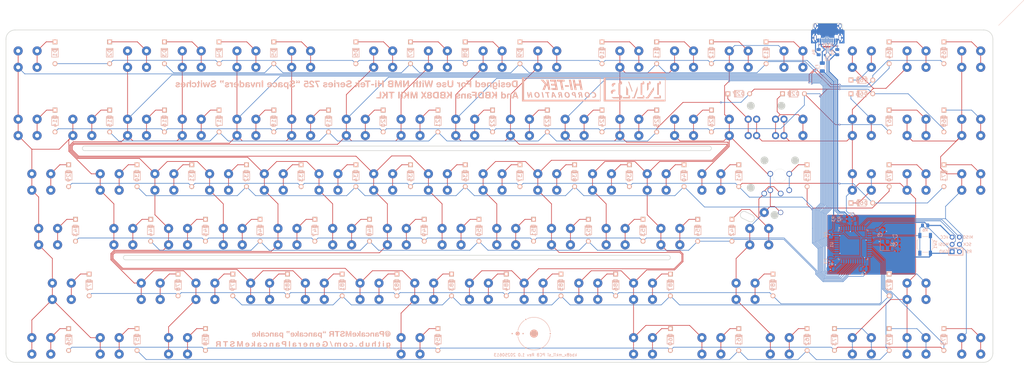
<source format=kicad_pcb>
(kicad_pcb (version 20241229) (generator "pcbnew") (generator_version "9.0")
  (layers (0 "F.Cu" signal) (2 "B.Cu" signal) (13 "F.Paste" user) (15 "B.Paste" user) (5 "F.SilkS" user "F.Silkscreen") (7 "B.SilkS" user "B.Silkscreen") (1 "F.Mask" user) (3 "B.Mask" user) (25 "Edge.Cuts" user))
  (net 0 "")
  (net 1 "GND")
  (net 2 "Net-(U1-UCAP)")
  (net 3 "+5V")
  (net 4 "XTAL1")
  (net 5 "XTAL2")
  (net 6 "Net-(D1-A)")
  (net 7 "ROW0")
  (net 8 "Net-(D2-A)")
  (net 9 "ROW1")
  (net 10 "Net-(D3-A)")
  (net 11 "Net-(D4-A)")
  (net 12 "Net-(D5-A)")
  (net 13 "Net-(D6-A)")
  (net 14 "Net-(D7-A)")
  (net 15 "Net-(D8-A)")
  (net 16 "Net-(D9-A)")
  (net 17 "Net-(D10-A)")
  (net 18 "Net-(D11-A)")
  (net 19 "Net-(D12-A)")
  (net 20 "Net-(D13-A)")
  (net 21 "Net-(D14-A)")
  (net 22 "ROW2")
  (net 23 "Net-(D15-A)")
  (net 24 "ROW3")
  (net 25 "Net-(D16-A)")
  (net 26 "Net-(D17-A)")
  (net 27 "Net-(D18-A)")
  (net 28 "Net-(D19-A)")
  (net 29 "Net-(D20-A)")
  (net 30 "Net-(D21-A)")
  (net 31 "Net-(D22-A)")
  (net 32 "Net-(D23-A)")
  (net 33 "Net-(D24-A)")
  (net 34 "Net-(D25-A)")
  (net 35 "Net-(D26-A)")
  (net 36 "ROW5")
  (net 37 "Net-(D27-A)")
  (net 38 "Net-(D28-A)")
  (net 39 "ROW4")
  (net 40 "Net-(D29-A)")
  (net 41 "Net-(D30-A)")
  (net 42 "Net-(D31-A)")
  (net 43 "Net-(D32-A)")
  (net 44 "Net-(D33-A)")
  (net 45 "Net-(D34-A)")
  (net 46 "Net-(D35-A)")
  (net 47 "Net-(D36-A)")
  (net 48 "Net-(D37-A)")
  (net 49 "Net-(D38-A)")
  (net 50 "Net-(D39-A)")
  (net 51 "Net-(D40-A)")
  (net 52 "Net-(D41-A)")
  (net 53 "ROW7")
  (net 54 "Net-(D42-A)")
  (net 55 "Net-(D43-A)")
  (net 56 "ROW6")
  (net 57 "Net-(D44-A)")
  (net 58 "Net-(D45-A)")
  (net 59 "Net-(D46-A)")
  (net 60 "Net-(D47-A)")
  (net 61 "Net-(D48-A)")
  (net 62 "Net-(D49-A)")
  (net 63 "Net-(D50-A)")
  (net 64 "Net-(D51-A)")
  (net 65 "Net-(D52-A)")
  (net 66 "Net-(D53-A)")
  (net 67 "Net-(D54-A)")
  (net 68 "Net-(D56-A)")
  (net 69 "ROW10")
  (net 70 "Net-(D57-A)")
  (net 71 "ROW11")
  (net 72 "Net-(D58-A)")
  (net 73 "Net-(D59-A)")
  (net 74 "Net-(D60-A)")
  (net 75 "Net-(D61-A)")
  (net 76 "Net-(D62-A)")
  (net 77 "Net-(D63-A)")
  (net 78 "Net-(D64-A)")
  (net 79 "Net-(D65-A)")
  (net 80 "Net-(D66-A)")
  (net 81 "Net-(D67-A)")
  (net 82 "Net-(D68-A)")
  (net 83 "Net-(D69-A)")
  (net 84 "Net-(D70-A)")
  (net 85 "Net-(D71-A)")
  (net 86 "Net-(D72-A)")
  (net 87 "ROW9")
  (net 88 "Net-(D73-A)")
  (net 89 "Net-(D74-A)")
  (net 90 "Net-(D75-A)")
  (net 91 "Net-(D77-A)")
  (net 92 "ROW8")
  (net 93 "Net-(D78-A)")
  (net 94 "Net-(D79-A)")
  (net 95 "Net-(D80-A)")
  (net 96 "Net-(D81-A)")
  (net 97 "Net-(D82-A)")
  (net 98 "Net-(D83-A)")
  (net 99 "Net-(D84-A)")
  (net 100 "Net-(D85-A)")
  (net 101 "Net-(D86-A)")
  (net 102 "Net-(D87-A)")
  (net 103 "Net-(D89-A)")
  (net 104 "VCC")
  (net 105 "MOSI")
  (net 106 "MISO")
  (net 107 "RESET")
  (net 108 "Net-(U1-~{HWB}{slash}PE2)")
  (net 109 "D+")
  (net 110 "Net-(U1-D+)")
  (net 111 "Net-(U1-D-)")
  (net 112 "D-")
  (net 113 "Net-(USB1-CC1)")
  (net 114 "Net-(USB1-CC2)")
  (net 115 "COL5")
  (net 116 "COL0")
  (net 117 "COL1")
  (net 118 "COL2")
  (net 119 "COL3")
  (net 120 "COL4")
  (net 121 "COL6")
  (net 122 "COL7")
  (net 123 "COL8")
  (net 129 "Net-(D55-A)")
  (footprint "hitek725:Hitek725-1.5U" (layer "F.Cu") (at 377.873775 301.3893)
    (property "Reference" "SI_RCTRL1")
    (property "Value" "~")
  )
  (footprint "hitek725:Hitek725-1U" (layer "F.Cu") (at 354.061275 301.3893)
    (property "Reference" "SI_RGUI1")
    (property "Value" "~")
  )
  (footprint "hitek725:Hitek725-2.25U" (layer "F.Cu") (at 127.842525 282.3393)
    (property "Reference" "SI_LSHIFT1")
    (property "Value" "~")
  )
  (footprint "hitek725:Hitek725-1U" (layer "F.Cu") (at 425.498775 282.3393)
    (property "Reference" "SI_UP1")
    (property "Value" "~")
  )
  (footprint "hitek725:Hitek725-1U" (layer "F.Cu") (at 154.036275 201.3768)
    (property "Reference" "SI_FN1")
    (property "Value" "~")
  )
  (footprint "hitek725:Hitek725-1U" (layer "F.Cu") (at 144.511275 301.3893)
    (property "Reference" "SI_LGUI1")
    (property "Value" "~")
  )
  (footprint "hitek725:Hitek725-1U" (layer "F.Cu") (at 273.098775 282.3393)
    (property "Reference" "SI_M1")
    (property "Value" "~")
  )
  (footprint "hitek725:Hitek725-1U" (layer "F.Cu") (at 296.911275 201.3768)
    (property "Reference" "SI_FN8")
    (property "Value" "~")
  )
  (footprint "hitek725:Hitek725-1U" (layer "F.Cu") (at 173.086275 201.3768)
    (property "Reference" "SI_FN2")
    (property "Value" "~")
  )
  (footprint "hitek725:Hitek725-1U" (layer "F.Cu") (at 382.636275 225.1893)
    (property "Reference" "SI_BACK1")
    (property "Value" "~")
  )
  (footprint "hitek725:Hitek725-BigAssEnter" (layer "F.Cu") (at 373.111275 253.7643)
    (property "Reference" "SI_RET1")
    (property "Value" "~")
  )
  (footprint "hitek725:Hitek725-1U" (layer "F.Cu") (at 192.136275 201.3768)
    (property "Reference" "SI_FN3")
    (property "Value" "~")
  )
  (footprint "hitek725:Hitek725-1U" (layer "F.Cu") (at 425.498775 301.3893)
    (property "Reference" "SI_DN1")
    (property "Value" "~")
  )
  (footprint "hitek725:Hitek725-1U" (layer "F.Cu") (at 296.911275 244.2393)
    (property "Reference" "SI_O1")
    (property "Value" "~")
  )
  (footprint "hitek725:Hitek725-1U" (layer "F.Cu") (at 115.936275 201.3768)
    (property "Reference" "SI_ESC1")
    (property "Value" "~")
  )
  (footprint "hitek725:Hitek725-1U" (layer "F.Cu") (at 249.286275 225.1893)
    (property "Reference" "SI_#7")
    (property "Value" "~")
  )
  (footprint "hitek725:Hitek725-1U" (layer "F.Cu") (at 239.761275 244.2393)
    (property "Reference" "SI_Y1")
    (property "Value" "~")
  )
  (footprint "hitek725:Hitek725-1U" (layer "F.Cu") (at 330.248775 282.3393)
    (property "Reference" "SI_/1")
    (property "Value" "~")
  )
  (footprint "hitek725:Hitek725-1U" (layer "F.Cu") (at 220.711275 244.2393)
    (property "Reference" "SI_T1")
    (property "Value" "~")
  )
  (footprint "hitek725:Hitek725-1U" (layer "F.Cu") (at 406.448775 225.1893)
    (property "Reference" "SI_INS1")
    (property "Value" "~")
  )
  (footprint "hitek725:Hitek725-1U" (layer "F.Cu") (at 230.236275 225.1893)
    (property "Reference" "SI_#6")
    (property "Value" "~")
  )
  (footprint "hitek725:Hitek725-1U" (layer "F.Cu") (at 163.561275 244.2393)
    (property "Reference" "SI_W1")
    (property "Value" "~")
  )
  (footprint "hitek725:Hitek725-1U" (layer "F.Cu") (at 444.548775 225.1893)
    (property "Reference" "SI_PGUP1")
    (property "Value" "~")
  )
  (footprint "hitek725:Hitek725-1U" (layer "F.Cu") (at 406.448775 244.2393)
    (property "Reference" "SI_DEL1")
    (property "Value" "~")
  )
  (footprint "hitek725:Hitek725-1U" (layer "F.Cu") (at 406.448775 201.3768)
    (property "Reference" "SI_PRINT1")
    (property "Value" "~")
  )
  (footprint "hitek725:Hitek725-1.75U" (layer "F.Cu") (at 123.080025 263.2893)
    (property "Reference" "SI_CLOCK1")
    (property "Value" "~")
  )
  (footprint "hitek725:Hitek725-1U" (layer "F.Cu") (at 258.811275 201.3768)
    (property "Reference" "SI_FN6")
    (property "Value" "~")
  )
  (footprint "hitek725:Hitek725-1U" (layer "F.Cu") (at 444.548775 201.3768)
    (property "Reference" "SI_PAUSE1")
    (property "Value" "~")
  )
  (footprint "hitek725:Hitek725-1U" (layer "F.Cu") (at 149.273775 263.2893)
    (property "Reference" "SI_A1")
    (property "Value" "~")
  )
  (footprint "hitek725:Hitek725-1U" (layer "F.Cu") (at 425.498775 201.3768)
    (property "Reference" "SI_SLOCK1")
    (property "Value" "~")
  )
  (footprint "hitek725:Hitek725-1U" (layer "F.Cu") (at 425.498775 244.2393)
    (property "Reference" "SI_END1")
    (property "Value" "~")
  )
  (footprint "hitek725:Hitek725-1U" (layer "F.Cu") (at 315.961275 244.2393)
    (property "Reference" "SI_P1")
    (property "Value" "~")
  )
  (footprint "hitek725:Hitek725-1U" (layer "F.Cu") (at 196.898775 282.3393)
    (property "Reference" "SI_C1")
    (property "Value" "~")
  )
  (footprint "hitek725:Hitek725-1U" (layer "F.Cu") (at 201.661275 244.2393)
    (property "Reference" "SI_R1")
    (property "Value" "~")
  )
  (footprint "hitek725:Hitek725-1U" (layer "F.Cu") (at 406.448775 301.3893)
    (property "Reference" "SI_LFT1")
    (property "Value" "~")
  )
  (footprint "hitek725:Hitek725-1U" (layer "F.Cu") (at 277.861275 244.2393)
    (property "Reference" "SI_I1")
    (property "Value" "~")
  )
  (footprint "hitek725:Hitek725-1U" (layer "F.Cu") (at 263.573775 263.2893)
    (property "Reference" "SI_J1")
    (property "Value" "~")
  )
  (footprint "hitek725:Hitek725-1.5U" (layer "F.Cu") (at 120.698775 301.3893)
    (property "Reference" "SI_LCTRL1")
    (property "Value" "~")
  )
  (footprint "hitek725:Hitek725-1U" (layer "F.Cu") (at 177.848775 282.3393)
    (property "Reference" "SI_X1")
    (property "Value" "~")
  )
  (footprint "hitek725:Hitek725-1U" (layer "F.Cu") (at 292.148775 282.3393)
    (property "Reference" "SI_,1")
    (property "Value" "~")
  )
  (footprint "hitek725:Hitek725-1U" (layer "F.Cu") (at 444.548775 301.3893)
    (property "Reference" "SI_RT1")
    (property "Value" "~")
  )
  (footprint "hitek725:Hitek725-7U" (layer "F.Cu") (at 249.286275 301.3893)
    (property "Reference" "SI_SP1")
    (property "Value" "~")
  )
  (footprint "hitek725:Hitek725-1U" (layer "F.Cu") (at 254.048775 282.3393)
    (property "Reference" "SI_N1")
    (property "Value" "~")
  )
  (footprint "hitek725:Hitek725-1U" (layer "F.Cu") (at 268.336275 225.1893)
    (property "Reference" "SI_#8")
    (property "Value" "~")
  )
  (footprint "hitek725:Hitek725-1U" (layer "F.Cu") (at 325.486275 225.1893)
    (property "Reference" "SI_-1")
    (property "Value" "~")
  )
  (footprint "hitek725:Hitek725-1U" (layer "F.Cu") (at 311.198775 282.3393)
    (property "Reference" "SI_.1")
    (property "Value" "~")
  )
  (footprint "hitek725:Hitek725-1U" (layer "F.Cu") (at 144.511275 244.2393)
    (property "Reference" "SI_Q1")
    (property "Value" "~")
  )
  (footprint "hitek725:Hitek725-1.5U" (layer "F.Cu") (at 168.323775 301.3893)
    (property "Reference" "SI_LALT1")
    (property "Value" "~")
  )
  (footprint "hitek725:Hitek725-1U" (layer "F.Cu") (at 382.636275 201.3768)
    (property "Reference" "SI_FN12")
    (property "Value" "~")
  )
  (footprint "hitek725:Hitek725-1U" (layer "F.Cu") (at 244.523775 263.2893)
    (property "Reference" "SI_H1")
    (property "Value" "~")
  )
  (footprint "hitek725:Hitek725-1U" (layer "F.Cu") (at 325.486275 201.3768)
    (property "Reference" "SI_FN9")
    (property "Value" "~")
  )
  (footprint "hitek725:Hitek725-1U" (layer "F.Cu") (at 168.323775 263.2893)
    (property "Reference" "SI_S1")
    (property "Value" "~")
  )
  (footprint "hitek725:Hitek725-1U" (layer "F.Cu") (at 363.586275 225.1893)
    (property "Reference" "SI_\\1")
    (property "Value" "~")
  )
  (footprint "hitek725:Hitek725-1U" (layer "F.Cu") (at 444.548775 244.2393)
    (property "Reference" "SI_PGDN1")
    (property "Value" "~")
  )
  (footprint "hitek725:Hitek725-2.75U" (layer "F.Cu") (at 365.967525 282.3393)
    (property "Reference" "SI_RSHIFT1")
    (property "Value" "~")
  )
  (footprint "hitek725:Hitek725-1U" (layer "F.Cu") (at 115.936275 225.1893)
    (property "Reference" "SI_`1")
    (property "Value" "~")
  )
  (footprint "hitek725:Hitek725-1U" (layer "F.Cu") (at 173.086275 225.1893)
    (property "Reference" "SI_#3")
    (property "Value" "~")
  )
  (footprint "hitek725:Hitek725-1U" (layer "F.Cu") (at 206.423775 263.2893)
    (property "Reference" "SI_F1")
    (property "Value" "~")
  )
  (footprint "hitek725:Hitek725-1U" (layer "F.Cu") (at 320.723775 263.2893)
    (property "Reference" "SI_;1")
    (property "Value" "~")
  )
  (footprint "hitek725:Hitek725-1U" (layer "F.Cu") (at 258.811275 244.2393)
    (property "Reference" "SI_U1")
    (property "Value" "~")
  )
  (footprint "hitek725:Hitek725-1U" (layer "F.Cu") (at 339.773775 263.2893)
    (property "Reference" "SI_'1")
    (property "Value" "~")
  )
  (footprint "hitek725:Hitek725-1U" (layer "F.Cu") (at 287.386275 225.1893)
    (property "Reference" "SI_#9")
    (property "Value" "~")
  )
  (footprint "hitek725:Hitek725-1U" (layer "F.Cu") (at 354.061275 244.2393)
    (property "Reference" "SI_]1")
    (property "Value" "~")
  )
  (footprint "hitek725:Hitek725-1.5U" (layer "F.Cu") (at 120.698775 244.2393)
    (property "Reference" "SI_TAB1")
    (property "Value" "~")
  )
  (footprint "hitek725:Hitek725-1U" (layer "F.Cu") (at 373.111275 225.1893)
    (property "Reference" "SI_BACK2")
    (property "Value" "~")
  )
  (footprint "hitek725:Hitek725-1U" (layer "F.Cu") (at 192.136275 225.1893)
    (property "Reference" "SI_#4")
    (property "Value" "~")
  )
  (footprint "hitek725:Hitek725-1U" (layer "F.Cu") (at 211.186275 201.3768)
    (property "Reference" "SI_FN4")
    (property "Value" "~")
  )
  (footprint "hitek725:Hitek725-1U" (layer "F.Cu") (at 158.798775 282.3393)
    (property "Reference" "SI_Z1")
    (property "Value" "~")
  )
  (footprint "hitek725:Hitek725-1U" (layer "F.Cu") (at 377.873775 244.2393)
    (property "Reference" "SI_\\2")
    (property "Value" "~")
  )
  (footprint "hitek725:Hitek725-1U" (layer "F.Cu") (at 187.373775 263.2893)
    (property "Reference" "SI_D1")
    (property "Value" "~")
  )
  (footprint "hitek725:Hitek725-1U" (layer "F.Cu") (at 215.948775 282.3393)
    (property "Reference" "SI_V1")
    (property "Value" "~")
  )
  (footprint "hitek725:Hitek725-1U" (layer "F.Cu") (at 211.186275 225.1893)
    (property "Reference" "SI_#5")
    (property "Value" "~")
  )
  (footprint "hitek725:Hitek725-1.5U" (layer "F.Cu") (at 330.248775 301.3893)
    (property "Reference" "SI_RALT1")
    (property "Value" "~")
  )
  (footprint "hitek725:Hitek725-2.25U" (layer "F.Cu") (at 370.730025 263.2893)
    (property "Reference" "SI_RET2")
    (property "Value" "~")
  )
  (footprint "hitek725:Hitek725-1U" (layer "F.Cu") (at 182.611275 244.2393)
    (property "Reference" "SI_E1")
    (property "Value" "~")
  )
  (footprint "hitek725:Hitek725-1U" (layer "F.Cu") (at 239.761275 201.3768)
    (property "Reference" "SI_FN5")
    (property "Value" "~")
  )
  (footprint "hitek725:Hitek725-1U" (layer "F.Cu") (at 134.986275 225.1893)
    (property "Reference" "SI_#1")
    (property "Value" "~")
  )
  (footprint "hitek725:Hitek725-1U" (layer "F.Cu") (at 234.998775 282.3393)
    (property "Reference" "SI_B1")
    (property "Value" "~")
  )
  (footprint "hitek725:Hitek725-1U" (layer "F.Cu") (at 425.498775 225.1893)
    (property "Reference" "SI_HOME1")
    (property "Value" "~")
  )
  (footprint "hitek725:Hitek725-1U" (layer "F.Cu") (at 344.536275 225.1893)
    (property "Reference" "SI_=1")
    (property "Value" "~")
  )
  (footprint "hitek725:Hitek725-1U" (layer "F.Cu") (at 335.011275 244.2393)
    (property "Reference" "SI_[1")
    (property "Value" "~")
  )
  (footprint "hitek725:Hitek725-1U" (layer "F.Cu") (at 154.036275 225.1893)
    (property "Reference" "SI_#2")
    (property "Value" "~")
  )
  (footprint "hitek725:Hitek725-1U" (layer "F.Cu") (at 344.536275 201.3768)
    (property "Reference" "SI_FN10")
    (property "Value" "~")
  )
  (footprint "hitek725:Hitek725-1U" (layer "F.Cu") (at 301.673775 263.2893)
    (property "Reference" "SI_L1")
    (property "Value" "~")
  )
  (footprint "hitek725:Hitek725-1U" (layer "F.Cu") (at 282.623775 263.2893)
    (property "Reference" "SI_K1")
    (property "Value" "~")
  )
  (footprint "hitek725:Hitek725-1U" (layer "F.Cu") (at 225.473775 263.2893)
    (property "Reference" "SI_G1")
    (property "Value" "~")
  )
  (footprint "hitek725:Hitek725-1U" (layer "F.Cu") (at 306.436275 225.1893)
    (property "Reference" "SI_#0")
    (property "Value" "~")
  )
  (footprint "hitek725:Hitek725-1U" (layer "F.Cu") (at 277.861275 201.3768)
    (property "Reference" "SI_FN7")
    (property "Value" "~")
  )
  (footprint "hitek725:Hitek725-1U" (layer "F.Cu") (at 363.586275 201.3768)
    (property "Reference" "SI_FN11")
    (property "Value" "~")
  )
  (footprint "Keebio-Parts:Diode" (layer "B.Cu") (at 435.023775 201.3768 90)
    (property "Reference" "D65")
    (property "Value" "D_Small" (hide yes))
  )
  (footprint "Keebio-Parts:Diode" (layer "B.Cu") (at 258.811275 225.1893 90)
    (property "Reference" "D21")
    (property "Value" "D_Small" (hide yes))
  )
  (footprint "Keebio-Parts:Diode" (layer "B.Cu") (at 244.523775 282.3393 90)
    (property "Reference" "D82")
    (property "Value" "D_Small" (hide yes))
  )
  (footprint "Capacitor_SMD:C_0805_2012Metric" (layer "B.Cu") (at 418.018 269.735 180)
    (property "Reference" "C6")
    (property "Value" "22pF")
  )
  (footprint "Keebio-Parts:Diode" (layer "B.Cu") (at 144.511275 225.1893 90)
    (property "Reference" "D15")
    (property "Value" "D_Small" (hide yes))
  )
  (footprint "Keebio-Parts:Diode" (layer "B.Cu") (at 396.923775 301.3893 90)
    (property "Reference" "D73")
    (property "Value" "D_Small" (hide yes))
  )
  (footprint "Keebio-Parts:Diode" (layer "B.Cu") (at 163.561275 225.1893 90)
    (property "Reference" "D16")
    (property "Value" "D_Small" (hide yes))
  )
  (footprint "Fuse:Fuse_1206_3216Metric" (layer "B.Cu") (at 392.684 206.375 -90)
    (property "Reference" "F1")
    (property "Value" "500mA")
  )
  (footprint "Keebio-Parts:Diode" (layer "B.Cu") (at 268.336275 201.3768 90)
    (property "Reference" "D8")
    (property "Value" "D_Small" (hide yes))
  )
  (footprint "Keebio-Parts:Diode" (layer "B.Cu") (at 320.723775 282.3393 90)
    (property "Reference" "D86")
    (property "Value" "D_Small" (hide yes))
  )
  (footprint "Capacitor_SMD:C_0805_2012Metric" (layer "B.Cu") (at 395.605 274.066 -90)
    (property "Reference" "C3")
    (property "Value" ".1uF")
  )
  (footprint "Keebio-Parts:Diode" (layer "B.Cu") (at 296.911275 225.1893 90)
    (property "Reference" "D23")
    (property "Value" "D_Small" (hide yes))
  )
  (footprint "Keebio-Parts:Diode" (layer "B.Cu") (at 363.586275 215.6643 180)
    (property "Reference" "D27")
    (property "Value" "D_Small" (hide yes))
  )
  (footprint "Keebio-Parts:Diode" (layer "B.Cu") (at 130.223775 301.3893 90)
    (property "Reference" "D56")
    (property "Value" "D_Small" (hide yes))
  )
  (footprint "Capacitor_SMD:C_0805_2012Metric" (layer "B.Cu") (at 412.75 263.258)
    (property "Reference" "C5")
    (property "Value" "10uF")
  )
  (footprint "Keebio-Parts:Diode" (layer "B.Cu") (at 182.611275 225.1893 90)
    (property "Reference" "D17")
    (property "Value" "D_Small" (hide yes))
  )
  (footprint "Keebio-Parts:Diode" (layer "B.Cu") (at 173.086275 244.2393 90)
    (property "Reference" "D31")
    (property "Value" "D_Small" (hide yes))
  )
  (footprint "Keebio-Parts:Diode" (layer "B.Cu") (at 435.023775 301.3893 90)
    (property "Reference" "D75")
    (property "Value" "D_Small" (hide yes))
  )
  (footprint "Keebio-Parts:Diode" (layer "B.Cu") (at 182.611275 201.3768 90)
    (property "Reference" "D4")
    (property "Value" "D_Small" (hide yes))
  )
  (footprint "Keebio-Parts:Diode" (layer "B.Cu") (at 339.773775 301.3893 90)
    (property "Reference" "D60")
    (property "Value" "D_Small" (hide yes))
  )
  (footprint "Keebio-Parts:Diode" (layer "B.Cu") (at 306.436275 244.2393 90)
    (property "Reference" "D38")
    (property "Value" "D_Small" (hide yes))
  )
  (footprint "Keebio-Parts:Diode" (layer "B.Cu") (at 292.148775 263.2893 90)
    (property "Reference" "D51")
    (property "Value" "D_Small" (hide yes))
  )
  (footprint "Keebio-Parts:Diode" (layer "B.Cu") (at 344.536275 244.2393 90)
    (property "Reference" "D40")
    (property "Value" "D_Small" (hide yes))
  )
  (footprint "Keebio-Parts:Diode" (layer "B.Cu") (at 263.573775 282.3393 90)
    (property "Reference" "D83")
    (property "Value" "D_Small" (hide yes))
  )
  (footprint "Keebio-Parts:Diode" (layer "B.Cu") (at 373.111275 201.3768 90)
    (property "Reference" "D13")
    (property "Value" "D_Small" (hide yes))
  )
  (footprint "Resistor_SMD:R_0805_2012Metric" (layer "B.Cu") (at 395.605 276.847 180)
    (property "Reference" "R1")
    (property "Value" "10k")
  )
  (footprint "Keebio-Parts:Diode" (layer "B.Cu") (at 387.398775 301.3893 90)
    (property "Reference" "D62")
    (property "Value" "D_Small" (hide yes))
  )
  (footprint "Keebio-Parts:Diode" (layer "B.Cu") (at 287.386275 244.2393 90)
    (property "Reference" "D37")
    (property "Value" "D_Small" (hide yes))
  )
  (footprint "Keebio-Parts:Diode" (layer "B.Cu") (at 361.205025 263.2893 90)
    (property "Reference" "D42")
    (property "Value" "D_Small" (hide yes))
  )
  (footprint "Keebio-Parts:Diode" (layer "B.Cu") (at 406.448775 210.9018 180)
    (property "Reference" "D63")
    (property "Value" "D_Small" (hide yes))
  )
  (footprint "Keebio-Parts:Diode" (layer "B.Cu") (at 330.248775 263.2893 90)
    (property "Reference" "D53")
    (property "Value" "D_Small" (hide yes))
  )
  (footprint "Keebio-Parts:Diode" (layer "B.Cu") (at 335.011275 225.1893 90)
    (property "Reference" "D25")
    (property "Value" "D_Small" (hide yes))
  )
  (footprint "random-keyboard-parts:Reset_Pretty-Mask" (layer "B.Cu") (at 439.166 268.211 180)
    (property "Reference" "J1")
    (property "Value" "AVR-ISP-6")
  )
  (footprint "Keebio-Parts:Diode" (layer "B.Cu") (at 163.561275 201.3768 90)
    (property "Reference" "D3")
    (property "Value" "D_Small" (hide yes))
  )
  (footprint "Keebio-Parts:Diode" (layer "B.Cu") (at 282.623775 282.3393 90)
    (property "Reference" "D84")
    (property "Value" "D_Small" (hide yes))
  )
  (footprint "Resistor_SMD:R_0805_2012Metric" (layer "B.Cu") (at 400.2786 259.3464 -90)
    (property "Reference" "R2")
    (property "Value" "22")
  )
  (footprint "Keebio-Parts:Diode" (layer "B.Cu") (at 158.798775 263.2893 90)
    (property "Reference" "D44")
    (property "Value" "D_Small" (hide yes))
  )
  (footprint "Keebio-Parts:Diode" (layer "B.Cu") (at 230.236275 244.2393 90)
    (property "Reference" "D34")
    (property "Value" "D_Small" (hide yes))
  )
  (footprint "Package_QFP:TQFP-44_10x10mm_P0.8mm" (layer "B.Cu") (at 403.400775 268.338 -90)
    (property "Reference" "U1")
    (property "Value" "ATmega32U4-A")
  )
  (footprint "Type-C:HRO-TYPE-C-31-M-12" (layer "B.Cu") (at 394.5424 189.4078)
    (property "Reference" "USB1")
    (property "Value" "HRO-TYPE-C-31-M-12")
  )
  (footprint "Keebio-Parts:Diode" (layer "B.Cu") (at 435.023775 244.2393 90)
    (property "Reference" "D71")
    (property "Value" "D_Small" (hide yes))
  )
  (footprint "Keebio-Parts:Diode" (layer "B.Cu") (at 339.773775 282.3393 90)
    (property "Reference" "D87")
    (property "Value" "D_Small" (hide yes))
  )
  (footprint "Keebio-Parts:Diode" (layer "B.Cu") (at 375.492525 282.3393 90)
    (property "Reference" "D89")
    (property "Value" "D_Small" (hide yes))
  )
  (footprint "Keebio-Parts:Diode" (layer "B.Cu") (at 130.223775 244.2393 90)
    (property "Reference" "D29")
    (property "Value" "D_Small" (hide yes))
  )
  (footprint "Keebio-Parts:Diode" (layer "B.Cu") (at 254.048775 263.2893 90)
    (property "Reference" "D49")
    (property "Value" "D_Small" (hide yes))
  )
  (footprint "Keebio-Parts:Diode" (layer "B.Cu") (at 239.761275 225.1893 90)
    (property "Reference" "D20")
    (property "Value" "D_Small" (hide yes))
  )
  (footprint "Keebio-Parts:Diode" (layer "B.Cu") (at 192.136275 244.2393 90)
    (property "Reference" "D32")
    (property "Value" "D_Small" (hide yes))
  )
  (footprint "Keebio-Parts:Diode" (layer "B.Cu") (at 325.486275 244.2393 90)
    (property "Reference" "D39")
    (property "Value" "D_Small" (hide yes))
  )
  (footprint "Keebio-Parts:Diode" (layer "B.Cu") (at 354.061275 225.1893 90)
    (property "Reference" "D26")
    (property "Value" "D_Small" (hide yes))
  )
  (footprint "random-keyboard-parts:SOT143B" (layer "B.Cu") (at 394.5424 201.168 180)
    (property "Reference" "U2")
    (property "Value" "PRTR5V0U2X")
  )
  (footprint "Keebio-Parts:Diode" (layer "B.Cu") (at 125.461275 225.1893 90)
    (property "Reference" "D14")
    (property "Value" "D_Small" (hide yes))
  )
  (footprint "Capacitor_SMD:C_0805_2012Metric" (layer "B.Cu") (at 418.018 267.068 180)
    (property "Reference" "C7")
    (property "Value" "22pF")
  )
  (footprint "Keebio-Parts:Diode" (layer "B.Cu") (at 415.973775 225.1893 90)
    (property "Reference" "D67")
    (property "Value" "D_Small" (hide yes))
  )
  (footprint "Keebio-Parts:Diode" (layer "B.Cu") (at 154.036275 244.2393 90)
    (property "Reference" "D30")
    (property "Value" "D_Small" (hide yes))
  )
  (footprint "Resistor_SMD:R_0805_2012Metric" (layer "B.Cu") (at 397.891 201.168 -90)
    (property "Reference" "R5")
    (property "Value" "5.1k")
  )
  (footprint "Keebio-Parts:Diode" (layer "B.Cu") (at 363.586275 244.2393 90)
    (property "Reference" "D41")
    (property "Value" "D_Small" (hide yes))
  )
  (footprint "Keebio-Parts:Diode" (layer "B.Cu") (at 132.605025 263.2893 90)
    (property "Reference" "D43")
    (property "Value" "D_Small" (hide yes))
  )
  (footprint "Keebio-Parts:Diode" (layer "B.Cu") (at 168.323775 282.3393 90)
    (property "Reference" "D78")
    (property "Value" "D_Small" (hide yes))
  )
  (footprint "Keebio-Parts:Diode" (layer "B.Cu") (at 354.061275 201.3768 90)
    (property "Reference" "D12")
    (property "Value" "D_Small" (hide yes))
  )
  (footprint "Capacitor_SMD:C_0805_2012Metric" (layer "B.Cu") (at 395.605 264.795 -90)
    (property "Reference" "C2")
    (property "Value" ".1uF")
  )
  (footprint "Keebio-Parts:Diode" (layer "B.Cu") (at 249.286275 201.3768 90)
    (property "Reference" "D7")
    (property "Value" "D_Small" (hide yes))
  )
  (footprint "Keebio-Parts:Diode" (layer "B.Cu") (at 144.511275 201.3768 90)
    (property "Reference" "D2")
    (property "Value" "D_Small" (hide yes))
  )
  (footprint "Keebio-Parts:Diode" (layer "B.Cu") (at 273.098775 263.2893 90)
    (property "Reference" "D50")
    (property "Value" "D_Small" (hide yes))
  )
  (footprint "Keebio-Parts:Diode" (layer "B.Cu") (at 287.386275 201.3768 90)
    (property "Reference" "D9")
    (property "Value" "D_Small" (hide yes))
  )
  (footprint "Keebio-Parts:Diode" (layer "B.Cu") (at 125.461275 201.3768 90)
    (property "Reference" "D1")
    (property "Value" "D_Small" (hide yes))
  )
  (footprint "Keebio-Parts:Diode" (layer "B.Cu") (at 349.298775 263.2893 90)
    (property "Reference" "D54")
    (property "Value" "D_Small" (hide yes))
  )
  (footprint "Keebio-Parts:Diode" (layer "B.Cu") (at 215.948775 263.2893 90)
    (property "Reference" "D47")
    (property "Value" "D_Small" (hide yes))
  )
  (footprint "Keebio-Parts:Diode" (layer "B.Cu") (at 315.961275 225.1893 90)
    (property "Reference" "D24")
    (property "Value" "D_Small" (hide yes))
  )
  (footprint "Keebio-Parts:Diode" (layer "B.Cu") (at 415.973775 301.3893 90)
    (property "Reference" "D74")
    (property "Value" "D_Small" (hide yes))
  )
  (footprint "Keebio-Parts:Diode" (layer "B.Cu") (at 435.023775 225.1893 90)
    (property "Reference" "D68")
    (property "Value" "D_Small" (hide yes))
  )
  (footprint "Keebio-Parts:Diode" (layer "B.Cu") (at 335.011275 201.3768 90)
    (property "Reference" "D11")
    (property "Value" "D_Small" (hide yes))
  )
  (footprint "Keebio-Parts:Diode" (layer "B.Cu") (at 196.898775 263.2893 90)
    (property "Reference" "D46")
    (property "Value" "D_Small" (hide yes))
  )
  (footprint "Crystal:Crystal_SMD_3225-4Pin_3.2x2.5mm" (layer "B.Cu") (at 414.528 268.338 90)
    (property "Reference" "Y1")
    (property "Value" "16MHz")
  )
  (footprint "Keebio-Parts:Diode" (layer "B.Cu") (at 315.961275 201.3768 90)
    (property "Reference" "D10")
    (property "Value" "D_Small" (hide yes))
  )
  (footprint "Keebio-Parts:Diode" (layer "B.Cu") (at 382.636275 215.6643 180)
    (property "Reference" "D28")
    (property "Value" "D_Small" (hide yes))
  )
  (footprint "Keebio-Parts:Diode" (layer "B.Cu") (at 387.398775 244.2393 90)
    (property "Reference" "D55")
    (property "Value" "D_Small" (hide yes))
  )
  (footprint "Keebio-Parts:Diode" (layer "B.Cu") (at 363.586275 301.3893 90)
    (property "Reference" "D61")
    (property "Value" "D_Small" (hide yes))
  )
  (footprint "Capacitor_SMD:C_0805_2012Metric" (layer "B.Cu") (at 407.0452 276.7838)
    (property "Reference" "C4")
    (property "Value" ".1uF")
  )
  (footprint "Keebio-Parts:Diode" (layer "B.Cu") (at 211.186275 244.2393 90)
    (property "Reference" "D33")
    (property "Value" "D_Small" (hide yes))
  )
  (footprint "Capacitor_SMD:C_0805_2012Metric" (layer "B.Cu") (at 403.037 259.321 180)
    (property "Reference" "C1")
    (property "Value" "1uF")
  )
  (footprint "Keebio-Parts:Diode" (layer "B.Cu") (at 206.423775 282.3393 90)
    (property "Reference" "D80")
    (property "Value" "D_Small" (hide yes))
  )
  (footprint "Keebio-Parts:Diode" (layer "B.Cu") (at 277.861275 225.1893 90)
    (property "Reference" "D22")
    (property "Value" "D_Small" (hide yes))
  )
  (footprint "Keebio-Parts:Diode" (layer "B.Cu") (at 268.336275 244.2393 90)
    (property "Reference" "D36")
    (property "Value" "D_Small" (hide yes))
  )
  (footprint "Keebio-Parts:Diode" (layer "B.Cu") (at 201.661275 225.1893 90)
    (property "Reference" "D18")
    (property "Value" "D_Small" (hide yes))
  )
  (footprint "Keebio-Parts:Diode" (layer "B.Cu") (at 415.973775 201.3768 90)
    (property "Reference" "D64")
    (property "Value" "D_Small" (hide yes))
  )
  (footprint "Keebio-Parts:Diode" (layer "B.Cu") (at 415.973775 282.3393 90)
    (property "Reference" "D72")
    (property "Value" "D_Small" (hide yes))
  )
  (footprint "Keebio-Parts:Diode" (layer "B.Cu") (at 258.811275 301.3893 90)
    (property "Reference" "D59")
    (property "Value" "D_Small" (hide yes))
  )
  (footprint "Button_Switch_SMD:SW_SPST_SKQG_WithStem" (layer "B.Cu") (at 428.498 268.211 90)
    (property "Reference" "SW1")
    (property "Value" "SW_Push")
  )
  (footprint "Resistor_SMD:R_0805_2012Metric" (layer "B.Cu") (at 428.498 261.607)
    (property "Reference" "R6")
    (property "Value" "10k")
  )
  (footprint "Keebio-Parts:Diode" (layer "B.Cu") (at 415.973775 244.2393 90)
    (property "Reference" "D70")
    (property "Value" "D_Small" (hide yes))
  )
  (footprint "Keebio-Parts:Diode" (layer "B.Cu") (at 187.373775 282.3393 90)
    (property "Reference" "D79")
    (property "Value" "D_Small" (hide yes))
  )
  (footprint "Keebio-Parts:Diode" (layer "B.Cu") (at 301.673775 282.3393 90)
    (property "Reference" "D85")
    (property "Value" "D_Small" (hide yes))
  )
  (footprint "Keebio-Parts:Diode" (layer "B.Cu") (at 154.036275 301.3893 90)
    (property "Reference" "D57")
    (property "Value" "D_Small" (hide yes))
  )
  (footprint "Keebio-Parts:Diode" (layer "B.Cu") (at 225.473775 282.3393 90)
    (property "Reference" "D81")
    (property "Value" "D_Small" (hide yes))
  )
  (footprint "Keebio-Parts:Diode" (layer "B.Cu") (at 177.848775 263.2893 90)
    (property "Reference" "D45")
    (property "Value" "D_Small" (hide yes))
  )
  (footprint "Keebio-Parts:Diode" (layer "B.Cu") (at 406.448775 215.6643 180)
    (property "Reference" "D66")
    (property "Value" "D_Small" (hide yes))
  )
  (footprint "Keebio-Parts:Diode" (layer "B.Cu") (at 311.198775 263.2893 90)
    (property "Reference" "D52")
    (property "Value" "D_Small" (hide yes))
  )
  (footprint "Keebio-Parts:Diode" (layer "B.Cu") (at 177.848775 301.3893 90)
    (property "Reference" "D58")
    (property "Value" "D_Small" (hide yes))
  )
  (footprint "Keebio-Parts:Diode" (layer "B.Cu") (at 230.236275 201.3768 90)
    (property "Reference" "D6")
    (property "Value" "D_Small" (hide yes))
  )
  (footprint "Keebio-Parts:Diode" (layer "B.Cu") (at 137.367525 282.3393 90)
    (property "Reference" "D77")
    (property "Value" "D_Small" (hide yes))
  )
  (footprint "Resistor_SMD:R_0805_2012Metric" (layer "B.Cu") (at 398.145 259.3445 -90)
    (property "Reference" "R3")
    (property "Value" "22")
  )
  (footprint "Keebio-Parts:Diode" (layer "B.Cu") (at 234.998775 263.2893 90)
    (property "Reference" "D48")
    (property "Value" "D_Small" (hide yes))
  )
  (footprint "Keebio-Parts:Diode" (layer "B.Cu") (at 406.448775 253.7643 180)
    (property "Reference" "D69")
    (property "Value" "D_Small" (hide yes))
  )
  (footprint "Keebio-Parts:Diode" (layer "B.Cu") (at 201.661275 201.3768 90)
    (property "Reference" "D5")
    (property "Value" "D_Small" (hide yes))
  )
  (footprint "Resistor_SMD:R_0805_2012Metric" (layer "B.Cu") (at 391.414 201.168 -90)
    (property "Reference" "R4")
    (property "Value" "5.1k")
  )
  (footprint "Keebio-Parts:Diode" (layer "B.Cu") (at 220.711275 225.1893 90)
    (property "Reference" "D19")
    (property "Value" "D_Small" (hide yes))
  )
  (footprint "Keebio-Parts:Diode" (layer "B.Cu") (at 249.286275 244.2393 90)
    (property "Reference" "D35")
    (property "Value" "D_Small" (hide yes))
  )
  (gr_curve (pts (xy 324.5419 216.092996) (xy 324.49359 216.092996) (xy 324.454467 216.053838) (xy 324.454467 216.005574)) (stroke (width 0.1)) (layer "B.SilkS"))
  (gr_poly (pts (xy 183.261697 211.010627) (xy 183.275238 211.01167) (xy 183.288591 211.013386) (xy 183.301739 211.015759) (xy 183.314664 211.01877) (xy 183.327349 211.022404) (xy 183.339776 211.026641) (xy 183.351929 211.031465) (xy 183.363789 211.036858) (xy 183.37534 211.042803) (xy 183.386564 211.049282) (xy 183.397443 211.056278) (xy 183.407961 211.063775) (xy 183.418101 211.071753) (xy 183.427844 211.080196) (xy 183.437173 211.089086) (xy 183.446071 211.098406) (xy 183.454521 211.108139) (xy 183.462505 211.118267) (xy 183.470006 211.128773) (xy 183.477007 211.139639) (xy 183.48349 211.150848) (xy 183.489438 211.162382) (xy 183.494834 211.174224) (xy 183.49966 211.186357) (xy 183.503898 211.198763) (xy 183.507532 211.211425) (xy 183.510545 211.224326) (xy 183.512918 211.237447) (xy 183.514634 211.250772) (xy 183.515677 211.264283) (xy 183.516028 211.277963) (xy 183.516028 211.277965) (xy 183.515036 211.302367) (xy 183.512079 211.326374) (xy 183.507186 211.349821) (xy 183.504023 211.361284) (xy 183.500387 211.372546) (xy 183.496281 211.383588) (xy 183.49171 211.394388) (xy 183.486677 211.404926) (xy 183.481186 211.415183) (xy 183.475239 211.425137) (xy 183.468842 211.434768) (xy 183.461997 211.444057) (xy 183.454709 211.452983) (xy 183.44698 211.461524) (xy 183.438815 211.469662) (xy 183.430218 211.477376) (xy 183.421191 211.484646) (xy 183.411738 211.49145) (xy 183.401864 211.49777) (xy 183.391571 211.503584) (xy 183.380864 211.508872) (xy 183.369746 211.513614) (xy 183.358221 211.51779) (xy 183.346292 211.521379) (xy 183.333964 211.524361) (xy 183.321239 211.526716) (xy 183.308121 211.528423) (xy 183.294614 211.529462) (xy 183.280722 211.529813) (xy 183.272247 211.529662) (xy 183.264001 211.529218) (xy 183.255979 211.528496) (xy 183.248174 211.527509) (xy 183.240582 211.526272) (xy 183.233196 211.524799) (xy 183.226011 211.523104) (xy 183.219022 211.521201) (xy 183.212222 211.519103) (xy 183.205606 211.516826) (xy 183.199169 211.514384) (xy 183.192905 211.511789) (xy 183.186808 211.509057) (xy 183.180872 211.506202) (xy 183.169463 211.500178) (xy 183.171913 211.530264) (xy 183.176082 211.558071) (xy 183.181852 211.583714) (xy 183.189106 211.607307) (xy 183.197724 211.628965) (xy 183.207591 211.648804) (xy 183.218587 211.666937) (xy 183.230595 211.683481) (xy 183.243497 211.69855) (xy 183.257176 211.712259) (xy 183.271513 211.724722) (xy 183.286391 211.736055) (xy 183.301691 211.746372) (xy 183.317297 211.755788) (xy 183.348951 211.772378) (xy 183.380412 211.786743) (xy 183.410736 211.799803) (xy 183.438981 211.812476) (xy 183.464205 211.825681) (xy 183.475388 211.832771) (xy 183.485464 211.840338) (xy 183.494312 211.848498) (xy 183.501816 211.857365) (xy 183.507857 211.867055) (xy 183.512318 211.877681) (xy 183.515081 211.88936) (xy 183.516028 211.902206) (xy 183.515913 211.907093) (xy 183.51557 211.911936) (xy 183.514998 211.916725) (xy 183.514201 211.921455) (xy 183.513178 211.926118) (xy 183.51193 211.930706) (xy 183.51046 211.935214) (xy 183.508769 211.939632) (xy 183.506857 211.943955) (xy 183.504725 211.948174) (xy 183.502376 211.952284) (xy 183.499809 211.956276) (xy 183.497027 211.960143) (xy 183.49403 211.963879) (xy 183.49082 211.967476) (xy 183.487398 211.970926) (xy 183.483765 211.974224) (xy 183.479922 211.97736) (xy 183.475871 211.980329) (xy 183.471612 211.983123) (xy 183.467147 211.985734) (xy 183.462477 211.988157) (xy 183.457604 211.990382) (xy 183.452528 211.992404) (xy 183.44725 211.994216) (xy 183.441772 211.995809) (xy 183.436095 211.997176) (xy 183.430221 211.998311) (xy 183.42415 211.999207) (xy 183.417883 211.999855) (xy 183.411423 212.000249) (xy 183.404769 212.000383) (xy 183.395144 212.000109) (xy 183.385277 211.999307) (xy 183.364921 211.996222) (xy 183.343914 211.991336) (xy 183.322465 211.984862) (xy 183.300785 211.977008) (xy 183.279086 211.967987) (xy 183.257579 211.958007) (xy 183.236474 211.947281) (xy 183.215983 211.936018) (xy 183.196316 211.924429) (xy 183.177684 211.912724) (xy 183.160299 211.901114) (xy 183.144372 211.88981) (xy 183.130113 211.879022) (xy 183.117733 211.86896) (xy 183.107444 211.859836) (xy 183.08888 211.840099) (xy 183.0712 211.820064) (xy 183.054445 211.799576) (xy 183.038661 211.778481) (xy 183.023889 211.756626) (xy 183.010173 211.733856) (xy 182.997558 211.710017) (xy 182.986086 211.684956) (xy 182.975801 211.658518) (xy 182.966746 211.630549) (xy 182.958965 211.600895) (xy 182.952501 211.569403) (xy 182.947398 211.535918) (xy 182.943699 211.500287) (xy 182.941448 211.462354) (xy 182.940688 211.421968) (xy 182.941804 211.380724) (xy 182.945174 211.340477) (xy 182.950833 211.301457) (xy 182.958814 211.263893) (xy 182.96915 211.228014) (xy 182.981876 211.194052) (xy 182.997025 211.162234) (xy 183.005519 211.147201) (xy 183.014631 211.13279) (xy 183.024366 211.119031) (xy 183.034728 211.105951) (xy 183.045721 211.093579) (xy 183.05735 211.081945) (xy 183.069618 211.071077) (xy 183.082529 211.061003) (xy 183.096089 211.051752) (xy 183.110301 211.043353) (xy 183.12517 211.035835) (xy 183.140699 211.029226) (xy 183.156893 211.023556) (xy 183.173756 211.018851) (xy 183.191293 211.015143) (xy 183.209507 211.012458) (xy 183.228403 211.010826) (xy 183.247985 211.010276)) (stroke (width -0.000001)) (fill yes) (layer "B.SilkS"))
  (gr_poly (pts (xy 218.227666 298.925153) (xy 218.238509 298.925723) (xy 218.248975 298.926671) (xy 218.259066 298.927997) (xy 218.268783 298.929697) (xy 218.278128 298.931772) (xy 218.287102 298.934218) (xy 218.295706 298.937036) (xy 218.303942 298.940222) (xy 218.311812 298.943776) (xy 218.319317 298.947697) (xy 218.326457 298.951981) (xy 218.333236 298.956629) (xy 218.339653 298.961639) (xy 218.345712 298.967008) (xy 218.351412 298.972736) (xy 218.356755 298.978821) (xy 218.361744 298.985262) (xy 218.366378 298.992056) (xy 218.370661 298.999203) (xy 218.374592 299.006701) (xy 218.378175 299.014548) (xy 218.381409 299.022743) (xy 218.384296 299.031284) (xy 218.386839 299.04017) (xy 218.389038 299.049399) (xy 218.390895 299.05897) (xy 218.39241 299.068881) (xy 218.393587 299.079131) (xy 218.394426 299.089718) (xy 218.395095 299.111898) (xy 218.395095 300.73866) (xy 218.395064 300.73866) (xy 218.394835 300.750652) (xy 218.394154 300.762278) (xy 218.393026 300.773538) (xy 218.391459 300.78443) (xy 218.389459 300.794954) (xy 218.387035 300.805108) (xy 218.384192 300.814891) (xy 218.380937 300.824303) (xy 218.377278 300.833343) (xy 218.373222 300.842008) (xy 218.368775 300.8503) (xy 218.363944 300.858216) (xy 218.358737 300.865755) (xy 218.35316 300.872917) (xy 218.347219 300.879701) (xy 218.340923 300.886105) (xy 218.334278 300.892128) (xy 218.327291 300.89777) (xy 218.319968 300.90303) (xy 218.312318 300.907906) (xy 218.304346 300.912398) (xy 218.29606 300.916505) (xy 218.287466 300.920225) (xy 218.278572 300.923557) (xy 218.269384 300.926502) (xy 218.259909 300.929057) (xy 218.250155 300.931221) (xy 218.240129 300.932995) (xy 218.229836 300.934376) (xy 218.219284 300.935363) (xy 218.208481 300.935956) (xy 218.197432 300.936154) (xy 218.186384 300.935956) (xy 218.17558 300.935363) (xy 218.165029 300.934376) (xy 218.154736 300.932995) (xy 218.144709 300.931221) (xy 218.134955 300.929057) (xy 218.125481 300.926502) (xy 218.116293 300.923557) (xy 218.107399 300.920225) (xy 218.098805 300.916505) (xy 218.090519 300.912398) (xy 218.082547 300.907906) (xy 218.074896 300.90303) (xy 218.067574 300.89777) (xy 218.060587 300.892128) (xy 218.053942 300.886105) (xy 218.047645 300.879701) (xy 218.041705 300.872917) (xy 218.036128 300.865755) (xy 218.03092 300.858216) (xy 218.02609 300.8503) (xy 218.021643 300.842008) (xy 218.017586 300.833343) (xy 218.013927 300.824303) (xy 218.010673 300.814891) (xy 218.00783 300.805108) (xy 218.005406 300.794954) (xy 218.003406 300.78443) (xy 218.001839 300.773538) (xy 218.000711 300.762278) (xy 218.000029 300.750652) (xy 217.999801 300.73866) (xy 217.999801 300.21066) (xy 217.994368 300.21066) (xy 217.987337 300.222433) (xy 217.979945 300.233885) (xy 217.972193 300.245013) (xy 217.964086 300.255812) (xy 217.955626 300.26628) (xy 217.946816 300.276413) (xy 217.937659 300.286207) (xy 217.928158 300.29566) (xy 217.918316 300.304767) (xy 217.908136 300.313526) (xy 217.897622 300.321932) (xy 217.886775 300.329983) (xy 217.875598 300.337675) (xy 217.864096 300.345004) (xy 217.852271 300.351967) (xy 217.840125 300.358561) (xy 217.827662 300.364781) (xy 217.814884 300.370626) (xy 217.801796 300.37609) (xy 217.788398 300.381172) (xy 217.774696 300.385867) (xy 217.760691 300.390171) (xy 217.746386 300.394082) (xy 217.731784 300.397596) (xy 217.716889 300.40071) (xy 217.701704 300.403419) (xy 217.68623 300.405721) (xy 217.670472 300.407612) (xy 217.654432 300.409089) (xy 217.638114 300.410149) (xy 217.621519 300.410787) (xy 217.604651 300.411) (xy 217.566229 300.409972) (xy 217.529117 300.406927) (xy 217.49331 300.401926) (xy 217.458801 300.395029) (xy 217.425585 300.386297) (xy 217.393655 300.37579) (xy 217.363006 300.363568) (xy 217.333632 300.349693) (xy 217.305526 300.334224) (xy 217.278683 300.317221) (xy 217.253098 300.298746) (xy 217.228763 300.278858) (xy 217.205673 300.257619) (xy 217.183822 300.235087) (xy 217.163204 300.211325) (xy 217.143814 300.186392) (xy 217.125645 300.160348) (xy 217.108691 300.133255) (xy 217.092946 300.105172) (xy 217.078405 300.07616) (xy 217.065061 300.04628) (xy 217.052909 300.015591) (xy 217.041942 299.984154) (xy 217.032155 299.95203) (xy 217.023542 299.919279) (xy 217.016096 299.885962) (xy 217.004684 299.817868) (xy 216.997872 299.748234) (xy 216.995612 299.677541) (xy 216.995851 299.664136) (xy 217.390731 299.664136) (xy 217.391493 299.699394) (xy 217.393902 299.735822) (xy 217.398146 299.772945) (xy 217.404409 299.810288) (xy 217.412878 299.847375) (xy 217.423739 299.883731) (xy 217.437177 299.918881) (xy 217.45338 299.952349) (xy 217.462575 299.968304) (xy 217.472531 299.98366) (xy 217.483272 299.998358) (xy 217.494819 300.012338) (xy 217.507197 300.025542) (xy 217.520428 300.037909) (xy 217.534537 300.04938) (xy 217.549545 300.059896) (xy 217.565477 300.069397) (xy 217.582356 300.077825) (xy 217.600205 300.085119) (xy 217.619046 300.091219) (xy 217.638905 300.096068) (xy 217.659802 300.099605) (xy 217.681763 300.101771) (xy 217.70481 300.102506) (xy 217.726911 300.102075) (xy 217.748061 300.100282) (xy 217.768277 300.097178) (xy 217.787574 300.092812) (xy 217.805969 300.087236) (xy 217.823479 300.0805) (xy 217.840119 300.072655) (xy 217.855907 300.063751) (xy 217.870858 300.053839) (xy 217.884989 300.04297) (xy 217.898316 300.031195) (xy 217.910856 300.018563) (xy 217.922625 300.005126) (xy 217.933638 299.990934) (xy 217.943914 299.976038) (xy 217.953467 299.960488) (xy 217.962315 299.944336) (xy 217.970473 299.927631) (xy 217.977959 299.910425) (xy 217.984787 299.892768) (xy 217.990976 299.874711) (xy 217.996541 299.856303) (xy 218.001498 299.837597) (xy 218.005863 299.818642) (xy 218.012887 299.78019) (xy 218.017741 299.741351) (xy 218.020558 299.702532) (xy 218.021468 299.664136) (xy 218.020439 299.62224) (xy 218.017297 299.581072) (xy 218.011958 299.540904) (xy 218.00434 299.502008) (xy 217.994358 299.464658) (xy 217.981931 299.429125) (xy 217.966974 299.395683) (xy 217.958521 299.379831) (xy 217.949405 299.364604) (xy 217.939614 299.350036) (xy 217.929139 299.33616) (xy 217.91797 299.323012) (xy 217.906095 299.310625) (xy 217.893505 299.299033) (xy 217.880189 299.28827) (xy 217.866136 299.278371) (xy 217.851337 299.269368) (xy 217.83578 299.261298) (xy 217.819456 299.254193) (xy 217.802354 299.248087) (xy 217.784463 299.243016) (xy 217.765774 299.239011) (xy 217.746276 299.236109) (xy 217.725958 299.234343) (xy 217.70481 299.233747) (xy 217.685326 299.234799) (xy 217.666476 299.236918) (xy 217.648259 299.240077) (xy 217.630673 299.244249) (xy 217.613719 299.249409) (xy 217.597394 299.255528) (xy 217.581698 299.26258) (xy 217.56663 299.270539) (xy 217.552189 299.279378) (xy 217.538373 299.28907) (xy 217.525182 299.299589) (xy 217.512616 299.310907) (xy 217.500671 299.322999) (xy 217.489349 299.335837) (xy 217.478648 299.349395) (xy 217.468566 299.363646) (xy 217.459103 299.378563) (xy 217.450258 299.39412) (xy 217.442029 299.41029) (xy 217.434417 299.427046) (xy 217.427419 299.444362) (xy 217.421035 299.462211) (xy 217.415263 299.480566) (xy 217.410104 299.4994) (xy 217.405555 299.518687) (xy 217.401616 299.538401) (xy 217.398286 299.558514) (xy 217.395563 299.579) (xy 217.393448 299.599831) (xy 217.391938 299.620982) (xy 217.390731 299.664136) (xy 216.995851 299.664136) (xy 216.996453 299.630361) (xy 216.998946 299.584763) (xy 217.003044 299.540741) (xy 217.008704 299.498289) (xy 217.015878 299.457402) (xy 217.024521 299.418074) (xy 217.034587 299.380301) (xy 217.046032 299.344076) (xy 217.058809 299.309393) (xy 217.072873 299.276249) (xy 217.088178 299.244636) (xy 217.104679 299.214551) (xy 217.122329 299.185986) (xy 217.141084 299.158936) (xy 217.160898 299.133397) (xy 217.181724 299.109363) (xy 217.203519 299.086827) (xy 217.226235 299.065785) (xy 217.249827 299.046232) (xy 217.27425 299.028161) (xy 217.299458 299.011567) (xy 217.325405 298.996445) (xy 217.352047 298.982789) (xy 217.379336 298.970594) (xy 217.407229 298.959854) (xy 217.435678 298.950564) (xy 217.464638 298.942719) (xy 217.494065 298.936312) (xy 217.554132 298.927792) (xy 217.615516 298.924962) (xy 217.651161 298.925917) (xy 217.685952 298.928785) (xy 217.719798 298.933575) (xy 217.752607 298.940294) (xy 217.78429 298.94895) (xy 217.814754 298.95955) (xy 217.843909 298.972102) (xy 217.871664 298.986612) (xy 217.897927 299.00309) (xy 217.922608 299.021541) (xy 217.945615 299.041975) (xy 217.966858 299.064397) (xy 217.986245 299.088817) (xy 218.003686 299.11524) (xy 218.019089 299.143676) (xy 218.032363 299.174131) (xy 218.037795 299.174131) (xy 218.037795 299.111898) (xy 218.037977 299.100641) (xy 218.038522 299.089718) (xy 218.039429 299.079131) (xy 218.040696 299.068881) (xy 218.042322 299.05897) (xy 218.044305 299.049399) (xy 218.046644 299.04017) (xy 218.049337 299.031284) (xy 218.052383 299.022743) (xy 218.05578 299.014548) (xy 218.059527 299.006701) (xy 218.063623 298.999203) (xy 218.068066 298.992056) (xy 218.072854 298.985262) (xy 218.077986 298.978821) (xy 218.083461 298.972736) (xy 218.089277 298.967008) (xy 218.095432 298.961639) (xy 218.101926 298.956629) (xy 218.108756 298.951981) (xy 218.115921 298.947697) (xy 218.12342 298.943776) (xy 218.131252 298.940222) (xy 218.139414 298.937036) (xy 218.147906 298.934218) (xy 218.156725 298.931772) (xy 218.165871 298.929697) (xy 218.175342 298.927997) (xy 218.185136 298.926671) (xy 218.195252 298.925723) (xy 218.205689 298.925153) (xy 218.216445 298.924962)) (stroke (width -0.000001)) (fill yes) (layer "B.SilkS"))
  (gr_poly (pts (xy 248.469713 211.011394) (xy 248.508375 211.014671) (xy 248.544241 211.020204) (xy 248.561132 211.023835) (xy 248.577331 211.028051) (xy 248.592841 211.032861) (xy 248.607664 211.03827) (xy 248.621803 211.044288) (xy 248.63526 211.05092) (xy 248.648037 211.058173) (xy 248.660136 211.066057) (xy 248.671561 211.074576) (xy 248.682313 211.08374) (xy 248.692395 211.093554) (xy 248.701809 211.104027) (xy 248.710558 211.115165) (xy 248.718644 211.126977) (xy 248.726069 211.139468) (xy 248.732836 211.152646) (xy 248.738947 211.166519) (xy 248.744405 211.181094) (xy 248.749212 211.196378) (xy 248.75337 211.212378) (xy 248.756882 211.229102) (xy 248.75975 211.246557) (xy 248.761976 211.264749) (xy 248.763563 211.283688) (xy 248.76483 211.323829) (xy 248.76483 213.189706) (xy 248.764828 213.189703) (xy 248.764825 213.1897) (xy 248.764822 213.189698) (xy 248.764819 213.189695) (xy 248.764813 213.189691) (xy 248.764808 213.189686) (xy 248.764796 213.189677) (xy 248.76479 213.189673) (xy 248.764785 213.189668) (xy 248.764499 213.205654) (xy 248.763645 213.221122) (xy 248.76223 213.236072) (xy 248.760261 213.250506) (xy 248.757744 213.264424) (xy 248.754685 213.277826) (xy 248.751092 213.290714) (xy 248.746971 213.303088) (xy 248.742328 213.314948) (xy 248.73717 213.326296) (xy 248.731504 213.337133) (xy 248.725336 213.347457) (xy 248.718673 213.357272) (xy 248.711521 213.366577) (xy 248.703888 213.375372) (xy 248.695779 213.38366) (xy 248.687201 213.391439) (xy 248.678161 213.398712) (xy 248.668665 213.405478) (xy 248.65872 213.411739) (xy 248.648333 213.417495) (xy 248.63751 213.422747) (xy 248.626258 213.427495) (xy 248.614583 213.431741) (xy 248.602492 213.435484) (xy 248.589992 213.438726) (xy 248.577088 213.441467) (xy 248.563789 213.443709) (xy 248.550099 213.445451) (xy 248.536027 213.446694) (xy 248.506759 213.447688) (xy 248.477458 213.446694) (xy 248.463372 213.445451) (xy 248.449669 213.443709) (xy 248.436357 213.441467) (xy 248.423442 213.438726) (xy 248.410931 213.435484) (xy 248.398831 213.431741) (xy 248.387147 213.427495) (xy 248.375887 213.422747) (xy 248.365057 213.417495) (xy 248.354663 213.411739) (xy 248.344713 213.405478) (xy 248.335212 213.398712) (xy 248.326168 213.391439) (xy 248.317586 213.38366) (xy 248.309473 213.375372) (xy 248.301837 213.366577) (xy 248.294683 213.357272) (xy 248.288018 213.347457) (xy 248.281849 213.337133) (xy 248.276181 213.326296) (xy 248.271022 213.314948) (xy 248.266379 213.303088) (xy 248.262257 213.290714) (xy 248.258664 213.277826) (xy 248.255605 213.264424) (xy 248.253088 213.250506) (xy 248.251119 213.236072) (xy 248.249704 213.221122) (xy 248.248851 213.205654) (xy 248.248565 213.189668) (xy 248.248565 211.833659) (xy 248.242003 211.833659) (xy 247.31082 213.304036) (xy 247.298086 213.323422) (xy 247.285468 213.341172) (xy 247.272779 213.35734) (xy 247.26635 213.364847) (xy 247.259834 213.371979) (xy 247.253208 213.378742) (xy 247.246447 213.385142) (xy 247.23953 213.391186) (xy 247.232432 213.396882) (xy 247.225131 213.402234) (xy 247.217602 213.407251) (xy 247.209824 213.411939) (xy 247.201772 213.416304) (xy 247.193423 213.420353) (xy 247.184754 213.424093) (xy 247.175742 213.42753) (xy 247.166364 213.430672) (xy 247.156596 213.433523) (xy 247.146415 213.436092) (xy 247.135797 213.438385) (xy 247.12472 213.440408) (xy 247.11316 213.442169) (xy 247.101094 213.443673) (xy 247.088499 213.444927) (xy 247.075351 213.445939) (xy 247.047305 213.44726) (xy 247.016768 213.447688) (xy 246.996021 213.447335) (xy 246.976051 213.446278) (xy 246.956851 213.444524) (xy 246.938413 213.442078) (xy 246.920729 213.438944) (xy 246.903792 213.435129) (xy 246.887593 213.430639) (xy 246.872125 213.425477) (xy 246.85738 213.419651) (xy 246.84335 213.413165) (xy 246.830027 213.406024) (xy 246.817404 213.398235) (xy 246.805472 213.389803) (xy 246.794225 213.380732) (xy 246.783654 213.371029) (xy 246.773751 213.360699) (xy 246.764509 213.349747) (xy 246.75592 213.338179) (xy 246.747975 213.326) (xy 246.740668 213.313216) (xy 246.73399 213.299831) (xy 246.727934 213.285853) (xy 246.722491 213.271285) (xy 246.717655 213.256133) (xy 246.713417 213.240404) (xy 246.709769 213.224101) (xy 246.706703 213.207231) (xy 246.704213 213.1898) (xy 246.700925 213.153272) (xy 246.699843 213.114562) (xy 246.699843 211.268334) (xy 246.700129 211.252348) (xy 246.700983 211.23688) (xy 246.702398 211.22193) (xy 246.704367 211.207496) (xy 246.706884 211.193578) (xy 246.709943 211.180176) (xy 246.713536 211.167288) (xy 246.717658 211.154914) (xy 246.722301 211.143054) (xy 246.72746 211.131706) (xy 246.733127 211.12087) (xy 246.739297 211.110545) (xy 246.745962 211.10073) (xy 246.753116 211.091426) (xy 246.760752 211.08263) (xy 246.768865 211.074343) (xy 246.777446 211.066563) (xy 246.786491 211.05929) (xy 246.795991 211.052524) (xy 246.805942 211.046263) (xy 246.816335 211.040507) (xy 246.827165 211.035255) (xy 246.838426 211.030507) (xy 246.850109 211.026262) (xy 246.86221 211.022518) (xy 246.874721 211.019276) (xy 246.887635 211.016535) (xy 246.900947 211.014294) (xy 246.91465 211.012551) (xy 246.928737 211.011308) (xy 246.958037 211.010314) (xy 246.987305 211.011308) (xy 247.001378 211.012551) (xy 247.015067 211.014294) (xy 247.028367 211.016535) (xy 247.04127 211.019276) (xy 247.053771 211.022518) (xy 247.065862 211.026262) (xy 247.077537 211.030507) (xy 247.088789 211.035255) (xy 247.099612 211.040507) (xy 247.109999 211.046263) (xy 247.119944 211.052524) (xy 247.12944 211.05929) (xy 247.13848 211.066563) (xy 247.147057 211.074343) (xy 247.155166 211.08263) (xy 247.1628 211.091426) (xy 247.169952 211.10073) (xy 247.176615 211.110545) (xy 247.182783 211.12087) (xy 247.188449 211.131706) (xy 247.193607 211.143054) (xy 247.198249 211.154914) (xy 247.202371 211.167288) (xy 247.205964 211.180176) (xy 247.209022 211.193578) (xy 247.21154 211.207496) (xy 247.213509 211.22193) (xy 247.214924 211.23688) (xy 247.215777 211.252348) (xy 247.216063 211.268334) (xy 247.216063 212.663606) (xy 247.222625 212.663606) (xy 248.160369 211.150861) (xy 248.165991 211.14182) (xy 248.171839 211.133103) (xy 248.177909 211.124709) (xy 248.184195 211.116634) (xy 248.190692 211.108876) (xy 248.197396 211.101433) (xy 248.204302 211.094302) (xy 248.211405 211.087481) (xy 248.2187 211.080968) (xy 248.226181 211.074759) (xy 248.233845 211.068852) (xy 248.241687 211.063246) (xy 248.2497 211.057937) (xy 248.257882 211.052923) (xy 248.266226 211.048202) (xy 248.274728 211.04377) (xy 248.283382 211.039627) (xy 248.292185 211.035768) (xy 248.310216 211.028897) (xy 248.32878 211.023137) (xy 248.347838 211.018468) (xy 248.367352 211.014871) (xy 248.387283 211.012326) (xy 248.407591 211.010814) (xy 248.428237 211.010314)) (stroke (width -0.000001)) (fill yes) (layer "B.SilkS"))
  (gr_poly (pts (xy 245.277601 214.931113) (xy 245.292385 214.932049) (xy 245.306807 214.933596) (xy 245.32086 214.935745) (xy 245.334536 214.938486) (xy 245.347825 214.941807) (xy 245.36072 214.945699) (xy 245.373212 214.950153) (xy 245.385292 214.955156) (xy 245.396953 214.9607) (xy 245.408186 214.966775) (xy 245.418983 214.97337) (xy 245.429335 214.980474) (xy 245.439233 214.988078) (xy 245.44867 214.996173) (xy 245.457637 215.004746) (xy 245.466125 215.013789) (xy 245.474127 215.023291) (xy 245.481633 215.033242) (xy 245.488636 215.043632) (xy 245.495127 215.05445) (xy 245.501097 215.065688) (xy 245.506539 215.077333) (xy 245.511443 215.089377) (xy 245.515802 215.101808) (xy 245.519607 215.114618) (xy 245.522849 215.127795) (xy 245.525521 215.14133) (xy 245.527614 215.155213) (xy 245.529119 215.169432) (xy 245.530028 215.183979) (xy 245.530333 215.198842) (xy 245.530333 217.100526) (xy 245.530028 217.115357) (xy 245.529119 217.129874) (xy 245.527614 217.144065) (xy 245.525522 217.157921) (xy 245.52285 217.171431) (xy 245.519608 217.184585) (xy 245.515804 217.197374) (xy 245.511445 217.209786) (xy 245.506541 217.221811) (xy 245.5011 217.23344) (xy 245.49513 217.244662) (xy 245.48864 217.255467) (xy 245.481637 217.265844) (xy 245.474132 217.275784) (xy 245.46613 217.285276) (xy 245.457642 217.29431) (xy 245.448676 217.302875) (xy 245.439239 217.310962) (xy 245.429341 217.318561) (xy 245.41899 217.32566) (xy 245.408193 217.33225) (xy 245.39696 217.338321) (xy 245.385299 217.343862) (xy 245.373218 217.348863) (xy 245.360726 217.353314) (xy 245.347831 217.357205) (xy 245.334541 217.360525) (xy 245.320865 217.363265) (xy 245.306811 217.365413) (xy 245.292387 217.366961) (xy 245.277603 217.367897) (xy 245.262465 217.368211) (xy 245.247329 217.367897) (xy 245.232544 217.366961) (xy 245.21812 217.365413) (xy 245.204063 217.363265) (xy 245.190384 217.360525) (xy 245.17709 217.357205) (xy 245.16419 217.353314) (xy 245.151693 217.348863) (xy 245.139606 217.343862) (xy 245.127938 217.338321) (xy 245.116698 217.33225) (xy 245.105895 217.32566) (xy 245.095535 217.318561) (xy 245.085629 217.310962) (xy 245.076185 217.302875) (xy 245.06721 217.29431) (xy 245.058714 217.285276) (xy 245.050704 217.275784) (xy 245.04319 217.265844) (xy 245.03618 217.255467) (xy 245.029682 217.244662) (xy 245.023705 217.23344) (xy 245.018257 217.221811) (xy 245.013346 217.209786) (xy 245.008982 217.197374) (xy 245.005172 217.184585) (xy 245.001924 217.171431) (xy 244.999249 217.157921) (xy 244.997153 217.144065) (xy 244.995646 217.129874) (xy 244.994735 217.115357) (xy 244.994429 217.100526) (xy 244.994429 215.198842) (xy 244.994735 215.183979) (xy 244.995646 215.169432) (xy 244.997153 215.155213) (xy 244.999249 215.14133) (xy 245.001924 215.127795) (xy 245.005172 215.114618) (xy 245.008982 215.101808) (xy 245.013346 215.089377) (xy 245.018257 215.077333) (xy 245.023705 215.065688) (xy 245.029682 215.05445) (xy 245.03618 215.043632) (xy 245.04319 215.033242) (xy 245.050704 215.023291) (xy 245.058714 215.013789) (xy 245.06721 215.004746) (xy 245.076185 214.996173) (xy 245.085629 214.988078) (xy 245.095535 214.980474) (xy 245.105895 214.97337) (xy 245.116698 214.966775) (xy 245.127938 214.9607) (xy 245.139606 214.955156) (xy 245.151693 214.950153) (xy 245.16419 214.945699) (xy 245.17709 214.941807) (xy 245.190384 214.938486) (xy 245.204063 214.935745) (xy 245.21812 214.933596) (xy 245.232544 214.932049) (xy 245.247329 214.931113) (xy 245.262465 214.930799)) (stroke (width -0.000001)) (fill yes) (layer "B.SilkS"))
  (gr_poly (pts (xy 228.63588 302.459645) (xy 228.679304 302.462391) (xy 228.721383 302.466928) (xy 228.762111 302.473223) (xy 228.801484 302.481243) (xy 228.839495 302.490955) (xy 228.87614 302.502327) (xy 228.911414 302.515326) (xy 228.94531 302.529919) (xy 228.977824 302.546073) (xy 229.00895 302.563756) (xy 229.038683 302.582935) (xy 229.067018 302.603576) (xy 229.093949 302.625648) (xy 229.119471 302.649117) (xy 229.143578 302.673951) (xy 229.166266 302.700117) (xy 229.187529 302.727582) (xy 229.207361 302.756313) (xy 229.225758 302.786278) (xy 229.242713 302.817444) (xy 229.258222 302.849777) (xy 229.27228 302.883246) (xy 229.28488 302.917818) (xy 229.296018 302.953459) (xy 229.305688 302.990137) (xy 229.313885 303.027819) (xy 229.320603 303.066473) (xy 229.325838 303.106065) (xy 229.329584 303.146563) (xy 229.331835 303.187934) (xy 229.332587 303.230146) (xy 229.332587 303.230191) (xy 229.329885 303.30651) (xy 229.326499 303.343581) (xy 229.321751 303.379881) (xy 229.315635 303.415375) (xy 229.308146 303.450031) (xy 229.299279 303.483812) (xy 229.28903 303.516687) (xy 229.277394 303.548619) (xy 229.264365 303.579576) (xy 229.249938 303.609524) (xy 229.234109 303.638427) (xy 229.216872 303.666253) (xy 229.198224 303.692967) (xy 229.178158 303.718535) (xy 229.156669 303.742923) (xy 229.133754 303.766097) (xy 229.109407 303.788022) (xy 229.083622 303.808666) (xy 229.056395 303.827993) (xy 229.027722 303.84597) (xy 228.997596 303.862562) (xy 228.966013 303.877736) (xy 228.932969 303.891457) (xy 228.898458 303.903691) (xy 228.862475 303.914405) (xy 228.825015 303.923564) (xy 228.786074 303.931134) (xy 228.745646 303.937081) (xy 228.703727 303.941371) (xy 228.660311 303.94397) (xy 228.615394 303.944844) (xy 228.577938 303.944156) (xy 228.541719 303.942129) (xy 228.506732 303.938818) (xy 228.472975 303.934278) (xy 228.440446 303.928566) (xy 228.409139 303.921736) (xy 228.379054 303.913844) (xy 228.350186 303.904945) (xy 228.322532 303.895096) (xy 228.29609 303.88435) (xy 228.270856 303.872765) (xy 228.246827 303.860395) (xy 228.202373 303.833521) (xy 228.162703 303.804175) (xy 228.127793 303.772797) (xy 228.097617 303.739834) (xy 228.072151 303.705727) (xy 228.05137 303.670921) (xy 228.03525 303.635859) (xy 228.023767 303.600985) (xy 228.016894 303.566742) (xy 228.014609 303.533574) (xy 228.014798 303.526233) (xy 228.015361 303.518936) (xy 228.016293 303.511696) (xy 228.017588 303.504525) (xy 228.019241 303.497435) (xy 228.021247 303.490439) (xy 228.0236 303.483549) (xy 228.026294 303.476778) (xy 228.029326 303.470137) (xy 228.032688 303.463641) (xy 228.036376 303.457299) (xy 228.040385 303.451126) (xy 228.044709 303.445133) (xy 228.049342 303.439334) (xy 228.054279 303.433739) (xy 228.059516 303.428362) (xy 228.065046 303.423215) (xy 228.070864 303.41831) (xy 228.076965 303.41366) (xy 228.083343 303.409277) (xy 228.089993 303.405174) (xy 228.09691 303.401363) (xy 228.104089 303.397855) (xy 228.111523 303.394665) (xy 228.119208 303.391803) (xy 228.127137 303.389283) (xy 228.135307 303.387116) (xy 228.143711 303.385316) (xy 228.152344 303.383894) (xy 228.161201 303.382863) (xy 228.170276 303.382236) (xy 228.179564 303.382024) (xy 228.198331 303.382753) (xy 228.21564 303.38488) (xy 228.231601 303.38831) (xy 228.246324 303.39295) (xy 228.259921 303.398708) (xy 228.272501 303.40549) (xy 228.284174 303.413204) (xy 228.295053 303.421755) (xy 228.305245 303.431052) (xy 228.314863 303.441) (xy 228.324017 303.451507) (xy 228.332816 303.46248) (xy 228.349794 303.485449) (xy 228.366682 303.509164) (xy 228.384362 303.532879) (xy 228.393775 303.544503) (xy 228.403718 303.555848) (xy 228.4143 303.566821) (xy 228.425632 303.577328) (xy 228.437826 303.587276) (xy 228.45099 303.596573) (xy 228.465236 303.605124) (xy 228.480673 303.612838) (xy 228.497414 303.61962) (xy 228.515566 303.625378) (xy 228.535242 303.630018) (xy 228.556552 303.633448) (xy 228.579606 303.635575) (xy 228.604514 303.636304) (xy 228.624528 303.635839) (xy 228.643951 303.634452) (xy 228.662782 303.632157) (xy 228.681017 303.628968) (xy 228.698653 303.624896) (xy 228.715688 303.619956) (xy 228.732117 303.614161) (xy 228.747939 303.607524) (xy 228.76315 303.600059) (xy 228.777747 303.591778) (xy 228.791727 303.582695) (xy 228.805088 303.572823) (xy 228.817826 303.562176) (xy 228.829939 303.550767) (xy 228.841423 303.538608) (xy 228.852275 303.525714) (xy 228.862492 303.512097) (xy 228.872072 303.497772) (xy 228.881012 303.48275) (xy 228.889308 303.467045) (xy 228.896957 303.450672) (xy 228.903957 303.433642) (xy 228.910304 303.415969) (xy 228.915996 303.397667) (xy 228.921029 303.378748) (xy 228.925401 303.359227) (xy 228.929108 303.339115) (xy 228.932149 303.318427) (xy 228.934518 303.297176) (xy 228.936215 303.275375) (xy 228.937235 303.253037) (xy 228.937575 303.230176) (xy 228.93705 303.19741) (xy 228.935499 303.166094) (xy 228.932962 303.136201) (xy 228.929475 303.107704) (xy 228.925078 303.080577) (xy 228.919809 303.054792) (xy 228.913706 303.030322) (xy 228.906807 303.007141) (xy 228.899151 302.985222) (xy 228.890775 302.964538) (xy 228.881718 302.945062) (xy 228.872019 302.926767) (xy 228.861714 302.909626) (xy 228.850844 302.893613) (xy 228.839446 302.8787) (xy 228.827557 302.864862) (xy 228.815218 302.85207) (xy 228.802465 302.840298) (xy 228.789336 302.829519) (xy 228.775872 302.819706) (xy 228.748084 302.802873) (xy 228.719409 302.789581) (xy 228.690151 302.779618) (xy 228.660616 302.772767) (xy 228.631112 302.768815) (xy 228.601943 302.767545) (xy 228.576306 302.768212) (xy 228.552619 302.770157) (xy 228.530773 302.773294) (xy 228.510656 302.777539) (xy 228.492156 302.782806) (xy 228.475163 302.789009) (xy 228.459566 302.796065) (xy 228.445254 302.803887) (xy 228.432115 302.81239) (xy 228.420038 302.82149) (xy 228.408913 302.831101) (xy 228.398629 302.841138) (xy 228.389074 302.851515) (xy 228.380137 302.862148) (xy 228.363674 302.88384) (xy 228.333281 302.926542) (xy 228.317575 302.946189) (xy 228.309205 302.955289) (xy 228.300344 302.963792) (xy 228.290878 302.971614) (xy 228.280699 302.97867) (xy 228.269694 302.984874) (xy 228.257753 302.99014) (xy 228.244764 302.994385) (xy 228.230616 302.997522) (xy 228.215199 302.999467) (xy 228.198401 303.000135) (xy 228.179873 302.999469) (xy 228.16182 302.997472) (xy 228.144341 302.994144) (xy 228.135848 302.991981) (xy 228.127536 302.989485) (xy 228.119417 302.986656) (xy 228.111503 302.983494) (xy 228.103808 302.979999) (xy 228.096344 302.976172) (xy 228.089122 302.972012) (xy 228.082156 302.967519) (xy 228.075458 302.962693) (xy 228.06904 302.957535) (xy 228.062915 302.952044) (xy 228.057095 302.946219) (xy 228.051592 302.940063) (xy 228.04642 302.933573) (xy 228.041589 302.92675) (xy 228.037114 302.919595) (xy 228.033006 302.912107) (xy 228.029277 302.904286) (xy 228.025941 302.896133) (xy 228.023009 302.887646) (xy 228.020494 302.878827) (xy 228.018409 302.869675) (xy 228.016765 302.860191) (xy 228.015576 302.850373) (xy 228.014853 302.840223) (xy 228.014609 302.82974) (xy 228.015325 302.81248) (xy 228.017453 302.795238) (xy 228.020963 302.778049) (xy 228.025826 302.760948) (xy 228.032012 302.743969) (xy 228.039492 302.727146) (xy 228.048236 302.710516) (xy 228.058214 302.694112) (xy 228.069398 302.677969) (xy 228.081756 302.662122) (xy 228.09526 302.646606) (xy 228.109881 302.631455) (xy 228.125588 302.616705) (xy 228.142352 302.60239) (xy 228.160143 302.588544) (xy 228.178932 302.575203) (xy 228.198689 302.562401) (xy 228.219385 302.550174) (xy 228.24099 302.538555) (xy 228.263475 302.527579) (xy 228.286809 302.517282) (xy 228.310963 302.507698) (xy 228.335909 302.498862) (xy 228.361615 302.490808) (xy 228.388053 302.483572) (xy 228.415193 302.477188) (xy 228.443005 302.47169) (xy 228.47146 302.467114) (xy 228.500529 302.463495) (xy 228.53018 302.460867) (xy 228.560386 302.459264) (xy 228.591117 302.458722)) (stroke (width -0.000001)) (fill yes) (layer "B.SilkS"))
  (gr_poly (pts (xy 300.606078 214.356021) (xy 298.414916 214.356021) (xy 298.291259 213.705075) (xy 299.718215 213.705075) (xy 299.552901 212.841369) (xy 298.284087 212.841369) (xy 298.159317 212.197623) (xy 299.433593 212.197623) (xy 299.286086 211.432836) (xy 297.94081 211.432836) (xy 297.814025 210.783053) (xy 299.928985 210.783053)) (stroke (width -0.000001)) (fill yes) (layer "B.SilkS"))
  (gr_poly (pts (xy 224.40847 298.427691) (xy 224.43134 298.429965) (xy 224.453407 298.43374) (xy 224.474555 298.439004) (xy 224.494669 298.445745) (xy 224.513636 298.45395) (xy 224.522653 298.458598) (xy 224.53134 298.463607) (xy 224.539683 298.468977) (xy 224.547667 298.474705) (xy 224.555279 298.48079) (xy 224.562503 298.48723) (xy 224.569325 298.494025) (xy 224.575732 298.501171) (xy 224.581709 298.508669) (xy 224.587241 298.516516) (xy 224.592314 298.524711) (xy 224.596913 298.533252) (xy 224.601026 298.542138) (xy 224.604636 298.551367) (xy 224.607731 298.560938) (xy 224.610295 298.57085) (xy 224.612314 298.581099) (xy 224.613774 298.591686) (xy 224.61466 298.602609) (xy 224.614959 298.613866) (xy 224.61466 298.625122) (xy 224.613774 298.636042) (xy 224.612314 298.646626) (xy 224.610296 298.656871) (xy 224.607733 298.666775) (xy 224.604639 298.676339) (xy 224.601029 298.68556) (xy 224.596918 298.694437) (xy 224.592319 298.702968) (xy 224.587247 298.711152) (xy 224.581716 298.718988) (xy 224.57574 298.726474) (xy 224.569334 298.733608) (xy 224.562513 298.74039) (xy 224.555289 298.746818) (xy 224.547679 298.75289) (xy 224.539695 298.758605) (xy 224.531353 298.763962) (xy 224.522666 298.768959) (xy 224.513649 298.773594) (xy 224.504317 298.777867) (xy 224.494683 298.781776) (xy 224.484762 298.78532) (xy 224.474568 298.788496) (xy 224.464115 298.791304) (xy 224.453418 298.793742) (xy 224.442491 298.795809) (xy 224.431349 298.797504) (xy 224.420005 298.798824) (xy 224.408475 298.799769) (xy 224.396771 298.800337) (xy 224.38491 298.800527) (xy 223.965384 298.800527) (xy 223.965384 300.189275) (xy 223.965354 300.189275) (xy 223.965101 300.201563) (xy 223.964347 300.213591) (xy 223.963098 300.225348) (xy 223.961362 300.236828) (xy 223.959146 300.248021) (xy 223.956456 300.25892) (xy 223.9533 300.269515) (xy 223.949685 300.279798) (xy 223.945617 300.289761) (xy 223.941104 300.299395) (xy 223.936153 300.308692) (xy 223.93077 300.317643) (xy 223.924963 300.32624) (xy 223.918739 300.334474) (xy 223.912104 300.342337) (xy 223.905066 300.349821) (xy 223.897632 300.356917) (xy 223.889808 300.363616) (xy 223.881602 300.36991) (xy 223.873021 300.375791) (xy 223.864071 300.381251) (xy 223.85476 300.386279) (xy 223.845095 300.390869) (xy 223.835082 300.395012) (xy 223.824729 300.398699) (xy 223.814043 300.401922) (xy 223.80303 300.404672) (xy 223.791698 300.406942) (xy 223.780053 300.408721) (xy 223.768103 300.410003) (xy 223.755855 300.410778) (xy 223.743316 300.411038) (xy 223.730776 300.410778) (xy 223.718528 300.410003) (xy 223.706578 300.408721) (xy 223.694933 300.406942) (xy 223.683601 300.404672) (xy 223.672589 300.401922) (xy 223.661902 300.398699) (xy 223.651549 300.395012) (xy 223.641536 300.390869) (xy 223.631871 300.386279) (xy 223.62256 300.381251) (xy 223.61361 300.375791) (xy 223.605029 300.36991) (xy 223.596823 300.363616) (xy 223.588999 300.356917) (xy 223.581565 300.349821) (xy 223.574527 300.342337) (xy 223.567892 300.334474) (xy 223.561668 300.32624) (xy 223.555861 300.317643) (xy 223.550478 300.308692) (xy 223.545527 300.299395) (xy 223.541014 300.289761) (xy 223.536946 300.279798) (xy 223.533331 300.269515) (xy 223.530175 300.25892) (xy 223.527486 300.248021) (xy 223.525269 300.236828) (xy 223.523533 300.225348) (xy 223.522285 300.213591) (xy 223.52153 300.201563) (xy 223.521277 300.189275) (xy 223.521277 298.800527) (xy 223.101752 298.800527) (xy 223.078192 298.79977) (xy 223.055321 298.797506) (xy 223.033255 298.793746) (xy 223.012107 298.788502) (xy 222.991992 298.781785) (xy 222.973026 298.773606) (xy 222.964009 298.768972) (xy 222.955321 298.763976) (xy 222.946979 298.758621) (xy 222.938994 298.752907) (xy 222.931383 298.746836) (xy 222.924159 298.740409) (xy 222.917336 298.733628) (xy 222.91093 298.726494) (xy 222.904953 298.719008) (xy 222.899421 298.711172) (xy 222.894348 298.702988) (xy 222.889748 298.694456) (xy 222.885636 298.685578) (xy 222.882025 298.676356) (xy 222.878931 298.666791) (xy 222.876367 298.656884) (xy 222.874348 298.646636) (xy 222.872888 298.63605) (xy 222.872002 298.625126) (xy 222.871703 298.613866) (xy 222.872002 298.602606) (xy 222.872888 298.59168) (xy 222.874347 298.581091) (xy 222.876366 298.570839) (xy 222.878929 298.560926) (xy 222.882023 298.551353) (xy 222.885632 298.542123) (xy 222.889744 298.533236) (xy 222.894343 298.524694) (xy 222.899415 298.516499) (xy 222.904946 298.508652) (xy 222.910921 298.501155) (xy 222.917327 298.494008) (xy 222.924149 298.487214) (xy 222.931372 298.480775) (xy 222.938983 298.474691) (xy 222.946966 298.468963) (xy 222.955309 298.463595) (xy 222.963996 298.458587) (xy 222.973012 298.45394) (xy 222.982345 298.449656) (xy 222.991979 298.445737) (xy 223.0019 298.442184) (xy 223.012094 298.438999) (xy 223.022547 298.436183) (xy 223.033244 298.433737) (xy 223.04417 298.431663) (xy 223.055313 298.429964) (xy 223.066656 298.428639) (xy 223.078187 298.427691) (xy 223.08989 298.427121) (xy 223.101752 298.426931) (xy 224.38491 298.426931)) (stroke (width -0.000001)) (fill yes) (layer "B.SilkS"))
  (gr_poly (pts (xy 185.511694 301.961497) (xy 185.534563 301.963771) (xy 185.556629 301.967546) (xy 185.577776 301.97281) (xy 185.59789 301.979551) (xy 185.616856 301.987756) (xy 185.625873 301.992404) (xy 185.63456 301.997413) (xy 185.642902 302.002783) (xy 185.650886 302.008511) (xy 185.658498 302.014596) (xy 185.665722 302.021036) (xy 185.672544 302.027831) (xy 185.678951 302.034977) (xy 185.684927 302.042475) (xy 185.690459 302.050322) (xy 185.695532 302.058517) (xy 185.700132 302.067058) (xy 185.704244 302.075944) (xy 185.707854 302.085173) (xy 185.710949 302.094744) (xy 185.713513 302.104655) (xy 185.715532 302.114905) (xy 185.716992 302.125492) (xy 185.717878 302.136415) (xy 185.718177 302.147672) (xy 185.717878 302.158904) (xy 185.716992 302.169803) (xy 185.715533 302.180368) (xy 185.713514 302.190598) (xy 185.710951 302.20049) (xy 185.707858 302.210043) (xy 185.704248 302.219256) (xy 185.700137 302.228127) (xy 185.695538 302.236654) (xy 185.690467 302.244836) (xy 185.684936 302.252672) (xy 185.678961 302.260159) (xy 185.672555 302.267296) (xy 185.665734 302.274082) (xy 185.658511 302.280514) (xy 185.650901 302.286593) (xy 185.642917 302.292315) (xy 185.634575 302.297679) (xy 185.625889 302.302684) (xy 185.616873 302.307328) (xy 185.60754 302.311609) (xy 185.597907 302.315527) (xy 185.587986 302.319079) (xy 185.577792 302.322263) (xy 185.56734 302.325079) (xy 185.556643 302.327525) (xy 185.545717 302.329598) (xy 185.534574 302.331298) (xy 185.523231 302.332623) (xy 185.5117 302.333572) (xy 185.499997 302.334142) (xy 185.488135 302.334333) (xy 185.06861 302.334333) (xy 185.06861 303.723088) (xy 185.068572 303.723088) (xy 185.068319 303.735376) (xy 185.067565 303.747403) (xy 185.066316 303.75916) (xy 185.06458 303.770639) (xy 185.062364 303.781832) (xy 185.059675 303.79273) (xy 185.056519 303.803324) (xy 185.052904 303.813607) (xy 185.048836 303.82357) (xy 185.044324 303.833203) (xy 185.039373 303.8425) (xy 185.03399 303.851451) (xy 185.028184 303.860047) (xy 185.02196 303.868281) (xy 185.015325 303.876144) (xy 185.008287 303.883628) (xy 185.000853 303.890724) (xy 184.99303 303.897423) (xy 184.984824 303.903717) (xy 184.976242 303.909598) (xy 184.967293 303.915057) (xy 184.957982 303.920085) (xy 184.948316 303.924675) (xy 184.938303 303.928818) (xy 184.92795 303.932505) (xy 184.917264 303.935728) (xy 184.90625 303.938478) (xy 184.894918 303.940747) (xy 184.883273 303.942527) (xy 184.871323 303.943809) (xy 184.859074 303.944584) (xy 184.846534 303.944844) (xy 184.833993 303.944584) (xy 184.821745 303.943809) (xy 184.809794 303.942527) (xy 184.798149 303.940747) (xy 184.786817 303.938478) (xy 184.775804 303.935728) (xy 184.765117 303.932505) (xy 184.754764 303.928818) (xy 184.744751 303.924675) (xy 184.735086 303.920085) (xy 184.725775 303.915057) (xy 184.716825 303.909598) (xy 184.708244 303.903717) (xy 184.700038 303.897423) (xy 184.692214 303.890724) (xy 184.68478 303.883628) (xy 184.677742 303.876144) (xy 184.671108 303.868281) (xy 184.664884 303.860047) (xy 184.659077 303.851451) (xy 184.653695 303.8425) (xy 184.648744 303.833203) (xy 184.644231 303.82357) (xy 184.640163 303.813607) (xy 184.636548 303.803324) (xy 184.633393 303.79273) (xy 184.630703 303.781832) (xy 184.628487 303.770639) (xy 184.626751 303.75916) (xy 184.625503 303.747403) (xy 184.624748 303.735376) (xy 184.624495 303.723088) (xy 184.624495 302.334333) (xy 184.204978 302.334333) (xy 184.181464 302.333572) (xy 184.158628 302.331298) (xy 184.136585 302.327525) (xy 184.115452 302.322263) (xy 184.095343 302.315527) (xy 184.076375 302.307328) (xy 184.067356 302.302684) (xy 184.058664 302.297679) (xy 184.050316 302.292315) (xy 184.042326 302.286593) (xy 184.034707 302.280514) (xy 184.027476 302.274082) (xy 184.020645 302.267296) (xy 184.01423 302.260159) (xy 184.008244 302.252672) (xy 184.002704 302.244836) (xy 183.997622 302.236654) (xy 183.993014 302.228127) (xy 183.988893 302.219256) (xy 183.985275 302.210043) (xy 183.982174 302.20049) (xy 183.979604 302.190598) (xy 183.977581 302.180368) (xy 183.976117 302.169803) (xy 183.975228 302.158904) (xy 183.974929 302.147672) (xy 183.975228 302.136415) (xy 183.976117 302.125492) (xy 183.977581 302.114905) (xy 183.979604 302.104655) (xy 183.982174 302.094744) (xy 183.985275 302.085173) (xy 183.988893 302.075944) (xy 183.993014 302.067058) (xy 183.997622 302.058517) (xy 184.002704 302.050322) (xy 184.008244 302.042475) (xy 184.01423 302.034977) (xy 184.020645 302.027831) (xy 184.027476 302.021036) (xy 184.034707 302.014596) (xy 184.042326 302.008511) (xy 184.050316 302.002783) (xy 184.058664 301.997413) (xy 184.067356 301.992404) (xy 184.076375 301.987756) (xy 184.085709 301.983471) (xy 184.095343 301.979551) (xy 184.105262 301.975996) (xy 184.115452 301.97281) (xy 184.125898 301.969993) (xy 184.136585 301.967546) (xy 184.1475 301.965472) (xy 184.158628 301.963771) (xy 184.169954 301.962446) (xy 184.181464 301.961497) (xy 184.193144 301.960927) (xy 184.204978 301.960736) (xy 185.488135 301.960736)) (stroke (width -0.000001)) (fill yes) (layer "B.SilkS"))
  (gr_poly (pts (xy 192.487496 302.459668) (xy 192.529707 302.462348) (xy 192.570776 302.46678) (xy 192.610686 302.472935) (xy 192.649421 302.480783) (xy 192.686964 302.490297) (xy 192.7233 302.501447) (xy 192.758411 302.514205) (xy 192.792281 302.528541) (xy 192.824895 302.544427) (xy 192.856235 302.561833) (xy 192.886285 302.580732) (xy 192.91503 302.601095) (xy 192.942451 302.622891) (xy 192.968534 302.646093) (xy 192.993261 302.670673) (xy 193.016617 302.696599) (xy 193.038584 302.723846) (xy 193.059147 302.752382) (xy 193.07829 302.78218) (xy 193.095995 302.81321) (xy 193.112246 302.845444) (xy 193.127027 302.878854) (xy 193.140322 302.913409) (xy 193.152115 302.949081) (xy 193.162388 302.985842) (xy 193.171125 303.023663) (xy 193.178311 303.062514) (xy 193.183928 303.102368) (xy 193.187961 303.143194) (xy 193.190393 303.184965) (xy 193.191207 303.227651) (xy 193.188732 303.29233) (xy 193.181175 303.35712) (xy 193.168338 303.421431) (xy 193.159877 303.453221) (xy 193.150022 303.484671) (xy 193.138747 303.515704) (xy 193.126029 303.546249) (xy 193.111841 303.57623) (xy 193.096159 303.605574) (xy 193.078959 303.634206) (xy 193.060215 303.662054) (xy 193.039904 303.689043) (xy 193.017999 303.715099) (xy 192.994476 303.740149) (xy 192.96931 303.764118) (xy 192.942477 303.786933) (xy 192.913952 303.808519) (xy 192.88371 303.828803) (xy 192.851725 303.847711) (xy 192.817974 303.865168) (xy 192.782432 303.881102) (xy 192.745073 303.895438) (xy 192.705873 303.908103) (xy 192.664806 303.919021) (xy 192.621849 303.928121) (xy 192.576977 303.935326) (xy 192.530164 303.940565) (xy 192.481386 303.943762) (xy 192.430617 303.944844) (xy 192.384408 303.943539) (xy 192.335603 303.939609) (xy 192.284972 303.93303) (xy 192.233284 303.923778) (xy 192.181309 303.911831) (xy 192.129816 303.897164) (xy 192.079575 303.879755) (xy 192.031356 303.85958) (xy 191.985927 303.836616) (xy 191.944059 303.810839) (xy 191.924701 303.796888) (xy 191.906521 303.782226) (xy 191.889616 303.766848) (xy 191.874082 303.750753) (xy 191.860016 303.733937) (xy 191.847513 303.716398) (xy 191.836669 303.698132) (xy 191.827582 303.679136) (xy 191.820346 303.659408) (xy 191.815059 303.638944) (xy 191.811816 303.617743) (xy 191.810714 303.5958) (xy 191.810911 303.588929) (xy 191.811496 303.582026) (xy 191.812463 303.575107) (xy 191.813805 303.568188) (xy 191.815512 303.561287) (xy 191.817579 303.554419) (xy 191.819998 303.547601) (xy 191.822761 303.54085) (xy 191.825861 303.534181) (xy 191.82929 303.527611) (xy 191.833042 303.521157) (xy 191.837108 303.514834) (xy 191.841482 303.50866) (xy 191.846155 303.502651) (xy 191.851121 303.496823) (xy 191.856372 303.491193) (xy 191.8619 303.485777) (xy 191.867699 303.480591) (xy 191.87376 303.475652) (xy 191.880077 303.470976) (xy 191.886642 303.46658) (xy 191.893447 303.46248) (xy 191.900485 303.458693) (xy 191.90775 303.455235) (xy 191.915232 303.452122) (xy 191.922925 303.44937) (xy 191.930822 303.446998) (xy 191.938915 303.445019) (xy 191.947196 303.443452) (xy 191.955659 303.442312) (xy 191.964295 303.441616) (xy 191.973098 303.441381) (xy 191.987613 303.44194) (xy 192.001276 303.44357) (xy 192.014171 303.4462) (xy 192.026382 303.449758) (xy 192.037993 303.454172) (xy 192.049087 303.459372) (xy 192.059747 303.465286) (xy 192.070059 303.471842) (xy 192.080105 303.47897) (xy 192.08997 303.486597) (xy 192.109489 303.503065) (xy 192.150034 303.538858) (xy 192.172399 303.557039) (xy 192.184399 303.565952) (xy 192.197054 303.57465) (xy 192.210449 303.583062) (xy 192.224668 303.591118) (xy 192.239794 303.598745) (xy 192.255911 303.605873) (xy 192.273103 303.612429) (xy 192.291453 303.618343) (xy 192.311046 303.623543) (xy 192.331966 303.627958) (xy 192.354295 303.631515) (xy 192.378117 303.634145) (xy 192.403518 303.635775) (xy 192.430579 303.636335) (xy 192.451867 303.635893) (xy 192.472593 303.634582) (xy 192.492749 303.632417) (xy 192.512329 303.629416) (xy 192.531324 303.625596) (xy 192.549727 303.620975) (xy 192.567531 303.61557) (xy 192.584728 303.609399) (xy 192.601311 303.602479) (xy 192.617272 303.594826) (xy 192.632604 303.586459) (xy 192.647299 303.577395) (xy 192.66135 303.567652) (xy 192.67475 303.557245) (xy 192.687491 303.546194) (xy 192.699565 303.534515) (xy 192.710965 303.522225) (xy 192.721684 303.509342) (xy 192.731714 303.495884) (xy 192.741047 303.481867) (xy 192.749677 303.467309) (xy 192.757596 303.452227) (xy 192.764795 303.436639) (xy 192.771269 303.420563) (xy 192.777009 303.404014) (xy 192.782008 303.387011) (xy 192.786258 303.369571) (xy 192.789752 303.351712) (xy 192.792483 303.33345) (xy 192.794443 303.314804) (xy 192.795624 303.29579) (xy 192.796019 303.276425) (xy 191.902717 303.276425) (xy 191.902718 303.276425) (xy 191.902719 303.276426) (xy 191.902721 303.276426) (xy 191.902722 303.276426) (xy 191.902724 303.276426) (xy 191.902725 303.276427) (xy 191.902728 303.276428) (xy 191.902731 303.276429) (xy 191.902733 303.27643) (xy 191.902736 303.276432) (xy 191.902738 303.276433) (xy 191.902743 303.276436) (xy 191.902748 303.276438) (xy 191.90275 303.276439) (xy 191.902751 303.27644) (xy 191.902753 303.276441) (xy 191.902754 303.276441) (xy 191.902755 303.276441) (xy 191.878962 303.27601) (xy 191.857249 303.274656) (xy 191.837539 303.272283) (xy 191.828412 303.270685) (xy 191.819757 303.268797) (xy 191.811566 303.266607) (xy 191.80383 303.264103) (xy 191.796537 303.261274) (xy 191.78968 303.258108) (xy 191.783249 303.254593) (xy 191.777235 303.250716) (xy 191.771627 303.246467) (xy 191.766417 303.241834) (xy 191.761596 303.236804) (xy 191.757154 303.231366) (xy 191.753081 303.225508) (xy 191.749369 303.219218) (xy 191.746007 303.212485) (xy 191.742987 303.205296) (xy 191.740299 303.19764) (xy 191.737934 303.189505) (xy 191.735882 303.180879) (xy 191.734134 303.171751) (xy 191.732681 303.162108) (xy 191.731513 303.151939) (xy 191.729996 303.129974) (xy 191.729506 303.105764) (xy 191.730266 303.075334) (xy 191.732238 303.048963) (xy 192.103095 303.048963) (xy 192.796058 303.048963) (xy 192.787035 303.013782) (xy 192.776237 302.980324) (xy 192.763657 302.948663) (xy 192.749292 302.918874) (xy 192.741439 302.904706) (xy 192.733137 302.891035) (xy 192.724387 302.877869) (xy 192.715188 302.865219) (xy 192.705538 302.853094) (xy 192.695439 302.841504) (xy 192.684889 302.830457) (xy 192.673887 302.819964) (xy 192.662434 302.810033) (xy 192.650527 302.800674) (xy 192.638168 302.791897) (xy 192.625355 302.783712) (xy 192.612088 302.776126) (xy 192.598366 302.769151) (xy 192.584189 302.762795) (xy 192.569556 302.757069) (xy 192.554466 302.75198) (xy 192.53892 302.747539) (xy 192.522915 302.743756) (xy 192.506453 302.740639) (xy 192.489532 302.738199) (xy 192.472152 302.736444) (xy 192.454312 302.735384) (xy 192.436011 302.735028) (xy 192.419636 302.735415) (xy 192.403511 302.736563) (xy 192.387651 302.738458) (xy 192.372069 302.741085) (xy 192.356779 302.744427) (xy 192.341793 302.74847) (xy 192.327125 302.753199) (xy 192.312789 302.758596) (xy 192.298798 302.764648) (xy 192.285165 302.771339) (xy 192.271905 302.778654) (xy 192.259029 302.786576) (xy 192.246553 302.795091) (xy 192.234488 302.804183) (xy 192.222849 302.813837) (xy 192.211649 302.824038) (xy 192.200901 302.834769) (xy 192.190619 302.846016) (xy 192.180816 302.857762) (xy 192.171506 302.869994) (xy 192.162702 302.882694) (xy 192.154418 302.895849) (xy 192.146666 302.909442) (xy 192.139461 302.923458) (xy 192.132815 302.937881) (xy 192.126743 302.952697) (xy 192.121257 302.967889) (xy 192.116371 302.983443) (xy 192.112098 302.999343) (xy 192.108452 303.015573) (xy 192.105447 303.032118) (xy 192.103095 303.048963) (xy 191.732238 303.048963) (xy 191.732536 303.044979) (xy 191.736305 303.014755) (xy 191.74156 302.984721) (xy 191.748291 302.954937) (xy 191.756485 302.92546) (xy 191.766131 302.896349) (xy 191.777215 302.867662) (xy 191.789727 302.839459) (xy 191.803655 302.811797) (xy 191.818987 302.784736) (xy 191.83571 302.758333) (xy 191.853814 302.732648) (xy 191.873285 302.707738) (xy 191.894113 302.683663) (xy 191.916284 302.660481) (xy 191.939789 302.63825) (xy 191.964614 302.617029) (xy 191.990747 302.596876) (xy 192.018177 302.577851) (xy 192.046892 302.560012) (xy 192.07688 302.543416) (xy 192.10813 302.528123) (xy 192.140628 302.514192) (xy 192.174364 302.50168) (xy 192.209325 302.490646) (xy 192.245499 302.48115) (xy 192.282875 302.473248) (xy 192.321442 302.467001) (xy 192.361185 302.462466) (xy 192.402095 302.459702) (xy 192.444159 302.458768)) (stroke (width -0.000001)) (fill yes) (layer "B.SilkS"))
  (gr_poly (pts (xy 255.667905 211.011039) (xy 255.700341 211.013438) (xy 255.72969 211.017424) (xy 255.743264 211.02001) (xy 255.756134 211.022988) (xy 255.768325 211.026359) (xy 255.779858 211.030121) (xy 255.790755 211.034273) (xy 255.801041 211.038813) (xy 255.810738 211.04374) (xy 255.819868 211.049054) (xy 255.828454 211.054752) (xy 255.83652 211.060835) (xy 255.844088 211.0673) (xy 255.85118 211.074146) (xy 255.857819 211.081373) (xy 255.864029 211.088979) (xy 255.869833 211.096962) (xy 255.875252 211.105322) (xy 255.885028 211.123168) (xy 255.893542 211.142506) (xy 255.900975 211.163327) (xy 255.90751 211.185622) (xy 255.913329 211.20938) (xy 256.279204 212.791024) (xy 256.285766 212.791024) (xy 256.602691 211.229032) (xy 256.609405 211.200745) (xy 256.617275 211.174631) (xy 256.621647 211.162373) (xy 256.626311 211.150641) (xy 256.631269 211.139427) (xy 256.636522 211.128727) (xy 256.642072 211.118533) (xy 256.647919 211.108841) (xy 256.654065 211.099644) (xy 256.660511 211.090936) (xy 256.667259 211.082711) (xy 256.674309 211.074964) (xy 256.681663 211.067687) (xy 256.689322 211.060876) (xy 256.697288 211.054524) (xy 256.705561 211.048625) (xy 256.714142 211.043173) (xy 256.723034 211.038163) (xy 256.732237 211.033588) (xy 256.741753 211.029442) (xy 256.751582 211.025719) (xy 256.761726 211.022414) (xy 256.772187 211.019519) (xy 256.782965 211.017031) (xy 256.794061 211.014941) (xy 256.805478 211.013245) (xy 256.829276 211.011009) (xy 256.854369 211.010274) (xy 256.877738 211.011192) (xy 256.901121 211.013954) (xy 256.924309 211.01857) (xy 256.947092 211.025051) (xy 256.969259 211.033407) (xy 256.980045 211.038291) (xy 256.9906 211.043649) (xy 257.000895 211.04948) (xy 257.010905 211.055787) (xy 257.020604 211.06257) (xy 257.029965 211.069832) (xy 257.038962 211.077573) (xy 257.047569 211.085794) (xy 257.05576 211.094497) (xy 257.063508 211.103684) (xy 257.070787 211.113356) (xy 257.077571 211.123513) (xy 257.083833 211.134158) (xy 257.089547 211.145291) (xy 257.094688 211.156914) (xy 257.099228 211.169028) (xy 257.103142 211.181635) (xy 257.106403 211.194736) (xy 257.108985 211.208331) (xy 257.110862 211.222424) (xy 257.112008 211.237014) (xy 257.112395 211.252103) (xy 257.112245 211.261862) (xy 257.111807 211.271623) (xy 257.111102 211.281381) (xy 257.110148 211.29113) (xy 257.108965 211.300864) (xy 257.107572 211.310578) (xy 257.104236 211.329925) (xy 257.100294 211.349126) (xy 257.095903 211.368138) (xy 257.086394 211.405419) (xy 256.625594 213.193086) (xy 256.616023 213.2266) (xy 256.605637 213.257433) (xy 256.594306 213.285657) (xy 256.588246 213.298813) (xy 256.581901 213.311343) (xy 256.575255 213.323257) (xy 256.568292 213.334564) (xy 256.560996 213.345271) (xy 256.55335 213.355389) (xy 256.545339 213.364926) (xy 256.536945 213.373892) (xy 256.528154 213.382294) (xy 256.518948 213.390143) (xy 256.509312 213.397446) (xy 256.49923 213.404214) (xy 256.488684 213.410454) (xy 256.47766 213.416177) (xy 256.46614 213.42139) (xy 256.454109 213.426103) (xy 256.44155 213.430324) (xy 256.428447 213.434064) (xy 256.414785 213.43733) (xy 256.400546 213.440131) (xy 256.385715 213.442477) (xy 256.370275 213.444376) (xy 256.337506 213.446871) (xy 256.302108 213.447686) (xy 256.265598 213.446691) (xy 256.24842 213.445443) (xy 256.231936 213.443694) (xy 256.21613 213.44144) (xy 256.200983 213.438681) (xy 256.186479 213.435413) (xy 256.1726 213.431636) (xy 256.159329 213.427347) (xy 256.146649 213.422545) (xy 256.134541 213.417227) (xy 256.122989 213.411391) (xy 256.111975 213.405036) (xy 256.101482 213.39816) (xy 256.091493 213.390761) (xy 256.08199 213.382837) (xy 256.072956 213.374386) (xy 256.064373 213.365407) (xy 256.056224 213.355896) (xy 256.048492 213.345853) (xy 256.041159 213.335276) (xy 256.034209 213.324162) (xy 256.027622 213.31251) (xy 256.021383 213.300317) (xy 256.009878 213.274304) (xy 255.999552 213.246107) (xy 255.990268 213.215712) (xy 255.981887 213.183103) (xy 255.632201 211.748569) (xy 255.625655 211.748569) (xy 255.276152 213.183103) (xy 255.267231 213.215712) (xy 255.257546 213.246107) (xy 255.246945 213.274304) (xy 255.235274 213.300317) (xy 255.228989 213.31251) (xy 255.22238 213.324162) (xy 255.215426 213.335276) (xy 255.208109 213.345853) (xy 255.20041 213.355896) (xy 255.192309 213.365407) (xy 255.183787 213.374386) (xy 255.174825 213.382837) (xy 255.165403 213.390761) (xy 255.155503 213.39816) (xy 255.145106 213.405036) (xy 255.134192 213.411391) (xy 255.122742 213.417227) (xy 255.110737 213.422545) (xy 255.098157 213.427347) (xy 255.084984 213.431636) (xy 255.071198 213.435413) (xy 255.056781 213.438681) (xy 255.041712 213.44144) (xy 255.025973 213.443694) (xy 255.009545 213.445443) (xy 254.992408 213.446691) (xy 254.955932 213.447686) (xy 254.920533 213.446871) (xy 254.887764 213.444378) (xy 254.857493 213.440134) (xy 254.843254 213.437334) (xy 254.829592 213.434069) (xy 254.816489 213.430331) (xy 254.80393 213.426111) (xy 254.791899 213.421399) (xy 254.780379 213.416187) (xy 254.769354 213.410466) (xy 254.758808 213.404226) (xy 254.748725 213.39746) (xy 254.739089 213.390157) (xy 254.729883 213.382309) (xy 254.721091 213.373908) (xy 254.712697 213.364943) (xy 254.704685 213.355406) (xy 254.697039 213.345288) (xy 254.689742 213.33458) (xy 254.682779 213.323274) (xy 254.676132 213.31136) (xy 254.663725 213.285671) (xy 254.652392 213.257444) (xy 254.642004 213.226606) (xy 254.63243 213.193086) (xy 254.17163 211.405419) (xy 254.171633 211.405419) (xy 254.171635 211.40542) (xy 254.171641 211.40542) (xy 254.171646 211.405421) (xy 254.171651 211.405421) (xy 254.171655 211.405422) (xy 254.171658 211.405423) (xy 254.17166 211.405423) (xy 254.166837 211.386921) (xy 254.162154 211.368142) (xy 254.157765 211.349129) (xy 254.153827 211.329928) (xy 254.150493 211.310581) (xy 254.149101 211.300866) (xy 254.14792 211.291132) (xy 254.146966 211.281383) (xy 254.146262 211.271625) (xy 254.145825 211.261864) (xy 254.145675 211.252105) (xy 254.146062 211.237013) (xy 254.147208 211.22242) (xy 254.149085 211.208325) (xy 254.151668 211.194728) (xy 254.15493 211.181625) (xy 254.158844 211.169017) (xy 254.163385 211.156902) (xy 254.168527 211.145278) (xy 254.174242 211.134145) (xy 254.180505 211.1235) (xy 254.18729 211.113342) (xy 254.19457 211.103671) (xy 254.202319 211.094485) (xy 254.21051 211.085782) (xy 254.219118 211.077561) (xy 254.228116 211.069821) (xy 254.237478 211.06256) (xy 254.247177 211.055778) (xy 254.257188 211.049472) (xy 254.267483 211.043642) (xy 254.278038 211.038285) (xy 254.288825 211.033402) (xy 254.299818 211.02899) (xy 254.310991 211.025048) (xy 254.322318 211.021575) (xy 254.333772 211.018569) (xy 254.356957 211.013955) (xy 254.380337 211.011194) (xy 254.403701 211.010276) (xy 254.427061 211.011011) (xy 254.449344 211.013247) (xy 254.46008 211.014943) (xy 254.470545 211.017032) (xy 254.480737 211.019521) (xy 254.490658 211.022415) (xy 254.500305 211.025721) (xy 254.509679 211.029443) (xy 254.518779 211.033589) (xy 254.527604 211.038164) (xy 254.536154 211.043175) (xy 254.544427 211.048626) (xy 254.552425 211.054525) (xy 254.560145 211.060877) (xy 254.567588 211.067688) (xy 254.574753 211.074965) (xy 254.581639 211.082713) (xy 254.588245 211.090937) (xy 254.594572 211.099645) (xy 254.600618 211.108842) (xy 254.606383 211.118535) (xy 254.611866 211.128728) (xy 254.617067 211.139428) (xy 254.621985 211.150642) (xy 254.62662 211.162375) (xy 254.630971 211.174632) (xy 254.635037 211.187421) (xy 254.638818 211.200747) (xy 254.645522 211.229034) (xy 254.965743 212.791026) (xy 254.972289 212.791026) (xy 255.328353 211.264838) (xy 255.334686 211.237795) (xy 255.34157 211.211764) (xy 255.349248 211.186847) (xy 255.357963 211.163145) (xy 255.36796 211.140758) (xy 255.373515 211.13009) (xy 255.379482 211.119789) (xy 255.385891 211.109867) (xy 255.392773 211.100338) (xy 255.400158 211.091213) (xy 255.408076 211.082505) (xy 255.416559 211.074227) (xy 255.425636 211.066392) (xy 255.435338 211.059012) (xy 255.445695 211.0521) (xy 255.456739 211.045668) (xy 255.468499 211.039729) (xy 255.481005 211.034296) (xy 255.494289 211.029382) (xy 255.508381 211.024998) (xy 255.523311 211.021158) (xy 255.53911 211.017874) (xy 255.555808 211.015158) (xy 255.573436 211.013025) (xy 255.592023 211.011485) (xy 255.611602 211.010552) (xy 255.632201 211.010238)) (stroke (width -0.000001)) (fill yes) (layer "B.SilkS"))
  (gr_poly (pts (xy 239.700377 211.010592) (xy 239.715189 211.011528) (xy 239.729637 211.013075) (xy 239.743713 211.015224) (xy 239.757408 211.017964) (xy 239.770715 211.021284) (xy 239.783626 211.025175) (xy 239.796131 211.029626) (xy 239.808223 211.034628) (xy 239.819893 211.040169) (xy 239.831133 211.04624) (xy 239.841935 211.05283) (xy 239.852291 211.059929) (xy 239.862192 211.067528) (xy 239.87163 211.075615) (xy 239.880597 211.084181) (xy 239.889085 211.093215) (xy 239.897084 211.102707) (xy 239.904588 211.112647) (xy 239.911588 211.123024) (xy 239.918075 211.133829) (xy 239.924041 211.145051) (xy 239.929479 211.15668) (xy 239.934379 211.168705) (xy 239.938733 211.181118) (xy 239.942534 211.193906) (xy 239.945773 211.20706) (xy 239.948441 211.220571) (xy 239.950531 211.234426) (xy 239.952034 211.248617) (xy 239.952942 211.263134) (xy 239.953246 211.277965) (xy 239.953246 213.180001) (xy 239.952942 213.194833) (xy 239.952034 213.209349) (xy 239.950531 213.223541) (xy 239.948441 213.237397) (xy 239.945773 213.250907) (xy 239.942534 213.264062) (xy 239.938733 213.27685) (xy 239.934379 213.289262) (xy 239.929479 213.301288) (xy 239.924041 213.312917) (xy 239.918075 213.324139) (xy 239.911588 213.334944) (xy 239.904588 213.345321) (xy 239.897084 213.355261) (xy 239.889085 213.364753) (xy 239.880597 213.373787) (xy 239.87163 213.382352) (xy 239.862192 213.390439) (xy 239.852291 213.398038) (xy 239.841935 213.405137) (xy 239.831133 213.411727) (xy 239.819893 213.417798) (xy 239.808223 213.423339) (xy 239.796131 213.42834) (xy 239.783626 213.432792) (xy 239.770715 213.436682) (xy 239.757408 213.440003) (xy 239.743713 213.442742) (xy 239.729637 213.444891) (xy 239.715189 213.446438) (xy 239.700377 213.447374) (xy 239.68521 213.447688) (xy 239.670075 213.447374) (xy 239.655293 213.446438) (xy 239.640873 213.444891) (xy 239.626823 213.442742) (xy 239.613152 213.440003) (xy 239.599867 213.436682) (xy 239.586978 213.432791) (xy 239.574492 213.42834) (xy 239.562418 213.423339) (xy 239.550764 213.417798) (xy 239.539539 213.411727) (xy 239.52875 213.405137) (xy 239.518407 213.398037) (xy 239.508517 213.390439) (xy 239.499089 213.382352) (xy 239.49013 213.373786) (xy 239.481651 213.364752) (xy 239.473657 213.35526) (xy 239.466159 213.34532) (xy 239.459165 213.334943) (xy 239.452682 213.324138) (xy 239.446719 213.312916) (xy 239.441285 213.301287) (xy 239.436387 213.289261) (xy 239.432034 213.276849) (xy 239.428235 213.264061) (xy 239.424997 213.250906) (xy 239.422329 213.237396) (xy 239.42024 213.22354) (xy 239.418737 213.209349) (xy 239.41783 213.194833) (xy 239.417525 213.180001) (xy 239.417525 212.395564) (xy 238.443602 212.395564) (xy 238.443602 213.180001) (xy 238.443298 213.194833) (xy 238.44239 213.209349) (xy 238.440888 213.223541) (xy 238.438798 213.237397) (xy 238.43613 213.250907) (xy 238.432893 213.264062) (xy 238.429093 213.27685) (xy 238.424741 213.289262) (xy 238.419843 213.301288) (xy 238.414408 213.312917) (xy 238.408446 213.324139) (xy 238.401963 213.334944) (xy 238.394968 213.345321) (xy 238.38747 213.355261) (xy 238.379477 213.364753) (xy 238.370997 213.373787) (xy 238.362039 213.382352) (xy 238.352611 213.390439) (xy 238.342721 213.398038) (xy 238.332377 213.405137) (xy 238.321589 213.411727) (xy 238.310363 213.417798) (xy 238.298709 213.423339) (xy 238.286635 213.42834) (xy 238.274149 213.432792) (xy 238.26126 213.436682) (xy 238.247976 213.440003) (xy 238.234304 213.442742) (xy 238.220255 213.444891) (xy 238.205835 213.446438) (xy 238.191053 213.447374) (xy 238.175918 213.447688) (xy 238.16075 213.447374) (xy 238.145939 213.446438) (xy 238.131491 213.444891) (xy 238.117415 213.442742) (xy 238.103719 213.440003) (xy 238.090412 213.436682) (xy 238.077502 213.432791) (xy 238.064997 213.42834) (xy 238.052905 213.423339) (xy 238.041235 213.417798) (xy 238.029995 213.411727) (xy 238.019193 213.405137) (xy 238.008837 213.398037) (xy 237.998936 213.390439) (xy 237.989498 213.382352) (xy 237.980531 213.373786) (xy 237.972043 213.364752) (xy 237.964043 213.35526) (xy 237.956539 213.34532) (xy 237.94954 213.334943) (xy 237.943053 213.324138) (xy 237.937086 213.312916) (xy 237.931649 213.301287) (xy 237.926749 213.289261) (xy 237.922394 213.276849) (xy 237.918594 213.264061) (xy 237.915355 213.250906) (xy 237.912687 213.237396) (xy 237.910597 213.22354) (xy 237.909094 213.209349) (xy 237.908186 213.194833) (xy 237.907882 213.180001) (xy 237.907882 211.277965) (xy 237.908186 211.263133) (xy 237.909094 211.248617) (xy 237.910597 211.234426) (xy 237.912687 211.22057) (xy 237.915355 211.20706) (xy 237.918594 211.193905) (xy 237.922394 211.181117) (xy 237.926749 211.168705) (xy 237.931649 211.156679) (xy 237.937086 211.14505) (xy 237.943053 211.133828) (xy 237.94954 211.123023) (xy 237.956539 211.112646) (xy 237.964043 211.102706) (xy 237.972043 211.093214) (xy 237.980531 211.08418) (xy 237.989498 211.075614) (xy 237.998936 211.067527) (xy 238.008837 211.059929) (xy 238.019193 211.052829) (xy 238.029995 211.046239) (xy 238.041235 211.040168) (xy 238.052905 211.034627) (xy 238.064997 211.029626) (xy 238.077502 211.025175) (xy 238.090412 211.021284) (xy 238.103719 211.017963) (xy 238.117415 211.015224) (xy 238.131491 211.013075) (xy 238.145939 211.011528) (xy 238.16075 211.010592) (xy 238.175918 211.010278) (xy 238.191053 211.010592) (xy 238.205835 211.011528) (xy 238.220255 211.013075) (xy 238.234304 211.015224) (xy 238.247976 211.017964) (xy 238.26126 211.021284) (xy 238.274149 211.025175) (xy 238.286635 211.029626) (xy 238.298709 211.034628) (xy 238.310363 211.040169) (xy 238.321589 211.04624) (xy 238.332377 211.05283) (xy 238.342721 211.059929) (xy 238.352611 211.067528) (xy 238.362039 211.075615) (xy 238.370997 211.084181) (xy 238.379477 211.093215) (xy 238.38747 211.102707) (xy 238.394968 211.112647) (xy 238.401963 211.123024) (xy 238.408446 211.133829) (xy 238.414408 211.145051) (xy 238.419843 211.15668) (xy 238.424741 211.168705) (xy 238.429093 211.181118) (xy 238.432893 211.193906) (xy 238.43613 211.20706) (xy 238.438798 211.220571) (xy 238.440888 211.234426) (xy 238.44239 211.248617) (xy 238.443298 211.263134) (xy 238.443602 211.277965) (xy 238.443602 211.944575) (xy 239.417525 211.944575) (xy 239.417525 211.277965) (xy 239.41783 211.263133) (xy 239.418737 211.248617) (xy 239.42024 211.234426) (xy 239.422329 211.22057) (xy 239.424997 211.20706) (xy 239.428235 211.193905) (xy 239.432034 211.181117) (xy 239.436387 211.168705) (xy 239.441285 211.156679) (xy 239.446719 211.14505) (xy 239.452682 211.133828) (xy 239.459165 211.123023) (xy 239.466159 211.112646) (xy 239.473657 211.102706) (xy 239.481651 211.093214) (xy 239.49013 211.08418) (xy 239.499089 211.075614) (xy 239.508517 211.067527) (xy 239.518407 211.059929) (xy 239.52875 211.052829) (xy 239.539539 211.046239) (xy 239.550764 211.040168) (xy 239.562418 211.034627) (xy 239.574492 211.029626) (xy 239.586978 211.025175) (xy 239.599867 211.021284) (xy 239.613152 211.017963) (xy 239.626823 211.015224) (xy 239.640873 211.013075) (xy 239.655293 211.011528) (xy 239.670075 211.010592) (xy 239.68521 211.010278)) (stroke (width -0.000001)) (fill yes) (layer "B.SilkS"))
  (gr_poly (pts (xy 207.138568 301.925816) (xy 207.149374 301.926409) (xy 207.159927 301.927397) (xy 207.170221 301.928778) (xy 207.180249 301.930551) (xy 207.190004 301.932715) (xy 207.199479 301.93527) (xy 207.208668 301.938214) (xy 207.217562 301.941546) (xy 207.226155 301.945266) (xy 207.234441 301.949372) (xy 207.242413 301.953864) (xy 207.250063 301.95874) (xy 207.257385 301.963999) (xy 207.264371 301.969641) (xy 207.271015 301.975664) (xy 207.27731 301.982068) (xy 207.283249 301.988851) (xy 207.288825 301.996013) (xy 207.294031 302.003552) (xy 207.298861 302.011467) (xy 207.303307 302.019758) (xy 207.307362 302.028424) (xy 207.311019 302.037463) (xy 207.314273 302.046875) (xy 207.317115 302.056658) (xy 207.319538 302.066812) (xy 207.321537 302.077335) (xy 207.323103 302.088227) (xy 207.324231 302.099487) (xy 207.324912 302.111113) (xy 207.325141 302.123105) (xy 207.325141 303.747327) (xy 207.324912 303.759319) (xy 207.32423 303.770945) (xy 207.323102 303.782205) (xy 207.321535 303.793097) (xy 207.319536 303.803621) (xy 207.317112 303.813775) (xy 207.314269 303.823558) (xy 207.311015 303.83297) (xy 207.307357 303.84201) (xy 207.3033 303.850675) (xy 207.298854 303.858967) (xy 207.294023 303.866883) (xy 207.288816 303.874422) (xy 207.283239 303.881584) (xy 207.277299 303.888368) (xy 207.271004 303.894772) (xy 207.264359 303.900795) (xy 207.257372 303.906437) (xy 207.25005 303.911697) (xy 207.2424 303.916573) (xy 207.234428 303.921065) (xy 207.226142 303.925172) (xy 207.217549 303.928892) (xy 207.208655 303.932224) (xy 207.199467 303.935169) (xy 207.189993 303.937724) (xy 207.180239 303.939888) (xy 207.170212 303.941662) (xy 207.15992 303.943043) (xy 207.149369 303.94403) (xy 207.138565 303.944623) (xy 207.127517 303.944821) (xy 207.116477 303.944623) (xy 207.105683 303.94403) (xy 207.095139 303.943043) (xy 207.084855 303.941662) (xy 207.074836 303.939888) (xy 207.065089 303.937724) (xy 207.055622 303.935169) (xy 207.046441 303.932224) (xy 207.037553 303.928892) (xy 207.028965 303.925172) (xy 207.020685 303.921065) (xy 207.012718 303.916573) (xy 207.005073 303.911697) (xy 206.997755 303.906437) (xy 206.990773 303.900795) (xy 206.984132 303.894772) (xy 206.97784 303.888368) (xy 206.971903 303.881584) (xy 206.966329 303.874422) (xy 206.961125 303.866883) (xy 206.956297 303.858967) (xy 206.951852 303.850675) (xy 206.947798 303.84201) (xy 206.944142 303.83297) (xy 206.940889 303.823558) (xy 206.938048 303.813775) (xy 206.935624 303.803621) (xy 206.933626 303.793097) (xy 206.93206 303.782205) (xy 206.930932 303.770945) (xy 206.930251 303.759319) (xy 206.930022 303.747327) (xy 206.930022 302.123105) (xy 206.930251 302.111113) (xy 206.930933 302.099487) (xy 206.932061 302.088227) (xy 206.933628 302.077335) (xy 206.935627 302.066812) (xy 206.938051 302.056658) (xy 206.940893 302.046875) (xy 206.944147 302.037463) (xy 206.947805 302.028424) (xy 206.95186 302.019758) (xy 206.956306 302.011467) (xy 206.961135 302.003552) (xy 206.96634 301.996013) (xy 206.971915 301.988851) (xy 206.977853 301.982068) (xy 206.984146 301.975664) (xy 206.990788 301.969641) (xy 206.997771 301.963999) (xy 207.005089 301.95874) (xy 207.012735 301.953864) (xy 207.020702 301.949372) (xy 207.028982 301.945266) (xy 207.03757 301.941546) (xy 207.046457 301.938214) (xy 207.055637 301.93527) (xy 207.065103 301.932715) (xy 207.074848 301.930551) (xy 207.084866 301.928778) (xy 207.095148 301.927397) (xy 207.105689 301.926409) (xy 207.116481 301.925816) (xy 207.127517 301.925618)) (stroke (width -0.000001)) (fill yes) (layer "B.SilkS"))
  (gr_poly (pts (xy 211.383125 298.927235) (xy 211.452708 298.933862) (xy 211.517867 298.944471) (xy 211.578545 298.958704) (xy 211.634687 298.976205) (xy 211.686238 298.996617) (xy 211.733142 299.019582) (xy 211.775345 299.044745) (xy 211.81279 299.071746) (xy 211.845422 299.100231) (xy 211.873186 299.129841) (xy 211.896026 299.160221) (xy 211.913887 299.191011) (xy 211.926713 299.221857) (xy 211.93445 299.252401) (xy 211.936392 299.267447) (xy 211.937041 299.282285) (xy 211.936844 299.289876) (xy 211.936257 299.297392) (xy 211.935287 299.304821) (xy 211.933939 299.312152) (xy 211.932221 299.319374) (xy 211.930139 299.326477) (xy 211.927699 299.33345) (xy 211.924908 299.340282) (xy 211.921772 299.346962) (xy 211.918297 299.353479) (xy 211.91449 299.359824) (xy 211.910358 299.365983) (xy 211.905906 299.371948) (xy 211.901142 299.377707) (xy 211.896071 299.383249) (xy 211.8907 299.388564) (xy 211.885036 299.393641) (xy 211.879085 299.398468) (xy 211.872853 299.403035) (xy 211.866346 299.407332) (xy 211.859572 299.411347) (xy 211.852537 299.41507) (xy 211.845246 299.418489) (xy 211.837707 299.421594) (xy 211.829926 299.424375) (xy 211.821909 299.42682) (xy 211.813663 299.428918) (xy 211.805194 299.43066) (xy 211.796508 299.432033) (xy 211.787613 299.433027) (xy 211.778514 299.433631) (xy 211.769217 299.433835) (xy 211.754923 299.433215) (xy 211.741421 299.431406) (xy 211.728633 299.428488) (xy 211.716479 299.42454) (xy 211.704881 299.419642) (xy 211.693759 299.413872) (xy 211.683033 299.40731) (xy 211.672625 299.400035) (xy 211.662455 299.392126) (xy 211.652444 299.383662) (xy 211.63258 299.365389) (xy 211.591269 299.325673) (xy 211.568554 299.305498) (xy 211.556403 299.295609) (xy 211.543619 299.285957) (xy 211.530121 299.276623) (xy 211.51583 299.267684) (xy 211.500667 299.259221) (xy 211.484553 299.251312) (xy 211.467409 299.244037) (xy 211.449155 299.237475) (xy 211.429711 299.231705) (xy 211.408999 299.226806) (xy 211.386939 299.222859) (xy 211.363453 299.219941) (xy 211.33846 299.218132) (xy 211.311881 299.217511) (xy 211.287214 299.218084) (xy 211.263074 299.219818) (xy 211.239608 299.222739) (xy 211.216964 299.226871) (xy 211.195288 299.232239) (xy 211.174727 299.238867) (xy 211.155427 299.24678) (xy 211.137536 299.256003) (xy 211.129164 299.261113) (xy 211.1212 299.26656) (xy 211.113661 299.272346) (xy 211.106565 299.278476) (xy 211.099932 299.284952) (xy 211.09378 299.291776) (xy 211.088126 299.298953) (xy 211.08299 299.306484) (xy 211.078389 299.314374) (xy 211.074342 299.322626) (xy 211.070867 299.331242) (xy 211.067983 299.340225) (xy 211.065708 299.349579) (xy 211.06406 299.359307) (xy 211.063058 299.369411) (xy 211.06272 299.379895) (xy 211.062941 299.390278) (xy 211.063596 299.400137) (xy 211.064675 299.409488) (xy 211.066167 299.418344) (xy 211.068062 299.426721) (xy 211.07035 299.434635) (xy 211.07302 299.442098) (xy 211.076061 299.449128) (xy 211.079463 299.455737) (xy 211.083216 299.461941) (xy 211.087309 299.467756) (xy 211.091731 299.473195) (xy 211.096473 299.478274) (xy 211.101523 299.483007) (xy 211.106871 299.48741) (xy 211.112507 299.491496) (xy 211.11842 299.495282) (xy 211.1246 299.498781) (xy 211.131036 299.502009) (xy 211.137717 299.50498) (xy 211.144634 299.507709) (xy 211.151776 299.510212) (xy 211.166692 299.514596) (xy 211.182382 299.51825) (xy 211.198761 299.521293) (xy 211.215746 299.523844) (xy 211.233252 299.526021) (xy 211.474265 299.553151) (xy 211.530415 299.560444) (xy 211.585011 299.569336) (xy 211.637768 299.580088) (xy 211.688401 299.592961) (xy 211.736624 299.608215) (xy 211.782152 299.626111) (xy 211.824698 299.64691) (xy 211.844764 299.65848) (xy 211.863978 299.670874) (xy 211.882304 299.684123) (xy 211.899706 299.698262) (xy 211.916149 299.713322) (xy 211.931597 299.729335) (xy 211.946014 299.746336) (xy 211.959365 299.764355) (xy 211.971613 299.783427) (xy 211.982724 299.803583) (xy 211.992661 299.824855) (xy 212.001389 299.847278) (xy 212.008872 299.870882) (xy 212.015075 299.895702) (xy 212.019961 299.921768) (xy 212.023496 299.949115) (xy 212.025643 299.977775) (xy 212.026366 300.007779) (xy 212.025723 300.030858) (xy 212.023819 300.053368) (xy 212.020696 300.075301) (xy 212.016392 300.096643) (xy 212.010949 300.117386) (xy 212.004406 300.137517) (xy 211.996804 300.157026) (xy 211.988182 300.175903) (xy 211.978581 300.194136) (xy 211.968041 300.211716) (xy 211.956601 300.228629) (xy 211.944303 300.244867) (xy 211.931185 300.260419) (xy 211.917289 300.275272) (xy 211.902654 300.289418) (xy 211.88732 300.302844) (xy 211.871328 300.31554) (xy 211.854718 300.327496) (xy 211.837529 300.3387) (xy 211.819802 300.349141) (xy 211.801578 300.35881) (xy 211.782895 300.367694) (xy 211.763794 300.375784) (xy 211.744316 300.383067) (xy 211.7245 300.389535) (xy 211.704386 300.395175) (xy 211.684015 300.399977) (xy 211.663427 300.40393) (xy 211.642662 300.407024) (xy 211.621759 300.409247) (xy 211.60076 300.410589) (xy 211.579703 300.411038) (xy 211.540984 300.41033) (xy 211.502954 300.408154) (xy 211.465605 300.404434) (xy 211.428928 300.399094) (xy 211.392916 300.392058) (xy 211.357562 300.38325) (xy 211.322857 300.372595) (xy 211.288793 300.360015) (xy 211.255364 300.345435) (xy 211.222559 300.32878) (xy 211.190373 300.309972) (xy 211.158797 300.288936) (xy 211.127823 300.265596) (xy 211.097443 300.239875) (xy 211.06765 300.211698) (xy 211.038436 300.180989) (xy 211.036799 300.203653) (xy 211.033864 300.225858) (xy 211.02954 300.247467) (xy 211.023736 300.26834) (xy 211.020251 300.278457) (xy 211.016361 300.288339) (xy 211.012057 300.297967) (xy 211.007325 300.307325) (xy 211.002156 300.316396) (xy 210.996537 300.325161) (xy 210.990457 300.333604) (xy 210.983905 300.341707) (xy 210.976869 300.349454) (xy 210.969338 300.356826) (xy 210.961301 300.363806) (xy 210.952746 300.370378) (xy 210.943663 300.376523) (xy 210.934038 300.382225) (xy 210.923862 300.387466) (xy 210.913123 300.392228) (xy 210.901809 300.396496) (xy 210.88991 300.40025) (xy 210.877413 300.403474) (xy 210.864307 300.406151) (xy 210.850582 300.408263) (xy 210.836225 300.409794) (xy 210.821225 300.410724) (xy 210.805571 300.411038) (xy 210.796723 300.410857) (xy 210.787951 300.410318) (xy 210.770692 300.40819) (xy 210.753901 300.404706) (xy 210.737685 300.399919) (xy 210.722152 300.393879) (xy 210.707408 300.386637) (xy 210.700365 300.382582) (xy 210.69356 300.378246) (xy 210.687006 300.373635) (xy 210.680715 300.368756) (xy 210.674703 300.363616) (xy 210.668981 300.35822) (xy 210.663564 300.352576) (xy 210.658465 300.346689) (xy 210.653696 300.340566) (xy 210.649272 300.334213) (xy 210.645206 300.327638) (xy 210.641511 300.320845) (xy 210.638201 300.313843) (xy 210.635289 300.306637) (xy 210.632788 300.299233) (xy 210.630712 300.291639) (xy 210.629074 300.28386) (xy 210.627887 300.275903) (xy 210.627165 300.267774) (xy 210.626922 300.259481) (xy 210.627038 300.253713) (xy 210.627378 300.248061) (xy 210.628669 300.236988) (xy 210.630675 300.226041) (xy 210.633277 300.214998) (xy 210.647258 300.165435) (xy 210.651051 300.150588) (xy 210.654725 300.134316) (xy 210.658161 300.116396) (xy 210.661239 300.096608) (xy 210.66384 300.07473) (xy 210.664925 300.062937) (xy 210.665846 300.050539) (xy 210.666588 300.037508) (xy 210.667137 300.023815) (xy 210.667477 300.009434) (xy 210.667594 299.994336) (xy 210.667594 299.864194) (xy 211.062751 299.864194) (xy 211.063138 299.877898) (xy 211.064294 299.891545) (xy 211.06621 299.905108) (xy 211.068876 299.918564) (xy 211.072284 299.931888) (xy 211.076425 299.945055) (xy 211.08129 299.958041) (xy 211.086869 299.97082) (xy 211.093155 299.983368) (xy 211.100137 299.99566) (xy 211.107808 300.007672) (xy 211.116157 300.019378) (xy 211.125177 300.030755) (xy 211.134857 300.041776) (xy 211.14519 300.052418) (xy 211.156166 300.062656) (xy 211.167776 300.072466) (xy 211.180011 300.081821) (xy 211.192863 300.090698) (xy 211.206322 300.099072) (xy 211.220379 300.106919) (xy 211.235025 300.114212) (xy 211.250252 300.120929) (xy 211.26605 300.127043) (xy 211.282411 300.132531) (xy 211.299325 300.137367) (xy 211.316784 300.141527) (xy 211.334779 300.144986) (xy 211.3533 300.147719) (xy 211.372338 300.149702) (xy 211.391886 300.15091) (xy 211.411933 300.151319) (xy 211.436715 300.150476) (xy 211.460242 300.148005) (xy 211.482466 300.143988) (xy 211.503339 300.138507) (xy 211.522815 300.131648) (xy 211.540846 300.123492) (xy 211.549305 300.118954) (xy 211.557384 300.114123) (xy 211.565079 300.109009) (xy 211.572383 300.103623) (xy 211.57929 300.097976) (xy 211.585794 300.092078) (xy 211.59189 300.085938) (xy 211.597571 300.079568) (xy 211.602832 300.072978) (xy 211.607666 300.066178) (xy 211.612068 300.059179) (xy 211.616032 300.051991) (xy 211.619551 300.044625) (xy 211.622621 300.03709) (xy 211.625234 300.029398) (xy 211.627386 300.021558) (xy 211.62907 300.013582) (xy 211.63028 300.005479) (xy 211.63101 299.997259) (xy 211.631255 299.988935) (xy 211.630994 299.977947) (xy 211.630212 299.967351) (xy 211.628911 299.957137) (xy 211.627094 299.947299) (xy 211.624764 299.937829) (xy 211.621923 299.928721) (xy 211.618574 299.919965) (xy 211.614718 299.911555) (xy 211.610359 299.903483) (xy 211.605499 299.895742) (xy 211.600141 299.888325) (xy 211.594286 299.881223) (xy 211.587938 299.87443) (xy 211.581098 299.867937) (xy 211.57377 299.861738) (xy 211.565956 299.855825) (xy 211.557658 299.85019) (xy 211.548879 299.844826) (xy 211.539621 299.839725) (xy 211.529887 299.834881) (xy 211.51968 299.830285) (xy 211.509001 299.82593) (xy 211.497853 299.821808) (xy 211.486239 299.817913) (xy 211.461622 299.81077) (xy 211.435169 299.804441) (xy 211.406901 299.798868) (xy 211.376838 299.793988) (xy 211.233291 299.77229) (xy 211.214556 299.768979) (xy 211.19337 299.764888) (xy 211.17059 299.759769) (xy 211.158869 299.756747) (xy 211.147072 299.753374) (xy 211.135304 299.74962) (xy 211.123673 299.745454) (xy 211.112286 299.740845) (xy 211.10125 299.735762) (xy 211.090672 299.730173) (xy 211.080659 299.724048) (xy 211.071319 299.717356) (xy 211.062758 299.710065) (xy 211.062758 299.864194) (xy 211.062751 299.864194) (xy 210.667594 299.864194) (xy 210.667594 299.331082) (xy 210.667609 299.331075) (xy 210.668374 299.3049) (xy 210.67065 299.279669) (xy 210.674412 299.255374) (xy 210.679631 299.232009) (xy 210.686283 299.209566) (xy 210.694338 299.188037) (xy 210.703772 299.167416) (xy 210.714557 299.147694) (xy 210.726666 299.128864) (xy 210.740073 299.110919) (xy 210.754751 299.093851) (xy 210.770673 299.077653) (xy 210.787812 299.062317) (xy 210.806142 299.047837) (xy 210.825636 299.034204) (xy 210.846267 299.021412) (xy 210.868008 299.009452) (xy 210.890833 298.998318) (xy 210.914714 298.988002) (xy 210.939626 298.978496) (xy 210.965541 298.969793) (xy 210.992433 298.961886) (xy 211.020274 298.954768) (xy 211.049039 298.94843) (xy 211.078699 298.942865) (xy 211.109229 298.938067) (xy 211.140602 298.934027) (xy 211.172792 298.930738) (xy 211.239511 298.926385) (xy 211.309173 298.924947)) (stroke (width -0.000001)) (fill yes) (layer "B.SilkS"))
  (gr_poly (pts (xy 208.196632 210.999517) (xy 208.281934 211.006633) (xy 208.366425 211.018726) (xy 208.449355 211.03599) (xy 208.529972 211.058615) (xy 208.607524 211.086794) (xy 208.681258 211.120717) (xy 208.716459 211.139893) (xy 208.750423 211.160577) (xy 208.783058 211.182793) (xy 208.814267 211.206565) (xy 208.843959 211.231918) (xy 208.872039 211.258874) (xy 208.898412 211.287458) (xy 208.922985 211.317694) (xy 208.945664 211.349606) (xy 208.966354 211.383218) (xy 208.984963 211.418554) (xy 209.001395 211.455637) (xy 209.015557 211.494493) (xy 209.027355 211.535144) (xy 209.036695 211.577614) (xy 209.043483 211.621928) (xy 209.047624 211.66811) (xy 209.049025 211.716184) (xy 209.047916 211.763494) (xy 209.044284 211.810956) (xy 209.037675 211.858336) (xy 209.027633 211.905399) (xy 209.013703 211.951908) (xy 209.005138 211.974881) (xy 208.99543 211.997628) (xy 208.984523 212.020119) (xy 208.972359 212.042325) (xy 208.958882 212.064216) (xy 208.944034 212.085763) (xy 208.92776 212.106937) (xy 208.910001 212.127707) (xy 208.890701 212.148046) (xy 208.869804 212.167922) (xy 208.847251 212.187308) (xy 208.822987 212.206173) (xy 208.796954 212.224488) (xy 208.769096 212.242223) (xy 208.739356 212.25935) (xy 208.707676 212.275839) (xy 208.674 212.29166) (xy 208.638271 212.306784) (xy 208.600431 212.321182) (xy 208.560425 212.334824) (xy 208.518196 212.347681) (xy 208.473685 212.359723) (xy 207.869414 212.513358) (xy 207.852662 212.517824) (xy 207.836697 212.52262) (xy 207.821502 212.527734) (xy 207.80706 212.533154) (xy 207.793355 212.538867) (xy 207.78037 212.544861) (xy 207.768088 212.551123) (xy 207.756493 212.557641) (xy 207.745567 212.564402) (xy 207.735295 212.571393) (xy 207.725659 212.578603) (xy 207.716642 212.586019) (xy 207.708228 212.593627) (xy 207.700401 212.601417) (xy 207.693143 212.609375) (xy 207.686437 212.617488) (xy 207.680268 212.625745) (xy 207.674618 212.634132) (xy 207.66947 212.642638) (xy 207.664808 212.651249) (xy 207.656875 212.66874) (xy 207.650684 212.686503) (xy 207.646102 212.70444) (xy 207.642995 212.72245) (xy 207.641229 212.740434) (xy 207.64067 212.75829) (xy 207.641119 212.772971) (xy 207.642463 212.787606) (xy 207.644696 212.802168) (xy 207.647814 212.816629) (xy 207.651809 212.830962) (xy 207.656678 212.845139) (xy 207.662415 212.859133) (xy 207.669014 212.872916) (xy 207.67647 212.88646) (xy 207.684777 212.899737) (xy 207.693931 212.912722) (xy 207.703925 212.925384) (xy 207.714754 212.937698) (xy 207.726413 212.949636) (xy 207.738897 212.961169) (xy 207.752199 212.972271) (xy 207.766315 212.982914) (xy 207.781239 212.99307) (xy 207.796966 213.002711) (xy 207.813491 213.011811) (xy 207.830807 213.020341) (xy 207.84891 213.028274) (xy 207.867794 213.035582) (xy 207.887453 213.042238) (xy 207.907883 213.048214) (xy 207.929078 213.053483) (xy 207.951032 213.058017) (xy 207.97374 213.061789) (xy 207.997197 213.06477) (xy 208.021397 213.066934) (xy 208.046335 213.068252) (xy 208.072005 213.068698) (xy 208.121063 213.067479) (xy 208.166684 213.063928) (xy 208.209047 213.058198) (xy 208.248334 213.050446) (xy 208.284722 213.040827) (xy 208.318394 213.029497) (xy 208.349528 213.016612) (xy 208.378306 213.002326) (xy 208.404906 212.986796) (xy 208.429509 212.970177) (xy 208.452295 212.952625) (xy 208.473444 212.934295) (xy 208.493137 212.915343) (xy 208.511552 212.895924) (xy 208.545272 212.856308) (xy 208.60531 212.778321) (xy 208.634509 212.742439) (xy 208.649534 212.72582) (xy 208.665082 212.71029) (xy 208.681334 212.696004) (xy 208.698469 212.683119) (xy 208.716668 212.671789) (xy 208.73611 212.66217) (xy 208.756976 212.654418) (xy 208.779446 212.648689) (xy 208.8037 212.645137) (xy 208.829917 212.643918) (xy 208.842082 212.644185) (xy 208.854025 212.644979) (xy 208.865734 212.646291) (xy 208.877198 212.648111) (xy 208.888408 212.65043) (xy 208.899352 212.653237) (xy 208.91002 212.656523) (xy 208.920401 212.660279) (xy 208.930483 212.664495) (xy 208.940258 212.66916) (xy 208.949713 212.674266) (xy 208.958838 212.679803) (xy 208.967623 212.685761) (xy 208.976056 212.69213) (xy 208.984127 212.698902) (xy 208.991825 212.706065) (xy 208.99914 212.713611) (xy 209.00606 212.72153) (xy 209.012576 212.729812) (xy 209.018675 212.738447) (xy 209.024349 212.747426) (xy 209.029585 212.75674) (xy 209.034373 212.766378) (xy 209.038703 212.776331) (xy 209.042564 212.786589) (xy 209.045944 212.797143) (xy 209.048834 212.807983) (xy 209.051223 212.819099) (xy 209.053099 212.830481) (xy 209.054453 212.842121) (xy 209.055273 212.854007) (xy 209.055549 212.866132) (xy 209.054656 212.890269) (xy 209.05197 212.914825) (xy 209.047478 212.939721) (xy 209.041165 212.964881) (xy 209.033019 212.990226) (xy 209.023027 213.015679) (xy 209.011176 213.041162) (xy 208.997452 213.066598) (xy 208.981841 213.091908) (xy 208.964332 213.117015) (xy 208.944911 213.141842) (xy 208.923564 213.16631) (xy 208.900279 213.190342) (xy 208.875041 213.21386) (xy 208.847839 213.236786) (xy 208.818659 213.259044) (xy 208.787487 213.280554) (xy 208.75431 213.30124) (xy 208.719116 213.321023) (xy 208.681891 213.339826) (xy 208.642622 213.357572) (xy 208.601295 213.374182) (xy 208.557898 213.389579) (xy 208.512417 213.403685) (xy 208.46484 213.416423) (xy 208.415152 213.427714) (xy 208.363341 213.437482) (xy 208.309393 213.445648) (xy 208.253296 213.452134) (xy 208.195036 213.456863) (xy 208.1346 213.459758) (xy 208.071975 213.46074) (xy 207.954493 213.457077) (xy 207.844664 213.446292) (xy 207.792616 213.438325) (xy 207.742478 213.428692) (xy 207.694248 213.417431) (xy 207.647924 213.404582) (xy 207.603507 213.390181) (xy 207.560994 213.374269) (xy 207.520383 213.356882) (xy 207.481675 213.338059) (xy 207.444867 213.317839) (xy 207.409959 213.296259) (xy 207.376948 213.273358) (xy 207.345835 213.249174) (xy 207.316616 213.223746) (xy 207.289292 213.197112) (xy 207.263861 213.16931) (xy 207.240322 213.140378) (xy 207.218673 213.110355) (xy 207.198914 213.079279) (xy 207.181042 213.047188) (xy 207.165056 213.014121) (xy 207.150957 212.980115) (xy 207.138741 212.94521) (xy 207.128408 212.909443) (xy 207.119957 212.872853) (xy 207.113385 212.835477) (xy 207.108693 212.797355) (xy 207.104941 212.719024) (xy 207.106454 212.667459) (xy 207.111228 212.615786) (xy 207.119619 212.564295) (xy 207.131981 212.513274) (xy 207.139762 212.48803) (xy 207.148669 212.463011) (xy 207.158746 212.438255) (xy 207.170037 212.413796) (xy 207.182588 212.389671) (xy 207.196441 212.365917) (xy 207.211642 212.342568) (xy 207.228235 212.319662) (xy 207.246264 212.297234) (xy 207.265774 212.27532) (xy 207.286809 212.253957) (xy 207.309412 212.23318) (xy 207.33363 212.213027) (xy 207.359505 212.193531) (xy 207.387083 212.174731) (xy 207.416407 212.156662) (xy 207.447522 212.139359) (xy 207.480472 212.12286) (xy 207.515302 212.1072) (xy 207.552056 212.092415) (xy 207.590779 212.078541) (xy 207.631514 212.065615) (xy 207.674306 212.053672) (xy 207.719199 212.042749) (xy 208.166724 211.941466) (xy 208.166724 211.941505) (xy 208.231207 211.925974) (xy 208.263556 211.917389) (xy 208.295542 211.908067) (xy 208.326841 211.897865) (xy 208.357125 211.886638) (xy 208.38607 211.874245) (xy 208.413351 211.860541) (xy 208.438641 211.845384) (xy 208.461616 211.82863) (xy 208.472133 211.819609) (xy 208.481949 211.810135) (xy 208.491023 211.800191) (xy 208.499315 211.789758) (xy 208.506784 211.778818) (xy 208.513388 211.767354) (xy 208.519089 211.755348) (xy 208.523844 211.742781) (xy 208.527613 211.729635) (xy 208.530356 211.715894) (xy 208.532032 211.701539) (xy 208.532599 211.686551) (xy 208.532198 211.671387) (xy 208.530999 211.656522) (xy 208.529005 211.641967) (xy 208.526222 211.627735) (xy 208.522654 211.613837) (xy 208.518307 211.600286) (xy 208.513184 211.587094) (xy 208.507292 211.574272) (xy 208.500633 211.561833) (xy 208.493214 211.549788) (xy 208.485038 211.53815) (xy 208.476112 211.526931) (xy 208.466438 211.516142) (xy 208.456023 211.505795) (xy 208.44487 211.495903) (xy 208.432985 211.486477) (xy 208.420372 211.47753) (xy 208.407037 211.469073) (xy 208.392983 211.461119) (xy 208.378215 211.453678) (xy 208.362739 211.446765) (xy 208.346559 211.440389) (xy 208.32968 211.434564) (xy 208.312106 211.429301) (xy 208.293842 211.424613) (xy 208.274893 211.420511) (xy 208.255264 211.417006) (xy 208.234959 211.414113) (xy 208.213983 211.411841) (xy 208.192341 211.410204) (xy 208.170038 211.409212) (xy 208.147078 211.408879) (xy 208.101787 211.409882) (xy 208.05954 211.412806) (xy 208.020182 211.417523) (xy 207.983561 211.423904) (xy 207.949522 211.431822) (xy 207.917911 211.441149) (xy 207.888576 211.451756) (xy 207.861361 211.463516) (xy 207.836113 211.4763) (xy 207.812679 211.489981) (xy 207.790904 211.504429) (xy 207.770635 211.519518) (xy 207.751718 211.53512) (xy 207.733999 211.551105) (xy 207.701541 211.583716) (xy 207.644236 211.647914) (xy 207.616928 211.677452) (xy 207.588876 211.703917) (xy 207.574187 211.715677) (xy 207.558851 211.726284) (xy 207.542713 211.73561) (xy 207.52562 211.743529) (xy 207.507419 211.74991) (xy 207.487955 211.754627) (xy 207.467075 211.75755) (xy 207.444625 211.758554) (xy 207.420358 211.757639) (xy 207.396615 211.754916) (xy 207.373538 211.75042) (xy 207.351273 211.744184) (xy 207.329962 211.736243) (xy 207.31971 211.731643) (xy 207.30975 211.72663) (xy 207.300101 211.721207) (xy 207.290781 211.715379) (xy 207.281807 211.70915) (xy 207.273197 211.702524) (xy 207.26497 211.695505) (xy 207.257144 211.688098) (xy 207.249736 211.680307) (xy 207.242764 211.672137) (xy 207.236247 211.66359) (xy 207.230202 211.654673) (xy 207.224647 211.645388) (xy 207.219601 211.63574) (xy 207.215082 211.625734) (xy 207.211106 211.615373) (xy 207.207693 211.604663) (xy 207.20486 211.593606) (xy 207.202625 211.582207) (xy 207.201007 211.570472) (xy 207.200023 211.558402) (xy 207.199691 211.546004) (xy 207.201119 211.516846) (xy 207.205333 211.488175) (xy 207.21223 211.46002) (xy 207.221705 211.432409) (xy 207.233655 211.405372) (xy 207.247974 211.378937) (xy 207.26456 211.353132) (xy 207.283308 211.327988) (xy 207.304114 211.303531) (xy 207.326873 211.279792) (xy 207.351483 211.256799) (xy 207.377838 211.23458) (xy 207.405835 211.213165) (xy 207.43537 211.192582) (xy 207.466338 211.17286) (xy 207.498635 211.154028) (xy 207.532158 211.136114) (xy 207.566802 211.119148) (xy 207.602464 211.103157) (xy 207.639038 211.088172) (xy 207.676422 211.07422) (xy 207.71451 211.06133) (xy 207.7532 211.049531) (xy 207.792386 211.038852) (xy 207.831965 211.029322) (xy 207.871833 211.020969) (xy 207.911885 211.013822) (xy 207.952018 211.007911) (xy 207.992127 211.003263) (xy 208.032109 210.999907) (xy 208.071859 210.997872) (xy 208.111274 210.997188)) (stroke (width -0.000001)) (fill yes) (layer "B.SilkS"))
  (gr_poly (pts (xy 190.001337 211.010517) (xy 190.014395 211.011233) (xy 190.027148 211.012425) (xy 190.039587 211.014092) (xy 190.051704 211.016232) (xy 190.063491 211.018845) (xy 190.07494 211.021929) (xy 190.086041 211.025483) (xy 190.096788 211.029505) (xy 190.10717 211.033996) (xy 190.117181 211.038952) (xy 190.126812 211.044374) (xy 190.136054 211.05026) (xy 190.144899 211.056609) (xy 190.153339 211.06342) (xy 190.161365 211.070691) (xy 190.16897 211.078421) (xy 190.176144 211.08661) (xy 190.18288 211.095255) (xy 190.189169 211.104356) (xy 190.195002 211.113912) (xy 190.200373 211.123921) (xy 190.205271 211.134382) (xy 190.209689 211.145295) (xy 190.213618 211.156657) (xy 190.217051 211.168467) (xy 190.219978 211.180725) (xy 190.222392 211.193429) (xy 190.224284 211.206579) (xy 190.225645 211.220172) (xy 190.226468 211.234208) (xy 190.226745 211.248685) (xy 190.226745 211.895679) (xy 190.233306 211.895679) (xy 190.242389 211.881468) (xy 190.251871 211.867644) (xy 190.261747 211.854213) (xy 190.272013 211.841177) (xy 190.282667 211.828542) (xy 190.293705 211.816311) (xy 190.305123 211.804488) (xy 190.316918 211.793078) (xy 190.329087 211.782085) (xy 190.341625 211.771512) (xy 190.354529 211.761365) (xy 190.367796 211.751647) (xy 190.381423 211.742362) (xy 190.395405 211.733515) (xy 190.409739 211.72511) (xy 190.424422 211.717151) (xy 190.43945 211.709642) (xy 190.45482 211.702587) (xy 190.470528 211.69599) (xy 190.486571 211.689857) (xy 190.502945 211.68419) (xy 190.519647 211.678993) (xy 190.536672 211.674272) (xy 190.554019 211.670031) (xy 190.571682 211.666272) (xy 190.589659 211.663001) (xy 190.607946 211.660222) (xy 190.62654 211.657939) (xy 190.645436 211.656156) (xy 190.664633 211.654878) (xy 190.684125 211.654107) (xy 190.70391 211.65385) (xy 190.750273 211.655092) (xy 190.795057 211.658771) (xy 190.838268 211.664812) (xy 190.879913 211.673144) (xy 190.920001 211.683693) (xy 190.958537 211.696385) (xy 190.995528 211.711149) (xy 191.030983 211.72791) (xy 191.064907 211.746596) (xy 191.097308 211.767133) (xy 191.128193 211.789449) (xy 191.15757 211.813471) (xy 191.185444 211.839126) (xy 191.211824 211.866339) (xy 191.236716 211.895039) (xy 191.260127 211.925153) (xy 191.282065 211.956607) (xy 191.302536 211.989328) (xy 191.321547 212.023243) (xy 191.339106 212.058279) (xy 191.35522 212.094363) (xy 191.369896 212.131422) (xy 191.38314 212.169384) (xy 191.394961 212.208174) (xy 191.405364 212.24772) (xy 191.414357 212.287948) (xy 191.428141 212.370162) (xy 191.436371 212.454229) (xy 191.439101 212.539567) (xy 191.438086 212.596489) (xy 191.435077 212.651504) (xy 191.430129 212.704618) (xy 191.423298 212.755838) (xy 191.414638 212.805171) (xy 191.404204 212.852623) (xy 191.392052 212.8982) (xy 191.378237 212.94191) (xy 191.362813 212.983759) (xy 191.345836 213.023753) (xy 191.327361 213.061899) (xy 191.307443 213.098204) (xy 191.286137 213.132673) (xy 191.263497 213.165314) (xy 191.23958 213.196134) (xy 191.21444 213.225138) (xy 191.188132 213.252334) (xy 191.160712 213.277727) (xy 191.132234 213.301325) (xy 191.102753 213.323134) (xy 191.072325 213.34316) (xy 191.041004 213.361411) (xy 191.008846 213.377892) (xy 190.975905 213.392611) (xy 190.942237 213.405573) (xy 190.907897 213.416786) (xy 190.87294 213.426256) (xy 190.837421 213.433989) (xy 190.764917 213.444272) (xy 190.690825 213.447688) (xy 190.64777 213.44654) (xy 190.605753 213.443089) (xy 190.564881 213.437325) (xy 190.525266 213.429238) (xy 190.487015 213.418817) (xy 190.450237 213.406052) (xy 190.415042 213.390934) (xy 190.381538 213.373451) (xy 190.349835 213.353594) (xy 190.320041 213.331353) (xy 190.292265 213.306718) (xy 190.266617 213.279677) (xy 190.243205 213.250222) (xy 190.222138 213.218341) (xy 190.203525 213.184025) (xy 190.187476 213.147264) (xy 190.180915 213.147264) (xy 190.180915 213.222369) (xy 190.180695 213.235959) (xy 190.180037 213.249142) (xy 190.178942 213.261919) (xy 190.177413 213.274287) (xy 190.175451 213.286244) (xy 190.173057 213.29779) (xy 190.170234 213.308921) (xy 190.166984 213.319637) (xy 190.163307 213.329935) (xy 190.159206 213.339814) (xy 190.154683 213.349273) (xy 190.14974 213.358309) (xy 190.144377 213.366921) (xy 190.138598 213.375107) (xy 190.132403 213.382865) (xy 190.125794 213.390194) (xy 190.118774 213.397092) (xy 190.111344 213.403558) (xy 190.103506 213.409589) (xy 190.095261 213.415184) (xy 190.086611 213.420341) (xy 190.077559 213.425059) (xy 190.068105 213.429336) (xy 190.058252 213.433169) (xy 190.048001 213.436558) (xy 190.037355 213.439501) (xy 190.026314 213.441995) (xy 190.014881 213.44404) (xy 190.003058 213.445634) (xy 189.990846 213.446774) (xy 189.978247 213.447459) (xy 189.965262 213.447688) (xy 189.951701 213.447459) (xy 189.938597 213.446774) (xy 189.925951 213.445634) (xy 189.913759 213.44404) (xy 189.902021 213.441995) (xy 189.890733 213.439501) (xy 189.879895 213.436558) (xy 189.869505 213.433169) (xy 189.85956 213.429336) (xy 189.850059 213.425059) (xy 189.840999 213.420341) (xy 189.832381 213.415184) (xy 189.8242 213.409589) (xy 189.816456 213.403558) (xy 189.809146 213.397092) (xy 189.80227 213.390194) (xy 189.795824 213.382865) (xy 189.789808 213.375107) (xy 189.784219 213.366921) (xy 189.779055 213.358309) (xy 189.774315 213.349273) (xy 189.769997 213.339814) (xy 189.766098 213.329935) (xy 189.762618 213.319637) (xy 189.759554 213.308921) (xy 189.756905 213.29779) (xy 189.754668 213.286244) (xy 189.752842 213.274287) (xy 189.751425 213.261919) (xy 189.750416 213.249142) (xy 189.74961 213.222369) (xy 189.74961 212.555762) (xy 190.200568 212.555762) (xy 190.201808 212.60628) (xy 190.205596 212.655934) (xy 190.212034 212.704394) (xy 190.221222 212.751329) (xy 190.233263 212.796408) (xy 190.248258 212.839302) (xy 190.266307 212.879679) (xy 190.27651 212.898821) (xy 190.287514 212.917209) (xy 190.299332 212.934803) (xy 190.311978 212.951562) (xy 190.325464 212.967443) (xy 190.339802 212.982407) (xy 190.355005 212.99641) (xy 190.371087 213.009413) (xy 190.388059 213.021373) (xy 190.405934 213.03225) (xy 190.424725 213.042002) (xy 190.444445 213.050587) (xy 190.465106 213.057966) (xy 190.486722 213.064095) (xy 190.509304 213.068934) (xy 190.532865 213.072442) (xy 190.557418 213.074577) (xy 190.582976 213.075297) (xy 190.606464 213.074028) (xy 190.629189 213.07147) (xy 190.651153 213.067657) (xy 190.672358 213.062621) (xy 190.692803 213.056393) (xy 190.712491 213.049007) (xy 190.731422 213.040493) (xy 190.749597 213.030886) (xy 190.767018 213.020216) (xy 190.783685 213.008516) (xy 190.7996 212.995819) (xy 190.814764 212.982156) (xy 190.829177 212.96756) (xy 190.842842 212.952062) (xy 190.855758 212.935696) (xy 190.867927 212.918493) (xy 190.879351 212.900486) (xy 190.890029 212.881706) (xy 190.899964 212.862187) (xy 190.909156 212.84196) (xy 190.917607 212.821057) (xy 190.925317 212.799511) (xy 190.932288 212.777354) (xy 190.93852 212.754619) (xy 190.944015 212.731336) (xy 190.948774 212.70754) (xy 190.952798 212.683261) (xy 190.956088 212.658532) (xy 190.958645 212.633386) (xy 190.96047 212.607854) (xy 190.961928 212.555762) (xy 190.961011 212.5132) (xy 190.958108 212.469225) (xy 190.952994 212.424412) (xy 190.945446 212.379334) (xy 190.935236 212.334564) (xy 190.922142 212.290678) (xy 190.905936 212.248248) (xy 190.886395 212.207849) (xy 190.875304 212.18859) (xy 190.863294 212.170053) (xy 190.850337 212.152311) (xy 190.836406 212.135435) (xy 190.821472 212.119498) (xy 190.805508 212.104569) (xy 190.788484 212.090723) (xy 190.770373 212.078029) (xy 190.751148 212.06656) (xy 190.730778 212.056387) (xy 190.709237 212.047583) (xy 190.686497 212.040219) (xy 190.662529 212.034366) (xy 190.637305 212.030097) (xy 190.610797 212.027483) (xy 190.582976 212.026595) (xy 190.556297 212.027114) (xy 190.530765 212.029277) (xy 190.506361 212.033024) (xy 190.483064 212.038294) (xy 190.460855 212.045025) (xy 190.439714 212.053156) (xy 190.419622 212.062627) (xy 190.400559 212.073375) (xy 190.382505 212.08534) (xy 190.365441 212.098461) (xy 190.349347 212.112676) (xy 190.334203 212.127925) (xy 190.319989 212.144146) (xy 190.306687 212.161278) (xy 190.294276 212.179261) (xy 190.282736 212.198032) (xy 190.272048 212.217531) (xy 190.262192 212.237696) (xy 190.253149 212.258467) (xy 190.244898 212.279782) (xy 190.237421 212.30158) (xy 190.230697 212.3238) (xy 190.224707 212.346381) (xy 190.219431 212.369262) (xy 190.210942 212.415678) (xy 190.205074 212.46256) (xy 190.201668 212.509418) (xy 190.200568 212.555762) (xy 189.74961 212.555762) (xy 189.74961 211.248685) (xy 189.749579 211.248685) (xy 189.749855 211.234211) (xy 189.750678 211.220178) (xy 189.75204 211.206587) (xy 189.753931 211.19344) (xy 189.756344 211.180737) (xy 189.75927 211.168481) (xy 189.762701 211.156671) (xy 189.766629 211.14531) (xy 189.771044 211.134398) (xy 189.775939 211.123937) (xy 189.781305 211.113928) (xy 189.787134 211.104372) (xy 189.793418 211.095271) (xy 189.800147 211.086625) (xy 189.807314 211.078436) (xy 189.814911 211.070705) (xy 189.822928 211.063433) (xy 189.831358 211.056621) (xy 189.840192 211.050271) (xy 189.849421 211.044384) (xy 189.859038 211.038961) (xy 189.869034 211.034003) (xy 189.8794 211.029511) (xy 189.890128 211.025488) (xy 189.90121 211.021933) (xy 189.912637 211.018848) (xy 189.924402 211.016234) (xy 189.936494 211.014093) (xy 189.948907 211.012426) (xy 189.961632 211.011233) (xy 189.97466 211.010517) (xy 189.987983 211.010278)) (stroke (width -0.000001)) (fill yes) (layer "B.SilkS"))
  (gr_poly (pts (xy 283.387227 211.654903) (xy 283.438181 211.658139) (xy 283.487756 211.663489) (xy 283.535932 211.670918) (xy 283.58269 211.680393) (xy 283.62801 211.691877) (xy 283.671871 211.705337) (xy 283.714255 211.720737) (xy 283.755141 211.738042) (xy 283.794509 211.757218) (xy 283.832341 211.77823) (xy 283.868615 211.801044) (xy 283.903313 211.825623) (xy 283.936414 211.851934) (xy 283.967899 211.879942) (xy 283.997748 211.909612) (xy 284.025941 211.940909) (xy 284.052459 211.973798) (xy 284.077281 212.008244) (xy 284.100388 212.044214) (xy 284.12176 212.081671) (xy 284.141378 212.120581) (xy 284.159221 212.160909) (xy 284.175269 212.202621) (xy 284.189504 212.245681) (xy 284.201905 212.290055) (xy 284.212452 212.335708) (xy 284.221126 212.382605) (xy 284.227907 212.430711) (xy 284.232775 212.479992) (xy 284.23571 212.530413) (xy 284.236693 212.581939) (xy 284.233706 212.660018) (xy 284.224585 212.738231) (xy 284.20909 212.815864) (xy 284.198877 212.85424) (xy 284.186981 212.892204) (xy 284.173372 212.929667) (xy 284.15802 212.966538) (xy 284.140894 213.002729) (xy 284.121965 213.038151) (xy 284.101203 213.072715) (xy 284.078578 213.106331) (xy 284.05406 213.13891) (xy 284.027619 213.170364) (xy 283.999225 213.200601) (xy 283.968848 213.229535) (xy 283.936458 213.257075) (xy 283.902026 213.283132) (xy 283.86552 213.307617) (xy 283.826912 213.330441) (xy 283.786171 213.351515) (xy 283.743268 213.370749) (xy 283.698171 213.388054) (xy 283.650853 213.403341) (xy 283.601281 213.416521) (xy 283.549427 213.427505) (xy 283.495261 213.436203) (xy 283.438752 213.442526) (xy 283.379871 213.446386) (xy 283.318587 213.447692) (xy 283.262807 213.446117) (xy 283.203893 213.441372) (xy 283.142776 213.43343) (xy 283.080384 213.422262) (xy 283.017645 213.407841) (xy 282.955489 213.390137) (xy 282.894845 213.369122) (xy 282.83664 213.344769) (xy 282.781805 213.31705) (xy 282.731267 213.285935) (xy 282.7079 213.269095) (xy 282.685956 213.251397) (xy 282.665551 213.232835) (xy 282.646801 213.213407) (xy 282.629822 213.193109) (xy 282.61473 213.171938) (xy 282.601642 213.14989) (xy 282.590672 213.126961) (xy 282.581939 213.103148) (xy 282.575556 213.078448) (xy 282.571642 213.052856) (xy 282.570311 213.02637) (xy 282.570549 213.018076) (xy 282.571256 213.009743) (xy 282.572424 213.001391) (xy 282.574043 212.993041) (xy 282.576104 212.984711) (xy 282.578599 212.976421) (xy 282.581519 212.968192) (xy 282.584854 212.960043) (xy 282.588596 212.951993) (xy 282.592736 212.944064) (xy 282.597265 212.936274) (xy 282.602174 212.928644) (xy 282.607453 212.921192) (xy 282.613095 212.91394) (xy 282.619089 212.906906) (xy 282.625428 212.900111) (xy 282.632102 212.893574) (xy 282.639102 212.887316) (xy 282.646419 212.881355) (xy 282.654045 212.875713) (xy 282.66197 212.870408) (xy 282.670185 212.86546) (xy 282.678682 212.860889) (xy 282.687451 212.856716) (xy 282.696484 212.852959) (xy 282.705771 212.849639) (xy 282.715304 212.846776) (xy 282.725074 212.844388) (xy 282.735072 212.842497) (xy 282.745288 212.841122) (xy 282.755714 212.840282) (xy 282.766341 212.839997) (xy 282.783863 212.840672) (xy 282.800358 212.84264) (xy 282.815925 212.845814) (xy 282.830665 212.850108) (xy 282.844681 212.855436) (xy 282.858074 212.861712) (xy 282.870943 212.86885) (xy 282.883391 212.876764) (xy 282.895519 212.885366) (xy 282.907427 212.894572) (xy 282.93099 212.914449) (xy 282.979934 212.957649) (xy 283.006932 212.979594) (xy 283.021417 212.990351) (xy 283.036693 213.00085) (xy 283.052863 213.011003) (xy 283.070027 213.020726) (xy 283.088286 213.029932) (xy 283.107741 213.038535) (xy 283.128494 213.046448) (xy 283.150645 213.053586) (xy 283.174297 213.059862) (xy 283.199549 213.065191) (xy 283.226503 213.069485) (xy 283.25526 213.072659) (xy 283.285921 213.074626) (xy 283.318587 213.075301) (xy 283.344282 213.074769) (xy 283.369299 213.073185) (xy 283.393629 213.070572) (xy 283.417263 213.066949) (xy 283.440191 213.062338) (xy 283.462406 213.05676) (xy 283.483897 213.050236) (xy 283.504656 213.042786) (xy 283.524674 213.034432) (xy 283.543941 213.025195) (xy 283.562449 213.015095) (xy 283.580189 213.004154) (xy 283.597152 212.992392) (xy 283.613328 212.979831) (xy 283.628708 212.966491) (xy 283.643285 212.952393) (xy 283.657047 212.937559) (xy 283.669988 212.922009) (xy 283.682096 212.905764) (xy 283.693365 212.888846) (xy 283.703783 212.871274) (xy 283.713343 212.853071) (xy 283.722036 212.834256) (xy 283.729851 212.814852) (xy 283.736781 212.794879) (xy 283.742817 212.774357) (xy 283.747948 212.753308) (xy 283.752167 212.731753) (xy 283.755464 212.709713) (xy 283.75783 212.687209) (xy 283.759257 212.664261) (xy 283.759734 212.640891) (xy 282.681426 212.640891) (xy 282.681415 212.640881) (xy 282.681412 212.640879) (xy 282.68141 212.640877) (xy 282.681407 212.640874) (xy 282.681405 212.640872) (xy 282.681403 212.64087) (xy 282.681401 212.640867) (xy 282.681399 212.640865) (xy 282.681398 212.640863) (xy 282.681397 212.640862) (xy 282.681397 212.64086) (xy 282.681396 212.640859) (xy 282.681396 212.640858) (xy 282.681396 212.640857) (xy 282.681396 212.640855) (xy 282.681395 212.640854) (xy 282.681395 212.640853) (xy 282.652674 212.640333) (xy 282.626462 212.638698) (xy 282.602668 212.635834) (xy 282.591651 212.633905) (xy 282.581203 212.631626) (xy 282.571316 212.628983) (xy 282.561976 212.625961) (xy 282.553173 212.622546) (xy 282.544896 212.618724) (xy 282.537132 212.61448) (xy 282.529872 212.609801) (xy 282.523103 212.604672) (xy 282.516814 212.599079) (xy 282.510994 212.593008) (xy 282.505632 212.586443) (xy 282.500716 212.579372) (xy 282.496234 212.57178) (xy 282.492176 212.563652) (xy 282.488531 212.554975) (xy 282.485286 212.545733) (xy 282.482431 212.535914) (xy 282.479955 212.525502) (xy 282.477845 212.514483) (xy 282.476091 212.502843) (xy 282.474681 212.490568) (xy 282.472849 212.464055) (xy 282.472258 212.434831) (xy 282.473175 212.398098) (xy 282.475554 212.366284) (xy 282.923232 212.366284) (xy 283.759688 212.366284) (xy 283.748801 212.323821) (xy 283.735768 212.283436) (xy 283.720584 212.245219) (xy 283.703245 212.209262) (xy 283.693765 212.19216) (xy 283.683744 212.175657) (xy 283.673181 212.159764) (xy 283.662077 212.144494) (xy 283.650429 212.129858) (xy 283.638237 212.115866) (xy 283.625502 212.102531) (xy 283.612222 212.089864) (xy 283.598396 212.077876) (xy 283.584024 212.066578) (xy 283.569105 212.055983) (xy 283.553638 212.046101) (xy 283.537624 212.036944) (xy 283.521061 212.028523) (xy 283.503948 212.020851) (xy 283.486285 212.013937) (xy 283.468072 212.007794) (xy 283.449307 212.002433) (xy 283.42999 211.997865) (xy 283.410121 211.994102) (xy 283.389698 211.991156) (xy 283.368721 211.989037) (xy 283.347189 211.987758) (xy 283.325103 211.987329) (xy 283.305336 211.987795) (xy 283.285873 211.989181) (xy 283.266728 211.991469) (xy 283.24792 211.994639) (xy 283.229463 211.998674) (xy 283.211374 212.003555) (xy 283.193669 212.009262) (xy 283.176364 212.015778) (xy 283.159475 212.023083) (xy 283.14302 212.03116) (xy 283.127013 212.039989) (xy 283.111471 212.049552) (xy 283.096411 212.059831) (xy 283.081847 212.070806) (xy 283.067798 212.08246) (xy 283.054278 212.094772) (xy 283.041305 212.107726) (xy 283.028893 212.121302) (xy 283.01706 212.135482) (xy 283.005821 212.150247) (xy 282.995194 212.165578) (xy 282.985193 212.181457) (xy 282.975835 212.197865) (xy 282.967137 212.214784) (xy 282.959115 212.232195) (xy 282.951784 212.250079) (xy 282.945161 212.268419) (xy 282.939262 212.287194) (xy 282.934103 212.306387) (xy 282.929701 212.325978) (xy 282.926072 212.345951) (xy 282.923232 212.366284) (xy 282.475554 212.366284) (xy 282.475915 212.361453) (xy 282.480465 212.324968) (xy 282.48681 212.288713) (xy 282.494935 212.252759) (xy 282.504826 212.217175) (xy 282.516469 212.182034) (xy 282.52985 212.147405) (xy 282.544954 212.11336) (xy 282.561767 212.079968) (xy 282.580274 212.047302) (xy 282.600461 212.01543) (xy 282.622314 211.984424) (xy 282.645819 211.954355) (xy 282.67096 211.925293) (xy 282.697724 211.897309) (xy 282.726097 211.870473) (xy 282.756063 211.844857) (xy 282.787609 211.820531) (xy 282.82072 211.797565) (xy 282.855382 211.77603) (xy 282.89158 211.755997) (xy 282.929301 211.737537) (xy 282.968529 211.72072) (xy 283.009251 211.705617) (xy 283.051452 211.692298) (xy 283.095118 211.680834) (xy 283.140234 211.671297) (xy 283.186786 211.663755) (xy 283.234759 211.658281) (xy 283.28414 211.654945) (xy 283.334914 211.653817)) (stroke (width -0.000001)) (fill yes) (layer "B.SilkS"))
  (gr_poly (pts (xy 203.109101 302.461056) (xy 203.178686 302.467683) (xy 203.243845 302.478291) (xy 203.304523 302.492524) (xy 203.360665 302.510025) (xy 203.412216 302.530436) (xy 203.459121 302.5534) (xy 203.501323 302.578562) (xy 203.538767 302.605563) (xy 203.571399 302.634047) (xy 203.599162 302.663657) (xy 203.622002 302.694035) (xy 203.639863 302.724826) (xy 203.652689 302.755671) (xy 203.660425 302.786214) (xy 203.662367 302.801261) (xy 203.663016 302.816098) (xy 203.662819 302.82369) (xy 203.662232 302.831205) (xy 203.661262 302.838634) (xy 203.659915 302.845965) (xy 203.658197 302.853187) (xy 203.656115 302.86029) (xy 203.653675 302.867263) (xy 203.650884 302.874095) (xy 203.647748 302.880775) (xy 203.644274 302.887293) (xy 203.640467 302.893637) (xy 203.636335 302.899797) (xy 203.631884 302.905762) (xy 203.62712 302.911521) (xy 203.622049 302.917063) (xy 203.616679 302.922378) (xy 203.611015 302.927454) (xy 203.605064 302.932281) (xy 203.598833 302.936849) (xy 203.592327 302.941145) (xy 203.585553 302.94516) (xy 203.578518 302.948883) (xy 203.571227 302.952303) (xy 203.563689 302.955408) (xy 203.555908 302.958189) (xy 203.547891 302.960633) (xy 203.539645 302.962732) (xy 203.531176 302.964473) (xy 203.522491 302.965846) (xy 203.513595 302.96684) (xy 203.504496 302.967445) (xy 203.4952 302.967649) (xy 203.480905 302.967028) (xy 203.467403 302.965219) (xy 203.454615 302.962301) (xy 203.442462 302.958354) (xy 203.430863 302.953455) (xy 203.419741 302.947686) (xy 203.409015 302.941124) (xy 203.398607 302.933849) (xy 203.388436 302.925941) (xy 203.378425 302.917478) (xy 203.358561 302.899205) (xy 203.317249 302.85949) (xy 203.294533 302.839316) (xy 203.282383 302.829427) (xy 203.269598 302.819776) (xy 203.2561 302.810442) (xy 203.241809 302.801503) (xy 203.226647 302.79304) (xy 203.210533 302.785132) (xy 203.193389 302.777857) (xy 203.175134 302.771295) (xy 203.155691 302.765525) (xy 203.13498 302.760627) (xy 203.11292 302.75668) (xy 203.089434 302.753762) (xy 203.064442 302.751953) (xy 203.037864 302.751332) (xy 203.013195 302.751905) (xy 202.989054 302.753639) (xy 202.965588 302.75656) (xy 202.942943 302.760691) (xy 202.921266 302.766058) (xy 202.900704 302.772686) (xy 202.881404 302.780598) (xy 202.863512 302.789821) (xy 202.85514 302.794931) (xy 202.847175 302.800378) (xy 202.839636 302.806164) (xy 202.832541 302.812294) (xy 202.825908 302.818769) (xy 202.819755 302.825594) (xy 202.814101 302.83277) (xy 202.808965 302.840302) (xy 202.804364 302.848193) (xy 202.800317 302.856444) (xy 202.796842 302.86506) (xy 202.793958 302.874044) (xy 202.791683 302.883398) (xy 202.790035 302.893127) (xy 202.789033 302.903231) (xy 202.788695 302.913716) (xy 202.788916 302.924098) (xy 202.789571 302.933957) (xy 202.79065 302.943307) (xy 202.792142 302.952163) (xy 202.794037 302.96054) (xy 202.796325 302.968452) (xy 202.798995 302.975916) (xy 202.802036 302.982944) (xy 202.805438 302.989553) (xy 202.809191 302.995758) (xy 202.813284 303.001572) (xy 202.817706 303.007011) (xy 202.822448 303.01209) (xy 202.827498 303.016823) (xy 202.832846 303.021225) (xy 202.838482 303.025312) (xy 202.844395 303.029097) (xy 202.850575 303.032596) (xy 202.857011 303.035824) (xy 202.863692 303.038796) (xy 202.870609 303.041525) (xy 202.877751 303.044028) (xy 202.892667 303.048413) (xy 202.908357 303.052068) (xy 202.924736 303.055112) (xy 202.941721 303.057664) (xy 202.959227 303.059842) (xy 203.200248 303.086972) (xy 203.256397 303.094265) (xy 203.310993 303.103157) (xy 203.36375 303.113908) (xy 203.414383 303.12678) (xy 203.462605 303.142034) (xy 203.508132 303.15993) (xy 203.550678 303.180728) (xy 203.570744 303.192298) (xy 203.589957 303.204691) (xy 203.608283 303.21794) (xy 203.625684 303.232078) (xy 203.642127 303.247138) (xy 203.657574 303.263151) (xy 203.671991 303.280151) (xy 203.685341 303.298171) (xy 203.69759 303.317242) (xy 203.7087 303.337397) (xy 203.718637 303.35867) (xy 203.727365 303.381092) (xy 203.734848 303.404696) (xy 203.74105 303.429516) (xy 203.745936 303.455582) (xy 203.749471 303.482929) (xy 203.751618 303.511588) (xy 203.752341 303.541593) (xy 203.751698 303.564672) (xy 203.749794 303.587183) (xy 203.746671 303.609116) (xy 203.742368 303.630459) (xy 203.736925 303.651202) (xy 203.730382 303.671333) (xy 203.72278 303.690843) (xy 203.714158 303.70972) (xy 203.704558 303.727953) (xy 203.694017 303.745532) (xy 203.682578 303.762446) (xy 203.67028 303.778684) (xy 203.657163 303.794235) (xy 203.643267 303.809089) (xy 203.628632 303.823234) (xy 203.613299 303.83666) (xy 203.597308 303.849357) (xy 203.580698 303.861312) (xy 203.563509 303.872516) (xy 203.545783 303.882957) (xy 203.527558 303.892625) (xy 203.508876 303.901509) (xy 203.489775 303.909598) (xy 203.470297 303.916882) (xy 203.450481 303.923349) (xy 203.430368 303.928989) (xy 203.409997 303.933791) (xy 203.389409 303.937744) (xy 203.368644 303.940838) (xy 203.347742 303.943061) (xy 203.326742 303.944402) (xy 203.305686 303.944852) (xy 203.266967 303.944144) (xy 203.228936 303.941967) (xy 203.191587 303.938248) (xy 203.154909 303.932908) (xy 203.118897 303.925873) (xy 203.083543 303.917066) (xy 203.048837 303.906411) (xy 203.014773 303.893831) (xy 202.981343 303.879252) (xy 202.948539 303.862596) (xy 202.916352 303.843789) (xy 202.884776 303.822752) (xy 202.853803 303.799412) (xy 202.823424 303.773691) (xy 202.793632 303.745513) (xy 202.764418 303.714803) (xy 202.76278 303.737466) (xy 202.759844 303.759672) (xy 202.755519 303.78128) (xy 202.749714 303.802153) (xy 202.746229 303.81227) (xy 202.742339 303.822152) (xy 202.738034 303.831781) (xy 202.733303 303.841139) (xy 202.728133 303.850209) (xy 202.722514 303.858974) (xy 202.716434 303.867417) (xy 202.709882 303.875521) (xy 202.702846 303.883267) (xy 202.695315 303.890639) (xy 202.687278 303.89762) (xy 202.678724 303.904191) (xy 202.66964 303.910336) (xy 202.660016 303.916038) (xy 202.64984 303.921279) (xy 202.639101 303.926042) (xy 202.627788 303.930309) (xy 202.615889 303.934063) (xy 202.603392 303.937288) (xy 202.590287 303.939965) (xy 202.576562 303.942077) (xy 202.562206 303.943607) (xy 202.547207 303.944538) (xy 202.531554 303.944852) (xy 202.522705 303.944671) (xy 202.513934 303.944131) (xy 202.496674 303.942004) (xy 202.479883 303.938521) (xy 202.463668 303.933734) (xy 202.448134 303.927694) (xy 202.43339 303.920453) (xy 202.426348 303.916398) (xy 202.419542 303.912062) (xy 202.412988 303.907452) (xy 202.406698 303.902574) (xy 202.400686 303.897434) (xy 202.394964 303.892038) (xy 202.389547 303.886394) (xy 202.384447 303.880507) (xy 202.379679 303.874385) (xy 202.375255 303.868033) (xy 202.371189 303.861457) (xy 202.367494 303.854665) (xy 202.364184 303.847663) (xy 202.361272 303.840457) (xy 202.358771 303.833054) (xy 202.356694 303.82546) (xy 202.355056 303.817681) (xy 202.35387 303.809724) (xy 202.353148 303.801595) (xy 202.352904 303.793302) (xy 202.353021 303.787535) (xy 202.353361 303.781882) (xy 202.354652 303.770809) (xy 202.356658 303.759862) (xy 202.359259 303.748818) (xy 202.37324 303.699253) (xy 202.377034 303.684406) (xy 202.380708 303.668134) (xy 202.384143 303.650214) (xy 202.387221 303.630426) (xy 202.389823 303.608548) (xy 202.390908 303.596756) (xy 202.391829 303.584358) (xy 202.392571 303.571327) (xy 202.39312 303.557635) (xy 202.39346 303.543254) (xy 202.393577 303.528157) (xy 202.393577 303.398007) (xy 202.788741 303.398007) (xy 202.789128 303.411712) (xy 202.790284 303.425359) (xy 202.7922 303.438923) (xy 202.794866 303.45238) (xy 202.798274 303.465704) (xy 202.802415 303.478872) (xy 202.80728 303.491857) (xy 202.81286 303.504637) (xy 202.819145 303.517185) (xy 202.826128 303.529477) (xy 202.833798 303.541489) (xy 202.842148 303.553195) (xy 202.851167 303.564571) (xy 202.860848 303.575593) (xy 202.87118 303.586235) (xy 202.882156 303.596473) (xy 202.893766 303.606282) (xy 202.906002 303.615637) (xy 202.918853 303.624514) (xy 202.932312 303.632888) (xy 202.946369 303.640734) (xy 202.961015 303.648027) (xy 202.976242 303.654743) (xy 202.992041 303.660858) (xy 203.008401 303.666345) (xy 203.025316 303.671181) (xy 203.042775 303.675341) (xy 203.060769 303.6788) (xy 203.07929 303.681533) (xy 203.098329 303.683516) (xy 203.117876 303.684724) (xy 203.137923 303.685132) (xy 203.162706 303.68429) (xy 203.186232 303.681819) (xy 203.208456 303.677802) (xy 203.22933 303.672322) (xy 203.248806 303.665463) (xy 203.266836 303.657308) (xy 203.275295 303.65277) (xy 203.283375 303.647939) (xy 203.291069 303.642826) (xy 203.298373 303.637441) (xy 203.30528 303.631794) (xy 203.311784 303.625896) (xy 203.31788 303.619756) (xy 203.323561 303.613387) (xy 203.328822 303.606797) (xy 203.333656 303.599998) (xy 203.338058 303.592999) (xy 203.342022 303.585811) (xy 203.345542 303.578445) (xy 203.348611 303.57091) (xy 203.351225 303.563218) (xy 203.353376 303.555379) (xy 203.35506 303.547402) (xy 203.35627 303.5393) (xy 203.357001 303.531081) (xy 203.357245 303.522756) (xy 203.356984 303.511768) (xy 203.356202 303.501172) (xy 203.354901 303.490958) (xy 203.353085 303.48112) (xy 203.350755 303.47165) (xy 203.347914 303.462541) (xy 203.344564 303.453785) (xy 203.340709 303.445375) (xy 203.33635 303.437303) (xy 203.33149 303.429562) (xy 203.326131 303.422144) (xy 203.320276 303.415042) (xy 203.313928 303.408248) (xy 203.307089 303.401755) (xy 203.299761 303.395555) (xy 203.291946 303.389642) (xy 203.283648 303.384007) (xy 203.274869 303.378642) (xy 203.265612 303.373541) (xy 203.255878 303.368697) (xy 203.24567 303.3641) (xy 203.234991 303.359745) (xy 203.223843 303.355623) (xy 203.212229 303.351727) (xy 203.187612 303.344584) (xy 203.16116 303.338255) (xy 203.132892 303.332681) (xy 203.102828 303.327802) (xy 202.959281 303.306111) (xy 202.940546 303.3028) (xy 202.91936 303.298708) (xy 202.89658 303.293588) (xy 202.88486 303.290565) (xy 202.873062 303.287192) (xy 202.861294 303.283438) (xy 202.849663 303.279272) (xy 202.838276 303.274663) (xy 202.82724 303.26958) (xy 202.816662 303.263991) (xy 202.80665 303.257867) (xy 202.797309 303.251176) (xy 202.788749 303.243886) (xy 202.788749 303.398007) (xy 202.788741 303.398007) (xy 202.393577 303.398007) (xy 202.393577 302.864904) (xy 202.393584 302.864888) (xy 202.394349 302.838713) (xy 202.396625 302.813482) (xy 202.400387 302.789188) (xy 202.405607 302.765823) (xy 202.412258 302.74338) (xy 202.420314 302.721852) (xy 202.429748 302.70123) (xy 202.440533 302.681508) (xy 202.452642 302.662679) (xy 202.46605 302.644734) (xy 202.480728 302.627666) (xy 202.49665 302.611469) (xy 202.513789 302.596134) (xy 202.532119 302.581654) (xy 202.551613 302.568021) (xy 202.572245 302.555229) (xy 202.593986 302.54327) (xy 202.616811 302.532136) (xy 202.640693 302.52182) (xy 202.665604 302.512315) (xy 202.69152 302.503612) (xy 202.718411 302.495706) (xy 202.746252 302.488587) (xy 202.775017 302.48225) (xy 202.804677 302.476686) (xy 202.835207 302.471887) (xy 202.86658 302.467848) (xy 202.898769 302.464559) (xy 202.965487 302.460206) (xy 203.035148 302.458768)) (stroke (width -0.000001)) (fill yes) (layer "B.SilkS"))
  (gr_poly (pts (xy 280.163199 211.654137) (xy 280.179509 211.655094) (xy 280.195064 211.656669) (xy 280.209878 211.658843) (xy 280.223965 211.6616) (xy 280.237342 211.664922) (xy 280.250022 211.668792) (xy 280.262021 211.673191) (xy 280.273355 211.678103) (xy 280.284037 211.683511) (xy 280.294083 211.689396) (xy 280.303509 211.695742) (xy 280.312328 211.702532) (xy 280.320556 211.709746) (xy 280.328208 211.71737) (xy 280.335299 211.725384) (xy 280.341845 211.733772) (xy 280.347859 211.742515) (xy 280.353357 211.751598) (xy 280.358354 211.761002) (xy 280.362865 211.770709) (xy 280.366905 211.780704) (xy 280.37049 211.790967) (xy 280.373633 211.801482) (xy 280.378656 211.823198) (xy 280.382096 211.845711) (xy 280.384072 211.868883) (xy 280.384704 211.892575) (xy 280.384704 213.209283) (xy 280.384072 213.232965) (xy 280.382098 213.256121) (xy 280.37866 213.278614) (xy 280.373639 213.300305) (xy 280.370497 213.310807) (xy 280.366915 213.321056) (xy 280.362876 213.331035) (xy 280.358366 213.340728) (xy 280.35337 213.350116) (xy 280.347873 213.359183) (xy 280.341861 213.367911) (xy 280.335317 213.376283) (xy 280.328226 213.384281) (xy 280.320575 213.391889) (xy 280.312347 213.399088) (xy 280.303529 213.405863) (xy 280.294104 213.412194) (xy 280.284057 213.418066) (xy 280.273375 213.423461) (xy 280.262041 213.428361) (xy 280.25004 213.43275) (xy 280.237359 213.436609) (xy 280.22398 213.439922) (xy 280.209891 213.442672) (xy 280.195075 213.444841) (xy 280.179517 213.446411) (xy 280.163203 213.447366) (xy 280.146117 213.447688) (xy 280.129052 213.447366) (xy 280.112757 213.446411) (xy 280.097217 213.444841) (xy 280.082417 213.442672) (xy 280.068342 213.439922) (xy 280.054977 213.436609) (xy 280.042308 213.43275) (xy 280.030319 213.428361) (xy 280.018995 213.423461) (xy 280.008321 213.418066) (xy 279.998282 213.412194) (xy 279.988864 213.405863) (xy 279.980051 213.399088) (xy 279.971829 213.391889) (xy 279.964182 213.384281) (xy 279.957095 213.376283) (xy 279.950554 213.367911) (xy 279.944543 213.359183) (xy 279.939048 213.350116) (xy 279.934054 213.340728) (xy 279.929545 213.331035) (xy 279.925506 213.321056) (xy 279.921924 213.310807) (xy 279.918782 213.300305) (xy 279.91376 213.278614) (xy 279.910321 213.256121) (xy 279.908346 213.232965) (xy 279.907714 213.209283) (xy 279.907714 211.892575) (xy 279.908345 211.86889) (xy 279.910319 211.845722) (xy 279.913756 211.823212) (xy 279.918775 211.801498) (xy 279.921916 211.790984) (xy 279.925497 211.78072) (xy 279.929534 211.770726) (xy 279.934042 211.761018) (xy 279.939035 211.751614) (xy 279.944528 211.742531) (xy 279.950538 211.733787) (xy 279.957078 211.725398) (xy 279.964163 211.717383) (xy 279.97181 211.709759) (xy 279.980031 211.702543) (xy 279.988844 211.695752) (xy 279.998262 211.689405) (xy 280.0083 211.683519) (xy 280.018975 211.67811) (xy 280.030299 211.673196) (xy 280.04229 211.668796) (xy 280.05496 211.664925) (xy 280.068327 211.661603) (xy 280.082404 211.658845) (xy 280.097206 211.65667) (xy 280.112749 211.655095) (xy 280.129048 211.654137) (xy 280.146117 211.653813)) (stroke (width -0.000001)) (fill yes) (layer "B.SilkS"))
  (gr_poly (pts (xy 274.538361 214.97404) (xy 274.571514 214.976831) (xy 274.602958 214.981643) (xy 274.618013 214.984846) (xy 274.632608 214.988603) (xy 274.646733 214.99293) (xy 274.660377 214.997842) (xy 274.67353 215.003357) (xy 274.686181 215.00949) (xy 274.698319 215.016258) (xy 274.709934 215.023677) (xy 274.721014 215.031762) (xy 274.731549 215.040531) (xy 274.741529 215.049999) (xy 274.750942 215.060183) (xy 274.759779 215.071098) (xy 274.768027 215.082762) (xy 274.775677 215.095189) (xy 274.782718 215.108397) (xy 274.78914 215.122402) (xy 274.794931 215.13722) (xy 274.80008 215.152867) (xy 274.804578 215.169359) (xy 274.808413 215.186712) (xy 274.811575 215.204943) (xy 274.814053 215.224069) (xy 274.815836 215.244104) (xy 274.816913 215.265065) (xy 274.817275 215.286969) (xy 274.817275 217.011911) (xy 274.817275 217.011979) (xy 274.816913 217.033886) (xy 274.815836 217.05485) (xy 274.814053 217.074888) (xy 274.811575 217.094015) (xy 274.808413 217.112248) (xy 274.804578 217.129603) (xy 274.80008 217.146096) (xy 274.794931 217.161743) (xy 274.78914 217.176561) (xy 274.782718 217.190566) (xy 274.775677 217.203774) (xy 274.768027 217.216202) (xy 274.759779 217.227865) (xy 274.750942 217.23878) (xy 274.741529 217.248963) (xy 274.731549 217.258431) (xy 274.721014 217.267198) (xy 274.709934 217.275283) (xy 274.698319 217.2827) (xy 274.686181 217.289467) (xy 274.67353 217.295599) (xy 274.660377 217.301113) (xy 274.646733 217.306025) (xy 274.632608 217.31035) (xy 274.618013 217.314106) (xy 274.602958 217.317309) (xy 274.571514 217.322119) (xy 274.538361 217.324909) (xy 274.503585 217.325811) (xy 273.860045 217.325811) (xy 273.793832 217.32455) (xy 273.729401 217.320784) (xy 273.666775 217.314534) (xy 273.605973 217.305822) (xy 273.547017 217.294668) (xy 273.489928 217.281094) (xy 273.434726 217.265123) (xy 273.381433 217.246775) (xy 273.33007 217.226073) (xy 273.280656 217.203038) (xy 273.233215 217.177691) (xy 273.187765 217.150053) (xy 273.144328 217.120148) (xy 273.102926 217.087996) (xy 273.063579 217.053618) (xy 273.026307 217.017037) (xy 272.991132 216.978274) (xy 272.958075 216.93735) (xy 272.927157 216.894287) (xy 272.898398 216.849107) (xy 272.87182 216.801832) (xy 272.847443 216.752482) (xy 272.825288 216.701079) (xy 272.805377 216.647646) (xy 272.78773 216.592203) (xy 272.772368 216.534772) (xy 272.759312 216.475375) (xy 272.748583 216.414033) (xy 272.740201 216.350769) (xy 272.734189 216.285602) (xy 272.730566 216.218556) (xy 272.729354 216.149686) (xy 273.265273 216.149686) (xy 273.266919 216.217774) (xy 273.272009 216.285741) (xy 273.280765 216.352997) (xy 273.293414 216.418955) (xy 273.310179 216.483023) (xy 273.331287 216.544613) (xy 273.35696 216.603134) (xy 273.37158 216.631061) (xy 273.387425 216.657999) (xy 273.404525 216.683875) (xy 273.422906 216.708616) (xy 273.442598 216.732148) (xy 273.463628 216.754397) (xy 273.486024 216.775289) (xy 273.509814 216.794752) (xy 273.535028 216.81271) (xy 273.561691 216.829091) (xy 273.589834 216.843821) (xy 273.619483 216.856826) (xy 273.650668 216.868032) (xy 273.683415 216.877366) (xy 273.717753 216.884754) (xy 273.753711 216.890122) (xy 273.791316 216.893398) (xy 273.830596 216.894506) (xy 274.281554 216.894506) (xy 274.281554 215.404515) (xy 273.833876 215.404515) (xy 273.797752 215.405336) (xy 273.762884 215.407786) (xy 273.729264 215.411847) (xy 273.696885 215.417501) (xy 273.66574 215.424731) (xy 273.635822 215.433518) (xy 273.607124 215.443845) (xy 273.579639 215.455692) (xy 273.553359 215.469043) (xy 273.528278 215.48388) (xy 273.504388 215.500184) (xy 273.481682 215.517937) (xy 273.460153 215.537122) (xy 273.439794 215.55772) (xy 273.420598 215.579714) (xy 273.402558 215.603085) (xy 273.385667 215.627815) (xy 273.369916 215.653887) (xy 273.3553 215.681283) (xy 273.341812 215.709984) (xy 273.329443 215.739973) (xy 273.318187 215.771231) (xy 273.308037 215.803741) (xy 273.298986 215.837485) (xy 273.291026 215.872444) (xy 273.284151 215.908601) (xy 273.278353 215.945938) (xy 273.273625 215.984436) (xy 273.26996 216.024078) (xy 273.267352 216.064845) (xy 273.265273 216.149686) (xy 272.729354 216.149686) (xy 272.729354 216.149652) (xy 272.730909 216.065196) (xy 272.735515 215.98457) (xy 272.743083 215.9077) (xy 272.753523 215.834509) (xy 272.766746 215.764923) (xy 272.782664 215.698866) (xy 272.801187 215.636262) (xy 272.822226 215.577037) (xy 272.845692 215.521115) (xy 272.871496 215.46842) (xy 272.899548 215.418878) (xy 272.92976 215.372412) (xy 272.962042 215.328948) (xy 272.996305 215.288409) (xy 273.03246 215.250721) (xy 273.070418 215.215809) (xy 273.11009 215.183596) (xy 273.151386 215.154008) (xy 273.194218 215.126969) (xy 273.238497 215.102404) (xy 273.284132 215.080237) (xy 273.331036 215.060394) (xy 273.379118 215.042797) (xy 273.42829 215.027374) (xy 273.529547 215.002741) (xy 273.634094 214.985893) (xy 273.741217 214.976226) (xy 273.850203 214.973138) (xy 274.503585 214.973138)) (stroke (width -0.000001)) (fill yes) (layer "B.SilkS"))
  (gr_poly (pts (xy 286.682651 300.267576) (xy 286.686609 300.267953) (xy 286.690521 300.268522) (xy 286.694381 300.26928) (xy 286.698184 300.270222) (xy 286.701924 300.271345) (xy 286.705594 300.272643) (xy 286.709189 300.274114) (xy 286.712703 300.275753) (xy 286.71613 300.277556) (xy 286.719464 300.279519) (xy 286.722699 300.281637) (xy 286.72583 300.283908) (xy 286.72885 300.286326) (xy 286.731753 300.288888) (xy 286.734535 300.29159) (xy 286.737188 300.294427) (xy 286.739707 300.297396) (xy 286.742086 300.300492) (xy 286.744319 300.303712) (xy 286.7464 300.307051) (xy 286.748324 300.310505) (xy 286.750084 300.314071) (xy 286.751675 300.317743) (xy 286.75309 300.321519) (xy 286.754324 300.325394) (xy 286.755371 300.329364) (xy 286.756225 300.333425) (xy 286.811715 300.598848) (xy 286.879659 300.860203) (xy 286.959811 301.117098) (xy 287.051922 301.369145) (xy 287.155746 301.615953) (xy 287.271036 301.857132) (xy 287.397545 302.092293) (xy 287.535025 302.321045) (xy 287.68323 302.542999) (xy 287.841913 302.757765) (xy 288.010825 302.964953) (xy 288.189721 303.164173) (xy 288.378354 303.355036) (xy 288.576475 303.537151) (xy 288.783839 303.710128) (xy 289.000197 303.873578) (xy 289.003506 303.876086) (xy 289.00665 303.878729) (xy 289.009628 303.881501) (xy 289.01244 303.884394) (xy 289.015084 303.887402) (xy 289.017558 303.890517) (xy 289.019862 303.893733) (xy 289.021995 303.897042) (xy 289.023955 303.900437) (xy 289.025741 303.903911) (xy 289.027352 303.907457) (xy 289.028787 303.911068) (xy 289.030044 303.914737) (xy 289.031123 303.918458) (xy 289.032022 303.922222) (xy 289.03274 303.926023) (xy 289.033276 303.929853) (xy 289.033629 303.933707) (xy 289.033797 303.937576) (xy 289.03378 303.941453) (xy 289.033576 303.945333) (xy 289.033184 303.949206) (xy 289.032602 303.953067) (xy 289.03183 303.956909) (xy 289.030867 303.960724) (xy 289.029711 303.964505) (xy 289.028361 303.968245) (xy 289.026815 303.971938) (xy 289.025074 303.975576) (xy 289.023135 303.979151) (xy 289.020998 303.982658) (xy 289.01866 303.986089) (xy 289.016151 303.989397) (xy 289.013507 303.99254) (xy 289.010734 303.995517) (xy 289.007839 303.998327) (xy 289.004831 304.00097) (xy 289.001715 304.003443) (xy 288.998499 304.005745) (xy 288.99519 304.007877) (xy 288.991794 304.009835) (xy 288.98832 304.01162) (xy 288.984773 304.013229) (xy 288.981162 304.014662) (xy 288.977493 304.015918) (xy 288.973773 304.016996) (xy 288.970009 304.017893) (xy 288.966208 304.01861) (xy 288.962378 304.019145) (xy 288.958525 304.019497) (xy 288.954657 304.019664) (xy 288.95078 304.019646) (xy 288.946901 304.019441) (xy 288.943028 304.019048) (xy 288.939168 304.018467) (xy 288.935327 304.017695) (xy 288.931514 304.016732) (xy 288.927733 304.015576) (xy 288.923994 304.014227) (xy 288.920303 304.012683) (xy 288.916666 304.010944) (xy 288.913092 304.009007) (xy 288.909587 304.006871) (xy 288.906157 304.004537) (xy 288.906188 304.004499) (xy 288.683605 303.836348) (xy 288.470277 303.658396) (xy 288.266456 303.471044) (xy 288.072398 303.274693) (xy 287.888357 303.069745) (xy 287.714586 302.8566) (xy 287.55134 302.635659) (xy 287.398873 302.407324) (xy 287.257439 302.171995) (xy 287.127292 301.930073) (xy 287.008686 301.68196) (xy 286.901876 301.428055) (xy 286.807115 301.168762) (xy 286.724658 300.90448) (xy 286.654758 300.63561) (xy 286.59767 300.362554) (xy 286.597024 300.358456) (xy 286.596591 300.354375) (xy 286.596367 300.350316) (xy 286.596347 300.346285) (xy 286.596528 300.342288) (xy 286.596905 300.33833) (xy 286.597475 300.334418) (xy 286.598233 300.330558) (xy 286.599176 300.326755) (xy 286.600299 300.323015) (xy 286.601598 300.319345) (xy 286.603069 300.31575) (xy 286.604709 300.312235) (xy 286.606512 300.308808) (xy 286.608475 300.305474) (xy 286.610595 300.302239) (xy 286.612866 300.299108) (xy 286.615285 300.296087) (xy 286.617847 300.293184) (xy 286.620549 300.290402) (xy 286.623387 300.287749) (xy 286.626356 300.28523) (xy 286.629452 300.282851) (xy 286.632672 300.280619) (xy 286.636011 300.278538) (xy 286.639466 300.276615) (xy 286.643031 300.274855) (xy 286.646704 300.273265) (xy 286.650479 300.271851) (xy 286.654354 300.270618) (xy 286.658323 300.269572) (xy 286.662383 300.26872) (xy 286.666481 300.268074) (xy 286.670563 300.26764) (xy 286.674622 300.267416) (xy 286.678654 300.267395)) (stroke (width -0.000001)) (fill yes) (layer "B.SilkS"))
  (gr_poly (pts (xy 182.964616 301.961453) (xy 182.992061 301.963766) (xy 183.018093 301.967752) (xy 183.030556 301.970406) (xy 183.042639 301.973519) (xy 183.054334 301.977103) (xy 183.065631 301.981173) (xy 183.07652 301.985742) (xy 183.086995 301.990824) (xy 183.097045 301.99643) (xy 183.106661 302.002577) (xy 183.115836 302.009275) (xy 183.124559 302.01654) (xy 183.132823 302.024384) (xy 183.140617 302.03282) (xy 183.147934 302.041863) (xy 183.154765 302.051526) (xy 183.1611 302.061822) (xy 183.16693 302.072764) (xy 183.172248 302.084367) (xy 183.177043 302.096642) (xy 183.181308 302.109605) (xy 183.185033 302.123268) (xy 183.188209 302.137644) (xy 183.190827 302.152747) (xy 183.192879 302.168591) (xy 183.194356 302.185189) (xy 183.195248 302.202554) (xy 183.195548 302.2207) (xy 183.195548 303.723043) (xy 183.195547 303.723043) (xy 183.195545 303.723044) (xy 183.195544 303.723045) (xy 183.195542 303.723046) (xy 183.195539 303.723048) (xy 183.195536 303.723051) (xy 183.195533 303.723053) (xy 183.19553 303.723056) (xy 183.195524 303.723063) (xy 183.195517 303.723069) (xy 183.195514 303.723073) (xy 183.19551 303.723076) (xy 183.195507 303.723079) (xy 183.195503 303.723082) (xy 183.195499 303.723085) (xy 183.195495 303.723088) (xy 183.195242 303.735376) (xy 183.19449 303.747403) (xy 183.193246 303.75916) (xy 183.191515 303.770639) (xy 183.189304 303.781832) (xy 183.186622 303.79273) (xy 183.183473 303.803324) (xy 183.179866 303.813607) (xy 183.175807 303.82357) (xy 183.171303 303.833203) (xy 183.166361 303.8425) (xy 183.160988 303.851451) (xy 183.15519 303.860047) (xy 183.148974 303.868281) (xy 183.142347 303.876144) (xy 183.135317 303.883628) (xy 183.127889 303.890724) (xy 183.120071 303.897423) (xy 183.111869 303.903717) (xy 183.103291 303.909598) (xy 183.094343 303.915057) (xy 183.085032 303.920085) (xy 183.075365 303.924675) (xy 183.065348 303.928818) (xy 183.05499 303.932505) (xy 183.044295 303.935728) (xy 183.033272 303.938478) (xy 183.021927 303.940747) (xy 183.010267 303.942527) (xy 182.998298 303.943809) (xy 182.986028 303.944584) (xy 182.973464 303.944844) (xy 182.960924 303.944584) (xy 182.948678 303.943809) (xy 182.936731 303.942527) (xy 182.925092 303.940747) (xy 182.913766 303.938478) (xy 182.90276 303.935728) (xy 182.892082 303.932505) (xy 182.881738 303.928818) (xy 182.871736 303.924675) (xy 182.862081 303.920085) (xy 182.852782 303.915057) (xy 182.843844 303.909598) (xy 182.835276 303.903717) (xy 182.827083 303.897423) (xy 182.819272 303.890724) (xy 182.811851 303.883628) (xy 182.804827 303.876144) (xy 182.798205 303.868281) (xy 182.791994 303.860047) (xy 182.7862 303.851451) (xy 182.78083 303.8425) (xy 182.775891 303.833203) (xy 182.771389 303.82357) (xy 182.767332 303.813607) (xy 182.763726 303.803324) (xy 182.760579 303.79273) (xy 182.757897 303.781832) (xy 182.755687 303.770639) (xy 182.753957 303.75916) (xy 182.752712 303.747403) (xy 182.75196 303.735376) (xy 182.751708 303.723088) (xy 182.751708 303.151723) (xy 182.313064 303.151723) (xy 182.290768 303.15213) (xy 182.269512 303.153358) (xy 182.249275 303.155419) (xy 182.230035 303.158325) (xy 182.211769 303.162089) (xy 182.194457 303.166721) (xy 182.178075 303.172233) (xy 182.162603 303.178638) (xy 182.148019 303.185947) (xy 182.1343 303.194173) (xy 182.121426 303.203326) (xy 182.109373 303.21342) (xy 182.098122 303.224465) (xy 182.087648 303.236473) (xy 182.077932 303.249457) (xy 182.068951 303.263429) (xy 182.060682 303.278399) (xy 182.053106 303.294381) (xy 182.046198 303.311385) (xy 182.039939 303.329424) (xy 182.034306 303.348509) (xy 182.029277 303.368653) (xy 182.02483 303.389867) (xy 182.020944 303.412163) (xy 182.017597 303.435553) (xy 182.014767 303.460049) (xy 182.01057 303.512406) (xy 182.00818 303.569328) (xy 182.007422 303.63091) (xy 182.007148 303.647371) (xy 182.006125 303.666935) (xy 182.004052 303.689028) (xy 182.00063 303.713076) (xy 181.995557 303.738503) (xy 181.988532 303.764734) (xy 181.979256 303.791195) (xy 181.97368 303.804332) (xy 181.967428 303.817311) (xy 181.960463 303.83006) (xy 181.952747 303.842508) (xy 181.944242 303.854581) (xy 181.934912 303.866209) (xy 181.924718 303.87732) (xy 181.913623 303.887842) (xy 181.90159 303.897702) (xy 181.88858 303.90683) (xy 181.874557 303.915153) (xy 181.859482 303.922599) (xy 181.843318 303.929097) (xy 181.826027 303.934574) (xy 181.807573 303.93896) (xy 181.787917 303.942181) (xy 181.767021 303.944167) (xy 181.744849 303.944844) (xy 181.725525 303.944031) (xy 181.7063 303.941626) (xy 181.687332 303.937686) (xy 181.668779 303.932265) (xy 181.6508 303.925417) (xy 181.633554 303.917197) (xy 181.617198 303.90766) (xy 181.601891 303.896861) (xy 181.594681 303.891005) (xy 181.587792 303.884855) (xy 181.581245 303.878416) (xy 181.575059 303.871695) (xy 181.569254 303.8647) (xy 181.56385 303.857438) (xy 181.558867 303.849915) (xy 181.554324 303.842137) (xy 181.550242 303.834113) (xy 181.546639 303.825848) (xy 181.543537 303.81735) (xy 181.540954 303.808625) (xy 181.538911 303.79968) (xy 181.537427 303.790523) (xy 181.536522 303.781159) (xy 181.536216 303.771596) (xy 181.536886 303.754423) (xy 181.538779 303.73722) (xy 181.541721 303.719768) (xy 181.545537 303.701851) (xy 181.566043 303.621163) (xy 181.571606 303.597648) (xy 181.576995 303.572359) (xy 181.582034 303.54508) (xy 181.586549 303.515591) (xy 181.590365 303.483676) (xy 181.593307 303.449116) (xy 181.5952 303.411693) (xy 181.59587 303.37119) (xy 181.596381 303.334517) (xy 181.598056 303.298759) (xy 181.60111 303.264062) (xy 181.605758 303.230572) (xy 181.612213 303.198434) (xy 181.620691 303.167794) (xy 181.631405 303.138799) (xy 181.637669 303.124963) (xy 181.644571 303.111593) (xy 181.65214 303.098708) (xy 181.660403 303.086324) (xy 181.669385 303.074461) (xy 181.679114 303.063136) (xy 181.689617 303.052369) (xy 181.70092 303.042176) (xy 181.713051 303.032577) (xy 181.726035 303.02359) (xy 181.739901 303.015232) (xy 181.754674 303.007523) (xy 181.770382 303.000479) (xy 181.787051 302.994121) (xy 181.804708 302.988465) (xy 181.823379 302.98353) (xy 181.843093 302.979334) (xy 181.863875 302.975896) (xy 181.863875 302.970464) (xy 181.84433 302.965426) (xy 181.825301 302.959483) (xy 181.806793 302.952662) (xy 181.788815 302.944992) (xy 181.771372 302.936502) (xy 181.754473 302.92722) (xy 181.738124 302.917176) (xy 181.722331 302.906398) (xy 181.707102 302.894914) (xy 181.692443 302.882754) (xy 181.678362 302.869946) (xy 181.664865 302.856518) (xy 181.651959 302.8425) (xy 181.639651 302.82792) (xy 181.627948 302.812807) (xy 181.616857 302.79719) (xy 181.606385 302.781096) (xy 181.596539 302.764556) (xy 181.587325 302.747597) (xy 181.57875 302.730248) (xy 181.570822 302.712539) (xy 181.563547 302.694497) (xy 181.556933 302.676151) (xy 181.550985 302.657531) (xy 181.545711 302.638664) (xy 181.541118 302.619579) (xy 181.537213 302.600306) (xy 181.534002 302.580872) (xy 181.531883 302.564351) (xy 181.971991 302.564351) (xy 181.972478 302.584413) (xy 181.973917 302.603466) (xy 181.976278 302.621534) (xy 181.97953 302.638642) (xy 181.983642 302.654815) (xy 181.988584 302.670076) (xy 181.994325 302.68445) (xy 182.000834 302.697962) (xy 182.00808 302.710635) (xy 182.016033 302.722495) (xy 182.024663 302.733565) (xy 182.033937 302.743871) (xy 182.043826 302.753436) (xy 182.054299 302.762285) (xy 182.065325 302.770442) (xy 182.076874 302.777931) (xy 182.088914 302.784778) (xy 182.101415 302.791006) (xy 182.114346 302.79664) (xy 182.127677 302.801705) (xy 182.141376 302.806224) (xy 182.155414 302.810222) (xy 182.184381 302.816752) (xy 182.214331 302.821492) (xy 182.245018 302.824636) (xy 182.276198 302.826379) (xy 182.307624 302.826917) (xy 182.7517 302.826917) (xy 182.7517 302.301778) (xy 182.294219 302.301778) (xy 182.258474 302.302438) (xy 182.224402 302.304514) (xy 182.192091 302.308155) (xy 182.161628 302.313505) (xy 182.1331 302.320711) (xy 182.119589 302.325056) (xy 182.106594 302.329919) (xy 182.094127 302.33532) (xy 182.082199 302.341277) (xy 182.070819 302.347807) (xy 182.06 302.35493) (xy 182.049752 302.362663) (xy 182.040086 302.371025) (xy 182.031013 302.380033) (xy 182.022544 302.389707) (xy 182.01469 302.400065) (xy 182.007461 302.411125) (xy 182.00087 302.422904) (xy 181.994925 302.435423) (xy 181.989639 302.448698) (xy 181.985023 302.462748) (xy 181.981086 302.477592) (xy 181.977841 302.493247) (xy 181.975298 302.509732) (xy 181.973468 302.527066) (xy 181.972362 302.545266) (xy 181.971991 302.564351) (xy 181.531883 302.564351) (xy 181.531493 302.561307) (xy 181.529692 302.54164) (xy 181.528606 302.521898) (xy 181.528243 302.502111) (xy 181.529952 302.45455) (xy 181.535319 302.406579) (xy 181.544705 302.358678) (xy 181.551019 302.334903) (xy 181.558472 302.311326) (xy 181.56711 302.288007) (xy 181.576979 302.265005) (xy 181.588123 302.24238) (xy 181.600588 302.220192) (xy 181.614419 302.198503) (xy 181.62966 302.17737) (xy 181.646357 302.156855) (xy 181.664554 302.137017) (xy 181.684298 302.117917) (xy 181.705634 302.099614) (xy 181.728605 302.082169) (xy 181.753258 302.065641) (xy 181.779637 302.050091) (xy 181.807787 302.035578) (xy 181.837755 302.022162) (xy 181.869584 302.009904) (xy 181.90332 301.998863) (xy 181.939008 301.9891) (xy 181.976693 301.980674) (xy 182.016421 301.973645) (xy 182.058235 301.968074) (xy 182.102182 301.964021) (xy 182.148307 301.961545) (xy 182.196654 301.960706) (xy 182.935828 301.960706)) (stroke (width -0.000001)) (fill yes) (layer "B.SilkS"))
  (gr_poly (pts (xy 178.213279 211.65385) (xy 178.23358 211.653681) (xy 178.252841 211.654392) (xy 178.271095 211.655962) (xy 178.288376 211.658369) (xy 178.304717 211.661593) (xy 178.320153 211.665612) (xy 178.334716 211.670407) (xy 178.348441 211.675955) (xy 178.361361 211.682236) (xy 178.373509 211.689229) (xy 178.38492 211.696912) (xy 178.395627 211.705266) (xy 178.405663 211.714269) (xy 178.415063 211.723901) (xy 178.423859 211.734139) (xy 178.432086 211.744964) (xy 178.439777 211.756354) (xy 178.446965 211.768288) (xy 178.453685 211.780746) (xy 178.459971 211.793707) (xy 178.47137 211.821051) (xy 178.481433 211.850155) (xy 178.490429 211.880849) (xy 178.498626 211.912968) (xy 178.513701 211.980805) (xy 178.716269 212.931645) (xy 178.722831 212.931645) (xy 178.974334 211.886048) (xy 178.986609 211.83661) (xy 178.99309 211.813582) (xy 179.000106 211.791783) (xy 179.007887 211.77129) (xy 179.016663 211.752179) (xy 179.021495 211.743166) (xy 179.026662 211.734526) (xy 179.032193 211.72627) (xy 179.038115 211.718408) (xy 179.044459 211.710948) (xy 179.051252 211.7039) (xy 179.058523 211.697274) (xy 179.066302 211.691079) (xy 179.074615 211.685325) (xy 179.083494 211.680021) (xy 179.092965 211.675177) (xy 179.103058 211.670803) (xy 179.113802 211.666907) (xy 179.125225 211.6635) (xy 179.137355 211.660591) (xy 179.150223 211.65819) (xy 179.163855 211.656305) (xy 179.178282 211.654947) (xy 179.193531 211.654126) (xy 179.209632 211.65385) (xy 179.220938 211.654135) (xy 179.232169 211.654983) (xy 179.243306 211.656379) (xy 179.25433 211.65831) (xy 179.265224 211.660765) (xy 179.275968 211.663728) (xy 179.286543 211.667186) (xy 179.296932 211.671128) (xy 179.307115 211.675539) (xy 179.317074 211.680406) (xy 179.326791 211.685715) (xy 179.336246 211.691454) (xy 179.345421 211.69761) (xy 179.354298 211.704169) (xy 179.362858 211.711118) (xy 179.371082 211.718443) (xy 179.378952 211.726131) (xy 179.386449 211.73417) (xy 179.393554 211.742546) (xy 179.400249 211.751245) (xy 179.406516 211.760255) (xy 179.412335 211.769562) (xy 179.417689 211.779153) (xy 179.422557 211.789015) (xy 179.426923 211.799134) (xy 179.430767 211.809497) (xy 179.434071 211.820091) (xy 179.436815 211.830903) (xy 179.438982 211.84192) (xy 179.440553 211.853127) (xy 179.44151 211.864513) (xy 179.441832 211.876063) (xy 179.441643 211.889338) (xy 179.44109 211.902181) (xy 179.440199 211.91462) (xy 179.438994 211.926683) (xy 179.4375 211.938399) (xy 179.435743 211.949796) (xy 179.433746 211.960902) (xy 179.431535 211.971746) (xy 179.426568 211.992761) (xy 179.42104 212.013066) (xy 179.409095 212.052453) (xy 179.059424 213.189668) (xy 179.059455 213.189668) (xy 179.046755 213.229697) (xy 179.034209 213.265446) (xy 179.021593 213.297149) (xy 179.008682 213.32504) (xy 179.002046 213.337629) (xy 178.995252 213.349354) (xy 178.988272 213.360242) (xy 178.981078 213.370324) (xy 178.973641 213.379629) (xy 178.965935 213.388186) (xy 178.957931 213.396024) (xy 178.9496 213.403173) (xy 178.940915 213.409661) (xy 178.931848 213.415519) (xy 178.92237 213.420775) (xy 178.912454 213.425459) (xy 178.902071 213.4296) (xy 178.891194 213.433227) (xy 178.879794 213.43637) (xy 178.867843 213.439058) (xy 178.842177 213.443185) (xy 178.813972 213.445843) (xy 178.783003 213.447266) (xy 178.749045 213.447688) (xy 178.713375 213.446984) (xy 178.681011 213.444801) (xy 178.666001 213.443122) (xy 178.651735 213.441033) (xy 178.638185 213.43852) (xy 178.625325 213.435572) (xy 178.613126 213.432174) (xy 178.60156 213.428313) (xy 178.590602 213.423975) (xy 178.580222 213.419149) (xy 178.570393 213.413819) (xy 178.561088 213.407973) (xy 178.552279 213.401597) (xy 178.543939 213.394679) (xy 178.536039 213.387204) (xy 178.528553 213.379161) (xy 178.521453 213.370534) (xy 178.514711 213.361311) (xy 178.5083 213.351479) (xy 178.502193 213.341024) (xy 178.49636 213.329933) (xy 178.490776 213.318193) (xy 178.480242 213.292711) (xy 178.47037 213.264473) (xy 178.460938 213.23337) (xy 178.451728 213.199298) (xy 178.216422 212.261542) (xy 178.209861 212.261542) (xy 177.974555 213.199298) (xy 177.965343 213.23337) (xy 177.955912 213.264473) (xy 177.946041 213.292711) (xy 177.935508 213.318193) (xy 177.929925 213.329933) (xy 177.924094 213.341024) (xy 177.917987 213.351479) (xy 177.911578 213.361311) (xy 177.904837 213.370534) (xy 177.897738 213.379161) (xy 177.890253 213.387204) (xy 177.882355 213.394679) (xy 177.874015 213.401597) (xy 177.865207 213.407973) (xy 177.855902 213.413819) (xy 177.846074 213.419149) (xy 177.835694 213.423975) (xy 177.824735 213.428313) (xy 177.81317 213.432174) (xy 177.80097 213.435572) (xy 177.788108 213.43852) (xy 177.774557 213.441033) (xy 177.760289 213.443122) (xy 177.745277 213.444801) (xy 177.712908 213.446984) (xy 177.67723 213.447688) (xy 177.643272 213.447266) (xy 177.612304 213.445842) (xy 177.584101 213.443182) (xy 177.570966 213.441316) (xy 177.558437 213.439053) (xy 177.546488 213.436364) (xy 177.535089 213.433221) (xy 177.524213 213.429592) (xy 177.513831 213.42545) (xy 177.503916 213.420765) (xy 177.49444 213.415508) (xy 177.485373 213.409649) (xy 177.476689 213.40316) (xy 177.468359 213.39601) (xy 177.460356 213.388171) (xy 177.45265 213.379614) (xy 177.445214 213.370309) (xy 177.43802 213.360227) (xy 177.43104 213.349338) (xy 177.424246 213.337614) (xy 177.417609 213.325025) (xy 177.404696 213.297136) (xy 177.392077 213.265436) (xy 177.379526 213.229691) (xy 177.36682 213.189668) (xy 177.01715 212.052453) (xy 177.011095 212.032888) (xy 177.005205 212.013066) (xy 176.999677 211.992761) (xy 176.99471 211.971746) (xy 176.992499 211.960902) (xy 176.990502 211.949796) (xy 176.988744 211.938399) (xy 176.987251 211.926683) (xy 176.986046 211.91462) (xy 176.985155 211.902181) (xy 176.984602 211.889338) (xy 176.984412 211.876063) (xy 176.984735 211.864513) (xy 176.985691 211.853127) (xy 176.987262 211.84192) (xy 176.989429 211.830903) (xy 176.992174 211.820091) (xy 176.995478 211.809497) (xy 176.999321 211.799134) (xy 177.003687 211.789015) (xy 177.008556 211.779153) (xy 177.013909 211.769562) (xy 177.019728 211.760255) (xy 177.025995 211.751245) (xy 177.03269 211.742546) (xy 177.039796 211.73417) (xy 177.047293 211.726131) (xy 177.055162 211.718443) (xy 177.063386 211.711118) (xy 177.071946 211.704169) (xy 177.080823 211.69761) (xy 177.089998 211.691454) (xy 177.099454 211.685715) (xy 177.10917 211.680406) (xy 177.119129 211.675539) (xy 177.129313 211.671128) (xy 177.139701 211.667186) (xy 177.150277 211.663728) (xy 177.161021 211.660765) (xy 177.171914 211.65831) (xy 177.182939 211.656379) (xy 177.194076 211.654983) (xy 177.205307 211.654135) (xy 177.216613 211.65385) (xy 177.232722 211.654126) (xy 177.247997 211.654947) (xy 177.262464 211.656305) (xy 177.276149 211.65819) (xy 177.289081 211.660591) (xy 177.301286 211.6635) (xy 177.312791 211.666907) (xy 177.323623 211.670803) (xy 177.333809 211.675177) (xy 177.343376 211.680021) (xy 177.352352 211.685325) (xy 177.360762 211.691079) (xy 177.368635 211.697274) (xy 177.375996 211.7039) (xy 177.382874 211.710948) (xy 177.389295 211.718408) (xy 177.395285 211.72627) (xy 177.400873 211.734526) (xy 177.406085 211.743166) (xy 177.410948 211.752179) (xy 177.415489 211.761557) (xy 177.419736 211.77129) (xy 177.427451 211.791783) (xy 177.434312 211.813582) (xy 177.440532 211.83661) (xy 177.446329 211.860791) (xy 177.451918 211.886048) (xy 177.687224 212.931645) (xy 177.693786 212.931645) (xy 177.899451 211.980805) (xy 177.915845 211.912088) (xy 177.92481 211.879713) (xy 177.93463 211.848865) (xy 177.945565 211.819699) (xy 177.957873 211.792367) (xy 177.971812 211.767025) (xy 177.979474 211.755148) (xy 177.98764 211.743826) (xy 177.996344 211.733079) (xy 178.005616 211.722924) (xy 178.01549 211.713383) (xy 178.025998 211.704473) (xy 178.037172 211.696215) (xy 178.049044 211.688626) (xy 178.061647 211.681728) (xy 178.075012 211.675538) (xy 178.089173 211.670077) (xy 178.104162 211.665363) (xy 178.12001 211.661415) (xy 178.136751 211.658254) (xy 178.154415 211.655897) (xy 178.173037 211.654365) (xy 178.192647 211.653676)) (stroke (width -0.000001)) (fill yes) (layer "B.SilkS"))
  (gr_poly (pts (xy 246.310102 214.931113) (xy 246.324886 214.932049) (xy 246.339308 214.933596) (xy 246.353361 214.935745) (xy 246.367037 214.938486) (xy 246.380326 214.941807) (xy 246.393221 214.945699) (xy 246.405713 214.950153) (xy 246.417794 214.955156) (xy 246.429455 214.9607) (xy 246.440688 214.966775) (xy 246.451484 214.97337) (xy 246.461836 214.980474) (xy 246.471734 214.988078) (xy 246.481171 214.996173) (xy 246.490138 215.004746) (xy 246.498626 215.013789) (xy 246.506628 215.023291) (xy 246.514134 215.033242) (xy 246.521137 215.043632) (xy 246.527628 215.05445) (xy 246.533598 215.065688) (xy 246.53904 215.077333) (xy 246.543944 215.089377) (xy 246.548303 215.101808) (xy 246.552108 215.114618) (xy 246.555351 215.127795) (xy 246.558022 215.14133) (xy 246.560115 215.155213) (xy 246.56162 215.169432) (xy 246.56253 215.183979) (xy 246.562835 215.198842) (xy 246.562835 217.100526) (xy 246.56253 217.115357) (xy 246.561621 217.129874) (xy 246.560116 217.144065) (xy 246.558023 217.157921) (xy 246.555352 217.171431) (xy 246.552109 217.184585) (xy 246.548305 217.197374) (xy 246.543946 217.209786) (xy 246.539042 217.221811) (xy 246.533601 217.23344) (xy 246.527631 217.244662) (xy 246.521141 217.255467) (xy 246.514139 217.265844) (xy 246.506633 217.275784) (xy 246.498632 217.285276) (xy 246.490144 217.29431) (xy 246.481177 217.302875) (xy 246.471741 217.310962) (xy 246.461842 217.318561) (xy 246.451491 217.32566) (xy 246.440694 217.33225) (xy 246.429461 217.338321) (xy 246.4178 217.343862) (xy 246.405719 217.348863) (xy 246.393227 217.353314) (xy 246.380332 217.357205) (xy 246.367042 217.360525) (xy 246.353366 217.363265) (xy 246.339312 217.365413) (xy 246.324888 217.366961) (xy 246.310104 217.367897) (xy 246.294967 217.368211) (xy 246.27983 217.367897) (xy 246.265045 217.366961) (xy 246.250621 217.365413) (xy 246.236565 217.363265) (xy 246.222885 217.360525) (xy 246.209592 217.357205) (xy 246.196692 217.353314) (xy 246.184194 217.348863) (xy 246.172107 217.343862) (xy 246.16044 217.338321) (xy 246.1492 217.33225) (xy 246.138396 217.32566) (xy 246.128037 217.318561) (xy 246.118131 217.310962) (xy 246.108686 217.302875) (xy 246.099711 217.29431) (xy 246.091215 217.285276) (xy 246.083206 217.275784) (xy 246.075692 217.265844) (xy 246.068681 217.255467) (xy 246.062183 217.244662) (xy 246.056206 217.23344) (xy 246.050758 217.221811) (xy 246.045847 217.209786) (xy 246.041483 217.197374) (xy 246.037673 217.184585) (xy 246.034426 217.171431) (xy 246.03175 217.157921) (xy 246.029654 217.144065) (xy 246.028147 217.129874) (xy 246.027236 217.115357) (xy 246.026931 217.100526) (xy 246.026931 215.198842) (xy 246.027236 215.183979) (xy 246.028147 215.169432) (xy 246.029655 215.155213) (xy 246.031751 215.14133) (xy 246.034427 215.127795) (xy 246.037674 215.114618) (xy 246.041484 215.101808) (xy 246.045849 215.089377) (xy 246.05076 215.077333) (xy 246.056209 215.065688) (xy 246.062187 215.05445) (xy 246.068685 215.043632) (xy 246.075696 215.033242) (xy 246.083211 215.023291) (xy 246.09122 215.013789) (xy 246.099717 215.004746) (xy 246.108692 214.996173) (xy 246.118137 214.988078) (xy 246.128043 214.980474) (xy 246.138403 214.97337) (xy 246.149206 214.966775) (xy 246.160446 214.9607) (xy 246.172114 214.955156) (xy 246.1842 214.950153) (xy 246.196698 214.945699) (xy 246.209597 214.941807) (xy 246.22289 214.938486) (xy 246.236569 214.935745) (xy 246.250624 214.933596) (xy 246.265048 214.932049) (xy 246.279832 214.931113) (xy 246.294967 214.930799)) (stroke (width -0.000001)) (fill yes) (layer "B.SilkS"))
  (gr_poly (pts (xy 237.67505 298.927235) (xy 237.744618 298.933862) (xy 237.809765 298.944471) (xy 237.870436 298.958704) (xy 237.926576 298.976205) (xy 237.978127 298.996617) (xy 238.025035 299.019582) (xy 238.067243 299.044745) (xy 238.104694 299.071746) (xy 238.137334 299.100231) (xy 238.165106 299.129841) (xy 238.187954 299.160221) (xy 238.205822 299.191011) (xy 238.218655 299.221857) (xy 238.226395 299.252401) (xy 238.228338 299.267447) (xy 238.228988 299.282285) (xy 238.22879 299.289876) (xy 238.228201 299.297392) (xy 238.227227 299.304821) (xy 238.225875 299.312152) (xy 238.224151 299.319374) (xy 238.222063 299.326477) (xy 238.219616 299.33345) (xy 238.216817 299.340282) (xy 238.213673 299.346962) (xy 238.21019 299.353479) (xy 238.206375 299.359824) (xy 238.202234 299.365983) (xy 238.197775 299.371948) (xy 238.193003 299.377707) (xy 238.187925 299.383249) (xy 238.182547 299.388564) (xy 238.176878 299.393641) (xy 238.170922 299.398468) (xy 238.164686 299.403035) (xy 238.158177 299.407332) (xy 238.151402 299.411347) (xy 238.144367 299.41507) (xy 238.137079 299.418489) (xy 238.129544 299.421594) (xy 238.121769 299.424375) (xy 238.11376 299.42682) (xy 238.105525 299.428918) (xy 238.097069 299.43066) (xy 238.088399 299.432033) (xy 238.079521 299.433027) (xy 238.070444 299.433631) (xy 238.061171 299.433835) (xy 238.046877 299.433215) (xy 238.033374 299.431406) (xy 238.020585 299.428488) (xy 238.008429 299.42454) (xy 237.996828 299.419642) (xy 237.985702 299.413872) (xy 237.974973 299.40731) (xy 237.96456 299.400035) (xy 237.954384 299.392126) (xy 237.944367 299.383662) (xy 237.924491 299.365389) (xy 237.883153 299.325673) (xy 237.860423 299.305498) (xy 237.848265 299.295609) (xy 237.835474 299.285957) (xy 237.821969 299.276623) (xy 237.807672 299.267684) (xy 237.792503 299.259221) (xy 237.776383 299.251312) (xy 237.759233 299.244037) (xy 237.740974 299.237475) (xy 237.721526 299.231705) (xy 237.70081 299.226806) (xy 237.678747 299.222859) (xy 237.655257 299.219941) (xy 237.630262 299.218132) (xy 237.603682 299.217511) (xy 237.579015 299.218084) (xy 237.554875 299.219818) (xy 237.53141 299.222739) (xy 237.508766 299.226871) (xy 237.48709 299.232239) (xy 237.466528 299.238867) (xy 237.447229 299.24678) (xy 237.429337 299.256003) (xy 237.420966 299.261113) (xy 237.413001 299.26656) (xy 237.405462 299.272346) (xy 237.398367 299.278476) (xy 237.391734 299.284952) (xy 237.385581 299.291776) (xy 237.379928 299.298953) (xy 237.374791 299.306484) (xy 237.37019 299.314374) (xy 237.366143 299.322626) (xy 237.362669 299.331242) (xy 237.359785 299.340225) (xy 237.35751 299.349579) (xy 237.355862 299.359307) (xy 237.35486 299.369411) (xy 237.354522 299.379895) (xy 237.354742 299.390278) (xy 237.355397 299.400137) (xy 237.356477 299.409488) (xy 237.357969 299.418344) (xy 237.359865 299.426721) (xy 237.362153 299.434635) (xy 237.364824 299.442098) (xy 237.367866 299.449128) (xy 237.371269 299.455737) (xy 237.375023 299.461941) (xy 237.379118 299.467756) (xy 237.383542 299.473195) (xy 237.388285 299.478274) (xy 237.393338 299.483007) (xy 237.398689 299.48741) (xy 237.404328 299.491496) (xy 237.410245 299.495282) (xy 237.416429 299.498781) (xy 237.422869 299.502009) (xy 237.429556 299.50498) (xy 237.436478 299.507709) (xy 237.443626 299.510212) (xy 237.458555 299.514596) (xy 237.47426 299.51825) (xy 237.490656 299.521293) (xy 237.507662 299.523844) (xy 237.525191 299.526021) (xy 237.766066 299.553151) (xy 237.822215 299.560444) (xy 237.876806 299.569336) (xy 237.929557 299.580088) (xy 237.98018 299.592961) (xy 238.028392 299.608215) (xy 238.073907 299.626111) (xy 238.116441 299.64691) (xy 238.1365 299.65848) (xy 238.155707 299.670874) (xy 238.174026 299.684123) (xy 238.191422 299.698262) (xy 238.207858 299.713322) (xy 238.223299 299.729335) (xy 238.23771 299.746336) (xy 238.251055 299.764355) (xy 238.263298 299.783427) (xy 238.274403 299.803583) (xy 238.284335 299.824855) (xy 238.293059 299.847278) (xy 238.300538 299.870882) (xy 238.306738 299.895702) (xy 238.311621 299.921768) (xy 238.315154 299.949115) (xy 238.317299 299.977775) (xy 238.318023 300.007779) (xy 238.31738 300.030858) (xy 238.315477 300.053368) (xy 238.312356 300.075301) (xy 238.308055 300.096643) (xy 238.302616 300.117386) (xy 238.296077 300.137517) (xy 238.28848 300.157026) (xy 238.279864 300.175903) (xy 238.270269 300.194136) (xy 238.259735 300.211716) (xy 238.248303 300.228629) (xy 238.236013 300.244867) (xy 238.222904 300.260419) (xy 238.209017 300.275272) (xy 238.194392 300.289418) (xy 238.179068 300.302844) (xy 238.163087 300.31554) (xy 238.146488 300.327496) (xy 238.12931 300.3387) (xy 238.111595 300.349141) (xy 238.093383 300.35881) (xy 238.074712 300.367694) (xy 238.055624 300.375784) (xy 238.036159 300.383067) (xy 238.016356 300.389535) (xy 237.996256 300.395175) (xy 237.975899 300.399977) (xy 237.955324 300.40393) (xy 237.934573 300.407024) (xy 237.913685 300.409247) (xy 237.892699 300.410589) (xy 237.871657 300.411038) (xy 237.832939 300.41033) (xy 237.79491 300.408154) (xy 237.75756 300.404434) (xy 237.720882 300.399094) (xy 237.684868 300.392058) (xy 237.649511 300.38325) (xy 237.614801 300.372595) (xy 237.580731 300.360015) (xy 237.547294 300.345435) (xy 237.51448 300.32878) (xy 237.482283 300.309972) (xy 237.450694 300.288936) (xy 237.419705 300.265596) (xy 237.389309 300.239875) (xy 237.359496 300.211698) (xy 237.33026 300.180989) (xy 237.328619 300.203653) (xy 237.325677 300.225858) (xy 237.321345 300.247467) (xy 237.315532 300.26834) (xy 237.312042 300.278457) (xy 237.308148 300.288339) (xy 237.303838 300.297967) (xy 237.299102 300.307325) (xy 237.293928 300.316396) (xy 237.288304 300.325161) (xy 237.28222 300.333604) (xy 237.275664 300.341707) (xy 237.268625 300.349454) (xy 237.261092 300.356826) (xy 237.253052 300.363806) (xy 237.244496 300.370378) (xy 237.235411 300.376523) (xy 237.225787 300.382225) (xy 237.215612 300.387466) (xy 237.204874 300.392228) (xy 237.193563 300.396496) (xy 237.181668 300.40025) (xy 237.169176 300.403474) (xy 237.156077 300.406151) (xy 237.142359 300.408263) (xy 237.128011 300.409794) (xy 237.113022 300.410724) (xy 237.097381 300.411038) (xy 237.088532 300.410857) (xy 237.079761 300.410318) (xy 237.062503 300.40819) (xy 237.045713 300.404706) (xy 237.029497 300.399919) (xy 237.013964 300.393879) (xy 236.99922 300.386637) (xy 236.992177 300.382582) (xy 236.985372 300.378246) (xy 236.978818 300.373635) (xy 236.972527 300.368756) (xy 236.966515 300.363616) (xy 236.960793 300.35822) (xy 236.955376 300.352576) (xy 236.950276 300.346689) (xy 236.945507 300.340566) (xy 236.941083 300.334213) (xy 236.937017 300.327638) (xy 236.933322 300.320845) (xy 236.930011 300.313843) (xy 236.927099 300.306637) (xy 236.924597 300.299233) (xy 236.922521 300.291639) (xy 236.920883 300.28386) (xy 236.919696 300.275903) (xy 236.918974 300.267774) (xy 236.918731 300.259481) (xy 236.918848 300.253713) (xy 236.919189 300.248061) (xy 236.920484 300.236988) (xy 236.922497 300.226041) (xy 236.925108 300.214998) (xy 236.939139 300.165435) (xy 236.942946 300.150588) (xy 236.946633 300.134316) (xy 236.950081 300.116396) (xy 236.95317 300.096608) (xy 236.955781 300.07473) (xy 236.95687 300.062937) (xy 236.957794 300.050539) (xy 236.958539 300.037508) (xy 236.959089 300.023815) (xy 236.959431 300.009434) (xy 236.959548 299.994336) (xy 236.959548 299.864194) (xy 237.354567 299.864194) (xy 237.354955 299.877898) (xy 237.356111 299.891545) (xy 237.358027 299.905108) (xy 237.360693 299.918564) (xy 237.364102 299.931888) (xy 237.368243 299.945055) (xy 237.373109 299.958041) (xy 237.37869 299.97082) (xy 237.384976 299.983368) (xy 237.39196 299.99566) (xy 237.399633 300.007672) (xy 237.407984 300.019378) (xy 237.417006 300.030755) (xy 237.426689 300.041776) (xy 237.437025 300.052418) (xy 237.448005 300.062656) (xy 237.459619 300.072466) (xy 237.471858 300.081821) (xy 237.484715 300.090698) (xy 237.498179 300.099072) (xy 237.512242 300.106919) (xy 237.526895 300.114212) (xy 237.542129 300.120929) (xy 237.557935 300.127043) (xy 237.574304 300.132531) (xy 237.591227 300.137367) (xy 237.608695 300.141527) (xy 237.6267 300.144986) (xy 237.645232 300.147719) (xy 237.664282 300.149702) (xy 237.683842 300.15091) (xy 237.703902 300.151319) (xy 237.728658 300.150476) (xy 237.752161 300.148005) (xy 237.774365 300.143988) (xy 237.795222 300.138507) (xy 237.814683 300.131648) (xy 237.832702 300.123492) (xy 237.841156 300.118954) (xy 237.849231 300.114123) (xy 237.856922 300.109009) (xy 237.864222 300.103623) (xy 237.871126 300.097976) (xy 237.877628 300.092078) (xy 237.883722 300.085938) (xy 237.889401 300.079568) (xy 237.89466 300.072978) (xy 237.899493 300.066178) (xy 237.903894 300.059179) (xy 237.907857 300.051991) (xy 237.911376 300.044625) (xy 237.914446 300.03709) (xy 237.917059 300.029398) (xy 237.91921 300.021558) (xy 237.920894 300.013582) (xy 237.922104 300.005479) (xy 237.922835 299.997259) (xy 237.923079 299.988935) (xy 237.922818 299.977947) (xy 237.922036 299.967351) (xy 237.920735 299.957137) (xy 237.918918 299.947299) (xy 237.916588 299.937829) (xy 237.913747 299.928721) (xy 237.910397 299.919965) (xy 237.906541 299.911555) (xy 237.902181 299.903483) (xy 237.897319 299.895742) (xy 237.891959 299.888325) (xy 237.886103 299.881223) (xy 237.879752 299.87443) (xy 237.87291 299.867937) (xy 237.86558 299.861738) (xy 237.857762 299.855825) (xy 237.849461 299.85019) (xy 237.840678 299.844826) (xy 237.831415 299.839725) (xy 237.821676 299.834881) (xy 237.811463 299.830285) (xy 237.800778 299.82593) (xy 237.789623 299.821808) (xy 237.778002 299.817913) (xy 237.753368 299.81077) (xy 237.726896 299.804441) (xy 237.698606 299.798868) (xy 237.668517 299.793988) (xy 237.525252 299.77229) (xy 237.50642 299.768979) (xy 237.485176 299.764888) (xy 237.462369 299.759769) (xy 237.450645 299.756747) (xy 237.438847 299.753374) (xy 237.427084 299.74962) (xy 237.415459 299.745454) (xy 237.404081 299.740845) (xy 237.393054 299.735762) (xy 237.382484 299.730173) (xy 237.372479 299.724048) (xy 237.363143 299.717356) (xy 237.354583 299.710065) (xy 237.354583 299.864194) (xy 237.354567 299.864194) (xy 236.959548 299.864194) (xy 236.959548 299.331082) (xy 236.959563 299.331075) (xy 236.960328 299.3049) (xy 236.962604 299.279669) (xy 236.966366 299.255374) (xy 236.971586 299.232009) (xy 236.978237 299.209566) (xy 236.986293 299.188037) (xy 236.995727 299.167416) (xy 237.006512 299.147694) (xy 237.018621 299.128864) (xy 237.032028 299.110919) (xy 237.046706 299.093851) (xy 237.062628 299.077653) (xy 237.079768 299.062317) (xy 237.098098 299.047837) (xy 237.117592 299.034204) (xy 237.138223 299.021412) (xy 237.159964 299.009452) (xy 237.182789 298.998318) (xy 237.20667 298.988002) (xy 237.231582 298.978496) (xy 237.257496 298.969793) (xy 237.284388 298.961886) (xy 237.312229 298.954768) (xy 237.340993 298.94843) (xy 237.370653 298.942865) (xy 237.401182 298.938067) (xy 237.432554 298.934027) (xy 237.464743 298.930738) (xy 237.53146 298.926385) (xy 237.601119 298.924947)) (stroke (width -0.000001)) (fill yes) (layer "B.SilkS"))
  (gr_poly (pts (xy 293.243837 215.078298) (xy 293.294755 215.08186) (xy 293.344869 215.087737) (xy 293.394123 215.09588) (xy 293.442462 215.10624) (xy 293.48983 215.118769) (xy 293.536173 215.133416) (xy 293.581435 215.150135) (xy 293.625561 215.168874) (xy 293.668497 215.189587) (xy 293.710186 215.212223) (xy 293.750574 215.236734) (xy 293.789605 215.263071) (xy 293.827225 215.291184) (xy 293.863378 215.321026) (xy 293.898009 215.352548) (xy 293.93955 215.395057) (xy 293.978748 215.44041) (xy 294.015554 215.48842) (xy 294.049924 215.538898) (xy 294.081811 215.591654) (xy 294.111168 215.646503) (xy 294.137949 215.703254) (xy 294.162108 215.761719) (xy 294.183599 215.821711) (xy 294.202374 215.883041) (xy 294.218388 215.945521) (xy 294.231594 216.008962) (xy 294.241947 216.073176) (xy 294.249399 216.137975) (xy 294.253904 216.203171) (xy 294.255416 216.268575) (xy 294.254587 216.310453) (xy 294.25211 216.351738) (xy 294.247995 216.392382) (xy 294.242254 216.432337) (xy 294.234901 216.471554) (xy 294.225946 216.509986) (xy 294.215402 216.547584) (xy 294.20328 216.584298) (xy 294.189593 216.620083) (xy 294.174352 216.654887) (xy 294.15757 216.688665) (xy 294.139258 216.721367) (xy 294.119428 216.752944) (xy 294.098093 216.783349) (xy 294.075263 216.812533) (xy 294.050952 216.840448) (xy 294.025171 216.867046) (xy 293.997931 216.892278) (xy 293.969246 216.916096) (xy 293.939127 216.938451) (xy 293.907585 216.959296) (xy 293.874633 216.978582) (xy 293.840283 216.99626) (xy 293.804547 217.012283) (xy 293.767437 217.026601) (xy 293.728963 217.039167) (xy 293.68914 217.049933) (xy 293.647978 217.058849) (xy 293.605489 217.065869) (xy 293.561686 217.070942) (xy 293.51658 217.074022) (xy 293.470183 217.075059) (xy 293.41639 217.07387) (xy 293.363698 217.070331) (xy 293.312135 217.064484) (xy 293.261725 217.056372) (xy 293.212494 217.046035) (xy 293.164466 217.033518) (xy 293.117668 217.01886) (xy 293.072125 217.002105) (xy 293.027862 216.983294) (xy 292.984905 216.96247) (xy 292.943278 216.939675) (xy 292.903008 216.91495) (xy 292.864119 216.888339) (xy 292.826637 216.859882) (xy 292.790587 216.829622) (xy 292.755996 216.797601) (xy 292.715441 216.755283) (xy 292.677245 216.710177) (xy 292.641444 216.662458) (xy 292.608073 216.612304) (xy 292.577168 216.559892) (xy 292.548764 216.505396) (xy 292.522896 216.448995) (xy 292.4996 216.390865) (xy 292.478912 216.331182) (xy 292.460868 216.270122) (xy 292.445501 216.207863) (xy 292.43285 216.144581) (xy 292.422947 216.080452) (xy 292.41583 216.015653) (xy 292.411534 215.950361) (xy 292.410346 215.896249) (xy 292.850295 215.896249) (xy 292.851281 215.939267) (xy 292.854224 215.984078) (xy 292.859097 216.030304) (xy 292.865875 216.07757) (xy 292.874534 216.125497) (xy 292.885047 216.173709) (xy 292.897389 216.221829) (xy 292.911536 216.26948) (xy 292.927462 216.316286) (xy 292.945141 216.361868) (xy 292.964548 216.405851) (xy 292.985659 216.447858) (xy 293.008446 216.48751) (xy 293.032887 216.524433) (xy 293.058954 216.558248) (xy 293.086623 216.588578) (xy 293.103415 216.604762) (xy 293.12078 216.620092) (xy 293.138693 216.63454) (xy 293.157127 216.648082) (xy 293.176056 216.660691) (xy 293.195455 216.67234) (xy 293.215296 216.683004) (xy 293.235555 216.692657) (xy 293.256204 216.701272) (xy 293.277219 216.708823) (xy 293.298573 216.715284) (xy 293.320239 216.720629) (xy 293.342193 216.724832) (xy 293.364407 216.727866) (xy 293.386856 216.729706) (xy 293.409514 216.730325) (xy 293.435546 216.729731) (xy 293.460647 216.727966) (xy 293.484825 216.725055) (xy 293.508086 216.721022) (xy 293.530438 216.715894) (xy 293.551886 216.709694) (xy 293.572439 216.702448) (xy 293.592102 216.694181) (xy 293.610883 216.684918) (xy 293.628787 216.674684) (xy 293.645823 216.663504) (xy 293.661997 216.651404) (xy 293.677316 216.638407) (xy 293.691786 216.624539) (xy 293.705414 216.609825) (xy 293.718207 216.59429) (xy 293.730173 216.577959) (xy 293.741317 216.560857) (xy 293.751646 216.54301) (xy 293.761168 216.524441) (xy 293.769889 216.505177) (xy 293.777816 216.485242) (xy 293.784956 216.464661) (xy 293.791315 216.443459) (xy 293.796901 216.421662) (xy 293.801719 216.399294) (xy 293.805778 216.376379) (xy 293.809084 216.352945) (xy 293.813462 216.304613) (xy 293.81491 216.254499) (xy 293.81389 216.209907) (xy 293.810853 216.164099) (xy 293.805827 216.117384) (xy 293.798843 216.070067) (xy 293.789932 216.022458) (xy 293.779125 215.974863) (xy 293.766451 215.927589) (xy 293.751941 215.880944) (xy 293.735625 215.835236) (xy 293.717534 215.790772) (xy 293.697698 215.747859) (xy 293.676147 215.706804) (xy 293.652913 215.667916) (xy 293.628025 215.631502) (xy 293.601513 215.597868) (xy 293.573409 215.567323) (xy 293.556314 215.550859) (xy 293.538672 215.535234) (xy 293.520494 215.520479) (xy 293.501794 215.506625) (xy 293.482583 215.493703) (xy 293.462874 215.481743) (xy 293.442678 215.470776) (xy 293.422009 215.460833) (xy 293.400879 215.451945) (xy 293.379299 215.444142) (xy 293.357282 215.437455) (xy 293.33484 215.431915) (xy 293.311986 215.427552) (xy 293.288732 215.424398) (xy 293.26509 215.422483) (xy 293.241073 215.421838) (xy 293.241067 215.421838) (xy 293.241062 215.421838) (xy 293.241058 215.421838) (xy 293.241055 215.421837) (xy 293.241051 215.421837) (xy 293.241049 215.421837) (xy 293.241044 215.421836) (xy 293.241036 215.421835) (xy 293.241034 215.421834) (xy 293.241032 215.421834) (xy 293.241029 215.421834) (xy 293.241027 215.421834) (xy 293.21322 215.42251) (xy 293.186654 215.424509) (xy 293.161306 215.42779) (xy 293.137153 215.432313) (xy 293.114171 215.438037) (xy 293.092336 215.44492) (xy 293.071625 215.452921) (xy 293.052014 215.461999) (xy 293.03348 215.472113) (xy 293.016 215.483222) (xy 292.999549 215.495286) (xy 292.984104 215.508262) (xy 292.969643 215.52211) (xy 292.95614 215.536789) (xy 292.943573 215.552257) (xy 292.931918 215.568474) (xy 292.921152 215.585399) (xy 292.911251 215.60299) (xy 292.902191 215.621207) (xy 292.89395 215.640008) (xy 292.886502 215.659352) (xy 292.879826 215.679198) (xy 292.873898 215.699506) (xy 292.868693 215.720234) (xy 292.860362 215.762785) (xy 292.854644 215.806523) (xy 292.851351 215.851121) (xy 292.850295 215.896249) (xy 292.410346 215.896249) (xy 292.410094 215.884751) (xy 292.413264 215.799348) (xy 292.417218 215.757794) (xy 292.422743 215.717059) (xy 292.429834 215.677185) (xy 292.438485 215.638214) (xy 292.44869 215.600186) (xy 292.460444 215.563144) (xy 292.47374 215.527128) (xy 292.488573 215.49218) (xy 292.504938 215.458341) (xy 292.522828 215.425652) (xy 292.542238 215.394155) (xy 292.563162 215.363891) (xy 292.585594 215.334902) (xy 292.609528 215.307228) (xy 292.63496 215.280911) (xy 292.661882 215.255992) (xy 292.690289 215.232514) (xy 292.720176 215.210516) (xy 292.751537 215.19004) (xy 292.784365 215.171129) (xy 292.818656 215.153822) (xy 292.854403 215.138161) (xy 292.891601 215.124188) (xy 292.930244 215.111944) (xy 292.970326 215.101471) (xy 293.011841 215.092809) (xy 293.054784 215.086) (xy 293.099149 215.081085) (xy 293.144931 215.078106) (xy 293.192122 215.077104) (xy 293.192128 215.077104) (xy 293.192132 215.077104) (xy 293.192137 215.077103) (xy 293.19214 215.077103) (xy 293.192143 215.077103) (xy 293.192146 215.077102) (xy 293.192151 215.077102) (xy 293.192159 215.0771) (xy 293.192161 215.0771) (xy 293.192163 215.0771) (xy 293.192165 215.0771) (xy 293.192168 215.0771)) (stroke (width -0.000001)) (fill yes) (layer "B.SilkS"))
  (gr_poly (pts (xy 303.010222 211.449805) (xy 302.068602 211.449805) (xy 302.615783 214.356023) (xy 301.852736 214.356023) (xy 301.305571 211.449805) (xy 300.349288 211.449805) (xy 300.221633 210.783055) (xy 302.879134 210.783055)) (stroke (width -0.000001)) (fill yes) (layer "B.SilkS"))
  (gr_poly (pts (xy 243.458122 214.974087) (xy 243.485725 214.976832) (xy 243.512359 214.981388) (xy 243.537885 214.987742) (xy 243.562163 214.995878) (xy 243.585057 215.005782) (xy 243.595941 215.011393) (xy 243.606427 215.017439) (xy 243.616498 215.023921) (xy 243.626136 215.030835) (xy 243.635323 215.03818) (xy 243.644044 215.045954) (xy 243.652279 215.054155) (xy 243.660013 215.062781) (xy 243.667227 215.071831) (xy 243.673905 215.081303) (xy 243.680029 215.091195) (xy 243.685582 215.101504) (xy 243.690546 215.11223) (xy 243.694905 215.12337) (xy 243.69864 215.134922) (xy 243.701735 215.146886) (xy 243.704173 215.159258) (xy 243.705935 215.172036) (xy 243.707005 215.18522) (xy 243.707366 215.198808) (xy 243.707005 215.212366) (xy 243.705935 215.225523) (xy 243.704173 215.238276) (xy 243.701736 215.250624) (xy 243.698641 215.262565) (xy 243.694906 215.274097) (xy 243.690548 215.285218) (xy 243.685584 215.295926) (xy 243.680032 215.30622) (xy 243.673908 215.316096) (xy 243.667231 215.325554) (xy 243.660017 215.334592) (xy 243.652284 215.343208) (xy 243.644049 215.351399) (xy 243.635329 215.359164) (xy 243.626141 215.3665) (xy 243.616504 215.373407) (xy 243.606434 215.379883) (xy 243.595948 215.385924) (xy 243.585064 215.39153) (xy 243.573799 215.396698) (xy 243.56217 215.401427) (xy 243.550195 215.405714) (xy 243.537891 215.409558) (xy 243.525275 215.412957) (xy 243.512365 215.415909) (xy 243.499177 215.418412) (xy 243.48573 215.420464) (xy 243.47204 215.422064) (xy 243.458124 215.423209) (xy 243.444001 215.423897) (xy 243.429686 215.424127) (xy 242.923278 215.424127) (xy 242.923278 217.100526) (xy 242.923262 217.100526) (xy 242.922958 217.115357) (xy 242.922048 217.129874) (xy 242.920543 217.144065) (xy 242.918451 217.157921) (xy 242.915779 217.171431) (xy 242.912536 217.184585) (xy 242.908731 217.197374) (xy 242.904372 217.209786) (xy 242.899467 217.221811) (xy 242.894024 217.23344) (xy 242.888052 217.244662) (xy 242.88156 217.255467) (xy 242.874555 217.265844) (xy 242.867047 217.275784) (xy 242.859042 217.285276) (xy 242.850551 217.29431) (xy 242.84158 217.302875) (xy 242.832139 217.310962) (xy 242.822235 217.318561) (xy 242.811878 217.32566) (xy 242.801075 217.33225) (xy 242.789835 217.338321) (xy 242.778166 217.343862) (xy 242.766076 217.348863) (xy 242.753575 217.353314) (xy 242.74067 217.357205) (xy 242.727369 217.360525) (xy 242.713681 217.363265) (xy 242.699615 217.365413) (xy 242.685178 217.366961) (xy 242.670379 217.367897) (xy 242.655227 217.368211) (xy 242.640091 217.367897) (xy 242.625307 217.366961) (xy 242.610885 217.365413) (xy 242.596832 217.363265) (xy 242.583156 217.360525) (xy 242.569867 217.357205) (xy 242.556972 217.353314) (xy 242.54448 217.348863) (xy 242.5324 217.343862) (xy 242.520738 217.338321) (xy 242.509505 217.33225) (xy 242.498709 217.32566) (xy 242.488357 217.318561) (xy 242.478459 217.310962) (xy 242.469022 217.302875) (xy 242.460055 217.29431) (xy 242.451567 217.285276) (xy 242.443565 217.275784) (xy 242.436059 217.265844) (xy 242.429056 217.255467) (xy 242.422565 217.244662) (xy 242.416595 217.23344) (xy 242.411153 217.221811) (xy 242.406249 217.209786) (xy 242.40189 217.197374) (xy 242.398085 217.184585) (xy 242.394843 217.171431) (xy 242.392171 217.157921) (xy 242.390078 217.144065) (xy 242.388573 217.129874) (xy 242.387663 217.115357) (xy 242.387359 217.100526) (xy 242.387359 215.424127) (xy 241.88095 215.424127) (xy 241.852513 215.423209) (xy 241.824904 215.420464) (xy 241.798262 215.415909) (xy 241.772725 215.409558) (xy 241.748434 215.401427) (xy 241.725526 215.39153) (xy 241.714634 215.385924) (xy 241.704141 215.379883) (xy 241.694062 215.373407) (xy 241.684417 215.3665) (xy 241.675221 215.359164) (xy 241.666493 215.351399) (xy 241.65825 215.343208) (xy 241.650508 215.334592) (xy 241.643287 215.325554) (xy 241.636602 215.316096) (xy 241.630472 215.30622) (xy 241.624913 215.295926) (xy 241.619943 215.285218) (xy 241.615579 215.274097) (xy 241.611839 215.262565) (xy 241.60874 215.250624) (xy 241.6063 215.238276) (xy 241.604535 215.225523) (xy 241.603464 215.212366) (xy 241.603103 215.198808) (xy 241.603464 215.185217) (xy 241.604535 215.172031) (xy 241.6063 215.15925) (xy 241.60874 215.146876) (xy 241.611839 215.134911) (xy 241.615579 215.123357) (xy 241.619943 215.112216) (xy 241.624913 215.10149) (xy 241.630472 215.09118) (xy 241.636602 215.081288) (xy 241.643287 215.071816) (xy 241.650508 215.062766) (xy 241.65825 215.05414) (xy 241.666493 215.045939) (xy 241.675221 215.038166) (xy 241.684417 215.030822) (xy 241.694062 215.023909) (xy 241.704141 215.017428) (xy 241.714634 215.011383) (xy 241.725526 215.005773) (xy 241.736798 215.000602) (xy 241.748434 214.995871) (xy 241.760415 214.991583) (xy 241.772725 214.987737) (xy 241.785347 214.984338) (xy 241.798262 214.981385) (xy 241.811453 214.978882) (xy 241.824904 214.97683) (xy 241.838596 214.975231) (xy 241.852513 214.974086) (xy 241.866637 214.973398) (xy 241.88095 214.973168) (xy 243.429686 214.973168)) (stroke (width -0.000001)) (fill yes) (layer "B.SilkS"))
  (gr_poly (pts (xy 263.459486 214.931113) (xy 263.474269 214.932049) (xy 263.488692 214.933596) (xy 263.502745 214.935745) (xy 263.51642 214.938486) (xy 263.52971 214.941807) (xy 263.542605 214.945699) (xy 263.555097 214.950152) (xy 263.567177 214.955156) (xy 263.578838 214.9607) (xy 263.590071 214.966774) (xy 263.600868 214.973368) (xy 263.611219 214.980473) (xy 263.621118 214.988077) (xy 263.630555 214.996171) (xy 263.639521 215.004744) (xy 263.64801 215.013787) (xy 263.656011 215.023289) (xy 263.663518 215.03324) (xy 263.670521 215.043629) (xy 263.677011 215.054448) (xy 263.682982 215.065685) (xy 263.688423 215.07733) (xy 263.693328 215.089373) (xy 263.697687 215.101805) (xy 263.701492 215.114615) (xy 263.704734 215.127792) (xy 263.707406 215.141327) (xy 263.709499 215.155209) (xy 263.711004 215.169428) (xy 263.711913 215.183975) (xy 263.712218 215.198838) (xy 263.712218 217.100522) (xy 263.712172 217.100526) (xy 263.711867 217.115357) (xy 263.710958 217.129874) (xy 263.709453 217.144065) (xy 263.707361 217.157921) (xy 263.704689 217.171431) (xy 263.701447 217.184585) (xy 263.697643 217.197374) (xy 263.693284 217.209786) (xy 263.68838 217.221811) (xy 263.682939 217.23344) (xy 263.67697 217.244662) (xy 263.67048 217.255467) (xy 263.663478 217.265844) (xy 263.655972 217.275784) (xy 263.647971 217.285276) (xy 263.639483 217.29431) (xy 263.630517 217.302875) (xy 263.621081 217.310962) (xy 263.611183 217.318561) (xy 263.600832 217.32566) (xy 263.590037 217.33225) (xy 263.578804 217.338321) (xy 263.567144 217.343862) (xy 263.555064 217.348863) (xy 263.542572 217.353314) (xy 263.529678 217.357205) (xy 263.516389 217.360525) (xy 263.502714 217.363265) (xy 263.488661 217.365413) (xy 263.474239 217.366961) (xy 263.459455 217.367897) (xy 263.44432 217.368211) (xy 263.429182 217.367897) (xy 263.414396 217.366961) (xy 263.39997 217.365413) (xy 263.385913 217.363265) (xy 263.372232 217.360525) (xy 263.358937 217.357205) (xy 263.346037 217.353314) (xy 263.333538 217.348863) (xy 263.321451 217.343862) (xy 263.309782 217.338321) (xy 263.298542 217.33225) (xy 263.287737 217.32566) (xy 263.277378 217.318561) (xy 263.267471 217.310962) (xy 263.258026 217.302875) (xy 263.249051 217.29431) (xy 263.240554 217.285276) (xy 263.232545 217.275784) (xy 263.22503 217.265844) (xy 263.21802 217.255467) (xy 263.211522 217.244662) (xy 263.205544 217.23344) (xy 263.200096 217.221811) (xy 263.195185 217.209786) (xy 263.190821 217.197374) (xy 263.187011 217.184585) (xy 263.183763 217.171431) (xy 263.181088 217.157921) (xy 263.178992 217.144065) (xy 263.177485 217.129874) (xy 263.176574 217.115357) (xy 263.176268 217.100526) (xy 263.176268 216.567903) (xy 262.882232 216.273683) (xy 262.264708 217.227632) (xy 262.251375 217.248058) (xy 262.238254 217.266508) (xy 262.225256 217.283073) (xy 262.218774 217.290676) (xy 262.212289 217.297843) (xy 262.20579 217.304583) (xy 262.199264 217.310909) (xy 262.192701 217.316831) (xy 262.18609 217.322362) (xy 262.179419 217.327512) (xy 262.172677 217.332294) (xy 262.165853 217.336717) (xy 262.158934 217.340794) (xy 262.151911 217.344535) (xy 262.144772 217.347954) (xy 262.137505 217.351059) (xy 262.130099 217.353864) (xy 262.122543 217.356379) (xy 262.114826 217.358616) (xy 262.106936 217.360586) (xy 262.098862 217.3623) (xy 262.082117 217.365007) (xy 262.0645 217.366829) (xy 262.045921 217.367855) (xy 262.02629 217.368177) (xy 262.002202 217.36747) (xy 261.977898 217.365271) (xy 261.953622 217.361458) (xy 261.929618 217.35591) (xy 261.906131 217.348508) (xy 261.894657 217.344073) (xy 261.883404 217.339129) (xy 261.872402 217.333662) (xy 261.861682 217.327655) (xy 261.851275 217.321094) (xy 261.84121 217.313964) (xy 261.831519 217.306249) (xy 261.822232 217.297935) (xy 261.813379 217.289007) (xy 261.804991 217.279449) (xy 261.797099 217.269246) (xy 261.789733 217.258383) (xy 261.782923 217.246846) (xy 261.776701 217.234619) (xy 261.771096 217.221686) (xy 261.766139 217.208034) (xy 261.761862 217.193647) (xy 261.758293 217.178509) (xy 261.755465 217.162606) (xy 261.753406 217.145922) (xy 261.752149 217.128444) (xy 261.751723 217.110154) (xy 261.751875 217.103728) (xy 261.752323 217.0973) (xy 261.754068 217.084436) (xy 261.756877 217.071552) (xy 261.760668 217.058639) (xy 261.765359 217.045686) (xy 261.770869 217.032686) (xy 261.777115 217.019627) (xy 261.784016 217.006501) (xy 261.791492 216.993298) (xy 261.799458 216.980008) (xy 261.81654 216.953132) (xy 261.853011 216.897924) (xy 262.50328 215.907819) (xy 261.954284 215.329404) (xy 261.945772 215.320695) (xy 261.937391 215.311735) (xy 261.929197 215.302502) (xy 261.921249 215.292969) (xy 261.913605 215.283114) (xy 261.906322 215.272912) (xy 261.899458 215.262338) (xy 261.893071 215.251369) (xy 261.887219 215.239979) (xy 261.88196 215.228145) (xy 261.877351 215.215843) (xy 261.875309 215.209508) (xy 261.87345 215.203047) (xy 261.871784 215.196457) (xy 261.870316 215.189735) (xy 261.869054 215.182877) (xy 261.868006 215.175881) (xy 261.867177 215.168743) (xy 261.866577 215.161461) (xy 261.866211 215.154031) (xy 261.866088 215.146451) (xy 261.866457 215.133768) (xy 261.86755 215.121432) (xy 261.869343 215.109447) (xy 261.871813 215.097815) (xy 261.874937 215.086542) (xy 261.878691 215.075631) (xy 261.883051 215.065084) (xy 261.887995 215.054907) (xy 261.893499 215.045102) (xy 261.89954 215.035673) (xy 261.906095 215.026624) (xy 261.91314 215.017958) (xy 261.920651 215.00968) (xy 261.928606 215.001792) (xy 261.936982 214.994299) (xy 261.945754 214.987204) (xy 261.9549 214.98051) (xy 261.964396 214.974222) (xy 261.974218 214.968343) (xy 261.984345 214.962877) (xy 261.994752 214.957827) (xy 262.005415 214.953197) (xy 262.016312 214.94899) (xy 262.027419 214.945211) (xy 262.038714 214.941863) (xy 262.050171 214.93895) (xy 262.06177 214.936474) (xy 262.073484 214.934441) (xy 262.085293 214.932853) (xy 262.097172 214.931714) (xy 262.109098 214.931028) (xy 262.121047 214.930799) (xy 262.129815 214.930951) (xy 262.138362 214.931402) (xy 262.146695 214.932146) (xy 262.154824 214.933175) (xy 262.1705 214.936059) (xy 262.185458 214.939996) (xy 262.199765 214.944928) (xy 262.213488 214.950798) (xy 262.226695 214.957546) (xy 262.239453 214.965116) (xy 262.25183 214.973448) (xy 262.263893 214.982486) (xy 262.275709 214.992171) (xy 262.287346 215.002446) (xy 262.298871 215.013251) (xy 262.310352 215.02453) (xy 262.333449 215.048276) (xy 263.176299 215.976396) (xy 263.176299 215.198838) (xy 263.176604 215.183975) (xy 263.177515 215.169428) (xy 263.179023 215.155209) (xy 263.181119 215.141327) (xy 263.183795 215.127792) (xy 263.187042 215.114615) (xy 263.190853 215.101805) (xy 263.195218 215.089373) (xy 263.200129 215.07733) (xy 263.205578 215.065685) (xy 263.211556 215.054448) (xy 263.218055 215.043629) (xy 263.225065 215.03324) (xy 263.23258 215.023289) (xy 263.24059 215.013787) (xy 263.249087 215.004744) (xy 263.258063 214.996171) (xy 263.267508 214.988077) (xy 263.277415 214.980473) (xy 263.287775 214.973368) (xy 263.298579 214.966774) (xy 263.30982 214.9607) (xy 263.321488 214.955156) (xy 263.333575 214.950152) (xy 263.346073 214.945699) (xy 263.358974 214.941807) (xy 263.372268 214.938486) (xy 263.385947 214.935745) (xy 263.400004 214.933596) (xy 263.414429 214.932049) (xy 263.429214 214.931113) (xy 263.44435 214.930799)) (stroke (width -0.000001)) (fill yes) (layer "B.SilkS"))
  (gr_poly (pts (xy 322.90248 211.485009) (xy 322.904848 211.486543) (xy 322.907156 211.488145) (xy 322.909403 211.489814) (xy 322.911589 211.491548) (xy 322.913711 211.493345) (xy 322.91577 211.495203) (xy 322.919692 211.499098) (xy 322.923346 211.503216) (xy 322.926725 211.507543) (xy 322.92982 211.512066) (xy 322.932624 211.51677) (xy 322.935128 211.521639) (xy 322.937324 211.526661) (xy 322.939204 211.531819) (xy 322.94076 211.5371) (xy 322.941985 211.54249) (xy 322.94247 211.545221) (xy 322.94287 211.547973) (xy 322.943182 211.550745) (xy 322.943406 211.553536) (xy 322.943542 211.556342) (xy 322.943587 211.559163) (xy 322.943587 212.263061) (xy 322.943497 212.26705) (xy 322.94323 212.270998) (xy 322.942789 212.274901) (xy 322.942177 212.278755) (xy 322.941399 212.282555) (xy 322.940458 212.286296) (xy 322.939357 212.289976) (xy 322.9381 212.293589) (xy 322.936692 212.297131) (xy 322.935134 212.300598) (xy 322.933431 212.303986) (xy 322.931587 212.307291) (xy 322.929605 212.310508) (xy 322.927489 212.313633) (xy 322.925242 212.316661) (xy 322.922868 212.319589) (xy 322.92037 212.322413) (xy 322.917752 212.325127) (xy 322.915018 212.327729) (xy 322.912172 212.330213) (xy 322.909216 212.332575) (xy 322.906155 212.334811) (xy 322.902991 212.336917) (xy 322.89973 212.338889) (xy 322.896373 212.340722) (xy 322.892926 212.342412) (xy 322.889391 212.343955) (xy 322.885772 212.345347) (xy 322.882073 212.346583) (xy 322.878296 212.347659) (xy 322.874447 212.348571) (xy 322.870528 212.349315) (xy 322.323119 212.440473) (xy 322.3192 212.441216) (xy 322.315351 212.442128) (xy 322.311575 212.443204) (xy 322.307875 212.44444) (xy 322.304256 212.445832) (xy 322.300721 212.447375) (xy 322.297274 212.449065) (xy 322.293917 212.450898) (xy 322.290656 212.45287) (xy 322.287492 212.454976) (xy 322.284431 212.457213) (xy 322.281475 212.459575) (xy 322.278629 212.462059) (xy 322.275895 212.46466) (xy 322.273277 212.467375) (xy 322.270779 212.470198) (xy 322.268405 212.473126) (xy 322.266158 212.476155) (xy 322.264042 212.47928) (xy 322.26206 212.482496) (xy 322.260216 212.485801) (xy 322.258513 212.489189) (xy 322.256956 212.492656) (xy 322.255547 212.496199) (xy 322.25429 212.499812) (xy 322.253189 212.503491) (xy 322.252248 212.507233) (xy 322.25147 212.511033) (xy 322.250858 212.514886) (xy 322.250417 212.518789) (xy 322.25015 212.522737) (xy 322.25006 212.526727) (xy 322.25006 215.981267) (xy 322.249946 215.985767) (xy 322.249608 215.990207) (xy 322.249052 215.994583) (xy 322.248283 215.998889) (xy 322.247306 216.003119) (xy 322.246127 216.007268) (xy 322.244752 216.01133) (xy 322.243186 216.0153) (xy 322.241434 216.019173) (xy 322.239503 216.022942) (xy 322.237397 216.026603) (xy 322.235122 216.03015) (xy 322.232684 216.033577) (xy 322.230088 216.036879) (xy 322.22734 216.040051) (xy 322.224444 216.043086) (xy 322.221408 216.04598) (xy 322.218235 216.048727) (xy 322.214932 216.051322) (xy 322.211505 216.053759) (xy 322.207958 216.056032) (xy 322.204297 216.058137) (xy 322.200528 216.060067) (xy 322.196656 216.061817) (xy 322.192687 216.063382) (xy 322.188626 216.064756) (xy 322.184479 216.065933) (xy 322.180251 216.066909) (xy 322.175948 216.067678) (xy 322.171575 216.068233) (xy 322.167138 216.068571) (xy 322.162642 216.068685) (xy 321.772292 216.068685) (xy 321.767792 216.068571) (xy 321.763352 216.068233) (xy 321.758976 216.067677) (xy 321.75467 216.066908) (xy 321.75044 216.065931) (xy 321.746291 216.064753) (xy 321.742229 216.063378) (xy 321.738259 216.061812) (xy 321.734386 216.060061) (xy 321.730617 216.05813) (xy 321.726956 216.056024) (xy 321.72341 216.05375) (xy 321.719982 216.051312) (xy 321.71668 216.048716) (xy 321.713509 216.045968) (xy 321.710473 216.043073) (xy 321.707579 216.040037) (xy 321.704832 216.036865) (xy 321.702237 216.033562) (xy 321.6998 216.030134) (xy 321.697527 216.026588) (xy 321.695422 216.022927) (xy 321.693492 216.019158) (xy 321.691742 216.015286) (xy 321.690177 216.011316) (xy 321.688803 216.007255) (xy 321.687626 216.003108) (xy 321.68665 215.998879) (xy 321.685881 215.994575) (xy 321.685326 215.990202) (xy 321.684988 215.985764) (xy 321.684874 215.981267) (xy 321.684873 215.981266) (xy 321.684872 215.981265) (xy 321.684869 215.981263) (xy 321.684867 215.981261) (xy 321.684865 215.981258) (xy 321.684861 215.981254) (xy 321.684859 215.981252) (xy 321.684857 215.98125) (xy 321.684855 215.981248) (xy 321.684853 215.981246) (xy 321.684851 215.981245) (xy 321.68485 215.981243) (xy 321.684848 215.981242) (xy 321.684847 215.981241) (xy 321.684845 215.98124) (xy 321.684843 215.981239) (xy 321.684841 215.981238) (xy 321.684839 215.981237) (xy 321.684836 215.981236) (xy 321.684834 215.981235) (xy 321.684831 215.981234) (xy 321.684829 215.981233) (xy 321.684829 212.034215) (xy 321.684918 212.030235) (xy 321.685185 212.026296) (xy 321.685624 212.022402) (xy 321.686234 212.018557) (xy 321.687009 212.014765) (xy 321.687948 212.011031) (xy 321.689045 212.007358) (xy 321.690297 212.003752) (xy 321.691701 212.000215) (xy 321.693254 211.996754) (xy 321.694951 211.993371) (xy 321.696789 211.99007) (xy 321.698765 211.986857) (xy 321.700875 211.983736) (xy 321.703115 211.98071) (xy 321.705481 211.977784) (xy 321.707971 211.974961) (xy 321.710581 211.972248) (xy 321.713307 211.969646) (xy 321.716145 211.967162) (xy 321.719092 211.964798) (xy 321.722144 211.96256) (xy 321.725298 211.960451) (xy 321.728551 211.958476) (xy 321.731898 211.956639) (xy 321.735336 211.954944) (xy 321.738861 211.953395) (xy 321.74247 211.951997) (xy 321.74616 211.950754) (xy 321.749926 211.94967) (xy 321.753765 211.948749) (xy 321.757674 211.947995) (xy 322.366897 211.845019) (xy 322.370805 211.844266) (xy 322.374645 211.843346) (xy 322.378411 211.842262) (xy 322.3821 211.84102) (xy 322.38571 211.839622) (xy 322.389235 211.838075) (xy 322.392673 211.836381) (xy 322.39602 211.834544) (xy 322.399272 211.83257) (xy 322.402426 211.830463) (xy 322.405479 211.828226) (xy 322.408426 211.825863) (xy 322.411264 211.82338) (xy 322.41399 211.82078) (xy 322.416599 211.818067) (xy 322.419089 211.815246) (xy 322.421456 211.81232) (xy 322.423696 211.809295) (xy 322.425806 211.806174) (xy 322.427781 211.802961) (xy 322.42962 211.799661) (xy 322.431317 211.796278) (xy 322.432869 211.792816) (xy 322.434274 211.789279) (xy 322.435526 211.785672) (xy 322.436623 211.781999) (xy 322.437561 211.778263) (xy 322.438337 211.77447) (xy 322.438946 211.770623) (xy 322.439386 211.766726) (xy 322.439652 211.762784) (xy 322.439742 211.758802) (xy 322.439742 211.195802)) (stroke (width -0.000001)) (fill yes) (layer "B.SilkS"))
  (gr_line (start 324.93225 216.092996) (end 324.5419 216.092996) (stroke (width 0.1)) (layer "B.SilkS"))
  (gr_poly (pts (xy 197.713607 211.010592) (xy 197.728418 211.011528) (xy 197.742866 211.013075) (xy 197.756942 211.015224) (xy 197.770638 211.017964) (xy 197.783945 211.021284) (xy 197.796855 211.025175) (xy 197.80936 211.029626) (xy 197.821452 211.034628) (xy 197.833122 211.040169) (xy 197.844362 211.04624) (xy 197.855164 211.05283) (xy 197.86552 211.059929) (xy 197.875421 211.067528) (xy 197.884859 211.075615) (xy 197.893826 211.084181) (xy 197.902314 211.093215) (xy 197.910314 211.102707) (xy 197.917818 211.112647) (xy 197.924817 211.123024) (xy 197.931304 211.133829) (xy 197.937271 211.145051) (xy 197.942708 211.15668) (xy 197.947608 211.168705) (xy 197.951963 211.181118) (xy 197.955763 211.193906) (xy 197.959002 211.20706) (xy 197.96167 211.220571) (xy 197.96376 211.234426) (xy 197.965263 211.248617) (xy 197.966171 211.263134) (xy 197.966475 211.277965) (xy 197.966475 213.180001) (xy 197.966171 213.194833) (xy 197.965263 213.209349) (xy 197.96376 213.223541) (xy 197.96167 213.237397) (xy 197.959002 213.250907) (xy 197.955763 213.264062) (xy 197.951963 213.27685) (xy 197.947608 213.289262) (xy 197.942708 213.301288) (xy 197.937271 213.312917) (xy 197.931304 213.324139) (xy 197.924817 213.334944) (xy 197.917818 213.345321) (xy 197.910314 213.355261) (xy 197.902314 213.364753) (xy 197.893826 213.373787) (xy 197.884859 213.382352) (xy 197.875421 213.390439) (xy 197.86552 213.398038) (xy 197.855164 213.405137) (xy 197.844362 213.411727) (xy 197.833122 213.417798) (xy 197.821452 213.423339) (xy 197.80936 213.42834) (xy 197.796855 213.432792) (xy 197.783945 213.436682) (xy 197.770638 213.440003) (xy 197.756942 213.442742) (xy 197.742866 213.444891) (xy 197.728418 213.446438) (xy 197.713607 213.447374) (xy 197.698439 213.447688) (xy 197.683304 213.447374) (xy 197.668522 213.446438) (xy 197.654102 213.444891) (xy 197.640053 213.442742) (xy 197.626381 213.440003) (xy 197.613097 213.436682) (xy 197.600208 213.432791) (xy 197.587722 213.42834) (xy 197.575648 213.423339) (xy 197.563994 213.417798) (xy 197.552768 213.411727) (xy 197.54198 213.405137) (xy 197.531636 213.398037) (xy 197.521746 213.390439) (xy 197.512318 213.382352) (xy 197.50336 213.373786) (xy 197.49488 213.364752) (xy 197.486887 213.35526) (xy 197.479389 213.34532) (xy 197.472394 213.334943) (xy 197.465911 213.324138) (xy 197.459949 213.312916) (xy 197.454514 213.301287) (xy 197.449616 213.289261) (xy 197.445264 213.276849) (xy 197.441464 213.264061) (xy 197.438226 213.250906) (xy 197.435559 213.237396) (xy 197.433469 213.22354) (xy 197.431967 213.209349) (xy 197.431059 213.194833) (xy 197.430755 213.180001) (xy 197.430755 211.277965) (xy 197.431059 211.263133) (xy 197.431967 211.248617) (xy 197.433469 211.234426) (xy 197.435559 211.22057) (xy 197.438226 211.20706) (xy 197.441464 211.193905) (xy 197.445264 211.181117) (xy 197.449616 211.168705) (xy 197.454514 211.156679) (xy 197.459949 211.14505) (xy 197.465911 211.133828) (xy 197.472394 211.123023) (xy 197.479389 211.112646) (xy 197.486887 211.102706) (xy 197.49488 211.093214) (xy 197.50336 211.08418) (xy 197.512318 211.075614) (xy 197.521746 211.067527) (xy 197.531636 211.059929) (xy 197.54198 211.052829) (xy 197.552768 211.046239) (xy 197.563994 211.040168) (xy 197.575648 211.034627) (xy 197.587722 211.029626) (xy 197.600208 211.025175) (xy 197.613097 211.021284) (xy 197.626381 211.017963) (xy 197.640053 211.015224) (xy 197.654102 211.013075) (xy 197.668522 211.011528) (xy 197.683304 211.010592) (xy 197.698439 211.010278)) (stroke (width -0.000001)) (fill yes) (layer "B.SilkS"))
  (gr_poly (pts (xy 232.719539 211.654903) (xy 232.770505 211.658139) (xy 232.820091 211.663489) (xy 232.868278 211.670918) (xy 232.915046 211.680393) (xy 232.960375 211.691877) (xy 233.004244 211.705337) (xy 233.046636 211.720737) (xy 233.087529 211.738042) (xy 233.126904 211.757218) (xy 233.164741 211.77823) (xy 233.201021 211.801044) (xy 233.235723 211.825623) (xy 233.268829 211.851934) (xy 233.300317 211.879942) (xy 233.33017 211.909612) (xy 233.358366 211.940909) (xy 233.384886 211.973798) (xy 233.40971 212.008244) (xy 233.432819 212.044214) (xy 233.454192 212.081671) (xy 233.473811 212.120581) (xy 233.491655 212.160909) (xy 233.507704 212.202621) (xy 233.521939 212.245681) (xy 233.53434 212.290055) (xy 233.544888 212.335708) (xy 233.553562 212.382605) (xy 233.560343 212.430711) (xy 233.565211 212.479992) (xy 233.568146 212.530413) (xy 233.569129 212.581939) (xy 233.566138 212.660018) (xy 233.557005 212.738231) (xy 233.541492 212.815864) (xy 233.531269 212.85424) (xy 233.519361 212.892204) (xy 233.505739 212.929667) (xy 233.490372 212.966538) (xy 233.473232 213.002729) (xy 233.454288 213.038151) (xy 233.43351 213.072715) (xy 233.410869 213.106331) (xy 233.386334 213.13891) (xy 233.359877 213.170364) (xy 233.331466 213.200601) (xy 233.301073 213.229535) (xy 233.268667 213.257075) (xy 233.234218 213.283132) (xy 233.197698 213.307617) (xy 233.159075 213.330441) (xy 233.11832 213.351515) (xy 233.075404 213.370749) (xy 233.030296 213.388054) (xy 232.982967 213.403341) (xy 232.933386 213.416521) (xy 232.881525 213.427505) (xy 232.827352 213.436203) (xy 232.770839 213.442526) (xy 232.711956 213.446386) (xy 232.650672 213.447692) (xy 232.59492 213.446117) (xy 232.536037 213.441372) (xy 232.474951 213.43343) (xy 232.412589 213.422262) (xy 232.349881 213.407841) (xy 232.287754 213.390137) (xy 232.227139 213.369122) (xy 232.168961 213.344769) (xy 232.114152 213.31705) (xy 232.063637 213.285935) (xy 232.040281 213.269095) (xy 232.018347 213.251397) (xy 231.997951 213.232835) (xy 231.97921 213.213407) (xy 231.962238 213.193109) (xy 231.947153 213.171938) (xy 231.934071 213.14989) (xy 231.923106 213.126961) (xy 231.914377 213.103148) (xy 231.907997 213.078448) (xy 231.904085 213.052856) (xy 231.902755 213.02637) (xy 231.902992 213.018076) (xy 231.903699 213.009743) (xy 231.904867 213.001391) (xy 231.906486 212.993041) (xy 231.908547 212.984711) (xy 231.911042 212.976421) (xy 231.913962 212.968192) (xy 231.917298 212.960043) (xy 231.92104 212.951993) (xy 231.92518 212.944064) (xy 231.929709 212.936274) (xy 231.934617 212.928644) (xy 231.939897 212.921192) (xy 231.945539 212.91394) (xy 231.951533 212.906906) (xy 231.957872 212.900111) (xy 231.964546 212.893574) (xy 231.971547 212.887316) (xy 231.978864 212.881355) (xy 231.98649 212.875713) (xy 231.994415 212.870408) (xy 232.002631 212.86546) (xy 232.011128 212.860889) (xy 232.019897 212.856716) (xy 232.028931 212.852959) (xy 232.038219 212.849639) (xy 232.047752 212.846776) (xy 232.057522 212.844388) (xy 232.06752 212.842497) (xy 232.077737 212.841122) (xy 232.088164 212.840282) (xy 232.098792 212.839997) (xy 232.116299 212.840672) (xy 232.132779 212.84264) (xy 232.148332 212.845814) (xy 232.163061 212.850108) (xy 232.177065 212.855436) (xy 232.190446 212.861712) (xy 232.203305 212.86885) (xy 232.215743 212.876764) (xy 232.227861 212.885366) (xy 232.23976 212.894572) (xy 232.263306 212.914449) (xy 232.312219 212.957649) (xy 232.339202 212.979594) (xy 232.353679 212.990351) (xy 232.368948 213.00085) (xy 232.38511 213.011003) (xy 232.402265 213.020726) (xy 232.420516 213.029932) (xy 232.439963 213.038535) (xy 232.460706 213.046448) (xy 232.482848 213.053586) (xy 232.506489 213.059862) (xy 232.53173 213.065191) (xy 232.558672 213.069485) (xy 232.587417 213.072659) (xy 232.618065 213.074626) (xy 232.650718 213.075301) (xy 232.676444 213.074769) (xy 232.701489 213.073185) (xy 232.725845 213.070572) (xy 232.749502 213.066949) (xy 232.772451 213.062338) (xy 232.794683 213.05676) (xy 232.81619 213.050236) (xy 232.836963 213.042786) (xy 232.856992 213.034432) (xy 232.87627 213.025195) (xy 232.894786 213.015095) (xy 232.912532 213.004154) (xy 232.929499 212.992392) (xy 232.945678 212.979831) (xy 232.961061 212.966491) (xy 232.975638 212.952393) (xy 232.989401 212.937559) (xy 233.00234 212.922009) (xy 233.014447 212.905764) (xy 233.025713 212.888846) (xy 233.036128 212.871274) (xy 233.045685 212.853071) (xy 233.054374 212.834256) (xy 233.062186 212.814852) (xy 233.069112 212.794879) (xy 233.075143 212.774357) (xy 233.080271 212.753308) (xy 233.084487 212.731753) (xy 233.087781 212.709713) (xy 233.090146 212.687209) (xy 233.091571 212.664261) (xy 233.092048 212.640891) (xy 232.013739 212.640891) (xy 232.013686 212.640853) (xy 231.984938 212.640333) (xy 231.958707 212.638698) (xy 231.9349 212.635834) (xy 231.923878 212.633905) (xy 231.913428 212.631626) (xy 231.903538 212.628983) (xy 231.894197 212.625961) (xy 231.885395 212.622546) (xy 231.877118 212.618724) (xy 231.869357 212.61448) (xy 231.862099 212.609801) (xy 231.855333 212.604672) (xy 231.849048 212.599079) (xy 231.843233 212.593008) (xy 231.837875 212.586443) (xy 231.832964 212.579372) (xy 231.828488 212.57178) (xy 231.824435 212.563652) (xy 231.820795 212.554975) (xy 231.817556 212.545733) (xy 231.814706 212.535914) (xy 231.812234 212.525502) (xy 231.810129 212.514483) (xy 231.808379 212.502843) (xy 231.806972 212.490568) (xy 231.805145 212.464055) (xy 231.804557 212.434831) (xy 231.805473 212.398098) (xy 231.807851 212.366284) (xy 232.255523 212.366284) (xy 233.091994 212.366284) (xy 233.081106 212.323821) (xy 233.068071 212.283436) (xy 233.052886 212.245219) (xy 233.035544 212.209262) (xy 233.026062 212.19216) (xy 233.01604 212.175657) (xy 233.005475 212.159764) (xy 232.994368 212.144494) (xy 232.982717 212.129858) (xy 232.970523 212.115866) (xy 232.957784 212.102531) (xy 232.9445 212.089864) (xy 232.93067 212.077876) (xy 232.916293 212.066578) (xy 232.901368 212.055983) (xy 232.885896 212.046101) (xy 232.869875 212.036944) (xy 232.853305 212.028523) (xy 232.836184 212.020851) (xy 232.818513 212.013937) (xy 232.80029 212.007794) (xy 232.781515 212.002433) (xy 232.762188 211.997865) (xy 232.742306 211.994102) (xy 232.721871 211.991156) (xy 232.700881 211.989037) (xy 232.679335 211.987758) (xy 232.657233 211.987329) (xy 232.637482 211.987795) (xy 232.618034 211.989181) (xy 232.598905 211.991469) (xy 232.580111 211.994639) (xy 232.561668 211.998674) (xy 232.543593 212.003555) (xy 232.525901 212.009262) (xy 232.508609 212.015778) (xy 232.491733 212.023083) (xy 232.475289 212.03116) (xy 232.459294 212.039989) (xy 232.443762 212.049552) (xy 232.428711 212.059831) (xy 232.414157 212.070806) (xy 232.400116 212.08246) (xy 232.386603 212.094772) (xy 232.373636 212.107726) (xy 232.36123 212.121302) (xy 232.349401 212.135482) (xy 232.338166 212.150247) (xy 232.327541 212.165578) (xy 232.317541 212.181457) (xy 232.308184 212.197865) (xy 232.299484 212.214784) (xy 232.291459 212.232195) (xy 232.284125 212.250079) (xy 232.277497 212.268419) (xy 232.271592 212.287194) (xy 232.266426 212.306387) (xy 232.262015 212.325978) (xy 232.258375 212.345951) (xy 232.255523 212.366284) (xy 231.807851 212.366284) (xy 231.808212 212.361453) (xy 231.812759 212.324968) (xy 231.819101 212.288713) (xy 231.827222 212.252759) (xy 231.837109 212.217175) (xy 231.848748 212.182034) (xy 231.862124 212.147405) (xy 231.877222 212.11336) (xy 231.89403 212.079968) (xy 231.912531 212.047302) (xy 231.932713 212.01543) (xy 231.954561 211.984424) (xy 231.97806 211.954355) (xy 232.003197 211.925293) (xy 232.029957 211.897309) (xy 232.058325 211.870473) (xy 232.088288 211.844857) (xy 232.119832 211.820531) (xy 232.152941 211.797565) (xy 232.187602 211.77603) (xy 232.223801 211.755997) (xy 232.261523 211.737537) (xy 232.300754 211.72072) (xy 232.341479 211.705617) (xy 232.383685 211.692298) (xy 232.427357 211.680834) (xy 232.472482 211.671297) (xy 232.519043 211.663755) (xy 232.567029 211.658281) (xy 232.616423 211.654945) (xy 232.667212 211.653817)) (stroke (width -0.000001)) (fill yes) (layer "B.SilkS"))
  (gr_poly (pts (xy 239.843106 302.459036) (xy 239.856596 302.459829) (xy 239.869462 302.461134) (xy 239.881716 302.462935) (xy 239.893371 302.465219) (xy 239.904438 302.467971) (xy 239.91493 302.471176) (xy 239.92486 302.474821) (xy 239.93424 302.47889) (xy 239.943081 302.48337) (xy 239.951397 302.488245) (xy 239.959199 302.493502) (xy 239.966501 302.499126) (xy 239.973314 302.505103) (xy 239.979651 302.511417) (xy 239.985524 302.518056) (xy 239.990945 302.525004) (xy 239.995928 302.532247) (xy 240.000483 302.53977) (xy 240.004624 302.54756) (xy 240.008363 302.555601) (xy 240.011711 302.563879) (xy 240.014683 302.57238) (xy 240.017289 302.58109) (xy 240.021455 302.599076) (xy 240.024309 302.617723) (xy 240.025948 302.636915) (xy 240.026473 302.656537) (xy 240.026473 303.747327) (xy 240.025948 303.766944) (xy 240.024308 303.786127) (xy 240.021454 303.80476) (xy 240.017287 303.822728) (xy 240.01468 303.831428) (xy 240.011708 303.839918) (xy 240.008359 303.848185) (xy 240.00462 303.856214) (xy 240.000479 303.863992) (xy 239.995923 303.871502) (xy 239.99094 303.878733) (xy 239.985518 303.885668) (xy 239.979645 303.892294) (xy 239.973308 303.898596) (xy 239.966495 303.90456) (xy 239.959193 303.910172) (xy 239.95139 303.915418) (xy 239.943074 303.920282) (xy 239.934233 303.924751) (xy 239.924854 303.928811) (xy 239.914924 303.932446) (xy 239.904433 303.935643) (xy 239.893366 303.938388) (xy 239.881712 303.940666) (xy 239.869459 303.942462) (xy 239.856594 303.943763) (xy 239.843104 303.944555) (xy 239.828978 303.944821) (xy 239.814826 303.944555) (xy 239.801313 303.943764) (xy 239.788428 303.942463) (xy 239.776158 303.940667) (xy 239.76449 303.938389) (xy 239.753412 303.935645) (xy 239.742912 303.932448) (xy 239.732977 303.928813) (xy 239.723594 303.924754) (xy 239.714751 303.920285) (xy 239.706435 303.915421) (xy 239.698635 303.910176) (xy 239.691337 303.904565) (xy 239.684528 303.898601) (xy 239.678198 303.892299) (xy 239.672332 303.885674) (xy 239.666918 303.878739) (xy 239.661945 303.871509) (xy 239.657398 303.863998) (xy 239.653267 303.856221) (xy 239.649538 303.848192) (xy 239.646199 303.839925) (xy 239.643237 303.831434) (xy 239.64064 303.822735) (xy 239.636491 303.804765) (xy 239.633651 303.786131) (xy 239.63202 303.766947) (xy 239.631499 303.747327) (xy 239.631499 302.656537) (xy 239.632021 302.636917) (xy 239.633653 302.617725) (xy 239.636495 302.599079) (xy 239.640647 302.581093) (xy 239.643245 302.572383) (xy 239.646208 302.563882) (xy 239.649549 302.555604) (xy 239.653279 302.547563) (xy 239.657412 302.539773) (xy 239.661959 302.53225) (xy 239.666934 302.525007) (xy 239.672349 302.518059) (xy 239.678216 302.51142) (xy 239.684547 302.505105) (xy 239.691356 302.499128) (xy 239.698655 302.493504) (xy 239.706456 302.488247) (xy 239.714771 302.483371) (xy 239.723614 302.478891) (xy 239.732996 302.474822) (xy 239.74293 302.471177) (xy 239.753429 302.467971) (xy 239.764505 302.465219) (xy 239.776171 302.462935) (xy 239.788439 302.461134) (xy 239.801321 302.459829) (xy 239.81483 302.459036) (xy 239.828978 302.458768)) (stroke (width -0.000001)) (fill yes) (layer "B.SilkS"))
  (gr_poly (pts (xy 238.464987 302.055737) (xy 238.475782 302.056331) (xy 238.486325 302.057318) (xy 238.49661 302.0587) (xy 238.506629 302.060473) (xy 238.516375 302.062639) (xy 238.525843 302.065195) (xy 238.535024 302.06814) (xy 238.543912 302.071475) (xy 238.552499 302.075197) (xy 238.56078 302.079307) (xy 238.568746 302.083802) (xy 238.576392 302.088682) (xy 238.583709 302.093946) (xy 238.590692 302.099594) (xy 238.597333 302.105623) (xy 238.603625 302.112034) (xy 238.609562 302.118825) (xy 238.615135 302.125996) (xy 238.62034 302.133545) (xy 238.625168 302.141471) (xy 238.629612 302.149774) (xy 238.633666 302.158453) (xy 238.637323 302.167506) (xy 238.640576 302.176933) (xy 238.643417 302.186733) (xy 238.64584 302.196905) (xy 238.647839 302.207448) (xy 238.649405 302.21836) (xy 238.650532 302.229642) (xy 238.651214 302.241292) (xy 238.651442 302.253308) (xy 238.651442 302.494184) (xy 238.719069 302.494184) (xy 238.739128 302.494689) (xy 238.75769 302.496206) (xy 238.774784 302.498734) (xy 238.782788 302.500378) (xy 238.790436 302.502276) (xy 238.79773 302.504426) (xy 238.804675 302.50683) (xy 238.811273 302.509488) (xy 238.817529 302.5124) (xy 238.823445 302.515565) (xy 238.829026 302.518984) (xy 238.834275 302.522657) (xy 238.839194 302.526584) (xy 238.843789 302.530765) (xy 238.848061 302.5352) (xy 238.852016 302.53989) (xy 238.855655 302.544834) (xy 238.858984 302.550033) (xy 238.862004 302.555486) (xy 238.86472 302.561194) (xy 238.867136 302.567157) (xy 238.869254 302.573375) (xy 238.871079 302.579847) (xy 238.872613 302.586575) (xy 238.87386 302.593558) (xy 238.875509 302.60829) (xy 238.876052 302.624044) (xy 238.875917 302.632023) (xy 238.875509 302.639751) (xy 238.874825 302.647226) (xy 238.873861 302.654448) (xy 238.872615 302.661418) (xy 238.871081 302.668135) (xy 238.869258 302.674599) (xy 238.86714 302.680811) (xy 238.864726 302.68677) (xy 238.86201 302.692476) (xy 238.858991 302.697929) (xy 238.855663 302.703129) (xy 238.852025 302.708076) (xy 238.848071 302.71277) (xy 238.843799 302.71721) (xy 238.839206 302.721397) (xy 238.834287 302.725332) (xy 238.829039 302.729012) (xy 238.823459 302.732439) (xy 238.817542 302.735613) (xy 238.811287 302.738533) (xy 238.804688 302.7412) (xy 238.797743 302.743613) (xy 238.790449 302.745772) (xy 238.7828 302.747677) (xy 238.774795 302.749329) (xy 238.766429 302.750726) (xy 238.757699 302.75187) (xy 238.748602 302.75276) (xy 238.739133 302.753395) (xy 238.72929 302.753776) (xy 238.719069 302.753903) (xy 238.651442 302.753903) (xy 238.651442 303.592992) (xy 238.651441 303.59299) (xy 238.65144 303.592989) (xy 238.651438 303.592987) (xy 238.651437 303.592986) (xy 238.651435 303.592983) (xy 238.651433 303.592979) (xy 238.651432 303.592976) (xy 238.65143 303.592973) (xy 238.651427 303.592966) (xy 238.651426 303.592963) (xy 238.651424 303.59296) (xy 238.651423 303.592957) (xy 238.651421 303.592954) (xy 238.65142 303.592953) (xy 238.651419 303.592952) (xy 238.651418 303.592951) (xy 238.651417 303.59295) (xy 238.651416 303.592949) (xy 238.651415 303.592948) (xy 238.651413 303.592947) (xy 238.651412 303.592946) (xy 238.651061 303.614444) (xy 238.650002 303.635273) (xy 238.648227 303.655434) (xy 238.645726 303.674924) (xy 238.642491 303.693744) (xy 238.638513 303.711892) (xy 238.633783 303.729368) (xy 238.628293 303.74617) (xy 238.622034 303.762297) (xy 238.614997 303.777749) (xy 238.607172 303.792524) (xy 238.598553 303.806622) (xy 238.589129 303.820041) (xy 238.578892 303.832781) (xy 238.567833 303.844841) (xy 238.555943 303.856219) (xy 238.543214 303.866916) (xy 238.529637 303.876929) (xy 238.515203 303.886258) (xy 238.499904 303.894901) (xy 238.483729 303.902859) (xy 238.466672 303.91013) (xy 238.448722 303.916713) (xy 238.429872 303.922607) (xy 238.410112 303.927811) (xy 238.389434 303.932324) (xy 238.367829 303.936146) (xy 238.345288 303.939275) (xy 238.321802 303.94171) (xy 238.297363 303.943451) (xy 238.271961 303.944496) (xy 238.245589 303.944844) (xy 238.211133 303.944118) (xy 238.17884 303.941948) (xy 238.148717 303.938353) (xy 238.120772 303.933346) (xy 238.095015 303.926945) (xy 238.071454 303.919165) (xy 238.050096 303.910023) (xy 238.030951 303.899533) (xy 238.022211 303.893789) (xy 238.014027 303.887713) (xy 238.006401 303.881309) (xy 237.999333 303.874579) (xy 237.992824 303.867523) (xy 237.986875 303.860145) (xy 237.981489 303.852446) (xy 237.976664 303.844429) (xy 237.972404 303.836095) (xy 237.968708 303.827446) (xy 237.965578 303.818484) (xy 237.963014 303.809212) (xy 237.961019 303.799631) (xy 237.959592 303.789743) (xy 237.958735 303.779551) (xy 237.958449 303.769055) (xy 237.958599 303.761294) (xy 237.959047 303.753741) (xy 237.959791 303.746398) (xy 237.960826 303.739269) (xy 237.962151 303.732354) (xy 237.963763 303.725658) (xy 237.965657 303.719183) (xy 237.967833 303.71293) (xy 237.970286 303.706903) (xy 237.973013 303.701104) (xy 237.976013 303.695536) (xy 237.979281 303.690201) (xy 237.982815 303.685101) (xy 237.986613 303.68024) (xy 237.99067 303.675619) (xy 237.994985 303.671242) (xy 237.999553 303.66711) (xy 238.004373 303.663227) (xy 238.009442 303.659594) (xy 238.014756 303.656215) (xy 238.020312 303.653092) (xy 238.026108 303.650227) (xy 238.032141 303.647623) (xy 238.038407 303.645282) (xy 238.044904 303.643207) (xy 238.051629 303.641401) (xy 238.058579 303.639866) (xy 238.065752 303.638604) (xy 238.073143 303.637618) (xy 238.08075 303.636911) (xy 238.088571 303.636485) (xy 238.096602 303.636342) (xy 238.153411 303.636342) (xy 238.166183 303.635962) (xy 238.172238 303.635489) (xy 238.178074 303.634829) (xy 238.183692 303.633982) (xy 238.189092 303.632949) (xy 238.194276 303.631733) (xy 238.199245 303.630333) (xy 238.204 303.62875) (xy 238.208541 303.626987) (xy 238.21287 303.625043) (xy 238.216987 303.62292) (xy 238.220894 303.620619) (xy 238.224591 303.618142) (xy 238.228081 303.615488) (xy 238.231362 303.612659) (xy 238.234437 303.609656) (xy 238.237307 303.60648) (xy 238.239972 303.603132) (xy 238.242434 303.599614) (xy 238.244693 303.595925) (xy 238.24675 303.592068) (xy 238.248607 303.588044) (xy 238.250264 303.583852) (xy 238.251723 303.579495) (xy 238.252984 303.574974) (xy 238.254048 303.570289) (xy 238.254917 303.565441) (xy 238.25559 303.560432) (xy 238.25607 303.555262) (xy 238.256453 303.544446) (xy 238.256453 302.753903) (xy 238.137145 302.753903) (xy 238.115947 302.753486) (xy 238.096033 302.75221) (xy 238.077414 302.75004) (xy 238.060101 302.746939) (xy 238.044107 302.742872) (xy 238.029442 302.737802) (xy 238.022612 302.73488) (xy 238.016119 302.731693) (xy 238.009964 302.728238) (xy 238.004149 302.72451) (xy 237.998675 302.720505) (xy 237.993544 302.716217) (xy 237.988757 302.711642) (xy 237.984315 302.706777) (xy 237.98022 302.701615) (xy 237.976474 302.696154) (xy 237.973078 302.690388) (xy 237.970033 302.684313) (xy 237.96734 302.677924) (xy 237.965002 302.671217) (xy 237.96302 302.664188) (xy 237.961395 302.656831) (xy 237.960128 302.649143) (xy 237.959222 302.641119) (xy 237.958677 302.632754) (xy 237.958495 302.624044) (xy 237.958677 302.615334) (xy 237.959222 302.60697) (xy 237.960129 302.598946) (xy 237.961396 302.591258) (xy 237.963022 302.583902) (xy 237.965005 302.576873) (xy 237.967344 302.570166) (xy 237.970037 302.563777) (xy 237.973083 302.557702) (xy 237.97648 302.551936) (xy 237.980227 302.546475) (xy 237.984323 302.541314) (xy 237.988766 302.536448) (xy 237.993554 302.531874) (xy 237.998686 302.527586) (xy 238.004161 302.52358) (xy 238.009977 302.519851) (xy 238.016132 302.516396) (xy 238.022626 302.51321) (xy 238.029456 302.510287) (xy 238.036621 302.507625) (xy 238.044121 302.505217) (xy 238.051952 302.50306) (xy 238.060114 302.501149) (xy 238.068606 302.49948) (xy 238.077425 302.498048) (xy 238.086571 302.496848) (xy 238.096042 302.495877) (xy 238.115952 302.494601) (xy 238.137145 302.494184) (xy 238.256453 302.494184) (xy 238.256453 302.253308) (xy 238.256681 302.241292) (xy 238.257361 302.229642) (xy 238.258485 302.21836) (xy 238.260047 302.207448) (xy 238.26204 302.196905) (xy 238.264458 302.186733) (xy 238.267293 302.176933) (xy 238.270538 302.167506) (xy 238.274188 302.158453) (xy 238.278235 302.149774) (xy 238.282671 302.141471) (xy 238.287492 302.133545) (xy 238.292689 302.125996) (xy 238.298255 302.118825) (xy 238.304185 302.112034) (xy 238.310471 302.105623) (xy 238.317107 302.099594) (xy 238.324085 302.093946) (xy 238.331399 302.088682) (xy 238.339042 302.083802) (xy 238.347008 302.079307) (xy 238.355288 302.075197) (xy 238.363878 302.071475) (xy 238.372769 302.06814) (xy 238.381955 302.065195) (xy 238.39143 302.062639) (xy 238.401186 302.060473) (xy 238.411216 302.0587) (xy 238.421514 302.057318) (xy 238.432074 302.056331) (xy 238.442887 302.055737) (xy 238.453948 302.055539)) (stroke (width -0.000001)) (fill yes) (layer "B.SilkS"))
  (gr_poly (pts (xy 196.680258 298.392117) (xy 196.691052 298.39271) (xy 196.701594 298.393698) (xy 196.711878 298.395079) (xy 196.721897 298.396853) (xy 196.731643 298.399018) (xy 196.74111 298.401574) (xy 196.75029 298.404519) (xy 196.759178 298.407854) (xy 196.767765 298.411576) (xy 196.776045 298.415685) (xy 196.784011 298.42018) (xy 196.791657 298.42506) (xy 196.798974 298.430324) (xy 196.805956 298.435971) (xy 196.812597 298.442) (xy 196.818889 298.448411) (xy 196.824826 298.455202) (xy 196.830399 298.462373) (xy 196.835604 298.469922) (xy 196.840431 298.477848) (xy 196.844876 298.486151) (xy 196.84893 298.49483) (xy 196.852587 298.503883) (xy 196.855839 298.51331) (xy 196.85868 298.52311) (xy 196.861104 298.533282) (xy 196.863102 298.543825) (xy 196.864668 298.554738) (xy 196.865796 298.566021) (xy 196.866477 298.577671) (xy 196.866706 298.589688) (xy 196.866706 300.213597) (xy 196.866698 300.213513) (xy 196.866469 300.225505) (xy 196.865788 300.237132) (xy 196.86466 300.248391) (xy 196.863093 300.259283) (xy 196.861094 300.269807) (xy 196.858669 300.27996) (xy 196.855827 300.289744) (xy 196.852573 300.299155) (xy 196.848915 300.308195) (xy 196.84486 300.31686) (xy 196.840415 300.325151) (xy 196.835585 300.333067) (xy 196.83038 300.340606) (xy 196.824805 300.347768) (xy 196.818867 300.354551) (xy 196.812574 300.360954) (xy 196.805933 300.366978) (xy 196.798949 300.372619) (xy 196.791631 300.377879) (xy 196.783985 300.382755) (xy 196.776019 300.387246) (xy 196.767738 300.391352) (xy 196.759151 300.395072) (xy 196.750263 300.398405) (xy 196.741083 300.401349) (xy 196.731617 300.403903) (xy 196.721872 300.406068) (xy 196.711855 300.407841) (xy 196.701572 300.409222) (xy 196.691031 300.410209) (xy 196.68024 300.410802) (xy 196.669204 300.411) (xy 196.658139 300.410802) (xy 196.647321 300.410209) (xy 196.636756 300.409222) (xy 196.626451 300.407841) (xy 196.616414 300.406068) (xy 196.606649 300.403903) (xy 196.597166 300.401349) (xy 196.58797 300.398405) (xy 196.579069 300.395072) (xy 196.570469 300.391352) (xy 196.562177 300.387246) (xy 196.5542 300.382755) (xy 196.546545 300.377879) (xy 196.53922 300.372619) (xy 196.53223 300.366978) (xy 196.525582 300.360954) (xy 196.519284 300.354551) (xy 196.513343 300.347768) (xy 196.507765 300.340606) (xy 196.502557 300.333067) (xy 196.497726 300.325151) (xy 196.493279 300.31686) (xy 196.489223 300.308195) (xy 196.485565 300.299155) (xy 196.482311 300.289744) (xy 196.479469 300.27996) (xy 196.477045 300.269807) (xy 196.475046 300.259283) (xy 196.47348 300.248391) (xy 196.472352 300.237132) (xy 196.471671 300.225505) (xy 196.471442 300.213513) (xy 196.471442 299.912984) (xy 196.333289 299.791135) (xy 195.959983 300.319135) (xy 195.954111 300.327317) (xy 195.9477 300.335541) (xy 195.940714 300.343728) (xy 195.933118 300.351799) (xy 195.924876 300.359676) (xy 195.915952 300.367281) (xy 195.911223 300.370956) (xy 195.906311 300.374534) (xy 195.90121 300.378004) (xy 195.895916 300.381357) (xy 195.890425 300.384583) (xy 195.884732 300.387672) (xy 195.878833 300.390614) (xy 195.872723 300.3934) (xy 195.866398 300.396019) (xy 195.859853 300.398462) (xy 195.853084 300.400719) (xy 195.846087 300.40278) (xy 195.838856 300.404635) (xy 195.831388 300.406275) (xy 195.823678 300.40769) (xy 195.815721 300.408869) (xy 195.807514 300.409803) (xy 195.799051 300.410483) (xy 195.790328 300.410898) (xy 195.78134 300.411038) (xy 195.771514 300.410772) (xy 195.76184 300.409982) (xy 195.752329 300.408684) (xy 195.742992 300.406894) (xy 195.733838 300.404626) (xy 195.724879 300.401897) (xy 195.716124 300.398721) (xy 195.707585 300.395113) (xy 195.699271 300.39109) (xy 195.691193 300.386665) (xy 195.683362 300.381856) (xy 195.675788 300.376676) (xy 195.668482 300.371142) (xy 195.661453 300.365268) (xy 195.654713 300.35907) (xy 195.648272 300.352563) (xy 195.642141 300.345763) (xy 195.636329 300.338684) (xy 195.630847 300.331343) (xy 195.625706 300.323753) (xy 195.620916 300.315932) (xy 195.616488 300.307894) (xy 195.612432 300.299654) (xy 195.608759 300.291227) (xy 195.605478 300.28263) (xy 195.602601 300.273877) (xy 195.600138 300.264983) (xy 195.598099 300.255965) (xy 195.596495 300.246836) (xy 195.595337 300.237614) (xy 195.594634 300.228312) (xy 195.594397 300.218946) (xy 195.594705 300.207) (xy 195.59559 300.195574) (xy 195.596991 300.184669) (xy 195.59885 300.174288) (xy 195.601108 300.164435) (xy 195.603704 300.155112) (xy 195.606579 300.146322) (xy 195.609674 300.138067) (xy 195.61293 300.130352) (xy 195.616287 300.123178) (xy 195.619685 300.116548) (xy 195.623066 300.110465) (xy 195.629536 300.099953) (xy 195.635222 300.091664) (xy 196.046492 299.539426) (xy 195.754248 299.233785) (xy 195.741607 299.220184) (xy 195.735708 299.213717) (xy 195.730119 299.207346) (xy 195.724858 299.200975) (xy 195.719947 299.194509) (xy 195.715407 299.187853) (xy 195.713282 299.184423) (xy 195.711258 299.18091) (xy 195.709336 299.177302) (xy 195.70752 299.173587) (xy 195.705811 299.169752) (xy 195.704214 299.165787) (xy 195.702729 299.161678) (xy 195.70136 299.157415) (xy 195.700109 299.152985) (xy 195.698979 299.148376) (xy 195.697972 299.143576) (xy 195.697091 299.138574) (xy 195.696339 299.133358) (xy 195.695718 299.127915) (xy 195.69523 299.122234) (xy 195.694879 299.116303) (xy 195.694666 299.11011) (xy 195.694594 299.103643) (xy 195.694877 299.094315) (xy 195.695712 299.085126) (xy 195.697081 299.076084) (xy 195.698963 299.067201) (xy 195.70134 299.058487) (xy 195.704191 299.049952) (xy 195.707498 299.041606) (xy 195.711242 299.033461) (xy 195.715402 299.025526) (xy 195.719959 299.017812) (xy 195.724895 299.010329) (xy 195.730189 299.003088) (xy 195.735823 298.996099) (xy 195.741776 298.989372) (xy 195.74803 298.982918) (xy 195.754565 298.976747) (xy 195.761362 298.970869) (xy 195.768401 298.965295) (xy 195.775663 298.960036) (xy 195.783128 298.955102) (xy 195.790778 298.950502) (xy 195.798592 298.946248) (xy 195.806551 298.94235) (xy 195.814637 298.938818) (xy 195.822829 298.935662) (xy 195.831109 298.932894) (xy 195.839456 298.930523) (xy 195.847851 298.92856) (xy 195.856276 298.927015) (xy 195.86471 298.925898) (xy 195.873134 298.925221) (xy 195.88153 298.924993) (xy 195.892569 298.925369) (xy 195.903416 298.926475) (xy 195.914068 298.92828) (xy 195.924521 298.930753) (xy 195.934772 298.93386) (xy 195.944816 298.937572) (xy 195.95465 298.941855) (xy 195.96427 298.946679) (xy 195.973672 298.952012) (xy 195.982853 298.957821) (xy 195.991809 298.964075) (xy 196.000537 298.970743) (xy 196.009033 298.977792) (xy 196.017292 298.985191) (xy 196.025311 298.992909) (xy 196.033088 299.000913) (xy 196.47145 299.488103) (xy 196.47145 298.589688) (xy 196.471679 298.577671) (xy 196.47236 298.566021) (xy 196.473488 298.554738) (xy 196.475055 298.543825) (xy 196.477055 298.533282) (xy 196.47948 298.52311) (xy 196.482323 298.51331) (xy 196.485578 298.503883) (xy 196.489237 298.49483) (xy 196.493295 298.486151) (xy 196.497743 298.477848) (xy 196.502575 298.469922) (xy 196.507784 298.462373) (xy 196.513363 298.455202) (xy 196.519306 298.448411) (xy 196.525605 298.442) (xy 196.532254 298.435971) (xy 196.539244 298.430324) (xy 196.546571 298.42506) (xy 196.554226 298.42018) (xy 196.562204 298.415685) (xy 196.570496 298.411576) (xy 196.579096 298.407854) (xy 196.587997 298.404519) (xy 196.597193 298.401574) (xy 196.606675 298.399018) (xy 196.616438 298.396853) (xy 196.626475 298.395079) (xy 196.636778 298.393698) (xy 196.647341 298.39271) (xy 196.658157 298.392117) (xy 196.669219 298.391919)) (stroke (width -0.000001)) (fill yes) (layer "B.SilkS"))
  (gr_poly (pts (xy 333.978936 213.425923) (xy 333.985578 213.426653) (xy 333.992145 213.427868) (xy 333.998605 213.429559) (xy 334.004924 213.431715) (xy 334.011071 213.434326) (xy 334.017012 213.437384) (xy 334.022716 213.440878) (xy 334.028151 213.444798) (xy 334.033283 213.449135) (xy 334.03808 213.453879) (xy 334.04251 213.45902) (xy 334.04654 213.464548) (xy 334.050138 213.470454) (xy 334.053272 213.476728) (xy 334.055908 213.48336) (xy 334.058015 213.49034) (xy 334.059561 213.497659) (xy 334.060512 213.505306) (xy 334.060836 213.513272) (xy 334.060836 214.347133) (xy 334.060777 214.350349) (xy 334.060601 214.353552) (xy 334.060308 214.35674) (xy 334.059901 214.359909) (xy 334.059378 214.363055) (xy 334.058742 214.366177) (xy 334.057993 214.369272) (xy 334.057132 214.372336) (xy 334.056159 214.375366) (xy 334.055076 214.37836) (xy 334.053884 214.381315) (xy 334.052583 214.384227) (xy 334.051174 214.387094) (xy 334.049658 214.389913) (xy 334.048037 214.392681) (xy 334.046309 214.395394) (xy 332.133895 217.284501) (xy 332.13073 217.28897) (xy 332.127315 217.293203) (xy 332.123665 217.297193) (xy 332.119793 217.300934) (xy 332.115711 217.304417) (xy 332.111435 217.307635) (xy 332.106978 217.310581) (xy 332.102353 217.313248) (xy 332.097574 217.315629) (xy 332.092655 217.317716) (xy 332.087609 217.319501) (xy 332.08245 217.320979) (xy 332.077192 217.32214) (xy 332.071848 217.322979) (xy 332.066432 217.323488) (xy 332.060958 217.323659) (xy 331.255385 217.323659) (xy 331.25089 217.323545) (xy 331.246452 217.323208) (xy 331.24208 217.322652) (xy 331.237777 217.321884) (xy 331.233549 217.320908) (xy 331.229402 217.31973) (xy 331.225341 217.318356) (xy 331.221372 217.316791) (xy 331.2175 217.315041) (xy 331.213731 217.313111) (xy 331.21007 217.311007) (xy 331.206523 217.308733) (xy 331.203095 217.306297) (xy 331.199792 217.303702) (xy 331.19662 217.300955) (xy 331.193583 217.298061) (xy 331.190688 217.295025) (xy 331.18794 217.291853) (xy 331.185344 217.288551) (xy 331.182905 217.285124) (xy 331.180631 217.281577) (xy 331.178525 217.277916) (xy 331.176593 217.274147) (xy 331.174842 217.270274) (xy 331.173276 217.266304) (xy 331.1719 217.262242) (xy 331.170722 217.258093) (xy 331.169745 217.253863) (xy 331.168976 217.249558) (xy 331.168419 217.245182) (xy 331.168082 217.240741) (xy 331.167968 217.236241) (xy 331.167968 216.950208) (xy 331.168081 216.945711) (xy 331.168419 216.941273) (xy 331.168975 216.9369) (xy 331.169743 216.932596) (xy 331.170719 216.928367) (xy 331.171897 216.92422) (xy 331.173271 216.920159) (xy 331.174835 216.916189) (xy 331.176586 216.912317) (xy 331.178516 216.908548) (xy 331.18062 216.904887) (xy 331.182893 216.90134) (xy 331.18533 216.897913) (xy 331.187925 216.89461) (xy 331.190672 216.891438) (xy 331.193566 216.888402) (xy 331.196602 216.885507) (xy 331.199773 216.882758) (xy 331.203076 216.880163) (xy 331.206503 216.877725) (xy 331.21005 216.875451) (xy 331.21371 216.873345) (xy 331.21748 216.871414) (xy 331.221352 216.869663) (xy 331.225322 216.868097) (xy 331.229385 216.866722) (xy 331.233533 216.865544) (xy 331.237763 216.864567) (xy 331.242069 216.863798) (xy 331.246445 216.863242) (xy 331.250885 216.862904) (xy 331.255385 216.86279) (xy 331.604354 216.86279) (xy 331.609836 216.862619) (xy 331.615257 216.86211) (xy 331.620605 216.861271) (xy 331.625865 216.860109) (xy 331.631025 216.858632) (xy 331.636071 216.856846) (xy 331.640989 216.854759) (xy 331.645766 216.852378) (xy 331.650389 216.849711) (xy 331.654843 216.846764) (xy 331.659117 216.843546) (xy 331.663195 216.840063) (xy 331.667065 216.836323) (xy 331.670713 216.832333) (xy 331.674126 216.8281) (xy 331.677291 216.823632) (xy 333.900496 213.464976) (xy 333.900496 213.465011) (xy 333.905165 213.458547) (xy 333.91018 213.452695) (xy 333.915509 213.447445) (xy 333.92112 213.442788) (xy 333.92698 213.438714) (xy 333.933057 213.435212) (xy 333.939318 213.432274) (xy 333.94573 213.429889) (xy 333.952262 213.428047) (xy 333.958881 213.42674) (xy 333.965555 213.425956) (xy 333.972251 213.425687)) (stroke (width -0.000001)) (fill yes) (layer "B.SilkS"))
  (gr_poly (pts (xy 214.882866 211.082846) (xy 214.927051 211.085471) (xy 215.013486 211.095797) (xy 215.09697 211.112632) (xy 215.177058 211.135671) (xy 215.253302 211.164609) (xy 215.325257 211.199139) (xy 215.392477 211.238957) (xy 215.424172 211.260752) (xy 215.454515 211.283755) (xy 215.483452 211.307926) (xy 215.510926 211.333228) (xy 215.536881 211.359623) (xy 215.561262 211.387071) (xy 215.584013 211.415536) (xy 215.605079 211.444978) (xy 215.624403 211.47536) (xy 215.641929 211.506643) (xy 215.657603 211.538789) (xy 215.671367 211.57176) (xy 215.683167 211.605517) (xy 215.692947 211.640023) (xy 215.70065 211.675239) (xy 215.706222 211.711127) (xy 215.709605 211.747649) (xy 215.710746 211.784766) (xy 215.710441 211.799761) (xy 215.709537 211.814134) (xy 215.708046 211.827894) (xy 215.705983 211.841051) (xy 215.703362 211.853614) (xy 215.700196 211.865594) (xy 215.696499 211.876999) (xy 215.692285 211.887839) (xy 215.687568 211.898124) (xy 215.682362 211.907864) (xy 215.67668 211.917068) (xy 215.670537 211.925745) (xy 215.663945 211.933906) (xy 215.65692 211.941559) (xy 215.649474 211.948715) (xy 215.641621 211.955382) (xy 215.633377 211.961572) (xy 215.624753 211.967292) (xy 215.615764 211.972554) (xy 215.606424 211.977365) (xy 215.596747 211.981737) (xy 215.586746 211.985678) (xy 215.576436 211.989198) (xy 215.565829 211.992307) (xy 215.554941 211.995014) (xy 215.543784 211.99733) (xy 215.520721 212.000822) (xy 215.496751 212.002861) (xy 215.471984 212.003524) (xy 215.46 212.003342) (xy 215.448519 212.002798) (xy 215.437526 212.001891) (xy 215.427006 212.000623) (xy 215.416945 211.998993) (xy 215.40733 211.997003) (xy 215.398144 211.994653) (xy 215.389375 211.991944) (xy 215.381007 211.988876) (xy 215.373026 211.985449) (xy 215.365418 211.981665) (xy 215.358169 211.977524) (xy 215.351264 211.973026) (xy 215.344688 211.968172) (xy 215.338428 211.962963) (xy 215.332469 211.957399) (xy 215.326796 211.95148) (xy 215.321396 211.945208) (xy 215.316253 211.938582) (xy 215.311353 211.931604) (xy 215.306683 211.924274) (xy 215.302227 211.916593) (xy 215.293902 211.900178) (xy 215.286263 211.882364) (xy 215.279195 211.863155) (xy 215.272582 211.842557) (xy 215.266311 211.820573) (xy 215.252008 211.77359) (xy 215.244253 211.751607) (xy 215.236098 211.730608) (xy 215.22754 211.710575) (xy 215.218581 211.691492) (xy 215.20922 211.673343) (xy 215.199458 211.65611) (xy 215.189294 211.639776) (xy 215.178728 211.624326) (xy 215.16776 211.609742) (xy 215.156391 211.596008) (xy 215.14462 211.583107) (xy 215.132447 211.571022) (xy 215.119873 211.559736) (xy 215.106896 211.549233) (xy 215.093518 211.539497) (xy 215.079738 211.530509) (xy 215.065557 211.522254) (xy 215.050974 211.514715) (xy 215.035989 211.507876) (xy 215.020602 211.501719) (xy 215.004813 211.496227) (xy 214.988623 211.491385) (xy 214.955036 211.48358) (xy 214.919843 211.478171) (xy 214.883042 211.475023) (xy 214.844634 211.474004) (xy 214.827858 211.474348) (xy 214.811201 211.475379) (xy 214.794692 211.477092) (xy 214.778357 211.479482) (xy 214.762222 211.482546) (xy 214.746316 211.486279) (xy 214.730665 211.490677) (xy 214.715296 211.495736) (xy 214.700237 211.501451) (xy 214.685514 211.507819) (xy 214.671154 211.514835) (xy 214.657185 211.522494) (xy 214.643634 211.530793) (xy 214.630527 211.539728) (xy 214.617892 211.549294) (xy 214.605756 211.559487) (xy 214.594145 211.570302) (xy 214.583088 211.581736) (xy 214.57261 211.593784) (xy 214.56274 211.606443) (xy 214.553503 211.619706) (xy 214.544928 211.633572) (xy 214.537041 211.648035) (xy 214.529869 211.663091) (xy 214.52344 211.678736) (xy 214.51778 211.694965) (xy 214.512917 211.711775) (xy 214.508877 211.729161) (xy 214.505687 211.747119) (xy 214.503376 211.765644) (xy 214.501969 211.784733) (xy 214.501494 211.804381) (xy 214.501959 211.828597) (xy 214.503369 211.851687) (xy 214.505752 211.87373) (xy 214.509131 211.894807) (xy 214.513534 211.914997) (xy 214.518985 211.934379) (xy 214.52551 211.953033) (xy 214.533135 211.971038) (xy 214.541885 211.988474) (xy 214.551787 212.00542) (xy 214.562865 212.021956) (xy 214.575145 212.03816) (xy 214.588652 212.054114) (xy 214.603414 212.069896) (xy 214.619454 212.085585) (xy 214.636799 212.101261) (xy 214.655474 212.117004) (xy 214.675505 212.132893) (xy 214.719736 212.165427) (xy 214.769699 212.199499) (xy 214.825596 212.235745) (xy 215.112639 212.415181) (xy 215.186813 212.463558) (xy 215.256241 212.511904) (xy 215.32092 212.560181) (xy 215.380842 212.608348) (xy 215.436003 212.656367) (xy 215.486396 212.704197) (xy 215.532017 212.751799) (xy 215.57286 212.799135) (xy 215.608918 212.846163) (xy 215.640187 212.892845) (xy 215.666661 212.939142) (xy 215.688334 212.985013) (xy 215.7052 213.03042) (xy 215.717254 213.075322) (xy 215.724491 213.119681) (xy 215.726905 213.163457) (xy 215.725976 213.185021) (xy 215.723159 213.206686) (xy 215.721027 213.217491) (xy 215.718406 213.228245) (xy 215.715288 213.238921) (xy 215.711669 213.249494) (xy 215.707542 213.259937) (xy 215.702901 213.270226) (xy 215.697741 213.280334) (xy 215.692056 213.290235) (xy 215.685838 213.299904) (xy 215.679084 213.309316) (xy 215.671786 213.318444) (xy 215.663939 213.327262) (xy 215.655537 213.335745) (xy 215.646574 213.343868) (xy 215.637044 213.351604) (xy 215.626941 213.358928) (xy 215.616259 213.365814) (xy 215.604993 213.372236) (xy 215.593135 213.378168) (xy 215.580681 213.383585) (xy 215.567625 213.388462) (xy 215.55396 213.392771) (xy 215.539681 213.396489) (xy 215.524781 213.399588) (xy 215.509255 213.402043) (xy 215.493097 213.403828) (xy 215.476301 213.404919) (xy 215.458861 213.405288) (xy 214.233779 213.405288) (xy 214.20625 213.40459) (xy 214.180159 213.402469) (xy 214.155551 213.398881) (xy 214.132473 213.393784) (xy 214.121523 213.390656) (xy 214.110972 213.387134) (xy 214.100828 213.383214) (xy 214.091096 213.378889) (xy 214.081781 213.374155) (xy 214.07289 213.369006) (xy 214.064429 213.363437) (xy 214.056402 213.357442) (xy 214.048817 213.351016) (xy 214.041678 213.344154) (xy 214.034993 213.33685) (xy 214.028766 213.329099) (xy 214.023004 213.320896) (xy 214.017712 213.312235) (xy 214.012896 213.303111) (xy 214.008562 213.293518) (xy 214.004717 213.283451) (xy 214.001365 213.272905) (xy 213.998512 213.261875) (xy 213.996165 213.250354) (xy 213.99433 213.238338) (xy 213.993012 213.225822) (xy 213.992216 213.212799) (xy 213.99195 213.199266) (xy 213.992216 213.185764) (xy 213.993006 213.172771) (xy 213.994309 213.160283) (xy 213.996116 213.148293) (xy 213.998414 213.136797) (xy 214.001195 213.12579) (xy 214.004446 213.115265) (xy 214.008158 213.105217) (xy 214.012319 213.095642) (xy 214.016919 213.086534) (xy 214.021948 213.077888) (xy 214.027394 213.069698) (xy 214.033247 213.06196) (xy 214.039496 213.054667) (xy 214.046131 213.047815) (xy 214.053141 213.041398) (xy 214.060516 213.035411) (xy 214.068244 213.029848) (xy 214.076315 213.024705) (xy 214.084719 213.019976) (xy 214.093444 213.015656) (xy 214.10248 213.011739) (xy 214.111816 213.00822) (xy 214.121443 213.005095) (xy 214.131348 213.002356) (xy 214.141522 213) (xy 214.162631 212.996414) (xy 214.184687 212.994294) (xy 214.207602 212.993596) (xy 215.18772 212.993596) (xy 215.187734 212.9936) (xy 215.187747 212.993604) (xy 215.18776 212.993608) (xy 215.187773 212.993613) (xy 215.187819 212.99363) (xy 215.183312 212.981971) (xy 215.177737 212.970241) (xy 215.171104 212.958429) (xy 215.163418 212.946523) (xy 215.154687 212.934511) (xy 215.144919 212.922381) (xy 215.134121 212.910121) (xy 215.1223 212.897719) (xy 215.109464 212.885164) (xy 215.09562 212.872442) (xy 215.064936 212.846455) (xy 215.030307 212.819661) (xy 214.991793 212.791965) (xy 214.949451 212.763273) (xy 214.90334 212.733487) (xy 214.853519 212.702514) (xy 214.800046 212.670257) (xy 214.68238 212.601509) (xy 214.550811 212.526481) (xy 214.48757 212.489956) (xy 214.42786 212.453612) (xy 214.371756 212.417024) (xy 214.319335 212.379767) (xy 214.270673 212.341417) (xy 214.225844 212.301549) (xy 214.184925 212.259736) (xy 214.165955 212.237969) (xy 214.147991 212.215556) (xy 214.131043 212.192444) (xy 214.115119 212.168581) (xy 214.100229 212.143914) (xy 214.086384 212.118389) (xy 214.073591 212.091953) (xy 214.061861 212.064553) (xy 214.051204 212.036136) (xy 214.041628 212.006649) (xy 214.033143 211.976039) (xy 214.025758 211.944252) (xy 214.019484 211.911236) (xy 214.014329 211.876937) (xy 214.010304 211.841302) (xy 214.007417 211.804278) (xy 214.005677 211.765813) (xy 214.005095 211.725852) (xy 214.006002 211.697545) (xy 214.008709 211.66906) (xy 214.013199 211.640468) (xy 214.019454 211.611839) (xy 214.027456 211.583244) (xy 214.037187 211.554753) (xy 214.048629 211.526438) (xy 214.061764 211.498368) (xy 214.076573 211.470615) (xy 214.09304 211.443248) (xy 214.111146 211.41634) (xy 214.130872 211.389959) (xy 214.152202 211.364177) (xy 214.175116 211.339064) (xy 214.199598 211.314691) (xy 214.225629 211.291128) (xy 214.25319 211.268447) (xy 214.282265 211.246717) (xy 214.312835 211.22601) (xy 214.344882 211.206395) (xy 214.378388 211.187944) (xy 214.413335 211.170727) (xy 214.449706 211.154815) (xy 214.487481 211.140278) (xy 214.526644 211.127186) (xy 214.567175 211.115612) (xy 214.609058 211.105624) (xy 214.652274 211.097294) (xy 214.696806 211.090692) (xy 214.742634 211.085889) (xy 214.789742 211.082955) (xy 214.838111 211.081962)) (stroke (width -0.000001)) (fill yes) (layer "B.SilkS"))
  (gr_poly (pts (xy 194.952843 211.654773) (xy 194.963546 211.655932) (xy 194.974202 211.657557) (xy 194.98479 211.659652) (xy 194.995287 211.662219) (xy 195.005671 211.665261) (xy 195.01592 211.668779) (xy 195.026011 211.672776) (xy 195.035923 211.677254) (xy 195.045633 211.682216) (xy 195.055119 211.687663) (xy 195.064358 211.693599) (xy 195.07333 211.700026) (xy 195.08201 211.706945) (xy 195.090378 211.71436) (xy 195.09841 211.722272) (xy 195.106086 211.730684) (xy 195.113381 211.739598) (xy 195.120275 211.749017) (xy 195.126746 211.758942) (xy 195.13277 211.769377) (xy 195.138325 211.780323) (xy 195.143391 211.791783) (xy 195.147943 211.80376) (xy 195.151961 211.816254) (xy 195.155421 211.82927) (xy 195.158302 211.842808) (xy 195.160582 211.856872) (xy 195.162237 211.871464) (xy 195.163247 211.886586) (xy 195.163588 211.90224) (xy 195.163399 211.90805) (xy 195.162852 211.914333) (xy 195.161975 211.921037) (xy 195.160798 211.928111) (xy 195.159351 211.935504) (xy 195.157662 211.943164) (xy 195.153679 211.959081) (xy 195.149082 211.975452) (xy 195.144106 211.991864) (xy 195.133956 212.023172) (xy 194.682998 213.277862) (xy 194.682959 213.277862) (xy 194.674564 213.300773) (xy 194.666211 213.321753) (xy 194.657572 213.340864) (xy 194.653042 213.349738) (xy 194.648316 213.358169) (xy 194.643355 213.366163) (xy 194.638116 213.373729) (xy 194.632559 213.380875) (xy 194.626642 213.387608) (xy 194.620324 213.393936) (xy 194.613564 213.399868) (xy 194.606322 213.405411) (xy 194.598555 213.410572) (xy 194.590224 213.41536) (xy 194.581285 213.419782) (xy 194.5717 213.423847) (xy 194.561426 213.427561) (xy 194.550422 213.430934) (xy 194.538647 213.433972) (xy 194.52606 213.436684) (xy 194.51262 213.439077) (xy 194.498286 213.441159) (xy 194.483016 213.442938) (xy 194.46677 213.444422) (xy 194.449506 213.445619) (xy 194.411761 213.447181) (xy 194.369452 213.447688) (xy 194.327142 213.447181) (xy 194.289395 213.445619) (xy 194.255883 213.442938) (xy 194.226275 213.439077) (xy 194.200243 213.433972) (xy 194.177456 213.427561) (xy 194.167177 213.423847) (xy 194.157586 213.419782) (xy 194.148642 213.41536) (xy 194.140303 213.410572) (xy 194.132528 213.405411) (xy 194.125276 213.399868) (xy 194.118507 213.393936) (xy 194.112178 213.387608) (xy 194.106248 213.380875) (xy 194.100677 213.373729) (xy 194.090446 213.358169) (xy 194.081153 213.340864) (xy 194.072471 213.321753) (xy 194.064069 213.300773) (xy 194.055617 213.277862) (xy 193.605018 212.023172) (xy 193.594863 211.991879) (xy 193.589886 211.975468) (xy 193.585288 211.959095) (xy 193.581304 211.943174) (xy 193.578168 211.928116) (xy 193.576991 211.92104) (xy 193.576114 211.914334) (xy 193.575566 211.90805) (xy 193.575377 211.90224) (xy 193.575719 211.886586) (xy 193.576729 211.871464) (xy 193.578384 211.856872) (xy 193.580664 211.842808) (xy 193.583545 211.82927) (xy 193.587005 211.816254) (xy 193.591023 211.80376) (xy 193.595575 211.791783) (xy 193.60064 211.780323) (xy 193.606196 211.769377) (xy 193.61222 211.758942) (xy 193.61869 211.749017) (xy 193.625584 211.739598) (xy 193.63288 211.730684) (xy 193.640555 211.722272) (xy 193.648588 211.71436) (xy 193.656956 211.706945) (xy 193.665636 211.700026) (xy 193.674607 211.693599) (xy 193.683847 211.687663) (xy 193.693333 211.682216) (xy 193.703043 211.677254) (xy 193.712954 211.672776) (xy 193.723046 211.668779) (xy 193.743679 211.662219) (xy 193.764763 211.657557) (xy 193.786122 211.654773) (xy 193.807578 211.65385) (xy 193.824017 211.654283) (xy 193.839692 211.655553) (xy 193.85462 211.657612) (xy 193.86882 211.660415) (xy 193.882312 211.663915) (xy 193.895112 211.668067) (xy 193.90724 211.672824) (xy 193.918714 211.67814) (xy 193.929552 211.683968) (xy 193.939774 211.690263) (xy 193.949398 211.696979) (xy 193.958441 211.704068) (xy 193.966923 211.711486) (xy 193.974862 211.719185) (xy 193.982277 211.72712) (xy 193.989185 211.735244) (xy 194.001558 211.751877) (xy 194.012129 211.768712) (xy 194.021046 211.785382) (xy 194.028456 211.801517) (xy 194.034507 211.816746) (xy 194.039348 211.830701) (xy 194.045989 211.853309) (xy 194.366027 212.931611) (xy 194.372588 212.931611) (xy 194.692984 211.853309) (xy 194.699623 211.83069) (xy 194.704463 211.816732) (xy 194.710514 211.8015) (xy 194.717924 211.785365) (xy 194.726841 211.768696) (xy 194.737411 211.751861) (xy 194.743363 211.743497) (xy 194.749784 211.73523) (xy 194.756693 211.727107) (xy 194.764107 211.719173) (xy 194.772046 211.711474) (xy 194.780528 211.704058) (xy 194.789572 211.69697) (xy 194.799195 211.690255) (xy 194.809417 211.683962) (xy 194.820255 211.678134) (xy 194.831729 211.67282) (xy 194.843857 211.668064) (xy 194.856657 211.663913) (xy 194.870148 211.660413) (xy 194.884348 211.657611) (xy 194.899275 211.655552) (xy 194.914949 211.654283) (xy 194.931388 211.65385)) (stroke (width -0.000001)) (fill yes) (layer "B.SilkS"))
  (gr_poly (pts (xy 297.972083 299.077399) (xy 297.984363 299.078333) (xy 297.996464 299.079871) (xy 298.008372 299.081997) (xy 298.02007 299.084697) (xy 298.031545 299.087955) (xy 298.04278 299.091756) (xy 298.053761 299.096086) (xy 298.064472 299.100928) (xy 298.074898 299.106267) (xy 298.085024 299.11209) (xy 298.094835 299.118379) (xy 298.104315 299.12512) (xy 298.11345 299.132298) (xy 298.122224 299.139898) (xy 298.130622 299.147904) (xy 298.138628 299.156301) (xy 298.146228 299.165074) (xy 298.153407 299.174208) (xy 298.160149 299.183688) (xy 298.166438 299.193498) (xy 298.172261 299.203624) (xy 298.177601 299.214049) (xy 298.182443 299.22476) (xy 298.186773 299.23574) (xy 298.190574 299.246974) (xy 298.193833 299.258448) (xy 298.196533 299.270146) (xy 298.198659 299.282053) (xy 298.200197 299.294154) (xy 298.201131 299.306433) (xy 298.201445 299.318875) (xy 298.201131 299.331318) (xy 298.200197 299.343597) (xy 298.198659 299.355698) (xy 298.196533 299.367605) (xy 298.193833 299.379303) (xy 298.190574 299.390777) (xy 298.186773 299.402011) (xy 298.182443 299.412991) (xy 298.177601 299.423702) (xy 298.172261 299.434127) (xy 298.166438 299.444253) (xy 298.160149 299.454063) (xy 298.153407 299.463543) (xy 298.146228 299.472677) (xy 298.138628 299.48145) (xy 298.130622 299.489847) (xy 298.122224 299.497853) (xy 298.11345 299.505453) (xy 298.104315 299.512631) (xy 298.094835 299.519372) (xy 298.085024 299.525661) (xy 298.074898 299.531483) (xy 298.064472 299.536823) (xy 298.053761 299.541665) (xy 298.04278 299.545994) (xy 298.031545 299.549796) (xy 298.02007 299.553054) (xy 298.008372 299.555754) (xy 297.996464 299.55788) (xy 297.984363 299.559418) (xy 297.972083 299.560352) (xy 297.959639 299.560666) (xy 297.947198 299.560352) (xy 297.934919 299.559418) (xy 297.922819 299.55788) (xy 297.910912 299.555754) (xy 297.899215 299.553054) (xy 297.887741 299.549796) (xy 297.876507 299.545994) (xy 297.865527 299.541665) (xy 297.854816 299.536823) (xy 297.844391 299.531483) (xy 297.834266 299.525661) (xy 297.824455 299.519372) (xy 297.814975 299.512631) (xy 297.805841 299.505453) (xy 297.797068 299.497853) (xy 297.78867 299.489847) (xy 297.780664 299.48145) (xy 297.773064 299.472677) (xy 297.765886 299.463543) (xy 297.759145 299.454063) (xy 297.752855 299.444253) (xy 297.747033 299.434127) (xy 297.741693 299.423702) (xy 297.736851 299.412991) (xy 297.732521 299.402011) (xy 297.72872 299.390777) (xy 297.725461 299.379303) (xy 297.722761 299.367605) (xy 297.720635 299.355698) (xy 297.719097 299.343597) (xy 297.718163 299.331318) (xy 297.717849 299.318875) (xy 297.718163 299.306433) (xy 297.719097 299.294154) (xy 297.720635 299.282053) (xy 297.722761 299.270146) (xy 297.725461 299.258448) (xy 297.72872 299.246974) (xy 297.732521 299.23574) (xy 297.736851 299.22476) (xy 297.741693 299.214049) (xy 297.747033 299.203624) (xy 297.752855 299.193498) (xy 297.759145 299.183688) (xy 297.765886 299.174208) (xy 297.773064 299.165074) (xy 297.780664 299.156301) (xy 297.78867 299.147904) (xy 297.797068 299.139898) (xy 297.805841 299.132298) (xy 297.814975 299.12512) (xy 297.824455 299.118379) (xy 297.834266 299.11209) (xy 297.844391 299.106267) (xy 297.854816 299.100928) (xy 297.865527 299.096086) (xy 297.876507 299.091756) (xy 297.887741 299.087955) (xy 297.899215 299.084697) (xy 297.910912 299.081997) (xy 297.922819 299.079871) (xy 297.934919 299.078333) (xy 297.947198 299.077399) (xy 297.959639 299.077085)) (stroke (width -0.000001)) (fill yes) (layer "B.SilkS"))
  (gr_poly (pts (xy 302.227078 217.043449) (xy 302.227075 217.043451) (xy 302.227073 217.043453) (xy 302.227071 217.043455) (xy 302.227067 217.04346) (xy 302.227065 217.043462) (xy 302.227063 217.043464) (xy 302.227061 217.043466) (xy 302.227058 217.043468) (xy 302.227056 217.04347) (xy 302.227052 217.043472) (xy 302.227051 217.043473) (xy 302.227049 217.043475) (xy 302.227047 217.043476) (xy 302.227045 217.043477) (xy 302.227042 217.043478) (xy 302.22704 217.043479) (xy 302.227037 217.04348) (xy 302.227034 217.043481) (xy 302.227028 217.043447) (xy 302.22708 217.043447)) (stroke (width -0.000001)) (fill yes) (layer "B.SilkS"))
  (gr_poly (pts (xy 234.343569 298.925839) (xy 234.386996 298.928585) (xy 234.429079 298.933122) (xy 234.469813 298.939417) (xy 234.509192 298.947437) (xy 234.547212 298.957149) (xy 234.583865 298.968521) (xy 234.619148 298.98152) (xy 234.653055 298.996113) (xy 234.68558 299.012268) (xy 234.716718 299.02995) (xy 234.746463 299.049129) (xy 234.774811 299.06977) (xy 234.801754 299.091842) (xy 234.827289 299.115311) (xy 234.85141 299.140145) (xy 234.874111 299.166311) (xy 234.895386 299.193776) (xy 234.915231 299.222507) (xy 234.93364 299.252472) (xy 234.950607 299.283638) (xy 234.966128 299.315971) (xy 234.980196 299.34944) (xy 234.992806 299.384012) (xy 235.003954 299.419653) (xy 235.013632 299.456331) (xy 235.021836 299.494013) (xy 235.028561 299.532667) (xy 235.033801 299.572259) (xy 235.037551 299.612757) (xy 235.039804 299.654128) (xy 235.040557 299.69634) (xy 235.040557 299.696385) (xy 235.037854 299.772703) (xy 235.034469 299.809774) (xy 235.02972 299.846073) (xy 235.023604 299.881567) (xy 235.016114 299.916222) (xy 235.007247 299.950003) (xy 234.996997 299.982877) (xy 234.985358 300.01481) (xy 234.972327 300.045767) (xy 234.957898 300.075714) (xy 234.942065 300.104618) (xy 234.924825 300.132444) (xy 234.906172 300.159158) (xy 234.8861 300.184726) (xy 234.864606 300.209114) (xy 234.841683 300.232288) (xy 234.817328 300.254214) (xy 234.791534 300.274858) (xy 234.764297 300.294185) (xy 234.735613 300.312162) (xy 234.705475 300.328754) (xy 234.673879 300.343928) (xy 234.64082 300.35765) (xy 234.606292 300.369884) (xy 234.570292 300.380598) (xy 234.532814 300.389758) (xy 234.493852 300.397328) (xy 234.453402 300.403275) (xy 234.411459 300.407565) (xy 234.368018 300.410165) (xy 234.323073 300.411038) (xy 234.285644 300.41035) (xy 234.249447 300.408323) (xy 234.214481 300.405012) (xy 234.180741 300.400472) (xy 234.148225 300.39476) (xy 234.11693 300.38793) (xy 234.086853 300.380038) (xy 234.057991 300.371139) (xy 234.030342 300.36129) (xy 234.003902 300.350545) (xy 233.978668 300.338959) (xy 233.954638 300.326589) (xy 233.910177 300.299716) (xy 233.870495 300.270369) (xy 233.835569 300.238992) (xy 233.805375 300.206028) (xy 233.77989 300.171921) (xy 233.759092 300.137115) (xy 233.742955 300.102053) (xy 233.731459 300.067179) (xy 233.724577 300.032936) (xy 233.722289 299.999768) (xy 233.722478 299.992427) (xy 233.723041 299.98513) (xy 233.723973 299.97789) (xy 233.725268 299.970718) (xy 233.726922 299.963628) (xy 233.728929 299.956632) (xy 233.731283 299.949742) (xy 233.73398 299.942971) (xy 233.737013 299.93633) (xy 233.740379 299.929833) (xy 233.74407 299.923491) (xy 233.748082 299.917318) (xy 233.752411 299.911325) (xy 233.757049 299.905525) (xy 233.761992 299.89993) (xy 233.767236 299.894552) (xy 233.772773 299.889405) (xy 233.7786 299.8845) (xy 233.78471 299.87985) (xy 233.791099 299.875466) (xy 233.797761 299.871363) (xy 233.80469 299.867551) (xy 233.811882 299.864043) (xy 233.819331 299.860852) (xy 233.827032 299.857991) (xy 233.83498 299.85547) (xy 233.843168 299.853303) (xy 233.851592 299.851503) (xy 233.860247 299.850081) (xy 233.869127 299.84905) (xy 233.878227 299.848422) (xy 233.887542 299.84821) (xy 233.906309 299.84894) (xy 233.923617 299.851066) (xy 233.939578 299.854496) (xy 233.954301 299.859137) (xy 233.967897 299.864894) (xy 233.980476 299.871677) (xy 233.992149 299.87939) (xy 234.003025 299.887942) (xy 234.013216 299.897238) (xy 234.022832 299.907187) (xy 234.031982 299.917694) (xy 234.040778 299.928666) (xy 234.057748 299.951636) (xy 234.074624 299.97535) (xy 234.092289 299.999065) (xy 234.101693 300.01069) (xy 234.111626 300.022035) (xy 234.122197 300.033007) (xy 234.133518 300.043514) (xy 234.145698 300.053463) (xy 234.158848 300.062759) (xy 234.173078 300.071311) (xy 234.188499 300.079024) (xy 234.205221 300.085806) (xy 234.223355 300.091564) (xy 234.24301 300.096205) (xy 234.264297 300.099635) (xy 234.287326 300.101761) (xy 234.312209 300.102491) (xy 234.332247 300.102025) (xy 234.351691 300.100639) (xy 234.37054 300.098344) (xy 234.388791 300.095154) (xy 234.406439 300.091083) (xy 234.423484 300.086143) (xy 234.439921 300.080349) (xy 234.455748 300.073712) (xy 234.470963 300.066247) (xy 234.485562 300.057966) (xy 234.499542 300.048884) (xy 234.512902 300.039012) (xy 234.525637 300.028365) (xy 234.537745 300.016956) (xy 234.549223 300.004798) (xy 234.560069 299.991904) (xy 234.570279 299.978288) (xy 234.579851 299.963963) (xy 234.588783 299.948941) (xy 234.59707 299.933237) (xy 234.60471 299.916864) (xy 234.611701 299.899834) (xy 234.61804 299.882162) (xy 234.623723 299.86386) (xy 234.628748 299.844941) (xy 234.633113 299.82542) (xy 234.636813 299.805309) (xy 234.639848 299.784621) (xy 234.642212 299.76337) (xy 234.643905 299.741569) (xy 234.644923 299.719231) (xy 234.645263 299.69637) (xy 234.644738 299.663604) (xy 234.64319 299.632288) (xy 234.640656 299.602395) (xy 234.637175 299.573899) (xy 234.632784 299.546771) (xy 234.627521 299.520986) (xy 234.621426 299.496516) (xy 234.614535 299.473335) (xy 234.606888 299.451416) (xy 234.598521 299.430732) (xy 234.589473 299.411256) (xy 234.579783 299.392961) (xy 234.569488 299.37582) (xy 234.558626 299.359807) (xy 234.547235 299.344895) (xy 234.535354 299.331056) (xy 234.523021 299.318264) (xy 234.510274 299.306492) (xy 234.49715 299.295713) (xy 234.483688 299.2859) (xy 234.455903 299.269067) (xy 234.427222 299.255776) (xy 234.39795 299.245812) (xy 234.368392 299.238962) (xy 234.338853 299.235009) (xy 234.309638 299.233739) (xy 234.284026 299.234406) (xy 234.260361 299.236351) (xy 234.238533 299.239488) (xy 234.218432 299.243733) (xy 234.199946 299.249) (xy 234.182964 299.255204) (xy 234.167376 299.262259) (xy 234.153071 299.270081) (xy 234.139938 299.278585) (xy 234.127865 299.287684) (xy 234.116743 299.297295) (xy 234.106461 299.307332) (xy 234.096907 299.317709) (xy 234.08797 299.328342) (xy 234.071507 299.350034) (xy 234.041116 299.392736) (xy 234.025415 299.412383) (xy 234.01705 299.421483) (xy 234.008194 299.429987) (xy 233.998737 299.437809) (xy 233.988567 299.444864) (xy 233.977574 299.451068) (xy 233.965646 299.456335) (xy 233.952674 299.460579) (xy 233.938546 299.463717) (xy 233.923151 299.465661) (xy 233.906379 299.466329) (xy 233.887801 299.465663) (xy 233.869704 299.463666) (xy 233.852187 299.460338) (xy 233.843677 299.458175) (xy 233.83535 299.455679) (xy 233.827217 299.45285) (xy 233.81929 299.449688) (xy 233.811583 299.446194) (xy 233.804108 299.442366) (xy 233.796877 299.438206) (xy 233.789902 299.433713) (xy 233.783195 299.428888) (xy 233.77677 299.423729) (xy 233.770639 299.418238) (xy 233.764813 299.412414) (xy 233.759306 299.406257) (xy 233.754129 299.399767) (xy 233.749296 299.392945) (xy 233.744818 299.385789) (xy 233.740707 299.378301) (xy 233.736977 299.370481) (xy 233.733639 299.362327) (xy 233.730706 299.353841) (xy 233.72819 299.345021) (xy 233.726104 299.335869) (xy 233.72446 299.326385) (xy 233.723271 299.316567) (xy 233.722548 299.306417) (xy 233.722304 299.295934) (xy 233.723021 299.278674) (xy 233.725151 299.261433) (xy 233.728665 299.244244) (xy 233.733533 299.227142) (xy 233.739725 299.210163) (xy 233.747212 299.193341) (xy 233.755963 299.17671) (xy 233.76595 299.160306) (xy 233.777142 299.144163) (xy 233.789509 299.128316) (xy 233.803023 299.1128) (xy 233.817652 299.097649) (xy 233.833368 299.082899) (xy 233.85014 299.068584) (xy 233.867939 299.054738) (xy 233.886735 299.041397) (xy 233.906498 299.028595) (xy 233.927199 299.016368) (xy 233.948808 299.004749) (xy 233.971295 298.993773) (xy 233.994631 298.983476) (xy 234.018784 298.973892) (xy 234.043727 298.965056) (xy 234.069429 298.957002) (xy 234.095861 298.949766) (xy 234.122992 298.943382) (xy 234.150792 298.937884) (xy 234.179233 298.933309) (xy 234.208285 298.929689) (xy 234.237917 298.927061) (xy 234.2681 298.925458) (xy 234.298804 298.924916)) (stroke (width -0.000001)) (fill yes) (layer "B.SilkS"))
  (gr_poly (pts (xy 229.760045 298.925862) (xy 229.802247 298.928542) (xy 229.843308 298.932974) (xy 229.883213 298.939129) (xy 229.921945 298.946977) (xy 229.959487 298.956491) (xy 229.995823 298.967641) (xy 230.030936 298.980399) (xy 230.06481 298.994735) (xy 230.097428 299.010621) (xy 230.128774 299.028028) (xy 230.158831 299.046926) (xy 230.187583 299.067289) (xy 230.215013 299.089085) (xy 230.241105 299.112288) (xy 230.265842 299.136867) (xy 230.289208 299.162794) (xy 230.311186 299.19004) (xy 230.33176 299.218576) (xy 230.350913 299.248374) (xy 230.368628 299.279404) (xy 230.38489 299.311639) (xy 230.399681 299.345048) (xy 230.412986 299.379603) (xy 230.424787 299.415276) (xy 230.435068 299.452036) (xy 230.443812 299.489857) (xy 230.451004 299.528708) (xy 230.456627 299.568562) (xy 230.460663 299.609388) (xy 230.463097 299.651159) (xy 230.463912 299.693845) (xy 230.461437 299.758524) (xy 230.45388 299.823314) (xy 230.441042 299.887625) (xy 230.43258 299.919416) (xy 230.422724 299.950865) (xy 230.411448 299.981898) (xy 230.398727 300.012443) (xy 230.384536 300.042424) (xy 230.368851 300.071768) (xy 230.351647 300.100401) (xy 230.332899 300.128248) (xy 230.312582 300.155237) (xy 230.290671 300.181294) (xy 230.267142 300.206343) (xy 230.241968 300.230312) (xy 230.215127 300.253127) (xy 230.186592 300.274713) (xy 230.156338 300.294997) (xy 230.124342 300.313905) (xy 230.090578 300.331363) (xy 230.055021 300.347296) (xy 230.017646 300.361633) (xy 229.978429 300.374297) (xy 229.937344 300.385216) (xy 229.894368 300.394315) (xy 229.849474 300.401521) (xy 229.802638 300.406759) (xy 229.753835 300.409956) (xy 229.70304 300.411038) (xy 229.656853 300.409734) (xy 229.608065 300.405803) (xy 229.557446 300.399224) (xy 229.505765 300.389972) (xy 229.453792 300.378025) (xy 229.402299 300.363358) (xy 229.352055 300.345949) (xy 229.30383 300.325774) (xy 229.258394 300.30281) (xy 229.216518 300.277033) (xy 229.197155 300.263083) (xy 229.178971 300.24842) (xy 229.162062 300.233043) (xy 229.146525 300.216947) (xy 229.132454 300.200131) (xy 229.119947 300.182592) (xy 229.109101 300.164326) (xy 229.10001 300.14533) (xy 229.092772 300.125602) (xy 229.087483 300.105138) (xy 229.084239 300.083937) (xy 229.083136 300.061994) (xy 229.083334 300.055123) (xy 229.083922 300.04822) (xy 229.084893 300.041301) (xy 229.086239 300.034383) (xy 229.087954 300.027481) (xy 229.090028 300.020614) (xy 229.092455 300.013796) (xy 229.095228 300.007044) (xy 229.098338 300.000375) (xy 229.101779 299.993805) (xy 229.105542 299.987351) (xy 229.10962 299.981029) (xy 229.114006 299.974855) (xy 229.118693 299.968845) (xy 229.123672 299.963017) (xy 229.128936 299.957387) (xy 229.134477 299.951971) (xy 229.140289 299.946785) (xy 229.146363 299.941846) (xy 229.152693 299.93717) (xy 229.15927 299.932774) (xy 229.166087 299.928674) (xy 229.173136 299.924887) (xy 229.180411 299.921429) (xy 229.187902 299.918316) (xy 229.195604 299.915565) (xy 229.203508 299.913192) (xy 229.211608 299.911213) (xy 229.219894 299.909646) (xy 229.22836 299.908506) (xy 229.236999 299.90781) (xy 229.245803 299.907575) (xy 229.260305 299.908134) (xy 229.273956 299.909764) (xy 229.286839 299.912394) (xy 229.299039 299.915952) (xy 229.310639 299.920366) (xy 229.321723 299.925566) (xy 229.332375 299.93148) (xy 229.342678 299.938036) (xy 229.352716 299.945164) (xy 229.362573 299.952791) (xy 229.382077 299.969259) (xy 229.422594 300.005052) (xy 229.444946 300.023233) (xy 229.456938 300.032146) (xy 229.469586 300.040844) (xy 229.482974 300.049257) (xy 229.497185 300.057312) (xy 229.512303 300.06494) (xy 229.528412 300.072067) (xy 229.545595 300.078623) (xy 229.563937 300.084537) (xy 229.58352 300.089737) (xy 229.604429 300.094152) (xy 229.626747 300.09771) (xy 229.650558 300.100339) (xy 229.675946 300.101969) (xy 229.702994 300.102529) (xy 229.724283 300.102088) (xy 229.745011 300.100776) (xy 229.76517 300.098611) (xy 229.784752 300.09561) (xy 229.80375 300.09179) (xy 229.822158 300.087169) (xy 229.839966 300.081765) (xy 229.857168 300.075593) (xy 229.873756 300.068673) (xy 229.889722 300.06102) (xy 229.90506 300.052654) (xy 229.919761 300.04359) (xy 229.933818 300.033846) (xy 229.947224 300.023439) (xy 229.959971 300.012388) (xy 229.972052 300.000709) (xy 229.983458 299.988419) (xy 229.994183 299.975536) (xy 230.004219 299.962078) (xy 230.013558 299.948061) (xy 230.022194 299.933503) (xy 230.030118 299.918422) (xy 230.037323 299.902834) (xy 230.043801 299.886757) (xy 230.049545 299.870208) (xy 230.054548 299.853205) (xy 230.058802 299.835766) (xy 230.062299 299.817906) (xy 230.065032 299.799645) (xy 230.066994 299.780998) (xy 230.068176 299.761984) (xy 230.068572 299.74262) (xy 229.175269 299.74262) (xy 229.17527 299.74262) (xy 229.175272 299.74262) (xy 229.175275 299.74262) (xy 229.175278 299.742621) (xy 229.175282 299.742622) (xy 229.175285 299.742623) (xy 229.175288 299.742624) (xy 229.175295 299.742627) (xy 229.175307 299.742632) (xy 229.175309 299.742633) (xy 229.175311 299.742634) (xy 229.175313 299.742635) (xy 229.175315 299.742635) (xy 229.151499 299.742204) (xy 229.129767 299.74085) (xy 229.110045 299.738477) (xy 229.100914 299.736879) (xy 229.092256 299.734991) (xy 229.084063 299.732801) (xy 229.076325 299.730298) (xy 229.069033 299.727469) (xy 229.062177 299.724302) (xy 229.055747 299.720787) (xy 229.049734 299.716911) (xy 229.04413 299.712661) (xy 229.038923 299.708028) (xy 229.034105 299.702998) (xy 229.029667 299.69756) (xy 229.025599 299.691702) (xy 229.021891 299.685412) (xy 229.018534 299.678679) (xy 229.015518 299.67149) (xy 229.012835 299.663834) (xy 229.010474 299.655699) (xy 229.008426 299.647073) (xy 229.006682 299.637945) (xy 229.005232 299.628302) (xy 229.004067 299.618133) (xy 229.002554 299.596169) (xy 229.002066 299.571958) (xy 229.002825 299.541529) (xy 229.004797 299.515157) (xy 229.375655 299.515157) (xy 230.068618 299.515157) (xy 230.059596 299.479977) (xy 230.048797 299.446518) (xy 230.036218 299.414857) (xy 230.021855 299.385069) (xy 230.014002 299.370901) (xy 230.005702 299.357229) (xy 229.996953 299.344064) (xy 229.987755 299.331414) (xy 229.978108 299.319289) (xy 229.968011 299.307698) (xy 229.957464 299.296651) (xy 229.946465 299.286158) (xy 229.935015 299.276227) (xy 229.923113 299.266868) (xy 229.910759 299.258092) (xy 229.897951 299.249906) (xy 229.884689 299.242321) (xy 229.870973 299.235345) (xy 229.856803 299.22899) (xy 229.842177 299.223263) (xy 229.827095 299.218174) (xy 229.811557 299.213734) (xy 229.795563 299.20995) (xy 229.77911 299.206833) (xy 229.7622 299.204393) (xy 229.744831 299.202638) (xy 229.727004 299.201578) (xy 229.708716 299.201223) (xy 229.692327 299.201609) (xy 229.676189 299.202757) (xy 229.660316 299.204652) (xy 229.644721 299.207279) (xy 229.629417 299.210622) (xy 229.614419 299.214665) (xy 229.599739 299.219393) (xy 229.585391 299.224791) (xy 229.571388 299.230843) (xy 229.557745 299.237534) (xy 229.544474 299.244848) (xy 229.531589 299.25277) (xy 229.519103 299.261285) (xy 229.50703 299.270378) (xy 229.495383 299.280032) (xy 229.484176 299.290232) (xy 229.473422 299.300963) (xy 229.463134 299.31221) (xy 229.453327 299.323956) (xy 229.444014 299.336188) (xy 229.435207 299.348889) (xy 229.426922 299.362043) (xy 229.41917 299.375636) (xy 229.411965 299.389652) (xy 229.405322 299.404075) (xy 229.399253 299.418891) (xy 229.393772 299.434084) (xy 229.388892 299.449637) (xy 229.384627 299.465537) (xy 229.38099 299.481767) (xy 229.377995 299.498312) (xy 229.375655 299.515157) (xy 229.004797 299.515157) (xy 229.005094 299.511173) (xy 229.008861 299.480949) (xy 229.014115 299.450915) (xy 229.020843 299.421131) (xy 229.029034 299.391654) (xy 229.038675 299.362543) (xy 229.049756 299.333856) (xy 229.062264 299.305653) (xy 229.076188 299.277991) (xy 229.091515 299.25093) (xy 229.108234 299.224527) (xy 229.126333 299.198842) (xy 229.145801 299.173932) (xy 229.166625 299.149857) (xy 229.188793 299.126675) (xy 229.212294 299.104444) (xy 229.237117 299.083223) (xy 229.263248 299.063071) (xy 229.290677 299.044045) (xy 229.319391 299.026206) (xy 229.34938 299.00961) (xy 229.38063 298.994317) (xy 229.41313 298.980386) (xy 229.446869 298.967874) (xy 229.481834 298.95684) (xy 229.518014 298.947344) (xy 229.555396 298.939442) (xy 229.59397 298.933195) (xy 229.633723 298.92866) (xy 229.674643 298.925896) (xy 229.71672 298.924962)) (stroke (width -0.000001)) (fill yes) (layer "B.SilkS"))
  (gr_poly (pts (xy 187.140466 211.654009) (xy 187.151555 211.654696) (xy 187.162466 211.65584) (xy 187.173187 211.657435) (xy 187.183704 211.659482) (xy 187.194005 211.661976) (xy 187.204077 211.664916) (xy 187.213909 211.668299) (xy 187.223487 211.672123) (xy 187.232798 211.676385) (xy 187.241831 211.681082) (xy 187.250572 211.686212) (xy 187.259009 211.691774) (xy 187.26713 211.697763) (xy 187.274922 211.704179) (xy 187.282372 211.711017) (xy 187.289468 211.718277) (xy 187.296198 211.725955) (xy 187.302548 211.734048) (xy 187.308506 211.742556) (xy 187.314059 211.751474) (xy 187.319196 211.760801) (xy 187.323903 211.770533) (xy 187.328168 211.78067) (xy 187.331978 211.791207) (xy 187.335321 211.802143) (xy 187.338184 211.813475) (xy 187.340555 211.825201) (xy 187.342421 211.837319) (xy 187.343769 211.849824) (xy 187.344587 211.862717) (xy 187.344863 211.875993) (xy 187.344863 213.209245) (xy 187.344866 213.209247) (xy 187.344868 213.20925) (xy 187.344873 213.209255) (xy 187.344878 213.209259) (xy 187.344883 213.209264) (xy 187.344885 213.209266) (xy 187.344888 213.209269) (xy 187.344891 213.209271) (xy 187.344894 213.209273) (xy 187.344897 213.209276) (xy 187.344901 213.209278) (xy 187.344904 213.20928) (xy 187.344909 213.209283) (xy 187.344275 213.232965) (xy 187.342295 213.256121) (xy 187.33885 213.278614) (xy 187.33382 213.300305) (xy 187.330674 213.310807) (xy 187.327087 213.321056) (xy 187.323044 213.331035) (xy 187.31853 213.340728) (xy 187.313531 213.350116) (xy 187.308032 213.359183) (xy 187.302017 213.367911) (xy 187.295472 213.376283) (xy 187.288382 213.384281) (xy 187.280732 213.391889) (xy 187.272507 213.399088) (xy 187.263693 213.405863) (xy 187.254274 213.412194) (xy 187.244235 213.418066) (xy 187.233562 213.423461) (xy 187.222239 213.428361) (xy 187.210253 213.43275) (xy 187.197587 213.436609) (xy 187.184227 213.439922) (xy 187.170159 213.442672) (xy 187.155366 213.444841) (xy 187.139835 213.446411) (xy 187.123551 213.447366) (xy 187.106498 213.447688) (xy 187.089415 213.447366) (xy 187.073103 213.446411) (xy 187.057546 213.444841) (xy 187.04273 213.442672) (xy 187.028638 213.439922) (xy 187.015257 213.436609) (xy 187.002571 213.43275) (xy 186.990566 213.428361) (xy 186.979226 213.423461) (xy 186.968537 213.418066) (xy 186.958483 213.412194) (xy 186.949051 213.405863) (xy 186.940224 213.399088) (xy 186.931987 213.391889) (xy 186.924327 213.384281) (xy 186.917228 213.376283) (xy 186.910674 213.367911) (xy 186.904652 213.359183) (xy 186.899146 213.350116) (xy 186.894141 213.340728) (xy 186.889622 213.331035) (xy 186.885575 213.321056) (xy 186.881984 213.310807) (xy 186.878834 213.300305) (xy 186.873799 213.278614) (xy 186.870351 213.256121) (xy 186.86837 213.232965) (xy 186.867736 213.209283) (xy 186.867736 212.653939) (xy 186.866516 212.582816) (xy 186.862874 212.517635) (xy 186.856831 212.458208) (xy 186.848411 212.40435) (xy 186.837637 212.355874) (xy 186.824533 212.312592) (xy 186.809122 212.274319) (xy 186.791427 212.240867) (xy 186.781729 212.22589) (xy 186.77147 212.21205) (xy 186.760651 212.199321) (xy 186.749276 212.18768) (xy 186.737347 212.177106) (xy 186.724867 212.167573) (xy 186.71184 212.159058) (xy 186.698267 212.15154) (xy 186.684153 212.144993) (xy 186.669499 212.139394) (xy 186.638586 212.13095) (xy 186.605551 212.126021) (xy 186.570418 212.124419) (xy 186.485679 212.124419) (xy 186.463618 212.12368) (xy 186.441738 212.12141) (xy 186.420209 212.117533) (xy 186.399203 212.111973) (xy 186.38895 212.108538) (xy 186.378892 212.104652) (xy 186.36905 212.100308) (xy 186.359446 212.095495) (xy 186.350102 212.090203) (xy 186.341039 212.084424) (xy 186.332277 212.078146) (xy 186.32384 212.071362) (xy 186.315748 212.064061) (xy 186.308022 212.056233) (xy 186.300685 212.04787) (xy 186.293757 212.038961) (xy 186.28726 212.029497) (xy 186.281216 212.019468) (xy 186.275645 212.008865) (xy 186.27057 211.997678) (xy 186.266011 211.985898) (xy 186.261991 211.973515) (xy 186.25853 211.960519) (xy 186.255651 211.946901) (xy 186.253374 211.932651) (xy 186.251721 211.917759) (xy 186.250713 211.902217) (xy 186.250373 211.886014) (xy 186.250696 211.873557) (xy 186.251655 211.861321) (xy 186.253239 211.849317) (xy 186.255434 211.837558) (xy 186.258227 211.826055) (xy 186.261604 211.814819) (xy 186.265553 211.803861) (xy 186.27006 211.793193) (xy 186.275113 211.782827) (xy 186.280699 211.772773) (xy 186.286804 211.763043) (xy 186.293415 211.753649) (xy 186.30052 211.744602) (xy 186.308104 211.735913) (xy 186.316156 211.727594) (xy 186.324662 211.719656) (xy 186.333609 211.712111) (xy 186.342984 211.70497) (xy 186.352774 211.698245) (xy 186.362965 211.691946) (xy 186.373545 211.686086) (xy 186.384501 211.680675) (xy 186.39582 211.675725) (xy 186.407488 211.671248) (xy 186.419493 211.667255) (xy 186.43182 211.663758) (xy 186.444459 211.660767) (xy 186.457394 211.658294) (xy 186.470614 211.656351) (xy 186.484105 211.654949) (xy 186.497854 211.654099) (xy 186.511847 211.653813) (xy 186.533221 211.654411) (xy 186.553882 211.656176) (xy 186.573843 211.65907) (xy 186.593116 211.663055) (xy 186.611715 211.668091) (xy 186.629653 211.674139) (xy 186.646943 211.68116) (xy 186.663599 211.689115) (xy 186.679633 211.697966) (xy 186.695058 211.707673) (xy 186.709888 211.718197) (xy 186.724136 211.7295) (xy 186.737815 211.741542) (xy 186.750937 211.754284) (xy 186.763516 211.767687) (xy 186.775566 211.781713) (xy 186.787099 211.796322) (xy 186.798128 211.811476) (xy 186.818728 211.843259) (xy 186.837471 211.876753) (xy 186.854461 211.911643) (xy 186.869804 211.94762) (xy 186.883604 211.98437) (xy 186.895967 212.021582) (xy 186.906997 212.058944) (xy 186.913558 212.058944) (xy 186.913558 211.875993) (xy 186.913833 211.862717) (xy 186.914652 211.849824) (xy 186.916 211.837318) (xy 186.917866 211.825201) (xy 186.920236 211.813475) (xy 186.923099 211.802142) (xy 186.926442 211.791206) (xy 186.930253 211.780669) (xy 186.934518 211.770532) (xy 186.939225 211.7608) (xy 186.944361 211.751473) (xy 186.949915 211.742555) (xy 186.955873 211.734048) (xy 186.962223 211.725954) (xy 186.968952 211.718276) (xy 186.976048 211.711017) (xy 186.983499 211.704178) (xy 186.99129 211.697763) (xy 186.999411 211.691773) (xy 187.007849 211.686212) (xy 187.01659 211.681081) (xy 187.025623 211.676384) (xy 187.034934 211.672122) (xy 187.044512 211.668299) (xy 187.054343 211.664916) (xy 187.064416 211.661976) (xy 187.074717 211.659482) (xy 187.085234 211.657435) (xy 187.095954 211.655839) (xy 187.106866 211.654696) (xy 187.117955 211.654009) (xy 187.12921 211.653779)) (stroke (width -0.000001)) (fill yes) (layer "B.SilkS"))
  (gr_poly (pts (xy 295.706771 217.043447) (xy 295.293593 217.043447) (xy 294.926741 215.108743) (xy 295.340194 215.108743)) (stroke (width -0.000001)) (fill yes) (layer "B.SilkS"))
  (gr_poly (pts (xy 184.003449 211.010627) (xy 184.016991 211.01167) (xy 184.030344 211.013386) (xy 184.043491 211.015759) (xy 184.056416 211.01877) (xy 184.069101 211.022404) (xy 184.081528 211.026641) (xy 184.09368 211.031465) (xy 184.10554 211.036858) (xy 184.117091 211.042803) (xy 184.128314 211.049282) (xy 184.139194 211.056278) (xy 184.149711 211.063775) (xy 184.15985 211.071753) (xy 184.169593 211.080196) (xy 184.178922 211.089086) (xy 184.187819 211.098406) (xy 184.196269 211.108139) (xy 184.204253 211.118267) (xy 184.211754 211.128773) (xy 184.218754 211.139639) (xy 184.225237 211.150848) (xy 184.231185 211.162382) (xy 184.23658 211.174224) (xy 184.241406 211.186357) (xy 184.245644 211.198763) (xy 184.249278 211.211425) (xy 184.25229 211.224326) (xy 184.254663 211.237447) (xy 184.256379 211.250772) (xy 184.257422 211.264283) (xy 184.257773 211.277963) (xy 184.257781 211.277965) (xy 184.256789 211.302367) (xy 184.253831 211.326374) (xy 184.248938 211.349821) (xy 184.245775 211.361284) (xy 184.242138 211.372546) (xy 184.238033 211.383588) (xy 184.233461 211.394388) (xy 184.228428 211.404926) (xy 184.222936 211.415183) (xy 184.21699 211.425137) (xy 184.210592 211.434768) (xy 184.203747 211.444057) (xy 184.196459 211.452983) (xy 184.18873 211.461524) (xy 184.180565 211.469662) (xy 184.171967 211.477376) (xy 184.16294 211.484646) (xy 184.153487 211.49145) (xy 184.143613 211.49777) (xy 184.133321 211.503584) (xy 184.122614 211.508872) (xy 184.111496 211.513614) (xy 184.099971 211.51779) (xy 184.088042 211.521379) (xy 184.075714 211.524361) (xy 184.06299 211.526716) (xy 184.049872 211.528423) (xy 184.036366 211.529462) (xy 184.022475 211.529813) (xy 184.014 211.529662) (xy 184.005754 211.529218) (xy 183.997731 211.528496) (xy 183.989926 211.527509) (xy 183.982333 211.526272) (xy 183.974946 211.524799) (xy 183.967761 211.523104) (xy 183.96077 211.521201) (xy 183.95397 211.519103) (xy 183.947354 211.516826) (xy 183.940916 211.514384) (xy 183.934651 211.511789) (xy 183.928553 211.509057) (xy 183.922617 211.506202) (xy 183.911208 211.500178) (xy 183.913658 211.530264) (xy 183.917827 211.558071) (xy 183.923597 211.583714) (xy 183.930851 211.607307) (xy 183.93947 211.628965) (xy 183.949337 211.648804) (xy 183.960333 211.666937) (xy 183.972341 211.683481) (xy 183.985244 211.69855) (xy 183.998923 211.712259) (xy 184.01326 211.724722) (xy 184.028138 211.736055) (xy 184.043439 211.746372) (xy 184.059045 211.755788) (xy 184.0907 211.772378) (xy 184.122161 211.786743) (xy 184.152486 211.799803) (xy 184.180732 211.812476) (xy 184.205956 211.825681) (xy 184.21714 211.832771) (xy 184.227215 211.840338) (xy 184.236064 211.848498) (xy 184.243568 211.857365) (xy 184.249609 211.867055) (xy 184.254071 211.877681) (xy 184.256834 211.88936) (xy 184.257781 211.902206) (xy 184.257666 211.907093) (xy 184.257322 211.911936) (xy 184.256751 211.916725) (xy 184.255953 211.921455) (xy 184.25493 211.926118) (xy 184.253683 211.930706) (xy 184.252213 211.935214) (xy 184.250521 211.939632) (xy 184.248609 211.943955) (xy 184.246478 211.948174) (xy 184.244128 211.952284) (xy 184.241561 211.956276) (xy 184.238779 211.960143) (xy 184.235782 211.963879) (xy 184.232572 211.967476) (xy 184.22915 211.970926) (xy 184.225516 211.974224) (xy 184.221673 211.97736) (xy 184.217622 211.980329) (xy 184.213363 211.983123) (xy 184.208898 211.985734) (xy 184.204227 211.988157) (xy 184.199353 211.990382) (xy 184.194277 211.992404) (xy 184.188999 211.994216) (xy 184.183521 211.995809) (xy 184.177844 211.997176) (xy 184.171968 211.998311) (xy 184.165897 211.999207) (xy 184.15963 211.999855) (xy 184.153168 212.000249) (xy 184.146514 212.000383) (xy 184.136889 212.000109) (xy 184.127022 211.999307) (xy 184.106667 211.996222) (xy 184.085659 211.991336) (xy 184.064211 211.984862) (xy 184.042532 211.977008) (xy 184.020834 211.967987) (xy 183.999327 211.958007) (xy 183.978223 211.947281) (xy 183.957732 211.936018) (xy 183.938066 211.924429) (xy 183.919435 211.912724) (xy 183.902051 211.901114) (xy 183.886124 211.88981) (xy 183.871865 211.879022) (xy 183.859486 211.86896) (xy 183.849196 211.859836) (xy 183.830633 211.840099) (xy 183.812952 211.820064) (xy 183.796197 211.799576) (xy 183.780412 211.778481) (xy 183.765639 211.756626) (xy 183.751923 211.733856) (xy 183.739307 211.710017) (xy 183.727835 211.684956) (xy 183.717549 211.658518) (xy 183.708493 211.630549) (xy 183.700712 211.600895) (xy 183.694247 211.569403) (xy 183.689144 211.535918) (xy 183.685445 211.500287) (xy 183.683193 211.462354) (xy 183.682433 211.421968) (xy 183.683549 211.380724) (xy 183.68692 211.340477) (xy 183.692579 211.301457) (xy 183.70056 211.263893) (xy 183.710897 211.228014) (xy 183.723623 211.194052) (xy 183.738773 211.162234) (xy 183.747267 211.147201) (xy 183.75638 211.13279) (xy 183.766115 211.119031) (xy 183.776478 211.105951) (xy 183.787471 211.093579) (xy 183.7991 211.081945) (xy 183.811368 211.071077) (xy 183.82428 211.061003) (xy 183.83784 211.051752) (xy 183.852053 211.043353) (xy 183.866921 211.035835) (xy 183.882451 211.029226) (xy 183.898645 211.023556) (xy 183.915509 211.018851) (xy 183.933045 211.015143) (xy 183.95126 211.012458) (xy 183.970155 211.010826) (xy 183.989737 211.010276)) (stroke (width -0.000001)) (fill yes) (layer "B.SilkS"))
  (gr_poly (pts (xy 286.619641 298.608779) (xy 286.65575 298.611525) (xy 286.691334 298.616047) (xy 286.726347 298.622299) (xy 286.760747 298.630239) (xy 286.794487 298.63982) (xy 286.827524 298.650999) (xy 286.859812 298.66373) (xy 286.891308 298.677969) (xy 286.921965 298.693671) (xy 286.95174 298.710791) (xy 286.980588 298.729286) (xy 287.008465 298.749109) (xy 287.035325 298.770217) (xy 287.061123 298.792565) (xy 287.085816 298.816108) (xy 287.109359 298.840801) (xy 287.131706 298.8666) (xy 287.152814 298.893461) (xy 287.172637 298.921337) (xy 287.191131 298.950186) (xy 287.208251 298.979961) (xy 287.223953 299.010619) (xy 287.238192 299.042114) (xy 287.250923 299.074403) (xy 287.262101 299.10744) (xy 287.271682 299.141181) (xy 287.279621 299.17558) (xy 287.285874 299.210594) (xy 287.290395 299.246178) (xy 287.293141 299.282286) (xy 287.294066 299.318875) (xy 287.293141 299.355464) (xy 287.290395 299.391573) (xy 287.285874 299.427157) (xy 287.279621 299.462171) (xy 287.271682 299.49657) (xy 287.262101 299.530311) (xy 287.250923 299.563348) (xy 287.238192 299.595636) (xy 287.223953 299.627132) (xy 287.208251 299.65779) (xy 287.191131 299.687565) (xy 287.172637 299.716414) (xy 287.152814 299.74429) (xy 287.131706 299.77115) (xy 287.109359 299.79695) (xy 287.085816 299.821643) (xy 287.061123 299.845186) (xy 287.035325 299.867534) (xy 287.008465 299.888642) (xy 286.980588 299.908465) (xy 286.95174 299.92696) (xy 286.921965 299.94408) (xy 286.891308 299.959782) (xy 286.859812 299.974021) (xy 286.827524 299.986752) (xy 286.794487 299.997931) (xy 286.760747 300.007512) (xy 286.726347 300.015451) (xy 286.691334 300.021704) (xy 286.65575 300.026226) (xy 286.619641 300.028972) (xy 286.583053 300.029897) (xy 286.546464 300.028972) (xy 286.510355 300.026226) (xy 286.474771 300.021704) (xy 286.439757 300.015451) (xy 286.405357 300.007512) (xy 286.371616 299.997931) (xy 286.338579 299.986752) (xy 286.30629 299.974021) (xy 286.274794 299.959782) (xy 286.244136 299.94408) (xy 286.214361 299.92696) (xy 286.185512 299.908465) (xy 286.157635 299.888642) (xy 286.130774 299.867534) (xy 286.104975 299.845186) (xy 286.080281 299.821643) (xy 286.056738 299.79695) (xy 286.03439 299.77115) (xy 286.013281 299.74429) (xy 285.993458 299.716414) (xy 285.974963 299.687565) (xy 285.957842 299.65779) (xy 285.94214 299.627132) (xy 285.9279 299.595636) (xy 285.915169 299.563348) (xy 285.90399 299.530311) (xy 285.894409 299.49657) (xy 285.886469 299.462171) (xy 285.880216 299.427157) (xy 285.875694 299.391573) (xy 285.872949 299.355464) (xy 285.872023 299.318875) (xy 285.872949 299.282286) (xy 285.875694 299.246178) (xy 285.880216 299.210594) (xy 285.886469 299.17558) (xy 285.894409 299.141181) (xy 285.90399 299.10744) (xy 285.915169 299.074403) (xy 285.9279 299.042114) (xy 285.94214 299.010619) (xy 285.957842 298.979961) (xy 285.974963 298.950186) (xy 285.993458 298.921337) (xy 286.013281 298.893461) (xy 286.03439 298.8666) (xy 286.056738 298.840801) (xy 286.080281 298.816108) (xy 286.104975 298.792565) (xy 286.130774 298.770217) (xy 286.157635 298.749109) (xy 286.185512 298.729286) (xy 286.214361 298.710791) (xy 286.244136 298.693671) (xy 286.274794 298.677969) (xy 286.30629 298.66373) (xy 286.338579 298.650999) (xy 286.371616 298.63982) (xy 286.405357 298.630239) (xy 286.439757 298.622299) (xy 286.474771 298.616047) (xy 286.510355 298.611525) (xy 286.546464 298.608779) (xy 286.583053 298.607854)) (stroke (width -0.000001)) (fill yes) (layer "B.SilkS"))
  (gr_poly (pts (xy 289.439658 294.151168) (xy 289.451938 294.152102) (xy 289.464039 294.153639) (xy 289.475947 294.155766) (xy 289.487645 294.158465) (xy 289.49912 294.161724) (xy 289.510355 294.165525) (xy 289.521336 294.169854) (xy 289.532047 294.174696) (xy 289.542473 294.180036) (xy 289.552599 294.185858) (xy 289.56241 294.192147) (xy 289.571891 294.198889) (xy 289.581025 294.206067) (xy 289.589799 294.213666) (xy 289.598197 294.221672) (xy 289.606203 294.230069) (xy 289.613804 294.238843) (xy 289.620982 294.247977) (xy 289.627724 294.257457) (xy 289.634013 294.267267) (xy 289.639836 294.277392) (xy 289.645176 294.287818) (xy 289.650018 294.298528) (xy 289.654348 294.309508) (xy 289.658149 294.320743) (xy 289.661408 294.332217) (xy 289.664108 294.343915) (xy 289.666234 294.355822) (xy 289.667772 294.367922) (xy 289.668706 294.380202) (xy 289.669021 294.392644) (xy 289.668706 294.405087) (xy 289.667772 294.417367) (xy 289.666234 294.429468) (xy 289.664108 294.441376) (xy 289.661408 294.453074) (xy 289.658149 294.464549) (xy 289.654348 294.475784) (xy 289.650018 294.486764) (xy 289.645176 294.497475) (xy 289.639836 294.507901) (xy 289.634013 294.518027) (xy 289.627724 294.527837) (xy 289.620982 294.537317) (xy 289.613804 294.546452) (xy 289.606203 294.555225) (xy 289.598197 294.563623) (xy 289.589799 294.571629) (xy 289.581025 294.579228) (xy 289.571891 294.586407) (xy 289.56241 294.593148) (xy 289.552599 294.599437) (xy 289.542473 294.605259) (xy 289.532047 294.610599) (xy 289.521336 294.615441) (xy 289.510355 294.619771) (xy 289.49912 294.623572) (xy 289.487645 294.62683) (xy 289.475947 294.62953) (xy 289.464039 294.631656) (xy 289.451938 294.633194) (xy 289.439658 294.634128) (xy 289.427215 294.634442) (xy 289.414773 294.634128) (xy 289.402494 294.633194) (xy 289.390394 294.631656) (xy 289.378487 294.62953) (xy 289.36679 294.62683) (xy 289.355316 294.623572) (xy 289.344082 294.619771) (xy 289.333102 294.615441) (xy 289.322392 294.610599) (xy 289.311966 294.605259) (xy 289.301841 294.599437) (xy 289.29203 294.593148) (xy 289.282551 294.586407) (xy 289.273416 294.579228) (xy 289.264643 294.571629) (xy 289.256245 294.563623) (xy 289.248239 294.555225) (xy 289.240639 294.546452) (xy 289.233461 294.537317) (xy 289.22672 294.527837) (xy 289.22043 294.518027) (xy 289.214608 294.507901) (xy 289.209268 294.497475) (xy 289.204426 294.486764) (xy 289.200096 294.475784) (xy 289.196295 294.464549) (xy 289.193036 294.453074) (xy 289.190336 294.441376) (xy 289.18821 294.429468) (xy 289.186672 294.417367) (xy 289.185738 294.405087) (xy 289.185424 294.392644) (xy 289.185738 294.380202) (xy 289.186672 294.367922) (xy 289.18821 294.355822) (xy 289.190336 294.343915) (xy 289.193036 294.332217) (xy 289.196295 294.320743) (xy 289.200096 294.309508) (xy 289.204426 294.298528) (xy 289.209268 294.287818) (xy 289.214608 294.277392) (xy 289.22043 294.267267) (xy 289.22672 294.257457) (xy 289.233461 294.247977) (xy 289.240639 294.238843) (xy 289.248239 294.230069) (xy 289.256245 294.221672) (xy 289.264643 294.213666) (xy 289.273416 294.206067) (xy 289.282551 294.198889) (xy 289.29203 294.192147) (xy 289.301841 294.185858) (xy 289.311966 294.180036) (xy 289.322392 294.174696) (xy 289.333102 294.169854) (xy 289.344082 294.165525) (xy 289.355316 294.161724) (xy 289.36679 294.158465) (xy 289.378487 294.155766) (xy 289.390394 294.153639) (xy 289.402494 294.152102) (xy 289.414773 294.151168) (xy 289.427215 294.150853)) (stroke (width -0.000001)) (fill yes) (layer "B.SilkS"))
  (gr_poly (pts (xy 306.758941 212.176349) (xy 308.054763 212.176349) (xy 307.789962 210.783053) (xy 308.553313 210.783053) (xy 309.230407 214.356021) (xy 308.467055 214.356021) (xy 308.184737 212.856328) (xy 306.88774 212.856328) (xy 307.171508 214.356021) (xy 306.404998 214.356021) (xy 305.727904 210.783053) (xy 306.494414 210.783053)) (stroke (width -0.000001)) (fill yes) (layer "B.SilkS"))
  (gr_poly (pts (xy 235.818025 298.926109) (xy 235.857328 298.92963) (xy 235.894878 298.93539) (xy 235.930748 298.943301) (xy 235.965007 298.953276) (xy 235.997726 298.965228) (xy 236.028977 298.979067) (xy 236.058829 298.994706) (xy 236.087354 299.012058) (xy 236.114622 299.031034) (xy 236.140704 299.051547) (xy 236.16567 299.073509) (xy 236.189592 299.096831) (xy 236.21254 299.121426) (xy 236.234585 299.147207) (xy 236.255797 299.174085) (xy 236.261229 299.174085) (xy 236.261229 299.122724) (xy 236.261866 299.100841) (xy 236.263791 299.079971) (xy 236.267029 299.060168) (xy 236.269149 299.050684) (xy 236.271606 299.041488) (xy 236.274404 299.032586) (xy 236.277546 299.023985) (xy 236.281034 299.015693) (xy 236.284873 299.007715) (xy 236.289064 299.00006) (xy 236.293612 298.992733) (xy 236.298519 298.985743) (xy 236.303788 298.979095) (xy 236.309423 298.972796) (xy 236.315426 298.966854) (xy 236.3218 298.961275) (xy 236.328549 298.956066) (xy 236.335676 298.951235) (xy 236.343183 298.946787) (xy 236.351075 298.942731) (xy 236.359353 298.939072) (xy 236.368022 298.935817) (xy 236.377083 298.932975) (xy 236.386541 298.930551) (xy 236.396398 298.928552) (xy 236.406657 298.926985) (xy 236.417321 298.925857) (xy 236.428395 298.925176) (xy 236.439879 298.924947) (xy 236.451339 298.925176) (xy 236.462389 298.925858) (xy 236.473035 298.926986) (xy 236.483278 298.928553) (xy 236.493121 298.930552) (xy 236.502568 298.932977) (xy 236.511621 298.935821) (xy 236.520283 298.939076) (xy 236.528557 298.942736) (xy 236.536447 298.946793) (xy 236.543954 298.951242) (xy 236.551082 298.956074) (xy 236.557834 298.961284) (xy 236.564213 298.966864) (xy 236.570221 298.972807) (xy 236.575862 298.979106) (xy 236.581138 298.985755) (xy 236.586053 298.992746) (xy 236.590609 299.000073) (xy 236.594809 299.007729) (xy 236.598657 299.015706) (xy 236.602155 299.023999) (xy 236.605305 299.032599) (xy 236.608112 299.041501) (xy 236.610577 299.050696) (xy 236.612704 299.060179) (xy 236.614496 299.069943) (xy 236.615956 299.07998) (xy 236.61789 299.100846) (xy 236.618529 299.122724) (xy 236.618529 300.213513) (xy 236.618004 300.233131) (xy 236.616364 300.252313) (xy 236.613508 300.270946) (xy 236.609339 300.288914) (xy 236.60673 300.297613) (xy 236.603756 300.306103) (xy 236.600404 300.314369) (xy 236.596662 300.322398) (xy 236.592516 300.330175) (xy 236.587956 300.337686) (xy 236.582968 300.344916) (xy 236.57754 300.351851) (xy 236.57166 300.358476) (xy 236.565315 300.364778) (xy 236.558493 300.370742) (xy 236.551182 300.376354) (xy 236.543369 300.381599) (xy 236.535041 300.386463) (xy 236.526187 300.390931) (xy 236.516794 300.394991) (xy 236.50685 300.398626) (xy 236.496341 300.401823) (xy 236.485257 300.404568) (xy 236.473584 300.406845) (xy 236.461311 300.408642) (xy 236.448424 300.409942) (xy 236.434911 300.410733) (xy 236.42076 300.411) (xy 236.406633 300.410733) (xy 236.393142 300.409943) (xy 236.380276 300.408642) (xy 236.368022 300.406845) (xy 236.356368 300.404568) (xy 236.3453 300.401824) (xy 236.334808 300.398627) (xy 236.324878 300.394992) (xy 236.315499 300.390933) (xy 236.306658 300.386464) (xy 236.298342 300.3816) (xy 236.290539 300.376356) (xy 236.283237 300.370744) (xy 236.276424 300.36478) (xy 236.270087 300.358479) (xy 236.264214 300.351853) (xy 236.258793 300.344919) (xy 236.253811 300.337689) (xy 236.249255 300.330179) (xy 236.245115 300.322402) (xy 236.241376 300.314373) (xy 236.238027 300.306106) (xy 236.235056 300.297616) (xy 236.23245 300.288917) (xy 236.228284 300.270948) (xy 236.22543 300.252315) (xy 236.22379 300.233132) (xy 236.223266 300.213513) (xy 236.223266 299.561086) (xy 236.222795 299.542818) (xy 236.221408 299.525047) (xy 236.219138 299.507779) (xy 236.216019 299.491019) (xy 236.212085 299.474772) (xy 236.207371 299.459043) (xy 236.201911 299.443839) (xy 236.195739 299.429165) (xy 236.188889 299.415025) (xy 236.181396 299.401426) (xy 236.173294 299.388373) (xy 236.164616 299.375872) (xy 236.155398 299.363927) (xy 236.145673 299.352544) (xy 236.135476 299.341729) (xy 236.124841 299.331488) (xy 236.113801 299.321825) (xy 236.102393 299.312746) (xy 236.090648 299.304256) (xy 236.078603 299.296361) (xy 236.06629 299.289067) (xy 236.053745 299.282378) (xy 236.041001 299.2763) (xy 236.028093 299.27084) (xy 236.015055 299.266001) (xy 236.001921 299.26179) (xy 235.988725 299.258211) (xy 235.975501 299.255272) (xy 235.962285 299.252976) (xy 235.949109 299.251329) (xy 235.936009 299.250337) (xy 235.923018 299.250005) (xy 235.907288 299.250336) (xy 235.892095 299.25132) (xy 235.877437 299.252944) (xy 235.863311 299.255197) (xy 235.849716 299.258067) (xy 235.836648 299.261539) (xy 235.824106 299.265604) (xy 235.812086 299.270247) (xy 235.800586 299.275456) (xy 235.789603 299.28122) (xy 235.779136 299.287525) (xy 235.769181 299.294359) (xy 235.759736 299.301711) (xy 235.750799 299.309567) (xy 235.742367 299.317915) (xy 235.734437 299.326743) (xy 235.727007 299.336039) (xy 235.720075 299.345789) (xy 235.713638 299.355982) (xy 235.707693 299.366605) (xy 235.702238 299.377646) (xy 235.697271 299.389092) (xy 235.692788 299.400932) (xy 235.688789 299.413152) (xy 235.685269 299.42574) (xy 235.682226 299.438684) (xy 235.679659 299.451972) (xy 235.677564 299.465591) (xy 235.674781 299.493772) (xy 235.673858 299.52313) (xy 235.673858 300.213513) (xy 235.673333 300.233131) (xy 235.671691 300.252313) (xy 235.668835 300.270946) (xy 235.664665 300.288914) (xy 235.662056 300.297613) (xy 235.659081 300.306103) (xy 235.655729 300.314369) (xy 235.651986 300.322398) (xy 235.64784 300.330175) (xy 235.64328 300.337686) (xy 235.638291 300.344916) (xy 235.632863 300.351851) (xy 235.626982 300.358476) (xy 235.620637 300.364778) (xy 235.613815 300.370742) (xy 235.606504 300.376354) (xy 235.59869 300.381599) (xy 235.590363 300.386463) (xy 235.581509 300.390931) (xy 235.572116 300.394991) (xy 235.562172 300.398626) (xy 235.551664 300.401823) (xy 235.54058 300.404568) (xy 235.528908 300.406845) (xy 235.516635 300.408642) (xy 235.503749 300.409942) (xy 235.490238 300.410733) (xy 235.476088 300.411) (xy 235.461961 300.410733) (xy 235.448471 300.409943) (xy 235.435605 300.408642) (xy 235.42335 300.406845) (xy 235.411696 300.404568) (xy 235.400629 300.401824) (xy 235.390136 300.398627) (xy 235.380207 300.394992) (xy 235.370827 300.390933) (xy 235.361986 300.386464) (xy 235.35367 300.3816) (xy 235.345867 300.376356) (xy 235.338566 300.370744) (xy 235.331753 300.36478) (xy 235.325416 300.358479) (xy 235.319543 300.351853) (xy 235.314121 300.344919) (xy 235.309139 300.337689) (xy 235.304584 300.330179) (xy 235.300443 300.322402) (xy 235.296704 300.314373) (xy 235.293355 300.306106) (xy 235.290384 300.297616) (xy 235.287778 300.288917) (xy 235.283612 300.270948) (xy 235.280758 300.252315) (xy 235.279119 300.233132) (xy 235.278594 300.213513) (xy 235.278594 299.444631) (xy 235.279346 299.407911) (xy 235.281569 299.372809) (xy 235.285211 299.339295) (xy 235.29022 299.307339) (xy 235.296545 299.276911) (xy 235.304135 299.247983) (xy 235.312938 299.220524) (xy 235.322903 299.194504) (xy 235.333978 299.169895) (xy 235.346113 299.146666) (xy 235.359255 299.124787) (xy 235.373353 299.10423) (xy 235.388355 299.084965) (xy 235.404211 299.066961) (xy 235.420869 299.05019) (xy 235.438277 299.034621) (xy 235.456384 299.020226) (xy 235.475139 299.006974) (xy 235.49449 298.994836) (xy 235.514385 298.983781) (xy 235.534774 298.973782) (xy 235.555605 298.964807) (xy 235.598386 298.949815) (xy 235.642318 298.938566) (xy 235.686988 298.930825) (xy 235.731986 298.926354) (xy 235.7769 298.924916)) (stroke (width -0.000001)) (fill yes) (layer "B.SilkS"))
  (gr_poly (pts (xy 239.797846 298.42765) (xy 239.825292 298.429971) (xy 239.851325 298.43397) (xy 239.863788 298.436631) (xy 239.875872 298.439751) (xy 239.887566 298.443344) (xy 239.898863 298.447423) (xy 239.909753 298.452) (xy 239.920227 298.45709) (xy 239.930277 298.462705) (xy 239.939894 298.468859) (xy 239.949068 298.475565) (xy 239.957791 298.482837) (xy 239.966054 298.490687) (xy 239.973849 298.499129) (xy 239.981166 298.508176) (xy 239.987996 298.517841) (xy 239.994331 298.528138) (xy 240.000161 298.53908) (xy 240.005478 298.550681) (xy 240.010274 298.562952) (xy 240.014538 298.575909) (xy 240.018262 298.589564) (xy 240.021438 298.60393) (xy 240.024057 298.61902) (xy 240.026108 298.634849) (xy 240.027585 298.651429) (xy 240.028478 298.668773) (xy 240.028777 298.686895) (xy 240.028777 300.189237) (xy 240.028762 300.189275) (xy 240.028509 300.201563) (xy 240.027755 300.213591) (xy 240.026506 300.225348) (xy 240.02477 300.236828) (xy 240.022554 300.248021) (xy 240.019865 300.25892) (xy 240.016709 300.269515) (xy 240.013094 300.279798) (xy 240.009026 300.289761) (xy 240.004514 300.299395) (xy 239.999563 300.308692) (xy 239.994181 300.317643) (xy 239.988374 300.32624) (xy 239.98215 300.334474) (xy 239.975516 300.342337) (xy 239.968478 300.349821) (xy 239.961044 300.356917) (xy 239.953221 300.363616) (xy 239.945015 300.36991) (xy 239.936434 300.375791) (xy 239.927485 300.381251) (xy 239.918174 300.386279) (xy 239.908509 300.390869) (xy 239.898497 300.395012) (xy 239.888144 300.398699) (xy 239.877457 300.401922) (xy 239.866445 300.404672) (xy 239.855113 300.406942) (xy 239.843469 300.408721) (xy 239.831519 300.410003) (xy 239.819271 300.410778) (xy 239.806731 300.411038) (xy 239.794192 300.410778) (xy 239.781946 300.410003) (xy 239.77 300.408721) (xy 239.758361 300.406942) (xy 239.747035 300.404672) (xy 239.73603 300.401922) (xy 239.725352 300.398699) (xy 239.715009 300.395012) (xy 239.705006 300.390869) (xy 239.695352 300.386279) (xy 239.686052 300.381251) (xy 239.677115 300.375791) (xy 239.668546 300.36991) (xy 239.660353 300.363616) (xy 239.652543 300.356917) (xy 239.645121 300.349821) (xy 239.638097 300.342337) (xy 239.631475 300.334474) (xy 239.625264 300.32624) (xy 239.619469 300.317643) (xy 239.614099 300.308692) (xy 239.609159 300.299395) (xy 239.604657 300.289761) (xy 239.6006 300.279798) (xy 239.596994 300.269515) (xy 239.593847 300.25892) (xy 239.591165 300.248021) (xy 239.588955 300.236828) (xy 239.587224 300.225348) (xy 239.585979 300.213591) (xy 239.585227 300.201563) (xy 239.584975 300.189275) (xy 239.584975 299.661275) (xy 239.09207 299.661275) (xy 239.052264 299.660511) (xy 239.013548 299.65824) (xy 238.975936 299.654492) (xy 238.939439 299.6493) (xy 238.904066 299.642695) (xy 238.869831 299.634707) (xy 238.836744 299.625368) (xy 238.804816 299.614709) (xy 238.774059 299.602762) (xy 238.744484 299.589558) (xy 238.716102 299.575127) (xy 238.688925 299.559502) (xy 238.662963 299.542713) (xy 238.638229 299.524792) (xy 238.614733 299.50577) (xy 238.592486 299.485679) (xy 238.571501 299.464549) (xy 238.551787 299.442411) (xy 238.533357 299.419298) (xy 238.516222 299.395239) (xy 238.500393 299.370268) (xy 238.485881 299.344414) (xy 238.472698 299.317709) (xy 238.460854 299.290184) (xy 238.450362 299.261871) (xy 238.441232 299.2328) (xy 238.433476 299.203004) (xy 238.427104 299.172512) (xy 238.422129 299.141358) (xy 238.418562 299.109571) (xy 238.416413 299.077183) (xy 238.415694 299.044225) (xy 238.859481 299.044225) (xy 238.859867 299.059782) (xy 238.861015 299.074981) (xy 238.862908 299.089812) (xy 238.865532 299.104267) (xy 238.868869 299.118337) (xy 238.872905 299.132013) (xy 238.877623 299.145286) (xy 238.883007 299.158147) (xy 238.889042 299.170588) (xy 238.895712 299.182599) (xy 238.903 299.194171) (xy 238.910891 299.205297) (xy 238.919368 299.215966) (xy 238.928417 299.22617) (xy 238.938021 299.2359) (xy 238.948165 299.245148) (xy 238.958832 299.253904) (xy 238.970006 299.262159) (xy 238.981672 299.269905) (xy 238.993813 299.277132) (xy 239.006415 299.283832) (xy 239.01946 299.289997) (xy 239.032933 299.295616) (xy 239.046819 299.300682) (xy 239.061101 299.305184) (xy 239.075763 299.309116) (xy 239.09079 299.312466) (xy 239.106166 299.315228) (xy 239.121874 299.317391) (xy 239.137899 299.318947) (xy 239.154225 299.319888) (xy 239.170836 299.320203) (xy 239.58496 299.320203) (xy 239.58496 298.768254) (xy 239.216811 298.768254) (xy 239.176631 298.769212) (xy 239.138446 298.772118) (xy 239.102338 298.77702) (xy 239.06839 298.783966) (xy 239.036685 298.793004) (xy 239.021699 298.798322) (xy 239.007304 298.804181) (xy 238.993511 298.810588) (xy 238.98033 298.817547) (xy 238.967772 298.825066) (xy 238.955846 298.833149) (xy 238.944563 298.841804) (xy 238.933933 298.851035) (xy 238.923967 298.86085) (xy 238.914675 298.871253) (xy 238.906067 298.882252) (xy 238.898153 298.893851) (xy 238.890945 298.906058) (xy 238.884451 298.918878) (xy 238.878683 298.932316) (xy 238.87365 298.94638) (xy 238.869364 298.961075) (xy 238.865833 298.976407) (xy 238.863069 298.992382) (xy 238.861083 299.009006) (xy 238.859883 299.026285) (xy 238.859481 299.044225) (xy 238.415694 299.044225) (xy 238.416567 299.004336) (xy 238.419157 298.965896) (xy 238.423424 298.928891) (xy 238.429325 298.893311) (xy 238.436819 298.859143) (xy 238.445865 298.826375) (xy 238.456421 298.794996) (xy 238.468445 298.764994) (xy 238.481896 298.736355) (xy 238.496733 298.70907) (xy 238.512913 298.683125) (xy 238.530396 298.658509) (xy 238.549139 298.635211) (xy 238.569101 298.613217) (xy 238.590241 298.592516) (xy 238.612517 298.573096) (xy 238.635888 298.554946) (xy 238.660311 298.538053) (xy 238.685746 298.522406) (xy 238.712151 298.507991) (xy 238.739484 298.494799) (xy 238.767704 298.482816) (xy 238.79677 298.472031) (xy 238.826639 298.462432) (xy 238.85727 298.454007) (xy 238.888621 298.446744) (xy 238.95332 298.435656) (xy 239.020403 298.429073) (xy 239.089538 298.4269) (xy 239.769057 298.4269)) (stroke (width -0.000001)) (fill yes) (layer "B.SilkS"))
  (gr_poly (pts (xy 315.474837 218.368833) (xy 288.082274 218.368833) (xy 288.082274 217.750558) (xy 288.841872 217.750558) (xy 315.283461 217.750558) (xy 315.283461 210.187001) (xy 288.841872 210.187001) (xy 288.841872 217.750558) (xy 288.082274 217.750558) (xy 288.082274 209.995618) (xy 315.474837 209.995618)) (stroke (width -0.000001)) (fill yes) (layer "B.SilkS"))
  (gr_poly (pts (xy 212.689775 302.459668) (xy 212.731986 302.462348) (xy 212.773054 302.46678) (xy 212.812964 302.472935) (xy 212.851699 302.480783) (xy 212.889242 302.490297) (xy 212.925578 302.501447) (xy 212.960689 302.514205) (xy 212.99456 302.528541) (xy 213.027173 302.544427) (xy 213.058513 302.561833) (xy 213.088564 302.580732) (xy 213.117308 302.601095) (xy 213.144729 302.622891) (xy 213.170812 302.646093) (xy 213.195539 302.670673) (xy 213.218895 302.696599) (xy 213.240863 302.723846) (xy 213.261426 302.752382) (xy 213.280568 302.78218) (xy 213.298273 302.81321) (xy 213.314524 302.845444) (xy 213.329306 302.878854) (xy 213.342601 302.913409) (xy 213.354393 302.949081) (xy 213.364666 302.985842) (xy 213.373403 303.023663) (xy 213.380589 303.062514) (xy 213.386206 303.102368) (xy 213.390239 303.143194) (xy 213.392671 303.184965) (xy 213.393485 303.227651) (xy 213.39101 303.29233) (xy 213.383454 303.35712) (xy 213.370617 303.421431) (xy 213.362156 303.453221) (xy 213.352301 303.484671) (xy 213.341027 303.515704) (xy 213.328308 303.546249) (xy 213.314121 303.57623) (xy 213.298439 303.605574) (xy 213.281239 303.634206) (xy 213.262496 303.662054) (xy 213.242184 303.689043) (xy 213.22028 303.715099) (xy 213.196757 303.740149) (xy 213.171592 303.764118) (xy 213.144759 303.786933) (xy 213.116234 303.808519) (xy 213.085991 303.828803) (xy 213.054007 303.847711) (xy 213.020256 303.865168) (xy 212.984713 303.881102) (xy 212.947354 303.895438) (xy 212.908154 303.908103) (xy 212.867087 303.919021) (xy 212.82413 303.928121) (xy 212.779257 303.935326) (xy 212.732443 303.940565) (xy 212.683664 303.943762) (xy 212.632895 303.944844) (xy 212.586685 303.943539) (xy 212.537879 303.939609) (xy 212.487247 303.93303) (xy 212.435559 303.923778) (xy 212.383584 303.911831) (xy 212.332091 303.897164) (xy 212.28185 303.879755) (xy 212.233631 303.85958) (xy 212.188203 303.836616) (xy 212.146335 303.810839) (xy 212.126977 303.796888) (xy 212.108798 303.782226) (xy 212.091893 303.766848) (xy 212.07636 303.750753) (xy 212.062293 303.733937) (xy 212.04979 303.716398) (xy 212.038947 303.698132) (xy 212.02986 303.679136) (xy 212.022624 303.659408) (xy 212.017337 303.638944) (xy 212.014094 303.617743) (xy 212.012992 303.5958) (xy 212.013189 303.588929) (xy 212.013774 303.582026) (xy 212.014742 303.575107) (xy 212.016083 303.568188) (xy 212.017791 303.561287) (xy 212.019858 303.554419) (xy 212.022277 303.547601) (xy 212.02504 303.54085) (xy 212.02814 303.534181) (xy 212.03157 303.527611) (xy 212.035322 303.521157) (xy 212.039388 303.514834) (xy 212.043762 303.50866) (xy 212.048436 303.502651) (xy 212.053402 303.496823) (xy 212.058653 303.491193) (xy 212.064181 303.485777) (xy 212.06998 303.480591) (xy 212.076042 303.475652) (xy 212.082359 303.470976) (xy 212.088923 303.46658) (xy 212.095729 303.46248) (xy 212.102767 303.458693) (xy 212.110031 303.455235) (xy 212.117513 303.452122) (xy 212.125206 303.44937) (xy 212.133103 303.446998) (xy 212.141195 303.445019) (xy 212.149476 303.443452) (xy 212.157938 303.442312) (xy 212.166574 303.441616) (xy 212.175376 303.441381) (xy 212.189891 303.44194) (xy 212.203554 303.44357) (xy 212.216449 303.4462) (xy 212.22866 303.449758) (xy 212.240271 303.454172) (xy 212.251365 303.459372) (xy 212.262026 303.465286) (xy 212.272337 303.471842) (xy 212.282384 303.47897) (xy 212.292248 303.486597) (xy 212.311768 303.503065) (xy 212.352313 303.538858) (xy 212.374679 303.557039) (xy 212.386678 303.565952) (xy 212.399334 303.57465) (xy 212.412729 303.583062) (xy 212.426948 303.591118) (xy 212.442075 303.598745) (xy 212.458192 303.605873) (xy 212.475385 303.612429) (xy 212.493736 303.618343) (xy 212.513329 303.623543) (xy 212.534249 303.627958) (xy 212.556578 303.631515) (xy 212.580402 303.634145) (xy 212.605803 303.635775) (xy 212.632865 303.636335) (xy 212.654153 303.635893) (xy 212.674878 303.634582) (xy 212.695035 303.632417) (xy 212.714614 303.629416) (xy 212.733609 303.625596) (xy 212.752012 303.620975) (xy 212.769816 303.61557) (xy 212.787012 303.609399) (xy 212.803595 303.602479) (xy 212.819556 303.594826) (xy 212.834887 303.586459) (xy 212.849582 303.577395) (xy 212.863633 303.567652) (xy 212.877033 303.557245) (xy 212.889773 303.546194) (xy 212.901847 303.534515) (xy 212.913247 303.522225) (xy 212.923965 303.509342) (xy 212.933995 303.495884) (xy 212.943328 303.481867) (xy 212.951957 303.467309) (xy 212.959875 303.452227) (xy 212.967075 303.436639) (xy 212.973548 303.420563) (xy 212.979288 303.404014) (xy 212.984287 303.387011) (xy 212.988537 303.369571) (xy 212.992031 303.351712) (xy 212.994761 303.33345) (xy 212.996721 303.314804) (xy 212.997902 303.29579) (xy 212.998298 303.276425) (xy 212.104995 303.276425) (xy 212.105033 303.276441) (xy 212.081239 303.27601) (xy 212.059525 303.274656) (xy 212.039814 303.272283) (xy 212.030687 303.270685) (xy 212.022032 303.268797) (xy 212.013841 303.266607) (xy 212.006104 303.264103) (xy 211.998812 303.261274) (xy 211.991955 303.258108) (xy 211.985524 303.254593) (xy 211.97951 303.250716) (xy 211.973902 303.246467) (xy 211.968693 303.241834) (xy 211.963872 303.236804) (xy 211.959429 303.231366) (xy 211.955357 303.225508) (xy 211.951645 303.219218) (xy 211.948283 303.212485) (xy 211.945264 303.205296) (xy 211.942576 303.19764) (xy 211.940211 303.189505) (xy 211.938159 303.180879) (xy 211.936412 303.171751) (xy 211.934959 303.162108) (xy 211.933791 303.151939) (xy 211.932274 303.129974) (xy 211.931785 303.105764) (xy 211.932544 303.075334) (xy 211.934516 303.048963) (xy 212.305343 303.048963) (xy 212.998298 303.048963) (xy 212.989277 303.013782) (xy 212.978479 302.980324) (xy 212.965901 302.948663) (xy 212.951537 302.918874) (xy 212.943683 302.904706) (xy 212.935382 302.891035) (xy 212.926632 302.877869) (xy 212.917433 302.865219) (xy 212.907784 302.853094) (xy 212.897685 302.841504) (xy 212.887135 302.830457) (xy 212.876134 302.819964) (xy 212.86468 302.810033) (xy 212.852774 302.800674) (xy 212.840415 302.791897) (xy 212.827602 302.783712) (xy 212.814335 302.776126) (xy 212.800614 302.769151) (xy 212.786436 302.762795) (xy 212.771803 302.757069) (xy 212.756714 302.75198) (xy 212.741167 302.747539) (xy 212.725163 302.743756) (xy 212.708701 302.740639) (xy 212.69178 302.738199) (xy 212.674399 302.736444) (xy 212.656559 302.735384) (xy 212.638259 302.735028) (xy 212.621883 302.735415) (xy 212.605758 302.736563) (xy 212.589897 302.738458) (xy 212.574315 302.741085) (xy 212.559024 302.744427) (xy 212.544037 302.74847) (xy 212.52937 302.753199) (xy 212.515033 302.758596) (xy 212.501042 302.764648) (xy 212.48741 302.771339) (xy 212.474149 302.778654) (xy 212.461274 302.786576) (xy 212.448797 302.795091) (xy 212.436732 302.804183) (xy 212.425094 302.813837) (xy 212.413894 302.824038) (xy 212.403146 302.834769) (xy 212.392864 302.846016) (xy 212.383062 302.857762) (xy 212.373752 302.869994) (xy 212.364948 302.882694) (xy 212.356664 302.895849) (xy 212.348912 302.909442) (xy 212.341707 302.923458) (xy 212.335062 302.937881) (xy 212.32899 302.952697) (xy 212.323504 302.967889) (xy 212.318618 302.983443) (xy 212.314346 302.999343) (xy 212.3107 303.015573) (xy 212.307694 303.032118) (xy 212.305343 303.048963) (xy 211.934516 303.048963) (xy 211.934814 303.044979) (xy 211.938583 303.014755) (xy 211.943839 302.984721) (xy 211.950569 302.954937) (xy 211.958763 302.92546) (xy 211.968409 302.896349) (xy 211.979493 302.867662) (xy 211.992006 302.839459) (xy 212.005933 302.811797) (xy 212.021265 302.784736) (xy 212.037988 302.758333) (xy 212.056092 302.732648) (xy 212.075563 302.707738) (xy 212.096391 302.683663) (xy 212.118563 302.660481) (xy 212.142067 302.63825) (xy 212.166892 302.617029) (xy 212.193025 302.596876) (xy 212.220455 302.577851) (xy 212.24917 302.560012) (xy 212.279159 302.543416) (xy 212.310408 302.528123) (xy 212.342906 302.514192) (xy 212.376642 302.50168) (xy 212.411603 302.490646) (xy 212.447777 302.48115) (xy 212.485154 302.473248) (xy 212.52372 302.467001) (xy 212.563464 302.462466) (xy 212.604374 302.459702) (xy 212.646438 302.458768)) (stroke (width -0.000001)) (fill yes) (layer "B.SilkS"))
  (gr_poly (pts (xy 176.501156 210.997512) (xy 176.513763 210.998469) (xy 176.526186 211.000045) (xy 176.538409 211.002225) (xy 176.550416 211.004994) (xy 176.562192 211.008335) (xy 176.573721 211.012233) (xy 176.584988 211.016673) (xy 176.595977 211.021639) (xy 176.606673 211.027117) (xy 176.61706 211.03309) (xy 176.627123 211.039542) (xy 176.636846 211.04646) (xy 176.646215 211.053826) (xy 176.655212 211.061626) (xy 176.663823 211.069844) (xy 176.672032 211.078465) (xy 176.679825 211.087473) (xy 176.687184 211.096853) (xy 176.694095 211.106589) (xy 176.700542 211.116666) (xy 176.70651 211.127068) (xy 176.711984 211.13778) (xy 176.716946 211.148786) (xy 176.721384 211.160072) (xy 176.725279 211.171621) (xy 176.728618 211.183418) (xy 176.731385 211.195447) (xy 176.733564 211.207694) (xy 176.73514 211.220142) (xy 176.736096 211.232777) (xy 176.736419 211.245582) (xy 176.736096 211.258358) (xy 176.735139 211.270965) (xy 176.733563 211.283387) (xy 176.731384 211.29561) (xy 176.728616 211.307616) (xy 176.725276 211.319392) (xy 176.721379 211.330921) (xy 176.716941 211.342187) (xy 176.711977 211.353177) (xy 176.706503 211.363873) (xy 176.700533 211.37426) (xy 176.694085 211.384323) (xy 176.687173 211.394046) (xy 176.679812 211.403414) (xy 176.672019 211.412412) (xy 176.663809 211.421023) (xy 176.655197 211.429233) (xy 176.646199 211.437025) (xy 176.63683 211.444385) (xy 176.627106 211.451296) (xy 176.617043 211.457743) (xy 176.606656 211.463712) (xy 176.59596 211.469185) (xy 176.584971 211.474148) (xy 176.573705 211.478585) (xy 176.562177 211.482481) (xy 176.550403 211.48582) (xy 176.538398 211.488587) (xy 176.526177 211.490766) (xy 176.513757 211.492342) (xy 176.501153 211.493299) (xy 176.488379 211.493621) (xy 176.475574 211.493299) (xy 176.46294 211.492341) (xy 176.450492 211.490765) (xy 176.438245 211.488586) (xy 176.426216 211.485818) (xy 176.414419 211.482478) (xy 176.40287 211.478581) (xy 176.391584 211.474143) (xy 176.380578 211.469179) (xy 176.369866 211.463705) (xy 176.359464 211.457735) (xy 176.349387 211.451287) (xy 176.339651 211.444374) (xy 176.330272 211.437014) (xy 176.321264 211.429221) (xy 176.312643 211.42101) (xy 176.304425 211.412398) (xy 176.296625 211.4034) (xy 176.289259 211.394032) (xy 176.282341 211.384308) (xy 176.275889 211.374245) (xy 176.269916 211.363857) (xy 176.264439 211.353162) (xy 176.259472 211.342173) (xy 176.255032 211.330907) (xy 176.251134 211.319379) (xy 176.247793 211.307605) (xy 176.245025 211.2956) (xy 176.242845 211.283379) (xy 176.241269 211.270959) (xy 176.240312 211.258355) (xy 176.239989 211.245582) (xy 176.240312 211.232777) (xy 176.241269 211.220142) (xy 176.242845 211.207694) (xy 176.245025 211.195447) (xy 176.247793 211.183418) (xy 176.251134 211.171621) (xy 176.255032 211.160072) (xy 176.259472 211.148786) (xy 176.264439 211.13778) (xy 176.269916 211.127068) (xy 176.275889 211.116666) (xy 176.282341 211.106589) (xy 176.289259 211.096853) (xy 176.296625 211.087473) (xy 176.304425 211.078465) (xy 176.312643 211.069844) (xy 176.321264 211.061626) (xy 176.330272 211.053826) (xy 176.339651 211.04646) (xy 176.349387 211.039542) (xy 176.359464 211.03309) (xy 176.369866 211.027117) (xy 176.380578 211.021639) (xy 176.391584 211.016673) (xy 176.40287 211.012233) (xy 176.414419 211.008335) (xy 176.426216 211.004994) (xy 176.438245 211.002225) (xy 176.450492 211.000045) (xy 176.46294 210.998469) (xy 176.475574 210.997512) (xy 176.488379 210.99719)) (stroke (width -0.000001)) (fill yes) (layer "B.SilkS"))
  (gr_poly (pts (xy 204.767667 298.925153) (xy 204.77851 298.925723) (xy 204.788976 298.926671) (xy 204.799067 298.927997) (xy 204.808784 298.929697) (xy 204.818129 298.931772) (xy 204.827103 298.934218) (xy 204.835707 298.937036) (xy 204.843943 298.940222) (xy 204.851813 298.943776) (xy 204.859318 298.947697) (xy 204.866458 298.951981) (xy 204.873237 298.956629) (xy 204.879654 298.961639) (xy 204.885712 298.967008) (xy 204.891413 298.972736) (xy 204.896756 298.978821) (xy 204.901745 298.985262) (xy 204.906379 298.992056) (xy 204.910662 298.999203) (xy 204.914593 299.006701) (xy 204.918175 299.014548) (xy 204.92141 299.022743) (xy 204.924297 299.031284) (xy 204.92684 299.04017) (xy 204.929039 299.049399) (xy 204.930896 299.05897) (xy 204.932411 299.068881) (xy 204.933588 299.079131) (xy 204.934427 299.089718) (xy 204.935096 299.111898) (xy 204.935096 300.73866) (xy 204.935065 300.73866) (xy 204.934836 300.750652) (xy 204.934155 300.762278) (xy 204.933027 300.773538) (xy 204.93146 300.78443) (xy 204.929461 300.794954) (xy 204.927036 300.805108) (xy 204.924193 300.814891) (xy 204.920939 300.824303) (xy 204.917281 300.833343) (xy 204.913225 300.842008) (xy 204.908778 300.8503) (xy 204.903947 300.858216) (xy 204.89874 300.865755) (xy 204.893163 300.872917) (xy 204.887223 300.879701) (xy 204.880927 300.886105) (xy 204.874282 300.892128) (xy 204.867295 300.89777) (xy 204.859973 300.90303) (xy 204.852322 300.907906) (xy 204.84435 300.912398) (xy 204.836064 300.916505) (xy 204.82747 300.920225) (xy 204.818576 300.923557) (xy 204.809388 300.926502) (xy 204.799913 300.929057) (xy 204.790159 300.931221) (xy 204.780132 300.932995) (xy 204.769839 300.934376) (xy 204.759287 300.935363) (xy 204.748483 300.935956) (xy 204.737433 300.936154) (xy 204.726385 300.935956) (xy 204.715581 300.935363) (xy 204.70503 300.934376) (xy 204.694737 300.932995) (xy 204.684711 300.931221) (xy 204.674957 300.929057) (xy 204.665483 300.926502) (xy 204.656295 300.923557) (xy 204.647401 300.920225) (xy 204.638808 300.916505) (xy 204.630522 300.912398) (xy 204.62255 300.907906) (xy 204.6149 300.90303) (xy 204.607578 300.89777) (xy 204.600591 300.892128) (xy 204.593946 300.886105) (xy 204.587651 300.879701) (xy 204.581711 300.872917) (xy 204.576134 300.865755) (xy 204.570927 300.858216) (xy 204.566096 300.8503) (xy 204.56165 300.842008) (xy 204.557593 300.833343) (xy 204.553935 300.824303) (xy 204.550681 300.814891) (xy 204.547838 300.805108) (xy 204.545414 300.794954) (xy 204.543414 300.78443) (xy 204.541848 300.773538) (xy 204.54072 300.762278) (xy 204.540038 300.750652) (xy 204.539809 300.73866) (xy 204.539809 300.21066) (xy 204.534369 300.21066) (xy 204.527338 300.222433) (xy 204.519945 300.233885) (xy 204.512194 300.245013) (xy 204.504087 300.255812) (xy 204.495626 300.26628) (xy 204.486816 300.276413) (xy 204.47766 300.286207) (xy 204.468159 300.29566) (xy 204.458317 300.304767) (xy 204.448137 300.313526) (xy 204.437622 300.321932) (xy 204.426775 300.329983) (xy 204.415599 300.337675) (xy 204.404097 300.345004) (xy 204.392272 300.351967) (xy 204.380126 300.358561) (xy 204.367663 300.364781) (xy 204.354885 300.370626) (xy 204.341797 300.37609) (xy 204.328399 300.381172) (xy 204.314697 300.385867) (xy 204.300691 300.390171) (xy 204.286387 300.394082) (xy 204.271785 300.397596) (xy 204.25689 300.40071) (xy 204.241705 300.403419) (xy 204.226231 300.405721) (xy 204.210473 300.407612) (xy 204.194433 300.409089) (xy 204.178114 300.410149) (xy 204.16152 300.410787) (xy 204.144652 300.411) (xy 204.10623 300.409972) (xy 204.069118 300.406927) (xy 204.033311 300.401926) (xy 203.998802 300.395029) (xy 203.965586 300.386297) (xy 203.933656 300.37579) (xy 203.903007 300.363568) (xy 203.873632 300.349693) (xy 203.845527 300.334224) (xy 203.818684 300.317221) (xy 203.793098 300.298746) (xy 203.768764 300.278858) (xy 203.745674 300.257619) (xy 203.723823 300.235087) (xy 203.703205 300.211325) (xy 203.683815 300.186392) (xy 203.665646 300.160348) (xy 203.648692 300.133255) (xy 203.632947 300.105172) (xy 203.618406 300.07616) (xy 203.605062 300.04628) (xy 203.59291 300.015591) (xy 203.581943 299.984154) (xy 203.572156 299.95203) (xy 203.563543 299.919279) (xy 203.556097 299.885962) (xy 203.544685 299.817868) (xy 203.537873 299.748234) (xy 203.535613 299.677541) (xy 203.535852 299.664136) (xy 203.930747 299.664136) (xy 203.931509 299.699394) (xy 203.933918 299.735822) (xy 203.938161 299.772945) (xy 203.944424 299.810288) (xy 203.952892 299.847375) (xy 203.963753 299.883731) (xy 203.97719 299.918881) (xy 203.993392 299.952349) (xy 204.002587 299.968304) (xy 204.012543 299.98366) (xy 204.023283 299.998358) (xy 204.03483 300.012338) (xy 204.047208 300.025542) (xy 204.060439 300.037909) (xy 204.074547 300.04938) (xy 204.089555 300.059896) (xy 204.105487 300.069397) (xy 204.122365 300.077825) (xy 204.140214 300.085119) (xy 204.159055 300.091219) (xy 204.178913 300.096068) (xy 204.199811 300.099605) (xy 204.221772 300.101771) (xy 204.244819 300.102506) (xy 204.26692 300.102075) (xy 204.28807 300.100282) (xy 204.308285 300.097178) (xy 204.327583 300.092812) (xy 204.345978 300.087236) (xy 204.363488 300.0805) (xy 204.380128 300.072655) (xy 204.395916 300.063751) (xy 204.410867 300.053839) (xy 204.424998 300.04297) (xy 204.438325 300.031195) (xy 204.450865 300.018563) (xy 204.462633 300.005126) (xy 204.473647 299.990934) (xy 204.483922 299.976038) (xy 204.493476 299.960488) (xy 204.502324 299.944336) (xy 204.510482 299.927631) (xy 204.517967 299.910425) (xy 204.524796 299.892768) (xy 204.530985 299.874711) (xy 204.536549 299.856303) (xy 204.541506 299.837597) (xy 204.545872 299.818642) (xy 204.552895 299.78019) (xy 204.55775 299.741351) (xy 204.560567 299.702532) (xy 204.561477 299.664136) (xy 204.560448 299.62224) (xy 204.557306 299.581072) (xy 204.551967 299.540904) (xy 204.544349 299.502008) (xy 204.534369 299.464658) (xy 204.521941 299.429125) (xy 204.506985 299.395683) (xy 204.498532 299.379831) (xy 204.489416 299.364604) (xy 204.479626 299.350036) (xy 204.469151 299.33616) (xy 204.457982 299.323012) (xy 204.446107 299.310625) (xy 204.433517 299.299033) (xy 204.4202 299.28827) (xy 204.406148 299.278371) (xy 204.391348 299.269368) (xy 204.375792 299.261298) (xy 204.359467 299.254193) (xy 204.342365 299.248087) (xy 204.324474 299.243016) (xy 204.305785 299.239011) (xy 204.286286 299.236109) (xy 204.265967 299.234343) (xy 204.244819 299.233747) (xy 204.225335 299.234799) (xy 204.206486 299.236918) (xy 204.188269 299.240077) (xy 204.170685 299.244249) (xy 204.15373 299.249409) (xy 204.137406 299.255528) (xy 204.121711 299.26258) (xy 204.106643 299.270539) (xy 204.092202 299.279378) (xy 204.078387 299.28907) (xy 204.065196 299.299589) (xy 204.05263 299.310907) (xy 204.040686 299.322999) (xy 204.029364 299.335837) (xy 204.018663 299.349395) (xy 204.008581 299.363646) (xy 203.999118 299.378563) (xy 203.990273 299.39412) (xy 203.982045 299.41029) (xy 203.974432 299.427046) (xy 203.967435 299.444362) (xy 203.961051 299.462211) (xy 203.955279 299.480566) (xy 203.95012 299.4994) (xy 203.945571 299.518687) (xy 203.941632 299.538401) (xy 203.938302 299.558514) (xy 203.935579 299.579) (xy 203.933464 299.599831) (xy 203.931954 299.620982) (xy 203.930747 299.664136) (xy 203.535852 299.664136) (xy 203.536454 299.630361) (xy 203.538947 299.584763) (xy 203.543046 299.540741) (xy 203.548705 299.498289) (xy 203.555879 299.457402) (xy 203.564522 299.418074) (xy 203.574589 299.380301) (xy 203.586034 299.344076) (xy 203.598812 299.309393) (xy 203.612876 299.276249) (xy 203.628181 299.244636) (xy 203.644682 299.214551) (xy 203.662333 299.185986) (xy 203.681088 299.158936) (xy 203.700901 299.133397) (xy 203.721728 299.109363) (xy 203.743523 299.086827) (xy 203.766239 299.065785) (xy 203.789831 299.046232) (xy 203.814254 299.028161) (xy 203.839462 299.011567) (xy 203.86541 298.996445) (xy 203.892051 298.982789) (xy 203.91934 298.970594) (xy 203.947232 298.959854) (xy 203.975681 298.950564) (xy 204.004642 298.942719) (xy 204.034068 298.936312) (xy 204.094134 298.927792) (xy 204.155517 298.924962) (xy 204.191162 298.925917) (xy 204.225953 298.928785) (xy 204.259799 298.933575) (xy 204.292609 298.940294) (xy 204.324292 298.94895) (xy 204.354757 298.95955) (xy 204.383913 298.972102) (xy 204.411668 298.986612) (xy 204.437931 299.00309) (xy 204.462612 299.021541) (xy 204.48562 299.041975) (xy 204.506862 299.064397) (xy 204.526249 299.088817) (xy 204.543689 299.11524) (xy 204.559091 299.143676) (xy 204.572364 299.174131) (xy 204.577796 299.174131) (xy 204.577796 299.111898) (xy 204.577978 299.100641) (xy 204.578523 299.089718) (xy 204.57943 299.079131) (xy 204.580697 299.068881) (xy 204.582323 299.05897) (xy 204.584306 299.049399) (xy 204.586645 299.04017) (xy 204.589339 299.031284) (xy 204.592385 299.022743) (xy 204.595783 299.014548) (xy 204.59953 299.006701) (xy 204.603626 298.999203) (xy 204.608069 298.992056) (xy 204.612857 298.985262) (xy 204.61799 298.978821) (xy 204.623464 298.972736) (xy 204.62928 298.967008) (xy 204.635436 298.961639) (xy 204.64193 298.956629) (xy 204.64876 298.951981) (xy 204.655926 298.947697) (xy 204.663425 298.943776) (xy 204.671256 298.940222) (xy 204.679418 298.937036) (xy 204.68791 298.934218) (xy 204.696729 298.931772) (xy 204.705875 298.929697) (xy 204.715345 298.927997) (xy 204.725139 298.926671) (xy 204.735255 298.925723) (xy 204.745691 298.925153) (xy 204.756446 298.924962)) (stroke (width -0.000001)) (fill yes) (layer "B.SilkS"))
  (gr_poly (pts (xy 235.133033 211.053564) (xy 235.160636 211.056308) (xy 235.187269 211.060863) (xy 235.212794 211.067214) (xy 235.237071 211.075346) (xy 235.259964 211.085243) (xy 235.270847 211.090849) (xy 235.281333 211.09689) (xy 235.291403 211.103365) (xy 235.30104 211.110272) (xy 235.310227 211.117609) (xy 235.318946 211.125374) (xy 235.327181 211.133565) (xy 235.334914 211.14218) (xy 235.342128 211.151218) (xy 235.348805 211.160676) (xy 235.354928 211.170553) (xy 235.360481 211.180846) (xy 235.365444 211.191554) (xy 235.369803 211.202675) (xy 235.373538 211.214207) (xy 235.376632 211.226148) (xy 235.379069 211.238496) (xy 235.380832 211.25125) (xy 235.381902 211.264406) (xy 235.382262 211.277965) (xy 235.381902 211.291555) (xy 235.380832 211.304741) (xy 235.37907 211.317522) (xy 235.376633 211.329896) (xy 235.373538 211.341861) (xy 235.369804 211.353414) (xy 235.365446 211.364555) (xy 235.360483 211.375282) (xy 235.354931 211.385592) (xy 235.348808 211.395483) (xy 235.342131 211.404955) (xy 235.334918 211.414005) (xy 235.327186 211.422631) (xy 235.318951 211.430832) (xy 235.310232 211.438605) (xy 235.301045 211.445949) (xy 235.291409 211.452862) (xy 235.281339 211.459342) (xy 235.270854 211.465388) (xy 235.259971 211.470997) (xy 235.248706 211.476168) (xy 235.237078 211.480899) (xy 235.225104 211.485188) (xy 235.2128 211.489033) (xy 235.200185 211.492433) (xy 235.187275 211.495385) (xy 235.174088 211.497888) (xy 235.160641 211.49994) (xy 235.146951 211.50154) (xy 235.133035 211.502684) (xy 235.118912 211.503372) (xy 235.104598 211.503602) (xy 234.598189 211.503602) (xy 234.598189 213.180001) (xy 234.598174 213.180001) (xy 234.597869 213.194833) (xy 234.596958 213.209349) (xy 234.59545 213.223541) (xy 234.593355 213.237397) (xy 234.590679 213.250907) (xy 234.587432 213.264062) (xy 234.583622 213.27685) (xy 234.579257 213.289262) (xy 234.574347 213.301288) (xy 234.568899 213.312917) (xy 234.562921 213.324139) (xy 234.556423 213.334944) (xy 234.549413 213.345321) (xy 234.541899 213.355261) (xy 234.53389 213.364753) (xy 234.525393 213.373787) (xy 234.516419 213.382352) (xy 234.506974 213.390439) (xy 234.497068 213.398038) (xy 234.486709 213.405137) (xy 234.475905 213.411727) (xy 234.464665 213.417798) (xy 234.452998 213.423339) (xy 234.440911 213.42834) (xy 234.428413 213.432792) (xy 234.415513 213.436682) (xy 234.402219 213.440003) (xy 234.38854 213.442742) (xy 234.374484 213.444891) (xy 234.360059 213.446438) (xy 234.345274 213.447374) (xy 234.330138 213.447688) (xy 234.315003 213.447374) (xy 234.300221 213.446438) (xy 234.285801 213.444891) (xy 234.271751 213.442742) (xy 234.25808 213.440003) (xy 234.244795 213.436682) (xy 234.231906 213.432791) (xy 234.21942 213.42834) (xy 234.207346 213.423339) (xy 234.195692 213.417798) (xy 234.184467 213.411727) (xy 234.173678 213.405137) (xy 234.163335 213.398037) (xy 234.153445 213.390439) (xy 234.144017 213.382352) (xy 234.135058 213.373786) (xy 234.126578 213.364752) (xy 234.118585 213.35526) (xy 234.111087 213.34532) (xy 234.104093 213.334943) (xy 234.09761 213.324138) (xy 234.091647 213.312916) (xy 234.086213 213.301287) (xy 234.081315 213.289261) (xy 234.076962 213.276849) (xy 234.073163 213.264061) (xy 234.069925 213.250906) (xy 234.067257 213.237396) (xy 234.065168 213.22354) (xy 234.063665 213.209349) (xy 234.062758 213.194833) (xy 234.062453 213.180001) (xy 234.062453 211.503602) (xy 233.555686 211.503602) (xy 233.527302 211.502684) (xy 233.499737 211.499939) (xy 233.47313 211.495382) (xy 233.447621 211.489029) (xy 233.423349 211.480892) (xy 233.400455 211.470988) (xy 233.389568 211.465378) (xy 233.379078 211.459331) (xy 233.369002 211.45285) (xy 233.359358 211.445936) (xy 233.350163 211.438591) (xy 233.341434 211.430817) (xy 233.33319 211.422616) (xy 233.325447 211.41399) (xy 233.318223 211.40494) (xy 233.311536 211.395468) (xy 233.305403 211.385577) (xy 233.299841 211.375267) (xy 233.294868 211.364542) (xy 233.290501 211.353402) (xy 233.286758 211.341849) (xy 233.283657 211.329886) (xy 233.281214 211.317514) (xy 233.279448 211.304736) (xy 233.278375 211.291552) (xy 233.278014 211.277965) (xy 233.278375 211.264406) (xy 233.279448 211.25125) (xy 233.281214 211.238496) (xy 233.283657 211.226148) (xy 233.286758 211.214207) (xy 233.290501 211.202675) (xy 233.294868 211.191554) (xy 233.299841 211.180846) (xy 233.305403 211.170553) (xy 233.311536 211.160676) (xy 233.318223 211.151218) (xy 233.325447 211.14218) (xy 233.33319 211.133565) (xy 233.341434 211.125374) (xy 233.350163 211.117609) (xy 233.359358 211.110272) (xy 233.369002 211.103365) (xy 233.379078 211.09689) (xy 233.389568 211.090849) (xy 233.400455 211.085243) (xy 233.411721 211.080075) (xy 233.423349 211.075346) (xy 233.435322 211.071059) (xy 233.447621 211.067214) (xy 233.46023 211.063815) (xy 233.47313 211.060863) (xy 233.486305 211.05836) (xy 233.499737 211.056308) (xy 233.513409 211.054709) (xy 233.527302 211.053564) (xy 233.541401 211.052876) (xy 233.555686 211.052646) (xy 235.104598 211.052646)) (stroke (width -0.000001)) (fill yes) (layer "B.SilkS"))
  (gr_poly (pts (xy 205.77312 301.961453) (xy 205.800586 301.963766) (xy 205.826636 301.967752) (xy 205.839107 301.970406) (xy 205.851198 301.973519) (xy 205.8629 301.977103) (xy 205.874203 301.981173) (xy 205.885098 301.985742) (xy 205.895578 301.990824) (xy 205.905633 301.99643) (xy 205.915254 302.002577) (xy 205.924432 302.009275) (xy 205.933159 302.01654) (xy 205.941425 302.024384) (xy 205.949223 302.03282) (xy 205.956542 302.041863) (xy 205.963374 302.051526) (xy 205.969711 302.061822) (xy 205.975543 302.072764) (xy 205.980862 302.084367) (xy 205.985658 302.096642) (xy 205.989923 302.109605) (xy 205.993648 302.123268) (xy 205.996825 302.137644) (xy 205.999444 302.152747) (xy 206.001496 302.168591) (xy 206.002973 302.185189) (xy 206.003865 302.202554) (xy 206.004165 302.2207) (xy 206.004165 303.723043) (xy 206.004165 303.723088) (xy 206.003912 303.735376) (xy 206.003159 303.747403) (xy 206.001912 303.75916) (xy 206.000179 303.770639) (xy 205.997966 303.781832) (xy 205.99528 303.79273) (xy 205.992129 303.803324) (xy 205.988518 303.813607) (xy 205.984456 303.82357) (xy 205.979949 303.833203) (xy 205.975003 303.8425) (xy 205.969627 303.851451) (xy 205.963826 303.860047) (xy 205.957609 303.868281) (xy 205.950981 303.876144) (xy 205.94395 303.883628) (xy 205.936522 303.890724) (xy 205.928705 303.897423) (xy 205.920506 303.903717) (xy 205.911931 303.909598) (xy 205.902987 303.915057) (xy 205.893682 303.920085) (xy 205.884023 303.924675) (xy 205.874015 303.928818) (xy 205.863667 303.932505) (xy 205.852985 303.935728) (xy 205.841976 303.938478) (xy 205.830647 303.940747) (xy 205.819005 303.942527) (xy 205.807057 303.943809) (xy 205.79481 303.944584) (xy 205.782271 303.944844) (xy 205.769732 303.944584) (xy 205.757483 303.943809) (xy 205.745534 303.942527) (xy 205.733889 303.940747) (xy 205.722557 303.938478) (xy 205.711544 303.935728) (xy 205.700858 303.932505) (xy 205.690505 303.928818) (xy 205.680492 303.924675) (xy 205.670827 303.920085) (xy 205.661516 303.915057) (xy 205.652566 303.909598) (xy 205.643984 303.903717) (xy 205.635778 303.897423) (xy 205.627955 303.890724) (xy 205.62052 303.883628) (xy 205.613482 303.876144) (xy 205.606848 303.868281) (xy 205.600624 303.860047) (xy 205.594817 303.851451) (xy 205.589434 303.8425) (xy 205.584483 303.833203) (xy 205.57997 303.82357) (xy 205.575902 303.813607) (xy 205.572287 303.803324) (xy 205.569131 303.79273) (xy 205.566441 303.781832) (xy 205.564225 303.770639) (xy 205.562489 303.75916) (xy 205.56124 303.747403) (xy 205.560486 303.735376) (xy 205.560233 303.723088) (xy 205.560233 303.195081) (xy 205.067649 303.195081) (xy 205.027841 303.194317) (xy 204.989123 303.192045) (xy 204.951507 303.188298) (xy 204.915003 303.183106) (xy 204.879623 303.1765) (xy 204.845379 303.168513) (xy 204.812282 303.159174) (xy 204.780343 303.148515) (xy 204.749574 303.136568) (xy 204.719986 303.123364) (xy 204.691591 303.108933) (xy 204.664399 303.093308) (xy 204.638423 303.076519) (xy 204.613674 303.058598) (xy 204.590162 303.039576) (xy 204.567901 303.019485) (xy 204.5469 302.998354) (xy 204.527171 302.976217) (xy 204.508726 302.953103) (xy 204.491576 302.929045) (xy 204.475733 302.904073) (xy 204.461208 302.878219) (xy 204.448011 302.851514) (xy 204.436156 302.82399) (xy 204.425653 302.795676) (xy 204.416513 302.766606) (xy 204.408748 302.736809) (xy 204.402369 302.706318) (xy 204.397388 302.675163) (xy 204.393816 302.643376) (xy 204.391664 302.610988) (xy 204.390945 302.578046) (xy 204.834876 302.578046) (xy 204.835262 302.593602) (xy 204.836408 302.6088) (xy 204.8383 302.623631) (xy 204.840921 302.638086) (xy 204.844256 302.652155) (xy 204.848288 302.66583) (xy 204.853002 302.679103) (xy 204.858382 302.691964) (xy 204.864412 302.704404) (xy 204.871077 302.716415) (xy 204.878359 302.727987) (xy 204.886245 302.739112) (xy 204.894717 302.749781) (xy 204.90376 302.759985) (xy 204.913358 302.769715) (xy 204.923495 302.778962) (xy 204.934156 302.787718) (xy 204.945324 302.795973) (xy 204.956984 302.803719) (xy 204.96912 302.810946) (xy 204.981716 302.817646) (xy 204.994756 302.82381) (xy 205.008224 302.82943) (xy 205.022105 302.834495) (xy 205.036382 302.838998) (xy 205.051041 302.842929) (xy 205.066064 302.84628) (xy 205.081437 302.849041) (xy 205.097143 302.851205) (xy 205.113166 302.852761) (xy 205.129491 302.853701) (xy 205.146102 302.854016) (xy 205.560218 302.854016) (xy 205.560218 302.301778) (xy 205.192206 302.301778) (xy 205.15205 302.302739) (xy 205.113883 302.305654) (xy 205.077787 302.31057) (xy 205.043847 302.317534) (xy 205.012144 302.326593) (xy 204.997158 302.331923) (xy 204.982763 302.337795) (xy 204.968969 302.344214) (xy 204.955786 302.351187) (xy 204.943224 302.358719) (xy 204.931295 302.366816) (xy 204.920009 302.375484) (xy 204.909375 302.384729) (xy 204.899405 302.394557) (xy 204.890108 302.404973) (xy 204.881496 302.415985) (xy 204.873578 302.427597) (xy 204.866365 302.439815) (xy 204.859867 302.452646) (xy 204.854094 302.466095) (xy 204.849058 302.480168) (xy 204.844768 302.494871) (xy 204.841234 302.510211) (xy 204.838468 302.526192) (xy 204.836479 302.542821) (xy 204.835279 302.560104) (xy 204.834876 302.578046) (xy 204.390945 302.578046) (xy 204.390944 302.578031) (xy 204.391818 302.538142) (xy 204.394411 302.499702) (xy 204.398681 302.462697) (xy 204.404587 302.427117) (xy 204.412088 302.392949) (xy 204.42114 302.360181) (xy 204.431704 302.328802) (xy 204.443737 302.298799) (xy 204.457198 302.270161) (xy 204.472044 302.242876) (xy 204.488235 302.216931) (xy 204.505727 302.192315) (xy 204.524481 302.169016) (xy 204.544454 302.147023) (xy 204.565604 302.126322) (xy 204.587891 302.106902) (xy 204.611271 302.088752) (xy 204.635703 302.071859) (xy 204.661147 302.056211) (xy 204.687559 302.041797) (xy 204.714899 302.028605) (xy 204.743124 302.016622) (xy 204.772194 302.005837) (xy 204.802066 301.996238) (xy 204.832698 301.987813) (xy 204.86405 301.98055) (xy 204.928744 301.969462) (xy 204.995813 301.962879) (xy 205.064925 301.960706) (xy 205.744307 301.960706)) (stroke (width -0.000001)) (fill yes) (layer "B.SilkS"))
  (gr_poly (pts (xy 281.103609 214.931045) (xy 281.116652 214.931761) (xy 281.12939 214.932953) (xy 281.141816 214.93462) (xy 281.15392 214.93676) (xy 281.165696 214.939373) (xy 281.177133 214.942457) (xy 281.188225 214.946011) (xy 281.198962 214.950033) (xy 281.209336 214.954523) (xy 281.219338 214.95948) (xy 281.228962 214.964902) (xy 281.238197 214.970788) (xy 281.247036 214.977137) (xy 281.25547 214.983947) (xy 281.263492 214.991218) (xy 281.271091 214.998948) (xy 281.278262 215.007137) (xy 281.284994 215.015782) (xy 281.291279 215.024883) (xy 281.29711 215.034439) (xy 281.302478 215.044447) (xy 281.307374 215.054909) (xy 281.31179 215.065821) (xy 281.315718 215.077182) (xy 281.31915 215.088993) (xy 281.322076 215.101251) (xy 281.324489 215.113955) (xy 281.326381 215.127104) (xy 281.327742 215.140697) (xy 281.328565 215.154732) (xy 281.328841 215.16921) (xy 281.328841 215.816205) (xy 281.335402 215.816205) (xy 281.344486 215.801994) (xy 281.353967 215.788171) (xy 281.363843 215.77474) (xy 281.37411 215.761705) (xy 281.384764 215.749069) (xy 281.395801 215.736838) (xy 281.407219 215.725015) (xy 281.419013 215.713605) (xy 281.431181 215.702612) (xy 281.443718 215.69204) (xy 281.45662 215.681892) (xy 281.469886 215.672174) (xy 281.48351 215.66289) (xy 281.497489 215.654043) (xy 281.51182 215.645638) (xy 281.5265 215.637678) (xy 281.541524 215.630169) (xy 281.556889 215.623114) (xy 281.572592 215.616518) (xy 281.588628 215.610384) (xy 281.604995 215.604716) (xy 281.62169 215.59952) (xy 281.638707 215.594799) (xy 281.656044 215.590557) (xy 281.673698 215.586799) (xy 281.691664 215.583528) (xy 281.70994 215.580749) (xy 281.728521 215.578466) (xy 281.747404 215.576683) (xy 281.766586 215.575404) (xy 281.786063 215.574634) (xy 281.805831 215.574376) (xy 281.85221 215.575619) (xy 281.897008 215.579297) (xy 281.940231 215.585339) (xy 281.981887 215.59367) (xy 282.021983 215.604219) (xy 282.060526 215.616911) (xy 282.097524 215.631675) (xy 282.132982 215.648436) (xy 282.166909 215.667122) (xy 282.199312 215.687659) (xy 282.230198 215.709975) (xy 282.259574 215.733997) (xy 282.287447 215.759651) (xy 282.313824 215.786865) (xy 282.338713 215.815565) (xy 282.362121 215.845678) (xy 282.384054 215.877132) (xy 282.40452 215.909853) (xy 282.423527 215.943768) (xy 282.441081 215.978804) (xy 282.45719 216.014888) (xy 282.47186 216.051948) (xy 282.485099 216.089909) (xy 282.496914 216.128699) (xy 282.507312 216.168245) (xy 282.516301 216.208473) (xy 282.530077 216.290686) (xy 282.538301 216.374754) (xy 282.54103 216.460092) (xy 282.540015 216.517014) (xy 282.537005 216.572029) (xy 282.532057 216.625143) (xy 282.525226 216.676363) (xy 282.516565 216.725696) (xy 282.506132 216.773148) (xy 282.493979 216.818726) (xy 282.480163 216.862436) (xy 282.464739 216.904285) (xy 282.447762 216.944279) (xy 282.429286 216.982425) (xy 282.409368 217.01873) (xy 282.388061 217.053199) (xy 282.365421 217.085841) (xy 282.341504 217.11666) (xy 282.316363 217.145664) (xy 282.290055 217.17286) (xy 282.262634 217.198253) (xy 282.234156 217.221851) (xy 282.204675 217.24366) (xy 282.174246 217.263687) (xy 282.142926 217.281937) (xy 282.110768 217.298419) (xy 282.077827 217.313137) (xy 282.04416 217.3261) (xy 282.00982 217.337312) (xy 281.974864 217.346782) (xy 281.939345 217.354515) (xy 281.866843 217.364799) (xy 281.792754 217.368215) (xy 281.749728 217.367067) (xy 281.707732 217.363616) (xy 281.666876 217.357851) (xy 281.62727 217.349764) (xy 281.589025 217.339343) (xy 281.55225 217.326578) (xy 281.517056 217.31146) (xy 281.483552 217.293977) (xy 281.451848 217.274121) (xy 281.422055 217.251879) (xy 281.394283 217.227243) (xy 281.368641 217.200203) (xy 281.34524 217.170747) (xy 281.324189 217.138866) (xy 281.305599 217.10455) (xy 281.28958 217.067788) (xy 281.283019 217.067788) (xy 281.283019 217.142896) (xy 281.282799 217.156485) (xy 281.282141 217.169669) (xy 281.281047 217.182445) (xy 281.279518 217.194813) (xy 281.277556 217.20677) (xy 281.275163 217.218315) (xy 281.27234 217.229447) (xy 281.26909 217.240162) (xy 281.265414 217.250461) (xy 281.261314 217.26034) (xy 281.256792 217.269798) (xy 281.251849 217.278834) (xy 281.246487 217.287446) (xy 281.240708 217.295632) (xy 281.234514 217.303391) (xy 281.227906 217.31072) (xy 281.220887 217.317618) (xy 281.213457 217.324084) (xy 281.205619 217.330115) (xy 281.197375 217.33571) (xy 281.188726 217.340867) (xy 281.179675 217.345585) (xy 281.170221 217.349862) (xy 281.160369 217.353695) (xy 281.150119 217.357084) (xy 281.139473 217.360027) (xy 281.128433 217.362522) (xy 281.117 217.364567) (xy 281.105177 217.36616) (xy 281.092965 217.3673) (xy 281.080366 217.367986) (xy 281.067382 217.368215) (xy 281.053835 217.367986) (xy 281.040745 217.3673) (xy 281.028109 217.36616) (xy 281.015927 217.364567) (xy 281.004196 217.362522) (xy 280.992915 217.360027) (xy 280.982082 217.357084) (xy 280.971695 217.353695) (xy 280.961752 217.349862) (xy 280.952252 217.345585) (xy 280.943193 217.340867) (xy 280.934574 217.33571) (xy 280.926392 217.330115) (xy 280.918645 217.324084) (xy 280.911332 217.317618) (xy 280.904452 217.31072) (xy 280.898002 217.303391) (xy 280.891981 217.295632) (xy 280.886387 217.287446) (xy 280.881219 217.278834) (xy 280.876473 217.269798) (xy 280.87215 217.26034) (xy 280.868246 217.250461) (xy 280.864761 217.240162) (xy 280.861693 217.229447) (xy 280.859039 217.218315) (xy 280.856798 217.20677) (xy 280.854969 217.194813) (xy 280.853549 217.182445) (xy 280.852537 217.169669) (xy 280.851729 217.142896) (xy 280.851729 216.476285) (xy 281.302657 216.476285) (xy 281.303899 216.526803) (xy 281.307692 216.576457) (xy 281.314137 216.624917) (xy 281.323334 216.671852) (xy 281.335384 216.716931) (xy 281.350386 216.759825) (xy 281.368441 216.800202) (xy 281.378645 216.819343) (xy 281.389649 216.837732) (xy 281.401467 216.855326) (xy 281.414112 216.872085) (xy 281.427595 216.887966) (xy 281.441928 216.902929) (xy 281.457126 216.916933) (xy 281.4732 216.929935) (xy 281.490162 216.941896) (xy 281.508026 216.952773) (xy 281.526804 216.962524) (xy 281.546508 216.97111) (xy 281.567151 216.978488) (xy 281.588746 216.984618) (xy 281.611304 216.989457) (xy 281.634839 216.992964) (xy 281.659364 216.995099) (xy 281.68489 216.99582) (xy 281.708409 216.99455) (xy 281.731164 216.991993) (xy 281.753154 216.98818) (xy 281.774382 216.983143) (xy 281.794848 216.976916) (xy 281.814554 216.969529) (xy 281.833501 216.961016) (xy 281.85169 216.951409) (xy 281.869123 216.940739) (xy 281.8858 216.92904) (xy 281.901723 216.916342) (xy 281.916893 216.902679) (xy 281.931311 216.888083) (xy 281.944979 216.872586) (xy 281.957897 216.856219) (xy 281.970067 216.839017) (xy 281.98149 216.821009) (xy 281.992167 216.80223) (xy 282.0021 216.782711) (xy 282.01129 216.762483) (xy 282.019737 216.741581) (xy 282.027443 216.720035) (xy 282.03441 216.697878) (xy 282.040639 216.675142) (xy 282.04613 216.65186) (xy 282.050885 216.628063) (xy 282.054905 216.603784) (xy 282.058191 216.579055) (xy 282.060745 216.553909) (xy 282.062568 216.528377) (xy 282.064025 216.476285) (xy 282.063105 216.433723) (xy 282.060196 216.389748) (xy 282.055074 216.344934) (xy 282.047514 216.299856) (xy 282.037291 216.255087) (xy 282.02418 216.211201) (xy 282.007958 216.168771) (xy 281.9884 216.128371) (xy 281.9773 216.109112) (xy 281.965282 216.090576) (xy 281.952317 216.072834) (xy 281.938377 216.055958) (xy 281.923436 216.04002) (xy 281.907464 216.025092) (xy 281.890433 216.011245) (xy 281.872316 215.998551) (xy 281.853083 215.987082) (xy 281.832709 215.97691) (xy 281.811163 215.968106) (xy 281.788418 215.960741) (xy 281.764447 215.954889) (xy 281.73922 215.950619) (xy 281.712711 215.948005) (xy 281.68489 215.947118) (xy 281.658213 215.947637) (xy 281.632684 215.9498) (xy 281.608284 215.953547) (xy 281.584991 215.958817) (xy 281.562787 215.965548) (xy 281.541652 215.97368) (xy 281.521566 215.98315) (xy 281.502509 215.993898) (xy 281.484462 216.005864) (xy 281.467405 216.018984) (xy 281.451318 216.0332) (xy 281.436182 216.048449) (xy 281.421976 216.06467) (xy 281.408681 216.081802) (xy 281.396278 216.099784) (xy 281.384745 216.118555) (xy 281.374065 216.138054) (xy 281.364217 216.158219) (xy 281.355181 216.17899) (xy 281.346938 216.200305) (xy 281.339467 216.222103) (xy 281.33275 216.244323) (xy 281.326766 216.266904) (xy 281.321495 216.289785) (xy 281.313017 216.336201) (xy 281.307156 216.383083) (xy 281.303755 216.42994) (xy 281.302657 216.476285) (xy 280.851729 216.476285) (xy 280.851729 215.16921) (xy 280.851683 215.16921) (xy 280.85196 215.154735) (xy 280.852783 215.140703) (xy 280.854144 215.127112) (xy 280.856035 215.113965) (xy 280.858448 215.101262) (xy 280.861375 215.089006) (xy 280.864806 215.077196) (xy 280.868734 215.065835) (xy 280.873151 215.054924) (xy 280.878047 215.044463) (xy 280.883415 215.034454) (xy 280.889246 215.024898) (xy 280.895532 215.015797) (xy 280.902264 215.007151) (xy 280.909435 214.998962) (xy 280.917035 214.991231) (xy 280.925057 214.983959) (xy 280.933491 214.977148) (xy 280.942331 214.970798) (xy 280.951567 214.964911) (xy 280.961191 214.959488) (xy 280.971194 214.95453) (xy 280.981569 214.950039) (xy 280.992306 214.946015) (xy 281.003399 214.942461) (xy 281.014837 214.939376) (xy 281.026613 214.936762) (xy 281.038719 214.934621) (xy 281.051146 214.932954) (xy 281.063886 214.931762) (xy 281.07693 214.931045) (xy 281.09027 214.930806)) (stroke (width -0.000001)) (fill yes) (layer "B.SilkS"))
  (gr_poly (pts (xy 200.247088 211.654903) (xy 200.298055 211.658139) (xy 200.347641 211.663489) (xy 200.395828 211.670918) (xy 200.442596 211.680393) (xy 200.487924 211.691877) (xy 200.531794 211.705337) (xy 200.574185 211.720737) (xy 200.615078 211.738042) (xy 200.654453 211.757218) (xy 200.692291 211.77823) (xy 200.72857 211.801044) (xy 200.763273 211.825623) (xy 200.796378 211.851934) (xy 200.827867 211.879942) (xy 200.857719 211.909612) (xy 200.885915 211.940909) (xy 200.912435 211.973798) (xy 200.93726 212.008244) (xy 200.960368 212.044214) (xy 200.981742 212.081671) (xy 201.00136 212.120581) (xy 201.019204 212.160909) (xy 201.035254 212.202621) (xy 201.049489 212.245681) (xy 201.06189 212.290055) (xy 201.072438 212.335708) (xy 201.081112 212.382605) (xy 201.087893 212.430711) (xy 201.092761 212.479992) (xy 201.095696 212.530413) (xy 201.096679 212.581939) (xy 201.093688 212.660018) (xy 201.084555 212.738231) (xy 201.069043 212.815864) (xy 201.05882 212.85424) (xy 201.046912 212.892204) (xy 201.03329 212.929667) (xy 201.017924 212.966538) (xy 201.000784 213.002729) (xy 200.98184 213.038151) (xy 200.961062 213.072715) (xy 200.938422 213.106331) (xy 200.913887 213.13891) (xy 200.88743 213.170364) (xy 200.85902 213.200601) (xy 200.828627 213.229535) (xy 200.796221 213.257075) (xy 200.761773 213.283132) (xy 200.725253 213.307617) (xy 200.68663 213.330441) (xy 200.645876 213.351515) (xy 200.60296 213.370749) (xy 200.557852 213.388054) (xy 200.510523 213.403341) (xy 200.460943 213.416521) (xy 200.409082 213.427505) (xy 200.35491 213.436203) (xy 200.298397 213.442526) (xy 200.239513 213.446386) (xy 200.178229 213.447692) (xy 200.122477 213.446117) (xy 200.063592 213.441372) (xy 200.002505 213.43343) (xy 199.940143 213.422262) (xy 199.877435 213.407841) (xy 199.815308 213.390137) (xy 199.754693 213.369122) (xy 199.696516 213.344769) (xy 199.641706 213.31705) (xy 199.591193 213.285935) (xy 199.567837 213.269095) (xy 199.545903 213.251397) (xy 199.525507 213.232835) (xy 199.506766 213.213407) (xy 199.489795 213.193109) (xy 199.47471 213.171938) (xy 199.461628 213.14989) (xy 199.450663 213.126961) (xy 199.441934 213.103148) (xy 199.435555 213.078448) (xy 199.431642 213.052856) (xy 199.430312 213.02637) (xy 199.43055 213.018076) (xy 199.431257 213.009743) (xy 199.432424 213.001391) (xy 199.434043 212.993041) (xy 199.436105 212.984711) (xy 199.4386 212.976421) (xy 199.44152 212.968192) (xy 199.444855 212.960043) (xy 199.448597 212.951993) (xy 199.452737 212.944064) (xy 199.457266 212.936274) (xy 199.462175 212.928644) (xy 199.467454 212.921192) (xy 199.473096 212.91394) (xy 199.479091 212.906906) (xy 199.48543 212.900111) (xy 199.492104 212.893574) (xy 199.499104 212.887316) (xy 199.506421 212.881355) (xy 199.514047 212.875713) (xy 199.521972 212.870408) (xy 199.530188 212.86546) (xy 199.538685 212.860889) (xy 199.547455 212.856716) (xy 199.556488 212.852959) (xy 199.565776 212.849639) (xy 199.575309 212.846776) (xy 199.58508 212.844388) (xy 199.595078 212.842497) (xy 199.605295 212.841122) (xy 199.615722 212.840282) (xy 199.626349 212.839997) (xy 199.643856 212.840672) (xy 199.660336 212.84264) (xy 199.67589 212.845814) (xy 199.690618 212.850108) (xy 199.704622 212.855436) (xy 199.718003 212.861712) (xy 199.730862 212.86885) (xy 199.7433 212.876764) (xy 199.755418 212.885366) (xy 199.767317 212.894572) (xy 199.790863 212.914449) (xy 199.839776 212.957649) (xy 199.866759 212.979594) (xy 199.881237 212.990351) (xy 199.896505 213.00085) (xy 199.912667 213.011003) (xy 199.929823 213.020726) (xy 199.948073 213.029932) (xy 199.96752 213.038535) (xy 199.988263 213.046448) (xy 200.010405 213.053586) (xy 200.034046 213.059862) (xy 200.059287 213.065191) (xy 200.086229 213.069485) (xy 200.114974 213.072659) (xy 200.145622 213.074626) (xy 200.178275 213.075301) (xy 200.204001 213.074769) (xy 200.229047 213.073185) (xy 200.253402 213.070572) (xy 200.277059 213.066949) (xy 200.300008 213.062338) (xy 200.32224 213.05676) (xy 200.343747 213.050236) (xy 200.364519 213.042786) (xy 200.384548 213.034432) (xy 200.403825 213.025195) (xy 200.422341 213.015095) (xy 200.440087 213.004154) (xy 200.457054 212.992392) (xy 200.473233 212.979831) (xy 200.488615 212.966491) (xy 200.503192 212.952393) (xy 200.516954 212.937559) (xy 200.529893 212.922009) (xy 200.542 212.905764) (xy 200.553265 212.888846) (xy 200.56368 212.871274) (xy 200.573237 212.853071) (xy 200.581925 212.834256) (xy 200.589737 212.814852) (xy 200.596663 212.794879) (xy 200.602694 212.774357) (xy 200.607822 212.753308) (xy 200.612037 212.731753) (xy 200.615331 212.709713) (xy 200.617695 212.687209) (xy 200.61912 212.664261) (xy 200.619597 212.640891) (xy 199.541297 212.640891) (xy 199.541243 212.640853) (xy 199.512494 212.640333) (xy 199.486262 212.638698) (xy 199.462455 212.635834) (xy 199.451432 212.633905) (xy 199.440982 212.631626) (xy 199.431092 212.628983) (xy 199.421751 212.625961) (xy 199.412949 212.622546) (xy 199.404672 212.618724) (xy 199.396911 212.61448) (xy 199.389653 212.609801) (xy 199.382888 212.604672) (xy 199.376603 212.599079) (xy 199.370788 212.593008) (xy 199.36543 212.586443) (xy 199.360519 212.579372) (xy 199.356043 212.57178) (xy 199.351991 212.563652) (xy 199.348351 212.554975) (xy 199.345112 212.545733) (xy 199.342262 212.535914) (xy 199.33979 212.525502) (xy 199.337685 212.514483) (xy 199.335935 212.502843) (xy 199.334529 212.490568) (xy 199.332703 212.464055) (xy 199.332114 212.434831) (xy 199.333031 212.398098) (xy 199.335411 212.366284) (xy 199.78308 212.366284) (xy 200.619544 212.366284) (xy 200.608657 212.323821) (xy 200.595623 212.283436) (xy 200.580438 212.245219) (xy 200.563097 212.209262) (xy 200.553615 212.19216) (xy 200.543593 212.175657) (xy 200.533028 212.159764) (xy 200.521921 212.144494) (xy 200.51027 212.129858) (xy 200.498076 212.115866) (xy 200.485337 212.102531) (xy 200.472052 212.089864) (xy 200.458222 212.077876) (xy 200.443845 212.066578) (xy 200.42892 212.055983) (xy 200.413448 212.046101) (xy 200.397427 212.036944) (xy 200.380856 212.028523) (xy 200.363735 212.020851) (xy 200.346064 212.013937) (xy 200.327841 212.007794) (xy 200.309066 212.002433) (xy 200.289738 211.997865) (xy 200.269857 211.994102) (xy 200.249421 211.991156) (xy 200.228431 211.989037) (xy 200.206885 211.987758) (xy 200.184783 211.987329) (xy 200.165033 211.987795) (xy 200.145585 211.989181) (xy 200.126457 211.991469) (xy 200.107663 211.994639) (xy 200.089221 211.998674) (xy 200.071146 212.003555) (xy 200.053455 212.009262) (xy 200.036164 212.015778) (xy 200.019288 212.023083) (xy 200.002844 212.03116) (xy 199.986849 212.039989) (xy 199.971318 212.049552) (xy 199.956267 212.059831) (xy 199.941713 212.070806) (xy 199.927672 212.08246) (xy 199.91416 212.094772) (xy 199.901192 212.107726) (xy 199.888787 212.121302) (xy 199.876958 212.135482) (xy 199.865723 212.150247) (xy 199.855098 212.165578) (xy 199.845098 212.181457) (xy 199.835741 212.197865) (xy 199.827042 212.214784) (xy 199.819017 212.232195) (xy 199.811682 212.250079) (xy 199.805054 212.268419) (xy 199.799149 212.287194) (xy 199.793983 212.306387) (xy 199.789572 212.325978) (xy 199.785932 212.345951) (xy 199.78308 212.366284) (xy 199.335411 212.366284) (xy 199.335773 212.361453) (xy 199.340324 212.324968) (xy 199.346671 212.288713) (xy 199.354799 212.252759) (xy 199.364693 212.217175) (xy 199.37634 212.182034) (xy 199.389725 212.147405) (xy 199.404833 212.11336) (xy 199.42165 212.079968) (xy 199.440161 212.047302) (xy 199.460353 212.01543) (xy 199.48221 211.984424) (xy 199.505718 211.954355) (xy 199.530863 211.925293) (xy 199.55763 211.897309) (xy 199.586006 211.870473) (xy 199.615974 211.844857) (xy 199.647522 211.820531) (xy 199.680634 211.797565) (xy 199.715296 211.77603) (xy 199.751494 211.755997) (xy 199.789214 211.737537) (xy 199.82844 211.72072) (xy 199.869158 211.705617) (xy 199.911355 211.692298) (xy 199.955015 211.680834) (xy 200.000124 211.671297) (xy 200.046667 211.663755) (xy 200.094631 211.658281) (xy 200.144001 211.654945) (xy 200.194762 211.653817)) (stroke (width -0.000001)) (fill yes) (layer "B.SilkS"))
  (gr_poly (pts (xy 286.306781 211.053515) (xy 286.339936 211.056307) (xy 286.371381 211.061118) (xy 286.386436 211.064322) (xy 286.401032 211.068079) (xy 286.415157 211.072405) (xy 286.428802 211.077318) (xy 286.441955 211.082833) (xy 286.454605 211.088966) (xy 286.466743 211.095734) (xy 286.478357 211.103153) (xy 286.489437 211.111238) (xy 286.499972 211.120007) (xy 286.509952 211.129475) (xy 286.519364 211.139659) (xy 286.5282 211.150574) (xy 286.536449 211.162238) (xy 286.544098 211.174665) (xy 286.551139 211.187874) (xy 286.55756 211.201878) (xy 286.56335 211.216696) (xy 286.568499 211.232343) (xy 286.572997 211.248835) (xy 286.576831 211.266188) (xy 286.579993 211.284419) (xy 286.58247 211.303544) (xy 286.584253 211.323579) (xy 286.585331 211.344541) (xy 286.585692 211.366445) (xy 286.585692 213.091388) (xy 286.585692 213.091455) (xy 286.585331 213.113362) (xy 286.584253 213.134326) (xy 286.58247 213.154363) (xy 286.579993 213.17349) (xy 286.576831 213.191723) (xy 286.572997 213.209078) (xy 286.568499 213.225571) (xy 286.56335 213.241219) (xy 286.55756 213.256037) (xy 286.551139 213.270042) (xy 286.544098 213.28325) (xy 286.536449 213.295678) (xy 286.5282 213.307341) (xy 286.519364 213.318256) (xy 286.509952 213.32844) (xy 286.499972 213.337907) (xy 286.489437 213.346675) (xy 286.478357 213.354759) (xy 286.466743 213.362177) (xy 286.454605 213.368944) (xy 286.441955 213.375076) (xy 286.428802 213.38059) (xy 286.415157 213.385502) (xy 286.401032 213.389827) (xy 286.386436 213.393583) (xy 286.371381 213.396786) (xy 286.339936 213.401596) (xy 286.306781 213.404386) (xy 286.272002 213.405288) (xy 285.628478 213.405288) (xy 285.562264 213.404028) (xy 285.497834 213.400262) (xy 285.435207 213.394012) (xy 285.374405 213.385299) (xy 285.31545 213.374145) (xy 285.25836 213.360572) (xy 285.203159 213.3446) (xy 285.149866 213.326253) (xy 285.098502 213.30555) (xy 285.049089 213.282515) (xy 285.001647 213.257168) (xy 284.956198 213.229531) (xy 284.912761 213.199625) (xy 284.871359 213.167473) (xy 284.832011 213.133095) (xy 284.79474 213.096514) (xy 284.759565 213.057751) (xy 284.726508 213.016827) (xy 284.69559 212.973764) (xy 284.666831 212.928584) (xy 284.640252 212.881308) (xy 284.615876 212.831958) (xy 284.593721 212.780556) (xy 284.57381 212.727122) (xy 284.556163 212.671679) (xy 284.540801 212.614248) (xy 284.527745 212.554851) (xy 284.517015 212.493509) (xy 284.508634 212.430244) (xy 284.502622 212.365078) (xy 284.498999 212.298032) (xy 284.497787 212.229159) (xy 285.033721 212.229159) (xy 285.035367 212.297247) (xy 285.040456 212.365214) (xy 285.049213 212.432471) (xy 285.061862 212.498428) (xy 285.078628 212.562496) (xy 285.099735 212.624086) (xy 285.12541 212.682607) (xy 285.140029 212.710533) (xy 285.155875 212.737471) (xy 285.172975 212.763347) (xy 285.191357 212.788088) (xy 285.211049 212.81162) (xy 285.232079 212.833869) (xy 285.254476 212.854761) (xy 285.278267 212.874224) (xy 285.303481 212.892182) (xy 285.330146 212.908563) (xy 285.358289 212.923293) (xy 285.387939 212.936297) (xy 285.419125 212.947504) (xy 285.451873 212.956838) (xy 285.486212 212.964226) (xy 285.522171 212.969594) (xy 285.559777 212.972869) (xy 285.599059 212.973977) (xy 286.050002 212.973977) (xy 286.050002 211.483987) (xy 285.602324 211.483987) (xy 285.5662 211.484808) (xy 285.531332 211.487257) (xy 285.497712 211.491319) (xy 285.465333 211.496973) (xy 285.434188 211.504203) (xy 285.40427 211.51299) (xy 285.375572 211.523316) (xy 285.348086 211.535164) (xy 285.321807 211.548515) (xy 285.296725 211.563351) (xy 285.272835 211.579655) (xy 285.25013 211.597409) (xy 285.228601 211.616593) (xy 285.208242 211.637192) (xy 285.189046 211.659185) (xy 285.171006 211.682556) (xy 285.154114 211.707287) (xy 285.138364 211.733359) (xy 285.123748 211.760755) (xy 285.11026 211.789456) (xy 285.097891 211.819445) (xy 285.086635 211.850704) (xy 285.076485 211.883214) (xy 285.067434 211.916957) (xy 285.059474 211.951917) (xy 285.052599 211.988074) (xy 285.046801 212.02541) (xy 285.042073 212.063909) (xy 285.038408 212.103551) (xy 285.035799 212.144319) (xy 285.033721 212.229159) (xy 284.497787 212.229159) (xy 284.497786 212.229127) (xy 284.499341 212.144671) (xy 284.503947 212.064046) (xy 284.511515 211.987176) (xy 284.521955 211.913985) (xy 284.535178 211.844399) (xy 284.551096 211.778342) (xy 284.569618 211.715739) (xy 284.590657 211.656514) (xy 284.614122 211.600591) (xy 284.639925 211.547897) (xy 284.667977 211.498354) (xy 284.698188 211.451888) (xy 284.730469 211.408424) (xy 284.764731 211.367885) (xy 284.800886 211.330198) (xy 284.838843 211.295285) (xy 284.878514 211.263072) (xy 284.91981 211.233484) (xy 284.962641 211.206445) (xy 285.006919 211.18188) (xy 285.052554 211.159713) (xy 285.099457 211.139869) (xy 285.147538 211.122273) (xy 285.19671 211.106849) (xy 285.297966 211.082216) (xy 285.402512 211.065368) (xy 285.509635 211.055702) (xy 285.618621 211.052613) (xy 286.272002 211.052613)) (stroke (width -0.000001)) (fill yes) (layer "B.SilkS"))
  (gr_curve (pts (xy 454.073775 191.8518) (xy 457.013564 188.911986) (xy 459.953414 185.972171) (xy 462.893203 183.032356)) (stroke (width 0.1)) (layer "B.SilkS"))
  (gr_poly (pts (xy 325.42929 211.559659) (xy 325.43272 211.561652) (xy 325.436046 211.56379) (xy 325.439263 211.56607) (xy 325.442368 211.568486) (xy 325.445355 211.571035) (xy 325.448222 211.573711) (xy 325.450963 211.57651) (xy 325.453576 211.579427) (xy 325.456056 211.582458) (xy 325.458399 211.585598) (xy 325.460601 211.588843) (xy 325.462659 211.592187) (xy 325.464567 211.595627) (xy 325.466323 211.599157) (xy 325.467921 211.602773) (xy 325.469359 211.606471) (xy 326.58853 214.695922) (xy 326.590186 214.700949) (xy 326.591525 214.706034) (xy 326.592551 214.711162) (xy 326.593265 214.716319) (xy 326.593668 214.721493) (xy 326.593763 214.726669) (xy 326.593552 214.731833) (xy 326.593036 214.736972) (xy 326.592216 214.742071) (xy 326.591096 214.747118) (xy 326.589677 214.752097) (xy 326.58796 214.756996) (xy 326.585947 214.761801) (xy 326.583641 214.766497) (xy 326.581043 214.771071) (xy 326.578154 214.77551) (xy 326.380996 215.059812) (xy 325.034301 211.342418)) (stroke (width -0.000001)) (fill yes) (layer "B.SilkS"))
  (gr_poly (pts (xy 222.402369 298.42765) (xy 222.429835 298.429971) (xy 222.455885 298.43397) (xy 222.468357 298.436631) (xy 222.480448 298.439751) (xy 222.492149 298.443344) (xy 222.503452 298.447423) (xy 222.514348 298.452) (xy 222.524828 298.45709) (xy 222.534882 298.462705) (xy 222.544503 298.468859) (xy 222.553682 298.475565) (xy 222.562408 298.482837) (xy 222.570675 298.490687) (xy 222.578472 298.499129) (xy 222.585791 298.508176) (xy 222.592624 298.517841) (xy 222.59896 298.528138) (xy 222.604793 298.53908) (xy 222.610111 298.550681) (xy 222.614908 298.562952) (xy 222.619173 298.575909) (xy 222.622898 298.589564) (xy 222.626074 298.60393) (xy 222.628693 298.61902) (xy 222.630745 298.634849) (xy 222.632222 298.651429) (xy 222.633115 298.668773) (xy 222.633414 298.686895) (xy 222.633414 300.189237) (xy 222.633399 300.189275) (xy 222.633146 300.201563) (xy 222.632393 300.213591) (xy 222.631147 300.225348) (xy 222.629413 300.236828) (xy 222.6272 300.248021) (xy 222.624514 300.25892) (xy 222.621363 300.269515) (xy 222.617752 300.279798) (xy 222.61369 300.289761) (xy 222.609183 300.299395) (xy 222.604238 300.308692) (xy 222.598861 300.317643) (xy 222.593061 300.32624) (xy 222.586843 300.334474) (xy 222.580215 300.342337) (xy 222.573184 300.349821) (xy 222.565756 300.356917) (xy 222.557939 300.363616) (xy 222.54974 300.36991) (xy 222.541165 300.375791) (xy 222.532222 300.381251) (xy 222.522917 300.386279) (xy 222.513257 300.390869) (xy 222.50325 300.395012) (xy 222.492901 300.398699) (xy 222.482219 300.401922) (xy 222.47121 300.404672) (xy 222.459881 300.406942) (xy 222.44824 300.408721) (xy 222.436292 300.410003) (xy 222.424045 300.410778) (xy 222.411506 300.411038) (xy 222.398953 300.410778) (xy 222.386694 300.410003) (xy 222.374736 300.408721) (xy 222.363086 300.406942) (xy 222.35175 300.404672) (xy 222.340735 300.401922) (xy 222.330049 300.398699) (xy 222.319697 300.395012) (xy 222.309688 300.390869) (xy 222.300027 300.386279) (xy 222.290722 300.381251) (xy 222.281779 300.375791) (xy 222.273206 300.36991) (xy 222.265008 300.363616) (xy 222.257194 300.356917) (xy 222.24977 300.349821) (xy 222.242743 300.342337) (xy 222.236119 300.334474) (xy 222.229906 300.32624) (xy 222.22411 300.317643) (xy 222.218738 300.308692) (xy 222.213798 300.299395) (xy 222.209295 300.289761) (xy 222.205237 300.279798) (xy 222.201631 300.269515) (xy 222.198484 300.25892) (xy 222.195802 300.248021) (xy 222.193592 300.236828) (xy 222.191861 300.225348) (xy 222.190616 300.213591) (xy 222.189864 300.201563) (xy 222.189612 300.189275) (xy 222.189612 299.617917) (xy 221.751105 299.617917) (xy 221.728784 299.618324) (xy 221.707504 299.619552) (xy 221.687244 299.621613) (xy 221.667981 299.624519) (xy 221.649695 299.628283) (xy 221.632363 299.632915) (xy 221.615964 299.638427) (xy 221.600474 299.644832) (xy 221.585874 299.652142) (xy 221.572141 299.660367) (xy 221.559252 299.669521) (xy 221.547187 299.679614) (xy 221.535924 299.690659) (xy 221.525439 299.702668) (xy 221.515713 299.715652) (xy 221.506722 299.729623) (xy 221.498446 299.744593) (xy 221.490861 299.760575) (xy 221.483948 299.777579) (xy 221.477682 299.795618) (xy 221.472043 299.814703) (xy 221.46701 299.834847) (xy 221.462559 299.856061) (xy 221.458669 299.878357) (xy 221.455319 299.901748) (xy 221.452486 299.926243) (xy 221.448286 299.9786) (xy 221.445894 300.035522) (xy 221.445136 300.097104) (xy 221.444863 300.113565) (xy 221.443845 300.133129) (xy 221.441778 300.155222) (xy 221.438364 300.17927) (xy 221.4333 300.204697) (xy 221.426284 300.230928) (xy 221.417017 300.257389) (xy 221.411444 300.270526) (xy 221.405196 300.283506) (xy 221.398234 300.296255) (xy 221.390521 300.308702) (xy 221.382018 300.320776) (xy 221.372689 300.332404) (xy 221.362496 300.343514) (xy 221.351401 300.354036) (xy 221.339367 300.363896) (xy 221.326355 300.373024) (xy 221.312328 300.381347) (xy 221.297249 300.388793) (xy 221.28108 300.395291) (xy 221.263783 300.400768) (xy 221.24532 300.405154) (xy 221.225654 300.408375) (xy 221.204748 300.410361) (xy 221.182563 300.411038) (xy 221.163271 300.410225) (xy 221.144076 300.407821) (xy 221.125137 300.40388) (xy 221.106611 300.398459) (xy 221.088657 300.391611) (xy 221.071434 300.383391) (xy 221.055099 300.373854) (xy 221.039812 300.363055) (xy 221.03261 300.3572) (xy 221.02573 300.351049) (xy 221.019191 300.34461) (xy 221.013012 300.337889) (xy 221.007214 300.330895) (xy 221.001816 300.323632) (xy 220.996838 300.316109) (xy 220.992301 300.308331) (xy 220.988223 300.300307) (xy 220.984624 300.292042) (xy 220.981525 300.283544) (xy 220.978945 300.274819) (xy 220.976904 300.265874) (xy 220.975421 300.256717) (xy 220.974517 300.247353) (xy 220.974212 300.23779) (xy 220.97488 300.220617) (xy 220.976769 300.203414) (xy 220.979704 300.185962) (xy 220.983511 300.168045) (xy 221.00397 300.087358) (xy 221.009521 300.063842) (xy 221.014897 300.038553) (xy 221.019925 300.011274) (xy 221.024429 299.981785) (xy 221.028236 299.94987) (xy 221.031171 299.91531) (xy 221.03306 299.877887) (xy 221.033728 299.837384) (xy 221.034239 299.800711) (xy 221.035914 299.764954) (xy 221.038969 299.730256) (xy 221.043616 299.696766) (xy 221.050072 299.664628) (xy 221.05855 299.633988) (xy 221.069264 299.604993) (xy 221.075527 299.591157) (xy 221.08243 299.577787) (xy 221.089999 299.564902) (xy 221.098261 299.552518) (xy 221.107244 299.540655) (xy 221.116973 299.52933) (xy 221.127476 299.518563) (xy 221.138779 299.50837) (xy 221.150909 299.498771) (xy 221.163894 299.489784) (xy 221.177759 299.481426) (xy 221.192533 299.473717) (xy 221.20824 299.466674) (xy 221.224909 299.460315) (xy 221.242566 299.454659) (xy 221.261238 299.449724) (xy 221.280952 299.445528) (xy 221.301734 299.44209) (xy 221.301734 299.436658) (xy 221.282189 299.431621) (xy 221.263159 299.425677) (xy 221.244652 299.418856) (xy 221.226674 299.411186) (xy 221.209232 299.402696) (xy 221.192332 299.393414) (xy 221.175983 299.38337) (xy 221.160191 299.372592) (xy 221.144962 299.361108) (xy 221.130303 299.348948) (xy 221.116222 299.33614) (xy 221.102726 299.322713) (xy 221.08982 299.308695) (xy 221.077513 299.294115) (xy 221.06581 299.279002) (xy 221.05472 299.263384) (xy 221.044248 299.247291) (xy 221.034402 299.23075) (xy 221.025188 299.213791) (xy 221.016614 299.196443) (xy 221.008686 299.178733) (xy 221.001412 299.160691) (xy 220.994797 299.142345) (xy 220.98885 299.123725) (xy 220.983576 299.104858) (xy 220.978984 299.085773) (xy 220.975078 299.0665) (xy 220.971868 299.047067) (xy 220.969749 299.030545) (xy 221.409896 299.030545) (xy 221.410383 299.050607) (xy 221.411823 299.06966) (xy 221.414186 299.087728) (xy 221.417441 299.104836) (xy 221.421556 299.121009) (xy 221.426502 299.13627) (xy 221.432248 299.150644) (xy 221.438762 299.164156) (xy 221.446014 299.176829) (xy 221.453973 299.188689) (xy 221.462609 299.199759) (xy 221.47189 299.210065) (xy 221.481786 299.21963) (xy 221.492266 299.228479) (xy 221.503299 299.236636) (xy 221.514854 299.244125) (xy 221.526902 299.250972) (xy 221.53941 299.2572) (xy 221.552348 299.262835) (xy 221.565686 299.267899) (xy 221.579392 299.272418) (xy 221.593436 299.276416) (xy 221.622414 299.282947) (xy 221.652373 299.287686) (xy 221.683069 299.29083) (xy 221.714253 299.292573) (xy 221.745681 299.293111) (xy 222.189612 299.293111) (xy 222.189612 298.768254) (xy 221.732123 298.768254) (xy 221.696378 298.768911) (xy 221.662307 298.770979) (xy 221.629995 298.774605) (xy 221.599532 298.779937) (xy 221.571004 298.787122) (xy 221.557493 298.791455) (xy 221.544499 298.796307) (xy 221.532032 298.801695) (xy 221.520103 298.807639) (xy 221.508724 298.814156) (xy 221.497905 298.821265) (xy 221.487657 298.828985) (xy 221.477991 298.837334) (xy 221.468918 298.846329) (xy 221.460449 298.855991) (xy 221.452594 298.866336) (xy 221.445366 298.877384) (xy 221.438774 298.889153) (xy 221.432829 298.901661) (xy 221.427544 298.914927) (xy 221.422927 298.928968) (xy 221.418991 298.943804) (xy 221.415746 298.959453) (xy 221.413203 298.975933) (xy 221.411373 298.993263) (xy 221.410267 299.011461) (xy 221.409896 299.030545) (xy 220.969749 299.030545) (xy 220.969359 299.027502) (xy 220.967558 299.007834) (xy 220.966473 298.988092) (xy 220.966109 298.968305) (xy 220.967818 298.920744) (xy 220.973185 298.872773) (xy 220.982572 298.824872) (xy 220.988885 298.801098) (xy 220.996339 298.777521) (xy 221.004978 298.754201) (xy 221.014848 298.731199) (xy 221.025993 298.708574) (xy 221.03846 298.686387) (xy 221.052292 298.664697) (xy 221.067535 298.643564) (xy 221.084234 298.623049) (xy 221.102435 298.603211) (xy 221.122182 298.584111) (xy 221.143521 298.565809) (xy 221.166497 298.548363) (xy 221.191154 298.531835) (xy 221.217538 298.516285) (xy 221.245695 298.501772) (xy 221.275669 298.488356) (xy 221.307505 298.476098) (xy 221.341249 298.465057) (xy 221.376945 298.455294) (xy 221.41464 298.446868) (xy 221.454377 298.439839) (xy 221.496202 298.434268) (xy 221.540161 298.430215) (xy 221.586297 298.427739) (xy 221.634658 298.4269) (xy 222.373557 298.4269)) (stroke (width -0.000001)) (fill yes) (layer "B.SilkS"))
  (gr_poly (pts (xy 266.347009 211.654009) (xy 266.358098 211.654696) (xy 266.369009 211.65584) (xy 266.37973 211.657435) (xy 266.390247 211.659482) (xy 266.400548 211.661976) (xy 266.41062 211.664916) (xy 266.420452 211.668299) (xy 266.430029 211.672123) (xy 266.439341 211.676385) (xy 266.448374 211.681082) (xy 266.457115 211.686212) (xy 266.465552 211.691774) (xy 266.473673 211.697763) (xy 266.481465 211.704179) (xy 266.488915 211.711017) (xy 266.496011 211.718277) (xy 266.502741 211.725955) (xy 266.509091 211.734048) (xy 266.515049 211.742556) (xy 266.520602 211.751474) (xy 266.525739 211.760801) (xy 266.530446 211.770533) (xy 266.534711 211.78067) (xy 266.538521 211.791207) (xy 266.541864 211.802143) (xy 266.544727 211.813475) (xy 266.547098 211.825201) (xy 266.548964 211.837319) (xy 266.550312 211.849824) (xy 266.55113 211.862717) (xy 266.551406 211.875993) (xy 266.551406 213.209245) (xy 266.551406 213.209246) (xy 266.551406 213.209247) (xy 266.551407 213.209249) (xy 266.551407 213.20925) (xy 266.551408 213.209251) (xy 266.551409 213.209252) (xy 266.55141 213.209253) (xy 266.551411 213.209255) (xy 266.551412 213.209256) (xy 266.551413 213.209257) (xy 266.551416 213.209259) (xy 266.551419 213.209262) (xy 266.551423 213.209264) (xy 266.551438 213.209273) (xy 266.551442 213.209276) (xy 266.551445 213.209278) (xy 266.551449 213.20928) (xy 266.551452 213.209283) (xy 266.55082 213.232965) (xy 266.548845 213.256121) (xy 266.545407 213.278614) (xy 266.540385 213.300305) (xy 266.537243 213.310807) (xy 266.53366 213.321056) (xy 266.52962 213.331035) (xy 266.52511 213.340728) (xy 266.520114 213.350116) (xy 266.514617 213.359183) (xy 266.508603 213.367911) (xy 266.502059 213.376283) (xy 266.494968 213.384281) (xy 266.487317 213.391889) (xy 266.479089 213.399088) (xy 266.47027 213.405863) (xy 266.460845 213.412194) (xy 266.450799 213.418066) (xy 266.440116 213.423461) (xy 266.428782 213.428361) (xy 266.416782 213.43275) (xy 266.404101 213.436609) (xy 266.390723 213.439922) (xy 266.376634 213.442672) (xy 266.361819 213.444841) (xy 266.346263 213.446411) (xy 266.32995 213.447366) (xy 266.312865 213.447688) (xy 266.295799 213.447366) (xy 266.279502 213.446411) (xy 266.263961 213.444841) (xy 266.24916 213.442672) (xy 266.235084 213.439922) (xy 266.221718 213.436609) (xy 266.209048 213.43275) (xy 266.197058 213.428361) (xy 266.185733 213.423461) (xy 266.175058 213.418066) (xy 266.165019 213.412194) (xy 266.155601 213.405863) (xy 266.146787 213.399088) (xy 266.138564 213.391889) (xy 266.130917 213.384281) (xy 266.12383 213.376283) (xy 266.117288 213.367911) (xy 266.111277 213.359183) (xy 266.105782 213.350116) (xy 266.100787 213.340728) (xy 266.096278 213.331035) (xy 266.09224 213.321056) (xy 266.088657 213.310807) (xy 266.085515 213.300305) (xy 266.080493 213.278614) (xy 266.077054 213.256121) (xy 266.075078 213.232965) (xy 266.074447 213.209283) (xy 266.074447 212.653939) (xy 266.073225 212.582816) (xy 266.069577 212.517635) (xy 266.063526 212.458208) (xy 266.055096 212.40435) (xy 266.044309 212.355874) (xy 266.031191 212.312592) (xy 266.015765 212.274319) (xy 265.998053 212.240867) (xy 265.988349 212.22589) (xy 265.978081 212.21205) (xy 265.967255 212.199321) (xy 265.955872 212.18768) (xy 265.943936 212.177106) (xy 265.931449 212.167573) (xy 265.918415 212.159058) (xy 265.904837 212.15154) (xy 265.890716 212.144993) (xy 265.876058 212.139394) (xy 265.845136 212.13095) (xy 265.812096 212.126021) (xy 265.776961 212.124419) (xy 265.692046 212.124419) (xy 265.670018 212.12368) (xy 265.648166 212.12141) (xy 265.626662 212.117533) (xy 265.605677 212.111973) (xy 265.595433 212.108538) (xy 265.585383 212.104652) (xy 265.575549 212.100308) (xy 265.565952 212.095495) (xy 265.556614 212.090203) (xy 265.547557 212.084424) (xy 265.538801 212.078146) (xy 265.530368 212.071362) (xy 265.52228 212.064061) (xy 265.514558 212.056233) (xy 265.507223 212.04787) (xy 265.500298 212.038961) (xy 265.493803 212.029497) (xy 265.487761 212.019468) (xy 265.482191 212.008865) (xy 265.477117 211.997678) (xy 265.47256 211.985898) (xy 265.46854 211.973515) (xy 265.46508 211.960519) (xy 265.462201 211.946901) (xy 265.459924 211.932651) (xy 265.458271 211.917759) (xy 265.457264 211.902217) (xy 265.456923 211.886014) (xy 265.457246 211.873557) (xy 265.458206 211.861321) (xy 265.45979 211.849317) (xy 265.461984 211.837558) (xy 265.464776 211.826055) (xy 265.468153 211.814819) (xy 265.472101 211.803861) (xy 265.476608 211.793193) (xy 265.48166 211.782827) (xy 265.487244 211.772773) (xy 265.493347 211.763043) (xy 265.499956 211.753649) (xy 265.507058 211.744602) (xy 265.51464 211.735913) (xy 265.522688 211.727594) (xy 265.53119 211.719656) (xy 265.540132 211.712111) (xy 265.549502 211.70497) (xy 265.559286 211.698245) (xy 265.569471 211.691946) (xy 265.580044 211.686086) (xy 265.590992 211.680675) (xy 265.602303 211.675725) (xy 265.613961 211.671248) (xy 265.625956 211.667255) (xy 265.638273 211.663758) (xy 265.650899 211.660767) (xy 265.663822 211.658294) (xy 265.677028 211.656351) (xy 265.690504 211.654949) (xy 265.704238 211.654099) (xy 265.718215 211.653813) (xy 265.739606 211.654411) (xy 265.760282 211.656176) (xy 265.780257 211.65907) (xy 265.799544 211.663055) (xy 265.818156 211.668091) (xy 265.836105 211.674139) (xy 265.853407 211.68116) (xy 265.870072 211.689115) (xy 265.886115 211.697966) (xy 265.901549 211.707673) (xy 265.916387 211.718197) (xy 265.930642 211.7295) (xy 265.944326 211.741542) (xy 265.957454 211.754284) (xy 265.970039 211.767687) (xy 265.982093 211.781713) (xy 265.993629 211.796322) (xy 266.004662 211.811476) (xy 266.025267 211.843259) (xy 266.044013 211.876753) (xy 266.061005 211.911643) (xy 266.076349 211.94762) (xy 266.090149 211.98437) (xy 266.102511 212.021582) (xy 266.11354 212.058944) (xy 266.120101 212.058944) (xy 266.120101 211.875993) (xy 266.120376 211.862717) (xy 266.121194 211.849824) (xy 266.122542 211.837318) (xy 266.124408 211.825201) (xy 266.126778 211.813475) (xy 266.129641 211.802142) (xy 266.132984 211.791206) (xy 266.136793 211.780669) (xy 266.141058 211.770532) (xy 266.145765 211.7608) (xy 266.150901 211.751473) (xy 266.156454 211.742555) (xy 266.162412 211.734048) (xy 266.168761 211.725954) (xy 266.17549 211.718276) (xy 266.182586 211.711017) (xy 266.190035 211.704178) (xy 266.197827 211.697763) (xy 266.205948 211.691773) (xy 266.214385 211.686212) (xy 266.223126 211.681081) (xy 266.232159 211.676384) (xy 266.241471 211.672122) (xy 266.251048 211.668299) (xy 266.26088 211.664916) (xy 266.270953 211.661976) (xy 266.281255 211.659482) (xy 266.291772 211.657435) (xy 266.302494 211.655839) (xy 266.313406 211.654696) (xy 266.324497 211.654009) (xy 266.335753 211.653779)) (stroke (width -0.000001)) (fill yes) (layer "B.SilkS"))
  (gr_line (start 325.019668 214.124528) (end 325.019668 216.005574) (stroke (width 0.1)) (layer "B.SilkS"))
  (gr_poly (pts (xy 209.53889 211.010587) (xy 209.548757 211.011389) (xy 209.569112 211.014475) (xy 209.59012 211.01936) (xy 209.611568 211.025835) (xy 209.633247 211.033688) (xy 209.654946 211.04271) (xy 209.676452 211.052689) (xy 209.697556 211.063416) (xy 209.718047 211.074679) (xy 209.737713 211.086268) (xy 209.756344 211.097972) (xy 209.773728 211.109582) (xy 209.789655 211.120886) (xy 209.803914 211.131675) (xy 209.816294 211.141736) (xy 209.826583 211.150861) (xy 209.845147 211.170539) (xy 209.862829 211.19053) (xy 209.879584 211.210987) (xy 209.895369 211.23206) (xy 209.910141 211.253903) (xy 209.923857 211.276666) (xy 209.936472 211.300503) (xy 209.947944 211.325564) (xy 209.958228 211.352002) (xy 209.967283 211.379968) (xy 209.975063 211.409615) (xy 209.981526 211.441094) (xy 209.986629 211.474558) (xy 209.990328 211.510159) (xy 209.992579 211.548047) (xy 209.993338 211.588376) (xy 209.992222 211.629681) (xy 209.988852 211.669982) (xy 209.983193 211.709049) (xy 209.975213 211.746653) (xy 209.964876 211.782566) (xy 209.95215 211.816557) (xy 209.937001 211.848399) (xy 209.928507 211.863441) (xy 209.919394 211.877861) (xy 209.909659 211.891628) (xy 209.899297 211.904715) (xy 209.888304 211.917092) (xy 209.876675 211.928732) (xy 209.864407 211.939605) (xy 209.851495 211.949682) (xy 209.837934 211.958936) (xy 209.823722 211.967337) (xy 209.808853 211.974857) (xy 209.793323 211.981468) (xy 209.777129 211.987139) (xy 209.760265 211.991844) (xy 209.742728 211.995554) (xy 209.724513 211.998238) (xy 209.705617 211.99987) (xy 209.686034 212.000421) (xy 209.672323 212.000069) (xy 209.658782 211.999027) (xy 209.64543 211.99731) (xy 209.632282 211.994937) (xy 209.619358 211.991925) (xy 209.606674 211.988291) (xy 209.594247 211.984052) (xy 209.582095 211.979226) (xy 209.570235 211.973831) (xy 209.558684 211.967883) (xy 209.547461 211.9614) (xy 209.536581 211.954399) (xy 209.526063 211.946898) (xy 209.515924 211.938914) (xy 209.506182 211.930464) (xy 209.496853 211.921566) (xy 209.487955 211.912237) (xy 209.479505 211.902494) (xy 209.471521 211.892355) (xy 209.46402 211.881837) (xy 209.457019 211.870957) (xy 209.450536 211.859734) (xy 209.444588 211.848183) (xy 209.439193 211.836323) (xy 209.434367 211.82417) (xy 209.430128 211.811743) (xy 209.426494 211.799058) (xy 209.423482 211.786133) (xy 209.421109 211.772985) (xy 209.419392 211.759632) (xy 209.41835 211.746091) (xy 209.417998 211.732379) (xy 209.41899 211.707976) (xy 209.421948 211.68397) (xy 209.426841 211.660523) (xy 209.430004 211.64906) (xy 209.433641 211.637797) (xy 209.437746 211.626756) (xy 209.442318 211.615956) (xy 209.447351 211.605417) (xy 209.452843 211.595161) (xy 209.458789 211.585207) (xy 209.465186 211.575575) (xy 209.472031 211.566287) (xy 209.479319 211.557361) (xy 209.487048 211.548819) (xy 209.495213 211.540681) (xy 209.503811 211.532967) (xy 209.512837 211.525698) (xy 209.52229 211.518894) (xy 209.532164 211.512574) (xy 209.542456 211.50676) (xy 209.553162 211.501472) (xy 209.56428 211.49673) (xy 209.575804 211.492554) (xy 209.587732 211.488965) (xy 209.60006 211.485983) (xy 209.612784 211.483628) (xy 209.6259 211.481921) (xy 209.639406 211.480882) (xy 209.653296 211.480531) (xy 209.661773 211.480682) (xy 209.67002 211.481126) (xy 209.678044 211.481848) (xy 209.685849 211.482835) (xy 209.693442 211.484072) (xy 209.700829 211.485545) (xy 209.708014 211.487241) (xy 209.715004 211.489144) (xy 209.721804 211.491241) (xy 209.72842 211.493518) (xy 209.734857 211.495961) (xy 209.741122 211.498555) (xy 209.747219 211.501287) (xy 209.753154 211.504142) (xy 209.764563 211.510165) (xy 209.762113 211.48008) (xy 209.757944 211.452276) (xy 209.752174 211.426639) (xy 209.744921 211.403052) (xy 209.736302 211.381401) (xy 209.726436 211.36157) (xy 209.715439 211.343446) (xy 209.703431 211.326912) (xy 209.690529 211.311854) (xy 209.676851 211.298156) (xy 209.662514 211.285704) (xy 209.647636 211.274382) (xy 209.632335 211.264076) (xy 209.61673 211.25467) (xy 209.585075 211.238098) (xy 209.553615 211.223747) (xy 209.52329 211.210696) (xy 209.495045 211.198024) (xy 209.469822 211.184811) (xy 209.458638 211.177714) (xy 209.448563 211.170137) (xy 209.439715 211.161964) (xy 209.432211 211.15308) (xy 209.42617 211.143371) (xy 209.421708 211.132721) (xy 209.418945 211.121015) (xy 209.417998 211.108138) (xy 209.418113 211.103251) (xy 209.418457 211.098412) (xy 209.419028 211.093627) (xy 209.419826 211.088904) (xy 209.420849 211.084249) (xy 209.422096 211.07967) (xy 209.423566 211.075173) (xy 209.425258 211.070767) (xy 209.42717 211.066457) (xy 209.429302 211.062251) (xy 209.431651 211.058156) (xy 209.434218 211.054179) (xy 209.437 211.050328) (xy 209.439997 211.046608) (xy 209.443207 211.043028) (xy 209.446629 211.039594) (xy 209.450263 211.036313) (xy 209.454106 211.033193) (xy 209.458157 211.03024) (xy 209.462416 211.027462) (xy 209.466881 211.024866) (xy 209.471552 211.022458) (xy 209.476426 211.020246) (xy 209.481502 211.018237) (xy 209.48678 211.016438) (xy 209.492258 211.014855) (xy 209.497936 211.013497) (xy 209.503811 211.01237) (xy 209.509882 211.011481) (xy 209.516149 211.010838) (xy 209.522611 211.010446) (xy 209.529265 211.010314)) (stroke (width -0.000001)) (fill yes) (layer "B.SilkS"))
  (gr_poly (pts (xy 219.690267 211.655569) (xy 219.753344 211.660804) (xy 219.816429 211.669709) (xy 219.878877 211.68243) (xy 219.940041 211.699117) (xy 219.999276 211.719915) (xy 220.055935 211.744973) (xy 220.109373 211.774437) (xy 220.134682 211.790868) (xy 220.158943 211.808456) (xy 220.182076 211.827219) (xy 220.204 211.847176) (xy 220.224634 211.868345) (xy 220.243898 211.890745) (xy 220.26171 211.914394) (xy 220.27799 211.939311) (xy 220.292657 211.965513) (xy 220.30563 211.99302) (xy 220.316829 212.021849) (xy 220.326173 212.05202) (xy 220.333581 212.08355) (xy 220.338973 212.116458) (xy 220.342267 212.150763) (xy 220.343383 212.186483) (xy 220.343413 212.186439) (xy 220.342786 212.215877) (xy 220.340924 212.244137) (xy 220.337854 212.271249) (xy 220.333605 212.297242) (xy 220.328204 212.322145) (xy 220.321681 212.345988) (xy 220.314063 212.368799) (xy 220.305379 212.390608) (xy 220.295656 212.411445) (xy 220.284922 212.431339) (xy 220.273207 212.45032) (xy 220.260537 212.468415) (xy 220.246941 212.485656) (xy 220.232447 212.502071) (xy 220.217083 212.517689) (xy 220.200878 212.532541) (xy 220.183859 212.546655) (xy 220.166055 212.56006) (xy 220.147494 212.572786) (xy 220.128204 212.584863) (xy 220.087548 212.607184) (xy 220.044314 212.627259) (xy 219.998726 212.645321) (xy 219.951009 212.661607) (xy 219.901388 212.676349) (xy 219.850089 212.689784) (xy 219.568961 212.758329) (xy 219.508416 212.773394) (xy 219.454463 212.787782) (xy 219.430102 212.795177) (xy 219.407559 212.802947) (xy 219.386893 212.811275) (xy 219.36816 212.820342) (xy 219.351417 212.830329) (xy 219.34381 212.835725) (xy 219.336722 212.841419) (xy 219.33016 212.847434) (xy 219.324131 212.853793) (xy 219.318643 212.860518) (xy 219.313702 212.867633) (xy 219.309315 212.875159) (xy 219.30549 212.883119) (xy 219.302235 212.891537) (xy 219.299555 212.900435) (xy 219.297458 212.909835) (xy 219.295951 212.919761) (xy 219.295042 212.930235) (xy 219.294738 212.941279) (xy 219.295052 212.950414) (xy 219.29599 212.959405) (xy 219.297543 212.968241) (xy 219.299703 212.976913) (xy 219.302461 212.985412) (xy 219.305809 212.993728) (xy 219.309739 213.001852) (xy 219.314242 213.009774) (xy 219.319309 213.017484) (xy 219.324933 213.024974) (xy 219.331104 213.032233) (xy 219.337816 213.039252) (xy 219.345058 213.046022) (xy 219.352823 213.052532) (xy 219.361103 213.058774) (xy 219.369888 213.064738) (xy 219.379171 213.070414) (xy 219.388943 213.075794) (xy 219.399196 213.080866) (xy 219.409922 213.085622) (xy 219.421111 213.090053) (xy 219.432756 213.094148) (xy 219.444848 213.097898) (xy 219.457379 213.101294) (xy 219.470341 213.104327) (xy 219.483724 213.106986) (xy 219.497521 213.109261) (xy 219.511724 213.111145) (xy 219.526323 213.112627) (xy 219.54131 213.113697) (xy 219.556678 213.114346) (xy 219.572417 213.114564) (xy 219.60453 213.11372) (xy 219.634785 213.11126) (xy 219.663279 213.107291) (xy 219.690106 213.101922) (xy 219.715362 213.09526) (xy 219.739141 213.087412) (xy 219.761538 213.078487) (xy 219.782649 213.068593) (xy 219.802568 213.057836) (xy 219.821391 213.046325) (xy 219.839213 213.034168) (xy 219.856128 213.021472) (xy 219.88762 212.994895) (xy 219.916628 212.967456) (xy 219.970232 212.91344) (xy 219.99635 212.888586) (xy 220.023025 212.866319) (xy 220.036809 212.856425) (xy 220.051018 212.8475) (xy 220.065747 212.839652) (xy 220.08109 212.83299) (xy 220.097143 212.827621) (xy 220.114001 212.823652) (xy 220.131759 212.821192) (xy 220.150512 212.820348) (xy 220.162857 212.820623) (xy 220.174765 212.821438) (xy 220.186239 212.822776) (xy 220.197282 212.824624) (xy 220.207897 212.826965) (xy 220.218086 212.829783) (xy 220.227853 212.833063) (xy 220.2372 212.83679) (xy 220.246132 212.840947) (xy 220.25465 212.845521) (xy 220.262757 212.850494) (xy 220.270457 212.855851) (xy 220.277752 212.861577) (xy 220.284646 212.867657) (xy 220.291141 212.874075) (xy 220.297241 212.880814) (xy 220.302948 212.887861) (xy 220.308265 212.895199) (xy 220.313196 212.902812) (xy 220.317743 212.910686) (xy 220.321909 212.918804) (xy 220.325697 212.927151) (xy 220.32911 212.935712) (xy 220.332152 212.944471) (xy 220.334824 212.953413) (xy 220.337131 212.962521) (xy 220.340658 212.981177) (xy 220.342757 213.000314) (xy 220.343451 213.019809) (xy 220.342407 213.041739) (xy 220.339311 213.063391) (xy 220.334213 213.084738) (xy 220.327169 213.105752) (xy 220.318229 213.126406) (xy 220.307447 213.146673) (xy 220.294875 213.166524) (xy 220.280566 213.185934) (xy 220.264572 213.204873) (xy 220.246946 213.223315) (xy 220.227742 213.241233) (xy 220.20701 213.258598) (xy 220.184804 213.275384) (xy 220.161177 213.291562) (xy 220.136181 213.307106) (xy 220.109869 213.321989) (xy 220.082293 213.336182) (xy 220.053506 213.349658) (xy 220.023561 213.362389) (xy 219.99251 213.37435) (xy 219.960406 213.385511) (xy 219.927301 213.395845) (xy 219.893249 213.405326) (xy 219.858301 213.413925) (xy 219.82251 213.421615) (xy 219.78593 213.428369) (xy 219.748612 213.434159) (xy 219.710609 213.438957) (xy 219.671974 213.442738) (xy 219.632759 213.445472) (xy 219.593018 213.447132) (xy 219.552802 213.447692) (xy 219.485328 213.445581) (xy 219.418042 213.43922) (xy 219.351519 213.428564) (xy 219.286332 213.413569) (xy 219.223057 213.394192) (xy 219.162269 213.370389) (xy 219.104542 213.342116) (xy 219.077006 213.326289) (xy 219.050451 213.309328) (xy 219.024949 213.291228) (xy 219.000571 213.271983) (xy 218.97739 213.251588) (xy 218.955478 213.230036) (xy 218.934905 213.207324) (xy 218.915744 213.183444) (xy 218.898067 213.158392) (xy 218.881946 213.132162) (xy 218.867452 213.104749) (xy 218.854658 213.076147) (xy 218.843635 213.04635) (xy 218.834455 213.015354) (xy 218.82719 212.983153) (xy 218.821912 212.949741) (xy 218.818692 212.915112) (xy 218.817603 212.879262) (xy 218.818539 212.848667) (xy 218.821302 212.819323) (xy 218.825823 212.7912) (xy 218.832033 212.764266) (xy 218.839863 212.738492) (xy 218.849244 212.713847) (xy 218.860108 212.690301) (xy 218.872385 212.667822) (xy 218.886007 212.646381) (xy 218.900906 212.625947) (xy 218.917011 212.60649) (xy 218.934255 212.587978) (xy 218.952569 212.570382) (xy 218.971883 212.55367) (xy 218.992129 212.537813) (xy 219.013239 212.52278) (xy 219.035142 212.50854) (xy 219.057771 212.495063) (xy 219.104931 212.470275) (xy 219.154166 212.448173) (xy 219.204926 212.428511) (xy 219.256661 212.411047) (xy 219.30882 212.395535) (xy 219.360852 212.381732) (xy 219.412207 212.369393) (xy 219.61167 212.32392) (xy 219.664742 212.311773) (xy 219.689658 212.305594) (xy 219.713359 212.299166) (xy 219.735745 212.292355) (xy 219.756715 212.285026) (xy 219.776166 212.277046) (xy 219.794 212.268279) (xy 219.810113 212.258592) (xy 219.824406 212.247851) (xy 219.830838 212.242043) (xy 219.836777 212.235921) (xy 219.84221 212.229468) (xy 219.847125 212.222668) (xy 219.85151 212.215503) (xy 219.85535 212.207958) (xy 219.858634 212.200014) (xy 219.86135 212.191656) (xy 219.863484 212.182866) (xy 219.865024 212.173628) (xy 219.865957 212.163926) (xy 219.866271 212.153741) (xy 219.865956 212.144409) (xy 219.865019 212.135402) (xy 219.863468 212.126718) (xy 219.861312 212.118355) (xy 219.85856 212.110312) (xy 219.855222 212.102587) (xy 219.851306 212.095177) (xy 219.846821 212.088081) (xy 219.841776 212.081297) (xy 219.836181 212.074823) (xy 219.830044 212.068657) (xy 219.823375 212.062797) (xy 219.816182 212.057242) (xy 219.808475 212.051988) (xy 219.800262 212.047036) (xy 219.791552 212.042382) (xy 219.782356 212.038025) (xy 219.77268 212.033962) (xy 219.762536 212.030193) (xy 219.751931 212.026714) (xy 219.740874 212.023525) (xy 219.729375 212.020623) (xy 219.717444 212.018006) (xy 219.705087 212.015673) (xy 219.692316 212.013622) (xy 219.679138 212.01185) (xy 219.665563 212.010356) (xy 219.6516 212.009137) (xy 219.622546 212.007521) (xy 219.592048 212.006986) (xy 219.5647 212.007613) (xy 219.53899 212.009443) (xy 219.51483 212.012393) (xy 219.492133 212.016385) (xy 219.470813 212.021339) (xy 219.450783 212.027174) (xy 219.431955 212.03381) (xy 219.414244 212.041167) (xy 219.397563 212.049164) (xy 219.381823 212.057723) (xy 219.36694 212.066762) (xy 219.352826 212.076202) (xy 219.326557 212.095963) (xy 219.302323 212.116365) (xy 219.257181 212.156527) (xy 219.234885 212.175006) (xy 219.211846 212.191563) (xy 219.19983 212.198919) (xy 219.187369 212.205555) (xy 219.174375 212.21139) (xy 219.160761 212.216344) (xy 219.14644 212.220336) (xy 219.131327 212.223287) (xy 219.115333 212.225116) (xy 219.098372 212.225743) (xy 219.086888 212.225459) (xy 219.075695 212.224618) (xy 219.064798 212.223234) (xy 219.054202 212.221323) (xy 219.043913 212.2189) (xy 219.033933 212.215982) (xy 219.02427 212.212583) (xy 219.014926 212.208719) (xy 219.005908 212.204406) (xy 218.997219 212.199658) (xy 218.988865 212.194492) (xy 218.980851 212.188922) (xy 218.97318 212.182964) (xy 218.965859 212.176634) (xy 218.958892 212.169947) (xy 218.952283 212.162919) (xy 218.946037 212.155564) (xy 218.94016 212.147899) (xy 218.934656 212.139938) (xy 218.929529 212.131698) (xy 218.924785 212.123194) (xy 218.920428 212.11444) (xy 218.916464 212.105454) (xy 218.912897 212.096249) (xy 218.909731 212.086842) (xy 218.906972 212.077247) (xy 218.904624 212.067482) (xy 218.902692 212.057559) (xy 218.901181 212.047497) (xy 218.900096 212.037308) (xy 218.899442 212.02701) (xy 218.899222 212.016618) (xy 218.900283 211.99633) (xy 218.90342 211.976494) (xy 218.908565 211.95712) (xy 218.915652 211.938223) (xy 218.924612 211.919815) (xy 218.935378 211.901907) (xy 218.947882 211.884514) (xy 218.962057 211.867648) (xy 218.977836 211.851321) (xy 218.99515 211.835547) (xy 219.013932 211.820337) (xy 219.034115 211.805704) (xy 219.055631 211.791662) (xy 219.078412 211.778223) (xy 219.102391 211.765399) (xy 219.1275 211.753203) (xy 219.153673 211.741649) (xy 219.18084 211.730748) (xy 219.208935 211.720513) (xy 219.23789 211.710957) (xy 219.267638 211.702092) (xy 219.29811 211.693932) (xy 219.32924 211.686489) (xy 219.36096 211.679776) (xy 219.393202 211.673805) (xy 219.425899 211.668589) (xy 219.458983 211.66414) (xy 219.492386 211.660472) (xy 219.526042 211.657597) (xy 219.559882 211.655528) (xy 219.593839 211.654277) (xy 219.627845 211.653857)) (stroke (width -0.000001)) (fill yes) (layer "B.SilkS"))
  (gr_poly (pts (xy 185.46327 211.655569) (xy 185.526347 211.660804) (xy 185.589432 211.669709) (xy 185.651881 211.68243) (xy 185.713045 211.699117) (xy 185.772281 211.719915) (xy 185.828941 211.744973) (xy 185.882379 211.774437) (xy 185.907689 211.790868) (xy 185.931951 211.808456) (xy 185.955084 211.827219) (xy 185.977008 211.847176) (xy 185.997642 211.868345) (xy 186.016906 211.890745) (xy 186.034718 211.914394) (xy 186.050999 211.939311) (xy 186.065666 211.965513) (xy 186.07864 211.99302) (xy 186.089839 212.021849) (xy 186.099183 212.05202) (xy 186.106591 212.08355) (xy 186.111983 212.116458) (xy 186.115277 212.150763) (xy 186.116392 212.186465) (xy 186.115766 212.215877) (xy 186.113903 212.244137) (xy 186.110833 212.271249) (xy 186.106584 212.297242) (xy 186.101184 212.322145) (xy 186.094661 212.345988) (xy 186.087043 212.368799) (xy 186.078359 212.390608) (xy 186.068635 212.411445) (xy 186.057902 212.431339) (xy 186.046186 212.45032) (xy 186.033516 212.468415) (xy 186.01992 212.485656) (xy 186.005426 212.502071) (xy 185.990062 212.517689) (xy 185.973857 212.532541) (xy 185.956838 212.546655) (xy 185.939034 212.56006) (xy 185.920472 212.572786) (xy 185.901181 212.584863) (xy 185.860525 212.607184) (xy 185.81729 212.627259) (xy 185.771701 212.645321) (xy 185.723983 212.661607) (xy 185.674362 212.676349) (xy 185.623061 212.689784) (xy 185.341933 212.758329) (xy 185.281391 212.773394) (xy 185.22744 212.787782) (xy 185.203079 212.795177) (xy 185.180537 212.802947) (xy 185.159871 212.811275) (xy 185.141139 212.820342) (xy 185.124397 212.830329) (xy 185.11679 212.835725) (xy 185.109702 212.841419) (xy 185.10314 212.847434) (xy 185.097111 212.853793) (xy 185.091622 212.860518) (xy 185.086681 212.867633) (xy 185.082295 212.875159) (xy 185.07847 212.883119) (xy 185.075214 212.891537) (xy 185.072534 212.900435) (xy 185.070438 212.909835) (xy 185.068931 212.919761) (xy 185.068022 212.930235) (xy 185.067717 212.941279) (xy 185.068032 212.950414) (xy 185.06897 212.959405) (xy 185.070523 212.968241) (xy 185.072683 212.976913) (xy 185.075441 212.985412) (xy 185.078789 212.993728) (xy 185.082719 213.001852) (xy 185.087221 213.009774) (xy 185.092289 213.017484) (xy 185.097912 213.024974) (xy 185.104084 213.032233) (xy 185.110795 213.039252) (xy 185.118037 213.046022) (xy 185.125802 213.052532) (xy 185.134082 213.058774) (xy 185.142867 213.064738) (xy 185.15215 213.070414) (xy 185.161922 213.075794) (xy 185.172175 213.080866) (xy 185.1829 213.085622) (xy 185.194089 213.090053) (xy 185.205733 213.094148) (xy 185.217825 213.097898) (xy 185.230356 213.101294) (xy 185.243317 213.104327) (xy 185.2567 213.106986) (xy 185.270496 213.109261) (xy 185.284698 213.111145) (xy 185.299297 213.112627) (xy 185.314284 213.113697) (xy 185.329651 213.114346) (xy 185.345389 213.114564) (xy 185.377502 213.11372) (xy 185.407758 213.11126) (xy 185.436251 213.107291) (xy 185.463079 213.101922) (xy 185.488334 213.09526) (xy 185.512113 213.087412) (xy 185.53451 213.078487) (xy 185.555621 213.068593) (xy 185.57554 213.057836) (xy 185.594363 213.046325) (xy 185.612185 213.034168) (xy 185.6291 213.021472) (xy 185.660592 212.994895) (xy 185.6896 212.967456) (xy 185.743204 212.91344) (xy 185.769322 212.888586) (xy 185.795997 212.866319) (xy 185.809782 212.856425) (xy 185.82399 212.8475) (xy 185.838719 212.839652) (xy 185.854062 212.83299) (xy 185.870115 212.827621) (xy 185.886973 212.823652) (xy 185.904731 212.821192) (xy 185.923484 212.820348) (xy 185.935828 212.820623) (xy 185.947736 212.821438) (xy 185.95921 212.822776) (xy 185.970252 212.824624) (xy 185.980866 212.826965) (xy 185.991055 212.829783) (xy 186.000822 212.833063) (xy 186.010169 212.83679) (xy 186.019101 212.840947) (xy 186.027618 212.845521) (xy 186.035726 212.850494) (xy 186.043426 212.855851) (xy 186.050721 212.861577) (xy 186.057615 212.867657) (xy 186.064111 212.874075) (xy 186.07021 212.880814) (xy 186.075918 212.887861) (xy 186.081235 212.895199) (xy 186.086166 212.902812) (xy 186.090713 212.910686) (xy 186.094879 212.918804) (xy 186.098668 212.927151) (xy 186.102081 212.935712) (xy 186.105123 212.944471) (xy 186.107796 212.953413) (xy 186.110102 212.962521) (xy 186.11363 212.981177) (xy 186.115729 213.000314) (xy 186.116423 213.019809) (xy 186.115379 213.041739) (xy 186.112283 213.063391) (xy 186.107185 213.084738) (xy 186.100141 213.105752) (xy 186.091201 213.126406) (xy 186.080418 213.146673) (xy 186.067846 213.166524) (xy 186.053537 213.185934) (xy 186.037543 213.204873) (xy 186.019917 213.223315) (xy 186.000712 213.241233) (xy 185.97998 213.258598) (xy 185.957774 213.275384) (xy 185.934147 213.291562) (xy 185.909151 213.307106) (xy 185.882838 213.321989) (xy 185.855262 213.336182) (xy 185.826475 213.349658) (xy 185.79653 213.362389) (xy 185.765479 213.37435) (xy 185.733375 213.385511) (xy 185.70027 213.395845) (xy 185.666218 213.405326) (xy 185.63127 213.413925) (xy 185.595479 213.421615) (xy 185.558899 213.428369) (xy 185.521581 213.434159) (xy 185.483579 213.438957) (xy 185.444944 213.442738) (xy 185.40573 213.445472) (xy 185.365989 213.447132) (xy 185.325774 213.447692) (xy 185.258301 213.445581) (xy 185.191015 213.43922) (xy 185.124492 213.428564) (xy 185.059306 213.413569) (xy 184.996033 213.394192) (xy 184.935246 213.370389) (xy 184.87752 213.342116) (xy 184.849985 213.326289) (xy 184.823431 213.309328) (xy 184.797929 213.291228) (xy 184.773553 213.271983) (xy 184.750372 213.251588) (xy 184.72846 213.230036) (xy 184.707888 213.207324) (xy 184.688728 213.183444) (xy 184.671052 213.158392) (xy 184.654931 213.132162) (xy 184.640438 213.104749) (xy 184.627644 213.076147) (xy 184.616621 213.04635) (xy 184.607442 213.015354) (xy 184.600177 212.983153) (xy 184.594899 212.949741) (xy 184.591679 212.915112) (xy 184.59059 212.879262) (xy 184.591527 212.848667) (xy 184.59429 212.819323) (xy 184.59881 212.7912) (xy 184.60502 212.764266) (xy 184.61285 212.738492) (xy 184.622232 212.713847) (xy 184.633096 212.690301) (xy 184.645373 212.667822) (xy 184.658996 212.646381) (xy 184.673895 212.625947) (xy 184.69 212.60649) (xy 184.707245 212.587978) (xy 184.725559 212.570382) (xy 184.744873 212.55367) (xy 184.765119 212.537813) (xy 184.786229 212.52278) (xy 184.808133 212.50854) (xy 184.830762 212.495063) (xy 184.877921 212.470275) (xy 184.927156 212.448173) (xy 184.977916 212.428511) (xy 185.029651 212.411047) (xy 185.081809 212.395535) (xy 185.133841 212.381732) (xy 185.185195 212.369393) (xy 185.384658 212.32392) (xy 185.437731 212.311773) (xy 185.462647 212.305594) (xy 185.486349 212.299166) (xy 185.508734 212.292355) (xy 185.529703 212.285026) (xy 185.549154 212.277046) (xy 185.566986 212.268279) (xy 185.583098 212.258592) (xy 185.59739 212.247851) (xy 185.603822 212.242043) (xy 185.60976 212.235921) (xy 185.615193 212.229468) (xy 185.620107 212.222668) (xy 185.624491 212.215503) (xy 185.628331 212.207958) (xy 185.631615 212.200014) (xy 185.63433 212.191656) (xy 185.636464 212.182866) (xy 185.638004 212.173628) (xy 185.638937 212.163926) (xy 185.639251 212.153741) (xy 185.638936 212.144409) (xy 185.637999 212.135402) (xy 185.636448 212.126718) (xy 185.634292 212.118355) (xy 185.63154 212.110312) (xy 185.628202 212.102587) (xy 185.624286 212.095177) (xy 185.619801 212.088081) (xy 185.614757 212.081297) (xy 185.609161 212.074823) (xy 185.603025 212.068657) (xy 185.596356 212.062797) (xy 185.589163 212.057242) (xy 185.581456 212.051988) (xy 185.573243 212.047036) (xy 185.564534 212.042382) (xy 185.555338 212.038025) (xy 185.545663 212.033962) (xy 185.535519 212.030193) (xy 185.524914 212.026714) (xy 185.513858 212.023525) (xy 185.50236 212.020623) (xy 185.490429 212.018006) (xy 185.478073 212.015673) (xy 185.465303 212.013622) (xy 185.452126 212.01185) (xy 185.438552 212.010356) (xy 185.42459 212.009137) (xy 185.395538 212.007521) (xy 185.365043 212.006986) (xy 185.337695 212.007613) (xy 185.311985 212.009443) (xy 185.287825 212.012393) (xy 185.265128 212.016385) (xy 185.243808 212.021339) (xy 185.223777 212.027174) (xy 185.20495 212.03381) (xy 185.187238 212.041167) (xy 185.170556 212.049164) (xy 185.154817 212.057723) (xy 185.139933 212.066762) (xy 185.125819 212.076202) (xy 185.09955 212.095963) (xy 185.075315 212.116365) (xy 185.030173 212.156527) (xy 185.007876 212.175006) (xy 184.984837 212.191563) (xy 184.972822 212.198919) (xy 184.960361 212.205555) (xy 184.947367 212.21139) (xy 184.933754 212.216344) (xy 184.919434 212.220336) (xy 184.90432 212.223287) (xy 184.888327 212.225116) (xy 184.871367 212.225743) (xy 184.859883 212.225459) (xy 184.84869 212.224618) (xy 184.837793 212.223234) (xy 184.827198 212.221323) (xy 184.816908 212.2189) (xy 184.806929 212.215982) (xy 184.797266 212.212583) (xy 184.787923 212.208719) (xy 184.778904 212.204406) (xy 184.770216 212.199658) (xy 184.761862 212.194492) (xy 184.753848 212.188922) (xy 184.746178 212.182964) (xy 184.738857 212.176634) (xy 184.73189 212.169947) (xy 184.725282 212.162919) (xy 184.719036 212.155564) (xy 184.713159 212.147899) (xy 184.707655 212.139938) (xy 184.702529 212.131698) (xy 184.697786 212.123194) (xy 184.693429 212.11444) (xy 184.689465 212.105454) (xy 184.685898 212.096249) (xy 184.682732 212.086842) (xy 184.679973 212.077247) (xy 184.677626 212.067482) (xy 184.675694 212.057559) (xy 184.674184 212.047497) (xy 184.673099 212.037308) (xy 184.672444 212.02701) (xy 184.672225 212.016618) (xy 184.673285 211.99633) (xy 184.676422 211.976494) (xy 184.681568 211.95712) (xy 184.688654 211.938223) (xy 184.697614 211.919815) (xy 184.70838 211.901907) (xy 184.720884 211.884514) (xy 184.735059 211.867648) (xy 184.750837 211.851321) (xy 184.768151 211.835547) (xy 184.786933 211.820337) (xy 184.807115 211.805704) (xy 184.828631 211.791662) (xy 184.851412 211.778223) (xy 184.875391 211.765399) (xy 184.9005 211.753203) (xy 184.926672 211.741649) (xy 184.95384 211.730748) (xy 184.981934 211.720513) (xy 185.01089 211.710957) (xy 185.040637 211.702092) (xy 185.07111 211.693932) (xy 185.10224 211.686489) (xy 185.13396 211.679776) (xy 185.166202 211.673805) (xy 185.198899 211.668589) (xy 185.231983 211.66414) (xy 185.265387 211.660472) (xy 185.299043 211.657597) (xy 185.332883 211.655528) (xy 185.366841 211.654277) (xy 185.400847 211.653857)) (stroke (width -0.000001)) (fill yes) (layer "B.SilkS"))
  (gr_poly (pts (xy 338.108596 218.368833) (xy 316.542556 218.368833) (xy 316.542556 217.750558) (xy 317.302153 217.750558) (xy 337.91722 217.750558) (xy 337.91722 210.187001) (xy 317.302153 210.187001) (xy 317.302153 217.750558) (xy 316.542556 217.750558) (xy 316.542556 209.995618) (xy 338.108596 209.995618)) (stroke (width -0.000001)) (fill yes) (layer "B.SilkS"))
  (gr_poly (pts (xy 308.44333 215.096629) (xy 308.514951 215.099016) (xy 308.585292 215.102953) (xy 308.653525 215.108407) (xy 308.71882 215.115345) (xy 308.780347 215.123732) (xy 308.837276 215.133536) (xy 308.888778 215.144723) (xy 309.25132 217.043447) (xy 308.841948 217.043447) (xy 308.697616 216.280389) (xy 308.571685 216.280389) (xy 308.541924 216.281257) (xy 308.527767 216.282366) (xy 308.514088 216.283948) (xy 308.500883 216.286019) (xy 308.488147 216.288594) (xy 308.475878 216.291692) (xy 308.464071 216.295328) (xy 308.452723 216.299518) (xy 308.441831 216.30428) (xy 308.431389 216.309629) (xy 308.421395 216.315583) (xy 308.411845 216.322157) (xy 308.402734 216.329368) (xy 308.394061 216.337233) (xy 308.385819 216.345767) (xy 308.378007 216.354988) (xy 308.37062 216.364912) (xy 308.363654 216.375556) (xy 308.357105 216.386935) (xy 308.350971 216.399066) (xy 308.345246 216.411967) (xy 308.339928 216.425653) (xy 308.335013 216.44014) (xy 308.330497 216.455446) (xy 308.326375 216.471586) (xy 308.322646 216.488578) (xy 308.319303 216.506437) (xy 308.316345 216.525181) (xy 308.313767 216.544825) (xy 308.309737 216.586881) (xy 308.295464 216.751528) (xy 308.281129 216.885237) (xy 308.274159 216.939209) (xy 308.267438 216.983909) (xy 308.261054 217.018826) (xy 308.255095 217.043447) (xy 307.829863 217.043447) (xy 307.836017 217.026487) (xy 307.841778 217.00579) (xy 307.847186 216.981659) (xy 307.85228 216.954399) (xy 307.861682 216.891708) (xy 307.870299 216.820154) (xy 307.903182 216.493993) (xy 307.90712 216.461781) (xy 307.911854 216.430722) (xy 307.91743 216.400862) (xy 307.923895 216.372241) (xy 307.931297 216.344904) (xy 307.939683 216.318894) (xy 307.9491 216.294253) (xy 307.959596 216.271024) (xy 307.971216 216.249251) (xy 307.984009 216.228977) (xy 307.998021 216.210245) (xy 308.013301 216.193097) (xy 308.029894 216.177577) (xy 308.047847 216.163727) (xy 308.06721 216.151592) (xy 308.088027 216.141214) (xy 308.086303 216.131444) (xy 308.040591 216.115095) (xy 307.996415 216.096439) (xy 307.95397 216.075463) (xy 307.913451 216.05215) (xy 307.875053 216.026487) (xy 307.838971 215.998459) (xy 307.821859 215.983553) (xy 307.805399 215.968051) (xy 307.789616 215.95195) (xy 307.774533 215.935249) (xy 307.760176 215.917945) (xy 307.746568 215.900038) (xy 307.733735 215.881524) (xy 307.721699 215.862403) (xy 307.710487 215.842673) (xy 307.700121 215.82233) (xy 307.690627 215.801375) (xy 307.682029 215.779805) (xy 307.674352 215.757618) (xy 307.667618 215.734812) (xy 307.661854 215.711385) (xy 307.657083 215.687337) (xy 307.65333 215.662664) (xy 307.651619 215.646695) (xy 308.078627 215.646695) (xy 308.079104 215.664246) (xy 308.080523 215.681469) (xy 308.082864 215.698348) (xy 308.086108 215.714869) (xy 308.090238 215.731015) (xy 308.095233 215.746774) (xy 308.101074 215.762129) (xy 308.107744 215.777065) (xy 308.115223 215.791568) (xy 308.123492 215.805622) (xy 308.132533 215.819213) (xy 308.142325 215.832326) (xy 308.152851 215.844944) (xy 308.164092 215.857055) (xy 308.176028 215.868642) (xy 308.188641 215.87969) (xy 308.201912 215.890185) (xy 308.215822 215.900112) (xy 308.230352 215.909455) (xy 308.245482 215.9182) (xy 308.261195 215.926331) (xy 308.277472 215.933834) (xy 308.294292 215.940693) (xy 308.311638 215.946894) (xy 308.329491 215.952422) (xy 308.347831 215.957261) (xy 308.366641 215.961397) (xy 308.385899 215.964815) (xy 308.405589 215.967499) (xy 308.425691 215.969435) (xy 308.446186 215.970608) (xy 308.467055 215.971002) (xy 308.636992 215.971002) (xy 308.535491 215.434499) (xy 308.521737 215.431677) (xy 308.506457 215.429069) (xy 308.489505 215.426723) (xy 308.470731 215.424691) (xy 308.449988 215.423023) (xy 308.427127 215.421769) (xy 308.402003 215.420979) (xy 308.374465 215.420705) (xy 308.34395 215.421524) (xy 308.314378 215.424) (xy 308.28589 215.428156) (xy 308.258627 215.434019) (xy 308.232732 215.441614) (xy 308.208347 215.450966) (xy 308.196764 215.456308) (xy 308.185611 215.4621) (xy 308.174907 215.468343) (xy 308.164668 215.475042) (xy 308.154913 215.482199) (xy 308.145658 215.489817) (xy 308.136923 215.4979) (xy 308.128724 215.50645) (xy 308.121079 215.515472) (xy 308.114007 215.524968) (xy 308.107524 215.534941) (xy 308.101648 215.545394) (xy 308.096397 215.556331) (xy 308.091789 215.567754) (xy 308.087841 215.579668) (xy 308.084571 215.592075) (xy 308.081997 215.604977) (xy 308.080137 215.61838) (xy 308.079008 215.632285) (xy 308.078627 215.646695) (xy 307.651619 215.646695) (xy 307.650619 215.637365) (xy 307.648975 215.611438) (xy 307.648421 215.584882) (xy 307.649459 215.551803) (xy 307.652518 215.520051) (xy 307.657517 215.489612) (xy 307.664376 215.460473) (xy 307.673015 215.432619) (xy 307.683351 215.406037) (xy 307.695304 215.380712) (xy 307.708794 215.356631) (xy 307.72374 215.33378) (xy 307.740061 215.312145) (xy 307.757676 215.291713) (xy 307.776504 215.272468) (xy 307.796465 215.254397) (xy 307.817477 215.237488) (xy 307.839461 215.221724) (xy 307.862334 215.207093) (xy 307.888256 215.191821) (xy 307.915399 215.177882) (xy 307.943671 215.165228) (xy 307.972976 215.15381) (xy 308.003222 215.143582) (xy 308.034316 215.134494) (xy 308.066163 215.1265) (xy 308.09867 215.119551) (xy 308.131743 215.113599) (xy 308.16529 215.108596) (xy 308.199216 215.104494) (xy 308.233427 215.101246) (xy 308.267831 215.098803) (xy 308.302334 215.097117) (xy 308.336841 215.096141) (xy 308.371261 215.095826)) (stroke (width -0.000001)) (fill yes) (layer "B.SilkS"))
  (gr_poly (pts (xy 206.981826 298.392104) (xy 206.99303 298.392967) (xy 207.00408 298.394389) (xy 207.01496 298.396355) (xy 207.025657 298.398851) (xy 207.036155 298.401862) (xy 207.046441 298.405373) (xy 207.0565 298.409371) (xy 207.066318 298.413841) (xy 207.075879 298.418768) (xy 207.085171 298.424139) (xy 207.094178 298.429939) (xy 207.102886 298.436153) (xy 207.111281 298.442767) (xy 207.119348 298.449767) (xy 207.127073 298.457138) (xy 207.134441 298.464866) (xy 207.141439 298.472937) (xy 207.148051 298.481336) (xy 207.154263 298.490049) (xy 207.160061 298.499062) (xy 207.16543 298.508359) (xy 207.170356 298.517928) (xy 207.174825 298.527752) (xy 207.178823 298.537819) (xy 207.182333 298.548113) (xy 207.185344 298.55862) (xy 207.187839 298.569326) (xy 207.189805 298.580216) (xy 207.191227 298.591277) (xy 207.192091 298.602493) (xy 207.192382 298.613851) (xy 207.19242 298.613851) (xy 207.191599 298.634015) (xy 207.189154 298.653858) (xy 207.185107 298.673243) (xy 207.18249 298.682722) (xy 207.179482 298.692036) (xy 207.176085 298.701169) (xy 207.172302 298.710103) (xy 207.168137 298.718821) (xy 207.163592 298.727306) (xy 207.15867 298.735543) (xy 207.153374 298.743513) (xy 207.147708 298.7512) (xy 207.141673 298.758587) (xy 207.135273 298.765657) (xy 207.128511 298.772394) (xy 207.12139 298.778779) (xy 207.113913 298.784797) (xy 207.106083 298.790431) (xy 207.097902 298.795664) (xy 207.089374 298.800478) (xy 207.080501 298.804857) (xy 207.071287 298.808784) (xy 207.061734 298.812243) (xy 207.051846 298.815216) (xy 207.041625 298.817686) (xy 207.031074 298.819636) (xy 207.020197 298.82105) (xy 207.008996 298.821911) (xy 206.997474 298.822202) (xy 206.990476 298.822077) (xy 206.983662 298.82171) (xy 206.977027 298.821113) (xy 206.970569 298.820299) (xy 206.964284 298.819279) (xy 206.958167 298.818065) (xy 206.952215 298.81667) (xy 206.946423 298.815106) (xy 206.940789 298.813383) (xy 206.935309 298.811516) (xy 206.929978 298.809515) (xy 206.924792 298.807393) (xy 206.919749 298.805161) (xy 206.914844 298.802833) (xy 206.905433 298.797933) (xy 206.907447 298.822831) (xy 206.910887 298.845842) (xy 206.915655 298.867062) (xy 206.921652 298.886585) (xy 206.928782 298.904508) (xy 206.936946 298.920924) (xy 206.946047 298.935929) (xy 206.955987 298.949619) (xy 206.966669 298.962087) (xy 206.977995 298.97343) (xy 206.989868 298.983743) (xy 207.002188 298.99312) (xy 207.01486 299.001656) (xy 207.027785 299.009448) (xy 207.054005 299.023176) (xy 207.080065 299.035065) (xy 207.105186 299.045876) (xy 207.128586 299.05637) (xy 207.149482 299.067307) (xy 207.158748 299.07318) (xy 207.167096 299.079449) (xy 207.174427 299.086209) (xy 207.180644 299.093556) (xy 207.185649 299.101585) (xy 207.189346 299.11039) (xy 207.191635 299.120067) (xy 207.19242 299.130712) (xy 207.192325 299.134762) (xy 207.19204 299.138774) (xy 207.191567 299.142743) (xy 207.190906 299.146662) (xy 207.190059 299.150525) (xy 207.189026 299.154327) (xy 207.187809 299.158062) (xy 207.186408 299.161723) (xy 207.184825 299.165305) (xy 207.18306 299.168801) (xy 207.181115 299.172206) (xy 207.178991 299.175513) (xy 207.176688 299.178718) (xy 207.174208 299.181813) (xy 207.171551 299.184793) (xy 207.168719 299.187652) (xy 207.165713 299.190383) (xy 207.162533 299.192982) (xy 207.159181 299.195442) (xy 207.155658 299.197757) (xy 207.151964 299.19992) (xy 207.148102 299.201927) (xy 207.144071 299.203771) (xy 207.139872 299.205447) (xy 207.135508 299.206947) (xy 207.130978 299.208267) (xy 207.126284 299.2094) (xy 207.121427 299.21034) (xy 207.116407 299.211082) (xy 207.111227 299.211619) (xy 207.105886 299.211946) (xy 207.100386 299.212056) (xy 207.092414 299.21183) (xy 207.084242 299.211165) (xy 207.067385 299.208609) (xy 207.049989 299.204562) (xy 207.032228 299.199199) (xy 207.014277 299.192693) (xy 206.99631 299.185219) (xy 206.978501 299.176952) (xy 206.961024 299.168065) (xy 206.944054 299.158734) (xy 206.927764 299.149132) (xy 206.912329 299.139433) (xy 206.897923 299.129813) (xy 206.88472 299.120446) (xy 206.872894 299.111505) (xy 206.86262 299.103165) (xy 206.854071 299.095601) (xy 206.838696 299.079253) (xy 206.824055 299.062657) (xy 206.810183 299.045686) (xy 206.797115 299.028212) (xy 206.784889 299.010107) (xy 206.773538 298.991244) (xy 206.763099 298.971496) (xy 206.753608 298.950734) (xy 206.745099 298.928832) (xy 206.73761 298.905663) (xy 206.731175 298.881097) (xy 206.72583 298.855009) (xy 206.72161 298.827271) (xy 206.718552 298.797754) (xy 206.716692 298.766332) (xy 206.716063 298.732877) (xy 206.716988 298.698712) (xy 206.71978 298.665372) (xy 206.724467 298.633048) (xy 206.731076 298.601929) (xy 206.739637 298.572206) (xy 206.750176 298.54407) (xy 206.762721 298.51771) (xy 206.769754 298.505256) (xy 206.7773 298.493317) (xy 206.785361 298.481917) (xy 206.79394 298.471081) (xy 206.803042 298.460831) (xy 206.81267 298.451192) (xy 206.822827 298.442188) (xy 206.833517 298.433841) (xy 206.844743 298.426177) (xy 206.856509 298.419218) (xy 206.868818 298.412989) (xy 206.881674 298.407514) (xy 206.895079 298.402815) (xy 206.909039 298.398918) (xy 206.923555 298.395845) (xy 206.938632 298.39362) (xy 206.954273 298.392268) (xy 206.970481 298.391812)) (stroke (width -0.000001)) (fill yes) (layer "B.SilkS"))
  (gr_poly (pts (xy 202.029536 211.65496) (xy 202.081926 211.658275) (xy 202.132697 211.663751) (xy 202.181842 211.671349) (xy 202.229353 211.68103) (xy 202.275224 211.692754) (xy 202.319449 211.706481) (xy 202.362021 211.722172) (xy 202.402933 211.739788) (xy 202.442178 211.759288) (xy 202.479751 211.780633) (xy 202.515644 211.803783) (xy 202.549851 211.8287) (xy 202.582365 211.855343) (xy 202.613179 211.883672) (xy 202.642287 211.91365) (xy 202.669683 211.945235) (xy 202.695359 211.978388) (xy 202.719309 212.013069) (xy 202.741526 212.04924) (xy 202.762004 212.086861) (xy 202.780736 212.125891) (xy 202.797716 212.166292) (xy 202.812936 212.208024) (xy 202.826391 212.251046) (xy 202.838073 212.295321) (xy 202.847976 212.340808) (xy 202.856094 212.387467) (xy 202.862419 212.43526) (xy 202.866945 212.484146) (xy 202.869666 212.534086) (xy 202.870574 212.58504) (xy 202.870582 212.585042) (xy 202.86732 212.677167) (xy 202.863233 212.721915) (xy 202.857502 212.765732) (xy 202.850119 212.808577) (xy 202.84108 212.850409) (xy 202.830378 212.891187) (xy 202.818007 212.930869) (xy 202.80396 212.969414) (xy 202.788233 213.006782) (xy 202.770819 213.042931) (xy 202.751712 213.07782) (xy 202.730906 213.111408) (xy 202.708396 213.143654) (xy 202.684174 213.174516) (xy 202.658235 213.203955) (xy 202.630574 213.231927) (xy 202.601184 213.258393) (xy 202.570058 213.283311) (xy 202.537192 213.30664) (xy 202.502579 213.32834) (xy 202.466213 213.348368) (xy 202.428089 213.366683) (xy 202.388199 213.383246) (xy 202.346539 213.398014) (xy 202.303101 213.410946) (xy 202.257881 213.422001) (xy 202.210872 213.431139) (xy 202.162069 213.438318) (xy 202.111464 213.443496) (xy 202.059053 213.446633) (xy 202.004828 213.447688) (xy 201.959618 213.446858) (xy 201.9159 213.44441) (xy 201.873669 213.440413) (xy 201.832923 213.434933) (xy 201.793657 213.428038) (xy 201.755869 213.419793) (xy 201.719553 213.410266) (xy 201.684707 213.399525) (xy 201.651327 213.387635) (xy 201.619409 213.374664) (xy 201.588949 213.360679) (xy 201.559944 213.345747) (xy 201.506283 213.313308) (xy 201.458397 213.277883) (xy 201.416255 213.240008) (xy 201.379828 213.200219) (xy 201.349087 213.15905) (xy 201.324001 213.117037) (xy 201.304542 213.074716) (xy 201.290679 213.032622) (xy 201.282383 212.991291) (xy 201.279624 212.951259) (xy 201.279852 212.942397) (xy 201.280532 212.933589) (xy 201.281657 212.924849) (xy 201.283221 212.916192) (xy 201.285217 212.907633) (xy 201.287639 212.899188) (xy 201.290481 212.890871) (xy 201.293735 212.882697) (xy 201.297395 212.874681) (xy 201.301456 212.866838) (xy 201.305909 212.859183) (xy 201.310749 212.851731) (xy 201.31597 212.844496) (xy 201.321565 212.837495) (xy 201.327526 212.830741) (xy 201.333849 212.824249) (xy 201.340526 212.818036) (xy 201.34755 212.812115) (xy 201.354916 212.806501) (xy 201.362617 212.80121) (xy 201.370646 212.796256) (xy 201.378997 212.791655) (xy 201.387663 212.787421) (xy 201.396638 212.783569) (xy 201.405915 212.780114) (xy 201.415488 212.777071) (xy 201.42535 212.774456) (xy 201.435496 212.772282) (xy 201.445917 212.770566) (xy 201.456608 212.769321) (xy 201.467563 212.768564) (xy 201.478774 212.768308) (xy 201.501427 212.769188) (xy 201.52232 212.771755) (xy 201.541586 212.775895) (xy 201.559359 212.781497) (xy 201.575771 212.788448) (xy 201.590957 212.796635) (xy 201.605049 212.805946) (xy 201.61818 212.816269) (xy 201.630484 212.827491) (xy 201.642094 212.839501) (xy 201.653144 212.852184) (xy 201.663767 212.86543) (xy 201.684263 212.893157) (xy 201.70465 212.921784) (xy 201.725993 212.950411) (xy 201.737357 212.964444) (xy 201.74936 212.978139) (xy 201.762135 212.991385) (xy 201.775815 213.004068) (xy 201.790535 213.016077) (xy 201.806426 213.0273) (xy 201.823623 213.037623) (xy 201.842259 213.046934) (xy 201.862467 213.055121) (xy 201.88438 213.062072) (xy 201.908132 213.067674) (xy 201.933855 213.071814) (xy 201.961684 213.074381) (xy 201.991752 213.075261) (xy 202.015911 213.0747) (xy 202.039357 213.073026) (xy 202.062088 213.070255) (xy 202.0841 213.066405) (xy 202.105388 213.06149) (xy 202.12595 213.055527) (xy 202.145782 213.048531) (xy 202.164879 213.04052) (xy 202.18324 213.031508) (xy 202.200859 213.021512) (xy 202.217734 213.010548) (xy 202.233861 212.998631) (xy 202.249236 212.985779) (xy 202.263856 212.972007) (xy 202.277717 212.95733) (xy 202.290815 212.941766) (xy 202.303148 212.925329) (xy 202.31471 212.908037) (xy 202.3255 212.889904) (xy 202.335512 212.870948) (xy 202.344745 212.851184) (xy 202.353193 212.830628) (xy 202.360854 212.809296) (xy 202.367723 212.787204) (xy 202.373798 212.764369) (xy 202.379074 212.740805) (xy 202.383549 212.71653) (xy 202.387218 212.69156) (xy 202.390078 212.665909) (xy 202.392125 212.639595) (xy 202.393356 212.612633) (xy 202.393767 212.58504) (xy 202.393133 212.545488) (xy 202.391261 212.507685) (xy 202.388198 212.471601) (xy 202.383989 212.437202) (xy 202.378681 212.404456) (xy 202.372321 212.37333) (xy 202.364953 212.343792) (xy 202.356625 212.31581) (xy 202.347382 212.289351) (xy 202.337272 212.264383) (xy 202.326339 212.240873) (xy 202.31463 212.218789) (xy 202.302192 212.198098) (xy 202.28907 212.178769) (xy 202.275311 212.160768) (xy 202.26096 212.144063) (xy 202.246065 212.128622) (xy 202.230671 212.114412) (xy 202.214824 212.101401) (xy 202.198571 212.089556) (xy 202.16503 212.069236) (xy 202.130417 212.053193) (xy 202.095102 212.041166) (xy 202.059455 212.032897) (xy 202.023844 212.028126) (xy 201.988639 212.026593) (xy 201.957691 212.027399) (xy 201.929098 212.029747) (xy 201.902727 212.033534) (xy 201.878442 212.038658) (xy 201.856111 212.045016) (xy 201.835599 212.052505) (xy 201.816772 212.061022) (xy 201.799496 212.070464) (xy 201.783638 212.08073) (xy 201.769062 212.091714) (xy 201.755636 212.103316) (xy 201.743225 212.115432) (xy 201.731695 212.12796) (xy 201.720912 212.140795) (xy 201.701053 212.166981) (xy 201.664403 212.218529) (xy 201.64547 212.242247) (xy 201.635382 212.253232) (xy 201.624702 212.263497) (xy 201.613294 212.27294) (xy 201.601026 212.281457) (xy 201.587763 212.288946) (xy 201.573372 212.295304) (xy 201.557717 212.300428) (xy 201.540666 212.304215) (xy 201.522084 212.306563) (xy 201.501838 212.307368) (xy 201.479413 212.306565) (xy 201.457568 212.304155) (xy 201.436423 212.300139) (xy 201.42615 212.297528) (xy 201.416097 212.294516) (xy 201.406278 212.291102) (xy 201.39671 212.287286) (xy 201.387405 212.283068) (xy 201.378381 212.278449) (xy 201.369651 212.273428) (xy 201.36123 212.268006) (xy 201.353134 212.262182) (xy 201.345377 212.255956) (xy 201.337974 212.249328) (xy 201.330941 212.242298) (xy 201.324292 212.234867) (xy 201.318042 212.227034) (xy 201.312206 212.218799) (xy 201.306799 212.210163) (xy 201.301836 212.201124) (xy 201.297332 212.191684) (xy 201.293302 212.181843) (xy 201.289761 212.171599) (xy 201.286723 212.160953) (xy 201.284205 212.149906) (xy 201.28222 212.138457) (xy 201.280783 212.126606) (xy 201.27991 212.114354) (xy 201.279616 212.101699) (xy 201.280481 212.080863) (xy 201.283053 212.060049) (xy 201.287294 212.039299) (xy 201.29317 212.018655) (xy 201.300645 211.998159) (xy 201.309682 211.977852) (xy 201.320246 211.957776) (xy 201.332301 211.937975) (xy 201.345811 211.918488) (xy 201.36074 211.89936) (xy 201.377052 211.88063) (xy 201.394711 211.862342) (xy 201.413682 211.844537) (xy 201.433928 211.827258) (xy 201.455413 211.810545) (xy 201.478103 211.794442) (xy 201.50196 211.778989) (xy 201.526948 211.76423) (xy 201.553033 211.750205) (xy 201.580178 211.736957) (xy 201.608347 211.724528) (xy 201.637504 211.71296) (xy 201.667614 211.702295) (xy 201.69864 211.692574) (xy 201.730546 211.68384) (xy 201.763297 211.676134) (xy 201.796857 211.669498) (xy 201.83119 211.663975) (xy 201.86626 211.659607) (xy 201.90203 211.656434) (xy 201.938466 211.6545) (xy 201.975531 211.653846)) (stroke (width -0.000001)) (fill yes) (layer "B.SilkS"))
  (gr_poly (pts (xy 320.367978 211.912972) (xy 320.4306 211.915005) (xy 320.532363 211.922422) (xy 320.536496 211.922929) (xy 320.540556 211.923627) (xy 320.54454 211.924512) (xy 320.548443 211.925579) (xy 320.552261 211.926822) (xy 320.555991 211.928237) (xy 320.559629 211.929819) (xy 320.563171 211.931562) (xy 320.566613 211.933463) (xy 320.569952 211.935516) (xy 320.573183 211.937717) (xy 320.576303 211.94006) (xy 320.579308 211.94254) (xy 320.582195 211.945153) (xy 320.584959 211.947894) (xy 320.587596 211.950758) (xy 320.590103 211.95374) (xy 320.592476 211.956835) (xy 320.594711 211.960038) (xy 320.596804 211.963345) (xy 320.598752 211.96675) (xy 320.60055 211.970249) (xy 320.602196 211.973836) (xy 320.603684 211.977507) (xy 320.605011 211.981258) (xy 320.606174 211.985082) (xy 320.607169 211.988976) (xy 320.607991 211.992934) (xy 320.608637 211.996951) (xy 320.609103 212.001023) (xy 320.609386 212.005144) (xy 320.609481 212.009311) (xy 320.609481 212.376975) (xy 320.609465 212.376977) (xy 320.60937 212.380943) (xy 320.609085 212.384861) (xy 320.608616 212.388728) (xy 320.607966 212.392539) (xy 320.607141 212.396292) (xy 320.606145 212.399983) (xy 320.604982 212.403607) (xy 320.603657 212.407163) (xy 320.602174 212.410645) (xy 320.600537 212.41405) (xy 320.598751 212.417376) (xy 320.596821 212.420617) (xy 320.59475 212.423771) (xy 320.592544 212.426834) (xy 320.590206 212.429802) (xy 320.587741 212.432672) (xy 320.585153 212.43544) (xy 320.582448 212.438102) (xy 320.579628 212.440655) (xy 320.576699 212.443096) (xy 320.573666 212.44542) (xy 320.570532 212.447624) (xy 320.567301 212.449705) (xy 320.56398 212.451659) (xy 320.56057 212.453482) (xy 320.557079 212.45517) (xy 320.553508 212.456721) (xy 320.549864 212.45813) (xy 320.546151 212.459394) (xy 320.542372 212.46051) (xy 320.538532 212.461472) (xy 320.534636 212.462279) (xy 320.505715 212.468002) (xy 320.478075 212.474206) (xy 320.451676 212.480876) (xy 320.426479 212.487997) (xy 320.402444 212.495552) (xy 320.37953 212.503526) (xy 320.357697 212.511904) (xy 320.336906 212.520671) (xy 320.317116 212.52981) (xy 320.298288 212.539306) (xy 320.280381 212.549144) (xy 320.263356 212.559308) (xy 320.247172 212.569782) (xy 320.231789 212.580552) (xy 320.217167 212.591601) (xy 320.203267 212.602914) (xy 320.190048 212.614475) (xy 320.17747 212.62627) (xy 320.154078 212.650496) (xy 320.13277 212.675467) (xy 320.113227 212.701059) (xy 320.095128 212.727148) (xy 320.078153 212.75361) (xy 320.046294 212.807155) (xy 320.038362 212.821746) (xy 320.031221 212.836624) (xy 320.024786 212.851742) (xy 320.018968 212.867055) (xy 320.00884 212.898079) (xy 320.000143 212.929329) (xy 319.984262 212.991035) (xy 319.975691 213.020755) (xy 319.965772 213.049229) (xy 319.96009 213.062884) (xy 319.953811 213.076089) (xy 319.946848 213.088799) (xy 319.939115 213.100967) (xy 319.930523 213.112548) (xy 319.920988 213.123496) (xy 319.910421 213.133764) (xy 319.898736 213.143306) (xy 319.885846 213.152077) (xy 319.871665 213.160031) (xy 319.856105 213.167122) (xy 319.83908 213.173302) (xy 319.820503 213.178528) (xy 319.800287 213.182752) (xy 319.778346 213.185929) (xy 319.754592 213.188012) (xy 319.729732 213.188459) (xy 319.704614 213.186779) (xy 319.679362 213.183008) (xy 319.654097 213.177178) (xy 319.628941 213.169324) (xy 319.604018 213.15948) (xy 319.57945 213.147681) (xy 319.555359 213.13396) (xy 319.531867 213.118352) (xy 319.509098 213.10089) (xy 319.487172 213.081609) (xy 319.466213 213.060543) (xy 319.446344 213.037727) (xy 319.427686 213.013193) (xy 319.410362 212.986977) (xy 319.394494 212.959112) (xy 319.380205 212.929633) (xy 319.367617 212.898574) (xy 319.356853 212.865969) (xy 319.348035 212.831852) (xy 319.341286 212.796256) (xy 319.336727 212.759218) (xy 319.334481 212.720769) (xy 319.334672 212.680945) (xy 319.33742 212.63978) (xy 319.342849 212.597308) (xy 319.35108 212.553562) (xy 319.362237 212.508578) (xy 319.376442 212.462389) (xy 319.393817 212.415029) (xy 319.414485 212.366532) (xy 319.438567 212.316934) (xy 319.46098 212.27709) (xy 319.485689 212.239869) (xy 319.512541 212.205185) (xy 319.541382 212.172953) (xy 319.572058 212.14309) (xy 319.604416 212.115509) (xy 319.638302 212.090128) (xy 319.673562 212.06686) (xy 319.710043 212.045621) (xy 319.74759 212.026326) (xy 319.786051 212.008892) (xy 319.82527 211.993233) (xy 319.905372 211.966901) (xy 319.986667 211.946653) (xy 320.067923 211.931812) (xy 320.147913 211.921702) (xy 320.225405 211.915643) (xy 320.29917 211.912959)) (stroke (width -0.000001)) (fill yes) (layer "B.SilkS"))
  (gr_poly (pts (xy 288.491597 299.077399) (xy 288.503876 299.078333) (xy 288.515976 299.079871) (xy 288.527883 299.081997) (xy 288.539581 299.084697) (xy 288.551055 299.087955) (xy 288.56229 299.091756) (xy 288.57327 299.096086) (xy 288.583981 299.100928) (xy 288.594407 299.106267) (xy 288.604533 299.11209) (xy 288.614344 299.118379) (xy 288.623825 299.12512) (xy 288.63296 299.132298) (xy 288.641734 299.139898) (xy 288.650132 299.147904) (xy 288.658139 299.156301) (xy 288.66574 299.165074) (xy 288.672918 299.174208) (xy 288.679661 299.183688) (xy 288.685951 299.193498) (xy 288.691774 299.203624) (xy 288.697114 299.214049) (xy 288.701957 299.22476) (xy 288.706287 299.23574) (xy 288.710089 299.246974) (xy 288.713348 299.258448) (xy 288.716048 299.270146) (xy 288.718175 299.282053) (xy 288.719713 299.294154) (xy 288.720647 299.306433) (xy 288.720961 299.318875) (xy 288.720647 299.331318) (xy 288.719713 299.343597) (xy 288.718175 299.355698) (xy 288.716048 299.367605) (xy 288.713348 299.379303) (xy 288.710089 299.390777) (xy 288.706287 299.402011) (xy 288.701957 299.412991) (xy 288.697114 299.423702) (xy 288.691774 299.434127) (xy 288.685951 299.444253) (xy 288.679661 299.454063) (xy 288.672918 299.463543) (xy 288.66574 299.472677) (xy 288.658139 299.48145) (xy 288.650132 299.489847) (xy 288.641734 299.497853) (xy 288.63296 299.505453) (xy 288.623825 299.512631) (xy 288.614344 299.519372) (xy 288.604533 299.525661) (xy 288.594407 299.531483) (xy 288.583981 299.536823) (xy 288.57327 299.541665) (xy 288.56229 299.545994) (xy 288.551055 299.549796) (xy 288.539581 299.553054) (xy 288.527883 299.555754) (xy 288.515976 299.55788) (xy 288.503876 299.559418) (xy 288.491597 299.560352) (xy 288.479155 299.560666) (xy 288.466712 299.560352) (xy 288.454432 299.559418) (xy 288.442331 299.55788) (xy 288.430423 299.555754) (xy 288.418725 299.553054) (xy 288.40725 299.549796) (xy 288.396015 299.545994) (xy 288.385034 299.541665) (xy 288.374323 299.536823) (xy 288.363897 299.531483) (xy 288.353771 299.525661) (xy 288.34396 299.519372) (xy 288.334479 299.512631) (xy 288.325345 299.505453) (xy 288.316571 299.497853) (xy 288.308173 299.489847) (xy 288.300167 299.48145) (xy 288.292566 299.472677) (xy 288.285388 299.463543) (xy 288.278646 299.454063) (xy 288.272357 299.444253) (xy 288.266534 299.434127) (xy 288.261194 299.423702) (xy 288.256352 299.412991) (xy 288.252022 299.402011) (xy 288.248221 299.390777) (xy 288.244962 299.379303) (xy 288.242262 299.367605) (xy 288.240136 299.355698) (xy 288.238598 299.343597) (xy 288.237664 299.331318) (xy 288.237349 299.318875) (xy 288.237664 299.306433) (xy 288.238598 299.294154) (xy 288.240136 299.282053) (xy 288.242262 299.270146) (xy 288.244962 299.258448) (xy 288.248221 299.246974) (xy 288.252022 299.23574) (xy 288.256352 299.22476) (xy 288.261194 299.214049) (xy 288.266534 299.203624) (xy 288.272357 299.193498) (xy 288.278646 299.183688) (xy 288.285388 299.174208) (xy 288.292566 299.165074) (xy 288.300167 299.156301) (xy 288.308173 299.147904) (xy 288.316571 299.139898) (xy 288.325345 299.132298) (xy 288.334479 299.12512) (xy 288.34396 299.118379) (xy 288.353771 299.11209) (xy 288.363897 299.106267) (xy 288.374323 299.100928) (xy 288.385034 299.096086) (xy 288.396015 299.091756) (xy 288.40725 299.087955) (xy 288.418725 299.084697) (xy 288.430423 299.081997) (xy 288.442331 299.079871) (xy 288.454432 299.078333) (xy 288.466712 299.077399) (xy 288.479155 299.077085)) (stroke (width -0.000001)) (fill yes) (layer "B.SilkS"))
  (gr_poly (pts (xy 272.144991 211.010517) (xy 272.158034 211.011233) (xy 272.170772 211.012425) (xy 272.183198 211.014092) (xy 272.195303 211.016232) (xy 272.207079 211.018845) (xy 272.218517 211.021929) (xy 272.229609 211.025483) (xy 272.240346 211.029505) (xy 272.250721 211.033996) (xy 272.260724 211.038952) (xy 272.270348 211.044374) (xy 272.279584 211.05026) (xy 272.288424 211.056609) (xy 272.296859 211.06342) (xy 272.304881 211.070691) (xy 272.312482 211.078421) (xy 272.319653 211.08661) (xy 272.326385 211.095255) (xy 272.332672 211.104356) (xy 272.338503 211.113912) (xy 272.343872 211.123921) (xy 272.348768 211.134382) (xy 272.353185 211.145295) (xy 272.357114 211.156657) (xy 272.360545 211.168467) (xy 272.363472 211.180725) (xy 272.365886 211.193429) (xy 272.367777 211.206579) (xy 272.369139 211.220172) (xy 272.369962 211.234208) (xy 272.370238 211.248685) (xy 272.370238 211.895679) (xy 272.376784 211.895679) (xy 272.385868 211.881468) (xy 272.395349 211.867644) (xy 272.405225 211.854213) (xy 272.415492 211.841177) (xy 272.426146 211.828542) (xy 272.437183 211.816311) (xy 272.448601 211.804488) (xy 272.460395 211.793078) (xy 272.472563 211.782085) (xy 272.485099 211.771512) (xy 272.498002 211.761365) (xy 272.511267 211.751647) (xy 272.524892 211.742362) (xy 272.538871 211.733515) (xy 272.553202 211.72511) (xy 272.567881 211.717151) (xy 272.582905 211.709642) (xy 272.598271 211.702587) (xy 272.613973 211.69599) (xy 272.63001 211.689857) (xy 272.646377 211.68419) (xy 272.663071 211.678993) (xy 272.680089 211.674272) (xy 272.697426 211.670031) (xy 272.71508 211.666272) (xy 272.733046 211.663001) (xy 272.751322 211.660222) (xy 272.769903 211.657939) (xy 272.788786 211.656156) (xy 272.807968 211.654878) (xy 272.827444 211.654107) (xy 272.847213 211.65385) (xy 272.893592 211.655092) (xy 272.93839 211.658771) (xy 272.981613 211.664812) (xy 273.023269 211.673144) (xy 273.063365 211.683693) (xy 273.101908 211.696385) (xy 273.138905 211.711149) (xy 273.174364 211.72791) (xy 273.208291 211.746596) (xy 273.240694 211.767133) (xy 273.27158 211.789449) (xy 273.300956 211.813471) (xy 273.328829 211.839126) (xy 273.355206 211.866339) (xy 273.380095 211.895039) (xy 273.403502 211.925153) (xy 273.425436 211.956607) (xy 273.445902 211.989328) (xy 273.464909 212.023243) (xy 273.482463 212.058279) (xy 273.498571 212.094363) (xy 273.513242 212.131422) (xy 273.526481 212.169384) (xy 273.538296 212.208174) (xy 273.548694 212.24772) (xy 273.557682 212.287948) (xy 273.571459 212.370162) (xy 273.579683 212.454229) (xy 273.582412 212.539567) (xy 273.581396 212.596489) (xy 273.578387 212.651504) (xy 273.573439 212.704618) (xy 273.566608 212.755838) (xy 273.557947 212.805171) (xy 273.547513 212.852623) (xy 273.535361 212.8982) (xy 273.521545 212.94191) (xy 273.506121 212.983759) (xy 273.489144 213.023753) (xy 273.470668 213.061899) (xy 273.45075 213.098204) (xy 273.429443 213.132673) (xy 273.406803 213.165314) (xy 273.382885 213.196134) (xy 273.357745 213.225138) (xy 273.331437 213.252334) (xy 273.304016 213.277727) (xy 273.275538 213.301325) (xy 273.246057 213.323134) (xy 273.215628 213.34316) (xy 273.184308 213.361411) (xy 273.152149 213.377892) (xy 273.119209 213.392611) (xy 273.085542 213.405573) (xy 273.051202 213.416786) (xy 273.016246 213.426256) (xy 272.980727 213.433989) (xy 272.908225 213.444272) (xy 272.834136 213.447688) (xy 272.79111 213.44654) (xy 272.749114 213.443089) (xy 272.708259 213.437325) (xy 272.668654 213.429238) (xy 272.63041 213.418817) (xy 272.593636 213.406052) (xy 272.558443 213.390934) (xy 272.524939 213.373451) (xy 272.493237 213.353594) (xy 272.463444 213.331353) (xy 272.435671 213.306718) (xy 272.410029 213.279677) (xy 272.386627 213.250222) (xy 272.365575 213.218341) (xy 272.346984 213.184025) (xy 272.330962 213.147264) (xy 272.324416 213.147264) (xy 272.324416 213.222369) (xy 272.324196 213.235959) (xy 272.323538 213.249142) (xy 272.322444 213.261919) (xy 272.320914 213.274287) (xy 272.318952 213.286244) (xy 272.316559 213.29779) (xy 272.313736 213.308921) (xy 272.310485 213.319637) (xy 272.306808 213.329935) (xy 272.302708 213.339814) (xy 272.298185 213.349273) (xy 272.293241 213.358309) (xy 272.287878 213.366921) (xy 272.282099 213.375107) (xy 272.275904 213.382865) (xy 272.269296 213.390194) (xy 272.262275 213.397092) (xy 272.254845 213.403558) (xy 272.247007 213.409589) (xy 272.238762 213.415184) (xy 272.230112 213.420341) (xy 272.22106 213.425059) (xy 272.211606 213.429336) (xy 272.201753 213.433169) (xy 272.191503 213.436558) (xy 272.180856 213.439501) (xy 272.169816 213.441995) (xy 272.158383 213.44404) (xy 272.146559 213.445634) (xy 272.134347 213.446774) (xy 272.121748 213.447459) (xy 272.108764 213.447688) (xy 272.095217 213.447459) (xy 272.082126 213.446774) (xy 272.069491 213.445634) (xy 272.057309 213.44404) (xy 272.045578 213.441995) (xy 272.034297 213.439501) (xy 272.023464 213.436558) (xy 272.013077 213.433169) (xy 272.003134 213.429336) (xy 271.993634 213.425059) (xy 271.984575 213.420341) (xy 271.975956 213.415184) (xy 271.967773 213.409589) (xy 271.960027 213.403558) (xy 271.952714 213.397092) (xy 271.945834 213.390194) (xy 271.939384 213.382865) (xy 271.933363 213.375107) (xy 271.927769 213.366921) (xy 271.9226 213.358309) (xy 271.917855 213.349273) (xy 271.913532 213.339814) (xy 271.909628 213.329935) (xy 271.906143 213.319637) (xy 271.903074 213.308921) (xy 271.900421 213.29779) (xy 271.89818 213.286244) (xy 271.896351 213.274287) (xy 271.894931 213.261919) (xy 271.893919 213.249142) (xy 271.893111 213.222369) (xy 271.893111 212.555762) (xy 272.344024 212.555762) (xy 272.345266 212.60628) (xy 272.349058 212.655934) (xy 272.355503 212.704394) (xy 272.364699 212.751329) (xy 272.376747 212.796408) (xy 272.391748 212.839302) (xy 272.409802 212.879679) (xy 272.420006 212.898821) (xy 272.43101 212.917209) (xy 272.442828 212.934803) (xy 272.455472 212.951562) (xy 272.468955 212.967443) (xy 272.483288 212.982407) (xy 272.498486 212.99641) (xy 272.51456 213.009413) (xy 272.531522 213.021373) (xy 272.549386 213.03225) (xy 272.568164 213.042002) (xy 272.587869 213.050587) (xy 272.608513 213.057966) (xy 272.630108 213.064095) (xy 272.652667 213.068934) (xy 272.676203 213.072442) (xy 272.700729 213.074577) (xy 272.726256 213.075297) (xy 272.749774 213.074028) (xy 272.772527 213.07147) (xy 272.794517 213.067657) (xy 272.815743 213.062621) (xy 272.836209 213.056393) (xy 272.855914 213.049007) (xy 272.87486 213.040493) (xy 272.893048 213.030886) (xy 272.91048 213.020216) (xy 272.927156 213.008516) (xy 272.943079 212.995819) (xy 272.958248 212.982156) (xy 272.972666 212.96756) (xy 272.986333 212.952062) (xy 272.99925 212.935696) (xy 273.01142 212.918493) (xy 273.022843 212.900486) (xy 273.03352 212.881706) (xy 273.043452 212.862187) (xy 273.052642 212.84196) (xy 273.061089 212.821057) (xy 273.068795 212.799511) (xy 273.075762 212.777354) (xy 273.08199 212.754619) (xy 273.087481 212.731336) (xy 273.092236 212.70754) (xy 273.096256 212.683261) (xy 273.099542 212.658532) (xy 273.102097 212.633386) (xy 273.103919 212.607854) (xy 273.105376 212.555762) (xy 273.104456 212.5132) (xy 273.101548 212.469225) (xy 273.096425 212.424412) (xy 273.088865 212.379334) (xy 273.078642 212.334564) (xy 273.065532 212.290678) (xy 273.049311 212.248248) (xy 273.029754 212.207849) (xy 273.018654 212.18859) (xy 273.006636 212.170053) (xy 272.993671 212.152311) (xy 272.979733 212.135435) (xy 272.964791 212.119498) (xy 272.94882 212.104569) (xy 272.93179 212.090723) (xy 272.913673 212.078029) (xy 272.894442 212.06656) (xy 272.874068 212.056387) (xy 272.852523 212.047583) (xy 272.82978 212.040219) (xy 272.805809 212.034366) (xy 272.780584 212.030097) (xy 272.754076 212.027483) (xy 272.726256 212.026595) (xy 272.699578 212.027114) (xy 272.674048 212.029277) (xy 272.649647 212.033024) (xy 272.626353 212.038294) (xy 272.604149 212.045025) (xy 272.583013 212.053156) (xy 272.562927 212.062627) (xy 272.54387 212.073375) (xy 272.525822 212.08534) (xy 272.508765 212.098461) (xy 272.492678 212.112676) (xy 272.477542 212.127925) (xy 272.463336 212.144146) (xy 272.450041 212.161278) (xy 272.437638 212.179261) (xy 272.426106 212.198032) (xy 272.415426 212.217531) (xy 272.405579 212.237696) (xy 272.396543 212.258467) (xy 272.3883 212.279782) (xy 272.38083 212.30158) (xy 272.374113 212.3238) (xy 272.36813 212.346381) (xy 272.36286 212.369262) (xy 272.354382 212.415678) (xy 272.348522 212.46256) (xy 272.345122 212.509418) (xy 272.344024 212.555762) (xy 271.893111 212.555762) (xy 271.893111 211.248685) (xy 271.893065 211.248685) (xy 271.893342 211.234211) (xy 271.894165 211.220178) (xy 271.895526 211.206587) (xy 271.897418 211.19344) (xy 271.899831 211.180737) (xy 271.902758 211.168481) (xy 271.90619 211.156671) (xy 271.910118 211.14531) (xy 271.914535 211.134398) (xy 271.919432 211.123937) (xy 271.9248 211.113928) (xy 271.930632 211.104372) (xy 271.936918 211.095271) (xy 271.943651 211.086625) (xy 271.950822 211.078436) (xy 271.958423 211.070705) (xy 271.966445 211.063433) (xy 271.97488 211.056621) (xy 271.983719 211.050271) (xy 271.992955 211.044384) (xy 272.002579 211.038961) (xy 272.012583 211.034003) (xy 272.022957 211.029511) (xy 272.033695 211.025488) (xy 272.044787 211.021933) (xy 272.056224 211.018848) (xy 272.068 211.016234) (xy 272.080105 211.014093) (xy 272.092531 211.012426) (xy 272.10527 211.011233) (xy 272.118313 211.010517) (xy 272.131652 211.010278)) (stroke (width -0.000001)) (fill yes) (layer "B.SilkS"))
  (gr_poly (pts (xy 173.885897 211.65496) (xy 173.938288 211.658275) (xy 173.989059 211.663751) (xy 174.038203 211.671349) (xy 174.085714 211.68103) (xy 174.131585 211.692754) (xy 174.175809 211.706481) (xy 174.218381 211.722172) (xy 174.259293 211.739788) (xy 174.298538 211.759288) (xy 174.33611 211.780633) (xy 174.372003 211.803783) (xy 174.406209 211.8287) (xy 174.438723 211.855343) (xy 174.469537 211.883672) (xy 174.498645 211.91365) (xy 174.52604 211.945235) (xy 174.551716 211.978388) (xy 174.575665 212.013069) (xy 174.597882 212.04924) (xy 174.61836 212.086861) (xy 174.637092 212.125891) (xy 174.654071 212.166292) (xy 174.669291 212.208024) (xy 174.682746 212.251046) (xy 174.694428 212.295321) (xy 174.704331 212.340808) (xy 174.712448 212.387467) (xy 174.718773 212.43526) (xy 174.723299 212.484146) (xy 174.726019 212.534086) (xy 174.726928 212.58504) (xy 174.726928 212.585042) (xy 174.723666 212.677167) (xy 174.719579 212.721915) (xy 174.713848 212.765732) (xy 174.706465 212.808577) (xy 174.697426 212.850409) (xy 174.686724 212.891187) (xy 174.674353 212.930869) (xy 174.660306 212.969414) (xy 174.644579 213.006782) (xy 174.627165 213.042931) (xy 174.608058 213.07782) (xy 174.587253 213.111408) (xy 174.564742 213.143654) (xy 174.54052 213.174516) (xy 174.514582 213.203955) (xy 174.48692 213.231927) (xy 174.45753 213.258393) (xy 174.426404 213.283311) (xy 174.393538 213.30664) (xy 174.358925 213.32834) (xy 174.32256 213.348368) (xy 174.284435 213.366683) (xy 174.244545 213.383246) (xy 174.202885 213.398014) (xy 174.159448 213.410946) (xy 174.114227 213.422001) (xy 174.067218 213.431139) (xy 174.018415 213.438318) (xy 173.96781 213.443496) (xy 173.915399 213.446633) (xy 173.861174 213.447688) (xy 173.815964 213.446858) (xy 173.772244 213.44441) (xy 173.730013 213.440413) (xy 173.689267 213.434933) (xy 173.650001 213.428038) (xy 173.612212 213.419793) (xy 173.575896 213.410266) (xy 173.54105 213.399525) (xy 173.50767 213.387635) (xy 173.475752 213.374664) (xy 173.445292 213.360679) (xy 173.416287 213.345747) (xy 173.362626 213.313308) (xy 173.31474 213.277883) (xy 173.272599 213.240008) (xy 173.236172 213.200219) (xy 173.205431 213.15905) (xy 173.180346 213.117037) (xy 173.160887 213.074716) (xy 173.147024 213.032622) (xy 173.138729 212.991291) (xy 173.13597 212.951259) (xy 173.136198 212.942397) (xy 173.136878 212.933589) (xy 173.138003 212.924849) (xy 173.139567 212.916192) (xy 173.141563 212.907633) (xy 173.143985 212.899188) (xy 173.146826 212.890871) (xy 173.15008 212.882697) (xy 173.15374 212.874681) (xy 173.1578 212.866838) (xy 173.162253 212.859183) (xy 173.167093 212.851731) (xy 173.172313 212.844496) (xy 173.177908 212.837495) (xy 173.183869 212.830741) (xy 173.190191 212.824249) (xy 173.196868 212.818036) (xy 173.203892 212.812115) (xy 173.211258 212.806501) (xy 173.218958 212.80121) (xy 173.226987 212.796256) (xy 173.235337 212.791655) (xy 173.244003 212.787421) (xy 173.252978 212.783569) (xy 173.262255 212.780114) (xy 173.271827 212.777071) (xy 173.281689 212.774456) (xy 173.291834 212.772282) (xy 173.302256 212.770566) (xy 173.312947 212.769321) (xy 173.323901 212.768564) (xy 173.335112 212.768308) (xy 173.357766 212.769188) (xy 173.378659 212.771755) (xy 173.397925 212.775895) (xy 173.415698 212.781497) (xy 173.43211 212.788448) (xy 173.447295 212.796635) (xy 173.461387 212.805946) (xy 173.474518 212.816269) (xy 173.486823 212.827491) (xy 173.498433 212.839501) (xy 173.509483 212.852184) (xy 173.520105 212.86543) (xy 173.540602 212.893157) (xy 173.560988 212.921784) (xy 173.582332 212.950411) (xy 173.593695 212.964444) (xy 173.605698 212.978139) (xy 173.618473 212.991385) (xy 173.632154 213.004068) (xy 173.646873 213.016077) (xy 173.662765 213.0273) (xy 173.679962 213.037623) (xy 173.698598 213.046934) (xy 173.718805 213.055121) (xy 173.740719 213.062072) (xy 173.76447 213.067674) (xy 173.790194 213.071814) (xy 173.818023 213.074381) (xy 173.84809 213.075261) (xy 173.872248 213.0747) (xy 173.895695 213.073026) (xy 173.918425 213.070255) (xy 173.940436 213.066405) (xy 173.961725 213.06149) (xy 173.982286 213.055527) (xy 174.002118 213.048531) (xy 174.021216 213.04052) (xy 174.039576 213.031508) (xy 174.057196 213.021512) (xy 174.074071 213.010548) (xy 174.090199 212.998631) (xy 174.105574 212.985779) (xy 174.120194 212.972007) (xy 174.134056 212.95733) (xy 174.147155 212.941766) (xy 174.159488 212.925329) (xy 174.171051 212.908037) (xy 174.181841 212.889904) (xy 174.191854 212.870948) (xy 174.201087 212.851184) (xy 174.209536 212.830628) (xy 174.217197 212.809296) (xy 174.224067 212.787204) (xy 174.230142 212.764369) (xy 174.235419 212.740805) (xy 174.239894 212.71653) (xy 174.243563 212.69156) (xy 174.246424 212.665909) (xy 174.248471 212.639595) (xy 174.249702 212.612633) (xy 174.250113 212.58504) (xy 174.249479 212.545488) (xy 174.247607 212.507685) (xy 174.244544 212.471601) (xy 174.240335 212.437202) (xy 174.235027 212.404456) (xy 174.228667 212.37333) (xy 174.221299 212.343792) (xy 174.212971 212.31581) (xy 174.203729 212.289351) (xy 174.193618 212.264383) (xy 174.182685 212.240873) (xy 174.170976 212.218789) (xy 174.158538 212.198098) (xy 174.145416 212.178769) (xy 174.131657 212.160768) (xy 174.117307 212.144063) (xy 174.102411 212.128622) (xy 174.087017 212.114412) (xy 174.07117 212.101401) (xy 174.054917 212.089556) (xy 174.021376 212.069236) (xy 173.986763 212.053193) (xy 173.951448 212.041166) (xy 173.915801 212.032897) (xy 173.88019 212.028126) (xy 173.844985 212.026593) (xy 173.814037 212.027399) (xy 173.785444 212.029747) (xy 173.759073 212.033534) (xy 173.734788 212.038658) (xy 173.712457 212.045016) (xy 173.691945 212.052505) (xy 173.673118 212.061022) (xy 173.655842 212.070464) (xy 173.639984 212.08073) (xy 173.625408 212.091714) (xy 173.611982 212.103316) (xy 173.599571 212.115432) (xy 173.588041 212.12796) (xy 173.577258 212.140795) (xy 173.557399 212.166981) (xy 173.520749 212.218529) (xy 173.501816 212.242247) (xy 173.491728 212.253232) (xy 173.481048 212.263497) (xy 173.46964 212.27294) (xy 173.457372 212.281457) (xy 173.444109 212.288946) (xy 173.429718 212.295304) (xy 173.414063 212.300428) (xy 173.397012 212.304215) (xy 173.37843 212.306563) (xy 173.358184 212.307368) (xy 173.335759 212.306565) (xy 173.313914 212.304155) (xy 173.29277 212.300139) (xy 173.282497 212.297528) (xy 173.272444 212.294516) (xy 173.262626 212.291102) (xy 173.253057 212.287286) (xy 173.243754 212.283068) (xy 173.234729 212.278449) (xy 173.226 212.273428) (xy 173.217579 212.268006) (xy 173.209483 212.262182) (xy 173.201727 212.255956) (xy 173.194325 212.249328) (xy 173.187292 212.242298) (xy 173.180643 212.234867) (xy 173.174393 212.227034) (xy 173.168557 212.218799) (xy 173.163151 212.210163) (xy 173.158188 212.201124) (xy 173.153685 212.191684) (xy 173.149655 212.181843) (xy 173.146114 212.171599) (xy 173.143077 212.160953) (xy 173.140558 212.149906) (xy 173.138573 212.138457) (xy 173.137137 212.126606) (xy 173.136264 212.114354) (xy 173.13597 212.101699) (xy 173.136835 212.080863) (xy 173.139406 212.060049) (xy 173.143648 212.039299) (xy 173.149524 212.018655) (xy 173.156999 211.998159) (xy 173.166036 211.977852) (xy 173.1766 211.957776) (xy 173.188655 211.937975) (xy 173.202165 211.918488) (xy 173.217094 211.89936) (xy 173.233406 211.88063) (xy 173.251065 211.862342) (xy 173.270036 211.844537) (xy 173.290282 211.827258) (xy 173.311768 211.810545) (xy 173.334457 211.794442) (xy 173.358314 211.778989) (xy 173.383303 211.76423) (xy 173.409388 211.750205) (xy 173.436533 211.736957) (xy 173.464703 211.724528) (xy 173.49386 211.71296) (xy 173.52397 211.702295) (xy 173.554996 211.692574) (xy 173.586903 211.68384) (xy 173.619655 211.676134) (xy 173.653215 211.669498) (xy 173.687549 211.663975) (xy 173.722619 211.659607) (xy 173.75839 211.656434) (xy 173.794827 211.6545) (xy 173.831893 211.653846)) (stroke (width -0.000001)) (fill yes) (layer "B.SilkS"))
  (gr_poly (pts (xy 217.478319 211.125342) (xy 217.500374 211.127452) (xy 217.521483 211.131022) (xy 217.531656 211.133369) (xy 217.541562 211.136097) (xy 217.551188 211.139212) (xy 217.560524 211.14272) (xy 217.56956 211.146626) (xy 217.578286 211.150935) (xy 217.586689 211.155653) (xy 217.59476 211.160786) (xy 217.602489 211.166339) (xy 217.609863 211.172317) (xy 217.616873 211.178727) (xy 217.623509 211.185572) (xy 217.629758 211.19286) (xy 217.635612 211.200595) (xy 217.641058 211.208784) (xy 217.646087 211.21743) (xy 217.650687 211.226541) (xy 217.654849 211.236121) (xy 217.658561 211.246175) (xy 217.661812 211.256711) (xy 217.664593 211.267732) (xy 217.666892 211.279244) (xy 217.668698 211.291253) (xy 217.670002 211.303765) (xy 217.670792 211.316785) (xy 217.671058 211.330318) (xy 217.670792 211.343851) (xy 217.670003 211.356874) (xy 217.668704 211.36939) (xy 217.666904 211.381406) (xy 217.664618 211.392927) (xy 217.661855 211.403957) (xy 217.658629 211.414503) (xy 217.654951 211.42457) (xy 217.650832 211.434163) (xy 217.646286 211.443287) (xy 217.641323 211.451948) (xy 217.635956 211.460151) (xy 217.630196 211.467902) (xy 217.624055 211.475206) (xy 217.617545 211.482068) (xy 217.610679 211.488494) (xy 217.603467 211.494489) (xy 217.595921 211.500058) (xy 217.588055 211.505207) (xy 217.579878 211.509941) (xy 217.571404 211.514266) (xy 217.562644 211.518186) (xy 217.55361 211.521708) (xy 217.544314 211.524836) (xy 217.534767 211.527576) (xy 217.524982 211.529933) (xy 217.504744 211.533521) (xy 217.483694 211.535642) (xy 217.461928 211.53634) (xy 216.406691 211.53634) (xy 216.48459 211.614996) (xy 216.56229 211.705226) (xy 216.639125 211.805271) (xy 216.714431 211.913373) (xy 216.787539 212.027776) (xy 216.857785 212.146721) (xy 216.924502 212.268451) (xy 216.987024 212.391207) (xy 217.044685 212.513233) (xy 217.09682 212.63277) (xy 217.142761 212.74806) (xy 217.181842 212.857347) (xy 217.213399 212.958872) (xy 217.236764 213.050877) (xy 217.251271 213.131605) (xy 217.256255 213.199298) (xy 217.255656 213.225249) (xy 217.253769 213.250323) (xy 217.250462 213.274411) (xy 217.2456 213.297402) (xy 217.242545 213.308452) (xy 217.239051 213.319186) (xy 217.235102 213.329592) (xy 217.230681 213.339654) (xy 217.225772 213.349359) (xy 217.220357 213.358695) (xy 217.214421 213.367645) (xy 217.207946 213.376198) (xy 217.200915 213.384339) (xy 217.193313 213.392055) (xy 217.185123 213.399331) (xy 217.176327 213.406154) (xy 217.166909 213.412511) (xy 217.156853 213.418387) (xy 217.146141 213.423768) (xy 217.134757 213.428642) (xy 217.122685 213.432993) (xy 217.109908 213.436809) (xy 217.096409 213.440076) (xy 217.082171 213.44278) (xy 217.067178 213.444907) (xy 217.051413 213.446443) (xy 217.03486 213.447375) (xy 217.017501 213.447688) (xy 217.003439 213.447495) (xy 216.989987 213.44691) (xy 216.977128 213.445919) (xy 216.96484 213.444513) (xy 216.953107 213.442679) (xy 216.941907 213.440407) (xy 216.931223 213.437684) (xy 216.921035 213.434499) (xy 216.911323 213.43084) (xy 216.90207 213.426697) (xy 216.893256 213.422058) (xy 216.884861 213.416911) (xy 216.876866 213.411244) (xy 216.869254 213.405047) (xy 216.862003 213.398308) (xy 216.855096 213.391015) (xy 216.848513 213.383157) (xy 216.842235 213.374722) (xy 216.836242 213.365699) (xy 216.830517 213.356077) (xy 216.82504 213.345843) (xy 216.819791 213.334987) (xy 216.814751 213.323498) (xy 216.809902 213.311362) (xy 216.800699 213.28511) (xy 216.792028 213.256137) (xy 216.783737 213.224354) (xy 216.775672 213.189668) (xy 216.710977 212.92917) (xy 216.642545 212.698722) (xy 216.571467 212.496062) (xy 216.498835 212.318924) (xy 216.42574 212.165046) (xy 216.353274 212.032162) (xy 216.282528 211.91801) (xy 216.214595 211.820325) (xy 216.150565 211.736843) (xy 216.091531 211.6653) (xy 215.992817 211.548976) (xy 215.955319 211.499667) (xy 215.927183 211.453241) (xy 215.909502 211.407435) (xy 215.903365 211.359984) (xy 215.903651 211.343185) (xy 215.904499 211.32714) (xy 215.905897 211.311835) (xy 215.907832 211.297256) (xy 215.910293 211.283387) (xy 215.913265 211.270215) (xy 215.916737 211.257725) (xy 215.920696 211.245903) (xy 215.92513 211.234733) (xy 215.930025 211.224201) (xy 215.935369 211.214294) (xy 215.94115 211.204996) (xy 215.947354 211.196293) (xy 215.95397 211.18817) (xy 215.960984 211.180613) (xy 215.968385 211.173608) (xy 215.976158 211.16714) (xy 215.984293 211.161194) (xy 215.992776 211.155756) (xy 216.001594 211.150811) (xy 216.010736 211.146345) (xy 216.020187 211.142344) (xy 216.029937 211.138792) (xy 216.039971 211.135676) (xy 216.060845 211.130693) (xy 216.082708 211.127276) (xy 216.105459 211.125312) (xy 216.128997 211.124683) (xy 217.455367 211.124683) (xy 217.45537 211.12468) (xy 217.455372 211.124678) (xy 217.455375 211.124676) (xy 217.455377 211.124674) (xy 217.455382 211.124669) (xy 217.455386 211.124665) (xy 217.45539 211.12466) (xy 217.455393 211.124658) (xy 217.455395 211.124656) (xy 217.455397 211.124654) (xy 217.4554 211.124652) (xy 217.455402 211.12465) (xy 217.455405 211.124648)) (stroke (width -0.000001)) (fill yes) (layer "B.SilkS"))
  (gr_poly (pts (xy 297.935485 299.801875) (xy 297.93962 299.802182) (xy 297.943734 299.802697) (xy 297.947774 299.803413) (xy 297.951735 299.804322) (xy 297.955613 299.80542) (xy 297.959403 299.806702) (xy 297.9631 299.808161) (xy 297.9667 299.809793) (xy 297.970199 299.811591) (xy 297.973591 299.81355) (xy 297.976873 299.815665) (xy 297.98004 299.81793) (xy 297.983086 299.82034) (xy 297.986008 299.822888) (xy 297.988802 299.825571) (xy 297.991461 299.828381) (xy 297.993983 299.831313) (xy 297.996362 299.834363) (xy 297.998594 299.837523) (xy 298.000674 299.84079) (xy 298.002598 299.844157) (xy 298.004362 299.847619) (xy 298.005959 299.85117) (xy 298.007387 299.854804) (xy 298.008641 299.858517) (xy 298.009715 299.862303) (xy 298.010606 299.866155) (xy 298.011308 299.87007) (xy 298.011818 299.87404) (xy 298.012131 299.87806) (xy 298.012242 299.882126) (xy 298.012146 299.886231) (xy 298.01184 299.89037) (xy 297.974962 300.185032) (xy 297.923772 300.474352) (xy 297.858666 300.758007) (xy 297.78004 301.03567) (xy 297.688291 301.307019) (xy 297.583816 301.571727) (xy 297.467012 301.829469) (xy 297.338274 302.079922) (xy 297.197999 302.322761) (xy 297.046585 302.557659) (xy 296.884428 302.784294) (xy 296.711924 303.00234) (xy 296.529469 303.211471) (xy 296.337462 303.411365) (xy 296.136298 303.601694) (xy 295.926373 303.782136) (xy 295.708085 303.952365) (xy 295.481831 304.112056) (xy 295.248006 304.260884) (xy 295.007007 304.398525) (xy 294.759231 304.524654) (xy 294.505075 304.638946) (xy 294.244934 304.741077) (xy 293.979207 304.830721) (xy 293.708289 304.907553) (xy 293.432577 304.97125) (xy 293.152468 305.021486) (xy 292.868358 305.057936) (xy 292.580644 305.080275) (xy 292.289722 305.08818) (xy 291.99599 305.081325) (xy 291.699843 305.059384) (xy 291.583104 305.046559) (xy 291.466734 305.031373) (xy 291.350769 305.013835) (xy 291.235244 304.993955) (xy 291.120193 304.971741) (xy 291.005653 304.947203) (xy 290.891658 304.92035) (xy 290.778243 304.891193) (xy 290.665443 304.859738) (xy 290.553293 304.825998) (xy 290.441828 304.789979) (xy 290.331084 304.751692) (xy 290.221095 304.711146) (xy 290.111896 304.668351) (xy 290.003523 304.623314) (xy 289.89601 304.576047) (xy 289.892274 304.574243) (xy 289.888673 304.572273) (xy 289.885209 304.570144) (xy 289.881884 304.567863) (xy 289.878701 304.565436) (xy 289.875663 304.562871) (xy 289.872773 304.560174) (xy 289.870031 304.557351) (xy 289.867443 304.554409) (xy 289.865009 304.551356) (xy 289.862732 304.548197) (xy 289.860616 304.54494) (xy 289.858661 304.541591) (xy 289.856872 304.538157) (xy 289.85525 304.534644) (xy 289.853799 304.531059) (xy 289.85252 304.52741) (xy 289.851416 304.523701) (xy 289.85049 304.519942) (xy 289.849744 304.516137) (xy 289.84918 304.512293) (xy 289.848802 304.508419) (xy 289.848612 304.504519) (xy 289.848612 304.500601) (xy 289.848806 304.496671) (xy 289.849194 304.492737) (xy 289.849781 304.488804) (xy 289.850568 304.48488) (xy 289.851558 304.480971) (xy 289.852754 304.477084) (xy 289.854158 304.473226) (xy 289.855773 304.469403) (xy 289.857577 304.465667) (xy 289.859547 304.462065) (xy 289.861676 304.4586) (xy 289.863957 304.455274) (xy 289.866383 304.452091) (xy 289.868948 304.449053) (xy 289.871645 304.446161) (xy 289.874468 304.44342) (xy 289.877409 304.440831) (xy 289.880462 304.438396) (xy 289.883621 304.436119) (xy 289.886878 304.434002) (xy 289.890227 304.432047) (xy 289.893661 304.430258) (xy 289.897173 304.428635) (xy 289.900758 304.427183) (xy 289.904407 304.425904) (xy 289.908115 304.424799) (xy 289.911875 304.423872) (xy 289.91568 304.423126) (xy 289.919523 304.422562) (xy 289.923398 304.422183) (xy 289.927298 304.421992) (xy 289.931216 304.421992) (xy 289.935146 304.422184) (xy 289.93908 304.422572) (xy 289.943013 304.423157) (xy 289.946938 304.423943) (xy 289.950847 304.424932) (xy 289.954734 304.426127) (xy 289.958593 304.42753) (xy 289.962417 304.429143) (xy 290.17226 304.51886) (xy 290.385317 304.599871) (xy 290.601314 304.672103) (xy 290.819978 304.735481) (xy 291.041034 304.789931) (xy 291.264208 304.835379) (xy 291.489228 304.871749) (xy 291.715819 304.898969) (xy 292.003692 304.920297) (xy 292.289217 304.926961) (xy 292.57201 304.919278) (xy 292.851685 304.897563) (xy 293.127856 304.862132) (xy 293.400137 304.8133) (xy 293.668145 304.751384) (xy 293.931491 304.676699) (xy 294.189793 304.58956) (xy 294.442663 304.490284) (xy 294.689716 304.379186) (xy 294.930567 304.256581) (xy 295.16483 304.122787) (xy 295.392121 303.978117) (xy 295.612052 303.822888) (xy 295.824239 303.657416) (xy 296.028296 303.482017) (xy 296.223838 303.297005) (xy 296.410478 303.102698) (xy 296.587833 302.89941) (xy 296.755516 302.687457) (xy 296.913141 302.467155) (xy 297.060323 302.23882) (xy 297.196677 302.002767) (xy 297.321817 301.759312) (xy 297.435358 301.508771) (xy 297.536914 301.251459) (xy 297.626099 300.987693) (xy 297.702528 300.717788) (xy 297.765815 300.442059) (xy 297.815576 300.160823) (xy 297.851424 299.874395) (xy 297.851939 299.870279) (xy 297.852655 299.866238) (xy 297.853565 299.862276) (xy 297.854664 299.858397) (xy 297.855947 299.854606) (xy 297.857407 299.850909) (xy 297.85904 299.847308) (xy 297.86084 299.843809) (xy 297.862801 299.840416) (xy 297.864918 299.837135) (xy 297.867185 299.833968) (xy 297.869596 299.830922) (xy 297.872146 299.828) (xy 297.87483 299.825207) (xy 297.877642 299.822548) (xy 297.880576 299.820026) (xy 297.883627 299.817648) (xy 297.886789 299.815417) (xy 297.890056 299.813337) (xy 297.893424 299.811414) (xy 297.896886 299.809651) (xy 297.900438 299.808054) (xy 297.904072 299.806627) (xy 297.907785 299.805375) (xy 297.91157 299.804301) (xy 297.915421 299.803411) (xy 297.919334 299.80271) (xy 297.923302 299.802201) (xy 297.92732 299.801889) (xy 297.931383 299.801779)) (stroke (width -0.000001)) (fill yes) (layer "B.SilkS"))
  (gr_poly (pts (xy 336.410888 211.485009) (xy 336.413257 211.486543) (xy 336.415566 211.488145) (xy 336.417814 211.489814) (xy 336.420001 211.491548) (xy 336.422124 211.493345) (xy 336.424183 211.495203) (xy 336.428106 211.499098) (xy 336.431761 211.503216) (xy 336.435139 211.507543) (xy 336.438234 211.512066) (xy 336.441037 211.51677) (xy 336.44354 211.521639) (xy 336.445735 211.526661) (xy 336.447615 211.531819) (xy 336.44917 211.5371) (xy 336.450394 211.54249) (xy 336.450879 211.545221) (xy 336.451278 211.547973) (xy 336.45159 211.550745) (xy 336.451814 211.553536) (xy 336.451949 211.556342) (xy 336.451995 211.559163) (xy 336.451995 212.263061) (xy 336.451905 212.26705) (xy 336.451637 212.270998) (xy 336.451196 212.274901) (xy 336.450585 212.278755) (xy 336.449807 212.282555) (xy 336.448865 212.286296) (xy 336.447765 212.289976) (xy 336.446508 212.293589) (xy 336.445099 212.297131) (xy 336.443542 212.300598) (xy 336.441839 212.303986) (xy 336.439995 212.307291) (xy 336.438013 212.310508) (xy 336.435896 212.313633) (xy 336.433649 212.316661) (xy 336.431275 212.319589) (xy 336.428778 212.322413) (xy 336.42616 212.325127) (xy 336.423426 212.327729) (xy 336.420579 212.330213) (xy 336.417624 212.332575) (xy 336.414562 212.334811) (xy 336.411399 212.336917) (xy 336.408137 212.338889) (xy 336.404781 212.340722) (xy 336.401334 212.342412) (xy 336.397799 212.343955) (xy 336.394179 212.345347) (xy 336.39048 212.346583) (xy 336.386704 212.347659) (xy 336.382855 212.348571) (xy 336.378936 212.349315) (xy 335.831527 212.440473) (xy 335.827608 212.441216) (xy 335.823759 212.442128) (xy 335.819983 212.443204) (xy 335.816283 212.44444) (xy 335.812665 212.445832) (xy 335.80913 212.447375) (xy 335.805683 212.449065) (xy 335.802327 212.450898) (xy 335.799066 212.45287) (xy 335.795904 212.454976) (xy 335.792843 212.457213) (xy 335.789888 212.459575) (xy 335.787042 212.462059) (xy 335.784309 212.46466) (xy 335.781692 212.467375) (xy 335.779195 212.470198) (xy 335.776821 212.473126) (xy 335.774575 212.476155) (xy 335.772459 212.47928) (xy 335.770478 212.482496) (xy 335.768634 212.485801) (xy 335.766932 212.489189) (xy 335.765375 212.492656) (xy 335.763967 212.496199) (xy 335.762711 212.499812) (xy 335.761611 212.503491) (xy 335.76067 212.507233) (xy 335.759892 212.511033) (xy 335.759281 212.514886) (xy 335.75884 212.518789) (xy 335.758573 212.522737) (xy 335.758483 212.526727) (xy 335.758483 215.981267) (xy 335.758369 215.985767) (xy 335.758031 215.990207) (xy 335.757475 215.994583) (xy 335.756705 215.998889) (xy 335.755729 216.003119) (xy 335.75455 216.007268) (xy 335.753175 216.01133) (xy 335.751608 216.0153) (xy 335.749857 216.019173) (xy 335.747925 216.022942) (xy 335.745819 216.026603) (xy 335.743544 216.03015) (xy 335.741106 216.033577) (xy 335.73851 216.036879) (xy 335.735761 216.040051) (xy 335.732865 216.043086) (xy 335.729828 216.04598) (xy 335.726655 216.048727) (xy 335.723352 216.051322) (xy 335.719924 216.053759) (xy 335.716376 216.056032) (xy 335.712715 216.058137) (xy 335.708945 216.060067) (xy 335.705073 216.061817) (xy 335.701103 216.063382) (xy 335.697041 216.064756) (xy 335.692893 216.065933) (xy 335.688664 216.066909) (xy 335.68436 216.067678) (xy 335.679985 216.068233) (xy 335.675547 216.068571) (xy 335.67105 216.068685) (xy 335.2807 216.068685) (xy 335.2762 216.068571) (xy 335.271759 216.068233) (xy 335.267383 216.067677) (xy 335.263078 216.066908) (xy 335.258848 216.065931) (xy 335.254699 216.064753) (xy 335.250637 216.063378) (xy 335.246667 216.061812) (xy 335.242794 216.060061) (xy 335.239025 216.05813) (xy 335.235364 216.056024) (xy 335.231817 216.05375) (xy 335.22839 216.051312) (xy 335.225088 216.048716) (xy 335.221916 216.045968) (xy 335.218881 216.043073) (xy 335.215986 216.040037) (xy 335.213239 216.036865) (xy 335.210644 216.033562) (xy 335.208208 216.030134) (xy 335.205934 216.026588) (xy 335.20383 216.022927) (xy 335.2019 216.019158) (xy 335.20015 216.015286) (xy 335.198585 216.011316) (xy 335.197211 216.007255) (xy 335.196033 216.003108) (xy 335.195057 215.998879) (xy 335.194289 215.994575) (xy 335.193733 215.990202) (xy 335.193396 215.985764) (xy 335.193282 215.981267) (xy 335.193281 215.981266) (xy 335.193279 215.981265) (xy 335.193277 215.981263) (xy 335.193275 215.981261) (xy 335.193273 215.981258) (xy 335.193269 215.981254) (xy 335.193267 215.981252) (xy 335.193265 215.98125) (xy 335.193263 215.981248) (xy 335.19326 215.981246) (xy 335.193259 215.981245) (xy 335.193257 215.981243) (xy 335.193256 215.981242) (xy 335.193254 215.981241) (xy 335.193252 215.98124) (xy 335.19325 215.981239) (xy 335.193248 215.981238) (xy 335.193246 215.981237) (xy 335.193244 215.981236) (xy 335.193242 215.981235) (xy 335.193239 215.981234) (xy 335.193236 215.981233) (xy 335.193236 212.034215) (xy 335.193326 212.030235) (xy 335.193592 212.026296) (xy 335.194032 212.022402) (xy 335.194641 212.018557) (xy 335.195417 212.014765) (xy 335.196355 212.011031) (xy 335.197452 212.007358) (xy 335.198705 212.003752) (xy 335.200109 212.000215) (xy 335.201661 211.996754) (xy 335.203359 211.993371) (xy 335.205197 211.99007) (xy 335.207172 211.986857) (xy 335.209282 211.983736) (xy 335.211522 211.98071) (xy 335.213889 211.977784) (xy 335.216379 211.974961) (xy 335.218989 211.972248) (xy 335.221714 211.969646) (xy 335.224553 211.967162) (xy 335.2275 211.964798) (xy 335.230552 211.96256) (xy 335.233706 211.960451) (xy 335.236958 211.958476) (xy 335.240305 211.956639) (xy 335.243743 211.954944) (xy 335.247269 211.953395) (xy 335.250878 211.951997) (xy 335.254567 211.950754) (xy 335.258333 211.94967) (xy 335.262173 211.948749) (xy 335.266082 211.947995) (xy 335.875304 211.845019) (xy 335.879213 211.844266) (xy 335.883052 211.843346) (xy 335.886819 211.842262) (xy 335.890508 211.84102) (xy 335.894117 211.839622) (xy 335.897643 211.838075) (xy 335.901081 211.836381) (xy 335.904427 211.834544) (xy 335.90768 211.83257) (xy 335.910834 211.830463) (xy 335.913886 211.828226) (xy 335.916833 211.825863) (xy 335.919671 211.82338) (xy 335.922397 211.82078) (xy 335.925007 211.818067) (xy 335.927497 211.815246) (xy 335.929864 211.81232) (xy 335.932104 211.809295) (xy 335.934213 211.806174) (xy 335.936189 211.802961) (xy 335.938027 211.799661) (xy 335.939724 211.796278) (xy 335.941277 211.792816) (xy 335.942681 211.789279) (xy 335.943934 211.785672) (xy 335.945031 211.781999) (xy 335.945969 211.778263) (xy 335.946744 211.77447) (xy 335.947354 211.770623) (xy 335.947793 211.766726) (xy 335.94806 211.762784) (xy 335.94815 211.758802) (xy 335.94815 211.195802)) (stroke (width -0.000001)) (fill yes) (layer "B.SilkS"))
  (gr_poly (pts (xy 221.344198 301.914942) (xy 221.353409 301.915516) (xy 221.362186 301.916454) (xy 221.370541 301.917737) (xy 221.378486 301.919349) (xy 221.386035 301.921273) (xy 221.393199 301.923493) (xy 221.39999 301.925991) (xy 221.406421 301.928751) (xy 221.412505 301.931755) (xy 221.418253 301.934988) (xy 221.423679 301.938432) (xy 221.428793 301.94207) (xy 221.43361 301.945886) (xy 221.43814 301.949863) (xy 221.442397 301.953983) (xy 221.450139 301.962589) (xy 221.456935 301.971569) (xy 221.462884 301.980787) (xy 221.468084 301.990111) (xy 221.472635 301.999405) (xy 221.476634 302.008534) (xy 221.483374 302.025762) (xy 222.130225 303.728444) (xy 222.130233 303.72849) (xy 222.134275 303.739618) (xy 222.138193 303.750752) (xy 222.141859 303.761894) (xy 222.145144 303.773047) (xy 222.146605 303.778628) (xy 222.147922 303.784212) (xy 222.14908 303.789801) (xy 222.150064 303.795394) (xy 222.150857 303.800991) (xy 222.151443 303.806594) (xy 222.151806 303.812202) (xy 222.151931 303.817815) (xy 222.151704 303.825818) (xy 222.151034 303.833612) (xy 222.149939 303.841194) (xy 222.148436 303.848562) (xy 222.146543 303.855712) (xy 222.144276 303.862641) (xy 222.141654 303.869348) (xy 222.138693 303.875827) (xy 222.135412 303.882077) (xy 222.131826 303.888095) (xy 222.127954 303.893877) (xy 222.123813 303.89942) (xy 222.119421 303.904723) (xy 222.114794 303.909781) (xy 222.10995 303.914591) (xy 222.104907 303.919151) (xy 222.099681 303.923458) (xy 222.094291 303.927509) (xy 222.088753 303.9313) (xy 222.083085 303.934829) (xy 222.077304 303.938093) (xy 222.071428 303.941089) (xy 222.065474 303.943813) (xy 222.059459 303.946264) (xy 222.047316 303.95033) (xy 222.041223 303.95194) (xy 222.035139 303.953264) (xy 222.029081 303.954299) (xy 222.023066 303.955042) (xy 222.017113 303.95549) (xy 222.011237 303.95564) (xy 222.001567 303.955445) (xy 221.992344 303.95487) (xy 221.983557 303.953932) (xy 221.975192 303.952649) (xy 221.967237 303.951037) (xy 221.95968 303.949112) (xy 221.952508 303.946893) (xy 221.94571 303.944394) (xy 221.939273 303.941634) (xy 221.933184 303.938629) (xy 221.927431 303.935396) (xy 221.922002 303.931952) (xy 221.916885 303.928314) (xy 221.912066 303.924498) (xy 221.907535 303.920521) (xy 221.903277 303.9164) (xy 221.895537 303.907794) (xy 221.888745 303.898814) (xy 221.882805 303.889595) (xy 221.877616 303.880272) (xy 221.87308 303.870979) (xy 221.869098 303.86185) (xy 221.862403 303.844625) (xy 221.2154 302.142217) (xy 221.207443 302.119796) (xy 221.203779 302.108614) (xy 221.200495 302.097448) (xy 221.199035 302.091871) (xy 221.197718 302.086296) (xy 221.196559 302.080724) (xy 221.195576 302.075154) (xy 221.194783 302.069586) (xy 221.194197 302.06402) (xy 221.193834 302.058455) (xy 221.193709 302.052892) (xy 221.193936 302.044863) (xy 221.194606 302.037044) (xy 221.195701 302.029438) (xy 221.197204 302.022048) (xy 221.199097 302.014877) (xy 221.201364 302.007928) (xy 221.203986 302.001204) (xy 221.206948 301.994707) (xy 221.21023 301.988441) (xy 221.213816 301.982409) (xy 221.217689 301.976614) (xy 221.221832 301.971057) (xy 221.226226 301.965744) (xy 221.230855 301.960675) (xy 221.235701 301.955855) (xy 221.240747 301.951286) (xy 221.245976 301.946972) (xy 221.25137 301.942914) (xy 221.256912 301.939117) (xy 221.262585 301.935582) (xy 221.268371 301.932313) (xy 221.274253 301.929313) (xy 221.280214 301.926585) (xy 221.286236 301.924132) (xy 221.298395 301.920061) (xy 221.304497 301.918449) (xy 221.310591 301.917124) (xy 221.316659 301.916088) (xy 221.322685 301.915345) (xy 221.328651 301.914896) (xy 221.33454 301.914746)) (stroke (width -0.000001)) (fill yes) (layer "B.SilkS"))
  (gr_poly (pts (xy 263.936491 211.010596) (xy 263.951274 211.011532) (xy 263.965697 211.013079) (xy 263.97975 211.015228) (xy 263.993425 211.017967) (xy 264.006715 211.021288) (xy 264.01961 211.025179) (xy 264.032102 211.02963) (xy 264.044182 211.034631) (xy 264.055843 211.040173) (xy 264.067076 211.046243) (xy 264.077873 211.052834) (xy 264.088224 211.059933) (xy 264.098123 211.067532) (xy 264.10756 211.075619) (xy 264.116526 211.084184) (xy 264.125015 211.093218) (xy 264.133016 211.102711) (xy 264.140523 211.11265) (xy 264.147526 211.123028) (xy 264.154016 211.133833) (xy 264.159987 211.145055) (xy 264.165428 211.156684) (xy 264.170333 211.168709) (xy 264.174692 211.181121) (xy 264.178497 211.19391) (xy 264.181739 211.207064) (xy 264.184411 211.220574) (xy 264.186504 211.23443) (xy 264.188009 211.248621) (xy 264.188918 211.263137) (xy 264.189223 211.277968) (xy 264.189223 212.523025) (xy 264.189147 212.523025) (xy 264.187984 212.582639) (xy 264.184518 212.640178) (xy 264.178779 212.695653) (xy 264.1708 212.749077) (xy 264.160613 212.800462) (xy 264.148248 212.84982) (xy 264.133738 212.897162) (xy 264.117114 212.9425) (xy 264.098408 212.985847) (xy 264.077652 213.027215) (xy 264.054877 213.066616) (xy 264.030116 213.104061) (xy 264.003399 213.139562) (xy 263.974759 213.173132) (xy 263.944227 213.204783) (xy 263.911836 213.234526) (xy 263.877615 213.262373) (xy 263.841599 213.288337) (xy 263.803817 213.31243) (xy 263.764302 213.334663) (xy 263.723086 213.355049) (xy 263.680199 213.373598) (xy 263.635675 213.390325) (xy 263.589544 213.40524) (xy 263.541839 213.418355) (xy 263.492591 213.429683) (xy 263.441831 213.439235) (xy 263.389591 213.447023) (xy 263.280801 213.457357) (xy 263.166472 213.46078) (xy 263.052146 213.457357) (xy 262.943358 213.447023) (xy 262.840361 213.429683) (xy 262.791114 213.418355) (xy 262.743409 213.40524) (xy 262.697279 213.390325) (xy 262.652755 213.373598) (xy 262.60987 213.355049) (xy 262.568654 213.334663) (xy 262.52914 213.31243) (xy 262.491359 213.288337) (xy 262.455342 213.262373) (xy 262.421122 213.234526) (xy 262.388731 213.204783) (xy 262.358199 213.173132) (xy 262.32956 213.139562) (xy 262.302843 213.104061) (xy 262.278082 213.066616) (xy 262.255308 213.027215) (xy 262.234552 212.985847) (xy 262.215846 212.9425) (xy 262.199222 212.897162) (xy 262.184712 212.84982) (xy 262.172347 212.800462) (xy 262.162159 212.749077) (xy 262.15418 212.695653) (xy 262.148442 212.640178) (xy 262.144976 212.582639) (xy 262.143813 212.523025) (xy 262.143813 211.277968) (xy 262.144118 211.263137) (xy 262.145027 211.248621) (xy 262.146532 211.234429) (xy 262.148625 211.220573) (xy 262.151296 211.207063) (xy 262.154538 211.193908) (xy 262.158343 211.18112) (xy 262.162701 211.168708) (xy 262.167605 211.156682) (xy 262.173046 211.145053) (xy 262.179016 211.133831) (xy 262.185507 211.123026) (xy 262.192509 211.112649) (xy 262.200015 211.102709) (xy 262.208016 211.093217) (xy 262.216504 211.084183) (xy 262.22547 211.075617) (xy 262.234907 211.06753) (xy 262.244805 211.059932) (xy 262.255157 211.052833) (xy 262.265953 211.046243) (xy 262.277186 211.040172) (xy 262.288847 211.034631) (xy 262.300928 211.029629) (xy 262.313421 211.025178) (xy 262.326316 211.021287) (xy 262.339606 211.017967) (xy 262.353282 211.015228) (xy 262.367336 211.013079) (xy 262.381759 211.011532) (xy 262.396544 211.010596) (xy 262.411681 211.010282) (xy 262.426834 211.010596) (xy 262.441632 211.011532) (xy 262.456069 211.013079) (xy 262.470136 211.015228) (xy 262.483823 211.017967) (xy 262.497124 211.021288) (xy 262.510029 211.025179) (xy 262.522531 211.02963) (xy 262.53462 211.034631) (xy 262.546289 211.040173) (xy 262.557529 211.046243) (xy 262.568332 211.052834) (xy 262.57869 211.059933) (xy 262.588593 211.067532) (xy 262.598034 211.075619) (xy 262.607005 211.084184) (xy 262.615497 211.093218) (xy 262.623501 211.102711) (xy 262.63101 211.11265) (xy 262.638014 211.123028) (xy 262.644507 211.133833) (xy 262.650478 211.145055) (xy 262.655921 211.156684) (xy 262.660826 211.168709) (xy 262.665185 211.181121) (xy 262.668991 211.19391) (xy 262.672233 211.207064) (xy 262.674905 211.220574) (xy 262.676998 211.23443) (xy 262.678503 211.248621) (xy 262.679412 211.263137) (xy 262.679717 211.277968) (xy 262.679717 212.565747) (xy 262.680242 212.595236) (xy 262.68181 212.623696) (xy 262.684411 212.651136) (xy 262.688037 212.67756) (xy 262.692677 212.702975) (xy 262.698323 212.727386) (xy 262.704963 212.7508) (xy 262.71259 212.773222) (xy 262.721192 212.794659) (xy 262.730762 212.815116) (xy 262.741288 212.8346) (xy 262.752763 212.853116) (xy 262.765175 212.870671) (xy 262.778516 212.88727) (xy 262.792775 212.90292) (xy 262.807944 212.917626) (xy 262.824013 212.931394) (xy 262.840972 212.944231) (xy 262.858812 212.956142) (xy 262.877522 212.967134) (xy 262.897095 212.977211) (xy 262.917519 212.986381) (xy 262.938786 212.99465) (xy 262.960885 213.002022) (xy 262.983808 213.008505) (xy 263.007545 213.014104) (xy 263.032086 213.018825) (xy 263.057421 213.022674) (xy 263.083542 213.025658) (xy 263.110438 213.027782) (xy 263.166518 213.029473) (xy 263.2226 213.027782) (xy 263.275622 213.022676) (xy 263.300961 213.018827) (xy 263.325507 213.014107) (xy 263.349248 213.008508) (xy 263.372177 213.002027) (xy 263.394283 212.994655) (xy 263.415556 212.986388) (xy 263.435987 212.977219) (xy 263.455567 212.967142) (xy 263.474285 212.956152) (xy 263.492132 212.944242) (xy 263.509099 212.931406) (xy 263.525176 212.917638) (xy 263.540353 212.902933) (xy 263.55462 212.887284) (xy 263.567969 212.870685) (xy 263.580388 212.853131) (xy 263.59187 212.834615) (xy 263.602403 212.815131) (xy 263.611979 212.794673) (xy 263.620588 212.773236) (xy 263.62822 212.750813) (xy 263.634866 212.727398) (xy 263.640516 212.702986) (xy 263.64516 212.677569) (xy 263.648789 212.651143) (xy 263.651392 212.623702) (xy 263.652962 212.595238) (xy 263.653487 212.565747) (xy 263.653487 211.277968) (xy 263.653792 211.263137) (xy 263.654699 211.248621) (xy 263.656202 211.234429) (xy 263.658292 211.220573) (xy 263.660961 211.207063) (xy 263.664199 211.193908) (xy 263.668 211.18112) (xy 263.672354 211.168708) (xy 263.677253 211.156682) (xy 263.68269 211.145053) (xy 263.688655 211.133831) (xy 263.69514 211.123026) (xy 263.702138 211.112649) (xy 263.70964 211.102709) (xy 263.717637 211.093217) (xy 263.726121 211.084183) (xy 263.735084 211.075617) (xy 263.744518 211.06753) (xy 263.754414 211.059932) (xy 263.764764 211.052833) (xy 263.775559 211.046243) (xy 263.786793 211.040172) (xy 263.798455 211.034631) (xy 263.810538 211.029629) (xy 263.823033 211.025178) (xy 263.835933 211.021287) (xy 263.849229 211.017967) (xy 263.862912 211.015228) (xy 263.876975 211.013079) (xy 263.891408 211.011532) (xy 263.906204 211.010596) (xy 263.921355 211.010282)) (stroke (width -0.000001)) (fill yes) (layer "B.SilkS"))
  (gr_poly (pts (xy 320.40949 214.237441) (xy 320.530852 214.245357) (xy 320.535035 214.24582) (xy 320.539148 214.246478) (xy 320.543186 214.247326) (xy 320.547146 214.248359) (xy 320.551022 214.249573) (xy 320.554812 214.250962) (xy 320.558511 214.252522) (xy 320.562115 214.254247) (xy 320.56562 214.256132) (xy 320.569021 214.258173) (xy 320.572316 214.260365) (xy 320.575499 214.262702) (xy 320.578566 214.265179) (xy 320.581514 214.267793) (xy 320.584338 214.270537) (xy 320.587035 214.273407) (xy 320.5896 214.276397) (xy 320.592029 214.279504) (xy 320.594318 214.282721) (xy 320.596463 214.286045) (xy 320.59846 214.289469) (xy 320.600304 214.29299) (xy 320.601993 214.296601) (xy 320.603521 214.300299) (xy 320.604884 214.304078) (xy 320.606079 214.307933) (xy 320.607102 214.311859) (xy 320.607947 214.315852) (xy 320.608612 214.319906) (xy 320.609092 214.324017) (xy 320.609383 214.328179) (xy 320.609481 214.332387) (xy 320.609481 214.695817) (xy 320.609481 214.695823) (xy 320.60938 214.699901) (xy 320.60908 214.70393) (xy 320.608587 214.707906) (xy 320.607904 214.711824) (xy 320.607037 214.715681) (xy 320.60599 214.719472) (xy 320.604768 214.723194) (xy 320.603377 214.726842) (xy 320.60182 214.730412) (xy 320.600103 214.733899) (xy 320.598229 214.7373) (xy 320.596205 214.740611) (xy 320.594035 214.743827) (xy 320.591724 214.746945) (xy 320.589276 214.749959) (xy 320.586696 214.752867) (xy 320.583989 214.755663) (xy 320.581159 214.758344) (xy 320.578212 214.760905) (xy 320.575153 214.763343) (xy 320.571985 214.765653) (xy 320.568715 214.767831) (xy 320.565346 214.769872) (xy 320.561883 214.771774) (xy 320.558332 214.773531) (xy 320.554696 214.77514) (xy 320.550982 214.776596) (xy 320.547193 214.777896) (xy 320.543334 214.779034) (xy 320.53941 214.780007) (xy 320.535426 214.780811) (xy 320.531386 214.781442) (xy 320.455522 214.792727) (xy 320.383922 214.805723) (xy 320.316501 214.820336) (xy 320.253171 214.836473) (xy 320.193847 214.854037) (xy 320.138442 214.872936) (xy 320.08687 214.893074) (xy 320.039044 214.914358) (xy 319.994878 214.936692) (xy 319.954285 214.959983) (xy 319.917179 214.984137) (xy 319.883474 215.009058) (xy 319.853083 215.034652) (xy 319.825919 215.060826) (xy 319.801896 215.087485) (xy 319.780928 215.114534) (xy 319.771391 215.129706) (xy 319.763343 215.146279) (xy 319.756644 215.16413) (xy 319.751153 215.18314) (xy 319.746727 215.203189) (xy 319.743226 215.224156) (xy 319.738431 215.268366) (xy 319.735638 215.314807) (xy 319.733715 215.362519) (xy 319.731531 215.410539) (xy 319.727956 215.457907) (xy 319.721857 215.50366) (xy 319.717509 215.52563) (xy 319.712105 215.546837) (xy 319.705505 215.567159) (xy 319.697568 215.586476) (xy 319.688151 215.604669) (xy 319.677114 215.621617) (xy 319.664315 215.6372) (xy 319.649614 215.651297) (xy 319.632867 215.663788) (xy 319.613935 215.674554) (xy 319.592675 215.683475) (xy 319.568947 215.690428) (xy 319.542608 215.695296) (xy 319.513518 215.697957) (xy 319.482909 215.69786) (xy 319.452197 215.694603) (xy 319.421521 215.688287) (xy 319.391016 215.679017) (xy 319.360821 215.666895) (xy 319.33107 215.652024) (xy 319.301902 215.634508) (xy 319.273454 215.61445) (xy 319.245861 215.591952) (xy 319.219262 215.567119) (xy 319.193792 215.540052) (xy 319.169589 215.510856) (xy 319.14679 215.479633) (xy 319.125532 215.446486) (xy 319.10595 215.411519) (xy 319.088183 215.374834) (xy 319.072367 215.336535) (xy 319.05864 215.296725) (xy 319.047137 215.255507) (xy 319.037995 215.212984) (xy 319.031353 215.16926) (xy 319.027346 215.124436) (xy 319.026111 215.078617) (xy 319.027785 215.031906) (xy 319.032506 214.984405) (xy 319.040409 214.936218) (xy 319.051633 214.887448) (xy 319.066313 214.838197) (xy 319.084586 214.78857) (xy 319.10659 214.73867) (xy 319.132462 214.688598) (xy 319.162337 214.638459) (xy 319.19065 214.597809) (xy 319.221917 214.559891) (xy 319.255937 214.524614) (xy 319.292507 214.491888) (xy 319.331425 214.461622) (xy 319.372489 214.433728) (xy 319.415496 214.408115) (xy 319.460245 214.384692) (xy 319.506533 214.363369) (xy 319.554158 214.344057) (xy 319.65261 214.311102) (xy 319.753983 214.285108) (xy 319.85666 214.265351) (xy 319.959022 214.251113) (xy 320.059451 214.24167) (xy 320.15633 214.236303) (xy 320.248042 214.23429)) (stroke (width -0.000001)) (fill yes) (layer "B.SilkS"))
  (gr_poly (pts (xy 221.490237 211.654903) (xy 221.541203 211.658139) (xy 221.59079 211.663489) (xy 221.638977 211.670918) (xy 221.685744 211.680393) (xy 221.731073 211.691877) (xy 221.774943 211.705337) (xy 221.817334 211.720737) (xy 221.858227 211.738042) (xy 221.897602 211.757218) (xy 221.935439 211.77823) (xy 221.971719 211.801044) (xy 222.006422 211.825623) (xy 222.039527 211.851934) (xy 222.071016 211.879942) (xy 222.100868 211.909612) (xy 222.129064 211.940909) (xy 222.155584 211.973798) (xy 222.180408 212.008244) (xy 222.203517 212.044214) (xy 222.224891 212.081671) (xy 222.244509 212.120581) (xy 222.262353 212.160909) (xy 222.278403 212.202621) (xy 222.292638 212.245681) (xy 222.305039 212.290055) (xy 222.315587 212.335708) (xy 222.324261 212.382605) (xy 222.331041 212.430711) (xy 222.335909 212.479992) (xy 222.338845 212.530413) (xy 222.339827 212.581939) (xy 222.336836 212.660018) (xy 222.327704 212.738231) (xy 222.312192 212.815864) (xy 222.301968 212.85424) (xy 222.290061 212.892204) (xy 222.276439 212.929667) (xy 222.261073 212.966538) (xy 222.243933 213.002729) (xy 222.224989 213.038151) (xy 222.204211 213.072715) (xy 222.18157 213.106331) (xy 222.157036 213.13891) (xy 222.130579 213.170364) (xy 222.102169 213.200601) (xy 222.071776 213.229535) (xy 222.03937 213.257075) (xy 222.004922 213.283132) (xy 221.968402 213.307617) (xy 221.929779 213.330441) (xy 221.889025 213.351515) (xy 221.846109 213.370749) (xy 221.801001 213.388054) (xy 221.753672 213.403341) (xy 221.704092 213.416521) (xy 221.652231 213.427505) (xy 221.598058 213.436203) (xy 221.541545 213.442526) (xy 221.482662 213.446386) (xy 221.421378 213.447692) (xy 221.365625 213.446117) (xy 221.306741 213.441372) (xy 221.245653 213.43343) (xy 221.183291 213.422262) (xy 221.120582 213.407841) (xy 221.058455 213.390137) (xy 220.997838 213.369122) (xy 220.939661 213.344769) (xy 220.884851 213.31705) (xy 220.834336 213.285935) (xy 220.81098 213.269095) (xy 220.789046 213.251397) (xy 220.76865 213.232835) (xy 220.749908 213.213407) (xy 220.732937 213.193109) (xy 220.717852 213.171938) (xy 220.704769 213.14989) (xy 220.693805 213.126961) (xy 220.685075 213.103148) (xy 220.678696 213.078448) (xy 220.674783 213.052856) (xy 220.673453 213.02637) (xy 220.673691 213.018076) (xy 220.674398 213.009743) (xy 220.675566 213.001391) (xy 220.677185 212.993041) (xy 220.679246 212.984711) (xy 220.681742 212.976421) (xy 220.684662 212.968192) (xy 220.687997 212.960043) (xy 220.69174 212.951993) (xy 220.69588 212.944064) (xy 220.700409 212.936274) (xy 220.705318 212.928644) (xy 220.710598 212.921192) (xy 220.71624 212.91394) (xy 220.722235 212.906906) (xy 220.728574 212.900111) (xy 220.735248 212.893574) (xy 220.742248 212.887316) (xy 220.749566 212.881355) (xy 220.757192 212.875713) (xy 220.765117 212.870408) (xy 220.773333 212.86546) (xy 220.78183 212.860889) (xy 220.790599 212.856716) (xy 220.799632 212.852959) (xy 220.80892 212.849639) (xy 220.818453 212.846776) (xy 220.828223 212.844388) (xy 220.838221 212.842497) (xy 220.848437 212.841122) (xy 220.858863 212.840282) (xy 220.869491 212.839997) (xy 220.886998 212.840672) (xy 220.903477 212.84264) (xy 220.919031 212.845814) (xy 220.933759 212.850108) (xy 220.947763 212.855436) (xy 220.961144 212.861712) (xy 220.974003 212.86885) (xy 220.986441 212.876764) (xy 220.998559 212.885366) (xy 221.010459 212.894572) (xy 221.034005 212.914449) (xy 221.082917 212.957649) (xy 221.1099 212.979594) (xy 221.124378 212.990351) (xy 221.139647 213.00085) (xy 221.155808 213.011003) (xy 221.172964 213.020726) (xy 221.191215 213.029932) (xy 221.210661 213.038535) (xy 221.231405 213.046448) (xy 221.253546 213.053586) (xy 221.277187 213.059862) (xy 221.302428 213.065191) (xy 221.329371 213.069485) (xy 221.358115 213.072659) (xy 221.388764 213.074626) (xy 221.421416 213.075301) (xy 221.447143 213.074769) (xy 221.472189 213.073185) (xy 221.496545 213.070572) (xy 221.520203 213.066949) (xy 221.543152 213.062338) (xy 221.565385 213.05676) (xy 221.586892 213.050236) (xy 221.607665 213.042786) (xy 221.627694 213.034432) (xy 221.646972 213.025195) (xy 221.665488 213.015095) (xy 221.683234 213.004154) (xy 221.700201 212.992392) (xy 221.71638 212.979831) (xy 221.731763 212.966491) (xy 221.74634 212.952393) (xy 221.760102 212.937559) (xy 221.773041 212.922009) (xy 221.785148 212.905764) (xy 221.796413 212.888846) (xy 221.806829 212.871274) (xy 221.816385 212.853071) (xy 221.825074 212.834256) (xy 221.832885 212.814852) (xy 221.839811 212.794879) (xy 221.845843 212.774357) (xy 221.850971 212.753308) (xy 221.855186 212.731753) (xy 221.85848 212.709713) (xy 221.860844 212.687209) (xy 221.862269 212.664261) (xy 221.862746 212.640891) (xy 220.784438 212.640891) (xy 220.784432 212.640886) (xy 220.784426 212.640881) (xy 220.78442 212.640877) (xy 220.784414 212.640872) (xy 220.784408 212.640867) (xy 220.7844 212.640863) (xy 220.784393 212.640858) (xy 220.784385 212.640853) (xy 220.755637 212.640333) (xy 220.729406 212.638698) (xy 220.7056 212.635834) (xy 220.694577 212.633905) (xy 220.684127 212.631626) (xy 220.674238 212.628983) (xy 220.664898 212.625961) (xy 220.656095 212.622546) (xy 220.647819 212.618724) (xy 220.640058 212.61448) (xy 220.632801 212.609801) (xy 220.626035 212.604672) (xy 220.619751 212.599079) (xy 220.613936 212.593008) (xy 220.608578 212.586443) (xy 220.603667 212.579372) (xy 220.599192 212.57178) (xy 220.595139 212.563652) (xy 220.5915 212.554975) (xy 220.58826 212.545733) (xy 220.585411 212.535914) (xy 220.582939 212.525502) (xy 220.580834 212.514483) (xy 220.579084 212.502843) (xy 220.577678 212.490568) (xy 220.575851 212.464055) (xy 220.575263 212.434831) (xy 220.57618 212.398098) (xy 220.57856 212.366284) (xy 221.026221 212.366284) (xy 221.862693 212.366284) (xy 221.851805 212.323821) (xy 221.838772 212.283436) (xy 221.823587 212.245219) (xy 221.806245 212.209262) (xy 221.796764 212.19216) (xy 221.786741 212.175657) (xy 221.776177 212.159764) (xy 221.76507 212.144494) (xy 221.753419 212.129858) (xy 221.741225 212.115866) (xy 221.728486 212.102531) (xy 221.715201 212.089864) (xy 221.701371 212.077876) (xy 221.686994 212.066578) (xy 221.672069 212.055983) (xy 221.656597 212.046101) (xy 221.640575 212.036944) (xy 221.624005 212.028523) (xy 221.606884 212.020851) (xy 221.589213 212.013937) (xy 221.57099 212.007794) (xy 221.552215 212.002433) (xy 221.532887 211.997865) (xy 221.513005 211.994102) (xy 221.49257 211.991156) (xy 221.47158 211.989037) (xy 221.450034 211.987758) (xy 221.427932 211.987329) (xy 221.408181 211.987795) (xy 221.388734 211.989181) (xy 221.369605 211.991469) (xy 221.350812 211.994639) (xy 221.33237 211.998674) (xy 221.314295 212.003555) (xy 221.296604 212.009262) (xy 221.279312 212.015778) (xy 221.262437 212.023083) (xy 221.245993 212.03116) (xy 221.229997 212.039989) (xy 221.214466 212.049552) (xy 221.199415 212.059831) (xy 221.184861 212.070806) (xy 221.17082 212.08246) (xy 221.157308 212.094772) (xy 221.14434 212.107726) (xy 221.131934 212.121302) (xy 221.120105 212.135482) (xy 221.10887 212.150247) (xy 221.098244 212.165578) (xy 221.088245 212.181457) (xy 221.078887 212.197865) (xy 221.070187 212.214784) (xy 221.062162 212.232195) (xy 221.054827 212.250079) (xy 221.048199 212.268419) (xy 221.042293 212.287194) (xy 221.037126 212.306387) (xy 221.032715 212.325978) (xy 221.029074 212.345951) (xy 221.026221 212.366284) (xy 220.57856 212.366284) (xy 220.578921 212.361453) (xy 220.583473 212.324968) (xy 220.589819 212.288713) (xy 220.597947 212.252759) (xy 220.607842 212.217175) (xy 220.619488 212.182034) (xy 220.632873 212.147405) (xy 220.64798 212.11336) (xy 220.664797 212.079968) (xy 220.683308 212.047302) (xy 220.7035 212.01543) (xy 220.725356 211.984424) (xy 220.748864 211.954355) (xy 220.774009 211.925293) (xy 220.800776 211.897309) (xy 220.829151 211.870473) (xy 220.85912 211.844857) (xy 220.890667 211.820531) (xy 220.923779 211.797565) (xy 220.958442 211.77603) (xy 220.99464 211.755997) (xy 221.032359 211.737537) (xy 221.071585 211.72072) (xy 221.112304 211.705617) (xy 221.154501 211.692298) (xy 221.198161 211.680834) (xy 221.24327 211.671297) (xy 221.289814 211.663755) (xy 221.337779 211.658281) (xy 221.387149 211.654945) (xy 221.437911 211.653817)) (stroke (width -0.000001)) (fill yes) (layer "B.SilkS"))
  (gr_poly (pts (xy 325.707686 216.403474) (xy 325.712365 216.406609) (xy 325.716799 216.410012) (xy 325.720982 216.413669) (xy 325.724905 216.417565) (xy 325.728559 216.421684) (xy 325.731938 216.426014) (xy 325.735033 216.430538) (xy 325.737836 216.435243) (xy 325.740339 216.440114) (xy 325.742534 216.445136) (xy 325.744413 216.450294) (xy 325.745969 216.455575) (xy 325.747193 216.460963) (xy 325.748077 216.466443) (xy 325.748613 216.472002) (xy 325.748793 216.477624) (xy 325.748793 217.236238) (xy 325.74868 217.240735) (xy 325.748342 217.245173) (xy 325.747787 217.249547) (xy 325.747018 217.253851) (xy 325.746042 217.25808) (xy 325.744865 217.262227) (xy 325.743491 217.266289) (xy 325.741926 217.270258) (xy 325.740176 217.274131) (xy 325.738246 217.2779) (xy 325.736141 217.281561) (xy 325.733868 217.285108) (xy 325.731431 217.288536) (xy 325.728836 217.291838) (xy 325.726089 217.295011) (xy 325.723195 217.298047) (xy 325.720159 217.300942) (xy 325.716988 217.30369) (xy 325.713686 217.306286) (xy 325.710258 217.308724) (xy 325.706712 217.310999) (xy 325.703051 217.313104) (xy 325.699281 217.315035) (xy 325.695409 217.316786) (xy 325.691439 217.318352) (xy 325.687377 217.319727) (xy 325.683228 217.320906) (xy 325.678998 217.321882) (xy 325.674692 217.322651) (xy 325.670316 217.323207) (xy 325.665876 217.323545) (xy 325.661376 217.323659) (xy 323.33351 217.323659) (xy 323.329013 217.323545) (xy 323.324575 217.323208) (xy 323.320201 217.322652) (xy 323.315896 217.321884) (xy 323.311668 217.320908) (xy 323.307519 217.31973) (xy 323.303458 217.318356) (xy 323.299488 217.316791) (xy 323.295615 217.315041) (xy 323.291845 217.313111) (xy 323.288184 217.311007) (xy 323.284636 217.308733) (xy 323.281208 217.306296) (xy 323.277905 217.303702) (xy 323.274732 217.300954) (xy 323.271695 217.29806) (xy 323.268799 217.295024) (xy 323.266051 217.291853) (xy 323.263454 217.28855) (xy 323.261016 217.285123) (xy 323.258741 217.281576) (xy 323.256635 217.277915) (xy 323.254703 217.274146) (xy 323.252952 217.270273) (xy 323.251386 217.266303) (xy 323.25001 217.26224) (xy 323.248832 217.258091) (xy 323.247855 217.253861) (xy 323.247085 217.249555) (xy 323.246529 217.245179) (xy 323.246191 217.240738) (xy 323.246077 217.236238) (xy 323.246077 216.934014) (xy 323.246077 216.933984) (xy 323.246191 216.929487) (xy 323.246529 216.925049) (xy 323.247084 216.920675) (xy 323.247853 216.916371) (xy 323.248829 216.912142) (xy 323.250006 216.907994) (xy 323.25138 216.903933) (xy 323.252945 216.899963) (xy 323.254696 216.896091) (xy 323.256626 216.892322) (xy 323.25873 216.888661) (xy 323.261004 216.885114) (xy 323.263441 216.881686) (xy 323.266036 216.878383) (xy 323.268783 216.875211) (xy 323.271678 216.872174) (xy 323.274714 216.869279) (xy 323.277886 216.866531) (xy 323.281189 216.863935) (xy 323.284616 216.861497) (xy 323.288164 216.859223) (xy 323.291825 216.857117) (xy 323.295595 216.855186) (xy 323.299468 216.853435) (xy 323.303439 216.851869) (xy 323.307502 216.850494) (xy 323.311652 216.849316) (xy 323.315883 216.848339) (xy 323.32019 216.84757) (xy 323.324567 216.847014) (xy 323.329009 216.846676) (xy 323.33351 216.846562) (xy 325.157531 216.846562) (xy 325.162026 216.846449) (xy 325.166463 216.846111) (xy 325.170836 216.845556) (xy 325.175139 216.844787) (xy 325.179367 216.843811) (xy 325.183514 216.842634) (xy 325.187575 216.84126) (xy 325.191544 216.839695) (xy 325.195416 216.837945) (xy 325.199185 216.836015) (xy 325.202846 216.83391) (xy 325.206393 216.831637) (xy 325.209821 216.8292) (xy 325.213123 216.826605) (xy 325.216296 216.823858) (xy 325.219333 216.820964) (xy 325.222228 216.817928) (xy 325.224976 216.814757) (xy 325.227572 216.811455) (xy 325.230011 216.808027) (xy 325.232285 216.804481) (xy 325.234391 216.80082) (xy 325.236323 216.79705) (xy 325.238074 216.793178) (xy 325.23964 216.789208) (xy 325.241015 216.785146) (xy 325.242194 216.780997) (xy 325.243171 216.776767) (xy 325.24394 216.772461) (xy 325.244497 216.768085) (xy 325.244834 216.763645) (xy 325.244948 216.759145) (xy 325.244948 216.114266)) (stroke (width -0.000001)) (fill yes) (layer "B.SilkS"))
  (gr_poly (pts (xy 325.019668 214.124528) (xy 325.019668 216.005574) (xy 325.019554 216.010074) (xy 325.019216 216.014515) (xy 325.01866 216.018892) (xy 325.01789 216.023197) (xy 325.016913 216.027428) (xy 325.015735 216.031577) (xy 325.01436 216.035639) (xy 325.012793 216.03961) (xy 325.011042 216.043482) (xy 325.00911 216.047252) (xy 325.007005 216.050913) (xy 325.00473 216.05446) (xy 325.002292 216.057887) (xy 324.999696 216.061189) (xy 324.996947 216.064361) (xy 324.994052 216.067397) (xy 324.991015 216.070291) (xy 324.987843 216.073038) (xy 324.98454 216.075633) (xy 324.981112 216.07807) (xy 324.977565 216.080343) (xy 324.973905 216.082448) (xy 324.970135 216.084378) (xy 324.966264 216.086128) (xy 324.962295 216.087693) (xy 324.958234 216.089067) (xy 324.954087 216.090244) (xy 324.949859 216.09122) (xy 324.945556 216.091989) (xy 324.941183 216.092545) (xy 324.936746 216.092882) (xy 324.93225 216.092996) (xy 324.5419 216.092996) (xy 324.537398 216.092882) (xy 324.532957 216.092544) (xy 324.528579 216.091988) (xy 324.524273 216.091219) (xy 324.520042 216.090242) (xy 324.515892 216.089064) (xy 324.511829 216.087689) (xy 324.507858 216.086123) (xy 324.503984 216.084372) (xy 324.500214 216.082441) (xy 324.496553 216.080335) (xy 324.493006 216.078061) (xy 324.489578 216.075623) (xy 324.486275 216.073027) (xy 324.483103 216.070279) (xy 324.480067 216.067384) (xy 324.477173 216.064347) (xy 324.474425 216.061175) (xy 324.47183 216.057872) (xy 324.469393 216.054445) (xy 324.46712 216.050898) (xy 324.465015 216.047237) (xy 324.463085 216.043467) (xy 324.461335 216.039595) (xy 324.45977 216.035626) (xy 324.458396 216.031564) (xy 324.457218 216.027416) (xy 324.456242 216.023188) (xy 324.455474 216.018884) (xy 324.454918 216.01451) (xy 324.45458 216.010071) (xy 324.454467 216.005574) (xy 324.454467 213.05191)) (stroke (width -0.000001)) (fill yes) (layer "B.SilkS"))
  (gr_poly (pts (xy 285.822273 214.931308) (xy 285.845189 214.932859) (xy 285.867049 214.93551) (xy 285.887863 214.939312) (xy 285.907642 214.94432) (xy 285.926394 214.950586) (xy 285.94413 214.958163) (xy 285.960858 214.967104) (xy 285.968848 214.972102) (xy 285.97659 214.977462) (xy 285.984084 214.983189) (xy 285.991334 214.98929) (xy 285.998338 214.995772) (xy 286.005099 215.002642) (xy 286.011619 215.009905) (xy 286.017897 215.017569) (xy 286.023936 215.025641) (xy 286.029736 215.034126) (xy 286.040627 215.052365) (xy 286.050578 215.072339) (xy 286.0596 215.094102) (xy 286.75241 216.92724) (xy 286.752456 216.927243) (xy 286.760336 216.94871) (xy 286.768892 216.97323) (xy 286.777592 216.999884) (xy 286.785905 217.027749) (xy 286.793297 217.055906) (xy 286.796481 217.069806) (xy 286.799235 217.083433) (xy 286.801494 217.096672) (xy 286.803189 217.109409) (xy 286.804255 217.121527) (xy 286.804625 217.132913) (xy 286.80433 217.146258) (xy 286.803452 217.159287) (xy 286.802001 217.171993) (xy 286.799986 217.184368) (xy 286.797419 217.196407) (xy 286.794309 217.208102) (xy 286.790667 217.219446) (xy 286.786503 217.230431) (xy 286.781827 217.241051) (xy 286.776649 217.251298) (xy 286.770979 217.261166) (xy 286.764828 217.270647) (xy 286.758206 217.279735) (xy 286.751123 217.288422) (xy 286.743589 217.296701) (xy 286.735614 217.304566) (xy 286.727208 217.312008) (xy 286.718383 217.319022) (xy 286.709147 217.325599) (xy 286.699511 217.331734) (xy 286.689486 217.337418) (xy 286.679081 217.342645) (xy 286.668306 217.347408) (xy 286.657173 217.351699) (xy 286.64569 217.355512) (xy 286.633869 217.35884) (xy 286.621718 217.361675) (xy 286.60925 217.364011) (xy 286.596473 217.365839) (xy 286.583398 217.367154) (xy 286.570036 217.367948) (xy 286.556395 217.368215) (xy 286.533108 217.367713) (xy 286.511027 217.36619) (xy 286.490135 217.363616) (xy 286.470412 217.359963) (xy 286.451838 217.355202) (xy 286.434394 217.349304) (xy 286.41806 217.34224) (xy 286.402818 217.333982) (xy 286.388647 217.3245) (xy 286.381957 217.319291) (xy 286.375528 217.313766) (xy 286.369357 217.307921) (xy 286.363442 217.301752) (xy 286.352369 217.288428) (xy 286.342291 217.273765) (xy 286.333187 217.257735) (xy 286.325038 217.24031) (xy 286.317824 217.221459) (xy 286.177276 216.829064) (xy 285.314803 216.829064) (xy 285.177504 217.221459) (xy 285.17369 217.231065) (xy 285.169611 217.24031) (xy 285.165268 217.249199) (xy 285.160665 217.257735) (xy 285.155804 217.265923) (xy 285.150686 217.273765) (xy 285.145316 217.281265) (xy 285.139694 217.288428) (xy 285.133824 217.295255) (xy 285.127707 217.301752) (xy 285.121347 217.307921) (xy 285.114745 217.313766) (xy 285.107904 217.319291) (xy 285.100826 217.3245) (xy 285.093515 217.329395) (xy 285.085971 217.333982) (xy 285.078197 217.338262) (xy 285.070197 217.34224) (xy 285.061972 217.345919) (xy 285.053524 217.349304) (xy 285.044857 217.352397) (xy 285.035972 217.355202) (xy 285.026872 217.357723) (xy 285.017559 217.359963) (xy 285.008036 217.361927) (xy 284.998304 217.363616) (xy 284.978227 217.36619) (xy 284.957347 217.367713) (xy 284.935683 217.368215) (xy 284.922882 217.367911) (xy 284.910233 217.36701) (xy 284.897752 217.365526) (xy 284.885457 217.363474) (xy 284.873364 217.360866) (xy 284.86149 217.357718) (xy 284.849851 217.354045) (xy 284.838464 217.349859) (xy 284.827346 217.345176) (xy 284.816514 217.340009) (xy 284.805984 217.334373) (xy 284.795772 217.328283) (xy 284.785896 217.321752) (xy 284.776373 217.314794) (xy 284.767218 217.307425) (xy 284.758448 217.299657) (xy 284.750081 217.291507) (xy 284.742133 217.282987) (xy 284.734621 217.274111) (xy 284.727561 217.264895) (xy 284.720969 217.255353) (xy 284.714864 217.245498) (xy 284.709261 217.235346) (xy 284.704176 217.224909) (xy 284.699628 217.214203) (xy 284.695631 217.203242) (xy 284.692204 217.19204) (xy 284.689363 217.180611) (xy 284.687124 217.168969) (xy 284.685504 217.15713) (xy 284.68452 217.145106) (xy 284.684188 217.132913) (xy 284.684558 217.121527) (xy 284.685625 217.109409) (xy 284.687321 217.096672) (xy 284.68958 217.083433) (xy 284.692335 217.069806) (xy 284.695521 217.055906) (xy 284.702914 217.027749) (xy 284.711227 216.999884) (xy 284.719928 216.97323) (xy 284.728482 216.94871) (xy 284.736358 216.927243) (xy 284.905477 216.456639) (xy 285.432296 216.456639) (xy 286.05963 216.456639) (xy 285.74269 215.512323) (xy 285.736129 215.512323) (xy 285.432296 216.456639) (xy 284.905477 216.456639) (xy 285.383361 215.126844) (xy 285.38901 215.111609) (xy 285.39494 215.097161) (xy 285.401144 215.083478) (xy 285.407617 215.070542) (xy 285.414351 215.058331) (xy 285.42134 215.046828) (xy 285.428577 215.036011) (xy 285.436055 215.02586) (xy 285.443769 215.016357) (xy 285.45171 215.007481) (xy 285.459874 214.999213) (xy 285.468253 214.991532) (xy 285.47684 214.984419) (xy 285.485629 214.977854) (xy 285.494614 214.971817) (xy 285.503787 214.966288) (xy 285.513142 214.961248) (xy 285.522673 214.956677) (xy 285.532373 214.952555) (xy 285.542235 214.948861) (xy 285.552253 214.945577) (xy 285.56242 214.942683) (xy 285.583175 214.937983) (xy 285.604446 214.934604) (xy 285.626183 214.932386) (xy 285.64833 214.931172) (xy 285.670836 214.930802) (xy 285.798293 214.930802)) (stroke (width -0.000001)) (fill yes) (layer "B.SilkS"))
  (gr_poly (pts (xy 249.758747 214.931616) (xy 249.787019 214.933999) (xy 249.800444 214.935815) (xy 249.813411 214.938059) (xy 249.825932 214.94074) (xy 249.838019 214.943867) (xy 249.849684 214.947448) (xy 249.860939 214.951492) (xy 249.871796 214.95601) (xy 249.882267 214.961008) (xy 249.892364 214.966497) (xy 249.902099 214.972485) (xy 249.911484 214.978981) (xy 249.920531 214.985994) (xy 249.929252 214.993533) (xy 249.937659 215.001606) (xy 249.945764 215.010224) (xy 249.95358 215.019393) (xy 249.961117 215.029125) (xy 249.968388 215.039426) (xy 249.975405 215.050307) (xy 249.98218 215.061776) (xy 249.995053 215.086515) (xy 250.007102 215.113712) (xy 250.018423 215.143441) (xy 250.029113 215.175771) (xy 250.489913 216.685411) (xy 250.496474 216.685411) (xy 250.963622 215.175771) (xy 250.974336 215.143441) (xy 250.985679 215.113712) (xy 250.997748 215.086515) (xy 251.010638 215.061776) (xy 251.017421 215.050307) (xy 251.024445 215.039426) (xy 251.031723 215.029125) (xy 251.039266 215.019393) (xy 251.047087 215.010224) (xy 251.055197 215.001606) (xy 251.063608 214.993533) (xy 251.072333 214.985994) (xy 251.081384 214.978981) (xy 251.090771 214.972485) (xy 251.100509 214.966497) (xy 251.110607 214.961008) (xy 251.12108 214.95601) (xy 251.131937 214.951492) (xy 251.143192 214.947448) (xy 251.154857 214.943867) (xy 251.166943 214.94074) (xy 251.179463 214.938059) (xy 251.192428 214.935815) (xy 251.205851 214.933999) (xy 251.234117 214.931616) (xy 251.264357 214.930837) (xy 251.421096 214.930837) (xy 251.448066 214.931439) (xy 251.474888 214.93336) (xy 251.501343 214.936774) (xy 251.527211 214.941852) (xy 251.552272 214.948767) (xy 251.564431 214.952967) (xy 251.576306 214.957691) (xy 251.587869 214.962961) (xy 251.599094 214.968798) (xy 251.609952 214.975223) (xy 251.620416 214.982259) (xy 251.630458 214.989926) (xy 251.640052 214.998247) (xy 251.649169 215.007243) (xy 251.657783 215.016935) (xy 251.665865 215.027346) (xy 251.673388 215.038496) (xy 251.680326 215.050407) (xy 251.686649 215.063101) (xy 251.692332 215.076599) (xy 251.697346 215.090923) (xy 251.701664 215.106095) (xy 251.705258 215.122136) (xy 251.708102 215.139067) (xy 251.710167 215.156911) (xy 251.711426 215.175688) (xy 251.711852 215.19542) (xy 251.711852 217.107087) (xy 251.711882 217.107087) (xy 251.711107 217.132047) (xy 251.708739 217.156684) (xy 251.704716 217.180821) (xy 251.698975 217.204279) (xy 251.691456 217.22688) (xy 251.687009 217.237805) (xy 251.682094 217.248449) (xy 251.676703 217.25879) (xy 251.670828 217.268806) (xy 251.664461 217.278475) (xy 251.657596 217.287774) (xy 251.650222 217.296682) (xy 251.642334 217.305176) (xy 251.633923 217.313234) (xy 251.624982 217.320834) (xy 251.615502 217.327953) (xy 251.605476 217.33457) (xy 251.594896 217.340662) (xy 251.583754 217.346207) (xy 251.572043 217.351183) (xy 251.559755 217.355567) (xy 251.546881 217.359338) (xy 251.533415 217.362473) (xy 251.519347 217.36495) (xy 251.504672 217.366747) (xy 251.48938 217.367841) (xy 251.473464 217.368211) (xy 251.457534 217.367841) (xy 251.442229 217.366747) (xy 251.427541 217.36495) (xy 251.413462 217.362473) (xy 251.399985 217.359338) (xy 251.387101 217.355567) (xy 251.374803 217.351183) (xy 251.363083 217.346207) (xy 251.351933 217.340662) (xy 251.341345 217.33457) (xy 251.331312 217.327953) (xy 251.321826 217.320834) (xy 251.312878 217.313234) (xy 251.304462 217.305176) (xy 251.296569 217.296682) (xy 251.289191 217.287774) (xy 251.282321 217.278475) (xy 251.275951 217.268806) (xy 251.270073 217.25879) (xy 251.264679 217.248449) (xy 251.259761 217.237805) (xy 251.255313 217.22688) (xy 251.251324 217.215698) (xy 251.247789 217.204279) (xy 251.242047 217.180821) (xy 251.238022 217.156684) (xy 251.235653 217.132047) (xy 251.234877 217.107087) (xy 251.234877 215.6498) (xy 251.228331 215.6498) (xy 250.728438 217.211476) (xy 250.724929 217.221716) (xy 250.721156 217.231573) (xy 250.717121 217.241052) (xy 250.712827 217.250157) (xy 250.708278 217.258891) (xy 250.703477 217.267259) (xy 250.698426 217.275263) (xy 250.693128 217.282908) (xy 250.687587 217.290197) (xy 250.681805 217.297133) (xy 250.675785 217.303722) (xy 250.669531 217.309966) (xy 250.663044 217.315869) (xy 250.656329 217.321435) (xy 250.649388 217.326668) (xy 250.642224 217.331571) (xy 250.63484 217.336148) (xy 250.627239 217.340402) (xy 250.619424 217.344338) (xy 250.611398 217.34796) (xy 250.603163 217.35127) (xy 250.594724 217.354273) (xy 250.586082 217.356972) (xy 250.577241 217.359371) (xy 250.568204 217.361474) (xy 250.558973 217.363285) (xy 250.539943 217.366044) (xy 250.520176 217.367677) (xy 250.499694 217.368215) (xy 250.479214 217.367677) (xy 250.459448 217.366044) (xy 250.440419 217.363285) (xy 250.422151 217.359371) (xy 250.404668 217.354273) (xy 250.387993 217.34796) (xy 250.372151 217.340402) (xy 250.36455 217.336148) (xy 250.357165 217.331571) (xy 250.350001 217.326668) (xy 250.34306 217.321435) (xy 250.336344 217.315869) (xy 250.329858 217.309966) (xy 250.323603 217.303722) (xy 250.317584 217.297133) (xy 250.311802 217.290197) (xy 250.306261 217.282908) (xy 250.300965 217.275263) (xy 250.295914 217.267259) (xy 250.291114 217.258891) (xy 250.286567 217.250157) (xy 250.282275 217.241052) (xy 250.278242 217.231573) (xy 250.270965 217.211476) (xy 249.771071 215.6498) (xy 249.764525 215.6498) (xy 249.764525 217.107087) (xy 249.76375 217.132047) (xy 249.761381 217.156684) (xy 249.757356 217.180821) (xy 249.751613 217.204279) (xy 249.74409 217.22688) (xy 249.739641 217.237805) (xy 249.734724 217.248449) (xy 249.72933 217.25879) (xy 249.723452 217.268806) (xy 249.717082 217.278475) (xy 249.710212 217.287774) (xy 249.702834 217.296682) (xy 249.694941 217.305176) (xy 249.686524 217.313234) (xy 249.677577 217.320834) (xy 249.668091 217.327953) (xy 249.658058 217.33457) (xy 249.64747 217.340662) (xy 249.63632 217.346207) (xy 249.6246 217.351183) (xy 249.612302 217.355567) (xy 249.599418 217.359338) (xy 249.585941 217.362473) (xy 249.571862 217.36495) (xy 249.557174 217.366747) (xy 249.541869 217.367841) (xy 249.525939 217.368211) (xy 249.510024 217.367841) (xy 249.494732 217.366747) (xy 249.480055 217.36495) (xy 249.465985 217.362473) (xy 249.452516 217.359338) (xy 249.439638 217.355567) (xy 249.427345 217.351183) (xy 249.415629 217.346207) (xy 249.404481 217.340662) (xy 249.393895 217.33457) (xy 249.383862 217.327953) (xy 249.374374 217.320834) (xy 249.365425 217.313234) (xy 249.357007 217.305176) (xy 249.34911 217.296682) (xy 249.341729 217.287774) (xy 249.334855 217.278475) (xy 249.32848 217.268806) (xy 249.322597 217.25879) (xy 249.317198 217.248449) (xy 249.312275 217.237805) (xy 249.307821 217.22688) (xy 249.303828 217.215698) (xy 249.300288 217.204279) (xy 249.294536 217.180821) (xy 249.290504 217.156684) (xy 249.28813 217.132047) (xy 249.287352 217.107087) (xy 249.287352 215.19542) (xy 249.287779 215.175688) (xy 249.28904 215.156911) (xy 249.291107 215.139067) (xy 249.293954 215.122136) (xy 249.297553 215.106095) (xy 249.301877 215.090923) (xy 249.306897 215.076599) (xy 249.312586 215.063101) (xy 249.318917 215.050407) (xy 249.325862 215.038496) (xy 249.333393 215.027346) (xy 249.341484 215.016935) (xy 249.350106 215.007243) (xy 249.359232 214.998247) (xy 249.368835 214.989926) (xy 249.378886 214.982259) (xy 249.389359 214.975223) (xy 249.400226 214.968798) (xy 249.411459 214.962961) (xy 249.42303 214.957691) (xy 249.434914 214.952967) (xy 249.44708 214.948767) (xy 249.472154 214.941852) (xy 249.498033 214.936774) (xy 249.524496 214.93336) (xy 249.551322 214.931439) (xy 249.578292 214.930837) (xy 249.728499 214.930837)) (stroke (width -0.000001)) (fill yes) (layer "B.SilkS"))
  (gr_poly (pts (xy 253.67919 211.654137) (xy 253.695501 211.655094) (xy 253.711055 211.656669) (xy 253.725869 211.658843) (xy 253.739956 211.6616) (xy 253.753333 211.664922) (xy 253.766013 211.668792) (xy 253.778013 211.673191) (xy 253.789346 211.678103) (xy 253.800028 211.683511) (xy 253.810075 211.689396) (xy 253.8195 211.695742) (xy 253.828319 211.702532) (xy 253.836547 211.709746) (xy 253.844199 211.71737) (xy 253.851291 211.725384) (xy 253.857836 211.733772) (xy 253.86385 211.742515) (xy 253.869348 211.751598) (xy 253.874345 211.761002) (xy 253.878856 211.770709) (xy 253.882897 211.780704) (xy 253.886481 211.790967) (xy 253.889624 211.801482) (xy 253.894647 211.823198) (xy 253.898087 211.845711) (xy 253.900063 211.868883) (xy 253.900695 211.892575) (xy 253.900695 213.209283) (xy 253.900063 213.232965) (xy 253.898088 213.256121) (xy 253.89465 213.278614) (xy 253.889628 213.300305) (xy 253.886486 213.310807) (xy 253.882903 213.321056) (xy 253.878864 213.331035) (xy 253.874353 213.340728) (xy 253.869357 213.350116) (xy 253.86386 213.359183) (xy 253.857846 213.367911) (xy 253.851302 213.376283) (xy 253.844212 213.384281) (xy 253.83656 213.391889) (xy 253.828332 213.399088) (xy 253.819513 213.405863) (xy 253.810088 213.412194) (xy 253.800042 213.418066) (xy 253.789359 213.423461) (xy 253.778026 213.428361) (xy 253.766025 213.43275) (xy 253.753344 213.436609) (xy 253.739967 213.439922) (xy 253.725878 213.442672) (xy 253.711062 213.444841) (xy 253.695506 213.446411) (xy 253.679193 213.447366) (xy 253.662108 213.447688) (xy 253.645042 213.447366) (xy 253.628745 213.446411) (xy 253.613204 213.444841) (xy 253.598403 213.442672) (xy 253.584327 213.439922) (xy 253.570962 213.436609) (xy 253.558291 213.43275) (xy 253.546301 213.428361) (xy 253.534976 213.423461) (xy 253.524302 213.418066) (xy 253.514262 213.412194) (xy 253.504844 213.405863) (xy 253.49603 213.399088) (xy 253.487807 213.391889) (xy 253.48016 213.384281) (xy 253.473073 213.376283) (xy 253.466531 213.367911) (xy 253.46052 213.359183) (xy 253.455025 213.350116) (xy 253.45003 213.340728) (xy 253.445521 213.331035) (xy 253.441483 213.321056) (xy 253.4379 213.310807) (xy 253.434758 213.300305) (xy 253.429736 213.278614) (xy 253.426297 213.256121) (xy 253.424322 213.232965) (xy 253.42369 213.209283) (xy 253.42369 211.892575) (xy 253.424321 211.86889) (xy 253.426295 211.845722) (xy 253.429732 211.823212) (xy 253.434751 211.801498) (xy 253.437892 211.790984) (xy 253.441474 211.78072) (xy 253.445511 211.770726) (xy 253.450018 211.761018) (xy 253.455012 211.751614) (xy 253.460506 211.742531) (xy 253.466515 211.733787) (xy 253.473056 211.725398) (xy 253.480142 211.717383) (xy 253.487788 211.709759) (xy 253.496011 211.702543) (xy 253.504824 211.695752) (xy 253.514242 211.689405) (xy 253.524281 211.683519) (xy 253.534956 211.67811) (xy 253.546282 211.673196) (xy 253.558273 211.668796) (xy 253.570945 211.664925) (xy 253.584312 211.661603) (xy 253.59839 211.658845) (xy 253.613194 211.65667) (xy 253.628738 211.655095) (xy 253.645038 211.654137) (xy 253.662108 211.653813)) (stroke (width -0.000001)) (fill yes) (layer "B.SilkS"))
  (gr_poly (pts (xy 280.158909 210.997512) (xy 280.171533 210.998469) (xy 280.183972 211.000045) (xy 280.19621 211.002225) (xy 280.208233 211.004994) (xy 280.220025 211.008335) (xy 280.23157 211.012233) (xy 280.242852 211.016673) (xy 280.253857 211.021639) (xy 280.264568 211.027117) (xy 280.27497 211.03309) (xy 280.285048 211.039542) (xy 280.294786 211.04646) (xy 280.304168 211.053826) (xy 280.313179 211.061626) (xy 280.321803 211.069844) (xy 280.330025 211.078465) (xy 280.337829 211.087473) (xy 280.3452 211.096853) (xy 280.352122 211.106589) (xy 280.35858 211.116666) (xy 280.364557 211.127068) (xy 280.370039 211.13778) (xy 280.37501 211.148786) (xy 280.379455 211.160072) (xy 280.383357 211.171621) (xy 280.386702 211.183418) (xy 280.389473 211.195447) (xy 280.391655 211.207694) (xy 280.393234 211.220142) (xy 280.394192 211.232777) (xy 280.394515 211.245582) (xy 280.394192 211.258358) (xy 280.393234 211.270965) (xy 280.391655 211.283387) (xy 280.389473 211.29561) (xy 280.386702 211.307616) (xy 280.383357 211.319392) (xy 280.379455 211.330921) (xy 280.37501 211.342187) (xy 280.370039 211.353177) (xy 280.364557 211.363873) (xy 280.35858 211.37426) (xy 280.352122 211.384323) (xy 280.3452 211.394046) (xy 280.337829 211.403414) (xy 280.330025 211.412412) (xy 280.321803 211.421023) (xy 280.313179 211.429233) (xy 280.304168 211.437025) (xy 280.294786 211.444385) (xy 280.285048 211.451296) (xy 280.27497 211.457743) (xy 280.264568 211.463712) (xy 280.253857 211.469185) (xy 280.242852 211.474148) (xy 280.23157 211.478585) (xy 280.220025 211.482481) (xy 280.208233 211.48582) (xy 280.19621 211.488587) (xy 280.183972 211.490766) (xy 280.171533 211.492342) (xy 280.158909 211.493299) (xy 280.146117 211.493621) (xy 280.133341 211.493299) (xy 280.120734 211.492341) (xy 280.108309 211.490765) (xy 280.096084 211.488586) (xy 280.084074 211.485818) (xy 280.072294 211.482478) (xy 280.06076 211.478581) (xy 280.049488 211.474143) (xy 280.038493 211.469179) (xy 280.02779 211.463705) (xy 280.017395 211.457735) (xy 280.007325 211.451287) (xy 279.997593 211.444374) (xy 279.988217 211.437014) (xy 279.979211 211.429221) (xy 279.970591 211.42101) (xy 279.962373 211.412398) (xy 279.954573 211.4034) (xy 279.947205 211.394032) (xy 279.940286 211.384308) (xy 279.93383 211.374245) (xy 279.927854 211.363857) (xy 279.922374 211.353162) (xy 279.917404 211.342173) (xy 279.912961 211.330907) (xy 279.909059 211.319379) (xy 279.905715 211.307605) (xy 279.902944 211.2956) (xy 279.900762 211.283379) (xy 279.899184 211.270959) (xy 279.898225 211.258355) (xy 279.897902 211.245582) (xy 279.898225 211.232777) (xy 279.899184 211.220142) (xy 279.900762 211.207694) (xy 279.902944 211.195447) (xy 279.905715 211.183418) (xy 279.909059 211.171621) (xy 279.912961 211.160072) (xy 279.917404 211.148786) (xy 279.922374 211.13778) (xy 279.927854 211.127068) (xy 279.93383 211.116666) (xy 279.940286 211.106589) (xy 279.947205 211.096853) (xy 279.954573 211.087473) (xy 279.962373 211.078465) (xy 279.970591 211.069844) (xy 279.979211 211.061626) (xy 279.988217 211.053826) (xy 279.997593 211.04646) (xy 280.007325 211.039542) (xy 280.017395 211.03309) (xy 280.02779 211.027117) (xy 280.038493 211.021639) (xy 280.049488 211.016673) (xy 280.06076 211.012233) (xy 280.072294 211.008335) (xy 280.084074 211.004994) (xy 280.096084 211.002225) (xy 280.108309 211.000045) (xy 280.120734 210.998469) (xy 280.133341 210.997512) (xy 280.146117 210.99719)) (stroke (width -0.000001)) (fill yes) (layer "B.SilkS"))
  (gr_poly (pts (xy 226.634981 302.459713) (xy 226.677656 302.462521) (xy 226.719022 302.467147) (xy 226.759071 302.47355) (xy 226.797799 302.481687) (xy 226.835199 302.491515) (xy 226.871266 302.502992) (xy 226.905992 302.516073) (xy 226.939372 302.530718) (xy 226.9714 302.546883) (xy 227.00207 302.564524) (xy 227.031376 302.583601) (xy 227.059311 302.604069) (xy 227.08587 302.625885) (xy 227.111046 302.649009) (xy 227.134834 302.673395) (xy 227.157227 302.699003) (xy 227.17822 302.725788) (xy 227.197805 302.753708) (xy 227.215978 302.782721) (xy 227.232732 302.812784) (xy 227.248061 302.843853) (xy 227.261959 302.875887) (xy 227.27442 302.908842) (xy 227.285437 302.942675) (xy 227.295005 302.977345) (xy 227.303118 303.012807) (xy 227.309769 303.04902) (xy 227.314953 303.085941) (xy 227.318663 303.123526) (xy 227.320894 303.161734) (xy 227.321639 303.200521) (xy 227.319347 303.274021) (xy 227.312322 303.345994) (xy 227.300338 303.415996) (xy 227.283171 303.483583) (xy 227.272574 303.516332) (xy 227.260596 303.548312) (xy 227.24721 303.579466) (xy 227.232387 303.609739) (xy 227.2161 303.639076) (xy 227.198321 303.667421) (xy 227.179021 303.694719) (xy 227.158172 303.720915) (xy 227.135745 303.745952) (xy 227.111714 303.769776) (xy 227.08605 303.792331) (xy 227.058724 303.813562) (xy 227.029709 303.833412) (xy 226.998977 303.851828) (xy 226.966499 303.868752) (xy 226.932247 303.884131) (xy 226.896193 303.897908) (xy 226.858309 303.910028) (xy 226.818567 303.920435) (xy 226.776939 303.929075) (xy 226.733397 303.935891) (xy 226.687912 303.940828) (xy 226.640456 303.943831) (xy 226.591002 303.944844) (xy 226.541496 303.943831) (xy 226.493992 303.940828) (xy 226.448462 303.935891) (xy 226.404877 303.929074) (xy 226.36321 303.920435) (xy 226.323431 303.910027) (xy 226.285514 303.897907) (xy 226.249429 303.88413) (xy 226.215148 303.868751) (xy 226.182643 303.851826) (xy 226.151887 303.833411) (xy 226.12285 303.81356) (xy 226.095505 303.792329) (xy 226.069823 303.769774) (xy 226.045776 303.74595) (xy 226.023336 303.720912) (xy 226.002475 303.694716) (xy 225.983164 303.667418) (xy 225.965375 303.639073) (xy 225.949081 303.609736) (xy 225.934252 303.579463) (xy 225.92086 303.548308) (xy 225.908878 303.516329) (xy 225.898277 303.483579) (xy 225.881105 303.415993) (xy 225.869119 303.345992) (xy 225.862093 303.27402) (xy 225.859801 303.200521) (xy 226.255088 303.200521) (xy 226.25627 303.245293) (xy 226.259853 303.289103) (xy 226.265888 303.331687) (xy 226.274426 303.372777) (xy 226.285519 303.412109) (xy 226.299219 303.449415) (xy 226.315579 303.48443) (xy 226.324772 303.500996) (xy 226.334649 303.516889) (xy 226.345217 303.532076) (xy 226.356482 303.546524) (xy 226.36845 303.560201) (xy 226.381128 303.573072) (xy 226.394523 303.585104) (xy 226.408641 303.596264) (xy 226.423489 303.606519) (xy 226.439072 303.615836) (xy 226.455398 303.624181) (xy 226.472473 303.631522) (xy 226.490303 303.637824) (xy 226.508895 303.643055) (xy 226.528255 303.647181) (xy 226.54839 303.65017) (xy 226.569306 303.651987) (xy 226.59101 303.6526) (xy 226.612663 303.651987) (xy 226.633533 303.65017) (xy 226.653626 303.647181) (xy 226.672948 303.643055) (xy 226.691507 303.637824) (xy 226.709307 303.631522) (xy 226.726356 303.624181) (xy 226.74266 303.615836) (xy 226.758224 303.606519) (xy 226.773056 303.596264) (xy 226.787161 303.585104) (xy 226.800546 303.573072) (xy 226.813217 303.560201) (xy 226.82518 303.546524) (xy 226.836441 303.532076) (xy 226.847008 303.516889) (xy 226.856885 303.500996) (xy 226.86608 303.48443) (xy 226.874598 303.467226) (xy 226.882446 303.449415) (xy 226.889631 303.431031) (xy 226.896157 303.412109) (xy 226.902033 303.392679) (xy 226.907263 303.372777) (xy 226.911854 303.352435) (xy 226.915813 303.331687) (xy 226.921859 303.289103) (xy 226.925449 303.245293) (xy 226.926635 303.200521) (xy 226.925393 303.153099) (xy 226.921649 303.107388) (xy 226.915375 303.063574) (xy 226.906544 303.021843) (xy 226.895128 302.982382) (xy 226.881098 302.945375) (xy 226.864429 302.91101) (xy 226.855095 302.894877) (xy 226.845091 302.879473) (xy 226.834413 302.864822) (xy 226.823057 302.850949) (xy 226.81102 302.837875) (xy 226.7983 302.825624) (xy 226.784891 302.81422) (xy 226.770791 302.803685) (xy 226.755996 302.794043) (xy 226.740503 302.785318) (xy 226.724309 302.777532) (xy 226.707409 302.770708) (xy 226.689801 302.764871) (xy 226.671481 302.760043) (xy 226.652445 302.756247) (xy 226.63269 302.753507) (xy 226.612213 302.751845) (xy 226.59101 302.751287) (xy 226.569782 302.751845) (xy 226.549281 302.753507) (xy 226.529504 302.756247) (xy 226.510448 302.760043) (xy 226.492108 302.764871) (xy 226.474481 302.770708) (xy 226.457565 302.777532) (xy 226.441354 302.785318) (xy 226.425847 302.794043) (xy 226.411038 302.803685) (xy 226.396926 302.81422) (xy 226.383506 302.825624) (xy 226.370774 302.837875) (xy 226.358728 302.850949) (xy 226.347364 302.864822) (xy 226.336677 302.879473) (xy 226.326666 302.894877) (xy 226.317326 302.91101) (xy 226.308654 302.927851) (xy 226.300646 302.945375) (xy 226.293298 302.96356) (xy 226.286608 302.982382) (xy 226.280572 303.001817) (xy 226.275186 303.021843) (xy 226.270447 303.042437) (xy 226.266351 303.063574) (xy 226.262895 303.085232) (xy 226.260075 303.107388) (xy 226.25633 303.153099) (xy 226.255088 303.200521) (xy 225.859801 303.200521) (xy 225.860546 303.161734) (xy 225.862776 303.123526) (xy 225.866486 303.085941) (xy 225.87167 303.04902) (xy 225.878321 303.012807) (xy 225.886435 302.977345) (xy 225.896004 302.942675) (xy 225.907023 302.908842) (xy 225.919486 302.875887) (xy 225.933387 302.843853) (xy 225.94872 302.812784) (xy 225.96548 302.782721) (xy 225.983659 302.753708) (xy 226.003253 302.725788) (xy 226.024255 302.699003) (xy 226.046659 302.673395) (xy 226.07046 302.649009) (xy 226.095652 302.625885) (xy 226.122227 302.604069) (xy 226.150182 302.583601) (xy 226.179509 302.564524) (xy 226.210203 302.546883) (xy 226.242258 302.530718) (xy 226.275667 302.516073) (xy 226.310425 302.502992) (xy 226.346526 302.491515) (xy 226.383965 302.481687) (xy 226.422734 302.47355) (xy 226.462828 302.467147) (xy 226.504242 302.462521) (xy 226.546968 302.459713) (xy 226.591002 302.458768)) (stroke (width -0.000001)) (fill yes) (layer "B.SilkS"))
  (gr_poly (pts (xy 237.024888 301.925816) (xy 237.035706 301.926409) (xy 237.046271 301.927397) (xy 237.056576 301.928778) (xy 237.066614 301.930551) (xy 237.076378 301.932715) (xy 237.085862 301.93527) (xy 237.095058 301.938214) (xy 237.10396 301.941546) (xy 237.11256 301.945266) (xy 237.120852 301.949372) (xy 237.128829 301.953864) (xy 237.136484 301.95874) (xy 237.14381 301.963999) (xy 237.150801 301.969641) (xy 237.157449 301.975664) (xy 237.163747 301.982068) (xy 237.169689 301.988851) (xy 237.175267 301.996013) (xy 237.180475 302.003552) (xy 237.185307 302.011467) (xy 237.189754 302.019758) (xy 237.19381 302.028424) (xy 237.197469 302.037463) (xy 237.200723 302.046875) (xy 237.203565 302.056658) (xy 237.205989 302.066812) (xy 237.207988 302.077335) (xy 237.209555 302.088227) (xy 237.210682 302.099487) (xy 237.211364 302.111113) (xy 237.211593 302.123105) (xy 237.211593 303.747327) (xy 237.211068 303.766944) (xy 237.209427 303.786127) (xy 237.206571 303.80476) (xy 237.202402 303.822728) (xy 237.199794 303.831428) (xy 237.19682 303.839918) (xy 237.193467 303.848185) (xy 237.189725 303.856214) (xy 237.18558 303.863992) (xy 237.181019 303.871502) (xy 237.176031 303.878733) (xy 237.170604 303.885668) (xy 237.164723 303.892294) (xy 237.158379 303.898596) (xy 237.151557 303.90456) (xy 237.144245 303.910172) (xy 237.136432 303.915418) (xy 237.128105 303.920282) (xy 237.11925 303.924751) (xy 237.109857 303.928811) (xy 237.099913 303.932446) (xy 237.089405 303.935643) (xy 237.07832 303.938388) (xy 237.066648 303.940666) (xy 237.054374 303.942462) (xy 237.041487 303.943763) (xy 237.027974 303.944555) (xy 237.013823 303.944821) (xy 236.999696 303.944555) (xy 236.986206 303.943764) (xy 236.97334 303.942463) (xy 236.961085 303.940667) (xy 236.949431 303.938389) (xy 236.938364 303.935645) (xy 236.927871 303.932448) (xy 236.917942 303.928813) (xy 236.908562 303.924754) (xy 236.899721 303.920285) (xy 236.891405 303.915421) (xy 236.883602 303.910176) (xy 236.876301 303.904565) (xy 236.869488 303.898601) (xy 236.863151 303.892299) (xy 236.857278 303.885674) (xy 236.851856 303.878739) (xy 236.846874 303.871509) (xy 236.842319 303.863998) (xy 236.838178 303.856221) (xy 236.834439 303.848192) (xy 236.83109 303.839925) (xy 236.828119 303.831434) (xy 236.825513 303.822735) (xy 236.821347 303.804765) (xy 236.818493 303.786131) (xy 236.816854 303.766947) (xy 236.816329 303.747327) (xy 236.816329 303.094907) (xy 236.815859 303.076639) (xy 236.814472 303.058867) (xy 236.812201 303.041598) (xy 236.809082 303.024838) (xy 236.805149 303.00859) (xy 236.800434 302.992862) (xy 236.794974 302.977657) (xy 236.788802 302.962983) (xy 236.781953 302.948843) (xy 236.774459 302.935244) (xy 236.766357 302.922191) (xy 236.757679 302.909689) (xy 236.748461 302.897745) (xy 236.738736 302.886362) (xy 236.728539 302.875548) (xy 236.717904 302.865306) (xy 236.706865 302.855643) (xy 236.695456 302.846564) (xy 236.683712 302.838075) (xy 236.671666 302.83018) (xy 236.659354 302.822886) (xy 236.646808 302.816198) (xy 236.634065 302.81012) (xy 236.621156 302.80466) (xy 236.608118 302.799821) (xy 236.594984 302.79561) (xy 236.581788 302.792032) (xy 236.568565 302.789092) (xy 236.555348 302.786796) (xy 236.542173 302.78515) (xy 236.529072 302.784158) (xy 236.516082 302.783826) (xy 236.500351 302.784157) (xy 236.485158 302.785141) (xy 236.4705 302.786765) (xy 236.456375 302.789018) (xy 236.442779 302.791887) (xy 236.429712 302.79536) (xy 236.417169 302.799424) (xy 236.405149 302.804067) (xy 236.393649 302.809276) (xy 236.382667 302.815039) (xy 236.372199 302.821344) (xy 236.362244 302.828178) (xy 236.3528 302.835529) (xy 236.343862 302.843385) (xy 236.33543 302.851733) (xy 236.3275 302.860561) (xy 236.32007 302.869855) (xy 236.313138 302.879605) (xy 236.306701 302.889798) (xy 236.300756 302.900421) (xy 236.295301 302.911461) (xy 236.290334 302.922908) (xy 236.285852 302.934747) (xy 236.281852 302.946966) (xy 236.278332 302.959555) (xy 236.27529 302.972499) (xy 236.272722 302.985786) (xy 236.270627 302.999405) (xy 236.267844 303.027586) (xy 236.266921 303.056943) (xy 236.266921 303.747327) (xy 236.266396 303.766944) (xy 236.264755 303.786127) (xy 236.261899 303.80476) (xy 236.257728 303.822728) (xy 236.255119 303.831428) (xy 236.252145 303.839918) (xy 236.248792 303.848185) (xy 236.245049 303.856214) (xy 236.240904 303.863992) (xy 236.236343 303.871502) (xy 236.231355 303.878733) (xy 236.225926 303.885668) (xy 236.220046 303.892294) (xy 236.213701 303.898596) (xy 236.206878 303.90456) (xy 236.199567 303.910172) (xy 236.191754 303.915418) (xy 236.183426 303.920282) (xy 236.174572 303.924751) (xy 236.165179 303.928811) (xy 236.155235 303.932446) (xy 236.144728 303.935643) (xy 236.133644 303.938388) (xy 236.121972 303.940666) (xy 236.109699 303.942462) (xy 236.096813 303.943763) (xy 236.083301 303.944555) (xy 236.069152 303.944821) (xy 236.055025 303.944555) (xy 236.041534 303.943764) (xy 236.028668 303.942463) (xy 236.016414 303.940667) (xy 236.004759 303.938389) (xy 235.993692 303.935645) (xy 235.9832 303.932448) (xy 235.97327 303.928813) (xy 235.963891 303.924754) (xy 235.955049 303.920285) (xy 235.946733 303.915421) (xy 235.938931 303.910176) (xy 235.931629 303.904565) (xy 235.924816 303.898601) (xy 235.918479 303.892299) (xy 235.912606 303.885674) (xy 235.907185 303.878739) (xy 235.902202 303.871509) (xy 235.897647 303.863998) (xy 235.893506 303.856221) (xy 235.889768 303.848192) (xy 235.886419 303.839925) (xy 235.883448 303.831434) (xy 235.880841 303.822735) (xy 235.876675 303.804765) (xy 235.873822 303.786131) (xy 235.872182 303.766947) (xy 235.871657 303.747327) (xy 235.871657 302.978452) (xy 235.87241 302.941732) (xy 235.874632 302.90663) (xy 235.878274 302.873116) (xy 235.883283 302.84116) (xy 235.889608 302.810733) (xy 235.897198 302.781804) (xy 235.906001 302.754345) (xy 235.915966 302.728325) (xy 235.927041 302.703716) (xy 235.939176 302.680487) (xy 235.952317 302.658608) (xy 235.966415 302.638051) (xy 235.981418 302.618786) (xy 235.997273 302.600782) (xy 236.013931 302.584011) (xy 236.031339 302.568442) (xy 236.049445 302.554047) (xy 236.0682 302.540795) (xy 236.08755 302.528657) (xy 236.107445 302.517603) (xy 236.127833 302.507603) (xy 236.148663 302.498629) (xy 236.191443 302.483636) (xy 236.235373 302.472387) (xy 236.280041 302.464646) (xy 236.325037 302.460175) (xy 236.369948 302.458737) (xy 236.411007 302.459948) (xy 236.450085 302.463475) (xy 236.487219 302.46916) (xy 236.52245 302.476844) (xy 236.555816 302.486369) (xy 236.587356 302.497577) (xy 236.617109 302.510309) (xy 236.645114 302.524407) (xy 236.67141 302.539713) (xy 236.696035 302.556069) (xy 236.71903 302.573315) (xy 236.740432 302.591294) (xy 236.760281 302.609848) (xy 236.778615 302.628817) (xy 236.795474 302.648044) (xy 236.810897 302.667371) (xy 236.816329 302.667371) (xy 236.816329 302.123105) (xy 236.816558 302.111113) (xy 236.817239 302.099487) (xy 236.818367 302.088227) (xy 236.819934 302.077335) (xy 236.821933 302.066812) (xy 236.824357 302.056658) (xy 236.827199 302.046875) (xy 236.830453 302.037463) (xy 236.83411 302.028424) (xy 236.838165 302.019758) (xy 236.842611 302.011467) (xy 236.84744 302.003552) (xy 236.852645 301.996013) (xy 236.85822 301.988851) (xy 236.864157 301.982068) (xy 236.87045 301.975664) (xy 236.877091 301.969641) (xy 236.884075 301.963999) (xy 236.891393 301.95874) (xy 236.899039 301.953864) (xy 236.907005 301.949372) (xy 236.915286 301.945266) (xy 236.923873 301.941546) (xy 236.93276 301.938214) (xy 236.941941 301.93527) (xy 236.951407 301.932715) (xy 236.961153 301.930551) (xy 236.97117 301.928778) (xy 236.981453 301.927397) (xy 236.991994 301.926409) (xy 237.002787 301.925816) (xy 237.013823 301.925618)) (stroke (width -0.000001)) (fill yes) (layer "B.SilkS"))
  (gr_poly (pts (xy 231.272515 211.010589) (xy 231.285542 211.011305) (xy 231.298266 211.012497) (xy 231.310679 211.014164) (xy 231.322771 211.016305) (xy 231.334535 211.018917) (xy 231.345963 211.022001) (xy 231.357045 211.025555) (xy 231.367773 211.029578) (xy 231.37814 211.034068) (xy 231.388136 211.039025) (xy 231.397753 211.044447) (xy 231.406983 211.050333) (xy 231.415817 211.056682) (xy 231.424247 211.063492) (xy 231.432265 211.070763) (xy 231.439862 211.078494) (xy 231.44703 211.086682) (xy 231.45376 211.095328) (xy 231.460044 211.104429) (xy 231.465874 211.113985) (xy 231.47124 211.123994) (xy 231.476136 211.134455) (xy 231.480552 211.145367) (xy 231.48448 211.156729) (xy 231.487911 211.16854) (xy 231.490838 211.180798) (xy 231.493251 211.193502) (xy 231.495142 211.206651) (xy 231.496504 211.220244) (xy 231.497327 211.23428) (xy 231.497603 211.248757) (xy 231.497603 213.209355) (xy 231.497611 213.209283) (xy 231.497335 213.223757) (xy 231.496512 213.23779) (xy 231.49515 213.251381) (xy 231.493259 213.264528) (xy 231.490846 213.27723) (xy 231.48792 213.289487) (xy 231.484489 213.301297) (xy 231.480562 213.312658) (xy 231.476146 213.323569) (xy 231.471251 213.33403) (xy 231.465885 213.344039) (xy 231.460056 213.353595) (xy 231.453772 213.362696) (xy 231.447042 213.371342) (xy 231.439875 213.379531) (xy 231.432279 213.387262) (xy 231.424261 213.394534) (xy 231.415831 213.401346) (xy 231.406997 213.407696) (xy 231.397767 213.413583) (xy 231.38815 213.419006) (xy 231.378154 213.423964) (xy 231.367788 213.428455) (xy 231.357059 213.432479) (xy 231.345976 213.436034) (xy 231.334549 213.439118) (xy 231.322784 213.441732) (xy 231.310691 213.443873) (xy 231.298277 213.44554) (xy 231.285552 213.446733) (xy 231.272524 213.447449) (xy 231.2592 213.447688) (xy 231.245845 213.447449) (xy 231.232787 213.446733) (xy 231.220035 213.445541) (xy 231.207596 213.443874) (xy 231.195479 213.441734) (xy 231.183692 213.439121) (xy 231.172244 213.436037) (xy 231.161143 213.432484) (xy 231.150397 213.428461) (xy 231.140014 213.423971) (xy 231.130004 213.419014) (xy 231.120373 213.413592) (xy 231.111132 213.407706) (xy 231.102287 213.401357) (xy 231.093847 213.394546) (xy 231.085821 213.387275) (xy 231.078217 213.379545) (xy 231.071043 213.371357) (xy 231.064308 213.362711) (xy 231.058019 213.35361) (xy 231.052186 213.344054) (xy 231.046816 213.334045) (xy 231.041918 213.323584) (xy 231.0375 213.312672) (xy 231.033571 213.30131) (xy 231.030139 213.2895) (xy 231.027212 213.277242) (xy 231.024798 213.264538) (xy 231.022906 213.251389) (xy 231.021545 213.237796) (xy 231.020722 213.22376) (xy 231.020446 213.209283) (xy 231.020446 212.846522) (xy 230.85369 212.699414) (xy 230.403083 213.336743) (xy 230.395992 213.346617) (xy 230.388252 213.356541) (xy 230.379819 213.366422) (xy 230.370651 213.376165) (xy 230.360703 213.385674) (xy 230.349932 213.394854) (xy 230.344225 213.399291) (xy 230.338296 213.403611) (xy 230.332139 213.407801) (xy 230.325749 213.411849) (xy 230.319122 213.415744) (xy 230.31225 213.419474) (xy 230.30513 213.423027) (xy 230.297755 213.426391) (xy 230.29012 213.429554) (xy 230.282219 213.432504) (xy 230.274048 213.435229) (xy 230.265601 213.437718) (xy 230.256872 213.439959) (xy 230.247857 213.441939) (xy 230.238548 213.443648) (xy 230.228942 213.445072) (xy 230.219033 213.4462) (xy 230.208815 213.447021) (xy 230.198282 213.447522) (xy 230.18743 213.447692) (xy 230.175569 213.44737) (xy 230.163892 213.446416) (xy 230.152412 213.44485) (xy 230.141141 213.442689) (xy 230.130092 213.439951) (xy 230.119278 213.436656) (xy 230.108711 213.432822) (xy 230.098405 213.428467) (xy 230.08837 213.42361) (xy 230.078621 213.41827) (xy 230.069169 213.412464) (xy 230.060028 213.406212) (xy 230.051209 213.399531) (xy 230.042727 213.392441) (xy 230.034592 213.384959) (xy 230.026818 213.377105) (xy 230.019418 213.368897) (xy 230.012403 213.360353) (xy 230.005788 213.351492) (xy 229.999583 213.342332) (xy 229.993802 213.332892) (xy 229.988458 213.32319) (xy 229.983563 213.313245) (xy 229.97913 213.303075) (xy 229.975171 213.292699) (xy 229.971699 213.282135) (xy 229.968726 213.271402) (xy 229.966266 213.260518) (xy 229.96433 213.249502) (xy 229.962932 213.238372) (xy 229.962084 213.227146) (xy 229.961799 213.215844) (xy 229.96217 213.201425) (xy 229.963237 213.187633) (xy 229.964929 213.174469) (xy 229.967172 213.161939) (xy 229.969895 213.150045) (xy 229.973027 213.138791) (xy 229.976496 213.128181) (xy 229.98023 213.118217) (xy 229.984158 213.108904) (xy 229.988207 213.100244) (xy 229.992306 213.092242) (xy 229.996383 213.0849) (xy 230.004185 213.072212) (xy 230.011039 213.062209) (xy 230.507468 212.3956) (xy 230.154693 212.02663) (xy 230.139435 212.010213) (xy 230.132315 212.002408) (xy 230.125568 211.994718) (xy 230.119219 211.987028) (xy 230.113291 211.979223) (xy 230.107811 211.971188) (xy 230.105246 211.967048) (xy 230.102802 211.962808) (xy 230.100482 211.958453) (xy 230.09829 211.953968) (xy 230.096228 211.94934) (xy 230.094299 211.944553) (xy 230.092506 211.939594) (xy 230.090854 211.934448) (xy 230.089344 211.9291) (xy 230.08798 211.923537) (xy 230.086764 211.917743) (xy 230.085701 211.911705) (xy 230.084793 211.905409) (xy 230.084043 211.898839) (xy 230.083454 211.891981) (xy 230.08303 211.884821) (xy 230.082773 211.877345) (xy 230.082686 211.869538) (xy 230.083028 211.85828) (xy 230.084036 211.847188) (xy 230.085688 211.836274) (xy 230.08796 211.825552) (xy 230.090829 211.815034) (xy 230.094271 211.804731) (xy 230.098264 211.794658) (xy 230.102782 211.784826) (xy 230.107804 211.775248) (xy 230.113306 211.765936) (xy 230.119264 211.756903) (xy 230.125655 211.748162) (xy 230.132455 211.739725) (xy 230.139642 211.731605) (xy 230.147191 211.723814) (xy 230.155079 211.716364) (xy 230.163283 211.709269) (xy 230.171779 211.702541) (xy 230.180545 211.696192) (xy 230.189556 211.690235) (xy 230.198789 211.684683) (xy 230.208221 211.679547) (xy 230.217828 211.674841) (xy 230.227587 211.670577) (xy 230.237474 211.666768) (xy 230.247467 211.663426) (xy 230.257541 211.660564) (xy 230.267674 211.658194) (xy 230.277841 211.656329) (xy 230.28802 211.654981) (xy 230.298187 211.654163) (xy 230.308318 211.653888) (xy 230.321638 211.654342) (xy 230.334729 211.655677) (xy 230.347584 211.657857) (xy 230.360201 211.660841) (xy 230.372573 211.664593) (xy 230.384698 211.669074) (xy 230.396569 211.674245) (xy 230.408182 211.680068) (xy 230.419533 211.686505) (xy 230.430618 211.693518) (xy 230.441431 211.701068) (xy 230.451967 211.709117) (xy 230.462224 211.717628) (xy 230.472195 211.72656) (xy 230.481876 211.735877) (xy 230.491263 211.74554) (xy 231.02043 212.333621) (xy 231.02043 211.248757) (xy 231.020707 211.234283) (xy 231.02153 211.22025) (xy 231.022891 211.20666) (xy 231.024783 211.193512) (xy 231.027197 211.18081) (xy 231.030124 211.168553) (xy 231.033557 211.156744) (xy 231.037486 211.145382) (xy 231.041904 211.134471) (xy 231.046802 211.12401) (xy 231.052173 211.114001) (xy 231.058006 211.104445) (xy 231.064295 211.095343) (xy 231.071031 211.086697) (xy 231.078205 211.078508) (xy 231.08581 211.070777) (xy 231.093836 211.063505) (xy 231.102276 211.056693) (xy 231.111121 211.050343) (xy 231.120363 211.044456) (xy 231.129994 211.039033) (xy 231.140005 211.034075) (xy 231.150387 211.029584) (xy 231.161134 211.02556) (xy 231.172235 211.022005) (xy 231.183684 211.01892) (xy 231.195471 211.016307) (xy 231.207588 211.014166) (xy 231.220027 211.012498) (xy 231.23278 211.011306) (xy 231.245838 211.010589) (xy 231.259192 211.01035)) (stroke (width -0.000001)) (fill yes) (layer "B.SilkS"))
  (gr_poly (pts (xy 213.420592 211.124887) (xy 213.430464 211.125703) (xy 213.44017 211.127046) (xy 213.449702 211.1289) (xy 213.459055 211.131252) (xy 213.468221 211.134088) (xy 213.477195 211.137392) (xy 213.485969 211.141151) (xy 213.494537 211.14535) (xy 213.502893 211.149974) (xy 213.51103 211.15501) (xy 213.518941 211.160443) (xy 213.52662 211.166258) (xy 213.53406 211.172441) (xy 213.541255 211.178978) (xy 213.548198 211.185855) (xy 213.554882 211.193056) (xy 213.561302 211.200568) (xy 213.56745 211.208376) (xy 213.57332 211.216465) (xy 213.578906 211.224823) (xy 213.5842 211.233433) (xy 213.59389 211.251354) (xy 213.602335 211.270115) (xy 213.609486 211.2896) (xy 213.615288 211.309694) (xy 213.619689 211.330281) (xy 213.737166 212.026525) (xy 213.73709 212.026595) (xy 213.740666 212.047279) (xy 213.743886 212.067859) (xy 213.746711 212.088522) (xy 213.749106 212.10945) (xy 213.751033 212.13083) (xy 213.752456 212.152846) (xy 213.753336 212.175683) (xy 213.753638 212.199525) (xy 213.753325 212.213661) (xy 213.752398 212.227265) (xy 213.750875 212.240344) (xy 213.748774 212.252901) (xy 213.746113 212.264944) (xy 213.74291 212.276477) (xy 213.739182 212.287506) (xy 213.734947 212.298035) (xy 213.730225 212.308072) (xy 213.725031 212.31762) (xy 213.719385 212.326686) (xy 213.713305 212.335274) (xy 213.706807 212.343391) (xy 213.699911 212.351041) (xy 213.692634 212.35823) (xy 213.684994 212.364964) (xy 213.677008 212.371248) (xy 213.668696 212.377087) (xy 213.660074 212.382487) (xy 213.651161 212.387453) (xy 213.641975 212.39199) (xy 213.632533 212.396105) (xy 213.622853 212.399802) (xy 213.612954 212.403087) (xy 213.602853 212.405965) (xy 213.592569 212.408441) (xy 213.57152 212.412213) (xy 213.549952 212.414443) (xy 213.528006 212.415177) (xy 213.512937 212.414718) (xy 213.498317 212.413378) (xy 213.484096 212.411218) (xy 213.470226 212.408294) (xy 213.45666 212.404667) (xy 213.443349 212.400394) (xy 213.430244 212.395534) (xy 213.417297 212.390147) (xy 213.391682 212.378023) (xy 213.366119 212.36449) (xy 213.313598 212.335079) (xy 213.285865 212.320139) (xy 213.256634 212.305668) (xy 213.225519 212.292136) (xy 213.209133 212.285869) (xy 213.192132 212.280012) (xy 213.174465 212.274624) (xy 213.156085 212.269765) (xy 213.136944 212.265492) (xy 213.116993 212.261865) (xy 213.096183 212.258941) (xy 213.074467 212.25678) (xy 213.051796 212.255441) (xy 213.028121 212.254981) (xy 212.982805 212.256445) (xy 212.93885 212.260867) (xy 212.896472 212.268287) (xy 212.855888 212.27875) (xy 212.836335 212.285135) (xy 212.817311 212.292297) (xy 212.798843 212.30024) (xy 212.780958 212.30897) (xy 212.763682 212.318493) (xy 212.747044 212.328813) (xy 212.731069 212.339936) (xy 212.715785 212.351867) (xy 212.701218 212.364611) (xy 212.687396 212.378175) (xy 212.674346 212.392562) (xy 212.662093 212.407779) (xy 212.650667 212.423831) (xy 212.640092 212.440723) (xy 212.630397 212.45846) (xy 212.621607 212.477047) (xy 212.613751 212.496491) (xy 212.606855 212.516795) (xy 212.600946 212.537967) (xy 212.596051 212.56001) (xy 212.592197 212.58293) (xy 212.589411 212.606733) (xy 212.587719 212.631423) (xy 212.58715 212.657006) (xy 212.587644 212.676907) (xy 212.589117 212.69673) (xy 212.591552 212.716441) (xy 212.594932 212.736002) (xy 212.59924 212.755377) (xy 212.60446 212.774529) (xy 212.610574 212.793423) (xy 212.617566 212.812022) (xy 212.62542 212.83029) (xy 212.634119 212.848189) (xy 212.643645 212.865684) (xy 212.653983 212.882739) (xy 212.665115 212.899316) (xy 212.677026 212.91538) (xy 212.689697 212.930894) (xy 212.703112 212.945822) (xy 212.717256 212.960127) (xy 212.73211 212.973772) (xy 212.747659 212.986723) (xy 212.763885 212.998941) (xy 212.780772 213.010391) (xy 212.798303 213.021037) (xy 212.816461 213.030841) (xy 212.83523 213.039768) (xy 212.854593 213.047781) (xy 212.874534 213.054844) (xy 212.895035 213.06092) (xy 212.916079 213.065972) (xy 212.937651 213.069966) (xy 212.959733 213.072863) (xy 212.982309 213.074628) (xy 213.005362 213.075225) (xy 213.036823 213.074316) (xy 213.066355 213.071666) (xy 213.094058 213.067391) (xy 213.120032 213.061607) (xy 213.144378 213.05443) (xy 213.167194 213.045977) (xy 213.188581 213.036363) (xy 213.208639 213.025704) (xy 213.227468 213.014117) (xy 213.245167 213.001717) (xy 213.261837 212.988621) (xy 213.277578 212.974945) (xy 213.292489 212.960804) (xy 213.30667 212.946316) (xy 213.333243 212.916758) (xy 213.382031 212.85857) (xy 213.405844 212.831798) (xy 213.417955 212.819399) (xy 213.430336 212.807811) (xy 213.443086 212.797153) (xy 213.456306 212.787539) (xy 213.470095 212.779085) (xy 213.484553 212.771909) (xy 213.499781 212.766125) (xy 213.515877 212.76185) (xy 213.532943 212.7592) (xy 213.551078 212.75829) (xy 213.564089 212.758566) (xy 213.576825 212.759386) (xy 213.589276 212.760741) (xy 213.601434 212.762618) (xy 213.613289 212.765007) (xy 213.624832 212.767898) (xy 213.636054 212.771279) (xy 213.646947 212.775141) (xy 213.657501 212.779472) (xy 213.667707 212.784262) (xy 213.677557 212.789499) (xy 213.68704 212.795174) (xy 213.696149 212.801275) (xy 213.704874 212.807792) (xy 213.713206 212.814713) (xy 213.721137 212.822029) (xy 213.728657 212.829728) (xy 213.735756 212.8378) (xy 213.742427 212.846234) (xy 213.74866 212.855019) (xy 213.754447 212.864145) (xy 213.759777 212.8736) (xy 213.764642 212.883374) (xy 213.769034 212.893457) (xy 213.772943 212.903837) (xy 213.776359 212.914504) (xy 213.779275 212.925447) (xy 213.781681 212.936655) (xy 213.783568 212.948118) (xy 213.784927 212.959825) (xy 213.785749 212.971765) (xy 213.786025 212.983928) (xy 213.785409 213.0002) (xy 213.783542 213.017122) (xy 213.780398 213.034619) (xy 213.77595 213.052612) (xy 213.77017 213.071027) (xy 213.763031 213.089786) (xy 213.754507 213.108813) (xy 213.74457 213.128031) (xy 213.733193 213.147363) (xy 213.72035 213.166734) (xy 213.706012 213.186067) (xy 213.690154 213.205284) (xy 213.672747 213.224311) (xy 213.653766 213.243069) (xy 213.633182 213.261483) (xy 213.610969 213.279476) (xy 213.5871 213.296971) (xy 213.561548 213.313892) (xy 213.534285 213.330163) (xy 213.505285 213.345707) (xy 213.474521 213.360446) (xy 213.441964 213.374306) (xy 213.40759 213.387209) (xy 213.371369 213.399079) (xy 213.333276 213.409838) (xy 213.293283 213.419412) (xy 213.251364 213.427722) (xy 213.20749 213.434694) (xy 213.161636 213.440249) (xy 213.113773 213.444312) (xy 213.063876 213.446806) (xy 213.011916 213.447654) (xy 212.915608 213.444299) (xy 212.823019 213.43428) (xy 212.778226 213.426794) (xy 212.734492 213.417669) (xy 212.691861 213.406914) (xy 212.650374 213.394538) (xy 212.610074 213.380549) (xy 212.571006 213.364957) (xy 212.533212 213.34777) (xy 212.496735 213.328997) (xy 212.461617 213.308648) (xy 212.427903 213.28673) (xy 212.395635 213.263254) (xy 212.364856 213.238228) (xy 212.335608 213.21166) (xy 212.307936 213.18356) (xy 212.281883 213.153937) (xy 212.25749 213.122799) (xy 212.234801 213.090156) (xy 212.21386 213.056015) (xy 212.194709 213.020387) (xy 212.177391 212.983281) (xy 212.161949 212.944704) (xy 212.148427 212.904666) (xy 212.136867 212.863176) (xy 212.127312 212.820242) (xy 212.119806 212.775874) (xy 212.114391 212.730081) (xy 212.11111 212.682871) (xy 212.110007 212.634254) (xy 212.111069 212.587812) (xy 212.114216 212.542862) (xy 212.119388 212.499405) (xy 212.126526 212.457437) (xy 212.135571 212.416959) (xy 212.146465 212.377968) (xy 212.159147 212.340465) (xy 212.173558 212.304446) (xy 212.18964 212.269912) (xy 212.207333 212.236861) (xy 212.226578 212.205292) (xy 212.247316 212.175204) (xy 212.269488 212.146595) (xy 212.293035 212.119464) (xy 212.317896 212.09381) (xy 212.344014 212.069632) (xy 212.371329 212.046929) (xy 212.399782 212.025699) (xy 212.429313 212.005942) (xy 212.459864 211.987655) (xy 212.491375 211.970838) (xy 212.523788 211.95549) (xy 212.557042 211.94161) (xy 212.59108 211.929195) (xy 212.625841 211.918246) (xy 212.661266 211.90876) (xy 212.697297 211.900737) (xy 212.733874 211.894176) (xy 212.808429 211.885432) (xy 212.884459 211.88252) (xy 212.915749 211.883098) (xy 212.947029 211.884834) (xy 212.978218 211.887733) (xy 213.009237 211.891798) (xy 213.040002 211.897034) (xy 213.070434 211.903446) (xy 213.10045 211.911036) (xy 213.12997 211.919809) (xy 213.158913 211.92977) (xy 213.187197 211.940922) (xy 213.214741 211.95327) (xy 213.241465 211.966818) (xy 213.267286 211.981569) (xy 213.292123 211.997529) (xy 213.315896 212.0147) (xy 213.338523 212.033088) (xy 213.345084 212.026525) (xy 213.256888 211.536304) (xy 212.423873 211.536304) (xy 212.402107 211.535606) (xy 212.381057 211.533485) (xy 212.360819 211.529897) (xy 212.351034 211.52754) (xy 212.341488 211.5248) (xy 212.332191 211.521672) (xy 212.323157 211.51815) (xy 212.314397 211.51423) (xy 212.305923 211.509906) (xy 212.297747 211.505172) (xy 212.28988 211.500023) (xy 212.282334 211.494454) (xy 212.275123 211.488459) (xy 212.268256 211.482033) (xy 212.261746 211.475171) (xy 212.255605 211.467867) (xy 212.249845 211.460116) (xy 212.244478 211.451913) (xy 212.239515 211.443252) (xy 212.234969 211.434127) (xy 212.23085 211.424534) (xy 212.227172 211.414468) (xy 212.223946 211.403922) (xy 212.221183 211.392891) (xy 212.218897 211.381371) (xy 212.217097 211.369355) (xy 212.215798 211.356838) (xy 212.215009 211.343815) (xy 212.214743 211.330281) (xy 212.215009 211.316748) (xy 212.215799 211.303729) (xy 212.217103 211.291217) (xy 212.218909 211.279208) (xy 212.221207 211.267695) (xy 212.223987 211.256674) (xy 212.227237 211.246139) (xy 212.230947 211.236084) (xy 212.235107 211.226504) (xy 212.239705 211.217394) (xy 212.24473 211.208747) (xy 212.250173 211.200559) (xy 212.256022 211.192824) (xy 212.262266 211.185536) (xy 212.268895 211.17869) (xy 212.275899 211.172281) (xy 212.283266 211.166303) (xy 212.290985 211.16075) (xy 212.299047 211.155617) (xy 212.307439 211.150899) (xy 212.316152 211.146589) (xy 212.325175 211.142684) (xy 212.334497 211.139176) (xy 212.344108 211.136061) (xy 212.353995 211.133333) (xy 212.36415 211.130986) (xy 212.385218 211.127416) (xy 212.407224 211.125306) (xy 212.430083 211.124612) (xy 213.41056 211.124612)) (stroke (width -0.000001)) (fill yes) (layer "B.SilkS"))
  (gr_poly (pts (xy 168.307408 211.655569) (xy 168.370484 211.660804) (xy 168.433569 211.669709) (xy 168.496017 211.68243) (xy 168.557181 211.699117) (xy 168.616416 211.719915) (xy 168.673075 211.744973) (xy 168.726513 211.774437) (xy 168.751822 211.790868) (xy 168.776084 211.808456) (xy 168.799217 211.827219) (xy 168.821141 211.847176) (xy 168.841775 211.868345) (xy 168.861039 211.890745) (xy 168.878851 211.914394) (xy 168.895131 211.939311) (xy 168.909798 211.965513) (xy 168.922772 211.99302) (xy 168.933971 212.021849) (xy 168.943315 212.05202) (xy 168.950723 212.08355) (xy 168.956114 212.116458) (xy 168.959408 212.150763) (xy 168.960524 212.186465) (xy 168.959897 212.215877) (xy 168.958035 212.244137) (xy 168.954965 212.271249) (xy 168.950716 212.297242) (xy 168.945316 212.322145) (xy 168.938793 212.345988) (xy 168.931175 212.368799) (xy 168.92249 212.390608) (xy 168.912767 212.411445) (xy 168.902034 212.431339) (xy 168.890318 212.45032) (xy 168.877648 212.468415) (xy 168.864052 212.485656) (xy 168.849558 212.502071) (xy 168.834194 212.517689) (xy 168.817989 212.532541) (xy 168.800971 212.546655) (xy 168.783166 212.56006) (xy 168.764605 212.572786) (xy 168.745315 212.584863) (xy 168.704659 212.607184) (xy 168.661425 212.627259) (xy 168.615837 212.645321) (xy 168.56812 212.661607) (xy 168.518499 212.676349) (xy 168.4672 212.689784) (xy 168.186068 212.758329) (xy 168.125527 212.773394) (xy 168.071577 212.787782) (xy 168.047217 212.795177) (xy 168.024675 212.802947) (xy 168.00401 212.811275) (xy 167.985278 212.820342) (xy 167.968535 212.830329) (xy 167.960928 212.835725) (xy 167.95384 212.841419) (xy 167.947278 212.847434) (xy 167.94125 212.853793) (xy 167.935761 212.860518) (xy 167.93082 212.867633) (xy 167.926434 212.875159) (xy 167.922609 212.883119) (xy 167.919353 212.891537) (xy 167.916674 212.900435) (xy 167.914577 212.909835) (xy 167.91307 212.919761) (xy 167.912161 212.930235) (xy 167.911857 212.941279) (xy 167.912171 212.950414) (xy 167.913109 212.959405) (xy 167.914662 212.968241) (xy 167.916822 212.976913) (xy 167.91958 212.985412) (xy 167.922928 212.993728) (xy 167.926858 213.001852) (xy 167.93136 213.009774) (xy 167.936428 213.017484) (xy 167.942051 213.024974) (xy 167.948223 213.032233) (xy 167.954934 213.039252) (xy 167.962176 213.046022) (xy 167.969941 213.052532) (xy 167.97822 213.058774) (xy 167.987006 213.064738) (xy 167.996288 213.070414) (xy 168.00606 213.075794) (xy 168.016313 213.080866) (xy 168.027038 213.085622) (xy 168.038227 213.090053) (xy 168.049871 213.094148) (xy 168.061963 213.097898) (xy 168.074493 213.101294) (xy 168.087454 213.104327) (xy 168.100837 213.106986) (xy 168.114633 213.109261) (xy 168.128835 213.111145) (xy 168.143433 213.112627) (xy 168.15842 213.113697) (xy 168.173786 213.114346) (xy 168.189525 213.114564) (xy 168.221637 213.11372) (xy 168.251893 213.11126) (xy 168.280387 213.107291) (xy 168.307214 213.101922) (xy 168.33247 213.09526) (xy 168.356249 213.087412) (xy 168.378646 213.078487) (xy 168.399757 213.068593) (xy 168.419676 213.057836) (xy 168.438499 213.046325) (xy 168.456321 213.034168) (xy 168.473237 213.021472) (xy 168.504729 212.994895) (xy 168.533737 212.967456) (xy 168.587342 212.91344) (xy 168.61346 212.888586) (xy 168.640136 212.866319) (xy 168.65392 212.856425) (xy 168.668129 212.8475) (xy 168.682858 212.839652) (xy 168.698201 212.83299) (xy 168.714254 212.827621) (xy 168.731112 212.823652) (xy 168.74887 212.821192) (xy 168.767623 212.820348) (xy 168.779967 212.820623) (xy 168.791875 212.821438) (xy 168.803349 212.822776) (xy 168.814391 212.824624) (xy 168.825005 212.826965) (xy 168.835194 212.829783) (xy 168.844961 212.833063) (xy 168.854308 212.83679) (xy 168.863239 212.840947) (xy 168.871757 212.845521) (xy 168.879864 212.850494) (xy 168.887564 212.855851) (xy 168.894859 212.861577) (xy 168.901753 212.867657) (xy 168.908248 212.874075) (xy 168.914348 212.880814) (xy 168.920055 212.887861) (xy 168.925372 212.895199) (xy 168.930303 212.902812) (xy 168.934849 212.910686) (xy 168.939016 212.918804) (xy 168.942804 212.927151) (xy 168.946217 212.935712) (xy 168.949259 212.944471) (xy 168.951931 212.953413) (xy 168.954238 212.962521) (xy 168.957765 212.981177) (xy 168.959864 213.000314) (xy 168.960559 213.019809) (xy 168.959515 213.041739) (xy 168.956418 213.063391) (xy 168.951321 213.084738) (xy 168.944276 213.105752) (xy 168.935336 213.126406) (xy 168.924554 213.146673) (xy 168.911982 213.166524) (xy 168.897673 213.185934) (xy 168.881679 213.204873) (xy 168.864053 213.223315) (xy 168.844848 213.241233) (xy 168.824117 213.258598) (xy 168.801911 213.275384) (xy 168.778284 213.291562) (xy 168.753288 213.307106) (xy 168.726975 213.321989) (xy 168.699399 213.336182) (xy 168.670613 213.349658) (xy 168.640668 213.362389) (xy 168.609617 213.37435) (xy 168.577513 213.385511) (xy 168.544408 213.395845) (xy 168.510356 213.405326) (xy 168.475408 213.413925) (xy 168.439618 213.421615) (xy 168.403038 213.428369) (xy 168.36572 213.434159) (xy 168.327718 213.438957) (xy 168.289083 213.442738) (xy 168.249869 213.445472) (xy 168.210128 213.447132) (xy 168.169913 213.447692) (xy 168.10244 213.445581) (xy 168.035154 213.43922) (xy 167.968631 213.428564) (xy 167.903445 213.413569) (xy 167.840171 213.394192) (xy 167.779384 213.370389) (xy 167.721658 213.342116) (xy 167.694122 213.326289) (xy 167.667568 213.309328) (xy 167.642066 213.291228) (xy 167.617689 213.271983) (xy 167.594509 213.251588) (xy 167.572597 213.230036) (xy 167.552024 213.207324) (xy 167.532864 213.183444) (xy 167.515188 213.158392) (xy 167.499067 213.132162) (xy 167.484574 213.104749) (xy 167.47178 213.076147) (xy 167.460757 213.04635) (xy 167.451577 213.015354) (xy 167.444312 212.983153) (xy 167.439034 212.949741) (xy 167.435815 212.915112) (xy 167.434726 212.879262) (xy 167.435662 212.848667) (xy 167.438425 212.819323) (xy 167.442946 212.7912) (xy 167.449155 212.764266) (xy 167.456985 212.738492) (xy 167.466367 212.713847) (xy 167.477231 212.690301) (xy 167.489508 212.667822) (xy 167.503131 212.646381) (xy 167.518029 212.625947) (xy 167.534135 212.60649) (xy 167.551379 212.587978) (xy 167.569693 212.570382) (xy 167.589007 212.55367) (xy 167.609254 212.537813) (xy 167.630363 212.52278) (xy 167.652267 212.50854) (xy 167.674896 212.495063) (xy 167.722056 212.470275) (xy 167.771291 212.448173) (xy 167.822052 212.428511) (xy 167.873787 212.411047) (xy 167.925946 212.395535) (xy 167.977979 212.381732) (xy 168.029334 212.369393) (xy 168.228793 212.32392) (xy 168.281868 212.311773) (xy 168.306784 212.305594) (xy 168.330486 212.299166) (xy 168.352872 212.292355) (xy 168.373841 212.285026) (xy 168.393292 212.277046) (xy 168.411125 212.268279) (xy 168.427237 212.258592) (xy 168.441529 212.247851) (xy 168.447961 212.242043) (xy 168.453899 212.235921) (xy 168.459332 212.229468) (xy 168.464246 212.222668) (xy 168.46863 212.215503) (xy 168.47247 212.207958) (xy 168.475754 212.200014) (xy 168.478469 212.191656) (xy 168.480603 212.182866) (xy 168.482143 212.173628) (xy 168.483076 212.163926) (xy 168.48339 212.153741) (xy 168.483075 212.144409) (xy 168.482138 212.135402) (xy 168.480587 212.126718) (xy 168.478431 212.118355) (xy 168.475679 212.110312) (xy 168.472341 212.102587) (xy 168.468425 212.095177) (xy 168.46394 212.088081) (xy 168.458896 212.081297) (xy 168.4533 212.074823) (xy 168.447164 212.068657) (xy 168.440495 212.062797) (xy 168.433302 212.057242) (xy 168.425595 212.051988) (xy 168.417382 212.047036) (xy 168.408673 212.042382) (xy 168.399476 212.038025) (xy 168.389801 212.033962) (xy 168.379657 212.030193) (xy 168.369052 212.026714) (xy 168.357996 212.023525) (xy 168.346498 212.020623) (xy 168.334567 212.018006) (xy 168.322211 212.015673) (xy 168.30944 212.013622) (xy 168.296263 212.01185) (xy 168.282689 212.010356) (xy 168.268727 212.009137) (xy 168.239674 212.007521) (xy 168.209178 212.006986) (xy 168.181831 212.007613) (xy 168.156121 212.009443) (xy 168.131961 212.012393) (xy 168.109264 212.016385) (xy 168.087944 212.021339) (xy 168.067914 212.027174) (xy 168.049086 212.03381) (xy 168.031375 212.041167) (xy 168.014693 212.049164) (xy 167.998954 212.057723) (xy 167.98407 212.066762) (xy 167.969956 212.076202) (xy 167.943686 212.095963) (xy 167.919452 212.116365) (xy 167.874308 212.156527) (xy 167.852011 212.175006) (xy 167.828972 212.191563) (xy 167.816956 212.198919) (xy 167.804495 212.205555) (xy 167.7915 212.21139) (xy 167.777886 212.216344) (xy 167.763566 212.220336) (xy 167.748453 212.223287) (xy 167.732459 212.225116) (xy 167.715499 212.225743) (xy 167.704015 212.225459) (xy 167.692823 212.224618) (xy 167.681927 212.223234) (xy 167.671331 212.221323) (xy 167.661042 212.2189) (xy 167.651063 212.215982) (xy 167.6414 212.212583) (xy 167.632057 212.208719) (xy 167.623039 212.204406) (xy 167.614351 212.199658) (xy 167.605997 212.194492) (xy 167.597983 212.188922) (xy 167.590313 212.182964) (xy 167.582992 212.176634) (xy 167.576025 212.169947) (xy 167.569416 212.162919) (xy 167.563171 212.155564) (xy 167.557293 212.147899) (xy 167.551789 212.139938) (xy 167.546663 212.131698) (xy 167.541919 212.123194) (xy 167.537562 212.11444) (xy 167.533598 212.105454) (xy 167.53003 212.096249) (xy 167.526865 212.086842) (xy 167.524106 212.077247) (xy 167.521758 212.067482) (xy 167.519826 212.057559) (xy 167.518315 212.047497) (xy 167.51723 212.037308) (xy 167.516576 212.02701) (xy 167.516356 212.016618) (xy 167.517417 211.99633) (xy 167.520554 211.976494) (xy 167.525699 211.95712) (xy 167.532786 211.938223) (xy 167.541746 211.919815) (xy 167.552511 211.901907) (xy 167.565016 211.884514) (xy 167.579191 211.867648) (xy 167.594969 211.851321) (xy 167.612283 211.835547) (xy 167.631065 211.820337) (xy 167.651248 211.805704) (xy 167.672764 211.791662) (xy 167.695545 211.778223) (xy 167.719524 211.765399) (xy 167.744634 211.753203) (xy 167.770806 211.741649) (xy 167.797974 211.730748) (xy 167.826069 211.720513) (xy 167.855025 211.710957) (xy 167.884772 211.702092) (xy 167.915245 211.693932) (xy 167.946376 211.686489) (xy 167.978096 211.679776) (xy 168.010339 211.673805) (xy 168.043036 211.668589) (xy 168.07612 211.66414) (xy 168.109524 211.660472) (xy 168.143181 211.657597) (xy 168.177022 211.655528) (xy 168.210979 211.654277) (xy 168.244986 211.653857)) (stroke (width -0.000001)) (fill yes) (layer "B.SilkS"))
  (gr_poly (pts (xy 230.380505 303.485052) (xy 230.391721 303.485916) (xy 230.402781 303.487338) (xy 230.413672 303.489304) (xy 230.424378 303.4918) (xy 230.434885 303.494811) (xy 230.445179 303.498322) (xy 230.455246 303.50232) (xy 230.46507 303.50679) (xy 230.474638 303.511717) (xy 230.483936 303.517088) (xy 230.492948 303.522887) (xy 230.501661 303.529102) (xy 230.510061 303.535716) (xy 230.518131 303.542716) (xy 230.52586 303.550087) (xy 230.533231 303.557815) (xy 230.540231 303.565886) (xy 230.546845 303.574285) (xy 230.553059 303.582998) (xy 230.558859 303.592011) (xy 230.56423 303.601308) (xy 230.569157 303.610877) (xy 230.573627 303.620701) (xy 230.577625 303.630768) (xy 230.581136 303.641062) (xy 230.584147 303.651569) (xy 230.586642 303.662275) (xy 230.588608 303.673165) (xy 230.590031 303.684226) (xy 230.590894 303.695442) (xy 230.591185 303.7068) (xy 230.590894 303.718131) (xy 230.590031 303.729324) (xy 230.588608 303.740362) (xy 230.586642 303.751231) (xy 230.584147 303.761918) (xy 230.581136 303.772407) (xy 230.577625 303.782684) (xy 230.573627 303.792735) (xy 230.569157 303.802545) (xy 230.56423 303.8121) (xy 230.558859 303.821386) (xy 230.553059 303.830387) (xy 230.546845 303.839091) (xy 230.540231 303.847481) (xy 230.533231 303.855544) (xy 230.52586 303.863265) (xy 230.518131 303.87063) (xy 230.510061 303.877625) (xy 230.501661 303.884234) (xy 230.492948 303.890444) (xy 230.483936 303.896241) (xy 230.474638 303.901608) (xy 230.46507 303.906534) (xy 230.455246 303.911002) (xy 230.445179 303.914998) (xy 230.434885 303.918508) (xy 230.424378 303.921518) (xy 230.413672 303.924013) (xy 230.402781 303.925979) (xy 230.391721 303.927401) (xy 230.380505 303.928264) (xy 230.369147 303.928556) (xy 230.357815 303.928264) (xy 230.34662 303.927401) (xy 230.335578 303.925979) (xy 230.324704 303.924013) (xy 230.314011 303.921518) (xy 230.303514 303.918508) (xy 230.293228 303.914998) (xy 230.283168 303.911002) (xy 230.273347 303.906534) (xy 230.263781 303.901608) (xy 230.254484 303.896241) (xy 230.24547 303.890444) (xy 230.236754 303.884234) (xy 230.228351 303.877625) (xy 230.220275 303.87063) (xy 230.212541 303.863265) (xy 230.205162 303.855544) (xy 230.198155 303.847481) (xy 230.191532 303.839091) (xy 230.185309 303.830387) (xy 230.179501 303.821386) (xy 230.174122 303.8121) (xy 230.169185 303.802545) (xy 230.164707 303.792735) (xy 230.160701 303.782684) (xy 230.157182 303.772407) (xy 230.154165 303.761918) (xy 230.151663 303.751231) (xy 230.149693 303.740362) (xy 230.148267 303.729324) (xy 230.147401 303.718131) (xy 230.147109 303.7068) (xy 230.147401 303.695442) (xy 230.148267 303.684226) (xy 230.149693 303.673165) (xy 230.151663 303.662275) (xy 230.154165 303.651569) (xy 230.157182 303.641062) (xy 230.160701 303.630768) (xy 230.164707 303.620701) (xy 230.169185 303.610877) (xy 230.174122 303.601308) (xy 230.179501 303.592011) (xy 230.185309 303.582998) (xy 230.191532 303.574285) (xy 230.198155 303.565886) (xy 230.205162 303.557815) (xy 230.212541 303.550087) (xy 230.220275 303.542716) (xy 230.228351 303.535716) (xy 230.236754 303.529102) (xy 230.24547 303.522887) (xy 230.254484 303.517088) (xy 230.263781 303.511717) (xy 230.273347 303.50679) (xy 230.283168 303.50232) (xy 230.293228 303.498322) (xy 230.303514 303.494811) (xy 230.314011 303.4918) (xy 230.324704 303.489304) (xy 230.335578 303.487338) (xy 230.34662 303.485916) (xy 230.357815 303.485052) (xy 230.369147 303.484761)) (stroke (width -0.000001)) (fill yes) (layer "B.SilkS"))
  (gr_poly (pts (xy 224.275156 211.654009) (xy 224.286246 211.654696) (xy 224.297158 211.65584) (xy 224.307878 211.657435) (xy 224.318396 211.659482) (xy 224.328697 211.661976) (xy 224.33877 211.664916) (xy 224.348601 211.668299) (xy 224.358179 211.672123) (xy 224.367491 211.676385) (xy 224.376523 211.681082) (xy 224.385265 211.686212) (xy 224.393702 211.691774) (xy 224.401823 211.697763) (xy 224.409614 211.704179) (xy 224.417065 211.711017) (xy 224.42416 211.718277) (xy 224.430889 211.725955) (xy 224.437239 211.734048) (xy 224.443197 211.742556) (xy 224.44875 211.751474) (xy 224.453887 211.760801) (xy 224.458594 211.770533) (xy 224.462858 211.78067) (xy 224.466668 211.791207) (xy 224.470011 211.802143) (xy 224.472874 211.813475) (xy 224.475245 211.825201) (xy 224.47711 211.837319) (xy 224.478459 211.849824) (xy 224.479277 211.862717) (xy 224.479552 211.875993) (xy 224.479552 213.209245) (xy 224.479598 213.209283) (xy 224.478965 213.232965) (xy 224.476985 213.256121) (xy 224.47354 213.278614) (xy 224.468511 213.300305) (xy 224.465364 213.310807) (xy 224.461777 213.321056) (xy 224.457735 213.331035) (xy 224.453221 213.340728) (xy 224.448223 213.350116) (xy 224.442723 213.359183) (xy 224.436709 213.367911) (xy 224.430164 213.376283) (xy 224.423074 213.384281) (xy 224.415425 213.391889) (xy 224.4072 213.399088) (xy 224.398385 213.405863) (xy 224.388966 213.412194) (xy 224.378928 213.418066) (xy 224.368254 213.423461) (xy 224.356932 213.428361) (xy 224.344945 213.43275) (xy 224.332279 213.436609) (xy 224.318919 213.439922) (xy 224.30485 213.442672) (xy 224.290057 213.444841) (xy 224.274526 213.446411) (xy 224.258241 213.447366) (xy 224.241187 213.447688) (xy 224.224105 213.447366) (xy 224.207793 213.446411) (xy 224.192236 213.444841) (xy 224.177419 213.442672) (xy 224.163328 213.439922) (xy 224.149947 213.436609) (xy 224.137261 213.43275) (xy 224.125256 213.428361) (xy 224.113917 213.423461) (xy 224.103228 213.418066) (xy 224.093175 213.412194) (xy 224.083742 213.405863) (xy 224.074916 213.399088) (xy 224.06668 213.391889) (xy 224.05902 213.384281) (xy 224.051921 213.376283) (xy 224.045368 213.367911) (xy 224.039346 213.359183) (xy 224.03384 213.350116) (xy 224.028835 213.340728) (xy 224.024317 213.331035) (xy 224.02027 213.321056) (xy 224.016679 213.310807) (xy 224.01353 213.300305) (xy 224.008495 213.278614) (xy 224.005048 213.256121) (xy 224.003066 213.232965) (xy 224.002433 213.209283) (xy 224.002433 212.653939) (xy 224.001213 212.582816) (xy 223.99757 212.517635) (xy 223.991527 212.458208) (xy 223.983107 212.40435) (xy 223.972333 212.355874) (xy 223.959228 212.312592) (xy 223.943816 212.274319) (xy 223.92612 212.240867) (xy 223.916422 212.22589) (xy 223.906163 212.21205) (xy 223.895343 212.199321) (xy 223.883968 212.18768) (xy 223.872038 212.177106) (xy 223.859558 212.167573) (xy 223.846531 212.159058) (xy 223.832958 212.15154) (xy 223.818843 212.144993) (xy 223.804189 212.139394) (xy 223.773276 212.13095) (xy 223.740241 212.126021) (xy 223.705108 212.124419) (xy 223.620368 212.124419) (xy 223.598307 212.12368) (xy 223.576426 212.12141) (xy 223.554896 212.117533) (xy 223.53389 212.111973) (xy 223.523637 212.108538) (xy 223.513579 212.104652) (xy 223.503738 212.100308) (xy 223.494135 212.095495) (xy 223.484791 212.090203) (xy 223.475728 212.084424) (xy 223.466967 212.078146) (xy 223.45853 212.071362) (xy 223.450439 212.064061) (xy 223.442714 212.056233) (xy 223.435377 212.04787) (xy 223.428449 212.038961) (xy 223.421953 212.029497) (xy 223.415909 212.019468) (xy 223.410339 212.008865) (xy 223.405264 211.997678) (xy 223.400706 211.985898) (xy 223.396686 211.973515) (xy 223.393226 211.960519) (xy 223.390347 211.946901) (xy 223.38807 211.932651) (xy 223.386418 211.917759) (xy 223.38541 211.902217) (xy 223.38507 211.886014) (xy 223.385393 211.873557) (xy 223.386353 211.861321) (xy 223.387936 211.849317) (xy 223.390131 211.837558) (xy 223.392924 211.826055) (xy 223.396301 211.814819) (xy 223.400251 211.803861) (xy 223.404758 211.793193) (xy 223.409812 211.782827) (xy 223.415398 211.772773) (xy 223.421503 211.763043) (xy 223.428114 211.753649) (xy 223.435219 211.744602) (xy 223.442804 211.735913) (xy 223.450857 211.727594) (xy 223.459363 211.719656) (xy 223.46831 211.712111) (xy 223.477685 211.70497) (xy 223.487475 211.698245) (xy 223.497667 211.691946) (xy 223.508248 211.686086) (xy 223.519204 211.680675) (xy 223.530523 211.675725) (xy 223.542191 211.671248) (xy 223.554196 211.667255) (xy 223.566524 211.663758) (xy 223.579163 211.660767) (xy 223.592098 211.658294) (xy 223.605318 211.656351) (xy 223.618809 211.654949) (xy 223.632558 211.654099) (xy 223.646552 211.653813) (xy 223.667926 211.654411) (xy 223.688587 211.656176) (xy 223.708547 211.65907) (xy 223.72782 211.663055) (xy 223.746419 211.668091) (xy 223.764357 211.674139) (xy 223.781647 211.68116) (xy 223.798302 211.689115) (xy 223.814336 211.697966) (xy 223.829761 211.707673) (xy 223.844591 211.718197) (xy 223.858838 211.7295) (xy 223.872516 211.741542) (xy 223.885638 211.754284) (xy 223.898218 211.767687) (xy 223.910267 211.781713) (xy 223.921799 211.796322) (xy 223.932828 211.811476) (xy 223.953427 211.843259) (xy 223.972169 211.876753) (xy 223.989159 211.911643) (xy 224.004502 211.94762) (xy 224.018301 211.98437) (xy 224.030664 212.021582) (xy 224.041694 212.058944) (xy 224.048247 212.058944) (xy 224.048247 211.875993) (xy 224.048523 211.862717) (xy 224.049341 211.849824) (xy 224.050689 211.837318) (xy 224.052555 211.825201) (xy 224.054925 211.813475) (xy 224.057788 211.802142) (xy 224.061131 211.791206) (xy 224.064941 211.780669) (xy 224.069206 211.770532) (xy 224.073912 211.7608) (xy 224.079049 211.751473) (xy 224.084602 211.742555) (xy 224.09056 211.734048) (xy 224.09691 211.725954) (xy 224.103639 211.718276) (xy 224.110735 211.711017) (xy 224.118185 211.704178) (xy 224.125977 211.697763) (xy 224.134097 211.691773) (xy 224.142535 211.686212) (xy 224.151276 211.681081) (xy 224.160309 211.676384) (xy 224.16962 211.672122) (xy 224.179198 211.668299) (xy 224.18903 211.664916) (xy 224.199102 211.661976) (xy 224.209404 211.659482) (xy 224.219921 211.657435) (xy 224.230642 211.655839) (xy 224.241554 211.654696) (xy 224.252644 211.654009) (xy 224.2639 211.653779)) (stroke (width -0.000001)) (fill yes) (layer "B.SilkS"))
  (gr_poly (pts (xy 200.826972 298.926109) (xy 200.86632 298.92963) (xy 200.903909 298.93539) (xy 200.939812 298.943301) (xy 200.9741 298.953276) (xy 201.006843 298.965228) (xy 201.038113 298.979067) (xy 201.067981 298.994706) (xy 201.096517 299.012058) (xy 201.123794 299.031034) (xy 201.149882 299.051547) (xy 201.174852 299.073509) (xy 201.198775 299.096831) (xy 201.221722 299.121426) (xy 201.243766 299.147207) (xy 201.264975 299.174085) (xy 201.270408 299.174085) (xy 201.270408 299.122724) (xy 201.271047 299.100841) (xy 201.27298 299.079971) (xy 201.276232 299.060168) (xy 201.278359 299.050684) (xy 201.280824 299.041488) (xy 201.28363 299.032586) (xy 201.286781 299.023985) (xy 201.290278 299.015693) (xy 201.294125 299.007715) (xy 201.298326 299.00006) (xy 201.302881 298.992733) (xy 201.307796 298.985743) (xy 201.313072 298.979095) (xy 201.318713 298.972796) (xy 201.324721 298.966854) (xy 201.331099 298.961275) (xy 201.337851 298.956066) (xy 201.344979 298.951235) (xy 201.352487 298.946787) (xy 201.360376 298.942731) (xy 201.36865 298.939072) (xy 201.377313 298.935817) (xy 201.386366 298.932975) (xy 201.395813 298.930551) (xy 201.405657 298.928552) (xy 201.4159 298.926985) (xy 201.426546 298.925857) (xy 201.437598 298.925176) (xy 201.449057 298.924947) (xy 201.460518 298.925176) (xy 201.47157 298.925858) (xy 201.482217 298.926986) (xy 201.49246 298.928553) (xy 201.502304 298.930552) (xy 201.511752 298.932977) (xy 201.520805 298.935821) (xy 201.529468 298.939076) (xy 201.537742 298.942736) (xy 201.545632 298.946793) (xy 201.553139 298.951242) (xy 201.560267 298.956074) (xy 201.567019 298.961284) (xy 201.573397 298.966864) (xy 201.579405 298.972807) (xy 201.585046 298.979106) (xy 201.590322 298.985755) (xy 201.595236 298.992746) (xy 201.599792 299.000073) (xy 201.603992 299.007729) (xy 201.607839 299.015706) (xy 201.611336 299.023999) (xy 201.614486 299.032599) (xy 201.617292 299.041501) (xy 201.619757 299.050696) (xy 201.621884 299.060179) (xy 201.623676 299.069943) (xy 201.625135 299.07998) (xy 201.627068 299.100846) (xy 201.627707 299.122724) (xy 201.627707 300.213513) (xy 201.627183 300.233131) (xy 201.625542 300.252313) (xy 201.622688 300.270946) (xy 201.618521 300.288914) (xy 201.615915 300.297613) (xy 201.612943 300.306103) (xy 201.609594 300.314369) (xy 201.605855 300.322398) (xy 201.601714 300.330175) (xy 201.597158 300.337686) (xy 201.592175 300.344916) (xy 201.586754 300.351851) (xy 201.580881 300.358476) (xy 201.574544 300.364778) (xy 201.567731 300.370742) (xy 201.560429 300.376354) (xy 201.552627 300.381599) (xy 201.544311 300.386463) (xy 201.53547 300.390931) (xy 201.526091 300.394991) (xy 201.516162 300.398626) (xy 201.505671 300.401823) (xy 201.494605 300.404568) (xy 201.482952 300.406845) (xy 201.470699 300.408642) (xy 201.457834 300.409942) (xy 201.444346 300.410733) (xy 201.43022 300.411) (xy 201.416067 300.410733) (xy 201.402552 300.409943) (xy 201.389663 300.408642) (xy 201.377387 300.406845) (xy 201.365713 300.404568) (xy 201.354628 300.401824) (xy 201.344119 300.398627) (xy 201.334174 300.394992) (xy 201.32478 300.390933) (xy 201.315926 300.386464) (xy 201.307598 300.3816) (xy 201.299785 300.376356) (xy 201.292474 300.370744) (xy 201.285653 300.36478) (xy 201.279308 300.358479) (xy 201.273429 300.351853) (xy 201.268002 300.344919) (xy 201.263015 300.337689) (xy 201.258455 300.330179) (xy 201.254311 300.322402) (xy 201.250569 300.314373) (xy 201.247218 300.306106) (xy 201.244245 300.297616) (xy 201.241638 300.288917) (xy 201.23747 300.270948) (xy 201.234616 300.252315) (xy 201.232976 300.233132) (xy 201.232451 300.213513) (xy 201.232451 299.561086) (xy 201.231981 299.542818) (xy 201.230594 299.525047) (xy 201.228323 299.507779) (xy 201.225204 299.491019) (xy 201.22127 299.474772) (xy 201.216555 299.459043) (xy 201.211094 299.443839) (xy 201.20492 299.429165) (xy 201.198069 299.415025) (xy 201.190573 299.401426) (xy 201.182468 299.388373) (xy 201.173787 299.375872) (xy 201.164565 299.363927) (xy 201.154835 299.352544) (xy 201.144633 299.341729) (xy 201.133991 299.331488) (xy 201.122945 299.321825) (xy 201.111528 299.312746) (xy 201.099775 299.304256) (xy 201.08772 299.296361) (xy 201.075396 299.289067) (xy 201.062839 299.282378) (xy 201.050082 299.2763) (xy 201.03716 299.27084) (xy 201.024106 299.266001) (xy 201.010955 299.26179) (xy 200.997741 299.258211) (xy 200.984498 299.255272) (xy 200.971261 299.252976) (xy 200.958063 299.251329) (xy 200.944938 299.250337) (xy 200.931922 299.250005) (xy 200.916216 299.250336) (xy 200.901047 299.25132) (xy 200.88641 299.252944) (xy 200.872306 299.255197) (xy 200.858729 299.258067) (xy 200.845679 299.261539) (xy 200.833153 299.265604) (xy 200.821148 299.270247) (xy 200.809662 299.275456) (xy 200.798692 299.28122) (xy 200.788236 299.287525) (xy 200.778292 299.294359) (xy 200.768857 299.301711) (xy 200.759928 299.309567) (xy 200.751504 299.317915) (xy 200.743581 299.326743) (xy 200.736157 299.336039) (xy 200.72923 299.345789) (xy 200.722797 299.355982) (xy 200.716857 299.366605) (xy 200.711405 299.377646) (xy 200.706441 299.389092) (xy 200.70196 299.400932) (xy 200.697962 299.413152) (xy 200.694444 299.42574) (xy 200.691403 299.438684) (xy 200.688836 299.451972) (xy 200.686741 299.465591) (xy 200.683959 299.493772) (xy 200.683036 299.52313) (xy 200.683036 300.213513) (xy 200.682511 300.233131) (xy 200.68087 300.252313) (xy 200.678014 300.270946) (xy 200.673844 300.288914) (xy 200.671235 300.297613) (xy 200.668261 300.306103) (xy 200.664909 300.314369) (xy 200.661166 300.322398) (xy 200.65702 300.330175) (xy 200.652459 300.337686) (xy 200.647471 300.344916) (xy 200.642043 300.351851) (xy 200.636162 300.358476) (xy 200.629817 300.364778) (xy 200.622995 300.370742) (xy 200.615683 300.376354) (xy 200.60787 300.381599) (xy 200.599542 300.386463) (xy 200.590688 300.390931) (xy 200.581294 300.394991) (xy 200.571349 300.398626) (xy 200.560841 300.401823) (xy 200.549757 300.404568) (xy 200.538084 300.406845) (xy 200.52581 300.408642) (xy 200.512922 300.409942) (xy 200.49941 300.410733) (xy 200.485259 300.411) (xy 200.471132 300.410733) (xy 200.457643 300.409943) (xy 200.444777 300.408642) (xy 200.432523 300.406845) (xy 200.420869 300.404568) (xy 200.409803 300.401824) (xy 200.399311 300.398627) (xy 200.389382 300.394992) (xy 200.380003 300.390933) (xy 200.371162 300.386464) (xy 200.362846 300.3816) (xy 200.355044 300.376356) (xy 200.347742 300.370744) (xy 200.340929 300.36478) (xy 200.334593 300.358479) (xy 200.32872 300.351853) (xy 200.323299 300.344919) (xy 200.318317 300.337689) (xy 200.313761 300.330179) (xy 200.309621 300.322402) (xy 200.305882 300.314373) (xy 200.302533 300.306106) (xy 200.299562 300.297616) (xy 200.296956 300.288917) (xy 200.29279 300.270948) (xy 200.289936 300.252315) (xy 200.288297 300.233132) (xy 200.287772 300.213513) (xy 200.287772 299.444631) (xy 200.288525 299.407911) (xy 200.29075 299.372809) (xy 200.294395 299.339295) (xy 200.299409 299.307339) (xy 200.305739 299.276911) (xy 200.313335 299.247983) (xy 200.322144 299.220524) (xy 200.332115 299.194504) (xy 200.343197 299.169895) (xy 200.355338 299.146666) (xy 200.368485 299.124787) (xy 200.382588 299.10423) (xy 200.397595 299.084965) (xy 200.413454 299.066961) (xy 200.430114 299.05019) (xy 200.447523 299.034621) (xy 200.465629 299.020226) (xy 200.484381 299.006974) (xy 200.503727 298.994836) (xy 200.523615 298.983781) (xy 200.543995 298.973782) (xy 200.564813 298.964807) (xy 200.607561 298.949815) (xy 200.651446 298.938566) (xy 200.696056 298.930825) (xy 200.740977 298.926354) (xy 200.785796 298.924916)) (stroke (width -0.000001)) (fill yes) (layer "B.SilkS"))
  (gr_poly (pts (xy 292.344525 297.898645) (xy 292.416744 297.904136) (xy 292.487913 297.91318) (xy 292.557943 297.925686) (xy 292.626744 297.941565) (xy 292.694227 297.960728) (xy 292.760303 297.983086) (xy 292.824882 298.008549) (xy 292.887875 298.037027) (xy 292.949192 298.068432) (xy 293.008745 298.102674) (xy 293.066444 298.139664) (xy 293.122199 298.179312) (xy 293.175921 298.221529) (xy 293.227521 298.266226) (xy 293.27691 298.313313) (xy 293.323997 298.362701) (xy 293.368695 298.4143) (xy 293.410912 298.468022) (xy 293.450561 298.523777) (xy 293.487551 298.581475) (xy 293.521794 298.641028) (xy 293.553199 298.702345) (xy 293.581678 298.765338) (xy 293.607141 298.829917) (xy 293.629499 298.895992) (xy 293.648663 298.963475) (xy 293.664542 299.032277) (xy 293.677049 299.102307) (xy 293.686092 299.173476) (xy 293.691584 299.245695) (xy 293.693435 299.318875) (xy 293.691584 299.392055) (xy 293.686092 299.464275) (xy 293.677049 299.535444) (xy 293.664542 299.605474) (xy 293.648663 299.674275) (xy 293.629499 299.741758) (xy 293.607141 299.807834) (xy 293.581678 299.872413) (xy 293.553199 299.935406) (xy 293.521794 299.996723) (xy 293.487551 300.056276) (xy 293.450561 300.113974) (xy 293.410912 300.169729) (xy 293.368695 300.223451) (xy 293.323997 300.27505) (xy 293.27691 300.324438) (xy 293.227521 300.371525) (xy 293.175921 300.416222) (xy 293.122199 300.458439) (xy 293.066444 300.498087) (xy 293.008745 300.535077) (xy 292.949192 300.569319) (xy 292.887875 300.600724) (xy 292.824882 300.629202) (xy 292.760303 300.654665) (xy 292.694227 300.677022) (xy 292.626744 300.696185) (xy 292.557943 300.712065) (xy 292.487913 300.724571) (xy 292.416744 300.733614) (xy 292.344525 300.739106) (xy 292.271346 300.740956) (xy 292.198165 300.739106) (xy 292.125945 300.733614) (xy 292.054775 300.724571) (xy 291.984744 300.712065) (xy 291.915942 300.696185) (xy 291.848458 300.677022) (xy 291.782381 300.654665) (xy 291.717801 300.629202) (xy 291.654808 300.600724) (xy 291.593489 300.569319) (xy 291.533936 300.535077) (xy 291.476237 300.498087) (xy 291.420481 300.458439) (xy 291.366758 300.416222) (xy 291.315158 300.371525) (xy 291.265769 300.324438) (xy 291.218681 300.27505) (xy 291.173983 300.223451) (xy 291.131765 300.169729) (xy 291.092117 300.113974) (xy 291.055126 300.056276) (xy 291.020884 299.996723) (xy 290.989478 299.935406) (xy 290.960999 299.872413) (xy 290.935536 299.807834) (xy 290.913178 299.741758) (xy 290.894014 299.674275) (xy 290.878134 299.605474) (xy 290.865628 299.535444) (xy 290.856584 299.464275) (xy 290.851093 299.392055) (xy 290.849242 299.318875) (xy 290.851093 299.245695) (xy 290.856584 299.173476) (xy 290.865628 299.102307) (xy 290.878134 299.032277) (xy 290.894014 298.963475) (xy 290.913178 298.895992) (xy 290.935536 298.829917) (xy 290.960999 298.765338) (xy 290.989478 298.702345) (xy 291.020884 298.641028) (xy 291.055126 298.581475) (xy 291.092117 298.523777) (xy 291.131765 298.468022) (xy 291.173983 298.4143) (xy 291.218681 298.362701) (xy 291.265769 298.313313) (xy 291.315158 298.266226) (xy 291.366758 298.221529) (xy 291.420481 298.179312) (xy 291.476237 298.139664) (xy 291.533936 298.102674) (xy 291.593489 298.068432) (xy 291.654808 298.037027) (xy 291.717801 298.008549) (xy 291.782381 297.983086) (xy 291.848458 297.960728) (xy 291.915942 297.941565) (xy 291.984744 297.925686) (xy 292.054775 297.91318) (xy 292.125945 297.904136) (xy 292.198165 297.898645) (xy 292.271346 297.896794)) (stroke (width -0.000001)) (fill yes) (layer "B.SilkS"))
  (gr_poly (pts (xy 188.593004 211.654903) (xy 188.64397 211.658139) (xy 188.693556 211.663489) (xy 188.741742 211.670918) (xy 188.788509 211.680393) (xy 188.833837 211.691877) (xy 188.877707 211.705337) (xy 188.920098 211.720737) (xy 188.96099 211.738042) (xy 189.000365 211.757218) (xy 189.038202 211.77823) (xy 189.074481 211.801044) (xy 189.109184 211.825623) (xy 189.142289 211.851934) (xy 189.173777 211.879942) (xy 189.203629 211.909612) (xy 189.231825 211.940909) (xy 189.258345 211.973798) (xy 189.283169 212.008244) (xy 189.306278 212.044214) (xy 189.327651 212.081671) (xy 189.34727 212.120581) (xy 189.365114 212.160909) (xy 189.381163 212.202621) (xy 189.395398 212.245681) (xy 189.407799 212.290055) (xy 189.418347 212.335708) (xy 189.427021 212.382605) (xy 189.433802 212.430711) (xy 189.43867 212.479992) (xy 189.441605 212.530413) (xy 189.442588 212.581939) (xy 189.439597 212.660018) (xy 189.430464 212.738231) (xy 189.414952 212.815864) (xy 189.404729 212.85424) (xy 189.392821 212.892204) (xy 189.379199 212.929667) (xy 189.363833 212.966538) (xy 189.346693 213.002729) (xy 189.327749 213.038151) (xy 189.306971 213.072715) (xy 189.28433 213.106331) (xy 189.259796 213.13891) (xy 189.233338 213.170364) (xy 189.204928 213.200601) (xy 189.174535 213.229535) (xy 189.142129 213.257075) (xy 189.10768 213.283132) (xy 189.07116 213.307617) (xy 189.032537 213.330441) (xy 188.991782 213.351515) (xy 188.948866 213.370749) (xy 188.903758 213.388054) (xy 188.856428 213.403341) (xy 188.806848 213.416521) (xy 188.754986 213.427505) (xy 188.700813 213.436203) (xy 188.644299 213.442526) (xy 188.585415 213.446386) (xy 188.524131 213.447692) (xy 188.468379 213.446117) (xy 188.409496 213.441372) (xy 188.348409 213.43343) (xy 188.286047 213.422262) (xy 188.223338 213.407841) (xy 188.161211 213.390137) (xy 188.100594 213.369122) (xy 188.042416 213.344769) (xy 187.987606 213.31705) (xy 187.937091 213.285935) (xy 187.913735 213.269095) (xy 187.8918 213.251397) (xy 187.871404 213.232835) (xy 187.852662 213.213407) (xy 187.835691 213.193109) (xy 187.820605 213.171938) (xy 187.807522 213.14989) (xy 187.796558 213.126961) (xy 187.787828 213.103148) (xy 187.781449 213.078448) (xy 187.777536 213.052856) (xy 187.776206 213.02637) (xy 187.776444 213.018076) (xy 187.777151 213.009743) (xy 187.778318 213.001391) (xy 187.779937 212.993041) (xy 187.781998 212.984711) (xy 187.784493 212.976421) (xy 187.787413 212.968192) (xy 187.790748 212.960043) (xy 187.79449 212.951993) (xy 187.798629 212.944064) (xy 187.803158 212.936274) (xy 187.808067 212.928644) (xy 187.813346 212.921192) (xy 187.818987 212.91394) (xy 187.824982 212.906906) (xy 187.831321 212.900111) (xy 187.837994 212.893574) (xy 187.844995 212.887316) (xy 187.852312 212.881355) (xy 187.859938 212.875713) (xy 187.867863 212.870408) (xy 187.876079 212.86546) (xy 187.884576 212.860889) (xy 187.893345 212.856716) (xy 187.902379 212.852959) (xy 187.911667 212.849639) (xy 187.921201 212.846776) (xy 187.930971 212.844388) (xy 187.94097 212.842497) (xy 187.951187 212.841122) (xy 187.961615 212.840282) (xy 187.972243 212.839997) (xy 187.98975 212.840672) (xy 188.00623 212.84264) (xy 188.021784 212.845814) (xy 188.036512 212.850108) (xy 188.050516 212.855436) (xy 188.063897 212.861712) (xy 188.076756 212.86885) (xy 188.089194 212.876764) (xy 188.101312 212.885366) (xy 188.113211 212.894572) (xy 188.136757 212.914449) (xy 188.185669 212.957649) (xy 188.212652 212.979594) (xy 188.227129 212.990351) (xy 188.242397 213.00085) (xy 188.258559 213.011003) (xy 188.275714 213.020726) (xy 188.293964 213.029932) (xy 188.313411 213.038535) (xy 188.334154 213.046448) (xy 188.356295 213.053586) (xy 188.379935 213.059862) (xy 188.405176 213.065191) (xy 188.432118 213.069485) (xy 188.460862 213.072659) (xy 188.491509 213.074626) (xy 188.524161 213.075301) (xy 188.549888 213.074769) (xy 188.574934 213.073185) (xy 188.59929 213.070572) (xy 188.622948 213.066949) (xy 188.645897 213.062338) (xy 188.66813 213.05676) (xy 188.689637 213.050236) (xy 188.71041 213.042786) (xy 188.730439 213.034432) (xy 188.749717 213.025195) (xy 188.768233 213.015095) (xy 188.785979 213.004154) (xy 188.802946 212.992392) (xy 188.819125 212.979831) (xy 188.834508 212.966491) (xy 188.849085 212.952393) (xy 188.862847 212.937559) (xy 188.875786 212.922009) (xy 188.887893 212.905764) (xy 188.899158 212.888846) (xy 188.909574 212.871274) (xy 188.91913 212.853071) (xy 188.927819 212.834256) (xy 188.93563 212.814852) (xy 188.942556 212.794879) (xy 188.948588 212.774357) (xy 188.953716 212.753308) (xy 188.957931 212.731753) (xy 188.961225 212.709713) (xy 188.963589 212.687209) (xy 188.965014 212.664261) (xy 188.965491 212.640891) (xy 187.887191 212.640891) (xy 187.887188 212.640889) (xy 187.887185 212.640886) (xy 187.887183 212.640884) (xy 187.887181 212.640881) (xy 187.887178 212.640879) (xy 187.887176 212.640877) (xy 187.887174 212.640874) (xy 187.887173 212.640872) (xy 187.887171 212.64087) (xy 187.887169 212.640867) (xy 187.887168 212.640865) (xy 187.887166 212.640863) (xy 187.887163 212.640858) (xy 187.88716 212.640853) (xy 187.858411 212.640333) (xy 187.832179 212.638698) (xy 187.808372 212.635834) (xy 187.797349 212.633905) (xy 187.786898 212.631626) (xy 187.777009 212.628983) (xy 187.767668 212.625961) (xy 187.758865 212.622546) (xy 187.750589 212.618724) (xy 187.742828 212.61448) (xy 187.73557 212.609801) (xy 187.728805 212.604672) (xy 187.72252 212.599079) (xy 187.716704 212.593008) (xy 187.711347 212.586443) (xy 187.706436 212.579372) (xy 187.70196 212.57178) (xy 187.697908 212.563652) (xy 187.694268 212.554975) (xy 187.691029 212.545733) (xy 187.688179 212.535914) (xy 187.685707 212.525502) (xy 187.683602 212.514483) (xy 187.681852 212.502843) (xy 187.680446 212.490568) (xy 187.678619 212.464055) (xy 187.678031 212.434831) (xy 187.678948 212.398098) (xy 187.681328 212.366284) (xy 188.12902 212.366284) (xy 188.965491 212.366284) (xy 188.954604 212.323821) (xy 188.94157 212.283436) (xy 188.926386 212.245219) (xy 188.909044 212.209262) (xy 188.899563 212.19216) (xy 188.88954 212.175657) (xy 188.878975 212.159764) (xy 188.867868 212.144494) (xy 188.856218 212.129858) (xy 188.844023 212.115866) (xy 188.831284 212.102531) (xy 188.818 212.089864) (xy 188.804169 212.077876) (xy 188.789792 212.066578) (xy 188.774868 212.055983) (xy 188.759395 212.046101) (xy 188.743374 212.036944) (xy 188.726803 212.028523) (xy 188.709682 212.020851) (xy 188.692011 212.013937) (xy 188.673788 212.007794) (xy 188.655013 212.002433) (xy 188.635685 211.997865) (xy 188.615804 211.994102) (xy 188.595368 211.991156) (xy 188.574378 211.989037) (xy 188.552832 211.987758) (xy 188.53073 211.987329) (xy 188.51098 211.987795) (xy 188.491532 211.989181) (xy 188.472404 211.991469) (xy 188.45361 211.994639) (xy 188.435168 211.998674) (xy 188.417093 212.003555) (xy 188.399402 212.009262) (xy 188.382111 212.015778) (xy 188.365235 212.023083) (xy 188.348791 212.03116) (xy 188.332796 212.039989) (xy 188.317265 212.049552) (xy 188.302214 212.059831) (xy 188.28766 212.070806) (xy 188.273618 212.08246) (xy 188.260106 212.094772) (xy 188.247139 212.107726) (xy 188.234732 212.121302) (xy 188.222904 212.135482) (xy 188.211668 212.150247) (xy 188.201043 212.165578) (xy 188.191043 212.181457) (xy 188.181685 212.197865) (xy 188.172986 212.214784) (xy 188.16496 212.232195) (xy 188.157625 212.250079) (xy 188.150997 212.268419) (xy 188.145092 212.287194) (xy 188.139925 212.306387) (xy 188.135513 212.325978) (xy 188.131873 212.345951) (xy 188.12902 212.366284) (xy 187.681328 212.366284) (xy 187.681689 212.361453) (xy 187.686241 212.324968) (xy 187.692588 212.288713) (xy 187.700716 212.252759) (xy 187.71061 212.217175) (xy 187.722257 212.182034) (xy 187.735642 212.147405) (xy 187.75075 212.11336) (xy 187.767567 212.079968) (xy 187.786078 212.047302) (xy 187.80627 212.01543) (xy 187.828127 211.984424) (xy 187.851635 211.954355) (xy 187.87678 211.925293) (xy 187.903547 211.897309) (xy 187.931922 211.870473) (xy 187.961891 211.844857) (xy 187.993439 211.820531) (xy 188.026551 211.797565) (xy 188.061213 211.77603) (xy 188.097411 211.755997) (xy 188.13513 211.737537) (xy 188.174356 211.72072) (xy 188.215075 211.705617) (xy 188.257271 211.692298) (xy 188.300931 211.680834) (xy 188.34604 211.671297) (xy 188.392584 211.663755) (xy 188.440548 211.658281) (xy 188.489918 211.654945) (xy 188.540679 211.653817)) (stroke (width -0.000001)) (fill yes) (layer "B.SilkS"))
  (gr_poly (pts (xy 301.419038 215.096629) (xy 301.490659 215.099016) (xy 301.561 215.102953) (xy 301.629233 215.108407) (xy 301.694528 215.115345) (xy 301.756055 215.123732) (xy 301.812984 215.133536) (xy 301.864486 215.144723) (xy 302.227028 217.043447) (xy 301.817656 217.043447) (xy 301.673324 216.280389) (xy 301.547393 216.280389) (xy 301.517632 216.281257) (xy 301.503475 216.282366) (xy 301.489796 216.283948) (xy 301.476591 216.286019) (xy 301.463855 216.288594) (xy 301.451586 216.291692) (xy 301.43978 216.295328) (xy 301.428432 216.299518) (xy 301.417539 216.30428) (xy 301.407098 216.309629) (xy 301.397104 216.315583) (xy 301.387554 216.322157) (xy 301.378444 216.329368) (xy 301.36977 216.337233) (xy 301.361529 216.345767) (xy 301.353717 216.354988) (xy 301.34633 216.364912) (xy 301.339365 216.375556) (xy 301.332817 216.386935) (xy 301.326683 216.399066) (xy 301.320959 216.411967) (xy 301.315642 216.425653) (xy 301.310727 216.44014) (xy 301.306212 216.455446) (xy 301.302092 216.471586) (xy 301.298363 216.488578) (xy 301.295022 216.506437) (xy 301.292065 216.525181) (xy 301.289488 216.544825) (xy 301.28546 216.586881) (xy 301.271178 216.751528) (xy 301.256839 216.885237) (xy 301.249867 216.939209) (xy 301.243146 216.983909) (xy 301.236762 217.018826) (xy 301.230803 217.043447) (xy 300.805571 217.043447) (xy 300.811725 217.026487) (xy 300.817487 217.00579) (xy 300.822896 216.981659) (xy 300.827992 216.954399) (xy 300.837405 216.891708) (xy 300.846042 216.820154) (xy 300.879165 216.493993) (xy 300.883054 216.461781) (xy 300.887746 216.430722) (xy 300.893285 216.400862) (xy 300.899719 216.372241) (xy 300.907094 216.344904) (xy 300.915458 216.318894) (xy 300.924857 216.294253) (xy 300.935338 216.271024) (xy 300.946947 216.249251) (xy 300.959731 216.228977) (xy 300.973738 216.210245) (xy 300.989013 216.193097) (xy 301.005603 216.177577) (xy 301.023556 216.163727) (xy 301.042918 216.151592) (xy 301.063735 216.141214) (xy 301.062011 216.131444) (xy 301.016299 216.115095) (xy 300.972123 216.096439) (xy 300.929678 216.075463) (xy 300.889159 216.05215) (xy 300.850761 216.026487) (xy 300.814679 215.998459) (xy 300.797567 215.983553) (xy 300.781107 215.968051) (xy 300.765324 215.95195) (xy 300.750241 215.935249) (xy 300.735884 215.917945) (xy 300.722276 215.900038) (xy 300.709443 215.881524) (xy 300.697407 215.862403) (xy 300.686195 215.842673) (xy 300.675829 215.82233) (xy 300.666335 215.801375) (xy 300.657737 215.779805) (xy 300.65006 215.757618) (xy 300.643326 215.734812) (xy 300.637562 215.711385) (xy 300.632791 215.687337) (xy 300.629038 215.662664) (xy 300.627327 215.646695) (xy 301.05429 215.646695) (xy 301.054767 215.664246) (xy 301.056185 215.681469) (xy 301.058526 215.698348) (xy 301.061771 215.714869) (xy 301.0659 215.731015) (xy 301.070895 215.746774) (xy 301.076737 215.762129) (xy 301.083407 215.777065) (xy 301.090885 215.791568) (xy 301.099155 215.805622) (xy 301.108195 215.819213) (xy 301.117988 215.832326) (xy 301.128514 215.844944) (xy 301.139754 215.857055) (xy 301.151691 215.868642) (xy 301.164304 215.87969) (xy 301.177574 215.890185) (xy 301.191484 215.900112) (xy 301.206014 215.909455) (xy 301.221145 215.9182) (xy 301.236858 215.926331) (xy 301.253134 215.933834) (xy 301.269955 215.940693) (xy 301.287301 215.946894) (xy 301.305153 215.952422) (xy 301.323494 215.957261) (xy 301.342303 215.961397) (xy 301.361562 215.964815) (xy 301.381251 215.967499) (xy 301.401353 215.969435) (xy 301.421848 215.970608) (xy 301.442717 215.971002) (xy 301.612655 215.971002) (xy 301.511153 215.434499) (xy 301.4974 215.431677) (xy 301.482122 215.429069) (xy 301.465172 215.426723) (xy 301.446401 215.424691) (xy 301.42566 215.423023) (xy 301.402803 215.421769) (xy 301.377679 215.420979) (xy 301.350142 215.420705) (xy 301.319625 215.421524) (xy 301.29005 215.424) (xy 301.26156 215.428156) (xy 301.234296 215.434019) (xy 301.2084 215.441614) (xy 301.184013 215.450966) (xy 301.172429 215.456308) (xy 301.161276 215.4621) (xy 301.150571 215.468343) (xy 301.140332 215.475042) (xy 301.130576 215.482199) (xy 301.121322 215.489817) (xy 301.112586 215.4979) (xy 301.104387 215.50645) (xy 301.096742 215.515472) (xy 301.089669 215.524968) (xy 301.083186 215.534941) (xy 301.07731 215.545394) (xy 301.072059 215.556331) (xy 301.067451 215.567754) (xy 301.063503 215.579668) (xy 301.060234 215.592075) (xy 301.05766 215.604977) (xy 301.055799 215.61838) (xy 301.05467 215.632285) (xy 301.05429 215.646695) (xy 300.627327 215.646695) (xy 300.626327 215.637365) (xy 300.624683 215.611438) (xy 300.624129 215.584882) (xy 300.625167 215.551803) (xy 300.628226 215.520051) (xy 300.633225 215.489612) (xy 300.640084 215.460473) (xy 300.648723 215.432619) (xy 300.659059 215.406037) (xy 300.671012 215.380712) (xy 300.684502 215.356631) (xy 300.699448 215.33378) (xy 300.715769 215.312145) (xy 300.733384 215.291713) (xy 300.752212 215.272468) (xy 300.772173 215.254397) (xy 300.793185 215.237488) (xy 300.815169 215.221724) (xy 300.838042 215.207093) (xy 300.863964 215.191821) (xy 300.891107 215.177882) (xy 300.919379 215.165228) (xy 300.948684 215.15381) (xy 300.97893 215.143582) (xy 301.010024 215.134494) (xy 301.041871 215.1265) (xy 301.074378 215.119551) (xy 301.107451 215.113599) (xy 301.140998 215.108596) (xy 301.174924 215.104494) (xy 301.209135 215.101246) (xy 301.243539 215.098803) (xy 301.278042 215.097117) (xy 301.312549 215.096141) (xy 301.346969 215.095826)) (stroke (width -0.000001)) (fill yes) (layer "B.SilkS"))
  (gr_poly (pts (xy 219.447706 298.392023) (xy 219.455877 298.392688) (xy 219.472734 298.395244) (xy 219.490129 298.399292) (xy 219.507888 298.404656) (xy 219.525839 298.411162) (xy 219.543805 298.418636) (xy 219.561614 298.426904) (xy 219.579091 298.435791) (xy 219.596061 298.445123) (xy 219.612352 298.454725) (xy 219.627787 298.464423) (xy 219.642194 298.474043) (xy 219.655398 298.483411) (xy 219.667224 298.492351) (xy 219.6775 298.500689) (xy 219.686049 298.508252) (xy 219.701423 298.5246) (xy 219.716064 298.541196) (xy 219.729935 298.558167) (xy 219.743002 298.575642) (xy 219.755229 298.593747) (xy 219.76658 298.61261) (xy 219.777019 298.632358) (xy 219.78651 298.65312) (xy 219.795019 298.675022) (xy 219.802509 298.698193) (xy 219.808945 298.722759) (xy 219.81429 298.748847) (xy 219.81851 298.776587) (xy 219.821568 298.806105) (xy 219.823429 298.837528) (xy 219.824057 298.870984) (xy 219.823133 298.905149) (xy 219.820341 298.938489) (xy 219.815654 298.970813) (xy 219.809043 299.001932) (xy 219.800482 299.031655) (xy 219.789943 299.059791) (xy 219.777398 299.086151) (xy 219.770364 299.098605) (xy 219.762818 299.110544) (xy 219.754757 299.121944) (xy 219.746177 299.13278) (xy 219.737075 299.14303) (xy 219.727447 299.152669) (xy 219.71729 299.161673) (xy 219.7066 299.17002) (xy 219.695374 299.177684) (xy 219.683608 299.184643) (xy 219.6713 299.190872) (xy 219.658444 299.196347) (xy 219.645039 299.201046) (xy 219.63108 299.204943) (xy 219.616564 299.208016) (xy 219.601488 299.210241) (xy 219.585848 299.211593) (xy 219.56964 299.212049) (xy 219.558283 299.211757) (xy 219.547068 299.210894) (xy 219.536009 299.209472) (xy 219.525121 299.207506) (xy 219.514418 299.20501) (xy 219.503915 299.201999) (xy 219.493625 299.198488) (xy 219.483563 299.19449) (xy 219.473743 299.19002) (xy 219.464181 299.185093) (xy 219.454889 299.179722) (xy 219.445882 299.173922) (xy 219.437175 299.167708) (xy 219.428783 299.161094) (xy 219.420718 299.154094) (xy 219.412996 299.146723) (xy 219.405631 299.138995) (xy 219.398638 299.130924) (xy 219.39203 299.122525) (xy 219.385822 299.113812) (xy 219.380028 299.104799) (xy 219.374663 299.095502) (xy 219.369741 299.085933) (xy 219.365276 299.076109) (xy 219.361283 299.066042) (xy 219.357776 299.055748) (xy 219.354769 299.045241) (xy 219.352276 299.034535) (xy 219.350313 299.023645) (xy 219.348892 299.012584) (xy 219.34803 299.001368) (xy 219.347739 298.99001) (xy 219.348559 298.969845) (xy 219.351005 298.950001) (xy 219.355051 298.930615) (xy 219.357667 298.921136) (xy 219.360674 298.911821) (xy 219.36407 298.902689) (xy 219.367851 298.893755) (xy 219.372015 298.885037) (xy 219.376558 298.876551) (xy 219.381477 298.868315) (xy 219.38677 298.860345) (xy 219.392433 298.852658) (xy 219.398464 298.845271) (xy 219.404859 298.838201) (xy 219.411616 298.831465) (xy 219.418732 298.82508) (xy 219.426203 298.819062) (xy 219.434027 298.813428) (xy 219.4422 298.808196) (xy 219.45072 298.803382) (xy 219.459584 298.799003) (xy 219.468788 298.795076) (xy 219.478331 298.791618) (xy 219.488208 298.788645) (xy 219.498416 298.786175) (xy 219.508954 298.784225) (xy 219.519817 298.782811) (xy 219.531004 298.78195) (xy 219.54251 298.781659) (xy 219.549532 298.781784) (xy 219.556367 298.782151) (xy 219.563018 298.782747) (xy 219.56949 298.783561) (xy 219.575786 298.78458) (xy 219.581911 298.785793) (xy 219.587867 298.787188) (xy 219.593659 298.788752) (xy 219.599291 298.790473) (xy 219.604766 298.79234) (xy 219.610089 298.79434) (xy 219.615262 298.796462) (xy 219.620291 298.798693) (xy 219.625178 298.801021) (xy 219.634543 298.805921) (xy 219.632529 298.781023) (xy 219.62909 298.758013) (xy 219.624325 298.736793) (xy 219.61833 298.71727) (xy 219.611203 298.699348) (xy 219.603043 298.682932) (xy 219.593946 298.667927) (xy 219.58401 298.654238) (xy 219.573333 298.64177) (xy 219.562012 298.630427) (xy 219.550146 298.620115) (xy 219.537831 298.610738) (xy 219.525165 298.602201) (xy 219.512247 298.594409) (xy 219.48604 298.580681) (xy 219.459992 298.568792) (xy 219.434884 298.557981) (xy 219.411496 298.547488) (xy 219.390609 298.536551) (xy 219.381348 298.530678) (xy 219.373005 298.524409) (xy 219.365677 298.517649) (xy 219.359463 298.510303) (xy 219.35446 298.502274) (xy 219.350766 298.49347) (xy 219.348478 298.483793) (xy 219.347693 298.473149) (xy 219.347788 298.469099) (xy 219.348072 298.465086) (xy 219.348543 298.461116) (xy 219.349201 298.457197) (xy 219.350046 298.453333) (xy 219.351075 298.44953) (xy 219.352289 298.445795) (xy 219.353686 298.442134) (xy 219.355265 298.438552) (xy 219.357025 298.435055) (xy 219.358966 298.43165) (xy 219.361087 298.428342) (xy 219.363385 298.425137) (xy 219.365862 298.422042) (xy 219.368515 298.419062) (xy 219.371343 298.416203) (xy 219.374347 298.413471) (xy 219.377524 298.410872) (xy 219.380875 298.408412) (xy 219.384397 298.406097) (xy 219.38809 298.403933) (xy 219.391953 298.401926) (xy 219.395986 298.400082) (xy 219.400186 298.398407) (xy 219.404554 298.396906) (xy 219.409088 298.395587) (xy 219.413788 298.394454) (xy 219.418652 298.393513) (xy 219.42368 298.392771) (xy 219.42887 298.392234) (xy 219.434222 298.391907) (xy 219.439734 298.391797)) (stroke (width -0.000001)) (fill yes) (layer "B.SilkS"))
  (gr_poly (pts (xy 297.646376 215.469598) (xy 297.136611 215.469598) (xy 297.433043 217.043447) (xy 297.019591 217.043447) (xy 296.723433 215.469598) (xy 296.205642 215.469598) (xy 296.136351 215.108781) (xy 297.575652 215.108781)) (stroke (width -0.000001)) (fill yes) (layer "B.SilkS"))
  (gr_poly (pts (xy 194.769278 298.925862) (xy 194.811502 298.928542) (xy 194.852582 298.932974) (xy 194.892502 298.939129) (xy 194.931247 298.946977) (xy 194.9688 298.956491) (xy 195.005143 298.967641) (xy 195.040262 298.980399) (xy 195.07414 298.994735) (xy 195.10676 299.010621) (xy 195.138106 299.028028) (xy 195.168161 299.046926) (xy 195.19691 299.067289) (xy 195.224336 299.089085) (xy 195.250422 299.112288) (xy 195.275153 299.136867) (xy 195.298512 299.162794) (xy 195.320481 299.19004) (xy 195.341047 299.218576) (xy 195.360191 299.248374) (xy 195.377897 299.279404) (xy 195.39415 299.311639) (xy 195.408932 299.345048) (xy 195.422228 299.379603) (xy 195.43402 299.415276) (xy 195.444294 299.452036) (xy 195.453031 299.489857) (xy 195.460217 299.528708) (xy 195.465835 299.568562) (xy 195.469867 299.609388) (xy 195.472299 299.651159) (xy 195.473113 299.693845) (xy 195.470635 299.758524) (xy 195.46307 299.823314) (xy 195.450219 299.887625) (xy 195.44175 299.919416) (xy 195.431885 299.950865) (xy 195.4206 299.981898) (xy 195.407871 300.012443) (xy 195.393672 300.042424) (xy 195.377978 300.071768) (xy 195.360765 300.100401) (xy 195.342009 300.128248) (xy 195.321684 300.155237) (xy 195.299766 300.181294) (xy 195.276231 300.206343) (xy 195.251052 300.230312) (xy 195.224206 300.253127) (xy 195.195669 300.274713) (xy 195.165414 300.294997) (xy 195.133418 300.313905) (xy 195.099656 300.331363) (xy 195.064103 300.347296) (xy 195.026734 300.361633) (xy 194.987525 300.374297) (xy 194.946451 300.385216) (xy 194.903488 300.394315) (xy 194.858609 300.401521) (xy 194.811792 300.406759) (xy 194.763011 300.409956) (xy 194.712241 300.411038) (xy 194.666058 300.409734) (xy 194.617279 300.405803) (xy 194.566673 300.399224) (xy 194.515011 300.389972) (xy 194.463061 300.378025) (xy 194.411592 300.363358) (xy 194.361374 300.345949) (xy 194.313176 300.325774) (xy 194.267767 300.30281) (xy 194.225917 300.277033) (xy 194.206567 300.263083) (xy 194.188395 300.24842) (xy 194.171497 300.233043) (xy 194.15597 300.216947) (xy 194.14191 300.200131) (xy 194.129412 300.182592) (xy 194.118573 300.164326) (xy 194.109489 300.14533) (xy 194.102256 300.125602) (xy 194.096971 300.105138) (xy 194.093729 300.083937) (xy 194.092627 300.061994) (xy 194.092824 300.055123) (xy 194.09341 300.04822) (xy 194.094377 300.041301) (xy 194.095718 300.034383) (xy 194.097426 300.027481) (xy 194.099493 300.020614) (xy 194.101912 300.013796) (xy 194.104675 300.007044) (xy 194.107774 300.000375) (xy 194.111204 299.993805) (xy 194.114955 299.987351) (xy 194.119022 299.981029) (xy 194.123395 299.974855) (xy 194.128068 299.968845) (xy 194.133034 299.963017) (xy 194.138285 299.957387) (xy 194.143813 299.951971) (xy 194.149611 299.946785) (xy 194.155672 299.941846) (xy 194.161989 299.93717) (xy 194.168553 299.932774) (xy 194.175358 299.928674) (xy 194.182396 299.924887) (xy 194.18966 299.921429) (xy 194.197142 299.918316) (xy 194.204835 299.915565) (xy 194.212731 299.913192) (xy 194.220823 299.911213) (xy 194.229104 299.909646) (xy 194.237566 299.908506) (xy 194.246202 299.90781) (xy 194.255004 299.907575) (xy 194.269506 299.908134) (xy 194.283158 299.909764) (xy 194.296042 299.912394) (xy 194.308243 299.915952) (xy 194.319844 299.920366) (xy 194.330928 299.925566) (xy 194.34158 299.93148) (xy 194.351884 299.938036) (xy 194.361922 299.945164) (xy 194.371779 299.952791) (xy 194.391284 299.969259) (xy 194.431803 300.005052) (xy 194.454155 300.023233) (xy 194.466148 300.032146) (xy 194.478797 300.040844) (xy 194.492185 300.049257) (xy 194.506396 300.057312) (xy 194.521515 300.06494) (xy 194.537624 300.072067) (xy 194.554808 300.078623) (xy 194.573149 300.084537) (xy 194.592733 300.089737) (xy 194.613643 300.094152) (xy 194.635961 300.09771) (xy 194.659773 300.100339) (xy 194.685162 300.101969) (xy 194.712211 300.102529) (xy 194.733524 300.102088) (xy 194.754272 300.100776) (xy 194.774449 300.098611) (xy 194.794047 300.09561) (xy 194.813059 300.09179) (xy 194.831477 300.087169) (xy 194.849293 300.081765) (xy 194.866501 300.075593) (xy 194.883093 300.068673) (xy 194.899062 300.06102) (xy 194.9144 300.052654) (xy 194.929101 300.04359) (xy 194.943155 300.033846) (xy 194.956558 300.023439) (xy 194.9693 300.012388) (xy 194.981375 300.000709) (xy 194.992775 299.988419) (xy 195.003492 299.975536) (xy 195.013521 299.962078) (xy 195.022852 299.948061) (xy 195.03148 299.933503) (xy 195.039395 299.918422) (xy 195.046592 299.902834) (xy 195.053062 299.886757) (xy 195.058799 299.870208) (xy 195.063795 299.853205) (xy 195.068042 299.835766) (xy 195.071534 299.817906) (xy 195.074263 299.799645) (xy 195.076221 299.780998) (xy 195.077401 299.761984) (xy 195.077796 299.74262) (xy 194.184493 299.74262) (xy 194.184494 299.74262) (xy 194.184495 299.74262) (xy 194.184496 299.74262) (xy 194.184497 299.742621) (xy 194.184498 299.742621) (xy 194.184499 299.742622) (xy 194.1845 299.742623) (xy 194.184502 299.742624) (xy 194.184505 299.742627) (xy 194.184507 299.742629) (xy 194.184509 299.74263) (xy 194.18451 299.742631) (xy 194.184511 299.742631) (xy 194.184512 299.742632) (xy 194.184513 299.742632) (xy 194.184514 299.742633) (xy 194.184516 299.742633) (xy 194.184517 299.742634) (xy 194.184518 299.742634) (xy 194.184519 299.742634) (xy 194.184521 299.742635) (xy 194.184522 299.742635) (xy 194.184523 299.742635) (xy 194.160706 299.742204) (xy 194.138974 299.74085) (xy 194.119251 299.738477) (xy 194.110119 299.736879) (xy 194.101462 299.734991) (xy 194.093269 299.732801) (xy 194.085531 299.730298) (xy 194.078238 299.727469) (xy 194.071382 299.724302) (xy 194.064952 299.720787) (xy 194.05894 299.716911) (xy 194.053335 299.712661) (xy 194.048129 299.708028) (xy 194.043311 299.702998) (xy 194.038873 299.69756) (xy 194.034805 299.691702) (xy 194.031097 299.685412) (xy 194.02774 299.678679) (xy 194.024725 299.67149) (xy 194.022042 299.663834) (xy 194.019681 299.655699) (xy 194.017634 299.647073) (xy 194.01589 299.637945) (xy 194.014441 299.628302) (xy 194.013276 299.618133) (xy 194.011763 299.596169) (xy 194.011275 299.571958) (xy 194.012034 299.541529) (xy 194.014005 299.515157) (xy 194.384864 299.515157) (xy 195.077826 299.515157) (xy 195.068803 299.479977) (xy 195.058003 299.446518) (xy 195.045422 299.414857) (xy 195.031056 299.385069) (xy 195.023201 299.370901) (xy 195.014898 299.357229) (xy 195.006147 299.344064) (xy 194.996946 299.331414) (xy 194.987295 299.319289) (xy 194.977193 299.307698) (xy 194.96664 299.296651) (xy 194.955636 299.286158) (xy 194.944179 299.276227) (xy 194.932269 299.266868) (xy 194.919906 299.258092) (xy 194.907088 299.249906) (xy 194.893816 299.242321) (xy 194.880089 299.235345) (xy 194.865905 299.22899) (xy 194.851266 299.223263) (xy 194.836169 299.218174) (xy 194.820614 299.213734) (xy 194.804601 299.20995) (xy 194.78813 299.206833) (xy 194.771198 299.204393) (xy 194.753807 299.202638) (xy 194.735956 299.201578) (xy 194.717643 299.201223) (xy 194.701283 299.201609) (xy 194.685173 299.202757) (xy 194.669328 299.204652) (xy 194.653761 299.207279) (xy 194.638484 299.210622) (xy 194.623512 299.214665) (xy 194.608857 299.219393) (xy 194.594533 299.224791) (xy 194.580554 299.230843) (xy 194.566932 299.237534) (xy 194.553682 299.244848) (xy 194.540816 299.25277) (xy 194.528348 299.261285) (xy 194.516292 299.270378) (xy 194.50466 299.280032) (xy 194.493466 299.290232) (xy 194.482724 299.300963) (xy 194.472447 299.31221) (xy 194.462647 299.323956) (xy 194.45334 299.336188) (xy 194.444537 299.348889) (xy 194.436253 299.362043) (xy 194.4285 299.375636) (xy 194.421293 299.389652) (xy 194.414644 299.404075) (xy 194.408567 299.418891) (xy 194.403075 299.434084) (xy 194.398182 299.449637) (xy 194.393901 299.465537) (xy 194.390245 299.481767) (xy 194.387228 299.498312) (xy 194.384864 299.515157) (xy 194.014005 299.515157) (xy 194.014303 299.511173) (xy 194.01807 299.480949) (xy 194.023323 299.450915) (xy 194.030051 299.421131) (xy 194.038242 299.391654) (xy 194.047883 299.362543) (xy 194.058964 299.333856) (xy 194.071472 299.305653) (xy 194.085395 299.277991) (xy 194.100722 299.25093) (xy 194.117441 299.224527) (xy 194.13554 299.198842) (xy 194.155007 299.173932) (xy 194.175831 299.149857) (xy 194.197999 299.126675) (xy 194.2215 299.104444) (xy 194.246322 299.083223) (xy 194.272454 299.063071) (xy 194.299882 299.044045) (xy 194.328597 299.026206) (xy 194.358585 299.00961) (xy 194.389835 298.994317) (xy 194.422336 298.980386) (xy 194.456074 298.967874) (xy 194.49104 298.95684) (xy 194.52722 298.947344) (xy 194.564603 298.939442) (xy 194.603177 298.933195) (xy 194.64293 298.92866) (xy 194.683851 298.925896) (xy 194.725928 298.924962)) (stroke (width -0.000001)) (fill yes) (layer "B.SilkS"))
  (gr_poly (pts (xy 244.26967 211.011089) (xy 244.29794 211.013464) (xy 244.311364 211.015273) (xy 244.32433 211.017509) (xy 244.33685 211.020182) (xy 244.348936 211.023299) (xy 244.3606 211.026871) (xy 244.371855 211.030906) (xy 244.382711 211.035413) (xy 244.393182 211.040401) (xy 244.403278 211.045881) (xy 244.413013 211.051859) (xy 244.422398 211.058347) (xy 244.431445 211.065352) (xy 244.440166 211.072883) (xy 244.448573 211.080951) (xy 244.456679 211.089564) (xy 244.464494 211.09873) (xy 244.472032 211.10846) (xy 244.479303 211.118762) (xy 244.486321 211.129645) (xy 244.493097 211.141118) (xy 244.505972 211.165873) (xy 244.518022 211.193097) (xy 244.529346 211.222864) (xy 244.540038 211.255246) (xy 245.000838 212.764888) (xy 245.007384 212.764888) (xy 245.474532 211.255246) (xy 245.485246 211.222858) (xy 245.49659 211.193086) (xy 245.508659 211.165858) (xy 245.52155 211.141102) (xy 245.528334 211.129628) (xy 245.535359 211.118745) (xy 245.542637 211.108443) (xy 245.550181 211.098714) (xy 245.558002 211.089547) (xy 245.566113 211.080935) (xy 245.574525 211.072868) (xy 245.583251 211.065337) (xy 245.592302 211.058333) (xy 245.60169 211.051847) (xy 245.611428 211.045869) (xy 245.621528 211.040391) (xy 245.632001 211.035404) (xy 245.642859 211.030898) (xy 245.654115 211.026864) (xy 245.66578 211.023294) (xy 245.677867 211.020177) (xy 245.690387 211.017506) (xy 245.703352 211.015271) (xy 245.716776 211.013462) (xy 245.745042 211.011089) (xy 245.775283 211.010314) (xy 245.932021 211.010314) (xy 245.958989 211.010916) (xy 245.985809 211.012838) (xy 246.012263 211.016251) (xy 246.03813 211.021329) (xy 246.06319 211.028244) (xy 246.075349 211.032444) (xy 246.087224 211.037168) (xy 246.098788 211.042438) (xy 246.110013 211.048275) (xy 246.120871 211.0547) (xy 246.131335 211.061736) (xy 246.141378 211.069404) (xy 246.150972 211.077725) (xy 246.16009 211.08672) (xy 246.168704 211.096413) (xy 246.176787 211.106823) (xy 246.184311 211.117973) (xy 246.191248 211.129884) (xy 246.197573 211.142578) (xy 246.203256 211.156076) (xy 246.20827 211.170401) (xy 246.212588 211.185572) (xy 246.216183 211.201613) (xy 246.219027 211.218544) (xy 246.221092 211.236388) (xy 246.222351 211.255165) (xy 246.222777 211.274898) (xy 246.222777 213.186565) (xy 246.222793 213.186565) (xy 246.222017 213.211525) (xy 246.219649 213.236162) (xy 246.215626 213.260298) (xy 246.209886 213.283756) (xy 246.202366 213.306358) (xy 246.19792 213.317282) (xy 246.193005 213.327926) (xy 246.187614 213.338267) (xy 246.181739 213.348283) (xy 246.175373 213.357952) (xy 246.168507 213.367251) (xy 246.161135 213.376159) (xy 246.153247 213.384653) (xy 246.144837 213.392711) (xy 246.135896 213.400311) (xy 246.126416 213.407431) (xy 246.116391 213.414048) (xy 246.105812 213.42014) (xy 246.094671 213.425685) (xy 246.082961 213.43066) (xy 246.070673 213.435045) (xy 246.0578 213.438816) (xy 246.044335 213.44195) (xy 246.030269 213.444427) (xy 246.015594 213.446224) (xy 246.000304 213.447318) (xy 245.984389 213.447688) (xy 245.968458 213.447318) (xy 245.953152 213.446224) (xy 245.938463 213.444427) (xy 245.924383 213.44195) (xy 245.910905 213.438816) (xy 245.898021 213.435045) (xy 245.885722 213.43066) (xy 245.874002 213.425685) (xy 245.862851 213.42014) (xy 245.852264 213.414048) (xy 245.842231 213.407431) (xy 245.832744 213.400311) (xy 245.823797 213.392711) (xy 245.815381 213.384653) (xy 245.807488 213.376159) (xy 245.800111 213.367251) (xy 245.793241 213.357952) (xy 245.786871 213.348283) (xy 245.780994 213.338267) (xy 245.7756 213.327926) (xy 245.770683 213.317282) (xy 245.766235 213.306358) (xy 245.762247 213.295175) (xy 245.758712 213.283756) (xy 245.752971 213.260298) (xy 245.748947 213.236162) (xy 245.746578 213.211525) (xy 245.745803 213.186565) (xy 245.745803 211.729276) (xy 245.739241 211.729276) (xy 245.239364 213.290954) (xy 245.235853 213.301193) (xy 245.232078 213.31105) (xy 245.228042 213.320529) (xy 245.223748 213.329634) (xy 245.219198 213.338368) (xy 245.214396 213.346735) (xy 245.209345 213.354739) (xy 245.204047 213.362384) (xy 245.198506 213.369673) (xy 245.192724 213.37661) (xy 245.186704 213.383198) (xy 245.180449 213.389443) (xy 245.173963 213.395346) (xy 245.167248 213.400912) (xy 245.160307 213.406144) (xy 245.153144 213.411047) (xy 245.14576 213.415624) (xy 245.13816 213.419879) (xy 245.130345 213.423815) (xy 245.122319 213.427437) (xy 245.114085 213.430747) (xy 245.105646 213.43375) (xy 245.097005 213.436449) (xy 245.088164 213.438848) (xy 245.079127 213.440951) (xy 245.069897 213.442762) (xy 245.050868 213.445521) (xy 245.031101 213.447154) (xy 245.010619 213.447692) (xy 244.990137 213.447154) (xy 244.970369 213.445521) (xy 244.951339 213.442762) (xy 244.93307 213.438848) (xy 244.915586 213.43375) (xy 244.898911 213.427437) (xy 244.883069 213.419879) (xy 244.875467 213.415624) (xy 244.868083 213.411047) (xy 244.860919 213.406144) (xy 244.853977 213.400912) (xy 244.847262 213.395346) (xy 244.840775 213.389443) (xy 244.834521 213.383198) (xy 244.828501 213.37661) (xy 244.822719 213.369673) (xy 244.817178 213.362384) (xy 244.811881 213.354739) (xy 244.80683 213.346735) (xy 244.802029 213.338368) (xy 244.797481 213.329634) (xy 244.793189 213.320529) (xy 244.789155 213.31105) (xy 244.781875 213.290954) (xy 244.281997 211.729276) (xy 244.275435 211.729276) (xy 244.275435 213.186565) (xy 244.27466 213.211525) (xy 244.272291 213.236162) (xy 244.268267 213.260298) (xy 244.262526 213.283756) (xy 244.255003 213.306358) (xy 244.250555 213.317282) (xy 244.245638 213.327926) (xy 244.240244 213.338267) (xy 244.234367 213.348283) (xy 244.227997 213.357952) (xy 244.221127 213.367251) (xy 244.21375 213.376159) (xy 244.205857 213.384653) (xy 244.197441 213.392711) (xy 244.188494 213.400311) (xy 244.179007 213.407431) (xy 244.168974 213.414048) (xy 244.158387 213.42014) (xy 244.147236 213.425685) (xy 244.135516 213.43066) (xy 244.123218 213.435045) (xy 244.110333 213.438816) (xy 244.096855 213.44195) (xy 244.082775 213.444427) (xy 244.068086 213.446224) (xy 244.05278 213.447318) (xy 244.036849 213.447688) (xy 244.020935 213.447318) (xy 244.005644 213.446224) (xy 243.990968 213.444427) (xy 243.9769 213.44195) (xy 243.963431 213.438816) (xy 243.950554 213.435045) (xy 243.938261 213.43066) (xy 243.926545 213.425685) (xy 243.915398 213.42014) (xy 243.904811 213.414048) (xy 243.894778 213.407431) (xy 243.885291 213.400311) (xy 243.876342 213.392711) (xy 243.867923 213.384653) (xy 243.860026 213.376159) (xy 243.852645 213.367251) (xy 243.84577 213.357952) (xy 243.839395 213.348283) (xy 243.833512 213.338267) (xy 243.828112 213.327926) (xy 243.823189 213.317282) (xy 243.818734 213.306358) (xy 243.814741 213.295175) (xy 243.8112 213.283756) (xy 243.805447 213.260298) (xy 243.801415 213.236162) (xy 243.79904 213.211525) (xy 243.798262 213.186565) (xy 243.798262 211.274898) (xy 243.798689 211.255165) (xy 243.79995 211.236388) (xy 243.802017 211.218544) (xy 243.804865 211.201613) (xy 243.808463 211.185572) (xy 243.812787 211.170401) (xy 243.817807 211.156076) (xy 243.823496 211.142578) (xy 243.829827 211.129884) (xy 243.836772 211.117973) (xy 243.844303 211.106823) (xy 243.852394 211.096413) (xy 243.861016 211.08672) (xy 243.870142 211.077725) (xy 243.879745 211.069404) (xy 243.889796 211.061736) (xy 243.900269 211.0547) (xy 243.911136 211.048275) (xy 243.922369 211.042438) (xy 243.933941 211.037168) (xy 243.945824 211.032444) (xy 243.95799 211.028244) (xy 243.983065 211.021329) (xy 244.008943 211.016251) (xy 244.035406 211.012838) (xy 244.062232 211.010916) (xy 244.089202 211.010314) (xy 244.239425 211.010314)) (stroke (width -0.000001)) (fill yes) (layer "B.SilkS"))
  (gr_poly (pts (xy 222.928785 211.654137) (xy 222.945068 211.655094) (xy 222.960598 211.656669) (xy 222.975389 211.658843) (xy 222.989456 211.6616) (xy 223.002815 211.664922) (xy 223.01548 211.668792) (xy 223.027467 211.673191) (xy 223.038789 211.678103) (xy 223.049462 211.683511) (xy 223.0595 211.689396) (xy 223.06892 211.695742) (xy 223.077734 211.702532) (xy 223.085959 211.709746) (xy 223.09361 211.71737) (xy 223.1007 211.725384) (xy 223.107246 211.733772) (xy 223.113261 211.742515) (xy 223.118761 211.751598) (xy 223.123761 211.761002) (xy 223.128275 211.770709) (xy 223.132319 211.780704) (xy 223.135907 211.790967) (xy 223.139054 211.801482) (xy 223.144085 211.823198) (xy 223.147531 211.845711) (xy 223.149512 211.868883) (xy 223.150145 211.892575) (xy 223.150145 213.209283) (xy 223.149512 213.232965) (xy 223.147532 213.256121) (xy 223.144088 213.278614) (xy 223.139058 213.300305) (xy 223.135912 213.310807) (xy 223.132325 213.321056) (xy 223.128282 213.331035) (xy 223.123769 213.340728) (xy 223.11877 213.350116) (xy 223.113271 213.359183) (xy 223.107256 213.367911) (xy 223.100712 213.376283) (xy 223.093622 213.384281) (xy 223.085972 213.391889) (xy 223.077747 213.399088) (xy 223.068933 213.405863) (xy 223.059514 213.412194) (xy 223.049475 213.418066) (xy 223.038802 213.423461) (xy 223.027479 213.428361) (xy 223.015493 213.43275) (xy 223.002827 213.436609) (xy 222.989467 213.439922) (xy 222.975398 213.442672) (xy 222.960605 213.444841) (xy 222.945073 213.446411) (xy 222.928788 213.447366) (xy 222.911734 213.447688) (xy 222.894652 213.447366) (xy 222.87834 213.446411) (xy 222.862783 213.444841) (xy 222.847967 213.442672) (xy 222.833875 213.439922) (xy 222.820494 213.436609) (xy 222.807809 213.43275) (xy 222.795804 213.428361) (xy 222.784464 213.423461) (xy 222.773776 213.418066) (xy 222.763722 213.412194) (xy 222.75429 213.405863) (xy 222.745463 213.399088) (xy 222.737227 213.391889) (xy 222.729567 213.384281) (xy 222.722468 213.376283) (xy 222.715915 213.367911) (xy 222.709893 213.359183) (xy 222.704387 213.350116) (xy 222.699383 213.340728) (xy 222.694864 213.331035) (xy 222.690817 213.321056) (xy 222.687226 213.310807) (xy 222.684077 213.300305) (xy 222.679043 213.278614) (xy 222.675595 213.256121) (xy 222.673614 213.232965) (xy 222.67298 213.209283) (xy 222.67298 211.892575) (xy 222.673614 211.86889) (xy 222.675594 211.845722) (xy 222.67904 211.823212) (xy 222.684073 211.801498) (xy 222.687221 211.790984) (xy 222.690811 211.78072) (xy 222.694857 211.770726) (xy 222.699375 211.761018) (xy 222.704378 211.751614) (xy 222.709883 211.742531) (xy 222.715905 211.733787) (xy 222.722457 211.725398) (xy 222.729555 211.717383) (xy 222.737215 211.709759) (xy 222.74545 211.702543) (xy 222.754276 211.695752) (xy 222.763709 211.689405) (xy 222.773762 211.683519) (xy 222.784451 211.67811) (xy 222.795791 211.673196) (xy 222.807797 211.668796) (xy 222.820483 211.664925) (xy 222.833865 211.661603) (xy 222.847958 211.658845) (xy 222.862776 211.65667) (xy 222.878335 211.655095) (xy 222.89465 211.654137) (xy 222.911734 211.653813)) (stroke (width -0.000001)) (fill yes) (layer "B.SilkS"))
  (gr_poly (pts (xy 248.548063 214.931113) (xy 248.562847 214.932049) (xy 248.577269 214.933596) (xy 248.591322 214.935745) (xy 248.604998 214.938486) (xy 248.618287 214.941807) (xy 248.631182 214.945699) (xy 248.643674 214.950152) (xy 248.655754 214.955156) (xy 248.667416 214.9607) (xy 248.678648 214.966774) (xy 248.689445 214.973368) (xy 248.699797 214.980473) (xy 248.709695 214.988077) (xy 248.719132 214.996171) (xy 248.728099 215.004744) (xy 248.736587 215.013787) (xy 248.744589 215.023289) (xy 248.752095 215.03324) (xy 248.759098 215.043629) (xy 248.765589 215.054448) (xy 248.771559 215.065685) (xy 248.777001 215.07733) (xy 248.781905 215.089373) (xy 248.786264 215.101805) (xy 248.790069 215.114615) (xy 248.793311 215.127792) (xy 248.795983 215.141327) (xy 248.798076 215.155209) (xy 248.799581 215.169428) (xy 248.80049 215.183975) (xy 248.800795 215.198838) (xy 248.800795 217.100522) (xy 248.800765 217.100526) (xy 248.80046 217.115357) (xy 248.799551 217.129874) (xy 248.798046 217.144065) (xy 248.795953 217.157921) (xy 248.793282 217.171431) (xy 248.79004 217.184585) (xy 248.786235 217.197374) (xy 248.781877 217.209786) (xy 248.776973 217.221811) (xy 248.771532 217.23344) (xy 248.765562 217.244662) (xy 248.759071 217.255467) (xy 248.752069 217.265844) (xy 248.744563 217.275784) (xy 248.736562 217.285276) (xy 248.728074 217.29431) (xy 248.719107 217.302875) (xy 248.709671 217.310962) (xy 248.699773 217.318561) (xy 248.689421 217.32566) (xy 248.678625 217.33225) (xy 248.667392 217.338321) (xy 248.655731 217.343862) (xy 248.64365 217.348863) (xy 248.631157 217.353314) (xy 248.618262 217.357205) (xy 248.604972 217.360525) (xy 248.591296 217.363265) (xy 248.577242 217.365413) (xy 248.562819 217.366961) (xy 248.548034 217.367897) (xy 248.532897 217.368211) (xy 248.517759 217.367897) (xy 248.502973 217.366961) (xy 248.488548 217.365413) (xy 248.47449 217.363265) (xy 248.460811 217.360525) (xy 248.447516 217.357205) (xy 248.434616 217.353314) (xy 248.422118 217.348863) (xy 248.410031 217.343862) (xy 248.398363 217.338321) (xy 248.387123 217.33225) (xy 248.376319 217.32566) (xy 248.36596 217.318561) (xy 248.356055 217.310962) (xy 248.34661 217.302875) (xy 248.337636 217.29431) (xy 248.32914 217.285276) (xy 248.321131 217.275784) (xy 248.313617 217.265844) (xy 248.306608 217.255467) (xy 248.30011 217.244662) (xy 248.294133 217.23344) (xy 248.288686 217.221811) (xy 248.283775 217.209786) (xy 248.279411 217.197374) (xy 248.275602 217.184585) (xy 248.272355 217.171431) (xy 248.26968 217.157921) (xy 248.267584 217.144065) (xy 248.266077 217.129874) (xy 248.265166 217.115357) (xy 248.264861 217.100526) (xy 248.264861 216.567903) (xy 247.970824 216.273683) (xy 247.353286 217.227632) (xy 247.339953 217.248058) (xy 247.326832 217.266508) (xy 247.313834 217.283073) (xy 247.307353 217.290676) (xy 247.300869 217.297843) (xy 247.294369 217.304583) (xy 247.287844 217.310909) (xy 247.281282 217.316831) (xy 247.274671 217.322362) (xy 247.268001 217.327512) (xy 247.261259 217.332294) (xy 247.254435 217.336717) (xy 247.247517 217.340794) (xy 247.240495 217.344535) (xy 247.233356 217.347954) (xy 247.226089 217.351059) (xy 247.218683 217.353864) (xy 247.211128 217.356379) (xy 247.20341 217.358616) (xy 247.19552 217.360586) (xy 247.187446 217.3623) (xy 247.1707 217.365007) (xy 247.153081 217.366829) (xy 247.134501 217.367855) (xy 247.114867 217.368177) (xy 247.09078 217.36747) (xy 247.066476 217.365271) (xy 247.042201 217.361458) (xy 247.018198 217.35591) (xy 246.994711 217.348508) (xy 246.983238 217.344073) (xy 246.971986 217.339129) (xy 246.960985 217.333662) (xy 246.950266 217.327655) (xy 246.939859 217.321094) (xy 246.929795 217.313964) (xy 246.920105 217.306249) (xy 246.910818 217.297935) (xy 246.901966 217.289007) (xy 246.893579 217.279449) (xy 246.885687 217.269246) (xy 246.878322 217.258383) (xy 246.871513 217.246846) (xy 246.865291 217.234619) (xy 246.859687 217.221686) (xy 246.854731 217.208034) (xy 246.850453 217.193647) (xy 246.846885 217.178509) (xy 246.844057 217.162606) (xy 246.841999 217.145922) (xy 246.840742 217.128444) (xy 246.840316 217.110154) (xy 246.840467 217.103728) (xy 246.840916 217.0973) (xy 246.842661 217.084436) (xy 246.84547 217.071552) (xy 246.84926 217.058639) (xy 246.853951 217.045686) (xy 246.859461 217.032686) (xy 246.865707 217.019627) (xy 246.872609 217.006501) (xy 246.880084 216.993298) (xy 246.888051 216.980008) (xy 246.905133 216.953132) (xy 246.941604 216.897924) (xy 247.591872 215.907819) (xy 247.042876 215.329404) (xy 247.034362 215.320695) (xy 247.025979 215.311735) (xy 247.017784 215.302502) (xy 247.009835 215.292969) (xy 247.00219 215.283114) (xy 246.994907 215.272912) (xy 246.988044 215.262338) (xy 246.981658 215.251369) (xy 246.975807 215.239979) (xy 246.970548 215.228145) (xy 246.96594 215.215843) (xy 246.963898 215.209508) (xy 246.962041 215.203047) (xy 246.960375 215.196457) (xy 246.958907 215.189735) (xy 246.957646 215.182877) (xy 246.956597 215.175881) (xy 246.95577 215.168743) (xy 246.955169 215.161461) (xy 246.954804 215.154031) (xy 246.95468 215.146451) (xy 246.95505 215.133768) (xy 246.956143 215.121432) (xy 246.957936 215.109447) (xy 246.960406 215.097815) (xy 246.963529 215.086542) (xy 246.967283 215.075631) (xy 246.971643 215.065084) (xy 246.976587 215.054907) (xy 246.982091 215.045102) (xy 246.988132 215.035673) (xy 246.994687 215.026624) (xy 247.001731 215.017958) (xy 247.009243 215.00968) (xy 247.017198 215.001792) (xy 247.025573 214.994299) (xy 247.034345 214.987204) (xy 247.04349 214.98051) (xy 247.052985 214.974222) (xy 247.062808 214.968343) (xy 247.072934 214.962877) (xy 247.08334 214.957827) (xy 247.094003 214.953197) (xy 247.104899 214.94899) (xy 247.116006 214.945211) (xy 247.127299 214.941863) (xy 247.138756 214.93895) (xy 247.150353 214.936474) (xy 247.162067 214.934441) (xy 247.173874 214.932853) (xy 247.185752 214.931714) (xy 247.197676 214.931028) (xy 247.209624 214.930799) (xy 247.218394 214.930951) (xy 247.226942 214.931402) (xy 247.235277 214.932146) (xy 247.243406 214.933175) (xy 247.259084 214.936059) (xy 247.274044 214.939996) (xy 247.288352 214.944928) (xy 247.302077 214.950798) (xy 247.315285 214.957546) (xy 247.328044 214.965116) (xy 247.340421 214.973448) (xy 247.352485 214.982486) (xy 247.364301 214.992171) (xy 247.375938 215.002446) (xy 247.387464 215.013251) (xy 247.398944 215.02453) (xy 247.422042 215.048276) (xy 248.264892 215.976396) (xy 248.264892 215.198838) (xy 248.265197 215.183975) (xy 248.266108 215.169428) (xy 248.267615 215.155209) (xy 248.269711 215.141327) (xy 248.272386 215.127792) (xy 248.275634 215.114615) (xy 248.279444 215.101805) (xy 248.283808 215.089373) (xy 248.288719 215.07733) (xy 248.294167 215.065685) (xy 248.300144 215.054448) (xy 248.306642 215.043629) (xy 248.313652 215.03324) (xy 248.321167 215.023289) (xy 248.329176 215.013787) (xy 248.337672 215.004744) (xy 248.346647 214.996171) (xy 248.356091 214.988077) (xy 248.365997 214.980473) (xy 248.376357 214.973368) (xy 248.38716 214.966774) (xy 248.3984 214.9607) (xy 248.410068 214.955156) (xy 248.422155 214.950152) (xy 248.434652 214.945699) (xy 248.447552 214.941807) (xy 248.460846 214.938486) (xy 248.474525 214.935745) (xy 248.488582 214.933596) (xy 248.503006 214.932049) (xy 248.517791 214.931113) (xy 248.532927 214.930799)) (stroke (width -0.000001)) (fill yes) (layer "B.SilkS"))
  (gr_poly (pts (xy 217.082498 302.459668) (xy 217.124709 302.462348) (xy 217.165777 302.46678) (xy 217.205687 302.472935) (xy 217.244422 302.480783) (xy 217.281965 302.490297) (xy 217.318301 302.501447) (xy 217.353412 302.514205) (xy 217.387283 302.528541) (xy 217.419896 302.544427) (xy 217.451236 302.561833) (xy 217.481287 302.580732) (xy 217.510031 302.601095) (xy 217.537452 302.622891) (xy 217.563535 302.646093) (xy 217.588262 302.670673) (xy 217.611618 302.696599) (xy 217.633586 302.723846) (xy 217.654149 302.752382) (xy 217.673291 302.78218) (xy 217.690996 302.81321) (xy 217.707247 302.845444) (xy 217.722029 302.878854) (xy 217.735324 302.913409) (xy 217.747116 302.949081) (xy 217.757389 302.985842) (xy 217.766127 303.023663) (xy 217.773312 303.062514) (xy 217.77893 303.102368) (xy 217.782962 303.143194) (xy 217.785394 303.184965) (xy 217.786208 303.227651) (xy 217.783733 303.29233) (xy 217.776177 303.35712) (xy 217.76334 303.421431) (xy 217.75488 303.453221) (xy 217.745024 303.484671) (xy 217.73375 303.515704) (xy 217.721031 303.546249) (xy 217.706844 303.57623) (xy 217.691162 303.605574) (xy 217.673962 303.634206) (xy 217.655219 303.662054) (xy 217.634907 303.689043) (xy 217.613003 303.715099) (xy 217.58948 303.740149) (xy 217.564315 303.764118) (xy 217.537482 303.786933) (xy 217.508957 303.808519) (xy 217.478714 303.828803) (xy 217.44673 303.847711) (xy 217.412979 303.865168) (xy 217.377436 303.881102) (xy 217.340077 303.895438) (xy 217.300877 303.908103) (xy 217.25981 303.919021) (xy 217.216853 303.928121) (xy 217.17198 303.935326) (xy 217.125166 303.940565) (xy 217.076387 303.943762) (xy 217.025618 303.944844) (xy 216.979408 303.943539) (xy 216.930602 303.939609) (xy 216.87997 303.93303) (xy 216.828282 303.923778) (xy 216.776307 303.911831) (xy 216.724814 303.897164) (xy 216.674573 303.879755) (xy 216.626354 303.85958) (xy 216.580926 303.836616) (xy 216.539058 303.810839) (xy 216.5197 303.796888) (xy 216.501521 303.782226) (xy 216.484616 303.766848) (xy 216.469083 303.750753) (xy 216.455016 303.733937) (xy 216.442513 303.716398) (xy 216.43167 303.698132) (xy 216.422583 303.679136) (xy 216.415347 303.659408) (xy 216.41006 303.638944) (xy 216.406817 303.617743) (xy 216.405715 303.5958) (xy 216.405912 303.588929) (xy 216.406498 303.582026) (xy 216.407465 303.575107) (xy 216.408806 303.568188) (xy 216.410514 303.561287) (xy 216.412581 303.554419) (xy 216.415 303.547601) (xy 216.417763 303.54085) (xy 216.420863 303.534181) (xy 216.424293 303.527611) (xy 216.428045 303.521157) (xy 216.432111 303.514834) (xy 216.436485 303.50866) (xy 216.441159 303.502651) (xy 216.446125 303.496823) (xy 216.451376 303.491193) (xy 216.456904 303.485777) (xy 216.462703 303.480591) (xy 216.468765 303.475652) (xy 216.475082 303.470976) (xy 216.481646 303.46658) (xy 216.488452 303.46248) (xy 216.49549 303.458693) (xy 216.502754 303.455235) (xy 216.510236 303.452122) (xy 216.517929 303.44937) (xy 216.525826 303.446998) (xy 216.533918 303.445019) (xy 216.542199 303.443452) (xy 216.550661 303.442312) (xy 216.559297 303.441616) (xy 216.568099 303.441381) (xy 216.582614 303.44194) (xy 216.596277 303.44357) (xy 216.609172 303.4462) (xy 216.621383 303.449758) (xy 216.632994 303.454172) (xy 216.644088 303.459372) (xy 216.654749 303.465286) (xy 216.66506 303.471842) (xy 216.675107 303.47897) (xy 216.684971 303.486597) (xy 216.704491 303.503065) (xy 216.745036 303.538858) (xy 216.767402 303.557039) (xy 216.779402 303.565952) (xy 216.792057 303.57465) (xy 216.805452 303.583062) (xy 216.819671 303.591118) (xy 216.834798 303.598745) (xy 216.850915 303.605873) (xy 216.868108 303.612429) (xy 216.886459 303.618343) (xy 216.906052 303.623543) (xy 216.926972 303.627958) (xy 216.949301 303.631515) (xy 216.973125 303.634145) (xy 216.998526 303.635775) (xy 217.025588 303.636335) (xy 217.046876 303.635893) (xy 217.067602 303.634582) (xy 217.087758 303.632417) (xy 217.107337 303.629416) (xy 217.126332 303.625596) (xy 217.144735 303.620975) (xy 217.162539 303.61557) (xy 217.179736 303.609399) (xy 217.196318 303.602479) (xy 217.212279 303.594826) (xy 217.227611 303.586459) (xy 217.242306 303.577395) (xy 217.256356 303.567652) (xy 217.269756 303.557245) (xy 217.282496 303.546194) (xy 217.29457 303.534515) (xy 217.30597 303.522225) (xy 217.316688 303.509342) (xy 217.326718 303.495884) (xy 217.336051 303.481867) (xy 217.34468 303.467309) (xy 217.352599 303.452227) (xy 217.359798 303.436639) (xy 217.366271 303.420563) (xy 217.372011 303.404014) (xy 217.37701 303.387011) (xy 217.38126 303.369571) (xy 217.384754 303.351712) (xy 217.387484 303.33345) (xy 217.389444 303.314804) (xy 217.390625 303.29579) (xy 217.391021 303.276425) (xy 216.497718 303.276425) (xy 216.497756 303.276441) (xy 216.473962 303.27601) (xy 216.452248 303.274656) (xy 216.432537 303.272283) (xy 216.42341 303.270685) (xy 216.414755 303.268797) (xy 216.406564 303.266607) (xy 216.398827 303.264103) (xy 216.391535 303.261274) (xy 216.384678 303.258108) (xy 216.378247 303.254593) (xy 216.372233 303.250716) (xy 216.366625 303.246467) (xy 216.361416 303.241834) (xy 216.356595 303.236804) (xy 216.352153 303.231366) (xy 216.34808 303.225508) (xy 216.344368 303.219218) (xy 216.341007 303.212485) (xy 216.337987 303.205296) (xy 216.335299 303.19764) (xy 216.332934 303.189505) (xy 216.330883 303.180879) (xy 216.329135 303.171751) (xy 216.327682 303.162108) (xy 216.326514 303.151939) (xy 216.324997 303.129974) (xy 216.324508 303.105764) (xy 216.325267 303.075334) (xy 216.327239 303.048963) (xy 216.698096 303.048963) (xy 217.391059 303.048963) (xy 217.382037 303.013782) (xy 217.371238 302.980324) (xy 217.358658 302.948663) (xy 217.344293 302.918874) (xy 217.33644 302.904706) (xy 217.328138 302.891035) (xy 217.319388 302.877869) (xy 217.310189 302.865219) (xy 217.30054 302.853094) (xy 217.29044 302.841504) (xy 217.27989 302.830457) (xy 217.268888 302.819964) (xy 217.257435 302.810033) (xy 217.245529 302.800674) (xy 217.233169 302.791897) (xy 217.220356 302.783712) (xy 217.207089 302.776126) (xy 217.193367 302.769151) (xy 217.17919 302.762795) (xy 217.164557 302.757069) (xy 217.149467 302.75198) (xy 217.133921 302.747539) (xy 217.117917 302.743756) (xy 217.101454 302.740639) (xy 217.084533 302.738199) (xy 217.067153 302.736444) (xy 217.049313 302.735384) (xy 217.031012 302.735028) (xy 217.014636 302.735415) (xy 216.998511 302.736563) (xy 216.982651 302.738458) (xy 216.967068 302.741085) (xy 216.951777 302.744427) (xy 216.936791 302.74847) (xy 216.922123 302.753199) (xy 216.907787 302.758596) (xy 216.893796 302.764648) (xy 216.880163 302.771339) (xy 216.866903 302.778654) (xy 216.854027 302.786576) (xy 216.84155 302.795091) (xy 216.829486 302.804183) (xy 216.817847 302.813837) (xy 216.806647 302.824038) (xy 216.7959 302.834769) (xy 216.785618 302.846016) (xy 216.775815 302.857762) (xy 216.766506 302.869994) (xy 216.757702 302.882694) (xy 216.749418 302.895849) (xy 216.741666 302.909442) (xy 216.734461 302.923458) (xy 216.727816 302.937881) (xy 216.721743 302.952697) (xy 216.716257 302.967889) (xy 216.711372 302.983443) (xy 216.707099 302.999343) (xy 216.703454 303.015573) (xy 216.700448 303.032118) (xy 216.698096 303.048963) (xy 216.327239 303.048963) (xy 216.327537 303.044979) (xy 216.331306 303.014755) (xy 216.336562 302.984721) (xy 216.343292 302.954937) (xy 216.351486 302.92546) (xy 216.361132 302.896349) (xy 216.372216 302.867662) (xy 216.384729 302.839459) (xy 216.398656 302.811797) (xy 216.413988 302.784736) (xy 216.430711 302.758333) (xy 216.448815 302.732648) (xy 216.468286 302.707738) (xy 216.489114 302.683663) (xy 216.511286 302.660481) (xy 216.53479 302.63825) (xy 216.559615 302.617029) (xy 216.585748 302.596876) (xy 216.613178 302.577851) (xy 216.641894 302.560012) (xy 216.671882 302.543416) (xy 216.703131 302.528123) (xy 216.735629 302.514192) (xy 216.769365 302.50168) (xy 216.804326 302.490646) (xy 216.8405 302.48115) (xy 216.877877 302.473248) (xy 216.916443 302.467001) (xy 216.956187 302.462466) (xy 216.997097 302.459702) (xy 217.039161 302.458768)) (stroke (width -0.000001)) (fill yes) (layer "B.SilkS"))
  (gr_poly (pts (xy 210.945068 302.458958) (xy 210.954255 302.459528) (xy 210.963294 302.460475) (xy 210.972175 302.461797) (xy 210.980887 302.463492) (xy 210.989421 302.465559) (xy 210.997765 302.467994) (xy 211.005909 302.470797) (xy 211.013844 302.473964) (xy 211.021558 302.477495) (xy 211.02904 302.481386) (xy 211.036282 302.485636) (xy 211.043271 302.490243) (xy 211.049999 302.495205) (xy 211.056454 302.50052) (xy 211.062626 302.506185) (xy 211.068504 302.512198) (xy 211.074079 302.518559) (xy 211.079339 302.525263) (xy 211.084275 302.53231) (xy 211.088876 302.539698) (xy 211.093131 302.547424) (xy 211.097031 302.555486) (xy 211.100564 302.563883) (xy 211.10372 302.572611) (xy 211.10649 302.58167) (xy 211.108861 302.591057) (xy 211.110825 302.60077) (xy 211.112371 302.610807) (xy 211.113488 302.621167) (xy 211.114166 302.631846) (xy 211.114394 302.642842) (xy 211.114394 303.747327) (xy 211.113871 303.766944) (xy 211.112234 303.786127) (xy 211.109385 303.80476) (xy 211.105224 303.822728) (xy 211.10262 303.831428) (xy 211.099651 303.839918) (xy 211.096305 303.848185) (xy 211.092568 303.856214) (xy 211.088429 303.863992) (xy 211.083874 303.871502) (xy 211.078893 303.878733) (xy 211.073471 303.885668) (xy 211.067597 303.892294) (xy 211.061258 303.898596) (xy 211.054443 303.90456) (xy 211.047137 303.910172) (xy 211.03933 303.915418) (xy 211.031008 303.920282) (xy 211.02216 303.924751) (xy 211.012772 303.928811) (xy 211.002832 303.932446) (xy 210.992328 303.935643) (xy 210.981248 303.938388) (xy 210.969578 303.940666) (xy 210.957308 303.942462) (xy 210.944423 303.943763) (xy 210.930912 303.944555) (xy 210.916762 303.944821) (xy 210.902623 303.944555) (xy 210.889122 303.943764) (xy 210.876247 303.942463) (xy 210.863985 303.940667) (xy 210.852324 303.938389) (xy 210.841252 303.935645) (xy 210.830756 303.932448) (xy 210.820824 303.928813) (xy 210.811443 303.924754) (xy 210.802601 303.920285) (xy 210.794285 303.915421) (xy 210.786483 303.910176) (xy 210.779183 303.904565) (xy 210.772373 303.898601) (xy 210.766039 303.892299) (xy 210.760169 303.885674) (xy 210.754751 303.878739) (xy 210.749773 303.871509) (xy 210.745222 303.863998) (xy 210.741086 303.856221) (xy 210.737352 303.848192) (xy 210.734007 303.839925) (xy 210.731041 303.831434) (xy 210.728439 303.822735) (xy 210.724281 303.804765) (xy 210.721434 303.786131) (xy 210.719798 303.766947) (xy 210.719275 303.747327) (xy 210.719275 303.287267) (xy 210.718264 303.228349) (xy 210.715241 303.174353) (xy 210.710228 303.125125) (xy 210.703244 303.08051) (xy 210.694308 303.040353) (xy 210.683441 303.004499) (xy 210.67066 302.972794) (xy 210.655988 302.945084) (xy 210.647948 302.932678) (xy 210.639442 302.921212) (xy 210.630473 302.910668) (xy 210.621042 302.901026) (xy 210.611154 302.892266) (xy 210.600809 302.884369) (xy 210.590011 302.877316) (xy 210.578762 302.871088) (xy 210.567064 302.865665) (xy 210.55492 302.861027) (xy 210.529303 302.854032) (xy 210.501931 302.849949) (xy 210.472823 302.848622) (xy 210.402472 302.848622) (xy 210.384222 302.84801) (xy 210.366118 302.84613) (xy 210.348303 302.842919) (xy 210.330919 302.838314) (xy 210.322433 302.835469) (xy 210.314108 302.832251) (xy 210.305962 302.828652) (xy 210.298013 302.824666) (xy 210.290278 302.820283) (xy 210.282776 302.815495) (xy 210.275523 302.810296) (xy 210.268538 302.804676) (xy 210.261839 302.798628) (xy 210.255443 302.792145) (xy 210.249368 302.785217) (xy 210.243633 302.777837) (xy 210.238253 302.769997) (xy 210.233249 302.76169) (xy 210.228636 302.752907) (xy 210.224434 302.74364) (xy 210.220659 302.733881) (xy 210.21733 302.723623) (xy 210.214464 302.712857) (xy 210.21208 302.701575) (xy 210.210194 302.68977) (xy 210.208826 302.677434) (xy 210.207991 302.664559) (xy 210.207709 302.651136) (xy 210.207977 302.640816) (xy 210.208772 302.630679) (xy 210.210083 302.620735) (xy 210.211901 302.610994) (xy 210.214214 302.601464) (xy 210.217011 302.592156) (xy 210.220281 302.583078) (xy 210.224014 302.57424) (xy 210.228199 302.565652) (xy 210.232824 302.557323) (xy 210.23788 302.549262) (xy 210.243355 302.54148) (xy 210.249238 302.533985) (xy 210.255518 302.526786) (xy 210.262185 302.519894) (xy 210.269228 302.513318) (xy 210.276636 302.507067) (xy 210.284398 302.501151) (xy 210.292503 302.495579) (xy 210.30094 302.490361) (xy 210.309699 302.485505) (xy 210.318769 302.481023) (xy 210.328139 302.476922) (xy 210.337797 302.473213) (xy 210.347734 302.469905) (xy 210.357938 302.467007) (xy 210.368399 302.464529) (xy 210.379105 302.46248) (xy 210.390047 302.46087) (xy 210.401212 302.459709) (xy 210.41259 302.459005) (xy 210.42417 302.458768) (xy 210.441892 302.459263) (xy 210.459021 302.460725) (xy 210.475569 302.463123) (xy 210.491547 302.466424) (xy 210.506965 302.470595) (xy 210.521835 302.475606) (xy 210.536168 302.481422) (xy 210.549974 302.488013) (xy 210.563264 302.495345) (xy 210.576049 302.503386) (xy 210.588341 302.512104) (xy 210.600149 302.521468) (xy 210.611485 302.531443) (xy 210.62236 302.541999) (xy 210.632785 302.553103) (xy 210.64277 302.564722) (xy 210.652326 302.576825) (xy 210.661465 302.589378) (xy 210.678533 302.615709) (xy 210.694061 302.643456) (xy 210.708137 302.672361) (xy 210.720847 302.702165) (xy 210.732278 302.732611) (xy 210.742518 302.76344) (xy 210.751655 302.794393) (xy 210.757094 302.794393) (xy 210.757094 302.642842) (xy 210.757322 302.631842) (xy 210.758 302.62116) (xy 210.759117 302.610799) (xy 210.760663 302.600759) (xy 210.762626 302.591045) (xy 210.764998 302.581656) (xy 210.767767 302.572596) (xy 210.770923 302.563867) (xy 210.774456 302.55547) (xy 210.778356 302.547407) (xy 210.782611 302.539681) (xy 210.787211 302.532294) (xy 210.792147 302.525247) (xy 210.797407 302.518543) (xy 210.802981 302.512183) (xy 210.80886 302.50617) (xy 210.815031 302.500506) (xy 210.821486 302.495193) (xy 210.828214 302.490232) (xy 210.835203 302.485626) (xy 210.842445 302.481377) (xy 210.849927 302.477487) (xy 210.857641 302.473958) (xy 210.865576 302.470792) (xy 210.87372 302.46799) (xy 210.882065 302.465556) (xy 210.890599 302.46349) (xy 210.899311 302.461795) (xy 210.908193 302.460474) (xy 210.917232 302.459528) (xy 210.92642 302.458958) (xy 210.935744 302.458768)) (stroke (width -0.000001)) (fill yes) (layer "B.SilkS"))
  (gr_poly (pts (xy 281.587276 211.655569) (xy 281.650352 211.660804) (xy 281.713436 211.669709) (xy 281.775883 211.68243) (xy 281.837047 211.699117) (xy 281.896281 211.719915) (xy 281.95294 211.744973) (xy 282.006377 211.774437) (xy 282.031686 211.790868) (xy 282.055947 211.808456) (xy 282.07908 211.827219) (xy 282.101004 211.847176) (xy 282.121638 211.868345) (xy 282.140901 211.890745) (xy 282.158713 211.914394) (xy 282.174993 211.939311) (xy 282.18966 211.965513) (xy 282.202633 211.99302) (xy 282.213832 212.021849) (xy 282.223176 212.05202) (xy 282.230584 212.08355) (xy 282.235976 212.116458) (xy 282.23927 212.150763) (xy 282.240386 212.186483) (xy 282.240416 212.186439) (xy 282.239789 212.215877) (xy 282.237927 212.244137) (xy 282.234857 212.271249) (xy 282.230608 212.297242) (xy 282.225208 212.322145) (xy 282.218684 212.345988) (xy 282.211067 212.368799) (xy 282.202382 212.390608) (xy 282.192659 212.411445) (xy 282.181925 212.431339) (xy 282.170209 212.45032) (xy 282.157539 212.468415) (xy 282.143943 212.485656) (xy 282.129449 212.502071) (xy 282.114086 212.517689) (xy 282.09788 212.532541) (xy 282.080861 212.546655) (xy 282.063057 212.56006) (xy 282.044496 212.572786) (xy 282.025205 212.584863) (xy 281.984549 212.607184) (xy 281.941314 212.627259) (xy 281.895725 212.645321) (xy 281.848007 212.661607) (xy 281.798385 212.676349) (xy 281.747084 212.689784) (xy 281.465957 212.758329) (xy 281.405407 212.773394) (xy 281.351437 212.787782) (xy 281.327063 212.795177) (xy 281.304507 212.802947) (xy 281.283827 212.811275) (xy 281.265078 212.820342) (xy 281.24832 212.830329) (xy 281.240706 212.835725) (xy 281.23361 212.841419) (xy 281.227041 212.847434) (xy 281.221005 212.853793) (xy 281.21551 212.860518) (xy 281.210563 212.867633) (xy 281.206171 212.875159) (xy 281.202341 212.883119) (xy 281.199081 212.891537) (xy 281.196397 212.900435) (xy 281.194297 212.909835) (xy 281.192789 212.919761) (xy 281.191878 212.930235) (xy 281.191573 212.941279) (xy 281.191888 212.950414) (xy 281.192826 212.959405) (xy 281.194379 212.968241) (xy 281.196538 212.976913) (xy 281.199296 212.985412) (xy 281.202644 212.993728) (xy 281.206573 213.001852) (xy 281.211076 213.009774) (xy 281.216143 213.017484) (xy 281.221766 213.024974) (xy 281.227937 213.032233) (xy 281.234648 213.039252) (xy 281.24189 213.046022) (xy 281.249655 213.052532) (xy 281.257934 213.058774) (xy 281.266719 213.064738) (xy 281.276001 213.070414) (xy 281.285773 213.075794) (xy 281.296025 213.080866) (xy 281.30675 213.085622) (xy 281.317939 213.090053) (xy 281.329583 213.094148) (xy 281.341675 213.097898) (xy 281.354205 213.101294) (xy 281.367166 213.104327) (xy 281.380548 213.106986) (xy 281.394345 213.109261) (xy 281.408546 213.111145) (xy 281.423145 213.112627) (xy 281.438132 213.113697) (xy 281.453499 213.114346) (xy 281.469237 213.114564) (xy 281.501366 213.11372) (xy 281.531637 213.11126) (xy 281.560145 213.107291) (xy 281.586986 213.101922) (xy 281.612254 213.09526) (xy 281.636045 213.087412) (xy 281.658454 213.078487) (xy 281.679576 213.068593) (xy 281.699506 213.057836) (xy 281.718339 213.046325) (xy 281.73617 213.034168) (xy 281.753094 213.021472) (xy 281.784604 212.994895) (xy 281.813628 212.967456) (xy 281.867264 212.91344) (xy 281.893397 212.888586) (xy 281.920089 212.866319) (xy 281.933881 212.856425) (xy 281.948099 212.8475) (xy 281.962837 212.839652) (xy 281.978189 212.83299) (xy 281.994252 212.827621) (xy 282.01112 212.823652) (xy 282.028888 212.821192) (xy 282.047652 212.820348) (xy 282.059998 212.820623) (xy 282.071905 212.821438) (xy 282.083377 212.822776) (xy 282.094416 212.824624) (xy 282.105027 212.826965) (xy 282.115212 212.829783) (xy 282.124973 212.833063) (xy 282.134314 212.83679) (xy 282.143239 212.840947) (xy 282.151749 212.845521) (xy 282.159849 212.850494) (xy 282.16754 212.855851) (xy 282.174827 212.861577) (xy 282.181712 212.867657) (xy 282.188199 212.874075) (xy 282.194289 212.880814) (xy 282.199987 212.887861) (xy 282.205295 212.895199) (xy 282.210217 212.902812) (xy 282.214755 212.910686) (xy 282.218913 212.918804) (xy 282.222693 212.927151) (xy 282.226098 212.935712) (xy 282.229133 212.944471) (xy 282.231798 212.953413) (xy 282.234099 212.962521) (xy 282.237616 212.981177) (xy 282.239709 213.000314) (xy 282.240401 213.019809) (xy 282.239357 213.041739) (xy 282.23626 213.063391) (xy 282.231163 213.084738) (xy 282.224119 213.105752) (xy 282.215179 213.126406) (xy 282.204397 213.146673) (xy 282.191825 213.166524) (xy 282.177517 213.185934) (xy 282.161523 213.204873) (xy 282.143898 213.223315) (xy 282.124693 213.241233) (xy 282.103962 213.258598) (xy 282.081756 213.275384) (xy 282.058129 213.291562) (xy 282.033134 213.307106) (xy 282.006822 213.321989) (xy 281.979246 213.336182) (xy 281.950459 213.349658) (xy 281.920514 213.362389) (xy 281.889463 213.37435) (xy 281.857359 213.385511) (xy 281.824254 213.395845) (xy 281.790202 213.405326) (xy 281.755254 213.413925) (xy 281.719463 213.421615) (xy 281.682882 213.428369) (xy 281.645564 213.434159) (xy 281.607561 213.438957) (xy 281.568926 213.442738) (xy 281.52971 213.445472) (xy 281.489968 213.447132) (xy 281.449752 213.447692) (xy 281.382254 213.445581) (xy 281.314951 213.43922) (xy 281.248416 213.428564) (xy 281.183223 213.413569) (xy 281.119946 213.394192) (xy 281.05916 213.370389) (xy 281.001438 213.342116) (xy 280.973905 213.326289) (xy 280.947354 213.309328) (xy 280.921856 213.291228) (xy 280.897483 213.271983) (xy 280.874307 213.251588) (xy 280.852399 213.230036) (xy 280.831832 213.207324) (xy 280.812676 213.183444) (xy 280.795005 213.158392) (xy 280.778888 213.132162) (xy 280.764399 213.104749) (xy 280.751609 213.076147) (xy 280.74059 213.04635) (xy 280.731414 213.015354) (xy 280.724151 212.983153) (xy 280.718875 212.949741) (xy 280.715657 212.915112) (xy 280.714568 212.879262) (xy 280.715504 212.848667) (xy 280.718267 212.819323) (xy 280.722788 212.7912) (xy 280.728997 212.764266) (xy 280.736827 212.738492) (xy 280.746208 212.713847) (xy 280.757072 212.690301) (xy 280.769349 212.667822) (xy 280.782971 212.646381) (xy 280.797869 212.625947) (xy 280.813975 212.60649) (xy 280.831218 212.587978) (xy 280.849532 212.570382) (xy 280.868846 212.55367) (xy 280.889092 212.537813) (xy 280.910201 212.52278) (xy 280.932104 212.50854) (xy 280.954733 212.495063) (xy 281.001892 212.470275) (xy 281.051127 212.448173) (xy 281.101888 212.428511) (xy 281.153623 212.411047) (xy 281.205783 212.395535) (xy 281.257816 212.381732) (xy 281.309173 212.369393) (xy 281.508452 212.32392) (xy 281.561644 212.311773) (xy 281.586607 212.305594) (xy 281.610349 212.299166) (xy 281.632769 212.292355) (xy 281.653766 212.285026) (xy 281.67324 212.277046) (xy 281.69109 212.268279) (xy 281.707217 212.258592) (xy 281.721519 212.247851) (xy 281.727955 212.242043) (xy 281.733896 212.235921) (xy 281.739332 212.229468) (xy 281.744249 212.222668) (xy 281.748634 212.215503) (xy 281.752475 212.207958) (xy 281.75576 212.200014) (xy 281.758475 212.191656) (xy 281.760609 212.182866) (xy 281.762149 212.173628) (xy 281.763082 212.163926) (xy 281.763396 212.153741) (xy 281.763082 212.144409) (xy 281.762144 212.135402) (xy 281.760593 212.126718) (xy 281.758437 212.118355) (xy 281.755685 212.110312) (xy 281.752346 212.102587) (xy 281.748428 212.095177) (xy 281.743942 212.088081) (xy 281.738896 212.081297) (xy 281.733298 212.074823) (xy 281.727158 212.068657) (xy 281.720485 212.062797) (xy 281.713288 212.057242) (xy 281.705575 212.051988) (xy 281.697356 212.047036) (xy 281.68864 212.042382) (xy 281.679435 212.038025) (xy 281.66975 212.033962) (xy 281.659595 212.030193) (xy 281.648979 212.026714) (xy 281.63791 212.023525) (xy 281.626398 212.020623) (xy 281.61445 212.018006) (xy 281.602077 212.015673) (xy 281.589288 212.013622) (xy 281.57609 212.01185) (xy 281.562494 212.010356) (xy 281.548508 212.009137) (xy 281.519402 212.007521) (xy 281.488845 212.006986) (xy 281.461509 212.007613) (xy 281.435811 212.009443) (xy 281.411661 212.012393) (xy 281.388975 212.016385) (xy 281.367665 212.021339) (xy 281.347645 212.027174) (xy 281.328827 212.03381) (xy 281.311125 212.041167) (xy 281.294453 212.049164) (xy 281.278722 212.057723) (xy 281.263848 212.066762) (xy 281.249742 212.076202) (xy 281.223491 212.095963) (xy 281.199275 212.116365) (xy 281.15417 212.156527) (xy 281.131894 212.175006) (xy 281.108877 212.191563) (xy 281.096873 212.198919) (xy 281.084424 212.205555) (xy 281.071442 212.21139) (xy 281.057841 212.216344) (xy 281.043535 212.220336) (xy 281.028436 212.223287) (xy 281.012457 212.225116) (xy 280.995513 212.225743) (xy 280.984012 212.225459) (xy 280.972804 212.224618) (xy 280.961893 212.223234) (xy 280.951284 212.221323) (xy 280.940983 212.2189) (xy 280.930993 212.215982) (xy 280.921319 212.212583) (xy 280.911967 212.208719) (xy 280.902941 212.204406) (xy 280.894245 212.199658) (xy 280.885885 212.194492) (xy 280.877865 212.188922) (xy 280.87019 212.182964) (xy 280.862865 212.176634) (xy 280.855894 212.169947) (xy 280.849282 212.162919) (xy 280.843034 212.155564) (xy 280.837155 212.147899) (xy 280.83165 212.139938) (xy 280.826522 212.131698) (xy 280.821778 212.123194) (xy 280.817421 212.11444) (xy 280.813456 212.105454) (xy 280.809889 212.096249) (xy 280.806724 212.086842) (xy 280.803965 212.077247) (xy 280.801617 212.067482) (xy 280.799686 212.057559) (xy 280.798176 212.047497) (xy 280.797091 212.037308) (xy 280.796437 212.02701) (xy 280.796218 212.016618) (xy 280.797278 211.99633) (xy 280.800415 211.976494) (xy 280.805561 211.95712) (xy 280.812648 211.938223) (xy 280.821608 211.919815) (xy 280.832374 211.901907) (xy 280.844879 211.884514) (xy 280.859054 211.867648) (xy 280.874833 211.851321) (xy 280.892147 211.835547) (xy 280.91093 211.820337) (xy 280.931113 211.805704) (xy 280.952629 211.791662) (xy 280.975411 211.778223) (xy 280.999391 211.765399) (xy 281.024501 211.753203) (xy 281.050674 211.741649) (xy 281.077841 211.730748) (xy 281.105937 211.720513) (xy 281.134893 211.710957) (xy 281.164641 211.702092) (xy 281.195114 211.693932) (xy 281.226245 211.686489) (xy 281.257965 211.679776) (xy 281.290208 211.673805) (xy 281.322906 211.668589) (xy 281.35599 211.66414) (xy 281.389394 211.660472) (xy 281.423051 211.657597) (xy 281.456891 211.655528) (xy 281.490849 211.654277) (xy 281.524855 211.653857)) (stroke (width -0.000001)) (fill yes) (layer "B.SilkS"))
  (gr_poly (pts (xy 199.352714 298.925839) (xy 199.396117 298.928585) (xy 199.438177 298.933122) (xy 199.47889 298.939417) (xy 199.51825 298.947437) (xy 199.556251 298.957149) (xy 199.592888 298.968521) (xy 199.628156 298.98152) (xy 199.662048 298.996113) (xy 199.69456 299.012268) (xy 199.725686 299.02995) (xy 199.755421 299.049129) (xy 199.783758 299.06977) (xy 199.810693 299.091842) (xy 199.83622 299.115311) (xy 199.860333 299.140145) (xy 199.883028 299.166311) (xy 199.904298 299.193776) (xy 199.924138 299.222507) (xy 199.942543 299.252472) (xy 199.959507 299.283638) (xy 199.975025 299.315971) (xy 199.989091 299.34944) (xy 200.001699 299.384012) (xy 200.012845 299.419653) (xy 200.022522 299.456331) (xy 200.030726 299.494013) (xy 200.03745 299.532667) (xy 200.04269 299.572259) (xy 200.046439 299.612757) (xy 200.048693 299.654128) (xy 200.049445 299.69634) (xy 200.049445 299.696385) (xy 200.046743 299.772703) (xy 200.043357 299.809774) (xy 200.038609 299.846073) (xy 200.032493 299.881567) (xy 200.025004 299.916222) (xy 200.016138 299.950003) (xy 200.005889 299.982877) (xy 199.994253 300.01481) (xy 199.981224 300.045767) (xy 199.966798 300.075714) (xy 199.950969 300.104618) (xy 199.933733 300.132444) (xy 199.915084 300.159158) (xy 199.895018 300.184726) (xy 199.87353 300.209114) (xy 199.850615 300.232288) (xy 199.826268 300.254214) (xy 199.800483 300.274858) (xy 199.773256 300.294185) (xy 199.744583 300.312162) (xy 199.714457 300.328754) (xy 199.682875 300.343928) (xy 199.64983 300.35765) (xy 199.615319 300.369884) (xy 199.579336 300.380598) (xy 199.541876 300.389758) (xy 199.502934 300.397328) (xy 199.462506 300.403275) (xy 199.420586 300.407565) (xy 199.37717 300.410165) (xy 199.332251 300.411038) (xy 199.294797 300.41035) (xy 199.258578 300.408323) (xy 199.223592 300.405012) (xy 199.189836 300.400472) (xy 199.157307 300.39476) (xy 199.126001 300.38793) (xy 199.095916 300.380038) (xy 199.067048 300.371139) (xy 199.039395 300.36129) (xy 199.012953 300.350545) (xy 198.987719 300.338959) (xy 198.963691 300.326589) (xy 198.919238 300.299716) (xy 198.879568 300.270369) (xy 198.844658 300.238992) (xy 198.814482 300.206028) (xy 198.789016 300.171921) (xy 198.768235 300.137115) (xy 198.752116 300.102053) (xy 198.740632 300.067179) (xy 198.73376 300.032936) (xy 198.731475 299.999768) (xy 198.731664 299.992427) (xy 198.732227 299.98513) (xy 198.733158 299.97789) (xy 198.734453 299.970718) (xy 198.736106 299.963628) (xy 198.738112 299.956632) (xy 198.740465 299.949742) (xy 198.74316 299.942971) (xy 198.746191 299.93633) (xy 198.749554 299.929833) (xy 198.753242 299.923491) (xy 198.757251 299.917318) (xy 198.761574 299.911325) (xy 198.766207 299.905525) (xy 198.771145 299.89993) (xy 198.776381 299.894552) (xy 198.781911 299.889405) (xy 198.787729 299.8845) (xy 198.79383 299.87985) (xy 198.800209 299.875466) (xy 198.806859 299.871363) (xy 198.813776 299.867551) (xy 198.820954 299.864043) (xy 198.828388 299.860852) (xy 198.836073 299.857991) (xy 198.844003 299.85547) (xy 198.852173 299.853303) (xy 198.860577 299.851503) (xy 198.86921 299.850081) (xy 198.878067 299.84905) (xy 198.887142 299.848422) (xy 198.89643 299.84821) (xy 198.915197 299.84894) (xy 198.932506 299.851066) (xy 198.948466 299.854496) (xy 198.96319 299.859137) (xy 198.976786 299.864894) (xy 198.989366 299.871677) (xy 199.00104 299.87939) (xy 199.011918 299.887942) (xy 199.022111 299.897238) (xy 199.031729 299.907187) (xy 199.040882 299.917694) (xy 199.049682 299.928666) (xy 199.06666 299.951636) (xy 199.083547 299.97535) (xy 199.101227 299.999065) (xy 199.110641 300.01069) (xy 199.120583 300.022035) (xy 199.131165 300.033007) (xy 199.142498 300.043514) (xy 199.154691 300.053463) (xy 199.167856 300.062759) (xy 199.182101 300.071311) (xy 199.197539 300.079024) (xy 199.214279 300.085806) (xy 199.232432 300.091564) (xy 199.252108 300.096205) (xy 199.273418 300.099635) (xy 199.296471 300.101761) (xy 199.32138 300.102491) (xy 199.341393 300.102025) (xy 199.360817 300.100639) (xy 199.379647 300.098344) (xy 199.397882 300.095154) (xy 199.415518 300.091083) (xy 199.432552 300.086143) (xy 199.448982 300.080349) (xy 199.464803 300.073712) (xy 199.480014 300.066247) (xy 199.494611 300.057966) (xy 199.508591 300.048884) (xy 199.521951 300.039012) (xy 199.534689 300.028365) (xy 199.546801 300.016956) (xy 199.558285 300.004798) (xy 199.569137 299.991904) (xy 199.579354 299.978288) (xy 199.588933 299.963963) (xy 199.597872 299.948941) (xy 199.606168 299.933237) (xy 199.613817 299.916864) (xy 199.620816 299.899834) (xy 199.627163 299.882162) (xy 199.632855 299.86386) (xy 199.637888 299.844941) (xy 199.64226 299.82542) (xy 199.645967 299.805309) (xy 199.649007 299.784621) (xy 199.651376 299.76337) (xy 199.653073 299.741569) (xy 199.654092 299.719231) (xy 199.654433 299.69637) (xy 199.653908 299.663604) (xy 199.652357 299.632288) (xy 199.64982 299.602395) (xy 199.646333 299.573899) (xy 199.641936 299.546771) (xy 199.636667 299.520986) (xy 199.630564 299.496516) (xy 199.623665 299.473335) (xy 199.616009 299.451416) (xy 199.607633 299.430732) (xy 199.598576 299.411256) (xy 199.588877 299.392961) (xy 199.578573 299.37582) (xy 199.567703 299.359807) (xy 199.556304 299.344895) (xy 199.544416 299.331056) (xy 199.532077 299.318264) (xy 199.519324 299.306492) (xy 199.506196 299.295713) (xy 199.492731 299.2859) (xy 199.464945 299.269067) (xy 199.43627 299.255776) (xy 199.407013 299.245812) (xy 199.37748 299.238962) (xy 199.347976 299.235009) (xy 199.318808 299.233739) (xy 199.293171 299.234406) (xy 199.269485 299.236351) (xy 199.247639 299.239488) (xy 199.227522 299.243733) (xy 199.209022 299.249) (xy 199.19203 299.255204) (xy 199.176434 299.262259) (xy 199.162122 299.270081) (xy 199.148985 299.278585) (xy 199.136911 299.287684) (xy 199.125789 299.297295) (xy 199.115507 299.307332) (xy 199.105956 299.317709) (xy 199.097024 299.328342) (xy 199.080572 299.350034) (xy 199.050213 299.392736) (xy 199.034529 299.412383) (xy 199.026172 299.421483) (xy 199.017325 299.429987) (xy 199.007875 299.437809) (xy 198.997713 299.444864) (xy 198.986727 299.451068) (xy 198.974805 299.456335) (xy 198.961838 299.460579) (xy 198.947713 299.463717) (xy 198.932321 299.465661) (xy 198.915549 299.466329) (xy 198.896971 299.465663) (xy 198.878874 299.463666) (xy 198.861358 299.460338) (xy 198.852848 299.458175) (xy 198.84452 299.455679) (xy 198.836387 299.45285) (xy 198.828461 299.449688) (xy 198.820754 299.446194) (xy 198.813278 299.442366) (xy 198.806047 299.438206) (xy 198.799072 299.433713) (xy 198.792366 299.428888) (xy 198.785941 299.423729) (xy 198.77981 299.418238) (xy 198.773984 299.412414) (xy 198.768477 299.406257) (xy 198.7633 299.399767) (xy 198.758466 299.392945) (xy 198.753988 299.385789) (xy 198.749878 299.378301) (xy 198.746147 299.370481) (xy 198.742809 299.362327) (xy 198.739877 299.353841) (xy 198.737361 299.345021) (xy 198.735275 299.335869) (xy 198.733631 299.326385) (xy 198.732441 299.316567) (xy 198.731718 299.306417) (xy 198.731475 299.295934) (xy 198.732191 299.278674) (xy 198.734322 299.261433) (xy 198.737835 299.244244) (xy 198.742703 299.227142) (xy 198.748895 299.210163) (xy 198.756382 299.193341) (xy 198.765133 299.17671) (xy 198.77512 299.160306) (xy 198.786311 299.144163) (xy 198.798678 299.128316) (xy 198.812191 299.1128) (xy 198.82682 299.097649) (xy 198.842536 299.082899) (xy 198.859308 299.068584) (xy 198.877107 299.054738) (xy 198.895903 299.041397) (xy 198.915666 299.028595) (xy 198.936367 299.016368) (xy 198.957975 299.004749) (xy 198.980462 298.993773) (xy 199.003798 298.983476) (xy 199.027952 298.973892) (xy 199.052895 298.965056) (xy 199.078597 298.957002) (xy 199.105028 298.949766) (xy 199.132159 298.943382) (xy 199.15996 298.937884) (xy 199.188402 298.933309) (xy 199.217454 298.929689) (xy 199.247086 298.927061) (xy 199.27727 298.925458) (xy 199.307975 298.924916)) (stroke (width -0.000001)) (fill yes) (layer "B.SilkS"))
  (gr_poly (pts (xy 219.528308 301.915837) (xy 219.583161 301.919011) (xy 219.636808 301.924285) (xy 219.68921 301.931648) (xy 219.740326 301.941086) (xy 219.790115 301.952587) (xy 219.838537 301.96614) (xy 219.885553 301.981732) (xy 219.931122 301.999349) (xy 219.975204 302.018981) (xy 220.017759 302.040614) (xy 220.058746 302.064237) (xy 220.098126 302.089836) (xy 220.135858 302.1174) (xy 220.171902 302.146916) (xy 220.206218 302.178372) (xy 220.238765 302.211754) (xy 220.269504 302.247052) (xy 220.298394 302.284253) (xy 220.325395 302.323343) (xy 220.350467 302.364312) (xy 220.373569 302.407146) (xy 220.394662 302.451832) (xy 220.413706 302.49836) (xy 220.430659 302.546716) (xy 220.445483 302.596888) (xy 220.458136 302.648863) (xy 220.468578 302.70263) (xy 220.476771 302.758176) (xy 220.482672 302.815487) (xy 220.486242 302.874553) (xy 220.487441 302.935361) (xy 220.484324 303.036884) (xy 220.474816 303.136115) (xy 220.458678 303.232466) (xy 220.435672 303.325349) (xy 220.42152 303.370307) (xy 220.405561 303.414178) (xy 220.387767 303.456889) (xy 220.368107 303.498365) (xy 220.346551 303.538534) (xy 220.323071 303.577322) (xy 220.297636 303.614656) (xy 220.270216 303.650462) (xy 220.240782 303.684667) (xy 220.209304 303.717198) (xy 220.175752 303.74798) (xy 220.140097 303.776941) (xy 220.102308 303.804007) (xy 220.062357 303.829105) (xy 220.020213 303.852161) (xy 219.975846 303.873102) (xy 219.929227 303.891854) (xy 219.880327 303.908345) (xy 219.829114 303.922499) (xy 219.775561 303.934245) (xy 219.719636 303.943509) (xy 219.66131 303.950216) (xy 219.600554 303.954295) (xy 219.537337 303.95567) (xy 219.486725 303.954478) (xy 219.438386 303.950944) (xy 219.392243 303.945136) (xy 219.348221 303.937121) (xy 219.306246 303.926966) (xy 219.266241 303.914737) (xy 219.228131 303.900502) (xy 219.19184 303.884326) (xy 219.157294 303.866277) (xy 219.124416 303.846423) (xy 219.093132 303.824828) (xy 219.063365 303.801561) (xy 219.035041 303.776689) (xy 219.008084 303.750277) (xy 218.982418 303.722394) (xy 218.957969 303.693105) (xy 218.952792 303.724481) (xy 218.947299 303.753659) (xy 218.941366 303.780664) (xy 218.934873 303.805519) (xy 218.927694 303.828248) (xy 218.919709 303.848876) (xy 218.910793 303.867425) (xy 218.900825 303.883921) (xy 218.895408 303.891406) (xy 218.889682 303.898386) (xy 218.883631 303.904865) (xy 218.87724 303.910845) (xy 218.870494 303.91633) (xy 218.863378 303.921322) (xy 218.855875 303.925824) (xy 218.847971 303.92984) (xy 218.839651 303.933372) (xy 218.830898 303.936423) (xy 218.821699 303.938997) (xy 218.812037 303.941096) (xy 218.801896 303.942724) (xy 218.791263 303.943883) (xy 218.768454 303.944806) (xy 218.760173 303.94461) (xy 218.752056 303.944027) (xy 218.744109 303.943068) (xy 218.736338 303.941742) (xy 218.728751 303.94006) (xy 218.721353 303.938031) (xy 218.714151 303.935665) (xy 218.707152 303.932973) (xy 218.700362 303.929963) (xy 218.693788 303.926647) (xy 218.687436 303.923034) (xy 218.681313 303.919133) (xy 218.675424 303.914956) (xy 218.669778 303.910511) (xy 218.66438 303.905809) (xy 218.659237 303.900859) (xy 218.654355 303.895672) (xy 218.64974 303.890257) (xy 218.645401 303.884625) (xy 218.641341 303.878784) (xy 218.637569 303.872746) (xy 218.634091 303.86652) (xy 218.630914 303.860117) (xy 218.628043 303.853545) (xy 218.625485 303.846814) (xy 218.623248 303.839936) (xy 218.621337 303.83292) (xy 218.619758 303.825775) (xy 218.618519 303.818511) (xy 218.617626 303.811139) (xy 218.617086 303.803669) (xy 218.616904 303.796109) (xy 218.616904 303.062337) (xy 218.616958 303.062368) (xy 218.617568 303.040238) (xy 218.619424 303.019444) (xy 218.620832 303.009552) (xy 218.622567 302.999999) (xy 218.624633 302.990787) (xy 218.627034 302.981916) (xy 218.629777 302.973389) (xy 218.632867 302.965207) (xy 218.636307 302.957371) (xy 218.640102 302.949884) (xy 218.644259 302.942747) (xy 218.648782 302.935961) (xy 218.653675 302.929528) (xy 218.658943 302.92345) (xy 218.664592 302.917727) (xy 218.670626 302.912363) (xy 218.677051 302.907358) (xy 218.683871 302.902714) (xy 218.691091 302.898432) (xy 218.698716 302.894514) (xy 218.706751 302.890962) (xy 218.7152 302.887777) (xy 218.72407 302.884961) (xy 218.733364 302.882515) (xy 218.743088 302.880442) (xy 218.753246 302.878741) (xy 218.763844 302.877416) (xy 218.774886 302.876467) (xy 218.786378 302.875897) (xy 218.798324 302.875707) (xy 219.345168 302.875707) (xy 219.355432 302.875889) (xy 219.365408 302.876432) (xy 219.375094 302.877334) (xy 219.384485 302.878592) (xy 219.393582 302.880203) (xy 219.40238 302.882163) (xy 219.410877 302.88447) (xy 219.419071 302.887121) (xy 219.42696 302.890112) (xy 219.434541 302.893442) (xy 219.441811 302.897106) (xy 219.448768 302.901102) (xy 219.45541 302.905426) (xy 219.461734 302.910077) (xy 219.467738 302.91505) (xy 219.473419 302.920343) (xy 219.478775 302.925954) (xy 219.483803 302.931878) (xy 219.488501 302.938113) (xy 219.492866 302.944656) (xy 219.496896 302.951503) (xy 219.500589 302.958653) (xy 219.503941 302.966102) (xy 219.506951 302.973847) (xy 219.509617 302.981884) (xy 219.511934 302.990212) (xy 219.513902 302.998827) (xy 219.515518 303.007726) (xy 219.516779 303.016906) (xy 219.517683 303.026364) (xy 219.518227 303.036097) (xy 219.518409 303.046102) (xy 219.518103 303.058519) (xy 219.5172 303.07036) (xy 219.515721 303.081636) (xy 219.513687 303.09236) (xy 219.51112 303.102542) (xy 219.508041 303.112196) (xy 219.504471 303.121332) (xy 219.500432 303.129964) (xy 219.495944 303.138103) (xy 219.49103 303.145761) (xy 219.48571 303.152949) (xy 219.480007 303.159681) (xy 219.47394 303.165968) (xy 219.467531 303.171821) (xy 219.460803 303.177254) (xy 219.453775 303.182277) (xy 219.44647 303.186903) (xy 219.438909 303.191144) (xy 219.431112 303.195011) (xy 219.423102 303.198517) (xy 219.414899 303.201674) (xy 219.406526 303.204494) (xy 219.38935 303.209169) (xy 219.371747 303.212639) (xy 219.353885 303.214998) (xy 219.335935 303.216344) (xy 219.318068 303.216771) (xy 219.02854 303.216771) (xy 219.031096 303.238879) (xy 219.034703 303.260511) (xy 219.039332 303.281651) (xy 219.044957 303.302286) (xy 219.051547 303.322401) (xy 219.059075 303.34198) (xy 219.067513 303.361008) (xy 219.076833 303.379472) (xy 219.087005 303.397356) (xy 219.098002 303.414646) (xy 219.109796 303.431326) (xy 219.122358 303.447382) (xy 219.135659 303.462799) (xy 219.149672 303.477562) (xy 219.164369 303.491657) (xy 219.17972 303.505068) (xy 219.195698 303.517781) (xy 219.212274 303.529781) (xy 219.22942 303.541054) (xy 219.247108 303.551584) (xy 219.26531 303.561356) (xy 219.283996 303.570356) (xy 219.303139 303.57857) (xy 219.322711 303.585982) (xy 219.342683 303.592577) (xy 219.363027 303.598341) (xy 219.383715 303.603258) (xy 219.404718 303.607315) (xy 219.426008 303.610496) (xy 219.447556 303.612786) (xy 219.469336 303.614172) (xy 219.491317 303.614637) (xy 219.524814 303.613864) (xy 219.557294 303.611565) (xy 219.588752 303.607766) (xy 219.619187 303.602493) (xy 219.648595 303.595774) (xy 219.676973 303.587634) (xy 219.704319 303.578102) (xy 219.730628 303.567202) (xy 219.755899 303.554963) (xy 219.780128 303.541411) (xy 219.803312 303.526572) (xy 219.825449 303.510473) (xy 219.846534 303.493141) (xy 219.866567 303.474603) (xy 219.885542 303.454885) (xy 219.903458 303.434014) (xy 219.920311 303.412017) (xy 219.936098 303.388921) (xy 219.950817 303.364751) (xy 219.964464 303.339536) (xy 219.977036 303.313301) (xy 219.988531 303.286073) (xy 219.998945 303.257879) (xy 220.008276 303.228746) (xy 220.01652 303.1987) (xy 220.023675 303.167769) (xy 220.029737 303.135978) (xy 220.034704 303.103354) (xy 220.038572 303.069925) (xy 220.041338 303.035717) (xy 220.043 303.000756) (xy 220.043555 302.96507) (xy 220.042855 302.919743) (xy 220.040775 302.876112) (xy 220.037349 302.83416) (xy 220.032607 302.793869) (xy 220.026583 302.755223) (xy 220.019308 302.718205) (xy 220.010816 302.682798) (xy 220.001137 302.648985) (xy 219.990304 302.616751) (xy 219.978349 302.586077) (xy 219.965305 302.556947) (xy 219.951204 302.529344) (xy 219.936077 302.503252) (xy 219.919958 302.478653) (xy 219.902877 302.455531) (xy 219.884869 302.433869) (xy 219.865963 302.413651) (xy 219.846194 302.394858) (xy 219.825593 302.377475) (xy 219.804191 302.361484) (xy 219.782023 302.34687) (xy 219.759119 302.333614) (xy 219.735511 302.321701) (xy 219.711233 302.311113) (xy 219.686315 302.301834) (xy 219.660791 302.293846) (xy 219.608052 302.281679) (xy 219.553273 302.274478) (xy 219.496711 302.272107) (xy 219.457589 302.272985) (xy 219.421332 302.275543) (xy 219.387789 302.279671) (xy 219.356813 302.285254) (xy 219.328254 302.292183) (xy 219.301962 302.300344) (xy 219.277789 302.309625) (xy 219.255585 302.319915) (xy 219.235202 302.331101) (xy 219.216489 302.343072) (xy 219.199298 302.355715) (xy 219.18348 302.368918) (xy 219.168885 302.382569) (xy 219.155364 302.396557) (xy 219.130949 302.425092) (xy 219.088446 302.481266) (xy 219.067971 302.507112) (xy 219.046422 302.530269) (xy 219.034873 302.540559) (xy 219.022607 302.54984) (xy 219.009477 302.558001) (xy 218.995332 302.564929) (xy 218.980024 302.570513) (xy 218.963403 302.57464) (xy 218.945321 302.577199) (xy 218.925628 302.578076) (xy 218.907672 302.57758) (xy 218.889466 302.576022) (xy 218.871203 302.573294) (xy 218.853079 302.56929) (xy 218.835287 302.563906) (xy 218.818023 302.557033) (xy 218.809649 302.553006) (xy 218.801479 302.548567) (xy 218.793539 302.543703) (xy 218.785852 302.538401) (xy 218.778443 302.532647) (xy 218.771335 302.526428) (xy 218.764554 302.519731) (xy 218.758123 302.512543) (xy 218.752067 302.50485) (xy 218.746411 302.496639) (xy 218.741177 302.487897) (xy 218.736391 302.47861) (xy 218.732078 302.468766) (xy 218.72826 302.458351) (xy 218.724963 302.447351) (xy 218.722211 302.435754) (xy 218.720029 302.423545) (xy 218.71844 302.410713) (xy 218.717468 302.397243) (xy 218.717139 302.383123) (xy 218.717907 302.366537) (xy 218.720208 302.349314) (xy 218.724035 302.331529) (xy 218.729383 302.313259) (xy 218.736246 302.294581) (xy 218.744617 302.27557) (xy 218.754491 302.256304) (xy 218.765862 302.236858) (xy 218.778723 302.217308) (xy 218.793069 302.197732) (xy 218.808895 302.178205) (xy 218.826193 302.158804) (xy 218.844958 302.139605) (xy 218.865184 302.120684) (xy 218.886865 302.102119) (xy 218.909995 302.083984) (xy 218.934568 302.066358) (xy 218.960579 302.049315) (xy 218.98802 302.032932) (xy 219.016887 302.017286) (xy 219.047173 302.002452) (xy 219.078873 301.988509) (xy 219.11198 301.97553) (xy 219.146488 301.963594) (xy 219.182392 301.952776) (xy 219.219685 301.943153) (xy 219.258361 301.9348) (xy 219.298416 301.927796) (xy 219.339841 301.922214) (xy 219.382633 301.918133) (xy 219.426784 301.915629) (xy 219.472289 301.914777)) (stroke (width -0.000001)) (fill yes) (layer "B.SilkS"))
  (gr_poly (pts (xy 276.897401 214.974036) (xy 276.930554 214.976828) (xy 276.961998 214.981639) (xy 276.977052 214.984842) (xy 276.991647 214.988599) (xy 277.005772 214.992926) (xy 277.019417 214.997839) (xy 277.03257 215.003353) (xy 277.045221 215.009487) (xy 277.057358 215.016254) (xy 277.068973 215.023673) (xy 277.080053 215.031758) (xy 277.090588 215.040527) (xy 277.100568 215.049995) (xy 277.109981 215.060179) (xy 277.118818 215.071094) (xy 277.127066 215.082758) (xy 277.134717 215.095185) (xy 277.141758 215.108394) (xy 277.148179 215.122398) (xy 277.15397 215.137216) (xy 277.159119 215.152863) (xy 277.163617 215.169355) (xy 277.167452 215.186708) (xy 277.170614 215.20494) (xy 277.173092 215.224065) (xy 277.174875 215.2441) (xy 277.175953 215.265061) (xy 277.176314 215.286965) (xy 277.176314 217.011911) (xy 277.176299 217.011979) (xy 277.175937 217.033886) (xy 277.17486 217.05485) (xy 277.173077 217.074888) (xy 277.170599 217.094015) (xy 277.167437 217.112248) (xy 277.163602 217.129603) (xy 277.159104 217.146096) (xy 277.153955 217.161743) (xy 277.148164 217.176561) (xy 277.141743 217.190566) (xy 277.134701 217.203774) (xy 277.127051 217.216202) (xy 277.118803 217.227865) (xy 277.109966 217.23878) (xy 277.100553 217.248963) (xy 277.090573 217.258431) (xy 277.080038 217.267198) (xy 277.068958 217.275283) (xy 277.057343 217.2827) (xy 277.045205 217.289467) (xy 277.032554 217.295599) (xy 277.019402 217.301113) (xy 277.005757 217.306025) (xy 276.991632 217.31035) (xy 276.977037 217.314106) (xy 276.961983 217.317309) (xy 276.930538 217.322119) (xy 276.897385 217.324909) (xy 276.862609 217.325811) (xy 276.075255 217.325811) (xy 275.989057 217.323415) (xy 275.904814 217.316143) (xy 275.823023 217.303865) (xy 275.744182 217.286451) (xy 275.668788 217.263773) (xy 275.597339 217.235701) (xy 275.56325 217.219602) (xy 275.530334 217.202106) (xy 275.498652 217.183196) (xy 275.468268 217.162858) (xy 275.439244 217.141074) (xy 275.411641 217.117829) (xy 275.385522 217.093106) (xy 275.36095 217.066889) (xy 275.337985 217.039162) (xy 275.316692 217.009909) (xy 275.297131 216.979114) (xy 275.279364 216.94676) (xy 275.263456 216.912831) (xy 275.249466 216.877312) (xy 275.237458 216.840185) (xy 275.227494 216.801436) (xy 275.219636 216.761047) (xy 275.213946 216.719003) (xy 275.210486 216.675287) (xy 275.209319 216.629884) (xy 275.210271 216.600289) (xy 275.745192 216.600289) (xy 275.745874 216.625073) (xy 275.747886 216.648549) (xy 275.751181 216.670751) (xy 275.755711 216.691714) (xy 275.761428 216.71147) (xy 275.768285 216.730055) (xy 275.776233 216.747503) (xy 275.785224 216.763848) (xy 275.795212 216.779125) (xy 275.806147 216.793366) (xy 275.817981 216.806607) (xy 275.830669 216.818882) (xy 275.84416 216.830225) (xy 275.858407 216.84067) (xy 275.873363 216.850251) (xy 275.88898 216.859003) (xy 275.905209 216.86696) (xy 275.922003 216.874155) (xy 275.939314 216.880624) (xy 275.957094 216.886399) (xy 275.975296 216.891517) (xy 275.99387 216.896009) (xy 276.031948 216.903259) (xy 276.070945 216.908421) (xy 276.110478 216.91177) (xy 276.150164 216.913579) (xy 276.18962 216.914121) (xy 276.640395 216.914121) (xy 276.640395 216.280248) (xy 276.254882 216.280248) (xy 276.206096 216.28072) (xy 276.157957 216.282343) (xy 276.110812 216.285429) (xy 276.065004 216.290289) (xy 276.020879 216.297234) (xy 275.978781 216.306576) (xy 275.939055 216.318625) (xy 275.902047 216.333694) (xy 275.88467 216.342458) (xy 275.868101 216.352093) (xy 275.852384 216.362639) (xy 275.837562 216.374134) (xy 275.823678 216.386618) (xy 275.810775 216.400128) (xy 275.798896 216.414705) (xy 275.788085 216.430387) (xy 275.778384 216.447212) (xy 275.769837 216.465221) (xy 275.762486 216.484451) (xy 275.756375 216.504942) (xy 275.751548 216.526732) (xy 275.748046 216.549861) (xy 275.745913 216.574367) (xy 275.745192 216.600289) (xy 275.210271 216.600289) (xy 275.211216 216.570944) (xy 275.216828 216.515398) (xy 275.220992 216.488882) (xy 275.226042 216.463195) (xy 275.231963 216.43833) (xy 275.238742 216.41428) (xy 275.246362 216.39104) (xy 275.254811 216.368601) (xy 275.264074 216.346959) (xy 275.274135 216.326106) (xy 275.284982 216.306035) (xy 275.296599 216.28674) (xy 275.308972 216.268214) (xy 275.322087 216.250451) (xy 275.335929 216.233444) (xy 275.350484 216.217186) (xy 275.365737 216.201671) (xy 275.381674 216.186892) (xy 275.415542 216.159517) (xy 275.451973 216.135006) (xy 275.490851 216.113308) (xy 275.532061 216.094369) (xy 275.575488 216.078136) (xy 275.621016 216.064557) (xy 275.621016 216.057996) (xy 275.600517 216.049434) (xy 275.580688 216.040295) (xy 275.561526 216.030596) (xy 275.543032 216.020354) (xy 275.525203 216.009586) (xy 275.508039 215.998307) (xy 275.491537 215.986535) (xy 275.475698 215.974287) (xy 275.46052 215.961579) (xy 275.446001 215.948428) (xy 275.432141 215.934851) (xy 275.418938 215.920864) (xy 275.40639 215.906485) (xy 275.394498 215.891729) (xy 275.383259 215.876614) (xy 275.372672 215.861156) (xy 275.362736 215.845372) (xy 275.35345 215.829279) (xy 275.344813 215.812893) (xy 275.336823 215.796231) (xy 275.32948 215.779311) (xy 275.322781 215.762148) (xy 275.316726 215.744759) (xy 275.311314 215.727161) (xy 275.306542 215.709372) (xy 275.302411 215.691406) (xy 275.296065 215.655016) (xy 275.295847 215.652902) (xy 275.826842 215.652902) (xy 275.827197 215.670124) (xy 275.828262 215.686845) (xy 275.830039 215.703062) (xy 275.83253 215.718771) (xy 275.835738 215.733969) (xy 275.839662 215.748655) (xy 275.844306 215.762823) (xy 275.849672 215.776473) (xy 275.85576 215.7896) (xy 275.862573 215.802202) (xy 275.870113 215.814276) (xy 275.878381 215.825819) (xy 275.887379 215.836827) (xy 275.897109 215.847299) (xy 275.907573 215.85723) (xy 275.918773 215.866618) (xy 275.930709 215.875461) (xy 275.943385 215.883754) (xy 275.956802 215.891495) (xy 275.970962 215.898682) (xy 275.985866 215.90531) (xy 276.001516 215.911378) (xy 276.017915 215.916882) (xy 276.035063 215.921819) (xy 276.052963 215.926186) (xy 276.071617 215.929981) (xy 276.091026 215.9332) (xy 276.111192 215.935841) (xy 276.132116 215.937899) (xy 276.153802 215.939374) (xy 276.17625 215.94026) (xy 276.199462 215.940557) (xy 276.640426 215.940557) (xy 276.640426 215.365213) (xy 276.640395 215.365247) (xy 276.215789 215.365247) (xy 276.17855 215.366002) (xy 276.141809 215.368367) (xy 276.105827 215.372488) (xy 276.070867 215.378513) (xy 276.037194 215.386589) (xy 276.005069 215.396862) (xy 275.974756 215.409482) (xy 275.960361 215.416717) (xy 275.946517 215.424594) (xy 275.933258 215.433131) (xy 275.920616 215.442346) (xy 275.908624 215.452258) (xy 275.897315 215.462886) (xy 275.886721 215.474247) (xy 275.876877 215.48636) (xy 275.867814 215.499243) (xy 275.859566 215.512915) (xy 275.852164 215.527395) (xy 275.845644 215.5427) (xy 275.840036 215.55885) (xy 275.835374 215.575861) (xy 275.83169 215.593754) (xy 275.829019 215.612546) (xy 275.827392 215.632256) (xy 275.826842 215.652902) (xy 275.295847 215.652902) (xy 275.292264 215.618124) (xy 275.290999 215.580865) (xy 275.292352 215.533412) (xy 275.296343 215.488423) (xy 275.302874 215.445836) (xy 275.311845 215.405588) (xy 275.323157 215.367616) (xy 275.33671 215.331857) (xy 275.352405 215.298249) (xy 275.370143 215.266728) (xy 275.389824 215.237232) (xy 275.41135 215.209698) (xy 275.43462 215.184063) (xy 275.459535 215.160264) (xy 275.485996 215.138238) (xy 275.513904 215.117923) (xy 275.54316 215.099256) (xy 275.573663 215.082174) (xy 275.605314 215.066614) (xy 275.638015 215.052513) (xy 275.671666 215.039808) (xy 275.706167 215.028437) (xy 275.74142 215.018337) (xy 275.777324 215.009445) (xy 275.85069 214.995032) (xy 275.925472 214.984698) (xy 276.000874 214.977939) (xy 276.076101 214.974251) (xy 276.150359 214.973134) (xy 276.862624 214.973134)) (stroke (width -0.000001)) (fill yes) (layer "B.SilkS"))
  (gr_poly (pts (xy 290.359801 215.81289) (xy 290.378371 215.916049) (xy 290.394667 216.013152) (xy 290.40876 216.104878) (xy 290.42072 216.191908) (xy 290.430616 216.274921) (xy 290.438519 216.354598) (xy 290.444497 216.431618) (xy 290.448623 216.506662) (xy 290.456099 216.507829) (xy 290.473658 216.428219) (xy 290.492006 216.349158) (xy 290.511393 216.26995) (xy 290.532069 216.1899) (xy 290.554283 216.108315) (xy 290.578284 216.024498) (xy 290.604321 215.937755) (xy 290.632644 215.84739) (xy 290.887938 215.108743) (xy 291.373244 215.108743) (xy 291.739821 217.043447) (xy 291.355208 217.043447) (xy 291.227843 216.365762) (xy 291.187081 216.143775) (xy 291.151902 215.938659) (xy 291.12357 215.755325) (xy 291.112366 215.673361) (xy 291.103347 215.598683) (xy 291.093856 215.597833) (xy 291.074626 215.683785) (xy 291.054872 215.765774) (xy 291.034229 215.845546) (xy 291.012334 215.924851) (xy 290.988821 216.005435) (xy 290.963327 216.089047) (xy 290.904937 216.272348) (xy 290.635222 217.043447) (xy 290.207122 217.043447) (xy 289.840545 215.108743) (xy 290.226973 215.108743)) (stroke (width -0.000001)) (fill yes) (layer "B.SilkS"))
  (gr_poly (pts (xy 206.56966 211.654043) (xy 206.582763 211.654732) (xy 206.595409 211.655877) (xy 206.607601 211.657477) (xy 206.619339 211.659529) (xy 206.630627 211.662033) (xy 206.641465 211.664987) (xy 206.651856 211.668387) (xy 206.661801 211.672234) (xy 206.671302 211.676524) (xy 206.680361 211.681256) (xy 206.68898 211.686428) (xy 206.69716 211.692038) (xy 206.704904 211.698085) (xy 206.712214 211.704566) (xy 206.71909 211.71148) (xy 206.725536 211.718825) (xy 206.731552 211.726599) (xy 206.737142 211.734801) (xy 206.742305 211.743427) (xy 206.747045 211.752477) (xy 206.751364 211.761949) (xy 206.755262 211.77184) (xy 206.758742 211.78215) (xy 206.761806 211.792876) (xy 206.764455 211.804016) (xy 206.766692 211.815568) (xy 206.768518 211.827531) (xy 206.769935 211.839903) (xy 206.770945 211.852682) (xy 206.77175 211.879453) (xy 206.77175 213.843154) (xy 206.771755 213.843156) (xy 206.771759 213.843158) (xy 206.771762 213.84316) (xy 206.771766 213.843162) (xy 206.77177 213.843164) (xy 206.771773 213.843166) (xy 206.771777 213.843168) (xy 206.77178 213.84317) (xy 206.771786 213.843175) (xy 206.771792 213.84318) (xy 206.771804 213.843188) (xy 206.771528 213.857662) (xy 206.770705 213.871695) (xy 206.769343 213.885286) (xy 206.767452 213.898433) (xy 206.765039 213.911136) (xy 206.762113 213.923393) (xy 206.758682 213.935202) (xy 206.754754 213.946563) (xy 206.750339 213.957475) (xy 206.745444 213.967936) (xy 206.740078 213.977945) (xy 206.734249 213.9875) (xy 206.727965 213.996602) (xy 206.721235 214.005248) (xy 206.714068 214.013437) (xy 206.706471 214.021168) (xy 206.698454 214.02844) (xy 206.690024 214.035251) (xy 206.68119 214.041601) (xy 206.67196 214.047488) (xy 206.662343 214.052911) (xy 206.652347 214.057869) (xy 206.64198 214.06236) (xy 206.631252 214.066384) (xy 206.620169 214.069939) (xy 206.608742 214.073024) (xy 206.596977 214.075637) (xy 206.584884 214.077778) (xy 206.57247 214.079446) (xy 206.559745 214.080638) (xy 206.546716 214.081355) (xy 206.533393 214.081594) (xy 206.520038 214.081355) (xy 206.50698 214.080639) (xy 206.494228 214.079447) (xy 206.481789 214.07778) (xy 206.469672 214.075639) (xy 206.457885 214.073027) (xy 206.446437 214.069943) (xy 206.435335 214.066389) (xy 206.424589 214.062366) (xy 206.414207 214.057876) (xy 206.404196 214.052919) (xy 206.394566 214.047497) (xy 206.385324 214.041611) (xy 206.37648 214.035262) (xy 206.36804 214.028452) (xy 206.360014 214.021181) (xy 206.35241 214.01345) (xy 206.345236 214.005262) (xy 206.3385 213.996617) (xy 206.332212 213.987515) (xy 206.326379 213.97796) (xy 206.321009 213.967951) (xy 206.316111 213.95749) (xy 206.311693 213.946578) (xy 206.307764 213.935216) (xy 206.304332 213.923405) (xy 206.301405 213.911147) (xy 206.298991 213.898443) (xy 206.297099 213.885294) (xy 206.295738 213.871701) (xy 206.294915 213.857665) (xy 206.294639 213.843188) (xy 206.294639 213.205859) (xy 206.288085 213.205859) (xy 206.279597 213.22007) (xy 206.270673 213.233893) (xy 206.261315 213.247325) (xy 206.251529 213.26036) (xy 206.241316 213.272996) (xy 206.230681 213.285227) (xy 206.219627 213.29705) (xy 206.208157 213.30846) (xy 206.196276 213.319453) (xy 206.183987 213.330026) (xy 206.171293 213.340173) (xy 206.158197 213.349891) (xy 206.144704 213.359175) (xy 206.130817 213.368022) (xy 206.116539 213.376428) (xy 206.101874 213.384387) (xy 206.086826 213.391896) (xy 206.071397 213.398951) (xy 206.055592 213.405547) (xy 206.039414 213.411681) (xy 206.022867 213.417348) (xy 206.005954 213.422544) (xy 205.988678 213.427266) (xy 205.971043 213.431507) (xy 205.953054 213.435266) (xy 205.934712 213.438536) (xy 205.916022 213.441315) (xy 205.896988 213.443599) (xy 205.877612 213.445382) (xy 205.857899 213.44666) (xy 205.837851 213.447431) (xy 205.817473 213.447688) (xy 205.771109 213.446447) (xy 205.726325 213.442771) (xy 205.683114 213.436734) (xy 205.641467 213.428409) (xy 205.60138 213.417868) (xy 205.562844 213.405185) (xy 205.525852 213.390432) (xy 205.490397 213.373683) (xy 205.456473 213.35501) (xy 205.424071 213.334485) (xy 205.393186 213.312183) (xy 205.36381 213.288176) (xy 205.335936 213.262537) (xy 205.309556 213.235339) (xy 205.284664 213.206655) (xy 205.261253 213.176557) (xy 205.239316 213.145119) (xy 205.218845 213.112414) (xy 205.199834 213.078513) (xy 205.182275 213.043492) (xy 205.166161 213.007421) (xy 205.151486 212.970375) (xy 205.138241 212.932426) (xy 205.126421 212.893647) (xy 205.116019 212.854111) (xy 205.107026 212.813891) (xy 205.093241 212.731691) (xy 205.085012 212.647629) (xy 205.082282 212.562289) (xy 205.082571 212.546096) (xy 205.559493 212.546096) (xy 205.56041 212.588659) (xy 205.563313 212.632634) (xy 205.568426 212.677447) (xy 205.575974 212.722526) (xy 205.586183 212.767295) (xy 205.599277 212.811181) (xy 205.615482 212.853611) (xy 205.635022 212.89401) (xy 205.646113 212.913269) (xy 205.658123 212.931806) (xy 205.671079 212.949548) (xy 205.68501 212.966423) (xy 205.699943 212.982361) (xy 205.715908 212.997289) (xy 205.732931 213.011136) (xy 205.751041 213.02383) (xy 205.770267 213.035299) (xy 205.790636 213.045471) (xy 205.812177 213.054275) (xy 205.834917 213.06164) (xy 205.858885 213.067492) (xy 205.884109 213.071762) (xy 205.910617 213.074376) (xy 205.938437 213.075263) (xy 205.965147 213.074745) (xy 205.990706 213.072581) (xy 206.015134 213.068834) (xy 206.038451 213.063564) (xy 206.060677 213.056833) (xy 206.081831 213.048702) (xy 206.101933 213.039232) (xy 206.121004 213.028483) (xy 206.139063 213.016518) (xy 206.15613 213.003397) (xy 206.172225 212.989182) (xy 206.187367 212.973933) (xy 206.201578 212.957712) (xy 206.214876 212.94058) (xy 206.227281 212.922598) (xy 206.238813 212.903827) (xy 206.249493 212.884328) (xy 206.259339 212.864162) (xy 206.268373 212.843392) (xy 206.276613 212.822077) (xy 206.28408 212.800278) (xy 206.290793 212.778058) (xy 206.296773 212.755477) (xy 206.302039 212.732596) (xy 206.310508 212.68618) (xy 206.316361 212.639298) (xy 206.319757 212.592441) (xy 206.320853 212.546096) (xy 206.319613 212.495526) (xy 206.315825 212.445833) (xy 206.309387 212.397347) (xy 206.300199 212.350396) (xy 206.288158 212.30531) (xy 206.273163 212.262417) (xy 206.255113 212.222048) (xy 206.244911 212.202912) (xy 206.233907 212.18453) (xy 206.222088 212.166944) (xy 206.209442 212.150194) (xy 206.195956 212.134322) (xy 206.181617 212.119368) (xy 206.166414 212.105375) (xy 206.150332 212.092382) (xy 206.13336 212.080431) (xy 206.115484 212.069564) (xy 206.096692 212.059821) (xy 206.076972 212.051244) (xy 206.05631 212.043873) (xy 206.034694 212.03775) (xy 206.012112 212.032917) (xy 205.98855 212.029413) (xy 205.963996 212.027281) (xy 205.938437 212.026561) (xy 205.91495 212.027831) (xy 205.892225 212.030388) (xy 205.870261 212.034201) (xy 205.849056 212.039238) (xy 205.828611 212.045465) (xy 205.808924 212.052852) (xy 205.789993 212.061365) (xy 205.771818 212.070972) (xy 205.754397 212.081642) (xy 205.73773 212.093342) (xy 205.721815 212.106039) (xy 205.706652 212.119702) (xy 205.692239 212.134299) (xy 205.678575 212.149796) (xy 205.665659 212.166162) (xy 205.65349 212.183365) (xy 205.642067 212.201372) (xy 205.631389 212.220152) (xy 205.621454 212.239671) (xy 205.612262 212.259898) (xy 205.603812 212.280801) (xy 205.596102 212.302347) (xy 205.589132 212.324504) (xy 205.5829 212.34724) (xy 205.577405 212.370522) (xy 205.572646 212.394319) (xy 205.568623 212.418598) (xy 205.565333 212.443326) (xy 205.562776 212.468473) (xy 205.560952 212.494005) (xy 205.559493 212.546096) (xy 205.082571 212.546096) (xy 205.083297 212.505335) (xy 205.086306 212.450291) (xy 205.091254 212.397148) (xy 205.098085 212.345902) (xy 205.106745 212.296545) (xy 205.117179 212.24907) (xy 205.129331 212.203471) (xy 205.143146 212.159742) (xy 205.15857 212.117875) (xy 205.175546 212.077865) (xy 205.194022 212.039704) (xy 205.21394 212.003386) (xy 205.235246 211.968904) (xy 205.257885 211.936251) (xy 205.281802 211.905422) (xy 205.306942 211.876409) (xy 205.33325 211.849205) (xy 205.36067 211.823805) (xy 205.389148 211.800201) (xy 205.418628 211.778387) (xy 205.449056 211.758356) (xy 205.480377 211.740102) (xy 205.512535 211.723618) (xy 205.545475 211.708897) (xy 205.579142 211.695933) (xy 205.613482 211.684718) (xy 205.648438 211.675248) (xy 205.683957 211.667514) (xy 205.75646 211.65723) (xy 205.83055 211.653813) (xy 205.873605 211.654965) (xy 205.915623 211.658428) (xy 205.956494 211.664209) (xy 205.996109 211.672319) (xy 206.03436 211.682766) (xy 206.071138 211.69556) (xy 206.106333 211.710709) (xy 206.139836 211.728224) (xy 206.171539 211.748112) (xy 206.201333 211.770383) (xy 206.229108 211.795045) (xy 206.254755 211.822109) (xy 206.278167 211.851584) (xy 206.299232 211.883477) (xy 206.317844 211.917799) (xy 206.333892 211.954558) (xy 206.340453 211.954558) (xy 206.340453 211.879453) (xy 206.341331 211.852676) (xy 206.342425 211.839895) (xy 206.343954 211.827521) (xy 206.345916 211.815556) (xy 206.34831 211.804002) (xy 206.351132 211.792861) (xy 206.354383 211.782135) (xy 206.358059 211.771825) (xy 206.36216 211.761933) (xy 206.366682 211.752461) (xy 206.371626 211.743411) (xy 206.376988 211.734785) (xy 206.382767 211.726584) (xy 206.388962 211.718811) (xy 206.39557 211.711467) (xy 206.40259 211.704554) (xy 206.410019 211.698073) (xy 206.417857 211.692028) (xy 206.426102 211.686418) (xy 206.434751 211.681247) (xy 206.443803 211.676516) (xy 206.453257 211.672228) (xy 206.463109 211.668382) (xy 206.47336 211.664983) (xy 206.484006 211.66203) (xy 206.495046 211.659527) (xy 206.506479 211.657475) (xy 206.518302 211.655876) (xy 206.530514 211.654731) (xy 206.543113 211.654043) (xy 206.556098 211.653813)) (stroke (width -0.000001)) (fill yes) (layer "B.SilkS"))
  (gr_poly (pts (xy 270.163592 211.053584) (xy 270.196749 211.056376) (xy 270.2282 211.061187) (xy 270.243259 211.064391) (xy 270.257858 211.068148) (xy 270.271989 211.072475) (xy 270.285638 211.077387) (xy 270.298797 211.082902) (xy 270.311454 211.089036) (xy 270.323598 211.095803) (xy 270.335218 211.103222) (xy 270.346305 211.111308) (xy 270.356847 211.120077) (xy 270.366833 211.129545) (xy 270.376253 211.139728) (xy 270.385095 211.150644) (xy 270.39335 211.162308) (xy 270.401006 211.174736) (xy 270.408053 211.187944) (xy 270.41448 211.201949) (xy 270.420275 211.216766) (xy 270.42543 211.232413) (xy 270.429931 211.248905) (xy 270.43377 211.266259) (xy 270.436935 211.28449) (xy 270.439415 211.303615) (xy 270.4412 211.32365) (xy 270.442279 211.344611) (xy 270.442641 211.366515) (xy 270.442641 213.180005) (xy 270.442687 213.180001) (xy 270.442381 213.194833) (xy 270.441471 213.209349) (xy 270.439963 213.223541) (xy 270.437868 213.237397) (xy 270.435192 213.250907) (xy 270.431945 213.264062) (xy 270.428135 213.27685) (xy 270.42377 213.289262) (xy 270.41886 213.301288) (xy 270.413412 213.312917) (xy 270.407434 213.324139) (xy 270.400936 213.334944) (xy 270.393926 213.345321) (xy 270.386412 213.355261) (xy 270.378403 213.364753) (xy 270.369906 213.373787) (xy 270.360932 213.382352) (xy 270.351487 213.390439) (xy 270.341581 213.398038) (xy 270.331222 213.405137) (xy 270.320418 213.411727) (xy 270.309178 213.417798) (xy 270.29751 213.423339) (xy 270.285424 213.42834) (xy 270.272926 213.432792) (xy 270.260026 213.436682) (xy 270.246732 213.440003) (xy 270.233053 213.442742) (xy 270.218997 213.444891) (xy 270.204572 213.446438) (xy 270.189787 213.447374) (xy 270.174651 213.447688) (xy 270.159515 213.447374) (xy 270.144732 213.446438) (xy 270.130309 213.444891) (xy 270.116256 213.442742) (xy 270.102581 213.440003) (xy 270.089291 213.436682) (xy 270.076397 213.432791) (xy 270.063905 213.42834) (xy 270.051824 213.423339) (xy 270.040163 213.417798) (xy 270.02893 213.411727) (xy 270.018133 213.405137) (xy 270.007782 213.398037) (xy 269.997883 213.390439) (xy 269.988446 213.382352) (xy 269.97948 213.373786) (xy 269.970991 213.364752) (xy 269.96299 213.35526) (xy 269.955483 213.34532) (xy 269.948481 213.334943) (xy 269.94199 213.324138) (xy 269.936019 213.312916) (xy 269.930578 213.301287) (xy 269.925673 213.289261) (xy 269.921314 213.276849) (xy 269.91751 213.264061) (xy 269.914267 213.250906) (xy 269.911595 213.237396) (xy 269.909502 213.22354) (xy 269.907997 213.209349) (xy 269.907088 213.194833) (xy 269.906783 213.180001) (xy 269.906783 212.444814) (xy 269.096312 212.444814) (xy 269.070356 212.444332) (xy 269.045206 212.442801) (xy 269.02098 212.440091) (xy 268.9978 212.436073) (xy 268.975784 212.430618) (xy 268.955054 212.423597) (xy 268.945208 212.419458) (xy 268.935728 212.41488) (xy 268.92663 212.409845) (xy 268.917928 212.404337) (xy 268.909637 212.398342) (xy 268.901772 212.391841) (xy 268.894349 212.38482) (xy 268.887381 212.377261) (xy 268.880885 212.36915) (xy 268.874875 212.360469) (xy 268.869367 212.351202) (xy 268.864374 212.341334) (xy 268.859913 212.330848) (xy 268.855998 212.319728) (xy 268.852644 212.307959) (xy 268.849866 212.295522) (xy 268.84768 212.282404) (xy 268.846099 212.268586) (xy 268.84514 212.254054) (xy 268.844817 212.238792) (xy 268.84514 212.22353) (xy 268.846099 212.209001) (xy 268.847679 212.195188) (xy 268.849865 212.182076) (xy 268.852642 212.169648) (xy 268.855995 212.157887) (xy 268.85991 212.146778) (xy 268.86437 212.136304) (xy 268.869362 212.126449) (xy 268.874869 212.117196) (xy 268.880878 212.10853) (xy 268.887373 212.100433) (xy 268.89434 212.092891) (xy 268.901762 212.085886) (xy 268.909626 212.079401) (xy 268.917916 212.073422) (xy 268.926618 212.067931) (xy 268.935715 212.062913) (xy 268.945195 212.05835) (xy 268.95504 212.054227) (xy 268.965237 212.050528) (xy 268.975771 212.047236) (xy 268.986625 212.044334) (xy 268.997787 212.041807) (xy 269.020969 212.037812) (xy 269.045197 212.03512) (xy 269.070351 212.0336) (xy 269.096312 212.033122) (xy 269.906783 212.033122) (xy 269.906783 211.483987) (xy 268.949386 211.483987) (xy 268.920479 211.483431) (xy 268.892674 211.481686) (xy 268.866078 211.478639) (xy 268.840793 211.474173) (xy 268.816927 211.468176) (xy 268.794585 211.460532) (xy 268.784017 211.456057) (xy 268.77387 211.451127) (xy 268.764156 211.445728) (xy 268.754889 211.439846) (xy 268.746082 211.433467) (xy 268.737748 211.426575) (xy 268.729899 211.419158) (xy 268.72255 211.4112) (xy 268.715713 211.402687) (xy 268.709402 211.393605) (xy 268.703629 211.38394) (xy 268.698408 211.373677) (xy 268.693752 211.362801) (xy 268.689674 211.3513) (xy 268.686188 211.339157) (xy 268.683306 211.32636) (xy 268.681041 211.312893) (xy 268.679407 211.298743) (xy 268.678417 211.283895) (xy 268.678084 211.268334) (xy 268.678417 211.252774) (xy 268.679407 211.237926) (xy 268.681041 211.223776) (xy 268.683306 211.210309) (xy 268.686188 211.197512) (xy 268.689674 211.18537) (xy 268.693752 211.173868) (xy 268.698408 211.162993) (xy 268.703629 211.15273) (xy 268.709402 211.143065) (xy 268.715713 211.133983) (xy 268.72255 211.12547) (xy 268.729899 211.117512) (xy 268.737748 211.110094) (xy 268.746082 211.103203) (xy 268.754889 211.096823) (xy 268.764156 211.090941) (xy 268.77387 211.085542) (xy 268.784017 211.080613) (xy 268.794585 211.076137) (xy 268.805559 211.072102) (xy 268.816927 211.068493) (xy 268.828677 211.065296) (xy 268.840793 211.062496) (xy 268.866078 211.058031) (xy 268.892674 211.054983) (xy 268.920479 211.053238) (xy 268.949386 211.052682) (xy 270.128814 211.052682)) (stroke (width -0.000001)) (fill yes) (layer "B.SilkS"))
  (gr_poly (pts (xy 196.791025 211.654059) (xy 196.804367 211.654882) (xy 196.817219 211.656244) (xy 196.829585 211.658136) (xy 196.841468 211.660549) (xy 196.852872 211.663477) (xy 196.863801 211.666909) (xy 196.874258 211.670839) (xy 196.884246 211.675256) (xy 196.89377 211.680155) (xy 196.902832 211.685525) (xy 196.911436 211.691358) (xy 196.919587 211.697647) (xy 196.927286 211.704382) (xy 196.934538 211.711557) (xy 196.941347 211.719161) (xy 196.947716 211.727187) (xy 196.953648 211.735627) (xy 196.959147 211.744472) (xy 196.964216 211.753714) (xy 196.96886 211.763345) (xy 196.973081 211.773356) (xy 196.976884 211.783738) (xy 196.980271 211.794485) (xy 196.983246 211.805586) (xy 196.985813 211.817034) (xy 196.987976 211.828821) (xy 196.989737 211.840939) (xy 196.992071 211.86613) (xy 196.992843 211.892543) (xy 196.992843 213.209251) (xy 196.992919 213.209283) (xy 196.992285 213.232965) (xy 196.990306 213.256121) (xy 196.98686 213.278614) (xy 196.98183 213.300305) (xy 196.978684 213.310807) (xy 196.975097 213.321056) (xy 196.971054 213.331035) (xy 196.96654 213.340728) (xy 196.961541 213.350116) (xy 196.956042 213.359183) (xy 196.950027 213.367911) (xy 196.943482 213.376283) (xy 196.936392 213.384281) (xy 196.928742 213.391889) (xy 196.920518 213.399088) (xy 196.911703 213.405863) (xy 196.902284 213.412194) (xy 196.892245 213.418066) (xy 196.881572 213.423461) (xy 196.87025 213.428361) (xy 196.858263 213.43275) (xy 196.845597 213.436609) (xy 196.832238 213.439922) (xy 196.818169 213.442672) (xy 196.803377 213.444841) (xy 196.787846 213.446411) (xy 196.771561 213.447366) (xy 196.754508 213.447688) (xy 196.737425 213.447366) (xy 196.721112 213.446411) (xy 196.705555 213.444841) (xy 196.690738 213.442672) (xy 196.676646 213.439922) (xy 196.663264 213.436609) (xy 196.650578 213.43275) (xy 196.638573 213.428361) (xy 196.627233 213.423461) (xy 196.616544 213.418066) (xy 196.60649 213.412194) (xy 196.597058 213.405863) (xy 196.588231 213.399088) (xy 196.579994 213.391889) (xy 196.572334 213.384281) (xy 196.565235 213.376283) (xy 196.558682 213.367911) (xy 196.55266 213.359183) (xy 196.547154 213.350116) (xy 196.542149 213.340728) (xy 196.53763 213.331035) (xy 196.533583 213.321056) (xy 196.529992 213.310807) (xy 196.526843 213.300305) (xy 196.521809 213.278614) (xy 196.518361 213.256121) (xy 196.51638 213.232965) (xy 196.515746 213.209283) (xy 196.515746 212.421743) (xy 196.515179 212.39969) (xy 196.513504 212.378237) (xy 196.510763 212.357391) (xy 196.506997 212.337157) (xy 196.502247 212.317544) (xy 196.496556 212.298557) (xy 196.489963 212.280203) (xy 196.48251 212.262488) (xy 196.474239 212.245419) (xy 196.46519 212.229002) (xy 196.455406 212.213245) (xy 196.444926 212.198153) (xy 196.433794 212.183734) (xy 196.422049 212.169993) (xy 196.409732 212.156937) (xy 196.396887 212.144574) (xy 196.383552 212.132909) (xy 196.369771 212.121949) (xy 196.355584 212.1117) (xy 196.341032 212.10217) (xy 196.326156 212.093364) (xy 196.310999 212.08529) (xy 196.2956 212.077953) (xy 196.280002 212.071361) (xy 196.264246 212.06552) (xy 196.248373 212.060437) (xy 196.232423 212.056117) (xy 196.216439 212.052568) (xy 196.200462 212.049796) (xy 196.184533 212.047809) (xy 196.168693 212.046611) (xy 196.152984 212.04621) (xy 196.134026 212.04661) (xy 196.115716 212.047797) (xy 196.098049 212.049759) (xy 196.081024 212.052479) (xy 196.064636 212.055942) (xy 196.048884 212.060134) (xy 196.033764 212.06504) (xy 196.019273 212.070645) (xy 196.005408 212.076934) (xy 195.992167 212.083891) (xy 195.979546 212.091503) (xy 195.967542 212.099753) (xy 195.956152 212.108628) (xy 195.945374 212.118111) (xy 195.935205 212.128189) (xy 195.925641 212.138846) (xy 195.91668 212.150066) (xy 195.908318 212.161837) (xy 195.900553 212.174141) (xy 195.893381 212.186965) (xy 195.8868 212.200293) (xy 195.880807 212.214111) (xy 195.875399 212.228403) (xy 195.870573 212.243155) (xy 195.866325 212.258351) (xy 195.862654 212.273977) (xy 195.859555 212.290017) (xy 195.857027 212.306458) (xy 195.853668 212.340477) (xy 195.852553 212.375917) (xy 195.852553 213.209283) (xy 195.85192 213.232965) (xy 195.84994 213.256121) (xy 195.846493 213.278614) (xy 195.841461 213.300305) (xy 195.838312 213.310807) (xy 195.834722 213.321056) (xy 195.830676 213.331035) (xy 195.826159 213.340728) (xy 195.821155 213.350116) (xy 195.81565 213.359183) (xy 195.809629 213.367911) (xy 195.803077 213.376283) (xy 195.795978 213.384281) (xy 195.788319 213.391889) (xy 195.780083 213.399088) (xy 195.771257 213.405863) (xy 195.761825 213.412194) (xy 195.751771 213.418066) (xy 195.741082 213.423461) (xy 195.729742 213.428361) (xy 195.717737 213.43275) (xy 195.70505 213.436609) (xy 195.691668 213.439922) (xy 195.677576 213.442672) (xy 195.662757 213.444841) (xy 195.647198 213.446411) (xy 195.630884 213.447366) (xy 195.613799 213.447688) (xy 195.596749 213.447366) (xy 195.580466 213.446411) (xy 195.564937 213.444841) (xy 195.550147 213.442672) (xy 195.53608 213.439922) (xy 195.522721 213.436609) (xy 195.510056 213.43275) (xy 195.49807 213.428361) (xy 195.486748 213.423461) (xy 195.476075 213.418066) (xy 195.466037 213.412194) (xy 195.456617 213.405863) (xy 195.447802 213.399088) (xy 195.439577 213.391889) (xy 195.431927 213.384281) (xy 195.424836 213.376283) (xy 195.41829 213.367911) (xy 195.412275 213.359183) (xy 195.406774 213.350116) (xy 195.401775 213.340728) (xy 195.39726 213.331035) (xy 195.393216 213.321056) (xy 195.389628 213.310807) (xy 195.386481 213.300305) (xy 195.381449 213.278614) (xy 195.378003 213.256121) (xy 195.376022 213.232965) (xy 195.375388 213.209283) (xy 195.375388 212.281161) (xy 195.376297 212.236836) (xy 195.378983 212.194464) (xy 195.383383 212.154008) (xy 195.389434 212.115433) (xy 195.397076 212.078704) (xy 195.406244 212.043784) (xy 195.416878 212.010638) (xy 195.428914 211.979229) (xy 195.442291 211.949523) (xy 195.456946 211.921483) (xy 195.472816 211.895074) (xy 195.48984 211.87026) (xy 195.507955 211.847005) (xy 195.527099 211.825273) (xy 195.547209 211.805029) (xy 195.568223 211.786236) (xy 195.590079 211.76886) (xy 195.612714 211.752864) (xy 195.636067 211.738212) (xy 195.660075 211.724869) (xy 195.684675 211.712799) (xy 195.709805 211.701967) (xy 195.761407 211.68387) (xy 195.814382 211.670293) (xy 195.868232 211.660949) (xy 195.922458 211.655552) (xy 195.976561 211.653817) (xy 196.026268 211.655257) (xy 196.073767 211.659505) (xy 196.119144 211.666456) (xy 196.162484 211.676004) (xy 196.203875 211.688042) (xy 196.243401 211.702465) (xy 196.281148 211.719167) (xy 196.317201 211.738043) (xy 196.351648 211.758985) (xy 196.384573 211.781888) (xy 196.416063 211.806647) (xy 196.446202 211.833155) (xy 196.475078 211.861306) (xy 196.502775 211.890995) (xy 196.529379 211.922115) (xy 196.554976 211.95456) (xy 196.561538 211.95456) (xy 196.561538 211.892543) (xy 196.562309 211.86613) (xy 196.564642 211.840939) (xy 196.568566 211.817034) (xy 196.571133 211.805586) (xy 196.574108 211.794485) (xy 196.577495 211.783738) (xy 196.581297 211.773356) (xy 196.585518 211.763345) (xy 196.590162 211.753714) (xy 196.595231 211.744472) (xy 196.60073 211.735627) (xy 196.606662 211.727187) (xy 196.61303 211.719161) (xy 196.619839 211.711557) (xy 196.627091 211.704382) (xy 196.63479 211.697647) (xy 196.64294 211.691358) (xy 196.651545 211.685525) (xy 196.660607 211.680155) (xy 196.670131 211.675256) (xy 196.680119 211.670839) (xy 196.690576 211.666909) (xy 196.701505 211.663477) (xy 196.71291 211.660549) (xy 196.724793 211.658136) (xy 196.73716 211.656244) (xy 196.750012 211.654882) (xy 196.763355 211.654059) (xy 196.77719 211.653783)) (stroke (width -0.000001)) (fill yes) (layer "B.SilkS"))
  (gr_poly (pts (xy 269.796778 215.577134) (xy 269.880777 215.585134) (xy 269.959434 215.597939) (xy 270.032681 215.615119) (xy 270.100453 215.636244) (xy 270.162682 215.660882) (xy 270.219301 215.688603) (xy 270.270244 215.718976) (xy 270.315443 215.75157) (xy 270.354833 215.785953) (xy 270.388346 215.821696) (xy 270.415915 215.858367) (xy 270.437475 215.895535) (xy 270.452957 215.93277) (xy 270.462295 215.96964) (xy 270.464639 215.987804) (xy 270.465423 216.005715) (xy 270.465185 216.014878) (xy 270.464476 216.023949) (xy 270.463305 216.032915) (xy 270.461678 216.041764) (xy 270.459604 216.050481) (xy 270.45709 216.059055) (xy 270.454145 216.067472) (xy 270.450776 216.075719) (xy 270.44699 216.083783) (xy 270.442795 216.09165) (xy 270.4382 216.099309) (xy 270.433212 216.106745) (xy 270.427838 216.113946) (xy 270.422087 216.120898) (xy 270.415967 216.127589) (xy 270.409484 216.134006) (xy 270.402647 216.140134) (xy 270.395463 216.145962) (xy 270.387941 216.151477) (xy 270.380088 216.156664) (xy 270.371912 216.161512) (xy 270.36342 216.166007) (xy 270.354621 216.170135) (xy 270.345521 216.173885) (xy 270.33613 216.177242) (xy 270.326454 216.180194) (xy 270.316502 216.182728) (xy 270.30628 216.18483) (xy 270.295798 216.186488) (xy 270.285062 216.187689) (xy 270.274081 216.188418) (xy 270.262862 216.188665) (xy 270.245608 216.187915) (xy 270.229312 216.185732) (xy 270.213877 216.18221) (xy 270.199207 216.177444) (xy 270.185207 216.171531) (xy 270.171782 216.164567) (xy 270.158835 216.156646) (xy 270.146272 216.147864) (xy 270.133995 216.138317) (xy 270.12191 216.128101) (xy 270.097931 216.106043) (xy 270.04806 216.058103) (xy 270.020637 216.03375) (xy 270.005969 216.021812) (xy 269.990535 216.010162) (xy 269.97424 215.998894) (xy 269.956988 215.988104) (xy 269.938683 215.977888) (xy 269.91923 215.968341) (xy 269.898533 215.95956) (xy 269.876497 215.951639) (xy 269.853025 215.944674) (xy 269.828022 215.938761) (xy 269.801392 215.933996) (xy 269.773039 215.930473) (xy 269.742868 215.92829) (xy 269.710784 215.927541) (xy 269.681008 215.928232) (xy 269.65187 215.930326) (xy 269.623547 215.933852) (xy 269.596215 215.938839) (xy 269.570052 215.945319) (xy 269.545235 215.95332) (xy 269.52194 215.962873) (xy 269.500346 215.974007) (xy 269.490242 215.980177) (xy 269.480629 215.986752) (xy 269.47153 215.993738) (xy 269.462966 216.001138) (xy 269.454961 216.008956) (xy 269.447535 216.017195) (xy 269.440711 216.025859) (xy 269.434512 216.034952) (xy 269.428959 216.044478) (xy 269.424075 216.05444) (xy 269.419881 216.064841) (xy 269.4164 216.075687) (xy 269.413655 216.08698) (xy 269.411666 216.098725) (xy 269.410456 216.110924) (xy 269.410048 216.123582) (xy 269.410315 216.136115) (xy 269.411105 216.148016) (xy 269.412408 216.159303) (xy 269.414209 216.169994) (xy 269.416497 216.180106) (xy 269.419259 216.189657) (xy 269.422481 216.198666) (xy 269.426152 216.207151) (xy 269.430259 216.215129) (xy 269.434789 216.222617) (xy 269.439729 216.229635) (xy 269.445067 216.2362) (xy 269.450791 216.24233) (xy 269.456886 216.248043) (xy 269.463342 216.253357) (xy 269.470145 216.258289) (xy 269.477283 216.262858) (xy 269.484742 216.267081) (xy 269.492511 216.270977) (xy 269.500576 216.274563) (xy 269.508925 216.277858) (xy 269.517546 216.280879) (xy 269.53555 216.286171) (xy 269.554488 216.290582) (xy 269.574258 216.294257) (xy 269.594759 216.297338) (xy 269.615889 216.29997) (xy 269.906829 216.332707) (xy 269.974605 216.341511) (xy 270.040507 216.352244) (xy 270.104191 216.365223) (xy 270.16531 216.380761) (xy 270.223521 216.399173) (xy 270.278479 216.420776) (xy 270.329838 216.445883) (xy 270.354061 216.459849) (xy 270.377255 216.474809) (xy 270.399378 216.490803) (xy 270.420385 216.50787) (xy 270.440234 216.52605) (xy 270.458882 216.545381) (xy 270.476286 216.565904) (xy 270.492403 216.587656) (xy 270.507189 216.610679) (xy 270.520602 216.635011) (xy 270.532598 216.660692) (xy 270.543134 216.68776) (xy 270.552168 216.716256) (xy 270.559656 216.746219) (xy 270.565555 216.777688) (xy 270.569822 216.810702) (xy 270.572413 216.845301) (xy 270.573287 216.881524) (xy 270.57251 216.909381) (xy 270.570212 216.936552) (xy 270.566442 216.963025) (xy 270.561247 216.988787) (xy 270.554677 217.013825) (xy 270.546778 217.038126) (xy 270.537601 217.061676) (xy 270.527194 217.084462) (xy 270.515604 217.106472) (xy 270.502881 217.127693) (xy 270.489072 217.14811) (xy 270.474226 217.167712) (xy 270.458392 217.186486) (xy 270.441618 217.204417) (xy 270.423953 217.221493) (xy 270.405444 217.237702) (xy 270.386141 217.253029) (xy 270.366091 217.267462) (xy 270.345343 217.280988) (xy 270.323946 217.293593) (xy 270.301948 217.305266) (xy 270.279397 217.315991) (xy 270.256342 217.325758) (xy 270.232831 217.334551) (xy 270.208913 217.34236) (xy 270.184636 217.349169) (xy 270.160048 217.354967) (xy 270.135199 217.35974) (xy 270.110135 217.363475) (xy 270.084907 217.366159) (xy 270.059562 217.367779) (xy 270.034148 217.368322) (xy 269.987411 217.367467) (xy 269.941505 217.36484) (xy 269.89642 217.360351) (xy 269.852147 217.353907) (xy 269.808676 217.345416) (xy 269.765998 217.334786) (xy 269.724104 217.321926) (xy 269.682984 217.306743) (xy 269.642629 217.289146) (xy 269.603029 217.269043) (xy 269.564176 217.246342) (xy 269.526058 217.220951) (xy 269.488668 217.192778) (xy 269.451996 217.161731) (xy 269.416032 217.127719) (xy 269.380767 217.09065) (xy 269.37879 217.11801) (xy 269.375246 217.144816) (xy 269.370025 217.170901) (xy 269.363019 217.196096) (xy 269.358811 217.208309) (xy 269.354116 217.220236) (xy 269.348919 217.231858) (xy 269.343206 217.243153) (xy 269.336965 217.254101) (xy 269.330181 217.26468) (xy 269.322841 217.27487) (xy 269.314931 217.28465) (xy 269.306437 217.294) (xy 269.297345 217.302897) (xy 269.287641 217.311321) (xy 269.277313 217.319252) (xy 269.266346 217.326669) (xy 269.254727 217.33355) (xy 269.242441 217.339874) (xy 269.229475 217.345622) (xy 269.215816 217.350772) (xy 269.201449 217.355303) (xy 269.186361 217.359194) (xy 269.170538 217.362424) (xy 269.153967 217.364973) (xy 269.136633 217.366819) (xy 269.118523 217.367942) (xy 269.099624 217.368322) (xy 269.088943 217.368103) (xy 269.078355 217.367452) (xy 269.057522 217.364884) (xy 269.037254 217.360679) (xy 269.01768 217.354901) (xy 268.99893 217.34761) (xy 268.981132 217.33887) (xy 268.972631 217.333975) (xy 268.964416 217.328741) (xy 268.956504 217.323176) (xy 268.948911 217.317287) (xy 268.941653 217.311082) (xy 268.934746 217.304569) (xy 268.928206 217.297755) (xy 268.92205 217.290649) (xy 268.916294 217.283258) (xy 268.910953 217.275589) (xy 268.906045 217.267652) (xy 268.901584 217.259452) (xy 268.897588 217.250999) (xy 268.894072 217.2423) (xy 268.891053 217.233362) (xy 268.888547 217.224193) (xy 268.886569 217.214802) (xy 268.885137 217.205196) (xy 268.884265 217.195382) (xy 268.883971 217.185369) (xy 268.884112 217.178408) (xy 268.884523 217.171585) (xy 268.886081 217.158221) (xy 268.888503 217.145007) (xy 268.891643 217.131678) (xy 268.908522 217.071851) (xy 268.913102 217.05393) (xy 268.917537 217.034288) (xy 268.921685 217.012658) (xy 268.925402 216.988772) (xy 268.928542 216.962364) (xy 268.929852 216.94813) (xy 268.930964 216.933165) (xy 268.93186 216.917436) (xy 268.932522 216.900909) (xy 268.932933 216.88355) (xy 268.933074 216.865327) (xy 268.933074 216.708093) (xy 269.409987 216.708093) (xy 269.409987 216.708094) (xy 269.409988 216.708096) (xy 269.409988 216.708097) (xy 269.409988 216.708098) (xy 269.409988 216.7081) (xy 269.409989 216.708101) (xy 269.40999 216.708104) (xy 269.409991 216.708106) (xy 269.409992 216.708109) (xy 269.409994 216.708111) (xy 269.409995 216.708113) (xy 269.409998 216.708118) (xy 269.409999 216.70812) (xy 269.41 216.708122) (xy 269.410001 216.708124) (xy 269.410002 216.708126) (xy 269.410002 216.708127) (xy 269.410002 216.708128) (xy 269.410002 216.708129) (xy 269.410003 216.70813) (xy 269.410003 216.708131) (xy 269.41047 216.724675) (xy 269.411866 216.741149) (xy 269.414178 216.757523) (xy 269.417397 216.773767) (xy 269.421511 216.789851) (xy 269.426509 216.805745) (xy 269.432382 216.82142) (xy 269.439117 216.836846) (xy 269.446704 216.851992) (xy 269.455133 216.866829) (xy 269.464392 216.881328) (xy 269.474471 216.895458) (xy 269.485358 216.909189) (xy 269.497043 216.922492) (xy 269.509516 216.935337) (xy 269.522765 216.947694) (xy 269.536779 216.959533) (xy 269.551549 216.970825) (xy 269.567062 216.981539) (xy 269.583308 216.991645) (xy 269.600276 217.001115) (xy 269.617955 217.009918) (xy 269.636336 217.018024) (xy 269.655405 217.025403) (xy 269.675154 217.032026) (xy 269.695571 217.037862) (xy 269.716645 217.042883) (xy 269.738366 217.047058) (xy 269.760722 217.050356) (xy 269.783703 217.05275) (xy 269.807298 217.054207) (xy 269.831496 217.0547) (xy 269.861411 217.053683) (xy 269.88981 217.0507) (xy 269.916636 217.04585) (xy 269.941833 217.039235) (xy 269.965343 217.030954) (xy 269.987109 217.021108) (xy 269.99732 217.01563) (xy 270.007074 217.009798) (xy 270.016363 217.003625) (xy 270.02518 216.997123) (xy 270.033518 216.990306) (xy 270.04137 216.983185) (xy 270.048729 216.975773) (xy 270.055587 216.968083) (xy 270.061938 216.960127) (xy 270.067774 216.951918) (xy 270.073088 216.943469) (xy 270.077873 216.934791) (xy 270.082122 216.925897) (xy 270.085828 216.916801) (xy 270.088983 216.907514) (xy 270.091581 216.89805) (xy 270.093613 216.88842) (xy 270.095074 216.878637) (xy 270.095956 216.868714) (xy 270.096251 216.858663) (xy 270.095936 216.845401) (xy 270.094992 216.832611) (xy 270.093422 216.820282) (xy 270.091229 216.808408) (xy 270.088416 216.796977) (xy 270.084986 216.785982) (xy 270.080943 216.775413) (xy 270.076288 216.765262) (xy 270.071026 216.755519) (xy 270.065159 216.746174) (xy 270.05869 216.737221) (xy 270.051622 216.728648) (xy 270.043959 216.720447) (xy 270.035702 216.71261) (xy 270.026856 216.705127) (xy 270.017423 216.697989) (xy 270.007405 216.691187) (xy 269.996807 216.684712) (xy 269.985632 216.678555) (xy 269.973881 216.672707) (xy 269.961558 216.667159) (xy 269.948667 216.661902) (xy 269.935209 216.656928) (xy 269.921189 216.652226) (xy 269.891472 216.643605) (xy 269.859539 216.635968) (xy 269.825414 216.629243) (xy 269.789122 216.623357) (xy 269.615828 216.59718) (xy 269.593211 216.593196) (xy 269.567635 216.588264) (xy 269.540135 216.582087) (xy 269.525987 216.578438) (xy 269.511746 216.574366) (xy 269.497542 216.569833) (xy 269.483503 216.564803) (xy 269.469759 216.559237) (xy 269.456439 216.553099) (xy 269.443672 216.546351) (xy 269.431589 216.538956) (xy 269.420317 216.530877) (xy 269.409987 216.522077) (xy 269.409987 216.708093) (xy 268.933074 216.708093) (xy 268.933074 216.064698) (xy 268.933074 216.064692) (xy 268.933073 216.064685) (xy 268.933072 216.064679) (xy 268.933071 216.064673) (xy 268.93307 216.064666) (xy 268.933068 216.06466) (xy 268.933066 216.064653) (xy 268.933064 216.064647) (xy 268.933062 216.06464) (xy 268.93306 216.064634) (xy 268.933055 216.064621) (xy 268.933049 216.064608) (xy 268.933043 216.064595) (xy 268.933967 216.032998) (xy 268.936714 216.002541) (xy 268.941255 215.973215) (xy 268.947555 215.94501) (xy 268.955584 215.917919) (xy 268.965308 215.891931) (xy 268.976696 215.867039) (xy 268.989714 215.843233) (xy 269.004331 215.820503) (xy 269.020515 215.798842) (xy 269.038233 215.77824) (xy 269.057452 215.758689) (xy 269.078141 215.740178) (xy 269.100268 215.7227) (xy 269.123799 215.706244) (xy 269.148703 215.690804) (xy 269.174948 215.676368) (xy 269.202501 215.662929) (xy 269.231329 215.650477) (xy 269.261401 215.639004) (xy 269.292684 215.6285) (xy 269.325146 215.618956) (xy 269.358755 215.610364) (xy 269.393478 215.602715) (xy 269.429283 215.595999) (xy 269.466138 215.590207) (xy 269.50401 215.585331) (xy 269.542867 215.581362) (xy 269.623409 215.576108) (xy 269.707503 215.574372)) (stroke (width -0.000001)) (fill yes) (layer "B.SilkS"))
  (gr_poly (pts (xy 272.045626 214.974108) (xy 272.078783 214.9769) (xy 272.110234 214.981712) (xy 272.125293 214.984915) (xy 272.139893 214.988672) (xy 272.154023 214.992999) (xy 272.167673 214.997912) (xy 272.180831 215.003427) (xy 272.193488 215.00956) (xy 272.205632 215.016328) (xy 272.217253 215.023747) (xy 272.228339 215.031832) (xy 272.238881 215.040601) (xy 272.248867 215.050069) (xy 272.258287 215.060253) (xy 272.267129 215.071168) (xy 272.275384 215.082832) (xy 272.28304 215.09526) (xy 272.290087 215.108468) (xy 272.296514 215.122473) (xy 272.30231 215.13729) (xy 272.307464 215.152937) (xy 272.311966 215.169429) (xy 272.315804 215.186782) (xy 272.318969 215.205013) (xy 272.32145 215.224138) (xy 272.323235 215.244173) (xy 272.324313 215.265134) (xy 272.324675 215.287038) (xy 272.324675 217.10053) (xy 272.324721 217.100526) (xy 272.324416 217.115357) (xy 272.323505 217.129874) (xy 272.321998 217.144065) (xy 272.319902 217.157921) (xy 272.317226 217.171431) (xy 272.313979 217.184585) (xy 272.310169 217.197374) (xy 272.305805 217.209786) (xy 272.300894 217.221811) (xy 272.295446 217.23344) (xy 272.289469 217.244662) (xy 272.28297 217.255467) (xy 272.27596 217.265844) (xy 272.268446 217.275784) (xy 272.260437 217.285276) (xy 272.251941 217.29431) (xy 272.242966 217.302875) (xy 272.233521 217.310962) (xy 272.223615 217.318561) (xy 272.213256 217.32566) (xy 272.202452 217.33225) (xy 272.191212 217.338321) (xy 272.179545 217.343862) (xy 272.167458 217.348863) (xy 272.15496 217.353314) (xy 272.14206 217.357205) (xy 272.128767 217.360525) (xy 272.115087 217.363265) (xy 272.101031 217.365413) (xy 272.086606 217.366961) (xy 272.071822 217.367897) (xy 272.056685 217.368211) (xy 272.041549 217.367897) (xy 272.026766 217.366961) (xy 272.012344 217.365413) (xy 271.998291 217.363265) (xy 271.984615 217.360525) (xy 271.971326 217.357205) (xy 271.958431 217.353314) (xy 271.945939 217.348863) (xy 271.933858 217.343862) (xy 271.922197 217.338321) (xy 271.910964 217.33225) (xy 271.900168 217.32566) (xy 271.889816 217.318561) (xy 271.879918 217.310962) (xy 271.870481 217.302875) (xy 271.861514 217.29431) (xy 271.853026 217.285276) (xy 271.845024 217.275784) (xy 271.837518 217.265844) (xy 271.830515 217.255467) (xy 271.824024 217.244662) (xy 271.818054 217.23344) (xy 271.812612 217.221811) (xy 271.807708 217.209786) (xy 271.803349 217.197374) (xy 271.799544 217.184585) (xy 271.796301 217.171431) (xy 271.793629 217.157921) (xy 271.791537 217.144065) (xy 271.790032 217.129874) (xy 271.789122 217.115357) (xy 271.788817 217.100526) (xy 271.788817 216.365338) (xy 270.978347 216.365338) (xy 270.952391 216.364857) (xy 270.92724 216.363326) (xy 270.903014 216.360616) (xy 270.879834 216.356598) (xy 270.857818 216.351143) (xy 270.837088 216.344121) (xy 270.827242 216.339982) (xy 270.817762 216.335403) (xy 270.808664 216.330369) (xy 270.799962 216.324861) (xy 270.791671 216.318865) (xy 270.783806 216.312365) (xy 270.776383 216.305343) (xy 270.769416 216.297785) (xy 270.76292 216.289673) (xy 270.75691 216.280992) (xy 270.751401 216.271725) (xy 270.746409 216.261857) (xy 270.741947 216.251371) (xy 270.738032 216.240251) (xy 270.734678 216.228481) (xy 270.731901 216.216045) (xy 270.729714 216.202926) (xy 270.728134 216.189109) (xy 270.727174 216.174577) (xy 270.726851 216.159314) (xy 270.727174 216.144052) (xy 270.728133 216.129523) (xy 270.729713 216.115711) (xy 270.731899 216.102599) (xy 270.734676 216.09017) (xy 270.73803 216.07841) (xy 270.741944 216.067301) (xy 270.746404 216.056827) (xy 270.751396 216.046972) (xy 270.756904 216.037719) (xy 270.762912 216.029053) (xy 270.769408 216.020956) (xy 270.776374 216.013413) (xy 270.783796 216.006408) (xy 270.79166 215.999924) (xy 270.79995 215.993945) (xy 270.808652 215.988454) (xy 270.81775 215.983435) (xy 270.827229 215.978873) (xy 270.837074 215.97475) (xy 270.847271 215.971051) (xy 270.857805 215.967758) (xy 270.86866 215.964857) (xy 270.879821 215.96233) (xy 270.903003 215.958335) (xy 270.927231 215.955642) (xy 270.952386 215.954123) (xy 270.978347 215.953645) (xy 271.788817 215.953645) (xy 271.788817 215.404512) (xy 270.83142 215.404512) (xy 270.802513 215.403955) (xy 270.774709 215.402211) (xy 270.748112 215.399163) (xy 270.722828 215.394698) (xy 270.698962 215.3887) (xy 270.676619 215.381056) (xy 270.666051 215.376581) (xy 270.655904 215.371651) (xy 270.646191 215.366252) (xy 270.636924 215.36037) (xy 270.628116 215.353991) (xy 270.619782 215.347099) (xy 270.611933 215.339682) (xy 270.604584 215.331724) (xy 270.597747 215.323211) (xy 270.591436 215.314129) (xy 270.585663 215.304463) (xy 270.580442 215.2942) (xy 270.575786 215.283325) (xy 270.571709 215.271824) (xy 270.568222 215.259681) (xy 270.56534 215.246884) (xy 270.563075 215.233418) (xy 270.561441 215.219267) (xy 270.560451 215.204419) (xy 270.560119 215.188859) (xy 270.560451 215.173299) (xy 270.561441 215.158451) (xy 270.563075 215.1443) (xy 270.56534 215.130834) (xy 270.568222 215.118037) (xy 270.571709 215.105895) (xy 270.575786 215.094393) (xy 270.580442 215.083518) (xy 270.585663 215.073255) (xy 270.591436 215.063589) (xy 270.597747 215.054507) (xy 270.604584 215.045994) (xy 270.611933 215.038036) (xy 270.619782 215.030619) (xy 270.628116 215.023727) (xy 270.636924 215.017348) (xy 270.646191 215.011466) (xy 270.655904 215.006067) (xy 270.666051 215.001137) (xy 270.676619 214.996662) (xy 270.687593 214.992627) (xy 270.698962 214.989018) (xy 270.710711 214.98582) (xy 270.722828 214.98302) (xy 270.748112 214.978555) (xy 270.774709 214.975507) (xy 270.802513 214.973763) (xy 270.83142 214.973207) (xy 272.010848 214.973207)) (stroke (width -0.000001)) (fill yes) (layer "B.SilkS"))
  (gr_poly (pts (xy 224.246314 302.459842) (xy 224.282808 302.463035) (xy 224.318545 302.46831) (xy 224.353462 302.475624) (xy 224.387494 302.484938) (xy 224.420578 302.496213) (xy 224.45265 302.509407) (xy 224.483644 302.524481) (xy 224.513499 302.541395) (xy 224.542148 302.560108) (xy 224.569529 302.580581) (xy 224.595578 302.602774) (xy 224.620229 302.626645) (xy 224.64342 302.652157) (xy 224.665087 302.679267) (xy 224.685164 302.707936) (xy 224.690879 302.707936) (xy 224.690879 302.656568) (xy 224.691084 302.645503) (xy 224.691696 302.634685) (xy 224.69271 302.62412) (xy 224.694123 302.613815) (xy 224.695929 302.603777) (xy 224.698125 302.594013) (xy 224.700706 302.584529) (xy 224.703668 302.575333) (xy 224.707006 302.566431) (xy 224.710716 302.557831) (xy 224.714793 302.549539) (xy 224.719233 302.541562) (xy 224.724033 302.533907) (xy 224.729186 302.526581) (xy 224.734689 302.51959) (xy 224.740538 302.512942) (xy 224.746729 302.506644) (xy 224.753256 302.500702) (xy 224.760115 302.495124) (xy 224.767302 302.489916) (xy 224.774813 302.485084) (xy 224.782644 302.480637) (xy 224.790789 302.476581) (xy 224.799244 302.472922) (xy 224.808006 302.469668) (xy 224.817069 302.466826) (xy 224.82643 302.464402) (xy 224.836084 302.462403) (xy 224.846026 302.460836) (xy 224.856252 302.459709) (xy 224.866758 302.459027) (xy 224.87754 302.458798) (xy 224.888321 302.459027) (xy 224.898827 302.459709) (xy 224.909053 302.460837) (xy 224.918995 302.462404) (xy 224.928649 302.464404) (xy 224.93801 302.466829) (xy 224.947073 302.469672) (xy 224.955835 302.472928) (xy 224.96429 302.476587) (xy 224.972435 302.480645) (xy 224.980266 302.485093) (xy 224.987777 302.489926) (xy 224.994964 302.495135) (xy 225.001823 302.500715) (xy 225.00835 302.506658) (xy 225.014541 302.512957) (xy 225.02039 302.519605) (xy 225.025893 302.526596) (xy 225.031046 302.533923) (xy 225.035846 302.541579) (xy 225.040286 302.549556) (xy 225.044363 302.557848) (xy 225.048073 302.566448) (xy 225.051411 302.575349) (xy 225.054373 302.584544) (xy 225.056954 302.594027) (xy 225.05915 302.60379) (xy 225.060956 302.613826) (xy 225.062369 302.624129) (xy 225.063383 302.634691) (xy 225.063995 302.645507) (xy 225.0642 302.656568) (xy 225.0642 303.747365) (xy 225.064171 303.747346) (xy 225.064164 303.747342) (xy 225.064161 303.747339) (xy 225.064158 303.747337) (xy 225.064156 303.747335) (xy 225.064153 303.747332) (xy 225.06415 303.74733) (xy 225.064147 303.747327) (xy 225.063622 303.766944) (xy 225.061982 303.786127) (xy 225.059127 303.80476) (xy 225.05496 303.822728) (xy 225.052353 303.831428) (xy 225.049381 303.839918) (xy 225.046031 303.848185) (xy 225.042292 303.856214) (xy 225.03815 303.863992) (xy 225.033594 303.871502) (xy 225.028611 303.878733) (xy 225.023189 303.885668) (xy 225.017316 303.892294) (xy 225.010979 303.898596) (xy 225.004165 303.90456) (xy 224.996863 303.910172) (xy 224.989061 303.915418) (xy 224.980745 303.920282) (xy 224.971903 303.924751) (xy 224.962524 303.928811) (xy 224.952595 303.932446) (xy 224.942104 303.935643) (xy 224.931037 303.938388) (xy 224.919384 303.940666) (xy 224.907131 303.942462) (xy 224.894266 303.943763) (xy 224.880778 303.944555) (xy 224.866652 303.944821) (xy 224.852527 303.944555) (xy 224.839039 303.943764) (xy 224.826174 303.942463) (xy 224.813921 303.940667) (xy 224.802268 303.938389) (xy 224.791202 303.935645) (xy 224.78071 303.932448) (xy 224.770782 303.928813) (xy 224.761403 303.924754) (xy 224.752562 303.920285) (xy 224.744246 303.915421) (xy 224.736444 303.910176) (xy 224.729142 303.904565) (xy 224.722329 303.898601) (xy 224.715992 303.892299) (xy 224.710119 303.885674) (xy 224.704697 303.878739) (xy 224.699715 303.871509) (xy 224.695159 303.863998) (xy 224.691018 303.856221) (xy 224.687279 303.848192) (xy 224.68393 303.839925) (xy 224.680958 303.831434) (xy 224.678352 303.822735) (xy 224.674185 303.804765) (xy 224.67133 303.786131) (xy 224.66969 303.766947) (xy 224.669165 303.747327) (xy 224.669165 303.089467) (xy 224.668773 303.072395) (xy 224.667609 303.0557) (xy 224.665696 303.039393) (xy 224.663055 303.023485) (xy 224.659709 303.007986) (xy 224.655678 302.992907) (xy 224.650986 302.97826) (xy 224.645653 302.964054) (xy 224.6397 302.950302) (xy 224.633151 302.937013) (xy 224.626027 302.924198) (xy 224.618349 302.911868) (xy 224.610139 302.900035) (xy 224.601419 302.888708) (xy 224.592211 302.877899) (xy 224.582537 302.867619) (xy 224.572417 302.857877) (xy 224.561874 302.848686) (xy 224.55093 302.840056) (xy 224.539607 302.831997) (xy 224.527926 302.824522) (xy 224.515908 302.817639) (xy 224.503576 302.81136) (xy 224.490952 302.805697) (xy 224.478057 302.800659) (xy 224.464912 302.796258) (xy 224.451541 302.792504) (xy 224.437963 302.789409) (xy 224.424202 302.786983) (xy 224.410279 302.785236) (xy 224.396215 302.78418) (xy 224.382033 302.783826) (xy 224.367853 302.784156) (xy 224.354205 302.785136) (xy 224.341086 302.78675) (xy 224.328489 302.788981) (xy 224.316408 302.791815) (xy 224.304839 302.795236) (xy 224.293776 302.799227) (xy 224.283214 302.803772) (xy 224.273146 302.808857) (xy 224.263569 302.814464) (xy 224.254475 302.820579) (xy 224.24586 302.827185) (xy 224.237719 302.834266) (xy 224.230045 302.841808) (xy 224.222834 302.849793) (xy 224.21608 302.858206) (xy 224.209777 302.867031) (xy 224.20392 302.876253) (xy 224.198504 302.885855) (xy 224.193523 302.895822) (xy 224.188972 302.906138) (xy 224.184845 302.916786) (xy 224.181138 302.927752) (xy 224.177843 302.93902) (xy 224.174957 302.950572) (xy 224.172473 302.962395) (xy 224.16869 302.986785) (xy 224.166453 303.012065) (xy 224.165717 303.038106) (xy 224.165717 303.747327) (xy 224.165192 303.766944) (xy 224.163551 303.786127) (xy 224.160695 303.80476) (xy 224.156525 303.822728) (xy 224.153917 303.831428) (xy 224.150942 303.839918) (xy 224.14759 303.848185) (xy 224.143847 303.856214) (xy 224.139702 303.863992) (xy 224.135141 303.871502) (xy 224.130153 303.878733) (xy 224.124725 303.885668) (xy 224.118845 303.892294) (xy 224.1125 303.898596) (xy 224.105678 303.90456) (xy 224.098366 303.910172) (xy 224.090553 303.915418) (xy 224.082226 303.920282) (xy 224.073372 303.924751) (xy 224.063979 303.928811) (xy 224.054034 303.932446) (xy 224.043526 303.935643) (xy 224.032442 303.938388) (xy 224.02077 303.940666) (xy 224.008497 303.942462) (xy 223.99561 303.943763) (xy 223.982098 303.944555) (xy 223.967948 303.944821) (xy 223.953798 303.944555) (xy 223.940287 303.943764) (xy 223.927404 303.942463) (xy 223.915135 303.940667) (xy 223.903469 303.938389) (xy 223.892392 303.935645) (xy 223.881892 303.932448) (xy 223.871957 303.928813) (xy 223.862574 303.924754) (xy 223.85373 303.920285) (xy 223.845414 303.915421) (xy 223.837613 303.910176) (xy 223.830314 303.904565) (xy 223.823504 303.898601) (xy 223.817172 303.892299) (xy 223.811305 303.885674) (xy 223.80589 303.878739) (xy 223.800915 303.871509) (xy 223.796367 303.863998) (xy 223.792234 303.856221) (xy 223.788503 303.848192) (xy 223.785163 303.839925) (xy 223.782199 303.831434) (xy 223.779601 303.822735) (xy 223.775449 303.804765) (xy 223.772607 303.786131) (xy 223.770975 303.766947) (xy 223.770453 303.747327) (xy 223.770453 303.089467) (xy 223.77006 303.072395) (xy 223.768894 303.0557) (xy 223.766977 303.039393) (xy 223.764332 303.023485) (xy 223.760981 303.007986) (xy 223.756945 302.992907) (xy 223.752246 302.97826) (xy 223.746906 302.964054) (xy 223.740948 302.950302) (xy 223.734393 302.937013) (xy 223.727263 302.924198) (xy 223.71958 302.911868) (xy 223.711366 302.900035) (xy 223.702643 302.888708) (xy 223.693433 302.877899) (xy 223.683758 302.867619) (xy 223.673639 302.857877) (xy 223.6631 302.848686) (xy 223.652161 302.840056) (xy 223.640845 302.831997) (xy 223.629173 302.824522) (xy 223.617169 302.817639) (xy 223.604852 302.81136) (xy 223.592246 302.805697) (xy 223.579373 302.800659) (xy 223.566254 302.796258) (xy 223.552911 302.792504) (xy 223.539367 302.789409) (xy 223.525643 302.786983) (xy 223.511761 302.785236) (xy 223.497743 302.78418) (xy 223.483611 302.783826) (xy 223.469403 302.784156) (xy 223.455731 302.785136) (xy 223.442588 302.78675) (xy 223.429968 302.788981) (xy 223.417867 302.791815) (xy 223.406279 302.795236) (xy 223.395198 302.799227) (xy 223.38462 302.803772) (xy 223.374537 302.808857) (xy 223.364946 302.814464) (xy 223.355839 302.820579) (xy 223.347213 302.827185) (xy 223.339061 302.834266) (xy 223.331378 302.841808) (xy 223.324159 302.849793) (xy 223.317397 302.858206) (xy 223.311088 302.867031) (xy 223.305225 302.876253) (xy 223.299804 302.885855) (xy 223.294819 302.895822) (xy 223.290265 302.906138) (xy 223.286135 302.916786) (xy 223.282424 302.927752) (xy 223.279128 302.93902) (xy 223.27624 302.950572) (xy 223.273755 302.962395) (xy 223.269971 302.986785) (xy 223.267733 303.012065) (xy 223.266997 303.038106) (xy 223.266997 303.747327) (xy 223.266472 303.766944) (xy 223.264832 303.786127) (xy 223.261976 303.80476) (xy 223.257808 303.822728) (xy 223.2552 303.831428) (xy 223.252227 303.839918) (xy 223.248876 303.848185) (xy 223.245135 303.856214) (xy 223.240991 303.863992) (xy 223.236433 303.871502) (xy 223.231448 303.878733) (xy 223.226023 303.885668) (xy 223.220146 303.892294) (xy 223.213805 303.898596) (xy 223.206987 303.90456) (xy 223.19968 303.910172) (xy 223.191872 303.915418) (xy 223.18355 303.920282) (xy 223.174703 303.924751) (xy 223.165317 303.928811) (xy 223.15538 303.932446) (xy 223.14488 303.935643) (xy 223.133805 303.938388) (xy 223.122142 303.940666) (xy 223.109879 303.942462) (xy 223.097003 303.943763) (xy 223.083503 303.944555) (xy 223.069365 303.944821) (xy 223.055228 303.944555) (xy 223.041727 303.943764) (xy 223.028852 303.942463) (xy 223.016589 303.940667) (xy 223.004926 303.938389) (xy 222.993851 303.935645) (xy 222.983352 303.932448) (xy 222.973415 303.928813) (xy 222.964029 303.924754) (xy 222.955182 303.920285) (xy 222.946861 303.915421) (xy 222.939053 303.910176) (xy 222.931747 303.904565) (xy 222.924929 303.898601) (xy 222.918589 303.892299) (xy 222.912712 303.885674) (xy 222.907287 303.878739) (xy 222.902302 303.871509) (xy 222.897744 303.863998) (xy 222.893601 303.856221) (xy 222.88986 303.848192) (xy 222.88651 303.839925) (xy 222.883537 303.831434) (xy 222.880929 303.822735) (xy 222.876761 303.804765) (xy 222.873906 303.786131) (xy 222.872266 303.766947) (xy 222.871741 303.747327) (xy 222.871741 302.937947) (xy 222.872379 302.905386) (xy 222.874271 302.874151) (xy 222.877388 302.844224) (xy 222.881699 302.815586) (xy 222.887174 302.788217) (xy 222.893783 302.762098) (xy 222.901495 302.73721) (xy 222.91028 302.713534) (xy 222.920108 302.69105) (xy 222.930949 302.669739) (xy 222.942772 302.649582) (xy 222.955546 302.630559) (xy 222.969243 302.612652) (xy 222.983831 302.595842) (xy 222.99928 302.580108) (xy 223.01556 302.565432) (xy 223.032641 302.551794) (xy 223.050491 302.539176) (xy 223.069082 302.527557) (xy 223.088383 302.51692) (xy 223.108363 302.507244) (xy 223.128992 302.49851) (xy 223.15024 302.490699) (xy 223.172077 302.483793) (xy 223.194472 302.47777) (xy 223.217395 302.472613) (xy 223.264704 302.464819) (xy 223.313761 302.460255) (xy 223.364325 302.458768) (xy 223.40361 302.45987) (xy 223.441234 302.463141) (xy 223.477261 302.46853) (xy 223.511758 302.475985) (xy 223.54479 302.485456) (xy 223.576421 302.49689) (xy 223.606718 302.510237) (xy 223.635745 302.525445) (xy 223.663568 302.542462) (xy 223.690252 302.561238) (xy 223.715863 302.58172) (xy 223.740466 302.603858) (xy 223.764125 302.6276) (xy 223.786907 302.652895) (xy 223.808877 302.679691) (xy 223.8301 302.707936) (xy 223.83723 302.690799) (xy 223.844907 302.674377) (xy 223.853105 302.658661) (xy 223.861801 302.643638) (xy 223.870971 302.629297) (xy 223.88059 302.615628) (xy 223.890634 302.602618) (xy 223.901079 302.590256) (xy 223.9119 302.578532) (xy 223.923075 302.567434) (xy 223.934577 302.55695) (xy 223.946384 302.547069) (xy 223.95847 302.537781) (xy 223.970813 302.529073) (xy 223.983387 302.520935) (xy 223.996168 302.513354) (xy 224.009132 302.506321) (xy 224.022256 302.499823) (xy 224.035514 302.49385) (xy 224.048883 302.488389) (xy 224.075856 302.478962) (xy 224.10298 302.471451) (xy 224.130064 302.465767) (xy 224.156912 302.461818) (xy 224.183331 302.459516) (xy 224.209128 302.458768)) (stroke (width -0.000001)) (fill yes) (layer "B.SilkS"))
  (gr_poly (pts (xy 232.634854 301.925854) (xy 232.645666 301.926448) (xy 232.656225 301.927435) (xy 232.666523 301.928816) (xy 232.676553 301.930589) (xy 232.686308 301.932754) (xy 232.695782 301.935309) (xy 232.704968 301.938253) (xy 232.713859 301.941586) (xy 232.722448 301.945306) (xy 232.730728 301.949413) (xy 232.738693 301.953904) (xy 232.746336 301.958781) (xy 232.75365 301.96404) (xy 232.760628 301.969683) (xy 232.767263 301.975706) (xy 232.773549 301.98211) (xy 232.779479 301.988894) (xy 232.785046 301.996056) (xy 232.790243 302.003595) (xy 232.795063 302.011511) (xy 232.799499 302.019802) (xy 232.803546 302.028468) (xy 232.807195 302.037508) (xy 232.810441 302.04692) (xy 232.813276 302.056703) (xy 232.815693 302.066857) (xy 232.817687 302.077381) (xy 232.819249 302.088273) (xy 232.820373 302.099533) (xy 232.821052 302.111159) (xy 232.82128 302.123151) (xy 232.82128 303.758206) (xy 232.821282 303.758206) (xy 232.821283 303.758206) (xy 232.821284 303.758206) (xy 232.821285 303.758206) (xy 232.821286 303.758205) (xy 232.821287 303.758205) (xy 232.821288 303.758205) (xy 232.821289 303.758204) (xy 232.82129 303.758204) (xy 232.821291 303.758203) (xy 232.821292 303.758202) (xy 232.821293 303.758201) (xy 232.821294 303.7582) (xy 232.821295 303.758199) (xy 232.821297 303.758196) (xy 232.821298 303.758195) (xy 232.821299 303.758194) (xy 232.821299 303.758193) (xy 232.8213 303.758193) (xy 232.8213 303.758192) (xy 232.821301 303.758192) (xy 232.821302 303.758191) (xy 232.821303 303.758191) (xy 232.820636 303.780368) (xy 232.818625 303.801196) (xy 232.817112 303.811101) (xy 232.815258 303.820664) (xy 232.813063 303.829885) (xy 232.810524 303.838762) (xy 232.807641 303.847293) (xy 232.804411 303.855477) (xy 232.800833 303.863313) (xy 232.796905 303.870799) (xy 232.792627 303.877933) (xy 232.787997 303.884715) (xy 232.783012 303.891143) (xy 232.777672 303.897215) (xy 232.771975 303.90293) (xy 232.765919 303.908287) (xy 232.759503 303.913284) (xy 232.752726 303.91792) (xy 232.745586 303.922193) (xy 232.738081 303.926101) (xy 232.730211 303.929645) (xy 232.721972 303.932821) (xy 232.713365 303.935629) (xy 232.704387 303.938068) (xy 232.695037 303.940135) (xy 232.685314 303.941829) (xy 232.675215 303.943149) (xy 232.66474 303.944094) (xy 232.653886 303.944662) (xy 232.642653 303.944852) (xy 232.631895 303.944662) (xy 232.621456 303.944095) (xy 232.611338 303.943151) (xy 232.601542 303.941831) (xy 232.592069 303.940137) (xy 232.582922 303.938072) (xy 232.574102 303.935634) (xy 232.56561 303.932828) (xy 232.557447 303.929653) (xy 232.549615 303.926111) (xy 232.542116 303.922203) (xy 232.534951 303.917932) (xy 232.528121 303.913297) (xy 232.521628 303.908302) (xy 232.515473 303.902946) (xy 232.509658 303.897232) (xy 232.504184 303.891161) (xy 232.499052 303.884734) (xy 232.494265 303.877953) (xy 232.489823 303.870819) (xy 232.485729 303.863333) (xy 232.481982 303.855498) (xy 232.478586 303.847313) (xy 232.475541 303.838781) (xy 232.472849 303.829904) (xy 232.470511 303.820681) (xy 232.468528 303.811116) (xy 232.466903 303.801209) (xy 232.465637 303.790961) (xy 232.46473 303.780375) (xy 232.464185 303.769451) (xy 232.464003 303.758191) (xy 232.464003 303.695966) (xy 232.458854 303.695966) (xy 232.452476 303.711445) (xy 232.445555 303.726416) (xy 232.438102 303.740882) (xy 232.430128 303.754842) (xy 232.421645 303.768298) (xy 232.412664 303.781251) (xy 232.403196 303.793702) (xy 232.393253 303.805652) (xy 232.382847 303.817102) (xy 232.371989 303.828053) (xy 232.36069 303.838506) (xy 232.348962 303.848462) (xy 232.336816 303.857923) (xy 232.324264 303.866889) (xy 232.311317 303.875361) (xy 232.297986 303.88334) (xy 232.284283 303.890828) (xy 232.27022 303.897825) (xy 232.255807 303.904332) (xy 232.241057 303.910351) (xy 232.22598 303.915883) (xy 232.210588 303.920928) (xy 232.194893 303.925487) (xy 232.178906 303.929563) (xy 232.162638 303.933155) (xy 232.146102 303.936264) (xy 232.129307 303.938893) (xy 232.112266 303.941041) (xy 232.077492 303.943901) (xy 232.041869 303.944852) (xy 232.011039 303.944145) (xy 231.980492 303.942022) (xy 231.950274 303.938476) (xy 231.920429 303.933503) (xy 231.891005 303.927097) (xy 231.862046 303.919252) (xy 231.833598 303.909963) (xy 231.805707 303.899224) (xy 231.778418 303.887031) (xy 231.751778 303.873377) (xy 231.72583 303.858258) (xy 231.700623 303.841668) (xy 231.6762 303.823601) (xy 231.652607 303.804052) (xy 231.629891 303.783015) (xy 231.608096 303.760486) (xy 231.587269 303.736458) (xy 231.567454 303.710927) (xy 231.548699 303.683886) (xy 231.531048 303.655331) (xy 231.514546 303.625255) (xy 231.49924 303.593654) (xy 231.485175 303.560523) (xy 231.472397 303.525854) (xy 231.460952 303.489644) (xy 231.450884 303.451887) (xy 231.44224 303.412577) (xy 231.435066 303.371709) (xy 231.429406 303.329278) (xy 231.425307 303.285277) (xy 231.422814 303.239703) (xy 231.422212 303.205922) (xy 231.81726 303.205922) (xy 231.818465 303.249071) (xy 231.822086 303.29105) (xy 231.828132 303.331646) (xy 231.836611 303.370645) (xy 231.847532 303.407834) (xy 231.860902 303.442999) (xy 231.87673 303.475926) (xy 231.885569 303.491483) (xy 231.895025 303.506401) (xy 231.9051 303.520653) (xy 231.915795 303.534211) (xy 231.927111 303.54705) (xy 231.939049 303.559143) (xy 231.951609 303.570462) (xy 231.964794 303.580982) (xy 231.978604 303.590675) (xy 231.99304 303.599515) (xy 232.008103 303.607475) (xy 232.023794 303.614528) (xy 232.040115 303.620648) (xy 232.057066 303.625808) (xy 232.074648 303.629981) (xy 232.092863 303.63314) (xy 232.111711 303.635259) (xy 232.131194 303.636312) (xy 232.152343 303.635714) (xy 232.172663 303.633946) (xy 232.192164 303.63104) (xy 232.210856 303.627031) (xy 232.22875 303.621953) (xy 232.245856 303.615841) (xy 232.262185 303.608728) (xy 232.277746 303.600649) (xy 232.292551 303.591638) (xy 232.30661 303.58173) (xy 232.319932 303.570958) (xy 232.332528 303.559357) (xy 232.344409 303.546961) (xy 232.355585 303.533804) (xy 232.366067 303.519921) (xy 232.375864 303.505345) (xy 232.384987 303.490112) (xy 232.393446 303.474255) (xy 232.401253 303.457808) (xy 232.408416 303.440805) (xy 232.414947 303.423282) (xy 232.420855 303.405272) (xy 232.426152 303.386809) (xy 232.430847 303.367928) (xy 232.434951 303.348662) (xy 232.438474 303.329047) (xy 232.44382 303.288903) (xy 232.446967 303.24777) (xy 232.447997 303.205922) (xy 232.447086 303.167528) (xy 232.444264 303.128709) (xy 232.439403 303.089871) (xy 232.432371 303.051419) (xy 232.423037 303.013758) (xy 232.411273 302.977294) (xy 232.396946 302.94243) (xy 232.379927 302.909573) (xy 232.370367 302.894023) (xy 232.360085 302.879127) (xy 232.349064 302.864935) (xy 232.337289 302.851497) (xy 232.324743 302.838866) (xy 232.31141 302.82709) (xy 232.297273 302.81622) (xy 232.282317 302.806308) (xy 232.266524 302.797404) (xy 232.249879 302.789559) (xy 232.232365 302.782823) (xy 232.213966 302.777247) (xy 232.194666 302.772881) (xy 232.174448 302.769776) (xy 232.153296 302.767983) (xy 232.131194 302.767552) (xy 232.108148 302.768288) (xy 232.086189 302.770453) (xy 232.065294 302.77399) (xy 232.045439 302.778838) (xy 232.026601 302.784939) (xy 232.008756 302.792232) (xy 231.991882 302.800659) (xy 231.975955 302.81016) (xy 231.960952 302.820676) (xy 231.946849 302.832147) (xy 231.933624 302.844513) (xy 231.921252 302.857716) (xy 231.909711 302.871696) (xy 231.898978 302.886394) (xy 231.889028 302.901749) (xy 231.879839 302.917704) (xy 231.871387 302.934197) (xy 231.86365 302.951171) (xy 231.856603 302.968565) (xy 231.850224 302.986321) (xy 231.844489 303.004377) (xy 231.839375 303.022677) (xy 231.830916 303.059764) (xy 231.824662 303.097108) (xy 231.820425 303.134232) (xy 231.81802 303.170662) (xy 231.81726 303.205922) (xy 231.422212 303.205922) (xy 231.421973 303.192548) (xy 231.424232 303.121847) (xy 231.431041 303.052198) (xy 231.442448 302.984087) (xy 231.458501 302.917997) (xy 231.479249 302.854412) (xy 231.504738 302.793816) (xy 231.519276 302.76479) (xy 231.535017 302.736694) (xy 231.551968 302.709586) (xy 231.570135 302.683529) (xy 231.589523 302.658582) (xy 231.610139 302.634806) (xy 231.631988 302.612261) (xy 231.655077 302.591009) (xy 231.679411 302.571108) (xy 231.704997 302.552621) (xy 231.731841 302.535607) (xy 231.759948 302.520128) (xy 231.789324 302.506243) (xy 231.819976 302.494012) (xy 231.85191 302.483498) (xy 231.885131 302.474759) (xy 231.919646 302.467857) (xy 231.955461 302.462852) (xy 231.992581 302.459805) (xy 232.031012 302.458776) (xy 232.063549 302.459627) (xy 232.095104 302.462163) (xy 232.125655 302.466357) (xy 232.155177 302.47218) (xy 232.183647 302.479605) (xy 232.21104 302.488604) (xy 232.237335 302.499151) (xy 232.262505 302.511216) (xy 232.286529 302.524773) (xy 232.309382 302.539795) (xy 232.33104 302.556252) (xy 232.351481 302.574119) (xy 232.370679 302.593367) (xy 232.388611 302.613969) (xy 232.405255 302.635897) (xy 232.420585 302.659124) (xy 232.426299 302.659124) (xy 232.426299 302.123151) (xy 232.426527 302.111159) (xy 232.427207 302.099533) (xy 232.428331 302.088273) (xy 232.429893 302.077381) (xy 232.431886 302.066857) (xy 232.434303 302.056703) (xy 232.437138 302.04692) (xy 232.440384 302.037508) (xy 232.444034 302.028468) (xy 232.44808 302.019802) (xy 232.452517 302.011511) (xy 232.457337 302.003595) (xy 232.462534 301.996056) (xy 232.468101 301.988894) (xy 232.474031 301.98211) (xy 232.480317 301.975706) (xy 232.486953 301.969683) (xy 232.493931 301.96404) (xy 232.501245 301.958781) (xy 232.508888 301.953904) (xy 232.516853 301.949413) (xy 232.525134 301.945306) (xy 232.533723 301.941586) (xy 232.542615 301.938253) (xy 232.551801 301.935309) (xy 232.561275 301.932754) (xy 232.571031 301.930589) (xy 232.581062 301.928816) (xy 232.59136 301.927435) (xy 232.601919 301.926448) (xy 232.612733 301.925854) (xy 232.623793 301.925656)) (stroke (width -0.000001)) (fill yes) (layer "B.SilkS"))
  (gr_poly (pts (xy 222.924519 210.997512) (xy 222.937126 210.998469) (xy 222.949549 211.000045) (xy 222.961772 211.002225) (xy 222.973778 211.004994) (xy 222.985554 211.008335) (xy 222.997083 211.012233) (xy 223.00835 211.016673) (xy 223.019339 211.021639) (xy 223.030035 211.027117) (xy 223.040423 211.03309) (xy 223.050486 211.039542) (xy 223.060209 211.04646) (xy 223.069577 211.053826) (xy 223.078575 211.061626) (xy 223.087186 211.069844) (xy 223.095395 211.078465) (xy 223.103187 211.087473) (xy 223.110547 211.096853) (xy 223.117458 211.106589) (xy 223.123905 211.116666) (xy 223.129873 211.127068) (xy 223.135346 211.13778) (xy 223.140309 211.148786) (xy 223.144746 211.160072) (xy 223.148642 211.171621) (xy 223.151981 211.183418) (xy 223.154748 211.195447) (xy 223.156927 211.207694) (xy 223.158502 211.220142) (xy 223.159459 211.232777) (xy 223.159781 211.245582) (xy 223.159459 211.258358) (xy 223.158502 211.270965) (xy 223.156926 211.283387) (xy 223.154746 211.29561) (xy 223.151978 211.307616) (xy 223.148638 211.319392) (xy 223.144741 211.330921) (xy 223.140303 211.342187) (xy 223.135338 211.353177) (xy 223.129864 211.363873) (xy 223.123894 211.37426) (xy 223.117446 211.384323) (xy 223.110533 211.394046) (xy 223.103172 211.403414) (xy 223.095379 211.412412) (xy 223.087169 211.421023) (xy 223.078556 211.429233) (xy 223.069558 211.437025) (xy 223.060189 211.444385) (xy 223.050466 211.451296) (xy 223.040402 211.457743) (xy 223.030015 211.463712) (xy 223.019319 211.469185) (xy 223.008331 211.474148) (xy 222.997065 211.478585) (xy 222.985537 211.482481) (xy 222.973763 211.48582) (xy 222.961758 211.488587) (xy 222.949538 211.490766) (xy 222.937119 211.492342) (xy 222.924515 211.493299) (xy 222.911742 211.493621) (xy 222.898938 211.493299) (xy 222.886304 211.492341) (xy 222.873856 211.490765) (xy 222.86161 211.488586) (xy 222.849581 211.485818) (xy 222.837784 211.482478) (xy 222.826236 211.478581) (xy 222.81495 211.474143) (xy 222.803944 211.469179) (xy 222.793232 211.463705) (xy 222.78283 211.457735) (xy 222.772753 211.451287) (xy 222.763017 211.444374) (xy 222.753637 211.437014) (xy 222.744629 211.429221) (xy 222.736009 211.42101) (xy 222.72779 211.412398) (xy 222.71999 211.4034) (xy 222.712624 211.394032) (xy 222.705706 211.384308) (xy 222.699253 211.374245) (xy 222.69328 211.363857) (xy 222.687803 211.353162) (xy 222.682836 211.342173) (xy 222.678396 211.330907) (xy 222.674497 211.319379) (xy 222.671156 211.307605) (xy 222.668388 211.2956) (xy 222.666208 211.283379) (xy 222.664632 211.270959) (xy 222.663674 211.258355) (xy 222.663352 211.245582) (xy 222.663674 211.232777) (xy 222.664632 211.220142) (xy 222.666208 211.207694) (xy 222.668388 211.195447) (xy 222.671156 211.183418) (xy 222.674497 211.171621) (xy 222.678396 211.160072) (xy 222.682836 211.148786) (xy 222.687803 211.13778) (xy 222.69328 211.127068) (xy 222.699253 211.116666) (xy 222.705706 211.106589) (xy 222.712624 211.096853) (xy 222.71999 211.087473) (xy 222.72779 211.078465) (xy 222.736009 211.069844) (xy 222.744629 211.061626) (xy 222.753637 211.053826) (xy 222.763017 211.04646) (xy 222.772753 211.039542) (xy 222.78283 211.03309) (xy 222.793232 211.027117) (xy 222.803944 211.021639) (xy 222.81495 211.016673) (xy 222.826236 211.012233) (xy 222.837784 211.008335) (xy 222.849581 211.004994) (xy 222.86161 211.002225) (xy 222.873856 211.000045) (xy 222.886304 210.998469) (xy 222.898938 210.997512) (xy 222.911742 210.99719)) (stroke (width -0.000001)) (fill yes) (layer "B.SilkS"))
  (gr_poly (pts (xy 208.944543 302.461056) (xy 209.014127 302.467683) (xy 209.079286 302.478291) (xy 209.139964 302.492524) (xy 209.196107 302.510025) (xy 209.247658 302.530436) (xy 209.294562 302.5534) (xy 209.336764 302.578562) (xy 209.374209 302.605563) (xy 209.406841 302.634047) (xy 209.434604 302.663657) (xy 209.457444 302.694035) (xy 209.475304 302.724826) (xy 209.48813 302.755671) (xy 209.495867 302.786214) (xy 209.497809 302.801261) (xy 209.498458 302.816098) (xy 209.498261 302.82369) (xy 209.497674 302.831205) (xy 209.496704 302.838634) (xy 209.495356 302.845965) (xy 209.493638 302.853187) (xy 209.491556 302.86029) (xy 209.489117 302.867263) (xy 209.486326 302.874095) (xy 209.48319 302.880775) (xy 209.479715 302.887293) (xy 209.475909 302.893637) (xy 209.471777 302.899797) (xy 209.467326 302.905762) (xy 209.462561 302.911521) (xy 209.457491 302.917063) (xy 209.452121 302.922378) (xy 209.446457 302.927454) (xy 209.440506 302.932281) (xy 209.434274 302.936849) (xy 209.427768 302.941145) (xy 209.420994 302.94516) (xy 209.413959 302.948883) (xy 209.406669 302.952303) (xy 209.39913 302.955408) (xy 209.391349 302.958189) (xy 209.383333 302.960633) (xy 209.375087 302.962732) (xy 209.366618 302.964473) (xy 209.357932 302.965846) (xy 209.349037 302.96684) (xy 209.339938 302.967445) (xy 209.330642 302.967649) (xy 209.316347 302.967028) (xy 209.302845 302.965219) (xy 209.290057 302.962301) (xy 209.277904 302.958354) (xy 209.266306 302.953455) (xy 209.255183 302.947686) (xy 209.244458 302.941124) (xy 209.234049 302.933849) (xy 209.223879 302.925941) (xy 209.213868 302.917478) (xy 209.194004 302.899205) (xy 209.152694 302.85949) (xy 209.129978 302.839316) (xy 209.117828 302.829427) (xy 209.105043 302.819776) (xy 209.091545 302.810442) (xy 209.077254 302.801503) (xy 209.062092 302.79304) (xy 209.045978 302.785132) (xy 209.028833 302.777857) (xy 209.010579 302.771295) (xy 208.991135 302.765525) (xy 208.970423 302.760627) (xy 208.948364 302.75668) (xy 208.924877 302.753762) (xy 208.899884 302.751953) (xy 208.873305 302.751332) (xy 208.848636 302.751905) (xy 208.824496 302.753639) (xy 208.801029 302.75656) (xy 208.778384 302.760691) (xy 208.756707 302.766058) (xy 208.736145 302.772686) (xy 208.716845 302.780598) (xy 208.698954 302.789821) (xy 208.690582 302.794931) (xy 208.682617 302.800378) (xy 208.675078 302.806164) (xy 208.667982 302.812294) (xy 208.661349 302.818769) (xy 208.655197 302.825594) (xy 208.649543 302.83277) (xy 208.644407 302.840302) (xy 208.639806 302.848193) (xy 208.635759 302.856444) (xy 208.632284 302.86506) (xy 208.6294 302.874044) (xy 208.627125 302.883398) (xy 208.625477 302.893127) (xy 208.624475 302.903231) (xy 208.624137 302.913716) (xy 208.624357 302.924098) (xy 208.625013 302.933957) (xy 208.626091 302.943307) (xy 208.627584 302.952163) (xy 208.629479 302.96054) (xy 208.631767 302.968452) (xy 208.634436 302.975916) (xy 208.637478 302.982944) (xy 208.64088 302.989553) (xy 208.644633 302.995758) (xy 208.648725 303.001572) (xy 208.653148 303.007011) (xy 208.657889 303.01209) (xy 208.662939 303.016823) (xy 208.668287 303.021225) (xy 208.673923 303.025312) (xy 208.679836 303.029097) (xy 208.686016 303.032596) (xy 208.692452 303.035824) (xy 208.699134 303.038796) (xy 208.706051 303.041525) (xy 208.713193 303.044028) (xy 208.728109 303.048413) (xy 208.743798 303.052068) (xy 208.760177 303.055112) (xy 208.777162 303.057664) (xy 208.794669 303.059842) (xy 209.035689 303.086972) (xy 209.091839 303.094265) (xy 209.146435 303.103157) (xy 209.199192 303.113908) (xy 209.249824 303.12678) (xy 209.298047 303.142034) (xy 209.343574 303.15993) (xy 209.386119 303.180728) (xy 209.406185 303.192298) (xy 209.425399 303.204691) (xy 209.443724 303.21794) (xy 209.461126 303.232078) (xy 209.477569 303.247138) (xy 209.493016 303.263151) (xy 209.507433 303.280151) (xy 209.520783 303.298171) (xy 209.533031 303.317242) (xy 209.544142 303.337397) (xy 209.554079 303.35867) (xy 209.562806 303.381092) (xy 209.570289 303.404696) (xy 209.576492 303.429516) (xy 209.581378 303.455582) (xy 209.584912 303.482929) (xy 209.587059 303.511588) (xy 209.587783 303.541593) (xy 209.587139 303.564672) (xy 209.585236 303.587183) (xy 209.582113 303.609116) (xy 209.577809 303.630459) (xy 209.572366 303.651202) (xy 209.565824 303.671333) (xy 209.558222 303.690843) (xy 209.5496 303.70972) (xy 209.539999 303.727953) (xy 209.529459 303.745532) (xy 209.51802 303.762446) (xy 209.505722 303.778684) (xy 209.492605 303.794235) (xy 209.478709 303.809089) (xy 209.464074 303.823234) (xy 209.448741 303.83666) (xy 209.432749 303.849357) (xy 209.416139 303.861312) (xy 209.398951 303.872516) (xy 209.381224 303.882957) (xy 209.363 303.892625) (xy 209.344317 303.901509) (xy 209.325217 303.909598) (xy 209.305739 303.916882) (xy 209.285923 303.923349) (xy 209.26581 303.928989) (xy 209.245439 303.933791) (xy 209.224851 303.937744) (xy 209.204086 303.940838) (xy 209.183183 303.943061) (xy 209.162184 303.944402) (xy 209.141127 303.944852) (xy 209.102408 303.944144) (xy 209.064378 303.941967) (xy 209.027028 303.938248) (xy 208.990351 303.932908) (xy 208.954339 303.925873) (xy 208.918984 303.917066) (xy 208.884279 303.906411) (xy 208.850215 303.893831) (xy 208.816785 303.879252) (xy 208.78398 303.862596) (xy 208.751794 303.843789) (xy 208.720218 303.822752) (xy 208.689244 303.799412) (xy 208.658866 303.773691) (xy 208.629073 303.745513) (xy 208.59986 303.714803) (xy 208.598223 303.737466) (xy 208.595288 303.759672) (xy 208.590964 303.78128) (xy 208.58516 303.802153) (xy 208.581675 303.81227) (xy 208.577786 303.822152) (xy 208.573481 303.831781) (xy 208.56875 303.841139) (xy 208.56358 303.850209) (xy 208.557961 303.858974) (xy 208.551881 303.867417) (xy 208.545329 303.875521) (xy 208.538293 303.883267) (xy 208.530762 303.890639) (xy 208.522725 303.89762) (xy 208.514171 303.904191) (xy 208.505087 303.910336) (xy 208.495463 303.916038) (xy 208.485286 303.921279) (xy 208.474547 303.926042) (xy 208.463234 303.930309) (xy 208.451334 303.934063) (xy 208.438837 303.937288) (xy 208.425731 303.939965) (xy 208.412006 303.942077) (xy 208.397649 303.943607) (xy 208.382649 303.944538) (xy 208.366996 303.944852) (xy 208.358147 303.944671) (xy 208.349375 303.944131) (xy 208.332116 303.942004) (xy 208.315325 303.938521) (xy 208.299109 303.933734) (xy 208.283576 303.927694) (xy 208.268832 303.920453) (xy 208.261789 303.916398) (xy 208.254984 303.912062) (xy 208.24843 303.907452) (xy 208.24214 303.902574) (xy 208.236127 303.897434) (xy 208.230406 303.892038) (xy 208.224988 303.886394) (xy 208.219889 303.880507) (xy 208.215121 303.874385) (xy 208.210697 303.868033) (xy 208.206631 303.861457) (xy 208.202936 303.854665) (xy 208.199625 303.847663) (xy 208.196713 303.840457) (xy 208.194212 303.833054) (xy 208.192136 303.82546) (xy 208.190498 303.817681) (xy 208.189311 303.809724) (xy 208.188589 303.801595) (xy 208.188346 303.793302) (xy 208.188462 303.787535) (xy 208.188803 303.781882) (xy 208.190093 303.770809) (xy 208.192099 303.759862) (xy 208.194701 303.748818) (xy 208.208682 303.699253) (xy 208.212475 303.684406) (xy 208.216149 303.668134) (xy 208.219585 303.650214) (xy 208.222663 303.630426) (xy 208.225265 303.608548) (xy 208.226349 303.596756) (xy 208.22727 303.584358) (xy 208.228013 303.571327) (xy 208.228561 303.557635) (xy 208.228901 303.543254) (xy 208.229018 303.528157) (xy 208.229018 303.398007) (xy 208.624137 303.398007) (xy 208.624524 303.411712) (xy 208.62568 303.425359) (xy 208.627596 303.438923) (xy 208.630262 303.45238) (xy 208.63367 303.465704) (xy 208.637811 303.478872) (xy 208.642676 303.491857) (xy 208.648256 303.504637) (xy 208.654541 303.517185) (xy 208.661524 303.529477) (xy 208.669194 303.541489) (xy 208.677543 303.553195) (xy 208.686563 303.564571) (xy 208.696244 303.575593) (xy 208.706576 303.586235) (xy 208.717552 303.596473) (xy 208.729162 303.606282) (xy 208.741397 303.615637) (xy 208.754249 303.624514) (xy 208.767708 303.632888) (xy 208.781765 303.640734) (xy 208.796411 303.648027) (xy 208.811638 303.654743) (xy 208.827436 303.660858) (xy 208.843797 303.666345) (xy 208.860712 303.671181) (xy 208.87817 303.675341) (xy 208.896165 303.6788) (xy 208.914686 303.681533) (xy 208.933724 303.683516) (xy 208.953272 303.684724) (xy 208.973319 303.685132) (xy 208.998101 303.68429) (xy 209.021628 303.681819) (xy 209.043852 303.677802) (xy 209.064726 303.672322) (xy 209.084201 303.665463) (xy 209.102232 303.657308) (xy 209.110691 303.65277) (xy 209.11877 303.647939) (xy 209.126465 303.642826) (xy 209.133769 303.637441) (xy 209.140676 303.631794) (xy 209.14718 303.625896) (xy 209.153276 303.619756) (xy 209.158957 303.613387) (xy 209.164218 303.606797) (xy 209.169052 303.599998) (xy 209.173454 303.592999) (xy 209.177418 303.585811) (xy 209.180937 303.578445) (xy 209.184007 303.57091) (xy 209.186621 303.563218) (xy 209.188772 303.555379) (xy 209.190456 303.547402) (xy 209.191666 303.5393) (xy 209.192396 303.531081) (xy 209.192641 303.522756) (xy 209.19238 303.511768) (xy 209.191598 303.501172) (xy 209.190297 303.490958) (xy 209.188481 303.48112) (xy 209.186151 303.47165) (xy 209.18331 303.462541) (xy 209.17996 303.453785) (xy 209.176105 303.445375) (xy 209.171746 303.437303) (xy 209.166885 303.429562) (xy 209.161527 303.422144) (xy 209.155672 303.415042) (xy 209.149324 303.408248) (xy 209.142484 303.401755) (xy 209.135156 303.395555) (xy 209.127342 303.389642) (xy 209.119044 303.384007) (xy 209.110265 303.378642) (xy 209.101007 303.373541) (xy 209.091273 303.368697) (xy 209.081066 303.3641) (xy 209.070387 303.359745) (xy 209.059239 303.355623) (xy 209.047625 303.351727) (xy 209.023008 303.344584) (xy 208.996555 303.338255) (xy 208.968287 303.332681) (xy 208.938224 303.327802) (xy 208.794684 303.306111) (xy 208.775949 303.3028) (xy 208.754763 303.298708) (xy 208.731981 303.293588) (xy 208.720261 303.290565) (xy 208.708463 303.287192) (xy 208.696694 303.283438) (xy 208.685063 303.279272) (xy 208.673676 303.274663) (xy 208.66264 303.26958) (xy 208.652063 303.263991) (xy 208.642051 303.257867) (xy 208.632712 303.251176) (xy 208.624152 303.243886) (xy 208.624152 303.398007) (xy 208.624137 303.398007) (xy 208.229018 303.398007) (xy 208.229018 302.864904) (xy 208.229026 302.864888) (xy 208.229791 302.838713) (xy 208.232067 302.813482) (xy 208.235829 302.789188) (xy 208.241048 302.765823) (xy 208.2477 302.74338) (xy 208.255756 302.721852) (xy 208.265189 302.70123) (xy 208.275975 302.681508) (xy 208.288084 302.662679) (xy 208.301491 302.644734) (xy 208.316169 302.627666) (xy 208.332091 302.611469) (xy 208.349231 302.596134) (xy 208.367561 302.581654) (xy 208.387055 302.568021) (xy 208.407686 302.555229) (xy 208.429428 302.54327) (xy 208.452252 302.532136) (xy 208.476134 302.52182) (xy 208.501046 302.512315) (xy 208.526961 302.503612) (xy 208.553853 302.495706) (xy 208.581694 302.488587) (xy 208.610458 302.48225) (xy 208.640119 302.476686) (xy 208.670649 302.471887) (xy 208.702022 302.467848) (xy 208.73421 302.464559) (xy 208.800928 302.460206) (xy 208.870589 302.458768)) (stroke (width -0.000001)) (fill yes) (layer "B.SilkS"))
  (gr_poly (pts (xy 312.611414 216.655328) (xy 312.611312 216.655286) (xy 312.611419 216.655286)) (stroke (width -0.000001)) (fill yes) (layer "B.SilkS"))
  (gr_poly (pts (xy 225.727694 211.654903) (xy 225.778661 211.658139) (xy 225.828247 211.663489) (xy 225.876434 211.670918) (xy 225.923202 211.680393) (xy 225.96853 211.691877) (xy 226.0124 211.705337) (xy 226.054791 211.720737) (xy 226.095684 211.738042) (xy 226.135059 211.757218) (xy 226.172897 211.77823) (xy 226.209176 211.801044) (xy 226.243879 211.825623) (xy 226.276984 211.851934) (xy 226.308473 211.879942) (xy 226.338325 211.909612) (xy 226.366521 211.940909) (xy 226.393041 211.973798) (xy 226.417866 212.008244) (xy 226.440974 212.044214) (xy 226.462348 212.081671) (xy 226.481967 212.120581) (xy 226.49981 212.160909) (xy 226.51586 212.202621) (xy 226.530095 212.245681) (xy 226.542496 212.290055) (xy 226.553044 212.335708) (xy 226.561718 212.382605) (xy 226.568499 212.430711) (xy 226.573367 212.479992) (xy 226.576302 212.530413) (xy 226.577285 212.581939) (xy 226.574294 212.660018) (xy 226.565161 212.738231) (xy 226.549649 212.815864) (xy 226.539426 212.85424) (xy 226.527518 212.892204) (xy 226.513896 212.929667) (xy 226.49853 212.966538) (xy 226.48139 213.002729) (xy 226.462446 213.038151) (xy 226.441668 213.072715) (xy 226.419027 213.106331) (xy 226.394493 213.13891) (xy 226.368035 213.170364) (xy 226.339625 213.200601) (xy 226.309232 213.229535) (xy 226.276826 213.257075) (xy 226.242377 213.283132) (xy 226.205857 213.307617) (xy 226.167234 213.330441) (xy 226.126479 213.351515) (xy 226.083563 213.370749) (xy 226.038455 213.388054) (xy 225.991125 213.403341) (xy 225.941545 213.416521) (xy 225.889683 213.427505) (xy 225.83551 213.436203) (xy 225.778996 213.442526) (xy 225.720112 213.446386) (xy 225.658828 213.447692) (xy 225.603076 213.446117) (xy 225.544193 213.441372) (xy 225.483106 213.43343) (xy 225.420745 213.422262) (xy 225.358037 213.407841) (xy 225.29591 213.390137) (xy 225.235294 213.369122) (xy 225.177117 213.344769) (xy 225.122307 213.31705) (xy 225.071793 213.285935) (xy 225.048437 213.269095) (xy 225.026503 213.251397) (xy 225.006107 213.232835) (xy 224.987366 213.213407) (xy 224.970394 213.193109) (xy 224.955309 213.171938) (xy 224.942226 213.14989) (xy 224.931262 213.126961) (xy 224.922532 213.103148) (xy 224.916153 213.078448) (xy 224.91224 213.052856) (xy 224.91091 213.02637) (xy 224.911148 213.018076) (xy 224.911855 213.009743) (xy 224.913023 213.001391) (xy 224.914642 212.993041) (xy 224.916704 212.984711) (xy 224.919199 212.976421) (xy 224.922119 212.968192) (xy 224.925454 212.960043) (xy 224.929197 212.951993) (xy 224.933337 212.944064) (xy 224.937866 212.936274) (xy 224.942775 212.928644) (xy 224.948055 212.921192) (xy 224.953697 212.91394) (xy 224.959692 212.906906) (xy 224.966031 212.900111) (xy 224.972705 212.893574) (xy 224.979706 212.887316) (xy 224.987023 212.881355) (xy 224.994649 212.875713) (xy 225.002574 212.870408) (xy 225.01079 212.86546) (xy 225.019287 212.860889) (xy 225.028057 212.856716) (xy 225.03709 212.852959) (xy 225.046377 212.849639) (xy 225.05591 212.846776) (xy 225.06568 212.844388) (xy 225.075678 212.842497) (xy 225.085894 212.841122) (xy 225.096321 212.840282) (xy 225.106948 212.839997) (xy 225.124455 212.840672) (xy 225.140935 212.84264) (xy 225.156488 212.845814) (xy 225.171216 212.850108) (xy 225.185221 212.855436) (xy 225.198602 212.861712) (xy 225.211461 212.86885) (xy 225.223899 212.876764) (xy 225.236017 212.885366) (xy 225.247916 212.894572) (xy 225.271462 212.914449) (xy 225.320374 212.957649) (xy 225.347358 212.979594) (xy 225.361835 212.990351) (xy 225.377104 213.00085) (xy 225.393266 213.011003) (xy 225.410421 213.020726) (xy 225.428672 213.029932) (xy 225.448118 213.038535) (xy 225.468862 213.046448) (xy 225.491004 213.053586) (xy 225.514644 213.059862) (xy 225.539886 213.065191) (xy 225.566828 213.069485) (xy 225.595573 213.072659) (xy 225.626221 213.074626) (xy 225.658873 213.075301) (xy 225.684601 213.074769) (xy 225.709647 213.073185) (xy 225.734003 213.070572) (xy 225.75766 213.066949) (xy 225.780609 213.062338) (xy 225.802842 213.05676) (xy 225.824349 213.050236) (xy 225.845122 213.042786) (xy 225.865152 213.034432) (xy 225.884429 213.025195) (xy 225.902945 213.015095) (xy 225.920691 213.004154) (xy 225.937658 212.992392) (xy 225.953837 212.979831) (xy 225.96922 212.966491) (xy 225.983797 212.952393) (xy 225.997559 212.937559) (xy 226.010498 212.922009) (xy 226.022605 212.905764) (xy 226.033871 212.888846) (xy 226.044286 212.871274) (xy 226.053842 212.853071) (xy 226.062531 212.834256) (xy 226.070343 212.814852) (xy 226.077269 212.794879) (xy 226.0833 212.774357) (xy 226.088428 212.753308) (xy 226.092643 212.731753) (xy 226.095937 212.709713) (xy 226.098302 212.687209) (xy 226.099726 212.664261) (xy 226.100203 212.640891) (xy 225.021895 212.640891) (xy 225.02189 212.640886) (xy 225.021884 212.640881) (xy 225.021878 212.640877) (xy 225.021871 212.640872) (xy 225.021865 212.640867) (xy 225.021858 212.640863) (xy 225.02185 212.640858) (xy 225.021842 212.640853) (xy 224.993094 212.640333) (xy 224.966863 212.638698) (xy 224.943056 212.635834) (xy 224.932034 212.633905) (xy 224.921583 212.631626) (xy 224.911694 212.628983) (xy 224.902353 212.625961) (xy 224.89355 212.622546) (xy 224.885274 212.618724) (xy 224.877513 212.61448) (xy 224.870255 212.609801) (xy 224.863489 212.604672) (xy 224.857204 212.599079) (xy 224.851389 212.593008) (xy 224.846031 212.586443) (xy 224.84112 212.579372) (xy 224.836644 212.57178) (xy 224.832591 212.563652) (xy 224.828951 212.554975) (xy 224.825712 212.545733) (xy 224.822862 212.535914) (xy 224.82039 212.525502) (xy 224.818284 212.514483) (xy 224.816534 212.502843) (xy 224.815128 212.490568) (xy 224.813301 212.464055) (xy 224.812713 212.434831) (xy 224.81363 212.398098) (xy 224.81601 212.366284) (xy 225.263709 212.366284) (xy 226.100181 212.366284) (xy 226.089293 212.323821) (xy 226.07626 212.283436) (xy 226.061075 212.245219) (xy 226.043733 212.209262) (xy 226.034252 212.19216) (xy 226.024229 212.175657) (xy 226.013665 212.159764) (xy 226.002557 212.144494) (xy 225.990907 212.129858) (xy 225.978713 212.115866) (xy 225.965973 212.102531) (xy 225.952689 212.089864) (xy 225.938859 212.077876) (xy 225.924481 212.066578) (xy 225.909557 212.055983) (xy 225.894084 212.046101) (xy 225.878063 212.036944) (xy 225.861493 212.028523) (xy 225.844372 212.020851) (xy 225.8267 212.013937) (xy 225.808477 212.007794) (xy 225.789702 212.002433) (xy 225.770374 211.997865) (xy 225.750493 211.994102) (xy 225.730058 211.991156) (xy 225.709067 211.989037) (xy 225.687521 211.987758) (xy 225.665419 211.987329) (xy 225.645669 211.987795) (xy 225.626222 211.989181) (xy 225.607093 211.991469) (xy 225.5883 211.994639) (xy 225.569858 211.998674) (xy 225.551783 212.003555) (xy 225.534092 212.009262) (xy 225.5168 212.015778) (xy 225.499924 212.023083) (xy 225.483481 212.03116) (xy 225.467485 212.039989) (xy 225.451954 212.049552) (xy 225.436903 212.059831) (xy 225.422349 212.070806) (xy 225.408308 212.08246) (xy 225.394795 212.094772) (xy 225.381828 212.107726) (xy 225.369422 212.121302) (xy 225.357593 212.135482) (xy 225.346358 212.150247) (xy 225.335732 212.165578) (xy 225.325732 212.181457) (xy 225.316375 212.197865) (xy 225.307675 212.214784) (xy 225.29965 212.232195) (xy 225.292315 212.250079) (xy 225.285686 212.268419) (xy 225.279781 212.287194) (xy 225.274614 212.306387) (xy 225.270202 212.325978) (xy 225.266562 212.345951) (xy 225.263709 212.366284) (xy 224.81601 212.366284) (xy 224.816371 212.361453) (xy 224.820922 212.324968) (xy 224.827269 212.288713) (xy 224.835397 212.252759) (xy 224.845292 212.217175) (xy 224.856939 212.182034) (xy 224.870324 212.147405) (xy 224.885432 212.11336) (xy 224.902249 212.079968) (xy 224.92076 212.047302) (xy 224.940952 212.01543) (xy 224.962809 211.984424) (xy 224.986317 211.954355) (xy 225.011462 211.925293) (xy 225.03823 211.897309) (xy 225.066605 211.870473) (xy 225.096574 211.844857) (xy 225.128122 211.820531) (xy 225.161234 211.797565) (xy 225.195897 211.77603) (xy 225.232095 211.755997) (xy 225.269815 211.737537) (xy 225.309041 211.72072) (xy 225.34976 211.705617) (xy 225.391957 211.692298) (xy 225.435618 211.680834) (xy 225.480727 211.671297) (xy 225.527272 211.663755) (xy 225.575236 211.658281) (xy 225.624606 211.654945) (xy 225.675368 211.653817)) (stroke (width -0.000001)) (fill yes) (layer "B.SilkS"))
  (gr_poly (pts (xy 304.486373 213.231261) (xy 303.111785 213.231261) (xy 303.009124 212.694192) (xy 304.383437 212.694192)) (stroke (width -0.000001)) (fill yes) (layer "B.SilkS"))
  (gr_poly (pts (xy 261.128048 211.655569) (xy 261.191123 211.660804) (xy 261.254208 211.669709) (xy 261.316655 211.68243) (xy 261.377818 211.699117) (xy 261.437052 211.719915) (xy 261.493711 211.744973) (xy 261.547149 211.774437) (xy 261.572457 211.790868) (xy 261.596719 211.808456) (xy 261.619852 211.827219) (xy 261.641775 211.847176) (xy 261.662409 211.868345) (xy 261.681673 211.890745) (xy 261.699485 211.914394) (xy 261.715764 211.939311) (xy 261.730431 211.965513) (xy 261.743405 211.99302) (xy 261.754604 212.021849) (xy 261.763948 212.05202) (xy 261.771356 212.08355) (xy 261.776747 212.116458) (xy 261.780041 212.150763) (xy 261.781157 212.186483) (xy 261.781188 212.186439) (xy 261.780561 212.215877) (xy 261.778698 212.244137) (xy 261.775628 212.271249) (xy 261.771379 212.297242) (xy 261.765979 212.322145) (xy 261.759456 212.345988) (xy 261.751838 212.368799) (xy 261.743153 212.390608) (xy 261.73343 212.411445) (xy 261.722697 212.431339) (xy 261.710981 212.45032) (xy 261.698311 212.468415) (xy 261.684715 212.485656) (xy 261.670221 212.502071) (xy 261.654857 212.517689) (xy 261.638652 212.532541) (xy 261.621633 212.546655) (xy 261.603829 212.56006) (xy 261.585267 212.572786) (xy 261.565976 212.584863) (xy 261.52532 212.607184) (xy 261.482085 212.627259) (xy 261.436496 212.645321) (xy 261.388778 212.661607) (xy 261.339156 212.676349) (xy 261.287856 212.689784) (xy 261.006911 212.758329) (xy 260.946301 212.773394) (xy 260.892286 212.787782) (xy 260.867894 212.795177) (xy 260.845324 212.802947) (xy 260.824631 212.811275) (xy 260.805873 212.820342) (xy 260.789107 212.830329) (xy 260.78149 212.835725) (xy 260.774391 212.841419) (xy 260.76782 212.847434) (xy 260.761782 212.853793) (xy 260.756286 212.860518) (xy 260.751337 212.867633) (xy 260.746944 212.875159) (xy 260.743114 212.883119) (xy 260.739853 212.891537) (xy 260.737169 212.900435) (xy 260.735069 212.909835) (xy 260.73356 212.919761) (xy 260.73265 212.930235) (xy 260.732345 212.941279) (xy 260.732659 212.950414) (xy 260.733597 212.959405) (xy 260.73515 212.968241) (xy 260.73731 212.976913) (xy 260.740069 212.985412) (xy 260.743417 212.993728) (xy 260.747347 213.001852) (xy 260.75185 213.009774) (xy 260.756917 213.017484) (xy 260.762541 213.024974) (xy 260.768713 213.032233) (xy 260.775425 213.039252) (xy 260.782667 213.046022) (xy 260.790433 213.052532) (xy 260.798712 213.058774) (xy 260.807498 213.064738) (xy 260.816781 213.070414) (xy 260.826553 213.075794) (xy 260.836807 213.080866) (xy 260.847532 213.085622) (xy 260.858721 213.090053) (xy 260.870366 213.094148) (xy 260.882458 213.097898) (xy 260.894989 213.101294) (xy 260.907951 213.104327) (xy 260.921334 213.106986) (xy 260.935131 213.109261) (xy 260.949333 213.111145) (xy 260.963931 213.112627) (xy 260.978918 213.113697) (xy 260.994285 213.114346) (xy 261.010024 213.114564) (xy 261.042153 213.11372) (xy 261.072423 213.11126) (xy 261.100931 213.107291) (xy 261.127772 213.101922) (xy 261.15304 213.09526) (xy 261.17683 213.087412) (xy 261.199239 213.078487) (xy 261.22036 213.068593) (xy 261.240289 213.057836) (xy 261.259122 213.046325) (xy 261.276952 213.034168) (xy 261.293876 213.021472) (xy 261.325384 212.994895) (xy 261.354407 212.967456) (xy 261.40804 212.91344) (xy 261.434172 212.888586) (xy 261.460863 212.866319) (xy 261.474655 212.856425) (xy 261.488872 212.8475) (xy 261.503609 212.839652) (xy 261.518961 212.83299) (xy 261.535024 212.827621) (xy 261.551892 212.823652) (xy 261.56966 212.821192) (xy 261.588424 212.820348) (xy 261.600769 212.820623) (xy 261.612676 212.821438) (xy 261.624149 212.822776) (xy 261.635189 212.824624) (xy 261.6458 212.826965) (xy 261.655984 212.829783) (xy 261.665746 212.833063) (xy 261.675088 212.83679) (xy 261.684013 212.840947) (xy 261.692524 212.845521) (xy 261.700624 212.850494) (xy 261.708317 212.855851) (xy 261.715604 212.861577) (xy 261.72249 212.867657) (xy 261.728977 212.874075) (xy 261.735068 212.880814) (xy 261.740767 212.887861) (xy 261.746076 212.895199) (xy 261.750998 212.902812) (xy 261.755537 212.910686) (xy 261.759695 212.918804) (xy 261.763476 212.927151) (xy 261.766882 212.935712) (xy 261.769917 212.944471) (xy 261.772583 212.953413) (xy 261.774884 212.962521) (xy 261.778403 212.981177) (xy 261.780496 213.000314) (xy 261.781188 213.019809) (xy 261.780144 213.041739) (xy 261.777047 213.063391) (xy 261.77195 213.084738) (xy 261.764905 213.105752) (xy 261.755965 213.126406) (xy 261.745183 213.146673) (xy 261.732611 213.166524) (xy 261.718301 213.185934) (xy 261.702307 213.204873) (xy 261.684681 213.223315) (xy 261.665476 213.241233) (xy 261.644744 213.258598) (xy 261.622539 213.275384) (xy 261.598911 213.291562) (xy 261.573915 213.307106) (xy 261.547603 213.321989) (xy 261.520027 213.336182) (xy 261.49124 213.349658) (xy 261.461294 213.362389) (xy 261.430243 213.37435) (xy 261.398139 213.385511) (xy 261.365034 213.395845) (xy 261.330982 213.405326) (xy 261.296034 213.413925) (xy 261.260244 213.421615) (xy 261.223664 213.428369) (xy 261.186346 213.434159) (xy 261.148343 213.438957) (xy 261.109709 213.442738) (xy 261.070495 213.445472) (xy 261.030754 213.447132) (xy 260.990538 213.447692) (xy 260.923039 213.445581) (xy 260.855733 213.43922) (xy 260.789196 213.428564) (xy 260.724001 213.413569) (xy 260.660723 213.394192) (xy 260.599935 213.370389) (xy 260.542212 213.342116) (xy 260.514679 213.326289) (xy 260.488128 213.309328) (xy 260.462629 213.291228) (xy 260.438256 213.271983) (xy 260.41508 213.251588) (xy 260.393172 213.230036) (xy 260.372604 213.207324) (xy 260.353448 213.183444) (xy 260.335776 213.158392) (xy 260.31966 213.132162) (xy 260.305171 213.104749) (xy 260.292381 213.076147) (xy 260.281362 213.04635) (xy 260.272185 213.015354) (xy 260.264923 212.983153) (xy 260.259647 212.949741) (xy 260.256428 212.915112) (xy 260.25534 212.879262) (xy 260.256276 212.848667) (xy 260.259039 212.819323) (xy 260.263559 212.7912) (xy 260.269769 212.764266) (xy 260.277599 212.738492) (xy 260.28698 212.713847) (xy 260.297843 212.690301) (xy 260.31012 212.667822) (xy 260.323743 212.646381) (xy 260.338641 212.625947) (xy 260.354746 212.60649) (xy 260.37199 212.587978) (xy 260.390303 212.570382) (xy 260.409617 212.55367) (xy 260.429863 212.537813) (xy 260.450972 212.52278) (xy 260.472876 212.50854) (xy 260.495505 212.495063) (xy 260.542664 212.470275) (xy 260.591899 212.448173) (xy 260.642659 212.428511) (xy 260.694394 212.411047) (xy 260.746554 212.395535) (xy 260.798587 212.381732) (xy 260.849944 212.369393) (xy 261.049224 212.32392) (xy 261.102416 212.311773) (xy 261.12738 212.305594) (xy 261.151123 212.299166) (xy 261.173544 212.292355) (xy 261.194542 212.285026) (xy 261.214018 212.277046) (xy 261.23187 212.268279) (xy 261.247997 212.258592) (xy 261.262301 212.247851) (xy 261.268737 212.242043) (xy 261.27468 212.235921) (xy 261.280116 212.229468) (xy 261.285033 212.222668) (xy 261.289419 212.215503) (xy 261.29326 212.207958) (xy 261.296545 212.200014) (xy 261.299261 212.191656) (xy 261.301396 212.182866) (xy 261.302936 212.173628) (xy 261.303869 212.163926) (xy 261.304183 212.153741) (xy 261.303868 212.144409) (xy 261.302931 212.135402) (xy 261.30138 212.126718) (xy 261.299223 212.118355) (xy 261.296471 212.110312) (xy 261.293131 212.102587) (xy 261.289213 212.095177) (xy 261.284727 212.088081) (xy 261.279679 212.081297) (xy 261.274081 212.074823) (xy 261.267941 212.068657) (xy 261.261267 212.062797) (xy 261.254069 212.057242) (xy 261.246356 212.051988) (xy 261.238136 212.047036) (xy 261.229419 212.042382) (xy 261.220213 212.038025) (xy 261.210528 212.033962) (xy 261.200372 212.030193) (xy 261.189755 212.026714) (xy 261.178686 212.023525) (xy 261.167173 212.020623) (xy 261.155225 212.018006) (xy 261.142851 212.015673) (xy 261.130061 212.013622) (xy 261.116863 212.01185) (xy 261.103267 212.010356) (xy 261.08928 212.009137) (xy 261.060174 212.007521) (xy 261.029616 212.006986) (xy 261.002281 212.007613) (xy 260.976582 212.009443) (xy 260.952433 212.012393) (xy 260.929747 212.016385) (xy 260.908437 212.021339) (xy 260.888416 212.027174) (xy 260.869598 212.03381) (xy 260.851897 212.041167) (xy 260.835224 212.049164) (xy 260.819494 212.057723) (xy 260.804619 212.066762) (xy 260.790514 212.076202) (xy 260.764263 212.095963) (xy 260.740046 212.116365) (xy 260.694942 212.156527) (xy 260.672666 212.175006) (xy 260.649648 212.191563) (xy 260.637644 212.198919) (xy 260.625195 212.205555) (xy 260.612214 212.21139) (xy 260.598613 212.216344) (xy 260.584306 212.220336) (xy 260.569207 212.223287) (xy 260.553229 212.225116) (xy 260.536284 212.225743) (xy 260.524783 212.225459) (xy 260.513575 212.224618) (xy 260.502665 212.223234) (xy 260.492056 212.221323) (xy 260.481755 212.2189) (xy 260.471765 212.215982) (xy 260.462093 212.212583) (xy 260.452741 212.208719) (xy 260.443715 212.204406) (xy 260.43502 212.199658) (xy 260.426661 212.194492) (xy 260.418641 212.188922) (xy 260.410967 212.182964) (xy 260.403642 212.176634) (xy 260.396672 212.169947) (xy 260.390061 212.162919) (xy 260.383814 212.155564) (xy 260.377936 212.147899) (xy 260.372431 212.139938) (xy 260.367304 212.131698) (xy 260.36256 212.123194) (xy 260.358204 212.11444) (xy 260.35424 212.105454) (xy 260.350673 212.096249) (xy 260.347508 212.086842) (xy 260.34475 212.077247) (xy 260.342403 212.067482) (xy 260.340472 212.057559) (xy 260.338962 212.047497) (xy 260.337878 212.037308) (xy 260.337224 212.02701) (xy 260.337005 212.016618) (xy 260.338065 211.99633) (xy 260.341202 211.976494) (xy 260.346347 211.95712) (xy 260.353434 211.938223) (xy 260.362393 211.919815) (xy 260.373159 211.901907) (xy 260.385663 211.884514) (xy 260.399838 211.867648) (xy 260.415617 211.851321) (xy 260.43293 211.835547) (xy 260.451712 211.820337) (xy 260.471895 211.805704) (xy 260.493411 211.791662) (xy 260.516192 211.778223) (xy 260.540171 211.765399) (xy 260.56528 211.753203) (xy 260.591452 211.741649) (xy 260.618619 211.730748) (xy 260.646714 211.720513) (xy 260.675669 211.710957) (xy 260.705417 211.702092) (xy 260.735889 211.693932) (xy 260.767019 211.686489) (xy 260.798739 211.679776) (xy 260.830982 211.673805) (xy 260.863679 211.668589) (xy 260.896763 211.66414) (xy 260.930166 211.660472) (xy 260.963822 211.657597) (xy 260.997663 211.655528) (xy 261.03162 211.654277) (xy 261.065627 211.653857)) (stroke (width -0.000001)) (fill yes) (layer "B.SilkS"))
  (gr_poly (pts (xy 175.49508 211.167259) (xy 175.508111 211.167975) (xy 175.52084 211.169167) (xy 175.533259 211.170834) (xy 175.545359 211.172974) (xy 175.557133 211.175587) (xy 175.56857 211.178671) (xy 175.579664 211.182225) (xy 175.590406 211.186247) (xy 175.600786 211.190738) (xy 175.610796 211.195694) (xy 175.620429 211.201116) (xy 175.629674 211.207002) (xy 175.638525 211.213351) (xy 175.646971 211.220162) (xy 175.655005 211.227433) (xy 175.662619 211.235163) (xy 175.669803 211.243352) (xy 175.676549 211.251997) (xy 175.682849 211.261098) (xy 175.688693 211.270654) (xy 175.694075 211.280663) (xy 175.698984 211.291124) (xy 175.703413 211.302036) (xy 175.707352 211.313398) (xy 175.710794 211.325208) (xy 175.71373 211.337466) (xy 175.716151 211.35017) (xy 175.718049 211.363319) (xy 175.719416 211.376912) (xy 175.720242 211.390948) (xy 175.720519 211.405425) (xy 175.720519 211.696538) (xy 175.802153 211.696538) (xy 175.826309 211.697148) (xy 175.848672 211.698978) (xy 175.869275 211.70203) (xy 175.878926 211.704014) (xy 175.88815 211.706304) (xy 175.896949 211.7089) (xy 175.905329 211.711802) (xy 175.913293 211.71501) (xy 175.920845 211.718524) (xy 175.92799 211.722344) (xy 175.93473 211.72647) (xy 175.941071 211.730903) (xy 175.947017 211.735643) (xy 175.95257 211.74069) (xy 175.957737 211.746043) (xy 175.962519 211.751703) (xy 175.966922 211.757671) (xy 175.97095 211.763946) (xy 175.974606 211.770528) (xy 175.977895 211.777417) (xy 175.980821 211.784614) (xy 175.983387 211.792119) (xy 175.985598 211.799931) (xy 175.987458 211.808052) (xy 175.98897 211.81648) (xy 175.99097 211.834261) (xy 175.991629 211.853276) (xy 175.991465 211.86291) (xy 175.99097 211.872239) (xy 175.99014 211.881263) (xy 175.98897 211.889982) (xy 175.987457 211.898396) (xy 175.985597 211.906504) (xy 175.983386 211.914307) (xy 175.98082 211.921805) (xy 175.977894 211.928998) (xy 175.974605 211.935885) (xy 175.970948 211.942467) (xy 175.96692 211.948743) (xy 175.962517 211.954714) (xy 175.957734 211.960379) (xy 175.952568 211.965738) (xy 175.947014 211.970792) (xy 175.941068 211.975539) (xy 175.934727 211.979981) (xy 175.927986 211.984117) (xy 175.920842 211.987947) (xy 175.91329 211.991471) (xy 175.905326 211.994688) (xy 175.896946 211.9976) (xy 175.888147 212.000205) (xy 175.878923 212.002504) (xy 175.869272 212.004497) (xy 175.859189 212.006183) (xy 175.84867 212.007563) (xy 175.837711 212.008636) (xy 175.826308 212.009403) (xy 175.814457 212.009863) (xy 175.802153 212.010017) (xy 175.720519 212.010017) (xy 175.720519 213.022876) (xy 175.720488 213.022912) (xy 175.720065 213.048865) (xy 175.718787 213.074011) (xy 175.716643 213.098349) (xy 175.713625 213.121879) (xy 175.709719 213.144598) (xy 175.704917 213.166506) (xy 175.699207 213.187602) (xy 175.692578 213.207885) (xy 175.68502 213.227353) (xy 175.676523 213.246005) (xy 175.667075 213.26384) (xy 175.656667 213.280858) (xy 175.645286 213.297056) (xy 175.632923 213.312434) (xy 175.619568 213.326991) (xy 175.605208 213.340725) (xy 175.589835 213.353636) (xy 175.573436 213.365722) (xy 175.556001 213.376982) (xy 175.537521 213.387415) (xy 175.517983 213.397019) (xy 175.497378 213.405795) (xy 175.475694 213.41374) (xy 175.452922 213.420854) (xy 175.42905 213.427135) (xy 175.404068 213.432582) (xy 175.377964 213.437194) (xy 175.35073 213.44097) (xy 175.322353 213.443909) (xy 175.292823 213.44601) (xy 175.262129 213.447271) (xy 175.230262 213.447692) (xy 175.188679 213.446815) (xy 175.149713 213.444197) (xy 175.113373 213.439857) (xy 175.079667 213.433814) (xy 175.048606 213.426088) (xy 175.020198 213.416697) (xy 174.994452 213.405661) (xy 174.971378 213.392998) (xy 174.960846 213.386063) (xy 174.950984 213.378729) (xy 174.941796 213.370998) (xy 174.93328 213.362872) (xy 174.92544 213.354354) (xy 174.918275 213.345446) (xy 174.911787 213.336151) (xy 174.905977 213.326471) (xy 174.900847 213.316409) (xy 174.896397 213.305966) (xy 174.892628 213.295145) (xy 174.889542 213.283949) (xy 174.88714 213.27238) (xy 174.885423 213.260441) (xy 174.884391 213.248133) (xy 174.884047 213.235459) (xy 174.884228 213.226089) (xy 174.884769 213.21697) (xy 174.885666 213.208105) (xy 174.886916 213.199497) (xy 174.888515 213.19115) (xy 174.890459 213.183066) (xy 174.892745 213.175248) (xy 174.895369 213.1677) (xy 174.898328 213.160425) (xy 174.901617 213.153425) (xy 174.905234 213.146703) (xy 174.909175 213.140264) (xy 174.913437 213.134108) (xy 174.918014 213.128241) (xy 174.922905 213.122664) (xy 174.928105 213.11738) (xy 174.933611 213.112394) (xy 174.939419 213.107707) (xy 174.945526 213.103323) (xy 174.951928 213.099245) (xy 174.958621 213.095476) (xy 174.965603 213.092018) (xy 174.972868 213.088876) (xy 174.980414 213.086051) (xy 174.988237 213.083547) (xy 174.996333 213.081368) (xy 175.004699 213.079515) (xy 175.013332 213.077992) (xy 175.022227 213.076803) (xy 175.031381 213.075949) (xy 175.040791 213.075435) (xy 175.050452 213.075263) (xy 175.119002 213.075263) (xy 175.13442 213.074805) (xy 175.141729 213.074233) (xy 175.148774 213.073436) (xy 175.155554 213.072414) (xy 175.162073 213.071167) (xy 175.16833 213.069698) (xy 175.174327 213.068008) (xy 175.180065 213.066098) (xy 175.185545 213.063969) (xy 175.190769 213.061623) (xy 175.195738 213.05906) (xy 175.200452 213.056282) (xy 175.204914 213.05329) (xy 175.209124 213.050086) (xy 175.213084 213.046671) (xy 175.216795 213.043046) (xy 175.220257 213.039211) (xy 175.223472 213.03517) (xy 175.226442 213.030922) (xy 175.229167 213.026469) (xy 175.23165 213.021812) (xy 175.233889 213.016953) (xy 175.235889 213.011893) (xy 175.237648 213.006632) (xy 175.239169 213.001173) (xy 175.240453 212.995516) (xy 175.2415 212.989664) (xy 175.242313 212.983616) (xy 175.242892 212.977374) (xy 175.243354 212.964315) (xy 175.243354 212.010017) (xy 175.099349 212.010017) (xy 175.07382 212.009513) (xy 175.049833 212.007973) (xy 175.027401 212.005353) (xy 175.00654 212.001609) (xy 174.987264 211.996699) (xy 174.969587 211.990579) (xy 174.961353 211.987052) (xy 174.953524 211.983206) (xy 174.946103 211.979035) (xy 174.939091 211.974535) (xy 174.932489 211.9697) (xy 174.9263 211.964525) (xy 174.920526 211.959003) (xy 174.915168 211.95313) (xy 174.910228 211.946901) (xy 174.905708 211.940309) (xy 174.90161 211.933349) (xy 174.897935 211.926017) (xy 174.894686 211.918306) (xy 174.891865 211.910211) (xy 174.889472 211.901727) (xy 174.88751 211.892848) (xy 174.885981 211.883569) (xy 174.884887 211.873884) (xy 174.884229 211.863789) (xy 174.884009 211.853276) (xy 174.884229 211.842764) (xy 174.884887 211.832669) (xy 174.885981 211.822984) (xy 174.887511 211.813705) (xy 174.889472 211.804826) (xy 174.891865 211.796342) (xy 174.894687 211.788248) (xy 174.897936 211.780537) (xy 174.901611 211.773204) (xy 174.90571 211.766245) (xy 174.91023 211.759653) (xy 174.91517 211.753424) (xy 174.920528 211.747551) (xy 174.926303 211.74203) (xy 174.932492 211.736854) (xy 174.939093 211.732019) (xy 174.946106 211.727519) (xy 174.953528 211.723349) (xy 174.961356 211.719503) (xy 174.96959 211.715975) (xy 174.978228 211.712761) (xy 174.987267 211.709855) (xy 174.996706 211.707252) (xy 175.006543 211.704945) (xy 175.016777 211.702931) (xy 175.027404 211.701202) (xy 175.038424 211.699754) (xy 175.049835 211.698582) (xy 175.073822 211.697042) (xy 175.099349 211.696538) (xy 175.243354 211.696538) (xy 175.243354 211.405425) (xy 175.24363 211.390951) (xy 175.244453 211.376918) (xy 175.245814 211.363327) (xy 175.247706 211.35018) (xy 175.250119 211.337478) (xy 175.253045 211.325221) (xy 175.256476 211.313412) (xy 175.260404 211.30205) (xy 175.26482 211.291139) (xy 175.269715 211.280678) (xy 175.275081 211.270669) (xy 175.280911 211.261113) (xy 175.287194 211.252012) (xy 175.293924 211.243366) (xy 175.301091 211.235177) (xy 175.308688 211.227446) (xy 175.316706 211.220174) (xy 175.325135 211.213362) (xy 175.333969 211.207012) (xy 175.343199 211.201125) (xy 175.352816 211.195702) (xy 175.362811 211.190745) (xy 175.373178 211.186253) (xy 175.383906 211.182229) (xy 175.394988 211.178675) (xy 175.406415 211.17559) (xy 175.418179 211.172976) (xy 175.430271 211.170835) (xy 175.442683 211.169168) (xy 175.455407 211.167975) (xy 175.468435 211.167259) (xy 175.481757 211.16702)) (stroke (width -0.000001)) (fill yes) (layer "B.SilkS"))
  (gr_poly (pts (xy 200.710684 302.45993) (xy 200.750027 302.463451) (xy 200.78761 302.469211) (xy 200.823505 302.477122) (xy 200.857782 302.487097) (xy 200.890514 302.499048) (xy 200.921772 302.512887) (xy 200.951628 302.528526) (xy 200.980152 302.545878) (xy 201.007416 302.564853) (xy 201.033492 302.585366) (xy 201.058452 302.607326) (xy 201.082366 302.630648) (xy 201.105306 302.655242) (xy 201.127344 302.681022) (xy 201.148551 302.707898) (xy 201.153991 302.707898) (xy 201.153991 302.656537) (xy 201.154628 302.634655) (xy 201.156558 302.613785) (xy 201.159802 302.593982) (xy 201.161926 302.584499) (xy 201.164387 302.575302) (xy 201.167189 302.566401) (xy 201.170335 302.5578) (xy 201.173827 302.549508) (xy 201.17767 302.541531) (xy 201.181866 302.533876) (xy 201.186418 302.52655) (xy 201.191328 302.51956) (xy 201.196601 302.512912) (xy 201.202238 302.506614) (xy 201.208244 302.500672) (xy 201.21462 302.495093) (xy 201.221371 302.489885) (xy 201.228498 302.485054) (xy 201.236006 302.480607) (xy 201.243896 302.47655) (xy 201.252172 302.472892) (xy 201.260838 302.469638) (xy 201.269895 302.466795) (xy 201.279348 302.464371) (xy 201.289198 302.462372) (xy 201.29945 302.460806) (xy 201.310105 302.459678) (xy 201.321168 302.458997) (xy 201.332641 302.458768) (xy 201.3441 302.458997) (xy 201.355151 302.459679) (xy 201.365796 302.460807) (xy 201.376039 302.462374) (xy 201.385882 302.464373) (xy 201.395329 302.466798) (xy 201.404382 302.469641) (xy 201.413044 302.472896) (xy 201.421319 302.476555) (xy 201.429208 302.480613) (xy 201.436715 302.485061) (xy 201.443843 302.489893) (xy 201.450595 302.495102) (xy 201.456974 302.500682) (xy 201.462982 302.506624) (xy 201.468623 302.512923) (xy 201.473899 302.519572) (xy 201.478814 302.526563) (xy 201.48337 302.533889) (xy 201.487571 302.541545) (xy 201.491418 302.549522) (xy 201.494916 302.557814) (xy 201.498066 302.566414) (xy 201.500873 302.575315) (xy 201.503338 302.584511) (xy 201.505466 302.593994) (xy 201.507258 302.603757) (xy 201.508717 302.613793) (xy 201.510651 302.63466) (xy 201.51129 302.656537) (xy 201.51129 303.747327) (xy 201.510766 303.766944) (xy 201.509125 303.786127) (xy 201.50627 303.80476) (xy 201.502101 303.822728) (xy 201.499493 303.831428) (xy 201.49652 303.839918) (xy 201.493169 303.848185) (xy 201.489428 303.856214) (xy 201.485285 303.863992) (xy 201.480726 303.871502) (xy 201.475741 303.878733) (xy 201.470316 303.885668) (xy 201.464439 303.892294) (xy 201.458098 303.898596) (xy 201.45128 303.90456) (xy 201.443973 303.910172) (xy 201.436165 303.915418) (xy 201.427844 303.920282) (xy 201.418996 303.924751) (xy 201.40961 303.928811) (xy 201.399673 303.932446) (xy 201.389174 303.935643) (xy 201.378098 303.938388) (xy 201.366435 303.940666) (xy 201.354172 303.942462) (xy 201.341297 303.943763) (xy 201.327796 303.944555) (xy 201.313659 303.944821) (xy 201.299521 303.944555) (xy 201.286021 303.943764) (xy 201.273145 303.942463) (xy 201.260882 303.940667) (xy 201.249219 303.938389) (xy 201.238144 303.935645) (xy 201.227644 303.932448) (xy 201.217707 303.928813) (xy 201.208321 303.924754) (xy 201.199474 303.920285) (xy 201.191152 303.915421) (xy 201.183344 303.910176) (xy 201.176037 303.904565) (xy 201.169219 303.898601) (xy 201.162878 303.892299) (xy 201.157001 303.885674) (xy 201.151576 303.878739) (xy 201.146591 303.871509) (xy 201.142033 303.863998) (xy 201.137889 303.856221) (xy 201.134148 303.848192) (xy 201.130797 303.839925) (xy 201.127824 303.831434) (xy 201.125216 303.822735) (xy 201.121048 303.804765) (xy 201.118192 303.786131) (xy 201.116552 303.766947) (xy 201.116027 303.747327) (xy 201.116027 303.094907) (xy 201.115557 303.076639) (xy 201.114169 303.058867) (xy 201.111899 303.041598) (xy 201.10878 303.024838) (xy 201.104846 303.00859) (xy 201.100131 302.992862) (xy 201.094671 302.977657) (xy 201.088498 302.962983) (xy 201.081647 302.948843) (xy 201.074153 302.935244) (xy 201.066049 302.922191) (xy 201.05737 302.909689) (xy 201.048149 302.897745) (xy 201.038422 302.886362) (xy 201.028222 302.875548) (xy 201.017584 302.865306) (xy 201.006541 302.855643) (xy 200.995128 302.846564) (xy 200.983379 302.838075) (xy 200.971329 302.83018) (xy 200.959011 302.822886) (xy 200.946459 302.816198) (xy 200.933709 302.81012) (xy 200.920793 302.80466) (xy 200.907747 302.799821) (xy 200.894604 302.79561) (xy 200.881399 302.792032) (xy 200.868166 302.789092) (xy 200.854938 302.786796) (xy 200.841751 302.78515) (xy 200.828639 302.784158) (xy 200.815635 302.783826) (xy 200.799916 302.784157) (xy 200.784735 302.785141) (xy 200.770088 302.786765) (xy 200.755973 302.789018) (xy 200.742387 302.791887) (xy 200.729328 302.79536) (xy 200.716794 302.799424) (xy 200.704781 302.804067) (xy 200.693288 302.809276) (xy 200.682312 302.815039) (xy 200.671851 302.821344) (xy 200.661901 302.828178) (xy 200.652461 302.835529) (xy 200.643528 302.843385) (xy 200.6351 302.851733) (xy 200.627173 302.860561) (xy 200.619747 302.869855) (xy 200.612817 302.879605) (xy 200.606382 302.889798) (xy 200.600439 302.900421) (xy 200.594986 302.911461) (xy 200.59002 302.922908) (xy 200.585539 302.934747) (xy 200.58154 302.946966) (xy 200.578021 302.959555) (xy 200.574979 302.972499) (xy 200.572412 302.985786) (xy 200.570317 302.999405) (xy 200.567534 303.027586) (xy 200.566611 303.056943) (xy 200.566611 303.747327) (xy 200.566086 303.766944) (xy 200.564446 303.786127) (xy 200.56159 303.80476) (xy 200.557422 303.822728) (xy 200.554814 303.831428) (xy 200.551841 303.839918) (xy 200.54849 303.848185) (xy 200.544749 303.856214) (xy 200.540605 303.863992) (xy 200.536047 303.871502) (xy 200.531062 303.878733) (xy 200.525637 303.885668) (xy 200.51976 303.892294) (xy 200.513418 303.898596) (xy 200.506601 303.90456) (xy 200.499294 303.910172) (xy 200.491486 303.915418) (xy 200.483164 303.920282) (xy 200.474317 303.924751) (xy 200.464931 303.928811) (xy 200.454994 303.932446) (xy 200.444494 303.935643) (xy 200.433419 303.938388) (xy 200.421756 303.940666) (xy 200.409493 303.942462) (xy 200.396617 303.943763) (xy 200.383117 303.944555) (xy 200.368979 303.944821) (xy 200.354842 303.944555) (xy 200.341341 303.943764) (xy 200.328466 303.942463) (xy 200.316203 303.940667) (xy 200.30454 303.938389) (xy 200.293464 303.935645) (xy 200.282965 303.932448) (xy 200.273028 303.928813) (xy 200.263642 303.924754) (xy 200.254794 303.920285) (xy 200.246473 303.915421) (xy 200.238665 303.910176) (xy 200.231358 303.904565) (xy 200.22454 303.898601) (xy 200.218199 303.892299) (xy 200.212322 303.885674) (xy 200.206897 303.878739) (xy 200.201912 303.871509) (xy 200.197353 303.863998) (xy 200.19321 303.856221) (xy 200.189469 303.848192) (xy 200.186118 303.839925) (xy 200.183145 303.831434) (xy 200.180537 303.822735) (xy 200.176368 303.804765) (xy 200.173513 303.786131) (xy 200.171872 303.766947) (xy 200.171347 303.747327) (xy 200.171347 302.978452) (xy 200.1721 302.941732) (xy 200.174324 302.90663) (xy 200.177967 302.873116) (xy 200.182979 302.84116) (xy 200.189307 302.810733) (xy 200.196899 302.781804) (xy 200.205706 302.754345) (xy 200.215674 302.728325) (xy 200.226752 302.703716) (xy 200.23889 302.680487) (xy 200.252034 302.658608) (xy 200.266135 302.638051) (xy 200.28114 302.618786) (xy 200.296997 302.600782) (xy 200.313656 302.584011) (xy 200.331064 302.568442) (xy 200.349171 302.554047) (xy 200.367924 302.540795) (xy 200.387272 302.528657) (xy 200.407164 302.517603) (xy 200.427548 302.507603) (xy 200.448372 302.498629) (xy 200.491137 302.483636) (xy 200.535045 302.472387) (xy 200.579684 302.464646) (xy 200.624643 302.460175) (xy 200.669509 302.458737)) (stroke (width -0.000001)) (fill yes) (layer "B.SilkS"))
  (gr_poly (pts (xy 265.947414 215.576092) (xy 266.01049 215.581327) (xy 266.073574 215.590231) (xy 266.136021 215.602953) (xy 266.197185 215.619639) (xy 266.256419 215.640438) (xy 266.313078 215.665496) (xy 266.366515 215.69496) (xy 266.391824 215.711391) (xy 266.416085 215.728979) (xy 266.439218 215.747742) (xy 266.461142 215.767699) (xy 266.481776 215.788869) (xy 266.501039 215.811269) (xy 266.518851 215.834918) (xy 266.535131 215.859834) (xy 266.549798 215.886037) (xy 266.562771 215.913543) (xy 266.57397 215.942373) (xy 266.583314 215.972544) (xy 266.590722 216.004074) (xy 266.596114 216.036982) (xy 266.599408 216.071287) (xy 266.600524 216.107007) (xy 266.600554 216.106961) (xy 266.599927 216.1364) (xy 266.598065 216.16466) (xy 266.594995 216.191772) (xy 266.590746 216.217765) (xy 266.585346 216.242668) (xy 266.578822 216.266511) (xy 266.571205 216.289323) (xy 266.56252 216.311132) (xy 266.552797 216.331969) (xy 266.542063 216.351863) (xy 266.530347 216.370844) (xy 266.517677 216.388939) (xy 266.504081 216.40618) (xy 266.489587 216.422595) (xy 266.474224 216.438214) (xy 266.458018 216.453065) (xy 266.440999 216.467179) (xy 266.423195 216.480584) (xy 266.404633 216.49331) (xy 266.385343 216.505387) (xy 266.344687 216.527708) (xy 266.301452 216.547782) (xy 266.255863 216.565845) (xy 266.208145 216.58213) (xy 266.158523 216.596872) (xy 266.107222 216.610307) (xy 265.826278 216.678853) (xy 265.765667 216.693918) (xy 265.711652 216.708306) (xy 265.687261 216.7157) (xy 265.66469 216.72347) (xy 265.643997 216.731798) (xy 265.625239 216.740865) (xy 265.608474 216.750852) (xy 265.600856 216.756248) (xy 265.593758 216.761942) (xy 265.587186 216.767957) (xy 265.581149 216.774316) (xy 265.575652 216.781041) (xy 265.570704 216.788155) (xy 265.566311 216.795681) (xy 265.56248 216.803642) (xy 265.55922 216.81206) (xy 265.556536 216.820958) (xy 265.554436 216.830358) (xy 265.552927 216.840284) (xy 265.552016 216.850758) (xy 265.551711 216.861802) (xy 265.552025 216.870937) (xy 265.552963 216.879928) (xy 265.554516 216.888764) (xy 265.556676 216.897436) (xy 265.559434 216.905935) (xy 265.562782 216.914251) (xy 265.566711 216.922375) (xy 265.571214 216.930297) (xy 265.576281 216.938008) (xy 265.581905 216.945498) (xy 265.588076 216.952757) (xy 265.594787 216.959776) (xy 265.602029 216.966546) (xy 265.609794 216.973056) (xy 265.618073 216.979299) (xy 265.626859 216.985262) (xy 265.636141 216.990939) (xy 265.645914 216.996318) (xy 265.656166 217.00139) (xy 265.666892 217.006147) (xy 265.678081 217.010577) (xy 265.689726 217.014672) (xy 265.701818 217.018423) (xy 265.714349 217.021819) (xy 265.727311 217.024851) (xy 265.740695 217.02751) (xy 265.754492 217.029786) (xy 265.768695 217.03167) (xy 265.783294 217.033151) (xy 265.798282 217.034221) (xy 265.81365 217.03487) (xy 265.82939 217.035089) (xy 265.861519 217.034245) (xy 265.89179 217.031784) (xy 265.920298 217.027816) (xy 265.947138 217.022447) (xy 265.972406 217.015784) (xy 265.996197 217.007937) (xy 266.018605 216.999012) (xy 266.039727 216.989117) (xy 266.059656 216.978361) (xy 266.078488 216.96685) (xy 266.096319 216.954693) (xy 266.113243 216.941997) (xy 266.144751 216.91542) (xy 266.173774 216.887981) (xy 266.227407 216.833964) (xy 266.253539 216.809111) (xy 266.280229 216.786844) (xy 266.294021 216.776949) (xy 266.308238 216.768024) (xy 266.322975 216.760177) (xy 266.338328 216.753515) (xy 266.35439 216.748145) (xy 266.371258 216.744177) (xy 266.389026 216.741716) (xy 266.40779 216.740872) (xy 266.420136 216.741147) (xy 266.432043 216.741962) (xy 266.443515 216.743301) (xy 266.454555 216.745149) (xy 266.465166 216.747489) (xy 266.475351 216.750307) (xy 266.485113 216.753588) (xy 266.494455 216.757314) (xy 266.50338 216.761472) (xy 266.511891 216.766045) (xy 266.519991 216.771018) (xy 266.527683 216.776376) (xy 266.534971 216.782102) (xy 266.541856 216.788182) (xy 266.548343 216.794599) (xy 266.554435 216.801339) (xy 266.560133 216.808385) (xy 266.565442 216.815723) (xy 266.570365 216.823336) (xy 266.574903 216.83121) (xy 266.579062 216.839328) (xy 266.582842 216.847675) (xy 266.586249 216.856236) (xy 266.589283 216.864995) (xy 266.59195 216.873936) (xy 266.594251 216.883045) (xy 266.597769 216.9017) (xy 266.599862 216.920837) (xy 266.600554 216.940332) (xy 266.59951 216.962261) (xy 266.596413 216.983913) (xy 266.591316 217.00526) (xy 266.584271 217.026275) (xy 266.575331 217.046929) (xy 266.564549 217.067195) (xy 266.551977 217.087047) (xy 266.537668 217.106456) (xy 266.521674 217.125396) (xy 266.504048 217.143838) (xy 266.484843 217.161755) (xy 266.464111 217.179121) (xy 266.441905 217.195906) (xy 266.418278 217.212085) (xy 266.393281 217.227629) (xy 266.366969 217.242511) (xy 266.339393 217.256704) (xy 266.310606 217.27018) (xy 266.280661 217.282912) (xy 266.24961 217.294872) (xy 266.217506 217.306033) (xy 266.184401 217.316368) (xy 266.150348 217.325848) (xy 266.115401 217.334447) (xy 266.07961 217.342137) (xy 266.04303 217.348891) (xy 266.005712 217.354681) (xy 265.96771 217.35948) (xy 265.929075 217.36326) (xy 265.889861 217.365994) (xy 265.85012 217.367655) (xy 265.809905 217.368215) (xy 265.742405 217.366104) (xy 265.675099 217.359742) (xy 265.608562 217.349086) (xy 265.543367 217.334092) (xy 265.480089 217.314715) (xy 265.419301 217.290912) (xy 265.361578 217.262639) (xy 265.334045 217.246812) (xy 265.307494 217.229851) (xy 265.281996 217.211751) (xy 265.257623 217.192506) (xy 265.234446 217.172111) (xy 265.212538 217.15056) (xy 265.191971 217.127847) (xy 265.172815 217.103967) (xy 265.155143 217.078915) (xy 265.139027 217.052686) (xy 265.124537 217.025272) (xy 265.111747 216.99667) (xy 265.100728 216.966874) (xy 265.091552 216.935878) (xy 265.084289 216.903677) (xy 265.079013 216.870265) (xy 265.075795 216.835637) (xy 265.074706 216.799787) (xy 265.075642 216.769191) (xy 265.078405 216.739847) (xy 265.082926 216.711724) (xy 265.089135 216.68479) (xy 265.096965 216.659016) (xy 265.106346 216.634371) (xy 265.11721 216.610825) (xy 265.129487 216.588346) (xy 265.143109 216.566905) (xy 265.158007 216.546471) (xy 265.174113 216.527013) (xy 265.191356 216.508501) (xy 265.20967 216.490905) (xy 265.228984 216.474193) (xy 265.24923 216.458336) (xy 265.270339 216.443303) (xy 265.292242 216.429063) (xy 265.314871 216.415586) (xy 265.36203 216.390799) (xy 265.411265 216.368696) (xy 265.462026 216.349035) (xy 265.513761 216.331571) (xy 265.56592 216.316059) (xy 265.617954 216.302256) (xy 265.66931 216.289918) (xy 265.86859 216.244443) (xy 265.921782 216.232296) (xy 265.946745 216.226117) (xy 265.970487 216.21969) (xy 265.992907 216.212878) (xy 266.013904 216.20555) (xy 266.033378 216.197569) (xy 266.051228 216.188803) (xy 266.067355 216.179116) (xy 266.081657 216.168375) (xy 266.088093 216.162567) (xy 266.094034 216.156445) (xy 266.09947 216.149992) (xy 266.104386 216.143192) (xy 266.108772 216.136027) (xy 266.112613 216.128482) (xy 266.115898 216.120538) (xy 266.118613 216.11218) (xy 266.120747 216.10339) (xy 266.122287 216.094153) (xy 266.12322 216.08445) (xy 266.123534 216.074266) (xy 266.12322 216.064933) (xy 266.122282 216.055926) (xy 266.120731 216.047243) (xy 266.118575 216.03888) (xy 266.115823 216.030837) (xy 266.112484 216.023112) (xy 266.108566 216.015702) (xy 266.10408 216.008606) (xy 266.099034 216.001822) (xy 266.093436 215.995348) (xy 266.087296 215.989182) (xy 266.080623 215.983322) (xy 266.073426 215.977766) (xy 266.065713 215.972513) (xy 266.057494 215.96756) (xy 266.048777 215.962906) (xy 266.039573 215.958549) (xy 266.029888 215.954487) (xy 266.019733 215.950717) (xy 266.009117 215.947239) (xy 265.998048 215.94405) (xy 265.986535 215.941148) (xy 265.974588 215.938531) (xy 265.962215 215.936198) (xy 265.949426 215.934146) (xy 265.936228 215.932374) (xy 265.922632 215.93088) (xy 265.908646 215.929662) (xy 265.87954 215.928046) (xy 265.848983 215.92751) (xy 265.821647 215.928138) (xy 265.795948 215.929967) (xy 265.771799 215.932918) (xy 265.749113 215.93691) (xy 265.727803 215.941864) (xy 265.707783 215.947698) (xy 265.688965 215.954334) (xy 265.671263 215.961691) (xy 265.65459 215.969689) (xy 265.63886 215.978248) (xy 265.623986 215.987287) (xy 265.60988 215.996727) (xy 265.583629 216.016487) (xy 265.559413 216.036889) (xy 265.514308 216.077052) (xy 265.492032 216.095531) (xy 265.469015 216.112087) (xy 265.457011 216.119444) (xy 265.444562 216.12608) (xy 265.43158 216.131915) (xy 265.417979 216.136868) (xy 265.403673 216.14086) (xy 265.388574 216.143811) (xy 265.372595 216.14564) (xy 265.355651 216.146268) (xy 265.34415 216.145984) (xy 265.332942 216.145142) (xy 265.322031 216.143758) (xy 265.311423 216.141847) (xy 265.301121 216.139425) (xy 265.291132 216.136507) (xy 265.281459 216.133108) (xy 265.272107 216.129244) (xy 265.263082 216.12493) (xy 265.254387 216.120183) (xy 265.246027 216.115016) (xy 265.238008 216.109446) (xy 265.230333 216.103489) (xy 265.223009 216.097159) (xy 265.216039 216.090472) (xy 265.209428 216.083443) (xy 265.203181 216.076089) (xy 265.197302 216.068423) (xy 265.191797 216.060463) (xy 265.186671 216.052223) (xy 265.181927 216.043718) (xy 265.17757 216.034965) (xy 265.173607 216.025978) (xy 265.17004 216.016774) (xy 265.166875 216.007366) (xy 265.164117 215.997772) (xy 265.16177 215.988006) (xy 265.159839 215.978084) (xy 265.158329 215.968021) (xy 265.157244 215.957833) (xy 265.15659 215.947535) (xy 265.156371 215.937142) (xy 265.157432 215.916855) (xy 265.160568 215.897018) (xy 265.165714 215.877645) (xy 265.1728 215.858748) (xy 265.18176 215.840339) (xy 265.192526 215.822432) (xy 265.20503 215.805039) (xy 265.219205 215.788172) (xy 265.234983 215.771846) (xy 265.252297 215.756071) (xy 265.271079 215.740861) (xy 265.291261 215.726228) (xy 265.312777 215.712186) (xy 265.335558 215.698747) (xy 265.359537 215.685923) (xy 265.384646 215.673727) (xy 265.410818 215.662172) (xy 265.437986 215.651271) (xy 265.466081 215.641036) (xy 265.495036 215.63148) (xy 265.524783 215.622616) (xy 265.555256 215.614456) (xy 265.586386 215.607012) (xy 265.618106 215.600299) (xy 265.650348 215.594328) (xy 265.683045 215.589112) (xy 265.716129 215.584663) (xy 265.749533 215.580995) (xy 265.783189 215.57812) (xy 265.817029 215.576051) (xy 265.850987 215.5748) (xy 265.884993 215.57438)) (stroke (width -0.000001)) (fill yes) (layer "B.SilkS"))
  (gr_poly (pts (xy 172.656281 211.010521) (xy 172.669309 211.011237) (xy 172.682034 211.012429) (xy 172.694447 211.014095) (xy 172.70654 211.016236) (xy 172.718304 211.018849) (xy 172.729732 211.021932) (xy 172.740814 211.025486) (xy 172.751543 211.029509) (xy 172.761909 211.033999) (xy 172.771905 211.038956) (xy 172.781522 211.044378) (xy 172.790752 211.050264) (xy 172.799586 211.056613) (xy 172.808017 211.063423) (xy 172.816034 211.070695) (xy 172.823631 211.078425) (xy 172.830799 211.086613) (xy 172.837528 211.095259) (xy 172.843812 211.10436) (xy 172.849642 211.113915) (xy 172.855008 211.123924) (xy 172.859903 211.134386) (xy 172.864319 211.145298) (xy 172.868247 211.15666) (xy 172.871678 211.16847) (xy 172.874604 211.180728) (xy 172.877017 211.193432) (xy 172.878909 211.206581) (xy 172.88027 211.220174) (xy 172.881093 211.23421) (xy 172.881369 211.248687) (xy 172.881369 213.209283) (xy 172.880736 213.232965) (xy 172.878756 213.256121) (xy 172.875311 213.278614) (xy 172.870281 213.300305) (xy 172.867135 213.310807) (xy 172.863547 213.321056) (xy 172.859505 213.331035) (xy 172.854991 213.340728) (xy 172.849992 213.350116) (xy 172.844493 213.359183) (xy 172.838478 213.367911) (xy 172.831933 213.376283) (xy 172.824843 213.384281) (xy 172.817193 213.391889) (xy 172.808968 213.399088) (xy 172.800154 213.405863) (xy 172.790735 213.412194) (xy 172.780696 213.418066) (xy 172.770023 213.423461) (xy 172.7587 213.428361) (xy 172.746714 213.43275) (xy 172.734048 213.436609) (xy 172.720688 213.439922) (xy 172.70662 213.442672) (xy 172.691827 213.444841) (xy 172.676296 213.446411) (xy 172.660012 213.447366) (xy 172.642959 213.447688) (xy 172.625876 213.447366) (xy 172.609564 213.446411) (xy 172.594007 213.444841) (xy 172.57919 213.442672) (xy 172.565099 213.439922) (xy 172.551718 213.436609) (xy 172.539032 213.43275) (xy 172.527027 213.428361) (xy 172.515687 213.423461) (xy 172.504998 213.418066) (xy 172.494944 213.412194) (xy 172.485512 213.405863) (xy 172.476684 213.399088) (xy 172.468448 213.391889) (xy 172.460788 213.384281) (xy 172.453689 213.376283) (xy 172.447135 213.367911) (xy 172.441113 213.359183) (xy 172.435607 213.350116) (xy 172.430602 213.340728) (xy 172.426083 213.331035) (xy 172.422035 213.321056) (xy 172.418444 213.310807) (xy 172.415295 213.300305) (xy 172.41026 213.278614) (xy 172.406812 213.256121) (xy 172.40483 213.232965) (xy 172.404197 213.209283) (xy 172.404197 212.421743) (xy 172.403629 212.39969) (xy 172.401954 212.378237) (xy 172.399213 212.357391) (xy 172.395448 212.337157) (xy 172.390698 212.317544) (xy 172.385006 212.298557) (xy 172.378413 212.280203) (xy 172.370961 212.262488) (xy 172.362689 212.245419) (xy 172.353641 212.229002) (xy 172.343856 212.213245) (xy 172.333377 212.198153) (xy 172.322244 212.183734) (xy 172.310499 212.169993) (xy 172.298183 212.156937) (xy 172.285337 212.144574) (xy 172.272003 212.132909) (xy 172.258222 212.121949) (xy 172.244034 212.1117) (xy 172.229482 212.10217) (xy 172.214607 212.093364) (xy 172.199449 212.08529) (xy 172.184051 212.077953) (xy 172.168453 212.071361) (xy 172.152697 212.06552) (xy 172.136823 212.060437) (xy 172.120874 212.056117) (xy 172.10489 212.052568) (xy 172.088913 212.049796) (xy 172.072984 212.047809) (xy 172.057144 212.046611) (xy 172.041434 212.04621) (xy 172.022477 212.04661) (xy 172.004168 212.047797) (xy 171.986502 212.049759) (xy 171.969477 212.052479) (xy 171.95309 212.055942) (xy 171.937338 212.060134) (xy 171.922218 212.06504) (xy 171.907728 212.070645) (xy 171.893864 212.076934) (xy 171.880623 212.083891) (xy 171.868002 212.091503) (xy 171.855998 212.099753) (xy 171.844609 212.108628) (xy 171.833831 212.118111) (xy 171.823662 212.128189) (xy 171.814098 212.138846) (xy 171.805137 212.150066) (xy 171.796775 212.161837) (xy 171.78901 212.174141) (xy 171.781839 212.186965) (xy 171.775258 212.200293) (xy 171.769265 212.214111) (xy 171.763857 212.228403) (xy 171.759031 212.243155) (xy 171.754783 212.258351) (xy 171.751112 212.273977) (xy 171.748013 212.290017) (xy 171.745485 212.306458) (xy 171.742126 212.340477) (xy 171.741011 212.375917) (xy 171.741011 213.209283) (xy 171.740378 213.232965) (xy 171.738398 213.256121) (xy 171.734951 213.278614) (xy 171.729919 213.300305) (xy 171.72677 213.310807) (xy 171.72318 213.321056) (xy 171.719134 213.331035) (xy 171.714617 213.340728) (xy 171.709613 213.350116) (xy 171.704108 213.359183) (xy 171.698086 213.367911) (xy 171.691534 213.376283) (xy 171.684435 213.384281) (xy 171.676776 213.391889) (xy 171.66854 213.399088) (xy 171.659713 213.405863) (xy 171.650281 213.412194) (xy 171.640227 213.418066) (xy 171.629538 213.423461) (xy 171.618197 213.428361) (xy 171.606191 213.43275) (xy 171.593505 213.436609) (xy 171.580122 213.439922) (xy 171.566029 213.442672) (xy 171.55121 213.444841) (xy 171.53565 213.446411) (xy 171.519335 213.447366) (xy 171.50225 213.447688) (xy 171.485199 213.447366) (xy 171.468917 213.446411) (xy 171.453388 213.444841) (xy 171.438598 213.442672) (xy 171.424531 213.439922) (xy 171.411172 213.436609) (xy 171.398508 213.43275) (xy 171.386522 213.428361) (xy 171.3752 213.423461) (xy 171.364528 213.418066) (xy 171.354489 213.412194) (xy 171.34507 213.405863) (xy 171.336256 213.399088) (xy 171.328031 213.391889) (xy 171.320381 213.384281) (xy 171.31329 213.376283) (xy 171.306745 213.367911) (xy 171.30073 213.359183) (xy 171.29523 213.350116) (xy 171.29023 213.340728) (xy 171.285716 213.331035) (xy 171.281673 213.321056) (xy 171.278085 213.310807) (xy 171.274938 213.300305) (xy 171.269907 213.278614) (xy 171.26646 213.256121) (xy 171.26448 213.232965) (xy 171.263846 213.209283) (xy 171.263846 212.281161) (xy 171.264755 212.236836) (xy 171.267441 212.194464) (xy 171.271841 212.154008) (xy 171.277893 212.115433) (xy 171.285534 212.078704) (xy 171.294703 212.043784) (xy 171.305336 212.010638) (xy 171.317373 211.979229) (xy 171.330749 211.949523) (xy 171.345404 211.921483) (xy 171.361274 211.895074) (xy 171.378298 211.87026) (xy 171.396413 211.847005) (xy 171.415556 211.825273) (xy 171.435666 211.805029) (xy 171.45668 211.786236) (xy 171.478536 211.76886) (xy 171.501171 211.752864) (xy 171.524524 211.738212) (xy 171.548531 211.724869) (xy 171.573131 211.712799) (xy 171.598261 211.701967) (xy 171.649862 211.68387) (xy 171.702837 211.670293) (xy 171.756685 211.660949) (xy 171.81091 211.655552) (xy 171.865012 211.653817) (xy 171.914637 211.655279) (xy 171.961861 211.659537) (xy 172.006733 211.6664) (xy 172.0493 211.675676) (xy 172.08961 211.687175) (xy 172.12771 211.700705) (xy 172.163647 211.716075) (xy 172.197471 211.733094) (xy 172.229227 211.751571) (xy 172.258963 211.771314) (xy 172.286727 211.792133) (xy 172.312568 211.813836) (xy 172.336531 211.836231) (xy 172.358665 211.859129) (xy 172.379017 211.882336) (xy 172.397635 211.905664) (xy 172.404197 211.905664) (xy 172.404197 211.248687) (xy 172.404473 211.234213) (xy 172.405296 211.22018) (xy 172.406658 211.206589) (xy 172.408549 211.193442) (xy 172.410963 211.180739) (xy 172.413891 211.168483) (xy 172.417323 211.156673) (xy 172.421252 211.145312) (xy 172.42567 211.1344) (xy 172.430569 211.12394) (xy 172.435939 211.113931) (xy 172.441772 211.104375) (xy 172.448061 211.095273) (xy 172.454797 211.086628) (xy 172.461971 211.078438) (xy 172.469576 211.070707) (xy 172.477602 211.063436) (xy 172.486042 211.056624) (xy 172.494887 211.050274) (xy 172.504129 211.044387) (xy 172.51376 211.038964) (xy 172.523771 211.034006) (xy 172.534154 211.029515) (xy 172.5449 211.025491) (xy 172.556001 211.021936) (xy 172.56745 211.018851) (xy 172.579237 211.016238) (xy 172.591354 211.014097) (xy 172.603793 211.01243) (xy 172.616546 211.011237) (xy 172.629604 211.010521) (xy 172.642959 211.010282)) (stroke (width -0.000001)) (fill yes) (layer "B.SilkS"))
  (gr_poly (pts (xy 237.222463 211.654137) (xy 237.238745 211.655094) (xy 237.254275 211.656669) (xy 237.269065 211.658843) (xy 237.283133 211.6616) (xy 237.296491 211.664922) (xy 237.309157 211.668792) (xy 237.321143 211.673191) (xy 237.332465 211.678103) (xy 237.343138 211.683511) (xy 237.353177 211.689396) (xy 237.362597 211.695742) (xy 237.371412 211.702532) (xy 237.379638 211.709746) (xy 237.387288 211.71737) (xy 237.394379 211.725384) (xy 237.400926 211.733772) (xy 237.406941 211.742515) (xy 237.412442 211.751598) (xy 237.417442 211.761002) (xy 237.421957 211.770709) (xy 237.426001 211.780704) (xy 237.42959 211.790967) (xy 237.432737 211.801482) (xy 237.437769 211.823198) (xy 237.441216 211.845711) (xy 237.443197 211.868883) (xy 237.443831 211.892575) (xy 237.443831 213.209283) (xy 237.443198 213.232965) (xy 237.441218 213.256121) (xy 237.437772 213.278614) (xy 237.432742 213.300305) (xy 237.429595 213.310807) (xy 237.426008 213.321056) (xy 237.421964 213.331035) (xy 237.41745 213.340728) (xy 237.412451 213.350116) (xy 237.406951 213.359183) (xy 237.400936 213.367911) (xy 237.394391 213.376283) (xy 237.387301 213.384281) (xy 237.37965 213.391889) (xy 237.371425 213.399088) (xy 237.36261 213.405863) (xy 237.353191 213.412194) (xy 237.343152 213.418066) (xy 237.332478 213.423461) (xy 237.321156 213.428361) (xy 237.309169 213.43275) (xy 237.296503 213.436609) (xy 237.283143 213.439922) (xy 237.269074 213.442672) (xy 237.254282 213.444841) (xy 237.23875 213.446411) (xy 237.222466 213.447366) (xy 237.205413 213.447688) (xy 237.188331 213.447366) (xy 237.172018 213.446411) (xy 237.156462 213.444841) (xy 237.141645 213.442672) (xy 237.127554 213.439922) (xy 237.114173 213.436609) (xy 237.101487 213.43275) (xy 237.089482 213.428361) (xy 237.078143 213.423461) (xy 237.067454 213.418066) (xy 237.057401 213.412194) (xy 237.047968 213.405863) (xy 237.039141 213.399088) (xy 237.030906 213.391889) (xy 237.023246 213.384281) (xy 237.016147 213.376283) (xy 237.009594 213.367911) (xy 237.003572 213.359183) (xy 236.998066 213.350116) (xy 236.993061 213.340728) (xy 236.988543 213.331035) (xy 236.984496 213.321056) (xy 236.980905 213.310807) (xy 236.977755 213.300305) (xy 236.972721 213.278614) (xy 236.969273 213.256121) (xy 236.967292 213.232965) (xy 236.966658 213.209283) (xy 236.966658 211.892575) (xy 236.967292 211.86889) (xy 236.969272 211.845722) (xy 236.972719 211.823212) (xy 236.977751 211.801498) (xy 236.9809 211.790984) (xy 236.984489 211.78072) (xy 236.988536 211.770726) (xy 236.993053 211.761018) (xy 236.998057 211.751614) (xy 237.003562 211.742531) (xy 237.009583 211.733787) (xy 237.016135 211.725398) (xy 237.023233 211.717383) (xy 237.030893 211.709759) (xy 237.039128 211.702543) (xy 237.047955 211.695752) (xy 237.057387 211.689405) (xy 237.06744 211.683519) (xy 237.078129 211.67811) (xy 237.089469 211.673196) (xy 237.101475 211.668796) (xy 237.114161 211.664925) (xy 237.127543 211.661603) (xy 237.141636 211.658845) (xy 237.156455 211.65667) (xy 237.172013 211.655095) (xy 237.188328 211.654137) (xy 237.205413 211.653813)) (stroke (width -0.000001)) (fill yes) (layer "B.SilkS"))
  (gr_poly (pts (xy 303.733015 215.078298) (xy 303.783932 215.08186) (xy 303.834044 215.087737) (xy 303.883296 215.09588) (xy 303.931633 215.10624) (xy 303.979 215.118769) (xy 304.025342 215.133416) (xy 304.070603 215.150135) (xy 304.114729 215.168874) (xy 304.157664 215.189587) (xy 304.199353 215.212223) (xy 304.23974 215.236734) (xy 304.278772 215.263071) (xy 304.316391 215.291184) (xy 304.352544 215.321026) (xy 304.387175 215.352548) (xy 304.428717 215.395057) (xy 304.467914 215.44041) (xy 304.504721 215.48842) (xy 304.539091 215.538898) (xy 304.570977 215.591654) (xy 304.600334 215.646503) (xy 304.627116 215.703254) (xy 304.651275 215.761719) (xy 304.672765 215.821711) (xy 304.69154 215.883041) (xy 304.707554 215.945521) (xy 304.720761 216.008962) (xy 304.731113 216.073176) (xy 304.738565 216.137975) (xy 304.74307 216.203171) (xy 304.744582 216.268575) (xy 304.743754 216.310453) (xy 304.741276 216.351738) (xy 304.737161 216.392382) (xy 304.731421 216.432337) (xy 304.724068 216.471554) (xy 304.715114 216.509986) (xy 304.70457 216.547584) (xy 304.692449 216.584298) (xy 304.678762 216.620083) (xy 304.663522 216.654887) (xy 304.64674 216.688665) (xy 304.628429 216.721367) (xy 304.6086 216.752944) (xy 304.587265 216.783349) (xy 304.564436 216.812533) (xy 304.540126 216.840448) (xy 304.514345 216.867046) (xy 304.487107 216.892278) (xy 304.458422 216.916096) (xy 304.428303 216.938451) (xy 304.396763 216.959296) (xy 304.363811 216.978582) (xy 304.329462 216.99626) (xy 304.293726 217.012283) (xy 304.256616 217.026601) (xy 304.218144 217.039167) (xy 304.17832 217.049933) (xy 304.137159 217.058849) (xy 304.09467 217.065869) (xy 304.050867 217.070942) (xy 304.005761 217.074022) (xy 303.959365 217.075059) (xy 303.905571 217.07387) (xy 303.852879 217.070331) (xy 303.801315 217.064484) (xy 303.750904 217.056372) (xy 303.701672 217.046035) (xy 303.653644 217.033518) (xy 303.606845 217.01886) (xy 303.561301 217.002105) (xy 303.517037 216.983294) (xy 303.47408 216.96247) (xy 303.432453 216.939675) (xy 303.392183 216.91495) (xy 303.353295 216.888339) (xy 303.315814 216.859882) (xy 303.279766 216.829622) (xy 303.245177 216.797601) (xy 303.20462 216.755283) (xy 303.166422 216.710177) (xy 303.130619 216.662458) (xy 303.097246 216.612304) (xy 303.066339 216.559892) (xy 303.037934 216.505396) (xy 303.012065 216.448995) (xy 302.988768 216.390865) (xy 302.96808 216.331182) (xy 302.950035 216.270122) (xy 302.934668 216.207863) (xy 302.922016 216.144581) (xy 302.912114 216.080452) (xy 302.904997 216.015653) (xy 302.9007 215.950361) (xy 302.899513 215.896249) (xy 303.339461 215.896249) (xy 303.340448 215.939267) (xy 303.34339 215.984078) (xy 303.348263 216.030304) (xy 303.355041 216.07757) (xy 303.3637 216.125497) (xy 303.374213 216.173709) (xy 303.386556 216.221829) (xy 303.400702 216.26948) (xy 303.416628 216.316286) (xy 303.434307 216.361868) (xy 303.453714 216.405851) (xy 303.474825 216.447858) (xy 303.497613 216.48751) (xy 303.522053 216.524433) (xy 303.54812 216.558248) (xy 303.575789 216.588578) (xy 303.592581 216.604762) (xy 303.609947 216.620092) (xy 303.627859 216.63454) (xy 303.646293 216.648082) (xy 303.665222 216.660691) (xy 303.684621 216.67234) (xy 303.704462 216.683004) (xy 303.724721 216.692657) (xy 303.74537 216.701272) (xy 303.766385 216.708823) (xy 303.787739 216.715284) (xy 303.809405 216.720629) (xy 303.831359 216.724832) (xy 303.853573 216.727866) (xy 303.876023 216.729706) (xy 303.898681 216.730325) (xy 303.924712 216.729731) (xy 303.949813 216.727966) (xy 303.973992 216.725055) (xy 303.997253 216.721022) (xy 304.019605 216.715894) (xy 304.041054 216.709694) (xy 304.061607 216.702448) (xy 304.081271 216.694181) (xy 304.100052 216.684918) (xy 304.117957 216.674684) (xy 304.134994 216.663504) (xy 304.151168 216.651404) (xy 304.166487 216.638407) (xy 304.180958 216.624539) (xy 304.194587 216.609825) (xy 304.207381 216.59429) (xy 304.219347 216.577959) (xy 304.230492 216.560857) (xy 304.240822 216.54301) (xy 304.250345 216.524441) (xy 304.259066 216.505177) (xy 304.266994 216.485242) (xy 304.274134 216.464661) (xy 304.280494 216.443459) (xy 304.28608 216.421662) (xy 304.290899 216.399294) (xy 304.294959 216.376379) (xy 304.298265 216.352945) (xy 304.302644 216.304613) (xy 304.304091 216.254499) (xy 304.303072 216.209907) (xy 304.300034 216.164099) (xy 304.295008 216.117384) (xy 304.288025 216.070067) (xy 304.279114 216.022458) (xy 304.268306 215.974863) (xy 304.255632 215.927589) (xy 304.241122 215.880944) (xy 304.224806 215.835236) (xy 304.206715 215.790772) (xy 304.186879 215.747859) (xy 304.165329 215.706804) (xy 304.142094 215.667916) (xy 304.117206 215.631502) (xy 304.090695 215.597868) (xy 304.06259 215.567323) (xy 304.045493 215.550859) (xy 304.027849 215.535234) (xy 304.00967 215.520479) (xy 303.990969 215.506625) (xy 303.971757 215.493703) (xy 303.952048 215.481743) (xy 303.931852 215.470776) (xy 303.911183 215.460833) (xy 303.890053 215.451945) (xy 303.868473 215.444142) (xy 303.846455 215.437455) (xy 303.824013 215.431915) (xy 303.801158 215.427552) (xy 303.777903 215.424398) (xy 303.754259 215.422483) (xy 303.730239 215.421838) (xy 303.730208 215.421834) (xy 303.7024 215.42251) (xy 303.675833 215.424509) (xy 303.650484 215.42779) (xy 303.62633 215.432313) (xy 303.603346 215.438037) (xy 303.58151 215.44492) (xy 303.560798 215.452921) (xy 303.541187 215.461999) (xy 303.522652 215.472113) (xy 303.505171 215.483222) (xy 303.48872 215.495286) (xy 303.473274 215.508262) (xy 303.458812 215.52211) (xy 303.445309 215.536789) (xy 303.432741 215.552257) (xy 303.421086 215.568474) (xy 303.41032 215.585399) (xy 303.400418 215.60299) (xy 303.391358 215.621207) (xy 303.383117 215.640008) (xy 303.375669 215.659352) (xy 303.368993 215.679198) (xy 303.363064 215.699506) (xy 303.35786 215.720234) (xy 303.349528 215.762785) (xy 303.34381 215.806523) (xy 303.340517 215.851121) (xy 303.339461 215.896249) (xy 302.899513 215.896249) (xy 302.89926 215.884751) (xy 302.90243 215.799348) (xy 302.906384 215.757794) (xy 302.911909 215.717059) (xy 302.919 215.677185) (xy 302.927651 215.638214) (xy 302.937856 215.600186) (xy 302.94961 215.563144) (xy 302.962907 215.527128) (xy 302.97774 215.49218) (xy 302.994105 215.458341) (xy 303.011995 215.425652) (xy 303.031405 215.394155) (xy 303.052329 215.363891) (xy 303.074762 215.334902) (xy 303.098697 215.307228) (xy 303.124128 215.280911) (xy 303.151051 215.255992) (xy 303.179459 215.232514) (xy 303.209346 215.210516) (xy 303.240707 215.19004) (xy 303.273536 215.171129) (xy 303.307828 215.153822) (xy 303.343576 215.138161) (xy 303.380775 215.124188) (xy 303.419418 215.111944) (xy 303.459501 215.101471) (xy 303.501018 215.092809) (xy 303.543962 215.086) (xy 303.588328 215.081085) (xy 303.634111 215.078106) (xy 303.681304 215.077104) (xy 303.681307 215.077104) (xy 303.681309 215.077104) (xy 303.681311 215.077103) (xy 303.681313 215.077103) (xy 303.681315 215.077103) (xy 303.681317 215.077102) (xy 303.681321 215.077102) (xy 303.681323 215.077101) (xy 303.681326 215.077101) (xy 303.681329 215.077101) (xy 303.681332 215.0771) (xy 303.681335 215.0771) (xy 303.68134 215.0771) (xy 303.681344 215.0771) (xy 303.68135 215.0771)) (stroke (width -0.000001)) (fill yes) (layer "B.SilkS"))
  (gr_poly (pts (xy 168.960524 212.186483) (xy 168.960524 212.186465) (xy 168.960524 212.186439)) (stroke (width -0.000001)) (fill yes) (layer "B.SilkS"))
  (gr_poly (pts (xy 214.286985 298.926109) (xy 214.326328 298.92963) (xy 214.363912 298.93539) (xy 214.399806 298.943301) (xy 214.434084 298.953276) (xy 214.466816 298.965228) (xy 214.498074 298.979067) (xy 214.527929 298.994706) (xy 214.556453 299.012058) (xy 214.583718 299.031034) (xy 214.609794 299.051547) (xy 214.634753 299.073509) (xy 214.658667 299.096831) (xy 214.681608 299.121426) (xy 214.703645 299.147207) (xy 214.724852 299.174085) (xy 214.730292 299.174085) (xy 214.730292 299.122724) (xy 214.73093 299.100841) (xy 214.732859 299.079971) (xy 214.736104 299.060168) (xy 214.738227 299.050684) (xy 214.740688 299.041488) (xy 214.74349 299.032586) (xy 214.746636 299.023985) (xy 214.750129 299.015693) (xy 214.753972 299.007715) (xy 214.758168 299.00006) (xy 214.762719 298.992733) (xy 214.76763 298.985743) (xy 214.772902 298.979095) (xy 214.77854 298.972796) (xy 214.784545 298.966854) (xy 214.790922 298.961275) (xy 214.797672 298.956066) (xy 214.8048 298.951235) (xy 214.812307 298.946787) (xy 214.820198 298.942731) (xy 214.828474 298.939072) (xy 214.837139 298.935817) (xy 214.846197 298.932975) (xy 214.855649 298.930551) (xy 214.8655 298.928552) (xy 214.875751 298.926985) (xy 214.886407 298.925857) (xy 214.897469 298.925176) (xy 214.908942 298.924947) (xy 214.920401 298.925176) (xy 214.931452 298.925858) (xy 214.942098 298.926986) (xy 214.952341 298.928553) (xy 214.962184 298.930552) (xy 214.971631 298.932977) (xy 214.980684 298.935821) (xy 214.989346 298.939076) (xy 214.99762 298.942736) (xy 215.005509 298.946793) (xy 215.013017 298.951242) (xy 215.020145 298.956074) (xy 215.026897 298.961284) (xy 215.033275 298.966864) (xy 215.039284 298.972807) (xy 215.044925 298.979106) (xy 215.050201 298.985755) (xy 215.055116 298.992746) (xy 215.059672 299.000073) (xy 215.063872 299.007729) (xy 215.06772 299.015706) (xy 215.071217 299.023999) (xy 215.074368 299.032599) (xy 215.077175 299.041501) (xy 215.07964 299.050696) (xy 215.081767 299.060179) (xy 215.083559 299.069943) (xy 215.085019 299.07998) (xy 215.086953 299.100846) (xy 215.087592 299.122724) (xy 215.087592 300.213513) (xy 215.087067 300.233131) (xy 215.085426 300.252313) (xy 215.082571 300.270946) (xy 215.078403 300.288914) (xy 215.075795 300.297613) (xy 215.072822 300.306103) (xy 215.069471 300.314369) (xy 215.06573 300.322398) (xy 215.061586 300.330175) (xy 215.057028 300.337686) (xy 215.052042 300.344916) (xy 215.046617 300.351851) (xy 215.04074 300.358476) (xy 215.034399 300.364778) (xy 215.027582 300.370742) (xy 215.020275 300.376354) (xy 215.012467 300.381599) (xy 215.004145 300.386463) (xy 214.995298 300.390931) (xy 214.985912 300.394991) (xy 214.975975 300.398626) (xy 214.965475 300.401823) (xy 214.9544 300.404568) (xy 214.942737 300.406845) (xy 214.930474 300.408642) (xy 214.917598 300.409942) (xy 214.904098 300.410733) (xy 214.88996 300.411) (xy 214.875823 300.410733) (xy 214.862322 300.409943) (xy 214.849447 300.408642) (xy 214.837183 300.406845) (xy 214.82552 300.404568) (xy 214.814445 300.401824) (xy 214.803945 300.398627) (xy 214.794009 300.394992) (xy 214.784623 300.390933) (xy 214.775775 300.386464) (xy 214.767453 300.3816) (xy 214.759645 300.376356) (xy 214.752339 300.370744) (xy 214.745521 300.36478) (xy 214.73918 300.358479) (xy 214.733303 300.351853) (xy 214.727878 300.344919) (xy 214.722892 300.337689) (xy 214.718334 300.330179) (xy 214.714191 300.322402) (xy 214.71045 300.314373) (xy 214.707099 300.306106) (xy 214.704126 300.297616) (xy 214.701518 300.288917) (xy 214.697349 300.270948) (xy 214.694494 300.252315) (xy 214.692853 300.233132) (xy 214.692328 300.213513) (xy 214.692328 299.561086) (xy 214.691858 299.542818) (xy 214.690471 299.525047) (xy 214.688201 299.507779) (xy 214.685081 299.491019) (xy 214.681147 299.474772) (xy 214.676433 299.459043) (xy 214.670972 299.443839) (xy 214.664799 299.429165) (xy 214.657949 299.415025) (xy 214.650454 299.401426) (xy 214.64235 299.388373) (xy 214.633671 299.375872) (xy 214.624451 299.363927) (xy 214.614724 299.352544) (xy 214.604524 299.341729) (xy 214.593885 299.331488) (xy 214.582843 299.321825) (xy 214.57143 299.312746) (xy 214.559681 299.304256) (xy 214.54763 299.296361) (xy 214.535312 299.289067) (xy 214.522761 299.282378) (xy 214.51001 299.2763) (xy 214.497095 299.27084) (xy 214.484048 299.266001) (xy 214.470906 299.26179) (xy 214.4577 299.258211) (xy 214.444467 299.255272) (xy 214.43124 299.252976) (xy 214.418053 299.251329) (xy 214.40494 299.250337) (xy 214.391936 299.250005) (xy 214.376218 299.250336) (xy 214.361037 299.25132) (xy 214.34639 299.252944) (xy 214.332275 299.255197) (xy 214.318689 299.258067) (xy 214.30563 299.261539) (xy 214.293095 299.265604) (xy 214.281083 299.270247) (xy 214.26959 299.275456) (xy 214.258614 299.28122) (xy 214.248152 299.287525) (xy 214.238203 299.294359) (xy 214.228763 299.301711) (xy 214.21983 299.309567) (xy 214.211401 299.317915) (xy 214.203475 299.326743) (xy 214.196048 299.336039) (xy 214.189119 299.345789) (xy 214.182684 299.355982) (xy 214.176741 299.366605) (xy 214.171288 299.377646) (xy 214.166322 299.389092) (xy 214.161841 299.400932) (xy 214.157842 299.413152) (xy 214.154322 299.42574) (xy 214.15128 299.438684) (xy 214.148713 299.451972) (xy 214.146618 299.465591) (xy 214.143836 299.493772) (xy 214.142913 299.52313) (xy 214.142913 300.213513) (xy 214.142388 300.233131) (xy 214.140747 300.252313) (xy 214.137892 300.270946) (xy 214.133723 300.288914) (xy 214.131116 300.297613) (xy 214.128142 300.306103) (xy 214.124791 300.314369) (xy 214.12105 300.322398) (xy 214.116907 300.330175) (xy 214.112349 300.337686) (xy 214.107363 300.344916) (xy 214.101938 300.351851) (xy 214.096061 300.358476) (xy 214.08972 300.364778) (xy 214.082902 300.370742) (xy 214.075596 300.376354) (xy 214.067788 300.381599) (xy 214.059466 300.386463) (xy 214.050618 300.390931) (xy 214.041232 300.394991) (xy 214.031296 300.398626) (xy 214.020796 300.401823) (xy 214.009721 300.404568) (xy 213.998058 300.406845) (xy 213.985795 300.408642) (xy 213.972919 300.409942) (xy 213.959419 300.410733) (xy 213.945281 300.411) (xy 213.931143 300.410733) (xy 213.917643 300.409943) (xy 213.904767 300.408642) (xy 213.892504 300.406845) (xy 213.880841 300.404568) (xy 213.869766 300.401824) (xy 213.859266 300.398627) (xy 213.849329 300.394992) (xy 213.839943 300.390933) (xy 213.831096 300.386464) (xy 213.822774 300.3816) (xy 213.814966 300.376356) (xy 213.807659 300.370744) (xy 213.800842 300.36478) (xy 213.794501 300.358479) (xy 213.788624 300.351853) (xy 213.783199 300.344919) (xy 213.778213 300.337689) (xy 213.773655 300.330179) (xy 213.769511 300.322402) (xy 213.76577 300.314373) (xy 213.762419 300.306106) (xy 213.759446 300.297616) (xy 213.756839 300.288917) (xy 213.75267 300.270948) (xy 213.749815 300.252315) (xy 213.748174 300.233132) (xy 213.747649 300.213513) (xy 213.747649 299.444631) (xy 213.748402 299.407911) (xy 213.750626 299.372809) (xy 213.754269 299.339295) (xy 213.75928 299.307339) (xy 213.765608 299.276911) (xy 213.773201 299.247983) (xy 213.782007 299.220524) (xy 213.791975 299.194504) (xy 213.803054 299.169895) (xy 213.815191 299.146666) (xy 213.828336 299.124787) (xy 213.842436 299.10423) (xy 213.857441 299.084965) (xy 213.873299 299.066961) (xy 213.889957 299.05019) (xy 213.907366 299.034621) (xy 213.925472 299.020226) (xy 213.944225 299.006974) (xy 213.963574 298.994836) (xy 213.983466 298.983781) (xy 214.003849 298.973782) (xy 214.024674 298.964807) (xy 214.067438 298.949815) (xy 214.111346 298.938566) (xy 214.155986 298.930825) (xy 214.200944 298.926354) (xy 214.24581 298.924916)) (stroke (width -0.000001)) (fill yes) (layer "B.SilkS"))
  (gr_poly (pts (xy 227.930489 210.999517) (xy 228.01579 211.006633) (xy 228.100282 211.018726) (xy 228.183213 211.03599) (xy 228.26383 211.058615) (xy 228.341382 211.086794) (xy 228.415117 211.120717) (xy 228.450319 211.139893) (xy 228.484283 211.160577) (xy 228.516918 211.182793) (xy 228.548128 211.206565) (xy 228.57782 211.231918) (xy 228.6059 211.258874) (xy 228.632274 211.287458) (xy 228.656847 211.317694) (xy 228.679526 211.349606) (xy 228.700217 211.383218) (xy 228.718826 211.418554) (xy 228.735258 211.455637) (xy 228.74942 211.494493) (xy 228.761219 211.535144) (xy 228.770559 211.577614) (xy 228.777346 211.621928) (xy 228.781488 211.66811) (xy 228.782889 211.716184) (xy 228.78178 211.763494) (xy 228.778148 211.810956) (xy 228.771539 211.858336) (xy 228.761497 211.905399) (xy 228.747567 211.951908) (xy 228.739002 211.974881) (xy 228.729294 211.997628) (xy 228.718386 212.020119) (xy 228.706222 212.042325) (xy 228.692745 212.064216) (xy 228.677897 212.085763) (xy 228.661622 212.106937) (xy 228.643863 212.127707) (xy 228.624563 212.148046) (xy 228.603666 212.167922) (xy 228.581113 212.187308) (xy 228.556848 212.206173) (xy 228.530815 212.224488) (xy 228.502957 212.242223) (xy 228.473216 212.25935) (xy 228.441535 212.275839) (xy 228.407859 212.29166) (xy 228.372129 212.306784) (xy 228.33429 212.321182) (xy 228.294283 212.334824) (xy 228.252053 212.347681) (xy 228.207541 212.359723) (xy 227.603278 212.513358) (xy 227.586526 212.517824) (xy 227.570561 212.52262) (xy 227.555366 212.527734) (xy 227.540924 212.533154) (xy 227.527219 212.538867) (xy 227.514234 212.544861) (xy 227.501952 212.551123) (xy 227.490357 212.557641) (xy 227.479431 212.564402) (xy 227.469159 212.571393) (xy 227.459523 212.578603) (xy 227.450506 212.586019) (xy 227.442092 212.593627) (xy 227.434265 212.601417) (xy 227.427007 212.609375) (xy 227.420301 212.617488) (xy 227.414132 212.625745) (xy 227.408482 212.634132) (xy 227.403334 212.642638) (xy 227.398672 212.651249) (xy 227.390739 212.66874) (xy 227.384548 212.686503) (xy 227.379966 212.70444) (xy 227.376859 212.72245) (xy 227.375093 212.740434) (xy 227.374534 212.75829) (xy 227.374983 212.772971) (xy 227.376327 212.787606) (xy 227.37856 212.802168) (xy 227.381677 212.816629) (xy 227.385673 212.830962) (xy 227.390541 212.845139) (xy 227.396278 212.859133) (xy 227.402877 212.872916) (xy 227.410332 212.88646) (xy 227.418639 212.899737) (xy 227.427793 212.912722) (xy 227.437786 212.925384) (xy 227.448616 212.937698) (xy 227.460274 212.949636) (xy 227.472758 212.961169) (xy 227.48606 212.972271) (xy 227.500176 212.982914) (xy 227.5151 212.99307) (xy 227.530827 213.002711) (xy 227.547351 213.011811) (xy 227.564667 213.020341) (xy 227.58277 213.028274) (xy 227.601654 213.035582) (xy 227.621314 213.042238) (xy 227.641744 213.048214) (xy 227.662939 213.053483) (xy 227.684893 213.058017) (xy 227.707602 213.061789) (xy 227.731059 213.06477) (xy 227.75526 213.066934) (xy 227.780198 213.068252) (xy 227.805869 213.068698) (xy 227.854927 213.067479) (xy 227.900548 213.063928) (xy 227.942911 213.058198) (xy 227.982197 213.050446) (xy 228.018586 213.040827) (xy 228.052257 213.029497) (xy 228.083391 213.016612) (xy 228.112169 213.002326) (xy 228.138769 212.986796) (xy 228.163371 212.970177) (xy 228.186157 212.952625) (xy 228.207306 212.934295) (xy 228.226998 212.915343) (xy 228.245413 212.895924) (xy 228.279133 212.856308) (xy 228.339171 212.778321) (xy 228.36837 212.742439) (xy 228.383395 212.72582) (xy 228.398943 212.71029) (xy 228.415195 212.696004) (xy 228.43233 212.683119) (xy 228.450529 212.671789) (xy 228.469972 212.66217) (xy 228.490838 212.654418) (xy 228.513309 212.648689) (xy 228.537563 212.645137) (xy 228.563781 212.643918) (xy 228.575946 212.644185) (xy 228.587888 212.644979) (xy 228.599597 212.646291) (xy 228.611062 212.648111) (xy 228.622272 212.65043) (xy 228.633216 212.653237) (xy 228.643884 212.656523) (xy 228.654264 212.660279) (xy 228.664347 212.664495) (xy 228.674122 212.66916) (xy 228.683577 212.674266) (xy 228.692702 212.679803) (xy 228.701486 212.685761) (xy 228.70992 212.69213) (xy 228.717991 212.698902) (xy 228.725689 212.706065) (xy 228.733003 212.713611) (xy 228.739924 212.72153) (xy 228.746439 212.729812) (xy 228.752539 212.738447) (xy 228.758212 212.747426) (xy 228.763449 212.75674) (xy 228.768237 212.766378) (xy 228.772567 212.776331) (xy 228.776428 212.786589) (xy 228.779808 212.797143) (xy 228.782698 212.807983) (xy 228.785087 212.819099) (xy 228.786963 212.830481) (xy 228.788317 212.842121) (xy 228.789137 212.854007) (xy 228.789412 212.866132) (xy 228.78852 212.890269) (xy 228.785834 212.914825) (xy 228.781341 212.939721) (xy 228.775029 212.964881) (xy 228.766883 212.990226) (xy 228.756891 213.015679) (xy 228.74504 213.041162) (xy 228.731315 213.066598) (xy 228.715705 213.091908) (xy 228.698196 213.117015) (xy 228.678775 213.141842) (xy 228.657428 213.16631) (xy 228.634143 213.190342) (xy 228.608905 213.21386) (xy 228.581703 213.236786) (xy 228.552523 213.259044) (xy 228.521351 213.280554) (xy 228.488174 213.30124) (xy 228.45298 213.321023) (xy 228.415755 213.339826) (xy 228.376486 213.357572) (xy 228.335159 213.374182) (xy 228.291762 213.389579) (xy 228.246281 213.403685) (xy 228.198703 213.416423) (xy 228.149016 213.427714) (xy 228.097205 213.437482) (xy 228.043257 213.445648) (xy 227.98716 213.452134) (xy 227.9289 213.456863) (xy 227.868464 213.459758) (xy 227.805838 213.46074) (xy 227.688355 213.457077) (xy 227.578525 213.446292) (xy 227.526477 213.438325) (xy 227.476338 213.428692) (xy 227.428108 213.417431) (xy 227.381784 213.404582) (xy 227.337366 213.390181) (xy 227.294852 213.374269) (xy 227.254242 213.356882) (xy 227.215533 213.338059) (xy 227.178725 213.317839) (xy 227.143816 213.296259) (xy 227.110806 213.273358) (xy 227.079692 213.249174) (xy 227.050473 213.223746) (xy 227.023149 213.197112) (xy 226.997718 213.16931) (xy 226.974179 213.140378) (xy 226.95253 213.110355) (xy 226.93277 213.079279) (xy 226.914898 213.047188) (xy 226.898913 213.014121) (xy 226.884813 212.980115) (xy 226.872597 212.94521) (xy 226.862264 212.909443) (xy 226.853813 212.872853) (xy 226.847242 212.835477) (xy 226.84255 212.797355) (xy 226.838797 212.719024) (xy 226.84031 212.667459) (xy 226.845084 212.615786) (xy 226.853475 212.564295) (xy 226.865837 212.513274) (xy 226.873618 212.48803) (xy 226.882525 212.463011) (xy 226.892602 212.438255) (xy 226.903893 212.413796) (xy 226.916444 212.389671) (xy 226.930297 212.365917) (xy 226.945498 212.342568) (xy 226.962091 212.319662) (xy 226.98012 212.297234) (xy 226.99963 212.27532) (xy 227.020665 212.253957) (xy 227.043269 212.23318) (xy 227.067486 212.213027) (xy 227.093361 212.193531) (xy 227.120939 212.174731) (xy 227.150263 212.156662) (xy 227.181378 212.139359) (xy 227.214329 212.12286) (xy 227.249159 212.1072) (xy 227.285913 212.092415) (xy 227.324635 212.078541) (xy 227.36537 212.065615) (xy 227.408162 212.053672) (xy 227.453055 212.042749) (xy 227.900588 211.941466) (xy 227.900588 211.941505) (xy 227.965069 211.925974) (xy 227.997416 211.917389) (xy 228.029402 211.908067) (xy 228.060699 211.897865) (xy 228.090983 211.886638) (xy 228.119928 211.874245) (xy 228.147208 211.860541) (xy 228.172498 211.845384) (xy 228.195472 211.82863) (xy 228.205989 211.819609) (xy 228.215805 211.810135) (xy 228.224879 211.800191) (xy 228.233171 211.789758) (xy 228.24064 211.778818) (xy 228.247245 211.767354) (xy 228.252945 211.755348) (xy 228.2577 211.742781) (xy 228.26147 211.729635) (xy 228.264212 211.715894) (xy 228.265888 211.701539) (xy 228.266456 211.686551) (xy 228.266055 211.671387) (xy 228.264855 211.656522) (xy 228.262861 211.641967) (xy 228.260078 211.627735) (xy 228.256511 211.613837) (xy 228.252164 211.600286) (xy 228.247042 211.587094) (xy 228.241149 211.574272) (xy 228.234491 211.561833) (xy 228.227072 211.549788) (xy 228.218897 211.53815) (xy 228.20997 211.526931) (xy 228.200297 211.516142) (xy 228.189882 211.505795) (xy 228.17873 211.495903) (xy 228.166845 211.486477) (xy 228.154233 211.47753) (xy 228.140898 211.469073) (xy 228.126844 211.461119) (xy 228.112077 211.453678) (xy 228.096601 211.446765) (xy 228.080421 211.440389) (xy 228.063542 211.434564) (xy 228.045968 211.429301) (xy 228.027705 211.424613) (xy 228.008756 211.420511) (xy 227.989127 211.417006) (xy 227.968822 211.414113) (xy 227.947847 211.411841) (xy 227.926205 211.410204) (xy 227.903902 211.409212) (xy 227.880942 211.408879) (xy 227.835651 211.409882) (xy 227.793404 211.412806) (xy 227.754046 211.417523) (xy 227.717425 211.423904) (xy 227.683386 211.431822) (xy 227.651775 211.441149) (xy 227.622439 211.451756) (xy 227.595224 211.463516) (xy 227.569977 211.4763) (xy 227.546542 211.489981) (xy 227.524767 211.504429) (xy 227.504498 211.519518) (xy 227.485581 211.53512) (xy 227.467862 211.551105) (xy 227.435404 211.583716) (xy 227.378098 211.647914) (xy 227.350789 211.677452) (xy 227.322737 211.703917) (xy 227.308047 211.715677) (xy 227.29271 211.726284) (xy 227.276572 211.73561) (xy 227.259479 211.743529) (xy 227.241277 211.74991) (xy 227.221813 211.754627) (xy 227.200932 211.75755) (xy 227.178481 211.758554) (xy 227.154216 211.757639) (xy 227.130473 211.754916) (xy 227.107397 211.75042) (xy 227.085132 211.744184) (xy 227.063822 211.736243) (xy 227.05357 211.731643) (xy 227.04361 211.72663) (xy 227.033961 211.721207) (xy 227.02464 211.715379) (xy 227.015666 211.70915) (xy 227.007056 211.702524) (xy 226.998829 211.695505) (xy 226.991002 211.688098) (xy 226.983594 211.680307) (xy 226.976622 211.672137) (xy 226.970105 211.66359) (xy 226.96406 211.654673) (xy 226.958505 211.645388) (xy 226.953459 211.63574) (xy 226.948939 211.625734) (xy 226.944963 211.615373) (xy 226.94155 211.604663) (xy 226.938717 211.593606) (xy 226.936482 211.582207) (xy 226.934863 211.570472) (xy 226.933879 211.558402) (xy 226.933547 211.546004) (xy 226.934975 211.516846) (xy 226.939189 211.488175) (xy 226.946086 211.46002) (xy 226.955562 211.432409) (xy 226.967511 211.405372) (xy 226.981831 211.378937) (xy 226.998417 211.353132) (xy 227.017165 211.327988) (xy 227.037971 211.303531) (xy 227.060731 211.279792) (xy 227.085341 211.256799) (xy 227.111696 211.23458) (xy 227.139694 211.213165) (xy 227.169228 211.192582) (xy 227.200197 211.17286) (xy 227.232494 211.154028) (xy 227.266017 211.136114) (xy 227.300662 211.119148) (xy 227.336323 211.103157) (xy 227.372898 211.088172) (xy 227.410281 211.07422) (xy 227.44837 211.06133) (xy 227.487059 211.049531) (xy 227.526245 211.038852) (xy 227.565824 211.029322) (xy 227.605692 211.020969) (xy 227.645744 211.013822) (xy 227.685876 211.007911) (xy 227.725985 211.003263) (xy 227.765967 210.999907) (xy 227.805716 210.997872) (xy 227.84513 210.997188)) (stroke (width -0.000001)) (fill yes) (layer "B.SilkS"))
  (gr_poly (pts (xy 234.833187 302.459036) (xy 234.846678 302.459829) (xy 234.859544 302.461134) (xy 234.871798 302.462935) (xy 234.883453 302.465219) (xy 234.89452 302.467971) (xy 234.905012 302.471176) (xy 234.914942 302.474821) (xy 234.924321 302.47889) (xy 234.933163 302.48337) (xy 234.941479 302.488245) (xy 234.949281 302.493502) (xy 234.956583 302.499126) (xy 234.963396 302.505103) (xy 234.969733 302.511417) (xy 234.975606 302.518056) (xy 234.981027 302.525004) (xy 234.98601 302.532247) (xy 234.990565 302.53977) (xy 234.994706 302.54756) (xy 234.998444 302.555601) (xy 235.001793 302.563879) (xy 235.004764 302.57238) (xy 235.007371 302.58109) (xy 235.011537 302.599076) (xy 235.01439 302.617723) (xy 235.01603 302.636915) (xy 235.016555 302.656537) (xy 235.016555 303.425138) (xy 235.015802 303.461882) (xy 235.01358 303.497006) (xy 235.009938 303.530539) (xy 235.004929 303.56251) (xy 234.998605 303.592951) (xy 234.991016 303.62189) (xy 234.982213 303.649358) (xy 234.97225 303.675383) (xy 234.961176 303.699997) (xy 234.949044 303.723228) (xy 234.935905 303.745106) (xy 234.921811 303.765662) (xy 234.906812 303.784925) (xy 234.89096 303.802924) (xy 234.874308 303.81969) (xy 234.856906 303.835253) (xy 234.838806 303.849641) (xy 234.820058 303.862886) (xy 234.800716 303.875016) (xy 234.78083 303.886061) (xy 234.760452 303.896052) (xy 234.739633 303.905018) (xy 234.696878 303.919993) (xy 234.652978 303.931226) (xy 234.608344 303.938955) (xy 234.563389 303.943417) (xy 234.518523 303.944852) (xy 234.477348 303.943663) (xy 234.438002 303.940152) (xy 234.400413 303.934408) (xy 234.36451 303.926517) (xy 234.330223 303.916565) (xy 234.29748 303.90464) (xy 234.26621 303.890829) (xy 234.236342 303.875218) (xy 234.207806 303.857894) (xy 234.180529 303.838944) (xy 234.154442 303.818455) (xy 234.129472 303.796514) (xy 234.105549 303.773208) (xy 234.082602 303.748623) (xy 234.06056 303.722847) (xy 234.039351 303.695966) (xy 234.033912 303.695966) (xy 234.033912 303.747327) (xy 234.033275 303.769161) (xy 234.03135 303.789989) (xy 234.028112 303.809755) (xy 234.025992 303.819222) (xy 234.023535 303.828403) (xy 234.020737 303.837291) (xy 234.017595 303.845878) (xy 234.014107 303.854159) (xy 234.010268 303.862125) (xy 234.006077 303.869771) (xy 234.001529 303.877088) (xy 233.996622 303.884071) (xy 233.991353 303.890712) (xy 233.985718 303.897004) (xy 233.979715 303.902941) (xy 233.973341 303.908514) (xy 233.966592 303.913719) (xy 233.959465 303.918547) (xy 233.951958 303.922991) (xy 233.944066 303.927045) (xy 233.935788 303.930702) (xy 233.927119 303.933955) (xy 233.918058 303.936796) (xy 233.9086 303.939219) (xy 233.898743 303.941218) (xy 233.888484 303.942784) (xy 233.87782 303.943911) (xy 233.866746 303.944593) (xy 233.855262 303.944821) (xy 233.843802 303.944593) (xy 233.832752 303.943911) (xy 233.822106 303.942783) (xy 233.811863 303.941216) (xy 233.80202 303.939217) (xy 233.792573 303.936793) (xy 233.78352 303.93395) (xy 233.774858 303.930697) (xy 233.766584 303.927039) (xy 233.758694 303.922983) (xy 233.751187 303.918538) (xy 233.744059 303.913709) (xy 233.737307 303.908503) (xy 233.730928 303.902928) (xy 233.72492 303.896991) (xy 233.719279 303.890698) (xy 233.714003 303.884056) (xy 233.709088 303.877072) (xy 233.704532 303.869754) (xy 233.700332 303.862108) (xy 233.696484 303.854142) (xy 233.692986 303.845861) (xy 233.689836 303.837274) (xy 233.687029 303.828387) (xy 233.684564 303.819207) (xy 233.682437 303.80974) (xy 233.680645 303.799995) (xy 233.679185 303.789978) (xy 233.677251 303.769155) (xy 233.676612 303.747327) (xy 233.676612 302.656537) (xy 233.677137 302.636917) (xy 233.678778 302.617725) (xy 233.681634 302.599079) (xy 233.685803 302.581093) (xy 233.688412 302.572383) (xy 233.691386 302.563882) (xy 233.694739 302.555604) (xy 233.698481 302.547563) (xy 233.702627 302.539773) (xy 233.707187 302.53225) (xy 233.712176 302.525007) (xy 233.717604 302.518059) (xy 233.723484 302.51142) (xy 233.729829 302.505105) (xy 233.736651 302.499128) (xy 233.743962 302.493504) (xy 233.751776 302.488247) (xy 233.760103 302.483371) (xy 233.768957 302.478891) (xy 233.77835 302.474822) (xy 233.788294 302.471177) (xy 233.798802 302.467971) (xy 233.809886 302.465219) (xy 233.821559 302.462935) (xy 233.833832 302.461134) (xy 233.846719 302.459829) (xy 233.860231 302.459036) (xy 233.874381 302.458768) (xy 233.888508 302.459036) (xy 233.901999 302.459829) (xy 233.914865 302.461134) (xy 233.927119 302.462935) (xy 233.938773 302.465219) (xy 233.949841 302.467971) (xy 233.960333 302.471176) (xy 233.970263 302.474821) (xy 233.979642 302.47889) (xy 233.988483 302.48337) (xy 233.996799 302.488245) (xy 234.004602 302.493502) (xy 234.011904 302.499126) (xy 234.018717 302.505103) (xy 234.025054 302.511417) (xy 234.030927 302.518056) (xy 234.036348 302.525004) (xy 234.04133 302.532247) (xy 234.045886 302.53977) (xy 234.050026 302.54756) (xy 234.053765 302.555601) (xy 234.057114 302.563879) (xy 234.060085 302.57238) (xy 234.062691 302.58109) (xy 234.066857 302.599076) (xy 234.069711 302.617723) (xy 234.071351 302.636915) (xy 234.071875 302.656537) (xy 234.071875 303.308683) (xy 234.072345 303.326976) (xy 234.073733 303.344771) (xy 234.076003 303.362061) (xy 234.079122 303.378843) (xy 234.083055 303.395109) (xy 234.087769 303.410856) (xy 234.093229 303.426077) (xy 234.099401 303.440767) (xy 234.106251 303.454921) (xy 234.113744 303.468533) (xy 234.121846 303.481598) (xy 234.130523 303.49411) (xy 234.139741 303.506065) (xy 234.149466 303.517456) (xy 234.159663 303.528279) (xy 234.170298 303.538528) (xy 234.181338 303.548197) (xy 234.192747 303.557281) (xy 234.204491 303.565776) (xy 234.216537 303.573675) (xy 234.228849 303.580973) (xy 234.241395 303.587664) (xy 234.254139 303.593744) (xy 234.267048 303.599207) (xy 234.280087 303.604047) (xy 234.293222 303.608259) (xy 234.306418 303.611838) (xy 234.319643 303.614778) (xy 234.33286 303.617075) (xy 234.346037 303.618722) (xy 234.359138 303.619714) (xy 234.37213 303.620046) (xy 234.387861 303.619715) (xy 234.403054 303.618731) (xy 234.417712 303.617106) (xy 234.431837 303.614853) (xy 234.445432 303.611983) (xy 234.4585 303.608509) (xy 234.471043 303.604444) (xy 234.483063 303.5998) (xy 234.494563 303.594588) (xy 234.505545 303.588823) (xy 234.516013 303.582515) (xy 234.525968 303.575677) (xy 234.535412 303.568321) (xy 234.54435 303.560461) (xy 234.552782 303.552107) (xy 234.560712 303.543273) (xy 234.568141 303.533971) (xy 234.575074 303.524213) (xy 234.581511 303.514011) (xy 234.587456 303.503379) (xy 234.592911 303.492327) (xy 234.597878 303.480869) (xy 234.60236 303.469017) (xy 234.60636 303.456783) (xy 234.60988 303.444179) (xy 234.612922 303.431219) (xy 234.61549 303.417913) (xy 234.617585 303.404276) (xy 234.620368 303.376052) (xy 234.621291 303.346646) (xy 234.621291 302.656537) (xy 234.621816 302.636917) (xy 234.623457 302.617725) (xy 234.626312 302.599079) (xy 234.630482 302.581093) (xy 234.63309 302.572383) (xy 234.636064 302.563882) (xy 234.639416 302.555604) (xy 234.643159 302.547563) (xy 234.647304 302.539773) (xy 234.651864 302.53225) (xy 234.656852 302.525007) (xy 234.66228 302.518059) (xy 234.66816 302.51142) (xy 234.674505 302.505105) (xy 234.681327 302.499128) (xy 234.688638 302.493504) (xy 234.696452 302.488247) (xy 234.704779 302.483371) (xy 234.713633 302.478891) (xy 234.723026 302.474822) (xy 234.732971 302.471177) (xy 234.743479 302.467971) (xy 234.754563 302.465219) (xy 234.766236 302.462935) (xy 234.77851 302.461134) (xy 234.791397 302.459829) (xy 234.804909 302.459036) (xy 234.81906 302.458768)) (stroke (width -0.000001)) (fill yes) (layer "B.SilkS"))
  (gr_poly (pts (xy 284.699422 299.077399) (xy 284.711701 299.078333) (xy 284.723801 299.079871) (xy 284.735707 299.081997) (xy 284.747405 299.084697) (xy 284.758878 299.087955) (xy 284.770113 299.091756) (xy 284.781093 299.096086) (xy 284.791803 299.100928) (xy 284.802229 299.106267) (xy 284.812354 299.11209) (xy 284.822164 299.118379) (xy 284.831644 299.12512) (xy 284.840778 299.132298) (xy 284.849552 299.139898) (xy 284.857949 299.147904) (xy 284.865955 299.156301) (xy 284.873555 299.165074) (xy 284.880733 299.174208) (xy 284.887475 299.183688) (xy 284.893764 299.193498) (xy 284.899587 299.203624) (xy 284.904926 299.214049) (xy 284.909769 299.22476) (xy 284.914098 299.23574) (xy 284.9179 299.246974) (xy 284.921158 299.258448) (xy 284.923858 299.270146) (xy 284.925985 299.282053) (xy 284.927522 299.294154) (xy 284.928456 299.306433) (xy 284.928771 299.318875) (xy 284.928456 299.331318) (xy 284.927522 299.343597) (xy 284.925985 299.355698) (xy 284.923858 299.367605) (xy 284.921158 299.379303) (xy 284.9179 299.390777) (xy 284.914098 299.402011) (xy 284.909769 299.412991) (xy 284.904926 299.423702) (xy 284.899587 299.434127) (xy 284.893764 299.444253) (xy 284.887475 299.454063) (xy 284.880733 299.463543) (xy 284.873555 299.472677) (xy 284.865955 299.48145) (xy 284.857949 299.489847) (xy 284.849552 299.497853) (xy 284.840778 299.505453) (xy 284.831644 299.512631) (xy 284.822164 299.519372) (xy 284.812354 299.525661) (xy 284.802229 299.531483) (xy 284.791803 299.536823) (xy 284.781093 299.541665) (xy 284.770113 299.545994) (xy 284.758878 299.549796) (xy 284.747405 299.553054) (xy 284.735707 299.555754) (xy 284.723801 299.55788) (xy 284.711701 299.559418) (xy 284.699422 299.560352) (xy 284.68698 299.560666) (xy 284.674537 299.560352) (xy 284.662257 299.559418) (xy 284.650156 299.55788) (xy 284.638249 299.555754) (xy 284.62655 299.553054) (xy 284.615076 299.549796) (xy 284.603841 299.545994) (xy 284.592861 299.541665) (xy 284.582151 299.536823) (xy 284.571725 299.531483) (xy 284.561599 299.525661) (xy 284.551789 299.519372) (xy 284.54231 299.512631) (xy 284.533176 299.505453) (xy 284.524402 299.497853) (xy 284.516005 299.489847) (xy 284.508 299.48145) (xy 284.5004 299.472677) (xy 284.493222 299.463543) (xy 284.486481 299.454063) (xy 284.480192 299.444253) (xy 284.474371 299.434127) (xy 284.469031 299.423702) (xy 284.464189 299.412991) (xy 284.45986 299.402011) (xy 284.456059 299.390777) (xy 284.452801 299.379303) (xy 284.450101 299.367605) (xy 284.447975 299.355698) (xy 284.446438 299.343597) (xy 284.445504 299.331318) (xy 284.445189 299.318875) (xy 284.445504 299.306433) (xy 284.446438 299.294154) (xy 284.447975 299.282053) (xy 284.450101 299.270146) (xy 284.452801 299.258448) (xy 284.456059 299.246974) (xy 284.45986 299.23574) (xy 284.464189 299.22476) (xy 284.469031 299.214049) (xy 284.474371 299.203624) (xy 284.480192 299.193498) (xy 284.486481 299.183688) (xy 284.493222 299.174208) (xy 284.5004 299.165074) (xy 284.508 299.156301) (xy 284.516005 299.147904) (xy 284.524402 299.139898) (xy 284.533176 299.132298) (xy 284.54231 299.12512) (xy 284.551789 299.118379) (xy 284.561599 299.11209) (xy 284.571725 299.106267) (xy 284.582151 299.100928) (xy 284.592861 299.096086) (xy 284.603841 299.091756) (xy 284.615076 299.087955) (xy 284.62655 299.084697) (xy 284.638249 299.081997) (xy 284.650156 299.079871) (xy 284.662257 299.078333) (xy 284.674537 299.077399) (xy 284.68698 299.077085)) (stroke (width -0.000001)) (fill yes) (layer "B.SilkS"))
  (gr_poly (pts (xy 238.824967 214.931079) (xy 238.83978 214.932015) (xy 238.854229 214.933562) (xy 238.868306 214.935711) (xy 238.882003 214.938451) (xy 238.895311 214.941773) (xy 238.908222 214.945665) (xy 238.920728 214.950118) (xy 238.93282 214.955122) (xy 238.944491 214.960666) (xy 238.955732 214.966741) (xy 238.966535 214.973335) (xy 238.976891 214.98044) (xy 238.986792 214.988044) (xy 238.996231 214.996138) (xy 239.005198 215.004712) (xy 239.013686 215.013755) (xy 239.021686 215.023257) (xy 239.02919 215.033208) (xy 239.03619 215.043598) (xy 239.042678 215.054416) (xy 239.048644 215.065653) (xy 239.054082 215.077299) (xy 239.058982 215.089342) (xy 239.063336 215.101774) (xy 239.067137 215.114584) (xy 239.070376 215.127761) (xy 239.073044 215.141296) (xy 239.075134 215.155178) (xy 239.076637 215.169398) (xy 239.077545 215.183944) (xy 239.077849 215.198808) (xy 239.077849 217.011945) (xy 239.077849 217.011979) (xy 239.077488 217.033886) (xy 239.07641 217.05485) (xy 239.074627 217.074888) (xy 239.07215 217.094015) (xy 239.068989 217.112248) (xy 239.065155 217.129603) (xy 239.060658 217.146096) (xy 239.05551 217.161743) (xy 239.049721 217.176561) (xy 239.043301 217.190566) (xy 239.036263 217.203774) (xy 239.028615 217.216202) (xy 239.02037 217.227865) (xy 239.011537 217.23878) (xy 239.002127 217.248963) (xy 238.992152 217.258431) (xy 238.981622 217.267198) (xy 238.970547 217.275283) (xy 238.958938 217.2827) (xy 238.946807 217.289467) (xy 238.934163 217.295599) (xy 238.921018 217.301113) (xy 238.907382 217.306025) (xy 238.893266 217.31035) (xy 238.878681 217.314106) (xy 238.863637 217.317309) (xy 238.832216 217.322119) (xy 238.799089 217.324909) (xy 238.764342 217.325811) (xy 237.646743 217.325811) (xy 237.618308 217.324892) (xy 237.590704 217.322148) (xy 237.56407 217.317593) (xy 237.538545 217.311242) (xy 237.514266 217.30311) (xy 237.491372 217.293213) (xy 237.480488 217.287608) (xy 237.470002 217.281566) (xy 237.459931 217.275091) (xy 237.450293 217.268184) (xy 237.441106 217.260847) (xy 237.432385 217.253082) (xy 237.42415 217.244891) (xy 237.416416 217.236276) (xy 237.409202 217.227238) (xy 237.402524 217.21778) (xy 237.3964 217.207903) (xy 237.390847 217.19761) (xy 237.385883 217.186902) (xy 237.381524 217.175781) (xy 237.377789 217.164249) (xy 237.374694 217.152308) (xy 237.372256 217.13996) (xy 237.370494 217.127207) (xy 237.369424 217.11405) (xy 237.369063 217.100492) (xy 237.369424 217.086901) (xy 237.370494 217.073715) (xy 237.372256 217.060933) (xy 237.374693 217.04856) (xy 237.377788 217.036595) (xy 237.381523 217.025041) (xy 237.385881 217.0139) (xy 237.390845 217.003173) (xy 237.396397 216.992863) (xy 237.402521 216.982972) (xy 237.409198 216.9735) (xy 237.416412 216.96445) (xy 237.424145 216.955824) (xy 237.43238 216.947623) (xy 237.4411 216.93985) (xy 237.450288 216.932506) (xy 237.459925 216.925593) (xy 237.469995 216.919112) (xy 237.480481 216.913066) (xy 237.491365 216.907457) (xy 237.50263 216.902286) (xy 237.514259 216.897555) (xy 237.526234 216.893266) (xy 237.538538 216.889421) (xy 237.551154 216.886021) (xy 237.564064 216.883069) (xy 237.577252 216.880566) (xy 237.590699 216.878514) (xy 237.60439 216.876915) (xy 237.618305 216.87577) (xy 237.632428 216.875082) (xy 237.646743 216.874852) (xy 238.542113 216.874852) (xy 238.542113 215.198808) (xy 238.542418 215.183944) (xy 238.543326 215.169398) (xy 238.544828 215.155178) (xy 238.546918 215.141296) (xy 238.549586 215.127761) (xy 238.552824 215.114584) (xy 238.556624 215.101774) (xy 238.560977 215.089342) (xy 238.565875 215.077299) (xy 238.57131 215.065653) (xy 238.577274 215.054416) (xy 238.583757 215.043598) (xy 238.590752 215.033208) (xy 238.59825 215.023257) (xy 238.606244 215.013755) (xy 238.614724 215.004712) (xy 238.623683 214.996138) (xy 238.633111 214.988044) (xy 238.643001 214.98044) (xy 238.653345 214.973335) (xy 238.664134 214.966741) (xy 238.675359 214.960666) (xy 238.687013 214.955122) (xy 238.699087 214.950118) (xy 238.711572 214.945665) (xy 238.724461 214.941773) (xy 238.737745 214.938451) (xy 238.751416 214.935711) (xy 238.765465 214.933562) (xy 238.779883 214.932015) (xy 238.794664 214.931079) (xy 238.809798 214.930764)) (stroke (width -0.000001)) (fill yes) (layer "B.SilkS"))
  (gr_poly (pts (xy 241.714009 302.459475) (xy 241.744754 302.461598) (xy 241.775143 302.465144) (xy 241.805132 302.470118) (xy 241.834677 302.476524) (xy 241.863733 302.48437) (xy 241.892256 302.49366) (xy 241.920203 302.5044) (xy 241.947528 302.516595) (xy 241.974188 302.530251) (xy 242.000138 302.545373) (xy 242.025334 302.561967) (xy 242.049732 302.580038) (xy 242.073288 302.599591) (xy 242.095957 302.620633) (xy 242.117696 302.643169) (xy 242.138459 302.667203) (xy 242.158204 302.692742) (xy 242.176885 302.719792) (xy 242.194458 302.748356) (xy 242.21088 302.778442) (xy 242.226106 302.810055) (xy 242.240091 302.843199) (xy 242.252792 302.877881) (xy 242.264165 302.914106) (xy 242.274164 302.95188) (xy 242.282747 302.991207) (xy 242.289868 303.032094) (xy 242.295484 303.074546) (xy 242.29955 303.118569) (xy 242.302022 303.164167) (xy 242.302855 303.211347) (xy 242.300321 303.283009) (xy 242.297157 303.317723) (xy 242.292733 303.351654) (xy 242.287052 303.384776) (xy 242.280117 303.41706) (xy 242.27193 303.448479) (xy 242.262494 303.479005) (xy 242.251813 303.508611) (xy 242.23989 303.537268) (xy 242.226728 303.564949) (xy 242.212328 303.591627) (xy 242.196696 303.617273) (xy 242.179833 303.64186) (xy 242.161742 303.66536) (xy 242.142426 303.687746) (xy 242.121889 303.70899) (xy 242.100134 303.729064) (xy 242.077163 303.74794) (xy 242.052979 303.765591) (xy 242.027585 303.781989) (xy 242.000984 303.797107) (xy 241.97318 303.810916) (xy 241.944175 303.823389) (xy 241.913973 303.834499) (xy 241.882575 303.844217) (xy 241.849986 303.852516) (xy 241.816207 303.859368) (xy 241.781243 303.864746) (xy 241.745096 303.868621) (xy 241.707769 303.870967) (xy 241.669265 303.871755) (xy 241.639884 303.870759) (xy 241.610689 303.867838) (xy 241.581798 303.863096) (xy 241.55333 303.856635) (xy 241.525402 303.848556) (xy 241.498134 303.838963) (xy 241.471642 303.827957) (xy 241.446046 303.815641) (xy 241.421463 303.802118) (xy 241.398013 303.78749) (xy 241.375812 303.771858) (xy 241.354981 303.755326) (xy 241.335636 303.737996) (xy 241.317895 303.71997) (xy 241.301879 303.701351) (xy 241.287703 303.682241) (xy 241.282256 303.682241) (xy 241.282256 303.763585) (xy 241.283411 303.819759) (xy 241.286921 303.871584) (xy 241.292853 303.919162) (xy 241.301274 303.962592) (xy 241.306438 303.982782) (xy 241.31225 304.001973) (xy 241.318717 304.020177) (xy 241.325848 304.037406) (xy 241.333651 304.053673) (xy 241.342135 304.068991) (xy 241.351308 304.083371) (xy 241.361178 304.096827) (xy 241.371754 304.10937) (xy 241.383044 304.121014) (xy 241.395057 304.13177) (xy 241.4078 304.141652) (xy 241.421282 304.150671) (xy 241.435512 304.158841) (xy 241.450497 304.166174) (xy 241.466247 304.172681) (xy 241.482769 304.178376) (xy 241.500072 304.183272) (xy 241.518165 304.18738) (xy 241.537054 304.190713) (xy 241.57726 304.195104) (xy 241.620757 304.196546) (xy 241.641002 304.195964) (xy 241.660197 304.194267) (xy 241.678401 304.19153) (xy 241.695674 304.187827) (xy 241.712073 304.183232) (xy 241.727658 304.17782) (xy 241.742488 304.171665) (xy 241.756622 304.164841) (xy 241.770119 304.157422) (xy 241.783038 304.149484) (xy 241.795437 304.141099) (xy 241.807376 304.132343) (xy 241.830109 304.114014) (xy 241.851708 304.09509) (xy 241.893392 304.057837) (xy 241.914419 304.040696) (xy 241.925186 304.032758) (xy 241.9362 304.025339) (xy 241.94752 304.018515) (xy 241.959205 304.01236) (xy 241.971314 304.006948) (xy 241.983906 304.002353) (xy 241.997039 303.99865) (xy 242.010774 303.995913) (xy 242.025169 303.994216) (xy 242.040282 303.993634) (xy 242.048354 303.993839) (xy 242.05635 303.99445) (xy 242.064259 303.995457) (xy 242.07207 303.996853) (xy 242.079769 303.99863) (xy 242.087346 304.00078) (xy 242.094788 304.003295) (xy 242.102083 304.006168) (xy 242.10922 304.009389) (xy 242.116187 304.012952) (xy 242.122972 304.016847) (xy 242.129563 304.021068) (xy 242.135948 304.025605) (xy 242.142116 304.030452) (xy 242.148054 304.0356) (xy 242.15375 304.041041) (xy 242.159194 304.046768) (xy 242.164372 304.052771) (xy 242.169273 304.059044) (xy 242.173885 304.065578) (xy 242.178196 304.072365) (xy 242.182195 304.079397) (xy 242.185869 304.086667) (xy 242.189207 304.094166) (xy 242.192197 304.101886) (xy 242.194826 304.109819) (xy 242.197084 304.117958) (xy 242.198957 304.126294) (xy 242.200435 304.134819) (xy 242.201506 304.143525) (xy 242.202157 304.152405) (xy 242.202376 304.16145) (xy 242.201521 304.17929) (xy 242.198992 304.196785) (xy 242.194841 304.213919) (xy 242.189122 304.230678) (xy 242.181887 304.247048) (xy 242.17319 304.263014) (xy 242.163082 304.278563) (xy 242.151618 304.293678) (xy 242.13885 304.308347) (xy 242.124831 304.322555) (xy 242.109613 304.336286) (xy 242.093251 304.349527) (xy 242.075797 304.362263) (xy 242.057303 304.37448) (xy 242.037823 304.386162) (xy 242.017409 304.397297) (xy 241.996115 304.407869) (xy 241.973994 304.417863) (xy 241.951097 304.427266) (xy 241.92748 304.436063) (xy 241.903193 304.444239) (xy 241.878291 304.45178) (xy 241.852825 304.458672) (xy 241.82685 304.4649) (xy 241.800417 304.470449) (xy 241.773581 304.475305) (xy 241.746393 304.479453) (xy 241.718907 304.48288) (xy 241.691176 304.485571) (xy 241.663252 304.48751) (xy 241.635189 304.488685) (xy 241.607039 304.48908) (xy 241.531315 304.486499) (xy 241.45864 304.478719) (xy 241.423525 304.472863) (xy 241.389267 304.465687) (xy 241.355899 304.457183) (xy 241.323451 304.447346) (xy 241.291955 304.436168) (xy 241.261444 304.423642) (xy 241.231948 304.409762) (xy 241.203499 304.39452) (xy 241.17613 304.377911) (xy 241.149871 304.359926) (xy 241.124754 304.34056) (xy 241.100812 304.319804) (xy 241.078075 304.297653) (xy 241.056576 304.2741) (xy 241.036345 304.249137) (xy 241.017416 304.222759) (xy 240.999818 304.194957) (xy 240.983585 304.165725) (xy 240.968748 304.135057) (xy 240.955338 304.102944) (xy 240.943387 304.069382) (xy 240.932926 304.034362) (xy 240.923988 303.997878) (xy 240.916604 303.959923) (xy 240.910806 303.92049) (xy 240.906626 303.879573) (xy 240.904094 303.837164) (xy 240.903243 303.793256) (xy 240.903243 303.181676) (xy 241.282256 303.181676) (xy 241.282649 303.207576) (xy 241.283818 303.232519) (xy 241.285745 303.256513) (xy 241.288413 303.279567) (xy 241.291804 303.30169) (xy 241.295901 303.322891) (xy 241.300686 303.343179) (xy 241.306143 303.362562) (xy 241.312254 303.38105) (xy 241.319001 303.398651) (xy 241.326367 303.415375) (xy 241.334335 303.43123) (xy 241.342888 303.446224) (xy 241.352008 303.460368) (xy 241.361677 303.473669) (xy 241.371879 303.486137) (xy 241.382595 303.497781) (xy 241.393809 303.508609) (xy 241.405504 303.518631) (xy 241.417661 303.527854) (xy 241.430264 303.536289) (xy 241.443295 303.543943) (xy 241.456737 303.550827) (xy 241.470573 303.556948) (xy 241.484784 303.562316) (xy 241.499355 303.566939) (xy 241.529502 303.573988) (xy 241.560875 303.578165) (xy 241.593337 303.579541) (xy 241.614027 303.578961) (xy 241.633931 303.577247) (xy 241.653057 303.57444) (xy 241.671414 303.570579) (xy 241.68901 303.565705) (xy 241.705854 303.559858) (xy 241.721955 303.553079) (xy 241.73732 303.545407) (xy 241.751959 303.536882) (xy 241.765879 303.527545) (xy 241.77909 303.517436) (xy 241.791599 303.506596) (xy 241.803415 303.495064) (xy 241.814547 303.48288) (xy 241.825003 303.470085) (xy 241.834792 303.456719) (xy 241.843922 303.442821) (xy 241.852401 303.428434) (xy 241.860238 303.413595) (xy 241.867442 303.398347) (xy 241.874021 303.382728) (xy 241.879983 303.366779) (xy 241.885338 303.35054) (xy 241.890092 303.334052) (xy 241.897837 303.300487) (xy 241.903284 303.266405) (xy 241.906503 303.232129) (xy 241.907561 303.19798) (xy 241.907561 303.197942) (xy 241.906618 303.152943) (xy 241.903691 303.109472) (xy 241.89864 303.067718) (xy 241.891319 303.027871) (xy 241.881588 302.99012) (xy 241.869302 302.954657) (xy 241.862156 302.937842) (xy 241.854319 302.92167) (xy 241.845771 302.906164) (xy 241.836495 302.891349) (xy 241.826474 302.877248) (xy 241.815689 302.863884) (xy 241.804122 302.851283) (xy 241.791756 302.839466) (xy 241.778573 302.828458) (xy 241.764554 302.818283) (xy 241.749683 302.808965) (xy 241.733941 302.800526) (xy 241.71731 302.792992) (xy 241.699772 302.786385) (xy 241.68131 302.78073) (xy 241.661906 302.776049) (xy 241.641541 302.772367) (xy 241.620199 302.769708) (xy 241.59786 302.768095) (xy 241.574508 302.767552) (xy 241.557499 302.767926) (xy 241.540937 302.769049) (xy 241.52483 302.770928) (xy 241.509181 302.77357) (xy 241.493999 302.776981) (xy 241.479288 302.781165) (xy 241.465055 302.786131) (xy 241.451306 302.791882) (xy 241.438047 302.798427) (xy 241.425284 302.80577) (xy 241.413022 302.813918) (xy 241.401269 302.822877) (xy 241.39003 302.832653) (xy 241.379312 302.843252) (xy 241.36912 302.85468) (xy 241.35946 302.866942) (xy 241.350338 302.880047) (xy 241.341761 302.893998) (xy 241.333735 302.908803) (xy 241.326265 302.924467) (xy 241.319358 302.940996) (xy 241.31302 302.958398) (xy 241.307257 302.976676) (xy 241.302075 302.995838) (xy 241.297479 303.015891) (xy 241.293477 303.036838) (xy 241.290073 303.058688) (xy 241.287275 303.081445) (xy 241.285088 303.105117) (xy 241.283519 303.129709) (xy 241.282573 303.155226) (xy 241.282256 303.181676) (xy 240.903243 303.181676) (xy 240.903243 302.645673) (xy 240.903243 302.645678) (xy 240.903243 302.645681) (xy 240.903243 302.645683) (xy 240.903242 302.645685) (xy 240.903242 302.645687) (xy 240.903242 302.645689) (xy 240.903241 302.64569) (xy 240.903241 302.645691) (xy 240.903241 302.645692) (xy 240.90324 302.645693) (xy 240.90324 302.645694) (xy 240.903239 302.645694) (xy 240.903239 302.645695) (xy 240.903238 302.645696) (xy 240.903237 302.645697) (xy 240.903237 302.645698) (xy 240.903236 302.645698) (xy 240.903235 302.645699) (xy 240.903234 302.6457) (xy 240.903233 302.645701) (xy 240.903232 302.645701) (xy 240.90323 302.645702) (xy 240.903228 302.645703) (xy 240.903898 302.623524) (xy 240.905918 302.602687) (xy 240.907437 302.592776) (xy 240.909297 302.583205) (xy 240.9115 302.573976) (xy 240.914046 302.56509) (xy 240.916938 302.556548) (xy 240.920177 302.548354) (xy 240.923764 302.540507) (xy 240.9277 302.533009) (xy 240.931987 302.525862) (xy 240.936626 302.519068) (xy 240.941618 302.512627) (xy 240.946965 302.506542) (xy 240.952668 302.500814) (xy 240.958729 302.495445) (xy 240.965149 302.490435) (xy 240.971929 302.485787) (xy 240.97907 302.481502) (xy 240.986575 302.477582) (xy 240.994443 302.474028) (xy 241.002678 302.470842) (xy 241.011279 302.468024) (xy 241.020249 302.465578) (xy 241.029588 302.463503) (xy 241.039298 302.461803) (xy 241.049381 302.460477) (xy 241.059838 302.459529) (xy 241.070669 302.458958) (xy 241.081878 302.458768) (xy 241.092636 302.458958) (xy 241.103075 302.459529) (xy 241.113193 302.460477) (xy 241.122989 302.461803) (xy 241.132461 302.463503) (xy 241.141609 302.465578) (xy 241.150429 302.468024) (xy 241.158921 302.470842) (xy 241.167084 302.474028) (xy 241.174916 302.477582) (xy 241.182415 302.481502) (xy 241.18958 302.485787) (xy 241.19641 302.490435) (xy 241.202903 302.495445) (xy 241.209058 302.500814) (xy 241.214873 302.506542) (xy 241.220347 302.512627) (xy 241.225478 302.519068) (xy 241.230266 302.525862) (xy 241.234707 302.533009) (xy 241.238802 302.540507) (xy 241.242548 302.548354) (xy 241.245945 302.556548) (xy 241.24899 302.56509) (xy 241.251682 302.573976) (xy 241.25402 302.583205) (xy 241.256002 302.592776) (xy 241.257628 302.602687) (xy 241.258894 302.612937) (xy 241.259801 302.623524) (xy 241.260346 302.634447) (xy 241.260527 302.645703) (xy 241.260527 302.694501) (xy 241.26596 302.694501) (xy 241.273038 302.680943) (xy 241.280569 302.667726) (xy 241.288546 302.654855) (xy 241.296962 302.642337) (xy 241.305811 302.630176) (xy 241.315085 302.618379) (xy 241.324778 302.606953) (xy 241.334883 302.595902) (xy 241.345392 302.585233) (xy 241.356299 302.574951) (xy 241.367597 302.565063) (xy 241.379279 302.555574) (xy 241.391338 302.546491) (xy 241.403767 302.537819) (xy 241.41656 302.529563) (xy 241.429709 302.521731) (xy 241.443208 302.514328) (xy 241.45705 302.50736) (xy 241.471227 302.500833) (xy 241.485733 302.494752) (xy 241.500561 302.489123) (xy 241.515705 302.483953) (xy 241.531156 302.479248) (xy 241.546909 302.475013) (xy 241.562956 302.471254) (xy 241.579291 302.467976) (xy 241.595907 302.465187) (xy 241.612796 302.462892) (xy 241.629952 302.461097) (xy 241.647368 302.459807) (xy 241.665037 302.459029) (xy 241.682952 302.458768)) (stroke (width -0.000001)) (fill yes) (layer "B.SilkS"))
  (gr_poly (pts (xy 210.140099 298.392117) (xy 210.150903 298.39271) (xy 210.161455 298.393698) (xy 210.171749 298.395079) (xy 210.181776 298.396853) (xy 210.19153 298.399018) (xy 210.201005 298.401574) (xy 210.210193 298.404519) (xy 210.219087 298.407854) (xy 210.227681 298.411576) (xy 210.235967 298.415685) (xy 210.243939 298.42018) (xy 210.251589 298.42506) (xy 210.258912 298.430324) (xy 210.265899 298.435971) (xy 210.272544 298.442) (xy 210.27884 298.448411) (xy 210.28478 298.455202) (xy 210.290357 298.462373) (xy 210.295564 298.469922) (xy 210.300395 298.477848) (xy 210.304841 298.486151) (xy 210.308898 298.49483) (xy 210.312556 298.503883) (xy 210.31581 298.51331) (xy 210.318653 298.52311) (xy 210.321077 298.533282) (xy 210.323077 298.543825) (xy 210.324644 298.554738) (xy 210.325771 298.566021) (xy 210.326453 298.577671) (xy 210.326682 298.589688) (xy 210.326682 300.213513) (xy 210.326453 300.225505) (xy 210.325771 300.237132) (xy 210.324644 300.248391) (xy 210.323077 300.259283) (xy 210.321077 300.269807) (xy 210.318653 300.27996) (xy 210.31581 300.289744) (xy 210.312556 300.299155) (xy 210.308898 300.308195) (xy 210.304841 300.31686) (xy 210.300395 300.325151) (xy 210.295564 300.333067) (xy 210.290357 300.340606) (xy 210.28478 300.347768) (xy 210.27884 300.354551) (xy 210.272544 300.360954) (xy 210.265899 300.366978) (xy 210.258912 300.372619) (xy 210.251589 300.377879) (xy 210.243939 300.382755) (xy 210.235967 300.387246) (xy 210.227681 300.391352) (xy 210.219087 300.395072) (xy 210.210193 300.398405) (xy 210.201005 300.401349) (xy 210.19153 300.403903) (xy 210.181776 300.406068) (xy 210.171749 300.407841) (xy 210.161455 300.409222) (xy 210.150903 300.410209) (xy 210.140099 300.410802) (xy 210.12905 300.411) (xy 210.118002 300.410802) (xy 210.107198 300.410209) (xy 210.096647 300.409222) (xy 210.086354 300.407841) (xy 210.076328 300.406068) (xy 210.066574 300.403903) (xy 210.0571 300.401349) (xy 210.047912 300.398405) (xy 210.039018 300.395072) (xy 210.030425 300.391352) (xy 210.022139 300.387246) (xy 210.014167 300.382755) (xy 210.006517 300.377879) (xy 209.999195 300.372619) (xy 209.992208 300.366978) (xy 209.985563 300.360954) (xy 209.979267 300.354551) (xy 209.973328 300.347768) (xy 209.967751 300.340606) (xy 209.962543 300.333067) (xy 209.957713 300.325151) (xy 209.953266 300.31686) (xy 209.94921 300.308195) (xy 209.945552 300.299155) (xy 209.942298 300.289744) (xy 209.939455 300.27996) (xy 209.93703 300.269807) (xy 209.935031 300.259283) (xy 209.933464 300.248391) (xy 209.932337 300.237132) (xy 209.931655 300.225505) (xy 209.931426 300.213513) (xy 209.931426 299.912984) (xy 209.793418 299.791135) (xy 209.419829 300.319135) (xy 209.414004 300.327317) (xy 209.407631 300.335541) (xy 209.400675 300.343728) (xy 209.393101 300.351799) (xy 209.384873 300.359676) (xy 209.375957 300.367281) (xy 209.37123 300.370956) (xy 209.366318 300.374534) (xy 209.361215 300.378004) (xy 209.355919 300.381357) (xy 209.350424 300.384583) (xy 209.344726 300.387672) (xy 209.33882 300.390614) (xy 209.332703 300.3934) (xy 209.32637 300.396019) (xy 209.319816 300.398462) (xy 209.313038 300.400719) (xy 209.30603 300.40278) (xy 209.298788 300.404635) (xy 209.291308 300.406275) (xy 209.283585 300.40769) (xy 209.275615 300.408869) (xy 209.267394 300.409803) (xy 209.258918 300.410483) (xy 209.250181 300.410898) (xy 209.241179 300.411038) (xy 209.231366 300.410772) (xy 209.221704 300.409982) (xy 209.212205 300.408684) (xy 209.202878 300.406894) (xy 209.193734 300.404626) (xy 209.184784 300.401897) (xy 209.176038 300.398721) (xy 209.167506 300.395113) (xy 209.159199 300.39109) (xy 209.151128 300.386665) (xy 209.143303 300.381856) (xy 209.135734 300.376676) (xy 209.128433 300.371142) (xy 209.121408 300.365268) (xy 209.114672 300.35907) (xy 209.108234 300.352563) (xy 209.102105 300.345763) (xy 209.096296 300.338684) (xy 209.090816 300.331343) (xy 209.085677 300.323753) (xy 209.080889 300.315932) (xy 209.076462 300.307894) (xy 209.072407 300.299654) (xy 209.068734 300.291227) (xy 209.065454 300.28263) (xy 209.062577 300.273877) (xy 209.060114 300.264983) (xy 209.058076 300.255965) (xy 209.056472 300.246836) (xy 209.055313 300.237614) (xy 209.05461 300.228312) (xy 209.054374 300.218946) (xy 209.054682 300.207) (xy 209.055566 300.195574) (xy 209.056967 300.184669) (xy 209.058824 300.174288) (xy 209.06108 300.164435) (xy 209.063672 300.155112) (xy 209.066543 300.146322) (xy 209.069632 300.138067) (xy 209.07288 300.130352) (xy 209.076228 300.123178) (xy 209.079614 300.116548) (xy 209.082981 300.110465) (xy 209.089415 300.099953) (xy 209.095054 300.091664) (xy 209.506461 299.539426) (xy 209.214217 299.233785) (xy 209.201534 299.220184) (xy 209.195623 299.213717) (xy 209.190026 299.207346) (xy 209.184762 299.200975) (xy 209.179852 299.194509) (xy 209.175316 299.187853) (xy 209.173193 299.184423) (xy 209.171172 299.18091) (xy 209.169254 299.177302) (xy 209.167442 299.173587) (xy 209.165737 299.169752) (xy 209.164144 299.165787) (xy 209.162664 299.161678) (xy 209.161299 299.157415) (xy 209.160053 299.152985) (xy 209.158927 299.148376) (xy 209.157924 299.143576) (xy 209.157048 299.138574) (xy 209.156299 299.133358) (xy 209.15568 299.127915) (xy 209.155195 299.122234) (xy 209.154846 299.116303) (xy 209.154634 299.11011) (xy 209.154563 299.103643) (xy 209.154845 299.094315) (xy 209.155679 299.085126) (xy 209.157046 299.076084) (xy 209.158926 299.067201) (xy 209.161299 299.058487) (xy 209.164147 299.049952) (xy 209.16745 299.041606) (xy 209.171189 299.033461) (xy 209.175344 299.025526) (xy 209.179896 299.017812) (xy 209.184826 299.010329) (xy 209.190114 299.003088) (xy 209.195742 298.996099) (xy 209.201689 298.989372) (xy 209.207936 298.982918) (xy 209.214465 298.976747) (xy 209.221255 298.970869) (xy 209.228288 298.965295) (xy 209.235543 298.960036) (xy 209.243003 298.955102) (xy 209.250646 298.950502) (xy 209.258455 298.946248) (xy 209.266409 298.94235) (xy 209.27449 298.938818) (xy 209.282677 298.935662) (xy 209.290952 298.932894) (xy 209.299296 298.930523) (xy 209.307688 298.92856) (xy 209.31611 298.927015) (xy 209.324543 298.925898) (xy 209.332966 298.925221) (xy 209.341361 298.924993) (xy 209.352426 298.925369) (xy 209.363298 298.926475) (xy 209.373975 298.92828) (xy 209.38445 298.930753) (xy 209.394721 298.93386) (xy 209.404782 298.937572) (xy 209.414629 298.941855) (xy 209.424258 298.946679) (xy 209.433665 298.952012) (xy 209.442845 298.957821) (xy 209.451793 298.964075) (xy 209.460507 298.970743) (xy 209.46898 298.977792) (xy 209.47721 298.985191) (xy 209.485191 298.992909) (xy 209.492919 299.000913) (xy 209.931426 299.488103) (xy 209.931426 298.589688) (xy 209.931655 298.577671) (xy 209.932337 298.566021) (xy 209.933464 298.554738) (xy 209.935031 298.543825) (xy 209.93703 298.533282) (xy 209.939455 298.52311) (xy 209.942298 298.51331) (xy 209.945552 298.503883) (xy 209.94921 298.49483) (xy 209.953266 298.486151) (xy 209.957713 298.477848) (xy 209.962543 298.469922) (xy 209.967751 298.462373) (xy 209.973328 298.455202) (xy 209.979267 298.448411) (xy 209.985563 298.442) (xy 209.992208 298.435971) (xy 209.999195 298.430324) (xy 210.006517 298.42506) (xy 210.014167 298.42018) (xy 210.022139 298.415685) (xy 210.030425 298.411576) (xy 210.039018 298.407854) (xy 210.047912 298.404519) (xy 210.0571 298.401574) (xy 210.066574 298.399018) (xy 210.076328 298.396853) (xy 210.086354 298.395079) (xy 210.096647 298.393698) (xy 210.107198 298.39271) (xy 210.118002 298.392117) (xy 210.12905 298.391919)) (stroke (width -0.000001)) (fill yes) (layer "B.SilkS"))
  (gr_poly (pts (xy 252.669374 211.167259) (xy 252.682417 211.167975) (xy 252.695155 211.169167) (xy 252.707581 211.170834) (xy 252.719686 211.172974) (xy 252.731461 211.175587) (xy 252.742899 211.178671) (xy 252.75399 211.182225) (xy 252.764727 211.186247) (xy 252.775101 211.190738) (xy 252.785104 211.195694) (xy 252.794727 211.201116) (xy 252.803962 211.207002) (xy 252.812801 211.213351) (xy 252.821236 211.220162) (xy 252.829257 211.227433) (xy 252.836857 211.235163) (xy 252.844027 211.243352) (xy 252.850759 211.251997) (xy 252.857045 211.261098) (xy 252.862876 211.270654) (xy 252.868243 211.280663) (xy 252.873139 211.291124) (xy 252.877556 211.302036) (xy 252.881484 211.313398) (xy 252.884915 211.325208) (xy 252.887842 211.337466) (xy 252.890255 211.35017) (xy 252.892146 211.363319) (xy 252.893507 211.376912) (xy 252.89433 211.390948) (xy 252.894606 211.405425) (xy 252.894606 211.696538) (xy 252.976256 211.696538) (xy 253.00047 211.697148) (xy 253.022875 211.698978) (xy 253.043507 211.70203) (xy 253.053169 211.704014) (xy 253.0624 211.706304) (xy 253.071204 211.7089) (xy 253.079586 211.711802) (xy 253.08755 211.71501) (xy 253.0951 211.718524) (xy 253.10224 211.722344) (xy 253.108976 211.72647) (xy 253.11531 211.730903) (xy 253.121247 211.735643) (xy 253.126792 211.74069) (xy 253.131948 211.746043) (xy 253.13672 211.751703) (xy 253.141112 211.757671) (xy 253.145129 211.763946) (xy 253.148774 211.770528) (xy 253.152052 211.777417) (xy 253.154966 211.784614) (xy 253.157522 211.792119) (xy 253.159724 211.799931) (xy 253.161575 211.808052) (xy 253.16308 211.81648) (xy 253.165069 211.834261) (xy 253.165725 211.853276) (xy 253.165561 211.86291) (xy 253.165069 211.872239) (xy 253.164244 211.881263) (xy 253.16308 211.889982) (xy 253.161575 211.898396) (xy 253.159724 211.906504) (xy 253.157522 211.914307) (xy 253.154966 211.921805) (xy 253.152052 211.928998) (xy 253.148774 211.935885) (xy 253.145129 211.942467) (xy 253.141112 211.948743) (xy 253.13672 211.954714) (xy 253.131948 211.960379) (xy 253.126792 211.965738) (xy 253.121247 211.970792) (xy 253.11531 211.975539) (xy 253.108976 211.979981) (xy 253.10224 211.984117) (xy 253.0951 211.987947) (xy 253.08755 211.991471) (xy 253.079586 211.994688) (xy 253.071204 211.9976) (xy 253.0624 212.000205) (xy 253.053169 212.002504) (xy 253.043507 212.004497) (xy 253.033411 212.006183) (xy 253.022875 212.007563) (xy 253.011896 212.008636) (xy 253.00047 212.009403) (xy 252.988591 212.009863) (xy 252.976256 212.010017) (xy 252.894606 212.010017) (xy 252.894606 213.022876) (xy 252.894576 213.022912) (xy 252.894153 213.048865) (xy 252.892876 213.074011) (xy 252.890735 213.098349) (xy 252.887719 213.121879) (xy 252.883817 213.144598) (xy 252.879019 213.166506) (xy 252.873314 213.187602) (xy 252.86669 213.207885) (xy 252.859138 213.227353) (xy 252.850647 213.246005) (xy 252.841206 213.26384) (xy 252.830804 213.280858) (xy 252.819431 213.297056) (xy 252.807075 213.312434) (xy 252.793726 213.326991) (xy 252.779374 213.340725) (xy 252.764007 213.353636) (xy 252.747616 213.365722) (xy 252.730188 213.376982) (xy 252.711714 213.387415) (xy 252.692183 213.397019) (xy 252.671584 213.405795) (xy 252.649906 213.41374) (xy 252.627138 213.420854) (xy 252.603271 213.427135) (xy 252.578292 213.432582) (xy 252.552193 213.437194) (xy 252.52496 213.44097) (xy 252.496585 213.443909) (xy 252.467056 213.44601) (xy 252.436363 213.447271) (xy 252.404494 213.447692) (xy 252.362908 213.446815) (xy 252.323936 213.444197) (xy 252.287586 213.439857) (xy 252.253869 213.433814) (xy 252.222795 213.426088) (xy 252.194372 213.416697) (xy 252.16861 213.405661) (xy 252.14552 213.392998) (xy 252.13498 213.386063) (xy 252.12511 213.378729) (xy 252.115914 213.370998) (xy 252.107391 213.362872) (xy 252.099543 213.354354) (xy 252.092371 213.345446) (xy 252.085877 213.336151) (xy 252.080061 213.326471) (xy 252.074924 213.316409) (xy 252.070469 213.305966) (xy 252.066696 213.295145) (xy 252.063606 213.283949) (xy 252.061201 213.27238) (xy 252.059481 213.260441) (xy 252.058449 213.248133) (xy 252.058104 213.235459) (xy 252.058285 213.226089) (xy 252.058826 213.21697) (xy 252.059723 213.208105) (xy 252.060973 213.199497) (xy 252.062572 213.19115) (xy 252.064516 213.183066) (xy 252.066803 213.175248) (xy 252.069428 213.1677) (xy 252.072387 213.160425) (xy 252.075678 213.153425) (xy 252.079297 213.146703) (xy 252.08324 213.140264) (xy 252.087503 213.134108) (xy 252.092084 213.128241) (xy 252.096977 213.122664) (xy 252.102181 213.11738) (xy 252.107692 213.112394) (xy 252.113505 213.107707) (xy 252.119617 213.103323) (xy 252.126025 213.099245) (xy 252.132725 213.095476) (xy 252.139713 213.092018) (xy 252.146987 213.088876) (xy 252.154542 213.086051) (xy 252.162374 213.083547) (xy 252.170481 213.081368) (xy 252.178859 213.079515) (xy 252.187504 213.077992) (xy 252.196413 213.076803) (xy 252.205581 213.075949) (xy 252.215007 213.075435) (xy 252.224685 213.075263) (xy 252.293395 213.075263) (xy 252.308784 213.074805) (xy 252.31608 213.074233) (xy 252.323113 213.073436) (xy 252.329882 213.072414) (xy 252.336391 213.071167) (xy 252.342639 213.069698) (xy 252.348628 213.068008) (xy 252.354359 213.066098) (xy 252.359833 213.063969) (xy 252.365052 213.061623) (xy 252.370016 213.05906) (xy 252.374726 213.056282) (xy 252.379185 213.05329) (xy 252.383392 213.050086) (xy 252.387349 213.046671) (xy 252.391058 213.043046) (xy 252.394518 213.039211) (xy 252.397733 213.03517) (xy 252.400702 213.030922) (xy 252.403427 213.026469) (xy 252.405909 213.021812) (xy 252.408149 213.016953) (xy 252.410148 213.011893) (xy 252.411908 213.006632) (xy 252.41343 213.001173) (xy 252.414714 212.995516) (xy 252.415762 212.989664) (xy 252.416575 212.983616) (xy 252.417155 212.977374) (xy 252.417617 212.964315) (xy 252.417617 212.010017) (xy 252.273787 212.010017) (xy 252.248204 212.009513) (xy 252.224168 212.007973) (xy 252.201695 212.005353) (xy 252.180798 212.001609) (xy 252.161491 211.996699) (xy 252.143789 211.990579) (xy 252.135544 211.987052) (xy 252.127706 211.983206) (xy 252.120276 211.979035) (xy 252.113255 211.974535) (xy 252.106647 211.9697) (xy 252.100452 211.964525) (xy 252.094672 211.959003) (xy 252.08931 211.95313) (xy 252.084366 211.946901) (xy 252.079843 211.940309) (xy 252.075743 211.933349) (xy 252.072066 211.926017) (xy 252.068815 211.918306) (xy 252.065992 211.910211) (xy 252.063599 211.901727) (xy 252.061637 211.892848) (xy 252.060107 211.883569) (xy 252.059013 211.873884) (xy 252.058355 211.863789) (xy 252.058135 211.853276) (xy 252.058355 211.842764) (xy 252.059013 211.832669) (xy 252.060107 211.822984) (xy 252.061637 211.813705) (xy 252.063599 211.804826) (xy 252.065992 211.796342) (xy 252.068815 211.788248) (xy 252.072066 211.780537) (xy 252.075743 211.773204) (xy 252.079843 211.766245) (xy 252.084366 211.759653) (xy 252.08931 211.753424) (xy 252.094672 211.747551) (xy 252.100452 211.74203) (xy 252.106647 211.736854) (xy 252.113255 211.732019) (xy 252.120276 211.727519) (xy 252.127706 211.723349) (xy 252.135544 211.719503) (xy 252.143789 211.715975) (xy 252.152439 211.712761) (xy 252.161491 211.709855) (xy 252.170945 211.707252) (xy 252.180798 211.704945) (xy 252.191048 211.702931) (xy 252.201695 211.701202) (xy 252.212735 211.699754) (xy 252.224168 211.698582) (xy 252.248204 211.697042) (xy 252.273787 211.696538) (xy 252.417617 211.696538) (xy 252.417617 211.405425) (xy 252.417893 211.390951) (xy 252.418716 211.376918) (xy 252.420077 211.363327) (xy 252.421969 211.35018) (xy 252.424382 211.337478) (xy 252.427308 211.325221) (xy 252.43074 211.313412) (xy 252.434667 211.30205) (xy 252.439083 211.291139) (xy 252.443978 211.280678) (xy 252.449345 211.270669) (xy 252.455174 211.261113) (xy 252.461458 211.252012) (xy 252.468188 211.243366) (xy 252.475356 211.235177) (xy 252.482953 211.227446) (xy 252.490971 211.220174) (xy 252.499401 211.213362) (xy 252.508236 211.207012) (xy 252.517466 211.201125) (xy 252.527083 211.195702) (xy 252.537079 211.190745) (xy 252.547446 211.186253) (xy 252.558175 211.182229) (xy 252.569258 211.178675) (xy 252.580686 211.17559) (xy 252.592451 211.172976) (xy 252.604544 211.170835) (xy 252.616958 211.169168) (xy 252.629683 211.167975) (xy 252.642712 211.167259) (xy 252.656035 211.16702)) (stroke (width -0.000001)) (fill yes) (layer "B.SilkS"))
  (gr_poly (pts (xy 284.26356 215.574584) (xy 284.276902 215.575407) (xy 284.289755 215.576768) (xy 284.302121 215.57866) (xy 284.314005 215.581074) (xy 284.325409 215.584001) (xy 284.336338 215.587434) (xy 284.346795 215.591363) (xy 284.356784 215.595781) (xy 284.366307 215.600679) (xy 284.37537 215.606049) (xy 284.383974 215.611882) (xy 284.392124 215.618171) (xy 284.399823 215.624906) (xy 284.407076 215.63208) (xy 284.413884 215.639685) (xy 284.420252 215.647711) (xy 284.426184 215.656151) (xy 284.431683 215.664996) (xy 284.436752 215.674238) (xy 284.441396 215.683868) (xy 284.445617 215.693879) (xy 284.449419 215.704261) (xy 284.452806 215.715008) (xy 284.455781 215.726109) (xy 284.458348 215.737557) (xy 284.460511 215.749344) (xy 284.462272 215.761461) (xy 284.464605 215.786653) (xy 284.465377 215.813066) (xy 284.465377 217.129773) (xy 284.465438 217.129808) (xy 284.464804 217.153489) (xy 284.462824 217.176645) (xy 284.459379 217.199138) (xy 284.454348 217.220829) (xy 284.4512 217.23133) (xy 284.447612 217.241579) (xy 284.443568 217.251559) (xy 284.439052 217.261251) (xy 284.434051 217.270639) (xy 284.428549 217.279706) (xy 284.422531 217.288434) (xy 284.415982 217.296805) (xy 284.408888 217.304804) (xy 284.401233 217.312411) (xy 284.393003 217.319611) (xy 284.384182 217.326385) (xy 284.374757 217.332717) (xy 284.36471 217.338589) (xy 284.354029 217.343984) (xy 284.342698 217.348884) (xy 284.330701 217.353272) (xy 284.318025 217.357132) (xy 284.304654 217.360445) (xy 284.290572 217.363195) (xy 284.275767 217.365363) (xy 284.260221 217.366934) (xy 284.243921 217.367889) (xy 284.226851 217.368211) (xy 284.209782 217.367889) (xy 284.193482 217.366934) (xy 284.177936 217.365363) (xy 284.16313 217.363195) (xy 284.149049 217.360445) (xy 284.135678 217.357132) (xy 284.123001 217.353272) (xy 284.111005 217.348884) (xy 284.099674 217.343984) (xy 284.088992 217.338589) (xy 284.078946 217.332717) (xy 284.06952 217.326385) (xy 284.0607 217.319611) (xy 284.052469 217.312411) (xy 284.044815 217.304804) (xy 284.037721 217.296805) (xy 284.031172 217.288434) (xy 284.025154 217.279706) (xy 284.019652 217.270639) (xy 284.014651 217.261251) (xy 284.010135 217.251559) (xy 284.006091 217.241579) (xy 284.002502 217.23133) (xy 283.999355 217.220829) (xy 283.994324 217.199138) (xy 283.990878 217.176645) (xy 283.988898 217.153489) (xy 283.988265 217.129808) (xy 283.988265 216.342267) (xy 283.987697 216.320214) (xy 283.986023 216.298761) (xy 283.983282 216.277915) (xy 283.979516 216.257682) (xy 283.974768 216.238069) (xy 283.969076 216.219081) (xy 283.962484 216.200727) (xy 283.955033 216.183012) (xy 283.946763 216.165943) (xy 283.937716 216.149526) (xy 283.927934 216.133769) (xy 283.917457 216.118677) (xy 283.906327 216.104257) (xy 283.894585 216.090517) (xy 283.882273 216.077461) (xy 283.869431 216.065097) (xy 283.856102 216.053432) (xy 283.842326 216.042472) (xy 283.828144 216.032224) (xy 283.813599 216.022693) (xy 283.79873 216.013887) (xy 283.783581 216.005813) (xy 283.768191 215.998476) (xy 283.752602 215.991884) (xy 283.736855 215.986043) (xy 283.720992 215.980959) (xy 283.705055 215.97664) (xy 283.689083 215.973091) (xy 283.673119 215.970319) (xy 283.657204 215.968331) (xy 283.641379 215.967134) (xy 283.625686 215.966733) (xy 283.606712 215.967132) (xy 283.588385 215.96832) (xy 283.570704 215.970281) (xy 283.553665 215.973001) (xy 283.537265 215.976465) (xy 283.521501 215.980657) (xy 283.50637 215.985563) (xy 283.491869 215.991168) (xy 283.477995 215.997457) (xy 283.464745 216.004415) (xy 283.452116 216.012026) (xy 283.440105 216.020277) (xy 283.42871 216.029151) (xy 283.417926 216.038635) (xy 283.407751 216.048712) (xy 283.398183 216.059369) (xy 283.389217 216.07059) (xy 283.380852 216.082361) (xy 283.373084 216.094665) (xy 283.36591 216.107489) (xy 283.359327 216.120817) (xy 283.353332 216.134635) (xy 283.347922 216.148927) (xy 283.343094 216.163679) (xy 283.338846 216.178875) (xy 283.335174 216.194501) (xy 283.332075 216.210542) (xy 283.329546 216.226982) (xy 283.326187 216.261002) (xy 283.325072 216.296441) (xy 283.325072 217.129808) (xy 283.324439 217.153489) (xy 283.322459 217.176645) (xy 283.319013 217.199138) (xy 283.313982 217.220829) (xy 283.310835 217.23133) (xy 283.307246 217.241579) (xy 283.303202 217.251559) (xy 283.298686 217.261251) (xy 283.293685 217.270639) (xy 283.288183 217.279706) (xy 283.282165 217.288434) (xy 283.275617 217.296805) (xy 283.268522 217.304804) (xy 283.260868 217.312411) (xy 283.252637 217.319611) (xy 283.243817 217.326385) (xy 283.234391 217.332717) (xy 283.224345 217.338589) (xy 283.213664 217.343984) (xy 283.202332 217.348884) (xy 283.190336 217.353272) (xy 283.177659 217.357132) (xy 283.164288 217.360445) (xy 283.150207 217.363195) (xy 283.135401 217.365363) (xy 283.119856 217.366934) (xy 283.103555 217.367889) (xy 283.086486 217.368211) (xy 283.069417 217.367889) (xy 283.053119 217.366934) (xy 283.037574 217.365363) (xy 283.02277 217.363195) (xy 283.00869 217.360445) (xy 282.995319 217.357132) (xy 282.982644 217.353272) (xy 282.970648 217.348884) (xy 282.959318 217.343984) (xy 282.948637 217.338589) (xy 282.938591 217.332717) (xy 282.929166 217.326385) (xy 282.920346 217.319611) (xy 282.912116 217.312411) (xy 282.904462 217.304804) (xy 282.897368 217.296805) (xy 282.89082 217.288434) (xy 282.884802 217.279706) (xy 282.879301 217.270639) (xy 282.874299 217.261251) (xy 282.869784 217.251559) (xy 282.86574 217.241579) (xy 282.862152 217.23133) (xy 282.859004 217.220829) (xy 282.853973 217.199138) (xy 282.850528 217.176645) (xy 282.848548 217.153489) (xy 282.847915 217.129808) (xy 282.847915 216.201684) (xy 282.848823 216.157359) (xy 282.851508 216.114987) (xy 282.855905 216.074531) (xy 282.861955 216.035956) (xy 282.869593 215.999227) (xy 282.878758 215.964307) (xy 282.889388 215.931161) (xy 282.901421 215.899752) (xy 282.914794 215.870046) (xy 282.929445 215.842006) (xy 282.945312 215.815597) (xy 282.962333 215.790783) (xy 282.980445 215.767528) (xy 282.999587 215.745796) (xy 283.019696 215.725552) (xy 283.040709 215.70676) (xy 283.062566 215.689384) (xy 283.085203 215.673388) (xy 283.108558 215.658736) (xy 283.13257 215.645393) (xy 283.157175 215.633324) (xy 283.182313 215.622491) (xy 283.233934 215.604394) (xy 283.286935 215.590817) (xy 283.34082 215.581473) (xy 283.39509 215.576077) (xy 283.449248 215.574342) (xy 283.498952 215.575781) (xy 283.546444 215.58003) (xy 283.591812 215.58698) (xy 283.635142 215.596528) (xy 283.67652 215.608566) (xy 283.716033 215.622989) (xy 283.753765 215.639691) (xy 283.789805 215.658567) (xy 283.824238 215.679509) (xy 283.857151 215.702412) (xy 283.888629 215.727171) (xy 283.918759 215.753679) (xy 283.947628 215.78183) (xy 283.975321 215.811519) (xy 284.001925 215.842639) (xy 284.027526 215.875085) (xy 284.034072 215.875085) (xy 284.034072 215.813066) (xy 284.034842 215.786653) (xy 284.037171 215.761461) (xy 284.041088 215.737557) (xy 284.043652 215.726109) (xy 284.046623 215.715008) (xy 284.050006 215.704261) (xy 284.053804 215.693879) (xy 284.058021 215.683868) (xy 284.06266 215.674238) (xy 284.067725 215.664996) (xy 284.07322 215.656151) (xy 284.079148 215.647711) (xy 284.085513 215.639685) (xy 284.092318 215.63208) (xy 284.099568 215.624906) (xy 284.107266 215.618171) (xy 284.115414 215.611882) (xy 284.124018 215.606049) (xy 284.13308 215.600679) (xy 284.142605 215.595781) (xy 284.152595 215.591363) (xy 284.163055 215.587434) (xy 284.173988 215.584001) (xy 284.185398 215.581074) (xy 284.197288 215.57866) (xy 284.209662 215.576768) (xy 284.222524 215.575407) (xy 284.235877 215.574584) (xy 284.249724 215.574308)) (stroke (width -0.000001)) (fill yes) (layer "B.SilkS"))
  (gr_poly (pts (xy 296.534774 211.970502) (xy 296.692832 212.166226) (xy 296.733308 212.217265) (xy 296.773885 212.269779) (xy 296.814423 212.324086) (xy 296.854781 212.3805) (xy 296.870864 212.381066) (xy 296.568663 210.783053) (xy 297.321685 210.783053) (xy 297.998763 214.356021) (xy 297.998788 214.356021) (xy 297.998814 214.356022) (xy 297.998838 214.356023) (xy 297.998855 214.356023) (xy 297.246123 214.356023) (xy 297.015532 213.16254) (xy 296.638015 212.801999) (xy 296.038833 214.356021) (xy 295.207335 214.356021) (xy 296.036834 212.325856) (xy 294.589187 210.783053) (xy 295.541427 210.783053)) (stroke (width -0.000001)) (fill yes) (layer "B.SilkS"))
  (gr_poly (pts (xy 227.089218 298.392442) (xy 227.112634 298.394418) (xy 227.123752 298.395923) (xy 227.13449 298.397783) (xy 227.144858 298.400005) (xy 227.154866 298.402597) (xy 227.164523 298.405566) (xy 227.173841 298.40892) (xy 227.182829 298.412665) (xy 227.191497 298.41681) (xy 227.199855 298.421361) (xy 227.207913 298.426327) (xy 227.215681 298.431714) (xy 227.223169 298.437531) (xy 227.230387 298.443783) (xy 227.237345 298.45048) (xy 227.244053 298.457628) (xy 227.25052 298.465235) (xy 227.256758 298.473308) (xy 227.262776 298.481854) (xy 227.268583 298.490882) (xy 227.274191 298.500398) (xy 227.284846 298.520924) (xy 227.29482 298.543494) (xy 227.304194 298.568165) (xy 227.313048 298.594998) (xy 227.694892 299.845349) (xy 227.700042 299.845349) (xy 228.087035 298.594998) (xy 228.09594 298.568165) (xy 228.105366 298.543494) (xy 228.115391 298.520924) (xy 228.126095 298.500398) (xy 228.131727 298.490882) (xy 228.137558 298.481854) (xy 228.143599 298.473308) (xy 228.14986 298.465235) (xy 228.15635 298.457628) (xy 228.163079 298.45048) (xy 228.170058 298.443783) (xy 228.177296 298.437531) (xy 228.184803 298.431714) (xy 228.192589 298.426327) (xy 228.200664 298.421361) (xy 228.209039 298.41681) (xy 228.217722 298.412665) (xy 228.226725 298.40892) (xy 228.236056 298.405566) (xy 228.245726 298.402597) (xy 228.255745 298.400005) (xy 228.266123 298.397783) (xy 228.276869 298.395923) (xy 228.287994 298.394418) (xy 228.311419 298.392442) (xy 228.336478 298.391797) (xy 228.466056 298.391797) (xy 228.488422 298.392296) (xy 228.51066 298.393888) (xy 228.532589 298.396716) (xy 228.554026 298.400922) (xy 228.57479 298.406651) (xy 228.584864 298.41013) (xy 228.594701 298.414044) (xy 228.604279 298.418409) (xy 228.613576 298.423244) (xy 228.622568 298.428567) (xy 228.631234 298.434396) (xy 228.63955 298.440748) (xy 228.647494 298.447641) (xy 228.655043 298.455093) (xy 228.662175 298.463122) (xy 228.668866 298.471746) (xy 228.675095 298.480983) (xy 228.680837 298.490851) (xy 228.686072 298.501366) (xy 228.690776 298.512549) (xy 228.694926 298.524415) (xy 228.6985 298.536983) (xy 228.701474 298.550272) (xy 228.703828 298.564298) (xy 228.705537 298.57908) (xy 228.706579 298.594635) (xy 228.706931 298.610982) (xy 228.706931 300.194669) (xy 228.706969 300.194669) (xy 228.706328 300.215348) (xy 228.704371 300.235759) (xy 228.701045 300.255755) (xy 228.696298 300.275188) (xy 228.690078 300.293912) (xy 228.686399 300.302963) (xy 228.682332 300.31178) (xy 228.677871 300.320347) (xy 228.673008 300.328645) (xy 228.667739 300.336655) (xy 228.662055 300.344359) (xy 228.655951 300.351738) (xy 228.649419 300.358775) (xy 228.642454 300.36545) (xy 228.635049 300.371746) (xy 228.627197 300.377643) (xy 228.618892 300.383125) (xy 228.610127 300.388172) (xy 228.600895 300.392765) (xy 228.591191 300.396887) (xy 228.581008 300.400519) (xy 228.570338 300.403643) (xy 228.559177 300.40624) (xy 228.547516 300.408292) (xy 228.53535 300.40978) (xy 228.522671 300.410686) (xy 228.509475 300.410993) (xy 228.496303 300.410686) (xy 228.483647 300.40978) (xy 228.471501 300.408292) (xy 228.459856 300.40624) (xy 228.448708 300.403643) (xy 228.43805 300.400519) (xy 228.427875 300.396887) (xy 228.418177 300.392765) (xy 228.408951 300.388172) (xy 228.400188 300.383125) (xy 228.391883 300.377643) (xy 228.38403 300.371746) (xy 228.376623 300.36545) (xy 228.369654 300.358775) (xy 228.363117 300.351738) (xy 228.357007 300.344359) (xy 228.351316 300.336655) (xy 228.346039 300.328645) (xy 228.341169 300.320347) (xy 228.336699 300.31178) (xy 228.332623 300.302963) (xy 228.328936 300.293912) (xy 228.32563 300.284648) (xy 228.322698 300.275188) (xy 228.317936 300.255755) (xy 228.314597 300.235759) (xy 228.312632 300.215348) (xy 228.311988 300.194669) (xy 228.311988 298.987432) (xy 228.306548 298.987432) (xy 227.892424 300.28114) (xy 227.889531 300.289623) (xy 227.886416 300.297789) (xy 227.883082 300.305643) (xy 227.879532 300.313186) (xy 227.875768 300.320422) (xy 227.871793 300.327354) (xy 227.867609 300.333985) (xy 227.863219 300.340319) (xy 227.858627 300.346358) (xy 227.853833 300.352105) (xy 227.848842 300.357564) (xy 227.843655 300.362737) (xy 227.838275 300.367628) (xy 227.832705 300.37224) (xy 227.826947 300.376575) (xy 227.821005 300.380637) (xy 227.81488 300.384429) (xy 227.808575 300.387955) (xy 227.802094 300.391216) (xy 227.795438 300.394217) (xy 227.78861 300.396959) (xy 227.781613 300.399448) (xy 227.774449 300.401684) (xy 227.767121 300.403672) (xy 227.759632 300.405415) (xy 227.751984 300.406915) (xy 227.736223 300.409201) (xy 227.719858 300.410555) (xy 227.70291 300.411) (xy 227.685964 300.410555) (xy 227.669601 300.409201) (xy 227.653842 300.406915) (xy 227.638708 300.403672) (xy 227.624219 300.399448) (xy 227.610397 300.394217) (xy 227.597261 300.387955) (xy 227.590958 300.384429) (xy 227.584834 300.380637) (xy 227.578892 300.376575) (xy 227.573136 300.37224) (xy 227.567566 300.367628) (xy 227.562187 300.362737) (xy 227.557 300.357564) (xy 227.552008 300.352105) (xy 227.547215 300.346358) (xy 227.542621 300.340319) (xy 227.538231 300.333985) (xy 227.534047 300.327354) (xy 227.53007 300.320422) (xy 227.526305 300.313186) (xy 227.522753 300.305643) (xy 227.519417 300.297789) (xy 227.513404 300.28114) (xy 227.09928 298.987432) (xy 227.09384 298.987432) (xy 227.09384 300.194669) (xy 227.093197 300.215348) (xy 227.091231 300.235759) (xy 227.087893 300.255755) (xy 227.083131 300.275188) (xy 227.076894 300.293912) (xy 227.073207 300.302963) (xy 227.069131 300.31178) (xy 227.064662 300.320347) (xy 227.059792 300.328645) (xy 227.054515 300.336655) (xy 227.048824 300.344359) (xy 227.042714 300.351738) (xy 227.036178 300.358775) (xy 227.029209 300.36545) (xy 227.021801 300.371746) (xy 227.013948 300.377643) (xy 227.005644 300.383125) (xy 226.996881 300.388172) (xy 226.987654 300.392765) (xy 226.977956 300.396887) (xy 226.967781 300.400519) (xy 226.957123 300.403643) (xy 226.945974 300.40624) (xy 226.934329 300.408292) (xy 226.922182 300.40978) (xy 226.909526 300.410686) (xy 226.896354 300.410993) (xy 226.883157 300.410686) (xy 226.870478 300.40978) (xy 226.858309 300.408292) (xy 226.846644 300.40624) (xy 226.835477 300.403643) (xy 226.824801 300.400519) (xy 226.814609 300.396887) (xy 226.804896 300.392765) (xy 226.795655 300.388172) (xy 226.78688 300.383125) (xy 226.778563 300.377643) (xy 226.770699 300.371746) (xy 226.763282 300.36545) (xy 226.756304 300.358775) (xy 226.749759 300.351738) (xy 226.743642 300.344359) (xy 226.737945 300.336655) (xy 226.732662 300.328645) (xy 226.727787 300.320347) (xy 226.723313 300.31178) (xy 226.719233 300.302963) (xy 226.715543 300.293912) (xy 226.712234 300.284648) (xy 226.709301 300.275188) (xy 226.704535 300.255755) (xy 226.701195 300.235759) (xy 226.699229 300.215348) (xy 226.698584 300.194669) (xy 226.698584 298.610982) (xy 226.698938 298.594635) (xy 226.699982 298.57908) (xy 226.701695 298.564298) (xy 226.704053 298.550272) (xy 226.707034 298.536983) (xy 226.710616 298.524415) (xy 226.714774 298.512549) (xy 226.719488 298.501366) (xy 226.724732 298.490851) (xy 226.730486 298.480983) (xy 226.736726 298.471746) (xy 226.74343 298.463122) (xy 226.750574 298.455093) (xy 226.758136 298.447641) (xy 226.766093 298.440748) (xy 226.774423 298.434396) (xy 226.783101 298.428567) (xy 226.792107 298.423244) (xy 226.801417 298.418409) (xy 226.811008 298.414044) (xy 226.820857 298.41013) (xy 226.830942 298.406651) (xy 226.851728 298.400922) (xy 226.873183 298.396716) (xy 226.895125 298.393888) (xy 226.917372 298.392296) (xy 226.939742 298.391797) (xy 227.064162 298.391797)) (stroke (width -0.000001)) (fill yes) (layer "B.SilkS"))
  (gr_poly (pts (xy 208.229112 298.925862) (xy 208.271323 298.928542) (xy 208.312391 298.932974) (xy 208.352301 298.939129) (xy 208.391036 298.946977) (xy 208.42858 298.956491) (xy 208.464915 298.967641) (xy 208.500026 298.980399) (xy 208.533897 298.994735) (xy 208.56651 299.010621) (xy 208.59785 299.028028) (xy 208.627901 299.046926) (xy 208.656645 299.067289) (xy 208.684067 299.089085) (xy 208.710149 299.112288) (xy 208.734877 299.136867) (xy 208.758232 299.162794) (xy 208.7802 299.19004) (xy 208.800763 299.218576) (xy 208.819905 299.248374) (xy 208.83761 299.279404) (xy 208.853861 299.311639) (xy 208.868643 299.345048) (xy 208.881938 299.379603) (xy 208.89373 299.415276) (xy 208.904003 299.452036) (xy 208.912741 299.489857) (xy 208.919926 299.528708) (xy 208.925544 299.568562) (xy 208.929576 299.609388) (xy 208.932008 299.651159) (xy 208.932822 299.693845) (xy 208.930347 299.758524) (xy 208.922791 299.823314) (xy 208.909953 299.887625) (xy 208.901493 299.919416) (xy 208.891637 299.950865) (xy 208.880363 299.981898) (xy 208.867644 300.012443) (xy 208.853456 300.042424) (xy 208.837774 300.071768) (xy 208.820574 300.100401) (xy 208.80183 300.128248) (xy 208.781518 300.155237) (xy 208.759613 300.181294) (xy 208.73609 300.206343) (xy 208.710924 300.230312) (xy 208.684091 300.253127) (xy 208.655566 300.274713) (xy 208.625323 300.294997) (xy 208.593338 300.313905) (xy 208.559587 300.331363) (xy 208.524044 300.347296) (xy 208.486684 300.361633) (xy 208.447484 300.374297) (xy 208.406417 300.385216) (xy 208.36346 300.394315) (xy 208.318586 300.401521) (xy 208.271773 300.406759) (xy 208.222994 300.409956) (xy 208.172225 300.411038) (xy 208.126016 300.409734) (xy 208.077211 300.405803) (xy 208.02658 300.399224) (xy 207.974893 300.389972) (xy 207.922918 300.378025) (xy 207.871426 300.363358) (xy 207.821186 300.345949) (xy 207.772967 300.325774) (xy 207.727539 300.30281) (xy 207.685672 300.277033) (xy 207.666314 300.263083) (xy 207.648135 300.24842) (xy 207.63123 300.233043) (xy 207.615697 300.216947) (xy 207.60163 300.200131) (xy 207.589127 300.182592) (xy 207.578284 300.164326) (xy 207.569197 300.14533) (xy 207.561961 300.125602) (xy 207.556674 300.105138) (xy 207.553431 300.083937) (xy 207.552329 300.061994) (xy 207.552526 300.055123) (xy 207.553112 300.04822) (xy 207.554079 300.041301) (xy 207.55542 300.034383) (xy 207.557128 300.027481) (xy 207.559194 300.020614) (xy 207.561613 300.013796) (xy 207.564376 300.007044) (xy 207.567476 300.000375) (xy 207.570905 299.993805) (xy 207.574657 299.987351) (xy 207.578723 299.981029) (xy 207.583097 299.974855) (xy 207.58777 299.968845) (xy 207.592735 299.963017) (xy 207.597986 299.957387) (xy 207.603514 299.951971) (xy 207.609313 299.946785) (xy 207.615374 299.941846) (xy 207.62169 299.93717) (xy 207.628255 299.932774) (xy 207.63506 299.928674) (xy 207.642098 299.924887) (xy 207.649362 299.921429) (xy 207.656844 299.918316) (xy 207.664536 299.915565) (xy 207.672433 299.913192) (xy 207.680525 299.911213) (xy 207.688806 299.909646) (xy 207.697268 299.908506) (xy 207.705903 299.90781) (xy 207.714705 299.907575) (xy 207.729221 299.908134) (xy 207.742885 299.909764) (xy 207.755781 299.912394) (xy 207.767992 299.915952) (xy 207.779603 299.920366) (xy 207.790698 299.925566) (xy 207.801359 299.93148) (xy 207.811671 299.938036) (xy 207.821718 299.945164) (xy 207.831583 299.952791) (xy 207.851103 299.969259) (xy 207.891648 300.005052) (xy 207.914014 300.023233) (xy 207.926013 300.032146) (xy 207.938669 300.040844) (xy 207.952064 300.049257) (xy 207.966283 300.057312) (xy 207.981409 300.06494) (xy 207.997526 300.072067) (xy 208.014718 300.078623) (xy 208.033069 300.084537) (xy 208.052662 300.089737) (xy 208.073581 300.094152) (xy 208.09591 300.09771) (xy 208.119733 300.100339) (xy 208.145133 300.101969) (xy 208.172194 300.102529) (xy 208.193483 300.102088) (xy 208.214209 300.100776) (xy 208.234366 300.098611) (xy 208.253946 300.09561) (xy 208.272942 300.09179) (xy 208.291345 300.087169) (xy 208.309149 300.081765) (xy 208.326346 300.075593) (xy 208.342929 300.068673) (xy 208.358891 300.06102) (xy 208.374223 300.052654) (xy 208.388918 300.04359) (xy 208.402969 300.033846) (xy 208.416368 300.023439) (xy 208.429109 300.012388) (xy 208.441183 300.000709) (xy 208.452583 299.988419) (xy 208.463302 299.975536) (xy 208.473331 299.962078) (xy 208.482665 299.948061) (xy 208.491294 299.933503) (xy 208.499212 299.918422) (xy 208.506412 299.902834) (xy 208.512885 299.886757) (xy 208.518625 299.870208) (xy 208.523624 299.853205) (xy 208.527874 299.835766) (xy 208.531368 299.817906) (xy 208.534098 299.799645) (xy 208.536058 299.780998) (xy 208.537239 299.761984) (xy 208.537635 299.74262) (xy 207.644332 299.74262) (xy 207.644362 299.742635) (xy 207.62057 299.742204) (xy 207.598857 299.74085) (xy 207.579147 299.738477) (xy 207.57002 299.736879) (xy 207.561366 299.734991) (xy 207.553176 299.732801) (xy 207.545439 299.730298) (xy 207.538147 299.727469) (xy 207.53129 299.724302) (xy 207.52486 299.720787) (xy 207.518845 299.716911) (xy 207.513238 299.712661) (xy 207.508029 299.708028) (xy 207.503208 299.702998) (xy 207.498766 299.69756) (xy 207.494694 299.691702) (xy 207.490982 299.685412) (xy 207.48762 299.678679) (xy 207.484601 299.67149) (xy 207.481913 299.663834) (xy 207.479548 299.655699) (xy 207.477497 299.647073) (xy 207.475749 299.637945) (xy 207.474296 299.628302) (xy 207.473128 299.618133) (xy 207.471611 299.596169) (xy 207.471122 299.571958) (xy 207.471881 299.541529) (xy 207.473853 299.515157) (xy 207.844718 299.515157) (xy 208.537681 299.515157) (xy 208.528658 299.479977) (xy 208.51786 299.446518) (xy 208.50528 299.414857) (xy 208.490915 299.385069) (xy 208.483062 299.370901) (xy 208.47476 299.357229) (xy 208.46601 299.344064) (xy 208.45681 299.331414) (xy 208.447161 299.319289) (xy 208.437062 299.307698) (xy 208.426512 299.296651) (xy 208.41551 299.286158) (xy 208.404056 299.276227) (xy 208.39215 299.266868) (xy 208.379791 299.258092) (xy 208.366978 299.249906) (xy 208.353711 299.242321) (xy 208.339989 299.235345) (xy 208.325812 299.22899) (xy 208.311179 299.223263) (xy 208.296089 299.218174) (xy 208.280542 299.213734) (xy 208.264538 299.20995) (xy 208.248076 299.206833) (xy 208.231155 299.204393) (xy 208.213775 299.202638) (xy 208.195935 299.201578) (xy 208.177634 299.201223) (xy 208.161258 299.201609) (xy 208.145133 299.202757) (xy 208.129272 299.204652) (xy 208.11369 299.207279) (xy 208.098399 299.210622) (xy 208.083413 299.214665) (xy 208.068745 299.219393) (xy 208.054409 299.224791) (xy 208.040418 299.230843) (xy 208.026785 299.237534) (xy 208.013524 299.244848) (xy 208.000649 299.25277) (xy 207.988172 299.261285) (xy 207.976108 299.270378) (xy 207.964469 299.280032) (xy 207.953269 299.290232) (xy 207.942521 299.300963) (xy 207.93224 299.31221) (xy 207.922437 299.323956) (xy 207.913127 299.336188) (xy 207.904324 299.348889) (xy 207.896039 299.362043) (xy 207.888288 299.375636) (xy 207.881083 299.389652) (xy 207.874437 299.404075) (xy 207.868365 299.418891) (xy 207.862879 299.434084) (xy 207.857993 299.449637) (xy 207.853721 299.465537) (xy 207.850075 299.481767) (xy 207.84707 299.498312) (xy 207.844718 299.515157) (xy 207.473853 299.515157) (xy 207.474151 299.511173) (xy 207.47792 299.480949) (xy 207.483176 299.450915) (xy 207.489907 299.421131) (xy 207.498101 299.391654) (xy 207.507746 299.362543) (xy 207.518831 299.333856) (xy 207.531343 299.305653) (xy 207.545271 299.277991) (xy 207.560602 299.25093) (xy 207.577325 299.224527) (xy 207.595429 299.198842) (xy 207.6149 299.173932) (xy 207.635728 299.149857) (xy 207.6579 299.126675) (xy 207.681404 299.104444) (xy 207.706229 299.083223) (xy 207.732362 299.063071) (xy 207.759793 299.044045) (xy 207.788508 299.026206) (xy 207.818496 299.00961) (xy 207.849745 298.994317) (xy 207.882243 298.980386) (xy 207.915979 298.967874) (xy 207.95094 298.95684) (xy 207.987115 298.947344) (xy 208.024491 298.939442) (xy 208.063057 298.933195) (xy 208.102801 298.92866) (xy 208.143711 298.925896) (xy 208.185775 298.924962)) (stroke (width -0.000001)) (fill yes) (layer "B.SilkS"))
  (gr_poly (pts (xy 225.670562 298.382878) (xy 225.741264 298.388772) (xy 225.811283 298.39879) (xy 225.879999 298.41309) (xy 225.94679 298.431832) (xy 226.011034 298.455174) (xy 226.072109 298.483276) (xy 226.101264 298.499161) (xy 226.129394 298.516296) (xy 226.156422 298.534699) (xy 226.182268 298.554392) (xy 226.206856 298.575394) (xy 226.230109 298.597725) (xy 226.251947 298.621405) (xy 226.272294 298.646453) (xy 226.291072 298.672889) (xy 226.308204 298.700734) (xy 226.323611 298.730007) (xy 226.337215 298.760728) (xy 226.34894 298.792917) (xy 226.358707 298.826594) (xy 226.366439 298.861778) (xy 226.372058 298.89849) (xy 226.375487 298.936749) (xy 226.376647 298.976575) (xy 226.375728 299.015769) (xy 226.37272 299.055088) (xy 226.367247 299.094339) (xy 226.358932 299.133326) (xy 226.347397 299.171855) (xy 226.340305 299.190887) (xy 226.332267 299.20973) (xy 226.323236 299.228362) (xy 226.313165 299.246758) (xy 226.302007 299.264892) (xy 226.289714 299.282742) (xy 226.27624 299.300282) (xy 226.261537 299.317488) (xy 226.245558 299.334336) (xy 226.228257 299.350801) (xy 226.209587 299.36686) (xy 226.189499 299.382488) (xy 226.167947 299.397659) (xy 226.144885 299.412351) (xy 226.120264 299.426539) (xy 226.094038 299.440198) (xy 226.06616 299.453304) (xy 226.036582 299.465833) (xy 226.005258 299.47776) (xy 225.97214 299.48906) (xy 225.937182 299.499711) (xy 225.900336 299.509687) (xy 225.399741 299.636975) (xy 225.385839 299.640675) (xy 225.372591 299.644648) (xy 225.359985 299.648885) (xy 225.348005 299.653375) (xy 225.336638 299.658107) (xy 225.325871 299.663072) (xy 225.315687 299.66826) (xy 225.306075 299.673659) (xy 225.29702 299.679259) (xy 225.288507 299.685051) (xy 225.280523 299.691023) (xy 225.273054 299.697166) (xy 225.266086 299.703468) (xy 225.259605 299.709921) (xy 225.253596 299.716513) (xy 225.248047 299.723234) (xy 225.242942 299.730074) (xy 225.238268 299.737022) (xy 225.234011 299.744069) (xy 225.230156 299.751203) (xy 225.2236 299.765693) (xy 225.218487 299.78041) (xy 225.214705 299.795272) (xy 225.212143 299.810195) (xy 225.210687 299.825096) (xy 225.210227 299.839894) (xy 225.210598 299.852057) (xy 225.211709 299.864181) (xy 225.213556 299.876245) (xy 225.216133 299.888225) (xy 225.219438 299.900099) (xy 225.223465 299.911844) (xy 225.22821 299.923436) (xy 225.233668 299.934854) (xy 225.239837 299.946074) (xy 225.24671 299.957074) (xy 225.254284 299.96783) (xy 225.262555 299.978319) (xy 225.271517 299.98852) (xy 225.281168 299.998409) (xy 225.291502 300.007963) (xy 225.302515 300.01716) (xy 225.314203 300.025976) (xy 225.326561 300.034388) (xy 225.339586 300.042375) (xy 225.353272 300.049913) (xy 225.367616 300.056979) (xy 225.382614 300.06355) (xy 225.39826 300.069604) (xy 225.41455 300.075118) (xy 225.431481 300.080068) (xy 225.449047 300.084433) (xy 225.467245 300.088188) (xy 225.486071 300.091312) (xy 225.505519 300.093782) (xy 225.525586 300.095574) (xy 225.546266 300.096666) (xy 225.567557 300.097035) (xy 225.608199 300.096026) (xy 225.645994 300.093084) (xy 225.681089 300.088337) (xy 225.713636 300.081915) (xy 225.743782 300.073946) (xy 225.771676 300.064561) (xy 225.797469 300.053886) (xy 225.821309 300.042051) (xy 225.843346 300.029186) (xy 225.863727 300.015418) (xy 225.882604 300.000878) (xy 225.900124 299.985693) (xy 225.916437 299.969992) (xy 225.931693 299.953905) (xy 225.959626 299.921086) (xy 226.009361 299.85648) (xy 226.033549 299.826754) (xy 226.045996 299.812987) (xy 226.058876 299.800121) (xy 226.072338 299.788287) (xy 226.086533 299.777612) (xy 226.101609 299.768226) (xy 226.117715 299.760258) (xy 226.135001 299.753836) (xy 226.153615 299.749089) (xy 226.173707 299.746147) (xy 226.195426 299.745137) (xy 226.205478 299.745358) (xy 226.215348 299.746016) (xy 226.225026 299.747103) (xy 226.234503 299.748611) (xy 226.24377 299.750532) (xy 226.252819 299.752857) (xy 226.261641 299.75558) (xy 226.270226 299.758691) (xy 226.278565 299.762183) (xy 226.28665 299.766048) (xy 226.294472 299.770278) (xy 226.302022 299.774865) (xy 226.30929 299.7798) (xy 226.316269 299.785077) (xy 226.322948 299.790686) (xy 226.32932 299.79662) (xy 226.335374 299.802872) (xy 226.341103 299.809431) (xy 226.346497 299.816292) (xy 226.351547 299.823446) (xy 226.356245 299.830884) (xy 226.360581 299.8386) (xy 226.364546 299.846584) (xy 226.368132 299.854829) (xy 226.37133 299.863327) (xy 226.37413 299.87207) (xy 226.376524 299.881049) (xy 226.378503 299.890257) (xy 226.380057 299.899687) (xy 226.381179 299.909329) (xy 226.381858 299.919176) (xy 226.382087 299.929219) (xy 226.381347 299.949215) (xy 226.379122 299.969557) (xy 226.375401 299.990181) (xy 226.370172 300.011024) (xy 226.363424 300.03202) (xy 226.355148 300.053106) (xy 226.345331 300.074216) (xy 226.333963 300.095288) (xy 226.321033 300.116255) (xy 226.306531 300.137054) (xy 226.290445 300.157621) (xy 226.272764 300.177891) (xy 226.253478 300.197799) (xy 226.232576 300.217282) (xy 226.210047 300.236275) (xy 226.18588 300.254713) (xy 226.160063 300.272533) (xy 226.132587 300.289669) (xy 226.103441 300.306058) (xy 226.072613 300.321636) (xy 226.040092 300.336336) (xy 226.005868 300.350097) (xy 225.96993 300.362852) (xy 225.932267 300.374538) (xy 225.892868 300.38509) (xy 225.851723 300.394444) (xy 225.808819 300.402536) (xy 225.764148 300.409301) (xy 225.717696 300.414674) (xy 225.669455 300.418592) (xy 225.619412 300.42099) (xy 225.567557 300.421804) (xy 225.470231 300.418769) (xy 225.379239 300.409834) (xy 225.336115 300.403233) (xy 225.294572 300.395252) (xy 225.254609 300.385923) (xy 225.216224 300.375278) (xy 225.179417 300.363348) (xy 225.144186 300.350165) (xy 225.110532 300.335761) (xy 225.078452 300.320167) (xy 225.047947 300.303415) (xy 225.019014 300.285537) (xy 224.991653 300.266565) (xy 224.965864 300.24653) (xy 224.941645 300.225464) (xy 224.918995 300.203399) (xy 224.897914 300.180366) (xy 224.8784 300.156397) (xy 224.860452 300.131525) (xy 224.84407 300.10578) (xy 224.829253 300.079195) (xy 224.815999 300.0518) (xy 224.804308 300.023629) (xy 224.794179 299.994712) (xy 224.785611 299.965081) (xy 224.778603 299.934768) (xy 224.773153 299.903805) (xy 224.769262 299.872224) (xy 224.76615 299.807332) (xy 224.767403 299.764611) (xy 224.771358 299.721801) (xy 224.778308 299.679141) (xy 224.788548 299.636872) (xy 224.794994 299.615959) (xy 224.802372 299.595232) (xy 224.810719 299.574723) (xy 224.820073 299.55446) (xy 224.83047 299.534474) (xy 224.841946 299.514795) (xy 224.854539 299.495453) (xy 224.868285 299.476477) (xy 224.883221 299.457897) (xy 224.899383 299.439744) (xy 224.916809 299.422047) (xy 224.935536 299.404835) (xy 224.955599 299.38814) (xy 224.977035 299.371991) (xy 224.999882 299.356417) (xy 225.024177 299.341449) (xy 225.049955 299.327116) (xy 225.077254 299.313448) (xy 225.10611 299.300476) (xy 225.13656 299.288229) (xy 225.168642 299.276737) (xy 225.202391 299.26603) (xy 225.237844 299.256138) (xy 225.275039 299.24709) (xy 225.645774 299.163198) (xy 225.645774 299.163266) (xy 225.699271 299.150402) (xy 225.726092 299.143291) (xy 225.752604 299.135569) (xy 225.778538 299.127117) (xy 225.803626 299.117818) (xy 225.827598 299.107551) (xy 225.850187 299.096199) (xy 225.871124 299.083643) (xy 225.890141 299.069764) (xy 225.898845 299.062291) (xy 225.906968 299.054443) (xy 225.914477 299.046205) (xy 225.921339 299.037562) (xy 225.927518 299.028499) (xy 225.932983 299.019002) (xy 225.937699 299.009055) (xy 225.941632 298.998644) (xy 225.94475 298.987754) (xy 225.947019 298.976371) (xy 225.948405 298.964478) (xy 225.948874 298.952062) (xy 225.948542 298.939499) (xy 225.947549 298.927184) (xy 225.945897 298.915126) (xy 225.943592 298.903335) (xy 225.940638 298.891822) (xy 225.937037 298.880595) (xy 225.932795 298.869666) (xy 225.927915 298.859043) (xy 225.922402 298.848738) (xy 225.916258 298.838759) (xy 225.909489 298.829117) (xy 225.902098 298.819822) (xy 225.894089 298.810883) (xy 225.885465 298.802311) (xy 225.876232 298.794115) (xy 225.866393 298.786306) (xy 225.855952 298.778893) (xy 225.844912 298.771886) (xy 225.833279 298.765295) (xy 225.821055 298.759131) (xy 225.808245 298.753403) (xy 225.794853 298.74812) (xy 225.780883 298.743294) (xy 225.766338 298.738933) (xy 225.751223 298.735049) (xy 225.735542 298.73165) (xy 225.719298 298.728746) (xy 225.702496 298.726349) (xy 225.685139 298.724467) (xy 225.667232 298.72311) (xy 225.648779 298.722289) (xy 225.629783 298.722013) (xy 225.592235 298.722844) (xy 225.557211 298.725266) (xy 225.524583 298.729173) (xy 225.494223 298.734459) (xy 225.466004 298.741018) (xy 225.439798 298.748744) (xy 225.415478 298.757531) (xy 225.392916 298.767273) (xy 225.371986 298.777863) (xy 225.352559 298.789196) (xy 225.334508 298.801165) (xy 225.317705 298.813664) (xy 225.302024 298.826588) (xy 225.287336 298.839831) (xy 225.260431 298.866845) (xy 225.212937 298.920026) (xy 225.190309 298.944495) (xy 225.167066 298.966418) (xy 225.154896 298.976159) (xy 225.14219 298.984946) (xy 225.12882 298.992672) (xy 225.11466 298.999231) (xy 225.099581 299.004518) (xy 225.083457 299.008425) (xy 225.066159 299.010847) (xy 225.047561 299.011678) (xy 225.027457 299.01092) (xy 225.007787 299.008665) (xy 224.98867 299.004942) (xy 224.970225 298.999778) (xy 224.95257 298.993204) (xy 224.944077 298.989396) (xy 224.935826 298.985247) (xy 224.927832 298.980758) (xy 224.920111 298.975935) (xy 224.912677 298.97078) (xy 224.905544 298.965298) (xy 224.898729 298.959491) (xy 224.892245 298.953363) (xy 224.886108 298.946918) (xy 224.880332 298.94016) (xy 224.874933 298.933092) (xy 224.869926 298.925717) (xy 224.865324 298.918039) (xy 224.861144 298.910062) (xy 224.8574 298.901789) (xy 224.854106 298.893224) (xy 224.851279 298.88437) (xy 224.848932 298.875231) (xy 224.84708 298.865811) (xy 224.84574 298.856113) (xy 224.844924 298.84614) (xy 224.844649 298.835897) (xy 224.845832 298.811716) (xy 224.849324 298.78794) (xy 224.855037 298.764593) (xy 224.862887 298.741699) (xy 224.872786 298.719281) (xy 224.884649 298.697363) (xy 224.898389 298.675969) (xy 224.913921 298.655122) (xy 224.931157 298.634848) (xy 224.950012 298.615168) (xy 224.970399 298.596107) (xy 224.992232 298.577689) (xy 225.015425 298.559938) (xy 225.039892 298.542877) (xy 225.065547 298.52653) (xy 225.092302 298.510922) (xy 225.120073 298.496074) (xy 225.148772 298.482013) (xy 225.178314 298.468761) (xy 225.208613 298.456341) (xy 225.239581 298.444779) (xy 225.271133 298.434097) (xy 225.303183 298.42432) (xy 225.335645 298.415471) (xy 225.368431 298.407574) (xy 225.401457 298.400653) (xy 225.434635 298.394731) (xy 225.46788 298.389833) (xy 225.501105 298.385981) (xy 225.534224 298.383201) (xy 225.567151 298.381515) (xy 225.599799 298.380948)) (stroke (width -0.000001)) (fill yes) (layer "B.SilkS"))
  (gr_poly (pts (xy 192.642101 211.656612) (xy 192.726079 211.664611) (xy 192.80472 211.677416) (xy 192.877958 211.694597) (xy 192.945726 211.715721) (xy 193.007954 211.74036) (xy 193.064577 211.768081) (xy 193.115526 211.798453) (xy 193.160734 211.831047) (xy 193.200134 211.86543) (xy 193.233657 211.901173) (xy 193.261236 211.937843) (xy 193.282805 211.975011) (xy 193.298294 212.012246) (xy 193.307638 212.049116) (xy 193.309983 212.06728) (xy 193.310767 212.085191) (xy 193.310529 212.094354) (xy 193.309821 212.103425) (xy 193.308649 212.112391) (xy 193.307023 212.12124) (xy 193.304949 212.129957) (xy 193.302436 212.138531) (xy 193.299491 212.146948) (xy 193.296122 212.155195) (xy 193.292337 212.163259) (xy 193.288143 212.171127) (xy 193.283548 212.178786) (xy 193.27856 212.186222) (xy 193.273187 212.193423) (xy 193.267436 212.200375) (xy 193.261316 212.207066) (xy 193.254833 212.213483) (xy 193.247996 212.219612) (xy 193.240813 212.22544) (xy 193.233291 212.230954) (xy 193.225437 212.236142) (xy 193.217261 212.240989) (xy 193.208769 212.245484) (xy 193.199969 212.249612) (xy 193.190869 212.253362) (xy 193.181477 212.256719) (xy 193.1718 212.259671) (xy 193.161847 212.262205) (xy 193.151624 212.264307) (xy 193.14114 212.265965) (xy 193.130403 212.267166) (xy 193.11942 212.267896) (xy 193.108199 212.268142) (xy 193.090946 212.267393) (xy 193.074652 212.265209) (xy 193.059219 212.261687) (xy 193.044552 212.256922) (xy 193.030556 212.251009) (xy 193.017134 212.244044) (xy 193.004191 212.236123) (xy 192.991631 212.227341) (xy 192.979358 212.217795) (xy 192.967276 212.207578) (xy 192.943303 212.185521) (xy 192.893437 212.13758) (xy 192.866012 212.113227) (xy 192.85134 212.10129) (xy 192.835902 212.089639) (xy 192.819601 212.078371) (xy 192.802342 212.067582) (xy 192.784029 212.057365) (xy 192.764565 212.047819) (xy 192.743856 212.039037) (xy 192.721805 212.031116) (xy 192.698317 212.024151) (xy 192.673295 212.018238) (xy 192.646645 212.013473) (xy 192.618269 212.009951) (xy 192.588073 212.007767) (xy 192.555961 212.007018) (xy 192.526245 212.007709) (xy 192.497159 212.009803) (xy 192.46888 212.013329) (xy 192.441586 212.018316) (xy 192.415453 212.024796) (xy 192.390661 212.032797) (xy 192.367387 212.042349) (xy 192.345808 212.053483) (xy 192.33571 212.059652) (xy 192.326102 212.066228) (xy 192.317007 212.073214) (xy 192.308447 212.080613) (xy 192.300444 212.088431) (xy 192.293021 212.09667) (xy 192.286199 212.105334) (xy 192.280001 212.114427) (xy 192.274449 212.123953) (xy 192.269565 212.133914) (xy 192.265371 212.144316) (xy 192.261891 212.155162) (xy 192.259145 212.166455) (xy 192.257156 212.1782) (xy 192.255946 212.190399) (xy 192.255538 212.203057) (xy 192.255803 212.215591) (xy 192.256591 212.227492) (xy 192.257889 212.238779) (xy 192.259684 212.24947) (xy 192.261965 212.259582) (xy 192.264717 212.269133) (xy 192.26793 212.278143) (xy 192.271591 212.286627) (xy 192.275686 212.294605) (xy 192.280204 212.302094) (xy 192.285132 212.309112) (xy 192.290457 212.315677) (xy 192.296167 212.321807) (xy 192.30225 212.327519) (xy 192.308693 212.332833) (xy 192.315484 212.337765) (xy 192.32261 212.342334) (xy 192.330058 212.346557) (xy 192.337816 212.350453) (xy 192.345872 212.354039) (xy 192.354213 212.357334) (xy 192.362826 212.360354) (xy 192.380821 212.365646) (xy 192.399756 212.370058) (xy 192.419531 212.373733) (xy 192.440047 212.376814) (xy 192.461203 212.379445) (xy 192.751967 212.412183) (xy 192.819805 212.420987) (xy 192.885756 212.43172) (xy 192.949476 212.444699) (xy 193.010624 212.460237) (xy 193.068854 212.47865) (xy 193.123823 212.500252) (xy 193.175188 212.525359) (xy 193.199411 212.539326) (xy 193.222605 212.554286) (xy 193.244725 212.57028) (xy 193.26573 212.587347) (xy 193.285576 212.605527) (xy 193.30422 212.624858) (xy 193.321619 212.64538) (xy 193.337731 212.667133) (xy 193.352512 212.690156) (xy 193.36592 212.714488) (xy 193.377911 212.740168) (xy 193.388442 212.767237) (xy 193.397471 212.795732) (xy 193.404955 212.825695) (xy 193.410851 212.857164) (xy 193.415115 212.890178) (xy 193.417705 212.924777) (xy 193.418578 212.961) (xy 193.417801 212.988856) (xy 193.415502 213.016027) (xy 193.411729 213.042501) (xy 193.406531 213.068263) (xy 193.399957 213.093301) (xy 193.392054 213.117601) (xy 193.382873 213.141151) (xy 193.37246 213.163938) (xy 193.360865 213.185948) (xy 193.348136 213.207168) (xy 193.334322 213.227586) (xy 193.319471 213.247188) (xy 193.303631 213.265961) (xy 193.286852 213.283892) (xy 193.269181 213.300969) (xy 193.250667 213.317177) (xy 193.23136 213.332504) (xy 193.211306 213.346937) (xy 193.190555 213.360463) (xy 193.169156 213.373069) (xy 193.147156 213.384741) (xy 193.124605 213.395467) (xy 193.101551 213.405233) (xy 193.078042 213.414027) (xy 193.054126 213.421835) (xy 193.029854 213.428644) (xy 193.005272 213.434442) (xy 192.980429 213.439215) (xy 192.955375 213.44295) (xy 192.930157 213.445634) (xy 192.904824 213.447254) (xy 192.879424 213.447797) (xy 192.832687 213.446942) (xy 192.786781 213.444316) (xy 192.741695 213.439827) (xy 192.69742 213.433383) (xy 192.653948 213.424892) (xy 192.611267 213.414262) (xy 192.569369 213.401402) (xy 192.528243 213.386219) (xy 192.487881 213.368622) (xy 192.448272 213.348519) (xy 192.409407 213.325818) (xy 192.371276 213.300427) (xy 192.33387 213.272254) (xy 192.29718 213.241207) (xy 192.261195 213.207195) (xy 192.225905 213.170125) (xy 192.22393 213.197486) (xy 192.220392 213.224292) (xy 192.215181 213.250377) (xy 192.208188 213.275573) (xy 192.203988 213.287785) (xy 192.199301 213.299712) (xy 192.194113 213.311334) (xy 192.188411 213.322629) (xy 192.18218 213.333577) (xy 192.175407 213.344156) (xy 192.168079 213.354346) (xy 192.160181 213.364127) (xy 192.1517 213.373476) (xy 192.142621 213.382373) (xy 192.132932 213.390797) (xy 192.122618 213.398728) (xy 192.111666 213.406144) (xy 192.100062 213.413025) (xy 192.087792 213.41935) (xy 192.074842 213.425098) (xy 192.061199 213.430247) (xy 192.046849 213.434778) (xy 192.031778 213.438669) (xy 192.015972 213.441899) (xy 191.999418 213.444448) (xy 191.982102 213.446295) (xy 191.96401 213.447418) (xy 191.945128 213.447797) (xy 191.934447 213.447578) (xy 191.923858 213.446927) (xy 191.903025 213.444359) (xy 191.882756 213.440155) (xy 191.863182 213.434377) (xy 191.844431 213.427086) (xy 191.826633 213.418346) (xy 191.818132 213.413451) (xy 191.809917 213.408218) (xy 191.802005 213.402652) (xy 191.794412 213.396763) (xy 191.787155 213.390559) (xy 191.780248 213.384045) (xy 191.773709 213.377232) (xy 191.767553 213.370126) (xy 191.761797 213.362735) (xy 191.756457 213.355066) (xy 191.751548 213.347129) (xy 191.747088 213.338929) (xy 191.743092 213.330476) (xy 191.739576 213.321777) (xy 191.736557 213.312839) (xy 191.734051 213.303671) (xy 191.732074 213.294279) (xy 191.730641 213.284673) (xy 191.72977 213.274859) (xy 191.729476 213.264846) (xy 191.729616 213.257885) (xy 191.730025 213.251062) (xy 191.731579 213.237697) (xy 191.733992 213.224484) (xy 191.737122 213.211154) (xy 191.753943 213.151327) (xy 191.758507 213.133406) (xy 191.762927 213.113764) (xy 191.767061 213.092134) (xy 191.770765 213.068249) (xy 191.773895 213.04184) (xy 191.7752 213.027607) (xy 191.776308 213.012642) (xy 191.777201 212.996913) (xy 191.777861 212.980386) (xy 191.77827 212.963027) (xy 191.778411 212.944804) (xy 191.778411 212.787608) (xy 192.255568 212.787608) (xy 192.256035 212.804153) (xy 192.257427 212.820627) (xy 192.259735 212.837) (xy 192.262947 212.853244) (xy 192.267054 212.869328) (xy 192.272043 212.885223) (xy 192.277905 212.900897) (xy 192.28463 212.916323) (xy 192.292205 212.931469) (xy 192.300621 212.946307) (xy 192.309867 212.960805) (xy 192.319933 212.974935) (xy 192.330807 212.988666) (xy 192.342479 213.001969) (xy 192.354939 213.014814) (xy 192.368175 213.027171) (xy 192.382178 213.03901) (xy 192.396936 213.050302) (xy 192.412438 213.061016) (xy 192.428675 213.071123) (xy 192.445635 213.080592) (xy 192.463308 213.089395) (xy 192.481683 213.097501) (xy 192.500749 213.10488) (xy 192.520496 213.111503) (xy 192.540914 213.11734) (xy 192.561991 213.12236) (xy 192.583716 213.126535) (xy 192.60608 213.129834) (xy 192.629071 213.132227) (xy 192.65268 213.133685) (xy 192.676894 213.134177) (xy 192.706778 213.133161) (xy 192.73515 213.130177) (xy 192.761954 213.125327) (xy 192.787131 213.118712) (xy 192.810625 213.110431) (xy 192.832377 213.100585) (xy 192.842582 213.095107) (xy 192.852331 213.089274) (xy 192.861615 213.083101) (xy 192.870428 213.0766) (xy 192.878763 213.069782) (xy 192.886612 213.062661) (xy 192.893968 213.055249) (xy 192.900824 213.047559) (xy 192.907173 213.039603) (xy 192.913007 213.031394) (xy 192.91832 213.022944) (xy 192.923105 213.014266) (xy 192.927353 213.005373) (xy 192.931058 212.996277) (xy 192.934213 212.98699) (xy 192.936811 212.977525) (xy 192.938843 212.967895) (xy 192.940304 212.958112) (xy 192.941186 212.948189) (xy 192.941481 212.938138) (xy 192.941166 212.924876) (xy 192.940222 212.912086) (xy 192.938651 212.899758) (xy 192.936458 212.887883) (xy 192.933646 212.876453) (xy 192.930216 212.865458) (xy 192.926173 212.854889) (xy 192.921519 212.844738) (xy 192.916258 212.834994) (xy 192.910391 212.82565) (xy 192.903924 212.816696) (xy 192.896858 212.808124) (xy 192.889196 212.799923) (xy 192.880942 212.792086) (xy 192.872099 212.784603) (xy 192.862669 212.777465) (xy 192.852656 212.770663) (xy 192.842062 212.764188) (xy 192.830892 212.758031) (xy 192.819147 212.752184) (xy 192.806831 212.746636) (xy 192.793947 212.741379) (xy 192.780498 212.736405) (xy 192.766487 212.731703) (xy 192.73679 212.723082) (xy 192.704882 212.715446) (xy 192.670787 212.70872) (xy 192.634528 212.702834) (xy 192.461242 212.676658) (xy 192.438618 212.672672) (xy 192.41303 212.66774) (xy 192.385519 212.661563) (xy 192.371368 212.657914) (xy 192.357127 212.653841) (xy 192.342926 212.649309) (xy 192.328895 212.644278) (xy 192.315165 212.638712) (xy 192.301865 212.632574) (xy 192.289126 212.625827) (xy 192.277078 212.618432) (xy 192.265851 212.610353) (xy 192.255576 212.601552) (xy 192.255576 212.78757) (xy 192.255568 212.787608) (xy 191.778411 212.787608) (xy 191.778411 212.144176) (xy 191.778403 212.144071) (xy 191.779326 212.112474) (xy 191.782074 212.082016) (xy 191.786615 212.05269) (xy 191.792915 212.024486) (xy 191.800944 211.997394) (xy 191.810668 211.971407) (xy 191.822055 211.946515) (xy 191.835074 211.922708) (xy 191.849691 211.899979) (xy 191.865874 211.878318) (xy 191.883592 211.857716) (xy 191.902812 211.838165) (xy 191.923501 211.819654) (xy 191.945627 211.802176) (xy 191.969158 211.785721) (xy 191.994062 211.77028) (xy 192.020307 211.755845) (xy 192.047859 211.742405) (xy 192.076687 211.729954) (xy 192.106759 211.71848) (xy 192.138042 211.707976) (xy 192.170503 211.698433) (xy 192.204112 211.689841) (xy 192.238834 211.682192) (xy 192.274639 211.675476) (xy 192.311493 211.669684) (xy 192.349365 211.664809) (xy 192.388222 211.660839) (xy 192.468762 211.655585) (xy 192.552855 211.65385)) (stroke (width -0.000001)) (fill yes) (layer "B.SilkS"))
  (gr_poly (pts (xy 239.839578 301.915052) (xy 239.850022 301.915844) (xy 239.860314 301.91715) (xy 239.870439 301.918956) (xy 239.880386 301.921249) (xy 239.890142 301.924017) (xy 239.899693 301.927246) (xy 239.909027 301.930924) (xy 239.918131 301.935038) (xy 239.926992 301.939575) (xy 239.935598 301.944523) (xy 239.943935 301.949869) (xy 239.95199 301.955599) (xy 239.959751 301.961701) (xy 239.967205 301.968163) (xy 239.974339 301.974971) (xy 239.981141 301.982113) (xy 239.987596 301.989575) (xy 239.993693 301.997345) (xy 239.999419 302.005411) (xy 240.00476 302.013759) (xy 240.009705 302.022377) (xy 240.014239 302.031251) (xy 240.018351 302.04037) (xy 240.022027 302.049719) (xy 240.025255 302.059288) (xy 240.028021 302.069061) (xy 240.030314 302.079027) (xy 240.032119 302.089174) (xy 240.033424 302.099487) (xy 240.034217 302.109955) (xy 240.034484 302.120565) (xy 240.034217 302.131149) (xy 240.033424 302.141595) (xy 240.032118 302.15189) (xy 240.030313 302.162021) (xy 240.02802 302.171974) (xy 240.025254 302.181737) (xy 240.022026 302.191297) (xy 240.018349 302.20064) (xy 240.014237 302.209755) (xy 240.009702 302.218627) (xy 240.004757 302.227244) (xy 239.999415 302.235594) (xy 239.993689 302.243662) (xy 239.987591 302.251437) (xy 239.981135 302.258905) (xy 239.974334 302.266052) (xy 239.967199 302.272867) (xy 239.959745 302.279337) (xy 239.951984 302.285447) (xy 239.943928 302.291186) (xy 239.935591 302.29654) (xy 239.926986 302.301497) (xy 239.918125 302.306043) (xy 239.909021 302.310166) (xy 239.899687 302.313852) (xy 239.890136 302.317088) (xy 239.880381 302.319863) (xy 239.870435 302.322162) (xy 239.86031 302.323972) (xy 239.85002 302.325282) (xy 239.839577 302.326077) (xy 239.828994 302.326345) (xy 239.81841 302.326077) (xy 239.807964 302.325282) (xy 239.79767 302.323972) (xy 239.78754 302.322162) (xy 239.777587 302.319863) (xy 239.767824 302.317089) (xy 239.758265 302.313853) (xy 239.748921 302.310167) (xy 239.739807 302.306044) (xy 239.730935 302.301498) (xy 239.722317 302.296542) (xy 239.713968 302.291188) (xy 239.705899 302.285449) (xy 239.698125 302.279339) (xy 239.690657 302.27287) (xy 239.683509 302.266055) (xy 239.676694 302.258908) (xy 239.670224 302.25144) (xy 239.664113 302.243666) (xy 239.658374 302.235597) (xy 239.65302 302.227248) (xy 239.648063 302.21863) (xy 239.643516 302.209758) (xy 239.639394 302.200643) (xy 239.635707 302.1913) (xy 239.63247 302.18174) (xy 239.629696 302.171976) (xy 239.627397 302.162023) (xy 239.625586 302.151892) (xy 239.624277 302.141597) (xy 239.623482 302.13115) (xy 239.623214 302.120565) (xy 239.623482 302.109955) (xy 239.624277 302.099487) (xy 239.625586 302.089174) (xy 239.627396 302.079027) (xy 239.629695 302.069061) (xy 239.632469 302.059288) (xy 239.635706 302.049719) (xy 239.639392 302.04037) (xy 239.643514 302.031251) (xy 239.64806 302.022377) (xy 239.653016 302.013759) (xy 239.65837 302.005411) (xy 239.664109 301.997345) (xy 239.670219 301.989575) (xy 239.676688 301.982113) (xy 239.683503 301.974971) (xy 239.690651 301.968163) (xy 239.698118 301.961701) (xy 239.705893 301.955599) (xy 239.713961 301.949869) (xy 239.72231 301.944523) (xy 239.730928 301.939575) (xy 239.7398 301.935038) (xy 239.748915 301.930924) (xy 239.758259 301.927246) (xy 239.767819 301.924017) (xy 239.777582 301.921249) (xy 239.787535 301.918956) (xy 239.797666 301.91715) (xy 239.807962 301.915844) (xy 239.818408 301.915052) (xy 239.828994 301.914785)) (stroke (width -0.000001)) (fill yes) (layer "B.SilkS"))
  (gr_poly (pts (xy 206.367393 298.392104) (xy 206.378597 298.392967) (xy 206.389647 298.394389) (xy 206.400527 298.396355) (xy 206.411223 298.398851) (xy 206.421722 298.401862) (xy 206.432008 298.405373) (xy 206.442067 298.409371) (xy 206.451884 298.413841) (xy 206.461446 298.418768) (xy 206.470738 298.424139) (xy 206.479745 298.429939) (xy 206.488453 298.436153) (xy 206.496848 298.442767) (xy 206.504915 298.449767) (xy 206.51264 298.457138) (xy 206.520008 298.464866) (xy 206.527005 298.472937) (xy 206.533617 298.481336) (xy 206.53983 298.490049) (xy 206.545628 298.499062) (xy 206.550997 298.508359) (xy 206.555923 298.517928) (xy 206.560392 298.527752) (xy 206.564389 298.537819) (xy 206.5679 298.548113) (xy 206.57091 298.55862) (xy 206.573406 298.569326) (xy 206.575372 298.580216) (xy 206.576794 298.591277) (xy 206.577657 298.602493) (xy 206.577948 298.613851) (xy 206.577987 298.613851) (xy 206.577166 298.634015) (xy 206.574721 298.653858) (xy 206.570674 298.673243) (xy 206.568057 298.682722) (xy 206.565049 298.692036) (xy 206.561652 298.701169) (xy 206.557869 298.710103) (xy 206.553704 298.718821) (xy 206.549159 298.727306) (xy 206.544237 298.735543) (xy 206.538941 298.743513) (xy 206.533274 298.7512) (xy 206.52724 298.758587) (xy 206.52084 298.765657) (xy 206.514078 298.772394) (xy 206.506957 298.778779) (xy 206.49948 298.784797) (xy 206.491649 298.790431) (xy 206.483469 298.795664) (xy 206.47494 298.800478) (xy 206.466068 298.804857) (xy 206.456854 298.808784) (xy 206.447301 298.812243) (xy 206.437413 298.815216) (xy 206.427192 298.817686) (xy 206.416641 298.819636) (xy 206.405764 298.82105) (xy 206.394562 298.821911) (xy 206.38304 298.822202) (xy 206.376042 298.822077) (xy 206.369229 298.82171) (xy 206.362595 298.821113) (xy 206.356138 298.820299) (xy 206.349855 298.819279) (xy 206.343741 298.818065) (xy 206.337794 298.81667) (xy 206.332008 298.815106) (xy 206.326382 298.813383) (xy 206.320911 298.811516) (xy 206.315591 298.809515) (xy 206.31042 298.807393) (xy 206.305393 298.805161) (xy 206.300507 298.802833) (xy 206.291144 298.797933) (xy 206.293146 298.822831) (xy 206.296573 298.845842) (xy 206.301329 298.867062) (xy 206.307316 298.886585) (xy 206.314436 298.904508) (xy 206.32259 298.920924) (xy 206.331683 298.935929) (xy 206.341615 298.949619) (xy 206.35229 298.962087) (xy 206.363609 298.97343) (xy 206.375475 298.983743) (xy 206.38779 298.99312) (xy 206.400457 299.001656) (xy 206.413378 299.009448) (xy 206.439589 299.023176) (xy 206.465644 299.035065) (xy 206.49076 299.045876) (xy 206.514157 299.05637) (xy 206.535051 299.067307) (xy 206.544317 299.07318) (xy 206.552663 299.079449) (xy 206.559994 299.086209) (xy 206.566211 299.093556) (xy 206.571216 299.101585) (xy 206.574912 299.11039) (xy 206.577202 299.120067) (xy 206.577987 299.130712) (xy 206.577892 299.134762) (xy 206.577608 299.138774) (xy 206.577137 299.142743) (xy 206.576479 299.146662) (xy 206.575635 299.150525) (xy 206.574605 299.154327) (xy 206.573392 299.158062) (xy 206.571995 299.161723) (xy 206.570416 299.165305) (xy 206.568656 299.168801) (xy 206.566716 299.172206) (xy 206.564596 299.175513) (xy 206.562297 299.178718) (xy 206.559821 299.181813) (xy 206.557169 299.184793) (xy 206.55434 299.187652) (xy 206.551337 299.190383) (xy 206.54816 299.192982) (xy 206.54481 299.195442) (xy 206.541288 299.197757) (xy 206.537596 299.19992) (xy 206.533733 299.201927) (xy 206.5297 299.203771) (xy 206.5255 299.205447) (xy 206.521132 299.206947) (xy 206.516598 299.208267) (xy 206.511899 299.2094) (xy 206.507035 299.21034) (xy 206.502008 299.211082) (xy 206.496818 299.211619) (xy 206.491466 299.211946) (xy 206.485953 299.212056) (xy 206.477981 299.21183) (xy 206.469809 299.211165) (xy 206.452951 299.208609) (xy 206.435555 299.204562) (xy 206.417795 299.199199) (xy 206.399844 299.192693) (xy 206.381877 299.185219) (xy 206.364068 299.176952) (xy 206.346591 299.168065) (xy 206.32962 299.158734) (xy 206.313331 299.149132) (xy 206.297895 299.139433) (xy 206.283489 299.129813) (xy 206.270286 299.120446) (xy 206.258461 299.111505) (xy 206.248187 299.103165) (xy 206.239638 299.095601) (xy 206.224263 299.079253) (xy 206.209622 299.062657) (xy 206.19575 299.045686) (xy 206.182682 299.028212) (xy 206.170455 299.010107) (xy 206.159105 298.991244) (xy 206.148666 298.971496) (xy 206.139174 298.950734) (xy 206.130666 298.928832) (xy 206.123177 298.905663) (xy 206.116741 298.881097) (xy 206.111396 298.855009) (xy 206.107177 298.827271) (xy 206.104119 298.797754) (xy 206.102258 298.766332) (xy 206.10163 298.732877) (xy 206.102555 298.698712) (xy 206.105346 298.665372) (xy 206.110033 298.633048) (xy 206.116643 298.601929) (xy 206.125204 298.572206) (xy 206.135743 298.54407) (xy 206.148288 298.51771) (xy 206.155321 298.505256) (xy 206.162866 298.493317) (xy 206.170927 298.481917) (xy 206.179507 298.471081) (xy 206.188609 298.460831) (xy 206.198237 298.451192) (xy 206.208394 298.442188) (xy 206.219084 298.433841) (xy 206.23031 298.426177) (xy 206.242076 298.419218) (xy 206.254385 298.412989) (xy 206.26724 298.407514) (xy 206.280646 298.402815) (xy 206.294605 298.398918) (xy 206.309122 298.395845) (xy 206.324199 298.39362) (xy 206.339839 298.392268) (xy 206.356048 298.391812)) (stroke (width -0.000001)) (fill yes) (layer "B.SilkS"))
  (gr_poly (pts (xy 310.75702 215.078298) (xy 310.807939 215.08186) (xy 310.858053 215.087737) (xy 310.907307 215.09588) (xy 310.955645 215.10624) (xy 311.003014 215.118769) (xy 311.049356 215.133416) (xy 311.094619 215.150135) (xy 311.138745 215.168874) (xy 311.18168 215.189587) (xy 311.22337 215.212223) (xy 311.263758 215.236734) (xy 311.302789 215.263071) (xy 311.340409 215.291184) (xy 311.376562 215.321026) (xy 311.411193 215.352548) (xy 311.452734 215.395057) (xy 311.491931 215.44041) (xy 311.528738 215.48842) (xy 311.563108 215.538898) (xy 311.594995 215.591654) (xy 311.624352 215.646503) (xy 311.651133 215.703254) (xy 311.675292 215.761719) (xy 311.696782 215.821711) (xy 311.715558 215.883041) (xy 311.731572 215.945521) (xy 311.744778 216.008962) (xy 311.75513 216.073176) (xy 311.762582 216.137975) (xy 311.767087 216.203171) (xy 311.768599 216.268575) (xy 311.767771 216.310453) (xy 311.765293 216.351738) (xy 311.761178 216.392382) (xy 311.755438 216.432337) (xy 311.748085 216.471554) (xy 311.73913 216.509986) (xy 311.728586 216.547584) (xy 311.716464 216.584298) (xy 311.702777 216.620083) (xy 311.687536 216.654887) (xy 311.670754 216.688665) (xy 311.652442 216.721367) (xy 311.632613 216.752944) (xy 311.611277 216.783349) (xy 311.588448 216.812533) (xy 311.564137 216.840448) (xy 311.538356 216.867046) (xy 311.511118 216.892278) (xy 311.482433 216.916096) (xy 311.452314 216.938451) (xy 311.420773 216.959296) (xy 311.387822 216.978582) (xy 311.353473 216.99626) (xy 311.317737 217.012283) (xy 311.280627 217.026601) (xy 311.242155 217.039167) (xy 311.202333 217.049933) (xy 311.161172 217.058849) (xy 311.118684 217.065869) (xy 311.074882 217.070942) (xy 311.029777 217.074022) (xy 310.983382 217.075059) (xy 310.929586 217.07387) (xy 310.876892 217.070331) (xy 310.825327 217.064484) (xy 310.774915 217.056372) (xy 310.725682 217.046035) (xy 310.677654 217.033518) (xy 310.630855 217.01886) (xy 310.585311 217.002105) (xy 310.541047 216.983294) (xy 310.498089 216.96247) (xy 310.456462 216.939675) (xy 310.416191 216.91495) (xy 310.377302 216.888339) (xy 310.339821 216.859882) (xy 310.303771 216.829622) (xy 310.269179 216.797601) (xy 310.228625 216.755283) (xy 310.190429 216.710177) (xy 310.154628 216.662458) (xy 310.121257 216.612304) (xy 310.090352 216.559892) (xy 310.061947 216.505396) (xy 310.036079 216.448995) (xy 310.012784 216.390865) (xy 309.992096 216.331182) (xy 309.974051 216.270122) (xy 309.958685 216.207863) (xy 309.946033 216.144581) (xy 309.936131 216.080452) (xy 309.929014 216.015653) (xy 309.924718 215.950361) (xy 309.92353 215.896249) (xy 310.363509 215.896249) (xy 310.364496 215.939267) (xy 310.367438 215.984078) (xy 310.372312 216.030304) (xy 310.379092 216.07757) (xy 310.387751 216.125497) (xy 310.398266 216.173709) (xy 310.41061 216.221829) (xy 310.424758 216.26948) (xy 310.440685 216.316286) (xy 310.458365 216.361868) (xy 310.477774 216.405851) (xy 310.498886 216.447858) (xy 310.521674 216.48751) (xy 310.546115 216.524433) (xy 310.572183 216.558248) (xy 310.599852 216.588578) (xy 310.616644 216.604762) (xy 310.63401 216.620092) (xy 310.651922 216.63454) (xy 310.670356 216.648082) (xy 310.689286 216.660691) (xy 310.708684 216.67234) (xy 310.728525 216.683004) (xy 310.748784 216.692657) (xy 310.769434 216.701272) (xy 310.790448 216.708823) (xy 310.811802 216.715284) (xy 310.833469 216.720629) (xy 310.855422 216.724832) (xy 310.877636 216.727866) (xy 310.900086 216.729706) (xy 310.922744 216.730325) (xy 310.948775 216.729731) (xy 310.973876 216.727966) (xy 310.998054 216.725055) (xy 311.021316 216.721022) (xy 311.043667 216.715894) (xy 311.065116 216.709694) (xy 311.085668 216.702448) (xy 311.105331 216.694181) (xy 311.124112 216.684918) (xy 311.142017 216.674684) (xy 311.159053 216.663504) (xy 311.175226 216.651404) (xy 311.190545 216.638407) (xy 311.205015 216.624539) (xy 311.218643 216.609825) (xy 311.231437 216.59429) (xy 311.243402 216.577959) (xy 311.254546 216.560857) (xy 311.264875 216.54301) (xy 311.274397 216.524441) (xy 311.283118 216.505177) (xy 311.291045 216.485242) (xy 311.298185 216.464661) (xy 311.304544 216.443459) (xy 311.31013 216.421662) (xy 311.314949 216.399294) (xy 311.319008 216.376379) (xy 311.322313 216.352945) (xy 311.326692 216.304613) (xy 311.328139 216.254499) (xy 311.32712 216.209907) (xy 311.324082 216.164099) (xy 311.319056 216.117384) (xy 311.312073 216.070067) (xy 311.303162 216.022458) (xy 311.292354 215.974863) (xy 311.27968 215.927589) (xy 311.26517 215.880944) (xy 311.248854 215.835236) (xy 311.230763 215.790772) (xy 311.210927 215.747859) (xy 311.189377 215.706804) (xy 311.166142 215.667916) (xy 311.141254 215.631502) (xy 311.114743 215.597868) (xy 311.086638 215.567323) (xy 311.069543 215.550859) (xy 311.051901 215.535234) (xy 311.033724 215.520479) (xy 311.015023 215.506625) (xy 310.995812 215.493703) (xy 310.976103 215.481743) (xy 310.955908 215.470776) (xy 310.935239 215.460833) (xy 310.914108 215.451945) (xy 310.892528 215.444142) (xy 310.870511 215.437455) (xy 310.84807 215.431915) (xy 310.825216 215.427552) (xy 310.801962 215.424398) (xy 310.77832 215.422483) (xy 310.754302 215.421838) (xy 310.754297 215.421838) (xy 310.754292 215.421838) (xy 310.754288 215.421838) (xy 310.754284 215.421837) (xy 310.754281 215.421837) (xy 310.754278 215.421837) (xy 310.754273 215.421836) (xy 310.754265 215.421835) (xy 310.754263 215.421834) (xy 310.754261 215.421834) (xy 310.754259 215.421834) (xy 310.754256 215.421834) (xy 310.726449 215.42251) (xy 310.699883 215.424509) (xy 310.674535 215.42779) (xy 310.650382 215.432313) (xy 310.627399 215.438037) (xy 310.605564 215.44492) (xy 310.584852 215.452921) (xy 310.565241 215.461999) (xy 310.546707 215.472113) (xy 310.529226 215.483222) (xy 310.512774 215.495286) (xy 310.497329 215.508262) (xy 310.482866 215.52211) (xy 310.469363 215.536789) (xy 310.456795 215.552257) (xy 310.44514 215.568474) (xy 310.434373 215.585399) (xy 310.424471 215.60299) (xy 310.415411 215.621207) (xy 310.407168 215.640008) (xy 310.399721 215.659352) (xy 310.393044 215.679198) (xy 310.387115 215.699506) (xy 310.38191 215.720234) (xy 310.373577 215.762785) (xy 310.367858 215.806523) (xy 310.364565 215.851121) (xy 310.363509 215.896249) (xy 309.92353 215.896249) (xy 309.923278 215.884751) (xy 309.926448 215.799348) (xy 309.930401 215.757794) (xy 309.935926 215.717059) (xy 309.943017 215.677185) (xy 309.951668 215.638214) (xy 309.961874 215.600186) (xy 309.973627 215.563144) (xy 309.986924 215.527128) (xy 310.001757 215.49218) (xy 310.018122 215.458341) (xy 310.036012 215.425652) (xy 310.055422 215.394155) (xy 310.076345 215.363891) (xy 310.098778 215.334902) (xy 310.122712 215.307228) (xy 310.148143 215.280911) (xy 310.175065 215.255992) (xy 310.203473 215.232514) (xy 310.23336 215.210516) (xy 310.26472 215.19004) (xy 310.297549 215.171129) (xy 310.33184 215.153822) (xy 310.367587 215.138161) (xy 310.404785 215.124188) (xy 310.443427 215.111944) (xy 310.483509 215.101471) (xy 310.525025 215.092809) (xy 310.567968 215.086) (xy 310.612333 215.081085) (xy 310.658114 215.078106) (xy 310.705306 215.077104) (xy 310.705311 215.077104) (xy 310.705316 215.077104) (xy 310.70532 215.077103) (xy 310.705324 215.077103) (xy 310.705327 215.077103) (xy 310.70533 215.077102) (xy 310.705335 215.077102) (xy 310.705342 215.0771) (xy 310.705344 215.0771) (xy 310.705347 215.0771) (xy 310.705349 215.0771) (xy 310.705352 215.0771)) (stroke (width -0.000001)) (fill yes) (layer "B.SilkS"))
  (gr_poly (pts (xy 289.439658 304.003585) (xy 289.451938 304.004518) (xy 289.464039 304.006056) (xy 289.475947 304.008182) (xy 289.487645 304.010882) (xy 289.49912 304.01414) (xy 289.510355 304.017941) (xy 289.521336 304.02227) (xy 289.532047 304.027112) (xy 289.542473 304.032452) (xy 289.552599 304.038273) (xy 289.56241 304.044562) (xy 289.571891 304.051303) (xy 289.581025 304.058481) (xy 289.589799 304.06608) (xy 289.598197 304.074086) (xy 289.606203 304.082483) (xy 289.613804 304.091256) (xy 289.620982 304.10039) (xy 289.627724 304.10987) (xy 289.634013 304.11968) (xy 289.639836 304.129806) (xy 289.645176 304.140231) (xy 289.650018 304.150942) (xy 289.654348 304.161922) (xy 289.658149 304.173157) (xy 289.661408 304.184631) (xy 289.664108 304.19633) (xy 289.666234 304.208237) (xy 289.667772 304.220338) (xy 289.668706 304.232618) (xy 289.669021 304.245061) (xy 289.668706 304.257504) (xy 289.667772 304.269783) (xy 289.666234 304.281883) (xy 289.664108 304.29379) (xy 289.661408 304.305488) (xy 289.658149 304.316962) (xy 289.654348 304.328197) (xy 289.650018 304.339177) (xy 289.645176 304.349887) (xy 289.639836 304.360313) (xy 289.634013 304.370438) (xy 289.627724 304.380249) (xy 289.620982 304.389728) (xy 289.613804 304.398862) (xy 289.606203 304.407636) (xy 289.598197 304.416033) (xy 289.589799 304.424039) (xy 289.581025 304.431639) (xy 289.571891 304.438816) (xy 289.56241 304.445558) (xy 289.552599 304.451847) (xy 289.542473 304.457669) (xy 289.532047 304.463009) (xy 289.521336 304.467851) (xy 289.510355 304.47218) (xy 289.49912 304.475981) (xy 289.487645 304.47924) (xy 289.475947 304.481939) (xy 289.464039 304.484066) (xy 289.451938 304.485603) (xy 289.439658 304.486537) (xy 289.427215 304.486852) (xy 289.414773 304.486537) (xy 289.402494 304.485603) (xy 289.390394 304.484066) (xy 289.378487 304.481939) (xy 289.36679 304.47924) (xy 289.355316 304.475981) (xy 289.344082 304.47218) (xy 289.333102 304.467851) (xy 289.322392 304.463009) (xy 289.311966 304.457669) (xy 289.301841 304.451847) (xy 289.29203 304.445558) (xy 289.282551 304.438816) (xy 289.273416 304.431639) (xy 289.264643 304.424039) (xy 289.256245 304.416033) (xy 289.248239 304.407636) (xy 289.240639 304.398862) (xy 289.233461 304.389728) (xy 289.22672 304.380249) (xy 289.22043 304.370438) (xy 289.214608 304.360313) (xy 289.209268 304.349887) (xy 289.204426 304.339177) (xy 289.200096 304.328197) (xy 289.196295 304.316962) (xy 289.193036 304.305488) (xy 289.190336 304.29379) (xy 289.18821 304.281883) (xy 289.186672 304.269783) (xy 289.185738 304.257504) (xy 289.185424 304.245061) (xy 289.185738 304.232618) (xy 289.186672 304.220338) (xy 289.18821 304.208237) (xy 289.190336 304.19633) (xy 289.193036 304.184631) (xy 289.196295 304.173157) (xy 289.200096 304.161922) (xy 289.204426 304.150942) (xy 289.209268 304.140231) (xy 289.214608 304.129806) (xy 289.22043 304.11968) (xy 289.22672 304.10987) (xy 289.233461 304.10039) (xy 289.240639 304.091256) (xy 289.248239 304.082483) (xy 289.256245 304.074086) (xy 289.264643 304.06608) (xy 289.273416 304.058481) (xy 289.282551 304.051303) (xy 289.29203 304.044562) (xy 289.301841 304.038273) (xy 289.311966 304.032452) (xy 289.322392 304.027112) (xy 289.333102 304.02227) (xy 289.344082 304.017941) (xy 289.355316 304.01414) (xy 289.36679 304.010882) (xy 289.378487 304.008182) (xy 289.390394 304.006056) (xy 289.402494 304.004518) (xy 289.414773 304.003585) (xy 289.427215 304.00327)) (stroke (width -0.000001)) (fill yes) (layer "B.SilkS"))
  (gr_poly (pts (xy 216.143998 298.927235) (xy 216.213582 298.933862) (xy 216.278741 298.944471) (xy 216.33942 298.958704) (xy 216.395562 298.976205) (xy 216.447113 298.996617) (xy 216.494017 299.019582) (xy 216.536219 299.044745) (xy 216.573664 299.071746) (xy 216.606296 299.100231) (xy 216.634059 299.129841) (xy 216.656899 299.160221) (xy 216.674759 299.191011) (xy 216.687586 299.221857) (xy 216.695322 299.252401) (xy 216.697264 299.267447) (xy 216.697913 299.282285) (xy 216.697716 299.289876) (xy 216.697129 299.297392) (xy 216.696159 299.304821) (xy 216.694811 299.312152) (xy 216.693093 299.319374) (xy 216.691011 299.326477) (xy 216.688571 299.33345) (xy 216.68578 299.340282) (xy 216.682644 299.346962) (xy 216.679169 299.353479) (xy 216.675362 299.359824) (xy 216.67123 299.365983) (xy 216.666779 299.371948) (xy 216.662014 299.377707) (xy 216.656944 299.383249) (xy 216.651573 299.388564) (xy 216.645909 299.393641) (xy 216.639958 299.398468) (xy 216.633726 299.403035) (xy 216.62722 299.407332) (xy 216.620446 299.411347) (xy 216.613411 299.41507) (xy 216.606121 299.418489) (xy 216.598582 299.421594) (xy 216.590801 299.424375) (xy 216.582785 299.42682) (xy 216.574539 299.428918) (xy 216.566071 299.43066) (xy 216.557386 299.432033) (xy 216.548491 299.433027) (xy 216.539392 299.433631) (xy 216.530097 299.433835) (xy 216.515802 299.433215) (xy 216.5023 299.431406) (xy 216.489512 299.428488) (xy 216.477359 299.42454) (xy 216.46576 299.419642) (xy 216.454638 299.413872) (xy 216.443912 299.40731) (xy 216.433504 299.400035) (xy 216.423333 299.392126) (xy 216.413322 299.383662) (xy 216.393458 299.365389) (xy 216.352146 299.325673) (xy 216.32943 299.305498) (xy 216.31728 299.295609) (xy 216.304495 299.285957) (xy 216.290997 299.276623) (xy 216.276706 299.267684) (xy 216.261544 299.259221) (xy 216.24543 299.251312) (xy 216.228285 299.244037) (xy 216.210031 299.237475) (xy 216.190588 299.231705) (xy 216.169876 299.226806) (xy 216.147817 299.222859) (xy 216.124331 299.219941) (xy 216.099338 299.218132) (xy 216.07276 299.217511) (xy 216.048092 299.218084) (xy 216.023951 299.219818) (xy 216.000484 299.222739) (xy 215.977839 299.226871) (xy 215.956163 299.232239) (xy 215.935601 299.238867) (xy 215.916301 299.24678) (xy 215.898409 299.256003) (xy 215.890037 299.261113) (xy 215.882072 299.26656) (xy 215.874533 299.272346) (xy 215.867438 299.278476) (xy 215.860805 299.284952) (xy 215.854652 299.291776) (xy 215.848998 299.298953) (xy 215.843862 299.306484) (xy 215.839261 299.314374) (xy 215.835214 299.322626) (xy 215.831739 299.331242) (xy 215.828855 299.340225) (xy 215.82658 299.349579) (xy 215.824932 299.359307) (xy 215.82393 299.369411) (xy 215.823592 299.379895) (xy 215.823813 299.390278) (xy 215.824468 299.400137) (xy 215.825547 299.409488) (xy 215.827039 299.418344) (xy 215.828934 299.426721) (xy 215.831222 299.434635) (xy 215.833892 299.442098) (xy 215.836933 299.449128) (xy 215.840335 299.455737) (xy 215.844088 299.461941) (xy 215.848181 299.467756) (xy 215.852603 299.473195) (xy 215.857344 299.478274) (xy 215.862395 299.483007) (xy 215.867743 299.48741) (xy 215.873379 299.491496) (xy 215.879292 299.495282) (xy 215.885471 299.498781) (xy 215.891907 299.502009) (xy 215.898589 299.50498) (xy 215.905506 299.507709) (xy 215.912648 299.510212) (xy 215.927564 299.514596) (xy 215.943254 299.51825) (xy 215.959633 299.521293) (xy 215.976618 299.523844) (xy 215.994124 299.526021) (xy 216.235137 299.553151) (xy 216.291288 299.560444) (xy 216.345885 299.569336) (xy 216.398643 299.580088) (xy 216.449276 299.592961) (xy 216.4975 299.608215) (xy 216.543027 299.626111) (xy 216.585573 299.64691) (xy 216.605639 299.65848) (xy 216.624853 299.670874) (xy 216.643179 299.684123) (xy 216.660581 299.698262) (xy 216.677023 299.713322) (xy 216.692471 299.729335) (xy 216.706888 299.746336) (xy 216.720238 299.764355) (xy 216.732486 299.783427) (xy 216.743597 299.803583) (xy 216.753534 299.824855) (xy 216.762262 299.847278) (xy 216.769745 299.870882) (xy 216.775947 299.895702) (xy 216.780833 299.921768) (xy 216.784368 299.949115) (xy 216.786514 299.977775) (xy 216.787238 300.007779) (xy 216.786595 300.030858) (xy 216.784691 300.053368) (xy 216.781568 300.075301) (xy 216.777265 300.096643) (xy 216.771822 300.117386) (xy 216.765279 300.137517) (xy 216.757677 300.157026) (xy 216.749055 300.175903) (xy 216.739454 300.194136) (xy 216.728914 300.211716) (xy 216.717475 300.228629) (xy 216.705177 300.244867) (xy 216.69206 300.260419) (xy 216.678164 300.275272) (xy 216.663529 300.289418) (xy 216.648196 300.302844) (xy 216.632204 300.31554) (xy 216.615594 300.327496) (xy 216.598406 300.3387) (xy 216.58068 300.349141) (xy 216.562455 300.35881) (xy 216.543773 300.367694) (xy 216.524672 300.375784) (xy 216.505194 300.383067) (xy 216.485378 300.389535) (xy 216.465265 300.395175) (xy 216.444894 300.399977) (xy 216.424306 300.40393) (xy 216.403541 300.407024) (xy 216.382639 300.409247) (xy 216.361639 300.410589) (xy 216.340583 300.411038) (xy 216.301864 300.41033) (xy 216.263833 300.408154) (xy 216.226483 300.404434) (xy 216.189806 300.399094) (xy 216.153794 300.392058) (xy 216.118439 300.38325) (xy 216.083734 300.372595) (xy 216.04967 300.360015) (xy 216.01624 300.345435) (xy 215.983436 300.32878) (xy 215.951249 300.309972) (xy 215.919673 300.288936) (xy 215.8887 300.265596) (xy 215.858321 300.239875) (xy 215.828529 300.211698) (xy 215.799315 300.180989) (xy 215.797677 300.203653) (xy 215.794741 300.225858) (xy 215.790416 300.247467) (xy 215.784611 300.26834) (xy 215.781125 300.278457) (xy 215.777236 300.288339) (xy 215.772931 300.297967) (xy 215.768199 300.307325) (xy 215.763029 300.316396) (xy 215.75741 300.325161) (xy 215.75133 300.333604) (xy 215.744778 300.341707) (xy 215.737742 300.349454) (xy 215.730211 300.356826) (xy 215.722174 300.363806) (xy 215.713619 300.370378) (xy 215.704535 300.376523) (xy 215.69491 300.382225) (xy 215.684734 300.387466) (xy 215.673995 300.392228) (xy 215.662681 300.396496) (xy 215.650782 300.40025) (xy 215.638285 300.403474) (xy 215.625179 300.406151) (xy 215.611454 300.408263) (xy 215.597097 300.409794) (xy 215.582097 300.410724) (xy 215.566443 300.411038) (xy 215.557595 300.410857) (xy 215.548823 300.410318) (xy 215.531564 300.40819) (xy 215.514773 300.404706) (xy 215.498557 300.399919) (xy 215.483023 300.393879) (xy 215.468279 300.386637) (xy 215.461237 300.382582) (xy 215.454432 300.378246) (xy 215.447877 300.373635) (xy 215.441587 300.368756) (xy 215.435575 300.363616) (xy 215.429853 300.35822) (xy 215.424436 300.352576) (xy 215.419337 300.346689) (xy 215.414568 300.340566) (xy 215.410144 300.334213) (xy 215.406078 300.327638) (xy 215.402383 300.320845) (xy 215.399073 300.313843) (xy 215.396161 300.306637) (xy 215.39366 300.299233) (xy 215.391584 300.291639) (xy 215.389945 300.28386) (xy 215.388759 300.275903) (xy 215.388037 300.267774) (xy 215.387793 300.259481) (xy 215.38791 300.253713) (xy 215.38825 300.248061) (xy 215.389541 300.236988) (xy 215.391548 300.226041) (xy 215.39415 300.214998) (xy 215.408133 300.165435) (xy 215.411927 300.150588) (xy 215.415602 300.134316) (xy 215.419038 300.116396) (xy 215.422117 300.096608) (xy 215.424719 300.07473) (xy 215.425804 300.062937) (xy 215.426725 300.050539) (xy 215.427468 300.037508) (xy 215.428016 300.023815) (xy 215.428357 300.009434) (xy 215.428473 299.994336) (xy 215.428473 299.864194) (xy 215.823623 299.864194) (xy 215.82401 299.877898) (xy 215.825166 299.891545) (xy 215.827082 299.905108) (xy 215.829748 299.918564) (xy 215.833156 299.931888) (xy 215.837297 299.945055) (xy 215.842162 299.958041) (xy 215.847741 299.97082) (xy 215.854027 299.983368) (xy 215.861009 299.99566) (xy 215.86868 300.007672) (xy 215.877029 300.019378) (xy 215.886049 300.030755) (xy 215.895729 300.041776) (xy 215.906062 300.052418) (xy 215.917038 300.062656) (xy 215.928648 300.072466) (xy 215.940883 300.081821) (xy 215.953735 300.090698) (xy 215.967193 300.099072) (xy 215.981251 300.106919) (xy 215.995897 300.114212) (xy 216.011124 300.120929) (xy 216.026922 300.127043) (xy 216.043283 300.132531) (xy 216.060197 300.137367) (xy 216.077656 300.141527) (xy 216.095651 300.144986) (xy 216.114172 300.147719) (xy 216.13321 300.149702) (xy 216.152758 300.15091) (xy 216.172805 300.151319) (xy 216.197587 300.150476) (xy 216.221114 300.148005) (xy 216.243338 300.143988) (xy 216.264211 300.138507) (xy 216.283687 300.131648) (xy 216.301718 300.123492) (xy 216.310177 300.118954) (xy 216.318256 300.114123) (xy 216.325951 300.109009) (xy 216.333255 300.103623) (xy 216.340162 300.097976) (xy 216.346666 300.092078) (xy 216.352762 300.085938) (xy 216.358443 300.079568) (xy 216.363704 300.072978) (xy 216.368538 300.066178) (xy 216.37294 300.059179) (xy 216.376904 300.051991) (xy 216.380423 300.044625) (xy 216.383493 300.03709) (xy 216.386106 300.029398) (xy 216.388258 300.021558) (xy 216.389942 300.013582) (xy 216.391152 300.005479) (xy 216.391882 299.997259) (xy 216.392127 299.988935) (xy 216.391866 299.977947) (xy 216.391083 299.967351) (xy 216.389783 299.957137) (xy 216.387966 299.947299) (xy 216.385636 299.937829) (xy 216.382795 299.928721) (xy 216.379446 299.919965) (xy 216.37559 299.911555) (xy 216.371231 299.903483) (xy 216.366371 299.895742) (xy 216.361013 299.888325) (xy 216.355158 299.881223) (xy 216.34881 299.87443) (xy 216.34197 299.867937) (xy 216.334642 299.861738) (xy 216.326828 299.855825) (xy 216.31853 299.85019) (xy 216.309751 299.844826) (xy 216.300493 299.839725) (xy 216.290759 299.834881) (xy 216.280551 299.830285) (xy 216.269872 299.82593) (xy 216.258725 299.821808) (xy 216.247111 299.817913) (xy 216.222494 299.81077) (xy 216.196041 299.804441) (xy 216.167773 299.798868) (xy 216.137709 299.793988) (xy 215.994162 299.77229) (xy 215.97543 299.768979) (xy 215.954245 299.764888) (xy 215.931465 299.759769) (xy 215.919744 299.756747) (xy 215.907946 299.753374) (xy 215.896178 299.74962) (xy 215.884547 299.745454) (xy 215.873159 299.740845) (xy 215.862123 299.735762) (xy 215.851544 299.730173) (xy 215.841531 299.724048) (xy 215.832191 299.717356) (xy 215.82363 299.710065) (xy 215.82363 299.864194) (xy 215.823623 299.864194) (xy 215.428473 299.864194) (xy 215.428473 299.331082) (xy 215.428481 299.331075) (xy 215.429246 299.3049) (xy 215.431522 299.279669) (xy 215.435284 299.255374) (xy 215.440504 299.232009) (xy 215.447155 299.209566) (xy 215.455211 299.188037) (xy 215.464645 299.167416) (xy 215.47543 299.147694) (xy 215.487539 299.128864) (xy 215.500946 299.110919) (xy 215.515624 299.093851) (xy 215.531547 299.077653) (xy 215.548686 299.062317) (xy 215.567016 299.047837) (xy 215.58651 299.034204) (xy 215.607141 299.021412) (xy 215.628883 299.009452) (xy 215.651708 298.998318) (xy 215.67559 298.988002) (xy 215.700501 298.978496) (xy 215.726416 298.969793) (xy 215.753308 298.961886) (xy 215.781149 298.954768) (xy 215.809914 298.94843) (xy 215.839574 298.942865) (xy 215.870104 298.938067) (xy 215.901477 298.934027) (xy 215.933666 298.930738) (xy 216.000384 298.926385) (xy 216.070044 298.924947)) (stroke (width -0.000001)) (fill yes) (layer "B.SilkS"))
  (gr_line (start 324.454467 216.005574) (end 324.454467 213.05191) (stroke (width 0.1)) (layer "B.SilkS"))
  (gr_poly (pts (xy 204.054324 211.656612) (xy 204.1383 211.664611) (xy 204.216941 211.677416) (xy 204.290179 211.694597) (xy 204.357946 211.715721) (xy 204.420175 211.74036) (xy 204.476798 211.768081) (xy 204.527747 211.798453) (xy 204.572955 211.831047) (xy 204.612355 211.86543) (xy 204.645879 211.901173) (xy 204.673459 211.937843) (xy 204.695028 211.975011) (xy 204.710518 212.012246) (xy 204.719861 212.049116) (xy 204.722207 212.06728) (xy 204.722991 212.085191) (xy 204.722753 212.094354) (xy 204.722044 212.103425) (xy 204.720873 212.112391) (xy 204.719247 212.12124) (xy 204.717173 212.129957) (xy 204.714659 212.138531) (xy 204.711714 212.146948) (xy 204.708345 212.155195) (xy 204.704559 212.163259) (xy 204.700365 212.171127) (xy 204.69577 212.178786) (xy 204.690782 212.186222) (xy 204.685409 212.193423) (xy 204.679658 212.200375) (xy 204.673538 212.207066) (xy 204.667055 212.213483) (xy 204.660218 212.219612) (xy 204.653035 212.22544) (xy 204.645513 212.230954) (xy 204.63766 212.236142) (xy 204.629483 212.240989) (xy 204.620992 212.245484) (xy 204.612192 212.249612) (xy 204.603093 212.253362) (xy 204.593701 212.256719) (xy 204.584025 212.259671) (xy 204.574073 212.262205) (xy 204.563851 212.264307) (xy 204.553368 212.265965) (xy 204.542632 212.267166) (xy 204.53165 212.267896) (xy 204.52043 212.268142) (xy 204.503177 212.267393) (xy 204.486882 212.265209) (xy 204.471448 212.261687) (xy 204.456781 212.256922) (xy 204.442784 212.251009) (xy 204.429362 212.244044) (xy 204.416418 212.236123) (xy 204.403858 212.227341) (xy 204.391584 212.217795) (xy 204.379502 212.207578) (xy 204.355529 212.185521) (xy 204.305663 212.13758) (xy 204.278237 212.113227) (xy 204.263566 212.10129) (xy 204.248128 212.089639) (xy 204.231827 212.078371) (xy 204.214568 212.067582) (xy 204.196255 212.057365) (xy 204.176792 212.047819) (xy 204.156083 212.039037) (xy 204.134033 212.031116) (xy 204.110545 212.024151) (xy 204.085524 212.018238) (xy 204.058874 212.013473) (xy 204.030499 212.009951) (xy 204.000304 212.007767) (xy 203.968192 212.007018) (xy 203.938477 212.007709) (xy 203.909391 212.009803) (xy 203.881111 212.013329) (xy 203.853817 212.018316) (xy 203.827685 212.024796) (xy 203.802893 212.032797) (xy 203.779618 212.042349) (xy 203.758039 212.053483) (xy 203.747941 212.059652) (xy 203.738334 212.066228) (xy 203.729239 212.073214) (xy 203.720679 212.080613) (xy 203.712676 212.088431) (xy 203.705252 212.09667) (xy 203.69843 212.105334) (xy 203.692232 212.114427) (xy 203.68668 212.123953) (xy 203.681796 212.133914) (xy 203.677603 212.144316) (xy 203.674122 212.155162) (xy 203.671376 212.166455) (xy 203.669387 212.1782) (xy 203.668177 212.190399) (xy 203.667769 212.203057) (xy 203.668035 212.215591) (xy 203.668823 212.227492) (xy 203.67012 212.238779) (xy 203.671915 212.24947) (xy 203.674196 212.259582) (xy 203.676948 212.269133) (xy 203.680161 212.278143) (xy 203.683821 212.286627) (xy 203.687916 212.294605) (xy 203.692434 212.302094) (xy 203.697361 212.309112) (xy 203.702686 212.315677) (xy 203.708397 212.321807) (xy 203.714479 212.327519) (xy 203.720922 212.332833) (xy 203.727713 212.337765) (xy 203.734838 212.342334) (xy 203.742286 212.346557) (xy 203.750044 212.350453) (xy 203.7581 212.354039) (xy 203.766441 212.357334) (xy 203.775054 212.360354) (xy 203.793049 212.365646) (xy 203.811984 212.370058) (xy 203.83176 212.373733) (xy 203.852277 212.376814) (xy 203.873435 212.379445) (xy 204.164191 212.412183) (xy 204.232028 212.420987) (xy 204.297979 212.43172) (xy 204.3617 212.444699) (xy 204.422846 212.460237) (xy 204.481076 212.47865) (xy 204.536044 212.500252) (xy 204.587409 212.525359) (xy 204.611632 212.539326) (xy 204.634825 212.554286) (xy 204.656945 212.57028) (xy 204.677949 212.587347) (xy 204.697795 212.605527) (xy 204.716438 212.624858) (xy 204.733837 212.64538) (xy 204.749949 212.667133) (xy 204.76473 212.690156) (xy 204.778137 212.714488) (xy 204.790128 212.740168) (xy 204.800659 212.767237) (xy 204.809688 212.795732) (xy 204.817172 212.825695) (xy 204.823067 212.857164) (xy 204.827331 212.890178) (xy 204.829921 212.924777) (xy 204.830794 212.961) (xy 204.830017 212.988856) (xy 204.827718 213.016027) (xy 204.823945 213.042501) (xy 204.818748 213.068263) (xy 204.812173 213.093301) (xy 204.804271 213.117601) (xy 204.79509 213.141151) (xy 204.784678 213.163938) (xy 204.773083 213.185948) (xy 204.760354 213.207168) (xy 204.74654 213.227586) (xy 204.731689 213.247188) (xy 204.71585 213.265961) (xy 204.699071 213.283892) (xy 204.681401 213.300969) (xy 204.662887 213.317177) (xy 204.64358 213.332504) (xy 204.623527 213.346937) (xy 204.602777 213.360463) (xy 204.581377 213.373069) (xy 204.559378 213.384741) (xy 204.536827 213.395467) (xy 204.513773 213.405233) (xy 204.490264 213.414027) (xy 204.466349 213.421835) (xy 204.442077 213.428644) (xy 204.417495 213.434442) (xy 204.392653 213.439215) (xy 204.367598 213.44295) (xy 204.34238 213.445634) (xy 204.317047 213.447254) (xy 204.291648 213.447797) (xy 204.244912 213.446942) (xy 204.199007 213.444316) (xy 204.153922 213.439827) (xy 204.109649 213.433383) (xy 204.066176 213.424892) (xy 204.023496 213.414262) (xy 203.981598 213.401402) (xy 203.940472 213.386219) (xy 203.90011 213.368622) (xy 203.860501 213.348519) (xy 203.821636 213.325818) (xy 203.783504 213.300427) (xy 203.746098 213.272254) (xy 203.709406 213.241207) (xy 203.67342 213.207195) (xy 203.638129 213.170125) (xy 203.636154 213.197486) (xy 203.632616 213.224292) (xy 203.627406 213.250377) (xy 203.620412 213.275573) (xy 203.616213 213.287785) (xy 203.611526 213.299712) (xy 203.606338 213.311334) (xy 203.600636 213.322629) (xy 203.594406 213.333577) (xy 203.587634 213.344156) (xy 203.580305 213.354346) (xy 203.572408 213.364127) (xy 203.563926 213.373476) (xy 203.554848 213.382373) (xy 203.545159 213.390797) (xy 203.534845 213.398728) (xy 203.523893 213.406144) (xy 203.512289 213.413025) (xy 203.500019 213.41935) (xy 203.487069 213.425098) (xy 203.473426 213.430247) (xy 203.459076 213.434778) (xy 203.444004 213.438669) (xy 203.428198 213.441899) (xy 203.411644 213.444448) (xy 203.394327 213.446295) (xy 203.376235 213.447418) (xy 203.357352 213.447797) (xy 203.346671 213.447578) (xy 203.336084 213.446927) (xy 203.315251 213.444359) (xy 203.294983 213.440155) (xy 203.275409 213.434377) (xy 203.256658 213.427086) (xy 203.23886 213.418346) (xy 203.230359 213.413451) (xy 203.222144 213.408218) (xy 203.214232 213.402652) (xy 203.206639 213.396763) (xy 203.199381 213.390559) (xy 203.192474 213.384045) (xy 203.185935 213.377232) (xy 203.179779 213.370126) (xy 203.174022 213.362735) (xy 203.168682 213.355066) (xy 203.163773 213.347129) (xy 203.159313 213.338929) (xy 203.155317 213.330476) (xy 203.151801 213.321777) (xy 203.148782 213.312839) (xy 203.146275 213.303671) (xy 203.144298 213.294279) (xy 203.142865 213.284673) (xy 203.141994 213.274859) (xy 203.1417 213.264846) (xy 203.14184 213.257885) (xy 203.142249 213.251062) (xy 203.143802 213.237697) (xy 203.146216 213.224484) (xy 203.149346 213.211154) (xy 203.166167 213.151327) (xy 203.170731 213.133406) (xy 203.175151 213.113764) (xy 203.179285 213.092134) (xy 203.182989 213.068249) (xy 203.186119 213.04184) (xy 203.187424 213.027607) (xy 203.188532 213.012642) (xy 203.189425 212.996913) (xy 203.190085 212.980386) (xy 203.190494 212.963027) (xy 203.190635 212.944804) (xy 203.190635 212.78757) (xy 203.667785 212.78757) (xy 203.667785 212.787608) (xy 203.668251 212.804153) (xy 203.669644 212.820627) (xy 203.671951 212.837) (xy 203.675164 212.853244) (xy 203.67927 212.869328) (xy 203.684259 212.885223) (xy 203.690122 212.900897) (xy 203.696846 212.916323) (xy 203.704421 212.931469) (xy 203.712837 212.946307) (xy 203.722084 212.960805) (xy 203.732149 212.974935) (xy 203.743023 212.988666) (xy 203.754696 213.001969) (xy 203.767155 213.014814) (xy 203.780392 213.027171) (xy 203.794394 213.03901) (xy 203.809152 213.050302) (xy 203.824654 213.061016) (xy 203.840891 213.071123) (xy 203.857851 213.080592) (xy 203.875524 213.089395) (xy 203.893899 213.097501) (xy 203.912965 213.10488) (xy 203.932713 213.111503) (xy 203.95313 213.11734) (xy 203.974207 213.12236) (xy 203.995932 213.126535) (xy 204.018296 213.129834) (xy 204.041288 213.132227) (xy 204.064896 213.133685) (xy 204.08911 213.134177) (xy 204.118993 213.133161) (xy 204.147364 213.130177) (xy 204.174167 213.125327) (xy 204.199344 213.118712) (xy 204.222837 213.110431) (xy 204.24459 213.100585) (xy 204.254795 213.095107) (xy 204.264544 213.089274) (xy 204.273828 213.083101) (xy 204.282641 213.0766) (xy 204.290976 213.069782) (xy 204.298825 213.062661) (xy 204.306182 213.055249) (xy 204.313038 213.047559) (xy 204.319387 213.039603) (xy 204.325222 213.031394) (xy 204.330535 213.022944) (xy 204.33532 213.014266) (xy 204.339568 213.005373) (xy 204.343274 212.996277) (xy 204.346429 212.98699) (xy 204.349027 212.977525) (xy 204.351059 212.967895) (xy 204.35252 212.958112) (xy 204.353402 212.948189) (xy 204.353698 212.938138) (xy 204.353382 212.924876) (xy 204.352438 212.912086) (xy 204.350868 212.899758) (xy 204.348675 212.887883) (xy 204.345862 212.876453) (xy 204.342433 212.865458) (xy 204.33839 212.854889) (xy 204.333736 212.844738) (xy 204.328475 212.834994) (xy 204.322609 212.82565) (xy 204.316142 212.816696) (xy 204.309076 212.808124) (xy 204.301415 212.799923) (xy 204.293161 212.792086) (xy 204.284318 212.784603) (xy 204.274888 212.777465) (xy 204.264875 212.770663) (xy 204.254282 212.764188) (xy 204.243111 212.758031) (xy 204.231367 212.752184) (xy 204.219051 212.746636) (xy 204.206167 212.741379) (xy 204.192717 212.736405) (xy 204.178706 212.731703) (xy 204.149009 212.723082) (xy 204.117101 212.715446) (xy 204.083004 212.70872) (xy 204.046744 212.702834) (xy 203.873458 212.676658) (xy 203.850835 212.672672) (xy 203.825247 212.66774) (xy 203.797737 212.661563) (xy 203.783586 212.657914) (xy 203.769345 212.653841) (xy 203.755144 212.649309) (xy 203.741113 212.644278) (xy 203.727382 212.638712) (xy 203.714081 212.632574) (xy 203.701341 212.625827) (xy 203.689291 212.618432) (xy 203.678062 212.610353) (xy 203.667785 212.601552) (xy 203.667785 212.78757) (xy 203.190635 212.78757) (xy 203.190635 212.144176) (xy 203.190634 212.144169) (xy 203.190634 212.144162) (xy 203.190633 212.144155) (xy 203.190632 212.144149) (xy 203.19063 212.144136) (xy 203.190627 212.144122) (xy 203.190624 212.144109) (xy 203.190622 212.144096) (xy 203.190621 212.14409) (xy 203.19062 212.144084) (xy 203.19062 212.144077) (xy 203.190619 212.144071) (xy 203.191543 212.112474) (xy 203.19429 212.082016) (xy 203.198831 212.05269) (xy 203.205131 212.024486) (xy 203.21316 211.997394) (xy 203.222884 211.971407) (xy 203.234272 211.946515) (xy 203.24729 211.922708) (xy 203.261907 211.899979) (xy 203.278091 211.878318) (xy 203.295809 211.857716) (xy 203.315028 211.838165) (xy 203.335717 211.819654) (xy 203.357844 211.802176) (xy 203.381375 211.785721) (xy 203.406279 211.77028) (xy 203.432524 211.755845) (xy 203.460077 211.742405) (xy 203.488905 211.729954) (xy 203.518977 211.71848) (xy 203.55026 211.707976) (xy 203.582722 211.698433) (xy 203.616331 211.689841) (xy 203.651054 211.682192) (xy 203.686859 211.675476) (xy 203.723714 211.669684) (xy 203.761586 211.664809) (xy 203.800443 211.660839) (xy 203.880985 211.655585) (xy 203.965079 211.65385)) (stroke (width -0.000001)) (fill yes) (layer "B.SilkS"))
  (gr_poly (pts (xy 254.529591 214.931159) (xy 254.543621 214.932117) (xy 254.557394 214.933695) (xy 254.570897 214.935879) (xy 254.584115 214.938653) (xy 254.597035 214.942002) (xy 254.609643 214.945913) (xy 254.621926 214.950369) (xy 254.633869 214.955356) (xy 254.645459 214.960859) (xy 254.656682 214.966863) (xy 254.667525 214.973354) (xy 254.677973 214.980316) (xy 254.688012 214.987734) (xy 254.697629 214.995594) (xy 254.706811 215.00388) (xy 254.715543 215.012578) (xy 254.723811 215.021673) (xy 254.731602 215.03115) (xy 254.738902 215.040995) (xy 254.745697 215.051191) (xy 254.751974 215.061724) (xy 254.757719 215.07258) (xy 254.762917 215.083744) (xy 254.767555 215.0952) (xy 254.771619 215.106933) (xy 254.775096 215.11893) (xy 254.777972 215.131174) (xy 254.780233 215.143651) (xy 254.781865 215.156347) (xy 254.782854 215.169245) (xy 254.783187 215.182332) (xy 254.782922 215.193848) (xy 254.782139 215.205147) (xy 254.780857 215.216238) (xy 254.779096 215.22713) (xy 254.776875 215.237832) (xy 254.774213 215.248353) (xy 254.771129 215.258703) (xy 254.767642 215.26889) (xy 254.763771 215.278924) (xy 254.759536 215.288813) (xy 254.754955 215.298568) (xy 254.750048 215.308196) (xy 254.744833 215.317707) (xy 254.739331 215.327111) (xy 254.733559 215.336416) (xy 254.727538 215.345632) (xy 254.214568 216.113561) (xy 254.776641 216.933839) (xy 254.776641 216.93377) (xy 254.787667 216.950516) (xy 254.797531 216.966545) (xy 254.806296 216.9819) (xy 254.814024 216.996623) (xy 254.820777 217.010757) (xy 254.826617 217.024343) (xy 254.831606 217.037425) (xy 254.835807 217.050045) (xy 254.83928 217.062244) (xy 254.842089 217.074066) (xy 254.844296 217.085552) (xy 254.845962 217.096746) (xy 254.84715 217.107689) (xy 254.847921 217.118424) (xy 254.848464 217.13944) (xy 254.848169 217.151614) (xy 254.847288 217.163583) (xy 254.845831 217.175334) (xy 254.843806 217.186856) (xy 254.84122 217.198136) (xy 254.838083 217.209163) (xy 254.834403 217.219926) (xy 254.830189 217.230411) (xy 254.825448 217.240607) (xy 254.820189 217.250503) (xy 254.81442 217.260087) (xy 254.80815 217.269346) (xy 254.801388 217.27827) (xy 254.794141 217.286845) (xy 254.786418 217.29506) (xy 254.778228 217.302904) (xy 254.769578 217.310364) (xy 254.760478 217.317429) (xy 254.750935 217.324086) (xy 254.740958 217.330324) (xy 254.730556 217.336132) (xy 254.719736 217.341496) (xy 254.708507 217.346406) (xy 254.696878 217.35085) (xy 254.684857 217.354815) (xy 254.672453 217.35829) (xy 254.659673 217.361262) (xy 254.646526 217.363721) (xy 254.633021 217.365654) (xy 254.619165 217.36705) (xy 254.604968 217.367896) (xy 254.590438 217.36818) (xy 254.575138 217.367833) (xy 254.559886 217.366775) (xy 254.544736 217.364983) (xy 254.529741 217.362432) (xy 254.514954 217.359097) (xy 254.50043 217.354955) (xy 254.48622 217.349981) (xy 254.472379 217.344152) (xy 254.458959 217.337442) (xy 254.446015 217.329828) (xy 254.433599 217.321285) (xy 254.421765 217.31179) (xy 254.410567 217.301317) (xy 254.400057 217.289843) (xy 254.390289 217.277344) (xy 254.381316 217.263795) (xy 253.917266 216.522077) (xy 253.48593 217.24418) (xy 253.480077 217.25372) (xy 253.474147 217.262775) (xy 253.46814 217.271358) (xy 253.462057 217.279479) (xy 253.455897 217.287153) (xy 253.449661 217.294389) (xy 253.443348 217.3012) (xy 253.436958 217.307598) (xy 253.430492 217.313595) (xy 253.423948 217.319202) (xy 253.417329 217.324433) (xy 253.410632 217.329298) (xy 253.403859 217.333809) (xy 253.39701 217.337979) (xy 253.390083 217.341819) (xy 253.38308 217.345342) (xy 253.376001 217.348558) (xy 253.368844 217.351481) (xy 253.361611 217.354122) (xy 253.354302 217.356493) (xy 253.339452 217.360472) (xy 253.324296 217.363513) (xy 253.308833 217.365713) (xy 253.293064 217.367167) (xy 253.276987 217.367969) (xy 253.260604 217.368215) (xy 253.232739 217.367147) (xy 253.219082 217.365815) (xy 253.205632 217.363953) (xy 253.192408 217.361563) (xy 253.179427 217.358647) (xy 253.166707 217.355206) (xy 253.154266 217.351242) (xy 253.142122 217.346757) (xy 253.130292 217.341752) (xy 253.118796 217.336229) (xy 253.107651 217.33019) (xy 253.096875 217.323636) (xy 253.086485 217.31657) (xy 253.0765 217.308992) (xy 253.066937 217.300905) (xy 253.057815 217.292311) (xy 253.049152 217.28321) (xy 253.040965 217.273606) (xy 253.033272 217.263498) (xy 253.026092 217.25289) (xy 253.019442 217.241783) (xy 253.01334 217.230178) (xy 253.007805 217.218078) (xy 253.002853 217.205483) (xy 252.998503 217.192396) (xy 252.994774 217.178819) (xy 252.991682 217.164752) (xy 252.989246 217.150198) (xy 252.987484 217.135159) (xy 252.986413 217.119636) (xy 252.986052 217.103631) (xy 252.986434 217.092218) (xy 252.987567 217.081174) (xy 252.989439 217.070408) (xy 252.992033 217.059829) (xy 252.995336 217.049344) (xy 252.999333 217.038863) (xy 253.00401 217.028294) (xy 253.009351 217.017546) (xy 253.015342 217.006528) (xy 253.021968 216.995148) (xy 253.029215 216.983315) (xy 253.037068 216.970937) (xy 253.074248 216.914155) (xy 253.606871 216.113526) (xy 253.061156 215.31632) (xy 253.056322 215.309303) (xy 253.051588 215.301736) (xy 253.046985 215.29368) (xy 253.042541 215.285197) (xy 253.038285 215.27635) (xy 253.034247 215.267199) (xy 253.030455 215.257808) (xy 253.026938 215.248238) (xy 253.023727 215.23855) (xy 253.020849 215.228808) (xy 253.018334 215.219072) (xy 253.016211 215.209406) (xy 253.014509 215.19987) (xy 253.013257 215.190526) (xy 253.012485 215.181438) (xy 253.012221 215.172666) (xy 253.012591 215.15703) (xy 253.013684 215.141963) (xy 253.015479 215.12746) (xy 253.017953 215.113516) (xy 253.021082 215.100126) (xy 253.024844 215.087285) (xy 253.029217 215.07499) (xy 253.034176 215.063234) (xy 253.039701 215.052014) (xy 253.045767 215.041325) (xy 253.052353 215.031161) (xy 253.059435 215.021519) (xy 253.06699 215.012393) (xy 253.074997 215.003779) (xy 253.083431 214.995671) (xy 253.092271 214.988066) (xy 253.101493 214.980959) (xy 253.111075 214.974344) (xy 253.120994 214.968218) (xy 253.131227 214.962574) (xy 253.141752 214.95741) (xy 253.152545 214.952719) (xy 253.163584 214.948498) (xy 253.174847 214.944741) (xy 253.18631 214.941443) (xy 253.19795 214.938601) (xy 253.221673 214.934262) (xy 253.245832 214.931687) (xy 253.270247 214.930837) (xy 253.291484 214.931334) (xy 253.311157 214.93283) (xy 253.329386 214.935328) (xy 253.34629 214.938835) (xy 253.361987 214.943355) (xy 253.369421 214.945997) (xy 253.376598 214.948894) (xy 253.383533 214.952047) (xy 253.390242 214.955456) (xy 253.403037 214.963046) (xy 253.415104 214.97167) (xy 253.426561 214.981333) (xy 253.437527 214.992039) (xy 253.448123 215.003794) (xy 253.458467 215.016603) (xy 253.468678 215.03047) (xy 253.478876 215.045402) (xy 253.48918 215.061402) (xy 253.904158 215.731465) (xy 254.29309 215.061402) (xy 254.299551 215.050797) (xy 254.306759 215.03987) (xy 254.314766 215.028759) (xy 254.323624 215.017605) (xy 254.333386 215.006546) (xy 254.344103 214.995719) (xy 254.355828 214.985266) (xy 254.362085 214.980222) (xy 254.368613 214.975323) (xy 254.375419 214.970586) (xy 254.38251 214.96603) (xy 254.389892 214.961671) (xy 254.397572 214.957526) (xy 254.405556 214.953613) (xy 254.41385 214.949949) (xy 254.422462 214.946552) (xy 254.431397 214.943439) (xy 254.440663 214.940627) (xy 254.450266 214.938134) (xy 254.460211 214.935976) (xy 254.470507 214.934172) (xy 254.481159 214.932739) (xy 254.492174 214.931694) (xy 254.503558 214.931054) (xy 254.515319 214.930837)) (stroke (width -0.000001)) (fill yes) (layer "B.SilkS"))
  (gr_poly (pts (xy 336.436324 216.403474) (xy 336.441 216.406609) (xy 336.445433 216.410012) (xy 336.449614 216.413669) (xy 336.453536 216.417565) (xy 336.45719 216.421684) (xy 336.460569 216.426014) (xy 336.463664 216.430538) (xy 336.466468 216.435243) (xy 336.468972 216.440114) (xy 336.471168 216.445136) (xy 336.473048 216.450294) (xy 336.474604 216.455575) (xy 336.475829 216.460963) (xy 336.476714 216.466443) (xy 336.47725 216.472002) (xy 336.477431 216.477624) (xy 336.477431 217.236238) (xy 336.477317 217.240735) (xy 336.47698 217.245173) (xy 336.476424 217.249547) (xy 336.475656 217.253851) (xy 336.47468 217.25808) (xy 336.473502 217.262227) (xy 336.472128 217.266289) (xy 336.470563 217.270258) (xy 336.468813 217.274131) (xy 336.466883 217.2779) (xy 336.464778 217.281561) (xy 336.462505 217.285108) (xy 336.460068 217.288536) (xy 336.457473 217.291838) (xy 336.454725 217.295011) (xy 336.451831 217.298047) (xy 336.448795 217.300942) (xy 336.445623 217.30369) (xy 336.44232 217.306286) (xy 336.438892 217.308724) (xy 336.435345 217.310999) (xy 336.431684 217.313104) (xy 336.427913 217.315035) (xy 336.42404 217.316786) (xy 336.420069 217.318352) (xy 336.416006 217.319727) (xy 336.411856 217.320906) (xy 336.407625 217.321882) (xy 336.403318 217.322651) (xy 336.398941 217.323207) (xy 336.394499 217.323545) (xy 336.389998 217.323659) (xy 334.062133 217.323659) (xy 334.057637 217.323545) (xy 334.0532 217.323208) (xy 334.048827 217.322652) (xy 334.044524 217.321884) (xy 334.040296 217.320908) (xy 334.036149 217.31973) (xy 334.032088 217.318356) (xy 334.028119 217.316791) (xy 334.024247 217.315041) (xy 334.020478 217.313111) (xy 334.016817 217.311007) (xy 334.01327 217.308733) (xy 334.009843 217.306296) (xy 334.00654 217.303702) (xy 334.003367 217.300954) (xy 334.000331 217.29806) (xy 333.997436 217.295024) (xy 333.994687 217.291853) (xy 333.992091 217.28855) (xy 333.989653 217.285123) (xy 333.987378 217.281576) (xy 333.985272 217.277915) (xy 333.983341 217.274146) (xy 333.981589 217.270273) (xy 333.980023 217.266303) (xy 333.978648 217.26224) (xy 333.977469 217.258091) (xy 333.976492 217.253861) (xy 333.975723 217.249555) (xy 333.975167 217.245179) (xy 333.974829 217.240738) (xy 333.974715 217.236238) (xy 333.974715 216.934014) (xy 333.974715 216.933984) (xy 333.974829 216.929487) (xy 333.975166 216.925049) (xy 333.975722 216.920675) (xy 333.976491 216.916371) (xy 333.977466 216.912142) (xy 333.978644 216.907994) (xy 333.980018 216.903933) (xy 333.981583 216.899963) (xy 333.983333 216.896091) (xy 333.985263 216.892322) (xy 333.987367 216.888661) (xy 333.989641 216.885114) (xy 333.992078 216.881686) (xy 333.994672 216.878383) (xy 333.997419 216.875211) (xy 334.000314 216.872174) (xy 334.003349 216.869279) (xy 334.006521 216.866531) (xy 334.009823 216.863935) (xy 334.01325 216.861497) (xy 334.016797 216.859223) (xy 334.020458 216.857117) (xy 334.024227 216.855186) (xy 334.0281 216.853435) (xy 334.03207 216.851869) (xy 334.036132 216.850494) (xy 334.040281 216.849316) (xy 334.044511 216.848339) (xy 334.048816 216.84757) (xy 334.053192 216.847014) (xy 334.057633 216.846676) (xy 334.062133 216.846562) (xy 335.886153 216.846562) (xy 335.89065 216.846449) (xy 335.895089 216.846111) (xy 335.899463 216.845556) (xy 335.903767 216.844787) (xy 335.907996 216.843811) (xy 335.912144 216.842634) (xy 335.916206 216.84126) (xy 335.920176 216.839695) (xy 335.924048 216.837945) (xy 335.927818 216.836015) (xy 335.931479 216.83391) (xy 335.935027 216.831637) (xy 335.938455 216.8292) (xy 335.941758 216.826605) (xy 335.944931 216.823858) (xy 335.947968 216.820964) (xy 335.950864 216.817928) (xy 335.953613 216.814757) (xy 335.956209 216.811455) (xy 335.958647 216.808027) (xy 335.960922 216.804481) (xy 335.963028 216.80082) (xy 335.96496 216.79705) (xy 335.966712 216.793178) (xy 335.968278 216.789208) (xy 335.969653 216.785146) (xy 335.970832 216.780997) (xy 335.971809 216.776767) (xy 335.972578 216.772461) (xy 335.973134 216.768085) (xy 335.973472 216.763645) (xy 335.973586 216.759145) (xy 335.973586 216.114266)) (stroke (width -0.000001)) (fill yes) (layer "B.SilkS"))
  (gr_poly (pts (xy 305.852095 214.356021) (xy 305.089034 214.356021) (xy 304.41162 210.783053) (xy 305.175261 210.783053) (xy 305.175292 210.783053)) (stroke (width -0.000001)) (fill yes) (layer "B.SilkS"))
  (gr_poly (pts (xy 330.641387 211.485009) (xy 330.643756 211.486543) (xy 330.646065 211.488145) (xy 330.648314 211.489814) (xy 330.6505 211.491548) (xy 330.652623 211.493345) (xy 330.654683 211.495203) (xy 330.658605 211.499098) (xy 330.66226 211.503216) (xy 330.665639 211.507543) (xy 330.668733 211.512066) (xy 330.671536 211.51677) (xy 330.674039 211.521639) (xy 330.676235 211.526661) (xy 330.678114 211.531819) (xy 330.679669 211.5371) (xy 330.680893 211.54249) (xy 330.681378 211.545221) (xy 330.681777 211.547973) (xy 330.682089 211.550745) (xy 330.682314 211.553536) (xy 330.682449 211.556342) (xy 330.682494 211.559163) (xy 330.682494 212.263061) (xy 330.682404 212.26705) (xy 330.682137 212.270998) (xy 330.681696 212.274901) (xy 330.681084 212.278755) (xy 330.680306 212.282555) (xy 330.679365 212.286296) (xy 330.678264 212.289976) (xy 330.677007 212.293589) (xy 330.675598 212.297131) (xy 330.674041 212.300598) (xy 330.672338 212.303986) (xy 330.670494 212.307291) (xy 330.668512 212.310508) (xy 330.666396 212.313633) (xy 330.664149 212.316661) (xy 330.661775 212.319589) (xy 330.659277 212.322413) (xy 330.656659 212.325127) (xy 330.653925 212.327729) (xy 330.651079 212.330213) (xy 330.648123 212.332575) (xy 330.645062 212.334811) (xy 330.641898 212.336917) (xy 330.638637 212.338889) (xy 330.63528 212.340722) (xy 330.631833 212.342412) (xy 330.628298 212.343955) (xy 330.624679 212.345347) (xy 330.620979 212.346583) (xy 330.617203 212.347659) (xy 330.613354 212.348571) (xy 330.609435 212.349315) (xy 330.062026 212.440473) (xy 330.058107 212.441216) (xy 330.054258 212.442128) (xy 330.050482 212.443204) (xy 330.046783 212.44444) (xy 330.043164 212.445832) (xy 330.039629 212.447375) (xy 330.036182 212.449065) (xy 330.032827 212.450898) (xy 330.029565 212.45287) (xy 330.026403 212.454976) (xy 330.023342 212.457213) (xy 330.020387 212.459575) (xy 330.017541 212.462059) (xy 330.014808 212.46466) (xy 330.012191 212.467375) (xy 330.009694 212.470198) (xy 330.007321 212.473126) (xy 330.005074 212.476155) (xy 330.002959 212.47928) (xy 330.000977 212.482496) (xy 329.999134 212.485801) (xy 329.997432 212.489189) (xy 329.995875 212.492656) (xy 329.994466 212.496199) (xy 329.99321 212.499812) (xy 329.99211 212.503491) (xy 329.991169 212.507233) (xy 329.990391 212.511033) (xy 329.98978 212.514886) (xy 329.989339 212.518789) (xy 329.989072 212.522737) (xy 329.988982 212.526727) (xy 329.988982 215.981267) (xy 329.988868 215.985767) (xy 329.98853 215.990207) (xy 329.987974 215.994583) (xy 329.987205 215.998889) (xy 329.986228 216.003119) (xy 329.985049 216.007268) (xy 329.983674 216.01133) (xy 329.982108 216.0153) (xy 329.980356 216.019173) (xy 329.978425 216.022942) (xy 329.976318 216.026603) (xy 329.974044 216.03015) (xy 329.971605 216.033577) (xy 329.969009 216.036879) (xy 329.96626 216.040051) (xy 329.963364 216.043086) (xy 329.960327 216.04598) (xy 329.957155 216.048727) (xy 329.953851 216.051322) (xy 329.950423 216.053759) (xy 329.946876 216.056032) (xy 329.943214 216.058137) (xy 329.939444 216.060067) (xy 329.935572 216.061817) (xy 329.931602 216.063382) (xy 329.92754 216.064756) (xy 329.923392 216.065933) (xy 329.919163 216.066909) (xy 329.914859 216.067678) (xy 329.910485 216.068233) (xy 329.906046 216.068571) (xy 329.901549 216.068685) (xy 329.511199 216.068685) (xy 329.506699 216.068571) (xy 329.502259 216.068233) (xy 329.497883 216.067677) (xy 329.493577 216.066908) (xy 329.489347 216.065931) (xy 329.485198 216.064753) (xy 329.481136 216.063378) (xy 329.477166 216.061812) (xy 329.473293 216.060061) (xy 329.469524 216.05813) (xy 329.465863 216.056024) (xy 329.462316 216.05375) (xy 329.458889 216.051312) (xy 329.455587 216.048716) (xy 329.452415 216.045968) (xy 329.44938 216.043073) (xy 329.446486 216.040037) (xy 329.443738 216.036865) (xy 329.441144 216.033562) (xy 329.438707 216.030134) (xy 329.436434 216.026588) (xy 329.434329 216.022927) (xy 329.432399 216.019158) (xy 329.430649 216.015286) (xy 329.429084 216.011316) (xy 329.42771 216.007255) (xy 329.426533 216.003108) (xy 329.425557 215.998879) (xy 329.424788 215.994575) (xy 329.424232 215.990202) (xy 329.423895 215.985764) (xy 329.423781 215.981267) (xy 329.42378 215.981266) (xy 329.423779 215.981265) (xy 329.423776 215.981263) (xy 329.423774 215.981261) (xy 329.423772 215.981258) (xy 329.423768 215.981254) (xy 329.423766 215.981252) (xy 329.423764 215.98125) (xy 329.423762 215.981248) (xy 329.423759 215.981246) (xy 329.423758 215.981245) (xy 329.423757 215.981243) (xy 329.423755 215.981242) (xy 329.423753 215.981241) (xy 329.423752 215.98124) (xy 329.42375 215.981239) (xy 329.423748 215.981238) (xy 329.423746 215.981237) (xy 329.423743 215.981236) (xy 329.423741 215.981235) (xy 329.423738 215.981234) (xy 329.423735 215.981233) (xy 329.423735 212.034215) (xy 329.423825 212.030235) (xy 329.424092 212.026296) (xy 329.424531 212.022402) (xy 329.425141 212.018557) (xy 329.425916 212.014765) (xy 329.426854 212.011031) (xy 329.427951 212.007358) (xy 329.429204 212.003752) (xy 329.430608 212.000215) (xy 329.432161 211.996754) (xy 329.433858 211.993371) (xy 329.435696 211.99007) (xy 329.437672 211.986857) (xy 329.439781 211.983736) (xy 329.442021 211.98071) (xy 329.444388 211.977784) (xy 329.446878 211.974961) (xy 329.449488 211.972248) (xy 329.452214 211.969646) (xy 329.455052 211.967162) (xy 329.457999 211.964798) (xy 329.461051 211.96256) (xy 329.464205 211.960451) (xy 329.467458 211.958476) (xy 329.470805 211.956639) (xy 329.474242 211.954944) (xy 329.477768 211.953395) (xy 329.481377 211.951997) (xy 329.485067 211.950754) (xy 329.488833 211.94967) (xy 329.492672 211.948749) (xy 329.496581 211.947995) (xy 330.105803 211.845019) (xy 330.109712 211.844266) (xy 330.113552 211.843346) (xy 330.117318 211.842262) (xy 330.121007 211.84102) (xy 330.124617 211.839622) (xy 330.128142 211.838075) (xy 330.13158 211.836381) (xy 330.134927 211.834544) (xy 330.138179 211.83257) (xy 330.141333 211.830463) (xy 330.144385 211.828226) (xy 330.147333 211.825863) (xy 330.150171 211.82338) (xy 330.152896 211.82078) (xy 330.155506 211.818067) (xy 330.157996 211.815246) (xy 330.160363 211.81232) (xy 330.162603 211.809295) (xy 330.164713 211.806174) (xy 330.166688 211.802961) (xy 330.168527 211.799661) (xy 330.170224 211.796278) (xy 330.171776 211.792816) (xy 330.17318 211.789279) (xy 330.174433 211.785672) (xy 330.17553 211.781999) (xy 330.176468 211.778263) (xy 330.177244 211.77447) (xy 330.177853 211.770623) (xy 330.178293 211.766726) (xy 330.178559 211.762784) (xy 330.178649 211.758802) (xy 330.178649 211.195802)) (stroke (width -0.000001)) (fill yes) (layer "B.SilkS"))
  (gr_poly (pts (xy 259.174048 211.654903) (xy 259.225003 211.658139) (xy 259.274579 211.663489) (xy 259.322756 211.670918) (xy 259.369515 211.680393) (xy 259.414835 211.691877) (xy 259.458697 211.705337) (xy 259.501081 211.720737) (xy 259.541967 211.738042) (xy 259.581336 211.757218) (xy 259.619167 211.77823) (xy 259.655441 211.801044) (xy 259.690139 211.825623) (xy 259.72324 211.851934) (xy 259.754725 211.879942) (xy 259.784573 211.909612) (xy 259.812766 211.940909) (xy 259.839283 211.973798) (xy 259.864105 212.008244) (xy 259.887212 212.044214) (xy 259.908583 212.081671) (xy 259.9282 212.120581) (xy 259.946043 212.160909) (xy 259.962091 212.202621) (xy 259.976325 212.245681) (xy 259.988726 212.290055) (xy 259.999273 212.335708) (xy 260.007946 212.382605) (xy 260.014727 212.430711) (xy 260.019595 212.479992) (xy 260.02253 212.530413) (xy 260.023513 212.581939) (xy 260.020526 212.660018) (xy 260.011404 212.738231) (xy 259.995909 212.815864) (xy 259.985697 212.85424) (xy 259.973801 212.892204) (xy 259.960192 212.929667) (xy 259.944839 212.966538) (xy 259.927714 213.002729) (xy 259.908785 213.038151) (xy 259.888023 213.072715) (xy 259.865398 213.106331) (xy 259.84088 213.13891) (xy 259.814439 213.170364) (xy 259.786045 213.200601) (xy 259.755668 213.229535) (xy 259.723278 213.257075) (xy 259.688845 213.283132) (xy 259.65234 213.307617) (xy 259.613732 213.330441) (xy 259.572991 213.351515) (xy 259.530087 213.370749) (xy 259.484991 213.388054) (xy 259.437672 213.403341) (xy 259.388101 213.416521) (xy 259.336247 213.427505) (xy 259.28208 213.436203) (xy 259.225571 213.442526) (xy 259.16669 213.446386) (xy 259.105407 213.447692) (xy 259.049629 213.446117) (xy 258.990717 213.441372) (xy 258.929601 213.43343) (xy 258.86721 213.422262) (xy 258.804472 213.407841) (xy 258.742315 213.390137) (xy 258.68167 213.369122) (xy 258.623465 213.344769) (xy 258.568629 213.31705) (xy 258.518091 213.285935) (xy 258.494723 213.269095) (xy 258.472779 213.251397) (xy 258.452373 213.232835) (xy 258.433623 213.213407) (xy 258.416643 213.193109) (xy 258.401551 213.171938) (xy 258.388462 213.14989) (xy 258.377492 213.126961) (xy 258.368758 213.103148) (xy 258.362376 213.078448) (xy 258.358462 213.052856) (xy 258.357131 213.02637) (xy 258.357369 213.018076) (xy 258.358076 213.009743) (xy 258.359243 213.001391) (xy 258.360862 212.993041) (xy 258.362924 212.984711) (xy 258.365419 212.976421) (xy 258.368338 212.968192) (xy 258.371674 212.960043) (xy 258.375416 212.951993) (xy 258.379556 212.944064) (xy 258.384085 212.936274) (xy 258.388994 212.928644) (xy 258.394274 212.921192) (xy 258.399916 212.91394) (xy 258.40591 212.906906) (xy 258.412249 212.900111) (xy 258.418924 212.893574) (xy 258.425924 212.887316) (xy 258.433242 212.881355) (xy 258.440868 212.875713) (xy 258.448793 212.870408) (xy 258.457009 212.86546) (xy 258.465507 212.860889) (xy 258.474277 212.856716) (xy 258.483311 212.852959) (xy 258.492599 212.849639) (xy 258.502133 212.846776) (xy 258.511904 212.844388) (xy 258.521902 212.842497) (xy 258.53212 212.841122) (xy 258.542547 212.840282) (xy 258.553176 212.839997) (xy 258.570698 212.840672) (xy 258.587192 212.84264) (xy 258.602759 212.845814) (xy 258.6175 212.850108) (xy 258.631516 212.855436) (xy 258.644908 212.861712) (xy 258.657778 212.86885) (xy 258.670226 212.876764) (xy 258.682353 212.885366) (xy 258.694261 212.894572) (xy 258.717824 212.914449) (xy 258.766766 212.957649) (xy 258.793764 212.979594) (xy 258.808248 212.990351) (xy 258.823524 213.00085) (xy 258.839694 213.011003) (xy 258.856857 213.020726) (xy 258.875115 213.029932) (xy 258.89457 213.038535) (xy 258.915322 213.046448) (xy 258.937472 213.053586) (xy 258.961122 213.059862) (xy 258.986373 213.065191) (xy 259.013326 213.069485) (xy 259.042082 213.072659) (xy 259.072742 213.074626) (xy 259.105407 213.075301) (xy 259.131103 213.074769) (xy 259.156121 213.073185) (xy 259.180452 213.070572) (xy 259.204087 213.066949) (xy 259.227016 213.062338) (xy 259.249231 213.05676) (xy 259.270723 213.050236) (xy 259.291482 213.042786) (xy 259.3115 213.034432) (xy 259.330767 213.025195) (xy 259.349276 213.015095) (xy 259.367015 213.004154) (xy 259.383978 212.992392) (xy 259.400154 212.979831) (xy 259.415534 212.966491) (xy 259.43011 212.952393) (xy 259.443872 212.937559) (xy 259.456812 212.922009) (xy 259.46892 212.905764) (xy 259.480188 212.888846) (xy 259.490606 212.871274) (xy 259.500166 212.853071) (xy 259.508858 212.834256) (xy 259.516673 212.814852) (xy 259.523603 212.794879) (xy 259.529637 212.774357) (xy 259.534769 212.753308) (xy 259.538987 212.731753) (xy 259.542284 212.709713) (xy 259.54465 212.687209) (xy 259.546076 212.664261) (xy 259.546553 212.640891) (xy 258.468245 212.640891) (xy 258.468245 212.64089) (xy 258.468245 212.640889) (xy 258.468245 212.640887) (xy 258.468245 212.640886) (xy 258.468244 212.640885) (xy 258.468244 212.640884) (xy 258.468243 212.640883) (xy 258.468243 212.640881) (xy 258.468242 212.64088) (xy 258.468241 212.640879) (xy 258.468241 212.640878) (xy 258.46824 212.640877) (xy 258.468238 212.640874) (xy 258.468236 212.640872) (xy 258.468234 212.64087) (xy 258.468231 212.640867) (xy 258.468229 212.640865) (xy 258.468226 212.640863) (xy 258.468215 212.640853) (xy 258.439496 212.640333) (xy 258.413286 212.638698) (xy 258.389495 212.635834) (xy 258.378478 212.633905) (xy 258.368032 212.631626) (xy 258.358145 212.628983) (xy 258.348806 212.625961) (xy 258.340003 212.622546) (xy 258.331727 212.618724) (xy 258.323964 212.61448) (xy 258.316704 212.609801) (xy 258.309935 212.604672) (xy 258.303647 212.599079) (xy 258.297827 212.593008) (xy 258.292465 212.586443) (xy 258.287549 212.579372) (xy 258.283068 212.57178) (xy 258.279011 212.563652) (xy 258.275365 212.554975) (xy 258.272121 212.545733) (xy 258.269266 212.535914) (xy 258.266789 212.525502) (xy 258.264679 212.514483) (xy 258.262925 212.502843) (xy 258.261516 212.490568) (xy 258.259684 212.464055) (xy 258.259093 212.434831) (xy 258.26001 212.398098) (xy 258.262389 212.366284) (xy 258.710082 212.366284) (xy 259.546553 212.366284) (xy 259.535666 212.323821) (xy 259.522633 212.283436) (xy 259.50745 212.245219) (xy 259.49011 212.209262) (xy 259.48063 212.19216) (xy 259.470609 212.175657) (xy 259.460047 212.159764) (xy 259.448942 212.144494) (xy 259.437294 212.129858) (xy 259.425103 212.115866) (xy 259.412367 212.102531) (xy 259.399087 212.089864) (xy 259.385261 212.077876) (xy 259.370889 212.066578) (xy 259.35597 212.055983) (xy 259.340504 212.046101) (xy 259.324489 212.036944) (xy 259.307926 212.028523) (xy 259.290813 212.020851) (xy 259.273151 212.013937) (xy 259.254937 212.007794) (xy 259.236172 212.002433) (xy 259.216855 211.997865) (xy 259.196986 211.994102) (xy 259.176563 211.991156) (xy 259.155586 211.989037) (xy 259.134055 211.987758) (xy 259.111968 211.987329) (xy 259.0922 211.987795) (xy 259.072735 211.989181) (xy 259.05359 211.991469) (xy 259.03478 211.994639) (xy 259.016322 211.998674) (xy 258.998232 212.003555) (xy 258.980526 212.009262) (xy 258.96322 212.015778) (xy 258.946331 212.023083) (xy 258.929875 212.03116) (xy 258.913867 212.039989) (xy 258.898325 212.049552) (xy 258.883264 212.059831) (xy 258.8687 212.070806) (xy 258.85465 212.08246) (xy 258.84113 212.094772) (xy 258.828156 212.107726) (xy 258.815744 212.121302) (xy 258.803911 212.135482) (xy 258.792672 212.150247) (xy 258.782044 212.165578) (xy 258.772043 212.181457) (xy 258.762686 212.197865) (xy 258.753987 212.214784) (xy 258.745965 212.232195) (xy 258.738634 212.250079) (xy 258.732011 212.268419) (xy 258.726112 212.287194) (xy 258.720953 212.306387) (xy 258.716551 212.325978) (xy 258.712922 212.345951) (xy 258.710082 212.366284) (xy 258.262389 212.366284) (xy 258.26275 212.361453) (xy 258.2673 212.324968) (xy 258.273644 212.288713) (xy 258.281769 212.252759) (xy 258.291661 212.217175) (xy 258.303304 212.182034) (xy 258.316685 212.147405) (xy 258.331788 212.11336) (xy 258.348601 212.079968) (xy 258.367108 212.047302) (xy 258.387295 212.01543) (xy 258.409148 211.984424) (xy 258.432652 211.954355) (xy 258.457793 211.925293) (xy 258.484557 211.897309) (xy 258.512929 211.870473) (xy 258.542895 211.844857) (xy 258.57444 211.820531) (xy 258.607551 211.797565) (xy 258.642212 211.77603) (xy 258.67841 211.755997) (xy 258.71613 211.737537) (xy 258.755358 211.72072) (xy 258.796079 211.705617) (xy 258.838279 211.692298) (xy 258.881943 211.680834) (xy 258.927058 211.671297) (xy 258.973609 211.663755) (xy 259.021581 211.658281) (xy 259.070961 211.654945) (xy 259.121734 211.653817)) (stroke (width -0.000001)) (fill yes) (layer "B.SilkS"))
  (gr_poly (pts (xy 255.976257 215.005825) (xy 256.063436 215.014728) (xy 256.14563 215.029274) (xy 256.222688 215.049226) (xy 256.259243 215.061154) (xy 256.294456 215.074345) (xy 256.328309 215.088768) (xy 256.360783 215.104394) (xy 256.391858 215.121193) (xy 256.421516 215.139134) (xy 256.449737 215.15819) (xy 256.476502 215.178328) (xy 256.501793 215.19952) (xy 256.52559 215.221737) (xy 256.547875 215.244948) (xy 256.568628 215.269123) (xy 256.58783 215.294233) (xy 256.605462 215.320247) (xy 256.621505 215.347137) (xy 256.63594 215.374873) (xy 256.648749 215.403424) (xy 256.659911 215.432761) (xy 256.669408 215.462854) (xy 256.677221 215.493674) (xy 256.683331 215.52519) (xy 256.687719 215.557373) (xy 256.690366 215.590193) (xy 256.691253 215.62362) (xy 256.689886 215.661938) (xy 256.685834 215.699688) (xy 256.679168 215.736754) (xy 256.669961 215.773022) (xy 256.658285 215.808375) (xy 256.64421 215.842698) (xy 256.62781 215.875876) (xy 256.609156 215.907792) (xy 256.588321 215.938332) (xy 256.565375 215.967379) (xy 256.540391 215.994819) (xy 256.513441 216.020536) (xy 256.484597 216.044413) (xy 256.453931 216.066336) (xy 256.421515 216.086189) (xy 256.38742 216.103856) (xy 256.410028 216.111552) (xy 256.431929 216.119964) (xy 256.453121 216.129079) (xy 256.473604 216.138883) (xy 256.493377 216.149361) (xy 256.512439 216.160501) (xy 256.53079 216.172288) (xy 256.548429 216.184708) (xy 256.565356 216.197747) (xy 256.58157 216.211391) (xy 256.59707 216.225627) (xy 256.611855 216.24044) (xy 256.625925 216.255816) (xy 256.63928 216.271742) (xy 256.651919 216.288204) (xy 256.66384 216.305187) (xy 256.675044 216.322678) (xy 256.68553 216.340662) (xy 256.695297 216.359126) (xy 256.704344 216.378056) (xy 256.712671 216.397438) (xy 256.720278 216.417258) (xy 256.727163 216.437502) (xy 256.733326 216.458156) (xy 256.738766 216.479206) (xy 256.743483 216.500639) (xy 256.747476 216.52244) (xy 256.750745 216.544595) (xy 256.753288 216.56709) (xy 256.755106 216.589912) (xy 256.75656 216.636479) (xy 256.75653 216.636483) (xy 256.755168 216.68717) (xy 256.751148 216.735707) (xy 256.74457 216.782131) (xy 256.735531 216.826478) (xy 256.724131 216.868782) (xy 256.710467 216.909078) (xy 256.694639 216.947403) (xy 256.676746 216.983792) (xy 256.656886 217.01828) (xy 256.635157 217.050902) (xy 256.611659 217.081694) (xy 256.586491 217.110691) (xy 256.55975 217.137928) (xy 256.531536 217.163442) (xy 256.501947 217.187267) (xy 256.471082 217.209438) (xy 256.439039 217.229992) (xy 256.405918 217.248963) (xy 256.371817 217.266388) (xy 256.336835 217.2823) (xy 256.30107 217.296736) (xy 256.264621 217.309731) (xy 256.190066 217.33154) (xy 256.113961 217.34801) (xy 256.037093 217.359424) (xy 255.960253 217.366064) (xy 255.88423 217.368215) (xy 255.808204 217.366064) (xy 255.731356 217.359424) (xy 255.654479 217.34801) (xy 255.578362 217.33154) (xy 255.503794 217.309731) (xy 255.431566 217.2823) (xy 255.362468 217.248963) (xy 255.32934 217.229992) (xy 255.29729 217.209438) (xy 255.266417 217.187267) (xy 255.236821 217.163442) (xy 255.208599 217.137928) (xy 255.181851 217.110691) (xy 255.156676 217.081694) (xy 255.133172 217.050902) (xy 255.111437 217.01828) (xy 255.091571 216.983792) (xy 255.073673 216.947403) (xy 255.05784 216.909078) (xy 255.044173 216.868782) (xy 255.032769 216.826478) (xy 255.023727 216.782131) (xy 255.017146 216.735707) (xy 255.013126 216.68717) (xy 255.011847 216.639588) (xy 255.488723 216.639588) (xy 255.489199 216.660463) (xy 255.490615 216.680773) (xy 255.492955 216.700514) (xy 255.496201 216.719679) (xy 255.500334 216.73826) (xy 255.505339 216.756252) (xy 255.511198 216.773648) (xy 255.517892 216.790442) (xy 255.525406 216.806626) (xy 255.533721 216.822196) (xy 255.54282 216.837143) (xy 255.552685 216.851461) (xy 255.5633 216.865145) (xy 255.574647 216.878187) (xy 255.586709 216.890581) (xy 255.599467 216.902321) (xy 255.612905 216.913399) (xy 255.627006 216.92381) (xy 255.641752 216.933547) (xy 255.657125 216.942604) (xy 255.673109 216.950973) (xy 255.689685 216.958648) (xy 255.706837 216.965624) (xy 255.724547 216.971893) (xy 255.742797 216.977448) (xy 255.761571 216.982284) (xy 255.780851 216.986394) (xy 255.800619 216.989772) (xy 255.820859 216.99241) (xy 255.841552 216.994302) (xy 255.862682 216.995442) (xy 255.88423 216.995824) (xy 255.926877 216.994303) (xy 255.947555 216.992411) (xy 255.967781 216.989773) (xy 255.987537 216.986397) (xy 256.006805 216.982287) (xy 256.025568 216.977452) (xy 256.043808 216.971898) (xy 256.061509 216.96563) (xy 256.078652 216.958655) (xy 256.095221 216.950981) (xy 256.111197 216.942613) (xy 256.126564 216.933558) (xy 256.141304 216.923822) (xy 256.1554 216.913412) (xy 256.168834 216.902334) (xy 256.181588 216.890596) (xy 256.193646 216.878202) (xy 256.20499 216.865161) (xy 256.215602 216.851478) (xy 256.225466 216.837159) (xy 256.234563 216.822212) (xy 256.242876 216.806643) (xy 256.250389 216.790458) (xy 256.257082 216.773664) (xy 256.26294 216.756267) (xy 256.267944 216.738274) (xy 256.272078 216.719691) (xy 256.275323 216.700525) (xy 256.277663 216.680782) (xy 256.279079 216.660469) (xy 256.279555 216.639592) (xy 256.279555 216.639588) (xy 256.278382 216.612284) (xy 256.274763 216.583383) (xy 256.268551 216.553348) (xy 256.259596 216.522645) (xy 256.247751 216.491735) (xy 256.240698 216.476347) (xy 256.232866 216.461081) (xy 256.224238 216.445996) (xy 256.214794 216.431149) (xy 256.204517 216.416597) (xy 256.193387 216.4024) (xy 256.181386 216.388614) (xy 256.168495 216.375298) (xy 256.154696 216.362509) (xy 256.139971 216.350306) (xy 256.1243 216.338746) (xy 256.107665 216.327888) (xy 256.090049 216.317789) (xy 256.071431 216.308507) (xy 256.051794 216.3001) (xy 256.031118 216.292626) (xy 256.009387 216.286143) (xy 255.98658 216.280709) (xy 255.962679 216.276382) (xy 255.937667 216.273219) (xy 255.911523 216.271279) (xy 255.88423 216.270619) (xy 255.856921 216.271279) (xy 255.830762 216.273219) (xy 255.805735 216.276382) (xy 255.781821 216.280709) (xy 255.759001 216.286143) (xy 255.737258 216.292626) (xy 255.716572 216.3001) (xy 255.696924 216.308507) (xy 255.678297 216.317789) (xy 255.660672 216.327888) (xy 255.64403 216.338746) (xy 255.628352 216.350306) (xy 255.61362 216.362509) (xy 255.599815 216.375298) (xy 255.58692 216.388614) (xy 255.574914 216.4024) (xy 255.56378 216.416597) (xy 255.553499 216.431149) (xy 255.544052 216.445996) (xy 255.535421 216.461081) (xy 255.520533 216.491735) (xy 255.508685 216.522645) (xy 255.499728 216.553348) (xy 255.493515 216.583383) (xy 255.489896 216.612284) (xy 255.488723 216.639588) (xy 255.011847 216.639588) (xy 255.011763 216.636483) (xy 255.013218 216.589916) (xy 255.017579 216.544598) (xy 255.024842 216.500642) (xy 255.035 216.458159) (xy 255.048049 216.417261) (xy 255.063984 216.378059) (xy 255.082799 216.340664) (xy 255.104489 216.305189) (xy 255.12905 216.271744) (xy 255.156475 216.240441) (xy 255.171261 216.225628) (xy 255.186761 216.211392) (xy 255.202974 216.197748) (xy 255.219901 216.184709) (xy 255.23754 216.172289) (xy 255.25589 216.160502) (xy 255.274952 216.149362) (xy 255.294724 216.138883) (xy 255.315206 216.129079) (xy 255.336397 216.119964) (xy 255.358297 216.111552) (xy 255.380904 216.103856) (xy 255.363651 216.095303) (xy 255.346809 216.086189) (xy 255.330386 216.076528) (xy 255.314392 216.066336) (xy 255.298835 216.055626) (xy 255.283725 216.044413) (xy 255.26907 216.032711) (xy 255.25488 216.020536) (xy 255.241163 216.0079) (xy 255.227929 215.994819) (xy 255.215186 215.981308) (xy 255.202944 215.967379) (xy 255.191211 215.953049) (xy 255.179997 215.938332) (xy 255.16931 215.923241) (xy 255.15916 215.907792) (xy 255.149555 215.891999) (xy 255.140504 215.875876) (xy 255.132017 215.859437) (xy 255.124103 215.842698) (xy 255.11677 215.825673) (xy 255.110027 215.808375) (xy 255.103884 215.79082) (xy 255.098349 215.773022) (xy 255.093432 215.754995) (xy 255.089141 215.736754) (xy 255.085486 215.718314) (xy 255.082475 215.699688) (xy 255.080118 215.680891) (xy 255.078423 215.661938) (xy 255.078105 215.656007) (xy 255.534545 215.656007) (xy 255.534991 215.674996) (xy 255.536316 215.693336) (xy 255.538501 215.71103) (xy 255.541523 215.728081) (xy 255.545364 215.744492) (xy 255.550003 215.760266) (xy 255.555419 215.775405) (xy 255.561593 215.789914) (xy 255.568504 215.803796) (xy 255.576131 215.817052) (xy 255.584455 215.829686) (xy 255.593456 215.841702) (xy 255.603112 215.853102) (xy 255.613404 215.863889) (xy 255.624311 215.874067) (xy 255.635814 215.883638) (xy 255.647891 215.892605) (xy 255.660522 215.900972) (xy 255.673688 215.908741) (xy 255.687368 215.915916) (xy 255.701542 215.922499) (xy 255.716189 215.928494) (xy 255.731289 215.933904) (xy 255.746821 215.938731) (xy 255.762767 215.942979) (xy 255.779104 215.946651) (xy 255.795814 215.949749) (xy 255.812875 215.952278) (xy 255.847971 215.955636) (xy 255.88423 215.95675) (xy 255.92046 215.955636) (xy 255.955529 215.952276) (xy 255.989276 215.946648) (xy 256.021538 215.938726) (xy 256.052152 215.928487) (xy 256.066791 215.922491) (xy 256.080956 215.915907) (xy 256.094629 215.908731) (xy 256.107788 215.900961) (xy 256.120414 215.892593) (xy 256.132485 215.883625) (xy 256.143983 215.874053) (xy 256.154885 215.863875) (xy 256.165173 215.853087) (xy 256.174825 215.841687) (xy 256.183822 215.829671) (xy 256.192143 215.817037) (xy 256.199768 215.803781) (xy 256.206677 215.7899) (xy 256.212849 215.775392) (xy 256.218264 215.760253) (xy 256.222901 215.74448) (xy 256.226741 215.728071) (xy 256.229763 215.711022) (xy 256.231947 215.69333) (xy 256.233272 215.674993) (xy 256.233718 215.656007) (xy 256.233272 215.638201) (xy 256.231946 215.620897) (xy 256.229762 215.604097) (xy 256.22674 215.587806) (xy 256.222899 215.572029) (xy 256.218261 215.55677) (xy 256.212846 215.542032) (xy 256.206673 215.527821) (xy 256.199763 215.51414) (xy 256.192137 215.500993) (xy 256.183815 215.488385) (xy 256.174817 215.476321) (xy 256.165164 215.464804) (xy 256.154875 215.453838) (xy 256.143972 215.443428) (xy 256.132474 215.433578) (xy 256.120402 215.424292) (xy 256.107776 215.415574) (xy 256.094616 215.407429) (xy 256.080943 215.399862) (xy 256.066777 215.392875) (xy 256.052139 215.386473) (xy 256.037048 215.380662) (xy 256.021525 215.375444) (xy 256.005591 215.370824) (xy 255.989265 215.366806) (xy 255.972568 215.363395) (xy 255.955521 215.360594) (xy 255.938143 215.358409) (xy 255.920455 215.356842) (xy 255.902477 215.355899) (xy 255.88423 215.355584) (xy 255.847966 215.356842) (xy 255.812866 215.360594) (xy 255.779093 215.366806) (xy 255.746808 215.375444) (xy 255.731275 215.380662) (xy 255.716175 215.386473) (xy 255.701528 215.392875) (xy 255.687355 215.399862) (xy 255.673675 215.407429) (xy 255.66051 215.415574) (xy 255.647879 215.424292) (xy 255.635802 215.433578) (xy 255.624301 215.443428) (xy 255.613394 215.453838) (xy 255.603103 215.464804) (xy 255.593448 215.476321) (xy 255.584448 215.488385) (xy 255.576125 215.500993) (xy 255.568499 215.51414) (xy 255.561589 215.527821) (xy 255.555416 215.542032) (xy 255.55 215.55677) (xy 255.545362 215.572029) (xy 255.541522 215.587806) (xy 255.5385 215.604097) (xy 255.536316 215.620897) (xy 255.534991 215.638201) (xy 255.534545 215.656007) (xy 255.078105 215.656007) (xy 255.077399 215.642843) (xy 255.077056 215.62362) (xy 255.077943 215.590196) (xy 255.080591 215.557378) (xy 255.084981 215.525198) (xy 255.091095 215.493683) (xy 255.098912 215.462866) (xy 255.108414 215.432774) (xy 255.119582 215.403438) (xy 255.132397 215.374887) (xy 255.146839 215.347152) (xy 255.162889 215.320263) (xy 255.180529 215.294248) (xy 255.199739 215.269138) (xy 255.2205 215.244962) (xy 255.242792 215.221751) (xy 255.266598 215.199534) (xy 255.291898 215.178341) (xy 255.318672 215.158202) (xy 255.346901 215.139146) (xy 255.376567 215.121203) (xy 255.407651 215.104403) (xy 255.440132 215.088776) (xy 255.473993 215.074352) (xy 255.509214 215.06116) (xy 255.545775 215.04923) (xy 255.583658 215.038593) (xy 255.622844 215.029277) (xy 255.663314 215.021312) (xy 255.705048 215.014729) (xy 255.748027 215.009557) (xy 255.792232 215.005826) (xy 255.837645 215.003565) (xy 255.884246 215.002805)) (stroke (width -0.000001)) (fill yes) (layer "B.SilkS"))
  (gr_poly (pts (xy 212.812756 298.925839) (xy 212.856171 298.928585) (xy 212.898242 298.933122) (xy 212.938965 298.939417) (xy 212.978335 298.947437) (xy 213.016345 298.957149) (xy 213.052991 298.968521) (xy 213.088266 298.98152) (xy 213.122166 298.996113) (xy 213.154684 299.012268) (xy 213.185816 299.02995) (xy 213.215556 299.049129) (xy 213.243899 299.06977) (xy 213.270838 299.091842) (xy 213.29637 299.115311) (xy 213.320487 299.140145) (xy 213.343185 299.166311) (xy 213.364458 299.193776) (xy 213.384301 299.222507) (xy 213.402708 299.252472) (xy 213.419674 299.283638) (xy 213.435193 299.315971) (xy 213.449261 299.34944) (xy 213.46187 299.384012) (xy 213.473017 299.419653) (xy 213.482695 299.456331) (xy 213.490899 299.494013) (xy 213.497624 299.532667) (xy 213.502864 299.572259) (xy 213.506613 299.612757) (xy 213.508867 299.654128) (xy 213.50962 299.69634) (xy 213.50962 299.696385) (xy 213.506917 299.772703) (xy 213.503531 299.809774) (xy 213.498783 299.846073) (xy 213.492667 299.881567) (xy 213.485177 299.916222) (xy 213.47631 299.950003) (xy 213.466061 299.982877) (xy 213.454423 300.01481) (xy 213.441393 300.045767) (xy 213.426964 300.075714) (xy 213.411134 300.104618) (xy 213.393895 300.132444) (xy 213.375244 300.159158) (xy 213.355175 300.184726) (xy 213.333684 300.209114) (xy 213.310765 300.232288) (xy 213.286413 300.254214) (xy 213.260624 300.274858) (xy 213.233392 300.294185) (xy 213.204713 300.312162) (xy 213.174581 300.328754) (xy 213.142992 300.343928) (xy 213.10994 300.35765) (xy 213.075421 300.369884) (xy 213.03943 300.380598) (xy 213.001961 300.389758) (xy 212.96301 300.397328) (xy 212.922571 300.403275) (xy 212.88064 300.407565) (xy 212.837212 300.410165) (xy 212.792281 300.411038) (xy 212.754839 300.41035) (xy 212.718631 300.408323) (xy 212.683653 300.405012) (xy 212.649903 300.400472) (xy 212.617378 300.39476) (xy 212.586074 300.38793) (xy 212.555989 300.380038) (xy 212.527119 300.371139) (xy 212.499463 300.36129) (xy 212.473017 300.350545) (xy 212.447777 300.338959) (xy 212.423742 300.326589) (xy 212.379272 300.299716) (xy 212.339582 300.270369) (xy 212.30465 300.238992) (xy 212.274452 300.206028) (xy 212.248965 300.171921) (xy 212.228164 300.137115) (xy 212.212027 300.102053) (xy 212.200529 300.067179) (xy 212.193648 300.032936) (xy 212.191359 299.999768) (xy 212.191549 299.992427) (xy 212.192113 299.98513) (xy 212.193047 299.97789) (xy 212.194344 299.970718) (xy 212.196001 299.963628) (xy 212.19801 299.956632) (xy 212.200367 299.949742) (xy 212.203067 299.942971) (xy 212.206104 299.93633) (xy 212.209472 299.929833) (xy 212.213166 299.923491) (xy 212.217181 299.917318) (xy 212.221511 299.911325) (xy 212.226151 299.905525) (xy 212.231095 299.89993) (xy 212.236338 299.894552) (xy 212.241875 299.889405) (xy 212.2477 299.8845) (xy 212.253808 299.87985) (xy 212.260192 299.875466) (xy 212.266849 299.871363) (xy 212.273772 299.867551) (xy 212.280956 299.864043) (xy 212.288395 299.860852) (xy 212.296085 299.857991) (xy 212.304019 299.85547) (xy 212.312193 299.853303) (xy 212.3206 299.851503) (xy 212.329236 299.850081) (xy 212.338095 299.84905) (xy 212.347171 299.848422) (xy 212.356459 299.84821) (xy 212.375239 299.84894) (xy 212.392558 299.851066) (xy 212.408528 299.854496) (xy 212.423259 299.859137) (xy 212.436862 299.864894) (xy 212.449447 299.871677) (xy 212.461125 299.87939) (xy 212.472006 299.887942) (xy 212.4822 299.897238) (xy 212.491819 299.907187) (xy 212.500973 299.917694) (xy 212.509771 299.928666) (xy 212.526747 299.951636) (xy 212.543629 299.97535) (xy 212.561301 299.999065) (xy 212.570711 300.01069) (xy 212.580649 300.022035) (xy 212.591227 300.033007) (xy 212.602555 300.043514) (xy 212.614744 300.053463) (xy 212.627904 300.062759) (xy 212.642146 300.071311) (xy 212.65758 300.079024) (xy 212.674317 300.085806) (xy 212.692467 300.091564) (xy 212.712141 300.096205) (xy 212.733449 300.099635) (xy 212.756501 300.101761) (xy 212.781409 300.102491) (xy 212.801423 300.102025) (xy 212.820846 300.100639) (xy 212.839677 300.098344) (xy 212.857912 300.095154) (xy 212.875548 300.091083) (xy 212.892582 300.086143) (xy 212.909011 300.080349) (xy 212.924833 300.073712) (xy 212.940043 300.066247) (xy 212.95464 300.057966) (xy 212.968621 300.048884) (xy 212.981981 300.039012) (xy 212.994719 300.028365) (xy 213.006831 300.016956) (xy 213.018314 300.004798) (xy 213.029166 299.991904) (xy 213.039383 299.978288) (xy 213.048963 299.963963) (xy 213.057902 299.948941) (xy 213.066197 299.933237) (xy 213.073846 299.916864) (xy 213.080846 299.899834) (xy 213.087193 299.882162) (xy 213.092884 299.86386) (xy 213.097918 299.844941) (xy 213.102289 299.82542) (xy 213.105996 299.805309) (xy 213.109036 299.784621) (xy 213.111406 299.76337) (xy 213.113102 299.741569) (xy 213.114122 299.719231) (xy 213.114463 299.69637) (xy 213.113938 299.663604) (xy 213.112388 299.632288) (xy 213.109852 299.602395) (xy 213.106368 299.573899) (xy 213.101974 299.546771) (xy 213.096708 299.520986) (xy 213.090608 299.496516) (xy 213.083713 299.473335) (xy 213.07606 299.451416) (xy 213.067687 299.430732) (xy 213.058633 299.411256) (xy 213.048937 299.392961) (xy 213.038635 299.37582) (xy 213.027766 299.359807) (xy 213.016369 299.344895) (xy 213.004481 299.331056) (xy 212.992141 299.318264) (xy 212.979387 299.306492) (xy 212.966256 299.295713) (xy 212.952787 299.2859) (xy 212.924989 299.269067) (xy 212.896296 299.255776) (xy 212.867014 299.245812) (xy 212.837449 299.238962) (xy 212.807904 299.235009) (xy 212.778685 299.233739) (xy 212.753061 299.234406) (xy 212.729386 299.236351) (xy 212.707551 299.239488) (xy 212.687444 299.243733) (xy 212.668955 299.249) (xy 212.651971 299.255204) (xy 212.636383 299.262259) (xy 212.622079 299.270081) (xy 212.608948 299.278585) (xy 212.59688 299.287684) (xy 212.585762 299.297295) (xy 212.575485 299.307332) (xy 212.565937 299.317709) (xy 212.557007 299.328342) (xy 212.540558 299.350034) (xy 212.510193 299.392736) (xy 212.494501 299.412383) (xy 212.486139 299.421483) (xy 212.477286 299.429987) (xy 212.467829 299.437809) (xy 212.457658 299.444864) (xy 212.446663 299.451068) (xy 212.434732 299.456335) (xy 212.421753 299.460579) (xy 212.407617 299.463717) (xy 212.392211 299.465661) (xy 212.375426 299.466329) (xy 212.356848 299.465663) (xy 212.338751 299.463666) (xy 212.321235 299.460338) (xy 212.312725 299.458175) (xy 212.304397 299.455679) (xy 212.296264 299.45285) (xy 212.288338 299.449688) (xy 212.280631 299.446194) (xy 212.273155 299.442366) (xy 212.265924 299.438206) (xy 212.258949 299.433713) (xy 212.252243 299.428888) (xy 212.245818 299.423729) (xy 212.239687 299.418238) (xy 212.233861 299.412414) (xy 212.228354 299.406257) (xy 212.223177 299.399767) (xy 212.218343 299.392945) (xy 212.213865 299.385789) (xy 212.209755 299.378301) (xy 212.206024 299.370481) (xy 212.202686 299.362327) (xy 212.199754 299.353841) (xy 212.197238 299.345021) (xy 212.195152 299.335869) (xy 212.193508 299.326385) (xy 212.192318 299.316567) (xy 212.191595 299.306417) (xy 212.191352 299.295934) (xy 212.192068 299.278674) (xy 212.194199 299.261433) (xy 212.197713 299.244244) (xy 212.202581 299.227142) (xy 212.208773 299.210163) (xy 212.216261 299.193341) (xy 212.225013 299.17671) (xy 212.235 299.160306) (xy 212.246193 299.144163) (xy 212.258562 299.128316) (xy 212.272076 299.1128) (xy 212.286708 299.097649) (xy 212.302425 299.082899) (xy 212.3192 299.068584) (xy 212.337002 299.054738) (xy 212.355801 299.041397) (xy 212.375569 299.028595) (xy 212.396274 299.016368) (xy 212.417888 299.004749) (xy 212.44038 298.993773) (xy 212.463721 298.983476) (xy 212.487882 298.973892) (xy 212.512832 298.965056) (xy 212.538541 298.957002) (xy 212.564981 298.949766) (xy 212.592121 298.943382) (xy 212.619932 298.937884) (xy 212.648383 298.933309) (xy 212.677446 298.929689) (xy 212.70709 298.927061) (xy 212.737286 298.925458) (xy 212.768004 298.924916)) (stroke (width -0.000001)) (fill yes) (layer "B.SilkS"))
  (gr_poly (pts (xy 261.195331 214.974036) (xy 261.228486 214.976828) (xy 261.259931 214.981639) (xy 261.274986 214.984842) (xy 261.289582 214.988599) (xy 261.303707 214.992926) (xy 261.317351 214.997839) (xy 261.330504 215.003353) (xy 261.343155 215.009487) (xy 261.355293 215.016254) (xy 261.366907 215.023673) (xy 261.377987 215.031758) (xy 261.388522 215.040527) (xy 261.398501 215.049995) (xy 261.407914 215.060179) (xy 261.41675 215.071094) (xy 261.424998 215.082758) (xy 261.432648 215.095185) (xy 261.439689 215.108394) (xy 261.44611 215.122398) (xy 261.4519 215.137216) (xy 261.457049 215.152863) (xy 261.461546 215.169355) (xy 261.465381 215.186708) (xy 261.468543 215.20494) (xy 261.47102 215.224065) (xy 261.472803 215.2441) (xy 261.473881 215.265061) (xy 261.474242 215.286965) (xy 261.474242 217.011911) (xy 261.474242 217.011979) (xy 261.47388 217.033886) (xy 261.472803 217.05485) (xy 261.47102 217.074888) (xy 261.468542 217.094015) (xy 261.46538 217.112248) (xy 261.461545 217.129603) (xy 261.457047 217.146096) (xy 261.451898 217.161743) (xy 261.446107 217.176561) (xy 261.439686 217.190566) (xy 261.432645 217.203774) (xy 261.424994 217.216202) (xy 261.416746 217.227865) (xy 261.407909 217.23878) (xy 261.398496 217.248963) (xy 261.388516 217.258431) (xy 261.377981 217.267198) (xy 261.366901 217.275283) (xy 261.355286 217.2827) (xy 261.343148 217.289467) (xy 261.330498 217.295599) (xy 261.317345 217.301113) (xy 261.3037 217.306025) (xy 261.289575 217.31035) (xy 261.27498 217.314106) (xy 261.259926 217.317309) (xy 261.228482 217.322119) (xy 261.195328 217.324909) (xy 261.160552 217.325811) (xy 260.373183 217.325811) (xy 260.286985 217.323415) (xy 260.202742 217.316143) (xy 260.120952 217.303865) (xy 260.042112 217.286451) (xy 259.966719 217.263773) (xy 259.895272 217.235701) (xy 259.861183 217.219602) (xy 259.828268 217.202106) (xy 259.796587 217.183196) (xy 259.766204 217.162858) (xy 259.73718 217.141074) (xy 259.709578 217.117829) (xy 259.68346 217.093106) (xy 259.658888 217.066889) (xy 259.635924 217.039162) (xy 259.614631 217.009909) (xy 259.595071 216.979114) (xy 259.577305 216.94676) (xy 259.561397 216.912831) (xy 259.547408 216.877312) (xy 259.5354 216.840185) (xy 259.525436 216.801436) (xy 259.517578 216.761047) (xy 259.511889 216.719003) (xy 259.508429 216.675287) (xy 259.507262 216.629884) (xy 259.508214 216.600289) (xy 260.043151 216.600289) (xy 260.043832 216.625073) (xy 260.045844 216.648549) (xy 260.04914 216.670751) (xy 260.05367 216.691714) (xy 260.059388 216.71147) (xy 260.066245 216.730055) (xy 260.074193 216.747503) (xy 260.083185 216.763848) (xy 260.093173 216.779125) (xy 260.104108 216.793366) (xy 260.115943 216.806607) (xy 260.128631 216.818882) (xy 260.142123 216.830225) (xy 260.156371 216.84067) (xy 260.171327 216.850251) (xy 260.186944 216.859003) (xy 260.203173 216.86696) (xy 260.219968 216.874155) (xy 260.237279 216.880624) (xy 260.255059 216.886399) (xy 260.273261 216.891517) (xy 260.291836 216.896009) (xy 260.329913 216.903259) (xy 260.368909 216.908421) (xy 260.408441 216.91177) (xy 260.448125 216.913579) (xy 260.487578 216.914121) (xy 260.938369 216.914121) (xy 260.938369 216.280248) (xy 260.55284 216.280248) (xy 260.504057 216.28072) (xy 260.45592 216.282343) (xy 260.408776 216.285429) (xy 260.362969 216.290289) (xy 260.318844 216.297234) (xy 260.276746 216.306576) (xy 260.23702 216.318625) (xy 260.200011 216.333694) (xy 260.182633 216.342458) (xy 260.166064 216.352093) (xy 260.150347 216.362639) (xy 260.135524 216.374134) (xy 260.12164 216.386618) (xy 260.108737 216.400128) (xy 260.096857 216.414705) (xy 260.086046 216.430387) (xy 260.076344 216.447212) (xy 260.067797 216.465221) (xy 260.060446 216.484451) (xy 260.054334 216.504942) (xy 260.049506 216.526732) (xy 260.046004 216.549861) (xy 260.043871 216.574367) (xy 260.043151 216.600289) (xy 259.508214 216.600289) (xy 259.509159 216.570944) (xy 259.514772 216.515398) (xy 259.518935 216.488882) (xy 259.523985 216.463195) (xy 259.529906 216.43833) (xy 259.536684 216.41428) (xy 259.544305 216.39104) (xy 259.552754 216.368601) (xy 259.562016 216.346959) (xy 259.572078 216.326106) (xy 259.582924 216.306035) (xy 259.594541 216.28674) (xy 259.606914 216.268214) (xy 259.620028 216.250451) (xy 259.63387 216.233444) (xy 259.648424 216.217186) (xy 259.663677 216.201671) (xy 259.679613 216.186892) (xy 259.71348 216.159517) (xy 259.74991 216.135006) (xy 259.788786 216.113308) (xy 259.829994 216.094369) (xy 259.873419 216.078136) (xy 259.918944 216.064557) (xy 259.918944 216.057996) (xy 259.898447 216.049434) (xy 259.878618 216.040295) (xy 259.859458 216.030596) (xy 259.840964 216.020354) (xy 259.823136 216.009586) (xy 259.805972 215.998307) (xy 259.789471 215.986535) (xy 259.773633 215.974287) (xy 259.758455 215.961579) (xy 259.743936 215.948428) (xy 259.730076 215.934851) (xy 259.716872 215.920864) (xy 259.704325 215.906485) (xy 259.692432 215.891729) (xy 259.681193 215.876614) (xy 259.670606 215.861156) (xy 259.660669 215.845372) (xy 259.651383 215.829279) (xy 259.642745 215.812893) (xy 259.634755 215.796231) (xy 259.627411 215.779311) (xy 259.620712 215.762148) (xy 259.614656 215.744759) (xy 259.609244 215.727161) (xy 259.604472 215.709372) (xy 259.600341 215.691406) (xy 259.593993 215.655016) (xy 259.593775 215.652902) (xy 260.124816 215.652902) (xy 260.12517 215.670124) (xy 260.126235 215.686845) (xy 260.128012 215.703062) (xy 260.130503 215.718771) (xy 260.13371 215.733969) (xy 260.137635 215.748655) (xy 260.142278 215.762823) (xy 260.147643 215.776473) (xy 260.153731 215.7896) (xy 260.160543 215.802202) (xy 260.168082 215.814276) (xy 260.17635 215.825819) (xy 260.185347 215.836827) (xy 260.195077 215.847299) (xy 260.20554 215.85723) (xy 260.216739 215.866618) (xy 260.228675 215.875461) (xy 260.24135 215.883754) (xy 260.254766 215.891495) (xy 260.268925 215.898682) (xy 260.283828 215.90531) (xy 260.299478 215.911378) (xy 260.315876 215.916882) (xy 260.333024 215.921819) (xy 260.350923 215.926186) (xy 260.369577 215.929981) (xy 260.388985 215.9332) (xy 260.409151 215.935841) (xy 260.430075 215.937899) (xy 260.45176 215.939374) (xy 260.474208 215.94026) (xy 260.49742 215.940557) (xy 260.938399 215.940557) (xy 260.938399 215.365213) (xy 260.938394 215.365217) (xy 260.938388 215.365221) (xy 260.938385 215.365223) (xy 260.938383 215.365225) (xy 260.93838 215.365228) (xy 260.938378 215.36523) (xy 260.938376 215.365232) (xy 260.938374 215.365234) (xy 260.938373 215.365236) (xy 260.938371 215.365238) (xy 260.938371 215.365239) (xy 260.93837 215.36524) (xy 260.93837 215.365241) (xy 260.938369 215.365243) (xy 260.938369 215.365244) (xy 260.938369 215.365245) (xy 260.938369 215.365246) (xy 260.938369 215.365247) (xy 260.513747 215.365247) (xy 260.476511 215.366002) (xy 260.439772 215.368367) (xy 260.403792 215.372488) (xy 260.368835 215.378513) (xy 260.335163 215.386589) (xy 260.303039 215.396862) (xy 260.272727 215.409482) (xy 260.258332 215.416717) (xy 260.244489 215.424594) (xy 260.23123 215.433131) (xy 260.218588 215.442346) (xy 260.206596 215.452258) (xy 260.195287 215.462886) (xy 260.184694 215.474247) (xy 260.17485 215.48636) (xy 260.165787 215.499243) (xy 260.157539 215.512915) (xy 260.150138 215.527395) (xy 260.143617 215.5427) (xy 260.138009 215.55885) (xy 260.133347 215.575861) (xy 260.129664 215.593754) (xy 260.126993 215.612546) (xy 260.125365 215.632256) (xy 260.124816 215.652902) (xy 259.593775 215.652902) (xy 259.590192 215.618124) (xy 259.588927 215.580865) (xy 259.59028 215.533412) (xy 259.594271 215.488423) (xy 259.600802 215.445836) (xy 259.609773 215.405588) (xy 259.621086 215.367616) (xy 259.634639 215.331857) (xy 259.650335 215.298249) (xy 259.668073 215.266728) (xy 259.687755 215.237232) (xy 259.709281 215.209698) (xy 259.732552 215.184063) (xy 259.757468 215.160264) (xy 259.78393 215.138238) (xy 259.811838 215.117923) (xy 259.841094 215.099256) (xy 259.871598 215.082174) (xy 259.903251 215.066614) (xy 259.935952 215.052513) (xy 259.969604 215.039808) (xy 260.004106 215.028437) (xy 260.039359 215.018337) (xy 260.075264 215.009445) (xy 260.148631 214.995032) (xy 260.223414 214.984698) (xy 260.298816 214.977939) (xy 260.374044 214.974251) (xy 260.448302 214.973134) (xy 261.160552 214.973134)) (stroke (width -0.000001)) (fill yes) (layer "B.SilkS"))
  (gr_poly (pts (xy 198.695187 302.459645) (xy 198.738602 302.462391) (xy 198.780673 302.466928) (xy 198.821396 302.473223) (xy 198.860766 302.481243) (xy 198.898776 302.490955) (xy 198.935422 302.502327) (xy 198.970697 302.515326) (xy 199.004597 302.529919) (xy 199.037115 302.546073) (xy 199.068247 302.563756) (xy 199.097987 302.582935) (xy 199.12633 302.603576) (xy 199.153269 302.625648) (xy 199.178801 302.649117) (xy 199.202918 302.673951) (xy 199.225616 302.700117) (xy 199.246889 302.727582) (xy 199.266732 302.756313) (xy 199.285139 302.786278) (xy 199.302105 302.817444) (xy 199.317624 302.849777) (xy 199.331692 302.883246) (xy 199.344301 302.917818) (xy 199.355448 302.953459) (xy 199.365126 302.990137) (xy 199.37333 303.027819) (xy 199.380055 303.066473) (xy 199.385295 303.106065) (xy 199.389044 303.146563) (xy 199.391298 303.187934) (xy 199.392051 303.230146) (xy 199.392051 303.230191) (xy 199.389348 303.30651) (xy 199.385962 303.343581) (xy 199.381214 303.379881) (xy 199.375098 303.415375) (xy 199.367608 303.450031) (xy 199.358741 303.483812) (xy 199.348492 303.516687) (xy 199.336854 303.548619) (xy 199.323824 303.579576) (xy 199.309396 303.609524) (xy 199.293565 303.638427) (xy 199.276326 303.666253) (xy 199.257675 303.692967) (xy 199.237606 303.718535) (xy 199.216115 303.742923) (xy 199.193196 303.766097) (xy 199.168844 303.788022) (xy 199.143055 303.808666) (xy 199.115823 303.827993) (xy 199.087144 303.84597) (xy 199.057012 303.862562) (xy 199.025423 303.877736) (xy 198.992371 303.891457) (xy 198.957852 303.903691) (xy 198.921861 303.914405) (xy 198.884392 303.923564) (xy 198.845441 303.931134) (xy 198.805002 303.937081) (xy 198.763071 303.941371) (xy 198.719643 303.94397) (xy 198.674712 303.944844) (xy 198.63727 303.944156) (xy 198.601062 303.942129) (xy 198.566084 303.938818) (xy 198.532334 303.934278) (xy 198.499809 303.928566) (xy 198.468505 303.921736) (xy 198.43842 303.913844) (xy 198.40955 303.904945) (xy 198.381894 303.895096) (xy 198.355448 303.88435) (xy 198.330208 303.872765) (xy 198.306173 303.860395) (xy 198.261703 303.833521) (xy 198.222013 303.804175) (xy 198.187081 303.772797) (xy 198.156884 303.739834) (xy 198.131396 303.705727) (xy 198.110595 303.670921) (xy 198.094458 303.635859) (xy 198.08296 303.600985) (xy 198.076079 303.566742) (xy 198.07379 303.533574) (xy 198.07398 303.526233) (xy 198.074544 303.518936) (xy 198.075478 303.511696) (xy 198.076775 303.504525) (xy 198.078432 303.497435) (xy 198.080441 303.490439) (xy 198.082799 303.483549) (xy 198.085498 303.476778) (xy 198.088535 303.470137) (xy 198.091903 303.463641) (xy 198.095597 303.457299) (xy 198.099612 303.451126) (xy 198.103942 303.445133) (xy 198.108582 303.439334) (xy 198.113526 303.433739) (xy 198.11877 303.428362) (xy 198.124306 303.423215) (xy 198.130131 303.41831) (xy 198.136239 303.41366) (xy 198.142623 303.409277) (xy 198.14928 303.405174) (xy 198.156203 303.401363) (xy 198.163387 303.397855) (xy 198.170826 303.394665) (xy 198.178516 303.391803) (xy 198.18645 303.389283) (xy 198.194624 303.387116) (xy 198.203031 303.385316) (xy 198.211667 303.383894) (xy 198.220526 303.382863) (xy 198.229602 303.382236) (xy 198.238891 303.382024) (xy 198.25767 303.382753) (xy 198.274989 303.38488) (xy 198.290959 303.38831) (xy 198.30569 303.39295) (xy 198.319293 303.398708) (xy 198.331878 303.40549) (xy 198.343556 303.413204) (xy 198.354437 303.421755) (xy 198.364631 303.431052) (xy 198.37425 303.441) (xy 198.383404 303.451507) (xy 198.392203 303.46248) (xy 198.409178 303.485449) (xy 198.42606 303.509164) (xy 198.443732 303.532879) (xy 198.453142 303.544503) (xy 198.46308 303.555848) (xy 198.473658 303.566821) (xy 198.484986 303.577328) (xy 198.497175 303.587276) (xy 198.510335 303.596573) (xy 198.524577 303.605124) (xy 198.540011 303.612838) (xy 198.556748 303.61962) (xy 198.574898 303.625378) (xy 198.594572 303.630018) (xy 198.61588 303.633448) (xy 198.638932 303.635575) (xy 198.66384 303.636304) (xy 198.683854 303.635839) (xy 198.703277 303.634452) (xy 198.722108 303.632157) (xy 198.740343 303.628968) (xy 198.757979 303.624896) (xy 198.775013 303.619956) (xy 198.791442 303.614161) (xy 198.807264 303.607524) (xy 198.822474 303.600059) (xy 198.837071 303.591778) (xy 198.851052 303.582695) (xy 198.864412 303.572823) (xy 198.87715 303.562176) (xy 198.889262 303.550767) (xy 198.900745 303.538608) (xy 198.911597 303.525714) (xy 198.921814 303.512097) (xy 198.931394 303.497772) (xy 198.940333 303.48275) (xy 198.948628 303.467045) (xy 198.956277 303.450672) (xy 198.963277 303.433642) (xy 198.969624 303.415969) (xy 198.975315 303.397667) (xy 198.980349 303.378748) (xy 198.98472 303.359227) (xy 198.988428 303.339115) (xy 198.991467 303.318427) (xy 198.993837 303.297176) (xy 198.995533 303.275375) (xy 198.996553 303.253037) (xy 198.996894 303.230176) (xy 198.996369 303.19741) (xy 198.994819 303.166094) (xy 198.992283 303.136201) (xy 198.988799 303.107704) (xy 198.984405 303.080577) (xy 198.979139 303.054792) (xy 198.973039 303.030322) (xy 198.966144 303.007141) (xy 198.958491 302.985222) (xy 198.950118 302.964538) (xy 198.941064 302.945062) (xy 198.931368 302.926767) (xy 198.921066 302.909626) (xy 198.910197 302.893613) (xy 198.8988 302.8787) (xy 198.886912 302.864862) (xy 198.874572 302.85207) (xy 198.861818 302.840298) (xy 198.848687 302.829519) (xy 198.835218 302.819706) (xy 198.80742 302.802873) (xy 198.778727 302.789581) (xy 198.749445 302.779618) (xy 198.71988 302.772767) (xy 198.690335 302.768815) (xy 198.661116 302.767545) (xy 198.635492 302.768212) (xy 198.611817 302.770157) (xy 198.589982 302.773294) (xy 198.569875 302.777539) (xy 198.551386 302.782806) (xy 198.534402 302.789009) (xy 198.518814 302.796065) (xy 198.50451 302.803887) (xy 198.491379 302.81239) (xy 198.479311 302.82149) (xy 198.468193 302.831101) (xy 198.457916 302.841138) (xy 198.448368 302.851515) (xy 198.439438 302.862148) (xy 198.422989 302.88384) (xy 198.392624 302.926542) (xy 198.376932 302.946189) (xy 198.36857 302.955289) (xy 198.359717 302.963792) (xy 198.35026 302.971614) (xy 198.34009 302.97867) (xy 198.329094 302.984874) (xy 198.317163 302.99014) (xy 198.304184 302.994385) (xy 198.290048 302.997522) (xy 198.274643 302.999467) (xy 198.257857 303.000135) (xy 198.239279 302.999469) (xy 198.221182 302.997472) (xy 198.203666 302.994144) (xy 198.195156 302.991981) (xy 198.186828 302.989485) (xy 198.178695 302.986656) (xy 198.170769 302.983494) (xy 198.163062 302.979999) (xy 198.155586 302.976172) (xy 198.148355 302.972012) (xy 198.14138 302.967519) (xy 198.134674 302.962693) (xy 198.128249 302.957535) (xy 198.122118 302.952044) (xy 198.116292 302.946219) (xy 198.110785 302.940063) (xy 198.105608 302.933573) (xy 198.100774 302.92675) (xy 198.096296 302.919595) (xy 198.092186 302.912107) (xy 198.088455 302.904286) (xy 198.085118 302.896133) (xy 198.082185 302.887646) (xy 198.079669 302.878827) (xy 198.077583 302.869675) (xy 198.075939 302.860191) (xy 198.074749 302.850373) (xy 198.074026 302.840223) (xy 198.073783 302.82974) (xy 198.074499 302.81248) (xy 198.07663 302.795238) (xy 198.080144 302.778049) (xy 198.085012 302.760948) (xy 198.091204 302.743969) (xy 198.098692 302.727146) (xy 198.107444 302.710516) (xy 198.117431 302.694112) (xy 198.128624 302.677969) (xy 198.140993 302.662122) (xy 198.154507 302.646606) (xy 198.169139 302.631455) (xy 198.184856 302.616705) (xy 198.201631 302.60239) (xy 198.219433 302.588544) (xy 198.238232 302.575203) (xy 198.258 302.562401) (xy 198.278705 302.550174) (xy 198.300319 302.538555) (xy 198.322811 302.527579) (xy 198.346152 302.517282) (xy 198.370313 302.507698) (xy 198.395263 302.498862) (xy 198.420972 302.490808) (xy 198.447412 302.483572) (xy 198.474552 302.477188) (xy 198.502363 302.47169) (xy 198.530814 302.467114) (xy 198.559877 302.463495) (xy 198.589521 302.460867) (xy 198.619717 302.459264) (xy 198.650435 302.458722)) (stroke (width -0.000001)) (fill yes) (layer "B.SilkS"))
  (gr_poly (pts (xy 268.319834 215.574584) (xy 268.333177 215.575407) (xy 268.346029 215.576768) (xy 268.358395 215.57866) (xy 268.370279 215.581074) (xy 268.381684 215.584001) (xy 268.392613 215.587434) (xy 268.40307 215.591363) (xy 268.413058 215.595781) (xy 268.422582 215.600679) (xy 268.431644 215.606049) (xy 268.440248 215.611882) (xy 268.448398 215.618171) (xy 268.456098 215.624906) (xy 268.46335 215.63208) (xy 268.470158 215.639685) (xy 268.476527 215.647711) (xy 268.482459 215.656151) (xy 268.487958 215.664996) (xy 268.493027 215.674238) (xy 268.49767 215.683868) (xy 268.501891 215.693879) (xy 268.505694 215.704261) (xy 268.509081 215.715008) (xy 268.512056 215.726109) (xy 268.514623 215.737557) (xy 268.516785 215.749344) (xy 268.518546 215.761461) (xy 268.52088 215.786653) (xy 268.521651 215.813066) (xy 268.521651 217.129773) (xy 268.521657 217.129778) (xy 268.521663 217.129782) (xy 268.521666 217.129784) (xy 268.521669 217.129786) (xy 268.521672 217.129788) (xy 268.521676 217.12979) (xy 268.52168 217.129793) (xy 268.521683 217.129795) (xy 268.521688 217.129797) (xy 268.521692 217.129799) (xy 268.521697 217.129801) (xy 268.521701 217.129803) (xy 268.521707 217.129805) (xy 268.521712 217.129808) (xy 268.521079 217.153489) (xy 268.519098 217.176645) (xy 268.515652 217.199138) (xy 268.51062 217.220829) (xy 268.507472 217.23133) (xy 268.503883 217.241579) (xy 268.499838 217.251559) (xy 268.495322 217.261251) (xy 268.490321 217.270639) (xy 268.484818 217.279706) (xy 268.4788 217.288434) (xy 268.472251 217.296805) (xy 268.465156 217.304804) (xy 268.457501 217.312411) (xy 268.449271 217.319611) (xy 268.44045 217.326385) (xy 268.431024 217.332717) (xy 268.420978 217.338589) (xy 268.410297 217.343984) (xy 268.398966 217.348884) (xy 268.38697 217.353272) (xy 268.374294 217.357132) (xy 268.360923 217.360445) (xy 268.346843 217.363195) (xy 268.332038 217.365363) (xy 268.316493 217.366934) (xy 268.300194 217.367889) (xy 268.283126 217.368211) (xy 268.266056 217.367889) (xy 268.249756 217.366934) (xy 268.23421 217.365363) (xy 268.219405 217.363195) (xy 268.205324 217.360445) (xy 268.191952 217.357132) (xy 268.179276 217.353272) (xy 268.167279 217.348884) (xy 268.155948 217.343984) (xy 268.145267 217.338589) (xy 268.135221 217.332717) (xy 268.125795 217.326385) (xy 268.116974 217.319611) (xy 268.108744 217.312411) (xy 268.101089 217.304804) (xy 268.093995 217.296805) (xy 268.087446 217.288434) (xy 268.081429 217.279706) (xy 268.075926 217.270639) (xy 268.070925 217.261251) (xy 268.06641 217.251559) (xy 268.062365 217.241579) (xy 268.058777 217.23133) (xy 268.055629 217.220829) (xy 268.050598 217.199138) (xy 268.047153 217.176645) (xy 268.045173 217.153489) (xy 268.044539 217.129808) (xy 268.044539 216.342267) (xy 268.043972 216.320214) (xy 268.042297 216.298761) (xy 268.039556 216.277915) (xy 268.03579 216.257682) (xy 268.031041 216.238069) (xy 268.025349 216.219081) (xy 268.018757 216.200727) (xy 268.011305 216.183012) (xy 268.003035 216.165943) (xy 267.993987 216.149526) (xy 267.984204 216.133769) (xy 267.973727 216.118677) (xy 267.962596 216.104257) (xy 267.950853 216.090517) (xy 267.93854 216.077461) (xy 267.925698 216.065097) (xy 267.912368 216.053432) (xy 267.898591 216.042472) (xy 267.884409 216.032224) (xy 267.869863 216.022693) (xy 267.854994 216.013887) (xy 267.839843 216.005813) (xy 267.824453 215.998476) (xy 267.808863 215.991884) (xy 267.793116 215.986043) (xy 267.777253 215.980959) (xy 267.761315 215.97664) (xy 267.745343 215.973091) (xy 267.729379 215.970319) (xy 267.713463 215.968331) (xy 267.697638 215.967134) (xy 267.681945 215.966733) (xy 267.662972 215.967132) (xy 267.644647 215.96832) (xy 267.626967 215.970281) (xy 267.60993 215.973001) (xy 267.59353 215.976465) (xy 267.577767 215.980657) (xy 267.562637 215.985563) (xy 267.548137 215.991168) (xy 267.534264 215.997457) (xy 267.521015 216.004415) (xy 267.508386 216.012026) (xy 267.496376 216.020277) (xy 267.484981 216.029151) (xy 267.474198 216.038635) (xy 267.464023 216.048712) (xy 267.454455 216.059369) (xy 267.44549 216.07059) (xy 267.437125 216.082361) (xy 267.429357 216.094665) (xy 267.422183 216.107489) (xy 267.4156 216.120817) (xy 267.409606 216.134635) (xy 267.404196 216.148927) (xy 267.399369 216.163679) (xy 267.39512 216.178875) (xy 267.391448 216.194501) (xy 267.388349 216.210542) (xy 267.38582 216.226982) (xy 267.382461 216.261002) (xy 267.381347 216.296441) (xy 267.381347 217.129808) (xy 267.380713 217.153489) (xy 267.378733 217.176645) (xy 267.375288 217.199138) (xy 267.370257 217.220829) (xy 267.367109 217.23133) (xy 267.363521 217.241579) (xy 267.359476 217.251559) (xy 267.354961 217.261251) (xy 267.34996 217.270639) (xy 267.344457 217.279706) (xy 267.33844 217.288434) (xy 267.331891 217.296805) (xy 267.324797 217.304804) (xy 267.317142 217.312411) (xy 267.308912 217.319611) (xy 267.300091 217.326385) (xy 267.290665 217.332717) (xy 267.280619 217.338589) (xy 267.269938 217.343984) (xy 267.258607 217.348884) (xy 267.24661 217.353272) (xy 267.233934 217.357132) (xy 267.220562 217.360445) (xy 267.206481 217.363195) (xy 267.191675 217.365363) (xy 267.17613 217.366934) (xy 267.15983 217.367889) (xy 267.14276 217.368211) (xy 267.125691 217.367889) (xy 267.10939 217.366934) (xy 267.093845 217.365363) (xy 267.079039 217.363195) (xy 267.064958 217.360445) (xy 267.051587 217.357132) (xy 267.03891 217.353272) (xy 267.026914 217.348884) (xy 267.015582 217.343984) (xy 267.004901 217.338589) (xy 266.994855 217.332717) (xy 266.985429 217.326385) (xy 266.976608 217.319611) (xy 266.968378 217.312411) (xy 266.960724 217.304804) (xy 266.953629 217.296805) (xy 266.947081 217.288434) (xy 266.941063 217.279706) (xy 266.935561 217.270639) (xy 266.930559 217.261251) (xy 266.926044 217.251559) (xy 266.922 217.241579) (xy 266.918411 217.23133) (xy 266.915264 217.220829) (xy 266.910233 217.199138) (xy 266.906787 217.176645) (xy 266.904807 217.153489) (xy 266.904174 217.129808) (xy 266.904174 216.201684) (xy 266.905082 216.157359) (xy 266.907767 216.114987) (xy 266.912165 216.074531) (xy 266.918214 216.035956) (xy 266.925853 215.999227) (xy 266.935019 215.964307) (xy 266.945649 215.931161) (xy 266.957682 215.899752) (xy 266.971056 215.870046) (xy 266.985708 215.842006) (xy 267.001575 215.815597) (xy 267.018597 215.790783) (xy 267.03671 215.767528) (xy 267.055852 215.745796) (xy 267.075962 215.725552) (xy 267.096976 215.70676) (xy 267.118833 215.689384) (xy 267.141471 215.673388) (xy 267.164827 215.658736) (xy 267.18884 215.645393) (xy 267.213446 215.633324) (xy 267.238584 215.622491) (xy 267.290206 215.604394) (xy 267.343208 215.590817) (xy 267.397094 215.581473) (xy 267.451364 215.576077) (xy 267.505523 215.574342) (xy 267.555226 215.575781) (xy 267.602719 215.58003) (xy 267.648087 215.58698) (xy 267.691416 215.596528) (xy 267.732794 215.608566) (xy 267.772306 215.622989) (xy 267.810039 215.639691) (xy 267.846078 215.658567) (xy 267.88051 215.679509) (xy 267.913421 215.702412) (xy 267.944898 215.727171) (xy 267.975027 215.753679) (xy 268.003894 215.78183) (xy 268.031585 215.811519) (xy 268.058187 215.842639) (xy 268.083785 215.875085) (xy 268.090346 215.875085) (xy 268.090346 215.813066) (xy 268.091116 215.786653) (xy 268.093445 215.761461) (xy 268.097363 215.737557) (xy 268.099926 215.726109) (xy 268.102898 215.715008) (xy 268.10628 215.704261) (xy 268.110078 215.693879) (xy 268.114295 215.683868) (xy 268.118934 215.674238) (xy 268.123999 215.664996) (xy 268.129494 215.656151) (xy 268.135422 215.647711) (xy 268.141787 215.639685) (xy 268.148593 215.63208) (xy 268.155843 215.624906) (xy 268.16354 215.618171) (xy 268.171689 215.611882) (xy 268.180292 215.606049) (xy 268.189355 215.600679) (xy 268.198879 215.595781) (xy 268.20887 215.591363) (xy 268.21933 215.587434) (xy 268.230263 215.584001) (xy 268.241672 215.581074) (xy 268.253563 215.57866) (xy 268.265937 215.576768) (xy 268.278798 215.575407) (xy 268.292151 215.574584) (xy 268.305999 215.574308)) (stroke (width -0.000001)) (fill yes) (layer "B.SilkS"))
  (gr_poly (pts (xy 300.088302 217.043412) (xy 299.646666 217.043412) (xy 299.419219 216.540845) (xy 298.861449 216.540845) (xy 298.861403 216.540845) (xy 298.822326 217.043412) (xy 298.388472 217.043412) (xy 298.483625 216.225743) (xy 298.87921 216.225743) (xy 299.296401 216.225743) (xy 299.105483 215.808831) (xy 299.08583 215.765611) (xy 299.066143 215.719528) (xy 299.026856 215.622089) (xy 298.987996 215.523142) (xy 298.968842 215.475174) (xy 298.949935 215.429315) (xy 298.943908 215.429315) (xy 298.917159 215.808831) (xy 298.87921 216.225743) (xy 298.483625 216.225743) (xy 298.613616 215.108708) (xy 299.144652 215.108708)) (stroke (width -0.000001)) (fill yes) (layer "B.SilkS"))
  (gr_poly (pts (xy 278.863675 211.654703) (xy 278.900801 211.657266) (xy 278.937495 211.661546) (xy 278.973704 211.66755) (xy 279.009375 211.675284) (xy 279.044455 211.684754) (xy 279.078891 211.695969) (xy 279.112628 211.708933) (xy 279.145614 211.723654) (xy 279.177796 211.740138) (xy 279.20912 211.758392) (xy 279.239533 211.778423) (xy 279.268982 211.800237) (xy 279.297413 211.82384) (xy 279.324774 211.849241) (xy 279.35101 211.876444) (xy 279.376069 211.905457) (xy 279.399898 211.936286) (xy 279.422442 211.968939) (xy 279.443649 212.003421) (xy 279.463466 212.039739) (xy 279.481839 212.0779) (xy 279.498716 212.11791) (xy 279.514042 212.159777) (xy 279.527764 212.203506) (xy 279.539829 212.249104) (xy 279.550185 212.296579) (xy 279.558777 212.345936) (xy 279.565553 212.397183) (xy 279.570458 212.450325) (xy 279.573441 212.50537) (xy 279.574447 212.562324) (xy 279.571389 212.64883) (xy 279.567573 212.690734) (xy 279.562235 212.731694) (xy 279.555381 212.771676) (xy 279.547014 212.810648) (xy 279.537136 212.848575) (xy 279.525753 212.885424) (xy 279.512866 212.921162) (xy 279.49848 212.955756) (xy 279.482598 212.989171) (xy 279.465224 213.021375) (xy 279.446361 213.052333) (xy 279.426013 213.082014) (xy 279.404183 213.110382) (xy 279.380875 213.137405) (xy 279.356093 213.16305) (xy 279.329839 213.187282) (xy 279.302118 213.210069) (xy 279.272933 213.231376) (xy 279.242287 213.251171) (xy 279.210184 213.26942) (xy 279.176628 213.28609) (xy 279.141622 213.301148) (xy 279.105169 213.314558) (xy 279.067274 213.32629) (xy 279.027939 213.336308) (xy 278.987168 213.34458) (xy 278.944965 213.351071) (xy 278.901334 213.35575) (xy 278.856277 213.358581) (xy 278.809798 213.359532) (xy 278.774332 213.35833) (xy 278.739087 213.354804) (xy 278.704205 213.349079) (xy 278.669831 213.341279) (xy 278.636108 213.331527) (xy 278.60318 213.319946) (xy 278.571189 213.306661) (xy 278.54028 213.291795) (xy 278.510596 213.275471) (xy 278.482281 213.257814) (xy 278.455478 213.238947) (xy 278.43033 213.218994) (xy 278.406981 213.198078) (xy 278.385576 213.176323) (xy 278.366256 213.153853) (xy 278.349166 213.130792) (xy 278.34262 213.130792) (xy 278.34262 213.228969) (xy 278.344012 213.296776) (xy 278.348243 213.359334) (xy 278.355393 213.416764) (xy 278.365545 213.469187) (xy 278.371772 213.493558) (xy 278.378779 213.516722) (xy 278.386578 213.538695) (xy 278.395177 213.559492) (xy 278.404588 213.579127) (xy 278.41482 213.597615) (xy 278.425884 213.614973) (xy 278.437789 213.631214) (xy 278.450546 213.646354) (xy 278.464165 213.660408) (xy 278.478657 213.673391) (xy 278.49403 213.685318) (xy 278.510297 213.696205) (xy 278.527466 213.706065) (xy 278.545547 213.714915) (xy 278.564552 213.72277) (xy 278.58449 213.729643) (xy 278.605371 213.735552) (xy 278.627206 213.74051) (xy 278.650004 213.744533) (xy 278.698532 213.749833) (xy 278.751037 213.751573) (xy 278.775491 213.75087) (xy 278.798678 213.748822) (xy 278.820667 213.745518) (xy 278.84153 213.741048) (xy 278.861338 213.735502) (xy 278.880163 213.728969) (xy 278.898075 213.721539) (xy 278.915146 213.713302) (xy 278.931447 213.704347) (xy 278.947048 213.694765) (xy 278.962022 213.684644) (xy 278.976438 213.674075) (xy 279.003886 213.651949) (xy 279.029961 213.629107) (xy 279.080269 213.584139) (xy 279.105641 213.563449) (xy 279.11863 213.553866) (xy 279.131917 213.544911) (xy 279.145571 213.536674) (xy 279.159666 213.529244) (xy 279.17427 213.522711) (xy 279.189457 213.517165) (xy 279.205297 213.512695) (xy 279.221861 213.509391) (xy 279.23922 213.507343) (xy 279.257445 213.506641) (xy 279.267206 213.506888) (xy 279.276877 213.507625) (xy 279.286441 213.508841) (xy 279.295887 213.510526) (xy 279.305198 213.512672) (xy 279.31436 213.515267) (xy 279.32336 213.518304) (xy 279.332183 213.521771) (xy 279.340815 213.52566) (xy 279.34924 213.529961) (xy 279.357446 213.534664) (xy 279.365416 213.539759) (xy 279.373138 213.545237) (xy 279.380597 213.551088) (xy 279.387778 213.557302) (xy 279.394668 213.56387) (xy 279.40125 213.570783) (xy 279.407513 213.57803) (xy 279.41344 213.585601) (xy 279.419018 213.593488) (xy 279.424232 213.601681) (xy 279.429068 213.61017) (xy 279.433511 213.618944) (xy 279.437548 213.627996) (xy 279.441164 213.637314) (xy 279.444344 213.64689) (xy 279.447074 213.656713) (xy 279.44934 213.666774) (xy 279.451128 213.677064) (xy 279.452422 213.687572) (xy 279.453209 213.69829) (xy 279.453475 213.709207) (xy 279.452442 213.73074) (xy 279.449388 213.751855) (xy 279.444374 213.772537) (xy 279.437467 213.792766) (xy 279.428729 213.812526) (xy 279.418224 213.831799) (xy 279.406017 213.850567) (xy 279.392172 213.868814) (xy 279.376752 213.886521) (xy 279.359822 213.903671) (xy 279.341444 213.920247) (xy 279.321685 213.936231) (xy 279.300607 213.951606) (xy 279.278274 213.966353) (xy 279.25475 213.980457) (xy 279.2301 213.993899) (xy 279.204386 214.006662) (xy 279.177675 214.018728) (xy 279.150028 214.030079) (xy 279.121511 214.040699) (xy 279.092186 214.05057) (xy 279.062119 214.059675) (xy 279.031373 214.067995) (xy 279.000012 214.075513) (xy 278.9681 214.082213) (xy 278.935701 214.088076) (xy 278.902879 214.093085) (xy 278.869698 214.097222) (xy 278.836222 214.10047) (xy 278.802515 214.102812) (xy 278.768641 214.10423) (xy 278.734664 214.104707) (xy 278.643284 214.101591) (xy 278.555577 214.0922) (xy 278.513197 214.08513) (xy 278.471851 214.076467) (xy 278.431576 214.066202) (xy 278.392411 214.054326) (xy 278.354395 214.040832) (xy 278.317565 214.025712) (xy 278.28196 214.008956) (xy 278.247619 213.990558) (xy 278.214579 213.970507) (xy 278.182879 213.948797) (xy 278.152557 213.925419) (xy 278.123652 213.900365) (xy 278.096202 213.873626) (xy 278.070245 213.845194) (xy 278.04582 213.815061) (xy 278.022965 213.783219) (xy 278.001718 213.74966) (xy 277.982117 213.714374) (xy 277.964201 213.677354) (xy 277.948008 213.638592) (xy 277.933577 213.59808) (xy 277.920946 213.555808) (xy 277.910153 213.511769) (xy 277.901236 213.465955) (xy 277.894234 213.418357) (xy 277.889185 213.368968) (xy 277.886128 213.317778) (xy 277.8851 213.264779) (xy 277.8851 212.526446) (xy 278.34262 212.526446) (xy 278.343095 212.557711) (xy 278.344506 212.587819) (xy 278.346831 212.616781) (xy 278.350051 212.64461) (xy 278.354145 212.671314) (xy 278.35909 212.696905) (xy 278.364867 212.721393) (xy 278.371454 212.74479) (xy 278.378831 212.767105) (xy 278.386976 212.788351) (xy 278.395869 212.808537) (xy 278.405489 212.827674) (xy 278.415815 212.845773) (xy 278.426825 212.862844) (xy 278.4385 212.878899) (xy 278.450818 212.893948) (xy 278.463758 212.908002) (xy 278.477299 212.921071) (xy 278.491421 212.933167) (xy 278.506103 212.944299) (xy 278.521323 212.95448) (xy 278.53706 212.963718) (xy 278.553294 212.972026) (xy 278.570005 212.979414) (xy 278.58717 212.985893) (xy 278.604769 212.991473) (xy 278.641185 212.99998) (xy 278.679087 213.005021) (xy 278.718306 213.006682) (xy 278.743262 213.005982) (xy 278.767271 213.003913) (xy 278.790342 213.000524) (xy 278.812486 212.995864) (xy 278.833713 212.989981) (xy 278.854034 212.982923) (xy 278.873458 212.974739) (xy 278.891995 212.965478) (xy 278.909656 212.955188) (xy 278.926452 212.943917) (xy 278.942391 212.931714) (xy 278.957485 212.918628) (xy 278.971743 212.904707) (xy 278.985176 212.889999) (xy 278.997793 212.874553) (xy 279.009606 212.858418) (xy 279.020624 212.841642) (xy 279.030858 212.824273) (xy 279.040317 212.806361) (xy 279.049011 212.787952) (xy 279.056952 212.769097) (xy 279.064149 212.749844) (xy 279.070612 212.73024) (xy 279.076351 212.710335) (xy 279.0857 212.669814) (xy 279.092278 212.628669) (xy 279.096164 212.587289) (xy 279.097442 212.54606) (xy 279.097442 212.546065) (xy 279.097442 212.546067) (xy 279.097442 212.546069) (xy 279.097442 212.546071) (xy 279.097442 212.546074) (xy 279.097443 212.546076) (xy 279.097443 212.546078) (xy 279.097444 212.54608) (xy 279.097445 212.546081) (xy 279.097445 212.546082) (xy 279.097446 212.546083) (xy 279.097447 212.546084) (xy 279.097447 212.546085) (xy 279.097448 212.546087) (xy 279.097449 212.546088) (xy 279.09745 212.546089) (xy 279.097451 212.54609) (xy 279.097452 212.546091) (xy 279.097454 212.546093) (xy 279.097457 212.546096) (xy 279.096318 212.491776) (xy 279.092785 212.4393) (xy 279.086688 212.388897) (xy 279.077852 212.340796) (xy 279.066107 212.295227) (xy 279.051279 212.252418) (xy 279.042655 212.23212) (xy 279.033196 212.212598) (xy 279.022881 212.193881) (xy 279.011687 212.175997) (xy 278.999594 212.158976) (xy 278.986579 212.142844) (xy 278.972621 212.127633) (xy 278.957699 212.113368) (xy 278.941791 212.100081) (xy 278.924875 212.087799) (xy 278.906931 212.07655) (xy 278.887936 212.066364) (xy 278.867868 212.057269) (xy 278.846708 212.049294) (xy 278.824432 212.042467) (xy 278.801019 212.036817) (xy 278.776448 212.032373) (xy 278.750697 212.029163) (xy 278.723746 212.027216) (xy 278.695571 212.026561) (xy 278.675007 212.027011) (xy 278.654987 212.028367) (xy 278.635518 212.030636) (xy 278.616605 212.033826) (xy 278.598258 212.037942) (xy 278.580482 212.042994) (xy 278.563286 212.048988) (xy 278.546676 212.055932) (xy 278.530659 212.063832) (xy 278.515243 212.072697) (xy 278.500435 212.082533) (xy 278.486242 212.093347) (xy 278.472672 212.105148) (xy 278.45973 212.117942) (xy 278.447426 212.131737) (xy 278.435765 212.14654) (xy 278.424755 212.162359) (xy 278.414404 212.1792) (xy 278.404718 212.19707) (xy 278.395704 212.215979) (xy 278.38737 212.235931) (xy 278.379724 212.256936) (xy 278.372771 212.279) (xy 278.36652 212.30213) (xy 278.360977 212.326335) (xy 278.35615 212.35162) (xy 278.352045 212.377994) (xy 278.348671 212.405464) (xy 278.346035 212.434037) (xy 278.344142 212.46372) (xy 278.343002 212.494521) (xy 278.34262 212.526446) (xy 277.8851 212.526446) (xy 277.8851 211.879489) (xy 277.885117 211.879488) (xy 277.885132 211.879487) (xy 277.88514 211.879487) (xy 277.885146 211.879487) (xy 277.885954 211.85271) (xy 277.888385 211.827556) (xy 277.890215 211.815591) (xy 277.892456 211.804037) (xy 277.895109 211.792896) (xy 277.898178 211.78217) (xy 277.901663 211.77186) (xy 277.905567 211.761968) (xy 277.90989 211.752497) (xy 277.914635 211.743447) (xy 277.919804 211.734821) (xy 277.925398 211.72662) (xy 277.931419 211.718847) (xy 277.937869 211.711503) (xy 277.944749 211.70459) (xy 277.952062 211.698109) (xy 277.959808 211.692064) (xy 277.967991 211.686455) (xy 277.97661 211.681284) (xy 277.985669 211.676553) (xy 277.995169 211.672264) (xy 278.005112 211.668418) (xy 278.015499 211.665019) (xy 278.026332 211.662066) (xy 278.037613 211.659563) (xy 278.049344 211.657511) (xy 278.061526 211.655912) (xy 278.074161 211.654768) (xy 278.087252 211.654079) (xy 278.100798 211.65385) (xy 278.113783 211.65408) (xy 278.126382 211.654768) (xy 278.138594 211.655913) (xy 278.150418 211.657513) (xy 278.161851 211.659566) (xy 278.172891 211.662069) (xy 278.183538 211.665023) (xy 278.193788 211.668423) (xy 278.203641 211.67227) (xy 278.213095 211.67656) (xy 278.222147 211.681292) (xy 278.230797 211.686464) (xy 278.239042 211.692074) (xy 278.24688 211.698121) (xy 278.25431 211.704602) (xy 278.26133 211.711516) (xy 278.267939 211.718861) (xy 278.274134 211.726634) (xy 278.279913 211.734836) (xy 278.285276 211.743462) (xy 278.29022 211.752512) (xy 278.294743 211.761984) (xy 278.298843 211.771875) (xy 278.30252 211.782185) (xy 278.305771 211.79291) (xy 278.308594 211.80405) (xy 278.310987 211.815602) (xy 278.312949 211.827566) (xy 278.314479 211.839937) (xy 278.315573 211.852716) (xy 278.316231 211.8659) (xy 278.316451 211.879487) (xy 278.316451 211.938401) (xy 278.322997 211.938401) (xy 278.331542 211.922035) (xy 278.340633 211.906079) (xy 278.350263 211.890542) (xy 278.360423 211.87543) (xy 278.371105 211.86075) (xy 278.3823 211.84651) (xy 278.394 211.832717) (xy 278.406197 211.819377) (xy 278.418882 211.806498) (xy 278.432047 211.794087) (xy 278.445684 211.782151) (xy 278.459784 211.770697) (xy 278.474338 211.759733) (xy 278.48934 211.749265) (xy 278.504779 211.739301) (xy 278.520648 211.729847) (xy 278.536938 211.720911) (xy 278.553642 211.7125) (xy 278.57075 211.704621) (xy 278.588254 211.697282) (xy 278.606146 211.690488) (xy 278.624418 211.684248) (xy 278.643061 211.678568) (xy 278.662067 211.673456) (xy 278.681427 211.668919) (xy 278.701133 211.664964) (xy 278.721177 211.661598) (xy 278.741551 211.658827) (xy 278.762245 211.65666) (xy 278.783252 211.655104) (xy 278.804564 211.654164) (xy 278.826171 211.65385)) (stroke (width -0.000001)) (fill yes) (layer "B.SilkS"))
  (gr_poly (pts (xy 214.728346 302.45993) (xy 214.767689 302.463451) (xy 214.805272 302.469211) (xy 214.841167 302.477122) (xy 214.875444 302.487097) (xy 214.908176 302.499048) (xy 214.939434 302.512887) (xy 214.96929 302.528526) (xy 214.997814 302.545878) (xy 215.025078 302.564853) (xy 215.051154 302.585366) (xy 215.076114 302.607326) (xy 215.100028 302.630648) (xy 215.122968 302.655242) (xy 215.145006 302.681022) (xy 215.166213 302.707898) (xy 215.171653 302.707898) (xy 215.171653 302.656537) (xy 215.17229 302.634655) (xy 215.17422 302.613785) (xy 215.177464 302.593982) (xy 215.179588 302.584499) (xy 215.182049 302.575302) (xy 215.184851 302.566401) (xy 215.187997 302.5578) (xy 215.19149 302.549508) (xy 215.195332 302.541531) (xy 215.199528 302.533876) (xy 215.20408 302.52655) (xy 215.20899 302.51956) (xy 215.214263 302.512912) (xy 215.2199 302.506614) (xy 215.225906 302.500672) (xy 215.232282 302.495093) (xy 215.239033 302.489885) (xy 215.24616 302.485054) (xy 215.253668 302.480607) (xy 215.261558 302.47655) (xy 215.269834 302.472892) (xy 215.2785 302.469638) (xy 215.287557 302.466795) (xy 215.29701 302.464371) (xy 215.30686 302.462372) (xy 215.317112 302.460806) (xy 215.327767 302.459678) (xy 215.33883 302.458997) (xy 215.350303 302.458768) (xy 215.361762 302.458997) (xy 215.372813 302.459679) (xy 215.383458 302.460807) (xy 215.393701 302.462374) (xy 215.403545 302.464373) (xy 215.412991 302.466798) (xy 215.422044 302.469641) (xy 215.430706 302.472896) (xy 215.438981 302.476555) (xy 215.44687 302.480613) (xy 215.454377 302.485061) (xy 215.461505 302.489893) (xy 215.468257 302.495102) (xy 215.474636 302.500682) (xy 215.480644 302.506624) (xy 215.486285 302.512923) (xy 215.491561 302.519572) (xy 215.496476 302.526563) (xy 215.501032 302.533889) (xy 215.505233 302.541545) (xy 215.50908 302.549522) (xy 215.512578 302.557814) (xy 215.515728 302.566414) (xy 215.518535 302.575315) (xy 215.521 302.584511) (xy 215.523128 302.593994) (xy 215.52492 302.603757) (xy 215.526379 302.613793) (xy 215.528313 302.63466) (xy 215.528952 302.656537) (xy 215.528952 303.747327) (xy 215.528428 303.766944) (xy 215.526787 303.786127) (xy 215.523932 303.80476) (xy 215.519763 303.822728) (xy 215.517155 303.831428) (xy 215.514182 303.839918) (xy 215.510831 303.848185) (xy 215.50709 303.856214) (xy 215.502947 303.863992) (xy 215.498388 303.871502) (xy 215.493403 303.878733) (xy 215.487978 303.885668) (xy 215.482101 303.892294) (xy 215.47576 303.898596) (xy 215.468942 303.90456) (xy 215.461635 303.910172) (xy 215.453827 303.915418) (xy 215.445506 303.920282) (xy 215.436658 303.924751) (xy 215.427272 303.928811) (xy 215.417335 303.932446) (xy 215.406836 303.935643) (xy 215.39576 303.938388) (xy 215.384097 303.940666) (xy 215.371834 303.942462) (xy 215.358959 303.943763) (xy 215.345458 303.944555) (xy 215.331321 303.944821) (xy 215.317183 303.944555) (xy 215.303683 303.943764) (xy 215.290807 303.942463) (xy 215.278544 303.940667) (xy 215.266881 303.938389) (xy 215.255806 303.935645) (xy 215.245306 303.932448) (xy 215.235369 303.928813) (xy 215.225983 303.924754) (xy 215.217136 303.920285) (xy 215.208814 303.915421) (xy 215.201006 303.910176) (xy 215.193699 303.904565) (xy 215.186881 303.898601) (xy 215.18054 303.892299) (xy 215.174663 303.885674) (xy 215.169238 303.878739) (xy 215.164253 303.871509) (xy 215.159695 303.863998) (xy 215.155551 303.856221) (xy 215.15181 303.848192) (xy 215.148459 303.839925) (xy 215.145486 303.831434) (xy 215.142878 303.822735) (xy 215.13871 303.804765) (xy 215.135854 303.786131) (xy 215.134214 303.766947) (xy 215.133689 303.747327) (xy 215.133689 303.094907) (xy 215.133219 303.076639) (xy 215.131831 303.058867) (xy 215.129561 303.041598) (xy 215.126442 303.024838) (xy 215.122508 303.00859) (xy 215.117793 302.992862) (xy 215.112333 302.977657) (xy 215.10616 302.962983) (xy 215.099309 302.948843) (xy 215.091815 302.935244) (xy 215.083711 302.922191) (xy 215.075032 302.909689) (xy 215.065811 302.897745) (xy 215.056084 302.886362) (xy 215.045884 302.875548) (xy 215.035246 302.865306) (xy 215.024203 302.855643) (xy 215.01279 302.846564) (xy 215.001041 302.838075) (xy 214.988991 302.83018) (xy 214.976673 302.822886) (xy 214.964121 302.816198) (xy 214.951371 302.81012) (xy 214.938455 302.80466) (xy 214.925409 302.799821) (xy 214.912266 302.79561) (xy 214.899061 302.792032) (xy 214.885828 302.789092) (xy 214.8726 302.786796) (xy 214.859413 302.78515) (xy 214.846301 302.784158) (xy 214.833297 302.783826) (xy 214.817578 302.784157) (xy 214.802397 302.785141) (xy 214.78775 302.786765) (xy 214.773635 302.789018) (xy 214.760049 302.791887) (xy 214.74699 302.79536) (xy 214.734456 302.799424) (xy 214.722443 302.804067) (xy 214.71095 302.809276) (xy 214.699974 302.815039) (xy 214.689513 302.821344) (xy 214.679563 302.828178) (xy 214.670123 302.835529) (xy 214.66119 302.843385) (xy 214.652762 302.851733) (xy 214.644835 302.860561) (xy 214.637409 302.869855) (xy 214.630479 302.879605) (xy 214.624044 302.889798) (xy 214.618101 302.900421) (xy 214.612648 302.911461) (xy 214.607682 302.922908) (xy 214.603201 302.934747) (xy 214.599202 302.946966) (xy 214.595683 302.959555) (xy 214.592641 302.972499) (xy 214.590074 302.985786) (xy 214.587979 302.999405) (xy 214.585196 303.027586) (xy 214.584273 303.056943) (xy 214.584273 303.747327) (xy 214.583748 303.766944) (xy 214.582108 303.786127) (xy 214.579252 303.80476) (xy 214.575084 303.822728) (xy 214.572476 303.831428) (xy 214.569503 303.839918) (xy 214.566152 303.848185) (xy 214.562411 303.856214) (xy 214.558267 303.863992) (xy 214.553709 303.871502) (xy 214.548724 303.878733) (xy 214.543299 303.885668) (xy 214.537422 303.892294) (xy 214.531081 303.898596) (xy 214.524263 303.90456) (xy 214.516956 303.910172) (xy 214.509148 303.915418) (xy 214.500826 303.920282) (xy 214.491979 303.924751) (xy 214.482593 303.928811) (xy 214.472656 303.932446) (xy 214.462156 303.935643) (xy 214.451081 303.938388) (xy 214.439418 303.940666) (xy 214.427155 303.942462) (xy 214.414279 303.943763) (xy 214.400779 303.944555) (xy 214.386641 303.944821) (xy 214.372504 303.944555) (xy 214.359003 303.943764) (xy 214.346128 303.942463) (xy 214.333865 303.940667) (xy 214.322202 303.938389) (xy 214.311126 303.935645) (xy 214.300627 303.932448) (xy 214.29069 303.928813) (xy 214.281304 303.924754) (xy 214.272456 303.920285) (xy 214.264135 303.915421) (xy 214.256327 303.910176) (xy 214.24902 303.904565) (xy 214.242202 303.898601) (xy 214.235861 303.892299) (xy 214.229984 303.885674) (xy 214.224559 303.878739) (xy 214.219574 303.871509) (xy 214.215015 303.863998) (xy 214.210872 303.856221) (xy 214.207131 303.848192) (xy 214.20378 303.839925) (xy 214.200807 303.831434) (xy 214.198199 303.822735) (xy 214.19403 303.804765) (xy 214.191175 303.786131) (xy 214.189534 303.766947) (xy 214.18901 303.747327) (xy 214.18901 302.978452) (xy 214.189762 302.941732) (xy 214.191986 302.90663) (xy 214.195629 302.873116) (xy 214.200641 302.84116) (xy 214.206969 302.810733) (xy 214.214561 302.781804) (xy 214.223368 302.754345) (xy 214.233336 302.728325) (xy 214.244414 302.703716) (xy 214.256552 302.680487) (xy 214.269696 302.658608) (xy 214.283797 302.638051) (xy 214.298802 302.618786) (xy 214.314659 302.600782) (xy 214.331318 302.584011) (xy 214.348726 302.568442) (xy 214.366833 302.554047) (xy 214.385586 302.540795) (xy 214.404934 302.528657) (xy 214.424826 302.517603) (xy 214.44521 302.507603) (xy 214.466034 302.498629) (xy 214.508799 302.483636) (xy 214.552707 302.472387) (xy 214.597346 302.464646) (xy 214.642305 302.460175) (xy 214.687171 302.458737)) (stroke (width -0.000001)) (fill yes) (layer "B.SilkS"))
  (gr_poly (pts (xy 170.10734 211.654903) (xy 170.158306 211.658139) (xy 170.207892 211.663489) (xy 170.256078 211.670918) (xy 170.302845 211.680393) (xy 170.348173 211.691877) (xy 170.392042 211.705337) (xy 170.434433 211.720737) (xy 170.475326 211.738042) (xy 170.514701 211.757218) (xy 170.552538 211.77823) (xy 170.588817 211.801044) (xy 170.623519 211.825623) (xy 170.656624 211.851934) (xy 170.688113 211.879942) (xy 170.717965 211.909612) (xy 170.746161 211.940909) (xy 170.772681 211.973798) (xy 170.797505 212.008244) (xy 170.820614 212.044214) (xy 170.841987 212.081671) (xy 170.861605 212.120581) (xy 170.879449 212.160909) (xy 170.895499 212.202621) (xy 170.909734 212.245681) (xy 170.922135 212.290055) (xy 170.932682 212.335708) (xy 170.941357 212.382605) (xy 170.948137 212.430711) (xy 170.953005 212.479992) (xy 170.955941 212.530413) (xy 170.956923 212.581939) (xy 170.953932 212.660018) (xy 170.9448 212.738231) (xy 170.929288 212.815864) (xy 170.919064 212.85424) (xy 170.907157 212.892204) (xy 170.893535 212.929667) (xy 170.878169 212.966538) (xy 170.861028 213.002729) (xy 170.842085 213.038151) (xy 170.821307 213.072715) (xy 170.798666 213.106331) (xy 170.774132 213.13891) (xy 170.747674 213.170364) (xy 170.719264 213.200601) (xy 170.688871 213.229535) (xy 170.656465 213.257075) (xy 170.622017 213.283132) (xy 170.585497 213.307617) (xy 170.546874 213.330441) (xy 170.506119 213.351515) (xy 170.463203 213.370749) (xy 170.418095 213.388054) (xy 170.370766 213.403341) (xy 170.321186 213.416521) (xy 170.269324 213.427505) (xy 170.215152 213.436203) (xy 170.158638 213.442526) (xy 170.099754 213.446386) (xy 170.03847 213.447692) (xy 169.982719 213.446117) (xy 169.923835 213.441372) (xy 169.862748 213.43343) (xy 169.800386 213.422262) (xy 169.737677 213.407841) (xy 169.67555 213.390137) (xy 169.614934 213.369122) (xy 169.556756 213.344769) (xy 169.501945 213.31705) (xy 169.45143 213.285935) (xy 169.428074 213.269095) (xy 169.40614 213.251397) (xy 169.385744 213.232835) (xy 169.367002 213.213407) (xy 169.35003 213.193109) (xy 169.334945 213.171938) (xy 169.321862 213.14989) (xy 169.310897 213.126961) (xy 169.302167 213.103148) (xy 169.295788 213.078448) (xy 169.291875 213.052856) (xy 169.290545 213.02637) (xy 169.290783 213.018076) (xy 169.29149 213.009743) (xy 169.292657 213.001391) (xy 169.294276 212.993041) (xy 169.296338 212.984711) (xy 169.298833 212.976421) (xy 169.301752 212.968192) (xy 169.305088 212.960043) (xy 169.30883 212.951993) (xy 169.31297 212.944064) (xy 169.317498 212.936274) (xy 169.322407 212.928644) (xy 169.327687 212.921192) (xy 169.333328 212.91394) (xy 169.339323 212.906906) (xy 169.345662 212.900111) (xy 169.352335 212.893574) (xy 169.359336 212.887316) (xy 169.366653 212.881355) (xy 169.374279 212.875713) (xy 169.382204 212.870408) (xy 169.39042 212.86546) (xy 169.398917 212.860889) (xy 169.407687 212.856716) (xy 169.41672 212.852959) (xy 169.426008 212.849639) (xy 169.435541 212.846776) (xy 169.445312 212.844388) (xy 169.45531 212.842497) (xy 169.465527 212.841122) (xy 169.475955 212.840282) (xy 169.486583 212.839997) (xy 169.504089 212.840672) (xy 169.520569 212.84264) (xy 169.536122 212.845814) (xy 169.55085 212.850108) (xy 169.564854 212.855436) (xy 169.578235 212.861712) (xy 169.591093 212.86885) (xy 169.603531 212.876764) (xy 169.615649 212.885366) (xy 169.627548 212.894572) (xy 169.651094 212.914449) (xy 169.700005 212.957649) (xy 169.726988 212.979594) (xy 169.741465 212.990351) (xy 169.756734 213.00085) (xy 169.772896 213.011003) (xy 169.790051 213.020726) (xy 169.808302 213.029932) (xy 169.827748 213.038535) (xy 169.848491 213.046448) (xy 169.870633 213.053586) (xy 169.894273 213.059862) (xy 169.919514 213.065191) (xy 169.946456 213.069485) (xy 169.975201 213.072659) (xy 170.005848 213.074626) (xy 170.038501 213.075301) (xy 170.064228 213.074769) (xy 170.089274 213.073185) (xy 170.113631 213.070572) (xy 170.137288 213.066949) (xy 170.160237 213.062338) (xy 170.18247 213.05676) (xy 170.203978 213.050236) (xy 170.22475 213.042786) (xy 170.24478 213.034432) (xy 170.264057 213.025195) (xy 170.282573 213.015095) (xy 170.300319 213.004154) (xy 170.317286 212.992392) (xy 170.333465 212.979831) (xy 170.348847 212.966491) (xy 170.363424 212.952393) (xy 170.377186 212.937559) (xy 170.390125 212.922009) (xy 170.402231 212.905764) (xy 170.413496 212.888846) (xy 170.423911 212.871274) (xy 170.433467 212.853071) (xy 170.442156 212.834256) (xy 170.449967 212.814852) (xy 170.456893 212.794879) (xy 170.462924 212.774357) (xy 170.468052 212.753308) (xy 170.472267 212.731753) (xy 170.475561 212.709713) (xy 170.477925 212.687209) (xy 170.47935 212.664261) (xy 170.479827 212.640891) (xy 169.40153 212.640891) (xy 169.401513 212.640872) (xy 169.40151 212.640867) (xy 169.401508 212.640865) (xy 169.401506 212.640863) (xy 169.401504 212.64086) (xy 169.401503 212.640858) (xy 169.401501 212.640855) (xy 169.4015 212.640853) (xy 169.372751 212.640333) (xy 169.346519 212.638698) (xy 169.322712 212.635834) (xy 169.31169 212.633905) (xy 169.30124 212.631626) (xy 169.29135 212.628983) (xy 169.282009 212.625961) (xy 169.273207 212.622546) (xy 169.26493 212.618724) (xy 169.257169 212.61448) (xy 169.249911 212.609801) (xy 169.243145 212.604672) (xy 169.236861 212.599079) (xy 169.231045 212.593008) (xy 169.225687 212.586443) (xy 169.220776 212.579372) (xy 169.2163 212.57178) (xy 169.212248 212.563652) (xy 169.208608 212.554975) (xy 169.205369 212.545733) (xy 169.202519 212.535914) (xy 169.200047 212.525502) (xy 169.197942 212.514483) (xy 169.196192 212.502843) (xy 169.194786 212.490568) (xy 169.192959 212.464055) (xy 169.19237 212.434831) (xy 169.193287 212.398098) (xy 169.195667 212.366284) (xy 169.643321 212.366284) (xy 170.479789 212.366284) (xy 170.479796 212.366284) (xy 170.468909 212.323821) (xy 170.455876 212.283436) (xy 170.440691 212.245219) (xy 170.423349 212.209262) (xy 170.413868 212.19216) (xy 170.403845 212.175657) (xy 170.39328 212.159764) (xy 170.382173 212.144494) (xy 170.370523 212.129858) (xy 170.358328 212.115866) (xy 170.345589 212.102531) (xy 170.332304 212.089864) (xy 170.318474 212.077876) (xy 170.304097 212.066578) (xy 170.289172 212.055983) (xy 170.273699 212.046101) (xy 170.257678 212.036944) (xy 170.241107 212.028523) (xy 170.223986 212.020851) (xy 170.206315 212.013937) (xy 170.188091 212.007794) (xy 170.169316 212.002433) (xy 170.149988 211.997865) (xy 170.130106 211.994102) (xy 170.109671 211.991156) (xy 170.08868 211.989037) (xy 170.067134 211.987758) (xy 170.045031 211.987329) (xy 170.025281 211.987795) (xy 170.005833 211.989181) (xy 169.986704 211.991469) (xy 169.967911 211.994639) (xy 169.949469 211.998674) (xy 169.931394 212.003555) (xy 169.913702 212.009262) (xy 169.896411 212.015778) (xy 169.879535 212.023083) (xy 169.863092 212.03116) (xy 169.847096 212.039989) (xy 169.831565 212.049552) (xy 169.816515 212.059831) (xy 169.801961 212.070806) (xy 169.78792 212.08246) (xy 169.774407 212.094772) (xy 169.76144 212.107726) (xy 169.749034 212.121302) (xy 169.737205 212.135482) (xy 169.72597 212.150247) (xy 169.715345 212.165578) (xy 169.705345 212.181457) (xy 169.695988 212.197865) (xy 169.687288 212.214784) (xy 169.679263 212.232195) (xy 169.671928 212.250079) (xy 169.665299 212.268419) (xy 169.659394 212.287194) (xy 169.654227 212.306387) (xy 169.649815 212.325978) (xy 169.646174 212.345951) (xy 169.643321 212.366284) (xy 169.195667 212.366284) (xy 169.196029 212.361453) (xy 169.20058 212.324968) (xy 169.206927 212.288713) (xy 169.215055 212.252759) (xy 169.22495 212.217175) (xy 169.236597 212.182034) (xy 169.249982 212.147405) (xy 169.26509 212.11336) (xy 169.281907 212.079968) (xy 169.300418 212.047302) (xy 169.32061 212.01543) (xy 169.342467 211.984424) (xy 169.365975 211.954355) (xy 169.39112 211.925293) (xy 169.417888 211.897309) (xy 169.446263 211.870473) (xy 169.476231 211.844857) (xy 169.507779 211.820531) (xy 169.540891 211.797565) (xy 169.575553 211.77603) (xy 169.611751 211.755997) (xy 169.64947 211.737537) (xy 169.688696 211.72072) (xy 169.729414 211.705617) (xy 169.77161 211.692298) (xy 169.81527 211.680834) (xy 169.860378 211.671297) (xy 169.906922 211.663755) (xy 169.954885 211.658281) (xy 170.004254 211.654945) (xy 170.055014 211.653817)) (stroke (width -0.000001)) (fill yes) (layer "B.SilkS"))
  (gr_poly (pts (xy 241.3225 298.382217) (xy 241.375764 298.386009) (xy 241.428262 298.392265) (xy 241.479928 298.40093) (xy 241.530696 298.411951) (xy 241.580499 298.425274) (xy 241.62927 298.440845) (xy 241.676944 298.458612) (xy 241.723453 298.478519) (xy 241.768731 298.500515) (xy 241.812712 298.524544) (xy 241.855329 298.550554) (xy 241.896516 298.578491) (xy 241.936205 298.608301) (xy 241.974331 298.639931) (xy 242.010827 298.673327) (xy 242.045626 298.708435) (xy 242.078663 298.745202) (xy 242.109869 298.783574) (xy 242.13918 298.823498) (xy 242.166528 298.86492) (xy 242.191847 298.907786) (xy 242.21507 298.952043) (xy 242.236131 298.997637) (xy 242.254964 299.044515) (xy 242.271501 299.092623) (xy 242.285677 299.141907) (xy 242.297424 299.192314) (xy 242.306677 299.243789) (xy 242.313368 299.296281) (xy 242.317431 299.349734) (xy 242.318801 299.404096) (xy 242.3174 299.45942) (xy 242.313244 299.513682) (xy 242.306403 299.566835) (xy 242.296946 299.618836) (xy 242.284942 299.669638) (xy 242.270461 299.719195) (xy 242.253572 299.767463) (xy 242.234344 299.814395) (xy 242.212848 299.859946) (xy 242.189153 299.904071) (xy 242.163327 299.946724) (xy 242.135441 299.98786) (xy 242.105563 300.027432) (xy 242.073765 300.065396) (xy 242.040113 300.101707) (xy 242.00468 300.136317) (xy 241.967532 300.169183) (xy 241.928741 300.200258) (xy 241.888376 300.229497) (xy 241.846506 300.256855) (xy 241.8032 300.282285) (xy 241.758528 300.305743) (xy 241.712559 300.327183) (xy 241.665363 300.34656) (xy 241.61701 300.363827) (xy 241.567568 300.378939) (xy 241.517107 300.391852) (xy 241.465697 300.402519) (xy 241.413407 300.410894) (xy 241.360307 300.416933) (xy 241.306465 300.42059) (xy 241.251952 300.421819) (xy 241.199209 300.41987) (xy 241.14404 300.414212) (xy 241.087247 300.405131) (xy 241.029637 300.392913) (xy 240.972012 300.377841) (xy 240.915178 300.360202) (xy 240.859939 300.34028) (xy 240.807099 300.31836) (xy 240.757463 300.294729) (xy 240.711836 300.26967) (xy 240.671021 300.243469) (xy 240.635823 300.216411) (xy 240.607046 300.188781) (xy 240.595318 300.174841) (xy 240.585496 300.160865) (xy 240.577682 300.146889) (xy 240.571976 300.132947) (xy 240.568478 300.119077) (xy 240.56729 300.105313) (xy 240.567432 300.099988) (xy 240.567851 300.094721) (xy 240.568541 300.089518) (xy 240.569492 300.084388) (xy 240.570698 300.079337) (xy 240.57215 300.074372) (xy 240.57384 300.069503) (xy 240.57576 300.064734) (xy 240.577903 300.060074) (xy 240.58026 300.055531) (xy 240.582824 300.05111) (xy 240.585587 300.046821) (xy 240.58854 300.042669) (xy 240.591676 300.038663) (xy 240.594986 300.034809) (xy 240.598464 300.031116) (xy 240.6021 300.027589) (xy 240.605888 300.024237) (xy 240.609819 300.021067) (xy 240.613885 300.018086) (xy 240.618078 300.015302) (xy 240.62239 300.012721) (xy 240.626814 300.010351) (xy 240.631341 300.0082) (xy 240.635964 300.006275) (xy 240.640675 300.004582) (xy 240.645465 300.00313) (xy 240.650327 300.001926) (xy 240.655252 300.000976) (xy 240.660234 300.000289) (xy 240.665263 299.999871) (xy 240.670333 299.99973) (xy 240.678935 300.000243) (xy 240.687551 300.001737) (xy 240.696241 300.004146) (xy 240.705066 300.007407) (xy 240.714085 300.011452) (xy 240.723359 300.016217) (xy 240.742915 300.027644) (xy 240.787746 300.056256) (xy 240.81399 300.072394) (xy 240.828279 300.080692) (xy 240.843428 300.089055) (xy 240.859497 300.097418) (xy 240.876547 300.105716) (xy 240.894637 300.113883) (xy 240.913828 300.121854) (xy 240.93418 300.129563) (xy 240.955755 300.136945) (xy 240.978611 300.143935) (xy 241.002811 300.150466) (xy 241.028414 300.156474) (xy 241.05548 300.161893) (xy 241.08407 300.166658) (xy 241.114245 300.170704) (xy 241.146065 300.173964) (xy 241.17959 300.176374) (xy 241.214881 300.177868) (xy 241.251998 300.17838) (xy 241.292812 300.177526) (xy 241.33298 300.174977) (xy 241.372459 300.170752) (xy 241.411206 300.16487) (xy 241.44918 300.157349) (xy 241.486337 300.148209) (xy 241.522635 300.137469) (xy 241.558032 300.125147) (xy 241.592484 300.111262) (xy 241.625949 300.095833) (xy 241.658384 300.07888) (xy 241.689747 300.060421) (xy 241.719996 300.040474) (xy 241.749087 300.01906) (xy 241.776979 299.996196) (xy 241.803628 299.971902) (xy 241.828992 299.946197) (xy 241.853028 299.919099) (xy 241.875694 299.890627) (xy 241.896947 299.860801) (xy 241.916744 299.82964) (xy 241.935044 299.797161) (xy 241.951803 299.763385) (xy 241.966978 299.728329) (xy 241.980528 299.692013) (xy 241.992409 299.654457) (xy 242.002579 299.615678) (xy 242.010996 299.575695) (xy 242.017617 299.534529) (xy 242.022398 299.492196) (xy 242.025298 299.448718) (xy 242.026275 299.404111) (xy 242.025306 299.364008) (xy 242.022432 299.324432) (xy 242.017698 299.285429) (xy 242.01115 299.247051) (xy 242.002832 299.209345) (xy 241.992792 299.172361) (xy 241.981074 299.136148) (xy 241.967724 299.100754) (xy 241.952788 299.066229) (xy 241.936312 299.032622) (xy 241.91834 298.999982) (xy 241.89892 298.968357) (xy 241.878096 298.937798) (xy 241.855914 298.908352) (xy 241.83242 298.880069) (xy 241.80766 298.852998) (xy 241.781679 298.827188) (xy 241.754523 298.802688) (xy 241.726237 298.779546) (xy 241.696867 298.757813) (xy 241.66646 298.737537) (xy 241.635059 298.718766) (xy 241.602712 298.701551) (xy 241.569464 298.68594) (xy 241.535361 298.671982) (xy 241.500447 298.659725) (xy 241.46477 298.64922) (xy 241.428374 298.640515) (xy 241.391305 298.63366) (xy 241.353609 298.628702) (xy 241.315332 298.625691) (xy 241.276519 298.624677) (xy 241.199788 298.627428) (xy 241.162526 298.630858) (xy 241.126046 298.63565) (xy 241.09038 298.641797) (xy 241.055563 298.649295) (xy 241.021628 298.658136) (xy 240.988609 298.668315) (xy 240.956541 298.679826) (xy 240.925456 298.692663) (xy 240.89539 298.70682) (xy 240.866375 298.722291) (xy 240.838445 298.739071) (xy 240.811635 298.757152) (xy 240.785978 298.77653) (xy 240.761508 298.797198) (xy 240.738259 298.819151) (xy 240.716264 298.842382) (xy 240.695558 298.866886) (xy 240.676175 298.892656) (xy 240.658147 298.919686) (xy 240.64151 298.947971) (xy 240.626297 298.977505) (xy 240.612541 299.008282) (xy 240.600277 299.040295) (xy 240.589538 299.07354) (xy 240.580359 299.108009) (xy 240.572773 299.143697) (xy 240.566813 299.180598) (xy 240.562515 299.218706) (xy 240.559911 299.258016) (xy 240.559035 299.29852) (xy 240.560642 299.351409) (xy 240.565282 299.400422) (xy 240.572685 299.445625) (xy 240.582581 299.48708) (xy 240.594699 299.524852) (xy 240.608769 299.559005) (xy 240.62452 299.589602) (xy 240.641683 299.616707) (xy 240.659985 299.640384) (xy 240.679159 299.660697) (xy 240.698932 299.67771) (xy 240.719034 299.691486) (xy 240.739196 299.70209) (xy 240.759146 299.709585) (xy 240.778615 299.714036) (xy 240.797332 299.715505) (xy 240.80082 299.715441) (xy 240.804168 299.715253) (xy 240.807378 299.714942) (xy 240.810451 299.714509) (xy 240.81339 299.713957) (xy 240.816196 299.713288) (xy 240.818871 299.712504) (xy 240.821418 299.711606) (xy 240.823838 299.710598) (xy 240.826134 299.70948) (xy 240.828306 299.708255) (xy 240.830358 299.706924) (xy 240.83229 299.705491) (xy 240.834106 299.703956) (xy 240.835806 299.702322) (xy 240.837394 299.70059) (xy 240.83887 299.698764) (xy 240.840237 299.696844) (xy 240.841496 299.694832) (xy 240.84265 299.692732) (xy 240.843701 299.690544) (xy 240.84465 299.68827) (xy 240.845499 299.685914) (xy 240.846251 299.683476) (xy 240.846907 299.680959) (xy 240.847469 299.678364) (xy 240.84832 299.67295) (xy 240.84882 299.667251) (xy 240.848983 299.661283) (xy 240.84886 299.656882) (xy 240.848506 299.651869) (xy 240.847201 299.640338) (xy 240.845253 299.627356) (xy 240.842851 299.613587) (xy 240.84018 299.599697) (xy 240.837428 299.58635) (xy 240.832427 299.563947) (xy 240.803514 299.401525) (xy 241.076186 299.401525) (xy 241.076502 299.417644) (xy 241.077442 299.433508) (xy 241.078994 299.449098) (xy 241.081147 299.464399) (xy 241.083889 299.479393) (xy 241.08721 299.494064) (xy 241.091097 299.508396) (xy 241.095539 299.52237) (xy 241.100524 299.535971) (xy 241.106042 299.549182) (xy 241.112079 299.561986) (xy 241.118626 299.574366) (xy 241.125671 299.586305) (xy 241.133201 299.597788) (xy 241.141206 299.608796) (xy 241.149674 299.619313) (xy 241.158594 299.629323) (xy 241.167954 299.638809) (xy 241.177742 299.647753) (xy 241.187947 299.65614) (xy 241.198558 299.663952) (xy 241.209563 299.671172) (xy 241.22095 299.677785) (xy 241.232709 299.683772) (xy 241.244827 299.689118) (xy 241.257294 299.693806) (xy 241.270097 299.697818) (xy 241.283225 299.701139) (xy 241.296667 299.70375) (xy 241.310411 299.705637) (xy 241.324445 299.706781) (xy 241.338759 299.707166) (xy 241.350327 299.706913) (xy 241.361696 299.706157) (xy 241.372853 299.704901) (xy 241.383789 299.703149) (xy 241.394492 299.700904) (xy 241.404951 299.698169) (xy 241.415156 299.694948) (xy 241.425095 299.691244) (xy 241.434757 299.687061) (xy 241.444132 299.682401) (xy 241.453208 299.677269) (xy 241.461974 299.671667) (xy 241.47042 299.6656) (xy 241.478534 299.65907) (xy 241.486306 299.65208) (xy 241.493724 299.644635) (xy 241.500777 299.636738) (xy 241.507455 299.628391) (xy 241.513747 299.619599) (xy 241.519641 299.610365) (xy 241.525127 299.600692) (xy 241.530193 299.590583) (xy 241.534829 299.580042) (xy 241.539024 299.569073) (xy 241.542766 299.557678) (xy 241.546045 299.545861) (xy 241.548849 299.533626) (xy 241.551169 299.520976) (xy 241.552992 299.507914) (xy 241.554307 299.494443) (xy 241.555105 299.480568) (xy 241.555373 299.466315) (xy 241.555042 299.451447) (xy 241.554056 299.436703) (xy 241.552429 299.422128) (xy 241.550173 299.407743) (xy 241.547303 299.393568) (xy 241.543829 299.379625) (xy 241.539767 299.365936) (xy 241.535128 299.352522) (xy 241.529925 299.339405) (xy 241.524172 299.326605) (xy 241.517881 299.314144) (xy 241.511065 299.302044) (xy 241.503738 299.290325) (xy 241.495912 299.27901) (xy 241.4876 299.268119) (xy 241.478816 299.257674) (xy 241.469572 299.247697) (xy 241.459881 299.238208) (xy 241.449756 299.22923) (xy 241.43921 299.220783) (xy 241.428256 299.212889) (xy 241.416907 299.205569) (xy 241.405176 299.198845) (xy 241.393076 299.192738) (xy 241.38062 299.187269) (xy 241.36782 299.182461) (xy 241.354691 299.178333) (xy 241.341244 299.174908) (xy 241.327493 299.172207) (xy 241.313451 299.170251) (xy 241.299131 299.169061) (xy 241.284545 299.16866) (xy 241.272043 299.168936) (xy 241.259908 299.169758) (xy 241.248142 299.171116) (xy 241.236746 299.173001) (xy 241.225723 299.175404) (xy 241.215075 299.178315) (xy 241.204803 299.181724) (xy 241.194909 299.185623) (xy 241.185396 299.190002) (xy 241.176266 299.194851) (xy 241.16752 299.200161) (xy 241.159161 299.205923) (xy 241.15119 299.212127) (xy 241.14361 299.218764) (xy 241.136422 299.225825) (xy 241.129628 299.233299) (xy 241.123231 299.241179) (xy 241.117232 299.249453) (xy 241.111634 299.258113) (xy 241.106437 299.26715) (xy 241.101645 299.276553) (xy 241.09726 299.286315) (xy 241.093283 299.296424) (xy 241.089716 299.306872) (xy 241.086561 299.31765) (xy 241.08382 299.328747) (xy 241.081496 299.340155) (xy 241.07959 299.351865) (xy 241.078104 299.363866) (xy 241.07704 299.376149) (xy 241.0764 299.388705) (xy 241.076186 299.401525) (xy 240.803514 299.401525) (xy 240.748549 299.092748) (xy 240.748549 299.092778) (xy 240.745784 299.079254) (xy 240.743477 299.066905) (xy 240.741601 299.055673) (xy 240.740128 299.045502) (xy 240.739031 299.036335) (xy 240.738282 299.028115) (xy 240.737853 299.020784) (xy 240.737716 299.014287) (xy 240.737873 299.0073) (xy 240.73834 299.000519) (xy 240.739109 298.993946) (xy 240.740172 298.987581) (xy 240.741521 298.981426) (xy 240.743148 298.975482) (xy 240.745045 298.969749) (xy 240.747204 298.964229) (xy 240.749617 298.958922) (xy 240.752276 298.95383) (xy 240.755174 298.948953) (xy 240.758302 298.944293) (xy 240.761653 298.939851) (xy 240.765218 298.935627) (xy 240.768989 298.931623) (xy 240.77296 298.927839) (xy 240.777121 298.924277) (xy 240.781464 298.920938) (xy 240.785983 298.917822) (xy 240.790668 298.914931) (xy 240.795513 298.912265) (xy 240.800508 298.909826) (xy 240.805647 298.907614) (xy 240.810921 298.905631) (xy 240.816322 298.903877) (xy 240.821842 298.902354) (xy 240.827473 298.901063) (xy 240.833208 298.900004) (xy 240.839039 298.899179) (xy 240.844957 298.898588) (xy 240.850955 298.898233) (xy 240.857024 298.898114) (xy 240.866269 298.898285) (xy 240.875758 298.898854) (xy 240.885405 298.899904) (xy 240.895128 298.901519) (xy 240.90484 298.903783) (xy 240.914458 298.906779) (xy 240.923898 298.910592) (xy 240.928524 298.91283) (xy 240.933074 298.915304) (xy 240.937537 298.918024) (xy 240.941903 298.921) (xy 240.94616 298.924243) (xy 240.950299 298.927764) (xy 240.954309 298.931572) (xy 240.958179 298.935678) (xy 240.961899 298.940093) (xy 240.965458 298.944827) (xy 240.968846 298.94989) (xy 240.972052 298.955294) (xy 240.975065 298.961048) (xy 240.977876 298.967163) (xy 240.980473 298.97365) (xy 240.982845 298.980518) (xy 240.984984 298.987779) (xy 240.986876 298.995442) (xy 240.99771 299.04424) (xy 241.012599 299.023588) (xy 241.02789 299.004332) (xy 241.043671 298.986463) (xy 241.051773 298.978046) (xy 241.06003 298.969973) (xy 241.068453 298.962242) (xy 241.077054 298.954852) (xy 241.085843 298.947803) (xy 241.094831 298.941093) (xy 241.10403 298.934721) (xy 241.113449 298.928686) (xy 241.123101 298.922986) (xy 241.132996 298.917622) (xy 241.143146 298.912591) (xy 241.15356 298.907892) (xy 241.164251 298.903525) (xy 241.175228 298.899489) (xy 241.186504 298.895781) (xy 241.198088 298.892402) (xy 241.209993 298.88935) (xy 241.222228 298.886624) (xy 241.234806 298.884222) (xy 241.247736 298.882145) (xy 241.26103 298.88039) (xy 241.274699 298.878956) (xy 241.288754 298.877843) (xy 241.303205 298.87705) (xy 241.333342 298.876416) (xy 241.358397 298.877212) (xy 241.383284 298.879578) (xy 241.407961 298.883482) (xy 241.432387 298.888893) (xy 241.456521 298.895779) (xy 241.480322 298.904108) (xy 241.503749 298.913848) (xy 241.526761 298.924968) (xy 241.549317 298.937436) (xy 241.571375 298.951219) (xy 241.592895 298.966287) (xy 241.613836 298.982608) (xy 241.634155 299.000149) (xy 241.653813 299.01888) (xy 241.672767 299.038767) (xy 241.690978 299.05978) (xy 241.708403 299.081887) (xy 241.725003 299.105056) (xy 241.740734 299.129254) (xy 241.755558 299.154451) (xy 241.769431 299.180615) (xy 241.782314 299.207714) (xy 241.794165 299.235716) (xy 241.804943 299.264589) (xy 241.814608 299.294301) (xy 241.823116 299.324822) (xy 241.830429 299.356118) (xy 241.836504 299.388159) (xy 241.841301 299.420912) (xy 241.844778 299.454346) (xy 241.846895 299.488429) (xy 241.847609 299.52313) (xy 241.847121 299.548076) (xy 241.845669 299.572648) (xy 241.843272 299.596817) (xy 241.839949 299.620555) (xy 241.835721 299.643837) (xy 241.830606 299.666633) (xy 241.824624 299.688918) (xy 241.817794 299.710663) (xy 241.810135 299.731842) (xy 241.801667 299.752427) (xy 241.792409 299.77239) (xy 241.78238 299.791705) (xy 241.7716 299.810344) (xy 241.760088 299.828279) (xy 241.747864 299.845485) (xy 241.734946 299.861932) (xy 241.721354 299.877594) (xy 241.707108 299.892444) (xy 241.692226 299.906454) (xy 241.676729 299.919596) (xy 241.660635 299.931845) (xy 241.643963 299.943171) (xy 241.626734 299.953549) (xy 241.608966 299.96295) (xy 241.590678 299.971347) (xy 241.571891 299.978713) (xy 241.552623 299.985021) (xy 241.532894 299.990244) (xy 241.512723 299.994353) (xy 241.49213 299.997322) (xy 241.471133 299.999124) (xy 241.449752 299.99973) (xy 241.426752 299.999013) (xy 241.404512 299.996908) (xy 241.383023 299.993487) (xy 241.362277 299.988821) (xy 241.342265 299.982981) (xy 241.322978 299.976038) (xy 241.304407 299.968063) (xy 241.286544 299.959128) (xy 241.269379 299.949302) (xy 241.252905 299.938658) (xy 241.237112 299.927267) (xy 241.221991 299.915199) (xy 241.207535 299.902526) (xy 241.193733 299.889318) (xy 241.180577 299.875647) (xy 241.168059 299.861585) (xy 241.162917 299.861585) (xy 241.162499 299.870066) (xy 241.16178 299.87828) (xy 241.16076 299.886226) (xy 241.159439 299.893905) (xy 241.157817 299.901315) (xy 241.155893 299.908458) (xy 241.153669 299.915332) (xy 241.151144 299.921939) (xy 241.148318 299.928276) (xy 241.145191 299.934346) (xy 241.141763 299.940147) (xy 241.138033 299.945679) (xy 241.134003 299.950942) (xy 241.129672 299.955937) (xy 241.12504 299.960662) (xy 241.120107 299.965118) (xy 241.114872 299.969306) (xy 241.109337 299.973223) (xy 241.103501 299.976872) (xy 241.097364 299.980251) (xy 241.090926 299.98336) (xy 241.084187 299.986199) (xy 241.077147 299.988768) (xy 241.069806 299.991068) (xy 241.062164 299.993097) (xy 241.054221 299.994856) (xy 241.045977 299.996345) (xy 241.037432 299.997563) (xy 241.028586 299.998511) (xy 241.019439 299.999188) (xy 241.009992 299.999595) (xy 241.000243 299.99973) (xy 240.965842 299.997724) (xy 240.924285 299.99143) (xy 240.876867 299.98043) (xy 240.824881 299.96431) (xy 240.769621 299.942652) (xy 240.712379 299.915042) (xy 240.68342 299.898875) (xy 240.65445 299.881063) (xy 240.625632 299.861556) (xy 240.597127 299.8403) (xy 240.569097 299.817244) (xy 240.541703 299.792335) (xy 240.515108 299.765523) (xy 240.489473 299.736754) (xy 240.464959 299.705977) (xy 240.441729 299.67314) (xy 240.419944 299.638191) (xy 240.399765 299.601078) (xy 240.381355 299.561748) (xy 240.364875 299.520151) (xy 240.350487 299.476233) (xy 240.338352 299.429943) (xy 240.328632 299.381229) (xy 240.321489 299.330038) (xy 240.317085 299.27632) (xy 240.315581 299.220021) (xy 240.316847 299.172141) (xy 240.320602 299.125425) (xy 240.32678 299.079895) (xy 240.335318 299.035576) (xy 240.346149 298.99249) (xy 240.35921 298.950662) (xy 240.374435 298.910115) (xy 240.391759 298.870871) (xy 240.411117 298.832954) (xy 240.432445 298.796388) (xy 240.455677 298.761196) (xy 240.480749 298.727401) (xy 240.507595 298.695028) (xy 240.536152 298.664098) (xy 240.566353 298.634635) (xy 240.598134 298.606664) (xy 240.63143 298.580206) (xy 240.666176 298.555287) (xy 240.702308 298.531928) (xy 240.73976 298.510153) (xy 240.778467 298.489986) (xy 240.818365 298.471451) (xy 240.859388 298.454569) (xy 240.901472 298.439365) (xy 240.944552 298.425863) (xy 240.988563 298.414085) (xy 241.033439 298.404055) (xy 241.079116 298.395796) (xy 241.12553 298.389332) (xy 241.172615 298.384686) (xy 241.220306 298.381881) (xy 241.268538 298.380941)) (stroke (width -0.000001)) (fill yes) (layer "B.SilkS"))
  (gr_poly (pts (xy 194.939895 301.925893) (xy 194.950698 301.926486) (xy 194.961249 301.927473) (xy 194.971541 301.928854) (xy 194.981567 301.930627) (xy 194.991321 301.932792) (xy 195.000795 301.935346) (xy 195.009982 301.93829) (xy 195.018876 301.941623) (xy 195.027469 301.945343) (xy 195.035755 301.949449) (xy 195.043727 301.95394) (xy 195.051377 301.958816) (xy 195.058699 301.964076) (xy 195.065686 301.969717) (xy 195.072331 301.975741) (xy 195.078627 301.982144) (xy 195.084567 301.988927) (xy 195.090145 301.996089) (xy 195.095352 302.003628) (xy 195.100183 302.011544) (xy 195.104629 302.019835) (xy 195.108686 302.0285) (xy 195.112345 302.037539) (xy 195.115599 302.046951) (xy 195.118442 302.056734) (xy 195.120866 302.066888) (xy 195.122866 302.077412) (xy 195.124433 302.088304) (xy 195.125561 302.099563) (xy 195.126243 302.11119) (xy 195.126471 302.123181) (xy 195.126471 303.747403) (xy 195.126479 303.747327) (xy 195.12625 303.759319) (xy 195.125568 303.770945) (xy 195.12444 303.782205) (xy 195.122873 303.793097) (xy 195.120874 303.803621) (xy 195.11845 303.813775) (xy 195.115607 303.823558) (xy 195.112352 303.83297) (xy 195.108693 303.84201) (xy 195.104637 303.850675) (xy 195.10019 303.858967) (xy 195.09536 303.866883) (xy 195.090152 303.874422) (xy 195.084575 303.881584) (xy 195.078635 303.888368) (xy 195.072339 303.894772) (xy 195.065694 303.900795) (xy 195.058707 303.906437) (xy 195.051385 303.911697) (xy 195.043734 303.916573) (xy 195.035763 303.921065) (xy 195.027477 303.925172) (xy 195.018883 303.928892) (xy 195.00999 303.932224) (xy 195.000802 303.935169) (xy 194.991328 303.937724) (xy 194.981575 303.939888) (xy 194.971548 303.941662) (xy 194.961256 303.943043) (xy 194.950705 303.94403) (xy 194.939903 303.944623) (xy 194.928855 303.944821) (xy 194.917806 303.944623) (xy 194.907003 303.94403) (xy 194.896451 303.943043) (xy 194.886159 303.941662) (xy 194.876132 303.939888) (xy 194.866378 303.937724) (xy 194.856903 303.935169) (xy 194.847716 303.932224) (xy 194.838821 303.928892) (xy 194.830228 303.925172) (xy 194.821941 303.921065) (xy 194.81397 303.916573) (xy 194.806319 303.911697) (xy 194.798996 303.906437) (xy 194.792009 303.900795) (xy 194.785364 303.894772) (xy 194.779068 303.888368) (xy 194.773128 303.881584) (xy 194.76755 303.874422) (xy 194.762343 303.866883) (xy 194.757512 303.858967) (xy 194.753065 303.850675) (xy 194.749009 303.84201) (xy 194.74535 303.83297) (xy 194.742096 303.823558) (xy 194.739253 303.813775) (xy 194.736828 303.803621) (xy 194.734829 303.793097) (xy 194.733262 303.782205) (xy 194.732134 303.770945) (xy 194.731452 303.759319) (xy 194.731223 303.747327) (xy 194.731223 303.446797) (xy 194.593215 303.324948) (xy 194.219626 303.852956) (xy 194.213801 303.861138) (xy 194.207428 303.869362) (xy 194.200472 303.877548) (xy 194.192898 303.885619) (xy 194.184671 303.893496) (xy 194.175755 303.9011) (xy 194.171028 303.904775) (xy 194.166115 303.908352) (xy 194.161013 303.911822) (xy 194.155717 303.915175) (xy 194.150222 303.9184) (xy 194.144524 303.921489) (xy 194.138619 303.924431) (xy 194.132502 303.927216) (xy 194.126169 303.929835) (xy 194.119616 303.932277) (xy 194.112838 303.934534) (xy 194.10583 303.936595) (xy 194.098588 303.93845) (xy 194.091109 303.940089) (xy 194.083387 303.941504) (xy 194.075418 303.942683) (xy 194.067197 303.943617) (xy 194.058721 303.944297) (xy 194.049985 303.944711) (xy 194.040984 303.944852) (xy 194.031171 303.944585) (xy 194.02151 303.943795) (xy 194.012011 303.942498) (xy 194.002687 303.940708) (xy 193.993546 303.93844) (xy 193.984599 303.935711) (xy 193.975857 303.932535) (xy 193.96733 303.928928) (xy 193.959029 303.924905) (xy 193.950963 303.920481) (xy 193.943144 303.915671) (xy 193.935582 303.910492) (xy 193.928286 303.904958) (xy 193.921269 303.899084) (xy 193.914539 303.892887) (xy 193.908109 303.88638) (xy 193.901987 303.87958) (xy 193.896184 303.872502) (xy 193.890711 303.865161) (xy 193.885579 303.857572) (xy 193.880797 303.849751) (xy 193.876376 303.841713) (xy 193.872327 303.833473) (xy 193.86866 303.825047) (xy 193.865385 303.81645) (xy 193.862513 303.807697) (xy 193.860054 303.798804) (xy 193.858019 303.789786) (xy 193.856418 303.780657) (xy 193.855261 303.771435) (xy 193.854559 303.762133) (xy 193.854323 303.752767) (xy 193.85463 303.74082) (xy 193.85551 303.729393) (xy 193.856904 303.718487) (xy 193.858752 303.708106) (xy 193.860997 303.698252) (xy 193.863578 303.688929) (xy 193.866436 303.680139) (xy 193.869512 303.671885) (xy 193.872747 303.664169) (xy 193.876082 303.656995) (xy 193.879456 303.650365) (xy 193.882812 303.644282) (xy 193.889228 303.633769) (xy 193.894858 303.625478) (xy 194.306266 303.073239) (xy 194.014029 302.767598) (xy 194.001348 302.753998) (xy 193.995438 302.747531) (xy 193.989841 302.74116) (xy 193.984578 302.734789) (xy 193.979668 302.728323) (xy 193.975131 302.721667) (xy 193.973009 302.718237) (xy 193.970987 302.714725) (xy 193.969069 302.711117) (xy 193.967256 302.707401) (xy 193.965552 302.703567) (xy 193.963958 302.699602) (xy 193.962478 302.695494) (xy 193.961113 302.691231) (xy 193.959866 302.686801) (xy 193.95874 302.682192) (xy 193.957738 302.677393) (xy 193.95686 302.672392) (xy 193.956111 302.667176) (xy 193.955493 302.661734) (xy 193.955008 302.656053) (xy 193.954658 302.650123) (xy 193.954446 302.64393) (xy 193.954375 302.637464) (xy 193.954657 302.628136) (xy 193.955492 302.618947) (xy 193.956858 302.609905) (xy 193.958738 302.601022) (xy 193.961111 302.592308) (xy 193.963959 302.583773) (xy 193.967262 302.575428) (xy 193.971001 302.567282) (xy 193.975156 302.559347) (xy 193.979708 302.551633) (xy 193.984638 302.544151) (xy 193.989926 302.536909) (xy 193.995554 302.52992) (xy 194.001501 302.523193) (xy 194.007748 302.516739) (xy 194.014276 302.510568) (xy 194.021066 302.50469) (xy 194.028099 302.499117) (xy 194.035354 302.493857) (xy 194.042813 302.488923) (xy 194.050456 302.484323) (xy 194.058265 302.480069) (xy 194.066219 302.476171) (xy 194.074299 302.472639) (xy 194.082486 302.469483) (xy 194.090761 302.466715) (xy 194.099104 302.464344) (xy 194.107496 302.462381) (xy 194.115917 302.460836) (xy 194.124349 302.459719) (xy 194.132771 302.459042) (xy 194.141166 302.458814) (xy 194.152253 302.45919) (xy 194.163143 302.460296) (xy 194.17383 302.462101) (xy 194.184313 302.464574) (xy 194.194586 302.467682) (xy 194.204647 302.471393) (xy 194.214491 302.475677) (xy 194.224114 302.4805) (xy 194.233514 302.485833) (xy 194.242686 302.491642) (xy 194.251626 302.497896) (xy 194.260331 302.504564) (xy 194.268797 302.511613) (xy 194.27702 302.519012) (xy 194.284997 302.52673) (xy 194.292724 302.534734) (xy 194.731223 303.021924) (xy 194.731223 302.123181) (xy 194.731452 302.11119) (xy 194.732134 302.099563) (xy 194.733261 302.088304) (xy 194.734828 302.077412) (xy 194.736827 302.066888) (xy 194.739252 302.056734) (xy 194.742095 302.046951) (xy 194.745349 302.037539) (xy 194.749007 302.0285) (xy 194.753063 302.019835) (xy 194.75751 302.011544) (xy 194.762341 302.003628) (xy 194.767548 301.996089) (xy 194.773125 301.988927) (xy 194.779064 301.982144) (xy 194.78536 301.975741) (xy 194.792005 301.969717) (xy 194.798992 301.964076) (xy 194.806314 301.958816) (xy 194.813964 301.95394) (xy 194.821936 301.949449) (xy 194.830222 301.945343) (xy 194.838815 301.941623) (xy 194.847709 301.93829) (xy 194.856897 301.935346) (xy 194.866371 301.932792) (xy 194.876125 301.930627) (xy 194.886151 301.928854) (xy 194.896444 301.927473) (xy 194.906995 301.926486) (xy 194.917799 301.925893) (xy 194.928847 301.925695)) (stroke (width -0.000001)) (fill yes) (layer "B.SilkS"))
  (gr_poly (pts (xy 218.833227 298.392023) (xy 218.8414 298.392688) (xy 218.858257 298.395244) (xy 218.875653 298.399292) (xy 218.893414 298.404656) (xy 218.911365 298.411162) (xy 218.929332 298.418636) (xy 218.947141 298.426904) (xy 218.964618 298.435791) (xy 218.981588 298.445123) (xy 218.997878 298.454725) (xy 219.013313 298.464423) (xy 219.027719 298.474043) (xy 219.040922 298.483411) (xy 219.052748 298.492351) (xy 219.063022 298.500689) (xy 219.07157 298.508252) (xy 219.086945 298.5246) (xy 219.101587 298.541196) (xy 219.115459 298.558167) (xy 219.128526 298.575642) (xy 219.140753 298.593747) (xy 219.152104 298.61261) (xy 219.162543 298.632358) (xy 219.172034 298.65312) (xy 219.180542 298.675022) (xy 219.188032 298.698193) (xy 219.194467 298.722759) (xy 219.199812 298.748847) (xy 219.204031 298.776587) (xy 219.207089 298.806105) (xy 219.20895 298.837528) (xy 219.209578 298.870984) (xy 219.208654 298.905149) (xy 219.205862 298.938489) (xy 219.201175 298.970813) (xy 219.194565 299.001932) (xy 219.186005 299.031655) (xy 219.175466 299.059791) (xy 219.162921 299.086151) (xy 219.155887 299.098605) (xy 219.148342 299.110544) (xy 219.140281 299.121944) (xy 219.131701 299.13278) (xy 219.122599 299.14303) (xy 219.112972 299.152669) (xy 219.102814 299.161673) (xy 219.092125 299.17002) (xy 219.080898 299.177684) (xy 219.069133 299.184643) (xy 219.056824 299.190872) (xy 219.043968 299.196347) (xy 219.030562 299.201046) (xy 219.016603 299.204943) (xy 219.002087 299.208016) (xy 218.98701 299.210241) (xy 218.971369 299.211593) (xy 218.955161 299.212049) (xy 218.943816 299.211757) (xy 218.932612 299.210894) (xy 218.921562 299.209472) (xy 218.910682 299.207506) (xy 218.899986 299.20501) (xy 218.889487 299.201999) (xy 218.879202 299.198488) (xy 218.869143 299.19449) (xy 218.859326 299.19002) (xy 218.849764 299.185093) (xy 218.840473 299.179722) (xy 218.831466 299.173922) (xy 218.822758 299.167708) (xy 218.814364 299.161094) (xy 218.806297 299.154094) (xy 218.798572 299.146723) (xy 218.791204 299.138995) (xy 218.784208 299.130924) (xy 218.777596 299.122525) (xy 218.771384 299.113812) (xy 218.765587 299.104799) (xy 218.760217 299.095502) (xy 218.755291 299.085933) (xy 218.750823 299.076109) (xy 218.746826 299.066042) (xy 218.743315 299.055748) (xy 218.740305 299.045241) (xy 218.73781 299.034535) (xy 218.735844 299.023645) (xy 218.734422 299.012584) (xy 218.733559 299.001368) (xy 218.733268 298.99001) (xy 218.734088 298.969845) (xy 218.736533 298.950001) (xy 218.740579 298.930615) (xy 218.743195 298.921136) (xy 218.746203 298.911821) (xy 218.749599 298.902689) (xy 218.75338 298.893755) (xy 218.757543 298.885037) (xy 218.762086 298.876551) (xy 218.767005 298.868315) (xy 218.772298 298.860345) (xy 218.777961 298.852658) (xy 218.783992 298.845271) (xy 218.790387 298.838201) (xy 218.797144 298.831465) (xy 218.804259 298.82508) (xy 218.81173 298.819062) (xy 218.819553 298.813428) (xy 218.827726 298.808196) (xy 218.836246 298.803382) (xy 218.845109 298.799003) (xy 218.854313 298.795076) (xy 218.863855 298.791618) (xy 218.873732 298.788645) (xy 218.88394 298.786175) (xy 218.894477 298.784225) (xy 218.90534 298.782811) (xy 218.916525 298.78195) (xy 218.928031 298.781659) (xy 218.935054 298.781784) (xy 218.94189 298.782151) (xy 218.948543 298.782747) (xy 218.955015 298.783561) (xy 218.961312 298.78458) (xy 218.967437 298.785793) (xy 218.973394 298.787188) (xy 218.979187 298.788752) (xy 218.984819 298.790473) (xy 218.990294 298.79234) (xy 218.995617 298.79434) (xy 219.000791 298.796462) (xy 219.005819 298.798693) (xy 219.010706 298.801021) (xy 219.020072 298.805921) (xy 219.01807 298.781023) (xy 219.014641 298.758013) (xy 219.009885 298.736793) (xy 219.003898 298.71727) (xy 218.996778 298.699348) (xy 218.988622 298.682932) (xy 218.979529 298.667927) (xy 218.969596 298.654238) (xy 218.958921 298.64177) (xy 218.947602 298.630427) (xy 218.935735 298.620115) (xy 218.92342 298.610738) (xy 218.910753 298.602201) (xy 218.897832 298.594409) (xy 218.87162 298.580681) (xy 218.845565 298.568792) (xy 218.820449 298.557981) (xy 218.797052 298.547488) (xy 218.776157 298.536551) (xy 218.766892 298.530678) (xy 218.758545 298.524409) (xy 218.751215 298.517649) (xy 218.744998 298.510303) (xy 218.739992 298.502274) (xy 218.736296 298.49347) (xy 218.734007 298.483793) (xy 218.733222 298.473149) (xy 218.733317 298.469099) (xy 218.7336 298.465086) (xy 218.734072 298.461116) (xy 218.73473 298.457197) (xy 218.735574 298.453333) (xy 218.736604 298.44953) (xy 218.737817 298.445795) (xy 218.739214 298.442134) (xy 218.740793 298.438552) (xy 218.742554 298.435055) (xy 218.744494 298.43165) (xy 218.746615 298.428342) (xy 218.748913 298.425137) (xy 218.75139 298.422042) (xy 218.754043 298.419062) (xy 218.756871 298.416203) (xy 218.759874 298.413471) (xy 218.763052 298.410872) (xy 218.766402 298.408412) (xy 218.769923 298.406097) (xy 218.773616 298.403933) (xy 218.777479 298.401926) (xy 218.781511 298.400082) (xy 218.785712 298.398407) (xy 218.790079 298.396906) (xy 218.794613 298.395587) (xy 218.799312 298.394454) (xy 218.804176 298.393513) (xy 218.809203 298.392771) (xy 218.814392 298.392234) (xy 218.819743 298.391907) (xy 218.825255 298.391797)) (stroke (width -0.000001)) (fill yes) (layer "B.SilkS"))
  (gr_poly (pts (xy 186.116393 212.186483) (xy 186.116392 212.186465) (xy 186.116393 212.186439)) (stroke (width -0.000001)) (fill yes) (layer "B.SilkS"))
  (gr_poly (pts (xy 196.724145 302.461056) (xy 196.793729 302.467683) (xy 196.858888 302.478291) (xy 196.919567 302.492524) (xy 196.975709 302.510025) (xy 197.02726 302.530436) (xy 197.074164 302.5534) (xy 197.116366 302.578562) (xy 197.153811 302.605563) (xy 197.186443 302.634047) (xy 197.214206 302.663657) (xy 197.237046 302.694035) (xy 197.254906 302.724826) (xy 197.267732 302.755671) (xy 197.275469 302.786214) (xy 197.277411 302.801261) (xy 197.27806 302.816098) (xy 197.277863 302.82369) (xy 197.277276 302.831205) (xy 197.276306 302.838634) (xy 197.274958 302.845965) (xy 197.27324 302.853187) (xy 197.271158 302.86029) (xy 197.268719 302.867263) (xy 197.265928 302.874095) (xy 197.262792 302.880775) (xy 197.259317 302.887293) (xy 197.255511 302.893637) (xy 197.251379 302.899797) (xy 197.246928 302.905762) (xy 197.242164 302.911521) (xy 197.237093 302.917063) (xy 197.231723 302.922378) (xy 197.226059 302.927454) (xy 197.220108 302.932281) (xy 197.213876 302.936849) (xy 197.20737 302.941145) (xy 197.200596 302.94516) (xy 197.193561 302.948883) (xy 197.186271 302.952303) (xy 197.178732 302.955408) (xy 197.170951 302.958189) (xy 197.162935 302.960633) (xy 197.154689 302.962732) (xy 197.14622 302.964473) (xy 197.137534 302.965846) (xy 197.128639 302.96684) (xy 197.11954 302.967445) (xy 197.110244 302.967649) (xy 197.095949 302.967028) (xy 197.082447 302.965219) (xy 197.069659 302.962301) (xy 197.057505 302.958354) (xy 197.045907 302.953455) (xy 197.034785 302.947686) (xy 197.024059 302.941124) (xy 197.01365 302.933849) (xy 197.00348 302.925941) (xy 196.993468 302.917478) (xy 196.973604 302.899205) (xy 196.932293 302.85949) (xy 196.909577 302.839316) (xy 196.897426 302.829427) (xy 196.884642 302.819776) (xy 196.871144 302.810442) (xy 196.856853 302.801503) (xy 196.84169 302.79304) (xy 196.825577 302.785132) (xy 196.808432 302.777857) (xy 196.790178 302.771295) (xy 196.770735 302.765525) (xy 196.750023 302.760627) (xy 196.727964 302.75668) (xy 196.704478 302.753762) (xy 196.679485 302.751953) (xy 196.652907 302.751332) (xy 196.628237 302.751905) (xy 196.604095 302.753639) (xy 196.580628 302.75656) (xy 196.557983 302.760691) (xy 196.536306 302.766058) (xy 196.515744 302.772686) (xy 196.496444 302.780598) (xy 196.478553 302.789821) (xy 196.470181 302.794931) (xy 196.462217 302.800378) (xy 196.454678 302.806164) (xy 196.447583 302.812294) (xy 196.44095 302.818769) (xy 196.434797 302.825594) (xy 196.429144 302.83277) (xy 196.424008 302.840302) (xy 196.419407 302.848193) (xy 196.41536 302.856444) (xy 196.411886 302.86506) (xy 196.409002 302.874044) (xy 196.406727 302.883398) (xy 196.405079 302.893127) (xy 196.404077 302.903231) (xy 196.403739 302.913716) (xy 196.40396 302.924098) (xy 196.404615 302.933957) (xy 196.405694 302.943307) (xy 196.407186 302.952163) (xy 196.409081 302.96054) (xy 196.411369 302.968452) (xy 196.414039 302.975916) (xy 196.41708 302.982944) (xy 196.420482 302.989553) (xy 196.424235 302.995758) (xy 196.428327 303.001572) (xy 196.43275 303.007011) (xy 196.437491 303.01209) (xy 196.442541 303.016823) (xy 196.44789 303.021225) (xy 196.453525 303.025312) (xy 196.459438 303.029097) (xy 196.465618 303.032596) (xy 196.472054 303.035824) (xy 196.478736 303.038796) (xy 196.485653 303.041525) (xy 196.492795 303.044028) (xy 196.507711 303.048413) (xy 196.5234 303.052068) (xy 196.539779 303.055112) (xy 196.556764 303.057664) (xy 196.574271 303.059842) (xy 196.815291 303.086972) (xy 196.871441 303.094265) (xy 196.926037 303.103157) (xy 196.978794 303.113908) (xy 197.029426 303.12678) (xy 197.077649 303.142034) (xy 197.123176 303.15993) (xy 197.165721 303.180728) (xy 197.185787 303.192298) (xy 197.205001 303.204691) (xy 197.223326 303.21794) (xy 197.240728 303.232078) (xy 197.257171 303.247138) (xy 197.272618 303.263151) (xy 197.287035 303.280151) (xy 197.300385 303.298171) (xy 197.312633 303.317242) (xy 197.323744 303.337397) (xy 197.333681 303.35867) (xy 197.342408 303.381092) (xy 197.349891 303.404696) (xy 197.356094 303.429516) (xy 197.36098 303.455582) (xy 197.364514 303.482929) (xy 197.366661 303.511588) (xy 197.367385 303.541593) (xy 197.366741 303.564672) (xy 197.364838 303.587183) (xy 197.361715 303.609116) (xy 197.357411 303.630459) (xy 197.351968 303.651202) (xy 197.345426 303.671333) (xy 197.337824 303.690843) (xy 197.329202 303.70972) (xy 197.319601 303.727953) (xy 197.309061 303.745532) (xy 197.297622 303.762446) (xy 197.285324 303.778684) (xy 197.272207 303.794235) (xy 197.258311 303.809089) (xy 197.243676 303.823234) (xy 197.228343 303.83666) (xy 197.212351 303.849357) (xy 197.195741 303.861312) (xy 197.178553 303.872516) (xy 197.160826 303.882957) (xy 197.142602 303.892625) (xy 197.123919 303.901509) (xy 197.104819 303.909598) (xy 197.085341 303.916882) (xy 197.065525 303.923349) (xy 197.045412 303.928989) (xy 197.025041 303.933791) (xy 197.004453 303.937744) (xy 196.983688 303.940838) (xy 196.962785 303.943061) (xy 196.941786 303.944402) (xy 196.92073 303.944852) (xy 196.882011 303.944144) (xy 196.84398 303.941967) (xy 196.80663 303.938248) (xy 196.769953 303.932908) (xy 196.733941 303.925873) (xy 196.698586 303.917066) (xy 196.663881 303.906411) (xy 196.629817 303.893831) (xy 196.596387 303.879252) (xy 196.563582 303.862596) (xy 196.531396 303.843789) (xy 196.49982 303.822752) (xy 196.468847 303.799412) (xy 196.438468 303.773691) (xy 196.408675 303.745513) (xy 196.379462 303.714803) (xy 196.377825 303.737466) (xy 196.37489 303.759672) (xy 196.370565 303.78128) (xy 196.364761 303.802153) (xy 196.361276 303.81227) (xy 196.357386 303.822152) (xy 196.353081 303.831781) (xy 196.34835 303.841139) (xy 196.34318 303.850209) (xy 196.337561 303.858974) (xy 196.331481 303.867417) (xy 196.324928 303.875521) (xy 196.317892 303.883267) (xy 196.310361 303.890639) (xy 196.302324 303.89762) (xy 196.293769 303.904191) (xy 196.284685 303.910336) (xy 196.275061 303.916038) (xy 196.264885 303.921279) (xy 196.254146 303.926042) (xy 196.242833 303.930309) (xy 196.230933 303.934063) (xy 196.218436 303.937288) (xy 196.205331 303.939965) (xy 196.191606 303.942077) (xy 196.17725 303.943607) (xy 196.162251 303.944538) (xy 196.146598 303.944852) (xy 196.137748 303.944671) (xy 196.128976 303.944131) (xy 196.111716 303.942004) (xy 196.094924 303.938521) (xy 196.078708 303.933734) (xy 196.063175 303.927694) (xy 196.048431 303.920453) (xy 196.041388 303.916398) (xy 196.034583 303.912062) (xy 196.028029 303.907452) (xy 196.021739 303.902574) (xy 196.015727 303.897434) (xy 196.010005 303.892038) (xy 196.004588 303.886394) (xy 195.999489 303.880507) (xy 195.994721 303.874385) (xy 195.990297 303.868033) (xy 195.986231 303.861457) (xy 195.982537 303.854665) (xy 195.979227 303.847663) (xy 195.976315 303.840457) (xy 195.973814 303.833054) (xy 195.971738 303.82546) (xy 195.9701 303.817681) (xy 195.968913 303.809724) (xy 195.968191 303.801595) (xy 195.967948 303.793302) (xy 195.968065 303.787535) (xy 195.968405 303.781882) (xy 195.969696 303.770809) (xy 195.971702 303.759862) (xy 195.974304 303.748818) (xy 195.988288 303.699253) (xy 195.992082 303.684406) (xy 195.995756 303.668134) (xy 195.999193 303.650214) (xy 196.002272 303.630426) (xy 196.004874 303.608548) (xy 196.005959 303.596756) (xy 196.00688 303.584358) (xy 196.007622 303.571327) (xy 196.008171 303.557635) (xy 196.008511 303.543254) (xy 196.008628 303.528157) (xy 196.008628 303.398007) (xy 196.403777 303.398007) (xy 196.404164 303.411712) (xy 196.40532 303.425359) (xy 196.407236 303.438923) (xy 196.409903 303.45238) (xy 196.413311 303.465704) (xy 196.417452 303.478872) (xy 196.422317 303.491857) (xy 196.427897 303.504637) (xy 196.434182 303.517185) (xy 196.441165 303.529477) (xy 196.448836 303.541489) (xy 196.457185 303.553195) (xy 196.466205 303.564571) (xy 196.475886 303.575593) (xy 196.486218 303.586235) (xy 196.497194 303.596473) (xy 196.508804 303.606282) (xy 196.521039 303.615637) (xy 196.533891 303.624514) (xy 196.547349 303.632888) (xy 196.561406 303.640734) (xy 196.576052 303.648027) (xy 196.591279 303.654743) (xy 196.607077 303.660858) (xy 196.623437 303.666345) (xy 196.64035 303.671181) (xy 196.657809 303.675341) (xy 196.675802 303.6788) (xy 196.694322 303.681533) (xy 196.71336 303.683516) (xy 196.732906 303.684724) (xy 196.752952 303.685132) (xy 196.777734 303.68429) (xy 196.801261 303.681819) (xy 196.823485 303.677802) (xy 196.844358 303.672322) (xy 196.863834 303.665463) (xy 196.881865 303.657308) (xy 196.890323 303.65277) (xy 196.898403 303.647939) (xy 196.906098 303.642826) (xy 196.913401 303.637441) (xy 196.920309 303.631794) (xy 196.926813 303.625896) (xy 196.932909 303.619756) (xy 196.93859 303.613387) (xy 196.94385 303.606797) (xy 196.948685 303.599998) (xy 196.953087 303.592999) (xy 196.95705 303.585811) (xy 196.96057 303.578445) (xy 196.96364 303.57091) (xy 196.966253 303.563218) (xy 196.968405 303.555379) (xy 196.970089 303.547402) (xy 196.971299 303.5393) (xy 196.972029 303.531081) (xy 196.972274 303.522756) (xy 196.972012 303.511768) (xy 196.97123 303.501172) (xy 196.96993 303.490958) (xy 196.968113 303.48112) (xy 196.965783 303.47165) (xy 196.962942 303.462541) (xy 196.959593 303.453785) (xy 196.955737 303.445375) (xy 196.951378 303.437303) (xy 196.946518 303.429562) (xy 196.941159 303.422144) (xy 196.935305 303.415042) (xy 196.928956 303.408248) (xy 196.922117 303.401755) (xy 196.914789 303.395555) (xy 196.906975 303.389642) (xy 196.898677 303.384007) (xy 196.889898 303.378642) (xy 196.88064 303.373541) (xy 196.870906 303.368697) (xy 196.860698 303.3641) (xy 196.850019 303.359745) (xy 196.838871 303.355623) (xy 196.827257 303.351727) (xy 196.80264 303.344584) (xy 196.776188 303.338255) (xy 196.74792 303.332681) (xy 196.717856 303.327802) (xy 196.574309 303.306111) (xy 196.555575 303.3028) (xy 196.53439 303.298708) (xy 196.51161 303.293588) (xy 196.499891 303.290565) (xy 196.488093 303.287192) (xy 196.476326 303.283438) (xy 196.464695 303.279272) (xy 196.453308 303.274663) (xy 196.442272 303.26958) (xy 196.431693 303.263991) (xy 196.42168 303.257867) (xy 196.412339 303.251176) (xy 196.403777 303.243886) (xy 196.403777 303.398007) (xy 196.008628 303.398007) (xy 196.008628 302.864904) (xy 196.008628 302.864888) (xy 196.009393 302.838713) (xy 196.011669 302.813482) (xy 196.015431 302.789188) (xy 196.02065 302.765823) (xy 196.027302 302.74338) (xy 196.035358 302.721852) (xy 196.044791 302.70123) (xy 196.055577 302.681508) (xy 196.067686 302.662679) (xy 196.081093 302.644734) (xy 196.095771 302.627666) (xy 196.111693 302.611469) (xy 196.128833 302.596134) (xy 196.147163 302.581654) (xy 196.166657 302.568021) (xy 196.187288 302.555229) (xy 196.20903 302.54327) (xy 196.231855 302.532136) (xy 196.255736 302.52182) (xy 196.280648 302.512315) (xy 196.306563 302.503612) (xy 196.333455 302.495706) (xy 196.361296 302.488587) (xy 196.39006 302.48225) (xy 196.419721 302.476686) (xy 196.450251 302.471887) (xy 196.481624 302.467848) (xy 196.513812 302.464559) (xy 196.58053 302.460206) (xy 196.650191 302.458768)) (stroke (width -0.000001)) (fill yes) (layer "B.SilkS"))
  (gr_poly (pts (xy 274.732473 211.654903) (xy 274.783427 211.658139) (xy 274.833002 211.663489) (xy 274.881178 211.670918) (xy 274.927936 211.680393) (xy 274.973255 211.691877) (xy 275.017117 211.705337) (xy 275.0595 211.720737) (xy 275.100386 211.738042) (xy 275.139755 211.757218) (xy 275.177586 211.77823) (xy 275.213861 211.801044) (xy 275.248558 211.825623) (xy 275.28166 211.851934) (xy 275.313145 211.879942) (xy 275.342994 211.909612) (xy 275.371187 211.940909) (xy 275.397704 211.973798) (xy 275.422527 212.008244) (xy 275.445634 212.044214) (xy 275.467006 212.081671) (xy 275.486623 212.120581) (xy 275.504466 212.160909) (xy 275.520515 212.202621) (xy 275.53475 212.245681) (xy 275.54715 212.290055) (xy 275.557698 212.335708) (xy 275.566372 212.382605) (xy 275.573153 212.430711) (xy 275.578021 212.479992) (xy 275.580956 212.530413) (xy 275.581939 212.581939) (xy 275.578951 212.660018) (xy 275.56983 212.738231) (xy 275.554335 212.815864) (xy 275.544123 212.85424) (xy 275.532227 212.892204) (xy 275.518617 212.929667) (xy 275.503265 212.966538) (xy 275.486139 213.002729) (xy 275.467211 213.038151) (xy 275.446449 213.072715) (xy 275.423824 213.106331) (xy 275.399306 213.13891) (xy 275.372865 213.170364) (xy 275.344471 213.200601) (xy 275.314094 213.229535) (xy 275.281704 213.257075) (xy 275.247271 213.283132) (xy 275.210766 213.307617) (xy 275.172158 213.330441) (xy 275.131417 213.351515) (xy 275.088513 213.370749) (xy 275.043417 213.388054) (xy 274.996098 213.403341) (xy 274.946527 213.416521) (xy 274.894673 213.427505) (xy 274.840506 213.436203) (xy 274.783997 213.442526) (xy 274.725116 213.446386) (xy 274.663833 213.447692) (xy 274.608052 213.446117) (xy 274.549139 213.441372) (xy 274.488022 213.43343) (xy 274.425629 213.422262) (xy 274.362891 213.407841) (xy 274.300735 213.390137) (xy 274.24009 213.369122) (xy 274.181886 213.344769) (xy 274.12705 213.31705) (xy 274.076513 213.285935) (xy 274.053146 213.269095) (xy 274.031202 213.251397) (xy 274.010797 213.232835) (xy 273.992046 213.213407) (xy 273.975067 213.193109) (xy 273.959975 213.171938) (xy 273.946887 213.14989) (xy 273.935918 213.126961) (xy 273.927184 213.103148) (xy 273.920802 213.078448) (xy 273.916887 213.052856) (xy 273.915557 213.02637) (xy 273.915794 213.018076) (xy 273.916502 213.009743) (xy 273.917669 213.001391) (xy 273.919288 212.993041) (xy 273.921349 212.984711) (xy 273.923845 212.976421) (xy 273.926764 212.968192) (xy 273.9301 212.960043) (xy 273.933842 212.951993) (xy 273.937982 212.944064) (xy 273.94251 212.936274) (xy 273.947419 212.928644) (xy 273.952699 212.921192) (xy 273.95834 212.91394) (xy 273.964335 212.906906) (xy 273.970673 212.900111) (xy 273.977347 212.893574) (xy 273.984347 212.887316) (xy 273.991665 212.881355) (xy 273.99929 212.875713) (xy 274.007215 212.870408) (xy 274.01543 212.86546) (xy 274.023927 212.860889) (xy 274.032696 212.856716) (xy 274.041729 212.852959) (xy 274.051017 212.849639) (xy 274.06055 212.846776) (xy 274.070319 212.844388) (xy 274.080317 212.842497) (xy 274.090533 212.841122) (xy 274.100959 212.840282) (xy 274.111586 212.839997) (xy 274.129109 212.840672) (xy 274.145603 212.84264) (xy 274.16117 212.845814) (xy 274.175911 212.850108) (xy 274.189927 212.855436) (xy 274.203319 212.861712) (xy 274.216189 212.86885) (xy 274.228637 212.876764) (xy 274.240764 212.885366) (xy 274.252672 212.894572) (xy 274.276235 212.914449) (xy 274.325179 212.957649) (xy 274.352177 212.979594) (xy 274.366662 212.990351) (xy 274.381939 213.00085) (xy 274.398108 213.011003) (xy 274.415272 213.020726) (xy 274.433531 213.029932) (xy 274.452987 213.038535) (xy 274.473739 213.046448) (xy 274.495891 213.053586) (xy 274.519542 213.059862) (xy 274.544794 213.065191) (xy 274.571748 213.069485) (xy 274.600505 213.072659) (xy 274.631166 213.074626) (xy 274.663833 213.075301) (xy 274.689527 213.074769) (xy 274.714544 213.073185) (xy 274.738874 213.070572) (xy 274.762507 213.066949) (xy 274.785436 213.062338) (xy 274.80765 213.05676) (xy 274.82914 213.050236) (xy 274.849899 213.042786) (xy 274.869916 213.034432) (xy 274.889183 213.025195) (xy 274.907691 213.015095) (xy 274.92543 213.004154) (xy 274.942392 212.992392) (xy 274.958567 212.979831) (xy 274.973947 212.966491) (xy 274.988522 212.952393) (xy 275.002284 212.937559) (xy 275.015224 212.922009) (xy 275.027332 212.905764) (xy 275.0386 212.888846) (xy 275.049018 212.871274) (xy 275.058577 212.853071) (xy 275.067269 212.834256) (xy 275.075084 212.814852) (xy 275.082013 212.794879) (xy 275.088048 212.774357) (xy 275.093179 212.753308) (xy 275.097398 212.731753) (xy 275.100695 212.709713) (xy 275.103061 212.687209) (xy 275.104487 212.664261) (xy 275.104964 212.640891) (xy 274.026671 212.640891) (xy 274.02666 212.640881) (xy 274.026657 212.640879) (xy 274.026655 212.640877) (xy 274.026653 212.640874) (xy 274.02665 212.640872) (xy 274.026648 212.64087) (xy 274.026646 212.640867) (xy 274.026645 212.640865) (xy 274.026643 212.640863) (xy 274.026643 212.640862) (xy 274.026642 212.64086) (xy 274.026642 212.640859) (xy 274.026641 212.640858) (xy 274.026641 212.640857) (xy 274.026641 212.640855) (xy 274.026641 212.640854) (xy 274.026641 212.640853) (xy 273.997919 212.640333) (xy 273.971707 212.638698) (xy 273.947914 212.635834) (xy 273.936896 212.633905) (xy 273.926449 212.631626) (xy 273.916561 212.628983) (xy 273.907221 212.625961) (xy 273.898418 212.622546) (xy 273.890141 212.618724) (xy 273.882378 212.61448) (xy 273.875117 212.609801) (xy 273.868348 212.604672) (xy 273.862059 212.599079) (xy 273.85624 212.593008) (xy 273.850877 212.586443) (xy 273.845961 212.579372) (xy 273.84148 212.57178) (xy 273.837422 212.563652) (xy 273.833776 212.554975) (xy 273.830532 212.545733) (xy 273.827677 212.535914) (xy 273.8252 212.525502) (xy 273.82309 212.514483) (xy 273.821336 212.502843) (xy 273.819926 212.490568) (xy 273.818094 212.464055) (xy 273.817504 212.434831) (xy 273.81842 212.398098) (xy 273.820799 212.366284) (xy 274.268462 212.366284) (xy 275.104934 212.366284) (xy 275.094044 212.323821) (xy 275.081008 212.283436) (xy 275.065823 212.245219) (xy 275.048481 212.209262) (xy 275.039001 212.19216) (xy 275.028979 212.175657) (xy 275.018416 212.159764) (xy 275.00731 212.144494) (xy 274.995662 212.129858) (xy 274.98347 212.115866) (xy 274.970734 212.102531) (xy 274.957454 212.089864) (xy 274.943627 212.077876) (xy 274.929255 212.066578) (xy 274.914336 212.055983) (xy 274.898869 212.046101) (xy 274.882855 212.036944) (xy 274.866291 212.028523) (xy 274.849179 212.020851) (xy 274.831516 212.013937) (xy 274.813302 212.007794) (xy 274.794537 212.002433) (xy 274.77522 211.997865) (xy 274.755351 211.994102) (xy 274.734928 211.991156) (xy 274.713951 211.989037) (xy 274.69242 211.987758) (xy 274.670333 211.987329) (xy 274.650566 211.987795) (xy 274.631103 211.989181) (xy 274.611959 211.991469) (xy 274.59315 211.994639) (xy 274.574693 211.998674) (xy 274.556604 212.003555) (xy 274.538899 212.009262) (xy 274.521594 212.015778) (xy 274.504706 212.023083) (xy 274.48825 212.03116) (xy 274.472243 212.039989) (xy 274.456701 212.049552) (xy 274.441641 212.059831) (xy 274.427078 212.070806) (xy 274.413028 212.08246) (xy 274.399508 212.094772) (xy 274.386535 212.107726) (xy 274.374123 212.121302) (xy 274.36229 212.135482) (xy 274.351052 212.150247) (xy 274.340424 212.165578) (xy 274.330423 212.181457) (xy 274.321066 212.197865) (xy 274.312367 212.214784) (xy 274.304345 212.232195) (xy 274.297014 212.250079) (xy 274.290391 212.268419) (xy 274.284492 212.287194) (xy 274.279334 212.306387) (xy 274.274932 212.325978) (xy 274.271302 212.345951) (xy 274.268462 212.366284) (xy 273.820799 212.366284) (xy 273.821161 212.361453) (xy 273.82571 212.324968) (xy 273.832055 212.288713) (xy 273.84018 212.252759) (xy 273.850071 212.217175) (xy 273.861715 212.182034) (xy 273.875095 212.147405) (xy 273.890199 212.11336) (xy 273.907012 212.079968) (xy 273.925519 212.047302) (xy 273.945707 212.01543) (xy 273.96756 211.984424) (xy 273.991064 211.954355) (xy 274.016206 211.925293) (xy 274.04297 211.897309) (xy 274.071342 211.870473) (xy 274.101308 211.844857) (xy 274.132854 211.820531) (xy 274.165965 211.797565) (xy 274.200627 211.77603) (xy 274.236826 211.755997) (xy 274.274546 211.737537) (xy 274.313775 211.72072) (xy 274.354497 211.705617) (xy 274.396697 211.692298) (xy 274.440363 211.680834) (xy 274.485479 211.671297) (xy 274.532031 211.663755) (xy 274.580005 211.658281) (xy 274.629386 211.654945) (xy 274.680159 211.653817)) (stroke (width -0.000001)) (fill yes) (layer "B.SilkS"))
  (gr_poly (pts (xy 232.91404 298.927235) (xy 232.983606 298.933862) (xy 233.048753 298.944471) (xy 233.109424 298.958704) (xy 233.165563 298.976205) (xy 233.217115 298.996617) (xy 233.264022 299.019582) (xy 233.30623 299.044745) (xy 233.343683 299.071746) (xy 233.376323 299.100231) (xy 233.404095 299.129841) (xy 233.426944 299.160221) (xy 233.444812 299.191011) (xy 233.457645 299.221857) (xy 233.465386 299.252401) (xy 233.467329 299.267447) (xy 233.467978 299.282285) (xy 233.467781 299.289876) (xy 233.467194 299.297392) (xy 233.466224 299.304821) (xy 233.464877 299.312152) (xy 233.463159 299.319374) (xy 233.461077 299.326477) (xy 233.458637 299.33345) (xy 233.455846 299.340282) (xy 233.45271 299.346962) (xy 233.449236 299.353479) (xy 233.445429 299.359824) (xy 233.441297 299.365983) (xy 233.436846 299.371948) (xy 233.432082 299.377707) (xy 233.427012 299.383249) (xy 233.421641 299.388564) (xy 233.415977 299.393641) (xy 233.410026 299.398468) (xy 233.403795 299.403035) (xy 233.397289 299.407332) (xy 233.390515 299.411347) (xy 233.38348 299.41507) (xy 233.37619 299.418489) (xy 233.368651 299.421594) (xy 233.36087 299.424375) (xy 233.352853 299.42682) (xy 233.344607 299.428918) (xy 233.336138 299.43066) (xy 233.327453 299.432033) (xy 233.318558 299.433027) (xy 233.309458 299.433631) (xy 233.300162 299.433835) (xy 233.285868 299.433215) (xy 233.272367 299.431406) (xy 233.259581 299.428488) (xy 233.24743 299.42454) (xy 233.235835 299.419642) (xy 233.224717 299.413872) (xy 233.213995 299.40731) (xy 233.203591 299.400035) (xy 233.193426 299.392126) (xy 233.18342 299.383662) (xy 233.163568 299.365389) (xy 233.122283 299.325673) (xy 233.09958 299.305498) (xy 233.087436 299.295609) (xy 233.074657 299.285957) (xy 233.061165 299.276623) (xy 233.04688 299.267684) (xy 233.031723 299.259221) (xy 233.015614 299.251312) (xy 232.998474 299.244037) (xy 232.980224 299.237475) (xy 232.960784 299.231705) (xy 232.940075 299.226806) (xy 232.918018 299.222859) (xy 232.894533 299.219941) (xy 232.869541 299.218132) (xy 232.842963 299.217511) (xy 232.818243 299.218084) (xy 232.794058 299.219818) (xy 232.770554 299.222739) (xy 232.747877 299.226871) (xy 232.726173 299.232239) (xy 232.705589 299.238867) (xy 232.686271 299.24678) (xy 232.668365 299.256003) (xy 232.659988 299.261113) (xy 232.652018 299.26656) (xy 232.644475 299.272346) (xy 232.637376 299.278476) (xy 232.63074 299.284952) (xy 232.624585 299.291776) (xy 232.61893 299.298953) (xy 232.613792 299.306484) (xy 232.60919 299.314374) (xy 232.605142 299.322626) (xy 232.601667 299.331242) (xy 232.598783 299.340225) (xy 232.596508 299.349579) (xy 232.59486 299.359307) (xy 232.593858 299.369411) (xy 232.59352 299.379895) (xy 232.593741 299.390278) (xy 232.594396 299.400137) (xy 232.595475 299.409488) (xy 232.596967 299.418344) (xy 232.598863 299.426721) (xy 232.601151 299.434635) (xy 232.603821 299.442098) (xy 232.606863 299.449128) (xy 232.610266 299.455737) (xy 232.61402 299.461941) (xy 232.618114 299.467756) (xy 232.622538 299.473195) (xy 232.627282 299.478274) (xy 232.632334 299.483007) (xy 232.637685 299.48741) (xy 232.643324 299.491496) (xy 232.64924 299.495282) (xy 232.655424 299.498781) (xy 232.661864 299.502009) (xy 232.668551 299.50498) (xy 232.675473 299.507709) (xy 232.682621 299.510212) (xy 232.69755 299.514596) (xy 232.713255 299.51825) (xy 232.729653 299.521293) (xy 232.746659 299.523844) (xy 232.76419 299.526021) (xy 233.005065 299.553151) (xy 233.061217 299.560444) (xy 233.115819 299.569336) (xy 233.168584 299.580088) (xy 233.219226 299.592961) (xy 233.267459 299.608215) (xy 233.312998 299.626111) (xy 233.355557 299.64691) (xy 233.37563 299.65848) (xy 233.39485 299.670874) (xy 233.413182 299.684123) (xy 233.43059 299.698262) (xy 233.447039 299.713322) (xy 233.462493 299.729335) (xy 233.476915 299.746336) (xy 233.490272 299.764355) (xy 233.502525 299.783427) (xy 233.513641 299.803583) (xy 233.523582 299.824855) (xy 233.532314 299.847278) (xy 233.539801 299.870882) (xy 233.546006 299.895702) (xy 233.550895 299.921768) (xy 233.554431 299.949115) (xy 233.556579 299.977775) (xy 233.557303 300.007779) (xy 233.55666 300.030858) (xy 233.554758 300.053368) (xy 233.551636 300.075301) (xy 233.547335 300.096643) (xy 233.541895 300.117386) (xy 233.535356 300.137517) (xy 233.527758 300.157026) (xy 233.51914 300.175903) (xy 233.509543 300.194136) (xy 233.499007 300.211716) (xy 233.487572 300.228629) (xy 233.475278 300.244867) (xy 233.462165 300.260419) (xy 233.448274 300.275272) (xy 233.433643 300.289418) (xy 233.418313 300.302844) (xy 233.402324 300.31554) (xy 233.385717 300.327496) (xy 233.36853 300.3387) (xy 233.350805 300.349141) (xy 233.332581 300.35881) (xy 233.313899 300.367694) (xy 233.294797 300.375784) (xy 233.275317 300.383067) (xy 233.255499 300.389535) (xy 233.235381 300.395175) (xy 233.215005 300.399977) (xy 233.194411 300.40393) (xy 233.173638 300.407024) (xy 233.152726 300.409247) (xy 233.131716 300.410589) (xy 233.110648 300.411038) (xy 233.071929 300.41033) (xy 233.033899 300.408154) (xy 232.99655 300.404434) (xy 232.959874 300.399094) (xy 232.923864 300.392058) (xy 232.888512 300.38325) (xy 232.853811 300.372595) (xy 232.819753 300.360015) (xy 232.78633 300.345435) (xy 232.753534 300.32878) (xy 232.721359 300.309972) (xy 232.689797 300.288936) (xy 232.658839 300.265596) (xy 232.628478 300.239875) (xy 232.598707 300.211698) (xy 232.569518 300.180989) (xy 232.567833 300.203653) (xy 232.564859 300.225858) (xy 232.560505 300.247467) (xy 232.554679 300.26834) (xy 232.547289 300.288339) (xy 232.54298 300.297967) (xy 232.538245 300.307325) (xy 232.533074 300.316396) (xy 232.527455 300.325161) (xy 232.521376 300.333604) (xy 232.514827 300.341707) (xy 232.507795 300.349454) (xy 232.500269 300.356826) (xy 232.492238 300.363806) (xy 232.48369 300.370378) (xy 232.474615 300.376523) (xy 232.464999 300.382225) (xy 232.454833 300.387466) (xy 232.444104 300.392228) (xy 232.432802 300.396496) (xy 232.420914 300.40025) (xy 232.408429 300.403474) (xy 232.395336 300.406151) (xy 232.381624 300.408263) (xy 232.36728 300.409794) (xy 232.352294 300.410724) (xy 232.336654 300.411038) (xy 232.327805 300.410857) (xy 232.319033 300.410318) (xy 232.301774 300.40819) (xy 232.284983 300.404706) (xy 232.268767 300.399919) (xy 232.253234 300.393879) (xy 232.23849 300.386637) (xy 232.231447 300.382582) (xy 232.224642 300.378246) (xy 232.218088 300.373635) (xy 232.211798 300.368756) (xy 232.205785 300.363616) (xy 232.200064 300.35822) (xy 232.194646 300.352576) (xy 232.189547 300.346689) (xy 232.184778 300.340566) (xy 232.180355 300.334213) (xy 232.176288 300.327638) (xy 232.172594 300.320845) (xy 232.169283 300.313843) (xy 232.166371 300.306637) (xy 232.16387 300.299233) (xy 232.161794 300.291639) (xy 232.160156 300.28386) (xy 232.158969 300.275903) (xy 232.158247 300.267774) (xy 232.158004 300.259481) (xy 232.15812 300.253713) (xy 232.158459 300.248061) (xy 232.159745 300.236988) (xy 232.161744 300.226041) (xy 232.164337 300.214998) (xy 232.178271 300.165435) (xy 232.182052 300.150588) (xy 232.185713 300.134316) (xy 232.189137 300.116396) (xy 232.192205 300.096608) (xy 232.194798 300.07473) (xy 232.195879 300.062937) (xy 232.196797 300.050539) (xy 232.197537 300.037508) (xy 232.198083 300.023815) (xy 232.198422 300.009434) (xy 232.198539 299.994336) (xy 232.198539 299.864194) (xy 232.593551 299.864194) (xy 232.593939 299.877898) (xy 232.595097 299.891545) (xy 232.597017 299.905108) (xy 232.599688 299.918564) (xy 232.603102 299.931888) (xy 232.607251 299.945055) (xy 232.612124 299.958041) (xy 232.617712 299.97082) (xy 232.624007 299.983368) (xy 232.631 299.99566) (xy 232.638681 300.007672) (xy 232.647041 300.019378) (xy 232.656071 300.030755) (xy 232.665762 300.041776) (xy 232.676106 300.052418) (xy 232.687092 300.062656) (xy 232.698711 300.072466) (xy 232.710956 300.081821) (xy 232.723816 300.090698) (xy 232.737282 300.099072) (xy 232.751346 300.106919) (xy 232.765998 300.114212) (xy 232.781229 300.120929) (xy 232.79703 300.127043) (xy 232.813393 300.132531) (xy 232.830307 300.137367) (xy 232.847763 300.141527) (xy 232.865754 300.144986) (xy 232.884269 300.147719) (xy 232.903299 300.149702) (xy 232.922836 300.15091) (xy 232.94287 300.151319) (xy 232.967628 300.150476) (xy 232.991134 300.148005) (xy 233.013339 300.143988) (xy 233.034197 300.138507) (xy 233.05366 300.131648) (xy 233.071679 300.123492) (xy 233.080133 300.118954) (xy 233.088209 300.114123) (xy 233.095899 300.109009) (xy 233.1032 300.103623) (xy 233.110104 300.097976) (xy 233.116606 300.092078) (xy 233.122699 300.085938) (xy 233.128378 300.079568) (xy 233.133637 300.072978) (xy 233.13847 300.066178) (xy 233.142871 300.059179) (xy 233.146834 300.051991) (xy 233.150353 300.044625) (xy 233.153422 300.03709) (xy 233.156035 300.029398) (xy 233.158186 300.021558) (xy 233.15987 300.013582) (xy 233.16108 300.005479) (xy 233.16181 299.997259) (xy 233.162055 299.988935) (xy 233.161794 299.977947) (xy 233.161015 299.967351) (xy 233.159718 299.957137) (xy 233.157906 299.947299) (xy 233.155582 299.937829) (xy 233.152748 299.928721) (xy 233.149407 299.919965) (xy 233.14556 299.911555) (xy 233.14121 299.903483) (xy 233.13636 299.895742) (xy 233.131012 299.888325) (xy 233.125168 299.881223) (xy 233.11883 299.87443) (xy 233.112001 299.867937) (xy 233.104683 299.861738) (xy 233.096879 299.855825) (xy 233.088591 299.85019) (xy 233.079821 299.844826) (xy 233.070571 299.839725) (xy 233.060845 299.834881) (xy 233.050644 299.830285) (xy 233.03997 299.82593) (xy 233.028827 299.821808) (xy 233.017216 299.817913) (xy 232.9926 299.81077) (xy 232.966142 299.804441) (xy 232.937861 299.798868) (xy 232.907775 299.793988) (xy 232.764235 299.77229) (xy 232.745495 299.768979) (xy 232.724292 299.764888) (xy 232.701489 299.759769) (xy 232.689755 299.756747) (xy 232.677944 299.753374) (xy 232.666163 299.74962) (xy 232.654518 299.745454) (xy 232.643119 299.740845) (xy 232.632072 299.735762) (xy 232.621485 299.730173) (xy 232.611465 299.724048) (xy 232.602121 299.717356) (xy 232.593558 299.710065) (xy 232.593558 299.864194) (xy 232.593551 299.864194) (xy 232.198539 299.864194) (xy 232.198539 299.331082) (xy 232.198546 299.331075) (xy 232.199311 299.3049) (xy 232.201588 299.279669) (xy 232.205349 299.255374) (xy 232.210569 299.232009) (xy 232.21722 299.209566) (xy 232.225276 299.188037) (xy 232.23471 299.167416) (xy 232.245495 299.147694) (xy 232.257605 299.128864) (xy 232.271012 299.110919) (xy 232.28569 299.093851) (xy 232.301612 299.077653) (xy 232.318751 299.062317) (xy 232.337082 299.047837) (xy 232.356576 299.034204) (xy 232.377207 299.021412) (xy 232.398948 299.009452) (xy 232.421773 298.998318) (xy 232.445655 298.988002) (xy 232.470567 298.978496) (xy 232.496482 298.969793) (xy 232.523373 298.961886) (xy 232.551215 298.954768) (xy 232.579979 298.94843) (xy 232.609639 298.942865) (xy 232.64017 298.938067) (xy 232.671542 298.934027) (xy 232.703731 298.930738) (xy 232.770449 298.926385) (xy 232.84011 298.924947)) (stroke (width -0.000001)) (fill yes) (layer "B.SilkS"))
  (gr_poly (pts (xy 328.356154 212.981884) (xy 328.356155 212.981889) (xy 328.356156 212.981893) (xy 328.356157 212.981898) (xy 328.356158 212.981903) (xy 328.356159 212.981907) (xy 328.356162 212.981916) (xy 328.356165 212.981925) (xy 328.356166 212.98193) (xy 328.356167 212.981934) (xy 328.356168 212.981939) (xy 328.356169 212.981943) (xy 328.356169 212.981947) (xy 328.35617 212.981952) (xy 328.356154 212.981996) (xy 328.356154 212.981879)) (stroke (width -0.000001)) (fill yes) (layer "B.SilkS"))
  (gr_poly (pts (xy 189.275285 301.926263) (xy 189.298706 301.928238) (xy 189.309827 301.929743) (xy 189.320569 301.931602) (xy 189.330941 301.933823) (xy 189.340954 301.936413) (xy 189.350617 301.939379) (xy 189.359941 301.94273) (xy 189.368934 301.946473) (xy 189.377609 301.950613) (xy 189.385973 301.955161) (xy 189.394037 301.960121) (xy 189.401812 301.965503) (xy 189.409306 301.971313) (xy 189.416531 301.977558) (xy 189.423495 301.984246) (xy 189.430209 301.991385) (xy 189.436683 301.998982) (xy 189.442927 302.007044) (xy 189.44895 302.015578) (xy 189.454763 302.024592) (xy 189.460376 302.034093) (xy 189.471039 302.054587) (xy 189.48102 302.077119) (xy 189.490397 302.101746) (xy 189.499251 302.12853) (xy 189.880957 303.379171) (xy 189.88639 303.379171) (xy 190.273383 302.12853) (xy 190.282263 302.101746) (xy 190.291663 302.077119) (xy 190.301663 302.054587) (xy 190.312342 302.034093) (xy 190.317962 302.024592) (xy 190.323782 302.015578) (xy 190.329811 302.007044) (xy 190.33606 301.998982) (xy 190.342539 301.991385) (xy 190.349258 301.984246) (xy 190.356227 301.977558) (xy 190.363455 301.971313) (xy 190.370952 301.965503) (xy 190.37873 301.960121) (xy 190.386797 301.955161) (xy 190.395163 301.950613) (xy 190.403839 301.946473) (xy 190.412834 301.94273) (xy 190.422159 301.939379) (xy 190.431823 301.936413) (xy 190.441837 301.933823) (xy 190.45221 301.931602) (xy 190.462952 301.929743) (xy 190.474073 301.928238) (xy 190.497494 301.926263) (xy 190.522551 301.925618) (xy 190.652411 301.925618) (xy 190.674755 301.926117) (xy 190.696977 301.927709) (xy 190.718893 301.930537) (xy 190.740323 301.934743) (xy 190.761085 301.940472) (xy 190.771158 301.943951) (xy 190.780996 301.947865) (xy 190.790576 301.95223) (xy 190.799874 301.957066) (xy 190.808869 301.962389) (xy 190.817538 301.968217) (xy 190.825858 301.974569) (xy 190.833805 301.981462) (xy 190.841359 301.988914) (xy 190.848494 301.996943) (xy 190.85519 302.005567) (xy 190.861423 302.014804) (xy 190.86717 302.024672) (xy 190.872408 302.035188) (xy 190.877116 302.04637) (xy 190.88127 302.058236) (xy 190.884847 302.070805) (xy 190.887824 302.084093) (xy 190.89018 302.098119) (xy 190.891891 302.112901) (xy 190.892934 302.128456) (xy 190.893287 302.144803) (xy 190.893287 303.72849) (xy 190.892644 303.749169) (xy 190.890683 303.769579) (xy 190.88735 303.789575) (xy 190.882595 303.809008) (xy 190.876366 303.827732) (xy 190.872683 303.836782) (xy 190.868612 303.845599) (xy 190.864146 303.854166) (xy 190.85928 303.862463) (xy 190.854006 303.870472) (xy 190.848319 303.878176) (xy 190.842212 303.885555) (xy 190.835678 303.892591) (xy 190.828711 303.899266) (xy 190.821304 303.905562) (xy 190.813452 303.911459) (xy 190.805147 303.91694) (xy 190.796384 303.921986) (xy 190.787155 303.92658) (xy 190.777454 303.930701) (xy 190.767275 303.934333) (xy 190.756612 303.937457) (xy 190.745458 303.940053) (xy 190.733806 303.942105) (xy 190.72165 303.943593) (xy 190.708983 303.9445) (xy 190.6958 303.944806) (xy 190.682603 303.9445) (xy 190.669924 303.943593) (xy 190.657757 303.942105) (xy 190.646094 303.940053) (xy 190.63493 303.937457) (xy 190.624257 303.934333) (xy 190.61407 303.930701) (xy 190.604362 303.92658) (xy 190.595126 303.921986) (xy 190.586356 303.91694) (xy 190.578046 303.911459) (xy 190.570188 303.905562) (xy 190.562777 303.899266) (xy 190.555806 303.892591) (xy 190.549268 303.885555) (xy 190.543157 303.878176) (xy 190.537467 303.870472) (xy 190.532191 303.862463) (xy 190.527323 303.854166) (xy 190.522856 303.845599) (xy 190.518783 303.836782) (xy 190.515099 303.827732) (xy 190.511796 303.818468) (xy 190.508868 303.809008) (xy 190.504112 303.789575) (xy 190.500779 303.769579) (xy 190.498818 303.749169) (xy 190.498176 303.72849) (xy 190.498176 302.521253) (xy 190.492743 302.521253) (xy 190.078612 303.814962) (xy 190.075707 303.823444) (xy 190.072583 303.83161) (xy 190.069242 303.839464) (xy 190.065686 303.847007) (xy 190.061918 303.854243) (xy 190.057941 303.861175) (xy 190.053757 303.867806) (xy 190.049369 303.87414) (xy 190.044778 303.880179) (xy 190.039988 303.885926) (xy 190.035001 303.891385) (xy 190.029819 303.896558) (xy 190.024444 303.901449) (xy 190.01888 303.906061) (xy 190.013129 303.910396) (xy 190.007193 303.914458) (xy 190.001075 303.918251) (xy 189.994777 303.921776) (xy 189.988302 303.925037) (xy 189.981652 303.928038) (xy 189.974829 303.930781) (xy 189.967836 303.933269) (xy 189.960676 303.935505) (xy 189.953351 303.937493) (xy 189.945863 303.939236) (xy 189.938215 303.940736) (xy 189.92245 303.943022) (xy 189.906073 303.944376) (xy 189.889106 303.944821) (xy 189.872137 303.944376) (xy 189.85576 303.943022) (xy 189.839995 303.940736) (xy 189.82486 303.937493) (xy 189.810376 303.933269) (xy 189.796562 303.928038) (xy 189.783438 303.921776) (xy 189.77714 303.918251) (xy 189.771023 303.914458) (xy 189.765087 303.910396) (xy 189.759337 303.906061) (xy 189.753773 303.901449) (xy 189.748399 303.896558) (xy 189.743217 303.891385) (xy 189.73823 303.885926) (xy 189.733439 303.880179) (xy 189.728848 303.87414) (xy 189.724459 303.867806) (xy 189.720274 303.861175) (xy 189.716296 303.854243) (xy 189.712527 303.847007) (xy 189.708969 303.839464) (xy 189.705626 303.83161) (xy 189.699592 303.814962) (xy 189.28546 302.521253) (xy 189.280028 302.521253) (xy 189.280028 303.72849) (xy 189.279386 303.749169) (xy 189.277424 303.769579) (xy 189.274091 303.789575) (xy 189.269336 303.809008) (xy 189.263105 303.827732) (xy 189.259421 303.836782) (xy 189.255348 303.845599) (xy 189.250881 303.854166) (xy 189.246012 303.862463) (xy 189.240736 303.870472) (xy 189.235046 303.878176) (xy 189.228936 303.885555) (xy 189.222398 303.892591) (xy 189.215427 303.899266) (xy 189.208016 303.905562) (xy 189.200158 303.911459) (xy 189.191848 303.91694) (xy 189.183078 303.921986) (xy 189.173842 303.92658) (xy 189.164133 303.930701) (xy 189.153946 303.934333) (xy 189.143274 303.937457) (xy 189.132109 303.940053) (xy 189.120447 303.942105) (xy 189.108279 303.943593) (xy 189.095601 303.9445) (xy 189.082404 303.944806) (xy 189.069209 303.9445) (xy 189.056532 303.943593) (xy 189.044367 303.942105) (xy 189.032707 303.940053) (xy 189.021546 303.937457) (xy 189.010878 303.934333) (xy 189.000695 303.930701) (xy 188.990992 303.92658) (xy 188.981762 303.921986) (xy 188.972997 303.91694) (xy 188.964693 303.911459) (xy 188.956841 303.905562) (xy 188.949437 303.899266) (xy 188.942472 303.892591) (xy 188.935941 303.885555) (xy 188.929837 303.878176) (xy 188.924154 303.870472) (xy 188.918884 303.862463) (xy 188.914022 303.854166) (xy 188.909561 303.845599) (xy 188.905494 303.836782) (xy 188.901816 303.827732) (xy 188.898518 303.818468) (xy 188.895596 303.809008) (xy 188.890849 303.789575) (xy 188.887523 303.769579) (xy 188.885566 303.749169) (xy 188.884925 303.72849) (xy 188.884925 302.144803) (xy 188.885278 302.128456) (xy 188.886322 302.112901) (xy 188.888035 302.098119) (xy 188.890393 302.084093) (xy 188.893374 302.070805) (xy 188.896954 302.058236) (xy 188.901112 302.04637) (xy 188.905823 302.035188) (xy 188.911067 302.024672) (xy 188.916818 302.014804) (xy 188.923055 302.005567) (xy 188.929755 301.996943) (xy 188.936895 301.988914) (xy 188.944453 301.981462) (xy 188.952404 301.974569) (xy 188.960728 301.968217) (xy 188.969399 301.962389) (xy 188.978397 301.957066) (xy 188.987698 301.95223) (xy 188.997279 301.947865) (xy 189.007118 301.943951) (xy 189.017191 301.940472) (xy 189.037949 301.934743) (xy 189.059372 301.930537) (xy 189.081276 301.927709) (xy 189.10348 301.926117) (xy 189.1258 301.925618) (xy 189.250228 301.925618)) (stroke (width -0.000001)) (fill yes) (layer "B.SilkS"))
  (gr_poly (pts (xy 279.161512 214.931113) (xy 279.176296 214.932049) (xy 279.190718 214.933596) (xy 279.204771 214.935745) (xy 279.218447 214.938486) (xy 279.231736 214.941807) (xy 279.244631 214.945699) (xy 279.257123 214.950152) (xy 279.269204 214.955156) (xy 279.280865 214.9607) (xy 279.292098 214.966774) (xy 279.302894 214.973368) (xy 279.313246 214.980473) (xy 279.323144 214.988077) (xy 279.332581 214.996171) (xy 279.341548 215.004744) (xy 279.350036 215.013787) (xy 279.358038 215.023289) (xy 279.365544 215.03324) (xy 279.372547 215.043629) (xy 279.379038 215.054448) (xy 279.385008 215.065685) (xy 279.39045 215.07733) (xy 279.395354 215.089373) (xy 279.399713 215.101805) (xy 279.403518 215.114615) (xy 279.406761 215.127792) (xy 279.409432 215.141327) (xy 279.411525 215.155209) (xy 279.41303 215.169428) (xy 279.41394 215.183975) (xy 279.414245 215.198838) (xy 279.414245 217.100522) (xy 279.414214 217.100526) (xy 279.413909 217.115357) (xy 279.413 217.129874) (xy 279.411495 217.144065) (xy 279.409403 217.157921) (xy 279.406731 217.171431) (xy 279.403489 217.184585) (xy 279.399684 217.197374) (xy 279.395326 217.209786) (xy 279.390422 217.221811) (xy 279.384981 217.23344) (xy 279.379011 217.244662) (xy 279.37252 217.255467) (xy 279.365518 217.265844) (xy 279.358012 217.275784) (xy 279.350011 217.285276) (xy 279.341523 217.29431) (xy 279.332557 217.302875) (xy 279.32312 217.310962) (xy 279.313222 217.318561) (xy 279.30287 217.32566) (xy 279.292074 217.33225) (xy 279.280841 217.338321) (xy 279.26918 217.343862) (xy 279.257099 217.348863) (xy 279.244606 217.353314) (xy 279.231711 217.357205) (xy 279.218421 217.360525) (xy 279.204745 217.363265) (xy 279.190691 217.365413) (xy 279.176268 217.366961) (xy 279.161483 217.367897) (xy 279.146346 217.368211) (xy 279.131208 217.367897) (xy 279.116422 217.366961) (xy 279.101997 217.365413) (xy 279.08794 217.363265) (xy 279.07426 217.360525) (xy 279.060965 217.357205) (xy 279.048065 217.353314) (xy 279.035567 217.348863) (xy 279.02348 217.343862) (xy 279.011812 217.338321) (xy 279.000572 217.33225) (xy 278.989769 217.32566) (xy 278.97941 217.318561) (xy 278.969504 217.310962) (xy 278.960059 217.302875) (xy 278.951085 217.29431) (xy 278.942589 217.285276) (xy 278.93458 217.275784) (xy 278.927067 217.265844) (xy 278.920057 217.255467) (xy 278.913559 217.244662) (xy 278.907582 217.23344) (xy 278.902135 217.221811) (xy 278.897225 217.209786) (xy 278.89286 217.197374) (xy 278.889051 217.184585) (xy 278.885804 217.171431) (xy 278.883129 217.157921) (xy 278.881033 217.144065) (xy 278.879526 217.129874) (xy 278.878615 217.115357) (xy 278.87831 217.100526) (xy 278.87831 216.567903) (xy 278.584273 216.273683) (xy 277.966735 217.227632) (xy 277.953404 217.248058) (xy 277.940286 217.266508) (xy 277.927289 217.283073) (xy 277.920808 217.290676) (xy 277.914324 217.297843) (xy 277.907825 217.304583) (xy 277.9013 217.310909) (xy 277.894738 217.316831) (xy 277.888127 217.322362) (xy 277.881457 217.327512) (xy 277.874715 217.332294) (xy 277.86789 217.336717) (xy 277.860972 217.340794) (xy 277.853949 217.344535) (xy 277.84681 217.347954) (xy 277.839543 217.351059) (xy 277.832136 217.353864) (xy 277.82458 217.356379) (xy 277.816862 217.358616) (xy 277.808972 217.360586) (xy 277.800897 217.3623) (xy 277.78415 217.365007) (xy 277.766531 217.366829) (xy 277.74795 217.367855) (xy 277.728316 217.368177) (xy 277.704229 217.36747) (xy 277.679925 217.365271) (xy 277.65565 217.361458) (xy 277.631647 217.35591) (xy 277.608161 217.348508) (xy 277.596687 217.344073) (xy 277.585435 217.339129) (xy 277.574434 217.333662) (xy 277.563715 217.327655) (xy 277.553308 217.321094) (xy 277.543244 217.313964) (xy 277.533554 217.306249) (xy 277.524267 217.297935) (xy 277.515415 217.289007) (xy 277.507028 217.279449) (xy 277.499136 217.269246) (xy 277.491771 217.258383) (xy 277.484962 217.246846) (xy 277.47874 217.234619) (xy 277.473136 217.221686) (xy 277.46818 217.208034) (xy 277.463902 217.193647) (xy 277.460334 217.178509) (xy 277.457506 217.162606) (xy 277.455448 217.145922) (xy 277.454191 217.128444) (xy 277.453765 217.110154) (xy 277.453916 217.103728) (xy 277.454365 217.0973) (xy 277.45611 217.084436) (xy 277.458919 217.071552) (xy 277.46271 217.058639) (xy 277.467401 217.045686) (xy 277.47291 217.032686) (xy 277.479157 217.019627) (xy 277.486058 217.006501) (xy 277.493533 216.993298) (xy 277.5015 216.980008) (xy 277.518582 216.953132) (xy 277.555053 216.897924) (xy 278.205321 215.907819) (xy 277.656325 215.329404) (xy 277.647811 215.320695) (xy 277.639428 215.311735) (xy 277.631233 215.302502) (xy 277.623284 215.292969) (xy 277.61564 215.283114) (xy 277.608357 215.272912) (xy 277.601493 215.262338) (xy 277.595107 215.251369) (xy 277.589256 215.239979) (xy 277.583997 215.228145) (xy 277.579389 215.215843) (xy 277.577348 215.209508) (xy 277.57549 215.203047) (xy 277.573824 215.196457) (xy 277.572356 215.189735) (xy 277.571095 215.182877) (xy 277.570047 215.175881) (xy 277.569219 215.168743) (xy 277.568618 215.161461) (xy 277.568253 215.154031) (xy 277.568129 215.146451) (xy 277.568499 215.133768) (xy 277.569592 215.121432) (xy 277.571385 215.109447) (xy 277.573855 215.097815) (xy 277.576979 215.086542) (xy 277.580732 215.075631) (xy 277.585093 215.065084) (xy 277.590037 215.054907) (xy 277.595541 215.045102) (xy 277.601582 215.035673) (xy 277.608136 215.026624) (xy 277.61518 215.017958) (xy 277.622692 215.00968) (xy 277.630647 215.001792) (xy 277.639022 214.994299) (xy 277.647794 214.987204) (xy 277.656939 214.98051) (xy 277.666435 214.974222) (xy 277.676257 214.968343) (xy 277.686383 214.962877) (xy 277.696789 214.957827) (xy 277.707452 214.953197) (xy 277.718348 214.94899) (xy 277.729455 214.945211) (xy 277.740748 214.941863) (xy 277.752205 214.93895) (xy 277.763802 214.936474) (xy 277.775516 214.934441) (xy 277.787323 214.932853) (xy 277.799201 214.931714) (xy 277.811125 214.931028) (xy 277.823073 214.930799) (xy 277.831843 214.930951) (xy 277.840391 214.931402) (xy 277.848726 214.932146) (xy 277.856855 214.933175) (xy 277.872533 214.936059) (xy 277.887493 214.939996) (xy 277.901801 214.944928) (xy 277.915526 214.950798) (xy 277.928734 214.957546) (xy 277.941493 214.965116) (xy 277.95387 214.973448) (xy 277.965934 214.982486) (xy 277.97775 214.992171) (xy 277.989387 215.002446) (xy 278.000913 215.013251) (xy 278.012393 215.02453) (xy 278.035491 215.048276) (xy 278.878341 215.976396) (xy 278.878341 215.198838) (xy 278.878646 215.183975) (xy 278.879557 215.169428) (xy 278.881064 215.155209) (xy 278.88316 215.141327) (xy 278.885836 215.127792) (xy 278.889083 215.114615) (xy 278.892893 215.101805) (xy 278.897257 215.089373) (xy 278.902168 215.07733) (xy 278.907616 215.065685) (xy 278.913593 215.054448) (xy 278.920091 215.043629) (xy 278.927102 215.03324) (xy 278.934616 215.023289) (xy 278.942625 215.013787) (xy 278.951121 215.004744) (xy 278.960096 214.996171) (xy 278.96954 214.988077) (xy 278.979447 214.980473) (xy 278.989806 214.973368) (xy 279.00061 214.966774) (xy 279.011849 214.9607) (xy 279.023517 214.955156) (xy 279.035604 214.950152) (xy 279.048101 214.945699) (xy 279.061001 214.941807) (xy 279.074295 214.938486) (xy 279.087974 214.935745) (xy 279.102031 214.933596) (xy 279.116455 214.932049) (xy 279.13124 214.931113) (xy 279.146376 214.930799)) (stroke (width -0.000001)) (fill yes) (layer "B.SilkS"))
  (gr_poly (pts (xy 231.671108 298.392117) (xy 231.681902 298.39271) (xy 231.692446 298.393698) (xy 231.702734 298.395079) (xy 231.712757 298.396853) (xy 231.72251 298.399018) (xy 231.731985 298.401574) (xy 231.741174 298.404519) (xy 231.750071 298.407854) (xy 231.758669 298.411576) (xy 231.766961 298.415685) (xy 231.77494 298.42018) (xy 231.782598 298.42506) (xy 231.789928 298.430324) (xy 231.796925 298.435971) (xy 231.803579 298.442) (xy 231.809885 298.448411) (xy 231.815835 298.455202) (xy 231.821423 298.462373) (xy 231.826641 298.469922) (xy 231.831482 298.477848) (xy 231.835939 298.486151) (xy 231.840005 298.49483) (xy 231.843673 298.503883) (xy 231.846936 298.51331) (xy 231.849786 298.52311) (xy 231.852218 298.533282) (xy 231.854223 298.543825) (xy 231.855795 298.554738) (xy 231.856927 298.566021) (xy 231.857611 298.577671) (xy 231.85784 298.589688) (xy 231.85784 300.213597) (xy 231.857795 300.213513) (xy 231.857565 300.225505) (xy 231.856881 300.237132) (xy 231.855749 300.248391) (xy 231.854177 300.259283) (xy 231.852172 300.269807) (xy 231.849741 300.27996) (xy 231.84689 300.289744) (xy 231.843627 300.299155) (xy 231.839959 300.308195) (xy 231.835893 300.31686) (xy 231.831436 300.325151) (xy 231.826595 300.333067) (xy 231.821377 300.340606) (xy 231.81579 300.347768) (xy 231.809839 300.354551) (xy 231.803533 300.360954) (xy 231.796879 300.366978) (xy 231.789883 300.372619) (xy 231.782552 300.377879) (xy 231.774894 300.382755) (xy 231.766915 300.387246) (xy 231.758624 300.391352) (xy 231.750025 300.395072) (xy 231.741128 300.398405) (xy 231.731939 300.401349) (xy 231.722464 300.403903) (xy 231.712712 300.406068) (xy 231.702688 300.407841) (xy 231.692401 300.409222) (xy 231.681856 300.410209) (xy 231.671062 300.410802) (xy 231.660025 300.411) (xy 231.648989 300.410802) (xy 231.638195 300.410209) (xy 231.62765 300.409222) (xy 231.617363 300.407841) (xy 231.607339 300.406068) (xy 231.597587 300.403903) (xy 231.588112 300.401349) (xy 231.578923 300.398405) (xy 231.570025 300.395072) (xy 231.561427 300.391352) (xy 231.553136 300.387246) (xy 231.545157 300.382755) (xy 231.537499 300.377879) (xy 231.530168 300.372619) (xy 231.523172 300.366978) (xy 231.516518 300.360954) (xy 231.510212 300.354551) (xy 231.504261 300.347768) (xy 231.498674 300.340606) (xy 231.493456 300.333067) (xy 231.488615 300.325151) (xy 231.484158 300.31686) (xy 231.480092 300.308195) (xy 231.476424 300.299155) (xy 231.473161 300.289744) (xy 231.47031 300.27996) (xy 231.467879 300.269807) (xy 231.465874 300.259283) (xy 231.464302 300.248391) (xy 231.46317 300.237132) (xy 231.462486 300.225505) (xy 231.462256 300.213513) (xy 231.462256 299.912984) (xy 231.324431 299.791135) (xy 230.950843 300.319135) (xy 230.945019 300.327317) (xy 230.93865 300.335541) (xy 230.9317 300.343728) (xy 230.924134 300.351799) (xy 230.915914 300.359676) (xy 230.907007 300.367281) (xy 230.902284 300.370956) (xy 230.897375 300.374534) (xy 230.892277 300.378004) (xy 230.886984 300.381357) (xy 230.881492 300.384583) (xy 230.875796 300.387672) (xy 230.869893 300.390614) (xy 230.863777 300.3934) (xy 230.857445 300.396019) (xy 230.850891 300.398462) (xy 230.844111 300.400719) (xy 230.837101 300.40278) (xy 230.829856 300.404635) (xy 230.822372 300.406275) (xy 230.814644 300.40769) (xy 230.806668 300.408869) (xy 230.79844 300.409803) (xy 230.789954 300.410483) (xy 230.781206 300.410898) (xy 230.772193 300.411038) (xy 230.762368 300.410772) (xy 230.752697 300.409982) (xy 230.74319 300.408684) (xy 230.733858 300.406894) (xy 230.724711 300.404626) (xy 230.71576 300.401897) (xy 230.707014 300.398721) (xy 230.698484 300.395113) (xy 230.690181 300.39109) (xy 230.682114 300.386665) (xy 230.674295 300.381856) (xy 230.666733 300.376676) (xy 230.659439 300.371142) (xy 230.652424 300.365268) (xy 230.645697 300.35907) (xy 230.639269 300.352563) (xy 230.63315 300.345763) (xy 230.627351 300.338684) (xy 230.621882 300.331343) (xy 230.616753 300.323753) (xy 230.611976 300.315932) (xy 230.607559 300.307894) (xy 230.603514 300.299654) (xy 230.59985 300.291227) (xy 230.596579 300.28263) (xy 230.59371 300.273877) (xy 230.591255 300.264983) (xy 230.589222 300.255965) (xy 230.587623 300.246836) (xy 230.586468 300.237614) (xy 230.585768 300.228312) (xy 230.585532 300.218946) (xy 230.585837 300.207) (xy 230.586711 300.195574) (xy 230.588097 300.184669) (xy 230.589936 300.174288) (xy 230.592169 300.164435) (xy 230.594739 300.155112) (xy 230.597586 300.146322) (xy 230.600653 300.138067) (xy 230.60388 300.130352) (xy 230.60721 300.123178) (xy 230.610584 300.116548) (xy 230.613943 300.110465) (xy 230.620385 300.099953) (xy 230.626067 300.091664) (xy 231.037612 299.539426) (xy 230.745376 299.233785) (xy 230.732641 299.220184) (xy 230.726704 299.213717) (xy 230.721082 299.207346) (xy 230.715795 299.200975) (xy 230.710861 299.194509) (xy 230.706302 299.187853) (xy 230.704169 299.184423) (xy 230.702138 299.18091) (xy 230.70021 299.177302) (xy 230.698388 299.173587) (xy 230.696675 299.169752) (xy 230.695073 299.165787) (xy 230.693585 299.161678) (xy 230.692213 299.157415) (xy 230.69096 299.152985) (xy 230.689828 299.148376) (xy 230.68882 299.143576) (xy 230.687938 299.138574) (xy 230.687185 299.133358) (xy 230.686563 299.127915) (xy 230.686075 299.122234) (xy 230.685723 299.116303) (xy 230.68551 299.11011) (xy 230.685439 299.103643) (xy 230.685722 299.094315) (xy 230.686557 299.085126) (xy 230.687926 299.076084) (xy 230.689808 299.067201) (xy 230.692185 299.058487) (xy 230.695037 299.049952) (xy 230.698344 299.041606) (xy 230.702088 299.033461) (xy 230.706248 299.025526) (xy 230.710806 299.017812) (xy 230.715742 299.010329) (xy 230.721036 299.003088) (xy 230.72667 298.996099) (xy 230.732624 298.989372) (xy 230.738878 298.982918) (xy 230.745414 298.976747) (xy 230.752211 298.970869) (xy 230.75925 298.965295) (xy 230.766512 298.960036) (xy 230.773978 298.955102) (xy 230.781628 298.950502) (xy 230.789442 298.946248) (xy 230.797402 298.94235) (xy 230.805488 298.938818) (xy 230.813681 298.935662) (xy 230.82196 298.932894) (xy 230.830308 298.930523) (xy 230.838703 298.92856) (xy 230.847128 298.927015) (xy 230.855562 298.925898) (xy 230.863987 298.925221) (xy 230.872382 298.924993) (xy 230.883469 298.925369) (xy 230.894359 298.926475) (xy 230.905046 298.92828) (xy 230.915528 298.930753) (xy 230.925801 298.93386) (xy 230.935861 298.937572) (xy 230.945704 298.941855) (xy 230.955327 298.946679) (xy 230.964726 298.952012) (xy 230.973897 298.957821) (xy 230.982836 298.964075) (xy 230.991541 298.970743) (xy 231.000006 298.977792) (xy 231.008229 298.985191) (xy 231.016206 298.992909) (xy 231.023932 299.000913) (xy 231.462302 299.488103) (xy 231.462302 298.589688) (xy 231.462532 298.577671) (xy 231.463216 298.566021) (xy 231.464347 298.554738) (xy 231.465919 298.543825) (xy 231.467925 298.533282) (xy 231.470356 298.52311) (xy 231.473207 298.51331) (xy 231.47647 298.503883) (xy 231.480138 298.49483) (xy 231.484204 298.486151) (xy 231.488661 298.477848) (xy 231.493502 298.469922) (xy 231.498719 298.462373) (xy 231.504307 298.455202) (xy 231.510257 298.448411) (xy 231.516563 298.442) (xy 231.523218 298.435971) (xy 231.530214 298.430324) (xy 231.537545 298.42506) (xy 231.545203 298.42018) (xy 231.553181 298.415685) (xy 231.561473 298.411576) (xy 231.570071 298.407854) (xy 231.578969 298.404519) (xy 231.588158 298.401574) (xy 231.597632 298.399018) (xy 231.607385 298.396853) (xy 231.617409 298.395079) (xy 231.627696 298.393698) (xy 231.63824 298.39271) (xy 231.649034 298.392117) (xy 231.660071 298.391919)) (stroke (width -0.000001)) (fill yes) (layer "B.SilkS"))
  (gr_poly (pts (xy 243.032959 211.053511) (xy 243.066112 211.056303) (xy 243.097555 211.061114) (xy 243.112609 211.064318) (xy 243.127204 211.068075) (xy 243.141329 211.072402) (xy 243.154972 211.077314) (xy 243.168125 211.082829) (xy 243.180775 211.088963) (xy 243.192912 211.09573) (xy 243.204526 211.103149) (xy 243.215605 211.111235) (xy 243.22614 211.120003) (xy 243.236119 211.129471) (xy 243.245532 211.139655) (xy 243.254367 211.150571) (xy 243.262615 211.162234) (xy 243.270265 211.174662) (xy 243.277305 211.18787) (xy 243.283726 211.201875) (xy 243.289516 211.216693) (xy 243.294665 211.23234) (xy 243.299162 211.248832) (xy 243.302997 211.266186) (xy 243.306159 211.284417) (xy 243.308636 211.303542) (xy 243.310419 211.323577) (xy 243.311496 211.344539) (xy 243.311858 211.366443) (xy 243.311858 213.091386) (xy 243.311858 213.091455) (xy 243.311496 213.113362) (xy 243.310419 213.134326) (xy 243.308636 213.154363) (xy 243.306158 213.17349) (xy 243.302996 213.191723) (xy 243.299161 213.209078) (xy 243.294663 213.225571) (xy 243.289514 213.241219) (xy 243.283723 213.256037) (xy 243.277302 213.270042) (xy 243.270261 213.28325) (xy 243.26261 213.295678) (xy 243.254362 213.307341) (xy 243.245525 213.318256) (xy 243.236112 213.32844) (xy 243.226132 213.337907) (xy 243.215597 213.346675) (xy 243.204517 213.354759) (xy 243.192902 213.362177) (xy 243.180764 213.368944) (xy 243.168114 213.375076) (xy 243.154961 213.38059) (xy 243.141316 213.385502) (xy 243.127191 213.389827) (xy 243.112596 213.393583) (xy 243.097542 213.396786) (xy 243.066097 213.401596) (xy 243.032944 213.404386) (xy 242.998168 213.405288) (xy 242.210799 213.405288) (xy 242.124604 213.402892) (xy 242.040363 213.39562) (xy 241.958574 213.383342) (xy 241.879734 213.365928) (xy 241.804342 213.34325) (xy 241.732895 213.315178) (xy 241.698806 213.299078) (xy 241.66589 213.281582) (xy 241.634209 213.262673) (xy 241.603825 213.242335) (xy 241.574801 213.220551) (xy 241.547199 213.197306) (xy 241.52108 213.172582) (xy 241.496508 213.146366) (xy 241.473544 213.118639) (xy 241.45225 213.089385) (xy 241.432689 213.05859) (xy 241.414923 213.026236) (xy 241.399014 212.992308) (xy 241.385025 212.956788) (xy 241.373017 212.919662) (xy 241.363053 212.880913) (xy 241.355195 212.840524) (xy 241.349505 212.79848) (xy 241.346045 212.754764) (xy 241.344878 212.709361) (xy 241.34583 212.679763) (xy 241.880782 212.679763) (xy 241.881463 212.704547) (xy 241.883476 212.728023) (xy 241.886771 212.750225) (xy 241.891301 212.771188) (xy 241.897019 212.790944) (xy 241.903876 212.80953) (xy 241.911824 212.826978) (xy 241.920816 212.843323) (xy 241.930804 212.858599) (xy 241.941739 212.872841) (xy 241.953575 212.886082) (xy 241.966262 212.898357) (xy 241.979754 212.9097) (xy 241.994002 212.920145) (xy 242.008958 212.929726) (xy 242.024575 212.938478) (xy 242.040805 212.946435) (xy 242.057599 212.95363) (xy 242.07491 212.960099) (xy 242.092691 212.965875) (xy 242.110892 212.970992) (xy 242.129467 212.975485) (xy 242.167544 212.982734) (xy 242.206541 212.987897) (xy 242.246072 212.991245) (xy 242.285756 212.993054) (xy 242.325209 212.993596) (xy 242.776168 212.993596) (xy 242.776168 212.359723) (xy 242.390471 212.359723) (xy 242.341688 212.360195) (xy 242.293551 212.361818) (xy 242.246407 212.364904) (xy 242.2006 212.369764) (xy 242.156475 212.376709) (xy 242.114377 212.386051) (xy 242.074651 212.3981) (xy 242.037642 212.413169) (xy 242.020265 212.421932) (xy 242.003696 212.431568) (xy 241.987978 212.442113) (xy 241.973156 212.453608) (xy 241.959271 212.466092) (xy 241.946368 212.479602) (xy 241.934489 212.494179) (xy 241.923677 212.50986) (xy 241.913976 212.526686) (xy 241.905428 212.544694) (xy 241.898077 212.563924) (xy 241.891966 212.584415) (xy 241.887138 212.606205) (xy 241.883635 212.629334) (xy 241.881503 212.65384) (xy 241.880782 212.679763) (xy 241.34583 212.679763) (xy 241.346775 212.650421) (xy 241.352387 212.594875) (xy 241.356551 212.568359) (xy 241.361601 212.542671) (xy 241.367522 212.517806) (xy 241.3743 212.493757) (xy 241.381921 212.470516) (xy 241.39037 212.448078) (xy 241.399632 212.426435) (xy 241.409694 212.405582) (xy 241.42054 212.385511) (xy 241.432157 212.366216) (xy 241.44453 212.34769) (xy 241.457644 212.329927) (xy 241.471486 212.31292) (xy 241.48604 212.296663) (xy 241.501293 212.281148) (xy 241.517229 212.266369) (xy 241.551096 212.238993) (xy 241.587526 212.214483) (xy 241.626402 212.192785) (xy 241.66761 212.173846) (xy 241.711035 212.157614) (xy 241.75656 212.144034) (xy 241.75656 212.137473) (xy 241.736063 212.128911) (xy 241.716234 212.119772) (xy 241.697074 212.110073) (xy 241.67858 212.099831) (xy 241.660752 212.089062) (xy 241.643588 212.077784) (xy 241.627087 212.066012) (xy 241.611249 212.053764) (xy 241.59607 212.041056) (xy 241.581552 212.027905) (xy 241.567692 212.014327) (xy 241.554488 212.000341) (xy 241.541941 211.985961) (xy 241.530048 211.971205) (xy 241.518809 211.95609) (xy 241.508222 211.940632) (xy 241.498285 211.924848) (xy 241.488999 211.908755) (xy 241.480361 211.892369) (xy 241.472371 211.875708) (xy 241.465027 211.858787) (xy 241.458328 211.841624) (xy 241.452272 211.824235) (xy 241.446859 211.806638) (xy 241.442088 211.788848) (xy 241.437957 211.770882) (xy 241.431609 211.734492) (xy 241.431392 211.732379) (xy 241.962447 211.732379) (xy 241.962802 211.749602) (xy 241.963867 211.766323) (xy 241.965644 211.782539) (xy 241.968135 211.798248) (xy 241.971341 211.813447) (xy 241.975266 211.828132) (xy 241.979909 211.842301) (xy 241.985274 211.85595) (xy 241.991362 211.869078) (xy 241.998174 211.88168) (xy 242.005713 211.893753) (xy 242.013981 211.905296) (xy 242.022978 211.916305) (xy 242.032708 211.926776) (xy 242.043171 211.936707) (xy 242.05437 211.946096) (xy 242.066306 211.954938) (xy 242.078981 211.963231) (xy 242.092397 211.970972) (xy 242.106556 211.978159) (xy 242.12146 211.984787) (xy 242.137109 211.990855) (xy 242.153507 211.996359) (xy 242.170655 212.001296) (xy 242.188555 212.005664) (xy 242.207208 212.009458) (xy 242.226616 212.012677) (xy 242.246782 212.015318) (xy 242.267706 212.017377) (xy 242.289392 212.018851) (xy 242.311839 212.019738) (xy 242.335051 212.020034) (xy 242.776198 212.020034) (xy 242.776198 211.44469) (xy 242.776195 211.444692) (xy 242.776193 211.444694) (xy 242.77619 211.444696) (xy 242.776187 211.444698) (xy 242.776184 211.4447) (xy 242.776182 211.444702) (xy 242.77618 211.444704) (xy 242.776177 211.444706) (xy 242.776175 211.444709) (xy 242.776173 211.444711) (xy 242.776172 211.444713) (xy 242.77617 211.444715) (xy 242.776169 211.444718) (xy 242.776169 211.444719) (xy 242.776168 211.44472) (xy 242.776168 211.444721) (xy 242.776168 211.444722) (xy 242.776168 211.444723) (xy 242.776168 211.444724) (xy 242.351378 211.444724) (xy 242.314142 211.445476) (xy 242.277403 211.44783) (xy 242.241423 211.451935) (xy 242.206466 211.45794) (xy 242.172794 211.465994) (xy 242.14067 211.476246) (xy 242.110358 211.488844) (xy 242.095963 211.49607) (xy 242.08212 211.503938) (xy 242.068861 211.512467) (xy 242.056219 211.521675) (xy 242.044227 211.531582) (xy 242.032919 211.542206) (xy 242.022326 211.553565) (xy 242.012481 211.565679) (xy 242.003419 211.578565) (xy 241.99517 211.592242) (xy 241.987769 211.606729) (xy 241.981248 211.622045) (xy 241.97564 211.638208) (xy 241.970978 211.655236) (xy 241.967295 211.673149) (xy 241.964624 211.691965) (xy 241.962997 211.711702) (xy 241.962447 211.732379) (xy 241.431392 211.732379) (xy 241.427808 211.6976) (xy 241.426543 211.66034) (xy 241.427896 211.612887) (xy 241.431887 211.567899) (xy 241.438418 211.525312) (xy 241.447389 211.485064) (xy 241.458702 211.447092) (xy 241.472255 211.411333) (xy 241.487951 211.377724) (xy 241.505689 211.346204) (xy 241.525371 211.316707) (xy 241.546897 211.289173) (xy 241.570168 211.263538) (xy 241.595084 211.239739) (xy 241.621546 211.217714) (xy 241.649454 211.197399) (xy 241.67871 211.178732) (xy 241.709214 211.161649) (xy 241.740866 211.146089) (xy 241.773568 211.131988) (xy 241.80722 211.119284) (xy 241.841722 211.107913) (xy 241.876975 211.097812) (xy 241.912879 211.08892) (xy 241.986247 211.074508) (xy 242.06103 211.064173) (xy 242.136432 211.057414) (xy 242.21166 211.053727) (xy 242.285918 211.05261) (xy 242.998183 211.05261)) (stroke (width -0.000001)) (fill yes) (layer "B.SilkS"))
  (gr_poly (pts (xy 210.280605 211.010587) (xy 210.290473 211.011389) (xy 210.310829 211.014475) (xy 210.331837 211.01936) (xy 210.353286 211.025835) (xy 210.374965 211.033688) (xy 210.396664 211.04271) (xy 210.418171 211.052689) (xy 210.439275 211.063416) (xy 210.459765 211.074679) (xy 210.479432 211.086268) (xy 210.498062 211.097972) (xy 210.515447 211.109582) (xy 210.531374 211.120886) (xy 210.545634 211.131675) (xy 210.558014 211.141736) (xy 210.568305 211.150861) (xy 210.586868 211.170539) (xy 210.604548 211.19053) (xy 210.621302 211.210987) (xy 210.637087 211.23206) (xy 210.651858 211.253903) (xy 210.665573 211.276666) (xy 210.678188 211.300503) (xy 210.689659 211.325564) (xy 210.699943 211.352002) (xy 210.708998 211.379968) (xy 210.716778 211.409615) (xy 210.723241 211.441094) (xy 210.728344 211.474558) (xy 210.732042 211.510159) (xy 210.734293 211.548047) (xy 210.735053 211.588376) (xy 210.733933 211.629681) (xy 210.730553 211.669982) (xy 210.72488 211.709049) (xy 210.716882 211.746653) (xy 210.706526 211.782566) (xy 210.693781 211.816557) (xy 210.678612 211.848399) (xy 210.67011 211.863441) (xy 210.66099 211.877861) (xy 210.651248 211.891628) (xy 210.64088 211.904715) (xy 210.629882 211.917092) (xy 210.618251 211.928732) (xy 210.605981 211.939605) (xy 210.59307 211.949682) (xy 210.579512 211.958936) (xy 210.565305 211.967337) (xy 210.550443 211.974857) (xy 210.534923 211.981468) (xy 210.518741 211.987139) (xy 210.501893 211.991844) (xy 210.484374 211.995554) (xy 210.466181 211.998238) (xy 210.44731 211.99987) (xy 210.427756 212.000421) (xy 210.414044 212.000069) (xy 210.400503 211.999027) (xy 210.38715 211.99731) (xy 210.374002 211.994937) (xy 210.361077 211.991925) (xy 210.348392 211.988291) (xy 210.335965 211.984052) (xy 210.323812 211.979226) (xy 210.311952 211.973831) (xy 210.300401 211.967883) (xy 210.289177 211.9614) (xy 210.278298 211.954399) (xy 210.267779 211.946898) (xy 210.25764 211.938914) (xy 210.247897 211.930464) (xy 210.238568 211.921566) (xy 210.22967 211.912237) (xy 210.22122 211.902494) (xy 210.213236 211.892355) (xy 210.205735 211.881837) (xy 210.198734 211.870957) (xy 210.192251 211.859734) (xy 210.186303 211.848183) (xy 210.180907 211.836323) (xy 210.176081 211.82417) (xy 210.171843 211.811743) (xy 210.168209 211.799058) (xy 210.165196 211.786133) (xy 210.162823 211.772985) (xy 210.161107 211.759632) (xy 210.160064 211.746091) (xy 210.159713 211.732379) (xy 210.160705 211.707976) (xy 210.163663 211.68397) (xy 210.168556 211.660523) (xy 210.17172 211.64906) (xy 210.175356 211.637797) (xy 210.179462 211.626756) (xy 210.184034 211.615956) (xy 210.189067 211.605417) (xy 210.194559 211.595161) (xy 210.200506 211.585207) (xy 210.206903 211.575575) (xy 210.213748 211.566287) (xy 210.221037 211.557361) (xy 210.228765 211.548819) (xy 210.236931 211.540681) (xy 210.245528 211.532967) (xy 210.254555 211.525698) (xy 210.264007 211.518894) (xy 210.273881 211.512574) (xy 210.284173 211.50676) (xy 210.29488 211.501472) (xy 210.305997 211.49673) (xy 210.317521 211.492554) (xy 210.329449 211.488965) (xy 210.341777 211.485983) (xy 210.3545 211.483628) (xy 210.367616 211.481921) (xy 210.381121 211.480882) (xy 210.395011 211.480531) (xy 210.403489 211.480682) (xy 210.411737 211.481126) (xy 210.419762 211.481848) (xy 210.427568 211.482835) (xy 210.435162 211.484072) (xy 210.442549 211.485545) (xy 210.449734 211.487241) (xy 210.456724 211.489144) (xy 210.463524 211.491241) (xy 210.47014 211.493518) (xy 210.476576 211.495961) (xy 210.48284 211.498555) (xy 210.488937 211.501287) (xy 210.494871 211.504142) (xy 210.506278 211.510165) (xy 210.503828 211.48008) (xy 210.499659 211.452276) (xy 210.493889 211.426639) (xy 210.486635 211.403052) (xy 210.478017 211.381401) (xy 210.46815 211.36157) (xy 210.457154 211.343446) (xy 210.445146 211.326912) (xy 210.432244 211.311854) (xy 210.418565 211.298156) (xy 210.404228 211.285704) (xy 210.38935 211.274382) (xy 210.37405 211.264076) (xy 210.358444 211.25467) (xy 210.32679 211.238098) (xy 210.295329 211.223747) (xy 210.265005 211.210696) (xy 210.23676 211.198024) (xy 210.211536 211.184811) (xy 210.200352 211.177714) (xy 210.190277 211.170137) (xy 210.181429 211.161964) (xy 210.173925 211.15308) (xy 210.167884 211.143371) (xy 210.163423 211.132721) (xy 210.16066 211.121015) (xy 210.159713 211.108138) (xy 210.159828 211.103251) (xy 210.160171 211.098412) (xy 210.160743 211.093627) (xy 210.161541 211.088904) (xy 210.162564 211.084249) (xy 210.163811 211.07967) (xy 210.165281 211.075173) (xy 210.166973 211.070767) (xy 210.168886 211.066457) (xy 210.171018 211.062251) (xy 210.173367 211.058156) (xy 210.175934 211.054179) (xy 210.178717 211.050328) (xy 210.181714 211.046608) (xy 210.184924 211.043028) (xy 210.188347 211.039594) (xy 210.19198 211.036313) (xy 210.195823 211.033193) (xy 210.199875 211.03024) (xy 210.204134 211.027462) (xy 210.208599 211.024866) (xy 210.21327 211.022458) (xy 210.218143 211.020246) (xy 210.22322 211.018237) (xy 210.228498 211.016438) (xy 210.233976 211.014855) (xy 210.239653 211.013497) (xy 210.245527 211.01237) (xy 210.251599 211.011481) (xy 210.257865 211.010838) (xy 210.264326 211.010446) (xy 210.27098 211.010314)) (stroke (width -0.000001)) (fill yes) (layer "B.SilkS"))
  (gr_poly (pts (xy 312.794925 215.079319) (xy 312.844784 215.081644) (xy 312.893781 215.085533) (xy 312.941921 215.090993) (xy 312.989207 215.098035) (xy 313.035644 215.106669) (xy 313.081235 215.116904) (xy 313.125983 215.128751) (xy 313.169893 215.142218) (xy 313.212969 215.157317) (xy 313.255214 215.174055) (xy 313.296633 215.192444) (xy 313.337228 215.212493) (xy 313.377005 215.234211) (xy 313.415966 215.25761) (xy 313.454116 215.282697) (xy 313.508072 215.321207) (xy 313.559545 215.362946) (xy 313.608397 215.407852) (xy 313.65449 215.455866) (xy 313.697686 215.506927) (xy 313.737849 215.560975) (xy 313.75675 215.589101) (xy 313.77484 215.61795) (xy 313.792103 215.647516) (xy 313.808522 215.677792) (xy 313.824079 215.708768) (xy 313.838757 215.740439) (xy 313.852539 215.772797) (xy 313.865407 215.805833) (xy 313.877345 215.83954) (xy 313.888335 215.873912) (xy 313.89836 215.90894) (xy 313.907403 215.944617) (xy 313.915446 215.980935) (xy 313.922473 216.017886) (xy 313.928466 216.055464) (xy 313.933408 216.093661) (xy 313.937281 216.132469) (xy 313.940069 216.171881) (xy 313.941755 216.211888) (xy 313.942321 216.252484) (xy 313.941323 216.299588) (xy 313.93835 216.345521) (xy 313.933434 216.390263) (xy 313.926605 216.433792) (xy 313.917897 216.476087) (xy 313.90734 216.517127) (xy 313.894965 216.55689) (xy 313.880805 216.595355) (xy 313.864891 216.632501) (xy 313.847254 216.668307) (xy 313.827925 216.70275) (xy 313.806938 216.735809) (xy 313.784322 216.767465) (xy 313.76011 216.797694) (xy 313.734333 216.826475) (xy 313.707023 216.853788) (xy 313.67821 216.879611) (xy 313.647928 216.903923) (xy 313.616206 216.926702) (xy 313.583078 216.947927) (xy 313.548573 216.967576) (xy 313.512725 216.985629) (xy 313.475564 217.002064) (xy 313.437121 217.016859) (xy 313.397429 217.029994) (xy 313.35652 217.041446) (xy 313.314423 217.051196) (xy 313.271172 217.05922) (xy 313.226798 217.065498) (xy 313.181331 217.070009) (xy 313.134804 217.072732) (xy 313.087249 217.073644) (xy 313.044322 217.073209) (xy 313.002775 217.071935) (xy 312.96263 217.069864) (xy 312.923906 217.067038) (xy 312.886624 217.063502) (xy 312.850804 217.059297) (xy 312.783631 217.049056) (xy 312.72255 217.036658) (xy 312.667723 217.022448) (xy 312.619313 217.006769) (xy 312.597566 216.998486) (xy 312.577483 216.989965) (xy 312.611414 216.655328) (xy 312.629859 216.662881) (xy 312.649243 216.670026) (xy 312.669412 216.676715) (xy 312.690314 216.682943) (xy 312.711895 216.688704) (xy 312.734103 216.693993) (xy 312.756885 216.698804) (xy 312.780188 216.703132) (xy 312.80396 216.706972) (xy 312.828148 216.710317) (xy 312.852698 216.713163) (xy 312.877559 216.715503) (xy 312.902677 216.717333) (xy 312.928 216.718647) (xy 312.953474 216.719439) (xy 312.979049 216.719705) (xy 313.010425 216.719105) (xy 313.040833 216.717317) (xy 313.070271 216.714361) (xy 313.098736 216.710255) (xy 313.126227 216.705018) (xy 313.152743 216.698669) (xy 313.17828 216.691225) (xy 313.202839 216.682707) (xy 313.226416 216.673132) (xy 313.24901 216.66252) (xy 313.270619 216.650889) (xy 313.291242 216.638258) (xy 313.310876 216.624645) (xy 313.32952 216.61007) (xy 313.347171 216.594551) (xy 313.363829 216.578107) (xy 313.379492 216.560756) (xy 313.394157 216.542518) (xy 313.407822 216.523411) (xy 313.420487 216.503454) (xy 313.432149 216.482665) (xy 313.442806 216.461064) (xy 313.452457 216.438668) (xy 313.4611 216.415497) (xy 313.468732 216.39157) (xy 313.475353 216.366905) (xy 313.48096 216.34152) (xy 313.485551 216.315436) (xy 313.489126 216.28867) (xy 313.491681 216.261241) (xy 313.493216 216.233167) (xy 313.493728 216.204469) (xy 313.492506 216.154502) (xy 313.48889 216.105774) (xy 313.48295 216.058335) (xy 313.474757 216.012238) (xy 313.464383 215.967535) (xy 313.451899 215.924277) (xy 313.437375 215.882516) (xy 313.420884 215.842303) (xy 313.402496 215.803691) (xy 313.382283 215.76673) (xy 313.360315 215.731474) (xy 313.336664 215.697973) (xy 313.311401 215.666279) (xy 313.284597 215.636444) (xy 313.256324 215.60852) (xy 313.226653 215.582559) (xy 313.204141 215.564817) (xy 313.18073 215.548149) (xy 313.156465 215.532566) (xy 313.131391 215.518077) (xy 313.105554 215.504692) (xy 313.078998 215.492419) (xy 313.051768 215.48127) (xy 313.023911 215.471253) (xy 312.995471 215.462379) (xy 312.966494 215.454657) (xy 312.937024 215.448096) (xy 312.907107 215.442706) (xy 312.876789 215.438497) (xy 312.846113 215.435479) (xy 312.815127 215.433661) (xy 312.783873 215.433053) (xy 312.753165 215.433457) (xy 312.723402 215.434624) (xy 312.694632 215.436491) (xy 312.666905 215.438994) (xy 312.640268 215.442067) (xy 312.61477 215.445647) (xy 312.567386 215.454069) (xy 312.525138 215.463745) (xy 312.488414 215.474158) (xy 312.457602 215.484796) (xy 312.433089 215.495141) (xy 312.320098 215.159051) (xy 312.331886 215.152746) (xy 312.345962 215.146182) (xy 312.362257 215.139451) (xy 312.380701 215.132645) (xy 312.401224 215.125856) (xy 312.423756 215.119175) (xy 312.448228 215.112695) (xy 312.474568 215.106507) (xy 312.502708 215.100704) (xy 312.532578 215.095376) (xy 312.564107 215.090616) (xy 312.597226 215.086516) (xy 312.631864 215.083166) (xy 312.667953 215.080661) (xy 312.705422 215.07909) (xy 312.744201 215.078546)) (stroke (width -0.000001)) (fill yes) (layer "B.SilkS"))
  (gr_poly (pts (xy 258.836472 214.97404) (xy 258.869625 214.976831) (xy 258.901069 214.981643) (xy 258.916124 214.984846) (xy 258.930719 214.988603) (xy 258.944844 214.99293) (xy 258.958488 214.997842) (xy 258.971641 215.003357) (xy 258.984292 215.00949) (xy 258.99643 215.016258) (xy 259.008045 215.023677) (xy 259.019125 215.031762) (xy 259.02966 215.040531) (xy 259.03964 215.049999) (xy 259.049053 215.060183) (xy 259.057889 215.071098) (xy 259.066138 215.082762) (xy 259.073788 215.095189) (xy 259.080829 215.108397) (xy 259.087251 215.122402) (xy 259.093042 215.13722) (xy 259.098191 215.152867) (xy 259.102689 215.169359) (xy 259.106524 215.186712) (xy 259.109686 215.204943) (xy 259.112163 215.224069) (xy 259.113947 215.244104) (xy 259.115024 215.265065) (xy 259.115386 215.286969) (xy 259.115386 217.011911) (xy 259.115386 217.011979) (xy 259.115024 217.033886) (xy 259.113947 217.05485) (xy 259.112163 217.074888) (xy 259.109686 217.094015) (xy 259.106524 217.112248) (xy 259.102689 217.129603) (xy 259.098191 217.146096) (xy 259.093042 217.161743) (xy 259.087251 217.176561) (xy 259.080829 217.190566) (xy 259.073788 217.203774) (xy 259.066138 217.216202) (xy 259.057889 217.227865) (xy 259.049053 217.23878) (xy 259.03964 217.248963) (xy 259.02966 217.258431) (xy 259.019125 217.267198) (xy 259.008045 217.275283) (xy 258.99643 217.2827) (xy 258.984292 217.289467) (xy 258.971641 217.295599) (xy 258.958488 217.301113) (xy 258.944844 217.306025) (xy 258.930719 217.31035) (xy 258.916124 217.314106) (xy 258.901069 217.317309) (xy 258.869625 217.322119) (xy 258.836472 217.324909) (xy 258.801696 217.325811) (xy 258.158156 217.325811) (xy 258.091943 217.32455) (xy 258.027512 217.320784) (xy 257.964886 217.314534) (xy 257.904084 217.305822) (xy 257.845128 217.294668) (xy 257.788039 217.281094) (xy 257.732837 217.265123) (xy 257.679544 217.246775) (xy 257.628181 217.226073) (xy 257.578767 217.203038) (xy 257.531326 217.177691) (xy 257.485876 217.150053) (xy 257.442439 217.120148) (xy 257.401037 217.087996) (xy 257.361689 217.053618) (xy 257.324418 217.017037) (xy 257.289243 216.978274) (xy 257.256186 216.93735) (xy 257.225268 216.894287) (xy 257.196509 216.849107) (xy 257.169931 216.801832) (xy 257.145554 216.752482) (xy 257.123399 216.701079) (xy 257.103488 216.647646) (xy 257.085841 216.592203) (xy 257.070479 216.534772) (xy 257.057423 216.475375) (xy 257.046694 216.414033) (xy 257.038312 216.350769) (xy 257.0323 216.285602) (xy 257.028677 216.218556) (xy 257.027465 216.149686) (xy 257.563353 216.149686) (xy 257.565 216.217774) (xy 257.570089 216.285741) (xy 257.578845 216.352997) (xy 257.591494 216.418955) (xy 257.60826 216.483023) (xy 257.629367 216.544613) (xy 257.655041 216.603134) (xy 257.66966 216.631061) (xy 257.685506 216.657999) (xy 257.702605 216.683875) (xy 257.720987 216.708616) (xy 257.740678 216.732148) (xy 257.761708 216.754397) (xy 257.784104 216.775289) (xy 257.807895 216.794752) (xy 257.833108 216.81271) (xy 257.859772 216.829091) (xy 257.887914 216.843821) (xy 257.917564 216.856826) (xy 257.948748 216.868032) (xy 257.981495 216.877366) (xy 258.015834 216.884754) (xy 258.051791 216.890122) (xy 258.089396 216.893398) (xy 258.128676 216.894506) (xy 258.579467 216.894506) (xy 258.579467 215.404515) (xy 258.131957 215.404515) (xy 258.095833 215.405336) (xy 258.060964 215.407786) (xy 258.027344 215.411847) (xy 257.994965 215.417501) (xy 257.96382 215.424731) (xy 257.933902 215.433518) (xy 257.905204 215.443845) (xy 257.877719 215.455692) (xy 257.851439 215.469043) (xy 257.826358 215.48388) (xy 257.802468 215.500184) (xy 257.779762 215.517937) (xy 257.758234 215.537122) (xy 257.737875 215.55772) (xy 257.718679 215.579714) (xy 257.700639 215.603085) (xy 257.683747 215.627815) (xy 257.667997 215.653887) (xy 257.653381 215.681283) (xy 257.639892 215.709984) (xy 257.627523 215.739973) (xy 257.616268 215.771231) (xy 257.606118 215.803741) (xy 257.597067 215.837485) (xy 257.589107 215.872444) (xy 257.582232 215.908601) (xy 257.576434 215.945938) (xy 257.571706 215.984436) (xy 257.568041 216.024078) (xy 257.565432 216.064845) (xy 257.563353 216.149686) (xy 257.027465 216.149686) (xy 257.027465 216.149652) (xy 257.02902 216.065196) (xy 257.033626 215.98457) (xy 257.041193 215.9077) (xy 257.051633 215.834509) (xy 257.064856 215.764923) (xy 257.080774 215.698866) (xy 257.099297 215.636262) (xy 257.120335 215.577037) (xy 257.143801 215.521115) (xy 257.169604 215.46842) (xy 257.197656 215.418878) (xy 257.227867 215.372412) (xy 257.260148 215.328948) (xy 257.294411 215.288409) (xy 257.330566 215.250721) (xy 257.368523 215.215809) (xy 257.408195 215.183596) (xy 257.449491 215.154008) (xy 257.492323 215.126969) (xy 257.536601 215.102404) (xy 257.582236 215.080237) (xy 257.62914 215.060394) (xy 257.677222 215.042797) (xy 257.726395 215.027374) (xy 257.827653 215.002741) (xy 257.932201 214.985893) (xy 258.039326 214.976226) (xy 258.148314 214.973138) (xy 258.801696 214.973138)) (stroke (width -0.000001)) (fill yes) (layer "B.SilkS"))
  (gr_poly (pts (xy 236.383068 212.278793) (xy 236.40947 212.280947) (xy 236.434927 212.284624) (xy 236.459308 212.289896) (xy 236.482484 212.296833) (xy 236.49358 212.300948) (xy 236.504325 212.305506) (xy 236.514705 212.310516) (xy 236.524702 212.315987) (xy 236.534301 212.321928) (xy 236.543485 212.328348) (xy 236.552237 212.335254) (xy 236.560543 212.342658) (xy 236.568385 212.350566) (xy 236.575748 212.358989) (xy 236.582615 212.367935) (xy 236.58897 212.377413) (xy 236.594796 212.387432) (xy 236.600078 212.398001) (xy 236.6048 212.409128) (xy 236.608944 212.420823) (xy 236.612495 212.433094) (xy 236.615437 212.445951) (xy 236.617754 212.459402) (xy 236.619428 212.473456) (xy 236.620445 212.488122) (xy 236.620788 212.503409) (xy 236.620445 212.518729) (xy 236.619428 212.533425) (xy 236.617754 212.547506) (xy 236.615437 212.560983) (xy 236.612495 212.573863) (xy 236.608944 212.586157) (xy 236.6048 212.597871) (xy 236.600078 212.609017) (xy 236.594796 212.619602) (xy 236.58897 212.629636) (xy 236.582615 212.639128) (xy 236.575748 212.648086) (xy 236.568385 212.656519) (xy 236.560543 212.664437) (xy 236.552237 212.671849) (xy 236.543485 212.678763) (xy 236.534301 212.685189) (xy 236.524702 212.691135) (xy 236.514705 212.69661) (xy 236.504325 212.701624) (xy 236.49358 212.706185) (xy 236.482484 212.710302) (xy 236.471055 212.713985) (xy 236.459308 212.717242) (xy 236.44726 212.720082) (xy 236.434927 212.722514) (xy 236.40947 212.726191) (xy 236.383068 212.728345) (xy 236.355849 212.729047) (xy 235.81671 212.729047) (xy 235.789554 212.728345) (xy 235.763205 212.72619) (xy 235.737796 212.722511) (xy 235.713455 212.717237) (xy 235.690312 212.710295) (xy 235.679232 212.706176) (xy 235.6685 212.701614) (xy 235.658132 212.696599) (xy 235.648146 212.691123) (xy 235.638557 212.685176) (xy 235.629382 212.678749) (xy 235.620637 212.671835) (xy 235.612338 212.664422) (xy 235.604501 212.656504) (xy 235.597144 212.64807) (xy 235.590281 212.639111) (xy 235.58393 212.62962) (xy 235.578106 212.619586) (xy 235.572827 212.609002) (xy 235.568107 212.597857) (xy 235.563964 212.586143) (xy 235.560414 212.573851) (xy 235.557473 212.560973) (xy 235.555157 212.547498) (xy 235.553482 212.533419) (xy 235.552465 212.518725) (xy 235.552123 212.503409) (xy 235.552465 212.488122) (xy 235.553482 212.473456) (xy 235.555157 212.459402) (xy 235.557473 212.445951) (xy 235.560414 212.433094) (xy 235.563964 212.420823) (xy 235.568107 212.409128) (xy 235.572827 212.398001) (xy 235.578106 212.387432) (xy 235.58393 212.377413) (xy 235.590281 212.367935) (xy 235.597144 212.358989) (xy 235.604501 212.350566) (xy 235.612338 212.342658) (xy 235.620637 212.335254) (xy 235.629382 212.328348) (xy 235.638557 212.321928) (xy 235.648146 212.315987) (xy 235.658132 212.310516) (xy 235.6685 212.305506) (xy 235.679232 212.300948) (xy 235.690312 212.296833) (xy 235.701726 212.293152) (xy 235.713455 212.289896) (xy 235.725483 212.287056) (xy 235.737796 212.284624) (xy 235.763205 212.280947) (xy 235.789554 212.278793) (xy 235.81671 212.278091) (xy 236.355849 212.278091)) (stroke (width -0.000001)) (fill yes) (layer "B.SilkS"))
  (gr_poly (pts (xy 309.25137 217.043449) (xy 309.251367 217.043451) (xy 309.251365 217.043453) (xy 309.251363 217.043455) (xy 309.251359 217.04346) (xy 309.251357 217.043462) (xy 309.251355 217.043464) (xy 309.251353 217.043466) (xy 309.25135 217.043468) (xy 309.251348 217.04347) (xy 309.251344 217.043472) (xy 309.251343 217.043473) (xy 309.251341 217.043475) (xy 309.251339 217.043476) (xy 309.251337 217.043477) (xy 309.251334 217.043478) (xy 309.251332 217.043479) (xy 309.251329 217.04348) (xy 309.251326 217.043481) (xy 309.25132 217.043447) (xy 309.251372 217.043447)) (stroke (width -0.000001)) (fill yes) (layer "B.SilkS"))
  (gr_poly (pts (xy 332.849517 211.485009) (xy 332.851886 211.486543) (xy 332.854195 211.488145) (xy 332.856444 211.489814) (xy 332.85863 211.491548) (xy 332.860753 211.493345) (xy 332.862812 211.495203) (xy 332.866735 211.499098) (xy 332.87039 211.503216) (xy 332.873768 211.507543) (xy 332.876863 211.512066) (xy 332.879666 211.51677) (xy 332.882169 211.521639) (xy 332.884364 211.526661) (xy 332.886244 211.531819) (xy 332.887799 211.5371) (xy 332.889023 211.54249) (xy 332.889508 211.545221) (xy 332.889907 211.547973) (xy 332.890219 211.550745) (xy 332.890443 211.553536) (xy 332.890579 211.556342) (xy 332.890624 211.559163) (xy 332.890624 212.263061) (xy 332.890534 212.26705) (xy 332.890267 212.270998) (xy 332.889825 212.274901) (xy 332.889214 212.278755) (xy 332.888436 212.282555) (xy 332.887494 212.286296) (xy 332.886394 212.289976) (xy 332.885137 212.293589) (xy 332.883728 212.297131) (xy 332.882171 212.300598) (xy 332.880468 212.303986) (xy 332.878624 212.307291) (xy 332.876642 212.310508) (xy 332.874526 212.313633) (xy 332.872279 212.316661) (xy 332.869904 212.319589) (xy 332.867407 212.322413) (xy 332.864789 212.325127) (xy 332.862055 212.327729) (xy 332.859209 212.330213) (xy 332.856253 212.332575) (xy 332.853191 212.334811) (xy 332.850028 212.336917) (xy 332.846767 212.338889) (xy 332.84341 212.340722) (xy 332.839963 212.342412) (xy 332.836428 212.343955) (xy 332.832809 212.345347) (xy 332.829109 212.346583) (xy 332.825333 212.347659) (xy 332.821484 212.348571) (xy 332.817565 212.349315) (xy 332.270171 212.440473) (xy 332.266252 212.441216) (xy 332.262403 212.442128) (xy 332.258627 212.443204) (xy 332.254927 212.44444) (xy 332.251308 212.445832) (xy 332.247773 212.447375) (xy 332.244326 212.449065) (xy 332.240969 212.450898) (xy 332.237708 212.45287) (xy 332.234544 212.454976) (xy 332.231483 212.457213) (xy 332.228527 212.459575) (xy 332.225681 212.462059) (xy 332.222947 212.46466) (xy 332.220329 212.467375) (xy 332.217831 212.470198) (xy 332.215457 212.473126) (xy 332.21321 212.476155) (xy 332.211094 212.47928) (xy 332.209112 212.482496) (xy 332.207268 212.485801) (xy 332.205565 212.489189) (xy 332.204008 212.492656) (xy 332.202599 212.496199) (xy 332.201342 212.499812) (xy 332.200241 212.503491) (xy 332.1993 212.507233) (xy 332.198522 212.511033) (xy 332.197911 212.514886) (xy 332.197469 212.518789) (xy 332.197202 212.522737) (xy 332.197112 212.526727) (xy 332.197112 214.055913) (xy 332.197029 214.059728) (xy 332.19678 214.063523) (xy 332.196368 214.067293) (xy 332.195795 214.071033) (xy 332.195061 214.074738) (xy 332.194169 214.078404) (xy 332.193121 214.082024) (xy 332.191918 214.085595) (xy 332.190563 214.08911) (xy 332.189056 214.092566) (xy 332.187399 214.095956) (xy 332.185596 214.099277) (xy 332.183646 214.102522) (xy 332.181552 214.105688) (xy 332.179316 214.108768) (xy 332.17694 214.111758) (xy 331.78659 214.581834) (xy 331.781545 214.587446) (xy 331.776235 214.592483) (xy 331.770687 214.596954) (xy 331.764929 214.60087) (xy 331.758989 214.604241) (xy 331.752896 214.607077) (xy 331.746676 214.609387) (xy 331.740358 214.611183) (xy 331.73397 214.612473) (xy 331.72754 214.613269) (xy 331.721095 214.61358) (xy 331.714664 214.613416) (xy 331.708274 214.612788) (xy 331.701954 214.611705) (xy 331.695731 214.610178) (xy 331.689633 214.608216) (xy 331.683689 214.60583) (xy 331.677926 214.60303) (xy 331.672371 214.599826) (xy 331.667054 214.596228) (xy 331.662002 214.592246) (xy 331.657242 214.58789) (xy 331.652803 214.58317) (xy 331.648713 214.578097) (xy 331.645 214.57268) (xy 331.641691 214.566929) (xy 331.638814 214.560855) (xy 331.636398 214.554468) (xy 331.63447 214.547777) (xy 331.633059 214.540794) (xy 331.632191 214.533527) (xy 331.631896 214.525987) (xy 331.631896 214.525986) (xy 331.631896 214.525985) (xy 331.631896 214.525984) (xy 331.631895 214.525983) (xy 331.631895 214.525982) (xy 331.631894 214.525981) (xy 331.631894 214.525979) (xy 331.631892 214.525977) (xy 331.631891 214.525975) (xy 331.631888 214.525971) (xy 331.631887 214.525969) (xy 331.631885 214.525967) (xy 331.631884 214.525965) (xy 331.631883 214.525963) (xy 331.631883 214.525962) (xy 331.631882 214.525961) (xy 331.631882 214.52596) (xy 331.631881 214.525959) (xy 331.631881 214.525958) (xy 331.631881 214.525956) (xy 331.631881 214.525955) (xy 331.631881 214.525954) (xy 331.631881 212.034215) (xy 331.63197 212.030235) (xy 331.632237 212.026296) (xy 331.632676 212.022402) (xy 331.633286 212.018557) (xy 331.634061 212.014765) (xy 331.635 212.011031) (xy 331.636097 212.007358) (xy 331.637349 212.003752) (xy 331.638753 212.000215) (xy 331.640306 211.996754) (xy 331.642003 211.993371) (xy 331.643841 211.99007) (xy 331.645817 211.986857) (xy 331.647927 211.983736) (xy 331.650167 211.98071) (xy 331.652533 211.977784) (xy 331.655023 211.974961) (xy 331.657633 211.972248) (xy 331.660359 211.969646) (xy 331.663197 211.967162) (xy 331.666144 211.964798) (xy 331.669196 211.96256) (xy 331.67235 211.960451) (xy 331.675603 211.958476) (xy 331.67895 211.956639) (xy 331.682388 211.954944) (xy 331.685913 211.953395) (xy 331.689522 211.951997) (xy 331.693212 211.950754) (xy 331.696978 211.94967) (xy 331.700817 211.948749) (xy 331.704726 211.947995) (xy 332.313933 211.845019) (xy 332.317842 211.844266) (xy 332.321682 211.843346) (xy 332.325448 211.842262) (xy 332.329137 211.84102) (xy 332.332746 211.839622) (xy 332.336272 211.838075) (xy 332.33971 211.836381) (xy 332.343057 211.834544) (xy 332.346309 211.83257) (xy 332.349463 211.830463) (xy 332.352515 211.828226) (xy 332.355462 211.825863) (xy 332.358301 211.82338) (xy 332.361026 211.82078) (xy 332.363636 211.818067) (xy 332.366126 211.815246) (xy 332.368493 211.81232) (xy 332.370733 211.809295) (xy 332.372842 211.806174) (xy 332.374818 211.802961) (xy 332.376656 211.799661) (xy 332.378354 211.796278) (xy 332.379906 211.792816) (xy 332.38131 211.789279) (xy 332.382563 211.785672) (xy 332.38366 211.781999) (xy 332.384598 211.778263) (xy 332.385373 211.77447) (xy 332.385983 211.770623) (xy 332.386423 211.766726) (xy 332.386689 211.762784) (xy 332.386779 211.758802) (xy 332.386779 211.195802)) (stroke (width -0.000001)) (fill yes) (layer "B.SilkS"))
  (gr_poly (pts (xy 322.936355 216.403474) (xy 322.94103 216.406609) (xy 322.945463 216.410012) (xy 322.949643 216.413669) (xy 322.953564 216.417565) (xy 322.957217 216.421685) (xy 322.960595 216.426015) (xy 322.963689 216.43054) (xy 322.966491 216.435245) (xy 322.968993 216.440116) (xy 322.971188 216.445138) (xy 322.973067 216.450297) (xy 322.974622 216.455578) (xy 322.975846 216.460966) (xy 322.97673 216.466447) (xy 322.977266 216.472006) (xy 322.977446 216.477628) (xy 322.977446 217.236241) (xy 322.977333 217.240738) (xy 322.976995 217.245176) (xy 322.97644 217.24955) (xy 322.975671 217.253853) (xy 322.974695 217.258082) (xy 322.973518 217.262229) (xy 322.972144 217.266291) (xy 322.970579 217.27026) (xy 322.968829 217.274132) (xy 322.966899 217.277901) (xy 322.964794 217.281562) (xy 322.962521 217.285109) (xy 322.960084 217.288536) (xy 322.957489 217.291839) (xy 322.954742 217.295011) (xy 322.951848 217.298048) (xy 322.948812 217.300943) (xy 322.945641 217.303691) (xy 322.942338 217.306286) (xy 322.938911 217.308724) (xy 322.935365 217.310999) (xy 322.931704 217.313104) (xy 322.927934 217.315035) (xy 322.924062 217.316787) (xy 322.920092 217.318352) (xy 322.91603 217.319727) (xy 322.911881 217.320906) (xy 322.907651 217.321882) (xy 322.903345 217.322651) (xy 322.898969 217.323207) (xy 322.894529 217.323545) (xy 322.890029 217.323659) (xy 319.897323 217.323659) (xy 319.893765 217.323587) (xy 319.890223 217.323371) (xy 319.886703 217.323014) (xy 319.883206 217.322515) (xy 319.879739 217.321878) (xy 319.876304 217.321101) (xy 319.872907 217.320188) (xy 319.86955 217.31914) (xy 319.866238 217.317956) (xy 319.862974 217.31664) (xy 319.859764 217.315192) (xy 319.856611 217.313614) (xy 319.853519 217.311906) (xy 319.850492 217.31007) (xy 319.847534 217.308108) (xy 319.844649 217.30602) (xy 319.235976 216.846597) (xy 319.235976 216.846596) (xy 319.235976 216.846595) (xy 319.235975 216.846595) (xy 319.235975 216.846594) (xy 319.235974 216.846593) (xy 319.235973 216.846592) (xy 319.235971 216.84659) (xy 319.235969 216.846589) (xy 319.235966 216.846587) (xy 319.235961 216.846583) (xy 319.235958 216.846581) (xy 319.235955 216.846579) (xy 319.235953 216.846577) (xy 319.23595 216.846575) (xy 319.235949 216.846574) (xy 319.235948 216.846573) (xy 319.235948 216.846572) (xy 319.235947 216.846571) (xy 319.235946 216.84657) (xy 319.235946 216.846568) (xy 319.235946 216.846567) (xy 319.235946 216.846566) (xy 322.386184 216.846566) (xy 322.390681 216.846453) (xy 322.395119 216.846115) (xy 322.399493 216.845559) (xy 322.403797 216.844791) (xy 322.408025 216.843815) (xy 322.412173 216.842637) (xy 322.416234 216.841263) (xy 322.420204 216.839699) (xy 322.424076 216.837948) (xy 322.427845 216.836018) (xy 322.431506 216.833914) (xy 322.435053 216.83164) (xy 322.43848 216.829204) (xy 322.441783 216.826609) (xy 322.444955 216.823862) (xy 322.447991 216.820967) (xy 322.450886 216.817932) (xy 322.453634 216.81476) (xy 322.45623 216.811458) (xy 322.458667 216.80803) (xy 322.460942 216.804483) (xy 322.463047 216.800822) (xy 322.464978 216.797053) (xy 322.466729 216.79318) (xy 322.468295 216.78921) (xy 322.46967 216.785147) (xy 322.470848 216.780998) (xy 322.471825 216.776768) (xy 322.472594 216.772462) (xy 322.47315 216.768086) (xy 322.473487 216.763645) (xy 322.473601 216.759145) (xy 322.473601 216.114266)) (stroke (width -0.000001)) (fill yes) (layer "B.SilkS"))
  (gr_poly (pts (xy 176.50543 211.654137) (xy 176.521712 211.655094) (xy 176.537241 211.656669) (xy 176.552032 211.658843) (xy 176.566099 211.6616) (xy 176.579457 211.664922) (xy 176.592122 211.668792) (xy 176.604108 211.673191) (xy 176.61543 211.678103) (xy 176.626103 211.683511) (xy 176.636142 211.689396) (xy 176.645561 211.695742) (xy 176.654376 211.702532) (xy 176.662601 211.709746) (xy 176.670252 211.71737) (xy 176.677342 211.725384) (xy 176.683888 211.733772) (xy 176.689904 211.742515) (xy 176.695404 211.751598) (xy 176.700404 211.761002) (xy 176.704918 211.770709) (xy 176.708962 211.780704) (xy 176.71255 211.790967) (xy 176.715698 211.801482) (xy 176.720729 211.823198) (xy 176.724176 211.845711) (xy 176.726157 211.868883) (xy 176.72679 211.892575) (xy 176.72679 213.209283) (xy 176.726157 213.232965) (xy 176.724177 213.256121) (xy 176.720732 213.278614) (xy 176.715702 213.300305) (xy 176.712556 213.310807) (xy 176.708968 213.321056) (xy 176.704925 213.331035) (xy 176.700412 213.340728) (xy 176.695413 213.350116) (xy 176.689913 213.359183) (xy 176.683899 213.367911) (xy 176.677354 213.376283) (xy 176.670264 213.384281) (xy 176.662614 213.391889) (xy 176.654389 213.399088) (xy 176.645575 213.405863) (xy 176.636155 213.412194) (xy 176.626117 213.418066) (xy 176.615444 213.423461) (xy 176.604121 213.428361) (xy 176.592134 213.43275) (xy 176.579469 213.436609) (xy 176.566109 213.439922) (xy 176.55204 213.442672) (xy 176.537248 213.444841) (xy 176.521717 213.446411) (xy 176.505432 213.447366) (xy 176.488379 213.447688) (xy 176.471297 213.447366) (xy 176.454985 213.446411) (xy 176.439428 213.444841) (xy 176.424611 213.442672) (xy 176.41052 213.439922) (xy 176.397139 213.436609) (xy 176.384453 213.43275) (xy 176.372448 213.428361) (xy 176.361108 213.423461) (xy 176.350419 213.418066) (xy 176.340365 213.412194) (xy 176.330932 213.405863) (xy 176.322105 213.399088) (xy 176.313869 213.391889) (xy 176.306209 213.384281) (xy 176.299109 213.376283) (xy 176.292556 213.367911) (xy 176.286534 213.359183) (xy 176.281027 213.350116) (xy 176.276022 213.340728) (xy 176.271504 213.331035) (xy 176.267456 213.321056) (xy 176.263865 213.310807) (xy 176.260716 213.300305) (xy 176.255681 213.278614) (xy 176.252233 213.256121) (xy 176.250251 213.232965) (xy 176.249617 213.209283) (xy 176.249617 211.892575) (xy 176.250251 211.86889) (xy 176.252231 211.845722) (xy 176.255678 211.823212) (xy 176.260711 211.801498) (xy 176.26386 211.790984) (xy 176.26745 211.78072) (xy 176.271497 211.770726) (xy 176.276014 211.761018) (xy 176.281018 211.751614) (xy 176.286524 211.742531) (xy 176.292545 211.733787) (xy 176.299098 211.725398) (xy 176.306197 211.717383) (xy 176.313856 211.709759) (xy 176.322092 211.702543) (xy 176.330919 211.695752) (xy 176.340352 211.689405) (xy 176.350405 211.683519) (xy 176.361095 211.67811) (xy 176.372435 211.673196) (xy 176.384441 211.668796) (xy 176.397127 211.664925) (xy 176.41051 211.661603) (xy 176.424602 211.658845) (xy 176.439421 211.65667) (xy 176.45498 211.655095) (xy 176.471294 211.654137) (xy 176.488379 211.653813)) (stroke (width -0.000001)) (fill yes) (layer "B.SilkS"))
  (gr_curve (pts (xy 325.019668 216.005574) (xy 325.019668 216.053872) (xy 324.980498 216.092996) (xy 324.93225 216.092996)) (stroke (width 0.1)) (layer "B.SilkS"))
  (gr_poly (pts (xy 267.82001 211.654954) (xy 267.871566 211.658343) (xy 267.921536 211.663928) (xy 267.969914 211.671657) (xy 268.016691 211.681478) (xy 268.061861 211.693341) (xy 268.105418 211.707194) (xy 268.147353 211.722984) (xy 268.187659 211.740661) (xy 268.226331 211.760173) (xy 268.263359 211.781468) (xy 268.298738 211.804495) (xy 268.332461 211.829201) (xy 268.36452 211.855536) (xy 268.394907 211.883448) (xy 268.423617 211.912885) (xy 268.450642 211.943795) (xy 268.475975 211.976128) (xy 268.499608 212.009831) (xy 268.521535 212.044853) (xy 268.541749 212.081142) (xy 268.560242 212.118646) (xy 268.577008 212.157315) (xy 268.592039 212.197096) (xy 268.605328 212.237938) (xy 268.616868 212.279789) (xy 268.626652 212.322598) (xy 268.634673 212.366312) (xy 268.640924 212.410881) (xy 268.645398 212.456253) (xy 268.648088 212.502376) (xy 268.648986 212.549199) (xy 268.646221 212.637919) (xy 268.637746 212.724795) (xy 268.623288 212.809294) (xy 268.602574 212.890878) (xy 268.589786 212.930411) (xy 268.575332 212.969014) (xy 268.559178 213.006621) (xy 268.54129 213.043164) (xy 268.521633 213.078578) (xy 268.500174 213.112794) (xy 268.476878 213.145747) (xy 268.451712 213.177368) (xy 268.424642 213.207592) (xy 268.395633 213.236351) (xy 268.364651 213.263579) (xy 268.331663 213.289207) (xy 268.296633 213.31317) (xy 268.259529 213.335401) (xy 268.220316 213.355832) (xy 268.17896 213.374396) (xy 268.135427 213.391027) (xy 268.089682 213.405658) (xy 268.041693 213.418222) (xy 267.991424 213.428651) (xy 267.938842 213.436879) (xy 267.883912 213.44284) (xy 267.826602 213.446465) (xy 267.766875 213.447688) (xy 267.707148 213.446465) (xy 267.649836 213.44284) (xy 267.594904 213.43688) (xy 267.542318 213.428653) (xy 267.492046 213.418224) (xy 267.444051 213.405661) (xy 267.398301 213.391031) (xy 267.354762 213.374401) (xy 267.313399 213.355837) (xy 267.274179 213.335408) (xy 267.237067 213.313178) (xy 267.20203 213.289216) (xy 267.169033 213.263589) (xy 267.138043 213.236362) (xy 267.109025 213.207604) (xy 267.081946 213.177381) (xy 267.056772 213.14576) (xy 267.033468 213.112809) (xy 267.012 213.078593) (xy 266.992335 213.043179) (xy 266.974439 213.006636) (xy 266.958277 212.969029) (xy 266.943816 212.930426) (xy 266.931022 212.890893) (xy 266.910296 212.809307) (xy 266.895829 212.724805) (xy 266.887348 212.637924) (xy 266.884581 212.549199) (xy 267.361556 212.549199) (xy 267.362984 212.603244) (xy 267.367308 212.656128) (xy 267.374591 212.707531) (xy 267.384896 212.757132) (xy 267.398284 212.804609) (xy 267.414818 212.849642) (xy 267.43456 212.89191) (xy 267.445653 212.911906) (xy 267.457572 212.931091) (xy 267.470324 212.949424) (xy 267.483916 212.966864) (xy 267.498357 212.983373) (xy 267.513655 212.99891) (xy 267.529817 213.013434) (xy 267.546851 213.026906) (xy 267.564764 213.039285) (xy 267.583566 213.050532) (xy 267.603262 213.060605) (xy 267.623862 213.069466) (xy 267.645372 213.077074) (xy 267.667801 213.083388) (xy 267.691157 213.088369) (xy 267.715447 213.091977) (xy 267.740678 213.09417) (xy 267.76686 213.094911) (xy 267.79303 213.09417) (xy 267.818251 213.091976) (xy 267.842531 213.088369) (xy 267.865876 213.083388) (xy 267.888296 213.077073) (xy 267.909797 213.069466) (xy 267.930388 213.060605) (xy 267.950076 213.050531) (xy 267.96887 213.039285) (xy 267.986776 213.026905) (xy 268.003803 213.013433) (xy 268.019958 212.998909) (xy 268.035249 212.983372) (xy 268.049685 212.966863) (xy 268.063272 212.949422) (xy 268.076018 212.931089) (xy 268.087932 212.911904) (xy 268.099021 212.891908) (xy 268.109292 212.87114) (xy 268.118755 212.84964) (xy 268.127415 212.827449) (xy 268.135282 212.804607) (xy 268.142363 212.781154) (xy 268.148665 212.75713) (xy 268.154197 212.732575) (xy 268.158965 212.70753) (xy 268.166246 212.656127) (xy 268.170569 212.603243) (xy 268.171996 212.549199) (xy 268.170497 212.491956) (xy 268.165977 212.436778) (xy 268.158403 212.383891) (xy 268.147742 212.333519) (xy 268.13396 212.285886) (xy 268.117025 212.241217) (xy 268.096902 212.199736) (xy 268.085634 212.180262) (xy 268.073558 212.161669) (xy 268.060668 212.143985) (xy 268.04696 212.127239) (xy 268.03243 212.111458) (xy 268.017075 212.096671) (xy 268.000889 212.082906) (xy 267.983869 212.07019) (xy 267.96601 212.058552) (xy 267.947308 212.04802) (xy 267.92776 212.038622) (xy 267.907361 212.030386) (xy 267.886106 212.02334) (xy 267.863992 212.017512) (xy 267.841015 212.012931) (xy 267.81717 212.009623) (xy 267.792453 212.007618) (xy 267.76686 212.006944) (xy 267.741252 212.007618) (xy 267.71652 212.009623) (xy 267.692662 212.012931) (xy 267.669672 212.017512) (xy 267.647546 212.02334) (xy 267.626281 212.030386) (xy 267.605872 212.038622) (xy 267.586314 212.04802) (xy 267.567604 212.058552) (xy 267.549738 212.07019) (xy 267.532711 212.082906) (xy 267.516518 212.096671) (xy 267.501157 212.111458) (xy 267.486622 212.127239) (xy 267.472909 212.143985) (xy 267.460015 212.161669) (xy 267.447935 212.180262) (xy 267.436664 212.199736) (xy 267.4262 212.220064) (xy 267.416536 212.241217) (xy 267.40767 212.263167) (xy 267.399597 212.285886) (xy 267.392312 212.309346) (xy 267.385812 212.333519) (xy 267.380093 212.358376) (xy 267.37515 212.383891) (xy 267.370979 212.410034) (xy 267.367575 212.436778) (xy 267.363055 212.491956) (xy 267.361556 212.549199) (xy 266.884581 212.549199) (xy 266.88548 212.502377) (xy 266.888171 212.456254) (xy 266.892647 212.410882) (xy 266.898902 212.366313) (xy 266.906927 212.322598) (xy 266.916716 212.27979) (xy 266.928262 212.237939) (xy 266.941557 212.197097) (xy 266.956595 212.157316) (xy 266.973368 212.118647) (xy 266.991868 212.081143) (xy 267.01209 212.044854) (xy 267.034025 212.009832) (xy 267.057667 211.976129) (xy 267.083008 211.943796) (xy 267.110041 211.912886) (xy 267.13876 211.883449) (xy 267.169156 211.855537) (xy 267.201223 211.829202) (xy 267.234954 211.804495) (xy 267.270341 211.781468) (xy 267.307377 211.760173) (xy 267.346056 211.740662) (xy 267.386369 211.722985) (xy 267.42831 211.707194) (xy 267.471872 211.693341) (xy 267.517047 211.681478) (xy 267.563829 211.671657) (xy 267.61221 211.663928) (xy 267.662182 211.658343) (xy 267.71374 211.654954) (xy 267.766875 211.653813)) (stroke (width -0.000001)) (fill yes) (layer "B.SilkS"))
  (gr_poly (pts (xy 180.71958 210.999517) (xy 180.804881 211.006633) (xy 180.889372 211.018726) (xy 180.972301 211.03599) (xy 181.052918 211.058615) (xy 181.13047 211.086794) (xy 181.204204 211.120717) (xy 181.239405 211.139893) (xy 181.27337 211.160577) (xy 181.306004 211.182793) (xy 181.337214 211.206565) (xy 181.366906 211.231918) (xy 181.394986 211.258874) (xy 181.421359 211.287458) (xy 181.445933 211.317694) (xy 181.468612 211.349606) (xy 181.489303 211.383218) (xy 181.507911 211.418554) (xy 181.524344 211.455637) (xy 181.538506 211.494493) (xy 181.550304 211.535144) (xy 181.559644 211.577614) (xy 181.566432 211.621928) (xy 181.570573 211.66811) (xy 181.571975 211.716184) (xy 181.570865 211.763494) (xy 181.567234 211.810956) (xy 181.560624 211.858336) (xy 181.550582 211.905399) (xy 181.536652 211.951908) (xy 181.528087 211.974881) (xy 181.518379 211.997628) (xy 181.507472 212.020119) (xy 181.495308 212.042325) (xy 181.48183 212.064216) (xy 181.466983 212.085763) (xy 181.450708 212.106937) (xy 181.432949 212.127707) (xy 181.413649 212.148046) (xy 181.392751 212.167922) (xy 181.370198 212.187308) (xy 181.345934 212.206173) (xy 181.319901 212.224488) (xy 181.292042 212.242223) (xy 181.262301 212.25935) (xy 181.230621 212.275839) (xy 181.196944 212.29166) (xy 181.161215 212.306784) (xy 181.123375 212.321182) (xy 181.083368 212.334824) (xy 181.041138 212.347681) (xy 180.996627 212.359723) (xy 180.392356 212.513358) (xy 180.375603 212.517824) (xy 180.359637 212.52262) (xy 180.344442 212.527734) (xy 180.329999 212.533154) (xy 180.316294 212.538867) (xy 180.303309 212.544861) (xy 180.291027 212.551123) (xy 180.279431 212.557641) (xy 180.268506 212.564402) (xy 180.258233 212.571393) (xy 180.248597 212.578603) (xy 180.23958 212.586019) (xy 180.231167 212.593627) (xy 180.223339 212.601417) (xy 180.216081 212.609375) (xy 180.209376 212.617488) (xy 180.203207 212.625745) (xy 180.197557 212.634132) (xy 180.19241 212.642638) (xy 180.187748 212.651249) (xy 180.179815 212.66874) (xy 180.173625 212.686503) (xy 180.169043 212.70444) (xy 180.165936 212.72245) (xy 180.16417 212.740434) (xy 180.163611 212.75829) (xy 180.16406 212.772971) (xy 180.165404 212.787606) (xy 180.167638 212.802168) (xy 180.170755 212.816629) (xy 180.174751 212.830962) (xy 180.17962 212.845139) (xy 180.185357 212.859133) (xy 180.191956 212.872916) (xy 180.199412 212.88646) (xy 180.207719 212.899737) (xy 180.216872 212.912722) (xy 180.226867 212.925384) (xy 180.237696 212.937698) (xy 180.249355 212.949636) (xy 180.261839 212.961169) (xy 180.275142 212.972271) (xy 180.289258 212.982914) (xy 180.304182 212.99307) (xy 180.31991 213.002711) (xy 180.336434 213.011811) (xy 180.353751 213.020341) (xy 180.371854 213.028274) (xy 180.390738 213.035582) (xy 180.410398 213.042238) (xy 180.430828 213.048214) (xy 180.452024 213.053483) (xy 180.473978 213.058017) (xy 180.496687 213.061789) (xy 180.520144 213.06477) (xy 180.544345 213.066934) (xy 180.569283 213.068252) (xy 180.594954 213.068698) (xy 180.644012 213.067479) (xy 180.689632 213.063928) (xy 180.731995 213.058198) (xy 180.771281 213.050446) (xy 180.807669 213.040827) (xy 180.84134 213.029497) (xy 180.872475 213.016612) (xy 180.901252 213.002326) (xy 180.927852 212.986796) (xy 180.952455 212.970177) (xy 180.975241 212.952625) (xy 180.99639 212.934295) (xy 181.016082 212.915343) (xy 181.034497 212.895924) (xy 181.068217 212.856308) (xy 181.128256 212.778321) (xy 181.157455 212.742439) (xy 181.172479 212.72582) (xy 181.188027 212.71029) (xy 181.204279 212.696004) (xy 181.221414 212.683119) (xy 181.239612 212.671789) (xy 181.259054 212.66217) (xy 181.27992 212.654418) (xy 181.302389 212.648689) (xy 181.326642 212.645137) (xy 181.352858 212.643918) (xy 181.365024 212.644185) (xy 181.376967 212.644979) (xy 181.388677 212.646291) (xy 181.400142 212.648111) (xy 181.411353 212.65043) (xy 181.422297 212.653237) (xy 181.432966 212.656523) (xy 181.443347 212.660279) (xy 181.45343 212.664495) (xy 181.463205 212.66916) (xy 181.47266 212.674266) (xy 181.481786 212.679803) (xy 181.49057 212.685761) (xy 181.499004 212.69213) (xy 181.507075 212.698902) (xy 181.514773 212.706065) (xy 181.522088 212.713611) (xy 181.529009 212.72153) (xy 181.535524 212.729812) (xy 181.541624 212.738447) (xy 181.547298 212.747426) (xy 181.552534 212.75674) (xy 181.557322 212.766378) (xy 181.561652 212.776331) (xy 181.565513 212.786589) (xy 181.568894 212.797143) (xy 181.571784 212.807983) (xy 181.574172 212.819099) (xy 181.576049 212.830481) (xy 181.577402 212.842121) (xy 181.578222 212.854007) (xy 181.578498 212.866132) (xy 181.577605 212.890269) (xy 181.574919 212.914825) (xy 181.570427 212.939721) (xy 181.564114 212.964881) (xy 181.555968 212.990226) (xy 181.545976 213.015679) (xy 181.534125 213.041162) (xy 181.520401 213.066598) (xy 181.504791 213.091908) (xy 181.487281 213.117015) (xy 181.46786 213.141842) (xy 181.446513 213.16631) (xy 181.423227 213.190342) (xy 181.39799 213.21386) (xy 181.370788 213.236786) (xy 181.341607 213.259044) (xy 181.310435 213.280554) (xy 181.277258 213.30124) (xy 181.242064 213.321023) (xy 181.204838 213.339826) (xy 181.165569 213.357572) (xy 181.124242 213.374182) (xy 181.080845 213.389579) (xy 181.035363 213.403685) (xy 180.987785 213.416423) (xy 180.938097 213.427714) (xy 180.886285 213.437482) (xy 180.832337 213.445648) (xy 180.77624 213.452134) (xy 180.717979 213.456863) (xy 180.657542 213.459758) (xy 180.594916 213.46074) (xy 180.477436 213.457077) (xy 180.367608 213.446292) (xy 180.31556 213.438325) (xy 180.265422 213.428692) (xy 180.217192 213.417431) (xy 180.170869 213.404582) (xy 180.126452 213.390181) (xy 180.083938 213.374269) (xy 180.043328 213.356882) (xy 180.00462 213.338059) (xy 179.967812 213.317839) (xy 179.932904 213.296259) (xy 179.899893 213.273358) (xy 179.868779 213.249174) (xy 179.839561 213.223746) (xy 179.812237 213.197112) (xy 179.786805 213.16931) (xy 179.763266 213.140378) (xy 179.741617 213.110355) (xy 179.721857 213.079279) (xy 179.703985 213.047188) (xy 179.687999 213.014121) (xy 179.673899 212.980115) (xy 179.661683 212.94521) (xy 179.65135 212.909443) (xy 179.642898 212.872853) (xy 179.636327 212.835477) (xy 179.631635 212.797355) (xy 179.627883 212.719024) (xy 179.629396 212.667459) (xy 179.63417 212.615786) (xy 179.642561 212.564295) (xy 179.654924 212.513274) (xy 179.662705 212.48803) (xy 179.671612 212.463011) (xy 179.681689 212.438255) (xy 179.692981 212.413796) (xy 179.705531 212.389671) (xy 179.719385 212.365917) (xy 179.734586 212.342568) (xy 179.75118 212.319662) (xy 179.769209 212.297234) (xy 179.788719 212.27532) (xy 179.809753 212.253957) (xy 179.832357 212.23318) (xy 179.856575 212.213027) (xy 179.88245 212.193531) (xy 179.910028 212.174731) (xy 179.939352 212.156662) (xy 179.970467 212.139359) (xy 180.003417 212.12286) (xy 180.038247 212.1072) (xy 180.075 212.092415) (xy 180.113722 212.078541) (xy 180.154457 212.065615) (xy 180.197248 212.053672) (xy 180.242141 212.042749) (xy 180.689673 211.941466) (xy 180.689681 211.941505) (xy 180.754161 211.925974) (xy 180.786509 211.917389) (xy 180.818494 211.908067) (xy 180.849791 211.897865) (xy 180.880074 211.886638) (xy 180.909018 211.874245) (xy 180.936297 211.860541) (xy 180.961587 211.845384) (xy 180.98456 211.82863) (xy 180.995077 211.819609) (xy 181.004892 211.810135) (xy 181.013966 211.800191) (xy 181.022258 211.789758) (xy 181.029726 211.778818) (xy 181.036331 211.767354) (xy 181.042031 211.755348) (xy 181.046786 211.742781) (xy 181.050555 211.729635) (xy 181.053298 211.715894) (xy 181.054973 211.701539) (xy 181.055541 211.686551) (xy 181.05514 211.671387) (xy 181.05394 211.656522) (xy 181.051947 211.641967) (xy 181.049164 211.627735) (xy 181.045596 211.613837) (xy 181.041249 211.600286) (xy 181.036127 211.587094) (xy 181.030234 211.574272) (xy 181.023576 211.561833) (xy 181.016157 211.549788) (xy 181.007982 211.53815) (xy 180.999056 211.526931) (xy 180.989382 211.516142) (xy 180.978967 211.505795) (xy 180.967815 211.495903) (xy 180.955931 211.486477) (xy 180.943318 211.47753) (xy 180.929983 211.469073) (xy 180.915929 211.461119) (xy 180.901162 211.453678) (xy 180.885686 211.446765) (xy 180.869507 211.440389) (xy 180.852627 211.434564) (xy 180.835054 211.429301) (xy 180.81679 211.424613) (xy 180.797841 211.420511) (xy 180.778212 211.417006) (xy 180.757908 211.414113) (xy 180.736932 211.411841) (xy 180.715291 211.410204) (xy 180.692987 211.409212) (xy 180.670028 211.408879) (xy 180.624736 211.409882) (xy 180.582489 211.412806) (xy 180.543132 211.417523) (xy 180.50651 211.423904) (xy 180.472472 211.431822) (xy 180.440861 211.441149) (xy 180.411526 211.451756) (xy 180.384311 211.463516) (xy 180.359064 211.4763) (xy 180.33563 211.489981) (xy 180.313855 211.504429) (xy 180.293587 211.519518) (xy 180.27467 211.53512) (xy 180.256951 211.551105) (xy 180.224494 211.583716) (xy 180.16719 211.647914) (xy 180.139883 211.677452) (xy 180.111832 211.703917) (xy 180.097143 211.715677) (xy 180.081807 211.726284) (xy 180.065669 211.73561) (xy 180.048577 211.743529) (xy 180.030376 211.74991) (xy 180.010912 211.754627) (xy 179.990032 211.75755) (xy 179.967582 211.758554) (xy 179.943314 211.757639) (xy 179.919569 211.754916) (xy 179.896492 211.75042) (xy 179.874225 211.744184) (xy 179.852914 211.736243) (xy 179.842661 211.731643) (xy 179.832701 211.72663) (xy 179.823052 211.721207) (xy 179.813731 211.715379) (xy 179.804757 211.70915) (xy 179.796147 211.702524) (xy 179.78792 211.695505) (xy 179.780093 211.688098) (xy 179.772685 211.680307) (xy 179.765714 211.672137) (xy 179.759196 211.66359) (xy 179.753151 211.654673) (xy 179.747597 211.645388) (xy 179.742551 211.63574) (xy 179.738031 211.625734) (xy 179.734055 211.615373) (xy 179.730642 211.604663) (xy 179.727809 211.593606) (xy 179.725575 211.582207) (xy 179.723956 211.570472) (xy 179.722972 211.558402) (xy 179.72264 211.546004) (xy 179.724068 211.516846) (xy 179.728282 211.488175) (xy 179.735179 211.46002) (xy 179.744655 211.432409) (xy 179.756604 211.405372) (xy 179.770924 211.378937) (xy 179.78751 211.353132) (xy 179.806258 211.327988) (xy 179.827064 211.303531) (xy 179.849824 211.279792) (xy 179.874434 211.256799) (xy 179.900789 211.23458) (xy 179.928787 211.213165) (xy 179.958321 211.192582) (xy 179.98929 211.17286) (xy 180.021587 211.154028) (xy 180.05511 211.136114) (xy 180.089755 211.119148) (xy 180.125416 211.103157) (xy 180.161991 211.088172) (xy 180.199374 211.07422) (xy 180.237463 211.06133) (xy 180.276152 211.049531) (xy 180.315338 211.038852) (xy 180.354917 211.029322) (xy 180.394785 211.020969) (xy 180.434837 211.013822) (xy 180.474969 211.007911) (xy 180.515078 211.003263) (xy 180.55506 210.999907) (xy 180.594809 210.997872) (xy 180.634223 210.997188)) (stroke (width -0.000001)) (fill yes) (layer "B.SilkS"))
  (gr_poly (pts (xy 292.409469 293.550306) (xy 292.688603 293.563984) (xy 292.965952 293.591098) (xy 293.241037 293.631468) (xy 293.513376 293.684911) (xy 293.782492 293.751247) (xy 294.047904 293.830295) (xy 294.309132 293.921873) (xy 294.565698 294.025801) (xy 294.817122 294.141898) (xy 295.062924 294.269982) (xy 295.302624 294.409873) (xy 295.535743 294.561389) (xy 295.761801 294.724349) (xy 295.980319 294.898572) (xy 296.190817 295.083878) (xy 296.392815 295.280084) (xy 296.585834 295.48701) (xy 296.769395 295.704476) (xy 296.943017 295.932299) (xy 297.106222 296.170298) (xy 297.258529 296.418294) (xy 297.399459 296.676104) (xy 297.528533 296.943547) (xy 297.528536 296.943547) (xy 297.528538 296.943547) (xy 297.528541 296.943548) (xy 297.528543 296.943548) (xy 297.528545 296.943548) (xy 297.528547 296.943548) (xy 297.528549 296.943548) (xy 297.528551 296.943549) (xy 297.528552 296.943549) (xy 297.528554 296.943549) (xy 297.528555 296.943549) (xy 297.528557 296.94355) (xy 297.528559 296.94355) (xy 297.528561 296.943551) (xy 297.528565 296.943553) (xy 297.528567 296.943553) (xy 297.528569 296.943554) (xy 297.52857 296.943554) (xy 297.528571 296.943554) (xy 297.528572 296.943554) (xy 297.528574 296.943555) (xy 297.528575 296.943555) (xy 297.528576 296.943555) (xy 297.528577 296.943555) (xy 297.528579 296.943555) (xy 297.620887 297.159439) (xy 297.70423 297.378624) (xy 297.778537 297.600832) (xy 297.843732 297.825781) (xy 297.899742 298.053191) (xy 297.946495 298.282781) (xy 297.983916 298.514271) (xy 298.011931 298.74738) (xy 298.012238 298.751519) (xy 298.012334 298.755625) (xy 298.012224 298.759691) (xy 298.011912 298.763711) (xy 298.011403 298.767682) (xy 298.010701 298.771596) (xy 298.009812 298.775449) (xy 298.008739 298.779235) (xy 298.007487 298.782948) (xy 298.00606 298.786583) (xy 298.004464 298.790134) (xy 298.002702 298.793596) (xy 298.000779 298.796963) (xy 297.998701 298.80023) (xy 297.99647 298.803391) (xy 297.994092 298.80644) (xy 297.991571 298.809373) (xy 297.988912 298.812183) (xy 297.98612 298.814866) (xy 297.983198 298.817414) (xy 297.980151 298.819824) (xy 297.976985 298.822089) (xy 297.973703 298.824204) (xy 297.97031 298.826163) (xy 297.96681 298.827961) (xy 297.963209 298.829593) (xy 297.95951 298.831052) (xy 297.955718 298.832333) (xy 297.951837 298.833431) (xy 297.947873 298.834339) (xy 297.94383 298.835054) (xy 297.939711 298.835569) (xy 297.935572 298.835875) (xy 297.931467 298.835971) (xy 297.927401 298.835861) (xy 297.92338 298.835549) (xy 297.91941 298.83504) (xy 297.915496 298.834339) (xy 297.911643 298.83345) (xy 297.907857 298.832377) (xy 297.904144 298.831125) (xy 297.900509 298.829699) (xy 297.896958 298.828103) (xy 297.893496 298.826342) (xy 297.890128 298.824419) (xy 297.886861 298.822341) (xy 297.8837 298.820111) (xy 297.88065 298.817733) (xy 297.877718 298.815213) (xy 297.874907 298.812554) (xy 297.872225 298.809762) (xy 297.869676 298.80684) (xy 297.867266 298.803794) (xy 297.865 298.800628) (xy 297.862885 298.797346) (xy 297.860925 298.793954) (xy 297.859127 298.790454) (xy 297.857495 298.786853) (xy 297.856036 298.783154) (xy 297.854754 298.779362) (xy 297.853656 298.775482) (xy 297.852746 298.771518) (xy 297.852031 298.767475) (xy 297.851516 298.763356) (xy 297.839047 298.649878) (xy 297.824283 298.536758) (xy 297.807233 298.424033) (xy 297.787906 298.311735) (xy 297.766311 298.199898) (xy 297.742458 298.088558) (xy 297.716354 297.977747) (xy 297.68801 297.867501) (xy 297.657434 297.757854) (xy 297.624636 297.648838) (xy 297.589625 297.540489) (xy 297.552409 297.432841) (xy 297.512997 297.325928) (xy 297.4714 297.219784) (xy 297.427625 297.114442) (xy 297.381682 297.009938) (xy 297.256212 296.749969) (xy 297.119218 296.499363) (xy 296.971164 296.258298) (xy 296.812519 296.02695) (xy 296.643747 295.805493) (xy 296.465315 295.594105) (xy 296.277688 295.392962) (xy 296.081334 295.202238) (xy 295.876718 295.022111) (xy 295.664307 294.852757) (xy 295.444566 294.694351) (xy 295.217962 294.547069) (xy 294.984961 294.411087) (xy 294.746029 294.286582) (xy 294.501632 294.17373) (xy 294.252236 294.072705) (xy 293.998308 293.983685) (xy 293.740313 293.906846) (xy 293.478719 293.842363) (xy 293.21399 293.790412) (xy 292.946593 293.75117) (xy 292.676994 293.724812) (xy 292.40566 293.711515) (xy 292.133056 293.711454) (xy 291.859649 293.724806) (xy 291.585905 293.751746) (xy 291.31229 293.79245) (xy 291.039269 293.847095) (xy 290.76731 293.915857) (xy 290.496879 293.998911) (xy 290.228441 294.096433) (xy 289.962462 294.2086) (xy 289.958639 294.210214) (xy 289.95478 294.211618) (xy 289.950893 294.212813) (xy 289.946983 294.213803) (xy 289.943059 294.21459) (xy 289.939126 294.215176) (xy 289.935191 294.215565) (xy 289.931262 294.215758) (xy 289.927344 294.215758) (xy 289.923444 294.215568) (xy 289.919569 294.21519) (xy 289.915726 294.214627) (xy 289.911921 294.213881) (xy 289.908161 294.212955) (xy 289.904453 294.211851) (xy 289.900803 294.210572) (xy 289.897219 294.209121) (xy 289.893706 294.207499) (xy 289.890272 294.205709) (xy 289.886923 294.203755) (xy 289.883666 294.201638) (xy 289.880508 294.199361) (xy 289.877455 294.196927) (xy 289.874514 294.194337) (xy 289.871691 294.191595) (xy 289.868994 294.188704) (xy 289.866429 294.185665) (xy 289.864003 294.182481) (xy 289.861722 294.179155) (xy 289.859593 294.175689) (xy 289.857623 294.172085) (xy 289.855819 294.168347) (xy 289.854204 294.164524) (xy 289.8528 294.160665) (xy 289.851604 294.156778) (xy 289.850613 294.152868) (xy 289.849826 294.148944) (xy 289.849239 294.145011) (xy 289.84885 294.141077) (xy 289.848656 294.137147) (xy 289.848655 294.133229) (xy 289.848845 294.129329) (xy 289.849222 294.125454) (xy 289.849785 294.121611) (xy 289.850531 294.117806) (xy 289.851457 294.114046) (xy 289.85256 294.110338) (xy 289.853839 294.106689) (xy 289.85529 294.103104) (xy 289.856912 294.099592) (xy 289.858701 294.096157) (xy 289.860655 294.092809) (xy 289.862771 294.089552) (xy 289.865048 294.086393) (xy 289.867482 294.08334) (xy 289.870071 294.080399) (xy 289.872812 294.077576) (xy 289.875703 294.074879) (xy 289.878742 294.072314) (xy 289.881925 294.069888) (xy 289.885251 294.067607) (xy 289.888716 294.065478) (xy 289.892319 294.063508) (xy 289.896056 294.061704) (xy 290.169676 293.946309) (xy 290.445828 293.84598) (xy 290.72403 293.760535) (xy 291.003805 293.689794) (xy 291.284671 293.633576) (xy 291.566151 293.591699) (xy 291.847763 293.563982) (xy 292.129029 293.550245)) (stroke (width -0.000001)) (fill yes) (layer "B.SilkS"))
  (gr_poly (pts (xy 197.923256 298.927235) (xy 197.992822 298.933862) (xy 198.057969 298.944471) (xy 198.11864 298.958704) (xy 198.174779 298.976205) (xy 198.226331 298.996617) (xy 198.273239 299.019582) (xy 198.315447 299.044745) (xy 198.352899 299.071746) (xy 198.385539 299.100231) (xy 198.413312 299.129841) (xy 198.43616 299.160221) (xy 198.454029 299.191011) (xy 198.466861 299.221857) (xy 198.474602 299.252401) (xy 198.476545 299.267447) (xy 198.477195 299.282285) (xy 198.476998 299.289876) (xy 198.476411 299.297392) (xy 198.47544 299.304821) (xy 198.474093 299.312152) (xy 198.472375 299.319374) (xy 198.470293 299.326477) (xy 198.467853 299.33345) (xy 198.465061 299.340282) (xy 198.461925 299.346962) (xy 198.45845 299.353479) (xy 198.454644 299.359824) (xy 198.450511 299.365983) (xy 198.44606 299.371948) (xy 198.441295 299.377707) (xy 198.436224 299.383249) (xy 198.430854 299.388564) (xy 198.425189 299.393641) (xy 198.419238 299.398468) (xy 198.413006 299.403035) (xy 198.4065 299.407332) (xy 198.399726 299.411347) (xy 198.39269 299.41507) (xy 198.3854 299.418489) (xy 198.377861 299.421594) (xy 198.370079 299.424375) (xy 198.362063 299.42682) (xy 198.353816 299.428918) (xy 198.345347 299.43066) (xy 198.336662 299.432033) (xy 198.327766 299.433027) (xy 198.318667 299.433631) (xy 198.309371 299.433835) (xy 198.295076 299.433215) (xy 198.281576 299.431406) (xy 198.26879 299.428488) (xy 198.256638 299.42454) (xy 198.245043 299.419642) (xy 198.233923 299.413872) (xy 198.223201 299.40731) (xy 198.212796 299.400035) (xy 198.202629 299.392126) (xy 198.19262 299.383662) (xy 198.172762 299.365389) (xy 198.131455 299.325673) (xy 198.108737 299.305498) (xy 198.096584 299.295609) (xy 198.083795 299.285957) (xy 198.070292 299.276623) (xy 198.055995 299.267684) (xy 198.040824 299.259221) (xy 198.024701 299.251312) (xy 198.007545 299.244037) (xy 197.989277 299.237475) (xy 197.969819 299.231705) (xy 197.94909 299.226806) (xy 197.927011 299.222859) (xy 197.903503 299.219941) (xy 197.878486 299.218132) (xy 197.851882 299.217511) (xy 197.827263 299.218084) (xy 197.803165 299.219818) (xy 197.779737 299.222739) (xy 197.757124 299.226871) (xy 197.735475 299.232239) (xy 197.714936 299.238867) (xy 197.695654 299.24678) (xy 197.677777 299.256003) (xy 197.669412 299.261113) (xy 197.661452 299.26656) (xy 197.653918 299.272346) (xy 197.646827 299.278476) (xy 197.640197 299.284952) (xy 197.634047 299.291776) (xy 197.628396 299.298953) (xy 197.623261 299.306484) (xy 197.618662 299.314374) (xy 197.614616 299.322626) (xy 197.611142 299.331242) (xy 197.608258 299.340225) (xy 197.605984 299.349579) (xy 197.604336 299.359307) (xy 197.603334 299.369411) (xy 197.602996 299.379895) (xy 197.603216 299.390278) (xy 197.603868 299.400137) (xy 197.604943 299.409488) (xy 197.606431 299.418344) (xy 197.60832 299.426721) (xy 197.6106 299.434635) (xy 197.613261 299.442098) (xy 197.616294 299.449128) (xy 197.619686 299.455737) (xy 197.623429 299.461941) (xy 197.627511 299.467756) (xy 197.631923 299.473195) (xy 197.636654 299.478274) (xy 197.641693 299.483007) (xy 197.647031 299.48741) (xy 197.652656 299.491496) (xy 197.65856 299.495282) (xy 197.66473 299.498781) (xy 197.671158 299.502009) (xy 197.677832 299.50498) (xy 197.684742 299.507709) (xy 197.691879 299.510212) (xy 197.706788 299.514596) (xy 197.722476 299.51825) (xy 197.738861 299.521293) (xy 197.75586 299.523844) (xy 197.773391 299.526021) (xy 198.014266 299.553151) (xy 198.070464 299.560444) (xy 198.125099 299.569336) (xy 198.177887 299.580088) (xy 198.228543 299.592961) (xy 198.276782 299.608215) (xy 198.32232 299.626111) (xy 198.364872 299.64691) (xy 198.38494 299.65848) (xy 198.404154 299.670874) (xy 198.422479 299.684123) (xy 198.43988 299.698262) (xy 198.456321 299.713322) (xy 198.471766 299.729335) (xy 198.48618 299.746336) (xy 198.499528 299.764355) (xy 198.511773 299.783427) (xy 198.52288 299.803583) (xy 198.532814 299.824855) (xy 198.541539 299.847278) (xy 198.549019 299.870882) (xy 198.555219 299.895702) (xy 198.560103 299.921768) (xy 198.563636 299.949115) (xy 198.565781 299.977775) (xy 198.566504 300.007779) (xy 198.565861 300.030858) (xy 198.563956 300.053368) (xy 198.560831 300.075301) (xy 198.556525 300.096643) (xy 198.551079 300.117386) (xy 198.544533 300.137517) (xy 198.536927 300.157026) (xy 198.528301 300.175903) (xy 198.518696 300.194136) (xy 198.508151 300.211716) (xy 198.496708 300.228629) (xy 198.484405 300.244867) (xy 198.471284 300.260419) (xy 198.457383 300.275272) (xy 198.442745 300.289418) (xy 198.427408 300.302844) (xy 198.411413 300.31554) (xy 198.394801 300.327496) (xy 198.37761 300.3387) (xy 198.359882 300.349141) (xy 198.341657 300.35881) (xy 198.322975 300.367694) (xy 198.303875 300.375784) (xy 198.284399 300.383067) (xy 198.264587 300.389535) (xy 198.244478 300.395175) (xy 198.224112 300.399977) (xy 198.203531 300.40393) (xy 198.182774 300.407024) (xy 198.161881 300.409247) (xy 198.140893 300.410589) (xy 198.119849 300.411038) (xy 198.08113 300.41033) (xy 198.043099 300.408154) (xy 198.005749 300.404434) (xy 197.969071 300.399094) (xy 197.933056 300.392058) (xy 197.897699 300.38325) (xy 197.862989 300.372595) (xy 197.828919 300.360015) (xy 197.795482 300.345435) (xy 197.762668 300.32878) (xy 197.730471 300.309972) (xy 197.698882 300.288936) (xy 197.667892 300.265596) (xy 197.637495 300.239875) (xy 197.607682 300.211698) (xy 197.578444 300.180989) (xy 197.576807 300.203653) (xy 197.573876 300.225858) (xy 197.569558 300.247467) (xy 197.563764 300.26834) (xy 197.556401 300.288339) (xy 197.552103 300.297967) (xy 197.547379 300.307325) (xy 197.542218 300.316396) (xy 197.536607 300.325161) (xy 197.530536 300.333604) (xy 197.523993 300.341707) (xy 197.516967 300.349454) (xy 197.509447 300.356826) (xy 197.501421 300.363806) (xy 197.492877 300.370378) (xy 197.483805 300.376523) (xy 197.474192 300.382225) (xy 197.464028 300.387466) (xy 197.453301 300.392228) (xy 197.442 300.396496) (xy 197.430113 300.40025) (xy 197.417629 300.403474) (xy 197.404537 300.406151) (xy 197.390824 300.408263) (xy 197.376481 300.409794) (xy 197.361495 300.410724) (xy 197.345855 300.411038) (xy 197.337006 300.410857) (xy 197.328234 300.410318) (xy 197.310975 300.40819) (xy 197.294184 300.404706) (xy 197.277968 300.399919) (xy 197.262435 300.393879) (xy 197.247691 300.386637) (xy 197.240648 300.382582) (xy 197.233843 300.378246) (xy 197.227289 300.373635) (xy 197.220999 300.368756) (xy 197.214986 300.363616) (xy 197.209265 300.35822) (xy 197.203847 300.352576) (xy 197.198748 300.346689) (xy 197.19398 300.340566) (xy 197.189556 300.334213) (xy 197.18549 300.327638) (xy 197.181795 300.320845) (xy 197.178484 300.313843) (xy 197.175572 300.306637) (xy 197.173071 300.299233) (xy 197.170995 300.291639) (xy 197.169357 300.28386) (xy 197.16817 300.275903) (xy 197.167448 300.267774) (xy 197.167205 300.259481) (xy 197.167321 300.253713) (xy 197.16766 300.248061) (xy 197.168946 300.236988) (xy 197.170946 300.226041) (xy 197.173538 300.214998) (xy 197.187472 300.165435) (xy 197.191253 300.150588) (xy 197.194914 300.134316) (xy 197.198338 300.116396) (xy 197.201406 300.096608) (xy 197.203999 300.07473) (xy 197.20508 300.062937) (xy 197.205998 300.050539) (xy 197.206738 300.037508) (xy 197.207284 300.023815) (xy 197.207623 300.009434) (xy 197.20774 299.994336) (xy 197.20774 299.864194) (xy 197.603011 299.864194) (xy 197.603398 299.877898) (xy 197.604551 299.891545) (xy 197.606463 299.905108) (xy 197.609124 299.918564) (xy 197.612526 299.931888) (xy 197.61666 299.945055) (xy 197.621517 299.958041) (xy 197.627088 299.97082) (xy 197.633364 299.983368) (xy 197.640337 299.99566) (xy 197.647997 300.007672) (xy 197.656336 300.019378) (xy 197.665344 300.030755) (xy 197.675014 300.041776) (xy 197.685337 300.052418) (xy 197.696302 300.062656) (xy 197.707903 300.072466) (xy 197.720129 300.081821) (xy 197.732971 300.090698) (xy 197.746422 300.099072) (xy 197.760473 300.106919) (xy 197.775113 300.114212) (xy 197.790335 300.120929) (xy 197.80613 300.127043) (xy 197.822489 300.132531) (xy 197.839403 300.137367) (xy 197.856863 300.141527) (xy 197.874861 300.144986) (xy 197.893387 300.147719) (xy 197.912433 300.149702) (xy 197.931989 300.15091) (xy 197.952048 300.151319) (xy 197.976806 300.150476) (xy 198.000312 300.148005) (xy 198.022518 300.143988) (xy 198.043375 300.138507) (xy 198.062838 300.131648) (xy 198.080858 300.123492) (xy 198.089311 300.118954) (xy 198.097387 300.114123) (xy 198.105078 300.109009) (xy 198.112378 300.103623) (xy 198.119282 300.097976) (xy 198.125784 300.092078) (xy 198.131877 300.085938) (xy 198.137556 300.079568) (xy 198.142815 300.072978) (xy 198.147648 300.066178) (xy 198.152049 300.059179) (xy 198.156012 300.051991) (xy 198.159531 300.044625) (xy 198.1626 300.03709) (xy 198.165213 300.029398) (xy 198.167364 300.021558) (xy 198.169048 300.013582) (xy 198.170258 300.005479) (xy 198.170988 299.997259) (xy 198.171233 299.988935) (xy 198.170972 299.977947) (xy 198.17019 299.967351) (xy 198.168889 299.957137) (xy 198.167073 299.947299) (xy 198.164743 299.937829) (xy 198.161902 299.928721) (xy 198.158553 299.919965) (xy 198.154699 299.911555) (xy 198.150341 299.903483) (xy 198.145482 299.895742) (xy 198.140124 299.888325) (xy 198.134271 299.881223) (xy 198.127925 299.87443) (xy 198.121088 299.867937) (xy 198.113762 299.861738) (xy 198.105951 299.855825) (xy 198.097657 299.85019) (xy 198.088882 299.844826) (xy 198.079628 299.839725) (xy 198.069899 299.834881) (xy 198.059696 299.830285) (xy 198.049023 299.82593) (xy 198.037882 299.821808) (xy 198.026275 299.817913) (xy 198.001673 299.81077) (xy 197.975239 299.804441) (xy 197.946992 299.798868) (xy 197.916953 299.793988) (xy 197.773414 299.77229) (xy 197.754673 299.768979) (xy 197.733475 299.764888) (xy 197.710682 299.759769) (xy 197.698957 299.756747) (xy 197.687158 299.753374) (xy 197.675391 299.74962) (xy 197.663766 299.745454) (xy 197.652389 299.740845) (xy 197.641369 299.735762) (xy 197.630815 299.730173) (xy 197.620833 299.724048) (xy 197.611531 299.717356) (xy 197.603019 299.710065) (xy 197.603019 299.864194) (xy 197.603011 299.864194) (xy 197.20774 299.864194) (xy 197.20774 299.331082) (xy 197.207741 299.331082) (xy 197.207742 299.331082) (xy 197.207743 299.331082) (xy 197.207744 299.331081) (xy 197.207745 299.331081) (xy 197.207746 299.33108) (xy 197.207748 299.331079) (xy 197.207749 299.331078) (xy 197.20775 299.331078) (xy 197.207751 299.331077) (xy 197.207752 299.331077) (xy 197.207753 299.331076) (xy 197.207754 299.331076) (xy 197.207755 299.331076) (xy 197.207756 299.331075) (xy 197.207758 299.331075) (xy 197.207759 299.331075) (xy 197.20776 299.331075) (xy 197.207761 299.331075) (xy 197.207763 299.331075) (xy 197.208527 299.3049) (xy 197.210804 299.279669) (xy 197.214565 299.255374) (xy 197.219785 299.232009) (xy 197.226436 299.209566) (xy 197.234492 299.188037) (xy 197.243925 299.167416) (xy 197.25471 299.147694) (xy 197.26682 299.128864) (xy 197.280226 299.110919) (xy 197.294904 299.093851) (xy 197.310826 299.077653) (xy 197.327966 299.062317) (xy 197.346295 299.047837) (xy 197.365789 299.034204) (xy 197.38642 299.021412) (xy 197.408161 299.009452) (xy 197.430986 298.998318) (xy 197.454868 298.988002) (xy 197.47978 298.978496) (xy 197.505695 298.969793) (xy 197.532586 298.961886) (xy 197.560428 298.954768) (xy 197.589192 298.94843) (xy 197.618853 298.942865) (xy 197.649383 298.938067) (xy 197.680756 298.934027) (xy 197.712945 298.930738) (xy 197.779664 298.926385) (xy 197.849326 298.924947)) (stroke (width -0.000001)) (fill yes) (layer "B.SilkS"))
  (gr_poly (pts (xy 187.315434 301.916683) (xy 187.386101 301.922578) (xy 187.456096 301.932595) (xy 187.524797 301.946896) (xy 187.591582 301.965638) (xy 187.655827 301.98898) (xy 187.716909 302.017082) (xy 187.74607 302.032967) (xy 187.774206 302.050101) (xy 187.80124 302.068505) (xy 187.827095 302.088198) (xy 187.851691 302.1092) (xy 187.874952 302.131531) (xy 187.8968 302.15521) (xy 187.917156 302.180258) (xy 187.935943 302.206695) (xy 187.953083 302.23454) (xy 187.968498 302.263813) (xy 187.982111 302.294534) (xy 187.993842 302.326723) (xy 188.003616 302.360399) (xy 188.011353 302.395584) (xy 188.016976 302.432295) (xy 188.020406 302.470555) (xy 188.021567 302.510381) (xy 188.020648 302.549575) (xy 188.01764 302.588894) (xy 188.012165 302.628145) (xy 188.003846 302.667132) (xy 187.992307 302.705661) (xy 187.985212 302.724693) (xy 187.97717 302.743537) (xy 187.968135 302.762169) (xy 187.958059 302.780564) (xy 187.946894 302.798699) (xy 187.934595 302.816548) (xy 187.921113 302.834089) (xy 187.906402 302.851295) (xy 187.890415 302.868143) (xy 187.873104 302.884609) (xy 187.854422 302.900668) (xy 187.834322 302.916296) (xy 187.812757 302.931468) (xy 187.78968 302.94616) (xy 187.765043 302.960348) (xy 187.7388 302.974008) (xy 187.710903 302.987114) (xy 187.681306 302.999644) (xy 187.649961 303.011571) (xy 187.616821 303.022873) (xy 187.581838 303.033524) (xy 187.544967 303.0435) (xy 187.044371 303.170781) (xy 187.030494 303.174481) (xy 187.017269 303.178454) (xy 187.004681 303.182691) (xy 186.992717 303.187181) (xy 186.981364 303.191913) (xy 186.970606 303.196878) (xy 186.960432 303.202065) (xy 186.950826 303.207464) (xy 186.941775 303.213065) (xy 186.933264 303.218856) (xy 186.925281 303.224829) (xy 186.917811 303.230971) (xy 186.910841 303.237274) (xy 186.904356 303.243727) (xy 186.898342 303.250319) (xy 186.892787 303.25704) (xy 186.887675 303.26388) (xy 186.882994 303.270828) (xy 186.878729 303.277875) (xy 186.874866 303.285009) (xy 186.868293 303.299499) (xy 186.863164 303.314216) (xy 186.859367 303.329077) (xy 186.856792 303.344) (xy 186.855328 303.358902) (xy 186.854865 303.3737) (xy 186.855237 303.385863) (xy 186.85635 303.397988) (xy 186.858201 303.410053) (xy 186.860783 303.422033) (xy 186.864093 303.433907) (xy 186.868127 303.445652) (xy 186.872879 303.457245) (xy 186.878346 303.468663) (xy 186.884523 303.479883) (xy 186.891405 303.490883) (xy 186.898987 303.501639) (xy 186.907267 303.512129) (xy 186.916238 303.522329) (xy 186.925896 303.532218) (xy 186.936238 303.541772) (xy 186.947258 303.550968) (xy 186.958952 303.559784) (xy 186.971315 303.568197) (xy 186.984344 303.576183) (xy 186.998033 303.583721) (xy 187.012378 303.590786) (xy 187.027374 303.597358) (xy 187.043018 303.603411) (xy 187.059304 303.608925) (xy 187.076228 303.613875) (xy 187.093786 303.618239) (xy 187.111973 303.621995) (xy 187.130785 303.625119) (xy 187.150216 303.627588) (xy 187.170264 303.62938) (xy 187.190922 303.630472) (xy 187.212188 303.630841) (xy 187.252829 303.629832) (xy 187.290623 303.626889) (xy 187.325718 303.622143) (xy 187.358264 303.615721) (xy 187.38841 303.607753) (xy 187.416305 303.598367) (xy 187.442098 303.587693) (xy 187.465938 303.575858) (xy 187.487974 303.562993) (xy 187.508356 303.549226) (xy 187.527233 303.534686) (xy 187.544754 303.519501) (xy 187.561067 303.503801) (xy 187.576323 303.487714) (xy 187.604257 303.454896) (xy 187.653995 303.390291) (xy 187.678184 303.360566) (xy 187.690631 303.346799) (xy 187.703511 303.333934) (xy 187.716975 303.322099) (xy 187.73117 303.311425) (xy 187.746246 303.302039) (xy 187.762353 303.294071) (xy 187.779639 303.287649) (xy 187.798253 303.282903) (xy 187.818345 303.27996) (xy 187.840064 303.278951) (xy 187.850141 303.279172) (xy 187.860034 303.27983) (xy 187.869734 303.280917) (xy 187.879232 303.282424) (xy 187.888518 303.284345) (xy 187.897585 303.28667) (xy 187.906422 303.289392) (xy 187.915022 303.292503) (xy 187.923376 303.295995) (xy 187.931474 303.29986) (xy 187.939307 303.304089) (xy 187.946868 303.308676) (xy 187.954146 303.313611) (xy 187.961133 303.318887) (xy 187.96782 303.324496) (xy 187.974198 303.33043) (xy 187.980259 303.336681) (xy 187.985993 303.34324) (xy 187.991391 303.350101) (xy 187.996446 303.357254) (xy 188.001146 303.364692) (xy 188.005485 303.372407) (xy 188.009453 303.380391) (xy 188.013041 303.388636) (xy 188.01624 303.397134) (xy 188.019041 303.405876) (xy 188.021436 303.414855) (xy 188.023415 303.424064) (xy 188.02497 303.433493) (xy 188.026091 303.443135) (xy 188.026771 303.452981) (xy 188.026999 303.463025) (xy 188.02626 303.48302) (xy 188.024035 303.503363) (xy 188.020313 303.523987) (xy 188.015084 303.54483) (xy 188.008336 303.565826) (xy 188.000059 303.586912) (xy 187.990241 303.608022) (xy 187.978871 303.629093) (xy 187.96594 303.650061) (xy 187.951435 303.67086) (xy 187.935346 303.691427) (xy 187.917663 303.711696) (xy 187.898373 303.731605) (xy 187.877466 303.751088) (xy 187.854931 303.770081) (xy 187.830758 303.788519) (xy 187.804935 303.806339) (xy 187.777451 303.823475) (xy 187.748296 303.839864) (xy 187.717458 303.855441) (xy 187.684927 303.870142) (xy 187.650692 303.883903) (xy 187.614741 303.896658) (xy 187.577064 303.908344) (xy 187.53765 303.918896) (xy 187.496488 303.92825) (xy 187.453567 303.936342) (xy 187.408876 303.943106) (xy 187.362405 303.94848) (xy 187.314141 303.952398) (xy 187.264075 303.954796) (xy 187.212195 303.955609) (xy 187.114871 303.952575) (xy 187.023887 303.94364) (xy 186.980769 303.937039) (xy 186.939234 303.929058) (xy 186.899278 303.919729) (xy 186.860903 303.909084) (xy 186.824106 303.897154) (xy 186.788887 303.883971) (xy 186.755244 303.869567) (xy 186.723176 303.853973) (xy 186.692683 303.837221) (xy 186.663764 303.819343) (xy 186.636416 303.800371) (xy 186.61064 303.780336) (xy 186.586435 303.759271) (xy 186.563798 303.737206) (xy 186.54273 303.714173) (xy 186.523229 303.690205) (xy 186.505293 303.665333) (xy 186.488923 303.639588) (xy 186.474117 303.613003) (xy 186.460874 303.585609) (xy 186.449193 303.557438) (xy 186.439073 303.528522) (xy 186.430512 303.498892) (xy 186.42351 303.468579) (xy 186.418067 303.437617) (xy 186.414179 303.406036) (xy 186.411071 303.341146) (xy 186.412324 303.298423) (xy 186.416278 303.255612) (xy 186.423228 303.212951) (xy 186.433468 303.170681) (xy 186.439914 303.149767) (xy 186.447292 303.12904) (xy 186.455639 303.108531) (xy 186.464993 303.088268) (xy 186.47539 303.068282) (xy 186.486866 303.048602) (xy 186.499459 303.02926) (xy 186.513204 303.010284) (xy 186.52814 302.991704) (xy 186.544302 302.97355) (xy 186.561728 302.955853) (xy 186.580454 302.938642) (xy 186.600517 302.921946) (xy 186.621953 302.905797) (xy 186.6448 302.890223) (xy 186.669094 302.875254) (xy 186.694872 302.860922) (xy 186.72217 302.847254) (xy 186.751026 302.834282) (xy 186.781476 302.822035) (xy 186.813556 302.810543) (xy 186.847305 302.799836) (xy 186.882757 302.789944) (xy 186.919951 302.780896) (xy 187.290686 302.697003) (xy 187.290679 302.697072) (xy 187.344098 302.684208) (xy 187.370897 302.677097) (xy 187.397396 302.669375) (xy 187.423325 302.660923) (xy 187.448415 302.651624) (xy 187.472395 302.641357) (xy 187.494997 302.630005) (xy 187.51595 302.617449) (xy 187.534984 302.603569) (xy 187.543697 302.596097) (xy 187.55183 302.588249) (xy 187.559348 302.580011) (xy 187.566218 302.571368) (xy 187.572406 302.562305) (xy 187.577878 302.552808) (xy 187.582601 302.542861) (xy 187.586541 302.53245) (xy 187.589664 302.52156) (xy 187.591936 302.510176) (xy 187.593324 302.498284) (xy 187.593795 302.485868) (xy 187.593463 302.473305) (xy 187.592469 302.46099) (xy 187.590817 302.448932) (xy 187.588511 302.437141) (xy 187.585556 302.425628) (xy 187.581955 302.414401) (xy 187.577711 302.403472) (xy 187.572829 302.392849) (xy 187.567313 302.382544) (xy 187.561167 302.372565) (xy 187.554394 302.362923) (xy 187.546999 302.353627) (xy 187.538985 302.344689) (xy 187.530357 302.336116) (xy 187.521118 302.327921) (xy 187.511272 302.320111) (xy 187.500824 302.312698) (xy 187.489776 302.305692) (xy 187.478134 302.299101) (xy 187.4659 302.292937) (xy 187.453079 302.287208) (xy 187.439675 302.281926) (xy 187.425692 302.2771) (xy 187.411133 302.272739) (xy 187.396003 302.268855) (xy 187.380305 302.265456) (xy 187.364044 302.262552) (xy 187.347223 302.260155) (xy 187.329846 302.258272) (xy 187.311918 302.256916) (xy 187.293441 302.256094) (xy 187.274421 302.255818) (xy 187.236899 302.256649) (xy 187.201899 302.259072) (xy 187.169293 302.262979) (xy 187.138954 302.268265) (xy 187.110755 302.274824) (xy 187.084567 302.28255) (xy 187.060264 302.291337) (xy 187.037718 302.301079) (xy 187.016801 302.311669) (xy 186.997387 302.323002) (xy 186.979348 302.334971) (xy 186.962556 302.34747) (xy 186.946885 302.360394) (xy 186.932206 302.373636) (xy 186.905316 302.400651) (xy 186.857843 302.453832) (xy 186.835221 302.478301) (xy 186.811982 302.500223) (xy 186.799813 302.509965) (xy 186.787108 302.518752) (xy 186.773739 302.526478) (xy 186.759579 302.533037) (xy 186.744501 302.538323) (xy 186.728377 302.542231) (xy 186.711079 302.544653) (xy 186.692481 302.545484) (xy 186.672378 302.544726) (xy 186.652707 302.54247) (xy 186.63359 302.538745) (xy 186.615144 302.533579) (xy 186.597489 302.527) (xy 186.588995 302.523189) (xy 186.580744 302.519035) (xy 186.57275 302.514542) (xy 186.565028 302.509713) (xy 186.557593 302.504552) (xy 186.550461 302.499063) (xy 186.543645 302.493248) (xy 186.537161 302.487111) (xy 186.531023 302.480656) (xy 186.525247 302.473886) (xy 186.519848 302.466805) (xy 186.51484 302.459416) (xy 186.510238 302.451723) (xy 186.506058 302.443729) (xy 186.502313 302.435438) (xy 186.49902 302.426854) (xy 186.496192 302.417979) (xy 186.493845 302.408817) (xy 186.491993 302.399373) (xy 186.490652 302.389648) (xy 186.489837 302.379648) (xy 186.489562 302.369374) (xy 186.490745 302.34522) (xy 186.494236 302.32147) (xy 186.49995 302.298146) (xy 186.5078 302.275274) (xy 186.517699 302.252877) (xy 186.529562 302.230979) (xy 186.543302 302.209603) (xy 186.558833 302.188774) (xy 186.57607 302.168515) (xy 186.594924 302.14885) (xy 186.615312 302.129803) (xy 186.637145 302.111398) (xy 186.660338 302.093659) (xy 186.684806 302.076609) (xy 186.71046 302.060272) (xy 186.737216 302.044672) (xy 186.764987 302.029833) (xy 186.793686 302.015779) (xy 186.823229 302.002533) (xy 186.853527 301.99012) (xy 186.884496 301.978563) (xy 186.916049 301.967886) (xy 186.948099 301.958112) (xy 186.980561 301.949266) (xy 187.013348 301.941372) (xy 187.046374 301.934453) (xy 187.079552 301.928533) (xy 187.112798 301.923636) (xy 187.146023 301.919786) (xy 187.179143 301.917006) (xy 187.21207 301.915321) (xy 187.244719 301.914754)) (stroke (width -0.000001)) (fill yes) (layer "B.SilkS"))
  (gr_poly (pts (xy 306.211561 215.096626) (xy 306.281473 215.099069) (xy 306.350204 215.103075) (xy 306.416882 215.108592) (xy 306.480636 215.115565) (xy 306.540593 215.123942) (xy 306.595881 215.133669) (xy 306.645629 215.144693) (xy 307.005324 217.043447) (xy 306.601088 217.043447) (xy 306.467971 216.346215) (xy 306.433195 216.350081) (xy 306.413766 216.35214) (xy 306.393077 216.354112) (xy 306.371202 216.355869) (xy 306.348215 216.357283) (xy 306.324193 216.358225) (xy 306.299209 216.358567) (xy 306.25514 216.357898) (xy 306.211398 216.35588) (xy 306.168064 216.352499) (xy 306.125224 216.347743) (xy 306.082961 216.341597) (xy 306.04136 216.334047) (xy 306.000504 216.325079) (xy 305.960477 216.31468) (xy 305.921363 216.302836) (xy 305.883246 216.289532) (xy 305.846211 216.274756) (xy 305.810341 216.258493) (xy 305.775719 216.240729) (xy 305.742431 216.221451) (xy 305.71056 216.200645) (xy 305.68019 216.178296) (xy 305.65242 216.155768) (xy 305.625685 216.131638) (xy 305.600089 216.105924) (xy 305.575738 216.078643) (xy 305.552734 216.049812) (xy 305.531183 216.019447) (xy 305.511189 215.987566) (xy 305.492856 215.954185) (xy 305.476289 215.919322) (xy 305.461592 215.882993) (xy 305.44887 215.845216) (xy 305.443282 215.82579) (xy 305.438227 215.806007) (xy 305.433717 215.785871) (xy 305.429767 215.765384) (xy 305.426389 215.744547) (xy 305.423595 215.723362) (xy 305.4214 215.701833) (xy 305.419815 215.67996) (xy 305.419408 215.670541) (xy 305.833663 215.670541) (xy 305.83414 215.688578) (xy 305.835561 215.706394) (xy 305.837911 215.723965) (xy 305.841177 215.741267) (xy 305.845344 215.758279) (xy 305.850397 215.774977) (xy 305.856323 215.791339) (xy 305.863105 215.80734) (xy 305.870731 215.822958) (xy 305.879186 215.838171) (xy 305.888455 215.852954) (xy 305.898524 215.867286) (xy 305.909379 215.881143) (xy 305.921004 215.894502) (xy 305.933387 215.90734) (xy 305.946511 215.919634) (xy 305.960363 215.931362) (xy 305.974929 215.942499) (xy 305.990194 215.953024) (xy 306.006143 215.962912) (xy 306.022762 215.972142) (xy 306.040038 215.98069) (xy 306.057954 215.988533) (xy 306.076497 215.995648) (xy 306.095653 216.002012) (xy 306.115407 216.007602) (xy 306.135744 216.012395) (xy 306.156651 216.016368) (xy 306.178112 216.019499) (xy 306.200114 216.021763) (xy 306.222641 216.023139) (xy 306.245681 216.023603) (xy 306.270869 216.023326) (xy 306.293995 216.022521) (xy 306.315345 216.021224) (xy 306.335208 216.019471) (xy 306.35387 216.0173) (xy 306.37162 216.014748) (xy 306.388745 216.011851) (xy 306.405532 216.008645) (xy 306.296284 215.437671) (xy 306.296144 215.437642) (xy 306.296279 215.437642) (xy 306.296279 215.437643) (xy 306.296279 215.437644) (xy 306.296279 215.437645) (xy 306.296279 215.437642) (xy 306.296144 215.437642) (xy 306.282512 215.434875) (xy 306.266621 215.432331) (xy 306.24864 215.430075) (xy 306.228589 215.428147) (xy 306.206489 215.426582) (xy 306.18236 215.425419) (xy 306.156223 215.424693) (xy 306.128096 215.424443) (xy 306.098447 215.42517) (xy 306.06955 215.427413) (xy 306.041566 215.431265) (xy 306.014654 215.436821) (xy 305.988975 215.444175) (xy 305.964689 215.45342) (xy 305.953118 215.458781) (xy 305.941956 215.46465) (xy 305.931221 215.471039) (xy 305.920936 215.477959) (xy 305.911118 215.485423) (xy 305.901789 215.493441) (xy 305.892968 215.502027) (xy 305.884675 215.51119) (xy 305.876931 215.520944) (xy 305.869755 215.5313) (xy 305.863168 215.542269) (xy 305.857189 215.553864) (xy 305.851839 215.566095) (xy 305.847137 215.578976) (xy 305.843103 215.592517) (xy 305.839758 215.60673) (xy 305.837121 215.621628) (xy 305.835213 215.637221) (xy 305.834054 215.653521) (xy 305.833663 215.670541) (xy 305.419408 215.670541) (xy 305.418855 215.657746) (xy 305.418532 215.635194) (xy 305.419443 215.600736) (xy 305.422149 215.56745) (xy 305.426615 215.535334) (xy 305.432804 215.504386) (xy 305.44068 215.474604) (xy 305.450205 215.445986) (xy 305.461343 215.418531) (xy 305.474057 215.392237) (xy 305.488311 215.367103) (xy 305.504069 215.343125) (xy 305.521292 215.320304) (xy 305.539946 215.298636) (xy 305.559993 215.278121) (xy 305.581397 215.258756) (xy 305.60412 215.240539) (xy 305.628127 215.22347) (xy 305.655008 215.205595) (xy 305.683165 215.18934) (xy 305.712472 215.174641) (xy 305.742806 215.161433) (xy 305.77404 215.149651) (xy 305.806051 215.139232) (xy 305.838712 215.13011) (xy 305.871899 215.122223) (xy 305.905488 215.115504) (xy 305.939353 215.10989) (xy 305.973369 215.105316) (xy 306.007411 215.101718) (xy 306.041354 215.099032) (xy 306.075073 215.097193) (xy 306.108444 215.096137) (xy 306.141341 215.0958)) (stroke (width -0.000001)) (fill yes) (layer "B.SilkS"))
  (gr_poly (pts (xy 253.674946 210.997512) (xy 253.68757 210.998469) (xy 253.700008 211.000045) (xy 253.712246 211.002225) (xy 253.724269 211.004994) (xy 253.73606 211.008335) (xy 253.747605 211.012233) (xy 253.758887 211.016673) (xy 253.769891 211.021639) (xy 253.780601 211.027117) (xy 253.791003 211.03309) (xy 253.80108 211.039542) (xy 253.810817 211.04646) (xy 253.820199 211.053826) (xy 253.829209 211.061626) (xy 253.837832 211.069844) (xy 253.846054 211.078465) (xy 253.853857 211.087473) (xy 253.861227 211.096853) (xy 253.868149 211.106589) (xy 253.874606 211.116666) (xy 253.880583 211.127068) (xy 253.886064 211.13778) (xy 253.891034 211.148786) (xy 253.895478 211.160072) (xy 253.89938 211.171621) (xy 253.902724 211.183418) (xy 253.905495 211.195447) (xy 253.907678 211.207694) (xy 253.909256 211.220142) (xy 253.910214 211.232777) (xy 253.910537 211.245582) (xy 253.910214 211.258358) (xy 253.909256 211.270965) (xy 253.907678 211.283387) (xy 253.905495 211.29561) (xy 253.902724 211.307616) (xy 253.89938 211.319392) (xy 253.895478 211.330921) (xy 253.891034 211.342187) (xy 253.886064 211.353177) (xy 253.880583 211.363873) (xy 253.874606 211.37426) (xy 253.868149 211.384323) (xy 253.861227 211.394046) (xy 253.853857 211.403414) (xy 253.846054 211.412412) (xy 253.837832 211.421023) (xy 253.829209 211.429233) (xy 253.820199 211.437025) (xy 253.810817 211.444385) (xy 253.80108 211.451296) (xy 253.791003 211.457743) (xy 253.780601 211.463712) (xy 253.769891 211.469185) (xy 253.758887 211.474148) (xy 253.747605 211.478585) (xy 253.73606 211.482481) (xy 253.724269 211.48582) (xy 253.712246 211.488587) (xy 253.700008 211.490766) (xy 253.68757 211.492342) (xy 253.674946 211.493299) (xy 253.662154 211.493621) (xy 253.649377 211.493299) (xy 253.636768 211.492341) (xy 253.624343 211.490765) (xy 253.612116 211.488586) (xy 253.600105 211.485818) (xy 253.588324 211.482478) (xy 253.576789 211.478581) (xy 253.565516 211.474143) (xy 253.55452 211.469179) (xy 253.543816 211.463705) (xy 253.533421 211.457735) (xy 253.52335 211.451287) (xy 253.513618 211.444374) (xy 253.504241 211.437014) (xy 253.495235 211.429221) (xy 253.486615 211.42101) (xy 253.478397 211.412398) (xy 253.470596 211.4034) (xy 253.463228 211.394032) (xy 253.456308 211.384308) (xy 253.449853 211.374245) (xy 253.443877 211.363857) (xy 253.438396 211.353162) (xy 253.433426 211.342173) (xy 253.428982 211.330907) (xy 253.425081 211.319379) (xy 253.421737 211.307605) (xy 253.418966 211.2956) (xy 253.416783 211.283379) (xy 253.415205 211.270959) (xy 253.414247 211.258355) (xy 253.413924 211.245582) (xy 253.414247 211.232777) (xy 253.415205 211.220142) (xy 253.416783 211.207694) (xy 253.418966 211.195447) (xy 253.421737 211.183418) (xy 253.425081 211.171621) (xy 253.428982 211.160072) (xy 253.433426 211.148786) (xy 253.438396 211.13778) (xy 253.443877 211.127068) (xy 253.449853 211.116666) (xy 253.456308 211.106589) (xy 253.463228 211.096853) (xy 253.470596 211.087473) (xy 253.478397 211.078465) (xy 253.486615 211.069844) (xy 253.495235 211.061626) (xy 253.504241 211.053826) (xy 253.513618 211.04646) (xy 253.52335 211.039542) (xy 253.533421 211.03309) (xy 253.543816 211.027117) (xy 253.55452 211.021639) (xy 253.565516 211.016673) (xy 253.576789 211.012233) (xy 253.588324 211.008335) (xy 253.600105 211.004994) (xy 253.612116 211.002225) (xy 253.624343 211.000045) (xy 253.636768 210.998469) (xy 253.649377 210.997512) (xy 253.662154 210.99719)) (stroke (width -0.000001)) (fill yes) (layer "B.SilkS"))
  (gr_poly (pts (xy 251.584627 211.010521) (xy 251.59767 211.011237) (xy 251.610408 211.012429) (xy 251.622835 211.014095) (xy 251.63494 211.016236) (xy 251.646715 211.018849) (xy 251.658153 211.021932) (xy 251.669245 211.025486) (xy 251.679983 211.029509) (xy 251.690357 211.033999) (xy 251.700361 211.038956) (xy 251.709984 211.044378) (xy 251.71922 211.050264) (xy 251.72806 211.056613) (xy 251.736495 211.063423) (xy 251.744517 211.070695) (xy 251.752118 211.078425) (xy 251.759289 211.086613) (xy 251.766022 211.095259) (xy 251.772308 211.10436) (xy 251.778139 211.113915) (xy 251.783508 211.123924) (xy 251.788404 211.134386) (xy 251.792821 211.145298) (xy 251.79675 211.15666) (xy 251.800182 211.16847) (xy 251.803108 211.180728) (xy 251.805522 211.193432) (xy 251.807414 211.206581) (xy 251.808775 211.220174) (xy 251.809598 211.23421) (xy 251.809874 211.248687) (xy 251.809874 213.209283) (xy 251.809241 213.232965) (xy 251.807261 213.256121) (xy 251.803816 213.278614) (xy 251.798785 213.300305) (xy 251.795637 213.310807) (xy 251.792049 213.321056) (xy 251.788005 213.331035) (xy 251.78349 213.340728) (xy 251.778488 213.350116) (xy 251.772987 213.359183) (xy 251.766969 213.367911) (xy 251.760421 213.376283) (xy 251.753327 213.384281) (xy 251.745673 213.391889) (xy 251.737443 213.399088) (xy 251.728623 213.405863) (xy 251.719198 213.412194) (xy 251.709152 213.418066) (xy 251.698471 213.423461) (xy 251.687141 213.428361) (xy 251.675145 213.43275) (xy 251.66247 213.436609) (xy 251.649099 213.439922) (xy 251.635019 213.442672) (xy 251.620215 213.444841) (xy 251.60467 213.446411) (xy 251.588372 213.447366) (xy 251.571303 213.447688) (xy 251.554234 213.447366) (xy 251.537933 213.446411) (xy 251.522388 213.444841) (xy 251.507582 213.442672) (xy 251.493501 213.439922) (xy 251.48013 213.436609) (xy 251.467453 213.43275) (xy 251.455457 213.428361) (xy 251.444125 213.423461) (xy 251.433444 213.418066) (xy 251.423398 213.412194) (xy 251.413972 213.405863) (xy 251.405152 213.399088) (xy 251.396921 213.391889) (xy 251.389267 213.384281) (xy 251.382172 213.376283) (xy 251.375624 213.367911) (xy 251.369606 213.359183) (xy 251.364104 213.350116) (xy 251.359103 213.340728) (xy 251.354587 213.331035) (xy 251.350543 213.321056) (xy 251.346954 213.310807) (xy 251.343807 213.300305) (xy 251.338776 213.278614) (xy 251.33533 213.256121) (xy 251.33335 213.232965) (xy 251.332717 213.209283) (xy 251.332717 212.421743) (xy 251.332149 212.39969) (xy 251.330474 212.378237) (xy 251.327734 212.357391) (xy 251.323968 212.337157) (xy 251.319218 212.317544) (xy 251.313527 212.298557) (xy 251.306935 212.280203) (xy 251.299482 212.262488) (xy 251.291212 212.245419) (xy 251.282165 212.229002) (xy 251.272382 212.213245) (xy 251.261904 212.198153) (xy 251.250773 212.183734) (xy 251.239031 212.169993) (xy 251.226718 212.156937) (xy 251.213876 212.144574) (xy 251.200545 212.132909) (xy 251.186769 212.121949) (xy 251.172586 212.1117) (xy 251.15804 212.10217) (xy 251.143171 212.093364) (xy 251.128021 212.08529) (xy 251.11263 212.077953) (xy 251.097041 212.071361) (xy 251.081294 212.06552) (xy 251.065431 212.060437) (xy 251.049492 212.056117) (xy 251.03352 212.052568) (xy 251.017556 212.049796) (xy 251.001641 212.047809) (xy 250.985816 212.046611) (xy 250.970122 212.04621) (xy 250.95115 212.04661) (xy 250.932825 212.047797) (xy 250.915145 212.049759) (xy 250.898107 212.052479) (xy 250.881708 212.055942) (xy 250.865945 212.060134) (xy 250.850815 212.06504) (xy 250.836315 212.070645) (xy 250.822441 212.076934) (xy 250.809192 212.083891) (xy 250.796564 212.091503) (xy 250.784554 212.099753) (xy 250.773158 212.108628) (xy 250.762375 212.118111) (xy 250.752201 212.128189) (xy 250.742633 212.138846) (xy 250.733668 212.150066) (xy 250.725303 212.161837) (xy 250.717535 212.174141) (xy 250.710361 212.186965) (xy 250.703778 212.200293) (xy 250.697783 212.214111) (xy 250.692374 212.228403) (xy 250.687546 212.243155) (xy 250.683298 212.258351) (xy 250.679626 212.273977) (xy 250.676527 212.290017) (xy 250.673998 212.306458) (xy 250.670638 212.340477) (xy 250.669524 212.375917) (xy 250.669524 213.209283) (xy 250.668891 213.232965) (xy 250.666911 213.256121) (xy 250.663465 213.278614) (xy 250.658434 213.300305) (xy 250.655287 213.310807) (xy 250.651698 213.321056) (xy 250.647654 213.331035) (xy 250.643138 213.340728) (xy 250.638137 213.350116) (xy 250.632635 213.359183) (xy 250.626617 213.367911) (xy 250.620068 213.376283) (xy 250.612974 213.384281) (xy 250.60532 213.391889) (xy 250.597089 213.399088) (xy 250.588269 213.405863) (xy 250.578843 213.412194) (xy 250.568797 213.418066) (xy 250.558115 213.423461) (xy 250.546784 213.428361) (xy 250.534788 213.43275) (xy 250.522111 213.436609) (xy 250.50874 213.439922) (xy 250.494659 213.442672) (xy 250.479853 213.444841) (xy 250.464307 213.446411) (xy 250.448007 213.447366) (xy 250.430938 213.447688) (xy 250.413868 213.447366) (xy 250.397568 213.446411) (xy 250.382022 213.444841) (xy 250.367216 213.442672) (xy 250.353135 213.439922) (xy 250.339764 213.436609) (xy 250.327088 213.43275) (xy 250.315091 213.428361) (xy 250.30376 213.423461) (xy 250.293079 213.418066) (xy 250.283032 213.412194) (xy 250.273607 213.405863) (xy 250.264786 213.399088) (xy 250.256556 213.391889) (xy 250.248901 213.384281) (xy 250.241807 213.376283) (xy 250.235258 213.367911) (xy 250.22924 213.359183) (xy 250.223738 213.350116) (xy 250.218737 213.340728) (xy 250.214221 213.331035) (xy 250.210177 213.321056) (xy 250.206589 213.310807) (xy 250.203441 213.300305) (xy 250.19841 213.278614) (xy 250.194964 213.256121) (xy 250.192985 213.232965) (xy 250.192351 213.209283) (xy 250.192351 212.281161) (xy 250.19326 212.236836) (xy 250.195944 212.194464) (xy 250.200342 212.154008) (xy 250.206392 212.115433) (xy 250.214031 212.078704) (xy 250.223196 212.043784) (xy 250.233827 212.010638) (xy 250.24586 211.979229) (xy 250.259233 211.949523) (xy 250.273885 211.921483) (xy 250.289753 211.895074) (xy 250.306774 211.87026) (xy 250.324887 211.847005) (xy 250.34403 211.825273) (xy 250.364139 211.805029) (xy 250.385154 211.786236) (xy 250.407011 211.76886) (xy 250.429649 211.752864) (xy 250.453005 211.738212) (xy 250.477017 211.724869) (xy 250.501623 211.712799) (xy 250.526761 211.701967) (xy 250.578383 211.68387) (xy 250.631386 211.670293) (xy 250.685271 211.660949) (xy 250.739542 211.655552) (xy 250.7937 211.653817) (xy 250.84332 211.655279) (xy 250.890537 211.659537) (xy 250.935398 211.6664) (xy 250.977953 211.675676) (xy 251.018249 211.687175) (xy 251.056333 211.700705) (xy 251.092255 211.716075) (xy 251.126061 211.733094) (xy 251.157801 211.751571) (xy 251.187522 211.771314) (xy 251.215272 211.792133) (xy 251.241099 211.813836) (xy 251.265051 211.836231) (xy 251.287177 211.859129) (xy 251.307524 211.882336) (xy 251.32614 211.905664) (xy 251.332702 211.905664) (xy 251.332702 211.248687) (xy 251.332978 211.234213) (xy 251.333801 211.22018) (xy 251.335162 211.206589) (xy 251.337054 211.193442) (xy 251.339468 211.180739) (xy 251.342394 211.168483) (xy 251.345826 211.156673) (xy 251.349755 211.145312) (xy 251.354171 211.1344) (xy 251.359068 211.12394) (xy 251.364437 211.113931) (xy 251.370268 211.104375) (xy 251.376554 211.095273) (xy 251.383287 211.086628) (xy 251.390458 211.078438) (xy 251.398059 211.070707) (xy 251.406081 211.063436) (xy 251.414516 211.056624) (xy 251.423356 211.050274) (xy 251.432591 211.044387) (xy 251.442215 211.038964) (xy 251.452219 211.034006) (xy 251.462593 211.029515) (xy 251.473331 211.025491) (xy 251.484423 211.021936) (xy 251.495861 211.018851) (xy 251.507636 211.016238) (xy 251.519741 211.014097) (xy 251.532168 211.01243) (xy 251.544906 211.011237) (xy 251.557949 211.010521) (xy 251.571288 211.010282)) (stroke (width -0.000001)) (fill yes) (layer "B.SilkS"))
  (gr_poly (pts (xy 328.356154 214.358667) (xy 328.356135 214.360491) (xy 328.356078 214.362312) (xy 328.355983 214.36413) (xy 328.35585 214.365944) (xy 328.355679 214.367754) (xy 328.35547 214.369559) (xy 328.355224 214.371359) (xy 328.354941 214.373153) (xy 328.354263 214.376721) (xy 328.353438 214.380262) (xy 328.352466 214.38377) (xy 328.351348 214.387242) (xy 327.357955 217.260263) (xy 327.355433 217.266725) (xy 327.352443 217.272899) (xy 327.349011 217.278766) (xy 327.345161 217.28431) (xy 327.340917 217.289511) (xy 327.336305 217.294353) (xy 327.331349 217.298818) (xy 327.326074 217.302888) (xy 327.320504 217.306545) (xy 327.314664 217.309772) (xy 327.308579 217.312551) (xy 327.302274 217.314864) (xy 327.295774 217.316694) (xy 327.289102 217.318024) (xy 327.282284 217.318834) (xy 327.275344 217.319108) (xy 326.617522 217.319108) (xy 326.612982 217.318992) (xy 326.608502 217.318649) (xy 326.604089 217.318083) (xy 326.599748 217.317302) (xy 326.595484 217.316309) (xy 326.591303 217.315111) (xy 326.587212 217.313714) (xy 326.583214 217.312124) (xy 326.579317 217.310345) (xy 326.575525 217.308384) (xy 326.571844 217.306246) (xy 326.56828 217.303937) (xy 326.564838 217.301462) (xy 326.561524 217.298828) (xy 326.558344 217.29604) (xy 326.555302 217.293104) (xy 326.552406 217.290025) (xy 326.549659 217.286808) (xy 326.547068 217.283461) (xy 326.544639 217.279987) (xy 326.542376 217.276394) (xy 326.540286 217.272686) (xy 326.538374 217.268869) (xy 326.536646 217.264949) (xy 326.535107 217.260932) (xy 326.533763 217.256824) (xy 326.53262 217.252629) (xy 326.531682 217.248353) (xy 326.530956 217.244003) (xy 326.530448 217.239584) (xy 326.530162 217.235102) (xy 326.530105 217.230561) (xy 326.533767 216.944596) (xy 326.533934 216.94014) (xy 326.534321 216.935745) (xy 326.534922 216.931415) (xy 326.535731 216.927156) (xy 326.536744 216.922973) (xy 326.537954 216.918871) (xy 326.539357 216.914857) (xy 326.540948 216.910934) (xy 326.542719 216.90711) (xy 326.544667 216.903388) (xy 326.546786 216.899774) (xy 326.549071 216.896274) (xy 326.551515 216.892893) (xy 326.554114 216.889636) (xy 326.556862 216.886508) (xy 326.559754 216.883515) (xy 326.562785 216.880662) (xy 326.565948 216.877955) (xy 326.56924 216.875398) (xy 326.572653 216.872998) (xy 326.576183 216.870759) (xy 326.579825 216.868687) (xy 326.583573 216.866787) (xy 326.587422 216.865064) (xy 326.591365 216.863524) (xy 326.595399 216.862172) (xy 326.599517 216.861014) (xy 326.603714 216.860054) (xy 326.607984 216.859298) (xy 326.612323 216.858751) (xy 326.616725 216.85842) (xy 326.621184 216.858308) (xy 326.953566 216.858308) (xy 326.957046 216.858239) (xy 326.960499 216.858034) (xy 326.963921 216.857695) (xy 326.967311 216.857225) (xy 326.970665 216.856625) (xy 326.973979 216.855898) (xy 326.977251 216.855045) (xy 326.980478 216.85407) (xy 326.983656 216.852973) (xy 326.986782 216.851758) (xy 326.989853 216.850427) (xy 326.992867 216.848982) (xy 326.995819 216.847424) (xy 326.998707 216.845757) (xy 327.001528 216.843982) (xy 327.004279 216.842102) (xy 327.006956 216.840119) (xy 327.009557 216.838034) (xy 327.012077 216.835851) (xy 327.014515 216.833571) (xy 327.016867 216.831196) (xy 327.01913 216.828729) (xy 327.021301 216.826172) (xy 327.023377 216.823527) (xy 327.025354 216.820797) (xy 327.02723 216.817982) (xy 327.029001 216.815087) (xy 327.030664 216.812112) (xy 327.032216 216.809061) (xy 327.033655 216.805934) (xy 327.034976 216.802736) (xy 327.036178 216.799466) (xy 328.356154 212.981996)) (stroke (width -0.000001)) (fill yes) (layer "B.SilkS"))
  (gr_poly (pts (xy 288.958522 294.61817) (xy 288.962376 294.618521) (xy 288.966206 294.619056) (xy 288.970007 294.619772) (xy 288.973771 294.62067) (xy 288.977491 294.621747) (xy 288.98116 294.623003) (xy 288.98477 294.624436) (xy 288.988316 294.626045) (xy 288.991789 294.62783) (xy 288.995183 294.629788) (xy 288.99849 294.631919) (xy 289.001704 294.634222) (xy 289.004817 294.636695) (xy 289.007823 294.639338) (xy 289.010715 294.642148) (xy 289.013484 294.645126) (xy 289.016125 294.64827) (xy 289.01863 294.651578) (xy 289.020965 294.655009) (xy 289.0231 294.658516) (xy 289.025037 294.662092) (xy 289.026776 294.66573) (xy 289.02832 294.669423) (xy 289.029669 294.673164) (xy 289.030824 294.676946) (xy 289.031787 294.680762) (xy 289.032559 294.684604) (xy 289.03314 294.688466) (xy 289.033532 294.692341) (xy 289.033737 294.696221) (xy 289.033755 294.7001) (xy 289.033587 294.703969) (xy 289.033235 294.707823) (xy 289.0327 294.711655) (xy 289.031983 294.715456) (xy 289.031086 294.719221) (xy 289.030008 294.722941) (xy 289.028752 294.72661) (xy 289.027319 294.730221) (xy 289.025709 294.733767) (xy 289.023925 294.737241) (xy 289.021967 294.740635) (xy 289.019836 294.743943) (xy 289.017533 294.747157) (xy 289.01506 294.75027) (xy 289.012418 294.753276) (xy 289.009608 294.756167) (xy 289.006632 294.758936) (xy 289.003489 294.761577) (xy 289.000182 294.764081) (xy 288.783821 294.927533) (xy 288.576455 295.100511) (xy 288.378331 295.282627) (xy 288.189697 295.47349) (xy 288.0108 295.672711) (xy 287.841886 295.8799) (xy 287.683203 296.094666) (xy 287.534997 296.316621) (xy 287.397516 296.545374) (xy 287.271007 296.780535) (xy 287.155716 297.021714) (xy 287.051892 297.268522) (xy 286.95978 297.520569) (xy 286.879629 297.777464) (xy 286.811684 298.038819) (xy 286.756194 298.304242) (xy 286.755342 298.308303) (xy 286.754296 298.312273) (xy 286.753063 298.316148) (xy 286.751649 298.319923) (xy 286.75006 298.323596) (xy 286.7483 298.327162) (xy 286.746378 298.330616) (xy 286.744297 298.333955) (xy 286.742065 298.337175) (xy 286.739686 298.340271) (xy 286.737168 298.34324) (xy 286.734515 298.346077) (xy 286.731734 298.348779) (xy 286.728831 298.351341) (xy 286.725811 298.353759) (xy 286.72268 298.35603) (xy 286.719445 298.358148) (xy 286.71611 298.360111) (xy 286.712683 298.361914) (xy 286.709169 298.363553) (xy 286.705574 298.365024) (xy 286.701903 298.366322) (xy 286.698163 298.367445) (xy 286.694359 298.368387) (xy 286.690498 298.369145) (xy 286.686585 298.369714) (xy 286.682627 298.370091) (xy 286.678628 298.370271) (xy 286.674596 298.370251) (xy 286.670535 298.370027) (xy 286.666452 298.369593) (xy 286.662352 298.368947) (xy 286.658292 298.368094) (xy 286.654323 298.367048) (xy 286.650449 298.365814) (xy 286.646674 298.3644) (xy 286.643002 298.36281) (xy 286.639437 298.36105) (xy 286.635983 298.359127) (xy 286.632644 298.357046) (xy 286.629425 298.354813) (xy 286.626329 298.352434) (xy 286.62336 298.349916) (xy 286.620523 298.347263) (xy 286.617822 298.344482) (xy 286.61526 298.341578) (xy 286.612842 298.338558) (xy 286.610572 298.335427) (xy 286.608453 298.332192) (xy 286.606491 298.328858) (xy 286.604688 298.325431) (xy 286.603049 298.321917) (xy 286.601578 298.318322) (xy 286.60028 298.314651) (xy 286.599158 298.310911) (xy 286.598215 298.307108) (xy 286.597458 298.303247) (xy 286.596888 298.299335) (xy 286.596511 298.295377) (xy 286.596331 298.291379) (xy 286.596351 298.287347) (xy 286.596576 298.283287) (xy 286.597009 298.279204) (xy 286.597655 298.275106) (xy 286.597625 298.275067) (xy 286.65471 298.002011) (xy 286.724607 297.733141) (xy 286.807062 297.468859) (xy 286.901821 297.209566) (xy 287.00863 296.955662) (xy 287.127235 296.707548) (xy 287.257381 296.465626) (xy 287.398814 296.230297) (xy 287.551281 296.001962) (xy 287.714526 295.781021) (xy 287.888296 295.567876) (xy 288.072338 295.362928) (xy 288.266395 295.166577) (xy 288.470216 294.979225) (xy 288.683544 294.801274) (xy 288.906127 294.633123) (xy 288.909559 294.630789) (xy 288.913067 294.628655) (xy 288.916644 294.626719) (xy 288.920283 294.62498) (xy 288.923977 294.623437) (xy 288.927718 294.622089) (xy 288.9315 294.620934) (xy 288.935316 294.619971) (xy 288.939159 294.619199) (xy 288.943021 294.618618) (xy 288.946895 294.618225) (xy 288.950775 294.618021) (xy 288.954653 294.618002)) (stroke (width -0.000001)) (fill yes) (layer "B.SilkS"))
  (gr_poly (pts (xy 241.063002 214.931113) (xy 241.077785 214.932049) (xy 241.092207 214.933596) (xy 241.106261 214.935745) (xy 241.119936 214.938486) (xy 241.133225 214.941807) (xy 241.14612 214.945699) (xy 241.158612 214.950152) (xy 241.170693 214.955156) (xy 241.182354 214.9607) (xy 241.193587 214.966774) (xy 241.204383 214.973368) (xy 241.214735 214.980473) (xy 241.224633 214.988077) (xy 241.23407 214.996171) (xy 241.243037 215.004744) (xy 241.251525 215.013787) (xy 241.259527 215.023289) (xy 241.267033 215.03324) (xy 241.274036 215.043629) (xy 241.280527 215.054448) (xy 241.286497 215.065685) (xy 241.291939 215.07733) (xy 241.296843 215.089373) (xy 241.301202 215.101805) (xy 241.305007 215.114615) (xy 241.30825 215.127792) (xy 241.310922 215.141327) (xy 241.313014 215.155209) (xy 241.31452 215.169428) (xy 241.315429 215.183975) (xy 241.315734 215.198838) (xy 241.315734 217.100522) (xy 241.315764 217.100526) (xy 241.315459 217.115357) (xy 241.31455 217.129874) (xy 241.313045 217.144065) (xy 241.310953 217.157921) (xy 241.308281 217.171431) (xy 241.305039 217.184585) (xy 241.301235 217.197374) (xy 241.296876 217.209786) (xy 241.291972 217.221811) (xy 241.286531 217.23344) (xy 241.280561 217.244662) (xy 241.274071 217.255467) (xy 241.267068 217.265844) (xy 241.259562 217.275784) (xy 241.251561 217.285276) (xy 241.243073 217.29431) (xy 241.234107 217.302875) (xy 241.22467 217.310962) (xy 241.214772 217.318561) (xy 241.204421 217.32566) (xy 241.193624 217.33225) (xy 241.182391 217.338321) (xy 241.17073 217.343862) (xy 241.158649 217.348863) (xy 241.146157 217.353314) (xy 241.133261 217.357205) (xy 241.119972 217.360525) (xy 241.106295 217.363265) (xy 241.092241 217.365413) (xy 241.077818 217.366961) (xy 241.063033 217.367897) (xy 241.047896 217.368211) (xy 241.032744 217.367897) (xy 241.017947 217.366961) (xy 241.003512 217.365413) (xy 240.989449 217.363265) (xy 240.975765 217.360525) (xy 240.962469 217.357205) (xy 240.949569 217.353314) (xy 240.937073 217.348863) (xy 240.924989 217.343862) (xy 240.913327 217.338321) (xy 240.902094 217.33225) (xy 240.891298 217.32566) (xy 240.880948 217.318561) (xy 240.871052 217.310962) (xy 240.861619 217.302875) (xy 240.852656 217.29431) (xy 240.844172 217.285276) (xy 240.836176 217.275784) (xy 240.828675 217.265844) (xy 240.821678 217.255467) (xy 240.815192 217.244662) (xy 240.809228 217.23344) (xy 240.803792 217.221811) (xy 240.798893 217.209786) (xy 240.794539 217.197374) (xy 240.790739 217.184585) (xy 240.787501 217.171431) (xy 240.784833 217.157921) (xy 240.782743 217.144065) (xy 240.78124 217.129874) (xy 240.780333 217.115357) (xy 240.780028 217.100526) (xy 240.780028 216.567903) (xy 240.485808 216.273683) (xy 239.868453 217.227632) (xy 239.85509 217.248058) (xy 239.841943 217.266508) (xy 239.828921 217.283073) (xy 239.822429 217.290676) (xy 239.815934 217.297843) (xy 239.809425 217.304583) (xy 239.80289 217.310909) (xy 239.796319 217.316831) (xy 239.789699 217.322362) (xy 239.78302 217.327512) (xy 239.77627 217.332294) (xy 239.769437 217.336717) (xy 239.762511 217.340794) (xy 239.75548 217.344535) (xy 239.748333 217.347954) (xy 239.741058 217.351059) (xy 239.733644 217.353864) (xy 239.72608 217.356379) (xy 239.718353 217.358616) (xy 239.710454 217.360586) (xy 239.702371 217.3623) (xy 239.685604 217.365007) (xy 239.667964 217.366829) (xy 239.649359 217.367855) (xy 239.629699 217.368177) (xy 239.605615 217.36747) (xy 239.581321 217.365271) (xy 239.557062 217.361458) (xy 239.533079 217.35591) (xy 239.509617 217.348508) (xy 239.498157 217.344073) (xy 239.486919 217.339129) (xy 239.475932 217.333662) (xy 239.465228 217.327655) (xy 239.454836 217.321094) (xy 239.444787 217.313964) (xy 239.435111 217.306249) (xy 239.42584 217.297935) (xy 239.417002 217.289007) (xy 239.408629 217.279449) (xy 239.400752 217.269246) (xy 239.393399 217.258383) (xy 239.386603 217.246846) (xy 239.380393 217.234619) (xy 239.374799 217.221686) (xy 239.369853 217.208034) (xy 239.365584 217.193647) (xy 239.362023 217.178509) (xy 239.359201 217.162606) (xy 239.357147 217.145922) (xy 239.355893 217.128444) (xy 239.355468 217.110154) (xy 239.355618 217.103728) (xy 239.356064 217.0973) (xy 239.3578 217.084436) (xy 239.360594 217.071552) (xy 239.364367 217.058639) (xy 239.369039 217.045686) (xy 239.374529 217.032686) (xy 239.380756 217.019627) (xy 239.387641 217.006501) (xy 239.395103 216.993298) (xy 239.403062 216.980008) (xy 239.42015 216.953132) (xy 239.456756 216.897924) (xy 240.106856 215.907819) (xy 239.558043 215.329404) (xy 239.549502 215.320695) (xy 239.541098 215.311735) (xy 239.532889 215.302502) (xy 239.524932 215.292969) (xy 239.517283 215.283114) (xy 239.510001 215.272912) (xy 239.503142 215.262338) (xy 239.496762 215.251369) (xy 239.49092 215.239979) (xy 239.485671 215.228145) (xy 239.481074 215.215843) (xy 239.479037 215.209508) (xy 239.477184 215.203047) (xy 239.475523 215.196457) (xy 239.47406 215.189735) (xy 239.472803 215.182877) (xy 239.471758 215.175881) (xy 239.470933 215.168743) (xy 239.470335 215.161461) (xy 239.469971 215.154031) (xy 239.469848 215.146451) (xy 239.470216 215.133768) (xy 239.471307 215.121432) (xy 239.473096 215.109447) (xy 239.47556 215.097815) (xy 239.478677 215.086542) (xy 239.482422 215.075631) (xy 239.486773 215.065084) (xy 239.491706 215.054907) (xy 239.497199 215.045102) (xy 239.503228 215.035673) (xy 239.509769 215.026624) (xy 239.5168 215.017958) (xy 239.524298 215.00968) (xy 239.532238 215.001792) (xy 239.540598 214.994299) (xy 239.549355 214.987204) (xy 239.558486 214.98051) (xy 239.567966 214.974222) (xy 239.577774 214.968343) (xy 239.587885 214.962877) (xy 239.598277 214.957827) (xy 239.608926 214.953197) (xy 239.619809 214.94899) (xy 239.630902 214.945211) (xy 239.642184 214.941863) (xy 239.65363 214.93895) (xy 239.665217 214.936474) (xy 239.676922 214.934441) (xy 239.688721 214.932853) (xy 239.700592 214.931714) (xy 239.712511 214.931028) (xy 239.724456 214.930799) (xy 239.733226 214.930951) (xy 239.741777 214.931402) (xy 239.750116 214.932146) (xy 239.758252 214.933175) (xy 239.773946 214.936059) (xy 239.788925 214.939996) (xy 239.803256 214.944928) (xy 239.817004 214.950798) (xy 239.830236 214.957546) (xy 239.843018 214.965116) (xy 239.855417 214.973448) (xy 239.867497 214.982486) (xy 239.879326 214.992171) (xy 239.890969 215.002446) (xy 239.902493 215.013251) (xy 239.913964 215.02453) (xy 239.937011 215.048276) (xy 240.779998 215.976396) (xy 240.779998 215.198838) (xy 240.780302 215.183975) (xy 240.78121 215.169428) (xy 240.782713 215.155209) (xy 240.784802 215.141327) (xy 240.78747 215.127792) (xy 240.790709 215.114615) (xy 240.794509 215.101805) (xy 240.798862 215.089373) (xy 240.803761 215.07733) (xy 240.809197 215.065685) (xy 240.815162 215.054448) (xy 240.821647 215.043629) (xy 240.828644 215.03324) (xy 240.836145 215.023289) (xy 240.844142 215.013787) (xy 240.852626 215.004744) (xy 240.861589 214.996171) (xy 240.871022 214.988077) (xy 240.880918 214.980473) (xy 240.891268 214.973368) (xy 240.902063 214.966774) (xy 240.913296 214.9607) (xy 240.924959 214.955156) (xy 240.937042 214.950152) (xy 240.949538 214.945699) (xy 240.962438 214.941807) (xy 240.975734 214.938486) (xy 240.989418 214.935745) (xy 241.003482 214.933596) (xy 241.017916 214.932049) (xy 241.032714 214.931113) (xy 241.047866 214.930799)) (stroke (width -0.000001)) (fill yes) (layer "B.SilkS"))
  (gr_poly (pts (xy 237.218234 210.997512) (xy 237.23084 210.998469) (xy 237.243262 211.000045) (xy 237.255483 211.002225) (xy 237.267489 211.004994) (xy 237.279264 211.008335) (xy 237.290793 211.012233) (xy 237.302059 211.016673) (xy 237.313048 211.021639) (xy 237.323743 211.027117) (xy 237.33413 211.03309) (xy 237.344193 211.039542) (xy 237.353916 211.04646) (xy 237.363284 211.053826) (xy 237.372282 211.061626) (xy 237.380893 211.069844) (xy 237.389102 211.078465) (xy 237.396894 211.087473) (xy 237.404254 211.096853) (xy 237.411165 211.106589) (xy 237.417612 211.116666) (xy 237.423581 211.127068) (xy 237.429054 211.13778) (xy 237.434017 211.148786) (xy 237.438454 211.160072) (xy 237.44235 211.171621) (xy 237.44569 211.183418) (xy 237.448456 211.195447) (xy 237.450635 211.207694) (xy 237.452211 211.220142) (xy 237.453168 211.232777) (xy 237.45349 211.245582) (xy 237.453168 211.258358) (xy 237.452211 211.270965) (xy 237.450635 211.283387) (xy 237.448455 211.29561) (xy 237.445688 211.307616) (xy 237.442348 211.319392) (xy 237.438451 211.330921) (xy 237.434013 211.342187) (xy 237.429049 211.353177) (xy 237.423574 211.363873) (xy 237.417605 211.37426) (xy 237.411157 211.384323) (xy 237.404245 211.394046) (xy 237.396884 211.403414) (xy 237.389091 211.412412) (xy 237.380881 211.421023) (xy 237.372269 211.429233) (xy 237.363272 211.437025) (xy 237.353903 211.444385) (xy 237.34418 211.451296) (xy 237.334117 211.457743) (xy 237.32373 211.463712) (xy 237.313034 211.469185) (xy 237.302046 211.474148) (xy 237.290781 211.478585) (xy 237.279253 211.482481) (xy 237.267479 211.48582) (xy 237.255475 211.488587) (xy 237.243255 211.490766) (xy 237.230835 211.492342) (xy 237.218231 211.493299) (xy 237.205459 211.493621) (xy 237.192654 211.493299) (xy 237.18002 211.492341) (xy 237.167572 211.490765) (xy 237.155326 211.488586) (xy 237.143297 211.485818) (xy 237.1315 211.482478) (xy 237.119951 211.478581) (xy 237.108666 211.474143) (xy 237.097659 211.469179) (xy 237.086947 211.463705) (xy 237.076544 211.457735) (xy 237.066467 211.451287) (xy 237.056731 211.444374) (xy 237.047351 211.437014) (xy 237.038342 211.429221) (xy 237.029721 211.42101) (xy 237.021503 211.412398) (xy 237.013702 211.4034) (xy 237.006335 211.394032) (xy 236.999417 211.384308) (xy 236.992964 211.374245) (xy 236.986991 211.363857) (xy 236.981513 211.353162) (xy 236.976546 211.342173) (xy 236.972105 211.330907) (xy 236.968207 211.319379) (xy 236.964865 211.307605) (xy 236.962097 211.2956) (xy 236.959917 211.283379) (xy 236.95834 211.270959) (xy 236.957383 211.258355) (xy 236.957061 211.245582) (xy 236.957383 211.232777) (xy 236.95834 211.220142) (xy 236.959917 211.207694) (xy 236.962097 211.195447) (xy 236.964865 211.183418) (xy 236.968207 211.171621) (xy 236.972105 211.160072) (xy 236.976546 211.148786) (xy 236.981513 211.13778) (xy 236.986991 211.127068) (xy 236.992964 211.116666) (xy 236.999417 211.106589) (xy 237.006335 211.096853) (xy 237.013702 211.087473) (xy 237.021503 211.078465) (xy 237.029721 211.069844) (xy 237.038342 211.061626) (xy 237.047351 211.053826) (xy 237.056731 211.04646) (xy 237.066467 211.039542) (xy 237.076544 211.03309) (xy 237.086947 211.027117) (xy 237.097659 211.021639) (xy 237.108666 211.016673) (xy 237.119951 211.012233) (xy 237.1315 211.008335) (xy 237.143297 211.004994) (xy 237.155326 211.002225) (xy 237.167572 211.000045) (xy 237.18002 210.998469) (xy 237.192654 210.997512) (xy 237.205459 210.99719)) (stroke (width -0.000001)) (fill yes) (layer "B.SilkS"))
  (gr_poly (pts (xy 277.304452 211.654059) (xy 277.317793 211.654882) (xy 277.330645 211.656244) (xy 277.34301 211.658136) (xy 277.354893 211.660549) (xy 277.366297 211.663477) (xy 277.377226 211.666909) (xy 277.387682 211.670839) (xy 277.397671 211.675256) (xy 277.407194 211.680155) (xy 277.416256 211.685525) (xy 277.424861 211.691358) (xy 277.433011 211.697647) (xy 277.440711 211.704382) (xy 277.447963 211.711557) (xy 277.454772 211.719161) (xy 277.461141 211.727187) (xy 277.467073 211.735627) (xy 277.472572 211.744472) (xy 277.477642 211.753714) (xy 277.482286 211.763345) (xy 277.486507 211.773356) (xy 277.49031 211.783738) (xy 277.493698 211.794485) (xy 277.496673 211.805586) (xy 277.499241 211.817034) (xy 277.501403 211.828821) (xy 277.503165 211.840939) (xy 277.505499 211.86613) (xy 277.50627 211.892543) (xy 277.50627 213.209251) (xy 277.506316 213.209283) (xy 277.505683 213.232965) (xy 277.503703 213.256121) (xy 277.500257 213.278614) (xy 277.495226 213.300305) (xy 277.492079 213.310807) (xy 277.48849 213.321056) (xy 277.484446 213.331035) (xy 277.47993 213.340728) (xy 277.474929 213.350116) (xy 277.469427 213.359183) (xy 277.463409 213.367911) (xy 277.45686 213.376283) (xy 277.449766 213.384281) (xy 277.442112 213.391889) (xy 277.433881 213.399088) (xy 277.425061 213.405863) (xy 277.415635 213.412194) (xy 277.405589 213.418066) (xy 277.394907 213.423461) (xy 277.383576 213.428361) (xy 277.37158 213.43275) (xy 277.358903 213.436609) (xy 277.345532 213.439922) (xy 277.331451 213.442672) (xy 277.316645 213.444841) (xy 277.301099 213.446411) (xy 277.284799 213.447366) (xy 277.26773 213.447688) (xy 277.250661 213.447366) (xy 277.234363 213.446411) (xy 277.218818 213.444841) (xy 277.204014 213.442672) (xy 277.189933 213.439922) (xy 277.176563 213.436609) (xy 277.163888 213.43275) (xy 277.151892 213.428361) (xy 277.140561 213.423461) (xy 277.129881 213.418066) (xy 277.119835 213.412194) (xy 277.11041 213.405863) (xy 277.10159 213.399088) (xy 277.09336 213.391889) (xy 277.085706 213.384281) (xy 277.078612 213.376283) (xy 277.072064 213.367911) (xy 277.066046 213.359183) (xy 277.060544 213.350116) (xy 277.055543 213.340728) (xy 277.051028 213.331035) (xy 277.046984 213.321056) (xy 277.043395 213.310807) (xy 277.040248 213.300305) (xy 277.035217 213.278614) (xy 277.031772 213.256121) (xy 277.029792 213.232965) (xy 277.029158 213.209283) (xy 277.029158 212.421743) (xy 277.028591 212.39969) (xy 277.026916 212.378237) (xy 277.024175 212.357391) (xy 277.020409 212.337157) (xy 277.01566 212.317544) (xy 277.009969 212.298557) (xy 277.003376 212.280203) (xy 276.995924 212.262488) (xy 276.987654 212.245419) (xy 276.978606 212.229002) (xy 276.968823 212.213245) (xy 276.958346 212.198153) (xy 276.947215 212.183734) (xy 276.935473 212.169993) (xy 276.92316 212.156937) (xy 276.910317 212.144574) (xy 276.896987 212.132909) (xy 276.88321 212.121949) (xy 276.869028 212.1117) (xy 276.854482 212.10217) (xy 276.839613 212.093364) (xy 276.824462 212.08529) (xy 276.809072 212.077953) (xy 276.793482 212.071361) (xy 276.777735 212.06552) (xy 276.761872 212.060437) (xy 276.745934 212.056117) (xy 276.729962 212.052568) (xy 276.713998 212.049796) (xy 276.698083 212.047809) (xy 276.682257 212.046611) (xy 276.666564 212.04621) (xy 276.647591 212.04661) (xy 276.629266 212.047797) (xy 276.611587 212.049759) (xy 276.594549 212.052479) (xy 276.57815 212.055942) (xy 276.562387 212.060134) (xy 276.547256 212.06504) (xy 276.532756 212.070645) (xy 276.518883 212.076934) (xy 276.505634 212.083891) (xy 276.493005 212.091503) (xy 276.480995 212.099753) (xy 276.4696 212.108628) (xy 276.458817 212.118111) (xy 276.448643 212.128189) (xy 276.439074 212.138846) (xy 276.430109 212.150066) (xy 276.421744 212.161837) (xy 276.413976 212.174141) (xy 276.406802 212.186965) (xy 276.40022 212.200293) (xy 276.394225 212.214111) (xy 276.388815 212.228403) (xy 276.383988 212.243155) (xy 276.379739 212.258351) (xy 276.376067 212.273977) (xy 276.372968 212.290017) (xy 276.370439 212.306458) (xy 276.36708 212.340477) (xy 276.365966 212.375917) (xy 276.365966 213.209283) (xy 276.365332 213.232965) (xy 276.363352 213.256121) (xy 276.359907 213.278614) (xy 276.354876 213.300305) (xy 276.351728 213.310807) (xy 276.34814 213.321056) (xy 276.344095 213.331035) (xy 276.33958 213.340728) (xy 276.334579 213.350116) (xy 276.329077 213.359183) (xy 276.323059 213.367911) (xy 276.31651 213.376283) (xy 276.309416 213.384281) (xy 276.301761 213.391889) (xy 276.293531 213.399088) (xy 276.28471 213.405863) (xy 276.275285 213.412194) (xy 276.265238 213.418066) (xy 276.254557 213.423461) (xy 276.243226 213.428361) (xy 276.231229 213.43275) (xy 276.218553 213.436609) (xy 276.205182 213.439922) (xy 276.1911 213.442672) (xy 276.176295 213.444841) (xy 276.160749 213.446411) (xy 276.144449 213.447366) (xy 276.127379 213.447688) (xy 276.11031 213.447366) (xy 276.09401 213.446411) (xy 276.078464 213.444841) (xy 276.063658 213.442672) (xy 276.049577 213.439922) (xy 276.036206 213.436609) (xy 276.023529 213.43275) (xy 276.011533 213.428361) (xy 276.000201 213.423461) (xy 275.98952 213.418066) (xy 275.979474 213.412194) (xy 275.970048 213.405863) (xy 275.961228 213.399088) (xy 275.952997 213.391889) (xy 275.945343 213.384281) (xy 275.938249 213.376283) (xy 275.9317 213.367911) (xy 275.925682 213.359183) (xy 275.92018 213.350116) (xy 275.915179 213.340728) (xy 275.910663 213.331035) (xy 275.906619 213.321056) (xy 275.90303 213.310807) (xy 275.899883 213.300305) (xy 275.894852 213.278614) (xy 275.891406 213.256121) (xy 275.889426 213.232965) (xy 275.888793 213.209283) (xy 275.888793 212.281161) (xy 275.889702 212.236836) (xy 275.892386 212.194464) (xy 275.896784 212.154008) (xy 275.902834 212.115433) (xy 275.910472 212.078704) (xy 275.919638 212.043784) (xy 275.930269 212.010638) (xy 275.942302 211.979229) (xy 275.955675 211.949523) (xy 275.970327 211.921483) (xy 275.986194 211.895074) (xy 276.003216 211.87026) (xy 276.021329 211.847005) (xy 276.040471 211.825273) (xy 276.060581 211.805029) (xy 276.081595 211.786236) (xy 276.103453 211.76886) (xy 276.12609 211.752864) (xy 276.149446 211.738212) (xy 276.173459 211.724869) (xy 276.198065 211.712799) (xy 276.223203 211.701967) (xy 276.274825 211.68387) (xy 276.327828 211.670293) (xy 276.381713 211.660949) (xy 276.435984 211.655552) (xy 276.490142 211.653817) (xy 276.539845 211.655257) (xy 276.587337 211.659505) (xy 276.632704 211.666456) (xy 276.676033 211.676004) (xy 276.71741 211.688042) (xy 276.756921 211.702465) (xy 276.794653 211.719167) (xy 276.830691 211.738043) (xy 276.865123 211.758985) (xy 276.898034 211.781888) (xy 276.929511 211.806647) (xy 276.95964 211.833155) (xy 276.988507 211.861306) (xy 277.0162 211.890995) (xy 277.042803 211.922115) (xy 277.068404 211.95456) (xy 277.074965 211.95456) (xy 277.074965 211.892543) (xy 277.075735 211.86613) (xy 277.078065 211.840939) (xy 277.081982 211.817034) (xy 277.084545 211.805586) (xy 277.087517 211.794485) (xy 277.090899 211.783738) (xy 277.094697 211.773356) (xy 277.098914 211.763345) (xy 277.103553 211.753714) (xy 277.108619 211.744472) (xy 277.114113 211.735627) (xy 277.120042 211.727187) (xy 277.126407 211.719161) (xy 277.133212 211.711557) (xy 277.140462 211.704382) (xy 277.148159 211.697647) (xy 277.156308 211.691358) (xy 277.164912 211.685525) (xy 277.173974 211.680155) (xy 277.183499 211.675256) (xy 277.193489 211.670839) (xy 277.203949 211.666909) (xy 277.214882 211.663477) (xy 277.226292 211.660549) (xy 277.238182 211.658136) (xy 277.250556 211.656244) (xy 277.263417 211.654882) (xy 277.27677 211.654059) (xy 277.290618 211.653783)) (stroke (width -0.000001)) (fill yes) (layer "B.SilkS"))
  (gr_poly (pts (xy 298.159317 212.197623) (xy 298.159316 212.197623) (xy 298.159316 212.19762)) (stroke (width -0.000001)) (fill yes) (layer "B.SilkS"))
  (gr_poly (pts (xy 202.683991 298.927235) (xy 202.753557 298.933862) (xy 202.818704 298.944471) (xy 202.879375 298.958704) (xy 202.935514 298.976205) (xy 202.987066 298.996617) (xy 203.033973 299.019582) (xy 203.076181 299.044745) (xy 203.113633 299.071746) (xy 203.146274 299.100231) (xy 203.174046 299.129841) (xy 203.196895 299.160221) (xy 203.214763 299.191011) (xy 203.227596 299.221857) (xy 203.235337 299.252401) (xy 203.23728 299.267447) (xy 203.237929 299.282285) (xy 203.237732 299.289876) (xy 203.237145 299.297392) (xy 203.236175 299.304821) (xy 203.234827 299.312152) (xy 203.233109 299.319374) (xy 203.231027 299.326477) (xy 203.228587 299.33345) (xy 203.225796 299.340282) (xy 203.22266 299.346962) (xy 203.219185 299.353479) (xy 203.215378 299.359824) (xy 203.211246 299.365983) (xy 203.206794 299.371948) (xy 203.20203 299.377707) (xy 203.196959 299.383249) (xy 203.191588 299.388564) (xy 203.185924 299.393641) (xy 203.179973 299.398468) (xy 203.173741 299.403035) (xy 203.167234 299.407332) (xy 203.16046 299.411347) (xy 203.153425 299.41507) (xy 203.146134 299.418489) (xy 203.138595 299.421594) (xy 203.130814 299.424375) (xy 203.122797 299.42682) (xy 203.114551 299.428918) (xy 203.106082 299.43066) (xy 203.097396 299.432033) (xy 203.088501 299.433027) (xy 203.079402 299.433631) (xy 203.070105 299.433835) (xy 203.055811 299.433215) (xy 203.04231 299.431406) (xy 203.029524 299.428488) (xy 203.017373 299.42454) (xy 203.005777 299.419642) (xy 202.994658 299.413872) (xy 202.983935 299.40731) (xy 202.97353 299.400035) (xy 202.963363 299.392126) (xy 202.953355 299.383662) (xy 202.933496 299.365389) (xy 202.89219 299.325673) (xy 202.869472 299.305498) (xy 202.857318 299.295609) (xy 202.84453 299.285957) (xy 202.831027 299.276623) (xy 202.816729 299.267684) (xy 202.801559 299.259221) (xy 202.785435 299.251312) (xy 202.768279 299.244037) (xy 202.750012 299.237475) (xy 202.730553 299.231705) (xy 202.709824 299.226806) (xy 202.687746 299.222859) (xy 202.664238 299.219941) (xy 202.639221 299.218132) (xy 202.612616 299.217511) (xy 202.587997 299.218084) (xy 202.5639 299.219818) (xy 202.540471 299.222739) (xy 202.517859 299.226871) (xy 202.496209 299.232239) (xy 202.47567 299.238867) (xy 202.456389 299.24678) (xy 202.438512 299.256003) (xy 202.430146 299.261113) (xy 202.422187 299.26656) (xy 202.414652 299.272346) (xy 202.407561 299.278476) (xy 202.400931 299.284952) (xy 202.394782 299.291776) (xy 202.38913 299.298953) (xy 202.383996 299.306484) (xy 202.379396 299.314374) (xy 202.37535 299.322626) (xy 202.371876 299.331242) (xy 202.368993 299.340225) (xy 202.366718 299.349579) (xy 202.36507 299.359307) (xy 202.364068 299.369411) (xy 202.36373 299.379895) (xy 202.36395 299.390278) (xy 202.364603 299.400137) (xy 202.365678 299.409488) (xy 202.367165 299.418344) (xy 202.369054 299.426721) (xy 202.371335 299.434635) (xy 202.373996 299.442098) (xy 202.377028 299.449128) (xy 202.380421 299.455737) (xy 202.384163 299.461941) (xy 202.388246 299.467756) (xy 202.392658 299.473195) (xy 202.397388 299.478274) (xy 202.402428 299.483007) (xy 202.407765 299.48741) (xy 202.413391 299.491496) (xy 202.419294 299.495282) (xy 202.425465 299.498781) (xy 202.431892 299.502009) (xy 202.438567 299.50498) (xy 202.445477 299.507709) (xy 202.452613 299.510212) (xy 202.467522 299.514596) (xy 202.483211 299.51825) (xy 202.499596 299.521293) (xy 202.516595 299.523844) (xy 202.534125 299.526021) (xy 202.775 299.553151) (xy 202.831198 299.560444) (xy 202.885834 299.569336) (xy 202.938621 299.580088) (xy 202.989277 299.592961) (xy 203.037517 299.608215) (xy 203.083055 299.626111) (xy 203.125607 299.64691) (xy 203.145674 299.65848) (xy 203.164888 299.670874) (xy 203.183214 299.684123) (xy 203.200614 299.698262) (xy 203.217055 299.713322) (xy 203.232501 299.729335) (xy 203.246915 299.746336) (xy 203.260262 299.764355) (xy 203.272508 299.783427) (xy 203.283615 299.803583) (xy 203.293549 299.824855) (xy 203.302273 299.847278) (xy 203.309753 299.870882) (xy 203.315953 299.895702) (xy 203.320837 299.921768) (xy 203.32437 299.949115) (xy 203.326516 299.977775) (xy 203.327239 300.007779) (xy 203.326595 300.030858) (xy 203.32469 300.053368) (xy 203.321565 300.075301) (xy 203.31726 300.096643) (xy 203.311814 300.117386) (xy 203.305267 300.137517) (xy 203.297661 300.157026) (xy 203.289036 300.175903) (xy 203.279431 300.194136) (xy 203.268886 300.211716) (xy 203.257442 300.228629) (xy 203.24514 300.244867) (xy 203.232018 300.260419) (xy 203.218118 300.275272) (xy 203.203479 300.289418) (xy 203.188143 300.302844) (xy 203.172148 300.31554) (xy 203.155535 300.327496) (xy 203.138345 300.3387) (xy 203.120617 300.349141) (xy 203.102392 300.35881) (xy 203.083709 300.367694) (xy 203.06461 300.375784) (xy 203.045134 300.383067) (xy 203.025321 300.389535) (xy 203.005212 300.395175) (xy 202.984847 300.399977) (xy 202.964266 300.40393) (xy 202.943508 300.407024) (xy 202.922616 300.409247) (xy 202.901627 300.410589) (xy 202.880584 300.411038) (xy 202.841865 300.41033) (xy 202.803834 300.408154) (xy 202.766483 300.404434) (xy 202.729805 300.399094) (xy 202.693791 300.392058) (xy 202.658433 300.38325) (xy 202.623723 300.372595) (xy 202.589654 300.360015) (xy 202.556216 300.345435) (xy 202.523403 300.32878) (xy 202.491206 300.309972) (xy 202.459616 300.288936) (xy 202.428627 300.265596) (xy 202.39823 300.239875) (xy 202.368416 300.211698) (xy 202.339179 300.180989) (xy 202.337542 300.203653) (xy 202.33461 300.225858) (xy 202.330293 300.247467) (xy 202.324498 300.26834) (xy 202.317136 300.288339) (xy 202.312838 300.297967) (xy 202.308114 300.307325) (xy 202.302952 300.316396) (xy 202.297342 300.325161) (xy 202.291271 300.333604) (xy 202.284728 300.341707) (xy 202.277702 300.349454) (xy 202.270182 300.356826) (xy 202.262155 300.363806) (xy 202.253612 300.370378) (xy 202.244539 300.376523) (xy 202.234927 300.382225) (xy 202.224763 300.387466) (xy 202.214036 300.392228) (xy 202.202734 300.396496) (xy 202.190848 300.40025) (xy 202.178364 300.403474) (xy 202.165271 300.406151) (xy 202.151559 300.408263) (xy 202.137215 300.409794) (xy 202.122229 300.410724) (xy 202.106589 300.411038) (xy 202.09774 300.410857) (xy 202.088969 300.410318) (xy 202.071709 300.40819) (xy 202.054918 300.404706) (xy 202.038703 300.399919) (xy 202.023169 300.393879) (xy 202.008425 300.386637) (xy 202.001383 300.382582) (xy 201.994578 300.378246) (xy 201.988023 300.373635) (xy 201.981733 300.368756) (xy 201.975721 300.363616) (xy 201.969999 300.35822) (xy 201.964582 300.352576) (xy 201.959482 300.346689) (xy 201.954714 300.340566) (xy 201.95029 300.334213) (xy 201.946224 300.327638) (xy 201.942529 300.320845) (xy 201.939219 300.313843) (xy 201.936307 300.306637) (xy 201.933806 300.299233) (xy 201.931729 300.291639) (xy 201.930091 300.28386) (xy 201.928905 300.275903) (xy 201.928183 300.267774) (xy 201.927939 300.259481) (xy 201.928056 300.253713) (xy 201.928395 300.248061) (xy 201.929681 300.236988) (xy 201.93168 300.226041) (xy 201.934273 300.214998) (xy 201.948207 300.165435) (xy 201.951987 300.150588) (xy 201.955649 300.134316) (xy 201.959073 300.116396) (xy 201.962141 300.096608) (xy 201.964733 300.07473) (xy 201.965815 300.062937) (xy 201.966733 300.050539) (xy 201.967472 300.037508) (xy 201.968019 300.023815) (xy 201.968358 300.009434) (xy 201.968474 299.994336) (xy 201.968474 299.864194) (xy 202.363776 299.864194) (xy 202.364163 299.877898) (xy 202.365316 299.891545) (xy 202.367228 299.905108) (xy 202.36989 299.918564) (xy 202.373292 299.931888) (xy 202.377425 299.945055) (xy 202.382282 299.958041) (xy 202.387853 299.97082) (xy 202.394129 299.983368) (xy 202.401102 299.99566) (xy 202.408762 300.007672) (xy 202.417101 300.019378) (xy 202.42611 300.030755) (xy 202.43578 300.041776) (xy 202.446103 300.052418) (xy 202.457068 300.062656) (xy 202.468669 300.072466) (xy 202.480895 300.081821) (xy 202.493738 300.090698) (xy 202.507189 300.099072) (xy 202.52124 300.106919) (xy 202.535881 300.114212) (xy 202.551103 300.120929) (xy 202.566899 300.127043) (xy 202.583258 300.132531) (xy 202.600172 300.137367) (xy 202.617633 300.141527) (xy 202.635631 300.144986) (xy 202.654158 300.147719) (xy 202.673204 300.149702) (xy 202.692761 300.15091) (xy 202.712821 300.151319) (xy 202.737578 300.150476) (xy 202.761082 300.148005) (xy 202.783287 300.143988) (xy 202.804144 300.138507) (xy 202.823605 300.131648) (xy 202.841624 300.123492) (xy 202.850078 300.118954) (xy 202.858153 300.114123) (xy 202.865844 300.109009) (xy 202.873144 300.103623) (xy 202.880048 300.097976) (xy 202.886549 300.092078) (xy 202.892643 300.085938) (xy 202.898322 300.079568) (xy 202.903581 300.072978) (xy 202.908414 300.066178) (xy 202.912814 300.059179) (xy 202.916777 300.051991) (xy 202.920296 300.044625) (xy 202.923365 300.03709) (xy 202.925978 300.029398) (xy 202.928129 300.021558) (xy 202.929813 300.013582) (xy 202.931023 300.005479) (xy 202.931753 299.997259) (xy 202.931998 299.988935) (xy 202.931737 299.977947) (xy 202.930955 299.967351) (xy 202.929654 299.957137) (xy 202.927838 299.947299) (xy 202.925508 299.937829) (xy 202.922667 299.928721) (xy 202.919318 299.919965) (xy 202.915464 299.911555) (xy 202.911106 299.903483) (xy 202.906247 299.895742) (xy 202.900889 299.888325) (xy 202.895036 299.881223) (xy 202.88869 299.87443) (xy 202.881853 299.867937) (xy 202.874527 299.861738) (xy 202.866716 299.855825) (xy 202.858422 299.85019) (xy 202.849647 299.844826) (xy 202.840393 299.839725) (xy 202.830664 299.834881) (xy 202.820461 299.830285) (xy 202.809788 299.82593) (xy 202.798647 299.821808) (xy 202.78704 299.817913) (xy 202.762438 299.81077) (xy 202.736004 299.804441) (xy 202.707757 299.798868) (xy 202.677718 299.793988) (xy 202.534179 299.77229) (xy 202.515438 299.768979) (xy 202.49424 299.764888) (xy 202.471447 299.759769) (xy 202.459722 299.756747) (xy 202.447923 299.753374) (xy 202.436156 299.74962) (xy 202.424531 299.745454) (xy 202.413154 299.740845) (xy 202.402135 299.735762) (xy 202.39158 299.730173) (xy 202.381598 299.724048) (xy 202.372296 299.717356) (xy 202.363784 299.710065) (xy 202.363784 299.864194) (xy 202.363776 299.864194) (xy 201.968474 299.864194) (xy 201.968474 299.331082) (xy 201.968475 299.331082) (xy 201.968476 299.331082) (xy 201.968477 299.331082) (xy 201.968478 299.331082) (xy 201.968478 299.331081) (xy 201.968479 299.331081) (xy 201.96848 299.331081) (xy 201.968481 299.33108) (xy 201.968483 299.331079) (xy 201.968483 299.331078) (xy 201.968484 299.331078) (xy 201.968485 299.331078) (xy 201.968485 299.331077) (xy 201.968486 299.331077) (xy 201.968487 299.331077) (xy 201.968487 299.331076) (xy 201.968488 299.331076) (xy 201.968489 299.331076) (xy 201.96849 299.331076) (xy 201.968491 299.331075) (xy 201.968492 299.331075) (xy 201.968493 299.331075) (xy 201.968494 299.331075) (xy 201.968496 299.331075) (xy 201.968497 299.331075) (xy 201.969262 299.3049) (xy 201.971538 299.279669) (xy 201.9753 299.255374) (xy 201.98052 299.232009) (xy 201.987171 299.209566) (xy 201.995226 299.188037) (xy 202.00466 299.167416) (xy 202.015445 299.147694) (xy 202.027554 299.128864) (xy 202.040961 299.110919) (xy 202.055639 299.093851) (xy 202.071561 299.077653) (xy 202.0887 299.062317) (xy 202.10703 299.047837) (xy 202.126524 299.034204) (xy 202.147155 299.021412) (xy 202.168896 299.009452) (xy 202.191721 298.998318) (xy 202.215602 298.988002) (xy 202.240514 298.978496) (xy 202.266429 298.969793) (xy 202.293321 298.961886) (xy 202.321162 298.954768) (xy 202.349927 298.94843) (xy 202.379587 298.942865) (xy 202.410118 298.938067) (xy 202.441491 298.934027) (xy 202.47368 298.930738) (xy 202.540399 298.926385) (xy 202.610061 298.924947)) (stroke (width -0.000001)) (fill yes) (layer "B.SilkS"))
  (gr_poly (pts (xy 330.666869 216.403474) (xy 330.671545 216.406609) (xy 330.675977 216.410012) (xy 330.680158 216.413669) (xy 330.684079 216.417565) (xy 330.687732 216.421684) (xy 330.691109 216.426014) (xy 330.694203 216.430538) (xy 330.697005 216.435243) (xy 330.699508 216.440114) (xy 330.701702 216.445136) (xy 330.703581 216.450294) (xy 330.705137 216.455575) (xy 330.70636 216.460963) (xy 330.707244 216.466443) (xy 330.70778 216.472002) (xy 330.707961 216.477624) (xy 330.707961 217.236238) (xy 330.707847 217.240735) (xy 330.70751 217.245173) (xy 330.706954 217.249547) (xy 330.706186 217.253851) (xy 330.70521 217.25808) (xy 330.704032 217.262227) (xy 330.702658 217.266289) (xy 330.701093 217.270258) (xy 330.699343 217.274131) (xy 330.697413 217.2779) (xy 330.695309 217.281561) (xy 330.693035 217.285108) (xy 330.690598 217.288536) (xy 330.688004 217.291838) (xy 330.685257 217.295011) (xy 330.682362 217.298047) (xy 330.679327 217.300942) (xy 330.676155 217.30369) (xy 330.672853 217.306286) (xy 330.669426 217.308724) (xy 330.665879 217.310999) (xy 330.662218 217.313104) (xy 330.658449 217.315035) (xy 330.654576 217.316786) (xy 330.650606 217.318352) (xy 330.646544 217.319727) (xy 330.642395 217.320906) (xy 330.638165 217.321882) (xy 330.63386 217.322651) (xy 330.629484 217.323207) (xy 330.625043 217.323545) (xy 330.620543 217.323659) (xy 328.292678 217.323659) (xy 328.288182 217.323545) (xy 328.283745 217.323208) (xy 328.279372 217.322652) (xy 328.275069 217.321884) (xy 328.270841 217.320908) (xy 328.266694 217.31973) (xy 328.262633 217.318356) (xy 328.258664 217.316791) (xy 328.254792 217.315041) (xy 328.251023 217.313111) (xy 328.247362 217.311007) (xy 328.243815 217.308733) (xy 328.240388 217.306296) (xy 328.237085 217.303702) (xy 328.233912 217.300954) (xy 328.230876 217.29806) (xy 328.227981 217.295024) (xy 328.225232 217.291853) (xy 328.222636 217.28855) (xy 328.220198 217.285123) (xy 328.217923 217.281576) (xy 328.215817 217.277915) (xy 328.213886 217.274146) (xy 328.212134 217.270273) (xy 328.210568 217.266303) (xy 328.209193 217.26224) (xy 328.208014 217.258091) (xy 328.207037 217.253861) (xy 328.206268 217.249555) (xy 328.205712 217.245179) (xy 328.205374 217.240738) (xy 328.20526 217.236238) (xy 328.20526 216.934014) (xy 328.20526 216.933984) (xy 328.205374 216.929487) (xy 328.205711 216.925049) (xy 328.206267 216.920675) (xy 328.207036 216.916371) (xy 328.208011 216.912142) (xy 328.209189 216.907994) (xy 328.210563 216.903933) (xy 328.212128 216.899963) (xy 328.213878 216.896091) (xy 328.215808 216.892322) (xy 328.217912 216.888661) (xy 328.220186 216.885114) (xy 328.222623 216.881686) (xy 328.225217 216.878383) (xy 328.227965 216.875211) (xy 328.230859 216.872174) (xy 328.233894 216.869279) (xy 328.237066 216.866531) (xy 328.240368 216.863935) (xy 328.243795 216.861497) (xy 328.247342 216.859223) (xy 328.251003 216.857117) (xy 328.254772 216.855186) (xy 328.258645 216.853435) (xy 328.262615 216.851869) (xy 328.266677 216.850494) (xy 328.270826 216.849316) (xy 328.275056 216.848339) (xy 328.279362 216.84757) (xy 328.283737 216.847014) (xy 328.288178 216.846676) (xy 328.292678 216.846562) (xy 330.116698 216.846562) (xy 330.121195 216.846449) (xy 330.125633 216.846111) (xy 330.130007 216.845556) (xy 330.134311 216.844787) (xy 330.13854 216.843811) (xy 330.142688 216.842634) (xy 330.146749 216.84126) (xy 330.150718 216.839695) (xy 330.15459 216.837945) (xy 330.15836 216.836015) (xy 330.16202 216.83391) (xy 330.165567 216.831637) (xy 330.168995 216.8292) (xy 330.172297 216.826605) (xy 330.175469 216.823858) (xy 330.178506 216.820964) (xy 330.181401 216.817928) (xy 330.184149 216.814757) (xy 330.186744 216.811455) (xy 330.189182 216.808027) (xy 330.191456 216.804481) (xy 330.193562 216.80082) (xy 330.195493 216.79705) (xy 330.197244 216.793178) (xy 330.198809 216.789208) (xy 330.200184 216.785146) (xy 330.201363 216.780997) (xy 330.202339 216.776767) (xy 330.203108 216.772461) (xy 330.203664 216.768085) (xy 330.204002 216.763645) (xy 330.204116 216.759145) (xy 330.204116 216.114266)) (stroke (width -0.000001)) (fill yes) (layer "B.SilkS"))
  (gr_arc (start 389.383025 191.85155) (mid 389.615506 191.290266) (end 390.176775 191.0578) (stroke (width 0.2)) (layer "Edge.Cuts"))
  (gr_arc (start 108.395525 196.61405) (mid 109.325461 194.368986) (end 111.570525 193.43905) (stroke (width 0.2)) (layer "Edge.Cuts"))
  (gr_circle (center 376.060025 257.9593) (end 377.330025 257.9593) (stroke (width 0.2)) (fill yes) (layer "Edge.Cuts"))
  (gr_arc (start 135.7799 235.5078) (mid 134.98615 234.71405) (end 135.7799 233.9203) (stroke (width 0.2)) (layer "Edge.Cuts"))
  (gr_arc (start 452.089275 306.15155) (mid 451.159342 308.396632) (end 448.914275 309.32655) (stroke (width 0.2)) (layer "Edge.Cuts"))
  (gr_arc (start 389.383025 192.64525) (mid 389.150526 193.206551) (end 388.589225 193.43905) (stroke (width 0.2)) (layer "Edge.Cuts"))
  (gr_line (start 388.589225 193.43905) (end 111.570525 193.43905) (stroke (width 0.2)) (layer "Edge.Cuts"))
  (gr_arc (start 364.85369 259.105781) (mid 364.253633 257.412933) (end 365.94656 256.812919) (stroke (width 0.2)) (layer "Edge.Cuts"))
  (gr_arc (start 353.267425 233.9203) (mid 354.061175 234.71405) (end 353.267425 235.5078) (stroke (width 0.2)) (layer "Edge.Cuts"))
  (gr_line (start 150.0674 273.6078) (end 338.979925 273.6078) (stroke (width 0.2)) (layer "Edge.Cuts"))
  (gr_line (start 368.327609 257.947819) (end 365.946718 256.812919) (stroke (width 0.2)) (layer "Edge.Cuts"))
  (gr_line (start 452.089275 306.15155) (end 452.089275 196.596332) (stroke (width 0.2)) (layer "Edge.Cuts"))
  (gr_circle (center 377.873775 244.2393) (end 380.248775 244.2393) (stroke (width 0.05)) (fill no) (layer "Edge.Cuts"))
  (gr_circle (center 378.441275 219.8593) (end 379.711275 219.8593) (stroke (width 0.2)) (fill yes) (layer "Edge.Cuts"))
  (gr_line (start 111.570525 309.32655) (end 448.914275 309.32655) (stroke (width 0.2)) (layer "Edge.Cuts"))
  (gr_circle (center 372.543775 238.9093) (end 373.813775 238.9093) (stroke (width 0.2)) (fill yes) (layer "Edge.Cuts"))
  (gr_circle (center 383.203775 238.9093) (end 384.473775 238.9093) (stroke (width 0.2)) (fill yes) (layer "Edge.Cuts"))
  (gr_arc (start 400.495525 193.43905) (mid 399.934241 193.206569) (end 399.701775 192.6453) (stroke (width 0.2)) (layer "Edge.Cuts"))
  (gr_arc (start 448.914125 193.43905) (mid 451.159307 194.369004) (end 452.089275 196.596332) (stroke (width 0.2)) (layer "Edge.Cuts"))
  (gr_arc (start 338.979925 272.0203) (mid 339.773675 272.81405) (end 338.979925 273.6078) (stroke (width 0.2)) (layer "Edge.Cuts"))
  (gr_line (start 108.395525 196.61405) (end 108.395525 306.15155) (stroke (width 0.2)) (layer "Edge.Cuts"))
  (gr_arc (start 398.908025 191.0578) (mid 399.469291 191.290284) (end 399.701775 191.85155) (stroke (width 0.2)) (layer "Edge.Cuts"))
  (gr_line (start 135.7799 235.5078) (end 353.267425 235.5078) (stroke (width 0.2)) (layer "Edge.Cuts"))
  (gr_line (start 353.267425 233.9203) (end 135.7799 233.9203) (stroke (width 0.2)) (layer "Edge.Cuts"))
  (gr_circle (center 367.781275 219.8593) (end 369.051275 219.8593) (stroke (width 0.2)) (fill yes) (layer "Edge.Cuts"))
  (gr_circle (center 367.781275 248.4343) (end 369.051275 248.4343) (stroke (width 0.2)) (fill yes) (layer "Edge.Cuts"))
  (gr_arc (start 150.0674 273.6078) (mid 149.27365 272.81405) (end 150.0674 272.0203) (stroke (width 0.2)) (layer "Edge.Cuts"))
  (gr_line (start 398.908025 191.0578) (end 390.176775 191.0578) (stroke (width 0.2)) (layer "Edge.Cuts"))
  (gr_arc (start 111.570525 309.32655) (mid 109.325461 308.396614) (end 108.395525 306.15155) (stroke (width 0.2)) (layer "Edge.Cuts"))
  (gr_line (start 389.383025 191.85155) (end 389.383025 192.64525) (stroke (width 0.2)) (layer "Edge.Cuts"))
  (gr_line (start 364.85369 259.105781) (end 367.234959 260.240661) (stroke (width 0.2)) (layer "Edge.Cuts"))
  (gr_line (start 448.914125 193.43905) (end 400.495525 193.43905) (stroke (width 0.2)) (layer "Edge.Cuts"))
  (gr_line (start 338.979925 272.0203) (end 150.0674 272.0203) (stroke (width 0.2)) (layer "Edge.Cuts"))
  (gr_arc (start 368.327651 257.947838) (mid 368.927581 259.640611) (end 367.234799 260.240661) (stroke (width 0.2)) (layer "Edge.Cuts"))
  (gr_line (start 399.701775 192.6453) (end 399.701775 191.85155) (stroke (width 0.2)) (layer "Edge.Cuts"))
  (gr_text "kbd8x_mkii_si PCB Rev 1.0 20250613" (at 307.34 307.34 0) (layer "B.SilkS") (effects (font (size 1 1)) (justify left bottom mirror)))
  (via (at 395.224 274.066) (size 0.6) (drill 0.3) (layers "F.Cu" "B.Cu") (net 1))
  (via (at 397.255123 275.335123) (size 0.6) (drill 0.3) (layers "F.Cu" "B.Cu") (net 1))
  (via (at 395.224 264.795) (size 0.6) (drill 0.3) (layers "F.Cu" "B.Cu") (net 1))
  (via (at 398.78 265.176) (size 0.6) (drill 0.3) (layers "F.Cu" "B.Cu") (net 1))
  (via (at 395.505 276.86) (size 0.6) (drill 0.3) (layers "F.Cu" "B.Cu") (net 1))
  (via (at 402.426774 263.744091) (size 0.6) (drill 0.3) (layers "F.Cu" "B.Cu") (net 1))
  (via (at 412.496 267.208) (size 0.6) (drill 0.3) (layers "F.Cu" "B.Cu") (net 1))
  (via (at 415.036 263.652) (size 0.6) (drill 0.3) (layers "F.Cu" "B.Cu") (net 1))
  (via (at 407.416 272.796) (size 0.6) (drill 0.3) (layers "F.Cu" "B.Cu") (net 1))
  (via (at 407.924 266.7) (size 0.6) (drill 0.3) (layers "F.Cu" "B.Cu") (net 1))
  (via (at 402.844 258.064) (size 0.6) (drill 0.3) (layers "F.Cu" "B.Cu") (net 1))
  (via (at 407.490815 277.950815) (size 0.6) (drill 0.3) (layers "F.Cu" "B.Cu") (net 1))
  (via (at 398.843748 271.32215) (size 0.6) (drill 0.3) (layers "F.Cu" "B.Cu") (net 1))
  (segment (start 395.058986 204.089) (end 397.067486 202.0805) (width 0.381) (layer "B.Cu") (net 1))
  (segment (start 402.600775 262.638) (end 402.600775 259.834775) (width 0.381) (layer "B.Cu") (net 1))
  (segment (start 394.6925 276.847) (end 394.6925 275.9285) (width 0.381) (layer "B.Cu") (net 1))
  (segment (start 402.087 258.615656) (end 400.408844 256.9375) (width 0.381) (layer "B.Cu") (net 1))
  (segment (start 396.2285 200.418) (end 397.891 202.0805) (width 0.381) (layer "B.Cu") (net 1))
  (segment (start 430.348 272.216) (end 429.9615 272.6025) (width 0.381) (layer "B.Cu") (net 1))
  (segment (start 397.067486 202.0805) (end 397.891 202.0805) (width 0.381) (layer "B.Cu") (net 1))
  (segment (start 402.087 259.321) (end 402.087 258.615656) (width 0.381) (layer "B.Cu") (net 1))
  (segment (start 421.8355 272.6025) (end 418.968 269.735) (width 0.381) (layer "B.Cu") (net 1))
  (segment (start 398.772186 256.9375) (end 398.005 256.170314) (width 0.381) (layer "B.Cu") (net 1))
  (segment (start 394.5385 276.693) (end 394.5385 272.5925) (width 0.381) (layer "B.Cu") (net 1))
  (segment (start 400.408844 256.9375) (end 398.772186 256.9375) (width 0.381) (layer "B.Cu") (net 1))
  (segment (start 397.7674 197.1028) (end 397.7674 198.220577) (width 0.381) (layer "B.Cu") (net 1))
  (segment (start 413.678 267.4965) (end 415.378 269.1965) (width 0.381) (layer "B.Cu") (net 1))
  (segment (start 394.6925 275.9285) (end 395.605 275.016) (width 0.381) (layer "B.Cu") (net 1))
  (segment (start 397.7674 198.220577) (end 395.569977 200.418) (width 0.381) (layer "B.Cu") (net 1))
  (segment (start 395.492 276.847) (end 395.505 276.86) (width 0.381) (layer "B.Cu") (net 1))
  (segment (start 409.100775 266.738) (end 407.962 266.738) (width 0.381) (layer "B.Cu") (net 1))
  (segment (start 430.348 271.311) (end 430.348 265.111) (width 0.381) (layer "B.Cu") (net 1))
  (segment (start 398.005 210.873914) (end 395.058986 207.9279) (width 0.381) (layer "B.Cu") (net 1))
  (segment (start 398.627898 271.538) (end 398.843748 271.32215) (width 0.381) (layer "B.Cu") (net 1))
  (segment (start 402.600775 259.834775) (end 402.087 259.321) (width 0.381) (layer "B.Cu") (net 1))
  (segment (start 407.962 266.738) (end 407.924 266.7) (width 0.381) (layer "B.Cu") (net 1))
  (segment (start 398.005 256.170314) (end 398.005 210.873914) (width 0.381) (layer "B.Cu") (net 1))
  (segment (start 394.6925 276.847) (end 394.5385 276.693) (width 0.381) (layer "B.Cu") (net 1))
  (segment (start 396.212 265.138) (end 395.605 265.745) (width 0.381) (layer "B.Cu") (net 1))
  (segment (start 418.968 269.735) (end 418.968 267.068) (width 0.381) (layer "B.Cu") (net 1))
  (segment (start 402.087 258.821) (end 402.844 258.064) (width 0.381) (layer "B.Cu") (net 1))
  (segment (start 394.5385 272.5925) (end 395.593 271.538) (width 0.381) (layer "B.Cu") (net 1))
  (segment (start 390.3225 198.0977) (end 391.3174 197.1028) (width 0.381) (layer "B.Cu") (net 1))
  (segment (start 391.3174 197.1028) (end 391.1374 197.1028) (width 0.381) (layer "B.Cu") (net 1))
  (segment (start 397.700775 265.138) (end 396.212 265.138) (width 0.381) (layer "B.Cu") (net 1))
  (segment (start 407.9952 277.44643) (end 407.490815 277.950815) (width 0.381) (layer "B.Cu") (net 1))
  (segment (start 395.605 265.176) (end 395.224 264.795) (width 0.381) (layer "B.Cu") (net 1))
  (segment (start 391.414 202.0805) (end 390.3225 200.989) (width 0.381) (layer "B.Cu") (net 1))
  (segment (start 415.378 269.438) (end 416.1975 268.6185) (width 0.381) (layer "B.Cu") (net 1))
  (segment (start 398.742 265.138) (end 398.78 265.176) (width 0.381) (layer "B.Cu") (net 1))
  (segment (start 395.605 275.016) (end 395.605 274.447) (width 0.381) (layer "B.Cu") (net 1))
  (segment (start 398.8624 192.0078) (end 398.8624 196.1878) (width 0.381) (layer "B.Cu") (net 1))
  (segment (start 413.678 267.238) (end 412.526 267.238) (width 0.381) (layer "B.Cu") (net 1))
  (segment (start 391.1374 197.1028) (end 390.2224 196.1878) (width 0.381) (layer "B.Cu") (net 1))
  (segment (start 417.8515 268.6185) (end 418.968 269.735) (width 0.381) (layer "B.Cu") (net 1))
  (segment (start 395.058986 207.9279) (end 395.058986 204.089) (width 0.381) (layer "B.Cu") (net 1))
  (segment (start 395.605 274.447) (end 395.224 274.066) (width 0.381) (layer "B.Cu") (net 1))
  (segment (start 407.9952 276.7838) (end 407.9952 274.632425) (width 0.381) (layer "B.Cu") (net 1))
  (segment (start 394.6925 276.847) (end 395.492 276.847) (width 0.381) (layer "B.Cu") (net 1))
  (segment (start 397.7674 197.1028) (end 397.9474 197.1028) (width 0.381) (layer "B.Cu") (net 1))
  (segment (start 407.400775 274.038) (end 407.400775 272.811225) (width 0.381) (layer "B.Cu") (net 1))
  (segment (start 412.526 267.238) (end 412.496 267.208) (width 0.381) (layer "B.Cu") (net 1))
  (segment (start 407.9952 276.7838) (end 407.9952 277.44643) (width 0.381) (layer "B.Cu") (net 1))
  (segment (start 395.605 275.016) (end 396.936 275.016) (width 0.381) (layer "B.Cu") (net 1))
  (segment (start 402.600775 263.57009) (end 402.426774 263.744091) (width 0.381) (layer "B.Cu") (net 1))
  (segment (start 414.642 263.258) (end 415.036 263.652) (width 0.381) (layer "B.Cu") (net 1))
  (segment (start 395.5424 200.418) (end 396.2285 200.418) (width 0.381) (layer "B.Cu") (net 1))
  (segment (start 390.3225 200.989) (end 390.3225 198.0977) (width 0.381) (layer "B.Cu") (net 1))
  (segment (start 416.1975 268.6185) (end 417.8515 268.6185) (width 0.381) (layer "B.Cu") (net 1))
  (segment (start 437.336 271.311) (end 437.896 270.751) (width 0.381) (layer "B.Cu") (net 1))
  (segment (start 407.9952 274.632425) (end 407.400775 274.038) (width 0.381) (layer "B.Cu") (net 1))
  (segment (start 395.593 271.538) (end 397.700775 271.538) (width 0.381) (layer "B.Cu") (net 1))
  (segment (start 413.678 267.238) (end 413.678 267.4965) (width 0.381) (layer "B.Cu") (net 1))
  (segment (start 395.605 265.745) (end 395.605 265.176) (width 0.381) (layer "B.Cu") (net 1))
  (segment (start 396.936 275.016) (end 397.255123 275.335123) (width 0.381) (layer "B.Cu") (net 1))
  (segment (start 402.600775 262.638) (end 402.600775 263.57009) (width 0.381) (layer "B.Cu") (net 1))
  (segment (start 395.569977 200.418) (end 395.5424 200.418) (width 0.381) (layer "B.Cu") (net 1))
  (segment (start 430.348 271.311) (end 437.336 271.311) (width 0.381) (layer "B.Cu") (net 1))
  (segment (start 397.9474 197.1028) (end 398.8624 196.1878) (width 0.381) (layer "B.Cu") (net 1))
  (segment (start 390.2224 196.1878) (end 390.2224 192.0078) (width 0.381) (layer "B.Cu") (net 1))
  (segment (start 415.378 269.1965) (end 415.378 269.438) (width 0.381) (layer "B.Cu") (net 1))
  (segment (start 413.7 263.258) (end 414.642 263.258) (width 0.381) (layer "B.Cu") (net 1))
  (segment (start 402.087 259.321) (end 402.087 258.821) (width 0.381) (layer "B.Cu") (net 1))
  (segment (start 430.348 271.311) (end 430.348 272.216) (width 0.381) (layer "B.Cu") (net 1))
  (segment (start 397.700775 265.138) (end 398.742 265.138) (width 0.381) (layer "B.Cu") (net 1))
  (segment (start 407.400775 272.811225) (end 407.416 272.796) (width 0.381) (layer "B.Cu") (net 1))
  (segment (start 429.9615 272.6025) (end 421.8355 272.6025) (width 0.381) (layer "B.Cu") (net 1))
  (segment (start 390.2224 192.0078) (end 398.8624 192.0078) (width 0.381) (layer "B.Cu") (net 1))
  (segment (start 397.700775 271.538) (end 398.627898 271.538) (width 0.381) (layer "B.Cu") (net 1))
  (segment (start 403.400775 262.638) (end 403.400775 259.907225) (width 0.2) (layer "B.Cu") (net 2))
  (segment (start 403.400775 259.907225) (end 403.987 259.321) (width 0.2) (layer "B.Cu") (net 2))
  (segment (start 409.100775 265.938) (end 406.492775 265.938) (width 0.381) (layer "B.Cu") (net 3))
  (segment (start 399.631775 264.338) (end 399.984887 263.984887) (width 0.381) (layer "B.Cu") (net 3))
  (segment (start 414.5425 260.5155) (end 428.319 260.5155) (width 0.381) (layer "B.Cu") (net 3))
  (segment (start 399.984887 263.984887) (end 401.938 265.938) (width 0.381) (layer "B.Cu") (net 3))
  (segment (start 396.922775 273.116) (end 397.700775 272.338) (width 0.381) (layer "B.Cu") (net 3))
  (segment (start 407.959275 265.8045) (end 407.959275 263.6715) (width 0.381) (layer "B.Cu") (net 3))
  (segment (start 396.098 264.338) (end 395.605 263.845) (width 0.381) (layer "B.Cu") (net 3))
  (segment (start 409.100775 265.938) (end 408.092775 265.938) (width 0.381) (layer "B.Cu") (net 3))
  (segment (start 408.092775 265.938) (end 407.959275 265.8045) (width 0.381) (layer "B.Cu") (net 3))
  (segment (start 399.984887 263.984887) (end 400.200775 263.769) (width 0.381) (layer "B.Cu") (net 3))
  (segment (start 406.492775 265.938) (end 405.176388 264.621612) (width 0.381) (layer "B.Cu") (net 3))
  (segment (start 408.372775 263.258) (end 411.8 263.258) (width 0.381) (layer "B.Cu") (net 3))
  (segment (start 406.600775 276.278225) (end 406.600775 274.038) (width 0.381) (layer "B.Cu") (net 3))
  (segment (start 400.200775 263.769) (end 400.200775 262.638) (width 0.381) (layer "B.Cu") (net 3))
  (segment (start 392.684 207.775) (end 392.924886 207.775) (width 0.381) (layer "B.Cu") (net 3))
  (segment (start 406.600775 274.038) (end 406.600775 272.907) (width 0.381) (layer "B.Cu") (net 3))
  (segment (start 397.700775 264.338) (end 396.098 264.338) (width 0.381) (layer "B.Cu") (net 3))
  (segment (start 395.605 273.116) (end 396.922775 273.116) (width 0.381) (layer "B.Cu") (net 3))
  (segment (start 397.700775 264.338) (end 399.631775 264.338) (width 0.381) (layer "B.Cu") (net 3))
  (segment (start 401.938 265.938) (end 406.492775 265.938) (width 0.381) (layer "B.Cu") (net 3))
  (segment (start 406.031775 272.338) (end 397.700775 272.338) (width 0.381) (layer "B.Cu") (net 3))
  (segment (start 411.8 263.258) (end 414.5425 260.5155) (width 0.381) (layer "B.Cu") (net 3))
  (segment (start 404.200775 263.646) (end 404.200775 262.638) (width 0.381) (layer "B.Cu") (net 3))
  (segment (start 406.019 266.411775) (end 406.492775 265.938) (width 0.381) (layer "B.Cu") (net 3))
  (segment (start 406.019 272.325225) (end 406.019 266.411775) (width 0.381) (layer "B.Cu") (net 3))
  (segment (start 406.031775 272.338) (end 406.019 272.325225) (width 0.381) (layer "B.Cu") (net 3))
  (segment (start 405.176388 264.621612) (end 404.200775 263.646) (width 0.381) (layer "B.Cu") (net 3))
  (segment (start 407.959275 263.6715) (end 408.372775 263.258) (width 0.381) (layer "B.Cu") (net 3))
  (segment (start 396.621 211.471114) (end 396.621 262.829) (width 0.381) (layer "B.Cu") (net 3))
  (segment (start 392.924886 207.775) (end 396.621 211.471114) (width 0.381) (layer "B.Cu") (net 3))
  (segment (start 429.4105 261.607) (end 433.832 261.607) (width 0.381) (layer "B.Cu") (net 3))
  (segment (start 406.600775 272.907) (end 406.031775 272.338) (width 0.381) (layer "B.Cu") (net 3))
  (segment (start 406.0952 276.7838) (end 406.600775 276.278225) (width 0.381) (layer "B.Cu") (net 3))
  (segment (start 396.621 262.829) (end 395.605 263.845) (width 0.381) (layer "B.Cu") (net 3))
  (segment (start 428.319 260.5155) (end 429.4105 261.607) (width 0.381) (layer "B.Cu") (net 3))
  (segment (start 433.832 261.607) (end 437.896 265.671) (width 0.381) (layer "B.Cu") (net 3))
  (segment (start 416.364 270.439) (end 414.027 270.439) (width 0.2) (layer "B.Cu") (net 4))
  (segment (start 413.678 270.09) (end 413.678 269.438) (width 0.2) (layer "B.Cu") (net 4))
  (segment (start 412.578 268.338) (end 409.100775 268.338) (width 0.2) (layer "B.Cu") (net 4))
  (segment (start 414.027 270.439) (end 413.678 270.09) (width 0.2) (layer "B.Cu") (net 4))
  (segment (start 413.678 269.438) (end 412.578 268.338) (width 0.2) (layer "B.Cu") (net 4))
  (segment (start 417.068 269.735) (end 416.364 270.439) (width 0.2) (layer "B.Cu") (net 4))
  (segment (start 409.927775 267.538) (end 409.100775 267.538) (width 0.2) (layer "B.Cu") (net 5))
  (segment (start 415.378 267.238) (end 416.898 267.238) (width 0.2) (layer "B.Cu") (net 5))
  (segment (start 414.432 266.192) (end 411.273775 266.192) (width 0.2) (layer "B.Cu") (net 5))
  (segment (start 411.273775 266.192) (end 409.927775 267.538) (width 0.2) (layer "B.Cu") (net 5))
  (segment (start 416.898 267.238) (end 417.068 267.068) (width 0.2) (layer "B.Cu") (net 5))
  (segment (start 415.378 267.138) (end 414.432 266.192) (width 0.2) (layer "B.Cu") (net 5))
  (segment (start 415.378 267.238) (end 415.378 267.138) (width 0.2) (layer "B.Cu") (net 5))
  (segment (start 119.236275 206.4568) (end 119.236275 200.7368) (width 0.2) (layer "F.Cu") (net 6))
  (segment (start 122.406275 197.5668) (end 125.461275 197.5668) (width 0.2) (layer "F.Cu") (net 6))
  (segment (start 119.236275 200.7368) (end 122.406275 197.5668) (width 0.2) (layer "F.Cu") (net 6))
  (segment (start 395.859 212.471) (end 398.6955 212.471) (width 0.2) (layer "F.Cu") (net 7))
  (segment (start 388.112 211.7548) (end 388.112 208.954057) (width 0.2) (layer "F.Cu") (net 7))
  (segment (start 388.112 208.954057) (end 389.83737 207.228687) (width 0.2) (layer "F.Cu") (net 7))
  (segment (start 389.83737 207.228687) (end 390.616687 207.228687) (width 0.2) (layer "F.Cu") (net 7))
  (segment (start 390.652 207.264) (end 395.859 212.471) (width 0.2) (layer "F.Cu") (net 7))
  (segment (start 390.616687 207.228687) (end 390.652 207.264) (width 0.2) (layer "F.Cu") (net 7))
  (via (at 398.6955 212.471) (size 0.6) (drill 0.3) (layers "F.Cu" "B.Cu") (net 7))
  (via (at 388.112 211.7548) (size 0.6) (drill 0.3) (layers "F.Cu" "B.Cu") (net 7))
  (via (at 390.652 207.264) (size 0.6) (drill 0.3) (layers "F.Cu" "B.Cu") (net 7))
  (segment (start 391.267 266.88786) (end 391.267 256.3974) (width 0.2) (layer "B.Cu") (net 7))
  (segment (start 387.4483 204.0603) (end 390.652 207.264) (width 0.2) (layer "B.Cu") (net 7))
  (segment (start 269.462775 204.0603) (end 314.834775 204.0603) (width 0.2) (layer "B.Cu") (net 7))
  (segment (start 393.3225 254.3419) (end 393.3225 212.8467) (width 0.2) (layer "B.Cu") (net 7))
  (segment (start 267.209775 204.0603) (end 268.336275 205.1868) (width 0.2) (layer "B.Cu") (net 7))
  (segment (start 401.000775 274.038) (end 401.000775 274.7551) (width 0.2) (layer "B.Cu") (net 7))
  (segment (start 392.0316 211.5558) (end 388.62 211.5558) (width 0.2) (layer "B.Cu") (net 7))
  (segment (start 355.187775 204.0603) (end 387.4483 204.0603) (width 0.2) (layer "B.Cu") (net 7))
  (segment (start 401.000775 274.7551) (end 397.506875 278.249) (width 0.2) (layer "B.Cu") (net 7))
  (segment (start 317.087775 204.0603) (end 352.934775 204.0603) (width 0.2) (layer "B.Cu") (net 7))
  (segment (start 183.737775 204.0603) (end 229.109775 204.0603) (width 0.2) (layer "B.Cu") (net 7))
  (segment (start 388.311 211.5558) (end 388.112 211.7548) (width 0.2) (layer "B.Cu") (net 7))
  (segment (start 393.319 268.93986) (end 391.267 266.88786) (width 0.2) (layer "B.Cu") (net 7))
  (segment (start 397.506875 278.249) (end 394.02874 278.249) (width 0.2) (layer "B.Cu") (net 7))
  (segment (start 408.290572 212.870003) (end 410.258775 210.9018) (width 0.2) (layer "B.Cu") (net 7))
  (segment (start 229.109775 204.0603) (end 230.236275 205.1868) (width 0.2) (layer "B.Cu") (net 7))
  (segment (start 410.258775 209.308688) (end 415.507163 204.0603) (width 0.2) (layer "B.Cu") (net 7))
  (segment (start 415.507163 204.0603) (end 433.897275 204.0603) (width 0.2) (layer "B.Cu") (net 7))
  (segment (start 391.267 256.3974) (end 393.3225 254.3419) (width 0.2) (layer "B.Cu") (net 7))
  (segment (start 144.511275 205.1868) (end 145.685275 204.0128) (width 0.2) (layer "B.Cu") (net 7))
  (segment (start 398.6955 212.471) (end 398.888997 212.471) (width 0.2) (layer "B.Cu") (net 7))
  (segment (start 231.362775 204.0603) (end 267.209775 204.0603) (width 0.2) (layer "B.Cu") (net 7))
  (segment (start 145.685275 204.0128) (end 181.437275 204.0128) (width 0.2) (layer "B.Cu") (net 7))
  (segment (start 125.461275 205.1868) (end 144.511275 205.1868) (width 0.2) (layer "B.Cu") (net 7))
  (segment (start 315.961275 205.1868) (end 317.087775 204.0603) (width 0.2) (layer "B.Cu") (net 7))
  (segment (start 388.62 211.5558) (end 388.311 211.5558) (width 0.2) (layer "B.Cu") (net 7))
  (segment (start 352.934775 204.0603) (end 354.061275 205.1868) (width 0.2) (layer "B.Cu") (net 7))
  (segment (start 181.437275 204.0128) (end 182.611275 205.1868) (width 0.2) (layer "B.Cu") (net 7))
  (segment (start 433.897275 204.0603) (end 435.023775 205.1868) (width 0.2) (layer "B.Cu") (net 7))
  (segment (start 393.319 277.53926) (end 393.319 268.93986) (width 0.2) (layer "B.Cu") (net 7))
  (segment (start 410.258775 210.9018) (end 410.258775 209.308688) (width 0.2) (layer "B.Cu") (net 7))
  (segment (start 230.236275 205.1868) (end 231.362775 204.0603) (width 0.2) (layer "B.Cu") (net 7))
  (segment (start 354.061275 205.1868) (end 355.187775 204.0603) (width 0.2) (layer "B.Cu") (net 7))
  (segment (start 393.3225 212.8467) (end 392.0316 211.5558) (width 0.2) (layer "B.Cu") (net 7))
  (segment (start 314.834775 204.0603) (end 315.961275 205.1868) (width 0.2) (layer "B.Cu") (net 7))
  (segment (start 182.611275 205.1868) (end 183.737775 204.0603) (width 0.2) (layer "B.Cu") (net 7))
  (segment (start 398.888997 212.471) (end 399.288 212.870003) (width 0.2) (layer "B.Cu") (net 7))
  (segment (start 268.336275 205.1868) (end 269.462775 204.0603) (width 0.2) (layer "B.Cu") (net 7))
  (segment (start 399.288 212.870003) (end 408.290572 212.870003) (width 0.2) (layer "B.Cu") (net 7))
  (segment (start 394.02874 278.249) (end 393.319 277.53926) (width 0.2) (layer "B.Cu") (net 7))
  (segment (start 154.166275 197.5668) (end 144.511275 197.5668) (width 0.2) (layer "F.Cu") (net 8))
  (segment (start 157.336275 206.4568) (end 157.336275 200.7368) (width 0.2) (layer "F.Cu") (net 8))
  (segment (start 157.336275 200.7368) (end 154.166275 197.5668) (width 0.2) (layer "F.Cu") (net 8))
  (segment (start 395.527629 213.271003) (end 390.086313 207.829687) (width 0.2) (layer "F.Cu") (net 9))
  (segment (start 389.013016 212.1558) (end 389.013016 208.620141) (width 0.2) (layer "F.Cu") (net 9))
  (segment (start 389.80347 207.829687) (end 390.086313 207.829687) (width 0.2) (layer "F.Cu") (net 9))
  (segment (start 389.013016 208.620141) (end 389.80347 207.829687) (width 0.2) (layer "F.Cu") (net 9))
  (segment (start 398.6955 213.271003) (end 395.527629 213.271003) (width 0.2) (layer "F.Cu") (net 9))
  (via (at 390.086313 207.829687) (size 0.6) (drill 0.3) (layers "F.Cu" "B.Cu") (net 9))
  (via (at 398.6955 213.271003) (size 0.6) (drill 0.3) (layers "F.Cu" "B.Cu") (net 9))
  (via (at 389.013016 212.1558) (size 0.6) (drill 0.3) (layers "F.Cu" "B.Cu") (net 9))
  (segment (start 331.850275 208.3478) (end 335.011275 205.1868) (width 0.2) (layer "B.Cu") (net 9))
  (segment (start 338.172275 208.3478) (end 369.950275 208.3478) (width 0.2) (layer "B.Cu") (net 9))
  (segment (start 369.950275 208.3478) (end 373.111275 205.1868) (width 0.2) (layer "B.Cu") (net 9))
  (segment (start 398.138775 278.65) (end 393.86264 278.65) (width 0.2) (layer "B.Cu") (net 9))
  (segment (start 391.668 211.9568) (end 389.212016 211.9568) (width 0.2) (layer "B.Cu") (net 9))
  (segment (start 249.286275 205.1868) (end 252.447275 208.3478) (width 0.2) (layer "B.Cu") (net 9))
  (segment (start 373.828075 204.47) (end 373.111275 205.1868) (width 0.2) (layer "B.Cu") (net 9))
  (segment (start 390.866 267.05396) (end 390.866 256.2313) (width 0.2) (layer "B.Cu") (net 9))
  (segment (start 392.9215 254.1758) (end 392.9215 213.0128) (width 0.2) (layer "B.Cu") (net 9))
  (segment (start 204.822275 208.3478) (end 246.125275 208.3478) (width 0.2) (layer "B.Cu") (net 9))
  (segment (start 401.800775 274.988) (end 398.138775 278.65) (width 0.2) (layer "B.Cu") (net 9))
  (segment (start 409.482684 213.271003) (end 415.973775 206.779912) (width 0.2) (layer "B.Cu") (net 9))
  (segment (start 389.212016 211.9568) (end 389.013016 212.1558) (width 0.2) (layer "B.Cu") (net 9))
  (segment (start 398.6955 213.271003) (end 409.482684 213.271003) (width 0.2) (layer "B.Cu") (net 9))
  (segment (start 393.86264 278.65) (end 392.811 277.59836) (width 0.2) (layer "B.Cu") (net 9))
  (segment (start 284.225275 208.3478) (end 287.386275 205.1868) (width 0.2) (layer "B.Cu") (net 9))
  (segment (start 290.547275 208.3478) (end 331.850275 208.3478) (width 0.2) (layer "B.Cu") (net 9))
  (segment (start 287.386275 205.1868) (end 290.547275 208.3478) (width 0.2) (layer "B.Cu") (net 9))
  (segment (start 390.866 256.2313) (end 392.9215 254.1758) (width 0.2) (layer "B.Cu") (net 9))
  (segment (start 386.726626 204.47) (end 373.828075 204.47) (width 0.2) (layer "B.Cu") (net 9))
  (segment (start 390.086313 207.829687) (end 386.726626 204.47) (width 0.2) (layer "B.Cu") (net 9))
  (segment (start 392.9215 213.0128) (end 391.8655 211.9568) (width 0.2) (layer "B.Cu") (net 9))
  (segment (start 252.447275 208.3478) (end 284.225275 208.3478) (width 0.2) (layer "B.Cu") (net 9))
  (segment (start 415.973775 206.779912) (end 415.973775 205.1868) (width 0.2) (layer "B.Cu") (net 9))
  (segment (start 201.661275 205.1868) (end 204.822275 208.3478) (width 0.2) (layer "B.Cu") (net 9))
  (segment (start 166.722275 208.3478) (end 198.500275 208.3478) (width 0.2) (layer "B.Cu") (net 9))
  (segment (start 392.811 268.99896) (end 390.866 267.05396) (width 0.2) (layer "B.Cu") (net 9))
  (segment (start 401.800775 274.038) (end 401.800775 274.988) (width 0.2) (layer "B.Cu") (net 9))
  (segment (start 392.811 277.59836) (end 392.811 268.99896) (width 0.2) (layer "B.Cu") (net 9))
  (segment (start 335.011275 205.1868) (end 338.172275 208.3478) (width 0.2) (layer "B.Cu") (net 9))
  (segment (start 198.500275 208.3478) (end 201.661275 205.1868) (width 0.2) (layer "B.Cu") (net 9))
  (segment (start 391.8655 211.9568) (end 391.668 211.9568) (width 0.2) (layer "B.Cu") (net 9))
  (segment (start 246.125275 208.3478) (end 249.286275 205.1868) (width 0.2) (layer "B.Cu") (net 9))
  (segment (start 163.561275 205.1868) (end 166.722275 208.3478) (width 0.2) (layer "B.Cu") (net 9))
  (segment (start 173.216275 197.5668) (end 163.561275 197.5668) (width 0.2) (layer "F.Cu") (net 10))
  (segment (start 176.386275 200.7368) (end 173.216275 197.5668) (width 0.2) (layer "F.Cu") (net 10))
  (segment (start 176.386275 200.7368) (end 176.386275 206.4568) (width 0.2) (layer "F.Cu") (net 10))
  (segment (start 195.436275 206.4568) (end 195.436275 200.7368) (width 0.2) (layer "F.Cu") (net 11))
  (segment (start 195.436275 200.7368) (end 192.266275 197.5668) (width 0.2) (layer "F.Cu") (net 11))
  (segment (start 192.266275 197.5668) (end 182.611275 197.5668) (width 0.2) (layer "F.Cu") (net 11))
  (segment (start 214.486275 200.7368) (end 214.486275 206.4568) (width 0.2) (layer "F.Cu") (net 12))
  (segment (start 211.316275 197.5668) (end 214.486275 200.7368) (width 0.2) (layer "F.Cu") (net 12))
  (segment (start 201.661275 197.5668) (end 211.316275 197.5668) (width 0.2) (layer "F.Cu") (net 12))
  (segment (start 243.061275 206.4568) (end 243.061275 200.7368) (width 0.2) (layer "F.Cu") (net 13))
  (segment (start 239.891275 197.5668) (end 230.236275 197.5668) (width 0.2) (layer "F.Cu") (net 13))
  (segment (start 243.061275 200.7368) (end 239.891275 197.5668) (width 0.2) (layer "F.Cu") (net 13))
  (segment (start 262.111275 200.7368) (end 258.941275 197.5668) (width 0.2) (layer "F.Cu") (net 14))
  (segment (start 258.941275 197.5668) (end 249.286275 197.5668) (width 0.2) (layer "F.Cu") (net 14))
  (segment (start 262.111275 200.7368) (end 262.111275 206.4568) (width 0.2) (layer "F.Cu") (net 14))
  (segment (start 281.161275 206.4568) (end 281.161275 200.7368) (width 0.2) (layer "F.Cu") (net 15))
  (segment (start 277.991275 197.5668) (end 281.161275 200.7368) (width 0.2) (layer "F.Cu") (net 15))
  (segment (start 268.336275 197.5668) (end 277.991275 197.5668) (width 0.2) (layer "F.Cu") (net 15))
  (segment (start 300.211275 200.7368) (end 297.041275 197.5668) (width 0.2) (layer "F.Cu") (net 16))
  (segment (start 297.041275 197.5668) (end 287.386275 197.5668) (width 0.2) (layer "F.Cu") (net 16))
  (segment (start 300.211275 206.4568) (end 300.211275 200.7368) (width 0.2) (layer "F.Cu") (net 16))
  (segment (start 328.786275 206.4568) (end 328.786275 200.7368) (width 0.2) (layer "F.Cu") (net 17))
  (segment (start 325.616275 197.5668) (end 315.961275 197.5668) (width 0.2) (layer "F.Cu") (net 17))
  (segment (start 328.786275 200.7368) (end 325.616275 197.5668) (width 0.2) (layer "F.Cu") (net 17))
  (segment (start 347.836275 206.4568) (end 347.836275 200.7368) (width 0.2) (layer "F.Cu") (net 18))
  (segment (start 344.666275 197.5668) (end 335.011275 197.5668) (width 0.2) (layer "F.Cu") (net 18))
  (segment (start 347.836275 200.7368) (end 344.666275 197.5668) (width 0.2) (layer "F.Cu") (net 18))
  (segment (start 366.886275 200.7368) (end 363.716275 197.5668) (width 0.2) (layer "F.Cu") (net 19))
  (segment (start 366.886275 200.7368) (end 366.886275 206.4568) (width 0.2) (layer "F.Cu") (net 19))
  (segment (start 363.716275 197.5668) (end 354.061275 197.5668) (width 0.2) (layer "F.Cu") (net 19))
  (segment (start 382.766275 197.5668) (end 373.111275 197.5668) (width 0.2) (layer "F.Cu") (net 20))
  (segment (start 385.936275 200.7368) (end 382.766275 197.5668) (width 0.2) (layer "F.Cu") (net 20))
  (segment (start 385.936275 200.7368) (end 385.936275 206.4568) (width 0.2) (layer "F.Cu") (net 20))
  (segment (start 122.5367 221.3793) (end 125.461275 221.3793) (width 0.2) (layer "F.Cu") (net 21))
  (segment (start 119.236275 230.2693) (end 119.236275 224.5493) (width 0.2) (layer "F.Cu") (net 21))
  (segment (start 119.236275 224.5493) (end 119.3667 224.5493) (width 0.2) (layer "F.Cu") (net 21))
  (segment (start 119.3667 224.5493) (end 122.5367 221.3793) (width 0.2) (layer "F.Cu") (net 21))
  (segment (start 397.222975 226.441) (end 386.446275 215.6643) (width 0.2) (layer "F.Cu") (net 22))
  (segment (start 398.6955 226.441) (end 397.222975 226.441) (width 0.2) (layer "F.Cu") (net 22))
  (via (at 398.6955 226.441) (size 0.6) (drill 0.3) (layers "F.Cu" "B.Cu") (net 22))
  (segment (start 413.415475 226.441) (end 398.6955 226.441) (width 0.2) (layer "B.Cu") (net 22))
  (segment (start 314.834775 227.8728) (end 315.961275 228.9993) (width 0.2) (layer "B.Cu") (net 22))
  (segment (start 391.8133 215.6643) (end 386.446275 215.6643) (width 0.2) (layer "B.Cu") (net 22))
  (segment (start 415.973775 228.9993) (end 413.415475 226.441) (width 0.2) (layer "B.Cu") (net 22))
  (segment (start 240.887775 227.8728) (end 276.734775 227.8728) (width 0.2) (layer "B.Cu") (net 22))
  (segment (start 392.41 269.2009) (end 390.465 267.2559) (width 0.2) (layer "B.Cu") (net 22))
  (segment (start 200.534775 227.8728) (end 201.661275 228.9993) (width 0.2) (layer "B.Cu") (net 22))
  (segment (start 352.934775 227.8728) (end 354.061275 228.9993) (width 0.2) (layer "B.Cu") (net 22))
  (segment (start 315.961275 228.9993) (end 317.087775 227.8728) (width 0.2) (layer "B.Cu") (net 22))
  (segment (start 238.634775 227.8728) (end 239.761275 228.9993) (width 0.2) (layer "B.Cu") (net 22))
  (segment (start 386.446275 219.632746) (end 386.446275 215.6643) (width 0.2) (layer "B.Cu") (net 22))
  (segment (start 201.661275 228.9993) (end 202.787775 227.8728) (width 0.2) (layer "B.Cu") (net 22))
  (segment (start 390.465 267.2559) (end 390.465 256.0652) (width 0.2) (layer "B.Cu") (net 22))
  (segment (start 378.241021 227.838) (end 386.446275 219.632746) (width 0.2) (layer "B.Cu") (net 22))
  (segment (start 390.465 256.0652) (end 392.5205 254.0097) (width 0.2) (layer "B.Cu") (net 22))
  (segment (start 202.787775 227.8728) (end 238.634775 227.8728) (width 0.2) (layer "B.Cu") (net 22))
  (segment (start 402.600775 274.944225) (end 398.399 279.146) (width 0.2) (layer "B.Cu") (net 22))
  (segment (start 402.600775 274.038) (end 402.600775 274.944225) (width 0.2) (layer "B.Cu") (net 22))
  (segment (start 392.5205 254.0097) (end 392.5205 216.3715) (width 0.2) (layer "B.Cu") (net 22))
  (segment (start 163.561275 228.9993) (end 164.687775 227.8728) (width 0.2) (layer "B.Cu") (net 22))
  (segment (start 354.061275 228.9993) (end 355.222575 227.838) (width 0.2) (layer "B.Cu") (net 22))
  (segment (start 164.687775 227.8728) (end 200.534775 227.8728) (width 0.2) (layer "B.Cu") (net 22))
  (segment (start 126.587775 227.8728) (end 162.434775 227.8728) (width 0.2) (layer "B.Cu") (net 22))
  (segment (start 393.7591 279.146) (end 392.41 277.7969) (width 0.2) (layer "B.Cu") (net 22))
  (segment (start 239.761275 228.9993) (end 240.887775 227.8728) (width 0.2) (layer "B.Cu") (net 22))
  (segment (start 276.734775 227.8728) (end 277.861275 228.9993) (width 0.2) (layer "B.Cu") (net 22))
  (segment (start 398.399 279.146) (end 393.7591 279.146) (width 0.2) (layer "B.Cu") (net 22))
  (segment (start 278.987775 227.8728) (end 314.834775 227.8728) (width 0.2) (layer "B.Cu") (net 22))
  (segment (start 162.434775 227.8728) (end 163.561275 228.9993) (width 0.2) (layer "B.Cu") (net 22))
  (segment (start 277.861275 228.9993) (end 278.987775 227.8728) (width 0.2) (layer "B.Cu") (net 22))
  (segment (start 392.5205 216.3715) (end 391.8133 215.6643) (width 0.2) (layer "B.Cu") (net 22))
  (segment (start 355.222575 227.838) (end 378.241021 227.838) (width 0.2) (layer "B.Cu") (net 22))
  (segment (start 317.087775 227.8728) (end 352.934775 227.8728) (width 0.2) (layer "B.Cu") (net 22))
  (segment (start 125.461275 228.9993) (end 126.587775 227.8728) (width 0.2) (layer "B.Cu") (net 22))
  (segment (start 392.41 277.7969) (end 392.41 269.2009) (width 0.2) (layer "B.Cu") (net 22))
  (segment (start 138.286275 224.5493) (end 141.456275 221.3793) (width 0.2) (layer "F.Cu") (net 23))
  (segment (start 141.456275 221.3793) (end 144.511275 221.3793) (width 0.2) (layer "F.Cu") (net 23))
  (segment (start 138.286275 230.2693) (end 138.286275 224.5493) (width 0.2) (layer "F.Cu") (net 23))
  (segment (start 391.877985 216.577515) (end 394.384494 214.071006) (width 0.2) (layer "F.Cu") (net 24))
  (segment (start 394.384494 214.071006) (end 368.989569 214.071006) (width 0.2) (layer "F.Cu") (net 24))
  (segment (start 368.989569 214.071006) (end 367.396275 215.6643) (width 0.2) (layer "F.Cu") (net 24))
  (segment (start 344.149142 218.694) (end 357.378 218.694) (width 0.2) (layer "F.Cu") (net 24))
  (segment (start 394.384494 214.071006) (end 398.6955 214.071006) (width 0.2) (layer "F.Cu") (net 24))
  (segment (start 335.011275 228.9993) (end 335.011275 227.831867) (width 0.2) (layer "F.Cu") (net 24))
  (segment (start 335.011275 227.831867) (end 344.149142 218.694) (width 0.2) (layer "F.Cu") (net 24))
  (via (at 391.877985 216.577515) (size 0.6) (drill 0.3) (layers "F.Cu" "B.Cu") (net 24))
  (via (at 398.6955 214.071006) (size 0.6) (drill 0.3) (layers "F.Cu" "B.Cu") (net 24))
  (via (at 357.378 218.694) (size 0.6) (drill 0.3) (layers "F.Cu" "B.Cu") (net 24))
  (segment (start 392.1195 216.81903) (end 391.877985 216.577515) (width 0.2) (layer "B.Cu") (net 24))
  (segment (start 220.711275 228.9993) (end 223.872275 232.1603) (width 0.2) (layer "B.Cu") (net 24))
  (segment (start 392.009 269.367) (end 390.064 267.422) (width 0.2) (layer "B.Cu") (net 24))
  (segment (start 147.672275 232.1603) (end 179.450275 232.1603) (width 0.2) (layer "B.Cu") (net 24))
  (segment (start 403.400775 274.038) (end 403.400775 274.988) (width 0.2) (layer "B.Cu") (net 24))
  (segment (start 223.872275 232.1603) (end 255.650275 232.1603) (width 0.2) (layer "B.Cu") (net 24))
  (segment (start 217.550275 232.1603) (end 220.711275 228.9993) (width 0.2) (layer "B.Cu") (net 24))
  (segment (start 255.650275 232.1603) (end 258.811275 228.9993) (width 0.2) (layer "B.Cu") (net 24))
  (segment (start 392.009 277.963) (end 392.009 269.367) (width 0.2) (layer "B.Cu") (net 24))
  (segment (start 296.911275 228.9993) (end 300.072275 232.1603) (width 0.2) (layer "B.Cu") (net 24))
  (segment (start 331.850275 232.1603) (end 335.011275 228.9993) (width 0.2) (layer "B.Cu") (net 24))
  (segment (start 403.400775 274.988) (end 398.841775 279.547) (width 0.2) (layer "B.Cu") (net 24))
  (segment (start 408.665481 214.071006) (end 398.6955 214.071006) (width 0.2) (layer "B.Cu") (net 24))
  (segment (start 300.072275 232.1603) (end 331.850275 232.1603) (width 0.2) (layer "B.Cu") (net 24))
  (segment (start 144.511275 228.9993) (end 147.672275 232.1603) (width 0.2) (layer "B.Cu") (net 24))
  (segment (start 293.750275 232.1603) (end 296.911275 228.9993) (width 0.2) (layer "B.Cu") (net 24))
  (segment (start 392.1195 253.8339) (end 392.1195 216.81903) (width 0.2) (layer "B.Cu") (net 24))
  (segment (start 410.258775 215.6643) (end 408.665481 214.071006) (width 0.2) (layer "B.Cu") (net 24))
  (segment (start 258.811275 228.9993) (end 261.972275 232.1603) (width 0.2) (layer "B.Cu") (net 24))
  (segment (start 398.841775 279.547) (end 393.593 279.547) (width 0.2) (layer "B.Cu") (net 24))
  (segment (start 410.258775 215.6643) (end 422.588053 215.6643) (width 0.2) (layer "B.Cu") (net 24))
  (segment (start 393.593 279.547) (end 392.009 277.963) (width 0.2) (layer "B.Cu") (net 24))
  (segment (start 179.450275 232.1603) (end 182.611275 228.9993) (width 0.2) (layer "B.Cu") (net 24))
  (segment (start 422.588053 215.6643) (end 435.023775 228.100022) (width 0.2) (layer "B.Cu") (net 24))
  (segment (start 185.772275 232.1603) (end 217.550275 232.1603) (width 0.2) (layer "B.Cu") (net 24))
  (segment (start 261.972275 232.1603) (end 293.750275 232.1603) (width 0.2) (layer "B.Cu") (net 24))
  (segment (start 435.023775 228.100022) (end 435.023775 228.9993) (width 0.2) (layer "B.Cu") (net 24))
  (segment (start 182.611275 228.9993) (end 185.772275 232.1603) (width 0.2) (layer "B.Cu") (net 24))
  (segment (start 390.064 255.8894) (end 392.1195 253.8339) (width 0.2) (layer "B.Cu") (net 24))
  (segment (start 364.366575 218.694) (end 367.396275 215.6643) (width 0.2) (layer "B.Cu") (net 24))
  (segment (start 357.378 218.694) (end 364.366575 218.694) (width 0.2) (layer "B.Cu") (net 24))
  (segment (start 390.064 267.422) (end 390.064 255.8894) (width 0.2) (layer "B.Cu") (net 24))
  (segment (start 160.506275 221.3793) (end 163.561275 221.3793) (width 0.2) (layer "F.Cu") (net 25))
  (segment (start 157.336275 224.5493) (end 160.506275 221.3793) (width 0.2) (layer "F.Cu") (net 25))
  (segment (start 157.336275 230.2693) (end 157.336275 224.5493) (width 0.2) (layer "F.Cu") (net 25))
  (segment (start 176.386275 230.2693) (end 176.386275 224.5493) (width 0.2) (layer "F.Cu") (net 26))
  (segment (start 176.386275 224.5493) (end 179.556275 221.3793) (width 0.2) (layer "F.Cu") (net 26))
  (segment (start 179.556275 221.3793) (end 182.611275 221.3793) (width 0.2) (layer "F.Cu") (net 26))
  (segment (start 195.436275 224.5493) (end 198.606275 221.3793) (width 0.2) (layer "F.Cu") (net 27))
  (segment (start 195.436275 230.2693) (end 195.436275 224.5493) (width 0.2) (layer "F.Cu") (net 27))
  (segment (start 198.606275 221.3793) (end 201.661275 221.3793) (width 0.2) (layer "F.Cu") (net 27))
  (segment (start 214.486275 224.5493) (end 217.656275 221.3793) (width 0.2) (layer "F.Cu") (net 28))
  (segment (start 214.486275 224.5493) (end 214.486275 230.2693) (width 0.2) (layer "F.Cu") (net 28))
  (segment (start 217.656275 221.3793) (end 220.711275 221.3793) (width 0.2) (layer "F.Cu") (net 28))
  (segment (start 233.536275 224.5493) (end 236.706275 221.3793) (width 0.2) (layer "F.Cu") (net 29))
  (segment (start 236.706275 221.3793) (end 239.761275 221.3793) (width 0.2) (layer "F.Cu") (net 29))
  (segment (start 233.536275 230.2693) (end 233.536275 224.5493) (width 0.2) (layer "F.Cu") (net 29))
  (segment (start 252.586275 224.5493) (end 252.586275 230.2693) (width 0.2) (layer "F.Cu") (net 30))
  (segment (start 252.586275 224.5493) (end 255.756275 221.3793) (width 0.2) (layer "F.Cu") (net 30))
  (segment (start 255.756275 221.3793) (end 258.811275 221.3793) (width 0.2) (layer "F.Cu") (net 30))
  (segment (start 274.806275 221.3793) (end 277.861275 221.3793) (width 0.2) (layer "F.Cu") (net 31))
  (segment (start 271.636275 224.5493) (end 274.806275 221.3793) (width 0.2) (layer "F.Cu") (net 31))
  (segment (start 271.636275 230.2693) (end 271.636275 224.5493) (width 0.2) (layer "F.Cu") (net 31))
  (segment (start 293.8863 221.3793) (end 296.911275 221.3793) (width 0.2) (layer "F.Cu") (net 32))
  (segment (start 290.7163 224.5493) (end 293.8863 221.3793) (width 0.2) (layer "F.Cu") (net 32))
  (segment (start 290.686275 224.5493) (end 290.7163 224.5493) (width 0.2) (layer "F.Cu") (net 32))
  (segment (start 290.686275 230.2693) (end 290.686275 224.5493) (width 0.2) (layer "F.Cu") (net 32))
  (segment (start 312.906275 221.3793) (end 315.961275 221.3793) (width 0.2) (layer "F.Cu") (net 33))
  (segment (start 309.736275 224.5493) (end 312.906275 221.3793) (width 0.2) (layer "F.Cu") (net 33))
  (segment (start 309.736275 224.5493) (end 309.736275 230.2693) (width 0.2) (layer "F.Cu") (net 33))
  (segment (start 328.786275 224.5493) (end 331.956275 221.3793) (width 0.2) (layer "F.Cu") (net 34))
  (segment (start 331.956275 221.3793) (end 335.011275 221.3793) (width 0.2) (layer "F.Cu") (net 34))
  (segment (start 328.786275 230.2693) (end 328.786275 224.5493) (width 0.2) (layer "F.Cu") (net 34))
  (segment (start 347.836275 230.2693) (end 347.836275 224.5493) (width 0.2) (layer "F.Cu") (net 35))
  (segment (start 347.836275 224.5493) (end 351.006275 221.3793) (width 0.2) (layer "F.Cu") (net 35))
  (segment (start 351.006275 221.3793) (end 354.061275 221.3793) (width 0.2) (layer "F.Cu") (net 35))
  (segment (start 415.973775 248.0493) (end 415.973775 249.642412) (width 0.2) (layer "F.Cu") (net 36))
  (segment (start 387.398775 254.287393) (end 389.036 255.924618) (width 0.2) (layer "F.Cu") (net 36))
  (segment (start 387.398775 248.0493) (end 387.398775 254.287393) (width 0.2) (layer "F.Cu") (net 36))
  (segment (start 389.436618 255.524) (end 389.036 255.924618) (width 0.2) (layer "F.Cu") (net 36))
  (segment (start 410.092187 255.524) (end 389.436618 255.524) (width 0.2) (layer "F.Cu") (net 36))
  (segment (start 415.973775 249.642412) (end 410.092187 255.524) (width 0.2) (layer "F.Cu") (net 36))
  (via (at 389.036 255.924618) (size 0.6) (drill 0.3) (layers "F.Cu" "B.Cu") (net 36))
  (segment (start 351.660275 255.1733) (end 344.536275 248.0493) (width 0.2) (layer "B.Cu") (net 36))
  (segment (start 393.2608 280.349) (end 391.207 278.2952) (width 0.2) (layer "B.Cu") (net 36))
  (segment (start 389.036 255.924618) (end 389.235 256.123618) (width 0.2) (layer "B.Cu") (net 36))
  (segment (start 157.197275 251.2103) (end 188.975275 251.2103) (width 0.2) (layer "B.Cu") (net 36))
  (segment (start 271.497275 251.2103) (end 303.275275 251.2103) (width 0.2) (layer "B.Cu") (net 36))
  (segment (start 391.207 269.6992) (end 389.235 267.7272) (width 0.2) (layer "B.Cu") (net 36))
  (segment (start 405.000775 274.038) (end 405.000775 274.988) (width 0.2) (layer "B.Cu") (net 36))
  (segment (start 405.000775 274.988) (end 399.639775 280.349) (width 0.2) (layer "B.Cu") (net 36))
  (segment (start 227.075275 251.2103) (end 230.236275 248.0493) (width 0.2) (layer "B.Cu") (net 36))
  (segment (start 303.275275 251.2103) (end 306.436275 248.0493) (width 0.2) (layer "B.Cu") (net 36))
  (segment (start 233.397275 251.2103) (end 265.175275 251.2103) (width 0.2) (layer "B.Cu") (net 36))
  (segment (start 188.975275 251.2103) (end 192.136275 248.0493) (width 0.2) (layer "B.Cu") (net 36))
  (segment (start 268.336275 248.0493) (end 271.497275 251.2103) (width 0.2) (layer "B.Cu") (net 36))
  (segment (start 230.236275 248.0493) (end 233.397275 251.2103) (width 0.2) (layer "B.Cu") (net 36))
  (segment (start 192.136275 248.0493) (end 195.297275 251.2103) (width 0.2) (layer "B.Cu") (net 36))
  (segment (start 399.639775 280.349) (end 393.2608 280.349) (width 0.2) (layer "B.Cu") (net 36))
  (segment (start 154.036275 248.0493) (end 157.197275 251.2103) (width 0.2) (layer "B.Cu") (net 36))
  (segment (start 195.297275 251.2103) (end 227.075275 251.2103) (width 0.2) (layer "B.Cu") (net 36))
  (segment (start 265.175275 251.2103) (end 268.336275 248.0493) (width 0.2) (layer "B.Cu") (net 36))
  (segment (start 388.284682 255.1733) (end 351.660275 255.1733) (width 0.2) (layer "B.Cu") (net 36))
  (segment (start 391.207 278.2952) (end 391.207 269.6992) (width 0.2) (layer "B.Cu") (net 36))
  (segment (start 309.597275 251.2103) (end 341.375275 251.2103) (width 0.2) (layer "B.Cu") (net 36))
  (segment (start 389.235 256.123618) (end 389.235 262.579913) (width 0.2) (layer "B.Cu") (net 36))
  (segment (start 389.036 255.924618) (end 388.284682 255.1733) (width 0.2) (layer "B.Cu") (net 36))
  (segment (start 341.375275 251.2103) (end 344.536275 248.0493) (width 0.2) (layer "B.Cu") (net 36))
  (segment (start 389.235 267.7272) (end 389.235 262.579913) (width 0.2) (layer "B.Cu") (net 36))
  (segment (start 306.436275 248.0493) (end 309.597275 251.2103) (width 0.2) (layer "B.Cu") (net 36))
  (segment (start 366.886275 224.5493) (end 359.776275 217.4393) (width 0.2) (layer "F.Cu") (net 37))
  (segment (start 366.886275 230.2693) (end 366.886275 224.5493) (width 0.2) (layer "F.Cu") (net 37))
  (segment (start 359.776275 217.4393) (end 359.776275 215.6643) (width 0.2) (layer "F.Cu") (net 37))
  (segment (start 376.970275 217.5203) (end 378.826275 215.6643) (width 0.2) (layer "F.Cu") (net 38))
  (segment (start 378.001275 222.9593) (end 376.970275 221.9283) (width 0.2) (layer "F.Cu") (net 38))
  (segment (start 376.411275 224.5493) (end 376.411275 230.2693) (width 0.2) (layer "F.Cu") (net 38))
  (segment (start 376.970275 221.9283) (end 376.970275 217.5203) (width 0.2) (layer "F.Cu") (net 38))
  (segment (start 384.346275 222.9593) (end 385.936275 224.5493) (width 0.2) (layer "F.Cu") (net 38))
  (segment (start 378.001275 222.9593) (end 384.346275 222.9593) (width 0.2) (layer "F.Cu") (net 38))
  (segment (start 376.411275 224.5493) (end 378.001275 222.9593) (width 0.2) (layer "F.Cu") (net 38))
  (segment (start 385.936275 224.5493) (end 385.936275 230.2693) (width 0.2) (layer "F.Cu") (net 38))
  (segment (start 364.712775 246.9228) (end 398.6033 246.9228) (width 0.2) (layer "F.Cu") (net 39))
  (segment (start 363.586275 248.0493) (end 364.712775 246.9228) (width 0.2) (layer "F.Cu") (net 39))
  (segment (start 398.6033 246.9228) (end 398.6955 247.015) (width 0.2) (layer "F.Cu") (net 39))
  (via (at 398.6955 247.015) (size 0.6) (drill 0.3) (layers "F.Cu" "B.Cu") (net 39))
  (segment (start 410.258775 253.755022) (end 410.258775 253.7643) (width 0.2) (layer "B.Cu") (net 39))
  (segment (start 393.4269 279.948) (end 391.608 278.1291) (width 0.2) (layer "B.Cu") (net 39))
  (segment (start 287.386275 248.0493) (end 288.512775 246.9228) (width 0.2) (layer "B.Cu") (net 39))
  (segment (start 389.038698 255.074933) (end 385.704065 251.7403) (width 0.2) (layer "B.Cu") (net 39))
  (segment (start 174.212775 246.9228) (end 210.059775 246.9228) (width 0.2) (layer "B.Cu") (net 39))
  (segment (start 367.277275 251.7403) (end 363.586275 248.0493) (width 0.2) (layer "B.Cu") (net 39))
  (segment (start 173.086275 248.0493) (end 174.212775 246.9228) (width 0.2) (layer "B.Cu") (net 39))
  (segment (start 326.612775 246.9228) (end 362.459775 246.9228) (width 0.2) (layer "B.Cu") (net 39))
  (segment (start 391.608 278.1291) (end 391.608 269.5331) (width 0.2) (layer "B.Cu") (net 39))
  (segment (start 410.258775 253.7643) (end 429.308775 253.7643) (width 0.2) (layer "B.Cu") (net 39))
  (segment (start 404.200775 274.038) (end 404.200775 274.988) (width 0.2) (layer "B.Cu") (net 39))
  (segment (start 324.359775 246.9228) (end 325.486275 248.0493) (width 0.2) (layer "B.Cu") (net 39))
  (segment (start 362.459775 246.9228) (end 363.586275 248.0493) (width 0.2) (layer "B.Cu") (net 39))
  (segment (start 210.059775 246.9228) (end 211.186275 248.0493) (width 0.2) (layer "B.Cu") (net 39))
  (segment (start 399.240775 279.948) (end 393.4269 279.948) (width 0.2) (layer "B.Cu") (net 39))
  (segment (start 325.486275 248.0493) (end 326.612775 246.9228) (width 0.2) (layer "B.Cu") (net 39))
  (segment (start 250.412775 246.9228) (end 286.259775 246.9228) (width 0.2) (layer "B.Cu") (net 39))
  (segment (start 389.637 255.673235) (end 389.038698 255.074933) (width 0.2) (layer "B.Cu") (net 39))
  (segment (start 429.308775 253.7643) (end 435.023775 248.0493) (width 0.2) (layer "B.Cu") (net 39))
  (segment (start 211.186275 248.0493) (end 212.312775 246.9228) (width 0.2) (layer "B.Cu") (net 39))
  (segment (start 389.637 267.5621) (end 389.637 255.673235) (width 0.2) (layer "B.Cu") (net 39))
  (segment (start 212.312775 246.9228) (end 248.159775 246.9228) (width 0.2) (layer "B.Cu") (net 39))
  (segment (start 286.259775 246.9228) (end 287.386275 248.0493) (width 0.2) (layer "B.Cu") (net 39))
  (segment (start 288.512775 246.9228) (end 324.359775 246.9228) (width 0.2) (layer "B.Cu") (net 39))
  (segment (start 249.286275 248.0493) (end 250.412775 246.9228) (width 0.2) (layer "B.Cu") (net 39))
  (segment (start 130.223775 248.0493) (end 131.350275 246.9228) (width 0.2) (layer "B.Cu") (net 39))
  (segment (start 398.6955 247.015) (end 403.518753 247.015) (width 0.2) (layer "B.Cu") (net 39))
  (segment (start 131.350275 246.9228) (end 171.959775 246.9228) (width 0.2) (layer "B.Cu") (net 39))
  (segment (start 171.959775 246.9228) (end 173.086275 248.0493) (width 0.2) (layer "B.Cu") (net 39))
  (segment (start 404.200775 274.988) (end 399.240775 279.948) (width 0.2) (layer "B.Cu") (net 39))
  (segment (start 403.518753 247.015) (end 410.258775 253.755022) (width 0.2) (layer "B.Cu") (net 39))
  (segment (start 391.608 269.5331) (end 389.637 267.5621) (width 0.2) (layer "B.Cu") (net 39))
  (segment (start 385.704065 251.7403) (end 367.277275 251.7403) (width 0.2) (layer "B.Cu") (net 39))
  (segment (start 248.159775 246.9228) (end 249.286275 248.0493) (width 0.2) (layer "B.Cu") (net 39))
  (segment (start 123.998775 249.3193) (end 123.998775 243.5993) (width 0.2) (layer "F.Cu") (net 40))
  (segment (start 123.998775 243.5993) (end 127.168775 240.4293) (width 0.2) (layer "F.Cu") (net 40))
  (segment (start 127.168775 240.4293) (end 130.223775 240.4293) (width 0.2) (layer "F.Cu") (net 40))
  (segment (start 147.811275 243.5993) (end 150.981275 240.4293) (width 0.2) (layer "F.Cu") (net 41))
  (segment (start 150.981275 240.4293) (end 154.036275 240.4293) (width 0.2) (layer "F.Cu") (net 41))
  (segment (start 147.811275 249.3193) (end 147.811275 243.5993) (width 0.2) (layer "F.Cu") (net 41))
  (segment (start 166.861275 243.5993) (end 166.861275 249.3193) (width 0.2) (layer "F.Cu") (net 42))
  (segment (start 170.031275 240.4293) (end 173.086275 240.4293) (width 0.2) (layer "F.Cu") (net 42))
  (segment (start 166.861275 243.5993) (end 170.031275 240.4293) (width 0.2) (layer "F.Cu") (net 42))
  (segment (start 185.911275 249.3193) (end 185.911275 243.5993) (width 0.2) (layer "F.Cu") (net 43))
  (segment (start 189.081275 240.4293) (end 192.136275 240.4293) (width 0.2) (layer "F.Cu") (net 43))
  (segment (start 185.911275 243.5993) (end 189.081275 240.4293) (width 0.2) (layer "F.Cu") (net 43))
  (segment (start 204.961275 243.5993) (end 204.961275 249.3193) (width 0.2) (layer "F.Cu") (net 44))
  (segment (start 204.961275 243.5993) (end 208.131275 240.4293) (width 0.2) (layer "F.Cu") (net 44))
  (segment (start 208.131275 240.4293) (end 211.186275 240.4293) (width 0.2) (layer "F.Cu") (net 44))
  (segment (start 224.011275 249.3193) (end 224.011275 243.5993) (width 0.2) (layer "F.Cu") (net 45))
  (segment (start 224.011275 243.5993) (end 227.181275 240.4293) (width 0.2) (layer "F.Cu") (net 45))
  (segment (start 227.181275 240.4293) (end 230.236275 240.4293) (width 0.2) (layer "F.Cu") (net 45))
  (segment (start 243.061275 243.5993) (end 243.061275 249.3193) (width 0.2) (layer "F.Cu") (net 46))
  (segment (start 246.231275 240.4293) (end 249.286275 240.4293) (width 0.2) (layer "F.Cu") (net 46))
  (segment (start 243.061275 243.5993) (end 246.231275 240.4293) (width 0.2) (layer "F.Cu") (net 46))
  (segment (start 262.111275 249.3193) (end 262.111275 243.5993) (width 0.2) (layer "F.Cu") (net 47))
  (segment (start 262.2417 243.5993) (end 265.4117 240.4293) (width 0.2) (layer "F.Cu") (net 47))
  (segment (start 265.4117 240.4293) (end 268.336275 240.4293) (width 0.2) (layer "F.Cu") (net 47))
  (segment (start 262.111275 243.5993) (end 262.2417 243.5993) (width 0.2) (layer "F.Cu") (net 47))
  (segment (start 281.161275 249.3193) (end 281.161275 243.5993) (width 0.2) (layer "F.Cu") (net 48))
  (segment (start 284.331275 240.4293) (end 287.386275 240.4293) (width 0.2) (layer "F.Cu") (net 48))
  (segment (start 281.161275 243.5993) (end 284.331275 240.4293) (width 0.2) (layer "F.Cu") (net 48))
  (segment (start 303.381275 240.4293) (end 306.436275 240.4293) (width 0.2) (layer "F.Cu") (net 49))
  (segment (start 300.211275 243.5993) (end 300.211275 249.3193) (width 0.2) (layer "F.Cu") (net 49))
  (segment (start 300.211275 243.5993) (end 303.381275 240.4293) (width 0.2) (layer "F.Cu") (net 49))
  (segment (start 319.261275 243.5993) (end 322.431275 240.4293) (width 0.2) (layer "F.Cu") (net 50))
  (segment (start 319.261275 243.5993) (end 319.261275 249.3193) (width 0.2) (layer "F.Cu") (net 50))
  (segment (start 322.431275 240.4293) (end 325.486275 240.4293) (width 0.2) (layer "F.Cu") (net 50))
  (segment (start 338.311275 243.5993) (end 341.481275 240.4293) (width 0.2) (layer "F.Cu") (net 51))
  (segment (start 341.481275 240.4293) (end 344.536275 240.4293) (width 0.2) (layer "F.Cu") (net 51))
  (segment (start 338.311275 249.3193) (end 338.311275 243.5993) (width 0.2) (layer "F.Cu") (net 51))
  (segment (start 357.361275 249.3193) (end 357.361275 243.5993) (width 0.2) (layer "F.Cu") (net 52))
  (segment (start 357.361275 243.5993) (end 360.531275 240.4293) (width 0.2) (layer "F.Cu") (net 52))
  (segment (start 360.531275 240.4293) (end 363.586275 240.4293) (width 0.2) (layer "F.Cu") (net 52))
  (segment (start 234.998775 267.0993) (end 238.159775 270.2603) (width 0.2) (layer "B.Cu") (net 53))
  (segment (start 349.298775 267.0993) (end 361.205025 267.0993) (width 0.2) (layer "B.Cu") (net 53))
  (segment (start 273.098775 267.0993) (end 276.259775 270.2603) (width 0.2) (layer "B.Cu") (net 53))
  (segment (start 379.3222 266.4783) (end 390.378 277.5341) (width 0.2) (layer "B.Cu") (net 53))
  (segment (start 311.198775 267.0993) (end 314.359775 270.2603) (width 0.2) (layer "B.Cu") (net 53))
  (segment (start 308.037775 270.2603) (end 311.198775 267.0993) (width 0.2) (layer "B.Cu") (net 53))
  (segment (start 196.898775 267.0993) (end 200.059775 270.2603) (width 0.2) (layer "B.Cu") (net 53))
  (segment (start 276.259775 270.2603) (end 308.037775 270.2603) (width 0.2) (layer "B.Cu") (net 53))
  (segment (start 401.775488 279.347487) (end 406.942673 279.347487) (width 0.2) (layer "B.Cu") (net 53))
  (segment (start 399.924975 281.198) (end 401.775488 279.347487) (width 0.2) (layer "B.Cu") (net 53))
  (segment (start 346.137775 270.2603) (end 349.298775 267.0993) (width 0.2) (layer "B.Cu") (net 53))
  (segment (start 193.737775 270.2603) (end 196.898775 267.0993) (width 0.2) (layer "B.Cu") (net 53))
  (segment (start 361.205025 267.0993) (end 361.826025 266.4783) (width 0.2) (layer "B.Cu") (net 53))
  (segment (start 200.059775 270.2603) (end 231.837775 270.2603) (width 0.2) (layer "B.Cu") (net 53))
  (segment (start 390.378 278.6004) (end 392.9756 281.198) (width 0.2) (layer "B.Cu") (net 53))
  (segment (start 314.359775 270.2603) (end 346.137775 270.2603) (width 0.2) (layer "B.Cu") (net 53))
  (segment (start 392.9756 281.198) (end 399.924975 281.198) (width 0.2) (layer "B.Cu") (net 53))
  (segment (start 238.159775 270.2603) (end 269.937775 270.2603) (width 0.2) (layer "B.Cu") (net 53))
  (segment (start 161.959775 270.2603) (end 193.737775 270.2603) (width 0.2) (layer "B.Cu") (net 53))
  (segment (start 390.378 277.5341) (end 390.378 278.6004) (width 0.2) (layer "B.Cu") (net 53))
  (segment (start 231.837775 270.2603) (end 234.998775 267.0993) (width 0.2) (layer "B.Cu") (net 53))
  (segment (start 269.937775 270.2603) (end 273.098775 267.0993) (width 0.2) (layer "B.Cu") (net 53))
  (segment (start 409.100775 277.189385) (end 409.100775 272.338) (width 0.2) (layer "B.Cu") (net 53))
  (segment (start 361.826025 266.4783) (end 379.3222 266.4783) (width 0.2) (layer "B.Cu") (net 53))
  (segment (start 406.942673 279.347487) (end 409.100775 277.189385) (width 0.2) (layer "B.Cu") (net 53))
  (segment (start 158.798775 267.0993) (end 161.959775 270.2603) (width 0.2) (layer "B.Cu") (net 53))
  (segment (start 372.471275 250.4643) (end 370.580275 252.3553) (width 0.2) (layer "F.Cu") (net 54))
  (segment (start 364.652325 256.032) (end 367.412725 256.032) (width 0.2) (layer "F.Cu") (net 54))
  (segment (start 361.205025 259.4793) (end 364.652325 256.032) (width 0.2) (layer "F.Cu") (net 54))
  (segment (start 374.030025 268.3693) (end 374.030025 262.6493) (width 0.2) (layer "F.Cu") (net 54))
  (segment (start 374.045238 248.0433) (end 375.770275 248.0433) (width 0.2) (layer "F.Cu") (net 54))
  (segment (start 372.471275 249.617263) (end 374.045238 248.0433) (width 0.2) (layer "F.Cu") (net 54))
  (segment (start 370.580275 259.19955) (end 374.030025 262.6493) (width 0.2) (layer "F.Cu") (net 54))
  (segment (start 367.412725 256.032) (end 370.580275 259.19955) (width 0.2) (layer "F.Cu") (net 54))
  (segment (start 370.580275 252.3553) (end 370.580275 259.19955) (width 0.2) (layer "F.Cu") (net 54))
  (segment (start 375.770275 248.0433) (end 378.191275 250.4643) (width 0.2) (layer "F.Cu") (net 54))
  (segment (start 372.471275 250.4643) (end 372.471275 249.617263) (width 0.2) (layer "F.Cu") (net 54))
  (segment (start 126.380025 268.3693) (end 126.380025 262.6493) (width 0.2) (layer "F.Cu") (net 55))
  (segment (start 126.380025 262.6493) (end 129.550025 259.4793) (width 0.2) (layer "F.Cu") (net 55))
  (segment (start 129.550025 259.4793) (end 132.605025 259.4793) (width 0.2) (layer "F.Cu") (net 55))
  (segment (start 329.122275 265.9728) (end 330.248775 267.0993) (width 0.2) (layer "B.Cu") (net 56))
  (segment (start 390.779 277.368) (end 379.3838 265.9728) (width 0.2) (layer "B.Cu") (net 56))
  (segment (start 177.848775 267.0993) (end 178.975275 265.9728) (width 0.2) (layer "B.Cu") (net 56))
  (segment (start 379.3838 265.9728) (end 331.375275 265.9728) (width 0.2) (layer "B.Cu") (net 56))
  (segment (start 293.275275 265.9728) (end 329.122275 265.9728) (width 0.2) (layer "B.Cu") (net 56))
  (segment (start 254.048775 267.0993) (end 255.175275 265.9728) (width 0.2) (layer "B.Cu") (net 56))
  (segment (start 176.722275 265.9728) (end 177.848775 267.0993) (width 0.2) (layer "B.Cu") (net 56))
  (segment (start 215.948775 267.0993) (end 217.075275 265.9728) (width 0.2) (layer "B.Cu") (net 56))
  (segment (start 214.822275 265.9728) (end 215.948775 267.0993) (width 0.2) (layer "B.Cu") (net 56))
  (segment (start 405.800775 274.7551) (end 399.758875 280.797) (width 0.2) (layer "B.Cu") (net 56))
  (segment (start 217.075275 265.9728) (end 252.922275 265.9728) (width 0.2) (layer "B.Cu") (net 56))
  (segment (start 291.022275 265.9728) (end 292.148775 267.0993) (width 0.2) (layer "B.Cu") (net 56))
  (segment (start 178.975275 265.9728) (end 214.822275 265.9728) (width 0.2) (layer "B.Cu") (net 56))
  (segment (start 405.800775 274.038) (end 405.800775 274.7551) (width 0.2) (layer "B.Cu") (net 56))
  (segment (start 399.758875 280.797) (end 393.1417 280.797) (width 0.2) (layer "B.Cu") (net 56))
  (segment (start 331.375275 265.9728) (end 330.248775 267.0993) (width 0.2) (layer "B.Cu") (net 56))
  (segment (start 132.605025 267.0993) (end 133.731525 265.9728) (width 0.2) (layer "B.Cu") (net 56))
  (segment (start 292.148775 267.0993) (end 293.275275 265.9728) (width 0.2) (layer "B.Cu") (net 56))
  (segment (start 393.1417 280.797) (end 390.779 278.4343) (width 0.2) (layer "B.Cu") (net 56))
  (segment (start 390.779 278.4343) (end 390.779 277.368) (width 0.2) (layer "B.Cu") (net 56))
  (segment (start 133.731525 265.9728) (end 176.722275 265.9728) (width 0.2) (layer "B.Cu") (net 56))
  (segment (start 255.175275 265.9728) (end 291.022275 265.9728) (width 0.2) (layer "B.Cu") (net 56))
  (segment (start 252.922275 265.9728) (end 254.048775 267.0993) (width 0.2) (layer "B.Cu") (net 56))
  (segment (start 152.573775 262.6493) (end 152.573775 268.3693) (width 0.2) (layer "F.Cu") (net 57))
  (segment (start 152.573775 262.6493) (end 155.743775 259.4793) (width 0.2) (layer "F.Cu") (net 57))
  (segment (start 155.743775 259.4793) (end 158.798775 259.4793) (width 0.2) (layer "F.Cu") (net 57))
  (segment (start 174.793775 259.4793) (end 177.848775 259.4793) (width 0.2) (layer "F.Cu") (net 58))
  (segment (start 171.623775 262.6493) (end 174.793775 259.4793) (width 0.2) (layer "F.Cu") (net 58))
  (segment (start 171.623775 262.6493) (end 171.623775 268.3693) (width 0.2) (layer "F.Cu") (net 58))
  (segment (start 190.673775 262.6493) (end 193.843775 259.4793) (width 0.2) (layer "F.Cu") (net 59))
  (segment (start 193.843775 259.4793) (end 196.898775 259.4793) (width 0.2) (layer "F.Cu") (net 59))
  (segment (start 190.673775 268.3693) (end 190.673775 262.6493) (width 0.2) (layer "F.Cu") (net 59))
  (segment (start 209.723775 262.6493) (end 209.723775 268.3693) (width 0.2) (layer "F.Cu") (net 60))
  (segment (start 209.723775 262.6493) (end 212.893775 259.4793) (width 0.2) (layer "F.Cu") (net 60))
  (segment (start 212.893775 259.4793) (end 215.948775 259.4793) (width 0.2) (layer "F.Cu") (net 60))
  (segment (start 228.773775 268.3693) (end 228.773775 262.6493) (width 0.2) (layer "F.Cu") (net 61))
  (segment (start 231.943775 259.4793) (end 234.998775 259.4793) (width 0.2) (layer "F.Cu") (net 61))
  (segment (start 228.773775 262.6493) (end 231.943775 259.4793) (width 0.2) (layer "F.Cu") (net 61))
  (segment (start 247.823775 262.6493) (end 247.823775 268.3693) (width 0.2) (layer "F.Cu") (net 62))
  (segment (start 250.993775 259.4793) (end 254.048775 259.4793) (width 0.2) (layer "F.Cu") (net 62))
  (segment (start 247.823775 262.6493) (end 250.993775 259.4793) (width 0.2) (layer "F.Cu") (net 62))
  (segment (start 266.873775 262.6493) (end 266.873775 268.3693) (width 0.2) (layer "F.Cu") (net 63))
  (segment (start 266.873775 262.6493) (end 270.043775 259.4793) (width 0.2) (layer "F.Cu") (net 63))
  (segment (start 270.043775 259.4793) (end 273.098775 259.4793) (width 0.2) (layer "F.Cu") (net 63))
  (segment (start 285.923775 268.3693) (end 285.923775 262.6493) (width 0.2) (layer "F.Cu") (net 64))
  (segment (start 285.923775 262.6493) (end 289.093775 259.4793) (width 0.2) (layer "F.Cu") (net 64))
  (segment (start 289.093775 259.4793) (end 292.148775 259.4793) (width 0.2) (layer "F.Cu") (net 64))
  (segment (start 304.973775 262.6493) (end 308.143775 259.4793) (width 0.2) (layer "F.Cu") (net 65))
  (segment (start 308.143775 259.4793) (end 311.198775 259.4793) (width 0.2) (layer "F.Cu") (net 65))
  (segment (start 304.973775 268.3693) (end 304.973775 262.6493) (width 0.2) (layer "F.Cu") (net 65))
  (segment (start 324.023775 262.6493) (end 327.193775 259.4793) (width 0.2) (layer "F.Cu") (net 66))
  (segment (start 324.023775 262.6493) (end 324.023775 268.3693) (width 0.2) (layer "F.Cu") (net 66))
  (segment (start 327.193775 259.4793) (end 330.248775 259.4793) (width 0.2) (layer "F.Cu") (net 66))
  (segment (start 343.073775 268.3693) (end 343.073775 262.6493) (width 0.2) (layer "F.Cu") (net 67))
  (segment (start 343.073775 262.6493) (end 346.243775 259.4793) (width 0.2) (layer "F.Cu") (net 67))
  (segment (start 346.243775 259.4793) (end 349.298775 259.4793) (width 0.2) (layer "F.Cu") (net 67))
  (segment (start 123.998775 306.4693) (end 123.998775 300.7493) (width 0.2) (layer "F.Cu") (net 68))
  (segment (start 123.998775 300.7493) (end 127.168775 297.5793) (width 0.2) (layer "F.Cu") (net 68))
  (segment (start 127.168775 297.5793) (end 130.223775 297.5793) (width 0.2) (layer "F.Cu") (net 68))
  (segment (start 396.923775 305.1993) (end 398.050275 304.0728) (width 0.2) (layer "F.Cu") (net 69))
  (segment (start 398.050275 304.0728) (end 433.897275 304.0728) (width 0.2) (layer "F.Cu") (net 69))
  (segment (start 433.897275 304.0728) (end 435.023775 305.1993) (width 0.2) (layer "F.Cu") (net 69))
  (segment (start 257.985775 304.3738) (end 258.811275 305.1993) (width 0.2) (layer "B.Cu") (net 69))
  (segment (start 338.948275 304.3738) (end 339.773775 305.1993) (width 0.2) (layer "B.Cu") (net 69))
  (segment (start 131.350275 304.0728) (end 176.722275 304.0728) (width 0.2) (layer "B.Cu") (net 69))
  (segment (start 435.023775 303.039088) (end 435.023775 305.1993) (width 0.2) (layer "B.Cu") (net 69))
  (segment (start 339.773775 305.1993) (end 340.900275 304.0728) (width 0.2) (layer "B.Cu") (net 69))
  (segment (start 415.541684 284.583009) (end 416.567696 284.583009) (width 0.2) (layer "B.Cu") (net 69))
  (segment (start 410.050775 269.138) (end 414.441 273.528225) (width 0.2) (layer "B.Cu") (net 69))
  (segment (start 340.900275 304.0728) (end 395.797275 304.0728) (width 0.2) (layer "B.Cu") (net 69))
  (segment (start 395.797275 304.0728) (end 396.923775 305.1993) (width 0.2) (layer "B.Cu") (net 69))
  (segment (start 416.567696 284.583009) (end 435.023775 303.039088) (width 0.2) (layer "B.Cu") (net 69))
  (segment (start 259.636775 304.3738) (end 338.948275 304.3738) (width 0.2) (layer "B.Cu") (net 69))
  (segment (start 414.441 273.528225) (end 414.441 283.482325) (width 0.2) (layer "B.Cu") (net 69))
  (segment (start 130.223775 305.1993) (end 131.350275 304.0728) (width 0.2) (layer "B.Cu") (net 69))
  (segment (start 409.100775 269.138) (end 410.050775 269.138) (width 0.2) (layer "B.Cu") (net 69))
  (segment (start 414.441 283.482325) (end 415.541684 284.583009) (width 0.2) (layer "B.Cu") (net 69))
  (segment (start 178.674275 304.3738) (end 257.985775 304.3738) (width 0.2) (layer "B.Cu") (net 69))
  (segment (start 176.722275 304.0728) (end 177.848775 305.1993) (width 0.2) (layer "B.Cu") (net 69))
  (segment (start 177.848775 305.1993) (end 178.674275 304.3738) (width 0.2) (layer "B.Cu") (net 69))
  (segment (start 258.811275 305.1993) (end 259.636775 304.3738) (width 0.2) (layer "B.Cu") (net 69))
  (segment (start 147.811275 300.7493) (end 150.981275 297.5793) (width 0.2) (layer "F.Cu") (net 70))
  (segment (start 150.981275 297.5793) (end 154.036275 297.5793) (width 0.2) (layer "F.Cu") (net 70))
  (segment (start 147.811275 306.4693) (end 147.811275 300.7493) (width 0.2) (layer "F.Cu") (net 70))
  (segment (start 416.401596 284.984009) (end 415.375584 284.984009) (width 0.2) (layer "B.Cu") (net 71))
  (segment (start 417.100275 285.682688) (end 416.401596 284.984009) (width 0.2) (layer "B.Cu") (net 71))
  (segment (start 384.237775 308.3603) (end 387.398775 305.1993) (width 0.2) (layer "B.Cu") (net 71))
  (segment (start 415.375584 284.984009) (end 414.04 283.648425) (width 0.2) (layer "B.Cu") (net 71))
  (segment (start 363.586275 305.1993) (end 366.747275 308.3603) (width 0.2) (layer "B.Cu") (net 71))
  (segment (start 387.398775 305.1993) (end 390.580875 308.3814) (width 0.2) (layer "B.Cu") (net 71))
  (segment (start 409.817875 269.938) (end 409.100775 269.938) (width 0.2) (layer "B.Cu") (net 71))
  (segment (start 390.580875 308.3814) (end 412.791675 308.3814) (width 0.2) (layer "B.Cu") (net 71))
  (segment (start 415.973775 305.1993) (end 414.847275 304.0728) (width 0.2) (layer "B.Cu") (net 71))
  (segment (start 414.847275 288.868912) (end 417.100275 286.615912) (width 0.2) (layer "B.Cu") (net 71))
  (segment (start 414.04 283.648425) (end 414.04 274.160125) (width 0.2) (layer "B.Cu") (net 71))
  (segment (start 417.100275 286.615912) (end 417.100275 285.682688) (width 0.2) (layer "B.Cu") (net 71))
  (segment (start 414.04 274.160125) (end 409.817875 269.938) (width 0.2) (layer "B.Cu") (net 71))
  (segment (start 414.847275 304.0728) (end 414.847275 288.868912) (width 0.2) (layer "B.Cu") (net 71))
  (segment (start 157.197275 308.3603) (end 360.425275 308.3603) (width 0.2) (layer "B.Cu") (net 71))
  (segment (start 154.036275 305.1993) (end 157.197275 308.3603) (width 0.2) (layer "B.Cu") (net 71))
  (segment (start 360.425275 308.3603) (end 363.586275 305.1993) (width 0.2) (layer "B.Cu") (net 71))
  (segment (start 412.791675 308.3814) (end 415.973775 305.1993) (width 0.2) (layer "B.Cu") (net 71))
  (segment (start 366.747275 308.3603) (end 384.237775 308.3603) (width 0.2) (layer "B.Cu") (net 71))
  (segment (start 171.623775 300.7493) (end 174.793775 297.5793) (width 0.2) (layer "F.Cu") (net 72))
  (segment (start 171.623775 306.4693) (end 171.623775 300.7493) (width 0.2) (layer "F.Cu") (net 72))
  (segment (start 174.793775 297.5793) (end 177.848775 297.5793) (width 0.2) (layer "F.Cu") (net 72))
  (segment (start 252.586275 300.7493) (end 255.756275 297.5793) (width 0.2) (layer "F.Cu") (net 73))
  (segment (start 252.586275 306.4693) (end 252.586275 300.7493) (width 0.2) (layer "F.Cu") (net 73))
  (segment (start 255.756275 297.5793) (end 258.811275 297.5793) (width 0.2) (layer "F.Cu") (net 73))
  (segment (start 333.548775 306.4693) (end 333.548775 300.7493) (width 0.2) (layer "F.Cu") (net 74))
  (segment (start 333.548775 300.7493) (end 336.718775 297.5793) (width 0.2) (layer "F.Cu") (net 74))
  (segment (start 336.718775 297.5793) (end 339.773775 297.5793) (width 0.2) (layer "F.Cu") (net 74))
  (segment (start 357.361275 300.7493) (end 357.361275 306.4693) (width 0.2) (layer "F.Cu") (net 75))
  (segment (start 357.361275 300.7493) (end 360.531275 297.5793) (width 0.2) (layer "F.Cu") (net 75))
  (segment (start 360.531275 297.5793) (end 363.586275 297.5793) (width 0.2) (layer "F.Cu") (net 75))
  (segment (start 384.343775 297.5793) (end 387.398775 297.5793) (width 0.2) (layer "F.Cu") (net 76))
  (segment (start 381.173775 306.4693) (end 381.173775 300.7493) (width 0.2) (layer "F.Cu") (net 76))
  (segment (start 381.173775 300.7493) (end 384.343775 297.5793) (width 0.2) (layer "F.Cu") (net 76))
  (segment (start 409.748775 200.7368) (end 409.748775 206.4568) (width 0.2) (layer "F.Cu") (net 77))
  (segment (start 409.748775 206.4568) (end 405.303775 210.9018) (width 0.2) (layer "B.Cu") (net 77))
  (segment (start 405.303775 210.9018) (end 402.638775 210.9018) (width 0.2) (layer "B.Cu") (net 77))
  (segment (start 428.798775 200.7368) (end 425.628775 197.5668) (width 0.2) (layer "F.Cu") (net 78))
  (segment (start 428.798775 206.4568) (end 428.798775 200.7368) (width 0.2) (layer "F.Cu") (net 78))
  (segment (start 425.628775 197.5668) (end 415.973775 197.5668) (width 0.2) (layer "F.Cu") (net 78))
  (segment (start 447.848775 200.7368) (end 444.678775 197.5668) (width 0.2) (layer "F.Cu") (net 79))
  (segment (start 447.848775 206.4568) (end 447.848775 200.7368) (width 0.2) (layer "F.Cu") (net 79))
  (segment (start 444.678775 197.5668) (end 435.023775 197.5668) (width 0.2) (layer "F.Cu") (net 79))
  (segment (start 409.748775 230.2693) (end 409.748775 224.5493) (width 0.2) (layer "F.Cu") (net 80))
  (segment (start 402.638775 217.4393) (end 409.748775 224.5493) (width 0.2) (layer "B.Cu") (net 80))
  (segment (start 402.638775 215.6643) (end 402.638775 217.4393) (width 0.2) (layer "B.Cu") (net 80))
  (segment (start 428.798775 230.2693) (end 428.798775 224.5493) (width 0.2) (layer "F.Cu") (net 81))
  (segment (start 425.628775 221.3793) (end 415.973775 221.3793) (width 0.2) (layer "F.Cu") (net 81))
  (segment (start 428.798775 224.5493) (end 425.628775 221.3793) (width 0.2) (layer "F.Cu") (net 81))
  (segment (start 447.848775 230.2693) (end 447.848775 224.5493) (width 0.2) (layer "F.Cu") (net 82))
  (segment (start 447.848775 224.5493) (end 444.678775 221.3793) (width 0.2) (layer "B.Cu") (net 82))
  (segment (start 444.678775 221.3793) (end 435.023775 221.3793) (width 0.2) (layer "B.Cu") (net 82))
  (segment (start 409.748775 249.3193) (end 405.303775 253.7643) (width 0.2) (layer "F.Cu") (net 83))
  (segment (start 405.303775 253.7643) (end 402.638775 253.7643) (width 0.2) (layer "F.Cu") (net 83))
  (segment (start 409.748775 243.5993) (end 409.748775 249.3193) (width 0.2) (layer "B.Cu") (net 83))
  (segment (start 425.628775 240.4293) (end 415.973775 240.4293) (width 0.2) (layer "F.Cu") (net 84))
  (segment (start 428.798775 243.5993) (end 425.628775 240.4293) (width 0.2) (layer "F.Cu") (net 84))
  (segment (start 428.798775 243.5993) (end 428.798775 249.3193) (width 0.2) (layer "F.Cu") (net 84))
  (segment (start 447.848775 243.5993) (end 444.678775 240.4293) (width 0.2) (layer "F.Cu") (net 85))
  (segment (start 447.848775 243.5993) (end 447.848775 249.3193) (width 0.2) (layer "F.Cu") (net 85))
  (segment (start 444.678775 240.4293) (end 435.023775 240.4293) (width 0.2) (layer "F.Cu") (net 85))
  (segment (start 428.798775 281.6993) (end 428.798775 287.4193) (width 0.2) (layer "F.Cu") (net 86))
  (segment (start 425.628775 278.5293) (end 415.973775 278.5293) (width 0.2) (layer "B.Cu") (net 86))
  (segment (start 428.798775 281.6993) (end 425.628775 278.5293) (width 0.2) (layer "B.Cu") (net 86))
  (segment (start 339.773775 286.1493) (end 342.934775 289.3103) (width 0.2) (layer "B.Cu") (net 87))
  (segment (start 260.412775 289.3103) (end 263.573775 286.1493) (width 0.2) (layer "B.Cu") (net 87))
  (segment (start 412.812775 289.3103) (end 415.973775 286.1493) (width 0.2) (layer "B.Cu") (net 87))
  (segment (start 304.834775 289.3103) (end 336.612775 289.3103) (width 0.2) (layer "B.Cu") (net 87))
  (segment (start 301.673775 286.1493) (end 304.834775 289.3103) (width 0.2) (layer "B.Cu") (net 87))
  (segment (start 225.473775 286.1493) (end 228.634775 289.3103) (width 0.2) (layer "B.Cu") (net 87))
  (segment (start 263.573775 286.1493) (end 266.734775 289.3103) (width 0.2) (layer "B.Cu") (net 87))
  (segment (start 266.734775 289.3103) (end 298.512775 289.3103) (width 0.2) (layer "B.Cu") (net 87))
  (segment (start 336.612775 289.3103) (end 339.773775 286.1493) (width 0.2) (layer "B.Cu") (net 87))
  (segment (start 409.100775 270.738) (end 410.050775 270.738) (width 0.2) (layer "B.Cu") (net 87))
  (segment (start 410.050775 270.738) (end 413.639 274.326225) (width 0.2) (layer "B.Cu") (net 87))
  (segment (start 298.512775 289.3103) (end 301.673775 286.1493) (width 0.2) (layer "B.Cu") (net 87))
  (segment (start 342.934775 289.3103) (end 412.812775 289.3103) (width 0.2) (layer "B.Cu") (net 87))
  (segment (start 222.312775 289.3103) (end 225.473775 286.1493) (width 0.2) (layer "B.Cu") (net 87))
  (segment (start 228.634775 289.3103) (end 260.412775 289.3103) (width 0.2) (layer "B.Cu") (net 87))
  (segment (start 190.534775 289.3103) (end 222.312775 289.3103) (width 0.2) (layer "B.Cu") (net 87))
  (segment (start 413.639 274.326225) (end 413.639 283.814525) (width 0.2) (layer "B.Cu") (net 87))
  (segment (start 187.373775 286.1493) (end 190.534775 289.3103) (width 0.2) (layer "B.Cu") (net 87))
  (segment (start 413.639 283.814525) (end 415.973775 286.1493) (width 0.2) (layer "B.Cu") (net 87))
  (segment (start 409.748775 300.7493) (end 409.748775 306.4693) (width 0.2) (layer "B.Cu") (net 88))
  (segment (start 409.748775 300.7493) (end 406.578775 297.5793) (width 0.2) (layer "B.Cu") (net 88))
  (segment (start 406.578775 297.5793) (end 396.923775 297.5793) (width 0.2) (layer "B.Cu") (net 88))
  (segment (start 428.798775 300.7493) (end 425.628775 297.5793) (width 0.2) (layer "B.Cu") (net 89))
  (segment (start 428.798775 300.7493) (end 428.798775 306.4693) (width 0.2) (layer "B.Cu") (net 89))
  (segment (start 425.628775 297.5793) (end 415.973775 297.5793) (width 0.2) (layer "B.Cu") (net 89))
  (segment (start 435.023775 297.5793) (end 444.678775 297.5793) (width 0.2) (layer "F.Cu") (net 90))
  (segment (start 444.678775 297.5793) (end 447.848775 300.7493) (width 0.2) (layer "F.Cu") (net 90))
  (segment (start 447.848775 306.4693) (end 447.848775 300.7493) (width 0.2) (layer "F.Cu") (net 90))
  (segment (start 134.3477 278.5293) (end 137.367525 278.5293) (width 0.2) (layer "F.Cu") (net 91))
  (segment (start 131.142525 281.6993) (end 131.1777 281.6993) (width 0.2) (layer "F.Cu") (net 91))
  (segment (start 131.142525 287.4193) (end 131.142525 281.6993) (width 0.2) (layer "F.Cu") (net 91))
  (segment (start 131.1777 281.6993) (end 134.3477 278.5293) (width 0.2) (layer "F.Cu") (net 91))
  (segment (start 319.597275 285.0228) (end 320.723775 286.1493) (width 0.2) (layer "B.Cu") (net 92))
  (segment (start 138.193025 285.3238) (end 167.498275 285.3238) (width 0.2) (layer "B.Cu") (net 92))
  (segment (start 412.646675 288.9093) (end 378.252525 288.9093) (width 0.2) (layer "B.Cu") (net 92))
  (segment (start 168.323775 286.1493) (end 169.450275 285.0228) (width 0.2) (layer "B.Cu") (net 92))
  (segment (start 413.238 274.725225) (end 413.238 288.317975) (width 0.2) (layer "B.Cu") (net 92))
  (segment (start 205.297275 285.0228) (end 206.423775 286.1493) (width 0.2) (layer "B.Cu") (net 92))
  (segment (start 409.100775 271.538) (end 410.050775 271.538) (width 0.2) (layer "B.Cu") (net 92))
  (segment (start 206.423775 286.1493) (end 207.550275 285.0228) (width 0.2) (layer "B.Cu") (net 92))
  (segment (start 321.850275 285.0228) (end 374.366025 285.0228) (width 0.2) (layer "B.Cu") (net 92))
  (segment (start 282.623775 286.1493) (end 283.750275 285.0228) (width 0.2) (layer "B.Cu") (net 92))
  (segment (start 374.366025 285.0228) (end 375.492525 286.1493) (width 0.2) (layer "B.Cu") (net 92))
  (segment (start 137.367525 286.1493) (end 138.193025 285.3238) (width 0.2) (layer "B.Cu") (net 92))
  (segment (start 283.750275 285.0228) (end 319.597275 285.0228) (width 0.2) (layer "B.Cu") (net 92))
  (segment (start 410.050775 271.538) (end 413.238 274.725225) (width 0.2) (layer "B.Cu") (net 92))
  (segment (start 244.523775 286.1493) (end 245.650275 285.0228) (width 0.2) (layer "B.Cu") (net 92))
  (segment (start 320.723775 286.1493) (end 321.850275 285.0228) (width 0.2) (layer "B.Cu") (net 92))
  (segment (start 413.238 288.317975) (end 412.646675 288.9093) (width 0.2) (layer "B.Cu") (net 92))
  (segment (start 169.450275 285.0228) (end 205.297275 285.0228) (width 0.2) (layer "B.Cu") (net 92))
  (segment (start 243.397275 285.0228) (end 244.523775 286.1493) (width 0.2) (layer "B.Cu") (net 92))
  (segment (start 378.252525 288.9093) (end 375.492525 286.1493) (width 0.2) (layer "B.Cu") (net 92))
  (segment (start 167.498275 285.3238) (end 168.323775 286.1493) (width 0.2) (layer "B.Cu") (net 92))
  (segment (start 207.550275 285.0228) (end 243.397275 285.0228) (width 0.2) (layer "B.Cu") (net 92))
  (segment (start 281.497275 285.0228) (end 282.623775 286.1493) (width 0.2) (layer "B.Cu") (net 92))
  (segment (start 245.650275 285.0228) (end 281.497275 285.0228) (width 0.2) (layer "B.Cu") (net 92))
  (segment (start 162.098775 287.4193) (end 162.098775 281.6993) (width 0.2) (layer "F.Cu") (net 93))
  (segment (start 165.268775 278.5293) (end 168.323775 278.5293) (width 0.2) (layer "F.Cu") (net 93))
  (segment (start 162.098775 281.6993) (end 165.268775 278.5293) (width 0.2) (layer "F.Cu") (net 93))
  (segment (start 184.318775 278.5293) (end 187.373775 278.5293) (width 0.2) (layer "F.Cu") (net 94))
  (segment (start 181.148775 281.6993) (end 184.318775 278.5293) (width 0.2) (layer "F.Cu") (net 94))
  (segment (start 181.148775 281.6993) (end 181.148775 287.4193) (width 0.2) (layer "F.Cu") (net 94))
  (segment (start 200.198775 281.6993) (end 203.368775 278.5293) (width 0.2) (layer "F.Cu") (net 95))
  (segment (start 203.368775 278.5293) (end 206.423775 278.5293) (width 0.2) (layer "F.Cu") (net 95))
  (segment (start 200.198775 281.6993) (end 200.198775 287.4193) (width 0.2) (layer "F.Cu") (net 95))
  (segment (start 219.248775 281.6993) (end 219.248775 287.4193) (width 0.2) (layer "F.Cu") (net 96))
  (segment (start 222.418775 278.5293) (end 225.473775 278.5293) (width 0.2) (layer "F.Cu") (net 96))
  (segment (start 219.248775 281.6993) (end 222.418775 278.5293) (width 0.2) (layer "F.Cu") (net 96))
  (segment (start 241.468775 278.5293) (end 244.523775 278.5293) (width 0.2) (layer "F.Cu") (net 97))
  (segment (start 238.298775 281.6993) (end 241.468775 278.5293) (width 0.2) (layer "F.Cu") (net 97))
  (segment (start 238.298775 281.6993) (end 238.298775 287.4193) (width 0.2) (layer "F.Cu") (net 97))
  (segment (start 257.348775 281.6993) (end 257.348775 287.4193) (width 0.2) (layer "F.Cu") (net 98))
  (segment (start 257.348775 281.6993) (end 260.518775 278.5293) (width 0.2) (layer "F.Cu") (net 98))
  (segment (start 260.518775 278.5293) (end 263.573775 278.5293) (width 0.2) (layer "F.Cu") (net 98))
  (segment (start 276.398775 281.6993) (end 276.398775 287.4193) (width 0.2) (layer "F.Cu") (net 99))
  (segment (start 279.568775 278.5293) (end 282.623775 278.5293) (width 0.2) (layer "F.Cu") (net 99))
  (segment (start 276.398775 281.6993) (end 279.568775 278.5293) (width 0.2) (layer "F.Cu") (net 99))
  (segment (start 295.448775 281.6993) (end 295.448775 287.4193) (width 0.2) (layer "F.Cu") (net 100))
  (segment (start 295.448775 281.6993) (end 298.618775 278.5293) (width 0.2) (layer "F.Cu") (net 100))
  (segment (start 298.618775 278.5293) (end 301.673775 278.5293) (width 0.2) (layer "F.Cu") (net 100))
  (segment (start 314.498775 281.6993) (end 314.498775 287.4193) (width 0.2) (layer "F.Cu") (net 101))
  (segment (start 314.498775 281.6993) (end 317.668775 278.5293) (width 0.2) (layer "F.Cu") (net 101))
  (segment (start 317.668775 278.5293) (end 320.723775 278.5293) (width 0.2) (layer "F.Cu") (net 101))
  (segment (start 336.718775 278.5293) (end 339.773775 278.5293) (width 0.2) (layer "F.Cu") (net 102))
  (segment (start 333.548775 287.4193) (end 333.548775 281.6993) (width 0.2) (layer "F.Cu") (net 102))
  (segment (start 333.548775 281.6993) (end 336.718775 278.5293) (width 0.2) (layer "F.Cu") (net 102))
  (segment (start 372.437525 278.5293) (end 375.492525 278.5293) (width 0.2) (layer "F.Cu") (net 103))
  (segment (start 369.267525 281.6993) (end 372.437525 278.5293) (width 0.2) (layer "F.Cu") (net 103))
  (segment (start 369.267525 287.4193) (end 369.267525 281.6993) (width 0.2) (layer "F.Cu") (net 103))
  (segment (start 395.732 199.263) (end 393.192 199.263) (width 0.381) (layer "F.Cu") (net 104))
  (segment (start 393.192 199.263) (end 392.8897 199.5653) (width 0.381) (layer "F.Cu") (net 104))
  (via (at 392.8897 199.5653) (size 0.6) (drill 0.3) (layers "F.Cu" "B.Cu") (net 104))
  (via (at 395.732 199.263) (size 0.6) (drill 0.3) (layers "F.Cu" "B.Cu") (net 104))
  (segment (start 392.303 198.4194) (end 392.303 198.9786) (width 0.381) (layer "B.Cu") (net 104))
  (segment (start 392.684 201.0764) (end 392.684 204.975) (width 0.381) (layer "B.Cu") (net 104))
  (segment (start 393.5424 200.218) (end 392.684 201.0764) (width 0.381) (layer "B.Cu") (net 104))
  (segment (start 395.901905 199.263) (end 396.9924 198.172505) (width 0.381) (layer "B.Cu") (net 104))
  (segment (start 392.303 198.9786) (end 392.8897 199.5653) (width 0.381) (layer "B.Cu") (net 104))
  (segment (start 395.732 199.263) (end 395.901905 199.263) (width 0.381) (layer "B.Cu") (net 104))
  (segment (start 396.9924 198.172505) (end 396.9924 197.1028) (width 0.381) (layer "B.Cu") (net 104))
  (segment (start 392.0924 198.2088) (end 392.303 198.4194) (width 0.381) (layer "B.Cu") (net 104))
  (segment (start 392.8897 199.5653) (end 393.5424 200.218) (width 0.381) (layer "B.Cu") (net 104))
  (segment (start 392.0924 197.1028) (end 392.0924 198.2088) (width 0.381) (layer "B.Cu") (net 104))
  (segment (start 406.600775 261.688) (end 406.600775 262.638) (width 0.2) (layer "B.Cu") (net 105))
  (segment (start 408.669975 259.6188) (end 406.600775 261.688) (width 0.2) (layer "B.Cu") (net 105))
  (segment (start 434.3838 259.6188) (end 408.669975 259.6188) (width 0.2) (layer "B.Cu") (net 105))
  (segment (start 440.436 265.671) (end 434.3838 259.6188) (width 0.2) (layer "B.Cu") (net 105))
  (segment (start 439.047 265.19424) (end 433.87256 260.0198) (width 0.2) (layer "B.Cu") (net 106))
  (segment (start 433.87256 260.0198) (end 410.018975 260.0198) (width 0.2) (layer "B.Cu") (net 106))
  (segment (start 410.018975 260.0198) (end 407.400775 262.638) (width 0.2) (layer "B.Cu") (net 106))
  (segment (start 437.896 268.211) (end 439.047 267.06) (width 0.2) (layer "B.Cu") (net 106))
  (segment (start 439.047 267.06) (end 439.047 265.19424) (width 0.2) (layer "B.Cu") (net 106))
  (segment (start 428.5865 262.608) (end 427.5855 261.607) (width 0.2) (layer "B.Cu") (net 107))
  (segment (start 426.648 265.111) (end 426.648 262.5445) (width 0.2) (layer "B.Cu") (net 107))
  (segment (start 426.277 265.111) (end 426.25 265.138) (width 0.2) (layer "B.Cu") (net 107))
  (segment (start 426.25 265.138) (end 409.100775 265.138) (width 0.2) (layer "B.Cu") (net 107))
  (segment (start 439.285 269.6) (end 436.889 269.6) (width 0.2) (layer "B.Cu") (net 107))
  (segment (start 426.648 265.111) (end 426.648 271.311) (width 0.2) (layer "B.Cu") (net 107))
  (segment (start 440.436 270.751) (end 439.285 269.6) (width 0.2) (layer "B.Cu") (net 107))
  (segment (start 426.648 262.5445) (end 427.5855 261.607) (width 0.2) (layer "B.Cu") (net 107))
  (segment (start 436.889 269.6) (end 429.897 262.608) (width 0.2) (layer "B.Cu") (net 107))
  (segment (start 426.648 265.111) (end 426.277 265.111) (width 0.2) (layer "B.Cu") (net 107))
  (segment (start 429.897 262.608) (end 428.5865 262.608) (width 0.2) (layer "B.Cu") (net 107))
  (segment (start 396.591775 276.847) (end 399.400775 274.038) (width 0.2) (layer "B.Cu") (net 108))
  (segment (start 396.5175 276.847) (end 396.591775 276.847) (width 0.2) (layer "B.Cu") (net 108))
  (segment (start 395.5424 202.2466) (end 395.5424 202.118) (width 0.2) (layer "B.Cu") (net 109))
  (segment (start 400.2786 257.5306) (end 400.177 257.429) (width 0.2) (layer "B.Cu") (net 109))
  (segment (start 394.2924 198.0798) (end 394.3414 198.1288) (width 0.2) (layer "B.Cu") (net 109))
  (segment (start 394.3414 198.1288) (end 394.716 198.1288) (width 0.2) (layer "B.Cu") (net 109))
  (segment (start 400.177 257.429) (end 398.5686 257.429) (width 0.2) (layer "B.Cu") (net 109))
  (segment (start 394.2924 197.1028) (end 394.2924 198.0798) (width 0.2) (layer "B.Cu") (net 109))
  (segment (start 394.716 198.1288) (end 394.716 201.2916) (width 0.2) (layer "B.Cu") (net 109))
  (segment (start 394.716 198.1288) (end 395.2152 198.1288) (width 0.2) (layer "B.Cu") (net 109))
  (segment (start 394.716 201.2916) (end 395.5424 202.118) (width 0.2) (layer "B.Cu") (net 109))
  (segment (start 397.5135 256.3739) (end 397.5135 211.0775) (width 0.2) (layer "B.Cu") (net 109))
  (segment (start 400.2786 258.4339) (end 400.2786 257.5306) (width 0.2) (layer "B.Cu") (net 109))
  (segment (start 397.5135 211.0775) (end 394.567486 208.131486) (width 0.2) (layer "B.Cu") (net 109))
  (segment (start 395.2924 198.0516) (end 395.2924 197.1028) (width 0.2) (layer "B.Cu") (net 109))
  (segment (start 395.2152 198.1288) (end 395.2924 198.0516) (width 0.2) (layer "B.Cu") (net 109))
  (segment (start 394.567486 208.131486) (end 394.567486 203.221514) (width 0.2) (layer "B.Cu") (net 109))
  (segment (start 398.5686 257.429) (end 397.5135 256.3739) (width 0.2) (layer "B.Cu") (net 109))
  (segment (start 394.567486 203.221514) (end 395.5424 202.2466) (width 0.2) (layer "B.Cu") (net 109))
  (segment (start 401.800775 261.781075) (end 401.800775 262.638) (width 0.2) (layer "B.Cu") (net 110))
  (segment (start 400.2786 260.2589) (end 401.800775 261.781075) (width 0.2) (layer "B.Cu") (net 110))
  (segment (start 400.385175 261.0724) (end 401.000775 261.688) (width 0.2) (layer "B.Cu") (net 111))
  (segment (start 398.145 260.257) (end 398.9604 261.0724) (width 0.2) (layer "B.Cu") (net 111))
  (segment (start 398.9604 261.0724) (end 400.385175 261.0724) (width 0.2) (layer "B.Cu") (net 111))
  (segment (start 401.000775 261.688) (end 401.000775 262.638) (width 0.2) (layer "B.Cu") (net 111))
  (segment (start 394.166486 203.158486) (end 393.5424 202.5344) (width 0.2) (layer "B.Cu") (net 112))
  (segment (start 398.145 257.5725) (end 397.1125 256.54) (width 0.2) (layer "B.Cu") (net 112))
  (segment (start 394.166486 208.321514) (end 394.166486 203.158486) (width 0.2) (layer "B.Cu") (net 112))
  (segment (start 393.5424 202.5344) (end 393.5424 202.118) (width 0.2) (layer "B.Cu") (net 112))
  (segment (start 393.7924 197.1028) (end 393.7924 199.216) (width 0.2) (layer "B.Cu") (net 112))
  (segment (start 393.7924 199.216) (end 394.1934 199.617) (width 0.2) (layer "B.Cu") (net 112))
  (segment (start 393.7924 196.1258) (end 393.8414 196.0768) (width 0.2) (layer "B.Cu") (net 112))
  (segment (start 393.8414 196.0768) (end 394.7434 196.0768) (width 0.2) (layer "B.Cu") (net 112))
  (segment (start 397.1125 256.54) (end 397.1125 211.267528) (width 0.2) (layer "B.Cu") (net 112))
  (segment (start 394.1934 201.467) (end 393.5424 202.118) (width 0.2) (layer "B.Cu") (net 112))
  (segment (start 394.7924 196.1258) (end 394.7924 197.1028) (width 0.2) (layer "B.Cu") (net 112))
  (segment (start 394.1934 199.617) (end 394.1934 201.467) (width 0.2) (layer "B.Cu") (net 112))
  (segment (start 394.7434 196.0768) (end 394.7924 196.1258) (width 0.2) (layer "B.Cu") (net 112))
  (segment (start 398.145 258.432) (end 398.145 257.5725) (width 0.2) (layer "B.Cu") (net 112))
  (segment (start 393.7924 197.1028) (end 393.7924 196.1258) (width 0.2) (layer "B.Cu") (net 112))
  (segment (start 397.1125 211.267528) (end 394.166486 208.321514) (width 0.2) (layer "B.Cu") (net 112))
  (segment (start 391.4654 198.501) (end 392.938 198.501) (width 0.2) (layer "F.Cu") (net 113))
  (segment (start 392.938 198.501) (end 393.065 198.374) (width 0.2) (layer "F.Cu") (net 113))
  (via (at 391.4654 198.501) (size 0.6) (drill 0.3) (layers "F.Cu" "B.Cu") (net 113))
  (via (at 393.065 198.374) (size 0.6) (drill 0.3) (layers "F.Cu" "B.Cu") (net 113))
  (segment (start 393.2924 198.1466) (end 393.2924 197.1028) (width 0.2) (layer "B.Cu") (net 113))
  (segment (start 391.414 200.2555) (end 391.414 198.5524) (width 0.2) (layer "B.Cu") (net 113))
  (segment (start 393.065 198.374) (end 393.2924 198.1466) (width 0.2) (layer "B.Cu") (net 113))
  (segment (start 391.414 198.5524) (end 391.4654 198.501) (width 0.2) (layer "B.Cu") (net 113))
  (segment (start 397.923246 199.041246) (end 396.526246 199.041246) (width 0.2) (layer "F.Cu") (net 114))
  (segment (start 396.526246 199.041246) (end 395.835988 198.350988) (width 0.2) (layer "F.Cu") (net 114))
  (via (at 397.923246 199.041246) (size 0.6) (drill 0.3) (layers "F.Cu" "B.Cu") (net 114))
  (via (at 395.835988 198.350988) (size 0.6) (drill 0.3) (layers "F.Cu" "B.Cu") (net 114))
  (segment (start 397.891 200.2555) (end 397.891 199.073492) (width 0.2) (layer "B.Cu") (net 114))
  (segment (start 396.2924 198.0798) (end 396.021212 198.350988) (width 0.2) (layer "B.Cu") (net 114))
  (segment (start 397.928056 200.218444) (end 397.891 200.2555) (width 0.2) (layer "B.Cu") (net 114))
  (segment (start 396.021212 198.350988) (end 395.835988 198.350988) (width 0.2) (layer "B.Cu") (net 114))
  (segment (start 397.891 199.073492) (end 397.923246 199.041246) (width 0.2) (layer "B.Cu") (net 114))
  (segment (start 396.2924 197.1028) (end 396.2924 198.0798) (width 0.2) (layer "B.Cu") (net 114))
  (segment (start 341.249 277.114) (end 331.534075 277.114) (width 0.2) (layer "F.Cu") (net 115))
  (segment (start 331.245275 296.4528) (end 326.948775 300.7493) (width 0.2) (layer "F.Cu") (net 115))
  (segment (start 305.027275 232.1603) (end 320.295275 232.1603) (width 0.2) (layer "F.Cu") (net 115))
  (segment (start 322.186275 224.5493) (end 322.186275 230.2693) (width 0.2) (layer "F.Cu") (net 115))
  (segment (start 312.661275 243.5993) (end 312.661275 249.3193) (width 0.2) (layer "F.Cu") (net 115))
  (segment (start 354.490675 239.3028) (end 359.860975 233.9325) (width 0.2) (layer "F.Cu") (net 115))
  (segment (start 336.473775 268.3693) (end 338.614475 270.51) (width 0.2) (layer "F.Cu") (net 115))
  (segment (start 316.957775 239.3028) (end 327.414775 239.3028) (width 0.2) (layer "F.Cu") (net 115))
  (segment (start 324.478275 232.5613) (end 322.186275 230.2693) (width 0.2) (layer "F.Cu") (net 115))
  (segment (start 336.473775 262.6493) (end 336.473775 268.3693) (width 0.2) (layer "F.Cu") (net 115))
  (segment (start 331.711275 243.5993) (end 336.007775 239.3028) (width 0.2) (layer "F.Cu") (net 115))
  (segment (start 336.007775 239.3028) (end 354.490675 239.3028) (width 0.2) (layer "F.Cu") (net 115))
  (segment (start 326.948775 281.6993) (end 322.652275 277.4028) (width 0.2) (layer "F.Cu") (net 115))
  (segment (start 336.473775 262.6493) (end 331.711275 257.8868) (width 0.2) (layer "F.Cu") (net 115))
  (segment (start 331.711275 257.8868) (end 331.711275 249.3193) (width 0.2) (layer "F.Cu") (net 115))
  (segment (start 322.652275 277.4028) (end 312.195275 277.4028) (width 0.2) (layer "F.Cu") (net 115))
  (segment (start 331.534075 277.114) (end 326.948775 281.6993) (width 0.2) (layer "F.Cu") (net 115))
  (segment (start 324.077275 208.3478) (end 339.345275 208.3478) (width 0.2) (layer "F.Cu") (net 115))
  (segment (start 341.236275 200.7368) (end 341.236275 206.4568) (width 0.2) (layer "F.Cu") (net 115))
  (segment (start 346.464775 296.4528) (end 331.245275 296.4528) (width 0.2) (layer "F.Cu") (net 115))
  (segment (start 359.860975 233.9325) (end 359.860975 232.5613) (width 0.2) (layer "F.Cu") (net 115))
  (segment (start 350.761275 300.7493) (end 350.761275 306.4693) (width 0.2) (layer "F.Cu") (net 115))
  (segment (start 327.414775 239.3028) (end 331.711275 243.5993) (width 0.2) (layer "F.Cu") (net 115))
  (segment (start 303.136275 230.2693) (end 305.027275 232.1603) (width 0.2) (layer "F.Cu") (net 115))
  (segment (start 359.860975 232.5613) (end 324.478275 232.5613) (width 0.2) (layer "F.Cu") (net 115))
  (segment (start 344.17 271.526) (end 344.17 274.193) (width 0.2) (layer "F.Cu") (net 115))
  (segment (start 326.948775 281.6993) (end 326.948775 287.4193) (width 0.2) (layer "F.Cu") (net 115))
  (segment (start 317.423775 262.6493) (end 317.423775 268.3693) (width 0.2) (layer "F.Cu") (net 115))
  (segment (start 312.661275 249.3193) (end 317.423775 254.0818) (width 0.2) (layer "F.Cu") (net 115))
  (segment (start 326.948775 306.4693) (end 326.948775 300.7493) (width 0.2) (layer "F.Cu") (net 115))
  (segment (start 312.195275 277.4028) (end 307.898775 281.6993) (width 0.2) (layer "F.Cu") (net 115))
  (segment (start 339.345275 208.3478) (end 341.236275 206.4568) (width 0.2) (layer "F.Cu") (net 115))
  (segment (start 338.614475 270.51) (end 343.154 270.51) (width 0.2) (layer "F.Cu") (net 115))
  (segment (start 322.186275 206.4568) (end 322.186275 224.5493) (width 0.2) (layer "F.Cu") (net 115))
  (segment (start 322.186275 200.7368) (end 322.186275 206.4568) (width 0.2) (layer "F.Cu") (net 115))
  (segment (start 317.423775 254.0818) (end 317.423775 262.6493) (width 0.2) (layer "F.Cu") (net 115))
  (segment (start 320.295275 232.1603) (end 322.186275 230.2693) (width 0.2) (layer "F.Cu") (net 115))
  (segment (start 343.154 270.51) (end 344.17 271.526) (width 0.2) (layer "F.Cu") (net 115))
  (segment (start 322.186275 206.4568) (end 324.077275 208.3478) (width 0.2) (layer "F.Cu") (net 115))
  (segment (start 312.661275 243.5993) (end 316.957775 239.3028) (width 0.2) (layer "F.Cu") (net 115))
  (segment (start 350.761275 300.7493) (end 346.464775 296.4528) (width 0.2) (layer "F.Cu") (net 115))
  (segment (start 307.898775 281.6993) (end 307.898775 287.4193) (width 0.2) (layer "F.Cu") (net 115))
  (segment (start 326.948775 287.4193) (end 326.948775 300.7493) (width 0.2) (layer "F.Cu") (net 115))
  (segment (start 303.136275 224.5493) (end 303.136275 230.2693) (width 0.2) (layer "F.Cu") (net 115))
  (segment (start 331.711275 243.5993) (end 331.711275 249.3193) (width 0.2) (layer "F.Cu") (net 115))
  (segment (start 344.17 274.193) (end 341.249 277.114) (width 0.2) (layer "F.Cu") (net 115))
  (segment (start 392.3638 210.7538) (end 316.931775 210.7538) (width 0.2) (layer "B.Cu") (net 115))
  (segment (start 394.1245 254.804) (end 394.1245 212.5145) (width 0.2) (layer "B.Cu") (net 115))
  (segment (start 316.931775 210.7538) (end 303.136275 224.5493) (width 0.2) (layer "B.Cu") (net 115))
  (segment (start 392.076 256.8525) (end 394.1245 254.804) (width 0.2) (layer "B.Cu") (net 115))
  (segment (start 392.076 266.56266) (end 392.076 256.8525) (width 0.2) (layer "B.Cu") (net 115))
  (segment (start 394.1245 212.5145) (end 392.3638 210.7538) (width 0.2) (layer "B.Cu") (net 115))
  (segment (start 397.700775 270.738) (end 396.25134 270.738) (width 0.2) (layer "B.Cu") (net 115))
  (segment (start 396.25134 270.738) (end 392.076 266.56266) (width 0.2) (layer "B.Cu") (net 115))
  (segment (start 117.398775 300.7493) (end 117.398775 306.4693) (width 0.2) (layer "F.Cu") (net 116))
  (segment (start 131.686275 230.2693) (end 130.282 231.673575) (width 0.2) (layer "F.Cu") (net 116))
  (segment (start 124.542525 281.6993) (end 124.542525 287.4193) (width 0.2) (layer "F.Cu") (net 116))
  (segment (start 124.542525 287.4193) (end 117.398775 294.56305) (width 0.2) (layer "F.Cu") (net 116))
  (segment (start 112.636275 224.5493) (end 112.636275 230.2693) (width 0.2) (layer "F.Cu") (net 116))
  (segment (start 137.872525 300.7493) (end 141.211275 300.7493) (width 0.2) (layer "F.Cu") (net 116))
  (segment (start 141.211275 243.5993) (end 141.211275 249.3193) (width 0.2) (layer "F.Cu") (net 116))
  (segment (start 141.211275 249.3193) (end 145.973775 254.0818) (width 0.2) (layer "F.Cu") (net 116))
  (segment (start 117.398775 243.5993) (end 117.398775 249.3193) (width 0.2) (layer "F.Cu") (net 116))
  (segment (start 126.923775 235.0318) (end 117.398775 235.0318) (width 0.2) (layer "F.Cu") (net 116))
  (segment (start 131.686275 224.5493) (end 131.686275 230.2693) (width 0.2) (layer "F.Cu") (net 116))
  (segment (start 124.542525 287.4193) (end 137.872525 300.7493) (width 0.2) (layer "F.Cu") (net 116))
  (segment (start 112.636275 206.4568) (end 112.636275 224.5493) (width 0.2) (layer "F.Cu") (net 116))
  (segment (start 117.398775 249.3193) (end 119.780025 251.70055) (width 0.2) (layer "F.Cu") (net 116))
  (segment (start 145.973775 254.0818) (end 145.973775 262.6493) (width 0.2) (layer "F.Cu") (net 116))
  (segment (start 112.636275 200.7368) (end 112.636275 206.4568) (width 0.2) (layer "F.Cu") (net 116))
  (segment (start 130.282 235.7511) (end 138.1302 243.5993) (width 0.2) (layer "F.Cu") (net 116))
  (segment (start 124.542525 273.1318) (end 124.542525 281.6993) (width 0.2) (layer "F.Cu") (net 116))
  (segment (start 130.282 231.673575) (end 130.282 235.7511) (width 0.2) (layer "F.Cu") (net 116))
  (segment (start 117.398775 294.56305) (end 117.398775 300.7493) (width 0.2) (layer "F.Cu") (net 116))
  (segment (start 119.780025 251.70055) (end 119.780025 262.6493) (width 0.2) (layer "F.Cu") (net 116))
  (segment (start 117.398775 235.0318) (end 117.398775 243.5993) (width 0.2) (layer "F.Cu") (net 116))
  (segment (start 119.780025 268.3693) (end 124.542525 273.1318) (width 0.2) (layer "F.Cu") (net 116))
  (segment (start 141.211275 300.7493) (end 141.211275 306.4693) (width 0.2) (layer "F.Cu") (net 116))
  (segment (start 131.686275 230.2693) (end 126.923775 235.0318) (width 0.2) (layer "F.Cu") (net 116))
  (segment (start 119.780025 262.6493) (end 119.780025 268.3693) (width 0.2) (layer "F.Cu") (net 116))
  (segment (start 145.973775 262.6493) (end 145.973775 268.3693) (width 0.2) (layer "F.Cu") (net 116))
  (segment (start 138.1302 243.5993) (end 141.211275 243.5993) (width 0.2) (layer "F.Cu") (net 116))
  (segment (start 112.636275 230.2693) (end 117.398775 235.0318) (width 0.2) (layer "F.Cu") (net 116))
  (segment (start 396.1295 211.6747) (end 393.2036 208.7488) (width 0.2) (layer "B.Cu") (net 116))
  (segment (start 396.1295 255.6345) (end 396.1295 211.6747) (width 0.2) (layer "B.Cu") (net 116))
  (segment (start 114.928275 208.7488) (end 112.636275 206.4568) (width 0.2) (layer "B.Cu") (net 116))
  (segment (start 394.081 265.73216) (end 394.081 257.683) (width 0.2) (layer "B.Cu") (net 116))
  (segment (start 395.08684 266.738) (end 394.081 265.73216) (width 0.2) (layer "B.Cu") (net 116))
  (segment (start 397.700775 266.738) (end 395.08684 266.738) (width 0.2) (layer "B.Cu") (net 116))
  (segment (start 394.081 257.683) (end 396.1295 255.6345) (width 0.2) (layer "B.Cu") (net 116))
  (segment (start 393.2036 208.7488) (end 114.928275 208.7488) (width 0.2) (layer "B.Cu") (net 116))
  (segment (start 184.073775 262.6493) (end 184.073775 268.3693) (width 0.2) (layer "F.Cu") (net 117))
  (segment (start 175.014775 239.3028) (end 179.311275 243.5993) (width 0.2) (layer "F.Cu") (net 117))
  (segment (start 152.627275 232.1603) (end 150.736275 230.2693) (width 0.2) (layer "F.Cu") (net 117))
  (segment (start 130.683 235.585) (end 133.35 238.252) (width 0.2) (layer "F.Cu") (net 117))
  (segment (start 144.907 273.558) (end 153.0483 281.6993) (width 0.2) (layer "F.Cu") (net 117))
  (segment (start 160.261275 257.8868) (end 165.023775 262.6493) (width 0.2) (layer "F.Cu") (net 117))
  (segment (start 179.311275 249.3193) (end 184.073775 254.0818) (width 0.2) (layer "F.Cu") (net 117))
  (segment (start 130.683 233.553) (end 130.683 235.585) (width 0.2) (layer "F.Cu") (net 117))
  (segment (start 174.548775 287.4193) (end 165.023775 296.9443) (width 0.2) (layer "F.Cu") (net 117))
  (segment (start 160.261275 249.3193) (end 160.261275 257.8868) (width 0.2) (layer "F.Cu") (net 117))
  (segment (start 133.35 238.252) (end 154.913975 238.252) (width 0.2) (layer "F.Cu") (net 117))
  (segment (start 153.0483 281.6993) (end 155.498775 281.6993) (width 0.2) (layer "F.Cu") (net 117))
  (segment (start 159.795275 277.4028) (end 170.252275 277.4028) (width 0.2) (layer "F.Cu") (net 117))
  (segment (start 131.826 232.41) (end 130.683 233.553) (width 0.2) (layer "F.Cu") (net 117))
  (segment (start 169.786275 206.4568) (end 169.786275 224.5493) (width 0.2) (layer "F.Cu") (net 117))
  (segment (start 167.895275 232.1603) (end 152.627275 232.1603) (width 0.2) (layer "F.Cu") (net 117))
  (segment (start 148.595575 232.41) (end 131.826 232.41) (width 0.2) (layer "F.Cu") (net 117))
  (segment (start 150.736275 200.7368) (end 150.736275 206.4568) (width 0.2) (layer "F.Cu") (net 117))
  (segment (start 169.786275 230.2693) (end 167.895275 232.1603) (width 0.2) (layer "F.Cu") (net 117))
  (segment (start 165.023775 296.9443) (end 165.023775 300.7493) (width 0.2) (layer "F.Cu") (net 117))
  (segment (start 184.073775 254.0818) (end 184.073775 262.6493) (width 0.2) (layer "F.Cu") (net 117))
  (segment (start 165.023775 300.7493) (end 165.023775 306.4693) (width 0.2) (layer "F.Cu") (net 117))
  (segment (start 170.252275 277.4028) (end 174.548775 281.6993) (width 0.2) (layer "F.Cu") (net 117))
  (segment (start 144.907 271.399) (end 144.907 273.558) (width 0.2) (layer "F.Cu") (net 117))
  (segment (start 150.736275 206.4568) (end 150.736275 224.5493) (width 0.2) (layer "F.Cu") (net 117))
  (segment (start 169.786275 224.5493) (end 169.786275 230.2693) (width 0.2) (layer "F.Cu") (net 117))
  (segment (start 165.023775 262.6493) (end 165.023775 268.3693) (width 0.2) (layer "F.Cu") (net 117))
  (segment (start 150.736275 224.5493) (end 150.736275 230.2693) (width 0.2) (layer "F.Cu") (net 117))
  (segment (start 165.023775 268.3693) (end 163.132775 270.2603) (width 0.2) (layer "F.Cu") (net 117))
  (segment (start 155.498775 281.6993) (end 155.498775 287.4193) (width 0.2) (layer "F.Cu") (net 117))
  (segment (start 154.913975 238.252) (end 160.261275 243.5993) (width 0.2) (layer "F.Cu") (net 117))
  (segment (start 174.548775 281.6993) (end 174.548775 287.4193) (width 0.2) (layer "F.Cu") (net 117))
  (segment (start 155.498775 281.6993) (end 159.795275 277.4028) (width 0.2) (layer "F.Cu") (net 117))
  (segment (start 179.311275 249.3193) (end 179.311275 243.5993) (width 0.2) (layer "F.Cu") (net 117))
  (segment (start 163.132775 270.2603) (end 146.0457 270.2603) (width 0.2) (layer "F.Cu") (net 117))
  (segment (start 160.261275 243.5993) (end 164.557775 239.3028) (width 0.2) (layer "F.Cu") (net 117))
  (segment (start 160.261275 243.5993) (end 160.261275 249.3193) (width 0.2) (layer "F.Cu") (net 117))
  (segment (start 150.736275 230.2693) (end 148.595575 232.41) (width 0.2) (layer "F.Cu") (net 117))
  (segment (start 146.0457 270.2603) (end 144.907 271.399) (width 0.2) (layer "F.Cu") (net 117))
  (segment (start 169.786275 200.7368) (end 169.786275 206.4568) (width 0.2) (layer "F.Cu") (net 117))
  (segment (start 164.557775 239.3028) (end 175.014775 239.3028) (width 0.2) (layer "F.Cu") (net 117))
  (segment (start 395.31974 267.538) (end 393.68 265.89826) (width 0.2) (layer "B.Cu") (net 117))
  (segment (start 395.7285 255.4684) (end 395.7285 211.8408) (width 0.2) (layer "B.Cu") (net 117))
  (segment (start 397.700775 267.538) (end 395.31974 267.538) (width 0.2) (layer "B.Cu") (net 117))
  (segment (start 393.0375 209.1498) (end 166.135775 209.1498) (width 0.2) (layer "B.Cu") (net 117))
  (segment (start 166.135775 209.1498) (end 150.736275 224.5493) (width 0.2) (layer "B.Cu") (net 117))
  (segment (start 393.68 265.89826) (end 393.68 257.5169) (width 0.2) (layer "B.Cu") (net 117))
  (segment (start 395.7285 211.8408) (end 393.0375 209.1498) (width 0.2) (layer "B.Cu") (net 117))
  (segment (start 393.68 257.5169) (end 395.7285 255.4684) (width 0.2) (layer "B.Cu") (net 117))
  (segment (start 213.114775 239.3028) (end 217.411275 243.5993) (width 0.2) (layer "F.Cu") (net 118))
  (segment (start 188.836275 224.5493) (end 188.836275 230.2693) (width 0.2) (layer "F.Cu") (net 118))
  (segment (start 197.895275 277.4028) (end 208.352275 277.4028) (width 0.2) (layer "F.Cu") (net 118))
  (segment (start 131.8851 232.918) (end 131.084 233.7191) (width 0.2) (layer "F.Cu") (net 118))
  (segment (start 207.886275 224.5493) (end 207.886275 230.2693) (width 0.2) (layer "F.Cu") (net 118))
  (segment (start 212.648775 281.6993) (end 212.648775 287.4193) (width 0.2) (layer "F.Cu") (net 118))
  (segment (start 188.836275 200.7368) (end 188.836275 206.4568) (width 0.2) (layer "F.Cu") (net 118))
  (segment (start 192.612975 237.851) (end 198.361275 243.5993) (width 0.2) (layer "F.Cu") (net 118))
  (segment (start 145.308 271.5651) (end 145.308 273.3919) (width 0.2) (layer "F.Cu") (net 118))
  (segment (start 222.173775 262.6493) (end 222.173775 268.3693) (width 0.2) (layer "F.Cu") (net 118))
  (segment (start 133.5161 237.851) (end 192.612975 237.851) (width 0.2) (layer "F.Cu") (net 118))
  (segment (start 200.831775 270.6613) (end 146.2118 270.6613) (width 0.2) (layer "F.Cu") (net 118))
  (segment (start 146.2118 270.6613) (end 145.308 271.5651) (width 0.2) (layer "F.Cu") (net 118))
  (segment (start 207.886275 230.2693) (end 205.995275 232.1603) (width 0.2) (layer "F.Cu") (net 118))
  (segment (start 217.411275 249.3193) (end 217.411275 243.5993) (width 0.2) (layer "F.Cu") (net 118))
  (segment (start 205.995275 232.1603) (end 190.727275 232.1603) (width 0.2) (layer "F.Cu") (net 118))
  (segment (start 207.886275 200.7368) (end 207.886275 206.4568) (width 0.2) (layer "F.Cu") (net 118))
  (segment (start 208.352275 277.4028) (end 212.648775 281.6993) (width 0.2) (layer "F.Cu") (net 118))
  (segment (start 198.361275 249.3193) (end 203.123775 254.0818) (width 0.2) (layer "F.Cu") (net 118))
  (segment (start 203.123775 262.6493) (end 203.123775 268.3693) (width 0.2) (layer "F.Cu") (net 118))
  (segment (start 198.361275 243.5993) (end 198.361275 249.3193) (width 0.2) (layer "F.Cu") (net 118))
  (segment (start 207.886275 206.4568) (end 207.886275 224.5493) (width 0.2) (layer "F.Cu") (net 118))
  (segment (start 148.87355 276.95745) (end 188.856925 276.95745) (width 0.2) (layer "F.Cu") (net 118))
  (segment (start 131.084 233.7191) (end 131.084 235.4189) (width 0.2) (layer "F.Cu") (net 118))
  (segment (start 217.411275 249.3193) (end 222.173775 254.0818) (width 0.2) (layer "F.Cu") (net 118))
  (segment (start 202.657775 239.3028) (end 213.114775 239.3028) (width 0.2) (layer "F.Cu") (net 118))
  (segment (start 145.308 273.3919) (end 148.87355 276.95745) (width 0.2) (layer "F.Cu") (net 118))
  (segment (start 131.084 235.4189) (end 133.5161 237.851) (width 0.2) (layer "F.Cu") (net 118))
  (segment (start 203.123775 268.3693) (end 200.831775 270.6613) (width 0.2) (layer "F.Cu") (net 118))
  (segment (start 188.836275 206.4568) (end 188.836275 224.5493) (width 0.2) (layer "F.Cu") (net 118))
  (segment (start 198.361275 243.5993) (end 202.657775 239.3028) (width 0.2) (layer "F.Cu") (net 118))
  (segment (start 186.187575 232.918) (end 131.8851 232.918) (width 0.2) (layer "F.Cu") (net 118))
  (segment (start 193.598775 281.6993) (end 197.895275 277.4028) (width 0.2) (layer "F.Cu") (net 118))
  (segment (start 203.123775 254.0818) (end 203.123775 262.6493) (width 0.2) (layer "F.Cu") (net 118))
  (segment (start 222.173775 254.0818) (end 222.173775 262.6493) (width 0.2) (layer "F.Cu") (net 118))
  (segment (start 188.856925 276.95745) (end 193.598775 281.6993) (width 0.2) (layer "F.Cu") (net 118))
  (segment (start 190.727275 232.1603) (end 188.836275 230.2693) (width 0.2) (layer "F.Cu") (net 118))
  (segment (start 188.836275 230.2693) (end 186.187575 232.918) (width 0.2) (layer "F.Cu") (net 118))
  (segment (start 193.598775 281.6993) (end 193.598775 287.4193) (width 0.2) (layer "F.Cu") (net 118))
  (segment (start 393.279 257.3508) (end 395.3275 255.3023) (width 0.2) (layer "B.Cu") (net 118))
  (segment (start 392.8714 209.5508) (end 203.834775 209.5508) (width 0.2) (layer "B.Cu") (net 118))
  (segment (start 395.3275 255.3023) (end 395.3275 212.0069) (width 0.2) (layer "B.Cu") (net 118))
  (segment (start 393.279 266.06436) (end 393.279 257.3508) (width 0.2) (layer "B.Cu") (net 118))
  (segment (start 397.700775 268.338) (end 395.55264 268.338) (width 0.2) (layer "B.Cu") (net 118))
  (segment (start 395.55264 268.338) (end 393.279 266.06436) (width 0.2) (layer "B.Cu") (net 118))
  (segment (start 203.834775 209.5508) (end 188.836275 224.5493) (width 0.2) (layer "B.Cu") (net 118))
  (segment (start 395.3275 212.0069) (end 392.8714 209.5508) (width 0.2) (layer "B.Cu") (net 118))
  (segment (start 228.827275 232.1603) (end 226.936275 230.2693) (width 0.2) (layer "F.Cu") (net 119))
  (segment (start 250.748775 287.4193) (end 245.986275 292.1818) (width 0.2) (layer "F.Cu") (net 119))
  (segment (start 236.461275 243.5993) (end 242.697575 237.363) (width 0.2) (layer "F.Cu") (net 119))
  (segment (start 226.936275 230.2693) (end 223.886575 233.319) (width 0.2) (layer "F.Cu") (net 119))
  (segment (start 131.485 235.2528) (end 133.6822 237.45) (width 0.2) (layer "F.Cu") (net 119))
  (segment (start 132.0512 233.319) (end 131.485 233.8852) (width 0.2) (layer "F.Cu") (net 119))
  (segment (start 245.986275 230.2693) (end 245.986275 224.5493) (width 0.2) (layer "F.Cu") (net 119))
  (segment (start 260.273775 254.0818) (end 260.273775 262.6493) (width 0.2) (layer "F.Cu") (net 119))
  (segment (start 235.995275 277.4028) (end 246.452275 277.4028) (width 0.2) (layer "F.Cu") (net 119))
  (segment (start 241.223775 268.3693) (end 238.448075 271.145) (width 0.2) (layer "F.Cu") (net 119))
  (segment (start 255.511275 206.4568) (end 245.986275 215.9818) (width 0.2) (layer "F.Cu") (net 119))
  (segment (start 245.986275 306.4693) (end 245.986275 300.7493) (width 0.2) (layer "F.Cu") (net 119))
  (segment (start 223.886575 233.319) (end 132.0512 233.319) (width 0.2) (layer "F.Cu") (net 119))
  (segment (start 131.485 233.8852) (end 131.485 235.2528) (width 0.2) (layer "F.Cu") (net 119))
  (segment (start 246.452275 277.4028) (end 250.748775 281.6993) (width 0.2) (layer "F.Cu") (net 119))
  (segment (start 236.461275 249.3193) (end 241.223775 254.0818) (width 0.2) (layer "F.Cu") (net 119))
  (segment (start 226.555925 276.55645) (end 231.698775 281.6993) (width 0.2) (layer "F.Cu") (net 119))
  (segment (start 260.273775 262.6493) (end 260.273775 268.3693) (width 0.2) (layer "F.Cu") (net 119))
  (segment (start 255.511275 200.7368) (end 255.511275 206.4568) (width 0.2) (layer "F.Cu") (net 119))
  (segment (start 133.6822 237.45) (end 230.311975 237.45) (width 0.2) (layer "F.Cu") (net 119))
  (segment (start 236.461275 206.4568) (end 226.936275 215.9818) (width 0.2) (layer "F.Cu") (net 119))
  (segment (start 226.936275 215.9818) (end 226.936275 224.5493) (width 0.2) (layer "F.Cu") (net 119))
  (segment (start 226.936275 224.5493) (end 226.936275 230.2693) (width 0.2) (layer "F.Cu") (net 119))
  (segment (start 149.03965 276.55645) (end 226.555925 276.55645) (width 0.2) (layer "F.Cu") (net 119))
  (segment (start 245.986275 215.9818) (end 245.986275 224.5493) (width 0.2) (layer "F.Cu") (net 119))
  (segment (start 255.511275 249.3193) (end 260.273775 254.0818) (width 0.2) (layer "F.Cu") (net 119))
  (segment (start 238.448075 271.145) (end 146.304 271.145) (width 0.2) (layer "F.Cu") (net 119))
  (segment (start 146.304 271.145) (end 145.709 271.74) (width 0.2) (layer "F.Cu") (net 119))
  (segment (start 241.223775 262.6493) (end 241.223775 268.3693) (width 0.2) (layer "F.Cu") (net 119))
  (segment (start 231.698775 281.6993) (end 231.698775 287.4193) (width 0.2) (layer "F.Cu") (net 119))
  (segment (start 250.748775 281.6993) (end 250.748775 287.4193) (width 0.2) (layer "F.Cu") (net 119))
  (segment (start 255.511275 243.5993) (end 255.511275 249.3193) (width 0.2) (layer "F.Cu") (net 119))
  (segment (start 241.223775 254.0818) (end 241.223775 262.6493) (width 0.2) (layer "F.Cu") (net 119))
  (segment (start 236.461275 206.4568) (end 236.461275 200.7368) (width 0.2) (layer "F.Cu") (net 119))
  (segment (start 249.274975 237.363) (end 255.511275 243.5993) (width 0.2) (layer "F.Cu") (net 119))
  (segment (start 245.986275 230.2693) (end 244.095275 232.1603) (width 0.2) (layer "F.Cu") (net 119))
  (segment (start 230.311975 237.45) (end 236.461275 243.5993) (width 0.2) (layer "F.Cu") (net 119))
  (segment (start 145.709 273.2258) (end 149.03965 276.55645) (width 0.2) (layer "F.Cu") (net 119))
  (segment (start 242.697575 237.363) (end 249.274975 237.363) (width 0.2) (layer "F.Cu") (net 119))
  (segment (start 231.698775 281.6993) (end 235.995275 277.4028) (width 0.2) (layer "F.Cu") (net 119))
  (segment (start 145.709 271.74) (end 145.709 273.2258) (width 0.2) (layer "F.Cu") (net 119))
  (segment (start 236.461275 243.5993) (end 236.461275 249.3193) (width 0.2) (layer "F.Cu") (net 119))
  (segment (start 245.986275 292.1818) (end 245.986275 300.7493) (width 0.2) (layer "F.Cu") (net 119))
  (segment (start 244.095275 232.1603) (end 228.827275 232.1603) (width 0.2) (layer "F.Cu") (net 119))
  (segment (start 394.9265 255.1362) (end 394.9265 212.173) (width 0.2) (layer "B.Cu") (net 119))
  (segment (start 392.7053 209.9518) (end 241.533775 209.9518) (width 0.2) (layer "B.Cu") (net 119))
  (segment (start 395.78554 269.138) (end 392.878 266.23046) (width 0.2) (layer "B.Cu") (net 119))
  (segment (start 397.700775 269.138) (end 395.78554 269.138) (width 0.2) (layer "B.Cu") (net 119))
  (segment (start 392.878 257.1847) (end 394.9265 255.1362) (width 0.2) (layer "B.Cu") (net 119))
  (segment (start 392.878 266.23046) (end 392.878 257.1847) (width 0.2) (layer "B.Cu") (net 119))
  (segment (start 394.9265 212.173) (end 392.7053 209.9518) (width 0.2) (layer "B.Cu") (net 119))
  (segment (start 241.533775 209.9518) (end 226.936275 224.5493) (width 0.2) (layer "B.Cu") (net 119))
  (segment (start 282.195275 232.1603) (end 266.927275 232.1603) (width 0.2) (layer "F.Cu") (net 120))
  (segment (start 279.323775 262.6493) (end 279.323775 268.3693) (width 0.2) (layer "F.Cu") (net 120))
  (segment (start 284.086275 215.9818) (end 284.086275 224.5493) (width 0.2) (layer "F.Cu") (net 120))
  (segment (start 269.798775 281.6993) (end 269.798775 287.4193) (width 0.2) (layer "F.Cu") (net 120))
  (segment (start 343.0949 271.018) (end 343.769 271.6921) (width 0.2) (layer "F.Cu") (net 120))
  (segment (start 298.323575 238.887) (end 293.611275 243.5993) (width 0.2) (layer "F.Cu") (net 120))
  (segment (start 293.611275 249.3193) (end 298.373775 254.0818) (width 0.2) (layer "F.Cu") (net 120))
  (segment (start 278.857775 239.3028) (end 289.314775 239.3028) (width 0.2) (layer "F.Cu") (net 120))
  (segment (start 279.323775 254.0818) (end 279.323775 262.6493) (width 0.2) (layer "F.Cu") (net 120))
  (segment (start 288.848775 281.6993) (end 284.552275 277.4028) (width 0.2) (layer "F.Cu") (net 120))
  (segment (start 274.561275 206.4568) (end 265.036275 215.9818) (width 0.2) (layer "F.Cu") (net 120))
  (segment (start 341.09245 276.70345) (end 293.844625 276.70345) (width 0.2) (layer "F.Cu") (net 120))
  (segment (start 359.459975 233.757025) (end 354.33 238.887) (width 0.2) (layer "F.Cu") (net 120))
  (segment (start 298.373775 254.0818) (end 298.373775 262.6493) (width 0.2) (layer "F.Cu") (net 120))
  (segment (start 289.314775 239.3028) (end 293.611275 243.5993) (width 0.2) (layer "F.Cu") (net 120))
  (segment (start 265.036275 224.5493) (end 265.036275 230.2693) (width 0.2) (layer "F.Cu") (net 120))
  (segment (start 293.611275 243.5993) (end 293.611275 249.3193) (width 0.2) (layer "F.Cu") (net 120))
  (segment (start 284.086275 230.2693) (end 287.115975 233.299) (width 0.2) (layer "F.Cu") (net 120))
  (segment (start 274.095275 277.4028) (end 269.798775 281.6993) (width 0.2) (layer "F.Cu") (net 120))
  (segment (start 301.022475 271.018) (end 343.0949 271.018) (width 0.2) (layer "F.Cu") (net 120))
  (segment (start 293.611275 206.4568) (end 284.086275 215.9818) (width 0.2) (layer "F.Cu") (net 120))
  (segment (start 288.848775 281.6993) (end 288.848775 287.4193) (width 0.2) (layer "F.Cu") (net 120))
  (segment (start 298.373775 262.6493) (end 298.373775 268.3693) (width 0.2) (layer "F.Cu") (net 120))
  (segment (start 284.086275 230.2693) (end 282.195275 232.1603) (width 0.2) (layer "F.Cu") (net 120))
  (segment (start 343.769 274.0269) (end 341.09245 276.70345) (width 0.2) (layer "F.Cu") (net 120))
  (segment (start 265.036275 215.9818) (end 265.036275 224.5493) (width 0.2) (layer "F.Cu") (net 120))
  (segment (start 293.611275 206.4568) (end 293.611275 200.7368) (width 0.2) (layer "F.Cu") (net 120))
  (segment (start 274.561275 249.3193) (end 279.323775 254.0818) (width 0.2) (layer "F.Cu") (net 120))
  (segment (start 284.552275 277.4028) (end 274.095275 277.4028) (width 0.2) (layer "F.Cu") (net 120))
  (segment (start 274.561275 243.5993) (end 274.561275 249.3193) (width 0.2) (layer "F.Cu") (net 120))
  (segment (start 293.844625 276.70345) (end 288.848775 281.6993) (width 0.2) (layer "F.Cu") (net 120))
  (segment (start 354.33 238.887) (end 298.323575 238.887) (width 0.2) (layer "F.Cu") (net 120))
  (segment (start 298.373775 268.3693) (end 301.022475 271.018) (width 0.2) (layer "F.Cu") (net 120))
  (segment (start 359.459975 233.299) (end 359.459975 233.757025) (width 0.2) (layer "F.Cu") (net 120))
  (segment (start 287.115975 233.299) (end 359.459975 233.299) (width 0.2) (layer "F.Cu") (net 120))
  (segment (start 274.561275 243.5993) (end 278.857775 239.3028) (width 0.2) (layer "F.Cu") (net 120))
  (segment (start 266.927275 232.1603) (end 265.036275 230.2693) (width 0.2) (layer "F.Cu") (net 120))
  (segment (start 274.561275 200.7368) (end 274.561275 206.4568) (width 0.2) (layer "F.Cu") (net 120))
  (segment (start 284.086275 224.5493) (end 284.086275 230.2693) (width 0.2) (layer "F.Cu") (net 120))
  (segment (start 343.769 271.6921) (end 343.769 274.0269) (width 0.2) (layer "F.Cu") (net 120))
  (segment (start 394.5255 212.3391) (end 392.5392 210.3528) (width 0.2) (layer "B.Cu") (net 120))
  (segment (start 392.477 266.39656) (end 392.477 257.0186) (width 0.2) (layer "B.Cu") (net 120))
  (segment (start 392.477 257.0186) (end 394.5255 254.9701) (width 0.2) (layer "B.Cu") (net 120))
  (segment (start 394.5255 254.9701) (end 394.5255 212.3391) (width 0.2) (layer "B.Cu") (net 120))
  (segment (start 397.700775 269.938) (end 396.01844 269.938) (width 0.2) (layer "B.Cu") (net 120))
  (segment (start 396.01844 269.938) (end 392.477 266.39656) (width 0.2) (layer "B.Cu") (net 120))
  (segment (start 279.232775 210.3528) (end 265.036275 224.5493) (width 0.2) (layer "B.Cu") (net 120))
  (segment (start 392.5392 210.3528) (end 279.232775 210.3528) (width 0.2) (layer "B.Cu") (net 120))
  (segment (start 360.286275 230.2693) (end 360.286275 234.0743) (width 0.2) (layer "F.Cu") (net 121))
  (segment (start 374.573775 249.3193) (end 374.573775 254.9618) (width 0.2) (layer "F.Cu") (net 121))
  (segment (start 378.191275 257.0643) (end 376.088775 254.9618) (width 0.2) (layer "F.Cu") (net 121))
  (segment (start 360.286275 234.0743) (end 350.761275 243.5993) (width 0.2) (layer "F.Cu") (net 121))
  (segment (start 358.649775 222.9128) (end 360.286275 224.5493) (width 0.2) (layer "F.Cu") (net 121))
  (segment (start 367.430025 268.3693) (end 362.667525 273.1318) (width 0.2) (layer "F.Cu") (net 121))
  (segment (start 350.761275 249.3193) (end 350.761275 243.5993) (width 0.2) (layer "F.Cu") (net 121))
  (segment (start 362.667525 273.1318) (end 362.667525 281.6993) (width 0.2) (layer "F.Cu") (net 121))
  (segment (start 358.649775 212.876025) (end 358.649775 222.9128) (width 0.2) (layer "F.Cu") (net 121))
  (segment (start 373.616275 243.5993) (end 374.573775 243.5993) (width 0.2) (layer "F.Cu") (net 121))
  (segment (start 341.236275 230.2693) (end 343.127275 232.1603) (width 0.2) (layer "F.Cu") (net 121))
  (segment (start 360.286275 224.5493) (end 360.286275 230.2693) (width 0.2) (layer "F.Cu") (net 121))
  (segment (start 376.088775 254.9618) (end 374.573775 254.9618) (width 0.2) (layer "F.Cu") (net 121))
  (segment (start 362.667525 287.4193) (end 374.573775 299.32555) (width 0.2) (layer "F.Cu") (net 121))
  (segment (start 362.667525 281.6993) (end 362.667525 287.4193) (width 0.2) (layer "F.Cu") (net 121))
  (segment (start 374.573775 299.32555) (end 374.573775 300.7493) (width 0.2) (layer "F.Cu") (net 121))
  (segment (start 341.236275 230.2693) (end 341.236275 224.5493) (width 0.2) (layer "F.Cu") (net 121))
  (segment (start 360.286275 211.239525) (end 360.286275 206.4568) (width 0.2) (layer "F.Cu") (net 121))
  (segment (start 360.172 211.3538) (end 360.286275 211.239525) (width 0.2) (layer "F.Cu") (net 121))
  (segment (start 358.395275 232.1603) (end 360.286275 230.2693) (width 0.2) (layer "F.Cu") (net 121))
  (segment (start 360.286275 200.7368) (end 360.286275 206.4568) (width 0.2) (layer "F.Cu") (net 121))
  (segment (start 360.286275 230.2693) (end 373.616275 243.5993) (width 0.2) (layer "F.Cu") (net 121))
  (segment (start 360.172 211.3538) (end 358.649775 212.876025) (width 0.2) (layer "F.Cu") (net 121))
  (segment (start 379.336275 200.7368) (end 379.336275 206.4568) (width 0.2) (layer "F.Cu") (net 121))
  (segment (start 367.430025 262.6493) (end 367.430025 268.3693) (width 0.2) (layer "F.Cu") (net 121))
  (segment (start 343.127275 232.1603) (end 358.395275 232.1603) (width 0.2) (layer "F.Cu") (net 121))
  (segment (start 374.573775 300.7493) (end 374.573775 306.4693) (width 0.2) (layer "F.Cu") (net 121))
  (segment (start 374.573775 254.9618) (end 372.471275 257.0643) (width 0.2) (layer "F.Cu") (net 121))
  (via (at 360.172 211.3538) (size 0.6) (drill 0.3) (layers "F.Cu" "B.Cu") (net 121))
  (segment (start 379.336275 200.7368) (end 377.445275 198.8458) (width 0.2) (layer "B.Cu") (net 121))
  (segment (start 393.75262 277.40578) (end 393.75262 268.80638) (width 0.2) (layer "B.Cu") (net 121))
  (segment (start 393.7235 212.6806) (end 392.1977 211.1548) (width 0.2) (layer "B.Cu") (net 121))
  (segment (start 391.668 266.72176) (end 391.668 256.5635) (width 0.2) (layer "B.Cu") (net 121))
  (segment (start 394.19484 277.848) (end 393.75262 277.40578) (width 0.2) (layer "B.Cu") (net 121))
  (segment (start 377.445275 198.8458) (end 362.177275 198.8458) (width 0.2) (layer "B.Cu") (net 121))
  (segment (start 397.340775 277.848) (end 394.19484 277.848) (width 0.2) (layer "B.Cu") (net 121))
  (segment (start 393.7235 254.508) (end 393.7235 212.6806) (width 0.2) (layer "B.Cu") (net 121))
  (segment (start 391.668 256.5635) (end 393.7235 254.508) (width 0.2) (layer "B.Cu") (net 121))
  (segment (start 360.371 211.1548) (end 360.172 211.3538) (width 0.2) (layer "B.Cu") (net 121))
  (segment (start 372.471275 257.0643) (end 367.430025 262.10555) (width 0.2) (layer "B.Cu") (net 121))
  (segment (start 392.1977 211.1548) (end 360.371 211.1548) (width 0.2) (layer "B.Cu") (net 121))
  (segment (start 400.200775 274.988) (end 397.340775 277.848) (width 0.2) (layer "B.Cu") (net 121))
  (segment (start 374.573775 243.5993) (end 374.573775 249.3193) (width 0.2) (layer "B.Cu") (net 121))
  (segment (start 362.177275 198.8458) (end 360.286275 200.7368) (width 0.2) (layer "B.Cu") (net 121))
  (segment (start 400.200775 274.038) (end 400.200775 274.988) (width 0.2) (layer "B.Cu") (net 121))
  (segment (start 393.75262 268.80638) (end 391.668 266.72176) (width 0.2) (layer "B.Cu") (net 121))
  (segment (start 367.430025 262.10555) (end 367.430025 262.6493) (width 0.2) (layer "B.Cu") (net 121))
  (segment (start 422.198775 287.4193) (end 416.478775 287.4193) (width 0.2) (layer "F.Cu") (net 122))
  (segment (start 379.336275 230.2693) (end 379.336275 224.5493) (width 0.2) (layer "F.Cu") (net 122))
  (segment (start 422.198775 243.5993) (end 422.198775 249.3193) (width 0.2) (layer "F.Cu") (net 122))
  (segment (start 422.198775 281.6993) (end 425.196 278.702075) (width 0.2) (layer "F.Cu") (net 122))
  (segment (start 422.198775 206.4568) (end 414.847275 213.8083) (width 0.2) (layer "F.Cu") (net 122))
  (segment (start 381.227275 232.1603) (end 371.702275 232.1603) (width 0.2) (layer "F.Cu") (net 122))
  (segment (start 422.198775 206.4568) (end 422.198775 200.7368) (width 0.2) (layer "F.Cu") (net 122))
  (segment (start 425.196 278.702075) (end 425.196 252.316525) (width 0.2) (layer "F.Cu") (net 122))
  (segment (start 371.702275 232.1603) (end 369.811275 230.2693) (width 0.2) (layer "F.Cu") (net 122))
  (segment (start 403.148775 249.3193) (end 405.545275 246.9228) (width 0.2) (layer "F.Cu") (net 122))
  (segment (start 422.198775 287.4193) (end 422.198775 300.7493) (width 0.2) (layer "F.Cu") (net 122))
  (segment (start 419.802275 246.9228) (end 422.198775 249.3193) (width 0.2) (layer "F.Cu") (net 122))
  (segment (start 422.198775 281.6993) (end 422.198775 287.4193) (width 0.2) (layer "F.Cu") (net 122))
  (segment (start 410.500275 213.8083) (end 414.847275 213.8083) (width 0.2) (layer "F.Cu") (net 122))
  (segment (start 410.500275 213.8083) (end 403.148775 221.1598) (width 0.2) (layer "F.Cu") (net 122))
  (segment (start 403.148775 243.5993) (end 403.148775 230.2693) (width 0.2) (layer "F.Cu") (net 122))
  (segment (start 403.148775 221.1598) (end 403.148775 224.5493) (width 0.2) (layer "F.Cu") (net 122))
  (segment (start 403.148775 200.7368) (end 403.148775 206.4568) (width 0.2) (layer "F.Cu") (net 122))
  (segment (start 416.478775 287.4193) (end 403.148775 300.7493) (width 0.2) (layer "F.Cu") (net 122))
  (segment (start 401.257775 232.1603) (end 381.227275 232.1603) (width 0.2) (layer "F.Cu") (net 122))
  (segment (start 403.148775 206.4568) (end 410.500275 213.8083) (width 0.2) (layer "F.Cu") (net 122))
  (segment (start 381.227275 232.1603) (end 379.336275 230.2693) (width 0.2) (layer "F.Cu") (net 122))
  (segment (start 403.148775 243.5993) (end 403.148775 249.3193) (width 0.2) (layer "F.Cu") (net 122))
  (segment (start 405.545275 246.9228) (end 419.802275 246.9228) (width 0.2) (layer "F.Cu") (net 122))
  (segment (start 425.196 252.316525) (end 422.198775 249.3193) (width 0.2) (layer "F.Cu") (net 122))
  (segment (start 403.148775 224.5493) (end 403.148775 230.2693) (width 0.2) (layer "F.Cu") (net 122))
  (segment (start 403.148775 230.2693) (end 401.257775 232.1603) (width 0.2) (layer "F.Cu") (net 122))
  (segment (start 369.811275 230.2693) (end 369.811275 224.5493) (width 0.2) (layer "F.Cu") (net 122))
  (segment (start 403.474517 257.297357) (end 401.756443 257.297357) (width 0.2) (layer "B.Cu") (net 122))
  (segment (start 422.198775 300.7493) (end 422.198775 306.4693) (width 0.2) (layer "B.Cu") (net 122))
  (segment (start 401.0495 256.590414) (end 401.0495 251.418575) (width 0.2) (layer "B.Cu") (net 122))
  (segment (start 401.756443 257.297357) (end 401.0495 256.590414) (width 0.2) (layer "B.Cu") (net 122))
  (segment (start 401.0495 251.418575) (end 403.148775 249.3193) (width 0.2) (layer "B.Cu") (net 122))
  (segment (start 405.000775 258.823615) (end 403.474517 257.297357) (width 0.2) (layer "B.Cu") (net 122))
  (segment (start 403.148775 300.7493) (end 403.148775 306.4693) (width 0.2) (layer "B.Cu") (net 122))
  (segment (start 405.000775 262.638) (end 405.000775 258.823615) (width 0.2) (layer "B.Cu") (net 122))
  (segment (start 433.897275 241.5558) (end 435.940775 243.5993) (width 0.2) (layer "F.Cu") (net 123))
  (segment (start 441.248775 243.5993) (end 441.248775 249.3193) (width 0.2) (layer "F.Cu") (net 123))
  (segment (start 441.248775 306.4693) (end 441.248775 300.7493) (width 0.2) (layer "F.Cu") (net 123))
  (segment (start 422.198775 224.5493) (end 422.198775 230.2693) (width 0.2) (layer "F.Cu") (net 123))
  (segment (start 441.248775 206.4568) (end 441.248775 200.7368) (width 0.2) (layer "F.Cu") (net 123))
  (segment (start 441.248775 230.2693) (end 433.897275 237.6208) (width 0.2) (layer "F.Cu") (net 123))
  (segment (start 441.248775 206.4568) (end 441.248775 224.5493) (width 0.2) (layer "F.Cu") (net 123))
  (segment (start 441.248775 230.2693) (end 441.248775 224.5493) (width 0.2) (layer "F.Cu") (net 123))
  (segment (start 439.357775 232.1603) (end 424.089775 232.1603) (width 0.2) (layer "F.Cu") (net 123))
  (segment (start 441.248775 230.2693) (end 439.357775 232.1603) (width 0.2) (layer "F.Cu") (net 123))
  (segment (start 433.897275 237.6208) (end 433.897275 241.5558) (width 0.2) (layer "F.Cu") (net 123))
  (segment (start 435.940775 243.5993) (end 441.248775 243.5993) (width 0.2) (layer "F.Cu") (net 123))
  (segment (start 424.089775 232.1603) (end 422.198775 230.2693) (width 0.2) (layer "F.Cu") (net 123))
  (segment (start 441.587 267.06) (end 441.587 265.19424) (width 0.2) (layer "B.Cu") (net 123))
  (segment (start 435.61056 259.2178) (end 408.393975 259.2178) (width 0.2) (layer "B.Cu") (net 123))
  (segment (start 440.436 268.211) (end 441.587 267.06) (width 0.2) (layer "B.Cu") (net 123))
  (segment (start 408.393975 259.2178) (end 405.800775 261.811) (width 0.2) (layer "B.Cu") (net 123))
  (segment (start 441.248775 249.3193) (end 435.61056 254.957515) (width 0.2) (layer "B.Cu") (net 123))
  (segment (start 442.838775 270.613775) (end 440.436 268.211) (width 0.2) (layer "B.Cu") (net 123))
  (segment (start 442.838775 299.1593) (end 442.838775 270.613775) (width 0.2) (layer "B.Cu") (net 123))
  (segment (start 405.800775 261.811) (end 405.800775 262.638) (width 0.2) (layer "B.Cu") (net 123))
  (segment (start 441.587 265.19424) (end 435.61056 259.2178) (width 0.2) (layer "B.Cu") (net 123))
  (segment (start 435.61056 254.957515) (end 435.61056 259.2178) (width 0.2) (layer "B.Cu") (net 123))
  (segment (start 441.248775 300.7493) (end 442.838775 299.1593) (width 0.2) (layer "B.Cu") (net 123))
  (segment (start 387.398775 240.4293) (end 384.343775 240.4293) (width 0.2) (layer "F.Cu") (net 129))
  (segment (start 384.343775 240.4293) (end 381.173775 243.5993) (width 0.2) (layer "F.Cu") (net 129))
  (segment (start 381.173775 249.3193) (end 381.173775 244.0003) (width 0.2) (layer "B.Cu") (net 129))
  (zone (net 1) (net_name "GND") (layer "F.Cu") (priority 1) (connect_pads (clearance 0.2)) (min_thickness 0.2) (fill yes (thermal_gap 0.5) (thermal_bridge_width 0.5) (island_removal_mode 1) (island_area_min 10))
    (polygon (pts (xy 394.462 257.924) (xy 394.462 278.752) (xy 425.0182 278.752) (xy 425.0182 257.924)))
  )
  (zone (net 1) (net_name "GND") (layers "F.Cu" "B.Cu") (priority 1) (connect_pads (clearance 0.2)) (min_thickness 0.2) (fill yes (thermal_gap 0.5) (thermal_bridge_width 0.5) (island_removal_mode 1) (island_area_min 10))
    (polygon (pts (xy 394.462 257.924) (xy 394.462 278.752) (xy 425.0182 278.752) (xy 425.0182 257.924)))
  )
  (zone (net 1) (net_name "GND") (layer "B.Cu") (connect_pads (clearance 0.2)) (min_thickness 0.2) (fill yes (thermal_gap 0.5) (thermal_bridge_width 0.5) (island_removal_mode 1) (island_area_min 10))
    (polygon (pts (xy 388.747 190.881) (xy 400.431 190.881) (xy 400.431 198.12) (xy 388.747 198.12)))
  )
)
</source>
